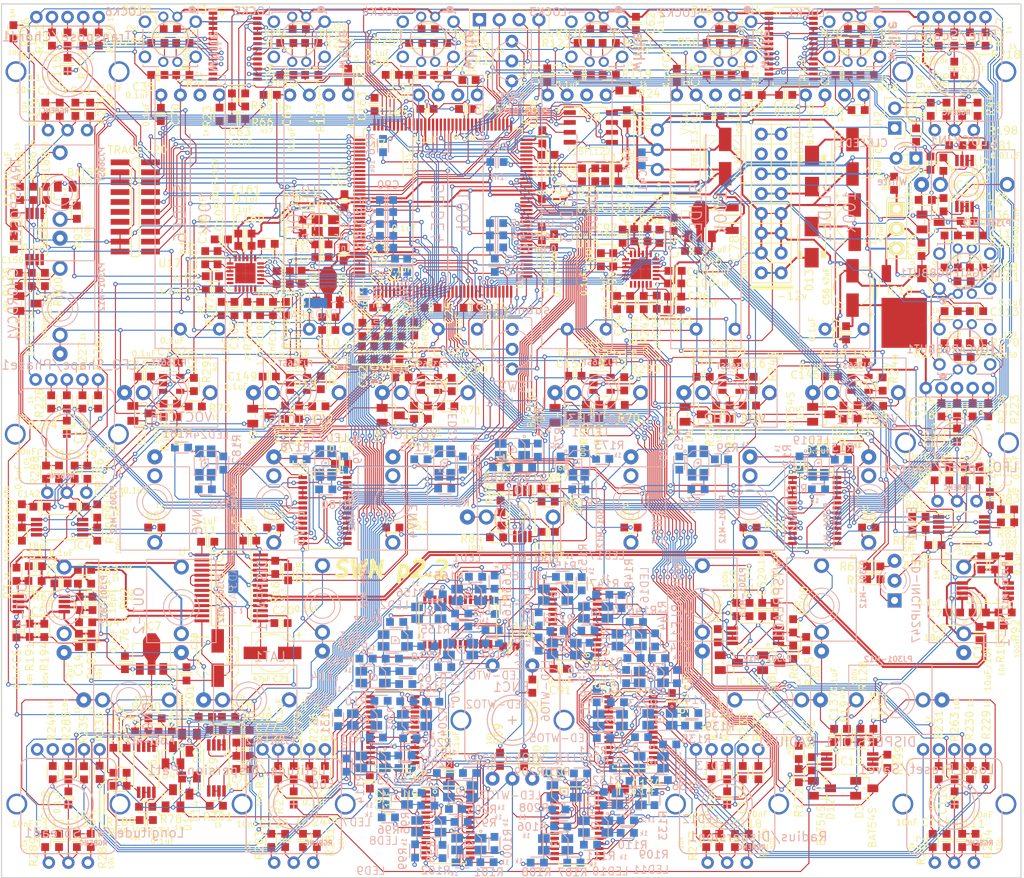
<source format=kicad_pcb>
(kicad_pcb (version 20170922) (host pcbnew "(2017-10-24 revision cffe1b51e)-master")
  (layers (0 F.Cu signal) (31 B.Cu signal) (34 B.Paste user hide) (35 F.Paste user hide) (36 B.SilkS user hide) (37 F.SilkS user) (38 B.Mask user hide) (39 F.Mask user hide) (44 Edge.Cuts user))
  (net 0 "")
  (net 1 +3.3V)
  (net 2 ADC-VDD)
  (net 3 +5V)
  (net 4 I2S2_LRCK)
  (net 5 I2S2_SCLK)
  (net 6 I2S2_SDI)
  (net 7 I2S2_SDO)
  (net 8 I2S2_MCLK)
  (net 9 I2C2_SCL)
  (net 10 I2C2_SDA)
  (net 11 LOCKBUT5)
  (net 12 LOCKBUT3)
  (net 13 LOCKBUT2)
  (net 14 I2C1_SCL)
  (net 15 SLLED1)
  (net 16 SLLED2)
  (net 17 SLLED3)
  (net 18 SLLED6)
  (net 19 SLLED5)
  (net 20 SLLED4)
  (net 21 ENVPWM1)
  (net 22 ENVPWM6)
  (net 23 ENVPWM5)
  (net 24 ENVPWM4)
  (net 25 ENVPWM3)
  (net 26 ENVPWM2)
  (net 27 LOCKBUT1)
  (net 28 LOCKBUT6)
  (net 29 ROTENC1)
  (net 30 ROTENC2)
  (net 31 ROTENCSW)
  (net 32 I2C1_SDA)
  (net 33 LEDRING_OE)
  (net 34 +12V)
  (net 35 -12V)
  (net 36 POWERHEADERCLK)
  (net 37 IN-CLIP-L)
  (net 38 IN-CLIP-R)
  (net 39 LOCKBUT4)
  (net 40 LEDRING_VCC)
  (net 41 CODEC-VDD)
  (net 42 SLDADC1)
  (net 43 SLDADC2)
  (net 44 SLDADC3)
  (net 45 SLDADC4)
  (net 46 SLDADC5)
  (net 47 SLDADC6)
  (net 48 "Net-(H1-Pad7)")
  (net 49 "Net-(H1-Pad8)")
  (net 50 "Net-(H1-Pad9)")
  (net 51 "Net-(H1-Pad11)")
  (net 52 "Net-(H1-Pad13)")
  (net 53 "Net-(U3-Pad22)")
  (net 54 "Net-(U4-Pad22)")
  (net 55 "Net-(ENV2-Pad3)")
  (net 56 "Net-(ENV5-Pad3)")
  (net 57 "Net-(ENV4-Pad3)")
  (net 58 "Net-(OUT-1-Pad3)")
  (net 59 "Net-(ENV3-Pad3)")
  (net 60 "Net-(ENV6-Pad3)")
  (net 61 "Net-(ENV1-Pad3)")
  (net 62 "Net-(R182-Pad1)")
  (net 63 "Net-(R152-Pad1)")
  (net 64 "Net-(R151-Pad1)")
  (net 65 "Net-(R150-Pad1)")
  (net 66 "Net-(R149-Pad1)")
  (net 67 "Net-(R148-Pad1)")
  (net 68 "Net-(R147-Pad1)")
  (net 69 "Net-(R146-Pad1)")
  (net 70 "Net-(R145-Pad1)")
  (net 71 "Net-(R144-Pad1)")
  (net 72 "Net-(R143-Pad1)")
  (net 73 "Net-(R142-Pad1)")
  (net 74 "Net-(R141-Pad1)")
  (net 75 "Net-(R140-Pad1)")
  (net 76 "Net-(R139-Pad1)")
  (net 77 "Net-(R138-Pad1)")
  (net 78 "Net-(R106-Pad1)")
  (net 79 "Net-(R107-Pad1)")
  (net 80 "Net-(R108-Pad1)")
  (net 81 "Net-(R109-Pad1)")
  (net 82 "Net-(R110-Pad1)")
  (net 83 "Net-(R111-Pad1)")
  (net 84 "Net-(R132-Pad1)")
  (net 85 "Net-(R133-Pad1)")
  (net 86 "Net-(R134-Pad1)")
  (net 87 "Net-(R135-Pad1)")
  (net 88 "Net-(R136-Pad1)")
  (net 89 "Net-(R137-Pad1)")
  (net 90 "Net-(R184-Pad1)")
  (net 91 "Net-(R102-Pad1)")
  (net 92 "Net-(R101-Pad1)")
  (net 93 "Net-(R100-Pad1)")
  (net 94 "Net-(R99-Pad1)")
  (net 95 "Net-(R98-Pad1)")
  (net 96 "Net-(R97-Pad1)")
  (net 97 "Net-(R96-Pad1)")
  (net 98 "Net-(R95-Pad1)")
  (net 99 "Net-(R94-Pad1)")
  (net 100 "Net-(R114-Pad1)")
  (net 101 "Net-(R113-Pad1)")
  (net 102 "Net-(R112-Pad1)")
  (net 103 "Net-(R131-Pad1)")
  (net 104 "Net-(R11-Pad1)")
  (net 105 "Net-(R10-Pad1)")
  (net 106 "Net-(R163-Pad1)")
  (net 107 "Net-(R164-Pad1)")
  (net 108 "Net-(R165-Pad1)")
  (net 109 "Net-(R154-Pad1)")
  (net 110 "Net-(R155-Pad1)")
  (net 111 "Net-(R156-Pad1)")
  (net 112 "Net-(R157-Pad1)")
  (net 113 "Net-(R158-Pad1)")
  (net 114 "Net-(R159-Pad1)")
  (net 115 "Net-(R160-Pad1)")
  (net 116 "Net-(R161-Pad1)")
  (net 117 "Net-(R162-Pad1)")
  (net 118 "Net-(R12-Pad1)")
  (net 119 "Net-(R13-Pad1)")
  (net 120 "Net-(R14-Pad1)")
  (net 121 "Net-(R15-Pad1)")
  (net 122 "Net-(R29-Pad1)")
  (net 123 "Net-(R30-Pad1)")
  (net 124 "Net-(R79-Pad1)")
  (net 125 "Net-(R173-Pad1)")
  (net 126 "Net-(R174-Pad1)")
  (net 127 "Net-(R175-Pad1)")
  (net 128 "Net-(R176-Pad1)")
  (net 129 "Net-(R177-Pad1)")
  (net 130 "Net-(R178-Pad1)")
  (net 131 "Net-(R179-Pad1)")
  (net 132 "Net-(R180-Pad1)")
  (net 133 "Net-(R181-Pad1)")
  (net 134 SWDIO)
  (net 135 SWCK)
  (net 136 SWO)
  (net 137 NRST)
  (net 138 TRACECK)
  (net 139 TRACED0)
  (net 140 TRACED1)
  (net 141 TRACED2)
  (net 142 TRACED3)
  (net 143 "Net-(C20-Pad1)")
  (net 144 "Net-(ENC1-Pad3)")
  (net 145 "Net-(ENC1-Pad1)")
  (net 146 "Net-(ENC1-PadSW1)")
  (net 147 "Net-(IC6-Pad1)")
  (net 148 "Net-(IC6-Pad3)")
  (net 149 "Net-(IC6-Pad5)")
  (net 150 "Net-(IC6-Pad6)")
  (net 151 "Net-(IC3-Pad7)")
  (net 152 "Net-(IC3-Pad6)")
  (net 153 "Net-(C38-Pad1)")
  (net 154 "Net-(C36-Pad1)")
  (net 155 "Net-(IC3-Pad2)")
  (net 156 "Net-(IC3-Pad1)")
  (net 157 "Net-(IC2-Pad1)")
  (net 158 "Net-(IC2-Pad2)")
  (net 159 "Net-(C13-Pad1)")
  (net 160 "Net-(C15-Pad1)")
  (net 161 "Net-(IC2-Pad6)")
  (net 162 "Net-(IC2-Pad7)")
  (net 163 "Net-(C1-Pad2)")
  (net 164 "Net-(C5-Pad2)")
  (net 165 "Net-(IC4-Pad1)")
  (net 166 "Net-(IC4-Pad2)")
  (net 167 "Net-(C40-Pad1)")
  (net 168 "Net-(C42-Pad1)")
  (net 169 "Net-(IC4-Pad6)")
  (net 170 "Net-(IC4-Pad7)")
  (net 171 "Net-(C55-Pad2)")
  (net 172 "Net-(C14-Pad1)")
  (net 173 "Net-(C54-Pad2)")
  (net 174 "Net-(IC11-Pad1)")
  (net 175 OUT-R)
  (net 176 OUT-L)
  (net 177 "Net-(ENV6-Pad1)")
  (net 178 "Net-(ENV5-Pad1)")
  (net 179 "Net-(ENV4-Pad1)")
  (net 180 "Net-(ENV3-Pad1)")
  (net 181 "Net-(R49-Pad1)")
  (net 182 "Net-(R48-Pad1)")
  (net 183 "Net-(IN-1-Pad1)")
  (net 184 "Net-(OUT-1-Pad1)")
  (net 185 "Net-(OUT-2-Pad1)")
  (net 186 "Net-(ENV1-Pad1)")
  (net 187 "Net-(R17-Pad1)")
  (net 188 "Net-(R21-Pad1)")
  (net 189 "Net-(R22-Pad1)")
  (net 190 "Net-(R23-Pad1)")
  (net 191 "Net-(R24-Pad1)")
  (net 192 "Net-(R26-Pad1)")
  (net 193 "Net-(ENV2-Pad1)")
  (net 194 "Net-(C32-Pad2)")
  (net 195 "Net-(C33-Pad2)")
  (net 196 "Net-(C29-Pad1)")
  (net 197 "Net-(C28-Pad1)")
  (net 198 "Net-(C75-Pad1)")
  (net 199 IN-L)
  (net 200 5VEXT)
  (net 201 "Net-(LOCK1-Pad2)")
  (net 202 "Net-(LOCK1-Pad3)")
  (net 203 "Net-(LOCK1-Pad4)")
  (net 204 "Net-(LOCK3-Pad4)")
  (net 205 "Net-(LOCK3-Pad3)")
  (net 206 "Net-(LOCK3-Pad2)")
  (net 207 "Net-(LOCK4-Pad2)")
  (net 208 "Net-(LOCK4-Pad3)")
  (net 209 "Net-(LOCK4-Pad4)")
  (net 210 "Net-(LOCK5-Pad4)")
  (net 211 "Net-(LOCK5-Pad3)")
  (net 212 "Net-(LOCK5-Pad2)")
  (net 213 "Net-(LOCK6-Pad2)")
  (net 214 "Net-(LOCK6-Pad3)")
  (net 215 "Net-(LOCK6-Pad4)")
  (net 216 "Net-(LOCK2-Pad4)")
  (net 217 "Net-(LOCK2-Pad3)")
  (net 218 "Net-(LOCK2-Pad2)")
  (net 219 "Net-(LED13-Pad3)")
  (net 220 "Net-(LED-WTO1-Pad3)")
  (net 221 "Net-(LED-WTO1-Pad4)")
  (net 222 "Net-(LED-WTO1-Pad1)")
  (net 223 "Net-(LED24-Pad3)")
  (net 224 "Net-(LED24-Pad4)")
  (net 225 "Net-(LED24-Pad1)")
  (net 226 "Net-(LED23-Pad3)")
  (net 227 "Net-(LED23-Pad4)")
  (net 228 "Net-(LED1-Pad3)")
  (net 229 "Net-(LED1-Pad4)")
  (net 230 "Net-(LED5-Pad3)")
  (net 231 "Net-(LED5-Pad4)")
  (net 232 "Net-(LED5-Pad1)")
  (net 233 "Net-(LED4-Pad3)")
  (net 234 "Net-(LED4-Pad4)")
  (net 235 "Net-(LED4-Pad1)")
  (net 236 "Net-(LED3-Pad3)")
  (net 237 "Net-(LED3-Pad4)")
  (net 238 "Net-(LED3-Pad1)")
  (net 239 "Net-(LED1-Pad1)")
  (net 240 "Net-(LED20-Pad3)")
  (net 241 "Net-(LED20-Pad4)")
  (net 242 "Net-(LED20-Pad1)")
  (net 243 "Net-(LED19-Pad3)")
  (net 244 "Net-(LED19-Pad4)")
  (net 245 "Net-(LED19-Pad1)")
  (net 246 "Net-(LED18-Pad3)")
  (net 247 "Net-(LED18-Pad4)")
  (net 248 "Net-(LED18-Pad1)")
  (net 249 "Net-(LED17-Pad3)")
  (net 250 "Net-(LED17-Pad4)")
  (net 251 "Net-(LED17-Pad1)")
  (net 252 "Net-(LED16-Pad3)")
  (net 253 "Net-(LED16-Pad4)")
  (net 254 "Net-(LED16-Pad1)")
  (net 255 "Net-(LED15-Pad3)")
  (net 256 "Net-(LED15-Pad4)")
  (net 257 "Net-(LED15-Pad1)")
  (net 258 "Net-(LED14-Pad3)")
  (net 259 "Net-(LED14-Pad4)")
  (net 260 "Net-(LED14-Pad1)")
  (net 261 "Net-(LED6-Pad3)")
  (net 262 "Net-(LED23-Pad1)")
  (net 263 "Net-(LED7-Pad3)")
  (net 264 "Net-(LED7-Pad4)")
  (net 265 "Net-(LED7-Pad1)")
  (net 266 "Net-(LED13-Pad4)")
  (net 267 "Net-(LED13-Pad1)")
  (net 268 "Net-(LED12-Pad3)")
  (net 269 "Net-(LED12-Pad4)")
  (net 270 "Net-(LED12-Pad1)")
  (net 271 "Net-(LED11-Pad3)")
  (net 272 "Net-(LED11-Pad4)")
  (net 273 "Net-(LED11-Pad1)")
  (net 274 "Net-(LED10-Pad3)")
  (net 275 "Net-(LED10-Pad4)")
  (net 276 "Net-(LED10-Pad1)")
  (net 277 "Net-(LED9-Pad3)")
  (net 278 "Net-(LED9-Pad4)")
  (net 279 "Net-(LED9-Pad1)")
  (net 280 "Net-(LED8-Pad3)")
  (net 281 "Net-(LED8-Pad4)")
  (net 282 "Net-(LED8-Pad1)")
  (net 283 "Net-(LED6-Pad1)")
  (net 284 "Net-(LED6-Pad4)")
  (net 285 "Net-(LED21-Pad1)")
  (net 286 "Net-(LED21-Pad4)")
  (net 287 "Net-(LED21-Pad3)")
  (net 288 "Net-(LED22-Pad1)")
  (net 289 "Net-(LED22-Pad4)")
  (net 290 "Net-(LED22-Pad3)")
  (net 291 "Net-(LOCK5-Pad7)")
  (net 292 "Net-(LOCK4-Pad7)")
  (net 293 "Net-(LOCK3-Pad7)")
  (net 294 "Net-(LOCK2-Pad7)")
  (net 295 "Net-(LOCK1-Pad7)")
  (net 296 "Net-(LOCK6-Pad7)")
  (net 297 "Net-(U1-Pad2)")
  (net 298 "Net-(U1-Pad9)")
  (net 299 "Net-(U1-Pad10)")
  (net 300 "Net-(U1-Pad17)")
  (net 301 "Net-(U1-Pad26)")
  (net 302 "Net-(H2-Pad1)")
  (net 303 GND)
  (net 304 "Net-(D19-Pad2)")
  (net 305 "Net-(D13-Pad1)")
  (net 306 "Net-(LED-INCLIP247-Pad3)")
  (net 307 "Net-(LED-INCLIP247-Pad1)")
  (net 308 "Net-(R244-Pad2)")
  (net 309 "Net-(R38-Pad1)")
  (net 310 "/V/OCT ADC/VOLTADC1")
  (net 311 "/V/OCT ADC/VOLTADC2")
  (net 312 "Net-(R39-Pad1)")
  (net 313 "Net-(R246-Pad2)")
  (net 314 "Net-(R290-Pad2)")
  (net 315 "Net-(R41-Pad1)")
  (net 316 "/V/OCT ADC/VOLTADC4")
  (net 317 "/V/OCT ADC/VOLTADC5")
  (net 318 "Net-(R42-Pad1)")
  (net 319 "Net-(R291-Pad2)")
  (net 320 "Net-(R292-Pad2)")
  (net 321 "Net-(R43-Pad1)")
  (net 322 "/V/OCT ADC/VOLTADC6")
  (net 323 "/V/OCT ADC/VOLTADC3")
  (net 324 "Net-(R40-Pad1)")
  (net 325 "Net-(R293-Pad2)")
  (net 326 "Net-(C97-Pad1)")
  (net 327 "Net-(C97-Pad2)")
  (net 328 "Net-(R245-Pad1)")
  (net 329 "Net-(C96-Pad1)")
  (net 330 "Net-(C95-Pad1)")
  (net 331 "Net-(C94-Pad1)")
  (net 332 "Net-(U15-Pad8)")
  (net 333 GNDADC)
  (net 334 "Net-(C102-Pad1)")
  (net 335 "Net-(C103-Pad1)")
  (net 336 "Net-(C104-Pad1)")
  (net 337 "Net-(R250-Pad1)")
  (net 338 "Net-(C105-Pad2)")
  (net 339 "Net-(C105-Pad1)")
  (net 340 "Net-(R226-Pad1)")
  (net 341 "Net-(R227-Pad1)")
  (net 342 "Net-(R228-Pad1)")
  (net 343 "Net-(R229-Pad1)")
  (net 344 "Net-(R230-Pad1)")
  (net 345 "Net-(R231-Pad1)")
  (net 346 "Net-(R232-Pad1)")
  (net 347 "Net-(R233-Pad1)")
  (net 348 "Net-(R234-Pad1)")
  (net 349 "Net-(R235-Pad1)")
  (net 350 "Net-(R236-Pad1)")
  (net 351 "Net-(R237-Pad1)")
  (net 352 "Net-(R238-Pad1)")
  (net 353 "Net-(R239-Pad1)")
  (net 354 "Net-(R240-Pad1)")
  (net 355 "Net-(U13-Pad22)")
  (net 356 "Net-(U12-Pad22)")
  (net 357 "Net-(R225-Pad1)")
  (net 358 "Net-(R224-Pad1)")
  (net 359 "Net-(R223-Pad1)")
  (net 360 "Net-(R222-Pad1)")
  (net 361 "Net-(R221-Pad1)")
  (net 362 "Net-(R220-Pad1)")
  (net 363 "Net-(R219-Pad1)")
  (net 364 "Net-(R218-Pad1)")
  (net 365 "Net-(R217-Pad1)")
  (net 366 "Net-(R196-Pad1)")
  (net 367 "Net-(R195-Pad1)")
  (net 368 "Net-(R193-Pad1)")
  (net 369 "Net-(R216-Pad1)")
  (net 370 "Net-(R215-Pad1)")
  (net 371 "Net-(R214-Pad1)")
  (net 372 "Net-(R170-Pad1)")
  (net 373 "Net-(R171-Pad1)")
  (net 374 "Net-(R192-Pad1)")
  (net 375 "Net-(R202-Pad1)")
  (net 376 "Net-(R203-Pad1)")
  (net 377 "Net-(R204-Pad1)")
  (net 378 "Net-(R205-Pad1)")
  (net 379 "Net-(R206-Pad1)")
  (net 380 "Net-(R207-Pad1)")
  (net 381 "Net-(R208-Pad1)")
  (net 382 "Net-(R209-Pad1)")
  (net 383 "Net-(R210-Pad1)")
  (net 384 "Net-(R211-Pad1)")
  (net 385 "Net-(R212-Pad1)")
  (net 386 "Net-(R213-Pad1)")
  (net 387 "Net-(U11-Pad22)")
  (net 388 "Net-(U10-Pad22)")
  (net 389 LFOVCA_B)
  (net 390 LFOVCA_G)
  (net 391 LFOVCA_R)
  (net 392 LFOGATE_B)
  (net 393 LFOGATE_G)
  (net 394 LFOGATE_R)
  (net 395 LOCK6_B)
  (net 396 LOCK6_G)
  (net 397 LOCK6_R)
  (net 398 LOCK1_R)
  (net 399 LOCK1_G)
  (net 400 LOCK1_B)
  (net 401 LOCK2_R)
  (net 402 LOCK2_G)
  (net 403 LOCK2_B)
  (net 404 LOCK3_R)
  (net 405 LOCK3_G)
  (net 406 LOCK3_B)
  (net 407 LOCK4_R)
  (net 408 LOCK4_G)
  (net 409 LOCK4_B)
  (net 410 LOCK5_R)
  (net 411 LOCK5_G)
  (net 412 LOCK5_B)
  (net 413 "Net-(U9-Pad22)")
  (net 414 KEYS)
  (net 415 MUTES)
  (net 416 "Net-(SW2-Pad3)")
  (net 417 VOLTOCT_VCA)
  (net 418 WTADC)
  (net 419 DISPPATADC)
  (net 420 DISPADC)
  (net 421 LATADC)
  (net 422 SENSECH1)
  (net 423 SENSECH2)
  (net 424 SENSECH3)
  (net 425 SENSECH4)
  (net 426 SENSECH5)
  (net 427 SENSECH6)
  (net 428 LONGADC)
  (net 429 RADIUSADC)
  (net 430 LFOADC)
  (net 431 CHORDADC)
  (net 432 CLKINADC)
  (net 433 "Net-(LFO_Shape/Phase1-Pad6)")
  (net 434 "Net-(LFO_Shape/Phase1-Pad3)")
  (net 435 "Net-(LFO_Shape/Phase1-Pad1)")
  (net 436 "Net-(LFO_Shape/Phase1-Pad5)")
  (net 437 "Net-(LFO_Shape/Phase1-Pad7)")
  (net 438 "Net-(LFO_Shape/Phase1-Pad4)")
  (net 439 "Net-(Fine/Scale1-Pad4)")
  (net 440 "Net-(Fine/Scale1-Pad7)")
  (net 441 "Net-(Fine/Scale1-Pad5)")
  (net 442 "Net-(Fine/Scale1-Pad1)")
  (net 443 "Net-(Fine/Scale1-Pad3)")
  (net 444 "Net-(Fine/Scale1-Pad6)")
  (net 445 "Net-(R273-Pad1)")
  (net 446 "Net-(R277-Pad2)")
  (net 447 "Net-(R275-Pad1)")
  (net 448 "Net-(R233-Pad2)")
  (net 449 "Net-(R234-Pad2)")
  (net 450 "Net-(R232-Pad2)")
  (net 451 "Net-(Load_Preset/Save1-Pad4)")
  (net 452 "Net-(Load_Preset/Save1-Pad7)")
  (net 453 "Net-(Load_Preset/Save1-Pad5)")
  (net 454 "Net-(Load_Preset/Save1-Pad1)")
  (net 455 "Net-(Load_Preset/Save1-Pad3)")
  (net 456 "Net-(Load_Preset/Save1-Pad6)")
  (net 457 "Net-(R272-Pad1)")
  (net 458 "Net-(R276-Pad2)")
  (net 459 "Net-(R274-Pad1)")
  (net 460 "Net-(R221-Pad2)")
  (net 461 "Net-(R222-Pad2)")
  (net 462 "Net-(R220-Pad2)")
  (net 463 "Net-(Latitude/Dispersion_Pat1-Pad4)")
  (net 464 "Net-(Latitude/Dispersion_Pat1-Pad7)")
  (net 465 "Net-(Latitude/Dispersion_Pat1-Pad5)")
  (net 466 "Net-(Latitude/Dispersion_Pat1-Pad1)")
  (net 467 "Net-(Latitude/Dispersion_Pat1-Pad3)")
  (net 468 "Net-(Latitude/Dispersion_Pat1-Pad6)")
  (net 469 "Net-(LFO_Speed/Range1-Pad6)")
  (net 470 "Net-(LFO_Speed/Range1-Pad3)")
  (net 471 "Net-(LFO_Speed/Range1-Pad1)")
  (net 472 "Net-(LFO_Speed/Range1-Pad5)")
  (net 473 "Net-(LFO_Speed/Range1-Pad7)")
  (net 474 "Net-(LFO_Speed/Range1-Pad4)")
  (net 475 "Net-(Longitude/WT_Spread1-Pad4)")
  (net 476 "Net-(Longitude/WT_Spread1-Pad7)")
  (net 477 "Net-(Longitude/WT_Spread1-Pad5)")
  (net 478 "Net-(Longitude/WT_Spread1-Pad1)")
  (net 479 "Net-(Longitude/WT_Spread1-Pad3)")
  (net 480 "Net-(Longitude/WT_Spread1-Pad6)")
  (net 481 "Net-(LOCK6-Pad8)")
  (net 482 "Net-(LOCK6-Pad6)")
  (net 483 "Net-(LOCK5-Pad6)")
  (net 484 "Net-(LOCK5-Pad8)")
  (net 485 "Net-(LOCK4-Pad8)")
  (net 486 "Net-(LOCK4-Pad6)")
  (net 487 "Net-(LOCK3-Pad6)")
  (net 488 "Net-(LOCK3-Pad8)")
  (net 489 "Net-(LOCK2-Pad8)")
  (net 490 "Net-(LOCK2-Pad6)")
  (net 491 "Net-(LOCK1-Pad6)")
  (net 492 "Net-(LOCK1-Pad8)")
  (net 493 "Net-(LFOGATERGBBUT1-Pad7)")
  (net 494 PRESETENC2)
  (net 495 LFOVCABUT)
  (net 496 "Net-(LFOVCARGBBUT1-Pad3)")
  (net 497 "Net-(LFOGATERGBBUT1-Pad3)")
  (net 498 LFOGATEBUT)
  (net 499 PRESETENC1)
  (net 500 PRESETSW1)
  (net 501 "Net-(LFOVCARGBBUT1-Pad6)")
  (net 502 "Net-(LFOGATERGBBUT1-Pad6)")
  (net 503 "Net-(LED-WTO6-Pad3)")
  (net 504 "Net-(LED-WTO6-Pad4)")
  (net 505 "Net-(LED-WTO6-Pad1)")
  (net 506 "Net-(LED-WTO5-Pad3)")
  (net 507 "Net-(LED-WTO5-Pad4)")
  (net 508 "Net-(LED-WTO5-Pad1)")
  (net 509 "Net-(LED-WTO4-Pad3)")
  (net 510 "Net-(LED-WTO4-Pad4)")
  (net 511 "Net-(LED-WTO4-Pad1)")
  (net 512 "Net-(LED-WTO3-Pad3)")
  (net 513 "Net-(LED-WTO3-Pad4)")
  (net 514 "Net-(LED-WTO3-Pad1)")
  (net 515 "Net-(LED-WTO2-Pad3)")
  (net 516 "Net-(LED-WTO2-Pad4)")
  (net 517 "Net-(LED-WTO2-Pad1)")
  (net 518 "Net-(R200-Pad1)")
  (net 519 FINEENC2)
  (net 520 "Net-(LFOGATERGBBUT1-Pad8)")
  (net 521 "Net-(LFOVCARGBBUT1-Pad7)")
  (net 522 "Net-(LFOVCARGBBUT1-Pad8)")
  (net 523 TRANSPOSESW1)
  (net 524 RADIUSSW1)
  (net 525 TRANSPOSEENC1)
  (net 526 RADIUSENC1)
  (net 527 TRANSPOSEENC2)
  (net 528 RADIUSENC2)
  (net 529 LFOSPEEDSW1)
  (net 530 LATITUDESW1)
  (net 531 LFOSPEEDENC1)
  (net 532 LATITUDEENC1)
  (net 533 LFOSPEEDENC2)
  (net 534 LATITUDEENC2)
  (net 535 LFOSHAPESW1)
  (net 536 LONGITUDESW1)
  (net 537 LFOSHAPEENC1)
  (net 538 LONGITUDEENC1)
  (net 539 LFOSHAPEENC2)
  (net 540 LONGITUDEENC2)
  (net 541 "Net-(LED-LFO1-Pad3)")
  (net 542 "Net-(LED-LFO1-Pad4)")
  (net 543 "Net-(J2-Pad11)")
  (net 544 "Net-(LED-LFO1-Pad1)")
  (net 545 FINEENC1)
  (net 546 WTSPREADADC)
  (net 547 FINESW1)
  (net 548 "Net-(J2-Pad13)")
  (net 549 "Net-(J2-Pad14)")
  (net 550 "Net-(LFOVCARGBBUT1-Pad4)")
  (net 551 "Net-(LFOVCARGBBUT1-Pad2)")
  (net 552 "Net-(LFOGATERGBBUT1-Pad2)")
  (net 553 "Net-(LFOGATERGBBUT1-Pad4)")
  (net 554 CLKLED)
  (net 555 "Net-(CLKLED1-Pad2)")
  (net 556 "Net-(CLOCKIN1-Pad1)")
  (net 557 "Net-(LFO1-Pad1)")
  (net 558 "Net-(DISPERSION1-Pad1)")
  (net 559 "Net-(R34-Pad2)")
  (net 560 "Net-(R35-Pad1)")
  (net 561 "Net-(R36-Pad1)")
  (net 562 "Net-(R37-Pad2)")
  (net 563 "Net-(R68-Pad2)")
  (net 564 "Net-(R69-Pad2)")
  (net 565 "Net-(R70-Pad2)")
  (net 566 "Net-(R71-Pad2)")
  (net 567 "Net-(R72-Pad2)")
  (net 568 "Net-(R73-Pad2)")
  (net 569 "Net-(LAT1-Pad1)")
  (net 570 "Net-(LONG1-Pad1)")
  (net 571 "Net-(R76-Pad1)")
  (net 572 "Net-(R115-Pad2)")
  (net 573 "Net-(R116-Pad2)")
  (net 574 "Net-(CLOCKIN1-Pad3)")
  (net 575 "Net-(DISPPATT1-Pad1)")
  (net 576 "/V/OCT ADC/TRANSPOSEADC")
  (net 577 "Net-(C2-Pad1)")
  (net 578 "Net-(C55-Pad1)")
  (net 579 "Net-(C54-Pad1)")
  (net 580 "Net-(IC12-Pad3)")
  (net 581 "Net-(IC1-Pad3)")
  (net 582 "Net-(IC1-Pad1)")
  (net 583 SENSEXP)
  (net 584 "Net-(R168-Pad2)")
  (net 585 "Net-(R93-Pad2)")
  (net 586 "Net-(CHORDCV1-Pad1)")
  (net 587 "Net-(R296-Pad2)")
  (net 588 "Net-(IC9-Pad6)")
  (net 589 "Net-(IC9-Pad5)")
  (net 590 "Net-(IC9-Pad3)")
  (net 591 "Net-(IC9-Pad1)")
  (net 592 "Net-(IC12-Pad6)")
  (net 593 "Net-(IC12-Pad5)")
  (net 594 "Net-(IC12-Pad1)")
  (net 595 "Net-(IC13-Pad1)")
  (net 596 "Net-(IC13-Pad3)")
  (net 597 "Net-(IC13-Pad5)")
  (net 598 "Net-(IC13-Pad6)")
  (net 599 "Net-(IC11-Pad6)")
  (net 600 "Net-(LED2-Pad3)")
  (net 601 "Net-(LED2-Pad4)")
  (net 602 "Net-(LED2-Pad1)")
  (net 603 "Net-(U6-Pad22)")
  (net 604 "Net-(U5-Pad22)")
  (net 605 "Net-(U2-Pad22)")
  (net 606 "Net-(U10-Pad11)")
  (net 607 "Net-(U10-Pad10)")
  (net 608 "Net-(U10-Pad9)")
  (net 609 "Net-(U9-Pad15)")
  (net 610 "Net-(U9-Pad13)")
  (net 611 "Net-(U9-Pad12)")
  (net 612 "Net-(U3-Pad15)")
  (net 613 "Net-(U3-Pad13)")
  (net 614 "Net-(U3-Pad12)")
  (net 615 "Net-(U7-Pad68)")
  (net 616 "Net-(U7-Pad58)")
  (net 617 SPIADC2_CS)
  (net 618 SPIADC2_SCLK)
  (net 619 SPIADC2_DIN)
  (net 620 SPIADC1_CS)
  (net 621 SPIADC1_SCLK)
  (net 622 SPIADC1_DIN)
  (net 623 SPIRAM_IO3)
  (net 624 SPIRAM_SCLK)
  (net 625 SPIRAM_DIN)
  (net 626 SPIRAM_IO2)
  (net 627 SPIRAM_DOUT)
  (net 628 SPIRAM_CS)
  (net 629 SPIADC2_DOUT)
  (net 630 SPIADC1_DOUT)
  (net 631 "Net-(U9-Pad1)")
  (net 632 AGND)
  (net 633 "Net-(IC8-Pad2)")
  (net 634 "Net-(IC8-Pad3)")
  (net 635 "Net-(IC8-Pad5)")
  (net 636 "Net-(IC8-Pad6)")
  (module 4ms-footprints:POT-SLIDER-LED-ALPHA-RA2045F-20 (layer B.Cu) (at 90.2 26.67 270)
    (fp_text reference SLIDE2 (at 0.127 1.27 270) (layer B.SilkS) (effects (justify mirror)))
    (fp_text value 100k (at 0 -1.905 270) (layer B.SilkS) (effects (justify mirror)))
    (pad P1 thru_hole circle (at -14.9987 1.24968 270) (size 1.651 1.651) (drill 0.889) (layers *.Cu *.Mask) (net 2 ADC-VDD))
    (pad P2 thru_hole circle (at -14.9987 3.74904 270) (size 1.651 1.651) (drill 0.889) (layers *.Cu *.Mask) (net 43 SLDADC2))
    (pad P3 thru_hole circle (at 14.9987 1.24968 270) (size 1.651 1.651) (drill 0.889) (layers *.Cu *.Mask) (net 303 GND))
    (pad LEDA thru_hole circle (at 14.9987 -3.74904 270) (size 1.651 1.651) (drill 0.889) (layers *.Cu *.Mask) (net 16 SLLED2))
    (pad LEDC thru_hole circle (at -14.9987 -3.74904 270) (size 1.651 1.651) (drill 0.889) (layers *.Cu *.Mask) (net 182 "Net-(R48-Pad1)"))
    (pad NC thru_hole circle (at -14.9987 -1.24968 270) (size 1.651 1.651) (drill 0.889) (layers *.Cu *.Mask))
  )
  (module 4ms-footprints:POT-SLIDER-LED-ALPHA-RA2045F-20 (layer B.Cu) (at 40.67 26.67 270)
    (fp_text reference SLIDE5 (at 0.127 1.27 270) (layer B.SilkS) (effects (justify mirror)))
    (fp_text value 100k (at 0 3.1796 270) (layer B.SilkS) (effects (justify mirror)))
    (pad P1 thru_hole circle (at -14.9987 1.24968 270) (size 1.651 1.651) (drill 0.889) (layers *.Cu *.Mask) (net 2 ADC-VDD))
    (pad P2 thru_hole circle (at -14.9987 3.74904 270) (size 1.651 1.651) (drill 0.889) (layers *.Cu *.Mask) (net 46 SLDADC5))
    (pad P3 thru_hole circle (at 14.9987 1.24968 270) (size 1.651 1.651) (drill 0.889) (layers *.Cu *.Mask) (net 303 GND))
    (pad LEDA thru_hole circle (at 14.9987 -3.74904 270) (size 1.651 1.651) (drill 0.889) (layers *.Cu *.Mask) (net 19 SLLED5))
    (pad LEDC thru_hole circle (at -14.9987 -3.74904 270) (size 1.651 1.651) (drill 0.889) (layers *.Cu *.Mask) (net 189 "Net-(R22-Pad1)"))
    (pad NC thru_hole circle (at -14.9987 -1.24968 270) (size 1.651 1.651) (drill 0.889) (layers *.Cu *.Mask))
  )
  (module 4ms-footprints:POT-SLIDER-LED-ALPHA-RA2045F-20 (layer B.Cu) (at 24.16 26.67 270)
    (fp_text reference SLIDE6 (at 0.127 1.27 270) (layer B.SilkS) (effects (justify mirror)))
    (fp_text value 100k (at 0 -1.905 270) (layer B.SilkS) (effects (justify mirror)))
    (pad P1 thru_hole circle (at -14.9987 1.24968 270) (size 1.651 1.651) (drill 0.889) (layers *.Cu *.Mask) (net 2 ADC-VDD))
    (pad P2 thru_hole circle (at -14.9987 3.74904 270) (size 1.651 1.651) (drill 0.889) (layers *.Cu *.Mask) (net 47 SLDADC6))
    (pad P3 thru_hole circle (at 14.9987 1.24968 270) (size 1.651 1.651) (drill 0.889) (layers *.Cu *.Mask) (net 303 GND))
    (pad LEDA thru_hole circle (at 14.9987 -3.74904 270) (size 1.651 1.651) (drill 0.889) (layers *.Cu *.Mask) (net 18 SLLED6))
    (pad LEDC thru_hole circle (at -14.9987 -3.74904 270) (size 1.651 1.651) (drill 0.889) (layers *.Cu *.Mask) (net 190 "Net-(R23-Pad1)"))
    (pad NC thru_hole circle (at -14.9987 -1.24968 270) (size 1.651 1.651) (drill 0.889) (layers *.Cu *.Mask))
  )
  (module 4ms-footprints:POT-SLIDER-LED-ALPHA-RA2045F-20 (layer B.Cu) (at 57.18 26.67 270)
    (fp_text reference SLIDE4 (at 0.127 1.27 270) (layer B.SilkS) (effects (justify mirror)))
    (fp_text value 100k (at 0 -1.905 270) (layer B.SilkS) (effects (justify mirror)))
    (pad P1 thru_hole circle (at -14.9987 1.24968 270) (size 1.651 1.651) (drill 0.889) (layers *.Cu *.Mask) (net 2 ADC-VDD))
    (pad P2 thru_hole circle (at -14.9987 3.74904 270) (size 1.651 1.651) (drill 0.889) (layers *.Cu *.Mask) (net 45 SLDADC4))
    (pad P3 thru_hole circle (at 14.9987 1.24968 270) (size 1.651 1.651) (drill 0.889) (layers *.Cu *.Mask) (net 303 GND))
    (pad LEDA thru_hole circle (at 14.9987 -3.74904 270) (size 1.651 1.651) (drill 0.889) (layers *.Cu *.Mask) (net 20 SLLED4))
    (pad LEDC thru_hole circle (at -14.9987 -3.74904 270) (size 1.651 1.651) (drill 0.889) (layers *.Cu *.Mask) (net 188 "Net-(R21-Pad1)"))
    (pad NC thru_hole circle (at -14.9987 -1.24968 270) (size 1.651 1.651) (drill 0.889) (layers *.Cu *.Mask))
  )
  (module 4ms-footprints:POT-SLIDER-LED-ALPHA-RA2045F-20 (layer B.Cu) (at 73.69 26.67 270)
    (fp_text reference SLIDE3 (at 0.127 1.27 270) (layer B.SilkS) (effects (justify mirror)))
    (fp_text value 100k (at 0 -1.905 270) (layer B.SilkS) (effects (justify mirror)))
    (pad P1 thru_hole circle (at -14.9987 1.24968 270) (size 1.651 1.651) (drill 0.889) (layers *.Cu *.Mask) (net 2 ADC-VDD))
    (pad P2 thru_hole circle (at -14.9987 3.74904 270) (size 1.651 1.651) (drill 0.889) (layers *.Cu *.Mask) (net 44 SLDADC3))
    (pad P3 thru_hole circle (at 14.9987 1.24968 270) (size 1.651 1.651) (drill 0.889) (layers *.Cu *.Mask) (net 303 GND))
    (pad LEDA thru_hole circle (at 14.9987 -3.74904 270) (size 1.651 1.651) (drill 0.889) (layers *.Cu *.Mask) (net 17 SLLED3))
    (pad LEDC thru_hole circle (at -14.9987 -3.74904 270) (size 1.651 1.651) (drill 0.889) (layers *.Cu *.Mask) (net 191 "Net-(R24-Pad1)"))
    (pad NC thru_hole circle (at -14.9987 -1.24968 270) (size 1.651 1.651) (drill 0.889) (layers *.Cu *.Mask))
  )
  (module 4ms-footprints:POT-SLIDER-LED-ALPHA-RA2045F-20 (layer B.Cu) (at 106.71 26.67 270)
    (fp_text reference SLIDE1 (at 0.127 1.27 270) (layer B.SilkS) (effects (justify mirror)))
    (fp_text value 100k (at 0 -1.905 270) (layer B.SilkS) (effects (justify mirror)))
    (pad P1 thru_hole circle (at -14.9987 1.24968 270) (size 1.651 1.651) (drill 0.889) (layers *.Cu *.Mask) (net 2 ADC-VDD))
    (pad P2 thru_hole circle (at -14.9987 3.74904 270) (size 1.651 1.651) (drill 0.889) (layers *.Cu *.Mask) (net 42 SLDADC1))
    (pad P3 thru_hole circle (at 14.9987 1.24968 270) (size 1.651 1.651) (drill 0.889) (layers *.Cu *.Mask) (net 303 GND))
    (pad LEDA thru_hole circle (at 14.9987 -3.74904 270) (size 1.651 1.651) (drill 0.889) (layers *.Cu *.Mask) (net 15 SLLED1))
    (pad LEDC thru_hole circle (at -14.9987 -3.74904 270) (size 1.651 1.651) (drill 0.889) (layers *.Cu *.Mask) (net 181 "Net-(R49-Pad1)"))
    (pad NC thru_hole circle (at -14.9987 -1.24968 270) (size 1.651 1.651) (drill 0.889) (layers *.Cu *.Mask))
  )
  (module 4ms-footprints:R0603 (layer F.Cu) (at 1.5218 3.5736 90)
    (fp_text reference R296 (at -0.0898 1.5494 90) (layer F.SilkS))
    (fp_text value 1M (at 2.3622 -0.1016 90) (layer F.SilkS) (effects (font (size 0.6 0.6) (thickness 0.1))))
    (pad 1 smd rect (at -0.85 0 90) (size 1 1) (layers F.Cu F.Paste F.Mask) (net 303 GND))
    (pad 2 smd rect (at 0.85 0 90) (size 1 1) (layers F.Cu F.Paste F.Mask) (net 587 "Net-(R296-Pad2)"))
  )
  (module 4ms-footprints:HEADER-2X8-TH_eagle_pinout (layer F.Cu) (at 98.55708 25.58796)
    (fp_text reference J2 hide)
    (fp_text value HEADER-2X8-TH hide)
    (fp_text user -12v (at 2.71018 11.83894) (layer F.SilkS))
    (pad 16 thru_hole circle (at -1.253437 -8.900693 180) (size 1.651 1.651) (drill 0.9) (layers *.Cu *.Mask) (net 302 "Net-(H2-Pad1)"))
    (pad 15 thru_hole circle (at 1.286563 -8.900693 180) (size 1.651 1.651) (drill 0.9) (layers *.Cu *.Mask) (net 302 "Net-(H2-Pad1)"))
    (pad 14 thru_hole circle (at -1.253437 -6.360693 180) (size 1.651 1.651) (drill 0.9) (layers *.Cu *.Mask) (net 549 "Net-(J2-Pad14)"))
    (pad 12 thru_hole circle (at -1.253437 -3.820693 180) (size 1.651 1.651) (drill 0.9) (layers *.Cu *.Mask) (net 543 "Net-(J2-Pad11)"))
    (pad 13 thru_hole circle (at 1.286563 -6.360693 180) (size 1.651 1.651) (drill 0.9) (layers *.Cu *.Mask) (net 548 "Net-(J2-Pad13)"))
    (pad 11 thru_hole circle (at 1.286563 -3.820693 180) (size 1.651 1.651) (drill 0.9) (layers *.Cu *.Mask) (net 543 "Net-(J2-Pad11)"))
    (pad 10 thru_hole circle (at -1.253437 -1.280693 180) (size 1.651 1.651) (drill 0.9) (layers *.Cu *.Mask) (net 304 "Net-(D19-Pad2)"))
    (pad 8 thru_hole circle (at -1.253437 1.259307 180) (size 1.651 1.651) (drill 0.9) (layers *.Cu *.Mask) (net 303 GND))
    (pad 9 thru_hole circle (at 1.286563 -1.280693 180) (size 1.651 1.651) (drill 0.9) (layers *.Cu *.Mask) (net 304 "Net-(D19-Pad2)"))
    (pad 7 thru_hole circle (at 1.286563 1.259307 180) (size 1.651 1.651) (drill 0.9) (layers *.Cu *.Mask) (net 303 GND))
    (pad 6 thru_hole circle (at -1.253437 3.799307 180) (size 1.651 1.651) (drill 0.9) (layers *.Cu *.Mask) (net 303 GND))
    (pad 2 thru_hole circle (at -1.253437 8.879307 180) (size 1.651 1.651) (drill 0.9) (layers *.Cu *.Mask) (net 305 "Net-(D13-Pad1)"))
    (pad 4 thru_hole circle (at -1.253437 6.339307 180) (size 1.651 1.651) (drill 0.9) (layers *.Cu *.Mask) (net 303 GND))
    (pad 5 thru_hole circle (at 1.286563 3.799307 180) (size 1.651 1.651) (drill 0.9) (layers *.Cu *.Mask) (net 303 GND))
    (pad 1 thru_hole circle (at 1.286563 8.879307 180) (size 1.651 1.651) (drill 0.9) (layers *.Cu *.Mask) (net 305 "Net-(D13-Pad1)"))
    (pad 3 thru_hole circle (at 1.286563 6.339307 180) (size 1.651 1.651) (drill 0.9) (layers *.Cu *.Mask) (net 303 GND))
  )
  (module 4ms-footprints:RECOM-DCDC (layer F.Cu) (at 83.98256 18.6817 270)
    (fp_text reference VR4 (at -1.74752 -4.39166 270) (layer F.SilkS) (effects (font (size 1.2065 1.2065) (thickness 0.1016)) (justify left bottom)))
    (fp_text value 78E-3.3-0.5 (at 2.47142 -5.21208 270) (layer F.SilkS) (effects (font (size 0.762 0.762) (thickness 0.1016)) (justify left bottom)))
    (pad 2 thru_hole circle (at 0 0 270) (size 1.6764 1.6764) (drill 1) (layers *.Cu *.Mask) (net 303 GND))
    (pad 1 thru_hole circle (at -2.54 0 270) (size 1.6764 1.6764) (drill 1) (layers *.Cu *.Mask) (net 34 +12V))
    (pad 3 thru_hole circle (at 2.54 0 270) (size 1.6764 1.6764) (drill 1) (layers *.Cu *.Mask) (net 1 +3.3V))
  )
  (module 4ms-footprints:PAD-06 (layer B.Cu) (at 29.6799 73.3552 90)
    (fp_text reference PAD4 (at -1.00838 0.53848 90) (layer B.SilkS) (effects (font (size 1.016 1.016) (thickness 0.0762)) (justify left bottom mirror)))
    (fp_text value ~ (at 3.048 -0.127 90) (layer B.SilkS) (effects (justify mirror)))
    (pad 1 smd rect (at 0 0 90) (size 1.524 1.27) (layers B.Cu B.Paste B.Mask) (net 303 GND))
  )
  (module 4ms-footprints:PAD-06 (layer B.Cu) (at 30.54096 74.73188 270)
    (fp_text reference PAD3 (at -3.6322 0.29464 270) (layer B.SilkS) (effects (font (size 1.016 1.016) (thickness 0.0762)) (justify left bottom mirror)))
    (fp_text value ~ (at 3.048 -0.127 270) (layer B.SilkS) (effects (justify mirror)))
    (pad 1 smd rect (at 0 0.86106 270) (size 1.524 1.27) (layers B.Cu B.Paste B.Mask) (net 632 AGND))
  )
  (module 4ms-footprints:R0603 (layer F.Cu) (at 63.4 68.34 180)
    (fp_text reference R84 (at 3.2122 -0.2032 180) (layer F.SilkS))
    (fp_text value 100k (at 2.667 -1.397 180) (layer F.SilkS) (effects (font (size 0.6 0.6) (thickness 0.1))))
    (pad 2 smd rect (at 0.85 0 180) (size 1 1) (layers F.Cu F.Paste F.Mask) (net 152 "Net-(IC3-Pad6)"))
    (pad 1 smd rect (at -0.85 0 180) (size 1 1) (layers F.Cu F.Paste F.Mask) (net 151 "Net-(IC3-Pad7)"))
  )
  (module 4ms-footprints:SOT23 (layer F.Cu) (at 33.274 52.832 270)
    (fp_text reference D9 (at 3.7084 0.4572 270) (layer F.SilkS) (effects (font (size 0.9652 0.9652) (thickness 0.12192)) (justify left bottom)))
    (fp_text value BAT54S hide)
    (pad 1 smd rect (at -0.95 1.1 270) (size 1 1.4) (layers F.Cu F.Paste F.Mask) (net 303 GND))
    (pad 2 smd rect (at 0.95 1.1 270) (size 1 1.4) (layers F.Cu F.Paste F.Mask) (net 1 +3.3V))
    (pad 3 smd rect (at 0 -1.1 270) (size 1 1.4) (layers F.Cu F.Paste F.Mask) (net 426 SENSECH5))
  )
  (module 4ms-footprints:LQFP-144_ARM_20x20mm_Pitch0.5mm (layer F.Cu) (at 56.515 26.162)
    (fp_text reference U7 (at -8.29056 -8.24484) (layer F.SilkS))
    (fp_text value STM32F427ZG)
    (pad 144 smd rect (at -8.75 -10.7 90) (size 1.55 0.3) (layers F.Cu F.Paste F.Mask) (net 1 +3.3V))
    (pad 143 smd rect (at -8.25 -10.7 90) (size 1.55 0.3) (layers F.Cu F.Paste F.Mask) (net 1 +3.3V))
    (pad 142 smd rect (at -7.75 -10.7 90) (size 1.55 0.3) (layers F.Cu F.Paste F.Mask) (net 28 LOCKBUT6))
    (pad 141 smd rect (at -7.25 -10.7 90) (size 1.55 0.3) (layers F.Cu F.Paste F.Mask) (net 11 LOCKBUT5))
    (pad 140 smd rect (at -6.75 -10.7 90) (size 1.55 0.3) (layers F.Cu F.Paste F.Mask) (net 32 I2C1_SDA))
    (pad 139 smd rect (at -6.25 -10.7 90) (size 1.55 0.3) (layers F.Cu F.Paste F.Mask) (net 14 I2C1_SCL))
    (pad 138 smd rect (at -5.75 -10.7 90) (size 1.55 0.3) (layers F.Cu F.Paste F.Mask) (net 192 "Net-(R26-Pad1)"))
    (pad 137 smd rect (at -5.25 -10.7 90) (size 1.55 0.3) (layers F.Cu F.Paste F.Mask) (net 33 LEDRING_OE))
    (pad 136 smd rect (at -4.75 -10.7 90) (size 1.55 0.3) (layers F.Cu F.Paste F.Mask) (net 539 LFOSHAPEENC2))
    (pad 135 smd rect (at -4.25 -10.7 90) (size 1.55 0.3) (layers F.Cu F.Paste F.Mask) (net 537 LFOSHAPEENC1))
    (pad 134 smd rect (at -3.75 -10.7 90) (size 1.55 0.3) (layers F.Cu F.Paste F.Mask) (net 535 LFOSHAPESW1))
    (pad 133 smd rect (at -3.25 -10.7 90) (size 1.55 0.3) (layers F.Cu F.Paste F.Mask) (net 136 SWO))
    (pad 132 smd rect (at -2.75 -10.7 90) (size 1.55 0.3) (layers F.Cu F.Paste F.Mask) (net 536 LONGITUDESW1))
    (pad 131 smd rect (at -2.25 -10.7 90) (size 1.55 0.3) (layers F.Cu F.Paste F.Mask) (net 1 +3.3V))
    (pad 130 smd rect (at -1.75 -10.7 90) (size 1.55 0.3) (layers F.Cu F.Paste F.Mask) (net 303 GND))
    (pad 129 smd rect (at -1.25 -10.7 90) (size 1.55 0.3) (layers F.Cu F.Paste F.Mask) (net 540 LONGITUDEENC2))
    (pad 128 smd rect (at -0.75 -10.7 90) (size 1.55 0.3) (layers F.Cu F.Paste F.Mask) (net 538 LONGITUDEENC1))
    (pad 127 smd rect (at -0.25 -10.7 90) (size 1.55 0.3) (layers F.Cu F.Paste F.Mask) (net 554 CLKLED))
    (pad 126 smd rect (at 0.25 -10.7 90) (size 1.55 0.3) (layers F.Cu F.Paste F.Mask) (net 533 LFOSPEEDENC2))
    (pad 125 smd rect (at 0.75 -10.7 90) (size 1.55 0.3) (layers F.Cu F.Paste F.Mask) (net 531 LFOSPEEDENC1))
    (pad 124 smd rect (at 1.25 -10.7 90) (size 1.55 0.3) (layers F.Cu F.Paste F.Mask) (net 529 LFOSPEEDSW1))
    (pad 123 smd rect (at 1.75 -10.7 90) (size 1.55 0.3) (layers F.Cu F.Paste F.Mask) (net 414 KEYS))
    (pad 122 smd rect (at 2.25 -10.7 90) (size 1.55 0.3) (layers F.Cu F.Paste F.Mask) (net 415 MUTES))
    (pad 121 smd rect (at 2.75 -10.7 90) (size 1.55 0.3) (layers F.Cu F.Paste F.Mask) (net 1 +3.3V))
    (pad 120 smd rect (at 3.25 -10.7 90) (size 1.55 0.3) (layers F.Cu F.Paste F.Mask) (net 303 GND))
    (pad 119 smd rect (at 3.75 -10.7 90) (size 1.55 0.3) (layers F.Cu F.Paste F.Mask) (net 519 FINEENC2))
    (pad 118 smd rect (at 4.25 -10.7 90) (size 1.55 0.3) (layers F.Cu F.Paste F.Mask) (net 545 FINEENC1))
    (pad 117 smd rect (at 4.75 -10.7 90) (size 1.55 0.3) (layers F.Cu F.Paste F.Mask) (net 547 FINESW1))
    (pad 116 smd rect (at 5.25 -10.7 90) (size 1.55 0.3) (layers F.Cu F.Paste F.Mask) (net 39 LOCKBUT4))
    (pad 115 smd rect (at 5.75 -10.7 90) (size 1.55 0.3) (layers F.Cu F.Paste F.Mask) (net 12 LOCKBUT3))
    (pad 114 smd rect (at 6.25 -10.7 90) (size 1.55 0.3) (layers F.Cu F.Paste F.Mask) (net 13 LOCKBUT2))
    (pad 113 smd rect (at 6.75 -10.7 90) (size 1.55 0.3) (layers F.Cu F.Paste F.Mask) (net 625 SPIRAM_DIN))
    (pad 112 smd rect (at 7.25 -10.7 90) (size 1.55 0.3) (layers F.Cu F.Paste F.Mask) (net 627 SPIRAM_DOUT))
    (pad 111 smd rect (at 7.75 -10.7 90) (size 1.55 0.3) (layers F.Cu F.Paste F.Mask) (net 624 SPIRAM_SCLK))
    (pad 110 smd rect (at 8.25 -10.7 90) (size 1.55 0.3) (layers F.Cu F.Paste F.Mask) (net 628 SPIRAM_CS))
    (pad 109 smd rect (at 8.75 -10.7 90) (size 1.55 0.3) (layers F.Cu F.Paste F.Mask) (net 135 SWCK))
    (pad 108 smd rect (at 10.7 -8.75) (size 1.55 0.3) (layers F.Cu F.Paste F.Mask) (net 1 +3.3V))
    (pad 107 smd rect (at 10.7 -8.25) (size 1.55 0.3) (layers F.Cu F.Paste F.Mask) (net 303 GND))
    (pad 106 smd rect (at 10.7 -7.75) (size 1.55 0.3) (layers F.Cu F.Paste F.Mask) (net 197 "Net-(C28-Pad1)"))
    (pad 105 smd rect (at 10.7 -7.25) (size 1.55 0.3) (layers F.Cu F.Paste F.Mask) (net 134 SWDIO))
    (pad 104 smd rect (at 10.7 -6.75) (size 1.55 0.3) (layers F.Cu F.Paste F.Mask) (net 623 SPIRAM_IO3))
    (pad 103 smd rect (at 10.7 -6.25) (size 1.55 0.3) (layers F.Cu F.Paste F.Mask) (net 626 SPIRAM_IO2))
    (pad 102 smd rect (at 10.7 -5.75) (size 1.55 0.3) (layers F.Cu F.Paste F.Mask) (net 432 CLKINADC))
    (pad 101 smd rect (at 10.7 -5.25) (size 1.55 0.3) (layers F.Cu F.Paste F.Mask) (net 21 ENVPWM1))
    (pad 100 smd rect (at 10.7 -4.75) (size 1.55 0.3) (layers F.Cu F.Paste F.Mask) (net 26 ENVPWM2))
    (pad 99 smd rect (at 10.7 -4.25) (size 1.55 0.3) (layers F.Cu F.Paste F.Mask) (net 27 LOCKBUT1))
    (pad 98 smd rect (at 10.7 -3.75) (size 1.55 0.3) (layers F.Cu F.Paste F.Mask) (net 37 IN-CLIP-L))
    (pad 97 smd rect (at 10.7 -3.25) (size 1.55 0.3) (layers F.Cu F.Paste F.Mask) (net 38 IN-CLIP-R))
    (pad 96 smd rect (at 10.7 -2.75) (size 1.55 0.3) (layers F.Cu F.Paste F.Mask) (net 8 I2S2_MCLK))
    (pad 95 smd rect (at 10.7 -2.25) (size 1.55 0.3) (layers F.Cu F.Paste F.Mask) (net 1 +3.3V))
    (pad 94 smd rect (at 10.7 -1.75) (size 1.55 0.3) (layers F.Cu F.Paste F.Mask) (net 303 GND))
    (pad 93 smd rect (at 10.7 -1.25) (size 1.55 0.3) (layers F.Cu F.Paste F.Mask) (net 498 LFOGATEBUT))
    (pad 92 smd rect (at 10.7 -0.75) (size 1.55 0.3) (layers F.Cu F.Paste F.Mask) (net 495 LFOVCABUT))
    (pad 91 smd rect (at 10.7 -0.25) (size 1.55 0.3) (layers F.Cu F.Paste F.Mask) (net 494 PRESETENC2))
    (pad 90 smd rect (at 10.7 0.25) (size 1.55 0.3) (layers F.Cu F.Paste F.Mask) (net 499 PRESETENC1))
    (pad 89 smd rect (at 10.7 0.75) (size 1.55 0.3) (layers F.Cu F.Paste F.Mask) (net 422 SENSECH1))
    (pad 88 smd rect (at 10.7 1.25) (size 1.55 0.3) (layers F.Cu F.Paste F.Mask) (net 423 SENSECH2))
    (pad 87 smd rect (at 10.7 1.75) (size 1.55 0.3) (layers F.Cu F.Paste F.Mask) (net 424 SENSECH3))
    (pad 86 smd rect (at 10.7 2.25) (size 1.55 0.3) (layers F.Cu F.Paste F.Mask) (net 500 PRESETSW1))
    (pad 85 smd rect (at 10.7 2.75) (size 1.55 0.3) (layers F.Cu F.Paste F.Mask) (net 15 SLLED1))
    (pad 84 smd rect (at 10.7 3.25) (size 1.55 0.3) (layers F.Cu F.Paste F.Mask) (net 1 +3.3V))
    (pad 83 smd rect (at 10.7 3.75) (size 1.55 0.3) (layers F.Cu F.Paste F.Mask) (net 303 GND))
    (pad 82 smd rect (at 10.7 4.25) (size 1.55 0.3) (layers F.Cu F.Paste F.Mask) (net 1 +3.3V))
    (pad 81 smd rect (at 10.7 4.75) (size 1.55 0.3) (layers F.Cu F.Paste F.Mask) (net 16 SLLED2))
    (pad 80 smd rect (at 10.7 5.25) (size 1.55 0.3) (layers F.Cu F.Paste F.Mask) (net 30 ROTENC2))
    (pad 79 smd rect (at 10.7 5.75) (size 1.55 0.3) (layers F.Cu F.Paste F.Mask) (net 29 ROTENC1))
    (pad 78 smd rect (at 10.7 6.25) (size 1.55 0.3) (layers F.Cu F.Paste F.Mask) (net 31 ROTENCSW))
    (pad 77 smd rect (at 10.7 6.75) (size 1.55 0.3) (layers F.Cu F.Paste F.Mask) (net 17 SLLED3))
    (pad 76 smd rect (at 10.7 7.25) (size 1.55 0.3) (layers F.Cu F.Paste F.Mask) (net 7 I2S2_SDO))
    (pad 75 smd rect (at 10.7 7.75) (size 1.55 0.3) (layers F.Cu F.Paste F.Mask) (net 6 I2S2_SDI))
    (pad 74 smd rect (at 10.7 8.25) (size 1.55 0.3) (layers F.Cu F.Paste F.Mask) (net 5 I2S2_SCLK))
    (pad 73 smd rect (at 10.7 8.75) (size 1.55 0.3) (layers F.Cu F.Paste F.Mask) (net 4 I2S2_LRCK))
    (pad 72 smd rect (at 8.75 10.7 90) (size 1.55 0.3) (layers F.Cu F.Paste F.Mask) (net 1 +3.3V))
    (pad 71 smd rect (at 8.25 10.7 90) (size 1.55 0.3) (layers F.Cu F.Paste F.Mask) (net 196 "Net-(C29-Pad1)"))
    (pad 70 smd rect (at 7.75 10.7 90) (size 1.55 0.3) (layers F.Cu F.Paste F.Mask) (net 10 I2C2_SDA))
    (pad 69 smd rect (at 7.25 10.7 90) (size 1.55 0.3) (layers F.Cu F.Paste F.Mask) (net 9 I2C2_SCL))
    (pad 68 smd rect (at 6.75 10.7 90) (size 1.55 0.3) (layers F.Cu F.Paste F.Mask) (net 615 "Net-(U7-Pad68)"))
    (pad 67 smd rect (at 6.25 10.7 90) (size 1.55 0.3) (layers F.Cu F.Paste F.Mask) (net 622 SPIADC1_DIN))
    (pad 66 smd rect (at 5.75 10.7 90) (size 1.55 0.3) (layers F.Cu F.Paste F.Mask) (net 630 SPIADC1_DOUT))
    (pad 65 smd rect (at 5.25 10.7 90) (size 1.55 0.3) (layers F.Cu F.Paste F.Mask) (net 621 SPIADC1_SCLK))
    (pad 64 smd rect (at 4.75 10.7 90) (size 1.55 0.3) (layers F.Cu F.Paste F.Mask) (net 620 SPIADC1_CS))
    (pad 63 smd rect (at 4.25 10.7 90) (size 1.55 0.3) (layers F.Cu F.Paste F.Mask) (net 20 SLLED4))
    (pad 62 smd rect (at 3.75 10.7 90) (size 1.55 0.3) (layers F.Cu F.Paste F.Mask) (net 1 +3.3V))
    (pad 61 smd rect (at 3.25 10.7 90) (size 1.55 0.3) (layers F.Cu F.Paste F.Mask) (net 303 GND))
    (pad 60 smd rect (at 2.75 10.7 90) (size 1.55 0.3) (layers F.Cu F.Paste F.Mask) (net 425 SENSECH4))
    (pad 59 smd rect (at 2.25 10.7 90) (size 1.55 0.3) (layers F.Cu F.Paste F.Mask) (net 417 VOLTOCT_VCA))
    (pad 58 smd rect (at 1.75 10.7 90) (size 1.55 0.3) (layers F.Cu F.Paste F.Mask) (net 616 "Net-(U7-Pad58)"))
    (pad 57 smd rect (at 1.25 10.7 90) (size 1.55 0.3) (layers F.Cu F.Paste F.Mask) (net 528 RADIUSENC2))
    (pad 56 smd rect (at 0.75 10.7 90) (size 1.55 0.3) (layers F.Cu F.Paste F.Mask) (net 526 RADIUSENC1))
    (pad 55 smd rect (at 0.25 10.7 90) (size 1.55 0.3) (layers F.Cu F.Paste F.Mask) (net 524 RADIUSSW1))
    (pad 54 smd rect (at -0.25 10.7 90) (size 1.55 0.3) (layers F.Cu F.Paste F.Mask) (net 534 LATITUDEENC2))
    (pad 53 smd rect (at -0.75 10.7 90) (size 1.55 0.3) (layers F.Cu F.Paste F.Mask) (net 532 LATITUDEENC1))
    (pad 52 smd rect (at -1.25 10.7 90) (size 1.55 0.3) (layers F.Cu F.Paste F.Mask) (net 1 +3.3V))
    (pad 51 smd rect (at -1.75 10.7 90) (size 1.55 0.3) (layers F.Cu F.Paste F.Mask) (net 303 GND))
    (pad 50 smd rect (at -2.25 10.7 90) (size 1.55 0.3) (layers F.Cu F.Paste F.Mask) (net 426 SENSECH5))
    (pad 49 smd rect (at -2.75 10.7 90) (size 1.55 0.3) (layers F.Cu F.Paste F.Mask) (net 427 SENSECH6))
    (pad 48 smd rect (at -3.25 10.7 90) (size 1.55 0.3) (layers F.Cu F.Paste F.Mask) (net 19 SLLED5))
    (pad 47 smd rect (at -3.75 10.7 90) (size 1.55 0.3) (layers F.Cu F.Paste F.Mask) (net 431 CHORDADC))
    (pad 46 smd rect (at -4.25 10.7 90) (size 1.55 0.3) (layers F.Cu F.Paste F.Mask) (net 25 ENVPWM3))
    (pad 45 smd rect (at -4.75 10.7 90) (size 1.55 0.3) (layers F.Cu F.Paste F.Mask) (net 428 LONGADC))
    (pad 44 smd rect (at -5.25 10.7 90) (size 1.55 0.3) (layers F.Cu F.Paste F.Mask) (net 546 WTSPREADADC))
    (pad 43 smd rect (at -5.75 10.7 90) (size 1.55 0.3) (layers F.Cu F.Paste F.Mask) (net 619 SPIADC2_DIN))
    (pad 42 smd rect (at -6.25 10.7 90) (size 1.55 0.3) (layers F.Cu F.Paste F.Mask) (net 629 SPIADC2_DOUT))
    (pad 41 smd rect (at -6.75 10.7 90) (size 1.55 0.3) (layers F.Cu F.Paste F.Mask) (net 618 SPIADC2_SCLK))
    (pad 40 smd rect (at -7.25 10.7 90) (size 1.55 0.3) (layers F.Cu F.Paste F.Mask) (net 617 SPIADC2_CS))
    (pad 39 smd rect (at -7.75 10.7 90) (size 1.55 0.3) (layers F.Cu F.Paste F.Mask) (net 1 +3.3V))
    (pad 38 smd rect (at -8.25 10.7 90) (size 1.55 0.3) (layers F.Cu F.Paste F.Mask) (net 303 GND))
    (pad 37 smd rect (at -8.75 10.7 90) (size 1.55 0.3) (layers F.Cu F.Paste F.Mask) (net 418 WTADC))
    (pad 36 smd rect (at -10.7 8.75) (size 1.55 0.3) (layers F.Cu F.Paste F.Mask) (net 24 ENVPWM4))
    (pad 35 smd rect (at -10.7 8.25) (size 1.55 0.3) (layers F.Cu F.Paste F.Mask) (net 23 ENVPWM5))
    (pad 34 smd rect (at -10.7 7.75) (size 1.55 0.3) (layers F.Cu F.Paste F.Mask) (net 22 ENVPWM6))
    (pad 33 smd rect (at -10.7 7.25) (size 1.55 0.3) (layers F.Cu F.Paste F.Mask) (net 2 ADC-VDD))
    (pad 32 smd rect (at -10.7 6.75) (size 1.55 0.3) (layers F.Cu F.Paste F.Mask) (net 2 ADC-VDD))
    (pad 31 smd rect (at -10.7 6.25) (size 1.55 0.3) (layers F.Cu F.Paste F.Mask) (net 303 GND))
    (pad 30 smd rect (at -10.7 5.75) (size 1.55 0.3) (layers F.Cu F.Paste F.Mask) (net 1 +3.3V))
    (pad 29 smd rect (at -10.7 5.25) (size 1.55 0.3) (layers F.Cu F.Paste F.Mask) (net 429 RADIUSADC))
    (pad 28 smd rect (at -10.7 4.75) (size 1.55 0.3) (layers F.Cu F.Paste F.Mask) (net 587 "Net-(R296-Pad2)"))
    (pad 27 smd rect (at -10.7 4.25) (size 1.55 0.3) (layers F.Cu F.Paste F.Mask) (net 430 LFOADC))
    (pad 26 smd rect (at -10.7 3.75) (size 1.55 0.3) (layers F.Cu F.Paste F.Mask) (net 421 LATADC))
    (pad 25 smd rect (at -10.7 3.25) (size 1.55 0.3) (layers F.Cu F.Paste F.Mask) (net 137 NRST))
    (pad 24 smd rect (at -10.7 2.75) (size 1.55 0.3) (layers F.Cu F.Paste F.Mask) (net 195 "Net-(C33-Pad2)"))
    (pad 23 smd rect (at -10.7 2.25) (size 1.55 0.3) (layers F.Cu F.Paste F.Mask) (net 194 "Net-(C32-Pad2)"))
    (pad 22 smd rect (at -10.7 1.75) (size 1.55 0.3) (layers F.Cu F.Paste F.Mask) (net 419 DISPPATADC))
    (pad 21 smd rect (at -10.7 1.25) (size 1.55 0.3) (layers F.Cu F.Paste F.Mask) (net 47 SLDADC6))
    (pad 20 smd rect (at -10.7 0.75) (size 1.55 0.3) (layers F.Cu F.Paste F.Mask) (net 46 SLDADC5))
    (pad 19 smd rect (at -10.7 0.25) (size 1.55 0.3) (layers F.Cu F.Paste F.Mask) (net 45 SLDADC4))
    (pad 18 smd rect (at -10.7 -0.25) (size 1.55 0.3) (layers F.Cu F.Paste F.Mask) (net 420 DISPADC))
    (pad 17 smd rect (at -10.7 -0.75) (size 1.55 0.3) (layers F.Cu F.Paste F.Mask) (net 1 +3.3V))
    (pad 16 smd rect (at -10.7 -1.25) (size 1.55 0.3) (layers F.Cu F.Paste F.Mask) (net 303 GND))
    (pad 15 smd rect (at -10.7 -1.75) (size 1.55 0.3) (layers F.Cu F.Paste F.Mask) (net 44 SLDADC3))
    (pad 14 smd rect (at -10.7 -2.25) (size 1.55 0.3) (layers F.Cu F.Paste F.Mask) (net 43 SLDADC2))
    (pad 13 smd rect (at -10.7 -2.75) (size 1.55 0.3) (layers F.Cu F.Paste F.Mask) (net 42 SLDADC1))
    (pad 12 smd rect (at -10.7 -3.25) (size 1.55 0.3) (layers F.Cu F.Paste F.Mask) (net 18 SLLED6))
    (pad 11 smd rect (at -10.7 -3.75) (size 1.55 0.3) (layers F.Cu F.Paste F.Mask) (net 583 SENSEXP))
    (pad 10 smd rect (at -10.7 -4.25) (size 1.55 0.3) (layers F.Cu F.Paste F.Mask) (net 530 LATITUDESW1))
    (pad 9 smd rect (at -10.7 -4.75) (size 1.55 0.3) (layers F.Cu F.Paste F.Mask) (net 527 TRANSPOSEENC2))
    (pad 8 smd rect (at -10.7 -5.25) (size 1.55 0.3) (layers F.Cu F.Paste F.Mask) (net 525 TRANSPOSEENC1))
    (pad 7 smd rect (at -10.7 -5.75) (size 1.55 0.3) (layers F.Cu F.Paste F.Mask) (net 523 TRANSPOSESW1))
    (pad 6 smd rect (at -10.7 -6.25) (size 1.55 0.3) (layers F.Cu F.Paste F.Mask) (net 1 +3.3V))
    (pad 5 smd rect (at -10.7 -6.75) (size 1.55 0.3) (layers F.Cu F.Paste F.Mask) (net 142 TRACED3))
    (pad 4 smd rect (at -10.7 -7.25) (size 1.55 0.3) (layers F.Cu F.Paste F.Mask) (net 141 TRACED2))
    (pad 3 smd rect (at -10.7 -7.75) (size 1.55 0.3) (layers F.Cu F.Paste F.Mask) (net 140 TRACED1))
    (pad 2 smd rect (at -10.7 -8.25) (size 1.55 0.3) (layers F.Cu F.Paste F.Mask) (net 139 TRACED0))
    (pad 1 smd rect (at -10.7 -8.75) (size 1.55 0.3) (layers F.Cu F.Paste F.Mask) (net 138 TRACECK))
  )
  (module 4ms-footprints:C0603 (layer F.Cu) (at 122.06 101.75 270)
    (fp_text reference C110 (at 0.24116 1.51414 270) (layer F.SilkS))
    (fp_text value 0.1uF (at -0.01792 2.80954 270) (layer F.SilkS) (effects (font (size 0.762 0.762) (thickness 0.127))))
    (pad 2 smd rect (at 0.85 0 270) (size 1 1) (layers F.Cu F.Paste F.Mask) (net 303 GND))
    (pad 1 smd rect (at -0.85 0 270) (size 1 1) (layers F.Cu F.Paste F.Mask) (net 500 PRESETSW1))
  )
  (module 4ms-footprints:R0603 (layer F.Cu) (at 126.03 98.5 90)
    (fp_text reference R229 (at 6.10242 0.09116 90) (layer F.SilkS))
    (fp_text value 1k (at 8.8253 0.18768 90) (layer F.SilkS) (effects (font (size 0.6 0.6) (thickness 0.1))))
    (pad 2 smd rect (at 0.85 0 90) (size 1 1) (layers F.Cu F.Paste F.Mask) (net 451 "Net-(Load_Preset/Save1-Pad4)"))
    (pad 1 smd rect (at -0.85 0 90) (size 1 1) (layers F.Cu F.Paste F.Mask) (net 343 "Net-(R229-Pad1)"))
  )
  (module 4ms-footprints:RGB_ROTARY_ENCODER (layer B.Cu) (at 92.93 102.53 180)
    (fp_text reference Radius/Dispersion1 (at -12.9626 -4.8739 180) (layer B.SilkS) (effects (font (size 1.2065 1.2065) (thickness 0.1524)) (justify left bottom mirror)))
    (fp_text value RGBENC (at -5.03272 -5.90768 180) (layer B.SilkS) (effects (font (size 0.6 0.6)) (justify left bottom mirror)))
    (pad 8 thru_hole circle (at 4 7 90) (size 1.6 1.6) (drill 0.889) (layers *.Cu *.Mask) (net 40 LEDRING_VCC))
    (pad 6 thru_hole circle (at 0 7 90) (size 1.6 1.6) (drill 0.889) (layers *.Cu *.Mask) (net 445 "Net-(R273-Pad1)"))
    (pad 3 thru_hole circle (at 2.5 -7.5 90) (size 1.6 1.6) (drill 0.889) (layers *.Cu *.Mask) (net 446 "Net-(R277-Pad2)"))
    (pad 2 thru_hole circle (at 0 -7.5 90) (size 1.6 1.6) (drill 0.889) (layers *.Cu *.Mask) (net 303 GND))
    (pad 1 thru_hole circle (at -2.5 -7.5 90) (size 1.6 1.6) (drill 0.889) (layers *.Cu *.Mask) (net 447 "Net-(R275-Pad1)"))
    (pad NC thru_hole circle (at -6.604 0 180) (size 2.667 2.667) (drill 2.0574) (layers *.Cu *.Mask))
    (pad NC thru_hole circle (at 6.604 0 180) (size 2.667 2.667) (drill 2.0574) (layers *.Cu *.Mask))
    (pad 5 thru_hole circle (at -2 7 90) (size 1.6 1.6) (drill 0.889) (layers *.Cu *.Mask) (net 448 "Net-(R233-Pad2)"))
    (pad 7 thru_hole circle (at 2 7 90) (size 1.6 1.6) (drill 0.889) (layers *.Cu *.Mask) (net 449 "Net-(R234-Pad2)"))
    (pad 4 thru_hole circle (at -4 7 90) (size 1.6 1.6) (drill 0.889) (layers *.Cu *.Mask) (net 450 "Net-(R232-Pad2)"))
  )
  (module 4ms-footprints:C0603 (layer F.Cu) (at 99 77.6 270)
    (fp_text reference C53 (at -3.12466 -0.16922 270) (layer F.SilkS))
    (fp_text value 0.1uF (at -6.24124 -0.01174 270) (layer F.SilkS) (effects (font (size 0.762 0.762) (thickness 0.127))))
    (pad 1 smd rect (at -0.85 0 270) (size 1 1) (layers F.Cu F.Paste F.Mask) (net 303 GND))
    (pad 2 smd rect (at 0.85 0 270) (size 1 1) (layers F.Cu F.Paste F.Mask) (net 34 +12V))
  )
  (module 4ms-footprints:C0603 (layer F.Cu) (at 97.42 77.6 90)
    (fp_text reference C52 (at 3.15514 -0.01354 90) (layer F.SilkS))
    (fp_text value 0.1uF (at 6.24124 -0.10498 90) (layer F.SilkS) (effects (font (size 0.762 0.762) (thickness 0.127))))
    (pad 2 smd rect (at 0.85 0 90) (size 1 1) (layers F.Cu F.Paste F.Mask) (net 303 GND))
    (pad 1 smd rect (at -0.85 0 90) (size 1 1) (layers F.Cu F.Paste F.Mask) (net 35 -12V))
  )
  (module 4ms-footprints:R0603 (layer F.Cu) (at 94.1 77.6 90)
    (fp_text reference R169 (at 3.2122 -0.2032 90) (layer F.SilkS))
    (fp_text value 100k (at 3.8892 -1.4154 90) (layer F.SilkS) (effects (font (size 0.6 0.6) (thickness 0.1))))
    (pad 2 smd rect (at 0.85 0 90) (size 1 1) (layers F.Cu F.Paste F.Mask) (net 333 GNDADC))
    (pad 1 smd rect (at -0.85 0 90) (size 1 1) (layers F.Cu F.Paste F.Mask) (net 593 "Net-(IC12-Pad5)"))
  )
  (module 4ms-footprints:RGB_ROTARY_ENCODER (layer B.Cu) (at 37.42 102.53 180)
    (fp_text reference Latitude/Dispersion_Pat1 (at -4.2614 3.6351 180) (layer B.SilkS) (effects (font (size 1.2065 1.2065) (thickness 0.1524)) (justify left bottom mirror)))
    (fp_text value RGBENC (at -5.08 -5.334 180) (layer B.SilkS) (effects (font (size 0.6 0.6)) (justify left bottom mirror)))
    (pad 8 thru_hole circle (at 4 7 90) (size 1.6 1.6) (drill 0.889) (layers *.Cu *.Mask) (net 40 LEDRING_VCC))
    (pad 6 thru_hole circle (at 0 7 90) (size 1.6 1.6) (drill 0.889) (layers *.Cu *.Mask) (net 468 "Net-(Latitude/Dispersion_Pat1-Pad6)"))
    (pad 3 thru_hole circle (at 2.5 -7.5 90) (size 1.6 1.6) (drill 0.889) (layers *.Cu *.Mask) (net 467 "Net-(Latitude/Dispersion_Pat1-Pad3)"))
    (pad 2 thru_hole circle (at 0 -7.5 90) (size 1.6 1.6) (drill 0.889) (layers *.Cu *.Mask) (net 303 GND))
    (pad 1 thru_hole circle (at -2.5 -7.5 90) (size 1.6 1.6) (drill 0.889) (layers *.Cu *.Mask) (net 466 "Net-(Latitude/Dispersion_Pat1-Pad1)"))
    (pad NC thru_hole circle (at -6.604 0 180) (size 2.667 2.667) (drill 2.0574) (layers *.Cu *.Mask))
    (pad NC thru_hole circle (at 6.604 0 180) (size 2.667 2.667) (drill 2.0574) (layers *.Cu *.Mask))
    (pad 5 thru_hole circle (at -2 7 90) (size 1.6 1.6) (drill 0.889) (layers *.Cu *.Mask) (net 465 "Net-(Latitude/Dispersion_Pat1-Pad5)"))
    (pad 7 thru_hole circle (at 2 7 90) (size 1.6 1.6) (drill 0.889) (layers *.Cu *.Mask) (net 464 "Net-(Latitude/Dispersion_Pat1-Pad7)"))
    (pad 4 thru_hole circle (at -4 7 90) (size 1.6 1.6) (drill 0.889) (layers *.Cu *.Mask) (net 463 "Net-(Latitude/Dispersion_Pat1-Pad4)"))
  )
  (module 4ms-footprints:RGB_ROTARY_ENCODER (layer B.Cu) (at 8.56 102.53 180)
    (fp_text reference Longitude/WT_Spread1 (at -14.9731 -4.3786 180) (layer B.SilkS) (effects (font (size 1.2065 1.2065) (thickness 0.1524)) (justify left bottom mirror)))
    (fp_text value RGBENC (at -5.08 -5.334 180) (layer B.SilkS) (effects (font (size 0.6 0.6)) (justify left bottom mirror)))
    (pad 8 thru_hole circle (at 4 7 90) (size 1.6 1.6) (drill 0.889) (layers *.Cu *.Mask) (net 40 LEDRING_VCC))
    (pad 6 thru_hole circle (at 0 7 90) (size 1.6 1.6) (drill 0.889) (layers *.Cu *.Mask) (net 480 "Net-(Longitude/WT_Spread1-Pad6)"))
    (pad 3 thru_hole circle (at 2.5 -7.5 90) (size 1.6 1.6) (drill 0.889) (layers *.Cu *.Mask) (net 479 "Net-(Longitude/WT_Spread1-Pad3)"))
    (pad 2 thru_hole circle (at 0 -7.5 90) (size 1.6 1.6) (drill 0.889) (layers *.Cu *.Mask) (net 303 GND))
    (pad 1 thru_hole circle (at -2.5 -7.5 90) (size 1.6 1.6) (drill 0.889) (layers *.Cu *.Mask) (net 478 "Net-(Longitude/WT_Spread1-Pad1)"))
    (pad NC thru_hole circle (at -6.604 0 180) (size 2.667 2.667) (drill 2.0574) (layers *.Cu *.Mask))
    (pad NC thru_hole circle (at 6.604 0 180) (size 2.667 2.667) (drill 2.0574) (layers *.Cu *.Mask))
    (pad 5 thru_hole circle (at -2 7 90) (size 1.6 1.6) (drill 0.889) (layers *.Cu *.Mask) (net 477 "Net-(Longitude/WT_Spread1-Pad5)"))
    (pad 7 thru_hole circle (at 2 7 90) (size 1.6 1.6) (drill 0.889) (layers *.Cu *.Mask) (net 476 "Net-(Longitude/WT_Spread1-Pad7)"))
    (pad 4 thru_hole circle (at -4 7 90) (size 1.6 1.6) (drill 0.889) (layers *.Cu *.Mask) (net 475 "Net-(Longitude/WT_Spread1-Pad4)"))
  )
  (module 4ms-footprints:R0603 (layer F.Cu) (at 10.63 72.52 180)
    (fp_text reference R63 (at -2.959 -0.11638 180) (layer F.SilkS))
    (fp_text value 10k (at -5.32882 0.3459 180) (layer F.SilkS) (effects (font (size 0.6 0.6) (thickness 0.1))))
    (pad 2 smd rect (at 0.85 0 180) (size 1 1) (layers F.Cu F.Paste F.Mask) (net 173 "Net-(C54-Pad2)"))
    (pad 1 smd rect (at -0.85 0 180) (size 1 1) (layers F.Cu F.Paste F.Mask) (net 176 OUT-L))
  )
  (module 4ms-footprints:PJ301M-12 (layer B.Cu) (at 8.02 77.35 270)
    (fp_text reference OUT-1 (at -3.33694 4.70784 270) (layer B.SilkS) (effects (font (size 1.2065 1.2065) (thickness 0.1524)) (justify left bottom mirror)))
    (fp_text value PJ301-M12 (at -4.27928 -5.5055 270) (layer B.SilkS) (effects (font (size 0.7 0.7) (thickness 0.1524)) (justify left bottom mirror)))
    (pad 3 thru_hole circle (at 3.3528 0 270) (size 1.9304 1.9304) (drill 1.143) (layers *.Cu *.Mask) (net 58 "Net-(OUT-1-Pad3)"))
    (pad 2 thru_hole circle (at 5.7658 0 270) (size 1.9304 1.9304) (drill 0.889) (layers *.Cu *.Mask) (net 303 GND))
    (pad 1 thru_hole circle (at -5.207 0 270) (size 1.9304 1.9304) (drill 1.143) (layers *.Cu *.Mask) (net 184 "Net-(OUT-1-Pad1)"))
  )
  (module 4ms-footprints:TSSOP-8_4.4x3mm_Pitch0.65mm (layer F.Cu) (at 7.44 67.05 180)
    (fp_text reference IC4 (at -2.92066 -2.3555 180) (layer F.SilkS))
    (fp_text value TL082)
    (pad 8 smd rect (at 2.95 -0.975 180) (size 1.45 0.45) (layers F.Cu F.Paste F.Mask) (net 34 +12V))
    (pad 7 smd rect (at 2.95 -0.325 180) (size 1.45 0.45) (layers F.Cu F.Paste F.Mask) (net 170 "Net-(IC4-Pad7)"))
    (pad 6 smd rect (at 2.95 0.325 180) (size 1.45 0.45) (layers F.Cu F.Paste F.Mask) (net 169 "Net-(IC4-Pad6)"))
    (pad 5 smd rect (at 2.95 0.975 180) (size 1.45 0.45) (layers F.Cu F.Paste F.Mask) (net 168 "Net-(C42-Pad1)"))
    (pad 4 smd rect (at -2.95 0.975 180) (size 1.45 0.45) (layers F.Cu F.Paste F.Mask) (net 35 -12V))
    (pad 3 smd rect (at -2.95 0.325 180) (size 1.45 0.45) (layers F.Cu F.Paste F.Mask) (net 167 "Net-(C40-Pad1)"))
    (pad 2 smd rect (at -2.95 -0.325 180) (size 1.45 0.45) (layers F.Cu F.Paste F.Mask) (net 166 "Net-(IC4-Pad2)"))
    (pad 1 smd rect (at -2.95 -0.975 180) (size 1.45 0.45) (layers F.Cu F.Paste F.Mask) (net 165 "Net-(IC4-Pad1)"))
  )
  (module 4ms-footprints:TSSOP-8_4.4x3mm_Pitch0.65mm (layer F.Cu) (at 18.54 98.07 270)
    (fp_text reference IC6 (at -0.10728 -0.80464 270) (layer F.SilkS))
    (fp_text value TL082)
    (pad 8 smd rect (at 2.95 -0.975 270) (size 1.45 0.45) (layers F.Cu F.Paste F.Mask) (net 35 -12V))
    (pad 7 smd rect (at 2.95 -0.325 270) (size 1.45 0.45) (layers F.Cu F.Paste F.Mask) (net 150 "Net-(IC6-Pad6)"))
    (pad 6 smd rect (at 2.95 0.325 270) (size 1.45 0.45) (layers F.Cu F.Paste F.Mask) (net 150 "Net-(IC6-Pad6)"))
    (pad 5 smd rect (at 2.95 0.975 270) (size 1.45 0.45) (layers F.Cu F.Paste F.Mask) (net 149 "Net-(IC6-Pad5)"))
    (pad 4 smd rect (at -2.95 0.975 270) (size 1.45 0.45) (layers F.Cu F.Paste F.Mask) (net 34 +12V))
    (pad 3 smd rect (at -2.95 0.325 270) (size 1.45 0.45) (layers F.Cu F.Paste F.Mask) (net 148 "Net-(IC6-Pad3)"))
    (pad 2 smd rect (at -2.95 -0.325 270) (size 1.45 0.45) (layers F.Cu F.Paste F.Mask) (net 147 "Net-(IC6-Pad1)"))
    (pad 1 smd rect (at -2.95 -0.975 270) (size 1.45 0.45) (layers F.Cu F.Paste F.Mask) (net 147 "Net-(IC6-Pad1)"))
  )
  (module 4ms-footprints:TSSOP-8_4.4x3mm_Pitch0.65mm (layer F.Cu) (at 4.23 29.8 270)
    (fp_text reference IC8 (at -0.22678 -0.98462 270) (layer F.SilkS))
    (fp_text value NJM2068)
    (pad 1 smd rect (at -2.95 -0.975 270) (size 1.45 0.45) (layers F.Cu F.Paste F.Mask) (net 576 "/V/OCT ADC/TRANSPOSEADC"))
    (pad 2 smd rect (at -2.95 -0.325 270) (size 1.45 0.45) (layers F.Cu F.Paste F.Mask) (net 633 "Net-(IC8-Pad2)"))
    (pad 3 smd rect (at -2.95 0.325 270) (size 1.45 0.45) (layers F.Cu F.Paste F.Mask) (net 634 "Net-(IC8-Pad3)"))
    (pad 4 smd rect (at -2.95 0.975 270) (size 1.45 0.45) (layers F.Cu F.Paste F.Mask) (net 35 -12V))
    (pad 5 smd rect (at 2.95 0.975 270) (size 1.45 0.45) (layers F.Cu F.Paste F.Mask) (net 635 "Net-(IC8-Pad5)"))
    (pad 6 smd rect (at 2.95 0.325 270) (size 1.45 0.45) (layers F.Cu F.Paste F.Mask) (net 636 "Net-(IC8-Pad6)"))
    (pad 7 smd rect (at 2.95 -0.325 270) (size 1.45 0.45) (layers F.Cu F.Paste F.Mask) (net 636 "Net-(IC8-Pad6)"))
    (pad 8 smd rect (at 2.95 -0.975 270) (size 1.45 0.45) (layers F.Cu F.Paste F.Mask) (net 34 +12V))
  )
  (module TO_SOT_Packages_SMD:TO-252-2 (layer F.Cu) (at 115.5954 38.7604 270)
    (fp_text reference IC10 (at -2.02692 0.56388) (layer F.SilkS))
    (fp_text value LD1117ADT33TR)
    (pad 2 smd rect (at 0.425 1.525 270) (size 3.05 2.75) (layers F.Cu F.Paste) (net 40 LEDRING_VCC))
    (pad 2 smd rect (at 3.775 -1.525 270) (size 3.05 2.75) (layers F.Cu F.Paste) (net 40 LEDRING_VCC))
    (pad 2 smd rect (at 0.425 -1.525 270) (size 3.05 2.75) (layers F.Cu F.Paste) (net 40 LEDRING_VCC))
    (pad 2 smd rect (at 3.775 1.525 270) (size 3.05 2.75) (layers F.Cu F.Paste) (net 40 LEDRING_VCC))
    (pad 2 smd rect (at 2.1 0 270) (size 6.4 5.8) (layers F.Cu F.Mask) (net 40 LEDRING_VCC))
    (pad 3 smd rect (at -4.2 2.28 270) (size 2.2 1.2) (layers F.Cu F.Paste F.Mask) (net 198 "Net-(C75-Pad1)"))
    (pad 1 smd rect (at -4.2 -2.28 270) (size 2.2 1.2) (layers F.Cu F.Paste F.Mask) (net 303 GND))
  )
  (module 4ms-footprints:C0603 (layer F.Cu) (at 59.436 13.462)
    (fp_text reference C167 (at 3.53822 0.0381) (layer F.SilkS))
    (fp_text value 0.1uF (at -0.0127 3.62458) (layer F.SilkS) (effects (font (size 0.762 0.762) (thickness 0.127))))
    (pad 1 smd rect (at -0.85 0) (size 1 1) (layers F.Cu F.Paste F.Mask) (net 1 +3.3V))
    (pad 2 smd rect (at 0.85 0) (size 1 1) (layers F.Cu F.Paste F.Mask) (net 303 GND))
  )
  (module 4ms-footprints:C0603 (layer F.Cu) (at 69.26 17.04 270)
    (fp_text reference C166 (at -2.94554 1.14736 270) (layer F.SilkS))
    (fp_text value 0.1uF (at -3.16398 2.23956 270) (layer F.SilkS) (effects (font (size 0.762 0.762) (thickness 0.127))))
    (pad 2 smd rect (at 0.85 0 270) (size 1 1) (layers F.Cu F.Paste F.Mask) (net 303 GND))
    (pad 1 smd rect (at -0.85 0 270) (size 1 1) (layers F.Cu F.Paste F.Mask) (net 1 +3.3V))
  )
  (module 4ms-footprints:C0603 (layer F.Cu) (at 54.49 13.45)
    (fp_text reference C165 (at -4.325 0.393) (layer F.SilkS))
    (fp_text value 0.1uF (at -0.2356 3.94392) (layer F.SilkS) (effects (font (size 0.762 0.762) (thickness 0.127))))
    (pad 1 smd rect (at -0.85 0) (size 1 1) (layers F.Cu F.Paste F.Mask) (net 1 +3.3V))
    (pad 2 smd rect (at 0.85 0) (size 1 1) (layers F.Cu F.Paste F.Mask) (net 303 GND))
  )
  (module 4ms-footprints:C0603 (layer F.Cu) (at 48.44 38.92 180)
    (fp_text reference C164 (at -0.6836 3.6902 180) (layer F.SilkS))
    (fp_text value 0.1uF (at -2.5378 4.9094 180) (layer F.SilkS) (effects (font (size 0.762 0.762) (thickness 0.127))))
    (pad 1 smd rect (at -0.85 0 180) (size 1 1) (layers F.Cu F.Paste F.Mask) (net 1 +3.3V))
    (pad 2 smd rect (at 0.85 0 180) (size 1 1) (layers F.Cu F.Paste F.Mask) (net 303 GND))
  )
  (module 4ms-footprints:C0603 (layer F.Cu) (at 47.77 12.88 90)
    (fp_text reference C163 (at -0.23402 -1.61566 90) (layer F.SilkS))
    (fp_text value 0.1uF (at -1.54466 -2.96694 90) (layer F.SilkS) (effects (font (size 0.762 0.762) (thickness 0.127))))
    (pad 1 smd rect (at -0.85 0 90) (size 1 1) (layers F.Cu F.Paste F.Mask) (net 1 +3.3V))
    (pad 2 smd rect (at 0.85 0 90) (size 1 1) (layers F.Cu F.Paste F.Mask) (net 303 GND))
  )
  (module Pin_Headers:Pin_Header_Straight_1x02_Pitch2.54mm (layer F.Cu) (at 114.38636 15.9004 180)
    (fp_text reference H2 (at 2.09804 1.19126 270) (layer F.SilkS))
    (fp_text value BUSCLK)
    (pad 2 thru_hole oval (at 0 2.54 180) (size 1.7 1.7) (drill 1) (layers *.Cu *.Mask) (net 36 POWERHEADERCLK))
    (pad 1 thru_hole rect (at 0 0 180) (size 1.7 1.7) (drill 1) (layers *.Cu *.Mask) (net 302 "Net-(H2-Pad1)"))
  )
  (module 4ms-footprints:C0603 (layer F.Cu) (at 35.8 79.34 180)
    (fp_text reference C20 (at -0.29594 1.59822 180) (layer F.SilkS))
    (fp_text value 0.1uF (at -3.28806 1.82936 180) (layer F.SilkS) (effects (font (size 0.762 0.762) (thickness 0.127))))
    (pad 2 smd rect (at 0.85 0 180) (size 1 1) (layers F.Cu F.Paste F.Mask) (net 632 AGND))
    (pad 1 smd rect (at -0.85 0 180) (size 1 1) (layers F.Cu F.Paste F.Mask) (net 143 "Net-(C20-Pad1)"))
  )
  (module 4ms-footprints:RGB-SPST-LED-TC002 (layer B.Cu) (at 76.23 4.53 180)
    (fp_text reference LOCK3 (at 6.22506 3.49656 180) (layer B.SilkS) (effects (justify mirror)))
    (fp_text value SPST-ILLUM-RGB)
    (pad 6 thru_hole circle (at 0.9 2.9 180) (size 1.3 1.3) (drill 0.8) (layers *.Cu *.Mask) (net 487 "Net-(LOCK3-Pad6)"))
    (pad 8 thru_hole circle (at -0.9 -2.9 180) (size 1.3 1.3) (drill 0.8) (layers *.Cu *.Mask) (net 488 "Net-(LOCK3-Pad8)"))
    (pad 5 thru_hole circle (at -0.9 2.9 180) (size 1.3 1.3) (drill 0.8) (layers *.Cu *.Mask) (net 40 LEDRING_VCC))
    (pad 7 thru_hole circle (at 0.9 -2.9 180) (size 1.3 1.3) (drill 0.8) (layers *.Cu *.Mask) (net 293 "Net-(LOCK3-Pad7)"))
    (pad 1 thru_hole circle (at -3.25 2.25 180) (size 1.6 1.6) (drill 1) (layers *.Cu *.Mask) (net 303 GND))
    (pad 2 thru_hole circle (at 3.25 2.25 180) (size 1.6 1.6) (drill 1) (layers *.Cu *.Mask) (net 206 "Net-(LOCK3-Pad2)"))
    (pad 4 thru_hole circle (at 3.25 -2.25 180) (size 1.6 1.6) (drill 1) (layers *.Cu *.Mask) (net 204 "Net-(LOCK3-Pad4)"))
    (pad 3 thru_hole circle (at -3.25 -2.25 180) (size 1.6 1.6) (drill 1) (layers *.Cu *.Mask) (net 205 "Net-(LOCK3-Pad3)"))
  )
  (module 4ms-footprints:R0603 (layer B.Cu) (at 59.1 58.83 90)
    (fp_text reference R176 (at 0.5624 1.6314 90) (layer B.SilkS) (effects (justify mirror)))
    (fp_text value 1k (at 3.4072 1.606 90) (layer B.SilkS) (effects (font (size 0.6 0.6) (thickness 0.1)) (justify mirror)))
    (pad 2 smd rect (at 0.85 0 90) (size 1 1) (layers B.Cu B.Paste B.Mask) (net 289 "Net-(LED22-Pad4)"))
    (pad 1 smd rect (at -0.85 0 90) (size 1 1) (layers B.Cu B.Paste B.Mask) (net 128 "Net-(R176-Pad1)"))
  )
  (module 4ms-footprints:R0603 (layer B.Cu) (at 54.65 101.06 180)
    (fp_text reference R94 (at 0.929 1.4666 180) (layer B.SilkS) (effects (justify mirror)))
    (fp_text value 1k (at 0.4464 2.5334 180) (layer B.SilkS) (effects (font (size 0.6 0.6) (thickness 0.1)) (justify mirror)))
    (pad 2 smd rect (at 0.85 0 180) (size 1 1) (layers B.Cu B.Paste B.Mask) (net 265 "Net-(LED7-Pad1)"))
    (pad 1 smd rect (at -0.85 0 180) (size 1 1) (layers B.Cu B.Paste B.Mask) (net 99 "Net-(R94-Pad1)"))
  )
  (module 4ms-footprints:C0603 (layer F.Cu) (at 80.08112 14.46784 270)
    (fp_text reference C162 (at 0.74676 -1.78308 270) (layer F.SilkS))
    (fp_text value 0.1uF (at 0.11176 -2.77368 270) (layer F.SilkS) (effects (font (size 0.762 0.762) (thickness 0.127))))
    (pad 1 smd rect (at -0.85 0 270) (size 1 1) (layers F.Cu F.Paste F.Mask) (net 1 +3.3V))
    (pad 2 smd rect (at 0.85 0 270) (size 1 1) (layers F.Cu F.Paste F.Mask) (net 303 GND))
  )
  (module 4ms-footprints:C0603 (layer F.Cu) (at 31.170571 31.0045)
    (fp_text reference C161 (at 0.099369 -7.24026) (layer F.SilkS))
    (fp_text value 0.1uF (at 0.330509 -5.97534) (layer F.SilkS) (effects (font (size 0.762 0.762) (thickness 0.127))))
    (pad 1 smd rect (at -0.85 0) (size 1 1) (layers F.Cu F.Paste F.Mask) (net 1 +3.3V))
    (pad 2 smd rect (at 0.85 0) (size 1 1) (layers F.Cu F.Paste F.Mask) (net 303 GND))
  )
  (module 4ms-footprints:C0603 (layer F.Cu) (at 31.17 29.43)
    (fp_text reference C160 (at 0.6181 -1.9345) (layer F.SilkS))
    (fp_text value 1uF (at -0.00166 -3.11814) (layer F.SilkS) (effects (font (size 0.762 0.762) (thickness 0.127))))
    (pad 2 smd rect (at 0.85 0) (size 1 1) (layers F.Cu F.Paste F.Mask) (net 303 GND))
    (pad 1 smd rect (at -0.85 0) (size 1 1) (layers F.Cu F.Paste F.Mask) (net 1 +3.3V))
  )
  (module 4ms-footprints:C0603 (layer F.Cu) (at 81.88 30.43)
    (fp_text reference C159 (at -3.1654 -4.29594) (layer F.SilkS))
    (fp_text value 0.1uF (at -6.56646 -4.03178) (layer F.SilkS) (effects (font (size 0.762 0.762) (thickness 0.127))))
    (pad 1 smd rect (at -0.85 0) (size 1 1) (layers F.Cu F.Paste F.Mask) (net 1 +3.3V))
    (pad 2 smd rect (at 0.85 0) (size 1 1) (layers F.Cu F.Paste F.Mask) (net 303 GND))
  )
  (module 4ms-footprints:C0603 (layer F.Cu) (at 81.88 28.85)
    (fp_text reference C158 (at -0.27742 -1.3418) (layer F.SilkS))
    (fp_text value 1uF (at -0.2063 -2.5229) (layer F.SilkS) (effects (font (size 0.762 0.762) (thickness 0.127))))
    (pad 1 smd rect (at -0.85 0) (size 1 1) (layers F.Cu F.Paste F.Mask) (net 1 +3.3V))
    (pad 2 smd rect (at 0.85 0) (size 1 1) (layers F.Cu F.Paste F.Mask) (net 303 GND))
  )
  (module 4ms-footprints:LED-PLCC4 (layer B.Cu) (at 84.32 91.67 180)
    (fp_text reference LED14 (at -7.8566 1.881 180) (layer B.SilkS) (effects (font (size 1.016 1.016) (thickness 0.127)) (justify left bottom mirror)))
    (fp_text value LED-RGB-CA-HEBEI hide)
    (pad 3 smd rect (at 1.5 -0.75 90) (size 1.1 1.5) (layers B.Cu B.Paste B.Mask) (net 258 "Net-(LED14-Pad3)"))
    (pad 4 smd rect (at -1.5 -0.75 90) (size 1.1 1.5) (layers B.Cu B.Paste B.Mask) (net 259 "Net-(LED14-Pad4)"))
    (pad 2 smd rect (at 1.5 0.75 90) (size 1.1 1.5) (layers B.Cu B.Paste B.Mask) (net 40 LEDRING_VCC))
    (pad 1 smd rect (at -1.5 0.75 90) (size 1.1 1.5) (layers B.Cu B.Paste B.Mask) (net 260 "Net-(LED14-Pad1)"))
  )
  (module 4ms-footprints:R0603 (layer B.Cu) (at 59.944 98.552)
    (fp_text reference R207 (at 1.5748 -1.8288) (layer B.SilkS) (effects (justify mirror)))
    (fp_text value 1k (at 2.6162 -0.762) (layer B.SilkS) (effects (font (size 0.6 0.6) (thickness 0.1)) (justify mirror)))
    (pad 2 smd rect (at 0.85 0) (size 1 1) (layers B.Cu B.Paste B.Mask) (net 512 "Net-(LED-WTO3-Pad3)"))
    (pad 1 smd rect (at -0.85 0) (size 1 1) (layers B.Cu B.Paste B.Mask) (net 380 "Net-(R207-Pad1)"))
  )
  (module 4ms-footprints:LED-PLCC4 (layer B.Cu) (at 52.89 91.78)
    (fp_text reference LED-WTO2 (at 14.5978 -1.4322) (layer B.SilkS) (effects (font (size 1.016 1.016) (thickness 0.127)) (justify left bottom mirror)))
    (fp_text value LED-RGB-CA-HEBEI hide)
    (pad 3 smd rect (at 1.5 -0.75 270) (size 1.1 1.5) (layers B.Cu B.Paste B.Mask) (net 515 "Net-(LED-WTO2-Pad3)"))
    (pad 4 smd rect (at -1.5 -0.75 270) (size 1.1 1.5) (layers B.Cu B.Paste B.Mask) (net 516 "Net-(LED-WTO2-Pad4)"))
    (pad 2 smd rect (at 1.5 0.75 270) (size 1.1 1.5) (layers B.Cu B.Paste B.Mask) (net 40 LEDRING_VCC))
    (pad 1 smd rect (at -1.5 0.75 270) (size 1.1 1.5) (layers B.Cu B.Paste B.Mask) (net 517 "Net-(LED-WTO2-Pad1)"))
  )
  (module 4ms-footprints:LED-PLCC4 (layer B.Cu) (at 54.72 78.02 180)
    (fp_text reference LED2 (at 2.4722 0.3976 180) (layer B.SilkS) (effects (font (size 1.016 1.016) (thickness 0.127)) (justify left bottom mirror)))
    (fp_text value LED-RGB-CA-HEBEI hide)
    (pad 3 smd rect (at 1.5 -0.75 90) (size 1.1 1.5) (layers B.Cu B.Paste B.Mask) (net 600 "Net-(LED2-Pad3)"))
    (pad 4 smd rect (at -1.5 -0.75 90) (size 1.1 1.5) (layers B.Cu B.Paste B.Mask) (net 601 "Net-(LED2-Pad4)"))
    (pad 2 smd rect (at 1.5 0.75 90) (size 1.1 1.5) (layers B.Cu B.Paste B.Mask) (net 40 LEDRING_VCC))
    (pad 1 smd rect (at -1.5 0.75 90) (size 1.1 1.5) (layers B.Cu B.Paste B.Mask) (net 602 "Net-(LED2-Pad1)"))
  )
  (module 4ms-footprints:C0603 (layer F.Cu) (at 1.58 27.63 270)
    (fp_text reference C157 (at -3.58128 0.68084 270) (layer F.SilkS))
    (fp_text value 0.1uF (at -7.16014 0.78752 270) (layer F.SilkS) (effects (font (size 0.762 0.762) (thickness 0.127))))
    (pad 2 smd rect (at 0.85 0 270) (size 1 1) (layers F.Cu F.Paste F.Mask) (net 303 GND))
    (pad 1 smd rect (at -0.85 0 270) (size 1 1) (layers F.Cu F.Paste F.Mask) (net 35 -12V))
  )
  (module 4ms-footprints:C0603 (layer F.Cu) (at 1.58 30.61 90)
    (fp_text reference C156 (at -2.21442 -0.19062 180) (layer F.SilkS) (effects (font (size 0.762 0.762) (thickness 0.127))))
    (fp_text value 0.1uF (at -0.56342 2.68974) (layer F.SilkS) (effects (font (size 0.762 0.762) (thickness 0.127))))
    (pad 1 smd rect (at -0.85 0 90) (size 1 1) (layers F.Cu F.Paste F.Mask) (net 34 +12V))
    (pad 2 smd rect (at 0.85 0 90) (size 1 1) (layers F.Cu F.Paste F.Mask) (net 303 GND))
  )
  (module 4ms-footprints:C0603 (layer F.Cu) (at 73.43 47.65 180)
    (fp_text reference C155 (at 0.5066 1.549 180) (layer F.SilkS))
    (fp_text value 0.1uF (at 0.6082 2.9206 180) (layer F.SilkS) (effects (font (size 0.762 0.762) (thickness 0.127))))
    (pad 2 smd rect (at 0.85 0 180) (size 1 1) (layers F.Cu F.Paste F.Mask) (net 303 GND))
    (pad 1 smd rect (at -0.85 0 180) (size 1 1) (layers F.Cu F.Paste F.Mask) (net 35 -12V))
  )
  (module 4ms-footprints:C0603 (layer F.Cu) (at 76.86 45.94 180)
    (fp_text reference C154 (at 0.025 1.4138 180) (layer F.SilkS))
    (fp_text value 0.1uF (at 1.1172 2.7346 180) (layer F.SilkS) (effects (font (size 0.762 0.762) (thickness 0.127))))
    (pad 2 smd rect (at 0.85 0 180) (size 1 1) (layers F.Cu F.Paste F.Mask) (net 303 GND))
    (pad 1 smd rect (at -0.85 0 180) (size 1 1) (layers F.Cu F.Paste F.Mask) (net 34 +12V))
  )
  (module 4ms-footprints:C0603 (layer F.Cu) (at 18.288 47.752 180)
    (fp_text reference C153 (at 0.3556 1.4478 180) (layer F.SilkS))
    (fp_text value 0.1uF (at 0.0508 2.9464 180) (layer F.SilkS) (effects (font (size 0.762 0.762) (thickness 0.127))))
    (pad 2 smd rect (at 0.85 0 180) (size 1 1) (layers F.Cu F.Paste F.Mask) (net 303 GND))
    (pad 1 smd rect (at -0.85 0 180) (size 1 1) (layers F.Cu F.Paste F.Mask) (net 35 -12V))
  )
  (module 4ms-footprints:C0603 (layer F.Cu) (at 21.844 45.974 180)
    (fp_text reference C152 (at 0 1.4224 180) (layer F.SilkS))
    (fp_text value 0.1uF (at -0.0254 2.8194 180) (layer F.SilkS) (effects (font (size 0.762 0.762) (thickness 0.127))))
    (pad 2 smd rect (at 0.85 0 180) (size 1 1) (layers F.Cu F.Paste F.Mask) (net 303 GND))
    (pad 1 smd rect (at -0.85 0 180) (size 1 1) (layers F.Cu F.Paste F.Mask) (net 34 +12V))
  )
  (module 4ms-footprints:C0603 (layer F.Cu) (at 109.86516 45.91812 180)
    (fp_text reference C144 (at 0.06858 1.27508 180) (layer F.SilkS))
    (fp_text value 0.1uF (at 3.48996 0.96012 180) (layer F.SilkS) (effects (font (size 0.762 0.762) (thickness 0.127))))
    (pad 2 smd rect (at 0.85 0 180) (size 1 1) (layers F.Cu F.Paste F.Mask) (net 303 GND))
    (pad 1 smd rect (at -0.85 0 180) (size 1 1) (layers F.Cu F.Paste F.Mask) (net 34 +12V))
  )
  (module 4ms-footprints:C0603 (layer F.Cu) (at 106.29392 47.73168 180)
    (fp_text reference C145 (at 3.3528 0.19558 180) (layer F.SilkS))
    (fp_text value 0.1uF (at 2.57048 1.29032 180) (layer F.SilkS) (effects (font (size 0.762 0.762) (thickness 0.127))))
    (pad 2 smd rect (at 0.85 0 180) (size 1 1) (layers F.Cu F.Paste F.Mask) (net 303 GND))
    (pad 1 smd rect (at -0.85 0 180) (size 1 1) (layers F.Cu F.Paste F.Mask) (net 35 -12V))
  )
  (module 4ms-footprints:C0603 (layer F.Cu) (at 54.84 45.92 180)
    (fp_text reference C146 (at -2.2846 1.2414 180) (layer F.SilkS))
    (fp_text value 0.1uF (at -5.993 1.7748 180) (layer F.SilkS) (effects (font (size 0.762 0.762) (thickness 0.127))))
    (pad 2 smd rect (at 0.85 0 180) (size 1 1) (layers F.Cu F.Paste F.Mask) (net 303 GND))
    (pad 1 smd rect (at -0.85 0 180) (size 1 1) (layers F.Cu F.Paste F.Mask) (net 34 +12V))
  )
  (module 4ms-footprints:C0603 (layer F.Cu) (at 51.29 47.85 180)
    (fp_text reference C147 (at -0.272 1.1394 180) (layer F.SilkS) (effects (font (size 0.762 0.762) (thickness 0.127))))
    (fp_text value 0.1uF hide)
    (pad 1 smd rect (at -0.85 0 180) (size 1 1) (layers F.Cu F.Paste F.Mask) (net 35 -12V))
    (pad 2 smd rect (at 0.85 0 180) (size 1 1) (layers F.Cu F.Paste F.Mask) (net 303 GND))
  )
  (module 4ms-footprints:C0603 (layer F.Cu) (at 37.846 45.974 180)
    (fp_text reference C148 (at -0.127 1.1684 180) (layer F.SilkS) (effects (font (size 0.762 0.762) (thickness 0.127))))
    (fp_text value 0.1uF hide)
    (pad 2 smd rect (at 0.85 0 180) (size 1 1) (layers F.Cu F.Paste F.Mask) (net 303 GND))
    (pad 1 smd rect (at -0.85 0 180) (size 1 1) (layers F.Cu F.Paste F.Mask) (net 34 +12V))
  )
  (module 4ms-footprints:C0603 (layer F.Cu) (at 34.29 47.752 180)
    (fp_text reference C149 (at 3.4544 0 180) (layer F.SilkS))
    (fp_text value 0.1uF (at 4.2926 -1.2954 180) (layer F.SilkS) (effects (font (size 0.762 0.762) (thickness 0.127))))
    (pad 1 smd rect (at -0.85 0 180) (size 1 1) (layers F.Cu F.Paste F.Mask) (net 35 -12V))
    (pad 2 smd rect (at 0.85 0 180) (size 1 1) (layers F.Cu F.Paste F.Mask) (net 303 GND))
  )
  (module 4ms-footprints:C0603 (layer F.Cu) (at 93.38 46 180)
    (fp_text reference C150 (at -0.06406 1.56778 180) (layer F.SilkS))
    (fp_text value 0.1uF (at 0.90368 2.70062 180) (layer F.SilkS) (effects (font (size 0.762 0.762) (thickness 0.127))))
    (pad 2 smd rect (at 0.85 0 180) (size 1 1) (layers F.Cu F.Paste F.Mask) (net 303 GND))
    (pad 1 smd rect (at -0.85 0 180) (size 1 1) (layers F.Cu F.Paste F.Mask) (net 34 +12V))
  )
  (module 4ms-footprints:C0603 (layer F.Cu) (at 89.85 47.78 180)
    (fp_text reference C151 (at 0.81538 3.1014 180) (layer F.SilkS))
    (fp_text value 0.1uF (at 0 1.9 180) (layer F.SilkS) (effects (font (size 0.762 0.762) (thickness 0.127))))
    (pad 1 smd rect (at -0.85 0 180) (size 1 1) (layers F.Cu F.Paste F.Mask) (net 35 -12V))
    (pad 2 smd rect (at 0.85 0 180) (size 1 1) (layers F.Cu F.Paste F.Mask) (net 303 GND))
  )
  (module 4ms-footprints:C0603 (layer F.Cu) (at 9.95 64.42 180)
    (fp_text reference C143 (at -3.81172 1.7836 180) (layer F.SilkS))
    (fp_text value 0.1uF (at -7.20516 2.07062 180) (layer F.SilkS) (effects (font (size 0.762 0.762) (thickness 0.127))))
    (pad 1 smd rect (at -0.85 0 180) (size 1 1) (layers F.Cu F.Paste F.Mask) (net 303 GND))
    (pad 2 smd rect (at 0.85 0 180) (size 1 1) (layers F.Cu F.Paste F.Mask) (net 35 -12V))
  )
  (module 4ms-footprints:C0603 (layer F.Cu) (at 4.94 64.42)
    (fp_text reference C142 (at -1.43988 -1.62612) (layer F.SilkS) (effects (font (size 0.762 0.762))))
    (fp_text value 0.1uF (at -2.7937 -3.74956 90) (layer F.SilkS) (effects (font (size 0.762 0.762) (thickness 0.127))))
    (pad 2 smd rect (at 0.85 0) (size 1 1) (layers F.Cu F.Paste F.Mask) (net 34 +12V))
    (pad 1 smd rect (at -0.85 0) (size 1 1) (layers F.Cu F.Paste F.Mask) (net 303 GND))
  )
  (module 4ms-footprints:C0603 (layer F.Cu) (at 63.9 62.8 90)
    (fp_text reference C141 (at 3.30304 0.01148 90) (layer F.SilkS))
    (fp_text value 0.1uF (at 3.82882 1.21544 90) (layer F.SilkS) (effects (font (size 0.762 0.762) (thickness 0.127))))
    (pad 1 smd rect (at -0.85 0 90) (size 1 1) (layers F.Cu F.Paste F.Mask) (net 303 GND))
    (pad 2 smd rect (at 0.85 0 90) (size 1 1) (layers F.Cu F.Paste F.Mask) (net 35 -12V))
  )
  (module 4ms-footprints:C0603 (layer F.Cu) (at 70.02 67.65 180)
    (fp_text reference C140 (at 0 -1.9 180) (layer F.SilkS))
    (fp_text value 0.1uF (at -0.5285 -3.01788 180) (layer F.SilkS) (effects (font (size 0.762 0.762) (thickness 0.127))))
    (pad 1 smd rect (at -0.85 0 180) (size 1 1) (layers F.Cu F.Paste F.Mask) (net 303 GND))
    (pad 2 smd rect (at 0.85 0 180) (size 1 1) (layers F.Cu F.Paste F.Mask) (net 34 +12V))
  )
  (module 4ms-footprints:C0603 (layer F.Cu) (at 119.53 69.35)
    (fp_text reference C139 (at -2.35218 1.72428) (layer F.SilkS))
    (fp_text value 0.1uF (at -2.41314 2.61836) (layer F.SilkS) (effects (font (size 0.762 0.762) (thickness 0.127))))
    (pad 1 smd rect (at -0.85 0) (size 1 1) (layers F.Cu F.Paste F.Mask) (net 303 GND))
    (pad 2 smd rect (at 0.85 0) (size 1 1) (layers F.Cu F.Paste F.Mask) (net 35 -12V))
  )
  (module 4ms-footprints:C0603 (layer F.Cu) (at 126.58 63.39 270)
    (fp_text reference C138 (at -3.44854 -2.28944 270) (layer F.SilkS))
    (fp_text value 0.1uF (at -3.98702 -3.36386 270) (layer F.SilkS) (effects (font (size 0.762 0.762) (thickness 0.127))))
    (pad 1 smd rect (at -0.85 0 270) (size 1 1) (layers F.Cu F.Paste F.Mask) (net 303 GND))
    (pad 2 smd rect (at 0.85 0 270) (size 1 1) (layers F.Cu F.Paste F.Mask) (net 34 +12V))
  )
  (module 4ms-footprints:C0603 (layer F.Cu) (at 106.63 93.74 270)
    (fp_text reference C137 (at -3.74018 0.0516 270) (layer F.SilkS))
    (fp_text value 0.1uF (at -7.17934 0.00334 270) (layer F.SilkS) (effects (font (size 0.762 0.762) (thickness 0.127))))
    (pad 1 smd rect (at -0.85 0 270) (size 1 1) (layers F.Cu F.Paste F.Mask) (net 303 GND))
    (pad 2 smd rect (at 0.85 0 270) (size 1 1) (layers F.Cu F.Paste F.Mask) (net 34 +12V))
  )
  (module 4ms-footprints:C0603 (layer F.Cu) (at 123.69 27.82)
    (fp_text reference C136 (at 3.4751 -0.7309) (layer F.SilkS))
    (fp_text value 0.1uF (at 3.24142 0.2851) (layer F.SilkS) (effects (font (size 0.762 0.762) (thickness 0.127))))
    (pad 2 smd rect (at 0.85 0) (size 1 1) (layers F.Cu F.Paste F.Mask) (net 34 +12V))
    (pad 1 smd rect (at -0.85 0) (size 1 1) (layers F.Cu F.Paste F.Mask) (net 303 GND))
  )
  (module 4ms-footprints:C0603 (layer F.Cu) (at 111.66 93.74 90)
    (fp_text reference C135 (at 3.8367 0.2651 90) (layer F.SilkS))
    (fp_text value 0.1uF (at 4.1288 1.30396 90) (layer F.SilkS) (effects (font (size 0.762 0.762) (thickness 0.127))))
    (pad 1 smd rect (at -0.85 0 90) (size 1 1) (layers F.Cu F.Paste F.Mask) (net 35 -12V))
    (pad 2 smd rect (at 0.85 0 90) (size 1 1) (layers F.Cu F.Paste F.Mask) (net 303 GND))
  )
  (module 4ms-footprints:C0603 (layer F.Cu) (at 30.93 98.03)
    (fp_text reference C74 (at -0.3992 1.3856) (layer F.SilkS) (effects (font (size 0.762 0.762) (thickness 0.127))))
    (fp_text value 0.1uF (at -0.577 2.2492) (layer F.SilkS) (effects (font (size 0.762 0.762) (thickness 0.127))))
    (pad 1 smd rect (at -0.85 0) (size 1 1) (layers F.Cu F.Paste F.Mask) (net 35 -12V))
    (pad 2 smd rect (at 0.85 0) (size 1 1) (layers F.Cu F.Paste F.Mask) (net 303 GND))
  )
  (module 4ms-footprints:C0603 (layer F.Cu) (at 30.93 93.03 180)
    (fp_text reference C77 (at -2.9536 0.2692 180) (layer F.SilkS))
    (fp_text value 0.1uF (at -4.6808 2.4282 270) (layer F.SilkS) (effects (font (size 0.762 0.762) (thickness 0.127))))
    (pad 2 smd rect (at 0.85 0 180) (size 1 1) (layers F.Cu F.Paste F.Mask) (net 34 +12V))
    (pad 1 smd rect (at -0.85 0 180) (size 1 1) (layers F.Cu F.Paste F.Mask) (net 303 GND))
  )
  (module 4ms-footprints:C0603 (layer F.Cu) (at 118.96 20.4 90)
    (fp_text reference C80 (at -0.95378 -2.14286 180) (layer F.SilkS))
    (fp_text value 0.1uF (at 1.223 -3.19696 90) (layer F.SilkS) (effects (font (size 0.762 0.762) (thickness 0.127))))
    (pad 1 smd rect (at -0.85 0 90) (size 1 1) (layers F.Cu F.Paste F.Mask) (net 35 -12V))
    (pad 2 smd rect (at 0.85 0 90) (size 1 1) (layers F.Cu F.Paste F.Mask) (net 303 GND))
  )
  (module 4ms-footprints:R0603 (layer F.Cu) (at 103.79 97.37 270)
    (fp_text reference R302 (at -3.72528 0.15292 270) (layer F.SilkS))
    (fp_text value 1k (at -5.13498 1.3137 270) (layer F.SilkS) (effects (font (size 0.6 0.6) (thickness 0.1))))
    (pad 2 smd rect (at 0.85 0 270) (size 1 1) (layers F.Cu F.Paste F.Mask) (net 429 RADIUSADC))
    (pad 1 smd rect (at -0.85 0 270) (size 1 1) (layers F.Cu F.Paste F.Mask) (net 595 "Net-(IC13-Pad1)"))
  )
  (module 4ms-footprints:R0603 (layer F.Cu) (at 27.51 102.75 180)
    (fp_text reference R301 (at -0.2014 -1.41794 180) (layer F.SilkS))
    (fp_text value 1k (at -0.2014 -2.44918 180) (layer F.SilkS) (effects (font (size 0.6 0.6) (thickness 0.1))))
    (pad 1 smd rect (at -0.85 0 180) (size 1 1) (layers F.Cu F.Paste F.Mask) (net 588 "Net-(IC9-Pad6)"))
    (pad 2 smd rect (at 0.85 0 180) (size 1 1) (layers F.Cu F.Paste F.Mask) (net 430 LFOADC))
  )
  (module 4ms-footprints:R0603 (layer F.Cu) (at 5.56 35.31 270)
    (fp_text reference R300 (at 1.5708 -1.69678 270) (layer F.SilkS))
    (fp_text value 1k (at 4.41814 -1.7552 270) (layer F.SilkS) (effects (font (size 0.6 0.6) (thickness 0.1))))
    (pad 2 smd rect (at 0.85 0 270) (size 1 1) (layers F.Cu F.Paste F.Mask) (net 431 CHORDADC))
    (pad 1 smd rect (at -0.85 0 270) (size 1 1) (layers F.Cu F.Paste F.Mask) (net 636 "Net-(IC8-Pad6)"))
  )
  (module 4ms-footprints:R0603 (layer F.Cu) (at 113.45 97.05 270)
    (fp_text reference R299 (at -0.08296 -1.49008 270) (layer F.SilkS))
    (fp_text value 1k (at -0.01692 -2.98106 270) (layer F.SilkS) (effects (font (size 0.6 0.6) (thickness 0.1))))
    (pad 1 smd rect (at -0.85 0 270) (size 1 1) (layers F.Cu F.Paste F.Mask) (net 598 "Net-(IC13-Pad6)"))
    (pad 2 smd rect (at 0.85 0 270) (size 1 1) (layers F.Cu F.Paste F.Mask) (net 420 DISPADC))
  )
  (module 4ms-footprints:R0603 (layer F.Cu) (at 27.49 93.03 180)
    (fp_text reference R298 (at -5.276 1.6154 180) (layer F.SilkS))
    (fp_text value 1k (at -6.5206 2.7076 180) (layer F.SilkS) (effects (font (size 0.6 0.6) (thickness 0.1))))
    (pad 2 smd rect (at 0.85 0 180) (size 1 1) (layers F.Cu F.Paste F.Mask) (net 419 DISPPATADC))
    (pad 1 smd rect (at -0.85 0 180) (size 1 1) (layers F.Cu F.Paste F.Mask) (net 591 "Net-(IC9-Pad1)"))
  )
  (module 4ms-footprints:R0603 (layer F.Cu) (at 91.73 80.96 270)
    (fp_text reference R297 (at -3.55096 0.00044 270) (layer F.SilkS))
    (fp_text value 1k (at -2.53242 1.2679 270) (layer F.SilkS) (effects (font (size 0.6 0.6) (thickness 0.1))))
    (pad 1 smd rect (at -0.85 0 270) (size 1 1) (layers F.Cu F.Paste F.Mask) (net 592 "Net-(IC12-Pad6)"))
    (pad 2 smd rect (at 0.85 0 270) (size 1 1) (layers F.Cu F.Paste F.Mask) (net 418 WTADC))
  )
  (module 4ms-footprints:TSSOP-8_4.4x3mm_Pitch0.65mm (layer F.Cu) (at 108.63 97.09)
    (fp_text reference IC13 (at -0.04246 -0.0493) (layer F.SilkS))
    (fp_text value TL082)
    (pad 1 smd rect (at -2.95 -0.975) (size 1.45 0.45) (layers F.Cu F.Paste F.Mask) (net 595 "Net-(IC13-Pad1)"))
    (pad 2 smd rect (at -2.95 -0.325) (size 1.45 0.45) (layers F.Cu F.Paste F.Mask) (net 595 "Net-(IC13-Pad1)"))
    (pad 3 smd rect (at -2.95 0.325) (size 1.45 0.45) (layers F.Cu F.Paste F.Mask) (net 596 "Net-(IC13-Pad3)"))
    (pad 4 smd rect (at -2.95 0.975) (size 1.45 0.45) (layers F.Cu F.Paste F.Mask) (net 34 +12V))
    (pad 5 smd rect (at 2.95 0.975) (size 1.45 0.45) (layers F.Cu F.Paste F.Mask) (net 597 "Net-(IC13-Pad5)"))
    (pad 6 smd rect (at 2.95 0.325) (size 1.45 0.45) (layers F.Cu F.Paste F.Mask) (net 598 "Net-(IC13-Pad6)"))
    (pad 7 smd rect (at 2.95 -0.325) (size 1.45 0.45) (layers F.Cu F.Paste F.Mask) (net 598 "Net-(IC13-Pad6)"))
    (pad 8 smd rect (at 2.95 -0.975) (size 1.45 0.45) (layers F.Cu F.Paste F.Mask) (net 35 -12V))
  )
  (module 4ms-footprints:TSSOP-8_4.4x3mm_Pitch0.65mm (layer F.Cu) (at 27.52 97.9 270)
    (fp_text reference IC9 (at -0.1862 0.3674 270) (layer F.SilkS))
    (fp_text value TL082)
    (pad 8 smd rect (at 2.95 -0.975 270) (size 1.45 0.45) (layers F.Cu F.Paste F.Mask) (net 35 -12V))
    (pad 7 smd rect (at 2.95 -0.325 270) (size 1.45 0.45) (layers F.Cu F.Paste F.Mask) (net 588 "Net-(IC9-Pad6)"))
    (pad 6 smd rect (at 2.95 0.325 270) (size 1.45 0.45) (layers F.Cu F.Paste F.Mask) (net 588 "Net-(IC9-Pad6)"))
    (pad 5 smd rect (at 2.95 0.975 270) (size 1.45 0.45) (layers F.Cu F.Paste F.Mask) (net 589 "Net-(IC9-Pad5)"))
    (pad 4 smd rect (at -2.95 0.975 270) (size 1.45 0.45) (layers F.Cu F.Paste F.Mask) (net 34 +12V))
    (pad 3 smd rect (at -2.95 0.325 270) (size 1.45 0.45) (layers F.Cu F.Paste F.Mask) (net 590 "Net-(IC9-Pad3)"))
    (pad 2 smd rect (at -2.95 -0.325 270) (size 1.45 0.45) (layers F.Cu F.Paste F.Mask) (net 591 "Net-(IC9-Pad1)"))
    (pad 1 smd rect (at -2.95 -0.975 270) (size 1.45 0.45) (layers F.Cu F.Paste F.Mask) (net 591 "Net-(IC9-Pad1)"))
  )
  (module 4ms-footprints:C0603 (layer F.Cu) (at 121.92 77.978)
    (fp_text reference C7 (at -2.39522 0.1397) (layer F.SilkS))
    (fp_text value 0.1uF (at -3.07594 -1.24968) (layer F.SilkS) (effects (font (size 0.762 0.762) (thickness 0.127))))
    (pad 2 smd rect (at 0.85 0) (size 1 1) (layers F.Cu F.Paste F.Mask) (net 34 +12V))
    (pad 1 smd rect (at -0.85 0) (size 1 1) (layers F.Cu F.Paste F.Mask) (net 632 AGND))
  )
  (module 4ms-footprints:C0603 (layer F.Cu) (at 18.542 104.57688 180)
    (fp_text reference C31 (at -1.83388 -1.4986 180) (layer F.SilkS))
    (fp_text value 0.1uF (at -2.10566 -2.72542) (layer F.SilkS) (effects (font (size 0.762 0.762) (thickness 0.127))))
    (pad 1 smd rect (at -0.85 0 180) (size 1 1) (layers F.Cu F.Paste F.Mask) (net 35 -12V))
    (pad 2 smd rect (at 0.85 0 180) (size 1 1) (layers F.Cu F.Paste F.Mask) (net 303 GND))
  )
  (module 4ms-footprints:C1206 (layer F.Cu) (at 93.55836 27.57932 90)
    (fp_text reference C78 (at -5.58546 1.03632 90) (layer F.SilkS) (effects (font (size 1.2065 1.2065) (thickness 0.1524)) (justify left bottom)))
    (fp_text value 10uF/25V (at -7.8867 1.97104 90) (layer F.SilkS) (effects (font (size 0.762 0.762) (thickness 0.1524)) (justify left bottom)))
    (pad 1 smd rect (at -1.45 0 90) (size 0.9 1.7) (layers F.Cu F.Paste F.Mask) (net 34 +12V))
    (pad 2 smd rect (at 1.45 0 90) (size 0.9 1.7) (layers F.Cu F.Paste F.Mask) (net 303 GND))
  )
  (module 4ms-footprints:PAD-06 (layer B.Cu) (at 40.95 38.3)
    (fp_text reference PAD1 (at 2.1538 2.0352) (layer B.SilkS) (effects (font (size 1.016 1.016) (thickness 0.0762)) (justify left bottom mirror)))
    (fp_text value ~ (at 3.048 -0.127) (layer B.SilkS) (effects (justify mirror)))
    (pad 1 smd rect (at 0 0) (size 1.524 1.27) (layers B.Cu B.Paste B.Mask) (net 333 GNDADC))
  )
  (module 4ms-footprints:PAD-06 (layer B.Cu) (at 39.48 38.3)
    (fp_text reference PAD2 (at -0.5164 2.1622) (layer B.SilkS) (effects (font (size 1.016 1.016) (thickness 0.0762)) (justify left bottom mirror)))
    (fp_text value ~ (at 3.048 -0.127) (layer B.SilkS) (effects (justify mirror)))
    (pad 1 smd rect (at 0 0) (size 1.524 1.27) (layers B.Cu B.Paste B.Mask) (net 303 GND))
  )
  (module 4ms-footprints:Pin_Header_Straight_1x04_Pitch2.54mm (layer F.Cu) (at 61.20892 2.02692 90)
    (fp_text reference SWD_1 hide)
    (fp_text value HEADER-1X4)
    (pad 4 thru_hole oval (at 0 7.62 90) (size 1.7 1.7) (drill 1) (layers *.Cu *.Mask) (net 134 SWDIO))
    (pad 3 thru_hole oval (at 0 5.08 90) (size 1.7 1.7) (drill 1) (layers *.Cu *.Mask) (net 303 GND))
    (pad 2 thru_hole oval (at 0 2.54 90) (size 1.7 1.7) (drill 1) (layers *.Cu *.Mask) (net 135 SWCK))
    (pad 1 thru_hole rect (at 0 0 90) (size 1.7 1.7) (drill 1) (layers *.Cu *.Mask) (net 1 +3.3V))
  )
  (module 4ms-footprints:R0603 (layer F.Cu) (at 103.05 81.97 270)
    (fp_text reference R295 (at 3.55434 -0.40928 270) (layer F.SilkS))
    (fp_text value 100k (at 3.83374 -1.36686 270) (layer F.SilkS) (effects (font (size 0.6 0.6) (thickness 0.1))))
    (pad 2 smd rect (at 0.85 0 270) (size 1 1) (layers F.Cu F.Paste F.Mask) (net 333 GNDADC))
    (pad 1 smd rect (at -0.85 0 270) (size 1 1) (layers F.Cu F.Paste F.Mask) (net 580 "Net-(IC12-Pad3)"))
  )
  (module 4ms-footprints:R0603 (layer F.Cu) (at 2.37 24.28 90)
    (fp_text reference R168 (at 3.4901 -0.0332 90) (layer F.SilkS))
    (fp_text value 1k (at 6.02248 -0.34816 90) (layer F.SilkS) (effects (font (size 0.6 0.6) (thickness 0.1))))
    (pad 1 smd rect (at -0.85 0 90) (size 1 1) (layers F.Cu F.Paste F.Mask) (net 634 "Net-(IC8-Pad3)"))
    (pad 2 smd rect (at 0.85 0 90) (size 1 1) (layers F.Cu F.Paste F.Mask) (net 584 "Net-(R168-Pad2)"))
  )
  (module 4ms-footprints:SOT23 (layer F.Cu) (at 8.16 24.46 180)
    (fp_text reference D17 (at -1.80188 1.0285 180) (layer F.SilkS) (effects (font (size 0.9652 0.9652) (thickness 0.12192)) (justify left bottom)))
    (fp_text value BAT54S (at -0.10516 2.28834 180) (layer F.SilkS) (effects (font (size 0.9652 0.9652) (thickness 0.12192)) (justify left bottom)))
    (pad 3 smd rect (at 0 -1.1 180) (size 1 1.4) (layers F.Cu F.Paste F.Mask) (net 583 SENSEXP))
    (pad 2 smd rect (at 0.95 1.1 180) (size 1 1.4) (layers F.Cu F.Paste F.Mask) (net 1 +3.3V))
    (pad 1 smd rect (at -0.95 1.1 180) (size 1 1.4) (layers F.Cu F.Paste F.Mask) (net 303 GND))
  )
  (module LEDs:LED_D3.0mm-3 (layer B.Cu) (at 114.36604 76.43814 90)
    (fp_text reference LED-INCLIP247 (at 0.33974 2.77876 90) (layer B.SilkS) (effects (justify mirror)))
    (fp_text value LEDX2A)
    (pad 3 thru_hole circle (at 5.08 0 90) (size 1.8 1.8) (drill 0.9) (layers *.Cu *.Mask) (net 306 "Net-(LED-INCLIP247-Pad3)"))
    (pad 2 thru_hole circle (at 2.54 0 90) (size 1.8 1.8) (drill 0.9) (layers *.Cu *.Mask) (net 303 GND))
    (pad 1 thru_hole rect (at 0 0 90) (size 1.8 1.8) (drill 0.9) (layers *.Cu *.Mask) (net 307 "Net-(LED-INCLIP247-Pad1)"))
  )
  (module TO_SOT_Packages_SMD:SOT-89-3 (layer F.Cu) (at 41.82872 36.77158 90)
    (fp_text reference U23 (at 0.72898 1.83388 90) (layer F.SilkS))
    (fp_text value MCP1703x-3302E/MB)
    (pad 2 smd trapezoid (at 2.667 0) (size 1.6 0.85) (rect_delta 0 0.6) (layers F.Cu F.Paste F.Mask) (net 1 +3.3V))
    (pad 1 smd rect (at -1.48 -1.5) (size 1 1.5) (layers F.Cu F.Paste F.Mask) (net 303 GND))
    (pad 2 smd rect (at -1.3335 0) (size 1 1.8) (layers F.Cu F.Paste F.Mask) (net 1 +3.3V))
    (pad 3 smd rect (at -1.48 1.5) (size 1 1.5) (layers F.Cu F.Paste F.Mask) (net 2 ADC-VDD))
    (pad 2 smd rect (at 1.3335 0) (size 2.2 1.84) (layers F.Cu F.Paste F.Mask) (net 1 +3.3V))
    (pad 2 smd trapezoid (at -0.0762 0 180) (size 1.5 1) (rect_delta 0 0.7) (layers F.Cu F.Paste F.Mask) (net 1 +3.3V))
  )
  (module TO_SOT_Packages_SMD:SOT-89-3 (layer F.Cu) (at 19.218219 83.735827 90)
    (fp_text reference IC7 (at 3.987447 0.065461 180) (layer F.SilkS))
    (fp_text value MCP1703x-3302E/MB)
    (pad 2 smd trapezoid (at -0.0762 0 180) (size 1.5 1) (rect_delta 0 0.7) (layers F.Cu F.Paste F.Mask) (net 34 +12V))
    (pad 2 smd rect (at 1.3335 0) (size 2.2 1.84) (layers F.Cu F.Paste F.Mask) (net 34 +12V))
    (pad 3 smd rect (at -1.48 1.5) (size 1 1.5) (layers F.Cu F.Paste F.Mask) (net 41 CODEC-VDD))
    (pad 2 smd rect (at -1.3335 0) (size 1 1.8) (layers F.Cu F.Paste F.Mask) (net 34 +12V))
    (pad 1 smd rect (at -1.48 -1.5) (size 1 1.5) (layers F.Cu F.Paste F.Mask) (net 632 AGND))
    (pad 2 smd trapezoid (at 2.667 0) (size 1.6 0.85) (rect_delta 0 0.6) (layers F.Cu F.Paste F.Mask) (net 34 +12V))
  )
  (module LED-C1-A2-3MM-VERT (layer B.Cu) (at 115.83416 19.7612)
    (fp_text reference CLKLED1 (at -5.54736 -1.9304) (layer B.SilkS) (effects (justify mirror)))
    (fp_text value White (at -1.76276 2.9718) (layer B.SilkS) (effects (justify mirror)))
    (pad 2 thru_hole rect (at 1.27 0) (size 1.651 1.651) (drill 0.889) (layers *.Cu *.Mask) (net 555 "Net-(CLKLED1-Pad2)"))
    (pad 1 thru_hole circle (at -1.27 0 270) (size 1.651 1.651) (drill 0.889) (layers *.Cu *.Mask) (net 303 GND))
  )
  (module 4ms-footprints:R0603 (layer F.Cu) (at 117.12448 16.79956 270)
    (fp_text reference R294 (at -3.30708 0.44958 270) (layer F.SilkS))
    (fp_text value 10k (at -2.30632 -0.74168 270) (layer F.SilkS) (effects (font (size 0.6 0.6) (thickness 0.1))))
    (pad 1 smd rect (at -0.85 0 270) (size 1 1) (layers F.Cu F.Paste F.Mask) (net 554 CLKLED))
    (pad 2 smd rect (at 0.85 0 270) (size 1 1) (layers F.Cu F.Paste F.Mask) (net 555 "Net-(CLKLED1-Pad2)"))
  )
  (module 4ms-footprints:PJ301M-12 (layer B.Cu) (at 65.43 65.75 180)
    (fp_text reference LFO1 (at -3.5056 2.7072 180) (layer B.SilkS) (effects (font (size 1.2065 1.2065) (thickness 0.1524)) (justify left bottom mirror)))
    (fp_text value PJ301-M12 (at -6.0198 -5.7404 180) (layer B.SilkS) (effects (font (size 0.7 0.7) (thickness 0.1524)) (justify left bottom mirror)))
    (pad 3 thru_hole circle (at 3.3528 0 180) (size 1.9304 1.9304) (drill 1.143) (layers *.Cu *.Mask) (net 303 GND))
    (pad 2 thru_hole circle (at 5.7658 0 180) (size 1.9304 1.9304) (drill 0.889) (layers *.Cu *.Mask) (net 303 GND))
    (pad 1 thru_hole circle (at -5.207 0 180) (size 1.9304 1.9304) (drill 1.143) (layers *.Cu *.Mask) (net 557 "Net-(LFO1-Pad1)"))
  )
  (module 4ms-footprints:PJ301M-12 (layer B.Cu) (at 41.1 77.16 270)
    (fp_text reference DISPPATT1 (at -6.14 7 270) (layer B.SilkS) (effects (font (size 1.2065 1.2065) (thickness 0.1524)) (justify left bottom mirror)))
    (fp_text value PJ301-M12 (at -6.0198 -5.7404 270) (layer B.SilkS) (effects (font (size 0.7 0.7) (thickness 0.1524)) (justify left bottom mirror)))
    (pad 3 thru_hole circle (at 3.3528 0 270) (size 1.9304 1.9304) (drill 1.143) (layers *.Cu *.Mask) (net 303 GND))
    (pad 2 thru_hole circle (at 5.7658 0 270) (size 1.9304 1.9304) (drill 0.889) (layers *.Cu *.Mask) (net 303 GND))
    (pad 1 thru_hole circle (at -5.207 0 270) (size 1.9304 1.9304) (drill 1.143) (layers *.Cu *.Mask) (net 575 "Net-(DISPPATT1-Pad1)"))
  )
  (module 4ms-footprints:PJ301M-12 (layer B.Cu) (at 89.75 77.16 270)
    (fp_text reference WAVTABLE1 (at -5.8114 2.5518 270) (layer B.SilkS) (effects (font (size 1.2065 1.2065) (thickness 0.1524)) (justify left bottom mirror)))
    (fp_text value PJ301-M12 (at -5.04686 -5.55588 270) (layer B.SilkS) (effects (font (size 0.7 0.7) (thickness 0.1524)) (justify left bottom mirror)))
    (pad 3 thru_hole circle (at 3.3528 0 270) (size 1.9304 1.9304) (drill 1.143) (layers *.Cu *.Mask) (net 303 GND))
    (pad 2 thru_hole circle (at 5.7658 0 270) (size 1.9304 1.9304) (drill 0.889) (layers *.Cu *.Mask) (net 303 GND))
    (pad 1 thru_hole circle (at -5.207 0 270) (size 1.9304 1.9304) (drill 1.143) (layers *.Cu *.Mask) (net 187 "Net-(R17-Pad1)"))
  )
  (module 4ms-footprints:PJ301M-12 (layer B.Cu) (at 114.67 89.18)
    (fp_text reference DISPERSION1 (at 2.60688 6.10048) (layer B.SilkS) (effects (font (size 1.2065 1.2065) (thickness 0.1524)) (justify left bottom mirror)))
    (fp_text value PJ301-M12 (at 2.1065 -4.80628) (layer B.SilkS) (effects (font (size 0.7 0.7) (thickness 0.1524)) (justify left bottom mirror)))
    (pad 3 thru_hole circle (at 3.3528 0) (size 1.9304 1.9304) (drill 1.143) (layers *.Cu *.Mask) (net 303 GND))
    (pad 2 thru_hole circle (at 5.7658 0) (size 1.9304 1.9304) (drill 0.889) (layers *.Cu *.Mask) (net 303 GND))
    (pad 1 thru_hole circle (at -5.207 0) (size 1.9304 1.9304) (drill 1.143) (layers *.Cu *.Mask) (net 558 "Net-(DISPERSION1-Pad1)"))
  )
  (module 4ms-footprints:PJ301M-12 (layer B.Cu) (at 123.59 23.14 180)
    (fp_text reference CLOCKIN1 (at -4.08818 4.85962 180) (layer B.SilkS) (effects (font (size 1.2065 1.2065) (thickness 0.1524)) (justify left bottom mirror)))
    (fp_text value PJ301-M12 (at -5.80776 -5.4096 180) (layer B.SilkS) (effects (font (size 0.7 0.7) (thickness 0.1524)) (justify left bottom mirror)))
    (pad 3 thru_hole circle (at 3.3528 0 180) (size 1.9304 1.9304) (drill 1.143) (layers *.Cu *.Mask) (net 574 "Net-(CLOCKIN1-Pad3)"))
    (pad 2 thru_hole circle (at 5.7658 0 180) (size 1.9304 1.9304) (drill 0.889) (layers *.Cu *.Mask) (net 303 GND))
    (pad 1 thru_hole circle (at -5.207 0 180) (size 1.9304 1.9304) (drill 1.143) (layers *.Cu *.Mask) (net 556 "Net-(CLOCKIN1-Pad1)"))
  )
  (module 4ms-footprints:PJ301M-12 (layer B.Cu) (at 31.65 89.18 180)
    (fp_text reference LAT1 (at -4.85488 4.82152 180) (layer B.SilkS) (effects (font (size 1.2065 1.2065) (thickness 0.1524)) (justify left bottom mirror)))
    (fp_text value PJ301-M12 (at -6.0198 -5.7404 180) (layer B.SilkS) (effects (font (size 0.7 0.7) (thickness 0.1524)) (justify left bottom mirror)))
    (pad 3 thru_hole circle (at 3.3528 0 180) (size 1.9304 1.9304) (drill 1.143) (layers *.Cu *.Mask) (net 303 GND))
    (pad 2 thru_hole circle (at 5.7658 0 180) (size 1.9304 1.9304) (drill 0.889) (layers *.Cu *.Mask) (net 303 GND))
    (pad 1 thru_hole circle (at -5.207 0 180) (size 1.9304 1.9304) (drill 1.143) (layers *.Cu *.Mask) (net 569 "Net-(LAT1-Pad1)"))
  )
  (module 4ms-footprints:PJ301M-12 (layer B.Cu) (at 99.11 89.18)
    (fp_text reference RADIUS1 (at 5.26368 6.10048) (layer B.SilkS) (effects (font (size 1.2065 1.2065) (thickness 0.1524)) (justify left bottom mirror)))
    (fp_text value PJ301-M12 (at 2.1979 -4.8774) (layer B.SilkS) (effects (font (size 0.7 0.7) (thickness 0.1524)) (justify left bottom mirror)))
    (pad 3 thru_hole circle (at 3.3528 0) (size 1.9304 1.9304) (drill 1.143) (layers *.Cu *.Mask) (net 303 GND))
    (pad 2 thru_hole circle (at 5.7658 0) (size 1.9304 1.9304) (drill 0.889) (layers *.Cu *.Mask) (net 303 GND))
    (pad 1 thru_hole circle (at -5.207 0) (size 1.9304 1.9304) (drill 1.143) (layers *.Cu *.Mask) (net 571 "Net-(R76-Pad1)"))
  )
  (module 4ms-footprints:PJ301M-12 (layer B.Cu) (at 16.29 89.18 180)
    (fp_text reference LONG1 (at -3.170659 0.824073 270) (layer B.SilkS) (effects (font (size 1.2065 1.2065) (thickness 0.1524)) (justify left bottom mirror)))
    (fp_text value PJ301-M12 (at -6.0198 -5.7404 180) (layer B.SilkS) (effects (font (size 0.7 0.7) (thickness 0.1524)) (justify left bottom mirror)))
    (pad 3 thru_hole circle (at 3.3528 0 180) (size 1.9304 1.9304) (drill 1.143) (layers *.Cu *.Mask) (net 303 GND))
    (pad 2 thru_hole circle (at 5.7658 0 180) (size 1.9304 1.9304) (drill 0.889) (layers *.Cu *.Mask) (net 303 GND))
    (pad 1 thru_hole circle (at -5.207 0 180) (size 1.9304 1.9304) (drill 1.143) (layers *.Cu *.Mask) (net 570 "Net-(LONG1-Pad1)"))
  )
  (module 4ms-footprints:LED-PLCC4 (layer B.Cu) (at 58.8 82.67)
    (fp_text reference LED-WTO1 (at 8.0528 3.9694) (layer B.SilkS) (effects (font (size 1.016 1.016) (thickness 0.127)) (justify left bottom mirror)))
    (fp_text value LED-RGB-CA-HEBEI hide)
    (pad 3 smd rect (at 1.5 -0.75 270) (size 1.1 1.5) (layers B.Cu B.Paste B.Mask) (net 220 "Net-(LED-WTO1-Pad3)"))
    (pad 4 smd rect (at -1.5 -0.75 270) (size 1.1 1.5) (layers B.Cu B.Paste B.Mask) (net 221 "Net-(LED-WTO1-Pad4)"))
    (pad 2 smd rect (at 1.5 0.75 270) (size 1.1 1.5) (layers B.Cu B.Paste B.Mask) (net 40 LEDRING_VCC))
    (pad 1 smd rect (at -1.5 0.75 270) (size 1.1 1.5) (layers B.Cu B.Paste B.Mask) (net 222 "Net-(LED-WTO1-Pad1)"))
  )
  (module 4ms-footprints:LED-PLCC4 (layer B.Cu) (at 58.8 100.9)
    (fp_text reference LED-WTO3 (at 10.415 1.1064) (layer B.SilkS) (effects (font (size 1.016 1.016) (thickness 0.127)) (justify left bottom mirror)))
    (fp_text value LED-RGB-CA-HEBEI hide)
    (pad 3 smd rect (at 1.5 -0.75 270) (size 1.1 1.5) (layers B.Cu B.Paste B.Mask) (net 512 "Net-(LED-WTO3-Pad3)"))
    (pad 4 smd rect (at -1.5 -0.75 270) (size 1.1 1.5) (layers B.Cu B.Paste B.Mask) (net 513 "Net-(LED-WTO3-Pad4)"))
    (pad 2 smd rect (at 1.5 0.75 270) (size 1.1 1.5) (layers B.Cu B.Paste B.Mask) (net 40 LEDRING_VCC))
    (pad 1 smd rect (at -1.5 0.75 270) (size 1.1 1.5) (layers B.Cu B.Paste B.Mask) (net 514 "Net-(LED-WTO3-Pad1)"))
  )
  (module 4ms-footprints:LED-PLCC4 (layer B.Cu) (at 72.05 100.9)
    (fp_text reference LED-WTO4 (at 1.6608 -3.7196) (layer B.SilkS) (effects (font (size 1.016 1.016) (thickness 0.127)) (justify left bottom mirror)))
    (fp_text value LED-RGB-CA-HEBEI hide)
    (pad 3 smd rect (at 1.5 -0.75 270) (size 1.1 1.5) (layers B.Cu B.Paste B.Mask) (net 509 "Net-(LED-WTO4-Pad3)"))
    (pad 4 smd rect (at -1.5 -0.75 270) (size 1.1 1.5) (layers B.Cu B.Paste B.Mask) (net 510 "Net-(LED-WTO4-Pad4)"))
    (pad 2 smd rect (at 1.5 0.75 270) (size 1.1 1.5) (layers B.Cu B.Paste B.Mask) (net 40 LEDRING_VCC))
    (pad 1 smd rect (at -1.5 0.75 270) (size 1.1 1.5) (layers B.Cu B.Paste B.Mask) (net 511 "Net-(LED-WTO4-Pad1)"))
  )
  (module 4ms-footprints:LED-PLCC4 (layer B.Cu) (at 77.97 91.78)
    (fp_text reference LED-WTO5 (at -2.3542 2.8858) (layer B.SilkS) (effects (font (size 1.016 1.016) (thickness 0.127)) (justify left bottom mirror)))
    (fp_text value LED-RGB-CA-HEBEI hide)
    (pad 3 smd rect (at 1.5 -0.75 270) (size 1.1 1.5) (layers B.Cu B.Paste B.Mask) (net 506 "Net-(LED-WTO5-Pad3)"))
    (pad 4 smd rect (at -1.5 -0.75 270) (size 1.1 1.5) (layers B.Cu B.Paste B.Mask) (net 507 "Net-(LED-WTO5-Pad4)"))
    (pad 2 smd rect (at 1.5 0.75 270) (size 1.1 1.5) (layers B.Cu B.Paste B.Mask) (net 40 LEDRING_VCC))
    (pad 1 smd rect (at -1.5 0.75 270) (size 1.1 1.5) (layers B.Cu B.Paste B.Mask) (net 508 "Net-(LED-WTO5-Pad1)"))
  )
  (module 4ms-footprints:LED-PLCC4 (layer B.Cu) (at 72.05 82.67)
    (fp_text reference LED-WTO6 (at -1.7682 1.277 90) (layer B.SilkS) (effects (font (size 1.016 1.016) (thickness 0.127)) (justify left bottom mirror)))
    (fp_text value LED-RGB-CA-HEBEI hide)
    (pad 3 smd rect (at 1.5 -0.75 270) (size 1.1 1.5) (layers B.Cu B.Paste B.Mask) (net 503 "Net-(LED-WTO6-Pad3)"))
    (pad 4 smd rect (at -1.5 -0.75 270) (size 1.1 1.5) (layers B.Cu B.Paste B.Mask) (net 504 "Net-(LED-WTO6-Pad4)"))
    (pad 2 smd rect (at 1.5 0.75 270) (size 1.1 1.5) (layers B.Cu B.Paste B.Mask) (net 40 LEDRING_VCC))
    (pad 1 smd rect (at -1.5 0.75 270) (size 1.1 1.5) (layers B.Cu B.Paste B.Mask) (net 505 "Net-(LED-WTO6-Pad1)"))
  )
  (module 4ms-footprints:LED-PLCC4 (layer B.Cu) (at 50.43 101.83 180)
    (fp_text reference LED7 (at 3.0336 -3.6308 180) (layer B.SilkS) (effects (font (size 1.016 1.016) (thickness 0.127)) (justify left bottom mirror)))
    (fp_text value LED-RGB-CA-HEBEI hide)
    (pad 3 smd rect (at 1.5 -0.75 90) (size 1.1 1.5) (layers B.Cu B.Paste B.Mask) (net 263 "Net-(LED7-Pad3)"))
    (pad 4 smd rect (at -1.5 -0.75 90) (size 1.1 1.5) (layers B.Cu B.Paste B.Mask) (net 264 "Net-(LED7-Pad4)"))
    (pad 2 smd rect (at 1.5 0.75 90) (size 1.1 1.5) (layers B.Cu B.Paste B.Mask) (net 40 LEDRING_VCC))
    (pad 1 smd rect (at -1.5 0.75 90) (size 1.1 1.5) (layers B.Cu B.Paste B.Mask) (net 265 "Net-(LED7-Pad1)"))
  )
  (module 4ms-footprints:LED-PLCC4 (layer B.Cu) (at 54.72 105.38 180)
    (fp_text reference LED8 (at 3.8438 -2.443 180) (layer B.SilkS) (effects (font (size 1.016 1.016) (thickness 0.127)) (justify left bottom mirror)))
    (fp_text value LED-RGB-CA-HEBEI hide)
    (pad 3 smd rect (at 1.5 -0.75 90) (size 1.1 1.5) (layers B.Cu B.Paste B.Mask) (net 280 "Net-(LED8-Pad3)"))
    (pad 4 smd rect (at -1.5 -0.75 90) (size 1.1 1.5) (layers B.Cu B.Paste B.Mask) (net 281 "Net-(LED8-Pad4)"))
    (pad 2 smd rect (at 1.5 0.75 90) (size 1.1 1.5) (layers B.Cu B.Paste B.Mask) (net 40 LEDRING_VCC))
    (pad 1 smd rect (at -1.5 0.75 90) (size 1.1 1.5) (layers B.Cu B.Paste B.Mask) (net 282 "Net-(LED8-Pad1)"))
  )
  (module 4ms-footprints:LED-PLCC4 (layer B.Cu) (at 59.85 107.66 180)
    (fp_text reference LED9 (at 10.5994 -4.0238) (layer B.SilkS) (effects (font (size 1.016 1.016) (thickness 0.127)) (justify left bottom mirror)))
    (fp_text value LED-RGB-CA-HEBEI hide)
    (pad 3 smd rect (at 1.5 -0.75 90) (size 1.1 1.5) (layers B.Cu B.Paste B.Mask) (net 277 "Net-(LED9-Pad3)"))
    (pad 4 smd rect (at -1.5 -0.75 90) (size 1.1 1.5) (layers B.Cu B.Paste B.Mask) (net 278 "Net-(LED9-Pad4)"))
    (pad 2 smd rect (at 1.5 0.75 90) (size 1.1 1.5) (layers B.Cu B.Paste B.Mask) (net 40 LEDRING_VCC))
    (pad 1 smd rect (at -1.5 0.75 90) (size 1.1 1.5) (layers B.Cu B.Paste B.Mask) (net 279 "Net-(LED9-Pad1)"))
  )
  (module 4ms-footprints:LED-PLCC4 (layer B.Cu) (at 70.96 107.7 180)
    (fp_text reference LED10 (at -9.431 -4.0346 180) (layer B.SilkS) (effects (font (size 1.016 1.016) (thickness 0.127)) (justify left bottom mirror)))
    (fp_text value LED-RGB-CA-HEBEI hide)
    (pad 3 smd rect (at 1.5 -0.75 90) (size 1.1 1.5) (layers B.Cu B.Paste B.Mask) (net 274 "Net-(LED10-Pad3)"))
    (pad 4 smd rect (at -1.5 -0.75 90) (size 1.1 1.5) (layers B.Cu B.Paste B.Mask) (net 275 "Net-(LED10-Pad4)"))
    (pad 2 smd rect (at 1.5 0.75 90) (size 1.1 1.5) (layers B.Cu B.Paste B.Mask) (net 40 LEDRING_VCC))
    (pad 1 smd rect (at -1.5 0.75 90) (size 1.1 1.5) (layers B.Cu B.Paste B.Mask) (net 276 "Net-(LED10-Pad1)"))
  )
  (module 4ms-footprints:LED-PLCC4 (layer B.Cu) (at 76.09 105.42 180)
    (fp_text reference LED11 (at -9.4826 -6.1114 180) (layer B.SilkS) (effects (font (size 1.016 1.016) (thickness 0.127)) (justify left bottom mirror)))
    (fp_text value LED-RGB-CA-HEBEI hide)
    (pad 3 smd rect (at 1.5 -0.75 90) (size 1.1 1.5) (layers B.Cu B.Paste B.Mask) (net 271 "Net-(LED11-Pad3)"))
    (pad 4 smd rect (at -1.5 -0.75 90) (size 1.1 1.5) (layers B.Cu B.Paste B.Mask) (net 272 "Net-(LED11-Pad4)"))
    (pad 2 smd rect (at 1.5 0.75 90) (size 1.1 1.5) (layers B.Cu B.Paste B.Mask) (net 40 LEDRING_VCC))
    (pad 1 smd rect (at -1.5 0.75 90) (size 1.1 1.5) (layers B.Cu B.Paste B.Mask) (net 273 "Net-(LED11-Pad1)"))
  )
  (module 4ms-footprints:LED-PLCC4 (layer B.Cu) (at 80.38 101.87 180)
    (fp_text reference LED12 (at -11.568 -3.1844 180) (layer B.SilkS) (effects (font (size 1.016 1.016) (thickness 0.127)) (justify left bottom mirror)))
    (fp_text value LED-RGB-CA-HEBEI hide)
    (pad 3 smd rect (at 1.5 -0.75 90) (size 1.1 1.5) (layers B.Cu B.Paste B.Mask) (net 268 "Net-(LED12-Pad3)"))
    (pad 4 smd rect (at -1.5 -0.75 90) (size 1.1 1.5) (layers B.Cu B.Paste B.Mask) (net 269 "Net-(LED12-Pad4)"))
    (pad 2 smd rect (at 1.5 0.75 90) (size 1.1 1.5) (layers B.Cu B.Paste B.Mask) (net 40 LEDRING_VCC))
    (pad 1 smd rect (at -1.5 0.75 90) (size 1.1 1.5) (layers B.Cu B.Paste B.Mask) (net 270 "Net-(LED12-Pad1)"))
  )
  (module 4ms-footprints:LED-PLCC4 (layer B.Cu) (at 83.22 97.17 180)
    (fp_text reference LED13 (at -10.4298 -1.0518 180) (layer B.SilkS) (effects (font (size 1.016 1.016) (thickness 0.127)) (justify left bottom mirror)))
    (fp_text value LED-RGB-CA-HEBEI hide)
    (pad 3 smd rect (at 1.5 -0.75 90) (size 1.1 1.5) (layers B.Cu B.Paste B.Mask) (net 219 "Net-(LED13-Pad3)"))
    (pad 4 smd rect (at -1.5 -0.75 90) (size 1.1 1.5) (layers B.Cu B.Paste B.Mask) (net 266 "Net-(LED13-Pad4)"))
    (pad 2 smd rect (at 1.5 0.75 90) (size 1.1 1.5) (layers B.Cu B.Paste B.Mask) (net 40 LEDRING_VCC))
    (pad 1 smd rect (at -1.5 0.75 90) (size 1.1 1.5) (layers B.Cu B.Paste B.Mask) (net 267 "Net-(LED13-Pad1)"))
  )
  (module 4ms-footprints:LED-PLCC4 (layer B.Cu) (at 83.22 86.24 180)
    (fp_text reference LED15 (at -2.57358 -2.65746 180) (layer B.SilkS) (effects (font (size 1.016 1.016) (thickness 0.127)) (justify left bottom mirror)))
    (fp_text value LED-RGB-CA-HEBEI hide)
    (pad 3 smd rect (at 1.5 -0.75 90) (size 1.1 1.5) (layers B.Cu B.Paste B.Mask) (net 255 "Net-(LED15-Pad3)"))
    (pad 4 smd rect (at -1.5 -0.75 90) (size 1.1 1.5) (layers B.Cu B.Paste B.Mask) (net 256 "Net-(LED15-Pad4)"))
    (pad 2 smd rect (at 1.5 0.75 90) (size 1.1 1.5) (layers B.Cu B.Paste B.Mask) (net 40 LEDRING_VCC))
    (pad 1 smd rect (at -1.5 0.75 90) (size 1.1 1.5) (layers B.Cu B.Paste B.Mask) (net 257 "Net-(LED15-Pad1)"))
  )
  (module 4ms-footprints:LED-PLCC4 (layer B.Cu) (at 80.38 81.53 180)
    (fp_text reference LED16 (at -2.5764 9.4956 270) (layer B.SilkS) (effects (font (size 1.016 1.016) (thickness 0.127)) (justify left bottom mirror)))
    (fp_text value LED-RGB-CA-HEBEI hide)
    (pad 3 smd rect (at 1.5 -0.75 90) (size 1.1 1.5) (layers B.Cu B.Paste B.Mask) (net 252 "Net-(LED16-Pad3)"))
    (pad 4 smd rect (at -1.5 -0.75 90) (size 1.1 1.5) (layers B.Cu B.Paste B.Mask) (net 253 "Net-(LED16-Pad4)"))
    (pad 2 smd rect (at 1.5 0.75 90) (size 1.1 1.5) (layers B.Cu B.Paste B.Mask) (net 40 LEDRING_VCC))
    (pad 1 smd rect (at -1.5 0.75 90) (size 1.1 1.5) (layers B.Cu B.Paste B.Mask) (net 254 "Net-(LED16-Pad1)"))
  )
  (module 4ms-footprints:LED-PLCC4 (layer B.Cu) (at 76.09 77.98 180)
    (fp_text reference LED17 (at -3.8692 6.7076 180) (layer B.SilkS) (effects (font (size 1.016 1.016) (thickness 0.127)) (justify left bottom mirror)))
    (fp_text value LED-RGB-CA-HEBEI hide)
    (pad 3 smd rect (at 1.5 -0.75 90) (size 1.1 1.5) (layers B.Cu B.Paste B.Mask) (net 249 "Net-(LED17-Pad3)"))
    (pad 4 smd rect (at -1.5 -0.75 90) (size 1.1 1.5) (layers B.Cu B.Paste B.Mask) (net 250 "Net-(LED17-Pad4)"))
    (pad 2 smd rect (at 1.5 0.75 90) (size 1.1 1.5) (layers B.Cu B.Paste B.Mask) (net 40 LEDRING_VCC))
    (pad 1 smd rect (at -1.5 0.75 90) (size 1.1 1.5) (layers B.Cu B.Paste B.Mask) (net 251 "Net-(LED17-Pad1)"))
  )
  (module 4ms-footprints:LED-PLCC4 (layer B.Cu) (at 70.96 75.7 180)
    (fp_text reference LED18 (at 0.8306 1.8368 180) (layer B.SilkS) (effects (font (size 1.016 1.016) (thickness 0.127)) (justify left bottom mirror)))
    (fp_text value LED-RGB-CA-HEBEI hide)
    (pad 3 smd rect (at 1.5 -0.75 90) (size 1.1 1.5) (layers B.Cu B.Paste B.Mask) (net 246 "Net-(LED18-Pad3)"))
    (pad 4 smd rect (at -1.5 -0.75 90) (size 1.1 1.5) (layers B.Cu B.Paste B.Mask) (net 247 "Net-(LED18-Pad4)"))
    (pad 2 smd rect (at 1.5 0.75 90) (size 1.1 1.5) (layers B.Cu B.Paste B.Mask) (net 40 LEDRING_VCC))
    (pad 1 smd rect (at -1.5 0.75 90) (size 1.1 1.5) (layers B.Cu B.Paste B.Mask) (net 248 "Net-(LED18-Pad1)"))
  )
  (module 4ms-footprints:LED-PLCC4 (layer B.Cu) (at 104.62 58.83 270)
    (fp_text reference LED19 (at -2.315 -1.4758) (layer B.SilkS) (effects (font (size 1.016 1.016) (thickness 0.127)) (justify left bottom mirror)))
    (fp_text value LED-RGB-CA-HEBEI hide)
    (pad 3 smd rect (at 1.5 -0.75 180) (size 1.1 1.5) (layers B.Cu B.Paste B.Mask) (net 243 "Net-(LED19-Pad3)"))
    (pad 4 smd rect (at -1.5 -0.75 180) (size 1.1 1.5) (layers B.Cu B.Paste B.Mask) (net 244 "Net-(LED19-Pad4)"))
    (pad 2 smd rect (at 1.5 0.75 180) (size 1.1 1.5) (layers B.Cu B.Paste B.Mask) (net 40 LEDRING_VCC))
    (pad 1 smd rect (at -1.5 0.75 180) (size 1.1 1.5) (layers B.Cu B.Paste B.Mask) (net 245 "Net-(LED19-Pad1)"))
  )
  (module 4ms-footprints:LED-PLCC4 (layer B.Cu) (at 89.19 58.83 270)
    (fp_text reference LED20 (at -5.0074 3.7952 270) (layer B.SilkS) (effects (font (size 1.016 1.016) (thickness 0.127)) (justify left bottom mirror)))
    (fp_text value LED-RGB-CA-HEBEI hide)
    (pad 3 smd rect (at 1.5 -0.75 180) (size 1.1 1.5) (layers B.Cu B.Paste B.Mask) (net 240 "Net-(LED20-Pad3)"))
    (pad 4 smd rect (at -1.5 -0.75 180) (size 1.1 1.5) (layers B.Cu B.Paste B.Mask) (net 241 "Net-(LED20-Pad4)"))
    (pad 2 smd rect (at 1.5 0.75 180) (size 1.1 1.5) (layers B.Cu B.Paste B.Mask) (net 40 LEDRING_VCC))
    (pad 1 smd rect (at -1.5 0.75 180) (size 1.1 1.5) (layers B.Cu B.Paste B.Mask) (net 242 "Net-(LED20-Pad1)"))
  )
  (module 4ms-footprints:LED-PLCC4 (layer B.Cu) (at 73.93 58.83 270)
    (fp_text reference LED21 (at -3.331 -3.8448) (layer B.SilkS) (effects (font (size 1.016 1.016) (thickness 0.127)) (justify left bottom mirror)))
    (fp_text value LED-RGB-CA-HEBEI hide)
    (pad 3 smd rect (at 1.5 -0.75 180) (size 1.1 1.5) (layers B.Cu B.Paste B.Mask) (net 287 "Net-(LED21-Pad3)"))
    (pad 4 smd rect (at -1.5 -0.75 180) (size 1.1 1.5) (layers B.Cu B.Paste B.Mask) (net 286 "Net-(LED21-Pad4)"))
    (pad 2 smd rect (at 1.5 0.75 180) (size 1.1 1.5) (layers B.Cu B.Paste B.Mask) (net 40 LEDRING_VCC))
    (pad 1 smd rect (at -1.5 0.75 180) (size 1.1 1.5) (layers B.Cu B.Paste B.Mask) (net 285 "Net-(LED21-Pad1)"))
  )
  (module 4ms-footprints:LED-PLCC4 (layer B.Cu) (at 56.76 58.83 270)
    (fp_text reference LED22 (at -7.3188 -1.6092 270) (layer B.SilkS) (effects (font (size 1.016 1.016) (thickness 0.127)) (justify left bottom mirror)))
    (fp_text value LED-RGB-CA-HEBEI hide)
    (pad 3 smd rect (at 1.5 -0.75 180) (size 1.1 1.5) (layers B.Cu B.Paste B.Mask) (net 290 "Net-(LED22-Pad3)"))
    (pad 4 smd rect (at -1.5 -0.75 180) (size 1.1 1.5) (layers B.Cu B.Paste B.Mask) (net 289 "Net-(LED22-Pad4)"))
    (pad 2 smd rect (at 1.5 0.75 180) (size 1.1 1.5) (layers B.Cu B.Paste B.Mask) (net 40 LEDRING_VCC))
    (pad 1 smd rect (at -1.5 0.75 180) (size 1.1 1.5) (layers B.Cu B.Paste B.Mask) (net 288 "Net-(LED22-Pad1)"))
  )
  (module 4ms-footprints:LED-PLCC4 (layer B.Cu) (at 41.52 58.83 270)
    (fp_text reference LED23 (at -2.6198 -2.8538) (layer B.SilkS) (effects (font (size 1.016 1.016) (thickness 0.127)) (justify left bottom mirror)))
    (fp_text value LED-RGB-CA-HEBEI hide)
    (pad 3 smd rect (at 1.5 -0.75 180) (size 1.1 1.5) (layers B.Cu B.Paste B.Mask) (net 226 "Net-(LED23-Pad3)"))
    (pad 4 smd rect (at -1.5 -0.75 180) (size 1.1 1.5) (layers B.Cu B.Paste B.Mask) (net 227 "Net-(LED23-Pad4)"))
    (pad 2 smd rect (at 1.5 0.75 180) (size 1.1 1.5) (layers B.Cu B.Paste B.Mask) (net 40 LEDRING_VCC))
    (pad 1 smd rect (at -1.5 0.75 180) (size 1.1 1.5) (layers B.Cu B.Paste B.Mask) (net 262 "Net-(LED23-Pad1)"))
  )
  (module 4ms-footprints:LED-PLCC4 (layer B.Cu) (at 26.09 58.83 270)
    (fp_text reference LED24 (at -3.0516 -3.1708) (layer B.SilkS) (effects (font (size 1.016 1.016) (thickness 0.127)) (justify left bottom mirror)))
    (fp_text value LED-RGB-CA-HEBEI hide)
    (pad 3 smd rect (at 1.5 -0.75 180) (size 1.1 1.5) (layers B.Cu B.Paste B.Mask) (net 223 "Net-(LED24-Pad3)"))
    (pad 4 smd rect (at -1.5 -0.75 180) (size 1.1 1.5) (layers B.Cu B.Paste B.Mask) (net 224 "Net-(LED24-Pad4)"))
    (pad 2 smd rect (at 1.5 0.75 180) (size 1.1 1.5) (layers B.Cu B.Paste B.Mask) (net 40 LEDRING_VCC))
    (pad 1 smd rect (at -1.5 0.75 180) (size 1.1 1.5) (layers B.Cu B.Paste B.Mask) (net 225 "Net-(LED24-Pad1)"))
  )
  (module 4ms-footprints:LED-PLCC4 (layer B.Cu) (at 47.59 97.13 180)
    (fp_text reference LED6 (at 4.0798 -3.4286 180) (layer B.SilkS) (effects (font (size 1.016 1.016) (thickness 0.127)) (justify left bottom mirror)))
    (fp_text value LED-RGB-CA-HEBEI hide)
    (pad 3 smd rect (at 1.5 -0.75 90) (size 1.1 1.5) (layers B.Cu B.Paste B.Mask) (net 261 "Net-(LED6-Pad3)"))
    (pad 4 smd rect (at -1.5 -0.75 90) (size 1.1 1.5) (layers B.Cu B.Paste B.Mask) (net 284 "Net-(LED6-Pad4)"))
    (pad 2 smd rect (at 1.5 0.75 90) (size 1.1 1.5) (layers B.Cu B.Paste B.Mask) (net 40 LEDRING_VCC))
    (pad 1 smd rect (at -1.5 0.75 90) (size 1.1 1.5) (layers B.Cu B.Paste B.Mask) (net 283 "Net-(LED6-Pad1)"))
  )
  (module 4ms-footprints:LED-PLCC4 (layer B.Cu) (at 46.49 91.7 180)
    (fp_text reference LED5 (at 3.7926 2.2158 180) (layer B.SilkS) (effects (font (size 1.016 1.016) (thickness 0.127)) (justify left bottom mirror)))
    (fp_text value LED-RGB-CA-HEBEI hide)
    (pad 3 smd rect (at 1.5 -0.75 90) (size 1.1 1.5) (layers B.Cu B.Paste B.Mask) (net 230 "Net-(LED5-Pad3)"))
    (pad 4 smd rect (at -1.5 -0.75 90) (size 1.1 1.5) (layers B.Cu B.Paste B.Mask) (net 231 "Net-(LED5-Pad4)"))
    (pad 2 smd rect (at 1.5 0.75 90) (size 1.1 1.5) (layers B.Cu B.Paste B.Mask) (net 40 LEDRING_VCC))
    (pad 1 smd rect (at -1.5 0.75 90) (size 1.1 1.5) (layers B.Cu B.Paste B.Mask) (net 232 "Net-(LED5-Pad1)"))
  )
  (module 4ms-footprints:LED-PLCC4 (layer B.Cu) (at 50.43 81.57 180)
    (fp_text reference LED3 (at 3.313 -0.0402 180) (layer B.SilkS) (effects (font (size 1.016 1.016) (thickness 0.127)) (justify left bottom mirror)))
    (fp_text value LED-RGB-CA-HEBEI hide)
    (pad 3 smd rect (at 1.5 -0.75 90) (size 1.1 1.5) (layers B.Cu B.Paste B.Mask) (net 236 "Net-(LED3-Pad3)"))
    (pad 4 smd rect (at -1.5 -0.75 90) (size 1.1 1.5) (layers B.Cu B.Paste B.Mask) (net 237 "Net-(LED3-Pad4)"))
    (pad 2 smd rect (at 1.5 0.75 90) (size 1.1 1.5) (layers B.Cu B.Paste B.Mask) (net 40 LEDRING_VCC))
    (pad 1 smd rect (at -1.5 0.75 90) (size 1.1 1.5) (layers B.Cu B.Paste B.Mask) (net 238 "Net-(LED3-Pad1)"))
  )
  (module 4ms-footprints:LED-PLCC4 (layer B.Cu) (at 59.85 75.74 180)
    (fp_text reference LED1 (at -1.6942 4.1882 180) (layer B.SilkS) (effects (font (size 1.016 1.016) (thickness 0.127)) (justify left bottom mirror)))
    (fp_text value LED-RGB-CA-HEBEI hide)
    (pad 3 smd rect (at 1.5 -0.75 90) (size 1.1 1.5) (layers B.Cu B.Paste B.Mask) (net 228 "Net-(LED1-Pad3)"))
    (pad 4 smd rect (at -1.5 -0.75 90) (size 1.1 1.5) (layers B.Cu B.Paste B.Mask) (net 229 "Net-(LED1-Pad4)"))
    (pad 2 smd rect (at 1.5 0.75 90) (size 1.1 1.5) (layers B.Cu B.Paste B.Mask) (net 40 LEDRING_VCC))
    (pad 1 smd rect (at -1.5 0.75 90) (size 1.1 1.5) (layers B.Cu B.Paste B.Mask) (net 239 "Net-(LED1-Pad1)"))
  )
  (module 4ms-footprints:LED-PLCC4 (layer B.Cu) (at 65.43 57.08 180)
    (fp_text reference LED-LFO1 (at -4.293 5.4672 180) (layer B.SilkS) (effects (font (size 1.016 1.016) (thickness 0.127)) (justify left bottom mirror)))
    (fp_text value LED-RGB-CA-HEBEI hide)
    (pad 3 smd rect (at 1.5 -0.75 90) (size 1.1 1.5) (layers B.Cu B.Paste B.Mask) (net 541 "Net-(LED-LFO1-Pad3)"))
    (pad 4 smd rect (at -1.5 -0.75 90) (size 1.1 1.5) (layers B.Cu B.Paste B.Mask) (net 542 "Net-(LED-LFO1-Pad4)"))
    (pad 2 smd rect (at 1.5 0.75 90) (size 1.1 1.5) (layers B.Cu B.Paste B.Mask) (net 40 LEDRING_VCC))
    (pad 1 smd rect (at -1.5 0.75 90) (size 1.1 1.5) (layers B.Cu B.Paste B.Mask) (net 544 "Net-(LED-LFO1-Pad1)"))
  )
  (module 4ms-footprints:LED-PLCC4 (layer B.Cu) (at 47.59 86.27 180)
    (fp_text reference LED4 (at 4.2322 -0.4964 180) (layer B.SilkS) (effects (font (size 1.016 1.016) (thickness 0.127)) (justify left bottom mirror)))
    (fp_text value LED-RGB-CA-HEBEI hide)
    (pad 3 smd rect (at 1.5 -0.75 90) (size 1.1 1.5) (layers B.Cu B.Paste B.Mask) (net 233 "Net-(LED4-Pad3)"))
    (pad 4 smd rect (at -1.5 -0.75 90) (size 1.1 1.5) (layers B.Cu B.Paste B.Mask) (net 234 "Net-(LED4-Pad4)"))
    (pad 2 smd rect (at 1.5 0.75 90) (size 1.1 1.5) (layers B.Cu B.Paste B.Mask) (net 40 LEDRING_VCC))
    (pad 1 smd rect (at -1.5 0.75 90) (size 1.1 1.5) (layers B.Cu B.Paste B.Mask) (net 235 "Net-(LED4-Pad1)"))
  )
  (module 4ms-footprints:RGB-SPST-LED-TC002 (layer B.Cu) (at 123.37 34.24)
    (fp_text reference LFOGATERGBBUT1 (at -1.8564 0.2532) (layer B.SilkS) (effects (justify mirror)))
    (fp_text value SPST-ILLUM-RGB)
    (pad 6 thru_hole circle (at 0.9 2.9) (size 1.3 1.3) (drill 0.8) (layers *.Cu *.Mask) (net 502 "Net-(LFOGATERGBBUT1-Pad6)"))
    (pad 8 thru_hole circle (at -0.9 -2.9) (size 1.3 1.3) (drill 0.8) (layers *.Cu *.Mask) (net 520 "Net-(LFOGATERGBBUT1-Pad8)"))
    (pad 5 thru_hole circle (at -0.9 2.9) (size 1.3 1.3) (drill 0.8) (layers *.Cu *.Mask) (net 40 LEDRING_VCC))
    (pad 7 thru_hole circle (at 0.9 -2.9) (size 1.3 1.3) (drill 0.8) (layers *.Cu *.Mask) (net 493 "Net-(LFOGATERGBBUT1-Pad7)"))
    (pad 1 thru_hole circle (at -3.25 2.25) (size 1.6 1.6) (drill 1) (layers *.Cu *.Mask) (net 303 GND))
    (pad 2 thru_hole circle (at 3.25 2.25) (size 1.6 1.6) (drill 1) (layers *.Cu *.Mask) (net 552 "Net-(LFOGATERGBBUT1-Pad2)"))
    (pad 4 thru_hole circle (at 3.25 -2.25) (size 1.6 1.6) (drill 1) (layers *.Cu *.Mask) (net 553 "Net-(LFOGATERGBBUT1-Pad4)"))
    (pad 3 thru_hole circle (at -3.25 -2.25) (size 1.6 1.6) (drill 1) (layers *.Cu *.Mask) (net 497 "Net-(LFOGATERGBBUT1-Pad3)"))
  )
  (module 4ms-footprints:RGB-SPST-LED-TC002 (layer B.Cu) (at 123.37 43.94)
    (fp_text reference LFOVCARGBBUT1 (at -1.3992 0.3068) (layer B.SilkS) (effects (justify mirror)))
    (fp_text value SPST-ILLUM-RGB)
    (pad 6 thru_hole circle (at 0.9 2.9) (size 1.3 1.3) (drill 0.8) (layers *.Cu *.Mask) (net 501 "Net-(LFOVCARGBBUT1-Pad6)"))
    (pad 8 thru_hole circle (at -0.9 -2.9) (size 1.3 1.3) (drill 0.8) (layers *.Cu *.Mask) (net 522 "Net-(LFOVCARGBBUT1-Pad8)"))
    (pad 5 thru_hole circle (at -0.9 2.9) (size 1.3 1.3) (drill 0.8) (layers *.Cu *.Mask) (net 40 LEDRING_VCC))
    (pad 7 thru_hole circle (at 0.9 -2.9) (size 1.3 1.3) (drill 0.8) (layers *.Cu *.Mask) (net 521 "Net-(LFOVCARGBBUT1-Pad7)"))
    (pad 1 thru_hole circle (at -3.25 2.25) (size 1.6 1.6) (drill 1) (layers *.Cu *.Mask) (net 303 GND))
    (pad 2 thru_hole circle (at 3.25 2.25) (size 1.6 1.6) (drill 1) (layers *.Cu *.Mask) (net 551 "Net-(LFOVCARGBBUT1-Pad2)"))
    (pad 4 thru_hole circle (at 3.25 -2.25) (size 1.6 1.6) (drill 1) (layers *.Cu *.Mask) (net 550 "Net-(LFOVCARGBBUT1-Pad4)"))
    (pad 3 thru_hole circle (at -3.25 -2.25) (size 1.6 1.6) (drill 1) (layers *.Cu *.Mask) (net 496 "Net-(LFOVCARGBBUT1-Pad3)"))
  )
  (module 4ms-footprints:C0603 (layer F.Cu) (at 78.994 100.584)
    (fp_text reference C134 (at 3.5941 -0.62738) (layer F.SilkS))
    (fp_text value 0.1uF (at 3.20548 0.34036) (layer F.SilkS) (effects (font (size 0.762 0.762) (thickness 0.127))))
    (pad 2 smd rect (at 0.85 0) (size 1 1) (layers F.Cu F.Paste F.Mask) (net 303 GND))
    (pad 1 smd rect (at -0.85 0) (size 1 1) (layers F.Cu F.Paste F.Mask) (net 40 LEDRING_VCC))
  )
  (module 4ms-footprints:C0603 (layer F.Cu) (at 57.404 98.298 90)
    (fp_text reference C133 (at 3.46202 -0.41656 90) (layer F.SilkS))
    (fp_text value 0.1uF (at 3.60172 0.8001 90) (layer F.SilkS) (effects (font (size 0.762 0.762) (thickness 0.127))))
    (pad 2 smd rect (at 0.85 0 90) (size 1 1) (layers F.Cu F.Paste F.Mask) (net 303 GND))
    (pad 1 smd rect (at -0.85 0 90) (size 1 1) (layers F.Cu F.Paste F.Mask) (net 40 LEDRING_VCC))
  )
  (module 4ms-footprints:C0603 (layer F.Cu) (at 7.366 107.188 270)
    (fp_text reference C132 (at -2.0574 1.22174) (layer F.SilkS))
    (fp_text value 10nF (at -2.11074 4.65328) (layer F.SilkS) (effects (font (size 0.762 0.762) (thickness 0.127))))
    (pad 2 smd rect (at 0.85 0 270) (size 1 1) (layers F.Cu F.Paste F.Mask) (net 303 GND))
    (pad 1 smd rect (at -0.85 0 270) (size 1 1) (layers F.Cu F.Paste F.Mask) (net 540 LONGITUDEENC2))
  )
  (module 4ms-footprints:C0603 (layer F.Cu) (at 7.364 60 270)
    (fp_text reference C131 (at -2.4055 0.97336) (layer F.SilkS))
    (fp_text value 10nF (at -2.6214 4.32616) (layer F.SilkS) (effects (font (size 0.762 0.762) (thickness 0.127))))
    (pad 2 smd rect (at 0.85 0 270) (size 1 1) (layers F.Cu F.Paste F.Mask) (net 303 GND))
    (pad 1 smd rect (at -0.85 0 270) (size 1 1) (layers F.Cu F.Paste F.Mask) (net 539 LFOSHAPEENC2))
  )
  (module 4ms-footprints:C0603 (layer F.Cu) (at 9.652 107.188 270)
    (fp_text reference C130 (at -2.19456 -0.58674) (layer F.SilkS))
    (fp_text value 10nF (at -3.32994 -1.14046) (layer F.SilkS) (effects (font (size 0.762 0.762) (thickness 0.127))))
    (pad 2 smd rect (at 0.85 0 270) (size 1 1) (layers F.Cu F.Paste F.Mask) (net 303 GND))
    (pad 1 smd rect (at -0.85 0 270) (size 1 1) (layers F.Cu F.Paste F.Mask) (net 538 LONGITUDEENC1))
  )
  (module 4ms-footprints:C0603 (layer B.Cu) (at 63.45 20.26 180)
    (fp_text reference C87 (at 0 1.9 180) (layer B.SilkS) (effects (justify mirror)))
    (fp_text value 1nF (at 0 -1.9 180) (layer B.SilkS) (effects (font (size 0.762 0.762) (thickness 0.127)) (justify mirror)))
    (pad 2 smd rect (at 0.85 0 180) (size 1 1) (layers B.Cu B.Paste B.Mask) (net 303 GND))
    (pad 1 smd rect (at -0.85 0 180) (size 1 1) (layers B.Cu B.Paste B.Mask) (net 432 CLKINADC))
  )
  (module 4ms-footprints:C0603 (layer F.Cu) (at 9.364 60 270)
    (fp_text reference C129 (at -2.24294 -1.00174) (layer F.SilkS))
    (fp_text value 10nF (at -3.03288 -4.39772) (layer F.SilkS) (effects (font (size 0.762 0.762) (thickness 0.127))))
    (pad 2 smd rect (at 0.85 0 270) (size 1 1) (layers F.Cu F.Paste F.Mask) (net 303 GND))
    (pad 1 smd rect (at -0.85 0 270) (size 1 1) (layers F.Cu F.Paste F.Mask) (net 537 LFOSHAPEENC1))
  )
  (module 4ms-footprints:C0603 (layer F.Cu) (at 8.56 101.75 270)
    (fp_text reference C128 (at 0.94728 2.88564 270) (layer F.SilkS))
    (fp_text value 0.1uF (at 0.4469 1.448 270) (layer F.SilkS) (effects (font (size 0.762 0.762) (thickness 0.127))))
    (pad 2 smd rect (at 0.85 0 270) (size 1 1) (layers F.Cu F.Paste F.Mask) (net 303 GND))
    (pad 1 smd rect (at -0.85 0 270) (size 1 1) (layers F.Cu F.Paste F.Mask) (net 536 LONGITUDESW1))
  )
  (module 4ms-footprints:C0603 (layer F.Cu) (at 8.364 54.25 270)
    (fp_text reference C127 (at 0.22538 -1.48358 270) (layer F.SilkS))
    (fp_text value 0.1uF (at 0.34222 -2.34718 90) (layer F.SilkS) (effects (font (size 0.762 0.762) (thickness 0.127))))
    (pad 2 smd rect (at 0.85 0 270) (size 1 1) (layers F.Cu F.Paste F.Mask) (net 303 GND))
    (pad 1 smd rect (at -0.85 0 270) (size 1 1) (layers F.Cu F.Paste F.Mask) (net 535 LFOSHAPESW1))
  )
  (module 4ms-footprints:C0603 (layer B.Cu) (at 46.38 37.7 270)
    (fp_text reference C85 (at -0.0318 -1.8292 270) (layer B.SilkS) (effects (justify mirror)))
    (fp_text value 1nF (at 2.9654 -1.499 270) (layer B.SilkS) (effects (font (size 0.762 0.762) (thickness 0.127)) (justify mirror)))
    (pad 2 smd rect (at 0.85 0 270) (size 1 1) (layers B.Cu B.Paste B.Mask) (net 333 GNDADC))
    (pad 1 smd rect (at -0.85 0 270) (size 1 1) (layers B.Cu B.Paste B.Mask) (net 418 WTADC))
  )
  (module 4ms-footprints:C0603 (layer F.Cu) (at 121.02 13.5 270)
    (fp_text reference C86 (at -3.26888 0.20998 270) (layer F.SilkS))
    (fp_text value 10nF (at -3.7337 1.31488 270) (layer F.SilkS) (effects (font (size 0.762 0.762) (thickness 0.127))))
    (pad 2 smd rect (at 0.85 0 270) (size 1 1) (layers F.Cu F.Paste F.Mask) (net 303 GND))
    (pad 1 smd rect (at -0.85 0 270) (size 1 1) (layers F.Cu F.Paste F.Mask) (net 519 FINEENC2))
  )
  (module 4ms-footprints:C0603 (layer F.Cu) (at 36.322 107.188 270)
    (fp_text reference C126 (at -2.1082 1.4478) (layer F.SilkS))
    (fp_text value 10nF (at -2.0828 4.8514) (layer F.SilkS) (effects (font (size 0.762 0.762) (thickness 0.127))))
    (pad 2 smd rect (at 0.85 0 270) (size 1 1) (layers F.Cu F.Paste F.Mask) (net 303 GND))
    (pad 1 smd rect (at -0.85 0 270) (size 1 1) (layers F.Cu F.Paste F.Mask) (net 534 LATITUDEENC2))
  )
  (module 4ms-footprints:C0603 (layer F.Cu) (at 52.85232 41.6306 270)
    (fp_text reference C88 (at -0.0508 -1.45288 270) (layer F.SilkS) (effects (font (size 0.762 0.762) (thickness 0.127))))
    (fp_text value 1nF (at 1.9558 -1.45288 90) (layer F.SilkS) (effects (font (size 0.762 0.762) (thickness 0.127))))
    (pad 2 smd rect (at 0.85 0 270) (size 1 1) (layers F.Cu F.Paste F.Mask) (net 333 GNDADC))
    (pad 1 smd rect (at -0.85 0 270) (size 1 1) (layers F.Cu F.Paste F.Mask) (net 431 CHORDADC))
  )
  (module 4ms-footprints:C0603 (layer B.Cu) (at 49.32 29.72138)
    (fp_text reference C89 (at -2.965 0.07282) (layer B.SilkS) (effects (justify mirror)))
    (fp_text value 1nF (at -5.7082 0.22522) (layer B.SilkS) (effects (font (size 0.762 0.762) (thickness 0.127)) (justify mirror)))
    (pad 2 smd rect (at 0.85 0) (size 1 1) (layers B.Cu B.Paste B.Mask) (net 333 GNDADC))
    (pad 1 smd rect (at -0.85 0) (size 1 1) (layers B.Cu B.Paste B.Mask) (net 430 LFOADC))
  )
  (module 4ms-footprints:C0603 (layer B.Cu) (at 49.30648 25.12822)
    (fp_text reference C90 (at 0.22352 -1.93802) (layer B.SilkS) (effects (justify mirror)))
    (fp_text value 1nF (at -2.79908 0.06858) (layer B.SilkS) (effects (font (size 0.762 0.762) (thickness 0.127)) (justify mirror)))
    (pad 2 smd rect (at 0.85 0) (size 1 1) (layers B.Cu B.Paste B.Mask) (net 333 GNDADC))
    (pad 1 smd rect (at -0.85 0) (size 1 1) (layers B.Cu B.Paste B.Mask) (net 420 DISPADC))
  )
  (module 4ms-footprints:C0603 (layer F.Cu) (at 71.5518 85.19922)
    (fp_text reference C91 (at 0.00762 2.73304) (layer F.SilkS))
    (fp_text value 0.1uF (at -0.05334 1.4986) (layer F.SilkS) (effects (font (size 0.762 0.762) (thickness 0.127))))
    (pad 2 smd rect (at 0.85 0) (size 1 1) (layers F.Cu F.Paste F.Mask) (net 303 GND))
    (pad 1 smd rect (at -0.85 0) (size 1 1) (layers F.Cu F.Paste F.Mask) (net 40 LEDRING_VCC))
  )
  (module 4ms-footprints:C0603 (layer F.Cu) (at 47.1678 99.70008 270)
    (fp_text reference C92 (at 2.35966 -1.3208 270) (layer F.SilkS))
    (fp_text value 0.1uF (at 2.77368 -2.37236 270) (layer F.SilkS) (effects (font (size 0.762 0.762) (thickness 0.127))))
    (pad 2 smd rect (at 0.85 0 270) (size 1 1) (layers F.Cu F.Paste F.Mask) (net 303 GND))
    (pad 1 smd rect (at -0.85 0 270) (size 1 1) (layers F.Cu F.Paste F.Mask) (net 40 LEDRING_VCC))
  )
  (module 4ms-footprints:C0603 (layer F.Cu) (at 85.852 89.154 270)
    (fp_text reference C93 (at 1.43256 -1.54178 270) (layer F.SilkS))
    (fp_text value 0.1uF (at -1.778 -1.7018 270) (layer F.SilkS) (effects (font (size 0.762 0.762) (thickness 0.127))))
    (pad 2 smd rect (at 0.85 0 270) (size 1 1) (layers F.Cu F.Paste F.Mask) (net 303 GND))
    (pad 1 smd rect (at -0.85 0 270) (size 1 1) (layers F.Cu F.Paste F.Mask) (net 40 LEDRING_VCC))
  )
  (module 4ms-footprints:C0603 (layer F.Cu) (at 78.83 38.2674 270)
    (fp_text reference C94 (at 2.89584 -0.19702 270) (layer F.SilkS))
    (fp_text value 1.2nF (at 0.70382 1.34222 270) (layer F.SilkS) (effects (font (size 0.762 0.762) (thickness 0.127))))
    (pad 2 smd rect (at 0.85 0 270) (size 1 1) (layers F.Cu F.Paste F.Mask) (net 333 GNDADC))
    (pad 1 smd rect (at -0.85 0 270) (size 1 1) (layers F.Cu F.Paste F.Mask) (net 331 "Net-(C94-Pad1)"))
  )
  (module 4ms-footprints:C0603 (layer F.Cu) (at 83.91 38.22 270)
    (fp_text reference C95 (at 2.98134 0.01634 270) (layer F.SilkS))
    (fp_text value 1.2nF (at 5.9379 -0.09288 270) (layer F.SilkS) (effects (font (size 0.762 0.762) (thickness 0.127))))
    (pad 2 smd rect (at 0.85 0 270) (size 1 1) (layers F.Cu F.Paste F.Mask) (net 333 GNDADC))
    (pad 1 smd rect (at -0.85 0 270) (size 1 1) (layers F.Cu F.Paste F.Mask) (net 330 "Net-(C95-Pad1)"))
  )
  (module 4ms-footprints:C0603 (layer F.Cu) (at 86.20812 37.4974)
    (fp_text reference C96 (at 3.07288 -0.03494) (layer F.SilkS))
    (fp_text value 1.2nF (at 4.09396 0.99122) (layer F.SilkS) (effects (font (size 0.762 0.762) (thickness 0.127))))
    (pad 2 smd rect (at 0.85 0) (size 1 1) (layers F.Cu F.Paste F.Mask) (net 333 GNDADC))
    (pad 1 smd rect (at -0.85 0) (size 1 1) (layers F.Cu F.Paste F.Mask) (net 329 "Net-(C96-Pad1)"))
  )
  (module 4ms-footprints:C0603 (layer F.Cu) (at 79.55 29.76 90)
    (fp_text reference C97 (at 1.02244 -2.11556 180) (layer F.SilkS))
    (fp_text value 10uF/10V (at 0.10804 -3.70814 180) (layer F.SilkS) (effects (font (size 0.762 0.762) (thickness 0.127))))
    (pad 2 smd rect (at 0.85 0 90) (size 1 1) (layers F.Cu F.Paste F.Mask) (net 327 "Net-(C97-Pad2)"))
    (pad 1 smd rect (at -0.85 0 90) (size 1 1) (layers F.Cu F.Paste F.Mask) (net 326 "Net-(C97-Pad1)"))
  )
  (module 4ms-footprints:C0603 (layer F.Cu) (at 78.3452 32.78484 270)
    (fp_text reference C98 (at 2.82342 0.0878 270) (layer F.SilkS))
    (fp_text value 1uF (at 3.01646 1.20286 270) (layer F.SilkS) (effects (font (size 0.762 0.762) (thickness 0.127))))
    (pad 2 smd rect (at 0.85 0 270) (size 1 1) (layers F.Cu F.Paste F.Mask) (net 333 GNDADC))
    (pad 1 smd rect (at -0.85 0 270) (size 1 1) (layers F.Cu F.Paste F.Mask) (net 3 +5V))
  )
  (module 4ms-footprints:C0603 (layer F.Cu) (at 76.76024 32.78992 270)
    (fp_text reference C99 (at 0.02688 1.36542 270) (layer F.SilkS))
    (fp_text value 0.1uF (at 3.0571 2.1706 270) (layer F.SilkS) (effects (font (size 0.762 0.762) (thickness 0.127))))
    (pad 2 smd rect (at 0.85 0 270) (size 1 1) (layers F.Cu F.Paste F.Mask) (net 333 GNDADC))
    (pad 1 smd rect (at -0.85 0 270) (size 1 1) (layers F.Cu F.Paste F.Mask) (net 3 +5V))
  )
  (module 4ms-footprints:C0603 (layer F.Cu) (at 86.20812 35.8174)
    (fp_text reference C100 (at 3.29894 -0.0542) (layer F.SilkS))
    (fp_text value 1uF (at 6.22502 -0.03642) (layer F.SilkS) (effects (font (size 0.762 0.762) (thickness 0.127))))
    (pad 2 smd rect (at 0.85 0) (size 1 1) (layers F.Cu F.Paste F.Mask) (net 333 GNDADC))
    (pad 1 smd rect (at -0.85 0) (size 1 1) (layers F.Cu F.Paste F.Mask) (net 34 +12V))
  )
  (module 4ms-footprints:C0603 (layer F.Cu) (at 86.25812 34.2074)
    (fp_text reference C101 (at 3.3734 0.16896) (layer F.SilkS))
    (fp_text value 1uF (at 6.17502 0.0191) (layer F.SilkS) (effects (font (size 0.762 0.762) (thickness 0.127))))
    (pad 2 smd rect (at 0.85 0) (size 1 1) (layers F.Cu F.Paste F.Mask) (net 333 GNDADC))
    (pad 1 smd rect (at -0.85 0) (size 1 1) (layers F.Cu F.Paste F.Mask) (net 35 -12V))
  )
  (module 4ms-footprints:C0603 (layer F.Cu) (at 29.83 39.03 270)
    (fp_text reference C102 (at 3.38038 0.01802 270) (layer F.SilkS))
    (fp_text value 1.2nF (at 5.3692 1.128 270) (layer F.SilkS) (effects (font (size 0.762 0.762) (thickness 0.127))))
    (pad 2 smd rect (at 0.85 0 270) (size 1 1) (layers F.Cu F.Paste F.Mask) (net 333 GNDADC))
    (pad 1 smd rect (at -0.85 0 270) (size 1 1) (layers F.Cu F.Paste F.Mask) (net 334 "Net-(C102-Pad1)"))
  )
  (module 4ms-footprints:C0603 (layer F.Cu) (at 33.12 39.03 270)
    (fp_text reference C103 (at 2.8546 -0.0016 270) (layer F.SilkS) (effects (font (size 0.762 0.762) (thickness 0.127))))
    (fp_text value 1.2nF (at 5.7756 0.0238 90) (layer F.SilkS) (effects (font (size 0.762 0.762) (thickness 0.127))))
    (pad 2 smd rect (at 0.85 0 270) (size 1 1) (layers F.Cu F.Paste F.Mask) (net 333 GNDADC))
    (pad 1 smd rect (at -0.85 0 270) (size 1 1) (layers F.Cu F.Paste F.Mask) (net 335 "Net-(C103-Pad1)"))
  )
  (module 4ms-footprints:C0603 (layer F.Cu) (at 34.77 39.03 270)
    (fp_text reference C104 (at 2.8038 0.0228 270) (layer F.SilkS) (effects (font (size 0.762 0.762) (thickness 0.127))))
    (fp_text value 1.2nF (at 5.7756 0.0736 90) (layer F.SilkS) (effects (font (size 0.762 0.762) (thickness 0.127))))
    (pad 2 smd rect (at 0.85 0 270) (size 1 1) (layers F.Cu F.Paste F.Mask) (net 333 GNDADC))
    (pad 1 smd rect (at -0.85 0 270) (size 1 1) (layers F.Cu F.Paste F.Mask) (net 336 "Net-(C104-Pad1)"))
  )
  (module 4ms-footprints:C0603 (layer F.Cu) (at 28.15 30.18)
    (fp_text reference C105 (at -0.27604 -2.91564 90) (layer F.SilkS))
    (fp_text value 10uF/10V (at -0.7434 -7.55876 90) (layer F.SilkS) (effects (font (size 0.762 0.762) (thickness 0.127))))
    (pad 2 smd rect (at 0.85 0) (size 1 1) (layers F.Cu F.Paste F.Mask) (net 338 "Net-(C105-Pad2)"))
    (pad 1 smd rect (at -0.85 0) (size 1 1) (layers F.Cu F.Paste F.Mask) (net 339 "Net-(C105-Pad1)"))
  )
  (module 4ms-footprints:C0603 (layer F.Cu) (at 27.67 32.52 270)
    (fp_text reference C106 (at -3.64274 1.91186 270) (layer F.SilkS))
    (fp_text value 1uF (at -6.74408 1.88392 270) (layer F.SilkS) (effects (font (size 0.762 0.762) (thickness 0.127))))
    (pad 2 smd rect (at 0.85 0 270) (size 1 1) (layers F.Cu F.Paste F.Mask) (net 333 GNDADC))
    (pad 1 smd rect (at -0.85 0 270) (size 1 1) (layers F.Cu F.Paste F.Mask) (net 3 +5V))
  )
  (module 4ms-footprints:C0603 (layer F.Cu) (at 26.09 32.52 270)
    (fp_text reference C107 (at -0.1604 1.5536 270) (layer F.SilkS))
    (fp_text value 0.1uF (at -1.95618 2.78296 270) (layer F.SilkS) (effects (font (size 0.762 0.762) (thickness 0.127))))
    (pad 2 smd rect (at 0.85 0 270) (size 1 1) (layers F.Cu F.Paste F.Mask) (net 333 GNDADC))
    (pad 1 smd rect (at -0.85 0 270) (size 1 1) (layers F.Cu F.Paste F.Mask) (net 3 +5V))
  )
  (module 4ms-footprints:C0603 (layer F.Cu) (at 36.08 35.89)
    (fp_text reference C108 (at 0.1912 1.2194 180) (layer F.SilkS) (effects (font (size 0.762 0.762) (thickness 0.127))))
    (fp_text value 1uF (at -2.4504 1.1432) (layer F.SilkS) (effects (font (size 0.762 0.762) (thickness 0.127))))
    (pad 2 smd rect (at 0.85 0) (size 1 1) (layers F.Cu F.Paste F.Mask) (net 333 GNDADC))
    (pad 1 smd rect (at -0.85 0) (size 1 1) (layers F.Cu F.Paste F.Mask) (net 34 +12V))
  )
  (module 4ms-footprints:C0603 (layer F.Cu) (at 36.08 34.24)
    (fp_text reference C109 (at -0.647 -1.2454) (layer F.SilkS) (effects (font (size 0.762 0.762) (thickness 0.0762))))
    (fp_text value 1uF (at -0.647 -2.2614) (layer F.SilkS) (effects (font (size 0.762 0.762) (thickness 0.127))))
    (pad 2 smd rect (at 0.85 0) (size 1 1) (layers F.Cu F.Paste F.Mask) (net 333 GNDADC))
    (pad 1 smd rect (at -0.85 0) (size 1 1) (layers F.Cu F.Paste F.Mask) (net 35 -12V))
  )
  (module 4ms-footprints:C0603 (layer F.Cu) (at 123.03 107.188 270)
    (fp_text reference C111 (at -2.13868 -1.00582 180) (layer F.SilkS))
    (fp_text value 10nF (at -3.27406 -2.58316) (layer F.SilkS) (effects (font (size 0.762 0.762) (thickness 0.127))))
    (pad 2 smd rect (at 0.85 0 270) (size 1 1) (layers F.Cu F.Paste F.Mask) (net 303 GND))
    (pad 1 smd rect (at -0.85 0 270) (size 1 1) (layers F.Cu F.Paste F.Mask) (net 499 PRESETENC1))
  )
  (module 4ms-footprints:C0603 (layer F.Cu) (at 124.87 29.67)
    (fp_text reference C112 (at 3.52192 -0.24918) (layer F.SilkS))
    (fp_text value 0.1uF (at 5.02052 -2.10846 90) (layer F.SilkS) (effects (font (size 0.762 0.762) (thickness 0.127))))
    (pad 2 smd rect (at 0.85 0) (size 1 1) (layers F.Cu F.Paste F.Mask) (net 303 GND))
    (pad 1 smd rect (at -0.85 0) (size 1 1) (layers F.Cu F.Paste F.Mask) (net 498 LFOGATEBUT))
  )
  (module 4ms-footprints:C0603 (layer F.Cu) (at 124.87 39.37)
    (fp_text reference C113 (at 3.5905 0.09906) (layer F.SilkS))
    (fp_text value 0.1uF (at 4.3906 -1.12776) (layer F.SilkS) (effects (font (size 0.762 0.762) (thickness 0.127))))
    (pad 2 smd rect (at 0.85 0) (size 1 1) (layers F.Cu F.Paste F.Mask) (net 303 GND))
    (pad 1 smd rect (at -0.85 0) (size 1 1) (layers F.Cu F.Paste F.Mask) (net 495 LFOVCABUT))
  )
  (module 4ms-footprints:C0603 (layer F.Cu) (at 121.03 107.188 270)
    (fp_text reference C114 (at -2.30632 1.36806 180) (layer F.SilkS))
    (fp_text value 10nF (at -2.30632 5.07646) (layer F.SilkS) (effects (font (size 0.762 0.762) (thickness 0.127))))
    (pad 2 smd rect (at 0.85 0 270) (size 1 1) (layers F.Cu F.Paste F.Mask) (net 303 GND))
    (pad 1 smd rect (at -0.85 0 270) (size 1 1) (layers F.Cu F.Paste F.Mask) (net 494 PRESETENC2))
  )
  (module 4ms-footprints:C0603 (layer F.Cu) (at 8.4598 7.75 270)
    (fp_text reference C115 (at 0.75392 1.34526 270) (layer F.SilkS))
    (fp_text value 0.1uF (at 1.70388 3.61856) (layer F.SilkS) (effects (font (size 0.762 0.762) (thickness 0.127))))
    (pad 2 smd rect (at 0.85 0 270) (size 1 1) (layers F.Cu F.Paste F.Mask) (net 303 GND))
    (pad 1 smd rect (at -0.85 0 270) (size 1 1) (layers F.Cu F.Paste F.Mask) (net 523 TRANSPOSESW1))
  )
  (module 4ms-footprints:C0603 (layer F.Cu) (at 92.93 101.75 270)
    (fp_text reference C116 (at 0.17004 -1.90598 270) (layer F.SilkS))
    (fp_text value 0.1uF (at 0 1.9 270) (layer F.SilkS) (effects (font (size 0.762 0.762) (thickness 0.127))))
    (pad 2 smd rect (at 0.85 0 270) (size 1 1) (layers F.Cu F.Paste F.Mask) (net 303 GND))
    (pad 1 smd rect (at -0.85 0 270) (size 1 1) (layers F.Cu F.Paste F.Mask) (net 524 RADIUSSW1))
  )
  (module 4ms-footprints:C0603 (layer F.Cu) (at 9.4598 13.5 270)
    (fp_text reference C117 (at -2.3494 -1.25138) (layer F.SilkS))
    (fp_text value 10nF (at -2.72278 -4.64482) (layer F.SilkS) (effects (font (size 0.762 0.762) (thickness 0.127))))
    (pad 2 smd rect (at 0.85 0 270) (size 1 1) (layers F.Cu F.Paste F.Mask) (net 303 GND))
    (pad 1 smd rect (at -0.85 0 270) (size 1 1) (layers F.Cu F.Paste F.Mask) (net 525 TRANSPOSEENC1))
  )
  (module 4ms-footprints:C0603 (layer F.Cu) (at 93.93 107.188 270)
    (fp_text reference C118 (at -2.11074 -1.54352) (layer F.SilkS))
    (fp_text value 10nF (at -3.35788 -2.844) (layer F.SilkS) (effects (font (size 0.762 0.762) (thickness 0.127))))
    (pad 2 smd rect (at 0.85 0 270) (size 1 1) (layers F.Cu F.Paste F.Mask) (net 303 GND))
    (pad 1 smd rect (at -0.85 0 270) (size 1 1) (layers F.Cu F.Paste F.Mask) (net 526 RADIUSENC1))
  )
  (module 4ms-footprints:C0603 (layer F.Cu) (at 7.4598 13.5 270)
    (fp_text reference C119 (at -2.37734 0.97772) (layer F.SilkS))
    (fp_text value 10nF (at -2.4637 4.34576) (layer F.SilkS) (effects (font (size 0.762 0.762) (thickness 0.127))))
    (pad 2 smd rect (at 0.85 0 270) (size 1 1) (layers F.Cu F.Paste F.Mask) (net 303 GND))
    (pad 1 smd rect (at -0.85 0 270) (size 1 1) (layers F.Cu F.Paste F.Mask) (net 527 TRANSPOSEENC2))
  )
  (module 4ms-footprints:C0603 (layer F.Cu) (at 91.93 107.188 270)
    (fp_text reference C120 (at -2.16662 1.49584) (layer F.SilkS))
    (fp_text value 10nF (at -3.2766 2.7252) (layer F.SilkS) (effects (font (size 0.762 0.762) (thickness 0.127))))
    (pad 2 smd rect (at 0.85 0 270) (size 1 1) (layers F.Cu F.Paste F.Mask) (net 303 GND))
    (pad 1 smd rect (at -0.85 0 270) (size 1 1) (layers F.Cu F.Paste F.Mask) (net 528 RADIUSENC2))
  )
  (module 4ms-footprints:C0603 (layer F.Cu) (at 122.37 55.25 270)
    (fp_text reference C121 (at 1.00084 2.39056) (layer F.SilkS))
    (fp_text value 0.1uF (at -0.07612 2.70298) (layer F.SilkS) (effects (font (size 0.762 0.762) (thickness 0.127))))
    (pad 2 smd rect (at 0.85 0 270) (size 1 1) (layers F.Cu F.Paste F.Mask) (net 303 GND))
    (pad 1 smd rect (at -0.85 0 270) (size 1 1) (layers F.Cu F.Paste F.Mask) (net 529 LFOSPEEDSW1))
  )
  (module 4ms-footprints:C0603 (layer F.Cu) (at 37.42 101.75 270)
    (fp_text reference C122 (at -0.7088 -2.7628) (layer F.SilkS))
    (fp_text value 0.1uF (at 0.5612 -2.6866) (layer F.SilkS) (effects (font (size 0.762 0.762) (thickness 0.127))))
    (pad 2 smd rect (at 0.85 0 270) (size 1 1) (layers F.Cu F.Paste F.Mask) (net 303 GND))
    (pad 1 smd rect (at -0.85 0 270) (size 1 1) (layers F.Cu F.Paste F.Mask) (net 530 LATITUDESW1))
  )
  (module 4ms-footprints:C0603 (layer F.Cu) (at 123.37 60.198 270)
    (fp_text reference C123 (at -3.29692 -0.48802 270) (layer F.SilkS))
    (fp_text value 10nF (at -2.92862 -1.6488 90) (layer F.SilkS) (effects (font (size 0.762 0.762) (thickness 0.127))))
    (pad 2 smd rect (at 0.85 0 270) (size 1 1) (layers F.Cu F.Paste F.Mask) (net 303 GND))
    (pad 1 smd rect (at -0.85 0 270) (size 1 1) (layers F.Cu F.Paste F.Mask) (net 531 LFOSPEEDENC1))
  )
  (module 4ms-footprints:C0603 (layer F.Cu) (at 38.608 107.188 270)
    (fp_text reference C124 (at -2.3622 -1.0922) (layer F.SilkS))
    (fp_text value 10nF (at -2.5654 -4.3688 180) (layer F.SilkS) (effects (font (size 0.762 0.762) (thickness 0.127))))
    (pad 2 smd rect (at 0.85 0 270) (size 1 1) (layers F.Cu F.Paste F.Mask) (net 303 GND))
    (pad 1 smd rect (at -0.85 0 270) (size 1 1) (layers F.Cu F.Paste F.Mask) (net 532 LATITUDEENC1))
  )
  (module 4ms-footprints:C0603 (layer F.Cu) (at 121.37 60.198 270)
    (fp_text reference C125 (at -2.16408 1.36262) (layer F.SilkS))
    (fp_text value 10nF (at -2.21996 4.53254) (layer F.SilkS) (effects (font (size 0.762 0.762) (thickness 0.127))))
    (pad 2 smd rect (at 0.85 0 270) (size 1 1) (layers F.Cu F.Paste F.Mask) (net 303 GND))
    (pad 1 smd rect (at -0.85 0 270) (size 1 1) (layers F.Cu F.Paste F.Mask) (net 533 LFOSPEEDENC2))
  )
  (module 4ms-footprints:PJ301M-12 (layer B.Cu) (at 105.02 77.16 270)
    (fp_text reference WTSPREAD1 (at -6.04508 4.79414 270) (layer B.SilkS) (effects (font (size 1.2065 1.2065) (thickness 0.1524)) (justify left bottom mirror)))
    (fp_text value PJ301-M12 (at -6.0198 -5.7404 270) (layer B.SilkS) (effects (font (size 0.7 0.7) (thickness 0.1524)) (justify left bottom mirror)))
    (pad 3 thru_hole circle (at 3.3528 0 270) (size 1.9304 1.9304) (drill 1.143) (layers *.Cu *.Mask) (net 303 GND))
    (pad 2 thru_hole circle (at 5.7658 0 270) (size 1.9304 1.9304) (drill 0.889) (layers *.Cu *.Mask) (net 303 GND))
    (pad 1 thru_hole circle (at -5.207 0 270) (size 1.9304 1.9304) (drill 1.143) (layers *.Cu *.Mask) (net 518 "Net-(R200-Pad1)"))
  )
  (module 4ms-footprints:R0603 (layer F.Cu) (at 79.75 48.68 270)
    (fp_text reference R293 (at -1.8932 -2.7238) (layer F.SilkS))
    (fp_text value 50 (at -0.8772 -1.6824) (layer F.SilkS) (effects (font (size 0.6 0.6) (thickness 0.1))))
    (pad 2 smd rect (at 0.85 0 270) (size 1 1) (layers F.Cu F.Paste F.Mask) (net 325 "Net-(R293-Pad2)"))
    (pad 1 smd rect (at -0.85 0 270) (size 1 1) (layers F.Cu F.Paste F.Mask) (net 323 "/V/OCT ADC/VOLTADC3"))
  )
  (module 4ms-footprints:R0603 (layer F.Cu) (at 24.638 48.768 270)
    (fp_text reference R292 (at -2.0828 -1.651 270) (layer F.SilkS))
    (fp_text value 50 (at -2.2352 -2.794 270) (layer F.SilkS) (effects (font (size 0.6 0.6) (thickness 0.1))))
    (pad 2 smd rect (at 0.85 0 270) (size 1 1) (layers F.Cu F.Paste F.Mask) (net 320 "Net-(R292-Pad2)"))
    (pad 1 smd rect (at -0.85 0 270) (size 1 1) (layers F.Cu F.Paste F.Mask) (net 322 "/V/OCT ADC/VOLTADC6"))
  )
  (module 4ms-footprints:R0603 (layer F.Cu) (at 40.894 48.514 270)
    (fp_text reference R291 (at -1.524 -1.6764 90) (layer F.SilkS))
    (fp_text value 50 (at -2.5908 -0.5842 90) (layer F.SilkS) (effects (font (size 0.6 0.6) (thickness 0.1))))
    (pad 2 smd rect (at 0.85 0 270) (size 1 1) (layers F.Cu F.Paste F.Mask) (net 319 "Net-(R291-Pad2)"))
    (pad 1 smd rect (at -0.85 0 270) (size 1 1) (layers F.Cu F.Paste F.Mask) (net 317 "/V/OCT ADC/VOLTADC5"))
  )
  (module 4ms-footprints:R0603 (layer F.Cu) (at 57.658 48.768 270)
    (fp_text reference R290 (at -1.9558 -2.7432) (layer F.SilkS))
    (fp_text value 50 (at -0.8382 -1.6256) (layer F.SilkS) (effects (font (size 0.6 0.6) (thickness 0.1))))
    (pad 2 smd rect (at 0.85 0 270) (size 1 1) (layers F.Cu F.Paste F.Mask) (net 314 "Net-(R290-Pad2)"))
    (pad 1 smd rect (at -0.85 0 270) (size 1 1) (layers F.Cu F.Paste F.Mask) (net 316 "/V/OCT ADC/VOLTADC4"))
  )
  (module 4ms-footprints:R0603 (layer F.Cu) (at 5.588 107.188 270)
    (fp_text reference R289 (at 1.4859 1.46558 270) (layer F.SilkS))
    (fp_text value 10k (at 0.62738 2.62636 270) (layer F.SilkS) (effects (font (size 0.6 0.6) (thickness 0.1))))
    (pad 2 smd rect (at 0.85 0 270) (size 1 1) (layers F.Cu F.Paste F.Mask) (net 479 "Net-(Longitude/WT_Spread1-Pad3)"))
    (pad 1 smd rect (at -0.85 0 270) (size 1 1) (layers F.Cu F.Paste F.Mask) (net 540 LONGITUDEENC2))
  )
  (module 4ms-footprints:R0603 (layer F.Cu) (at 5.7 60 270)
    (fp_text reference R288 (at -0.19062 1.43026 270) (layer F.SilkS))
    (fp_text value 10k (at -1.11264 2.47674 270) (layer F.SilkS) (effects (font (size 0.6 0.6) (thickness 0.1))))
    (pad 2 smd rect (at 0.85 0 270) (size 1 1) (layers F.Cu F.Paste F.Mask) (net 434 "Net-(LFO_Shape/Phase1-Pad3)"))
    (pad 1 smd rect (at -0.85 0 270) (size 1 1) (layers F.Cu F.Paste F.Mask) (net 539 LFOSHAPEENC2))
  )
  (module 4ms-footprints:R0603 (layer F.Cu) (at 11.43 107.188 90)
    (fp_text reference R287 (at -1.73482 1.52146 90) (layer F.SilkS))
    (fp_text value 10k (at -2.89814 2.6289 90) (layer F.SilkS) (effects (font (size 0.6 0.6) (thickness 0.1))))
    (pad 2 smd rect (at 0.85 0 90) (size 1 1) (layers F.Cu F.Paste F.Mask) (net 538 LONGITUDEENC1))
    (pad 1 smd rect (at -0.85 0 90) (size 1 1) (layers F.Cu F.Paste F.Mask) (net 478 "Net-(Longitude/WT_Spread1-Pad1)"))
  )
  (module 4ms-footprints:R0603 (layer F.Cu) (at 11 60 90)
    (fp_text reference R286 (at -0.10402 1.55268 90) (layer F.SilkS))
    (fp_text value 10k (at 0.78752 2.64488 90) (layer F.SilkS) (effects (font (size 0.6 0.6) (thickness 0.1))))
    (pad 2 smd rect (at 0.85 0 90) (size 1 1) (layers F.Cu F.Paste F.Mask) (net 537 LFOSHAPEENC1))
    (pad 1 smd rect (at -0.85 0 90) (size 1 1) (layers F.Cu F.Paste F.Mask) (net 435 "Net-(LFO_Shape/Phase1-Pad1)"))
  )
  (module 4ms-footprints:R0603 (layer F.Cu) (at 8.56 98.5 270)
    (fp_text reference R285 (at -5.96018 0.25674 270) (layer F.SilkS))
    (fp_text value 10k (at -8.64496 0.39644 270) (layer F.SilkS) (effects (font (size 0.6 0.6) (thickness 0.1))))
    (pad 2 smd rect (at 0.85 0 270) (size 1 1) (layers F.Cu F.Paste F.Mask) (net 536 LONGITUDESW1))
    (pad 1 smd rect (at -0.85 0 270) (size 1 1) (layers F.Cu F.Paste F.Mask) (net 480 "Net-(Longitude/WT_Spread1-Pad6)"))
  )
  (module 4ms-footprints:R0603 (layer F.Cu) (at 8.364 51 270)
    (fp_text reference R284 (at 2.99532 3.11128) (layer F.SilkS))
    (fp_text value 10k (at 1.97932 5.76812) (layer F.SilkS) (effects (font (size 0.6 0.6) (thickness 0.1))))
    (pad 2 smd rect (at 0.85 0 270) (size 1 1) (layers F.Cu F.Paste F.Mask) (net 535 LFOSHAPESW1))
    (pad 1 smd rect (at -0.85 0 270) (size 1 1) (layers F.Cu F.Paste F.Mask) (net 433 "Net-(LFO_Shape/Phase1-Pad6)"))
  )
  (module 4ms-footprints:R0603 (layer F.Cu) (at 34.544 107.188 270)
    (fp_text reference R283 (at 0.635 1.524 270) (layer F.SilkS))
    (fp_text value 10k (at 0.889 2.9718 270) (layer F.SilkS) (effects (font (size 0.6 0.6) (thickness 0.1))))
    (pad 2 smd rect (at 0.85 0 270) (size 1 1) (layers F.Cu F.Paste F.Mask) (net 467 "Net-(Latitude/Dispersion_Pat1-Pad3)"))
    (pad 1 smd rect (at -0.85 0 270) (size 1 1) (layers F.Cu F.Paste F.Mask) (net 534 LATITUDEENC2))
  )
  (module 4ms-footprints:R0603 (layer F.Cu) (at 119.5 60.198 270)
    (fp_text reference R282 (at 0.63754 1.41794 270) (layer F.SilkS))
    (fp_text value 10k (at -0.04064 2.60666 270) (layer F.SilkS) (effects (font (size 0.6 0.6) (thickness 0.1))))
    (pad 2 smd rect (at 0.85 0 270) (size 1 1) (layers F.Cu F.Paste F.Mask) (net 470 "Net-(LFO_Speed/Range1-Pad3)"))
    (pad 1 smd rect (at -0.85 0 270) (size 1 1) (layers F.Cu F.Paste F.Mask) (net 533 LFOSPEEDENC2))
  )
  (module 4ms-footprints:R0603 (layer F.Cu) (at 40.386 107.188 90)
    (fp_text reference R281 (at -0.2032 1.7018 90) (layer F.SilkS))
    (fp_text value 10k (at -0.3556 3.175 90) (layer F.SilkS) (effects (font (size 0.6 0.6) (thickness 0.1))))
    (pad 2 smd rect (at 0.85 0 90) (size 1 1) (layers F.Cu F.Paste F.Mask) (net 532 LATITUDEENC1))
    (pad 1 smd rect (at -0.85 0 90) (size 1 1) (layers F.Cu F.Paste F.Mask) (net 466 "Net-(Latitude/Dispersion_Pat1-Pad1)"))
  )
  (module 4ms-footprints:R0603 (layer F.Cu) (at 125.25 60.198 90)
    (fp_text reference R280 (at 0.127 1.496 90) (layer F.SilkS))
    (fp_text value 10k (at 0.381 2.43072 90) (layer F.SilkS) (effects (font (size 0.6 0.6) (thickness 0.1))))
    (pad 2 smd rect (at 0.85 0 90) (size 1 1) (layers F.Cu F.Paste F.Mask) (net 531 LFOSPEEDENC1))
    (pad 1 smd rect (at -0.85 0 90) (size 1 1) (layers F.Cu F.Paste F.Mask) (net 471 "Net-(LFO_Speed/Range1-Pad1)"))
  )
  (module 4ms-footprints:R0603 (layer F.Cu) (at 37.42 98.5 270)
    (fp_text reference R279 (at -5.9424 -0.6038 90) (layer F.SilkS))
    (fp_text value 10k (at -8.6348 -1.2896 90) (layer F.SilkS) (effects (font (size 0.6 0.6) (thickness 0.1))))
    (pad 2 smd rect (at 0.85 0 270) (size 1 1) (layers F.Cu F.Paste F.Mask) (net 530 LATITUDESW1))
    (pad 1 smd rect (at -0.85 0 270) (size 1 1) (layers F.Cu F.Paste F.Mask) (net 468 "Net-(Latitude/Dispersion_Pat1-Pad6)"))
  )
  (module 4ms-footprints:R0603 (layer F.Cu) (at 122.37 52 270)
    (fp_text reference R278 (at 0.69738 4.73244) (layer F.SilkS))
    (fp_text value 10k (at 2.1401 0.96562 270) (layer F.SilkS) (effects (font (size 0.6 0.6) (thickness 0.1))))
    (pad 2 smd rect (at 0.85 0 270) (size 1 1) (layers F.Cu F.Paste F.Mask) (net 529 LFOSPEEDSW1))
    (pad 1 smd rect (at -0.85 0 270) (size 1 1) (layers F.Cu F.Paste F.Mask) (net 469 "Net-(LFO_Speed/Range1-Pad6)"))
  )
  (module 4ms-footprints:R0603 (layer F.Cu) (at 90.25 107.188 270)
    (fp_text reference R277 (at 0.7112 1.69798 270) (layer F.SilkS))
    (fp_text value 10k (at 0.32258 3.21944 270) (layer F.SilkS) (effects (font (size 0.6 0.6) (thickness 0.1))))
    (pad 2 smd rect (at 0.85 0 270) (size 1 1) (layers F.Cu F.Paste F.Mask) (net 446 "Net-(R277-Pad2)"))
    (pad 1 smd rect (at -0.85 0 270) (size 1 1) (layers F.Cu F.Paste F.Mask) (net 528 RADIUSENC2))
  )
  (module 4ms-footprints:R0603 (layer F.Cu) (at 5.6 13.5 270)
    (fp_text reference R276 (at 0.32776 1.44964 270) (layer F.SilkS))
    (fp_text value 10k (at -0.24882 2.65868 270) (layer F.SilkS) (effects (font (size 0.6 0.6) (thickness 0.1))))
    (pad 2 smd rect (at 0.85 0 270) (size 1 1) (layers F.Cu F.Paste F.Mask) (net 458 "Net-(R276-Pad2)"))
    (pad 1 smd rect (at -0.85 0 270) (size 1 1) (layers F.Cu F.Paste F.Mask) (net 527 TRANSPOSEENC2))
  )
  (module 4ms-footprints:R0603 (layer F.Cu) (at 95.68 107.188 90)
    (fp_text reference R275 (at -0.37846 1.95252 90) (layer F.SilkS))
    (fp_text value 10k (at -0.29718 3.02948 90) (layer F.SilkS) (effects (font (size 0.6 0.6) (thickness 0.1))))
    (pad 2 smd rect (at 0.85 0 90) (size 1 1) (layers F.Cu F.Paste F.Mask) (net 526 RADIUSENC1))
    (pad 1 smd rect (at -0.85 0 90) (size 1 1) (layers F.Cu F.Paste F.Mask) (net 447 "Net-(R275-Pad1)"))
  )
  (module 4ms-footprints:R0603 (layer F.Cu) (at 11.35 13.5 90)
    (fp_text reference R274 (at -0.06868 1.51764 90) (layer F.SilkS))
    (fp_text value 10k (at 0.9778 2.5692 90) (layer F.SilkS) (effects (font (size 0.6 0.6) (thickness 0.1))))
    (pad 2 smd rect (at 0.85 0 90) (size 1 1) (layers F.Cu F.Paste F.Mask) (net 525 TRANSPOSEENC1))
    (pad 1 smd rect (at -0.85 0 90) (size 1 1) (layers F.Cu F.Paste F.Mask) (net 459 "Net-(R274-Pad1)"))
  )
  (module 4ms-footprints:R0603 (layer F.Cu) (at 92.93 98.5 270)
    (fp_text reference R273 (at -5.8789 0.10316 270) (layer F.SilkS))
    (fp_text value 10k (at -8.53574 0.82198 270) (layer F.SilkS) (effects (font (size 0.6 0.6) (thickness 0.1))))
    (pad 2 smd rect (at 0.85 0 270) (size 1 1) (layers F.Cu F.Paste F.Mask) (net 524 RADIUSSW1))
    (pad 1 smd rect (at -0.85 0 270) (size 1 1) (layers F.Cu F.Paste F.Mask) (net 445 "Net-(R273-Pad1)"))
  )
  (module 4ms-footprints:R0603 (layer F.Cu) (at 8.4598 4.5 270)
    (fp_text reference R272 (at 2.24878 4.13672) (layer F.SilkS))
    (fp_text value 10k (at 1.73062 6.84182) (layer F.SilkS) (effects (font (size 0.6 0.6) (thickness 0.1))))
    (pad 2 smd rect (at 0.85 0 270) (size 1 1) (layers F.Cu F.Paste F.Mask) (net 523 TRANSPOSESW1))
    (pad 1 smd rect (at -0.85 0 270) (size 1 1) (layers F.Cu F.Paste F.Mask) (net 457 "Net-(R272-Pad1)"))
  )
  (module 4ms-footprints:R0603 (layer F.Cu) (at 121.62 43.47)
    (fp_text reference R271 (at -2.94358 1.3356) (layer F.SilkS))
    (fp_text value 150 (at 0.41938 -1.1663 180) (layer F.SilkS) (effects (font (size 0.6 0.6) (thickness 0.1))))
    (pad 2 smd rect (at 0.85 0) (size 1 1) (layers F.Cu F.Paste F.Mask) (net 522 "Net-(LFOVCARGBBUT1-Pad8)"))
    (pad 1 smd rect (at -0.85 0) (size 1 1) (layers F.Cu F.Paste F.Mask) (net 389 LFOVCA_B))
  )
  (module 4ms-footprints:R0603 (layer F.Cu) (at 124.87 43.47 180)
    (fp_text reference R270 (at -3.61082 0.05632 180) (layer F.SilkS))
    (fp_text value 150 (at -4.29154 1.1663 180) (layer F.SilkS) (effects (font (size 0.6 0.6) (thickness 0.1))))
    (pad 2 smd rect (at 0.85 0 180) (size 1 1) (layers F.Cu F.Paste F.Mask) (net 521 "Net-(LFOVCARGBBUT1-Pad7)"))
    (pad 1 smd rect (at -0.85 0 180) (size 1 1) (layers F.Cu F.Paste F.Mask) (net 391 LFOVCA_R))
  )
  (module 4ms-footprints:R0603 (layer F.Cu) (at 121.62 33.77)
    (fp_text reference R269 (at -1.97584 0.49714 90) (layer F.SilkS) (effects (font (size 0.762 0.762) (thickness 0.0762))))
    (fp_text value 150 (at 0.44732 -1.32658) (layer F.SilkS) (effects (font (size 0.6 0.6) (thickness 0.1))))
    (pad 2 smd rect (at 0.85 0) (size 1 1) (layers F.Cu F.Paste F.Mask) (net 520 "Net-(LFOGATERGBBUT1-Pad8)"))
    (pad 1 smd rect (at -0.85 0) (size 1 1) (layers F.Cu F.Paste F.Mask) (net 392 LFOGATE_B))
  )
  (module 4ms-footprints:R0603 (layer B.Cu) (at 52.29 94.1 180)
    (fp_text reference R202 (at -3.4376 -0.5658 180) (layer B.SilkS) (effects (justify mirror)))
    (fp_text value 1k (at -2.701 0.4248) (layer B.SilkS) (effects (font (size 0.6 0.6) (thickness 0.1)) (justify mirror)))
    (pad 2 smd rect (at 0.85 0 180) (size 1 1) (layers B.Cu B.Paste B.Mask) (net 517 "Net-(LED-WTO2-Pad1)"))
    (pad 1 smd rect (at -0.85 0 180) (size 1 1) (layers B.Cu B.Paste B.Mask) (net 375 "Net-(R202-Pad1)"))
  )
  (module 4ms-footprints:R0603 (layer B.Cu) (at 51.91 89.36 180)
    (fp_text reference R203 (at 2.0498 -2.1816 270) (layer B.SilkS) (effects (font (size 0.762 0.762) (thickness 0.127)) (justify mirror)))
    (fp_text value 1k (at 8.9078 1.5776 180) (layer B.SilkS) (effects (font (size 0.6 0.6) (thickness 0.1)) (justify mirror)))
    (pad 2 smd rect (at 0.85 0 180) (size 1 1) (layers B.Cu B.Paste B.Mask) (net 516 "Net-(LED-WTO2-Pad4)"))
    (pad 1 smd rect (at -0.85 0 180) (size 1 1) (layers B.Cu B.Paste B.Mask) (net 376 "Net-(R203-Pad1)"))
  )
  (module 4ms-footprints:R0603 (layer B.Cu) (at 55.22 89.42 180)
    (fp_text reference R204 (at -1.295 -2.5788 270) (layer B.SilkS) (effects (justify mirror)))
    (fp_text value 1k (at -2.3364 -0.4198 180) (layer B.SilkS) (effects (font (size 0.6 0.6) (thickness 0.1)) (justify mirror)))
    (pad 2 smd rect (at 0.85 0 180) (size 1 1) (layers B.Cu B.Paste B.Mask) (net 515 "Net-(LED-WTO2-Pad3)"))
    (pad 1 smd rect (at -0.85 0 180) (size 1 1) (layers B.Cu B.Paste B.Mask) (net 377 "Net-(R204-Pad1)"))
  )
  (module 4ms-footprints:R0603 (layer B.Cu) (at 58.15 103.16 180)
    (fp_text reference R205 (at -3.3942 -0.0656 180) (layer B.SilkS) (effects (justify mirror)))
    (fp_text value 1k (at -5.8326 0.1884 180) (layer B.SilkS) (effects (font (size 0.6 0.6) (thickness 0.1)) (justify mirror)))
    (pad 2 smd rect (at 0.85 0 180) (size 1 1) (layers B.Cu B.Paste B.Mask) (net 514 "Net-(LED-WTO3-Pad1)"))
    (pad 1 smd rect (at -0.85 0 180) (size 1 1) (layers B.Cu B.Paste B.Mask) (net 378 "Net-(R205-Pad1)"))
  )
  (module 4ms-footprints:R0603 (layer B.Cu) (at 56.6 98.552)
    (fp_text reference R206 (at -0.6692 -1.3208) (layer B.SilkS) (effects (justify mirror)))
    (fp_text value 1k (at 1.0834 -2.6416) (layer B.SilkS) (effects (font (size 0.6 0.6) (thickness 0.1)) (justify mirror)))
    (pad 2 smd rect (at 0.85 0) (size 1 1) (layers B.Cu B.Paste B.Mask) (net 513 "Net-(LED-WTO3-Pad4)"))
    (pad 1 smd rect (at -0.85 0) (size 1 1) (layers B.Cu B.Paste B.Mask) (net 379 "Net-(R206-Pad1)"))
  )
  (module 4ms-footprints:R0603 (layer B.Cu) (at 71.39 103.22 180)
    (fp_text reference R208 (at 3.2122 0.2032 180) (layer B.SilkS) (effects (justify mirror)))
    (fp_text value 1k (at 4.6896 -0.9708 180) (layer B.SilkS) (effects (font (size 0.6 0.6) (thickness 0.1)) (justify mirror)))
    (pad 2 smd rect (at 0.85 0 180) (size 1 1) (layers B.Cu B.Paste B.Mask) (net 511 "Net-(LED-WTO4-Pad1)"))
    (pad 1 smd rect (at -0.85 0 180) (size 1 1) (layers B.Cu B.Paste B.Mask) (net 381 "Net-(R208-Pad1)"))
  )
  (module 4ms-footprints:R0603 (layer B.Cu) (at 70.77 98.6 180)
    (fp_text reference R209 (at 3.2122 0.2032 180) (layer B.SilkS) (effects (justify mirror)))
    (fp_text value 1k (at 5.873 1.8768 180) (layer B.SilkS) (effects (font (size 0.6 0.6) (thickness 0.1)) (justify mirror)))
    (pad 2 smd rect (at 0.85 0 180) (size 1 1) (layers B.Cu B.Paste B.Mask) (net 510 "Net-(LED-WTO4-Pad4)"))
    (pad 1 smd rect (at -0.85 0 180) (size 1 1) (layers B.Cu B.Paste B.Mask) (net 382 "Net-(R209-Pad1)"))
  )
  (module 4ms-footprints:R0603 (layer B.Cu) (at 74.15 98.6 180)
    (fp_text reference R210 (at 3.2122 0.2032 180) (layer B.SilkS) (effects (justify mirror)))
    (fp_text value 1k (at 2.667 1.397 180) (layer B.SilkS) (effects (font (size 0.6 0.6) (thickness 0.1)) (justify mirror)))
    (pad 2 smd rect (at 0.85 0 180) (size 1 1) (layers B.Cu B.Paste B.Mask) (net 509 "Net-(LED-WTO4-Pad3)"))
    (pad 1 smd rect (at -0.85 0 180) (size 1 1) (layers B.Cu B.Paste B.Mask) (net 383 "Net-(R210-Pad1)"))
  )
  (module 4ms-footprints:R0603 (layer B.Cu) (at 77.09 94.07 180)
    (fp_text reference R211 (at 1.3726 -1.6372 180) (layer B.SilkS) (effects (justify mirror)))
    (fp_text value 1k (at 2.667 1.397 180) (layer B.SilkS) (effects (font (size 0.6 0.6) (thickness 0.1)) (justify mirror)))
    (pad 2 smd rect (at 0.85 0 180) (size 1 1) (layers B.Cu B.Paste B.Mask) (net 508 "Net-(LED-WTO5-Pad1)"))
    (pad 1 smd rect (at -0.85 0 180) (size 1 1) (layers B.Cu B.Paste B.Mask) (net 384 "Net-(R211-Pad1)"))
  )
  (module 4ms-footprints:R0603 (layer B.Cu) (at 76.22 88.64 270)
    (fp_text reference R212 (at 1.1744 1.4678 270) (layer B.SilkS) (effects (justify mirror)))
    (fp_text value 1k (at -1.2386 1.6456 270) (layer B.SilkS) (effects (font (size 0.6 0.6) (thickness 0.1)) (justify mirror)))
    (pad 2 smd rect (at 0.85 0 270) (size 1 1) (layers B.Cu B.Paste B.Mask) (net 507 "Net-(LED-WTO5-Pad4)"))
    (pad 1 smd rect (at -0.85 0 270) (size 1 1) (layers B.Cu B.Paste B.Mask) (net 385 "Net-(R212-Pad1)"))
  )
  (module 4ms-footprints:R0603 (layer B.Cu) (at 78.87 89.48)
    (fp_text reference R213 (at 3.2122 0.2032) (layer B.SilkS) (effects (justify mirror)))
    (fp_text value 1k (at 2.667 1.397) (layer B.SilkS) (effects (font (size 0.6 0.6) (thickness 0.1)) (justify mirror)))
    (pad 2 smd rect (at 0.85 0) (size 1 1) (layers B.Cu B.Paste B.Mask) (net 506 "Net-(LED-WTO5-Pad3)"))
    (pad 1 smd rect (at -0.85 0) (size 1 1) (layers B.Cu B.Paste B.Mask) (net 386 "Net-(R213-Pad1)"))
  )
  (module 4ms-footprints:R0603 (layer B.Cu) (at 68.78 82.03 270)
    (fp_text reference R214 (at 0.9772 2.4606 270) (layer B.SilkS) (effects (justify mirror)))
    (fp_text value 1k (at -0.0896 1.3684 270) (layer B.SilkS) (effects (font (size 0.6 0.6) (thickness 0.1)) (justify mirror)))
    (pad 2 smd rect (at 0.85 0 270) (size 1 1) (layers B.Cu B.Paste B.Mask) (net 505 "Net-(LED-WTO6-Pad1)"))
    (pad 1 smd rect (at -0.85 0 270) (size 1 1) (layers B.Cu B.Paste B.Mask) (net 371 "Net-(R214-Pad1)"))
  )
  (module 4ms-footprints:R0603 (layer B.Cu) (at 71.14 80.35 180)
    (fp_text reference R215 (at -0.2848 1.5592 180) (layer B.SilkS) (effects (justify mirror)))
    (fp_text value 1k (at -0.1832 2.7022 180) (layer B.SilkS) (effects (font (size 0.6 0.6) (thickness 0.1)) (justify mirror)))
    (pad 2 smd rect (at 0.85 0 180) (size 1 1) (layers B.Cu B.Paste B.Mask) (net 504 "Net-(LED-WTO6-Pad4)"))
    (pad 1 smd rect (at -0.85 0 180) (size 1 1) (layers B.Cu B.Paste B.Mask) (net 370 "Net-(R215-Pad1)"))
  )
  (module 4ms-footprints:R0603 (layer B.Cu) (at 75.31 82.72 90)
    (fp_text reference R216 (at -2.5478 -0.9388 180) (layer B.SilkS) (effects (justify mirror)))
    (fp_text value 1k (at -3.8178 -2.3358 90) (layer B.SilkS) (effects (font (size 0.6 0.6) (thickness 0.1)) (justify mirror)))
    (pad 2 smd rect (at 0.85 0 90) (size 1 1) (layers B.Cu B.Paste B.Mask) (net 503 "Net-(LED-WTO6-Pad3)"))
    (pad 1 smd rect (at -0.85 0 90) (size 1 1) (layers B.Cu B.Paste B.Mask) (net 369 "Net-(R216-Pad1)"))
  )
  (module 4ms-footprints:R0603 (layer F.Cu) (at 126.02 4.5 90)
    (fp_text reference R217 (at 0.84748 1.87916 90) (layer F.SilkS))
    (fp_text value 1k (at 1.1472 3.00438 90) (layer F.SilkS) (effects (font (size 0.6 0.6) (thickness 0.1))))
    (pad 2 smd rect (at 0.85 0 90) (size 1 1) (layers F.Cu F.Paste F.Mask) (net 439 "Net-(Fine/Scale1-Pad4)"))
    (pad 1 smd rect (at -0.85 0 90) (size 1 1) (layers F.Cu F.Paste F.Mask) (net 365 "Net-(R217-Pad1)"))
  )
  (module 4ms-footprints:R0603 (layer F.Cu) (at 124.02 4.5 90)
    (fp_text reference R218 (at -1.99732 4.58274 180) (layer F.SilkS))
    (fp_text value 1k (at -0.94322 5.51238 180) (layer F.SilkS) (effects (font (size 0.6 0.6) (thickness 0.1))))
    (pad 2 smd rect (at 0.85 0 90) (size 1 1) (layers F.Cu F.Paste F.Mask) (net 441 "Net-(Fine/Scale1-Pad5)"))
    (pad 1 smd rect (at -0.85 0 90) (size 1 1) (layers F.Cu F.Paste F.Mask) (net 364 "Net-(R218-Pad1)"))
  )
  (module 4ms-footprints:R0603 (layer F.Cu) (at 120.02 4.5 90)
    (fp_text reference R219 (at -0.02882 -1.53408 270) (layer F.SilkS))
    (fp_text value 1k (at 0.16422 -2.58818 270) (layer F.SilkS) (effects (font (size 0.6 0.6) (thickness 0.1))))
    (pad 2 smd rect (at 0.85 0 90) (size 1 1) (layers F.Cu F.Paste F.Mask) (net 440 "Net-(Fine/Scale1-Pad7)"))
    (pad 1 smd rect (at -0.85 0 90) (size 1 1) (layers F.Cu F.Paste F.Mask) (net 363 "Net-(R219-Pad1)"))
  )
  (module 4ms-footprints:R0603 (layer F.Cu) (at 12.4598 4.5 90)
    (fp_text reference R220 (at 0.05246 1.50258 90) (layer F.SilkS))
    (fp_text value 1k (at 2.75756 1.53052 90) (layer F.SilkS) (effects (font (size 0.6 0.6) (thickness 0.1))))
    (pad 2 smd rect (at 0.85 0 90) (size 1 1) (layers F.Cu F.Paste F.Mask) (net 462 "Net-(R220-Pad2)"))
    (pad 1 smd rect (at -0.85 0 90) (size 1 1) (layers F.Cu F.Paste F.Mask) (net 362 "Net-(R220-Pad1)"))
  )
  (module 4ms-footprints:R0603 (layer F.Cu) (at 10.4598 4.5 90)
    (fp_text reference R221 (at -3.2851 -0.0077 90) (layer F.SilkS))
    (fp_text value 1k (at -2.3072 1.02862 90) (layer F.SilkS) (effects (font (size 0.6 0.6) (thickness 0.1))))
    (pad 2 smd rect (at 0.85 0 90) (size 1 1) (layers F.Cu F.Paste F.Mask) (net 460 "Net-(R221-Pad2)"))
    (pad 1 smd rect (at -0.85 0 90) (size 1 1) (layers F.Cu F.Paste F.Mask) (net 361 "Net-(R221-Pad1)"))
  )
  (module 4ms-footprints:R0603 (layer F.Cu) (at 6.4598 4.5 90)
    (fp_text reference R222 (at 0.10326 -1.52966 90) (layer F.SilkS))
    (fp_text value 1k (at -0.32854 -2.48724 90) (layer F.SilkS) (effects (font (size 0.6 0.6) (thickness 0.1))))
    (pad 2 smd rect (at 0.85 0 90) (size 1 1) (layers F.Cu F.Paste F.Mask) (net 461 "Net-(R222-Pad2)"))
    (pad 1 smd rect (at -0.85 0 90) (size 1 1) (layers F.Cu F.Paste F.Mask) (net 360 "Net-(R222-Pad1)"))
  )
  (module 4ms-footprints:R0603 (layer F.Cu) (at 126.37 52 90)
    (fp_text reference R223 (at 0.02144 3.3859 90) (layer F.SilkS))
    (fp_text value 1k (at -2.22646 0.07374 90) (layer F.SilkS) (effects (font (size 0.6 0.6) (thickness 0.1))))
    (pad 2 smd rect (at 0.85 0 90) (size 1 1) (layers F.Cu F.Paste F.Mask) (net 474 "Net-(LFO_Speed/Range1-Pad4)"))
    (pad 1 smd rect (at -0.85 0 90) (size 1 1) (layers F.Cu F.Paste F.Mask) (net 359 "Net-(R223-Pad1)"))
  )
  (module 4ms-footprints:R0603 (layer F.Cu) (at 124.37 52 90)
    (fp_text reference R224 (at 0.07732 3.85682 90) (layer F.SilkS))
    (fp_text value 1k (at -2.08422 0.12048 90) (layer F.SilkS) (effects (font (size 0.6 0.6) (thickness 0.1))))
    (pad 2 smd rect (at 0.85 0 90) (size 1 1) (layers F.Cu F.Paste F.Mask) (net 472 "Net-(LFO_Speed/Range1-Pad5)"))
    (pad 1 smd rect (at -0.85 0 90) (size 1 1) (layers F.Cu F.Paste F.Mask) (net 358 "Net-(R224-Pad1)"))
  )
  (module 4ms-footprints:R0603 (layer F.Cu) (at 120.37 52 90)
    (fp_text reference R225 (at 1.00188 -2.70196 180) (layer F.SilkS))
    (fp_text value 1k (at -2.11216 -0.89094 90) (layer F.SilkS) (effects (font (size 0.6 0.6) (thickness 0.1))))
    (pad 2 smd rect (at 0.85 0 90) (size 1 1) (layers F.Cu F.Paste F.Mask) (net 473 "Net-(LFO_Speed/Range1-Pad7)"))
    (pad 1 smd rect (at -0.85 0 90) (size 1 1) (layers F.Cu F.Paste F.Mask) (net 357 "Net-(R225-Pad1)"))
  )
  (module 4ms-footprints:R0603 (layer F.Cu) (at 12.364 51 90)
    (fp_text reference R226 (at 5.95564 -0.00436 90) (layer F.SilkS))
    (fp_text value 1k (at 8.50834 0.36394 90) (layer F.SilkS) (effects (font (size 0.6 0.6) (thickness 0.1))))
    (pad 2 smd rect (at 0.85 0 90) (size 1 1) (layers F.Cu F.Paste F.Mask) (net 438 "Net-(LFO_Shape/Phase1-Pad4)"))
    (pad 1 smd rect (at -0.85 0 90) (size 1 1) (layers F.Cu F.Paste F.Mask) (net 340 "Net-(R226-Pad1)"))
  )
  (module 4ms-footprints:R0603 (layer F.Cu) (at 10.364 51 90)
    (fp_text reference R227 (at 5.83118 0.02714 90) (layer F.SilkS))
    (fp_text value 1k (at 8.4169 0.0881 90) (layer F.SilkS) (effects (font (size 0.6 0.6) (thickness 0.1))))
    (pad 2 smd rect (at 0.85 0 90) (size 1 1) (layers F.Cu F.Paste F.Mask) (net 436 "Net-(LFO_Shape/Phase1-Pad5)"))
    (pad 1 smd rect (at -0.85 0 90) (size 1 1) (layers F.Cu F.Paste F.Mask) (net 341 "Net-(R227-Pad1)"))
  )
  (module 4ms-footprints:R0603 (layer F.Cu) (at 6.364 51 90)
    (fp_text reference R228 (at -0.13782 -1.49482 90) (layer F.SilkS))
    (fp_text value 1k (at 0.2635 -2.64544 90) (layer F.SilkS) (effects (font (size 0.6 0.6) (thickness 0.1))))
    (pad 2 smd rect (at 0.85 0 90) (size 1 1) (layers F.Cu F.Paste F.Mask) (net 437 "Net-(LFO_Shape/Phase1-Pad7)"))
    (pad 1 smd rect (at -0.85 0 90) (size 1 1) (layers F.Cu F.Paste F.Mask) (net 342 "Net-(R228-Pad1)"))
  )
  (module 4ms-footprints:R0603 (layer F.Cu) (at 124.03 98.5 90)
    (fp_text reference R230 (at 6.0059 -0.04752 90) (layer F.SilkS))
    (fp_text value 1k (at 8.8888 0.08202 90) (layer F.SilkS) (effects (font (size 0.6 0.6) (thickness 0.1))))
    (pad 2 smd rect (at 0.85 0 90) (size 1 1) (layers F.Cu F.Paste F.Mask) (net 453 "Net-(Load_Preset/Save1-Pad5)"))
    (pad 1 smd rect (at -0.85 0 90) (size 1 1) (layers F.Cu F.Paste F.Mask) (net 344 "Net-(R230-Pad1)"))
  )
  (module 4ms-footprints:R0603 (layer F.Cu) (at 120.03 98.5 90)
    (fp_text reference R231 (at 6.10242 -0.0023 90) (layer F.SilkS))
    (fp_text value 1k (at 6.78314 -1.36374 90) (layer F.SilkS) (effects (font (size 0.6 0.6) (thickness 0.1))))
    (pad 2 smd rect (at 0.85 0 90) (size 1 1) (layers F.Cu F.Paste F.Mask) (net 452 "Net-(Load_Preset/Save1-Pad7)"))
    (pad 1 smd rect (at -0.85 0 90) (size 1 1) (layers F.Cu F.Paste F.Mask) (net 345 "Net-(R231-Pad1)"))
  )
  (module 4ms-footprints:R0603 (layer F.Cu) (at 96.93 98.5 90)
    (fp_text reference R232 (at 5.85096 -0.11536 90) (layer F.SilkS))
    (fp_text value 1k (at 5.8789 0.98954 90) (layer F.SilkS) (effects (font (size 0.6 0.6) (thickness 0.1))))
    (pad 2 smd rect (at 0.85 0 90) (size 1 1) (layers F.Cu F.Paste F.Mask) (net 450 "Net-(R232-Pad2)"))
    (pad 1 smd rect (at -0.85 0 90) (size 1 1) (layers F.Cu F.Paste F.Mask) (net 346 "Net-(R232-Pad1)"))
  )
  (module 4ms-footprints:R0603 (layer F.Cu) (at 94.93 98.5 90)
    (fp_text reference R233 (at 5.8789 0.13966 90) (layer F.SilkS))
    (fp_text value 1k (at 5.7392 -0.99572 90) (layer F.SilkS) (effects (font (size 0.6 0.6) (thickness 0.1))))
    (pad 2 smd rect (at 0.85 0 90) (size 1 1) (layers F.Cu F.Paste F.Mask) (net 448 "Net-(R233-Pad2)"))
    (pad 1 smd rect (at -0.85 0 90) (size 1 1) (layers F.Cu F.Paste F.Mask) (net 347 "Net-(R233-Pad1)"))
  )
  (module 4ms-footprints:R0603 (layer F.Cu) (at 90.93 98.5 90)
    (fp_text reference R234 (at 5.93478 0.12646 90) (layer F.SilkS))
    (fp_text value 1k (at 5.65792 -1.00892 90) (layer F.SilkS) (effects (font (size 0.6 0.6) (thickness 0.1))))
    (pad 2 smd rect (at 0.85 0 90) (size 1 1) (layers F.Cu F.Paste F.Mask) (net 449 "Net-(R234-Pad2)"))
    (pad 1 smd rect (at -0.85 0 90) (size 1 1) (layers F.Cu F.Paste F.Mask) (net 348 "Net-(R234-Pad1)"))
  )
  (module 4ms-footprints:R0603 (layer F.Cu) (at 41.42 98.5 90)
    (fp_text reference R235 (at 5.85604 0.07344 90) (layer F.SilkS))
    (fp_text value 1k (at 8.3046 0.4392 90) (layer F.SilkS) (effects (font (size 0.6 0.6) (thickness 0.1))))
    (pad 2 smd rect (at 0.85 0 90) (size 1 1) (layers F.Cu F.Paste F.Mask) (net 463 "Net-(Latitude/Dispersion_Pat1-Pad4)"))
    (pad 1 smd rect (at -0.85 0 90) (size 1 1) (layers F.Cu F.Paste F.Mask) (net 349 "Net-(R235-Pad1)"))
  )
  (module 4ms-footprints:R0603 (layer F.Cu) (at 39.42 98.5 90)
    (fp_text reference R236 (at 5.7646 0.6104 90) (layer F.SilkS))
    (fp_text value 1k (at 8.4824 0.9152 90) (layer F.SilkS) (effects (font (size 0.6 0.6) (thickness 0.1))))
    (pad 2 smd rect (at 0.85 0 90) (size 1 1) (layers F.Cu F.Paste F.Mask) (net 465 "Net-(Latitude/Dispersion_Pat1-Pad5)"))
    (pad 1 smd rect (at -0.85 0 90) (size 1 1) (layers F.Cu F.Paste F.Mask) (net 350 "Net-(R236-Pad1)"))
  )
  (module 4ms-footprints:R0603 (layer F.Cu) (at 35.42 98.5 90)
    (fp_text reference R237 (at -3.4556 0.14 90) (layer F.SilkS))
    (fp_text value 1k (at -4.6748 -0.9776 90) (layer F.SilkS) (effects (font (size 0.6 0.6) (thickness 0.1))))
    (pad 2 smd rect (at 0.85 0 90) (size 1 1) (layers F.Cu F.Paste F.Mask) (net 464 "Net-(Latitude/Dispersion_Pat1-Pad7)"))
    (pad 1 smd rect (at -0.85 0 90) (size 1 1) (layers F.Cu F.Paste F.Mask) (net 351 "Net-(R237-Pad1)"))
  )
  (module 4ms-footprints:R0603 (layer F.Cu) (at 12.56 98.47 90)
    (fp_text reference R238 (at 5.82096 -0.02256 90) (layer F.SilkS))
    (fp_text value 1k (at 7.97996 -0.9649 90) (layer F.SilkS) (effects (font (size 0.6 0.6) (thickness 0.1))))
    (pad 2 smd rect (at 0.85 0 90) (size 1 1) (layers F.Cu F.Paste F.Mask) (net 475 "Net-(Longitude/WT_Spread1-Pad4)"))
    (pad 1 smd rect (at -0.85 0 90) (size 1 1) (layers F.Cu F.Paste F.Mask) (net 352 "Net-(R238-Pad1)"))
  )
  (module 4ms-footprints:R0603 (layer F.Cu) (at 10.56 98.52 90)
    (fp_text reference R239 (at 5.5941 -0.0698 90) (layer F.SilkS))
    (fp_text value 1k (at 8.02996 -0.87244 90) (layer F.SilkS) (effects (font (size 0.6 0.6) (thickness 0.1))))
    (pad 2 smd rect (at 0.85 0 90) (size 1 1) (layers F.Cu F.Paste F.Mask) (net 477 "Net-(Longitude/WT_Spread1-Pad5)"))
    (pad 1 smd rect (at -0.85 0 90) (size 1 1) (layers F.Cu F.Paste F.Mask) (net 353 "Net-(R239-Pad1)"))
  )
  (module 4ms-footprints:R0603 (layer F.Cu) (at 6.56 98.5 90)
    (fp_text reference R240 (at 5.90684 -0.11094 90) (layer F.SilkS))
    (fp_text value 1k (at 8.72878 -0.30652 90) (layer F.SilkS) (effects (font (size 0.6 0.6) (thickness 0.1))))
    (pad 2 smd rect (at 0.85 0 90) (size 1 1) (layers F.Cu F.Paste F.Mask) (net 476 "Net-(Longitude/WT_Spread1-Pad7)"))
    (pad 1 smd rect (at -0.85 0 90) (size 1 1) (layers F.Cu F.Paste F.Mask) (net 354 "Net-(R240-Pad1)"))
  )
  (module 4ms-footprints:R0603 (layer F.Cu) (at 80.51 38.2674 90)
    (fp_text reference R241 (at -3.64768 0.42202 90) (layer F.SilkS))
    (fp_text value 20 (at -6.5382 0.52362 90) (layer F.SilkS) (effects (font (size 0.6 0.6) (thickness 0.1))))
    (pad 2 smd rect (at 0.85 0 90) (size 1 1) (layers F.Cu F.Paste F.Mask) (net 331 "Net-(C94-Pad1)"))
    (pad 1 smd rect (at -0.85 0 90) (size 1 1) (layers F.Cu F.Paste F.Mask) (net 323 "/V/OCT ADC/VOLTADC3"))
  )
  (module 4ms-footprints:R0603 (layer F.Cu) (at 82.25 38.2674 90)
    (fp_text reference R242 (at -3.46226 0.1349 90) (layer F.SilkS))
    (fp_text value 20 (at -6.12164 0.29238 90) (layer F.SilkS) (effects (font (size 0.6 0.6) (thickness 0.1))))
    (pad 2 smd rect (at 0.85 0 90) (size 1 1) (layers F.Cu F.Paste F.Mask) (net 330 "Net-(C95-Pad1)"))
    (pad 1 smd rect (at -0.85 0 90) (size 1 1) (layers F.Cu F.Paste F.Mask) (net 311 "/V/OCT ADC/VOLTADC2"))
  )
  (module 4ms-footprints:R0603 (layer F.Cu) (at 86.14812 39.1674 180)
    (fp_text reference R243 (at -0.45318 -1.46752 180) (layer F.SilkS))
    (fp_text value 20 (at -0.26522 -2.63338 180) (layer F.SilkS) (effects (font (size 0.6 0.6) (thickness 0.1))))
    (pad 2 smd rect (at 0.85 0 180) (size 1 1) (layers F.Cu F.Paste F.Mask) (net 329 "Net-(C96-Pad1)"))
    (pad 1 smd rect (at -0.85 0 180) (size 1 1) (layers F.Cu F.Paste F.Mask) (net 310 "/V/OCT ADC/VOLTADC1"))
  )
  (module 4ms-footprints:R0603 (layer F.Cu) (at 112.84204 48.71048 270)
    (fp_text reference R244 (at -1.9821 -1.46558 270) (layer F.SilkS))
    (fp_text value 50 (at -2.16498 -0.39624 270) (layer F.SilkS) (effects (font (size 0.6 0.6) (thickness 0.1))))
    (pad 2 smd rect (at 0.85 0 270) (size 1 1) (layers F.Cu F.Paste F.Mask) (net 308 "Net-(R244-Pad2)"))
    (pad 1 smd rect (at -0.85 0 270) (size 1 1) (layers F.Cu F.Paste F.Mask) (net 310 "/V/OCT ADC/VOLTADC1"))
  )
  (module 4ms-footprints:R0603 (layer F.Cu) (at 84.24812 29.7774 90)
    (fp_text reference R245 (at 3.37664 -0.0014 90) (layer F.SilkS))
    (fp_text value 50 (at 6.36622 -0.01918 90) (layer F.SilkS) (effects (font (size 0.6 0.6) (thickness 0.1))))
    (pad 2 smd rect (at 0.85 0 90) (size 1 1) (layers F.Cu F.Paste F.Mask) (net 630 SPIADC1_DOUT))
    (pad 1 smd rect (at -0.85 0 90) (size 1 1) (layers F.Cu F.Paste F.Mask) (net 328 "Net-(R245-Pad1)"))
  )
  (module 4ms-footprints:R0603 (layer F.Cu) (at 96.32 48.63 270)
    (fp_text reference R246 (at -2.15816 -2.42758 270) (layer F.SilkS))
    (fp_text value 50 (at -3.545 -3.4258 270) (layer F.SilkS) (effects (font (size 0.6 0.6) (thickness 0.1))))
    (pad 2 smd rect (at 0.85 0 270) (size 1 1) (layers F.Cu F.Paste F.Mask) (net 313 "Net-(R246-Pad2)"))
    (pad 1 smd rect (at -0.85 0 270) (size 1 1) (layers F.Cu F.Paste F.Mask) (net 311 "/V/OCT ADC/VOLTADC2"))
  )
  (module 4ms-footprints:R0603 (layer F.Cu) (at 28.2 39.03 90)
    (fp_text reference R247 (at -0.39334 -1.48936 90) (layer F.SilkS))
    (fp_text value 20 (at -0.19268 -2.7111 90) (layer F.SilkS) (effects (font (size 0.6 0.6) (thickness 0.1))))
    (pad 2 smd rect (at 0.85 0 90) (size 1 1) (layers F.Cu F.Paste F.Mask) (net 334 "Net-(C102-Pad1)"))
    (pad 1 smd rect (at -0.85 0 90) (size 1 1) (layers F.Cu F.Paste F.Mask) (net 322 "/V/OCT ADC/VOLTADC6"))
  )
  (module 4ms-footprints:R0603 (layer F.Cu) (at 31.47 39.03 90)
    (fp_text reference R248 (at -3.4896 0.1022 90) (layer F.SilkS))
    (fp_text value 20 (at -6.1566 0.0768 90) (layer F.SilkS) (effects (font (size 0.6 0.6) (thickness 0.1))))
    (pad 2 smd rect (at 0.85 0 90) (size 1 1) (layers F.Cu F.Paste F.Mask) (net 335 "Net-(C103-Pad1)"))
    (pad 1 smd rect (at -0.85 0 90) (size 1 1) (layers F.Cu F.Paste F.Mask) (net 317 "/V/OCT ADC/VOLTADC5"))
  )
  (module 4ms-footprints:R0603 (layer F.Cu) (at 36.42 39.03 90)
    (fp_text reference R249 (at -3.3118 0.0544 90) (layer F.SilkS))
    (fp_text value 20 (at -6.055 -0.5044 90) (layer F.SilkS) (effects (font (size 0.6 0.6) (thickness 0.1))))
    (pad 2 smd rect (at 0.85 0 90) (size 1 1) (layers F.Cu F.Paste F.Mask) (net 336 "Net-(C104-Pad1)"))
    (pad 1 smd rect (at -0.85 0 90) (size 1 1) (layers F.Cu F.Paste F.Mask) (net 316 "/V/OCT ADC/VOLTADC4"))
  )
  (module 4ms-footprints:R0603 (layer F.Cu) (at 34.14 30.74)
    (fp_text reference R250 (at 2.22518 -3.3461 90) (layer F.SilkS))
    (fp_text value 50 (at 2.22518 -6.12232 90) (layer F.SilkS) (effects (font (size 0.6 0.6) (thickness 0.1))))
    (pad 2 smd rect (at 0.85 0) (size 1 1) (layers F.Cu F.Paste F.Mask) (net 629 SPIADC2_DOUT))
    (pad 1 smd rect (at -0.85 0) (size 1 1) (layers F.Cu F.Paste F.Mask) (net 337 "Net-(R250-Pad1)"))
  )
  (module 4ms-footprints:R0603 (layer F.Cu) (at 77.83 5 180)
    (fp_text reference R251 (at -3.81322 -0.04952 180) (layer F.SilkS))
    (fp_text value 150 (at -4.30598 -0.99948 180) (layer F.SilkS) (effects (font (size 0.6 0.6) (thickness 0.1))))
    (pad 2 smd rect (at 0.85 0 180) (size 1 1) (layers F.Cu F.Paste F.Mask) (net 488 "Net-(LOCK3-Pad8)"))
    (pad 1 smd rect (at -0.85 0 180) (size 1 1) (layers F.Cu F.Paste F.Mask) (net 406 LOCK3_B))
  )
  (module 4ms-footprints:R0603 (layer F.Cu) (at 54.64 3.23)
    (fp_text reference R252 (at 5.7104 0.93306) (layer F.SilkS))
    (fp_text value 150 (at 2.93164 0.43268) (layer F.SilkS) (effects (font (size 0.6 0.6) (thickness 0.1))))
    (pad 2 smd rect (at 0.85 0) (size 1 1) (layers F.Cu F.Paste F.Mask) (net 408 LOCK4_G))
    (pad 1 smd rect (at -0.85 0) (size 1 1) (layers F.Cu F.Paste F.Mask) (net 486 "Net-(LOCK4-Pad6)"))
  )
  (module 4ms-footprints:R0603 (layer F.Cu) (at 53.04 5)
    (fp_text reference R253 (at 7.69648 0.59054) (layer F.SilkS))
    (fp_text value 150 (at -2.48892 -1.41606) (layer F.SilkS) (effects (font (size 0.6 0.6) (thickness 0.1))))
    (pad 2 smd rect (at 0.85 0) (size 1 1) (layers F.Cu F.Paste F.Mask) (net 292 "Net-(LOCK4-Pad7)"))
    (pad 1 smd rect (at -0.85 0) (size 1 1) (layers F.Cu F.Paste F.Mask) (net 407 LOCK4_R))
  )
  (module 4ms-footprints:R0603 (layer F.Cu) (at 56.24 5 180)
    (fp_text reference R254 (at 6.73032 0.18162 180) (layer F.SilkS))
    (fp_text value 150 (at -7.3362 -0.9944 180) (layer F.SilkS) (effects (font (size 0.6 0.6) (thickness 0.1))))
    (pad 2 smd rect (at 0.85 0 180) (size 1 1) (layers F.Cu F.Paste F.Mask) (net 485 "Net-(LOCK4-Pad8)"))
    (pad 1 smd rect (at -0.85 0 180) (size 1 1) (layers F.Cu F.Paste F.Mask) (net 409 LOCK4_B))
  )
  (module 4ms-footprints:R0603 (layer F.Cu) (at 38.13 3.23)
    (fp_text reference R255 (at 4.43786 0.58762) (layer F.SilkS))
    (fp_text value 150 (at 5.13128 -0.49442) (layer F.SilkS) (effects (font (size 0.6 0.6) (thickness 0.1))))
    (pad 2 smd rect (at 0.85 0) (size 1 1) (layers F.Cu F.Paste F.Mask) (net 411 LOCK5_G))
    (pad 1 smd rect (at -0.85 0) (size 1 1) (layers F.Cu F.Paste F.Mask) (net 483 "Net-(LOCK5-Pad6)"))
  )
  (module 4ms-footprints:R0603 (layer F.Cu) (at 36.53 5)
    (fp_text reference R256 (at -1.44752 -1.29922) (layer F.SilkS) (effects (font (size 0.762 0.762) (thickness 0.127))))
    (fp_text value 150 (at -2.29588 -0.02668 90) (layer F.SilkS) (effects (font (size 0.6 0.6) (thickness 0.1))))
    (pad 2 smd rect (at 0.85 0) (size 1 1) (layers F.Cu F.Paste F.Mask) (net 291 "Net-(LOCK5-Pad7)"))
    (pad 1 smd rect (at -0.85 0) (size 1 1) (layers F.Cu F.Paste F.Mask) (net 410 LOCK5_R))
  )
  (module 4ms-footprints:R0603 (layer F.Cu) (at 39.73 5 180)
    (fp_text reference R257 (at -3.53128 -0.05206 180) (layer F.SilkS))
    (fp_text value 150 (at -3.91736 -1.09346 180) (layer F.SilkS) (effects (font (size 0.6 0.6) (thickness 0.1))))
    (pad 2 smd rect (at 0.85 0 180) (size 1 1) (layers F.Cu F.Paste F.Mask) (net 484 "Net-(LOCK5-Pad8)"))
    (pad 1 smd rect (at -0.85 0 180) (size 1 1) (layers F.Cu F.Paste F.Mask) (net 412 LOCK5_B))
  )
  (module 4ms-footprints:R0603 (layer F.Cu) (at 21.62 3.23)
    (fp_text reference R258 (at -4.32006 -2.43752) (layer F.SilkS))
    (fp_text value 150 (at -2.19154 0.49872) (layer F.SilkS) (effects (font (size 0.6 0.6) (thickness 0.1))))
    (pad 2 smd rect (at 0.85 0) (size 1 1) (layers F.Cu F.Paste F.Mask) (net 396 LOCK6_G))
    (pad 1 smd rect (at -0.85 0) (size 1 1) (layers F.Cu F.Paste F.Mask) (net 482 "Net-(LOCK6-Pad6)"))
  )
  (module 4ms-footprints:R0603 (layer F.Cu) (at 20.02 5)
    (fp_text reference R259 (at -3.55572 -0.06224) (layer F.SilkS))
    (fp_text value 150 (at -3.2814 -1.7996) (layer F.SilkS) (effects (font (size 0.6 0.6) (thickness 0.1))))
    (pad 2 smd rect (at 0.85 0) (size 1 1) (layers F.Cu F.Paste F.Mask) (net 296 "Net-(LOCK6-Pad7)"))
    (pad 1 smd rect (at -0.85 0) (size 1 1) (layers F.Cu F.Paste F.Mask) (net 397 LOCK6_R))
  )
  (module 4ms-footprints:R0603 (layer F.Cu) (at 23.22 5 180)
    (fp_text reference R260 (at -0.4274 -1.9342 270) (layer F.SilkS) (effects (font (size 0.762 0.762) (thickness 0.127))))
    (fp_text value 150 (at -0.75506 1.35764 180) (layer F.SilkS) (effects (font (size 0.6 0.6) (thickness 0.1))))
    (pad 2 smd rect (at 0.85 0 180) (size 1 1) (layers F.Cu F.Paste F.Mask) (net 481 "Net-(LOCK6-Pad8)"))
    (pad 1 smd rect (at -0.85 0 180) (size 1 1) (layers F.Cu F.Paste F.Mask) (net 395 LOCK6_B))
  )
  (module 4ms-footprints:R0603 (layer F.Cu) (at 123.27 35.54 180)
    (fp_text reference R261 (at -5.23622 0.49054 180) (layer F.SilkS))
    (fp_text value 150 (at -2.41682 0.3737 180) (layer F.SilkS) (effects (font (size 0.6 0.6) (thickness 0.1))))
    (pad 2 smd rect (at 0.85 0 180) (size 1 1) (layers F.Cu F.Paste F.Mask) (net 393 LFOGATE_G))
    (pad 1 smd rect (at -0.85 0 180) (size 1 1) (layers F.Cu F.Paste F.Mask) (net 502 "Net-(LFOGATERGBBUT1-Pad6)"))
  )
  (module 4ms-footprints:R0603 (layer F.Cu) (at 123.27 45.24 180)
    (fp_text reference R262 (at -3.31344 0.41662 180) (layer F.SilkS))
    (fp_text value 150 (at -5.97536 0.2185 180) (layer F.SilkS) (effects (font (size 0.6 0.6) (thickness 0.1))))
    (pad 2 smd rect (at 0.85 0 180) (size 1 1) (layers F.Cu F.Paste F.Mask) (net 390 LFOVCA_G))
    (pad 1 smd rect (at -0.85 0 180) (size 1 1) (layers F.Cu F.Paste F.Mask) (net 501 "Net-(LFOVCARGBBUT1-Pad6)"))
  )
  (module 4ms-footprints:R0603 (layer F.Cu) (at 122.06 98.5 270)
    (fp_text reference R263 (at -5.84334 -0.00986 270) (layer F.SilkS))
    (fp_text value 10k (at -8.8253 -0.26894 270) (layer F.SilkS) (effects (font (size 0.6 0.6) (thickness 0.1))))
    (pad 2 smd rect (at 0.85 0 270) (size 1 1) (layers F.Cu F.Paste F.Mask) (net 500 PRESETSW1))
    (pad 1 smd rect (at -0.85 0 270) (size 1 1) (layers F.Cu F.Paste F.Mask) (net 456 "Net-(Load_Preset/Save1-Pad6)"))
  )
  (module 4ms-footprints:R0603 (layer F.Cu) (at 124.75 107.188 90)
    (fp_text reference R264 (at -0.47244 1.5642 90) (layer F.SilkS))
    (fp_text value 10k (at -0.53848 2.99168 90) (layer F.SilkS) (effects (font (size 0.6 0.6) (thickness 0.1))))
    (pad 2 smd rect (at 0.85 0 90) (size 1 1) (layers F.Cu F.Paste F.Mask) (net 499 PRESETENC1))
    (pad 1 smd rect (at -0.85 0 90) (size 1 1) (layers F.Cu F.Paste F.Mask) (net 454 "Net-(Load_Preset/Save1-Pad1)"))
  )
  (module 4ms-footprints:R0603 (layer F.Cu) (at 121.62 29.67 180)
    (fp_text reference R265 (at -6.78462 -1.02082 180) (layer F.SilkS))
    (fp_text value 1k (at -8.14098 -1.98348 180) (layer F.SilkS) (effects (font (size 0.6 0.6) (thickness 0.1))))
    (pad 2 smd rect (at 0.85 0 180) (size 1 1) (layers F.Cu F.Paste F.Mask) (net 497 "Net-(LFOGATERGBBUT1-Pad3)"))
    (pad 1 smd rect (at -0.85 0 180) (size 1 1) (layers F.Cu F.Paste F.Mask) (net 498 LFOGATEBUT))
  )
  (module 4ms-footprints:R0603 (layer F.Cu) (at 121.62 39.37 180)
    (fp_text reference R266 (at 1.53642 -1.14046 180) (layer F.SilkS) (effects (font (size 0.762 0.762) (thickness 0.0762))))
    (fp_text value 1k (at 2.02156 0.08636 180) (layer F.SilkS) (effects (font (size 0.6 0.6) (thickness 0.1))))
    (pad 2 smd rect (at 0.85 0 180) (size 1 1) (layers F.Cu F.Paste F.Mask) (net 496 "Net-(LFOVCARGBBUT1-Pad3)"))
    (pad 1 smd rect (at -0.85 0 180) (size 1 1) (layers F.Cu F.Paste F.Mask) (net 495 LFOVCABUT))
  )
  (module 4ms-footprints:R0603 (layer F.Cu) (at 119.25 107.188 270)
    (fp_text reference R267 (at 1.2827 1.4575 270) (layer F.SilkS))
    (fp_text value 10k (at 1.02362 2.6894 270) (layer F.SilkS) (effects (font (size 0.6 0.6) (thickness 0.1))))
    (pad 2 smd rect (at 0.85 0 270) (size 1 1) (layers F.Cu F.Paste F.Mask) (net 455 "Net-(Load_Preset/Save1-Pad3)"))
    (pad 1 smd rect (at -0.85 0 270) (size 1 1) (layers F.Cu F.Paste F.Mask) (net 494 PRESETENC2))
  )
  (module 4ms-footprints:R0603 (layer F.Cu) (at 124.87 33.77 180)
    (fp_text reference R268 (at -3.37714 0.02356 180) (layer F.SilkS))
    (fp_text value 150 (at 0.18394 1.20466) (layer F.SilkS) (effects (font (size 0.6 0.6) (thickness 0.1))))
    (pad 2 smd rect (at 0.85 0 180) (size 1 1) (layers F.Cu F.Paste F.Mask) (net 493 "Net-(LFOGATERGBBUT1-Pad7)"))
    (pad 1 smd rect (at -0.85 0 180) (size 1 1) (layers F.Cu F.Paste F.Mask) (net 394 LFOGATE_R))
  )
  (module 4ms-footprints:RGB-SPST-LED-TC002 (layer B.Cu) (at 109.25 4.53 180)
    (fp_text reference LOCK1 (at 6.16156 3.38192 180) (layer B.SilkS) (effects (justify mirror)))
    (fp_text value SPST-ILLUM-RGB)
    (pad 6 thru_hole circle (at 0.9 2.9 180) (size 1.3 1.3) (drill 0.8) (layers *.Cu *.Mask) (net 491 "Net-(LOCK1-Pad6)"))
    (pad 8 thru_hole circle (at -0.9 -2.9 180) (size 1.3 1.3) (drill 0.8) (layers *.Cu *.Mask) (net 492 "Net-(LOCK1-Pad8)"))
    (pad 5 thru_hole circle (at -0.9 2.9 180) (size 1.3 1.3) (drill 0.8) (layers *.Cu *.Mask) (net 40 LEDRING_VCC))
    (pad 7 thru_hole circle (at 0.9 -2.9 180) (size 1.3 1.3) (drill 0.8) (layers *.Cu *.Mask) (net 295 "Net-(LOCK1-Pad7)"))
    (pad 1 thru_hole circle (at -3.25 2.25 180) (size 1.6 1.6) (drill 1) (layers *.Cu *.Mask) (net 303 GND))
    (pad 2 thru_hole circle (at 3.25 2.25 180) (size 1.6 1.6) (drill 1) (layers *.Cu *.Mask) (net 201 "Net-(LOCK1-Pad2)"))
    (pad 4 thru_hole circle (at 3.25 -2.25 180) (size 1.6 1.6) (drill 1) (layers *.Cu *.Mask) (net 203 "Net-(LOCK1-Pad4)"))
    (pad 3 thru_hole circle (at -3.25 -2.25 180) (size 1.6 1.6) (drill 1) (layers *.Cu *.Mask) (net 202 "Net-(LOCK1-Pad3)"))
  )
  (module 4ms-footprints:RGB-SPST-LED-TC002 (layer B.Cu) (at 92.74 4.53 180)
    (fp_text reference LOCK2 (at 6.13362 3.38192 180) (layer B.SilkS) (effects (justify mirror)))
    (fp_text value SPST-ILLUM-RGB)
    (pad 6 thru_hole circle (at 0.9 2.9 180) (size 1.3 1.3) (drill 0.8) (layers *.Cu *.Mask) (net 490 "Net-(LOCK2-Pad6)"))
    (pad 8 thru_hole circle (at -0.9 -2.9 180) (size 1.3 1.3) (drill 0.8) (layers *.Cu *.Mask) (net 489 "Net-(LOCK2-Pad8)"))
    (pad 5 thru_hole circle (at -0.9 2.9 180) (size 1.3 1.3) (drill 0.8) (layers *.Cu *.Mask) (net 40 LEDRING_VCC))
    (pad 7 thru_hole circle (at 0.9 -2.9 180) (size 1.3 1.3) (drill 0.8) (layers *.Cu *.Mask) (net 294 "Net-(LOCK2-Pad7)"))
    (pad 1 thru_hole circle (at -3.25 2.25 180) (size 1.6 1.6) (drill 1) (layers *.Cu *.Mask) (net 303 GND))
    (pad 2 thru_hole circle (at 3.25 2.25 180) (size 1.6 1.6) (drill 1) (layers *.Cu *.Mask) (net 218 "Net-(LOCK2-Pad2)"))
    (pad 4 thru_hole circle (at 3.25 -2.25 180) (size 1.6 1.6) (drill 1) (layers *.Cu *.Mask) (net 216 "Net-(LOCK2-Pad4)"))
    (pad 3 thru_hole circle (at -3.25 -2.25 180) (size 1.6 1.6) (drill 1) (layers *.Cu *.Mask) (net 217 "Net-(LOCK2-Pad3)"))
  )
  (module 4ms-footprints:RGB-SPST-LED-TC002 (layer B.Cu) (at 54.64 4.53 180)
    (fp_text reference LOCK4 (at 6.0498 3.52924 180) (layer B.SilkS) (effects (justify mirror)))
    (fp_text value SPST-ILLUM-RGB)
    (pad 6 thru_hole circle (at 0.9 2.9 180) (size 1.3 1.3) (drill 0.8) (layers *.Cu *.Mask) (net 486 "Net-(LOCK4-Pad6)"))
    (pad 8 thru_hole circle (at -0.9 -2.9 180) (size 1.3 1.3) (drill 0.8) (layers *.Cu *.Mask) (net 485 "Net-(LOCK4-Pad8)"))
    (pad 5 thru_hole circle (at -0.9 2.9 180) (size 1.3 1.3) (drill 0.8) (layers *.Cu *.Mask) (net 40 LEDRING_VCC))
    (pad 7 thru_hole circle (at 0.9 -2.9 180) (size 1.3 1.3) (drill 0.8) (layers *.Cu *.Mask) (net 292 "Net-(LOCK4-Pad7)"))
    (pad 1 thru_hole circle (at -3.25 2.25 180) (size 1.6 1.6) (drill 1) (layers *.Cu *.Mask) (net 303 GND))
    (pad 2 thru_hole circle (at 3.25 2.25 180) (size 1.6 1.6) (drill 1) (layers *.Cu *.Mask) (net 207 "Net-(LOCK4-Pad2)"))
    (pad 4 thru_hole circle (at 3.25 -2.25 180) (size 1.6 1.6) (drill 1) (layers *.Cu *.Mask) (net 209 "Net-(LOCK4-Pad4)"))
    (pad 3 thru_hole circle (at -3.25 -2.25 180) (size 1.6 1.6) (drill 1) (layers *.Cu *.Mask) (net 208 "Net-(LOCK4-Pad3)"))
  )
  (module 4ms-footprints:RGB-SPST-LED-TC002 (layer B.Cu) (at 38.13 4.53 180)
    (fp_text reference LOCK5 (at 6.00662 3.6029 180) (layer B.SilkS) (effects (justify mirror)))
    (fp_text value SPST-ILLUM-RGB)
    (pad 6 thru_hole circle (at 0.9 2.9 180) (size 1.3 1.3) (drill 0.8) (layers *.Cu *.Mask) (net 483 "Net-(LOCK5-Pad6)"))
    (pad 8 thru_hole circle (at -0.9 -2.9 180) (size 1.3 1.3) (drill 0.8) (layers *.Cu *.Mask) (net 484 "Net-(LOCK5-Pad8)"))
    (pad 5 thru_hole circle (at -0.9 2.9 180) (size 1.3 1.3) (drill 0.8) (layers *.Cu *.Mask) (net 40 LEDRING_VCC))
    (pad 7 thru_hole circle (at 0.9 -2.9 180) (size 1.3 1.3) (drill 0.8) (layers *.Cu *.Mask) (net 291 "Net-(LOCK5-Pad7)"))
    (pad 1 thru_hole circle (at -3.25 2.25 180) (size 1.6 1.6) (drill 1) (layers *.Cu *.Mask) (net 303 GND))
    (pad 2 thru_hole circle (at 3.25 2.25 180) (size 1.6 1.6) (drill 1) (layers *.Cu *.Mask) (net 212 "Net-(LOCK5-Pad2)"))
    (pad 4 thru_hole circle (at 3.25 -2.25 180) (size 1.6 1.6) (drill 1) (layers *.Cu *.Mask) (net 210 "Net-(LOCK5-Pad4)"))
    (pad 3 thru_hole circle (at -3.25 -2.25 180) (size 1.6 1.6) (drill 1) (layers *.Cu *.Mask) (net 211 "Net-(LOCK5-Pad3)"))
  )
  (module 4ms-footprints:RGB-SPST-LED-TC002 (layer B.Cu) (at 21.62 4.53 180)
    (fp_text reference LOCK6 (at 5.96344 3.52924 180) (layer B.SilkS) (effects (justify mirror)))
    (fp_text value SPST-ILLUM-RGB)
    (pad 6 thru_hole circle (at 0.9 2.9 180) (size 1.3 1.3) (drill 0.8) (layers *.Cu *.Mask) (net 482 "Net-(LOCK6-Pad6)"))
    (pad 8 thru_hole circle (at -0.9 -2.9 180) (size 1.3 1.3) (drill 0.8) (layers *.Cu *.Mask) (net 481 "Net-(LOCK6-Pad8)"))
    (pad 5 thru_hole circle (at -0.9 2.9 180) (size 1.3 1.3) (drill 0.8) (layers *.Cu *.Mask) (net 40 LEDRING_VCC))
    (pad 7 thru_hole circle (at 0.9 -2.9 180) (size 1.3 1.3) (drill 0.8) (layers *.Cu *.Mask) (net 296 "Net-(LOCK6-Pad7)"))
    (pad 1 thru_hole circle (at -3.25 2.25 180) (size 1.6 1.6) (drill 1) (layers *.Cu *.Mask) (net 303 GND))
    (pad 2 thru_hole circle (at 3.25 2.25 180) (size 1.6 1.6) (drill 1) (layers *.Cu *.Mask) (net 213 "Net-(LOCK6-Pad2)"))
    (pad 4 thru_hole circle (at 3.25 -2.25 180) (size 1.6 1.6) (drill 1) (layers *.Cu *.Mask) (net 215 "Net-(LOCK6-Pad4)"))
    (pad 3 thru_hole circle (at -3.25 -2.25 180) (size 1.6 1.6) (drill 1) (layers *.Cu *.Mask) (net 214 "Net-(LOCK6-Pad3)"))
  )
  (module 4ms-footprints:RGB_ROTARY_ENCODER (layer B.Cu) (at 122.37 56.22 180)
    (fp_text reference LFO_Speed/Range1 (at -7.9066 -3.8764 180) (layer B.SilkS) (effects (font (size 1.2065 1.2065) (thickness 0.1524)) (justify left bottom mirror)))
    (fp_text value RGBENC (at -1.93252 -6.09382 180) (layer B.SilkS) (effects (font (size 0.6 0.6)) (justify left bottom mirror)))
    (pad 8 thru_hole circle (at 4 7 90) (size 1.6 1.6) (drill 0.889) (layers *.Cu *.Mask) (net 40 LEDRING_VCC))
    (pad 6 thru_hole circle (at 0 7 90) (size 1.6 1.6) (drill 0.889) (layers *.Cu *.Mask) (net 469 "Net-(LFO_Speed/Range1-Pad6)"))
    (pad 3 thru_hole circle (at 2.5 -7.5 90) (size 1.6 1.6) (drill 0.889) (layers *.Cu *.Mask) (net 470 "Net-(LFO_Speed/Range1-Pad3)"))
    (pad 2 thru_hole circle (at 0 -7.5 90) (size 1.6 1.6) (drill 0.889) (layers *.Cu *.Mask) (net 303 GND))
    (pad 1 thru_hole circle (at -2.5 -7.5 90) (size 1.6 1.6) (drill 0.889) (layers *.Cu *.Mask) (net 471 "Net-(LFO_Speed/Range1-Pad1)"))
    (pad NC thru_hole circle (at -6.604 0 180) (size 2.667 2.667) (drill 2.0574) (layers *.Cu *.Mask))
    (pad NC thru_hole circle (at 6.604 0 180) (size 2.667 2.667) (drill 2.0574) (layers *.Cu *.Mask))
    (pad 5 thru_hole circle (at -2 7 90) (size 1.6 1.6) (drill 0.889) (layers *.Cu *.Mask) (net 472 "Net-(LFO_Speed/Range1-Pad5)"))
    (pad 7 thru_hole circle (at 2 7 90) (size 1.6 1.6) (drill 0.889) (layers *.Cu *.Mask) (net 473 "Net-(LFO_Speed/Range1-Pad7)"))
    (pad 4 thru_hole circle (at -4 7 90) (size 1.6 1.6) (drill 0.889) (layers *.Cu *.Mask) (net 474 "Net-(LFO_Speed/Range1-Pad4)"))
  )
  (module 4ms-footprints:RGB_ROTARY_ENCODER (layer B.Cu) (at 8.4598 8.68 180)
    (fp_text reference Transpose/Chord1 (at -8.3169 3.7905 180) (layer B.SilkS) (effects (font (size 1.2065 1.2065) (thickness 0.1524)) (justify left bottom mirror)))
    (fp_text value RGBENC (at -0.26256 -5.33572 180) (layer B.SilkS) (effects (font (size 0.6 0.6)) (justify left bottom mirror)))
    (pad 8 thru_hole circle (at 4 7 90) (size 1.6 1.6) (drill 0.889) (layers *.Cu *.Mask) (net 40 LEDRING_VCC))
    (pad 6 thru_hole circle (at 0 7 90) (size 1.6 1.6) (drill 0.889) (layers *.Cu *.Mask) (net 457 "Net-(R272-Pad1)"))
    (pad 3 thru_hole circle (at 2.5 -7.5 90) (size 1.6 1.6) (drill 0.889) (layers *.Cu *.Mask) (net 458 "Net-(R276-Pad2)"))
    (pad 2 thru_hole circle (at 0 -7.5 90) (size 1.6 1.6) (drill 0.889) (layers *.Cu *.Mask) (net 303 GND))
    (pad 1 thru_hole circle (at -2.5 -7.5 90) (size 1.6 1.6) (drill 0.889) (layers *.Cu *.Mask) (net 459 "Net-(R274-Pad1)"))
    (pad NC thru_hole circle (at -6.604 0 180) (size 2.667 2.667) (drill 2.0574) (layers *.Cu *.Mask))
    (pad NC thru_hole circle (at 6.604 0 180) (size 2.667 2.667) (drill 2.0574) (layers *.Cu *.Mask))
    (pad 5 thru_hole circle (at -2 7 90) (size 1.6 1.6) (drill 0.889) (layers *.Cu *.Mask) (net 460 "Net-(R221-Pad2)"))
    (pad 7 thru_hole circle (at 2 7 90) (size 1.6 1.6) (drill 0.889) (layers *.Cu *.Mask) (net 461 "Net-(R222-Pad2)"))
    (pad 4 thru_hole circle (at -4 7 90) (size 1.6 1.6) (drill 0.889) (layers *.Cu *.Mask) (net 462 "Net-(R220-Pad2)"))
  )
  (module 4ms-footprints:RGB_ROTARY_ENCODER (layer B.Cu) (at 122.03 102.53 180)
    (fp_text reference Load_Preset/Save1 (at -5.2748 3.7621) (layer B.SilkS) (effects (font (size 1.2065 1.2065) (thickness 0.1524)) (justify left bottom mirror)))
    (fp_text value RGBENC (at -5.08 -5.334 180) (layer B.SilkS) (effects (font (size 0.6 0.6)) (justify left bottom mirror)))
    (pad 8 thru_hole circle (at 4 7 90) (size 1.6 1.6) (drill 0.889) (layers *.Cu *.Mask) (net 40 LEDRING_VCC))
    (pad 6 thru_hole circle (at 0 7 90) (size 1.6 1.6) (drill 0.889) (layers *.Cu *.Mask) (net 456 "Net-(Load_Preset/Save1-Pad6)"))
    (pad 3 thru_hole circle (at 2.5 -7.5 90) (size 1.6 1.6) (drill 0.889) (layers *.Cu *.Mask) (net 455 "Net-(Load_Preset/Save1-Pad3)"))
    (pad 2 thru_hole circle (at 0 -7.5 90) (size 1.6 1.6) (drill 0.889) (layers *.Cu *.Mask) (net 303 GND))
    (pad 1 thru_hole circle (at -2.5 -7.5 90) (size 1.6 1.6) (drill 0.889) (layers *.Cu *.Mask) (net 454 "Net-(Load_Preset/Save1-Pad1)"))
    (pad NC thru_hole circle (at -6.604 0 180) (size 2.667 2.667) (drill 2.0574) (layers *.Cu *.Mask))
    (pad NC thru_hole circle (at 6.604 0 180) (size 2.667 2.667) (drill 2.0574) (layers *.Cu *.Mask))
    (pad 5 thru_hole circle (at -2 7 90) (size 1.6 1.6) (drill 0.889) (layers *.Cu *.Mask) (net 453 "Net-(Load_Preset/Save1-Pad5)"))
    (pad 7 thru_hole circle (at 2 7 90) (size 1.6 1.6) (drill 0.889) (layers *.Cu *.Mask) (net 452 "Net-(Load_Preset/Save1-Pad7)"))
    (pad 4 thru_hole circle (at -4 7 90) (size 1.6 1.6) (drill 0.889) (layers *.Cu *.Mask) (net 451 "Net-(Load_Preset/Save1-Pad4)"))
  )
  (module 4ms-footprints:RGB_ROTARY_ENCODER (layer B.Cu) (at 122.02 8.68 180)
    (fp_text reference Fine/Scale1 (at -5.62008 3.9429 180) (layer B.SilkS) (effects (font (size 1.2065 1.2065) (thickness 0.1524)) (justify left bottom mirror)))
    (fp_text value RGBENC (at -2.17076 -5.59226 180) (layer B.SilkS) (effects (font (size 0.6 0.6)) (justify left bottom mirror)))
    (pad 8 thru_hole circle (at 4 7 90) (size 1.6 1.6) (drill 0.889) (layers *.Cu *.Mask) (net 40 LEDRING_VCC))
    (pad 6 thru_hole circle (at 0 7 90) (size 1.6 1.6) (drill 0.889) (layers *.Cu *.Mask) (net 444 "Net-(Fine/Scale1-Pad6)"))
    (pad 3 thru_hole circle (at 2.5 -7.5 90) (size 1.6 1.6) (drill 0.889) (layers *.Cu *.Mask) (net 443 "Net-(Fine/Scale1-Pad3)"))
    (pad 2 thru_hole circle (at 0 -7.5 90) (size 1.6 1.6) (drill 0.889) (layers *.Cu *.Mask) (net 303 GND))
    (pad 1 thru_hole circle (at -2.5 -7.5 90) (size 1.6 1.6) (drill 0.889) (layers *.Cu *.Mask) (net 442 "Net-(Fine/Scale1-Pad1)"))
    (pad NC thru_hole circle (at -6.604 0 180) (size 2.667 2.667) (drill 2.0574) (layers *.Cu *.Mask))
    (pad NC thru_hole circle (at 6.604 0 180) (size 2.667 2.667) (drill 2.0574) (layers *.Cu *.Mask))
    (pad 5 thru_hole circle (at -2 7 90) (size 1.6 1.6) (drill 0.889) (layers *.Cu *.Mask) (net 441 "Net-(Fine/Scale1-Pad5)"))
    (pad 7 thru_hole circle (at 2 7 90) (size 1.6 1.6) (drill 0.889) (layers *.Cu *.Mask) (net 440 "Net-(Fine/Scale1-Pad7)"))
    (pad 4 thru_hole circle (at -4 7 90) (size 1.6 1.6) (drill 0.889) (layers *.Cu *.Mask) (net 439 "Net-(Fine/Scale1-Pad4)"))
  )
  (module 4ms-footprints:RGB_ROTARY_ENCODER (layer B.Cu) (at 8.364 55.13 180)
    (fp_text reference LFO_Shape/Phase1 (at -9.13914 8.18064 180) (layer B.SilkS) (effects (font (size 1.2065 1.2065) (thickness 0.1524)) (justify left bottom mirror)))
    (fp_text value RGBENC (at -1.0848 -5.72078 180) (layer B.SilkS) (effects (font (size 0.6 0.6)) (justify left bottom mirror)))
    (pad 8 thru_hole circle (at 4 7 90) (size 1.6 1.6) (drill 0.889) (layers *.Cu *.Mask) (net 40 LEDRING_VCC))
    (pad 6 thru_hole circle (at 0 7 90) (size 1.6 1.6) (drill 0.889) (layers *.Cu *.Mask) (net 433 "Net-(LFO_Shape/Phase1-Pad6)"))
    (pad 3 thru_hole circle (at 2.5 -7.5 90) (size 1.6 1.6) (drill 0.889) (layers *.Cu *.Mask) (net 434 "Net-(LFO_Shape/Phase1-Pad3)"))
    (pad 2 thru_hole circle (at 0 -7.5 90) (size 1.6 1.6) (drill 0.889) (layers *.Cu *.Mask) (net 303 GND))
    (pad 1 thru_hole circle (at -2.5 -7.5 90) (size 1.6 1.6) (drill 0.889) (layers *.Cu *.Mask) (net 435 "Net-(LFO_Shape/Phase1-Pad1)"))
    (pad NC thru_hole circle (at -6.604 0 180) (size 2.667 2.667) (drill 2.0574) (layers *.Cu *.Mask))
    (pad NC thru_hole circle (at 6.604 0 180) (size 2.667 2.667) (drill 2.0574) (layers *.Cu *.Mask))
    (pad 5 thru_hole circle (at -2 7 90) (size 1.6 1.6) (drill 0.889) (layers *.Cu *.Mask) (net 436 "Net-(LFO_Shape/Phase1-Pad5)"))
    (pad 7 thru_hole circle (at 2 7 90) (size 1.6 1.6) (drill 0.889) (layers *.Cu *.Mask) (net 437 "Net-(LFO_Shape/Phase1-Pad7)"))
    (pad 4 thru_hole circle (at -4 7 90) (size 1.6 1.6) (drill 0.889) (layers *.Cu *.Mask) (net 438 "Net-(LFO_Shape/Phase1-Pad4)"))
  )
  (module 4ms-footprints:SPDT-SUB (layer B.Cu) (at 65.4 44.24)
    (fp_text reference SW2 (at 1.99128 5.58718) (layer B.SilkS) (effects (font (size 1.2065 1.2065) (thickness 0.1524)) (justify left bottom mirror)))
    (fp_text value submini-2T (at 4.98848 -4.39502) (layer B.SilkS) (effects (font (size 1.2065 1.2065) (thickness 0.1524)) (justify left bottom mirror)))
    (pad 3 thru_hole circle (at 0 -2.54) (size 1.651 1.651) (drill 0.889) (layers *.Cu *.Mask) (net 416 "Net-(SW2-Pad3)"))
    (pad 2 thru_hole circle (at 0 0) (size 1.651 1.651) (drill 0.889) (layers *.Cu *.Mask) (net 417 VOLTOCT_VCA))
    (pad 1 thru_hole circle (at 0 2.54) (size 1.651 1.651) (drill 0.889) (layers *.Cu *.Mask) (net 303 GND))
  )
  (module 4ms-footprints:SPDT-SUB (layer B.Cu) (at 65.35 7.32)
    (fp_text reference SW1 (at 1.91936 5.38) (layer B.SilkS) (effects (font (size 1.2065 1.2065) (thickness 0.1524)) (justify left bottom mirror)))
    (fp_text value submini-3T (at 4.83782 6.95226) (layer B.SilkS) (effects (font (size 1.2065 1.2065) (thickness 0.1524)) (justify left bottom mirror)))
    (pad 3 thru_hole circle (at 0 -2.54) (size 1.651 1.651) (drill 0.889) (layers *.Cu *.Mask) (net 415 MUTES))
    (pad 2 thru_hole circle (at 0 0) (size 1.651 1.651) (drill 0.889) (layers *.Cu *.Mask) (net 303 GND))
    (pad 1 thru_hole circle (at 0 2.54) (size 1.651 1.651) (drill 0.889) (layers *.Cu *.Mask) (net 414 KEYS))
  )
  (module 4ms-footprints:TSSOP-28_4.4x9.7mm_Pitch0.65mm (layer F.Cu) (at 57.18 105.2)
    (fp_text reference U9 (at -4.78742 -3.83368) (layer F.SilkS))
    (fp_text value PCA9685)
    (pad 28 smd rect (at 2.85 -4.225) (size 1.1 0.4) (layers F.Cu F.Paste F.Mask) (net 40 LEDRING_VCC))
    (pad 27 smd rect (at 2.85 -3.575) (size 1.1 0.4) (layers F.Cu F.Paste F.Mask) (net 32 I2C1_SDA))
    (pad 26 smd rect (at 2.85 -2.925) (size 1.1 0.4) (layers F.Cu F.Paste F.Mask) (net 14 I2C1_SCL))
    (pad 25 smd rect (at 2.85 -2.275) (size 1.1 0.4) (layers F.Cu F.Paste F.Mask) (net 303 GND))
    (pad 24 smd rect (at 2.85 -1.625) (size 1.1 0.4) (layers F.Cu F.Paste F.Mask) (net 303 GND))
    (pad 23 smd rect (at 2.85 -0.975) (size 1.1 0.4) (layers F.Cu F.Paste F.Mask) (net 33 LEDRING_OE))
    (pad 22 smd rect (at 2.85 -0.325) (size 1.1 0.4) (layers F.Cu F.Paste F.Mask) (net 413 "Net-(U9-Pad22)"))
    (pad 21 smd rect (at 2.85 0.325) (size 1.1 0.4) (layers F.Cu F.Paste F.Mask) (net 380 "Net-(R207-Pad1)"))
    (pad 20 smd rect (at 2.85 0.975) (size 1.1 0.4) (layers F.Cu F.Paste F.Mask) (net 379 "Net-(R206-Pad1)"))
    (pad 19 smd rect (at 2.85 1.625) (size 1.1 0.4) (layers F.Cu F.Paste F.Mask) (net 378 "Net-(R205-Pad1)"))
    (pad 18 smd rect (at 2.85 2.275) (size 1.1 0.4) (layers F.Cu F.Paste F.Mask) (net 91 "Net-(R102-Pad1)"))
    (pad 17 smd rect (at 2.85 2.925) (size 1.1 0.4) (layers F.Cu F.Paste F.Mask) (net 92 "Net-(R101-Pad1)"))
    (pad 16 smd rect (at 2.85 3.575) (size 1.1 0.4) (layers F.Cu F.Paste F.Mask) (net 93 "Net-(R100-Pad1)"))
    (pad 15 smd rect (at 2.85 4.225) (size 1.1 0.4) (layers F.Cu F.Paste F.Mask) (net 609 "Net-(U9-Pad15)"))
    (pad 14 smd rect (at -2.85 4.225) (size 1.1 0.4) (layers F.Cu F.Paste F.Mask) (net 303 GND))
    (pad 13 smd rect (at -2.85 3.575) (size 1.1 0.4) (layers F.Cu F.Paste F.Mask) (net 610 "Net-(U9-Pad13)"))
    (pad 12 smd rect (at -2.85 2.925) (size 1.1 0.4) (layers F.Cu F.Paste F.Mask) (net 611 "Net-(U9-Pad12)"))
    (pad 11 smd rect (at -2.85 2.275) (size 1.1 0.4) (layers F.Cu F.Paste F.Mask) (net 94 "Net-(R99-Pad1)"))
    (pad 10 smd rect (at -2.85 1.625) (size 1.1 0.4) (layers F.Cu F.Paste F.Mask) (net 95 "Net-(R98-Pad1)"))
    (pad 9 smd rect (at -2.85 0.975) (size 1.1 0.4) (layers F.Cu F.Paste F.Mask) (net 96 "Net-(R97-Pad1)"))
    (pad 8 smd rect (at -2.85 0.325) (size 1.1 0.4) (layers F.Cu F.Paste F.Mask) (net 97 "Net-(R96-Pad1)"))
    (pad 7 smd rect (at -2.85 -0.325) (size 1.1 0.4) (layers F.Cu F.Paste F.Mask) (net 98 "Net-(R95-Pad1)"))
    (pad 6 smd rect (at -2.85 -0.975) (size 1.1 0.4) (layers F.Cu F.Paste F.Mask) (net 99 "Net-(R94-Pad1)"))
    (pad 5 smd rect (at -2.85 -1.625) (size 1.1 0.4) (layers F.Cu F.Paste F.Mask) (net 631 "Net-(U9-Pad1)"))
    (pad 4 smd rect (at -2.85 -2.275) (size 1.1 0.4) (layers F.Cu F.Paste F.Mask) (net 40 LEDRING_VCC))
    (pad 3 smd rect (at -2.85 -2.925) (size 1.1 0.4) (layers F.Cu F.Paste F.Mask) (net 631 "Net-(U9-Pad1)"))
    (pad 2 smd rect (at -2.85 -3.575) (size 1.1 0.4) (layers F.Cu F.Paste F.Mask) (net 631 "Net-(U9-Pad1)"))
    (pad 1 smd rect (at -2.85 -4.225) (size 1.1 0.4) (layers F.Cu F.Paste F.Mask) (net 631 "Net-(U9-Pad1)"))
  )
  (module 4ms-footprints:TSSOP-28_4.4x9.7mm_Pitch0.65mm (layer F.Cu) (at 73.69 105.3)
    (fp_text reference U10 (at -2.64366 -6.83944) (layer F.SilkS))
    (fp_text value PCA9685)
    (pad 28 smd rect (at 2.85 -4.225) (size 1.1 0.4) (layers F.Cu F.Paste F.Mask) (net 40 LEDRING_VCC))
    (pad 27 smd rect (at 2.85 -3.575) (size 1.1 0.4) (layers F.Cu F.Paste F.Mask) (net 32 I2C1_SDA))
    (pad 26 smd rect (at 2.85 -2.925) (size 1.1 0.4) (layers F.Cu F.Paste F.Mask) (net 14 I2C1_SCL))
    (pad 25 smd rect (at 2.85 -2.275) (size 1.1 0.4) (layers F.Cu F.Paste F.Mask) (net 303 GND))
    (pad 24 smd rect (at 2.85 -1.625) (size 1.1 0.4) (layers F.Cu F.Paste F.Mask) (net 303 GND))
    (pad 23 smd rect (at 2.85 -0.975) (size 1.1 0.4) (layers F.Cu F.Paste F.Mask) (net 33 LEDRING_OE))
    (pad 22 smd rect (at 2.85 -0.325) (size 1.1 0.4) (layers F.Cu F.Paste F.Mask) (net 388 "Net-(U10-Pad22)"))
    (pad 21 smd rect (at 2.85 0.325) (size 1.1 0.4) (layers F.Cu F.Paste F.Mask) (net 86 "Net-(R134-Pad1)"))
    (pad 20 smd rect (at 2.85 0.975) (size 1.1 0.4) (layers F.Cu F.Paste F.Mask) (net 85 "Net-(R133-Pad1)"))
    (pad 19 smd rect (at 2.85 1.625) (size 1.1 0.4) (layers F.Cu F.Paste F.Mask) (net 84 "Net-(R132-Pad1)"))
    (pad 18 smd rect (at 2.85 2.275) (size 1.1 0.4) (layers F.Cu F.Paste F.Mask) (net 83 "Net-(R111-Pad1)"))
    (pad 17 smd rect (at 2.85 2.925) (size 1.1 0.4) (layers F.Cu F.Paste F.Mask) (net 82 "Net-(R110-Pad1)"))
    (pad 16 smd rect (at 2.85 3.575) (size 1.1 0.4) (layers F.Cu F.Paste F.Mask) (net 81 "Net-(R109-Pad1)"))
    (pad 15 smd rect (at 2.85 4.225) (size 1.1 0.4) (layers F.Cu F.Paste F.Mask) (net 80 "Net-(R108-Pad1)"))
    (pad 14 smd rect (at -2.85 4.225) (size 1.1 0.4) (layers F.Cu F.Paste F.Mask) (net 303 GND))
    (pad 13 smd rect (at -2.85 3.575) (size 1.1 0.4) (layers F.Cu F.Paste F.Mask) (net 79 "Net-(R107-Pad1)"))
    (pad 12 smd rect (at -2.85 2.925) (size 1.1 0.4) (layers F.Cu F.Paste F.Mask) (net 78 "Net-(R106-Pad1)"))
    (pad 11 smd rect (at -2.85 2.275) (size 1.1 0.4) (layers F.Cu F.Paste F.Mask) (net 606 "Net-(U10-Pad11)"))
    (pad 10 smd rect (at -2.85 1.625) (size 1.1 0.4) (layers F.Cu F.Paste F.Mask) (net 607 "Net-(U10-Pad10)"))
    (pad 9 smd rect (at -2.85 0.975) (size 1.1 0.4) (layers F.Cu F.Paste F.Mask) (net 608 "Net-(U10-Pad9)"))
    (pad 8 smd rect (at -2.85 0.325) (size 1.1 0.4) (layers F.Cu F.Paste F.Mask) (net 383 "Net-(R210-Pad1)"))
    (pad 7 smd rect (at -2.85 -0.325) (size 1.1 0.4) (layers F.Cu F.Paste F.Mask) (net 382 "Net-(R209-Pad1)"))
    (pad 6 smd rect (at -2.85 -0.975) (size 1.1 0.4) (layers F.Cu F.Paste F.Mask) (net 381 "Net-(R208-Pad1)"))
    (pad 5 smd rect (at -2.85 -1.625) (size 1.1 0.4) (layers F.Cu F.Paste F.Mask) (net 303 GND))
    (pad 4 smd rect (at -2.85 -2.275) (size 1.1 0.4) (layers F.Cu F.Paste F.Mask) (net 40 LEDRING_VCC))
    (pad 3 smd rect (at -2.85 -2.925) (size 1.1 0.4) (layers F.Cu F.Paste F.Mask) (net 303 GND))
    (pad 2 smd rect (at -2.85 -3.575) (size 1.1 0.4) (layers F.Cu F.Paste F.Mask) (net 303 GND))
    (pad 1 smd rect (at -2.85 -4.225) (size 1.1 0.4) (layers F.Cu F.Paste F.Mask) (net 40 LEDRING_VCC))
  )
  (module 4ms-footprints:TSSOP-28_4.4x9.7mm_Pitch0.65mm (layer F.Cu) (at 73.43 79.2 180)
    (fp_text reference U11 (at -3.3274 -5.7912 180) (layer F.SilkS))
    (fp_text value PCA9685)
    (pad 28 smd rect (at 2.85 -4.225 180) (size 1.1 0.4) (layers F.Cu F.Paste F.Mask) (net 40 LEDRING_VCC))
    (pad 27 smd rect (at 2.85 -3.575 180) (size 1.1 0.4) (layers F.Cu F.Paste F.Mask) (net 32 I2C1_SDA))
    (pad 26 smd rect (at 2.85 -2.925 180) (size 1.1 0.4) (layers F.Cu F.Paste F.Mask) (net 14 I2C1_SCL))
    (pad 25 smd rect (at 2.85 -2.275 180) (size 1.1 0.4) (layers F.Cu F.Paste F.Mask) (net 303 GND))
    (pad 24 smd rect (at 2.85 -1.625 180) (size 1.1 0.4) (layers F.Cu F.Paste F.Mask) (net 303 GND))
    (pad 23 smd rect (at 2.85 -0.975 180) (size 1.1 0.4) (layers F.Cu F.Paste F.Mask) (net 33 LEDRING_OE))
    (pad 22 smd rect (at 2.85 -0.325 180) (size 1.1 0.4) (layers F.Cu F.Paste F.Mask) (net 387 "Net-(U11-Pad22)"))
    (pad 21 smd rect (at 2.85 0.325 180) (size 1.1 0.4) (layers F.Cu F.Paste F.Mask) (net 369 "Net-(R216-Pad1)"))
    (pad 20 smd rect (at 2.85 0.975 180) (size 1.1 0.4) (layers F.Cu F.Paste F.Mask) (net 370 "Net-(R215-Pad1)"))
    (pad 19 smd rect (at 2.85 1.625 180) (size 1.1 0.4) (layers F.Cu F.Paste F.Mask) (net 371 "Net-(R214-Pad1)"))
    (pad 18 smd rect (at 2.85 2.275 180) (size 1.1 0.4) (layers F.Cu F.Paste F.Mask) (net 63 "Net-(R152-Pad1)"))
    (pad 17 smd rect (at 2.85 2.925 180) (size 1.1 0.4) (layers F.Cu F.Paste F.Mask) (net 64 "Net-(R151-Pad1)"))
    (pad 16 smd rect (at 2.85 3.575 180) (size 1.1 0.4) (layers F.Cu F.Paste F.Mask) (net 65 "Net-(R150-Pad1)"))
    (pad 15 smd rect (at 2.85 4.225 180) (size 1.1 0.4) (layers F.Cu F.Paste F.Mask) (net 66 "Net-(R149-Pad1)"))
    (pad 14 smd rect (at -2.85 4.225 180) (size 1.1 0.4) (layers F.Cu F.Paste F.Mask) (net 303 GND))
    (pad 13 smd rect (at -2.85 3.575 180) (size 1.1 0.4) (layers F.Cu F.Paste F.Mask) (net 67 "Net-(R148-Pad1)"))
    (pad 12 smd rect (at -2.85 2.925 180) (size 1.1 0.4) (layers F.Cu F.Paste F.Mask) (net 68 "Net-(R147-Pad1)"))
    (pad 11 smd rect (at -2.85 2.275 180) (size 1.1 0.4) (layers F.Cu F.Paste F.Mask) (net 69 "Net-(R146-Pad1)"))
    (pad 10 smd rect (at -2.85 1.625 180) (size 1.1 0.4) (layers F.Cu F.Paste F.Mask) (net 70 "Net-(R145-Pad1)"))
    (pad 9 smd rect (at -2.85 0.975 180) (size 1.1 0.4) (layers F.Cu F.Paste F.Mask) (net 71 "Net-(R144-Pad1)"))
    (pad 8 smd rect (at -2.85 0.325 180) (size 1.1 0.4) (layers F.Cu F.Paste F.Mask) (net 72 "Net-(R143-Pad1)"))
    (pad 7 smd rect (at -2.85 -0.325 180) (size 1.1 0.4) (layers F.Cu F.Paste F.Mask) (net 73 "Net-(R142-Pad1)"))
    (pad 6 smd rect (at -2.85 -0.975 180) (size 1.1 0.4) (layers F.Cu F.Paste F.Mask) (net 74 "Net-(R141-Pad1)"))
    (pad 5 smd rect (at -2.85 -1.625 180) (size 1.1 0.4) (layers F.Cu F.Paste F.Mask) (net 303 GND))
    (pad 4 smd rect (at -2.85 -2.275 180) (size 1.1 0.4) (layers F.Cu F.Paste F.Mask) (net 303 GND))
    (pad 3 smd rect (at -2.85 -2.925 180) (size 1.1 0.4) (layers F.Cu F.Paste F.Mask) (net 40 LEDRING_VCC))
    (pad 2 smd rect (at -2.85 -3.575 180) (size 1.1 0.4) (layers F.Cu F.Paste F.Mask) (net 303 GND))
    (pad 1 smd rect (at -2.85 -4.225 180) (size 1.1 0.4) (layers F.Cu F.Paste F.Mask) (net 40 LEDRING_VCC))
  )
  (module 4ms-footprints:TSSOP-28_4.4x9.7mm_Pitch0.65mm (layer F.Cu) (at 50.11 93 180)
    (fp_text reference U12 (at -2.88964 -5.76536 180) (layer F.SilkS))
    (fp_text value PCA9685)
    (pad 28 smd rect (at 2.85 -4.225 180) (size 1.1 0.4) (layers F.Cu F.Paste F.Mask) (net 40 LEDRING_VCC))
    (pad 27 smd rect (at 2.85 -3.575 180) (size 1.1 0.4) (layers F.Cu F.Paste F.Mask) (net 32 I2C1_SDA))
    (pad 26 smd rect (at 2.85 -2.925 180) (size 1.1 0.4) (layers F.Cu F.Paste F.Mask) (net 14 I2C1_SCL))
    (pad 25 smd rect (at 2.85 -2.275 180) (size 1.1 0.4) (layers F.Cu F.Paste F.Mask) (net 303 GND))
    (pad 24 smd rect (at 2.85 -1.625 180) (size 1.1 0.4) (layers F.Cu F.Paste F.Mask) (net 303 GND))
    (pad 23 smd rect (at 2.85 -0.975 180) (size 1.1 0.4) (layers F.Cu F.Paste F.Mask) (net 33 LEDRING_OE))
    (pad 22 smd rect (at 2.85 -0.325 180) (size 1.1 0.4) (layers F.Cu F.Paste F.Mask) (net 356 "Net-(U12-Pad22)"))
    (pad 21 smd rect (at 2.85 0.325 180) (size 1.1 0.4) (layers F.Cu F.Paste F.Mask) (net 354 "Net-(R240-Pad1)"))
    (pad 20 smd rect (at 2.85 0.975 180) (size 1.1 0.4) (layers F.Cu F.Paste F.Mask) (net 353 "Net-(R239-Pad1)"))
    (pad 19 smd rect (at 2.85 1.625 180) (size 1.1 0.4) (layers F.Cu F.Paste F.Mask) (net 352 "Net-(R238-Pad1)"))
    (pad 18 smd rect (at 2.85 2.275 180) (size 1.1 0.4) (layers F.Cu F.Paste F.Mask) (net 351 "Net-(R237-Pad1)"))
    (pad 17 smd rect (at 2.85 2.925 180) (size 1.1 0.4) (layers F.Cu F.Paste F.Mask) (net 350 "Net-(R236-Pad1)"))
    (pad 16 smd rect (at 2.85 3.575 180) (size 1.1 0.4) (layers F.Cu F.Paste F.Mask) (net 349 "Net-(R235-Pad1)"))
    (pad 15 smd rect (at 2.85 4.225 180) (size 1.1 0.4) (layers F.Cu F.Paste F.Mask) (net 377 "Net-(R204-Pad1)"))
    (pad 14 smd rect (at -2.85 4.225 180) (size 1.1 0.4) (layers F.Cu F.Paste F.Mask) (net 303 GND))
    (pad 13 smd rect (at -2.85 3.575 180) (size 1.1 0.4) (layers F.Cu F.Paste F.Mask) (net 376 "Net-(R203-Pad1)"))
    (pad 12 smd rect (at -2.85 2.925 180) (size 1.1 0.4) (layers F.Cu F.Paste F.Mask) (net 375 "Net-(R202-Pad1)"))
    (pad 11 smd rect (at -2.85 2.275 180) (size 1.1 0.4) (layers F.Cu F.Paste F.Mask) (net 103 "Net-(R131-Pad1)"))
    (pad 10 smd rect (at -2.85 1.625 180) (size 1.1 0.4) (layers F.Cu F.Paste F.Mask) (net 104 "Net-(R11-Pad1)"))
    (pad 9 smd rect (at -2.85 0.975 180) (size 1.1 0.4) (layers F.Cu F.Paste F.Mask) (net 105 "Net-(R10-Pad1)"))
    (pad 8 smd rect (at -2.85 0.325 180) (size 1.1 0.4) (layers F.Cu F.Paste F.Mask) (net 100 "Net-(R114-Pad1)"))
    (pad 7 smd rect (at -2.85 -0.325 180) (size 1.1 0.4) (layers F.Cu F.Paste F.Mask) (net 101 "Net-(R113-Pad1)"))
    (pad 6 smd rect (at -2.85 -0.975 180) (size 1.1 0.4) (layers F.Cu F.Paste F.Mask) (net 102 "Net-(R112-Pad1)"))
    (pad 5 smd rect (at -2.85 -1.625 180) (size 1.1 0.4) (layers F.Cu F.Paste F.Mask) (net 303 GND))
    (pad 4 smd rect (at -2.85 -2.275 180) (size 1.1 0.4) (layers F.Cu F.Paste F.Mask) (net 303 GND))
    (pad 3 smd rect (at -2.85 -2.925 180) (size 1.1 0.4) (layers F.Cu F.Paste F.Mask) (net 40 LEDRING_VCC))
    (pad 2 smd rect (at -2.85 -3.575 180) (size 1.1 0.4) (layers F.Cu F.Paste F.Mask) (net 40 LEDRING_VCC))
    (pad 1 smd rect (at -2.85 -4.225 180) (size 1.1 0.4) (layers F.Cu F.Paste F.Mask) (net 303 GND))
  )
  (module 4ms-footprints:TSSOP-28_4.4x9.7mm_Pitch0.65mm (layer F.Cu) (at 80.61 93)
    (fp_text reference U13 (at -3.3274 -5.7912) (layer F.SilkS))
    (fp_text value PCA9685)
    (pad 28 smd rect (at 2.85 -4.225) (size 1.1 0.4) (layers F.Cu F.Paste F.Mask) (net 40 LEDRING_VCC))
    (pad 27 smd rect (at 2.85 -3.575) (size 1.1 0.4) (layers F.Cu F.Paste F.Mask) (net 32 I2C1_SDA))
    (pad 26 smd rect (at 2.85 -2.925) (size 1.1 0.4) (layers F.Cu F.Paste F.Mask) (net 14 I2C1_SCL))
    (pad 25 smd rect (at 2.85 -2.275) (size 1.1 0.4) (layers F.Cu F.Paste F.Mask) (net 303 GND))
    (pad 24 smd rect (at 2.85 -1.625) (size 1.1 0.4) (layers F.Cu F.Paste F.Mask) (net 303 GND))
    (pad 23 smd rect (at 2.85 -0.975) (size 1.1 0.4) (layers F.Cu F.Paste F.Mask) (net 33 LEDRING_OE))
    (pad 22 smd rect (at 2.85 -0.325) (size 1.1 0.4) (layers F.Cu F.Paste F.Mask) (net 355 "Net-(U13-Pad22)"))
    (pad 21 smd rect (at 2.85 0.325) (size 1.1 0.4) (layers F.Cu F.Paste F.Mask) (net 348 "Net-(R234-Pad1)"))
    (pad 20 smd rect (at 2.85 0.975) (size 1.1 0.4) (layers F.Cu F.Paste F.Mask) (net 347 "Net-(R233-Pad1)"))
    (pad 19 smd rect (at 2.85 1.625) (size 1.1 0.4) (layers F.Cu F.Paste F.Mask) (net 346 "Net-(R232-Pad1)"))
    (pad 18 smd rect (at 2.85 2.275) (size 1.1 0.4) (layers F.Cu F.Paste F.Mask) (net 345 "Net-(R231-Pad1)"))
    (pad 17 smd rect (at 2.85 2.925) (size 1.1 0.4) (layers F.Cu F.Paste F.Mask) (net 344 "Net-(R230-Pad1)"))
    (pad 16 smd rect (at 2.85 3.575) (size 1.1 0.4) (layers F.Cu F.Paste F.Mask) (net 343 "Net-(R229-Pad1)"))
    (pad 15 smd rect (at 2.85 4.225) (size 1.1 0.4) (layers F.Cu F.Paste F.Mask) (net 89 "Net-(R137-Pad1)"))
    (pad 14 smd rect (at -2.85 4.225) (size 1.1 0.4) (layers F.Cu F.Paste F.Mask) (net 303 GND))
    (pad 13 smd rect (at -2.85 3.575) (size 1.1 0.4) (layers F.Cu F.Paste F.Mask) (net 88 "Net-(R136-Pad1)"))
    (pad 12 smd rect (at -2.85 2.925) (size 1.1 0.4) (layers F.Cu F.Paste F.Mask) (net 87 "Net-(R135-Pad1)"))
    (pad 11 smd rect (at -2.85 2.275) (size 1.1 0.4) (layers F.Cu F.Paste F.Mask) (net 75 "Net-(R140-Pad1)"))
    (pad 10 smd rect (at -2.85 1.625) (size 1.1 0.4) (layers F.Cu F.Paste F.Mask) (net 76 "Net-(R139-Pad1)"))
    (pad 9 smd rect (at -2.85 0.975) (size 1.1 0.4) (layers F.Cu F.Paste F.Mask) (net 77 "Net-(R138-Pad1)"))
    (pad 8 smd rect (at -2.85 0.325) (size 1.1 0.4) (layers F.Cu F.Paste F.Mask) (net 386 "Net-(R213-Pad1)"))
    (pad 7 smd rect (at -2.85 -0.325) (size 1.1 0.4) (layers F.Cu F.Paste F.Mask) (net 385 "Net-(R212-Pad1)"))
    (pad 6 smd rect (at -2.85 -0.975) (size 1.1 0.4) (layers F.Cu F.Paste F.Mask) (net 384 "Net-(R211-Pad1)"))
    (pad 5 smd rect (at -2.85 -1.625) (size 1.1 0.4) (layers F.Cu F.Paste F.Mask) (net 303 GND))
    (pad 4 smd rect (at -2.85 -2.275) (size 1.1 0.4) (layers F.Cu F.Paste F.Mask) (net 40 LEDRING_VCC))
    (pad 3 smd rect (at -2.85 -2.925) (size 1.1 0.4) (layers F.Cu F.Paste F.Mask) (net 40 LEDRING_VCC))
    (pad 2 smd rect (at -2.85 -3.575) (size 1.1 0.4) (layers F.Cu F.Paste F.Mask) (net 40 LEDRING_VCC))
    (pad 1 smd rect (at -2.85 -4.225) (size 1.1 0.4) (layers F.Cu F.Paste F.Mask) (net 303 GND))
  )
  (module 4ms-footprints:TSSOP-8_4.4x3mm_Pitch0.65mm (layer F.Cu) (at 96.55 80.96 180)
    (fp_text reference IC12 (at 0.80978 -5.86228 180) (layer F.SilkS))
    (fp_text value TL082)
    (pad 8 smd rect (at 2.95 -0.975 180) (size 1.45 0.45) (layers F.Cu F.Paste F.Mask) (net 35 -12V))
    (pad 7 smd rect (at 2.95 -0.325 180) (size 1.45 0.45) (layers F.Cu F.Paste F.Mask) (net 592 "Net-(IC12-Pad6)"))
    (pad 6 smd rect (at 2.95 0.325 180) (size 1.45 0.45) (layers F.Cu F.Paste F.Mask) (net 592 "Net-(IC12-Pad6)"))
    (pad 5 smd rect (at 2.95 0.975 180) (size 1.45 0.45) (layers F.Cu F.Paste F.Mask) (net 593 "Net-(IC12-Pad5)"))
    (pad 4 smd rect (at -2.95 0.975 180) (size 1.45 0.45) (layers F.Cu F.Paste F.Mask) (net 34 +12V))
    (pad 3 smd rect (at -2.95 0.325 180) (size 1.45 0.45) (layers F.Cu F.Paste F.Mask) (net 580 "Net-(IC12-Pad3)"))
    (pad 2 smd rect (at -2.95 -0.325 180) (size 1.45 0.45) (layers F.Cu F.Paste F.Mask) (net 594 "Net-(IC12-Pad1)"))
    (pad 1 smd rect (at -2.95 -0.975 180) (size 1.45 0.45) (layers F.Cu F.Paste F.Mask) (net 594 "Net-(IC12-Pad1)"))
  )
  (module Housings_DFN_QFN:QFN-24-1EP_4x4mm_Pitch0.5mm (layer F.Cu) (at 31.228 34.508)
    (fp_text reference U17 (at -9.6888 -1.2848) (layer F.SilkS))
    (fp_text value ADS8634)
    (pad 25 smd rect (at -0.65 -0.65) (size 1.3 1.3) (layers F.Cu F.Paste F.Mask) (net 333 GNDADC))
    (pad 25 smd rect (at -0.65 0.65) (size 1.3 1.3) (layers F.Cu F.Paste F.Mask) (net 333 GNDADC))
    (pad 25 smd rect (at 0.65 -0.65) (size 1.3 1.3) (layers F.Cu F.Paste F.Mask) (net 333 GNDADC))
    (pad 25 smd rect (at 0.65 0.65) (size 1.3 1.3) (layers F.Cu F.Paste F.Mask) (net 333 GNDADC))
    (pad 24 smd rect (at -1.25 -1.95 90) (size 0.85 0.3) (layers F.Cu F.Paste F.Mask) (net 339 "Net-(C105-Pad1)"))
    (pad 23 smd rect (at -0.75 -1.95 90) (size 0.85 0.3) (layers F.Cu F.Paste F.Mask) (net 338 "Net-(C105-Pad2)"))
    (pad 22 smd rect (at -0.25 -1.95 90) (size 0.85 0.3) (layers F.Cu F.Paste F.Mask) (net 1 +3.3V))
    (pad 21 smd rect (at 0.25 -1.95 90) (size 0.85 0.3) (layers F.Cu F.Paste F.Mask) (net 1 +3.3V))
    (pad 20 smd rect (at 0.75 -1.95 90) (size 0.85 0.3) (layers F.Cu F.Paste F.Mask) (net 303 GND))
    (pad 19 smd rect (at 1.25 -1.95 90) (size 0.85 0.3) (layers F.Cu F.Paste F.Mask) (net 337 "Net-(R250-Pad1)"))
    (pad 18 smd rect (at 1.95 -1.25) (size 0.85 0.3) (layers F.Cu F.Paste F.Mask) (net 619 SPIADC2_DIN))
    (pad 17 smd rect (at 1.95 -0.75) (size 0.85 0.3) (layers F.Cu F.Paste F.Mask) (net 618 SPIADC2_SCLK))
    (pad 16 smd rect (at 1.95 -0.25) (size 0.85 0.3) (layers F.Cu F.Paste F.Mask) (net 617 SPIADC2_CS))
    (pad 15 smd rect (at 1.95 0.25) (size 0.85 0.3) (layers F.Cu F.Paste F.Mask) (net 35 -12V))
    (pad 14 smd rect (at 1.95 0.75) (size 0.85 0.3) (layers F.Cu F.Paste F.Mask) (net 34 +12V))
    (pad 13 smd rect (at 1.95 1.25) (size 0.85 0.3) (layers F.Cu F.Paste F.Mask))
    (pad 12 smd rect (at 1.25 1.95 90) (size 0.85 0.3) (layers F.Cu F.Paste F.Mask))
    (pad 11 smd rect (at 0.75 1.95 90) (size 0.85 0.3) (layers F.Cu F.Paste F.Mask) (net 336 "Net-(C104-Pad1)"))
    (pad 10 smd rect (at 0.25 1.95 90) (size 0.85 0.3) (layers F.Cu F.Paste F.Mask) (net 335 "Net-(C103-Pad1)"))
    (pad 9 smd rect (at -0.25 1.95 90) (size 0.85 0.3) (layers F.Cu F.Paste F.Mask) (net 334 "Net-(C102-Pad1)"))
    (pad 8 smd rect (at -0.75 1.95 90) (size 0.85 0.3) (layers F.Cu F.Paste F.Mask) (net 577 "Net-(C2-Pad1)"))
    (pad 7 smd rect (at -1.25 1.95 90) (size 0.85 0.3) (layers F.Cu F.Paste F.Mask))
    (pad 6 smd rect (at -1.95 1.25) (size 0.85 0.3) (layers F.Cu F.Paste F.Mask))
    (pad 5 smd rect (at -1.95 0.75) (size 0.85 0.3) (layers F.Cu F.Paste F.Mask) (net 333 GNDADC))
    (pad 4 smd rect (at -1.95 0.25) (size 0.85 0.3) (layers F.Cu F.Paste F.Mask))
    (pad 3 smd rect (at -1.95 -0.25) (size 0.85 0.3) (layers F.Cu F.Paste F.Mask) (net 333 GNDADC))
    (pad 2 smd rect (at -1.95 -0.75) (size 0.85 0.3) (layers F.Cu F.Paste F.Mask) (net 333 GNDADC))
    (pad 1 smd rect (at -1.95 -1.25) (size 0.85 0.3) (layers F.Cu F.Paste F.Mask) (net 3 +5V))
  )
  (module Housings_DFN_QFN:QFN-24-1EP_4x4mm_Pitch0.5mm (layer F.Cu) (at 81.87852 33.9831)
    (fp_text reference U15 (at -6.78342 -3.1983) (layer F.SilkS))
    (fp_text value ADS8634)
    (pad 25 smd rect (at -0.65 -0.65) (size 1.3 1.3) (layers F.Cu F.Paste F.Mask) (net 333 GNDADC))
    (pad 25 smd rect (at -0.65 0.65) (size 1.3 1.3) (layers F.Cu F.Paste F.Mask) (net 333 GNDADC))
    (pad 25 smd rect (at 0.65 -0.65) (size 1.3 1.3) (layers F.Cu F.Paste F.Mask) (net 333 GNDADC))
    (pad 25 smd rect (at 0.65 0.65) (size 1.3 1.3) (layers F.Cu F.Paste F.Mask) (net 333 GNDADC))
    (pad 24 smd rect (at -1.25 -1.95 90) (size 0.85 0.3) (layers F.Cu F.Paste F.Mask) (net 326 "Net-(C97-Pad1)"))
    (pad 23 smd rect (at -0.75 -1.95 90) (size 0.85 0.3) (layers F.Cu F.Paste F.Mask) (net 327 "Net-(C97-Pad2)"))
    (pad 22 smd rect (at -0.25 -1.95 90) (size 0.85 0.3) (layers F.Cu F.Paste F.Mask) (net 1 +3.3V))
    (pad 21 smd rect (at 0.25 -1.95 90) (size 0.85 0.3) (layers F.Cu F.Paste F.Mask) (net 1 +3.3V))
    (pad 20 smd rect (at 0.75 -1.95 90) (size 0.85 0.3) (layers F.Cu F.Paste F.Mask) (net 303 GND))
    (pad 19 smd rect (at 1.25 -1.95 90) (size 0.85 0.3) (layers F.Cu F.Paste F.Mask) (net 328 "Net-(R245-Pad1)"))
    (pad 18 smd rect (at 1.95 -1.25) (size 0.85 0.3) (layers F.Cu F.Paste F.Mask) (net 622 SPIADC1_DIN))
    (pad 17 smd rect (at 1.95 -0.75) (size 0.85 0.3) (layers F.Cu F.Paste F.Mask) (net 621 SPIADC1_SCLK))
    (pad 16 smd rect (at 1.95 -0.25) (size 0.85 0.3) (layers F.Cu F.Paste F.Mask) (net 620 SPIADC1_CS))
    (pad 15 smd rect (at 1.95 0.25) (size 0.85 0.3) (layers F.Cu F.Paste F.Mask) (net 35 -12V))
    (pad 14 smd rect (at 1.95 0.75) (size 0.85 0.3) (layers F.Cu F.Paste F.Mask) (net 34 +12V))
    (pad 13 smd rect (at 1.95 1.25) (size 0.85 0.3) (layers F.Cu F.Paste F.Mask))
    (pad 12 smd rect (at 1.25 1.95 90) (size 0.85 0.3) (layers F.Cu F.Paste F.Mask))
    (pad 11 smd rect (at 0.75 1.95 90) (size 0.85 0.3) (layers F.Cu F.Paste F.Mask) (net 329 "Net-(C96-Pad1)"))
    (pad 10 smd rect (at 0.25 1.95 90) (size 0.85 0.3) (layers F.Cu F.Paste F.Mask) (net 330 "Net-(C95-Pad1)"))
    (pad 9 smd rect (at -0.25 1.95 90) (size 0.85 0.3) (layers F.Cu F.Paste F.Mask) (net 331 "Net-(C94-Pad1)"))
    (pad 8 smd rect (at -0.75 1.95 90) (size 0.85 0.3) (layers F.Cu F.Paste F.Mask) (net 332 "Net-(U15-Pad8)"))
    (pad 7 smd rect (at -1.25 1.95 90) (size 0.85 0.3) (layers F.Cu F.Paste F.Mask))
    (pad 6 smd rect (at -1.95 1.25) (size 0.85 0.3) (layers F.Cu F.Paste F.Mask))
    (pad 5 smd rect (at -1.95 0.75) (size 0.85 0.3) (layers F.Cu F.Paste F.Mask) (net 333 GNDADC))
    (pad 4 smd rect (at -1.95 0.25) (size 0.85 0.3) (layers F.Cu F.Paste F.Mask))
    (pad 3 smd rect (at -1.95 -0.25) (size 0.85 0.3) (layers F.Cu F.Paste F.Mask) (net 333 GNDADC))
    (pad 2 smd rect (at -1.95 -0.75) (size 0.85 0.3) (layers F.Cu F.Paste F.Mask) (net 333 GNDADC))
    (pad 1 smd rect (at -1.95 -1.25) (size 0.85 0.3) (layers F.Cu F.Paste F.Mask) (net 3 +5V))
  )
  (module TO_SOT_Packages_SMD:SOT-23-5 (layer F.Cu) (at 76.91 48.68672)
    (fp_text reference U21 (at 2.5666 -3.06832 90) (layer F.SilkS))
    (fp_text value LM7321)
    (pad 1 smd rect (at -1.1 -0.95) (size 1.06 0.65) (layers F.Cu F.Paste F.Mask) (net 323 "/V/OCT ADC/VOLTADC3"))
    (pad 2 smd rect (at -1.1 0) (size 1.06 0.65) (layers F.Cu F.Paste F.Mask) (net 35 -12V))
    (pad 3 smd rect (at -1.1 0.95) (size 1.06 0.65) (layers F.Cu F.Paste F.Mask) (net 324 "Net-(R40-Pad1)"))
    (pad 4 smd rect (at 1.1 0.95) (size 1.06 0.65) (layers F.Cu F.Paste F.Mask) (net 325 "Net-(R293-Pad2)"))
    (pad 5 smd rect (at 1.1 -0.95) (size 1.06 0.65) (layers F.Cu F.Paste F.Mask) (net 34 +12V))
  )
  (module TO_SOT_Packages_SMD:SOT-23-5 (layer F.Cu) (at 21.79 48.68672)
    (fp_text reference U20 (at 2.6702 -2.83972 90) (layer F.SilkS))
    (fp_text value LM7321)
    (pad 1 smd rect (at -1.1 -0.95) (size 1.06 0.65) (layers F.Cu F.Paste F.Mask) (net 322 "/V/OCT ADC/VOLTADC6"))
    (pad 2 smd rect (at -1.1 0) (size 1.06 0.65) (layers F.Cu F.Paste F.Mask) (net 35 -12V))
    (pad 3 smd rect (at -1.1 0.95) (size 1.06 0.65) (layers F.Cu F.Paste F.Mask) (net 321 "Net-(R43-Pad1)"))
    (pad 4 smd rect (at 1.1 0.95) (size 1.06 0.65) (layers F.Cu F.Paste F.Mask) (net 320 "Net-(R292-Pad2)"))
    (pad 5 smd rect (at 1.1 -0.95) (size 1.06 0.65) (layers F.Cu F.Paste F.Mask) (net 34 +12V))
  )
  (module TO_SOT_Packages_SMD:SOT-23-5 (layer F.Cu) (at 38.03 48.68672)
    (fp_text reference U19 (at 0.82946 0.01016) (layer F.SilkS))
    (fp_text value LM7321)
    (pad 1 smd rect (at -1.1 -0.95) (size 1.06 0.65) (layers F.Cu F.Paste F.Mask) (net 317 "/V/OCT ADC/VOLTADC5"))
    (pad 2 smd rect (at -1.1 0) (size 1.06 0.65) (layers F.Cu F.Paste F.Mask) (net 35 -12V))
    (pad 3 smd rect (at -1.1 0.95) (size 1.06 0.65) (layers F.Cu F.Paste F.Mask) (net 318 "Net-(R42-Pad1)"))
    (pad 4 smd rect (at 1.1 0.95) (size 1.06 0.65) (layers F.Cu F.Paste F.Mask) (net 319 "Net-(R291-Pad2)"))
    (pad 5 smd rect (at 1.1 -0.95) (size 1.06 0.65) (layers F.Cu F.Paste F.Mask) (net 34 +12V))
  )
  (module TO_SOT_Packages_SMD:SOT-23-5 (layer F.Cu) (at 54.81 48.68672)
    (fp_text reference U18 (at 0.7652 0.03048) (layer F.SilkS))
    (fp_text value LM7321)
    (pad 1 smd rect (at -1.1 -0.95) (size 1.06 0.65) (layers F.Cu F.Paste F.Mask) (net 316 "/V/OCT ADC/VOLTADC4"))
    (pad 2 smd rect (at -1.1 0) (size 1.06 0.65) (layers F.Cu F.Paste F.Mask) (net 35 -12V))
    (pad 3 smd rect (at -1.1 0.95) (size 1.06 0.65) (layers F.Cu F.Paste F.Mask) (net 315 "Net-(R41-Pad1)"))
    (pad 4 smd rect (at 1.1 0.95) (size 1.06 0.65) (layers F.Cu F.Paste F.Mask) (net 314 "Net-(R290-Pad2)"))
    (pad 5 smd rect (at 1.1 -0.95) (size 1.06 0.65) (layers F.Cu F.Paste F.Mask) (net 34 +12V))
  )
  (module TO_SOT_Packages_SMD:SOT-23-5 (layer F.Cu) (at 93.42 48.68672)
    (fp_text reference U16 (at 3.02634 -2.6035) (layer F.SilkS))
    (fp_text value LM7321)
    (pad 1 smd rect (at -1.1 -0.95) (size 1.06 0.65) (layers F.Cu F.Paste F.Mask) (net 311 "/V/OCT ADC/VOLTADC2"))
    (pad 2 smd rect (at -1.1 0) (size 1.06 0.65) (layers F.Cu F.Paste F.Mask) (net 35 -12V))
    (pad 3 smd rect (at -1.1 0.95) (size 1.06 0.65) (layers F.Cu F.Paste F.Mask) (net 312 "Net-(R39-Pad1)"))
    (pad 4 smd rect (at 1.1 0.95) (size 1.06 0.65) (layers F.Cu F.Paste F.Mask) (net 313 "Net-(R246-Pad2)"))
    (pad 5 smd rect (at 1.1 -0.95) (size 1.06 0.65) (layers F.Cu F.Paste F.Mask) (net 34 +12V))
  )
  (module TO_SOT_Packages_SMD:SOT-23-5 (layer F.Cu) (at 109.9312 48.68672)
    (fp_text reference U14 (at 0.80518 0.04826) (layer F.SilkS))
    (fp_text value LM7321)
    (pad 1 smd rect (at -1.1 -0.95) (size 1.06 0.65) (layers F.Cu F.Paste F.Mask) (net 310 "/V/OCT ADC/VOLTADC1"))
    (pad 2 smd rect (at -1.1 0) (size 1.06 0.65) (layers F.Cu F.Paste F.Mask) (net 35 -12V))
    (pad 3 smd rect (at -1.1 0.95) (size 1.06 0.65) (layers F.Cu F.Paste F.Mask) (net 309 "Net-(R38-Pad1)"))
    (pad 4 smd rect (at 1.1 0.95) (size 1.06 0.65) (layers F.Cu F.Paste F.Mask) (net 308 "Net-(R244-Pad2)"))
    (pad 5 smd rect (at 1.1 -0.95) (size 1.06 0.65) (layers F.Cu F.Paste F.Mask) (net 34 +12V))
  )
  (module 4ms-footprints:Pin_Header_Straight_1x03 (layer F.Cu) (at 114.6302 26.27884)
    (fp_text reference J1 hide)
    (fp_text value HEADER-1X3-TH)
    (pad 3 thru_hole oval (at 0 5.08) (size 2.032 1.7272) (drill 1.016) (layers *.Cu *.Mask F.SilkS) (net 34 +12V))
    (pad 2 thru_hole oval (at 0 2.54) (size 2.032 1.7272) (drill 1.016) (layers *.Cu *.Mask F.SilkS) (net 198 "Net-(C75-Pad1)"))
    (pad 1 thru_hole rect (at 0 0) (size 2.032 1.7272) (drill 1.016) (layers *.Cu *.Mask F.SilkS) (net 200 5VEXT))
  )
  (module 4ms-footprints:SOIC-8_3.9x4.9mm_Pitch1.27mm (layer F.Cu) (at 75.47102 15.81912)
    (fp_text reference U8 (at 0.29718 -1.39192) (layer F.SilkS))
    (fp_text value S25FL127 (at -0.24638 3.1242) (layer F.SilkS) (effects (font (size 0.762 0.762) (thickness 0.1016))))
    (pad 8 smd rect (at 2.7 -1.905) (size 1.55 0.6) (layers F.Cu F.Paste F.Mask) (net 1 +3.3V))
    (pad 7 smd rect (at 2.7 -0.635) (size 1.55 0.6) (layers F.Cu F.Paste F.Mask) (net 623 SPIRAM_IO3))
    (pad 6 smd rect (at 2.7 0.635) (size 1.55 0.6) (layers F.Cu F.Paste F.Mask) (net 624 SPIRAM_SCLK))
    (pad 5 smd rect (at 2.7 1.905) (size 1.55 0.6) (layers F.Cu F.Paste F.Mask) (net 625 SPIRAM_DIN))
    (pad 4 smd rect (at -2.7 1.905) (size 1.55 0.6) (layers F.Cu F.Paste F.Mask) (net 303 GND))
    (pad 3 smd rect (at -2.7 0.635) (size 1.55 0.6) (layers F.Cu F.Paste F.Mask) (net 626 SPIRAM_IO2))
    (pad 2 smd rect (at -2.7 -0.635) (size 1.55 0.6) (layers F.Cu F.Paste F.Mask) (net 627 SPIRAM_DOUT))
    (pad 1 smd rect (at -2.7 -1.905) (size 1.55 0.6) (layers F.Cu F.Paste F.Mask) (net 628 SPIRAM_CS))
  )
  (module TO_SOT_Packages_SMD:SOT-89-3 (layer F.Cu) (at 89.47404 28.30322 90)
    (fp_text reference V1 (at 2.77368 1.91516 90) (layer F.SilkS))
    (fp_text value KA78L05)
    (pad 2 smd trapezoid (at 2.667 0) (size 1.6 0.85) (rect_delta 0 0.6) (layers F.Cu F.Paste F.Mask) (net 303 GND))
    (pad 1 smd rect (at -1.48 -1.5) (size 1 1.5) (layers F.Cu F.Paste F.Mask) (net 3 +5V))
    (pad 2 smd rect (at -1.3335 0) (size 1 1.8) (layers F.Cu F.Paste F.Mask) (net 303 GND))
    (pad 3 smd rect (at -1.48 1.5) (size 1 1.5) (layers F.Cu F.Paste F.Mask) (net 34 +12V))
    (pad 2 smd rect (at 1.3335 0) (size 2.2 1.84) (layers F.Cu F.Paste F.Mask) (net 303 GND))
    (pad 2 smd trapezoid (at -0.0762 0 180) (size 1.5 1) (rect_delta 0 0.7) (layers F.Cu F.Paste F.Mask) (net 303 GND))
  )
  (module 4ms-footprints:ROTENC-12MM-BUT (layer B.Cu) (at 65.43 91.78 180)
    (fp_text reference ENC1 (at -2.3118 3.5404 180) (layer B.SilkS) (effects (font (size 1.2065 1.2065) (thickness 0.1524)) (justify left bottom mirror)))
    (fp_text value ROTENC-BUTTON-A hide)
    (pad 3 thru_hole circle (at 2.54 -7.493 90) (size 1.8034 1.8034) (drill 0.889) (layers *.Cu *.Mask) (net 144 "Net-(ENC1-Pad3)"))
    (pad 2 thru_hole circle (at 0 -7.493 90) (size 1.8034 1.8034) (drill 0.889) (layers *.Cu *.Mask) (net 303 GND))
    (pad 1 thru_hole circle (at -2.54 -7.493 90) (size 1.8034 1.8034) (drill 0.889) (layers *.Cu *.Mask) (net 145 "Net-(ENC1-Pad1)"))
    (pad NC thru_hole circle (at -6.604 0 180) (size 2.667 2.667) (drill 2.0574) (layers *.Cu *.Mask))
    (pad NC thru_hole circle (at 6.604 0 180) (size 2.667 2.667) (drill 2.0574) (layers *.Cu *.Mask))
    (pad SW1 thru_hole circle (at -2.54 7.0104 90) (size 1.8034 1.8034) (drill 0.889) (layers *.Cu *.Mask) (net 146 "Net-(ENC1-PadSW1)"))
    (pad SW2 thru_hole circle (at 2.54 7.0104 90) (size 1.8034 1.8034) (drill 0.889) (layers *.Cu *.Mask) (net 303 GND))
  )
  (module 4ms-footprints:C0603 (layer F.Cu) (at 125.222 77.978)
    (fp_text reference C5 (at -5.1435 2.05232) (layer F.SilkS))
    (fp_text value 18pF (at -5.66674 3.2258) (layer F.SilkS) (effects (font (size 0.762 0.762) (thickness 0.127))))
    (pad 2 smd rect (at 0.85 0) (size 1 1) (layers F.Cu F.Paste F.Mask) (net 164 "Net-(C5-Pad2)"))
    (pad 1 smd rect (at -0.85 0) (size 1 1) (layers F.Cu F.Paste F.Mask) (net 163 "Net-(C1-Pad2)"))
  )
  (module 4ms-footprints:C0603 (layer F.Cu) (at 1.905 80.3275 270)
    (fp_text reference C6 (at 3.27152 -0.07366 270) (layer F.SilkS))
    (fp_text value 0.1uF (at 5.90296 -0.04064 270) (layer F.SilkS) (effects (font (size 0.762 0.762) (thickness 0.127))))
    (pad 2 smd rect (at 0.85 0 270) (size 1 1) (layers F.Cu F.Paste F.Mask) (net 632 AGND))
    (pad 1 smd rect (at -0.85 0 270) (size 1 1) (layers F.Cu F.Paste F.Mask) (net 35 -12V))
  )
  (module 4ms-footprints:C0603 (layer F.Cu) (at 129.032 71.628 90)
    (fp_text reference C83 (at 1.88214 -0.12446 180) (layer F.SilkS) (effects (font (size 0.762 0.762) (thickness 0.0762))))
    (fp_text value 0.1uF (at -0.03048 1.016 90) (layer F.SilkS) (effects (font (size 0.762 0.762) (thickness 0.127))))
    (pad 2 smd rect (at 0.85 0 90) (size 1 1) (layers F.Cu F.Paste F.Mask) (net 632 AGND))
    (pad 1 smd rect (at -0.85 0 90) (size 1 1) (layers F.Cu F.Paste F.Mask) (net 35 -12V))
  )
  (module 4ms-footprints:C0603 (layer F.Cu) (at 7.62 74.2442 180)
    (fp_text reference C82 (at 1.16586 2.16154 270) (layer F.SilkS))
    (fp_text value 0.1uF (at -0.03302 3.88366) (layer F.SilkS) (effects (font (size 0.762 0.762) (thickness 0.127))))
    (pad 2 smd rect (at 0.85 0 180) (size 1 1) (layers F.Cu F.Paste F.Mask) (net 34 +12V))
    (pad 1 smd rect (at -0.85 0 180) (size 1 1) (layers F.Cu F.Paste F.Mask) (net 632 AGND))
  )
  (module 4ms-footprints:C0603 (layer B.Cu) (at 63.4 31.2 180)
    (fp_text reference C9 (at -3.3258 -0.2198 180) (layer B.SilkS) (effects (justify mirror)))
    (fp_text value 0.1uF (at -6.069 -0.169 180) (layer B.SilkS) (effects (font (size 0.762 0.762) (thickness 0.127)) (justify mirror)))
    (pad 2 smd rect (at 0.85 0 180) (size 1 1) (layers B.Cu B.Paste B.Mask) (net 303 GND))
    (pad 1 smd rect (at -0.85 0 180) (size 1 1) (layers B.Cu B.Paste B.Mask) (net 31 ROTENCSW))
  )
  (module 4ms-footprints:C0603 (layer F.Cu) (at 41.91 41.79 180)
    (fp_text reference C10 (at 0.03556 -1.58812 180) (layer F.SilkS))
    (fp_text value 0.1uF (at -0.0762 -2.6346 180) (layer F.SilkS) (effects (font (size 0.762 0.762) (thickness 0.127))))
    (pad 2 smd rect (at 0.85 0 180) (size 1 1) (layers F.Cu F.Paste F.Mask) (net 333 GNDADC))
    (pad 1 smd rect (at -0.85 0 180) (size 1 1) (layers F.Cu F.Paste F.Mask) (net 2 ADC-VDD))
  )
  (module 4ms-footprints:C0603 (layer F.Cu) (at 26.40584 68.91528)
    (fp_text reference C11 (at -0.2921 -1.49606) (layer F.SilkS))
    (fp_text value 0.1uF (at -0.24638 -2.68732) (layer F.SilkS) (effects (font (size 0.762 0.762) (thickness 0.127))))
    (pad 2 smd rect (at 0.85 0) (size 1 1) (layers F.Cu F.Paste F.Mask) (net 303 GND))
    (pad 1 smd rect (at -0.85 0) (size 1 1) (layers F.Cu F.Paste F.Mask) (net 1 +3.3V))
  )
  (module 4ms-footprints:C0603 (layer F.Cu) (at 41.04 32.44 180)
    (fp_text reference C12 (at 2.686 -0.326 180) (layer F.SilkS) (effects (font (size 0.762 0.762) (thickness 0.127))))
    (fp_text value 0.1uF (at -10.4966 3.7126 180) (layer F.SilkS) (effects (font (size 0.762 0.762) (thickness 0.127))))
    (pad 2 smd rect (at 0.85 0 180) (size 1 1) (layers F.Cu F.Paste F.Mask) (net 303 GND))
    (pad 1 smd rect (at -0.85 0 180) (size 1 1) (layers F.Cu F.Paste F.Mask) (net 137 NRST))
  )
  (module 4ms-footprints:C0603 (layer F.Cu) (at 78.158 21.064)
    (fp_text reference C13 (at 0.27974 -1.3536 180) (layer F.SilkS))
    (fp_text value 2.7nF (at 2.37524 -0.82274 90) (layer F.SilkS) (effects (font (size 0.762 0.762) (thickness 0.127))))
    (pad 2 smd rect (at 0.85 0) (size 1 1) (layers F.Cu F.Paste F.Mask) (net 303 GND))
    (pad 1 smd rect (at -0.85 0) (size 1 1) (layers F.Cu F.Paste F.Mask) (net 159 "Net-(C13-Pad1)"))
  )
  (module 4ms-footprints:C0603 (layer F.Cu) (at 9.91 81.55 270)
    (fp_text reference C14 (at 3.20472 0.0421 270) (layer F.SilkS))
    (fp_text value 2.2uF (at 4.44424 1.25622 270) (layer F.SilkS) (effects (font (size 0.762 0.762) (thickness 0.127))))
    (pad 2 smd rect (at 0.85 0 270) (size 1 1) (layers F.Cu F.Paste F.Mask) (net 632 AGND))
    (pad 1 smd rect (at -0.85 0 270) (size 1 1) (layers F.Cu F.Paste F.Mask) (net 172 "Net-(C14-Pad1)"))
  )
  (module 4ms-footprints:C0603 (layer F.Cu) (at 78.158 22.714)
    (fp_text reference C15 (at 0.074 1.50998 180) (layer F.SilkS))
    (fp_text value 2.7nF (at 2.25586 0.71242 90) (layer F.SilkS) (effects (font (size 0.762 0.762) (thickness 0.127))))
    (pad 2 smd rect (at 0.85 0) (size 1 1) (layers F.Cu F.Paste F.Mask) (net 303 GND))
    (pad 1 smd rect (at -0.85 0) (size 1 1) (layers F.Cu F.Paste F.Mask) (net 160 "Net-(C15-Pad1)"))
  )
  (module 4ms-footprints:C0603 (layer F.Cu) (at 91.14 9.1 180)
    (fp_text reference C16 (at 2.2527 -0.05924 270) (layer F.SilkS))
    (fp_text value 0.1uF (at 3.37538 0.16936 270) (layer F.SilkS) (effects (font (size 0.762 0.762) (thickness 0.127))))
    (pad 2 smd rect (at 0.85 0 180) (size 1 1) (layers F.Cu F.Paste F.Mask) (net 303 GND))
    (pad 1 smd rect (at -0.85 0 180) (size 1 1) (layers F.Cu F.Paste F.Mask) (net 13 LOCKBUT2))
  )
  (module 4ms-footprints:C0603 (layer F.Cu) (at 23.69 85.84 90)
    (fp_text reference C17 (at -0.35744 -1.54374 90) (layer F.SilkS))
    (fp_text value 0.1uF (at -1.40392 -3.751 180) (layer F.SilkS) (effects (font (size 0.762 0.762) (thickness 0.127))))
    (pad 2 smd rect (at 0.85 0 90) (size 1 1) (layers F.Cu F.Paste F.Mask) (net 632 AGND))
    (pad 1 smd rect (at -0.85 0 90) (size 1 1) (layers F.Cu F.Paste F.Mask) (net 41 CODEC-VDD))
  )
  (module 4ms-footprints:C0603 (layer F.Cu) (at 31.77032 68.76796)
    (fp_text reference C18 (at -0.42418 -1.41224) (layer F.SilkS))
    (fp_text value 0.1uF (at -0.80772 -2.57302) (layer F.SilkS) (effects (font (size 0.762 0.762) (thickness 0.127))))
    (pad 2 smd rect (at 0.85 0) (size 1 1) (layers F.Cu F.Paste F.Mask) (net 303 GND))
    (pad 1 smd rect (at -0.85 0) (size 1 1) (layers F.Cu F.Paste F.Mask) (net 1 +3.3V))
  )
  (module 4ms-footprints:C0603 (layer B.Cu) (at 49.30952 26.6629)
    (fp_text reference C84 (at -2.95452 0.0325) (layer B.SilkS) (effects (justify mirror)))
    (fp_text value 1nF (at -5.62152 0.0833) (layer B.SilkS) (effects (font (size 0.762 0.762) (thickness 0.127)) (justify mirror)))
    (pad 2 smd rect (at 0.85 0) (size 1 1) (layers B.Cu B.Paste B.Mask) (net 333 GNDADC))
    (pad 1 smd rect (at -0.85 0) (size 1 1) (layers B.Cu B.Paste B.Mask) (net 419 DISPPATADC))
  )
  (module 4ms-footprints:C0603 (layer F.Cu) (at 91.2368 14.3637)
    (fp_text reference C3 (at 2.54 -0.0889) (layer F.SilkS))
    (fp_text value 0.1uF (at 0.35814 -1.16078) (layer F.SilkS) (effects (font (size 0.762 0.762) (thickness 0.127))))
    (pad 2 smd rect (at 0.85 0) (size 1 1) (layers F.Cu F.Paste F.Mask) (net 303 GND))
    (pad 1 smd rect (at -0.85 0) (size 1 1) (layers F.Cu F.Paste F.Mask) (net 34 +12V))
  )
  (module 4ms-footprints:C0603 (layer F.Cu) (at 27.01 36.6 180)
    (fp_text reference C2 (at 2.54726 -0.26302 180) (layer F.SilkS))
    (fp_text value 1.2nF (at 5.24982 -0.2046 180) (layer F.SilkS) (effects (font (size 0.762 0.762) (thickness 0.127))))
    (pad 2 smd rect (at 0.85 0 180) (size 1 1) (layers F.Cu F.Paste F.Mask) (net 333 GNDADC))
    (pad 1 smd rect (at -0.85 0 180) (size 1 1) (layers F.Cu F.Paste F.Mask) (net 577 "Net-(C2-Pad1)"))
  )
  (module 4ms-footprints:C0603 (layer F.Cu) (at 125.24 80.68 90)
    (fp_text reference C1 (at -2.3145 -0.19072 90) (layer F.SilkS))
    (fp_text value 10uF/10V (at -4.56748 1.0742 90) (layer F.SilkS) (effects (font (size 0.762 0.762) (thickness 0.127))))
    (pad 2 smd rect (at 0.85 0 90) (size 1 1) (layers F.Cu F.Paste F.Mask) (net 163 "Net-(C1-Pad2)"))
    (pad 1 smd rect (at -0.85 0 90) (size 1 1) (layers F.Cu F.Paste F.Mask) (net 199 IN-L))
  )
  (module 4ms-footprints:C0603 (layer B.Cu) (at 50.39106 33.50006 90)
    (fp_text reference C19 (at -0.15494 -1.62306 90) (layer B.SilkS) (effects (justify mirror)))
    (fp_text value 1nF (at -0.35814 -2.86766 90) (layer B.SilkS) (effects (font (size 0.762 0.762) (thickness 0.127)) (justify mirror)))
    (pad 2 smd rect (at 0.85 0 90) (size 1 1) (layers B.Cu B.Paste B.Mask) (net 333 GNDADC))
    (pad 1 smd rect (at -0.85 0 90) (size 1 1) (layers B.Cu B.Paste B.Mask) (net 546 WTSPREADADC))
  )
  (module 4ms-footprints:C0603 (layer F.Cu) (at 65.08496 82.3087)
    (fp_text reference C59 (at 1.59766 -1.35636) (layer F.SilkS))
    (fp_text value 0.1uF (at 1.93802 -2.65176) (layer F.SilkS) (effects (font (size 0.762 0.762) (thickness 0.127))))
    (pad 2 smd rect (at 0.85 0) (size 1 1) (layers F.Cu F.Paste F.Mask) (net 303 GND))
    (pad 1 smd rect (at -0.85 0) (size 1 1) (layers F.Cu F.Paste F.Mask) (net 40 LEDRING_VCC))
  )
  (module 4ms-footprints:C0603 (layer F.Cu) (at 125.19 18.09)
    (fp_text reference C81 (at 2.86664 0.04306) (layer F.SilkS))
    (fp_text value 0.01uF (at 3.37464 1.36132) (layer F.SilkS) (effects (font (size 0.762 0.762) (thickness 0.127))))
    (pad 2 smd rect (at 0.85 0) (size 1 1) (layers F.Cu F.Paste F.Mask) (net 303 GND))
    (pad 1 smd rect (at -0.85 0) (size 1 1) (layers F.Cu F.Paste F.Mask) (net 36 POWERHEADERCLK))
  )
  (module 4ms-footprints:C0603 (layer F.Cu) (at 69.2 29.44 270)
    (fp_text reference C22 (at 3.00342 0.11708 270) (layer F.SilkS))
    (fp_text value 0.1uF (at 5.93966 -0.39346 270) (layer F.SilkS) (effects (font (size 0.762 0.762) (thickness 0.127))))
    (pad 2 smd rect (at 0.85 0 270) (size 1 1) (layers F.Cu F.Paste F.Mask) (net 303 GND))
    (pad 1 smd rect (at -0.85 0 270) (size 1 1) (layers F.Cu F.Paste F.Mask) (net 1 +3.3V))
  )
  (module 4ms-footprints:C0603 (layer F.Cu) (at 69.19 24.16 270)
    (fp_text reference C23 (at 0 -1.9 270) (layer F.SilkS))
    (fp_text value 0.1uF (at 0.22908 -2.95108 270) (layer F.SilkS) (effects (font (size 0.762 0.762) (thickness 0.127))))
    (pad 2 smd rect (at 0.85 0 270) (size 1 1) (layers F.Cu F.Paste F.Mask) (net 303 GND))
    (pad 1 smd rect (at -0.85 0 270) (size 1 1) (layers F.Cu F.Paste F.Mask) (net 1 +3.3V))
  )
  (module 4ms-footprints:C0603 (layer F.Cu) (at 60.02 38.92 180)
    (fp_text reference C24 (at -3.2641 0.01736 180) (layer F.SilkS))
    (fp_text value 0.1uF (at -3.51556 -1.20692 180) (layer F.SilkS) (effects (font (size 0.762 0.762) (thickness 0.127))))
    (pad 2 smd rect (at 0.85 0 180) (size 1 1) (layers F.Cu F.Paste F.Mask) (net 303 GND))
    (pad 1 smd rect (at -0.85 0 180) (size 1 1) (layers F.Cu F.Paste F.Mask) (net 1 +3.3V))
  )
  (module 4ms-footprints:C0603 (layer F.Cu) (at 55 38.92 180)
    (fp_text reference C25 (at -2.32526 -0.67352 270) (layer F.SilkS))
    (fp_text value 0.1uF (at -3.51906 -2.3677 270) (layer F.SilkS) (effects (font (size 0.762 0.762) (thickness 0.127))))
    (pad 2 smd rect (at 0.85 0 180) (size 1 1) (layers F.Cu F.Paste F.Mask) (net 303 GND))
    (pad 1 smd rect (at -0.85 0 180) (size 1 1) (layers F.Cu F.Paste F.Mask) (net 1 +3.3V))
  )
  (module 4ms-footprints:C0603 (layer F.Cu) (at 70.77 30.33 90)
    (fp_text reference C26 (at -2.79414 0.01218 90) (layer F.SilkS))
    (fp_text value 0.1uF (at -5.70498 0.4262 90) (layer F.SilkS) (effects (font (size 0.762 0.762) (thickness 0.127))))
    (pad 2 smd rect (at 0.85 0 90) (size 1 1) (layers F.Cu F.Paste F.Mask) (net 303 GND))
    (pad 1 smd rect (at -0.85 0 90) (size 1 1) (layers F.Cu F.Paste F.Mask) (net 1 +3.3V))
  )
  (module 4ms-footprints:C0603 (layer F.Cu) (at 43.92 25.22 90)
    (fp_text reference C27 (at 3.10676 -1.16926 90) (layer F.SilkS))
    (fp_text value 0.1uF (at 3.29218 -0.0034 90) (layer F.SilkS) (effects (font (size 0.762 0.762) (thickness 0.127))))
    (pad 2 smd rect (at 0.85 0 90) (size 1 1) (layers F.Cu F.Paste F.Mask) (net 303 GND))
    (pad 1 smd rect (at -0.85 0 90) (size 1 1) (layers F.Cu F.Paste F.Mask) (net 1 +3.3V))
  )
  (module 4ms-footprints:C0603 (layer F.Cu) (at 69.98 19.34)
    (fp_text reference C28 (at -0.07158 1.40418) (layer F.SilkS))
    (fp_text value 2.2uF (at -0.1935 2.47098) (layer F.SilkS) (effects (font (size 0.762 0.762) (thickness 0.127))))
    (pad 2 smd rect (at 0.85 0) (size 1 1) (layers F.Cu F.Paste F.Mask) (net 303 GND))
    (pad 1 smd rect (at -0.85 0) (size 1 1) (layers F.Cu F.Paste F.Mask) (net 197 "Net-(C28-Pad1)"))
  )
  (module 4ms-footprints:C0603 (layer B.Cu) (at 63.17 33.49 90)
    (fp_text reference C29 (at 0 1.9 90) (layer B.SilkS) (effects (justify mirror)))
    (fp_text value 2.2uF (at -1.0286 3.251 90) (layer B.SilkS) (effects (font (size 0.762 0.762) (thickness 0.127)) (justify mirror)))
    (pad 2 smd rect (at 0.85 0 90) (size 1 1) (layers B.Cu B.Paste B.Mask) (net 303 GND))
    (pad 1 smd rect (at -0.85 0 90) (size 1 1) (layers B.Cu B.Paste B.Mask) (net 196 "Net-(C29-Pad1)"))
  )
  (module 4ms-footprints:C0603 (layer F.Cu) (at 74.63 9.1 180)
    (fp_text reference C30 (at 2.7734 0.718 180) (layer F.SilkS))
    (fp_text value 0.1uF (at 2.12316 -1.1997 180) (layer F.SilkS) (effects (font (size 0.762 0.762) (thickness 0.127))))
    (pad 2 smd rect (at 0.85 0 180) (size 1 1) (layers F.Cu F.Paste F.Mask) (net 303 GND))
    (pad 1 smd rect (at -0.85 0 180) (size 1 1) (layers F.Cu F.Paste F.Mask) (net 12 LOCKBUT3))
  )
  (module 4ms-footprints:C0603 (layer F.Cu) (at 38.54196 28.48864 90)
    (fp_text reference C32 (at 3.44424 0.2286 90) (layer F.SilkS))
    (fp_text value 18pF (at 3.7465 -1.01092 90) (layer F.SilkS) (effects (font (size 0.762 0.762) (thickness 0.127))))
    (pad 2 smd rect (at 0.85 0 90) (size 1 1) (layers F.Cu F.Paste F.Mask) (net 194 "Net-(C32-Pad2)"))
    (pad 1 smd rect (at -0.85 0 90) (size 1 1) (layers F.Cu F.Paste F.Mask) (net 303 GND))
  )
  (module 4ms-footprints:C0603 (layer F.Cu) (at 41.03 30.81)
    (fp_text reference C33 (at -2.5998 0.686) (layer F.SilkS) (effects (font (size 0.762 0.762) (thickness 0.1016))))
    (fp_text value 18pF (at -2.8538 -0.33 180) (layer F.SilkS) (effects (font (size 0.762 0.762) (thickness 0.127))))
    (pad 2 smd rect (at 0.85 0) (size 1 1) (layers F.Cu F.Paste F.Mask) (net 195 "Net-(C33-Pad2)"))
    (pad 1 smd rect (at -0.85 0) (size 1 1) (layers F.Cu F.Paste F.Mask) (net 303 GND))
  )
  (module 4ms-footprints:C0603 (layer F.Cu) (at 107.65 9.1 180)
    (fp_text reference C34 (at 2.1384 -0.02368 270) (layer F.SilkS))
    (fp_text value 0.1uF (at 5.08988 0.6799 270) (layer F.SilkS) (effects (font (size 0.762 0.762) (thickness 0.127))))
    (pad 2 smd rect (at 0.85 0 180) (size 1 1) (layers F.Cu F.Paste F.Mask) (net 303 GND))
    (pad 1 smd rect (at -0.85 0 180) (size 1 1) (layers F.Cu F.Paste F.Mask) (net 27 LOCKBUT1))
  )
  (module 4ms-footprints:C0603 (layer F.Cu) (at 20.02 9.1 180)
    (fp_text reference C35 (at 1.85646 -1.53498 180) (layer F.SilkS))
    (fp_text value 0.1uF (at 2.57782 -2.59924 180) (layer F.SilkS) (effects (font (size 0.762 0.762) (thickness 0.127))))
    (pad 2 smd rect (at 0.85 0 180) (size 1 1) (layers F.Cu F.Paste F.Mask) (net 303 GND))
    (pad 1 smd rect (at -0.85 0 180) (size 1 1) (layers F.Cu F.Paste F.Mask) (net 28 LOCKBUT6))
  )
  (module 4ms-footprints:C0603 (layer F.Cu) (at 50.975 44.67 270)
    (fp_text reference C36 (at 0.0086 -1.476 270) (layer F.SilkS) (effects (font (size 0.762 0.762) (thickness 0.127))))
    (fp_text value 2.7nF hide)
    (pad 2 smd rect (at 0.85 0 270) (size 1 1) (layers F.Cu F.Paste F.Mask) (net 303 GND))
    (pad 1 smd rect (at -0.85 0 270) (size 1 1) (layers F.Cu F.Paste F.Mask) (net 154 "Net-(C36-Pad1)"))
  )
  (module 4ms-footprints:C0603 (layer F.Cu) (at 53.04 9.1 180)
    (fp_text reference C37 (at 1.67866 -1.62134 180) (layer F.SilkS))
    (fp_text value 0.1uF (at 2.17904 -2.66274 180) (layer F.SilkS) (effects (font (size 0.762 0.762) (thickness 0.127))))
    (pad 2 smd rect (at 0.85 0 180) (size 1 1) (layers F.Cu F.Paste F.Mask) (net 303 GND))
    (pad 1 smd rect (at -0.85 0 180) (size 1 1) (layers F.Cu F.Paste F.Mask) (net 39 LOCKBUT4))
  )
  (module 4ms-footprints:C0603 (layer F.Cu) (at 49.31 44.66 270)
    (fp_text reference C38 (at 2.8126 0.0086 270) (layer F.SilkS))
    (fp_text value 2.7nF hide)
    (pad 2 smd rect (at 0.85 0 270) (size 1 1) (layers F.Cu F.Paste F.Mask) (net 303 GND))
    (pad 1 smd rect (at -0.85 0 270) (size 1 1) (layers F.Cu F.Paste F.Mask) (net 153 "Net-(C38-Pad1)"))
  )
  (module 4ms-footprints:C0603 (layer F.Cu) (at 36.53 9.1 180)
    (fp_text reference C39 (at 2.11046 0.04998 270) (layer F.SilkS))
    (fp_text value 0.1uF (at -0.10442 -1.13112 180) (layer F.SilkS) (effects (font (size 0.762 0.762) (thickness 0.127))))
    (pad 2 smd rect (at 0.85 0 180) (size 1 1) (layers F.Cu F.Paste F.Mask) (net 303 GND))
    (pad 1 smd rect (at -0.85 0 180) (size 1 1) (layers F.Cu F.Paste F.Mask) (net 11 LOCKBUT5))
  )
  (module 4ms-footprints:C0603 (layer F.Cu) (at 47.73 44.67 270)
    (fp_text reference C40 (at 2.8788 -0.0728 270) (layer F.SilkS))
    (fp_text value 2.7nF hide)
    (pad 2 smd rect (at 0.85 0 270) (size 1 1) (layers F.Cu F.Paste F.Mask) (net 303 GND))
    (pad 1 smd rect (at -0.85 0 270) (size 1 1) (layers F.Cu F.Paste F.Mask) (net 167 "Net-(C40-Pad1)"))
  )
  (module 4ms-footprints:C0603 (layer B.Cu) (at 81.9912 19.8628 90)
    (fp_text reference C41 (at -2.76606 0.13716 90) (layer B.SilkS) (effects (justify mirror)))
    (fp_text value 0.1uF (at 0 -1.9 90) (layer B.SilkS) (effects (font (size 0.762 0.762) (thickness 0.127)) (justify mirror)))
    (pad 2 smd rect (at 0.85 0 90) (size 1 1) (layers B.Cu B.Paste B.Mask) (net 303 GND))
    (pad 1 smd rect (at -0.85 0 90) (size 1 1) (layers B.Cu B.Paste B.Mask) (net 1 +3.3V))
  )
  (module 4ms-footprints:C0603 (layer F.Cu) (at 46.15434 44.70146 270)
    (fp_text reference C42 (at 3.05054 -0.20066 270) (layer F.SilkS))
    (fp_text value 2.7nF (at 1.75514 1.88214 270) (layer F.SilkS) (effects (font (size 0.762 0.762) (thickness 0.127))))
    (pad 2 smd rect (at 0.85 0 270) (size 1 1) (layers F.Cu F.Paste F.Mask) (net 303 GND))
    (pad 1 smd rect (at -0.85 0 270) (size 1 1) (layers F.Cu F.Paste F.Mask) (net 168 "Net-(C42-Pad1)"))
  )
  (module 4ms-footprints:C0603 (layer B.Cu) (at 49.31238 28.2023)
    (fp_text reference C43 (at -2.85578 0.0933) (layer B.SilkS) (effects (justify mirror)))
    (fp_text value 1nF (at -5.49738 0.0679) (layer B.SilkS) (effects (font (size 0.762 0.762) (thickness 0.127)) (justify mirror)))
    (pad 2 smd rect (at 0.85 0) (size 1 1) (layers B.Cu B.Paste B.Mask) (net 333 GNDADC))
    (pad 1 smd rect (at -0.85 0) (size 1 1) (layers B.Cu B.Paste B.Mask) (net 421 LATADC))
  )
  (module 4ms-footprints:C0603 (layer B.Cu) (at 63.4027 29.65076 180)
    (fp_text reference C44 (at -3.3231 -0.14344 180) (layer B.SilkS) (effects (justify mirror)))
    (fp_text value 10nF (at -6.2187 -0.19424 180) (layer B.SilkS) (effects (font (size 0.762 0.762) (thickness 0.127)) (justify mirror)))
    (pad 2 smd rect (at 0.85 0 180) (size 1 1) (layers B.Cu B.Paste B.Mask) (net 303 GND))
    (pad 1 smd rect (at -0.85 0 180) (size 1 1) (layers B.Cu B.Paste B.Mask) (net 29 ROTENC1))
  )
  (module 4ms-footprints:C0603 (layer B.Cu) (at 63.40094 28.08986 180)
    (fp_text reference C45 (at -3.17246 -0.10414 180) (layer B.SilkS) (effects (justify mirror)))
    (fp_text value 10nF (at -6.16966 -0.05334 180) (layer B.SilkS) (effects (font (size 0.762 0.762) (thickness 0.127)) (justify mirror)))
    (pad 2 smd rect (at 0.85 0 180) (size 1 1) (layers B.Cu B.Paste B.Mask) (net 303 GND))
    (pad 1 smd rect (at -0.85 0 180) (size 1 1) (layers B.Cu B.Paste B.Mask) (net 30 ROTENC2))
  )
  (module 4ms-footprints:C0603 (layer F.Cu) (at 88.38692 31.64586 180)
    (fp_text reference C46 (at -2.45872 -1.30048 180) (layer F.SilkS))
    (fp_text value 0.1uF (at -3.00482 0.17018) (layer F.SilkS) (effects (font (size 0.762 0.762) (thickness 0.127))))
    (pad 2 smd rect (at 0.85 0 180) (size 1 1) (layers F.Cu F.Paste F.Mask) (net 3 +5V))
    (pad 1 smd rect (at -0.85 0 180) (size 1 1) (layers F.Cu F.Paste F.Mask) (net 303 GND))
  )
  (module 4ms-footprints:C0603 (layer F.Cu) (at 86.07044 28.22792 270)
    (fp_text reference C79 (at 2.94296 -0.11176 270) (layer F.SilkS))
    (fp_text value 10uF/10V (at -4.33414 0.10668 270) (layer F.SilkS) (effects (font (size 0.762 0.762) (thickness 0.127))))
    (pad 2 smd rect (at 0.85 0 270) (size 1 1) (layers F.Cu F.Paste F.Mask) (net 3 +5V))
    (pad 1 smd rect (at -0.85 0 270) (size 1 1) (layers F.Cu F.Paste F.Mask) (net 303 GND))
  )
  (module 4ms-footprints:C0603 (layer B.Cu) (at 51.96 33.5 90)
    (fp_text reference C48 (at -3.2538 -0.2456 90) (layer B.SilkS) (effects (justify mirror)))
    (fp_text value 1nF (at -3.5332 -1.3378 90) (layer B.SilkS) (effects (font (size 0.762 0.762) (thickness 0.127)) (justify mirror)))
    (pad 2 smd rect (at 0.85 0 90) (size 1 1) (layers B.Cu B.Paste B.Mask) (net 333 GNDADC))
    (pad 1 smd rect (at -0.85 0 90) (size 1 1) (layers B.Cu B.Paste B.Mask) (net 428 LONGADC))
  )
  (module 4ms-footprints:C0603 (layer B.Cu) (at 49.32 31.24046)
    (fp_text reference C49 (at -2.9904 0.00154) (layer B.SilkS) (effects (justify mirror)))
    (fp_text value 1nF (at -5.505 -0.02386) (layer B.SilkS) (effects (font (size 0.762 0.762) (thickness 0.127)) (justify mirror)))
    (pad 2 smd rect (at 0.85 0) (size 1 1) (layers B.Cu B.Paste B.Mask) (net 333 GNDADC))
    (pad 1 smd rect (at -0.85 0) (size 1 1) (layers B.Cu B.Paste B.Mask) (net 429 RADIUSADC))
  )
  (module 4ms-footprints:C0603 (layer F.Cu) (at 15.17 95.32)
    (fp_text reference C50 (at -0.1967 -1.28666) (layer F.SilkS))
    (fp_text value 0.1uF (at -0.05954 -2.58714) (layer F.SilkS) (effects (font (size 0.762 0.762) (thickness 0.127))))
    (pad 2 smd rect (at 0.85 0) (size 1 1) (layers F.Cu F.Paste F.Mask) (net 34 +12V))
    (pad 1 smd rect (at -0.85 0) (size 1 1) (layers F.Cu F.Paste F.Mask) (net 303 GND))
  )
  (module 4ms-footprints:C0603 (layer F.Cu) (at 41.92 40.13 180)
    (fp_text reference C51 (at 3.0072 0.125 180) (layer F.SilkS))
    (fp_text value 10uF/10V (at 3.947 -1.6784 270) (layer F.SilkS) (effects (font (size 0.762 0.762) (thickness 0.127))))
    (pad 2 smd rect (at 0.85 0 180) (size 1 1) (layers F.Cu F.Paste F.Mask) (net 333 GNDADC))
    (pad 1 smd rect (at -0.85 0 180) (size 1 1) (layers F.Cu F.Paste F.Mask) (net 2 ADC-VDD))
  )
  (module 4ms-footprints:C0603 (layer F.Cu) (at 4.3434 72.0471)
    (fp_text reference C54 (at -0.41148 -1.4732) (layer F.SilkS))
    (fp_text value 18pF (at 0.38608 -2.61112) (layer F.SilkS) (effects (font (size 0.762 0.762) (thickness 0.127))))
    (pad 2 smd rect (at 0.85 0) (size 1 1) (layers F.Cu F.Paste F.Mask) (net 173 "Net-(C54-Pad2)"))
    (pad 1 smd rect (at -0.85 0) (size 1 1) (layers F.Cu F.Paste F.Mask) (net 579 "Net-(C54-Pad1)"))
  )
  (module 4ms-footprints:C0603 (layer F.Cu) (at 11.65 76.82 270)
    (fp_text reference C55 (at 0.03024 -1.54022 270) (layer F.SilkS))
    (fp_text value 18pF (at -0.1247 -2.58416 90) (layer F.SilkS) (effects (font (size 0.762 0.762) (thickness 0.127))))
    (pad 1 smd rect (at -0.85 0 270) (size 1 1) (layers F.Cu F.Paste F.Mask) (net 578 "Net-(C55-Pad1)"))
    (pad 2 smd rect (at 0.85 0 270) (size 1 1) (layers F.Cu F.Paste F.Mask) (net 171 "Net-(C55-Pad2)"))
  )
  (module 4ms-footprints:C0603 (layer F.Cu) (at 108.15828 42.14368 270)
    (fp_text reference C57 (at -0.49784 1.15062 270) (layer F.SilkS))
    (fp_text value 0.1uF (at -0.43688 4.34848 270) (layer F.SilkS) (effects (font (size 0.762 0.762) (thickness 0.127))))
    (pad 2 smd rect (at 0.85 0 270) (size 1 1) (layers F.Cu F.Paste F.Mask) (net 303 GND))
    (pad 1 smd rect (at -0.85 0 270) (size 1 1) (layers F.Cu F.Paste F.Mask) (net 40 LEDRING_VCC))
  )
  (module 4ms-footprints:C0603 (layer F.Cu) (at 15.808219 84.395827 270)
    (fp_text reference C76 (at -2.963427 0.034819 270) (layer F.SilkS))
    (fp_text value 0.1uF (at -2.747527 1.449599 270) (layer F.SilkS) (effects (font (size 0.762 0.762) (thickness 0.127))))
    (pad 2 smd rect (at 0.85 0 270) (size 1 1) (layers F.Cu F.Paste F.Mask) (net 632 AGND))
    (pad 1 smd rect (at -0.85 0 270) (size 1 1) (layers F.Cu F.Paste F.Mask) (net 34 +12V))
  )
  (module 4ms-footprints:C0603 (layer F.Cu) (at 107.77 57.07 180)
    (fp_text reference C60 (at 3.00516 0.85218 180) (layer F.SilkS))
    (fp_text value 0.1uF (at 3.1347 -0.13842 180) (layer F.SilkS) (effects (font (size 0.762 0.762) (thickness 0.127))))
    (pad 2 smd rect (at 0.85 0 180) (size 1 1) (layers F.Cu F.Paste F.Mask) (net 303 GND))
    (pad 1 smd rect (at -0.85 0 180) (size 1 1) (layers F.Cu F.Paste F.Mask) (net 40 LEDRING_VCC))
  )
  (module 4ms-footprints:C0603 (layer F.Cu) (at 43.53 58.93 180)
    (fp_text reference C61 (at 0.096 3.177 180) (layer F.SilkS))
    (fp_text value 0.1uF (at 0 1.9 180) (layer F.SilkS) (effects (font (size 0.762 0.762) (thickness 0.127))))
    (pad 2 smd rect (at 0.85 0 180) (size 1 1) (layers F.Cu F.Paste F.Mask) (net 303 GND))
    (pad 1 smd rect (at -0.85 0 180) (size 1 1) (layers F.Cu F.Paste F.Mask) (net 40 LEDRING_VCC))
  )
  (module 4ms-footprints:C0603 (layer F.Cu) (at 81.25 2.5 270)
    (fp_text reference C62 (at 0 -1.9 270) (layer F.SilkS))
    (fp_text value 0.1uF (at -0.29528 -3.18468 270) (layer F.SilkS) (effects (font (size 0.762 0.762) (thickness 0.127))))
    (pad 2 smd rect (at 0.85 0 270) (size 1 1) (layers F.Cu F.Paste F.Mask) (net 303 GND))
    (pad 1 smd rect (at -0.85 0 270) (size 1 1) (layers F.Cu F.Paste F.Mask) (net 40 LEDRING_VCC))
  )
  (module 4ms-footprints:C0603 (layer F.Cu) (at 30.36 14.76)
    (fp_text reference C63 (at 0.1327 1.63316) (layer F.SilkS))
    (fp_text value 0.1uF (at 0.2089 2.9819) (layer F.SilkS) (effects (font (size 0.762 0.762) (thickness 0.127))))
    (pad 2 smd rect (at 0.85 0) (size 1 1) (layers F.Cu F.Paste F.Mask) (net 303 GND))
    (pad 1 smd rect (at -0.85 0) (size 1 1) (layers F.Cu F.Paste F.Mask) (net 40 LEDRING_VCC))
  )
  (module 4ms-footprints:C0603 (layer F.Cu) (at 43.80484 32.02686 270)
    (fp_text reference C64 (at -0.04826 -3.84556 270) (layer F.SilkS))
    (fp_text value 0.1uF (at -0.14986 -5.21716 270) (layer F.SilkS) (effects (font (size 0.762 0.762) (thickness 0.127))))
    (pad 2 smd rect (at 0.85 0 270) (size 1 1) (layers F.Cu F.Paste F.Mask) (net 303 GND))
    (pad 1 smd rect (at -0.85 0 270) (size 1 1) (layers F.Cu F.Paste F.Mask) (net 1 +3.3V))
  )
  (module 4ms-footprints:C0603 (layer F.Cu) (at 100.42 11.66 180)
    (fp_text reference C65 (at 0.12556 -1.27114 180) (layer F.SilkS))
    (fp_text value 0.1uF (at -0.12082 -2.25412 180) (layer F.SilkS) (effects (font (size 0.762 0.762) (thickness 0.127))))
    (pad 2 smd rect (at 0.85 0 180) (size 1 1) (layers F.Cu F.Paste F.Mask) (net 303 GND))
    (pad 1 smd rect (at -0.85 0 180) (size 1 1) (layers F.Cu F.Paste F.Mask) (net 42 SLDADC1))
  )
  (module 4ms-footprints:C0603 (layer F.Cu) (at 86.49 9.16 90)
    (fp_text reference C66 (at 3.05638 -1.28824 90) (layer F.SilkS))
    (fp_text value 0.1uF (at 0.03632 -1.35936 90) (layer F.SilkS) (effects (font (size 0.762 0.762) (thickness 0.127))))
    (pad 2 smd rect (at 0.85 0 90) (size 1 1) (layers F.Cu F.Paste F.Mask) (net 303 GND))
    (pad 1 smd rect (at -0.85 0 90) (size 1 1) (layers F.Cu F.Paste F.Mask) (net 43 SLDADC2))
  )
  (module 4ms-footprints:C0603 (layer F.Cu) (at 69.89 9.11 90)
    (fp_text reference C67 (at 0.09554 -1.48526 90) (layer F.SilkS))
    (fp_text value 0.1uF (at 0.07268 -3.15912 90) (layer F.SilkS) (effects (font (size 0.762 0.762) (thickness 0.127))))
    (pad 2 smd rect (at 0.85 0 90) (size 1 1) (layers F.Cu F.Paste F.Mask) (net 303 GND))
    (pad 1 smd rect (at -0.85 0 90) (size 1 1) (layers F.Cu F.Paste F.Mask) (net 44 SLDADC3))
  )
  (module 4ms-footprints:C0603 (layer F.Cu) (at 50.05 9.09)
    (fp_text reference C68 (at -1.81286 -1.6097) (layer F.SilkS))
    (fp_text value 0.1uF (at -1.88906 -2.8035) (layer F.SilkS) (effects (font (size 0.762 0.762) (thickness 0.127))))
    (pad 2 smd rect (at 0.85 0) (size 1 1) (layers F.Cu F.Paste F.Mask) (net 303 GND))
    (pad 1 smd rect (at -0.85 0) (size 1 1) (layers F.Cu F.Paste F.Mask) (net 45 SLDADC4))
  )
  (module 4ms-footprints:C0603 (layer F.Cu) (at 34.41 11.65 180)
    (fp_text reference C69 (at -2.13806 -2.61972 270) (layer F.SilkS))
    (fp_text value 0.1uF (at -2.71718 -5.66772 270) (layer F.SilkS) (effects (font (size 0.762 0.762) (thickness 0.127))))
    (pad 2 smd rect (at 0.85 0 180) (size 1 1) (layers F.Cu F.Paste F.Mask) (net 303 GND))
    (pad 1 smd rect (at -0.85 0 180) (size 1 1) (layers F.Cu F.Paste F.Mask) (net 46 SLDADC5))
  )
  (module 4ms-footprints:C0603 (layer F.Cu) (at 20.41 14.17 270)
    (fp_text reference C70 (at 0 -1.9 270) (layer F.SilkS))
    (fp_text value 0.1uF (at 0 1.9 270) (layer F.SilkS) (effects (font (size 0.762 0.762) (thickness 0.127))))
    (pad 2 smd rect (at 0.85 0 270) (size 1 1) (layers F.Cu F.Paste F.Mask) (net 303 GND))
    (pad 1 smd rect (at -0.85 0 270) (size 1 1) (layers F.Cu F.Paste F.Mask) (net 47 SLDADC6))
  )
  (module 4ms-footprints:C0603 (layer F.Cu) (at 122.02 8.25 270)
    (fp_text reference C71 (at -0.9475 -2.313) (layer F.SilkS))
    (fp_text value 0.1uF (at 0.19296 -2.49588) (layer F.SilkS) (effects (font (size 0.762 0.762) (thickness 0.127))))
    (pad 2 smd rect (at 0.85 0 270) (size 1 1) (layers F.Cu F.Paste F.Mask) (net 303 GND))
    (pad 1 smd rect (at -0.85 0 270) (size 1 1) (layers F.Cu F.Paste F.Mask) (net 547 FINESW1))
  )
  (module 4ms-footprints:C0603 (layer F.Cu) (at 123.02 13.5 270)
    (fp_text reference C72 (at -3.1114 -0.33764 270) (layer F.SilkS))
    (fp_text value 10nF (at -2.9209 -1.6432 270) (layer F.SilkS) (effects (font (size 0.762 0.762) (thickness 0.127))))
    (pad 2 smd rect (at 0.85 0 270) (size 1 1) (layers F.Cu F.Paste F.Mask) (net 303 GND))
    (pad 1 smd rect (at -0.85 0 270) (size 1 1) (layers F.Cu F.Paste F.Mask) (net 545 FINEENC1))
  )
  (module 4ms-footprints:C0603 (layer F.Cu) (at 38.42512 35.01644 270)
    (fp_text reference C73 (at 2.65176 -0.08128 270) (layer F.SilkS) (effects (font (size 0.762 0.762) (thickness 0.127))))
    (fp_text value 0.1uF (at 0.13716 -1.50368 270) (layer F.SilkS) (effects (font (size 0.762 0.762) (thickness 0.127))))
    (pad 2 smd rect (at 0.85 0 270) (size 1 1) (layers F.Cu F.Paste F.Mask) (net 303 GND))
    (pad 1 smd rect (at -0.85 0 270) (size 1 1) (layers F.Cu F.Paste F.Mask) (net 1 +3.3V))
  )
  (module 4ms-footprints:C0603 (layer F.Cu) (at 117.82044 31.4452 270)
    (fp_text reference C75 (at -0.5207 1.19888 270) (layer F.SilkS))
    (fp_text value 0.1uF (at 2.32156 1.24968 270) (layer F.SilkS) (effects (font (size 0.762 0.762) (thickness 0.127))))
    (pad 2 smd rect (at 0.85 0 270) (size 1 1) (layers F.Cu F.Paste F.Mask) (net 303 GND))
    (pad 1 smd rect (at -0.85 0 270) (size 1 1) (layers F.Cu F.Paste F.Mask) (net 198 "Net-(C75-Pad1)"))
  )
  (module 4ms-footprints:FA-238-Pins1and2diag (layer F.Cu) (at 41.48 28.4 180)
    (fp_text reference X1 (at 1.80774 3.4318 180) (layer F.SilkS) (effects (font (size 0.9652 0.9652) (thickness 0.12192)) (justify left bottom)))
    (fp_text value 8MHz (at 2.25732 1.93066 180) (layer F.SilkS) (effects (font (size 0.9652 0.9652) (thickness 0.12192)) (justify left bottom)))
    (pad 1 smd rect (at -1.05 0.75 180) (size 1.4 1.15) (layers F.Cu F.Paste F.Mask) (net 194 "Net-(C32-Pad2)"))
    (pad 4 smd rect (at -1.05 -0.75 180) (size 1.4 1.15) (layers F.Cu F.Paste F.Mask))
    (pad 2 smd rect (at 1.05 -0.75 180) (size 1.4 1.15) (layers F.Cu F.Paste F.Mask) (net 195 "Net-(C33-Pad2)"))
    (pad 3 smd rect (at 1.05 0.75 180) (size 1.4 1.15) (layers F.Cu F.Paste F.Mask))
  )
  (module 4ms-footprints:SOT23 (layer F.Cu) (at 93.15 84.41 270)
    (fp_text reference D1 (at 1.6706 2.1926 270) (layer F.SilkS) (effects (font (size 0.9652 0.9652) (thickness 0.12192)) (justify left bottom)))
    (fp_text value BAT54S hide)
    (pad 1 smd rect (at -0.95 1.1 270) (size 1 1.4) (layers F.Cu F.Paste F.Mask) (net 333 GNDADC))
    (pad 2 smd rect (at 0.95 1.1 270) (size 1 1.4) (layers F.Cu F.Paste F.Mask) (net 2 ADC-VDD))
    (pad 3 smd rect (at 0 -1.1 270) (size 1 1.4) (layers F.Cu F.Paste F.Mask) (net 418 WTADC))
  )
  (module 4ms-footprints:SOT23 (layer F.Cu) (at 24.07 94.67 180)
    (fp_text reference D2 (at -1.5586 -2.739 270) (layer F.SilkS) (effects (font (size 0.9652 0.9652) (thickness 0.12192)) (justify left bottom)))
    (fp_text value BAT54S hide)
    (pad 1 smd rect (at -0.95 1.1 180) (size 1 1.4) (layers F.Cu F.Paste F.Mask) (net 333 GNDADC))
    (pad 2 smd rect (at 0.95 1.1 180) (size 1 1.4) (layers F.Cu F.Paste F.Mask) (net 2 ADC-VDD))
    (pad 3 smd rect (at 0 -1.1 180) (size 1 1.4) (layers F.Cu F.Paste F.Mask) (net 419 DISPPATADC))
  )
  (module 4ms-footprints:SOT23 (layer F.Cu) (at 110.49 100.51 270)
    (fp_text reference D3 (at 3.9856 0.05588 270) (layer F.SilkS) (effects (font (size 0.9652 0.9652) (thickness 0.12192)) (justify left bottom)))
    (fp_text value BAT54S (at 7.74988 -1.59766 270) (layer F.SilkS) (effects (font (size 0.9652 0.9652) (thickness 0.12192)) (justify left bottom)))
    (pad 1 smd rect (at -0.95 1.1 270) (size 1 1.4) (layers F.Cu F.Paste F.Mask) (net 333 GNDADC))
    (pad 2 smd rect (at 0.95 1.1 270) (size 1 1.4) (layers F.Cu F.Paste F.Mask) (net 2 ADC-VDD))
    (pad 3 smd rect (at 0 -1.1 270) (size 1 1.4) (layers F.Cu F.Paste F.Mask) (net 420 DISPADC))
  )
  (module 4ms-footprints:SOT23 (layer F.Cu) (at 21.96 96.27)
    (fp_text reference D4 (at -1.5892 3.171) (layer F.SilkS) (effects (font (size 0.9652 0.9652) (thickness 0.12192)) (justify left bottom)))
    (fp_text value BAT54S hide)
    (pad 1 smd rect (at -0.95 1.1) (size 1 1.4) (layers F.Cu F.Paste F.Mask) (net 333 GNDADC))
    (pad 2 smd rect (at 0.95 1.1) (size 1 1.4) (layers F.Cu F.Paste F.Mask) (net 2 ADC-VDD))
    (pad 3 smd rect (at 0 -1.1) (size 1 1.4) (layers F.Cu F.Paste F.Mask) (net 421 LATADC))
  )
  (module 4ms-footprints:SOT23 (layer F.Cu) (at 104.9782 52.58816 270)
    (fp_text reference D5 (at 0.8128 2.06248 270) (layer F.SilkS) (effects (font (size 0.9652 0.9652) (thickness 0.12192)) (justify left bottom)))
    (fp_text value BAT54S (at 2.43078 3.3655 270) (layer F.SilkS) (effects (font (size 0.9652 0.9652) (thickness 0.12192)) (justify left bottom)))
    (pad 1 smd rect (at -0.95 1.1 270) (size 1 1.4) (layers F.Cu F.Paste F.Mask) (net 303 GND))
    (pad 2 smd rect (at 0.95 1.1 270) (size 1 1.4) (layers F.Cu F.Paste F.Mask) (net 1 +3.3V))
    (pad 3 smd rect (at 0 -1.1 270) (size 1 1.4) (layers F.Cu F.Paste F.Mask) (net 422 SENSECH1))
  )
  (module 4ms-footprints:SOT23 (layer F.Cu) (at 88.64 52.58816 270)
    (fp_text reference D6 (at 3.74904 -0.006 270) (layer F.SilkS) (effects (font (size 0.9652 0.9652) (thickness 0.12192)) (justify left bottom)))
    (fp_text value BAT54S (at 3.61188 2.2927 270) (layer F.SilkS) (effects (font (size 0.9652 0.9652) (thickness 0.12192)) (justify left bottom)))
    (pad 1 smd rect (at -0.95 1.1 270) (size 1 1.4) (layers F.Cu F.Paste F.Mask) (net 303 GND))
    (pad 2 smd rect (at 0.95 1.1 270) (size 1 1.4) (layers F.Cu F.Paste F.Mask) (net 1 +3.3V))
    (pad 3 smd rect (at 0 -1.1 270) (size 1 1.4) (layers F.Cu F.Paste F.Mask) (net 423 SENSECH2))
  )
  (module 4ms-footprints:SOT23 (layer F.Cu) (at 71.98 52.72 270)
    (fp_text reference D7 (at 1.0264 2.3332 270) (layer F.SilkS) (effects (font (size 0.9652 0.9652) (thickness 0.12192)) (justify left bottom)))
    (fp_text value BAT54S (at 1.7376 3.527 270) (layer F.SilkS) (effects (font (size 0.9652 0.9652) (thickness 0.12192)) (justify left bottom)))
    (pad 1 smd rect (at -0.95 1.1 270) (size 1 1.4) (layers F.Cu F.Paste F.Mask) (net 303 GND))
    (pad 2 smd rect (at 0.95 1.1 270) (size 1 1.4) (layers F.Cu F.Paste F.Mask) (net 1 +3.3V))
    (pad 3 smd rect (at 0 -1.1 270) (size 1 1.4) (layers F.Cu F.Paste F.Mask) (net 424 SENSECH3))
  )
  (module 4ms-footprints:SOT23 (layer F.Cu) (at 49.84 52.71 270)
    (fp_text reference D8 (at 3.678 0.9958 270) (layer F.SilkS) (effects (font (size 0.9652 0.9652) (thickness 0.12192)) (justify left bottom)))
    (fp_text value BAT54S hide)
    (pad 1 smd rect (at -0.95 1.1 270) (size 1 1.4) (layers F.Cu F.Paste F.Mask) (net 303 GND))
    (pad 2 smd rect (at 0.95 1.1 270) (size 1 1.4) (layers F.Cu F.Paste F.Mask) (net 1 +3.3V))
    (pad 3 smd rect (at 0 -1.1 270) (size 1 1.4) (layers F.Cu F.Paste F.Mask) (net 425 SENSECH4))
  )
  (module 4ms-footprints:SOT23 (layer F.Cu) (at 17.92 52.47 270)
    (fp_text reference D10 (at 4.2736 -0.622 270) (layer F.SilkS) (effects (font (size 0.9652 0.9652) (thickness 0.12192)) (justify left bottom)))
    (fp_text value BAT54S hide)
    (pad 1 smd rect (at -0.95 1.1 270) (size 1 1.4) (layers F.Cu F.Paste F.Mask) (net 303 GND))
    (pad 2 smd rect (at 0.95 1.1 270) (size 1 1.4) (layers F.Cu F.Paste F.Mask) (net 1 +3.3V))
    (pad 3 smd rect (at 0 -1.1 270) (size 1 1.4) (layers F.Cu F.Paste F.Mask) (net 427 SENSECH6))
  )
  (module 4ms-footprints:SOT23 (layer F.Cu) (at 21.96 101.79)
    (fp_text reference D11 (at 2.424 4.3312 90) (layer F.SilkS) (effects (font (size 0.9652 0.9652) (thickness 0.12192)) (justify left bottom)))
    (fp_text value BAT54S hide)
    (pad 1 smd rect (at -0.95 1.1) (size 1 1.4) (layers F.Cu F.Paste F.Mask) (net 333 GNDADC))
    (pad 2 smd rect (at 0.95 1.1) (size 1 1.4) (layers F.Cu F.Paste F.Mask) (net 2 ADC-VDD))
    (pad 3 smd rect (at 0 -1.1) (size 1 1.4) (layers F.Cu F.Paste F.Mask) (net 428 LONGADC))
  )
  (module 4ms-footprints:SOT23 (layer F.Cu) (at 105.07 100.51 270)
    (fp_text reference D12 (at 4.14816 -1.63794 270) (layer F.SilkS) (effects (font (size 0.9652 0.9652) (thickness 0.12192)) (justify left bottom)))
    (fp_text value BAT54S (at 7.48826 -0.43652 270) (layer F.SilkS) (effects (font (size 0.9652 0.9652) (thickness 0.12192)) (justify left bottom)))
    (pad 1 smd rect (at -0.95 1.1 270) (size 1 1.4) (layers F.Cu F.Paste F.Mask) (net 333 GNDADC))
    (pad 2 smd rect (at 0.95 1.1 270) (size 1 1.4) (layers F.Cu F.Paste F.Mask) (net 2 ADC-VDD))
    (pad 3 smd rect (at 0 -1.1 270) (size 1 1.4) (layers F.Cu F.Paste F.Mask) (net 429 RADIUSADC))
  )
  (module 4ms-footprints:SOT23 (layer F.Cu) (at 24.07 100.16 180)
    (fp_text reference D14 (at -1.3808 -4.742 270) (layer F.SilkS) (effects (font (size 0.9652 0.9652) (thickness 0.12192)) (justify left bottom)))
    (fp_text value BAT54S hide)
    (pad 1 smd rect (at -0.95 1.1 180) (size 1 1.4) (layers F.Cu F.Paste F.Mask) (net 333 GNDADC))
    (pad 2 smd rect (at 0.95 1.1 180) (size 1 1.4) (layers F.Cu F.Paste F.Mask) (net 2 ADC-VDD))
    (pad 3 smd rect (at 0 -1.1 180) (size 1 1.4) (layers F.Cu F.Paste F.Mask) (net 430 LFOADC))
  )
  (module 4ms-footprints:SOT23 (layer F.Cu) (at 3.32 38.39 270)
    (fp_text reference D15 (at 4.56902 0.43456 270) (layer F.SilkS) (effects (font (size 0.9652 0.9652) (thickness 0.12192)) (justify left bottom)))
    (fp_text value BAT54S (at 6.9363 -0.88878 270) (layer F.SilkS) (effects (font (size 0.9652 0.9652) (thickness 0.12192)) (justify left bottom)))
    (pad 1 smd rect (at -0.95 1.1 270) (size 1 1.4) (layers F.Cu F.Paste F.Mask) (net 333 GNDADC))
    (pad 2 smd rect (at 0.95 1.1 270) (size 1 1.4) (layers F.Cu F.Paste F.Mask) (net 2 ADC-VDD))
    (pad 3 smd rect (at 0 -1.1 270) (size 1 1.4) (layers F.Cu F.Paste F.Mask) (net 431 CHORDADC))
  )
  (module 4ms-footprints:SOT23 (layer F.Cu) (at 118.98 27.94 270)
    (fp_text reference D16 hide)
    (fp_text value BAT54S hide)
    (pad 1 smd rect (at -0.95 1.1 270) (size 1 1.4) (layers F.Cu F.Paste F.Mask) (net 303 GND))
    (pad 2 smd rect (at 0.95 1.1 270) (size 1 1.4) (layers F.Cu F.Paste F.Mask) (net 1 +3.3V))
    (pad 3 smd rect (at 0 -1.1 270) (size 1 1.4) (layers F.Cu F.Paste F.Mask) (net 432 CLKINADC))
  )
  (module 4ms-footprints:SOT23 (layer F.Cu) (at 98.57 84.42 270)
    (fp_text reference D18 (at 4.50032 -0.6297 270) (layer F.SilkS) (effects (font (size 0.9652 0.9652) (thickness 0.12192)) (justify left bottom)))
    (fp_text value BAT54S hide)
    (pad 1 smd rect (at -0.95 1.1 270) (size 1 1.4) (layers F.Cu F.Paste F.Mask) (net 333 GNDADC))
    (pad 2 smd rect (at 0.95 1.1 270) (size 1 1.4) (layers F.Cu F.Paste F.Mask) (net 2 ADC-VDD))
    (pad 3 smd rect (at 0 -1.1 270) (size 1 1.4) (layers F.Cu F.Paste F.Mask) (net 546 WTSPREADADC))
  )
  (module 4ms-footprints:CP_Elec_5x5.3 (layer F.Cu) (at 108.98124 19.58848 270)
    (fp_text reference C4 (at -1.1176 -3.36296 270) (layer F.SilkS) (effects (font (size 0.762 0.762) (thickness 0.1524))))
    (fp_text value 47uF (at 1.40462 -3.33756 270) (layer F.SilkS) (effects (font (size 0.6096 0.6096) (thickness 0.1524))))
    (fp_text user + (at -3.38 2.34 270) (layer F.SilkS))
    (pad 2 smd rect (at 2.2 0 90) (size 3 1.6) (layers F.Cu F.Paste F.Mask) (net 303 GND))
    (pad 1 smd rect (at -2.2 0 90) (size 3 1.6) (layers F.Cu F.Paste F.Mask) (net 34 +12V))
  )
  (module 4ms-footprints:CP_Elec_5x5.3 (layer F.Cu) (at 34.71 83.16 180)
    (fp_text reference C21 (at -1.1176 -3.36296 180) (layer F.SilkS) (effects (font (size 0.762 0.762) (thickness 0.1524))))
    (fp_text value 47uF (at 1.40462 -3.33756 180) (layer F.SilkS) (effects (font (size 0.6096 0.6096) (thickness 0.1524))))
    (fp_text user + (at -3.38 2.34 180) (layer F.SilkS))
    (pad 2 smd rect (at 2.2 0) (size 3 1.6) (layers F.Cu F.Paste F.Mask) (net 632 AGND))
    (pad 1 smd rect (at -2.2 0) (size 3 1.6) (layers F.Cu F.Paste F.Mask) (net 143 "Net-(C20-Pad1)"))
  )
  (module 4ms-footprints:CP_Elec_5x5.3 (layer F.Cu) (at 109.26572 27.96576 270)
    (fp_text reference C47 (at -1.11034 3.24104 270) (layer F.SilkS) (effects (font (size 0.762 0.762) (thickness 0.1524))))
    (fp_text value 47uF (at 1.40462 -3.33756 270) (layer F.SilkS) (effects (font (size 0.6096 0.6096) (thickness 0.1524))))
    (fp_text user + (at -3.38 2.34 270) (layer F.SilkS))
    (pad 2 smd rect (at 2.2 0 90) (size 3 1.6) (layers F.Cu F.Paste F.Mask) (net 35 -12V))
    (pad 1 smd rect (at -2.2 0 90) (size 3 1.6) (layers F.Cu F.Paste F.Mask) (net 303 GND))
  )
  (module 4ms-footprints:CP_Elec_5x5.3 (layer F.Cu) (at 108.98632 36.3982 90)
    (fp_text reference C56 (at -1.1176 -3.36296 90) (layer F.SilkS) (effects (font (size 0.762 0.762) (thickness 0.1524))))
    (fp_text value 47uF (at 1.40462 -3.33756 90) (layer F.SilkS) (effects (font (size 0.6096 0.6096) (thickness 0.1524))))
    (fp_text user + (at -3.38 2.34 90) (layer F.SilkS))
    (pad 2 smd rect (at 2.2 0 270) (size 3 1.6) (layers F.Cu F.Paste F.Mask) (net 303 GND))
    (pad 1 smd rect (at -2.2 0 270) (size 3 1.6) (layers F.Cu F.Paste F.Mask) (net 40 LEDRING_VCC))
  )
  (module 4ms-footprints:CP_Elec_5x5.3 (layer F.Cu) (at 27.686 83.82 90)
    (fp_text reference C58 (at 2.16408 -2.97434 90) (layer F.SilkS) (effects (font (size 0.762 0.762) (thickness 0.1524))))
    (fp_text value 47uF (at 0.1905 1.53416 90) (layer F.SilkS) (effects (font (size 0.6096 0.6096) (thickness 0.1524))))
    (fp_text user + (at -3.38 2.34 90) (layer F.SilkS))
    (pad 2 smd rect (at 2.2 0 270) (size 3 1.6) (layers F.Cu F.Paste F.Mask) (net 632 AGND))
    (pad 1 smd rect (at -2.2 0 270) (size 3 1.6) (layers F.Cu F.Paste F.Mask) (net 41 CODEC-VDD))
  )
  (module 4ms-footprints:CP_Elec_5x5.3 (layer F.Cu) (at 92.67444 19.56054 90)
    (fp_text reference C8 (at 3.66268 1.905 90) (layer F.SilkS) (effects (font (size 0.762 0.762) (thickness 0.1524))))
    (fp_text value 47uF (at 0.17018 1.55194 90) (layer F.SilkS) (effects (font (size 0.6096 0.6096) (thickness 0.1524))))
    (fp_text user + (at -3.38 2.34 90) (layer F.SilkS))
    (pad 2 smd rect (at 2.2 0 270) (size 3 1.6) (layers F.Cu F.Paste F.Mask) (net 303 GND))
    (pad 1 smd rect (at -2.2 0 270) (size 3 1.6) (layers F.Cu F.Paste F.Mask) (net 1 +3.3V))
  )
  (module 4ms-footprints:CONN-2x10-SMT-127 (layer F.Cu) (at 17.13 26.015 270)
    (fp_text reference H1 hide)
    (fp_text value TRACE-20 (at -7.2952 -0.28424) (layer F.SilkS))
    (pad 19 smd rect (at 5.715 1.95 270) (size 0.74 2.4) (layers F.Cu F.Paste F.Mask) (net 303 GND))
    (pad 20 smd rect (at 5.715 -1.95 270) (size 0.74 2.4) (layers F.Cu F.Paste F.Mask) (net 142 TRACED3))
    (pad 17 smd rect (at 4.445 1.95 270) (size 0.74 2.4) (layers F.Cu F.Paste F.Mask) (net 303 GND))
    (pad 18 smd rect (at 4.445 -1.95 270) (size 0.74 2.4) (layers F.Cu F.Paste F.Mask) (net 141 TRACED2))
    (pad 15 smd rect (at 3.175 1.95 270) (size 0.74 2.4) (layers F.Cu F.Paste F.Mask) (net 303 GND))
    (pad 16 smd rect (at 3.175 -1.95 270) (size 0.74 2.4) (layers F.Cu F.Paste F.Mask) (net 140 TRACED1))
    (pad 13 smd rect (at 1.905 1.95 270) (size 0.74 2.4) (layers F.Cu F.Paste F.Mask) (net 52 "Net-(H1-Pad13)"))
    (pad 14 smd rect (at 1.905 -1.95 270) (size 0.74 2.4) (layers F.Cu F.Paste F.Mask) (net 139 TRACED0))
    (pad 11 smd rect (at 0.635 1.95 270) (size 0.74 2.4) (layers F.Cu F.Paste F.Mask) (net 51 "Net-(H1-Pad11)"))
    (pad 12 smd rect (at 0.635 -1.95 270) (size 0.74 2.4) (layers F.Cu F.Paste F.Mask) (net 138 TRACECK))
    (pad 9 smd rect (at -0.635 1.95 270) (size 0.74 2.4) (layers F.Cu F.Paste F.Mask) (net 50 "Net-(H1-Pad9)"))
    (pad 10 smd rect (at -0.635 -1.95 270) (size 0.74 2.4) (layers F.Cu F.Paste F.Mask) (net 137 NRST))
    (pad 7 smd rect (at -1.905 1.95 270) (size 0.74 2.4) (layers F.Cu F.Paste F.Mask) (net 48 "Net-(H1-Pad7)"))
    (pad 8 smd rect (at -1.905 -1.95 270) (size 0.74 2.4) (layers F.Cu F.Paste F.Mask) (net 49 "Net-(H1-Pad8)"))
    (pad 5 smd rect (at -3.175 1.95 270) (size 0.74 2.4) (layers F.Cu F.Paste F.Mask) (net 303 GND))
    (pad 6 smd rect (at -3.175 -1.95 270) (size 0.74 2.4) (layers F.Cu F.Paste F.Mask) (net 136 SWO))
    (pad 3 smd rect (at -4.445 1.95 270) (size 0.74 2.4) (layers F.Cu F.Paste F.Mask) (net 303 GND))
    (pad 4 smd rect (at -4.445 -1.95 270) (size 0.74 2.4) (layers F.Cu F.Paste F.Mask) (net 135 SWCK))
    (pad 1 smd rect (at -5.715 1.95 270) (size 0.74 2.4) (layers F.Cu F.Paste F.Mask) (net 1 +3.3V))
    (pad 2 smd rect (at -5.715 -1.95 270) (size 0.74 2.4) (layers F.Cu F.Paste F.Mask) (net 134 SWDIO))
  )
  (module 4ms-footprints:TSSOP-28_4.4x9.7mm_Pitch0.65mm (layer F.Cu) (at 58.43 79.2 270)
    (fp_text reference U2 (at -3.3274 -5.7912 270) (layer F.SilkS))
    (fp_text value PCA9685)
    (pad 28 smd rect (at 2.85 -4.225 270) (size 1.1 0.4) (layers F.Cu F.Paste F.Mask) (net 40 LEDRING_VCC))
    (pad 27 smd rect (at 2.85 -3.575 270) (size 1.1 0.4) (layers F.Cu F.Paste F.Mask) (net 32 I2C1_SDA))
    (pad 26 smd rect (at 2.85 -2.925 270) (size 1.1 0.4) (layers F.Cu F.Paste F.Mask) (net 14 I2C1_SCL))
    (pad 25 smd rect (at 2.85 -2.275 270) (size 1.1 0.4) (layers F.Cu F.Paste F.Mask) (net 303 GND))
    (pad 24 smd rect (at 2.85 -1.625 270) (size 1.1 0.4) (layers F.Cu F.Paste F.Mask) (net 303 GND))
    (pad 23 smd rect (at 2.85 -0.975 270) (size 1.1 0.4) (layers F.Cu F.Paste F.Mask) (net 33 LEDRING_OE))
    (pad 22 smd rect (at 2.85 -0.325 270) (size 1.1 0.4) (layers F.Cu F.Paste F.Mask) (net 605 "Net-(U2-Pad22)"))
    (pad 21 smd rect (at 2.85 0.325 270) (size 1.1 0.4) (layers F.Cu F.Paste F.Mask) (net 374 "Net-(R192-Pad1)"))
    (pad 20 smd rect (at 2.85 0.975 270) (size 1.1 0.4) (layers F.Cu F.Paste F.Mask) (net 373 "Net-(R171-Pad1)"))
    (pad 19 smd rect (at 2.85 1.625 270) (size 1.1 0.4) (layers F.Cu F.Paste F.Mask) (net 372 "Net-(R170-Pad1)"))
    (pad 18 smd rect (at 2.85 2.275 270) (size 1.1 0.4) (layers F.Cu F.Paste F.Mask) (net 117 "Net-(R162-Pad1)"))
    (pad 17 smd rect (at 2.85 2.925 270) (size 1.1 0.4) (layers F.Cu F.Paste F.Mask) (net 116 "Net-(R161-Pad1)"))
    (pad 16 smd rect (at 2.85 3.575 270) (size 1.1 0.4) (layers F.Cu F.Paste F.Mask) (net 115 "Net-(R160-Pad1)"))
    (pad 15 smd rect (at 2.85 4.225 270) (size 1.1 0.4) (layers F.Cu F.Paste F.Mask) (net 114 "Net-(R159-Pad1)"))
    (pad 14 smd rect (at -2.85 4.225 270) (size 1.1 0.4) (layers F.Cu F.Paste F.Mask) (net 303 GND))
    (pad 13 smd rect (at -2.85 3.575 270) (size 1.1 0.4) (layers F.Cu F.Paste F.Mask) (net 113 "Net-(R158-Pad1)"))
    (pad 12 smd rect (at -2.85 2.925 270) (size 1.1 0.4) (layers F.Cu F.Paste F.Mask) (net 112 "Net-(R157-Pad1)"))
    (pad 11 smd rect (at -2.85 2.275 270) (size 1.1 0.4) (layers F.Cu F.Paste F.Mask) (net 111 "Net-(R156-Pad1)"))
    (pad 10 smd rect (at -2.85 1.625 270) (size 1.1 0.4) (layers F.Cu F.Paste F.Mask) (net 110 "Net-(R155-Pad1)"))
    (pad 9 smd rect (at -2.85 0.975 270) (size 1.1 0.4) (layers F.Cu F.Paste F.Mask) (net 109 "Net-(R154-Pad1)"))
    (pad 8 smd rect (at -2.85 0.325 270) (size 1.1 0.4) (layers F.Cu F.Paste F.Mask) (net 108 "Net-(R165-Pad1)"))
    (pad 7 smd rect (at -2.85 -0.325 270) (size 1.1 0.4) (layers F.Cu F.Paste F.Mask) (net 107 "Net-(R164-Pad1)"))
    (pad 6 smd rect (at -2.85 -0.975 270) (size 1.1 0.4) (layers F.Cu F.Paste F.Mask) (net 106 "Net-(R163-Pad1)"))
    (pad 5 smd rect (at -2.85 -1.625 270) (size 1.1 0.4) (layers F.Cu F.Paste F.Mask) (net 303 GND))
    (pad 4 smd rect (at -2.85 -2.275 270) (size 1.1 0.4) (layers F.Cu F.Paste F.Mask) (net 303 GND))
    (pad 3 smd rect (at -2.85 -2.925 270) (size 1.1 0.4) (layers F.Cu F.Paste F.Mask) (net 40 LEDRING_VCC))
    (pad 2 smd rect (at -2.85 -3.575 270) (size 1.1 0.4) (layers F.Cu F.Paste F.Mask) (net 303 GND))
    (pad 1 smd rect (at -2.85 -4.225 270) (size 1.1 0.4) (layers F.Cu F.Paste F.Mask) (net 303 GND))
  )
  (module 4ms-footprints:TSSOP-28_4.4x9.7mm_Pitch0.65mm (layer F.Cu) (at 41.43 64.91)
    (fp_text reference U5 (at -3.3274 -5.7912) (layer F.SilkS))
    (fp_text value PCA9685)
    (pad 28 smd rect (at 2.85 -4.225) (size 1.1 0.4) (layers F.Cu F.Paste F.Mask) (net 40 LEDRING_VCC))
    (pad 27 smd rect (at 2.85 -3.575) (size 1.1 0.4) (layers F.Cu F.Paste F.Mask) (net 32 I2C1_SDA))
    (pad 26 smd rect (at 2.85 -2.925) (size 1.1 0.4) (layers F.Cu F.Paste F.Mask) (net 14 I2C1_SCL))
    (pad 25 smd rect (at 2.85 -2.275) (size 1.1 0.4) (layers F.Cu F.Paste F.Mask) (net 303 GND))
    (pad 24 smd rect (at 2.85 -1.625) (size 1.1 0.4) (layers F.Cu F.Paste F.Mask) (net 303 GND))
    (pad 23 smd rect (at 2.85 -0.975) (size 1.1 0.4) (layers F.Cu F.Paste F.Mask) (net 33 LEDRING_OE))
    (pad 22 smd rect (at 2.85 -0.325) (size 1.1 0.4) (layers F.Cu F.Paste F.Mask) (net 604 "Net-(U5-Pad22)"))
    (pad 21 smd rect (at 2.85 0.325) (size 1.1 0.4) (layers F.Cu F.Paste F.Mask) (net 129 "Net-(R177-Pad1)"))
    (pad 20 smd rect (at 2.85 0.975) (size 1.1 0.4) (layers F.Cu F.Paste F.Mask) (net 128 "Net-(R176-Pad1)"))
    (pad 19 smd rect (at 2.85 1.625) (size 1.1 0.4) (layers F.Cu F.Paste F.Mask) (net 127 "Net-(R175-Pad1)"))
    (pad 18 smd rect (at 2.85 2.275) (size 1.1 0.4) (layers F.Cu F.Paste F.Mask) (net 366 "Net-(R196-Pad1)"))
    (pad 17 smd rect (at 2.85 2.925) (size 1.1 0.4) (layers F.Cu F.Paste F.Mask) (net 367 "Net-(R195-Pad1)"))
    (pad 16 smd rect (at 2.85 3.575) (size 1.1 0.4) (layers F.Cu F.Paste F.Mask) (net 368 "Net-(R193-Pad1)"))
    (pad 15 smd rect (at 2.85 4.225) (size 1.1 0.4) (layers F.Cu F.Paste F.Mask) (net 132 "Net-(R180-Pad1)"))
    (pad 14 smd rect (at -2.85 4.225) (size 1.1 0.4) (layers F.Cu F.Paste F.Mask) (net 303 GND))
    (pad 13 smd rect (at -2.85 3.575) (size 1.1 0.4) (layers F.Cu F.Paste F.Mask) (net 131 "Net-(R179-Pad1)"))
    (pad 12 smd rect (at -2.85 2.925) (size 1.1 0.4) (layers F.Cu F.Paste F.Mask) (net 130 "Net-(R178-Pad1)"))
    (pad 11 smd rect (at -2.85 2.275) (size 1.1 0.4) (layers F.Cu F.Paste F.Mask) (net 342 "Net-(R228-Pad1)"))
    (pad 10 smd rect (at -2.85 1.625) (size 1.1 0.4) (layers F.Cu F.Paste F.Mask) (net 341 "Net-(R227-Pad1)"))
    (pad 9 smd rect (at -2.85 0.975) (size 1.1 0.4) (layers F.Cu F.Paste F.Mask) (net 340 "Net-(R226-Pad1)"))
    (pad 8 smd rect (at -2.85 0.325) (size 1.1 0.4) (layers F.Cu F.Paste F.Mask) (net 90 "Net-(R184-Pad1)"))
    (pad 7 smd rect (at -2.85 -0.325) (size 1.1 0.4) (layers F.Cu F.Paste F.Mask) (net 62 "Net-(R182-Pad1)"))
    (pad 6 smd rect (at -2.85 -0.975) (size 1.1 0.4) (layers F.Cu F.Paste F.Mask) (net 133 "Net-(R181-Pad1)"))
    (pad 5 smd rect (at -2.85 -1.625) (size 1.1 0.4) (layers F.Cu F.Paste F.Mask) (net 303 GND))
    (pad 4 smd rect (at -2.85 -2.275) (size 1.1 0.4) (layers F.Cu F.Paste F.Mask) (net 303 GND))
    (pad 3 smd rect (at -2.85 -2.925) (size 1.1 0.4) (layers F.Cu F.Paste F.Mask) (net 303 GND))
    (pad 2 smd rect (at -2.85 -3.575) (size 1.1 0.4) (layers F.Cu F.Paste F.Mask) (net 40 LEDRING_VCC))
    (pad 1 smd rect (at -2.85 -4.225) (size 1.1 0.4) (layers F.Cu F.Paste F.Mask) (net 303 GND))
  )
  (module 4ms-footprints:TSSOP-28_4.4x9.7mm_Pitch0.65mm (layer F.Cu) (at 104.15 64.91)
    (fp_text reference U6 (at -1.6356 -5.73816) (layer F.SilkS))
    (fp_text value PCA9685)
    (pad 28 smd rect (at 2.85 -4.225) (size 1.1 0.4) (layers F.Cu F.Paste F.Mask) (net 40 LEDRING_VCC))
    (pad 27 smd rect (at 2.85 -3.575) (size 1.1 0.4) (layers F.Cu F.Paste F.Mask) (net 32 I2C1_SDA))
    (pad 26 smd rect (at 2.85 -2.925) (size 1.1 0.4) (layers F.Cu F.Paste F.Mask) (net 14 I2C1_SCL))
    (pad 25 smd rect (at 2.85 -2.275) (size 1.1 0.4) (layers F.Cu F.Paste F.Mask) (net 303 GND))
    (pad 24 smd rect (at 2.85 -1.625) (size 1.1 0.4) (layers F.Cu F.Paste F.Mask) (net 303 GND))
    (pad 23 smd rect (at 2.85 -0.975) (size 1.1 0.4) (layers F.Cu F.Paste F.Mask) (net 33 LEDRING_OE))
    (pad 22 smd rect (at 2.85 -0.325) (size 1.1 0.4) (layers F.Cu F.Paste F.Mask) (net 603 "Net-(U6-Pad22)"))
    (pad 21 smd rect (at 2.85 0.325) (size 1.1 0.4) (layers F.Cu F.Paste F.Mask) (net 389 LFOVCA_B))
    (pad 20 smd rect (at 2.85 0.975) (size 1.1 0.4) (layers F.Cu F.Paste F.Mask) (net 390 LFOVCA_G))
    (pad 19 smd rect (at 2.85 1.625) (size 1.1 0.4) (layers F.Cu F.Paste F.Mask) (net 391 LFOVCA_R))
    (pad 18 smd rect (at 2.85 2.275) (size 1.1 0.4) (layers F.Cu F.Paste F.Mask) (net 357 "Net-(R225-Pad1)"))
    (pad 17 smd rect (at 2.85 2.925) (size 1.1 0.4) (layers F.Cu F.Paste F.Mask) (net 358 "Net-(R224-Pad1)"))
    (pad 16 smd rect (at 2.85 3.575) (size 1.1 0.4) (layers F.Cu F.Paste F.Mask) (net 359 "Net-(R223-Pad1)"))
    (pad 15 smd rect (at 2.85 4.225) (size 1.1 0.4) (layers F.Cu F.Paste F.Mask) (net 126 "Net-(R174-Pad1)"))
    (pad 14 smd rect (at -2.85 4.225) (size 1.1 0.4) (layers F.Cu F.Paste F.Mask) (net 303 GND))
    (pad 13 smd rect (at -2.85 3.575) (size 1.1 0.4) (layers F.Cu F.Paste F.Mask) (net 125 "Net-(R173-Pad1)"))
    (pad 12 smd rect (at -2.85 2.925) (size 1.1 0.4) (layers F.Cu F.Paste F.Mask) (net 124 "Net-(R79-Pad1)"))
    (pad 11 smd rect (at -2.85 2.275) (size 1.1 0.4) (layers F.Cu F.Paste F.Mask) (net 123 "Net-(R30-Pad1)"))
    (pad 10 smd rect (at -2.85 1.625) (size 1.1 0.4) (layers F.Cu F.Paste F.Mask) (net 122 "Net-(R29-Pad1)"))
    (pad 9 smd rect (at -2.85 0.975) (size 1.1 0.4) (layers F.Cu F.Paste F.Mask) (net 121 "Net-(R15-Pad1)"))
    (pad 8 smd rect (at -2.85 0.325) (size 1.1 0.4) (layers F.Cu F.Paste F.Mask) (net 120 "Net-(R14-Pad1)"))
    (pad 7 smd rect (at -2.85 -0.325) (size 1.1 0.4) (layers F.Cu F.Paste F.Mask) (net 119 "Net-(R13-Pad1)"))
    (pad 6 smd rect (at -2.85 -0.975) (size 1.1 0.4) (layers F.Cu F.Paste F.Mask) (net 118 "Net-(R12-Pad1)"))
    (pad 5 smd rect (at -2.85 -1.625) (size 1.1 0.4) (layers F.Cu F.Paste F.Mask) (net 303 GND))
    (pad 4 smd rect (at -2.85 -2.275) (size 1.1 0.4) (layers F.Cu F.Paste F.Mask) (net 303 GND))
    (pad 3 smd rect (at -2.85 -2.925) (size 1.1 0.4) (layers F.Cu F.Paste F.Mask) (net 303 GND))
    (pad 2 smd rect (at -2.85 -3.575) (size 1.1 0.4) (layers F.Cu F.Paste F.Mask) (net 40 LEDRING_VCC))
    (pad 1 smd rect (at -2.85 -4.225) (size 1.1 0.4) (layers F.Cu F.Paste F.Mask) (net 40 LEDRING_VCC))
  )
  (module 4ms-footprints:TSSOP-28_4.4x9.7mm_Pitch0.65mm (layer F.Cu) (at 101.13 5.42)
    (fp_text reference U4 (at -4.75986 -4.62498) (layer F.SilkS))
    (fp_text value PCA9685)
    (pad 28 smd rect (at 2.85 -4.225) (size 1.1 0.4) (layers F.Cu F.Paste F.Mask) (net 40 LEDRING_VCC))
    (pad 27 smd rect (at 2.85 -3.575) (size 1.1 0.4) (layers F.Cu F.Paste F.Mask) (net 32 I2C1_SDA))
    (pad 26 smd rect (at 2.85 -2.925) (size 1.1 0.4) (layers F.Cu F.Paste F.Mask) (net 14 I2C1_SCL))
    (pad 25 smd rect (at 2.85 -2.275) (size 1.1 0.4) (layers F.Cu F.Paste F.Mask) (net 303 GND))
    (pad 24 smd rect (at 2.85 -1.625) (size 1.1 0.4) (layers F.Cu F.Paste F.Mask) (net 303 GND))
    (pad 23 smd rect (at 2.85 -0.975) (size 1.1 0.4) (layers F.Cu F.Paste F.Mask) (net 33 LEDRING_OE))
    (pad 22 smd rect (at 2.85 -0.325) (size 1.1 0.4) (layers F.Cu F.Paste F.Mask) (net 54 "Net-(U4-Pad22)"))
    (pad 21 smd rect (at 2.85 0.325) (size 1.1 0.4) (layers F.Cu F.Paste F.Mask) (net 400 LOCK1_B))
    (pad 20 smd rect (at 2.85 0.975) (size 1.1 0.4) (layers F.Cu F.Paste F.Mask) (net 399 LOCK1_G))
    (pad 19 smd rect (at 2.85 1.625) (size 1.1 0.4) (layers F.Cu F.Paste F.Mask) (net 398 LOCK1_R))
    (pad 18 smd rect (at 2.85 2.275) (size 1.1 0.4) (layers F.Cu F.Paste F.Mask) (net 363 "Net-(R219-Pad1)"))
    (pad 17 smd rect (at 2.85 2.925) (size 1.1 0.4) (layers F.Cu F.Paste F.Mask) (net 364 "Net-(R218-Pad1)"))
    (pad 16 smd rect (at 2.85 3.575) (size 1.1 0.4) (layers F.Cu F.Paste F.Mask) (net 365 "Net-(R217-Pad1)"))
    (pad 15 smd rect (at 2.85 4.225) (size 1.1 0.4) (layers F.Cu F.Paste F.Mask) (net 392 LFOGATE_B))
    (pad 14 smd rect (at -2.85 4.225) (size 1.1 0.4) (layers F.Cu F.Paste F.Mask) (net 303 GND))
    (pad 13 smd rect (at -2.85 3.575) (size 1.1 0.4) (layers F.Cu F.Paste F.Mask) (net 393 LFOGATE_G))
    (pad 12 smd rect (at -2.85 2.925) (size 1.1 0.4) (layers F.Cu F.Paste F.Mask) (net 394 LFOGATE_R))
    (pad 11 smd rect (at -2.85 2.275) (size 1.1 0.4) (layers F.Cu F.Paste F.Mask) (net 406 LOCK3_B))
    (pad 10 smd rect (at -2.85 1.625) (size 1.1 0.4) (layers F.Cu F.Paste F.Mask) (net 405 LOCK3_G))
    (pad 9 smd rect (at -2.85 0.975) (size 1.1 0.4) (layers F.Cu F.Paste F.Mask) (net 404 LOCK3_R))
    (pad 8 smd rect (at -2.85 0.325) (size 1.1 0.4) (layers F.Cu F.Paste F.Mask) (net 403 LOCK2_B))
    (pad 7 smd rect (at -2.85 -0.325) (size 1.1 0.4) (layers F.Cu F.Paste F.Mask) (net 402 LOCK2_G))
    (pad 6 smd rect (at -2.85 -0.975) (size 1.1 0.4) (layers F.Cu F.Paste F.Mask) (net 401 LOCK2_R))
    (pad 5 smd rect (at -2.85 -1.625) (size 1.1 0.4) (layers F.Cu F.Paste F.Mask) (net 303 GND))
    (pad 4 smd rect (at -2.85 -2.275) (size 1.1 0.4) (layers F.Cu F.Paste F.Mask) (net 303 GND))
    (pad 3 smd rect (at -2.85 -2.925) (size 1.1 0.4) (layers F.Cu F.Paste F.Mask) (net 303 GND))
    (pad 2 smd rect (at -2.85 -3.575) (size 1.1 0.4) (layers F.Cu F.Paste F.Mask) (net 303 GND))
    (pad 1 smd rect (at -2.85 -4.225) (size 1.1 0.4) (layers F.Cu F.Paste F.Mask) (net 40 LEDRING_VCC))
  )
  (module 4ms-footprints:TSSOP-28_4.4x9.7mm_Pitch0.65mm (layer F.Cu) (at 29.93 5.42)
    (fp_text reference U3 (at -4.57318 -4.6834) (layer F.SilkS))
    (fp_text value PCA9685)
    (pad 28 smd rect (at 2.85 -4.225) (size 1.1 0.4) (layers F.Cu F.Paste F.Mask) (net 40 LEDRING_VCC))
    (pad 27 smd rect (at 2.85 -3.575) (size 1.1 0.4) (layers F.Cu F.Paste F.Mask) (net 32 I2C1_SDA))
    (pad 26 smd rect (at 2.85 -2.925) (size 1.1 0.4) (layers F.Cu F.Paste F.Mask) (net 14 I2C1_SCL))
    (pad 25 smd rect (at 2.85 -2.275) (size 1.1 0.4) (layers F.Cu F.Paste F.Mask) (net 303 GND))
    (pad 24 smd rect (at 2.85 -1.625) (size 1.1 0.4) (layers F.Cu F.Paste F.Mask) (net 303 GND))
    (pad 23 smd rect (at 2.85 -0.975) (size 1.1 0.4) (layers F.Cu F.Paste F.Mask) (net 33 LEDRING_OE))
    (pad 22 smd rect (at 2.85 -0.325) (size 1.1 0.4) (layers F.Cu F.Paste F.Mask) (net 53 "Net-(U3-Pad22)"))
    (pad 21 smd rect (at 2.85 0.325) (size 1.1 0.4) (layers F.Cu F.Paste F.Mask) (net 412 LOCK5_B))
    (pad 20 smd rect (at 2.85 0.975) (size 1.1 0.4) (layers F.Cu F.Paste F.Mask) (net 411 LOCK5_G))
    (pad 19 smd rect (at 2.85 1.625) (size 1.1 0.4) (layers F.Cu F.Paste F.Mask) (net 410 LOCK5_R))
    (pad 18 smd rect (at 2.85 2.275) (size 1.1 0.4) (layers F.Cu F.Paste F.Mask) (net 409 LOCK4_B))
    (pad 17 smd rect (at 2.85 2.925) (size 1.1 0.4) (layers F.Cu F.Paste F.Mask) (net 408 LOCK4_G))
    (pad 16 smd rect (at 2.85 3.575) (size 1.1 0.4) (layers F.Cu F.Paste F.Mask) (net 407 LOCK4_R))
    (pad 15 smd rect (at 2.85 4.225) (size 1.1 0.4) (layers F.Cu F.Paste F.Mask) (net 612 "Net-(U3-Pad15)"))
    (pad 14 smd rect (at -2.85 4.225) (size 1.1 0.4) (layers F.Cu F.Paste F.Mask) (net 303 GND))
    (pad 13 smd rect (at -2.85 3.575) (size 1.1 0.4) (layers F.Cu F.Paste F.Mask) (net 613 "Net-(U3-Pad13)"))
    (pad 12 smd rect (at -2.85 2.925) (size 1.1 0.4) (layers F.Cu F.Paste F.Mask) (net 614 "Net-(U3-Pad12)"))
    (pad 11 smd rect (at -2.85 2.275) (size 1.1 0.4) (layers F.Cu F.Paste F.Mask) (net 360 "Net-(R222-Pad1)"))
    (pad 10 smd rect (at -2.85 1.625) (size 1.1 0.4) (layers F.Cu F.Paste F.Mask) (net 361 "Net-(R221-Pad1)"))
    (pad 9 smd rect (at -2.85 0.975) (size 1.1 0.4) (layers F.Cu F.Paste F.Mask) (net 362 "Net-(R220-Pad1)"))
    (pad 8 smd rect (at -2.85 0.325) (size 1.1 0.4) (layers F.Cu F.Paste F.Mask) (net 395 LOCK6_B))
    (pad 7 smd rect (at -2.85 -0.325) (size 1.1 0.4) (layers F.Cu F.Paste F.Mask) (net 396 LOCK6_G))
    (pad 6 smd rect (at -2.85 -0.975) (size 1.1 0.4) (layers F.Cu F.Paste F.Mask) (net 397 LOCK6_R))
    (pad 5 smd rect (at -2.85 -1.625) (size 1.1 0.4) (layers F.Cu F.Paste F.Mask) (net 303 GND))
    (pad 4 smd rect (at -2.85 -2.275) (size 1.1 0.4) (layers F.Cu F.Paste F.Mask) (net 303 GND))
    (pad 3 smd rect (at -2.85 -2.925) (size 1.1 0.4) (layers F.Cu F.Paste F.Mask) (net 303 GND))
    (pad 2 smd rect (at -2.85 -3.575) (size 1.1 0.4) (layers F.Cu F.Paste F.Mask) (net 303 GND))
    (pad 1 smd rect (at -2.85 -4.225) (size 1.1 0.4) (layers F.Cu F.Paste F.Mask) (net 303 GND))
  )
  (module 4ms-footprints:SMA_Standard (layer F.Cu) (at 103.74884 30.52318 90)
    (fp_text reference D13 (at -4.87934 -0.30988 90) (layer F.SilkS))
    (fp_text value B140-E3 hide)
    (pad 2 smd rect (at 1.99898 0 90) (size 2.49936 1.80086) (layers F.Cu F.Paste F.Mask) (net 35 -12V))
    (pad 1 smd rect (at -1.99898 0 90) (size 2.49936 1.80086) (layers F.Cu F.Paste F.Mask) (net 305 "Net-(D13-Pad1)"))
  )
  (module 4ms-footprints:SMA_Standard (layer F.Cu) (at 103.79964 21.40966 270)
    (fp_text reference D19 (at -3.62458 1.66116 270) (layer F.SilkS))
    (fp_text value B140-E3 (at -5.94106 0.2159 270) (layer F.SilkS) (effects (font (size 0.762 0.762) (thickness 0.127))))
    (pad 2 smd rect (at 1.99898 0 270) (size 2.49936 1.80086) (layers F.Cu F.Paste F.Mask) (net 304 "Net-(D19-Pad2)"))
    (pad 1 smd rect (at -1.99898 0 270) (size 2.49936 1.80086) (layers F.Cu F.Paste F.Mask) (net 34 +12V))
  )
  (module 4ms-footprints:SSOP-28 (layer F.Cu) (at 29.40812 75.15352 270)
    (fp_text reference U1 (at -4.96316 5.79882 180) (layer F.SilkS) (effects (font (size 1.016 1.016) (thickness 0.1016))))
    (fp_text value WM8731 (at 0.24892 1.39192 270) (layer F.SilkS) (effects (font (size 1.27 1.27) (thickness 0.127))))
    (pad 1 smd rect (at -4.54914 3.75158) (size 1.905 0.381) (layers F.Cu F.Paste F.Mask) (net 1 +3.3V))
    (pad 2 smd rect (at -3.8989 3.75158) (size 1.905 0.381) (layers F.Cu F.Paste F.Mask) (net 297 "Net-(U1-Pad2)"))
    (pad 3 smd rect (at -3.24866 3.75158) (size 1.905 0.381) (layers F.Cu F.Paste F.Mask) (net 5 I2S2_SCLK))
    (pad 4 smd rect (at -2.59842 3.75158) (size 1.905 0.381) (layers F.Cu F.Paste F.Mask) (net 7 I2S2_SDO))
    (pad 5 smd rect (at -1.94818 3.75158) (size 1.905 0.381) (layers F.Cu F.Paste F.Mask) (net 4 I2S2_LRCK))
    (pad 6 smd rect (at -1.29794 3.75158) (size 1.905 0.381) (layers F.Cu F.Paste F.Mask) (net 6 I2S2_SDI))
    (pad 7 smd rect (at -0.6477 3.75158) (size 1.905 0.381) (layers F.Cu F.Paste F.Mask) (net 4 I2S2_LRCK))
    (pad 8 smd rect (at 0 3.75158) (size 1.905 0.381) (layers F.Cu F.Paste F.Mask) (net 41 CODEC-VDD))
    (pad 9 smd rect (at 0.6477 3.75158) (size 1.905 0.381) (layers F.Cu F.Paste F.Mask) (net 298 "Net-(U1-Pad9)"))
    (pad 10 smd rect (at 1.29794 3.75158) (size 1.905 0.381) (layers F.Cu F.Paste F.Mask) (net 299 "Net-(U1-Pad10)"))
    (pad 11 smd rect (at 1.94818 3.75158) (size 1.905 0.381) (layers F.Cu F.Paste F.Mask) (net 632 AGND))
    (pad 12 smd rect (at 2.59842 3.75158) (size 1.905 0.381) (layers F.Cu F.Paste F.Mask) (net 176 OUT-L))
    (pad 13 smd rect (at 3.24866 3.75158) (size 1.905 0.381) (layers F.Cu F.Paste F.Mask) (net 175 OUT-R))
    (pad 14 smd rect (at 3.8989 3.75158) (size 1.905 0.381) (layers F.Cu F.Paste F.Mask) (net 41 CODEC-VDD))
    (pad 15 smd rect (at 3.8989 -3.75158) (size 1.905 0.381) (layers F.Cu F.Paste F.Mask) (net 632 AGND))
    (pad 16 smd rect (at 3.24866 -3.75158) (size 1.905 0.381) (layers F.Cu F.Paste F.Mask) (net 143 "Net-(C20-Pad1)"))
    (pad 17 smd rect (at 2.59842 -3.75158) (size 1.905 0.381) (layers F.Cu F.Paste F.Mask) (net 300 "Net-(U1-Pad17)"))
    (pad 18 smd rect (at 1.94818 -3.75158) (size 1.905 0.381) (layers F.Cu F.Paste F.Mask) (net 632 AGND))
    (pad 19 smd rect (at 1.29794 -3.75158) (size 1.905 0.381) (layers F.Cu F.Paste F.Mask) (net 632 AGND))
    (pad 20 smd rect (at 0.6477 -3.75158) (size 1.905 0.381) (layers F.Cu F.Paste F.Mask) (net 199 IN-L))
    (pad 21 smd rect (at 0 -3.75158) (size 1.905 0.381) (layers F.Cu F.Paste F.Mask) (net 303 GND))
    (pad 22 smd rect (at -0.6477 -3.75158) (size 1.905 0.381) (layers F.Cu F.Paste F.Mask) (net 303 GND))
    (pad 23 smd rect (at -1.29794 -3.75158) (size 1.905 0.381) (layers F.Cu F.Paste F.Mask) (net 10 I2C2_SDA))
    (pad 24 smd rect (at -1.94818 -3.75158) (size 1.905 0.381) (layers F.Cu F.Paste F.Mask) (net 9 I2C2_SCL))
    (pad 25 smd rect (at -2.59842 -3.75158) (size 1.905 0.381) (layers F.Cu F.Paste F.Mask) (net 8 I2S2_MCLK))
    (pad 26 smd rect (at -3.24866 -3.75158) (size 1.905 0.381) (layers F.Cu F.Paste F.Mask) (net 301 "Net-(U1-Pad26)"))
    (pad 27 smd rect (at -3.8989 -3.75158) (size 1.905 0.381) (layers F.Cu F.Paste F.Mask) (net 1 +3.3V))
    (pad 28 smd rect (at -4.54914 -3.75158) (size 1.905 0.381) (layers F.Cu F.Paste F.Mask) (net 303 GND))
  )
  (module 4ms-footprints:R0603 (layer F.Cu) (at 114.30508 22.98028 270)
    (fp_text reference L2 (at 3.2122 -0.2032 270) (layer F.SilkS))
    (fp_text value BEAD (at -0.14568 1.21666 270) (layer F.SilkS) (effects (font (size 0.6 0.6) (thickness 0.1))))
    (pad 2 smd rect (at 0.85 0 270) (size 1 1) (layers F.Cu F.Paste F.Mask) (net 200 5VEXT))
    (pad 1 smd rect (at -0.85 0 270) (size 1 1) (layers F.Cu F.Paste F.Mask) (net 543 "Net-(J2-Pad11)"))
  )
  (module 4ms-footprints:PJ301M-12 (layer B.Cu) (at 23.03 77.35 270)
    (fp_text reference OUT-2 (at -2.73242 4.73438 270) (layer B.SilkS) (effects (font (size 1.2065 1.2065) (thickness 0.1524)) (justify left bottom mirror)))
    (fp_text value PJ301-M12 (at -4.34532 -5.47896 270) (layer B.SilkS) (effects (font (size 0.7 0.7) (thickness 0.1524)) (justify left bottom mirror)))
    (pad 3 thru_hole circle (at 3.3528 0 270) (size 1.9304 1.9304) (drill 1.143) (layers *.Cu *.Mask) (net 184 "Net-(OUT-1-Pad1)"))
    (pad 2 thru_hole circle (at 5.7658 0 270) (size 1.9304 1.9304) (drill 0.889) (layers *.Cu *.Mask) (net 303 GND))
    (pad 1 thru_hole circle (at -5.207 0 270) (size 1.9304 1.9304) (drill 1.143) (layers *.Cu *.Mask) (net 185 "Net-(OUT-2-Pad1)"))
  )
  (module 4ms-footprints:PJ301M-12 (layer B.Cu) (at 111.06 63.81 90)
    (fp_text reference ENV1 (at -0.4266 6.2372 90) (layer B.SilkS) (effects (font (size 1.2065 1.2065) (thickness 0.1524)) (justify left bottom mirror)))
    (fp_text value PJ301-M12 (at 0.0052 -4.9388 90) (layer B.SilkS) (effects (font (size 0.7 0.7) (thickness 0.1524)) (justify left bottom mirror)))
    (pad 3 thru_hole circle (at 3.3528 0 90) (size 1.9304 1.9304) (drill 1.143) (layers *.Cu *.Mask) (net 61 "Net-(ENV1-Pad3)"))
    (pad 2 thru_hole circle (at 5.7658 0 90) (size 1.9304 1.9304) (drill 0.889) (layers *.Cu *.Mask) (net 303 GND))
    (pad 1 thru_hole circle (at -5.207 0 90) (size 1.9304 1.9304) (drill 1.143) (layers *.Cu *.Mask) (net 186 "Net-(ENV1-Pad1)"))
  )
  (module 4ms-footprints:PJ301M-12 (layer B.Cu) (at 95.85 63.81 90)
    (fp_text reference ENV2 (at 0.76466 6.16148 90) (layer B.SilkS) (effects (font (size 1.2065 1.2065) (thickness 0.1524)) (justify left bottom mirror)))
    (fp_text value PJ301-M12 (at 0.9958 -3.1146 90) (layer B.SilkS) (effects (font (size 0.7 0.7) (thickness 0.1524)) (justify left bottom mirror)))
    (pad 3 thru_hole circle (at 3.3528 0 90) (size 1.9304 1.9304) (drill 1.143) (layers *.Cu *.Mask) (net 55 "Net-(ENV2-Pad3)"))
    (pad 2 thru_hole circle (at 5.7658 0 90) (size 1.9304 1.9304) (drill 0.889) (layers *.Cu *.Mask) (net 303 GND))
    (pad 1 thru_hole circle (at -5.207 0 90) (size 1.9304 1.9304) (drill 1.143) (layers *.Cu *.Mask) (net 193 "Net-(ENV2-Pad1)"))
  )
  (module 4ms-footprints:PJ301M-12 (layer B.Cu) (at 80.61 63.81 90)
    (fp_text reference ENV3 (at -0.8838 4.1244 90) (layer B.SilkS) (effects (font (size 1.2065 1.2065) (thickness 0.1524)) (justify left bottom mirror)))
    (fp_text value PJ301-M12 (at 0.4116 -3.4702 90) (layer B.SilkS) (effects (font (size 0.7 0.7) (thickness 0.1524)) (justify left bottom mirror)))
    (pad 3 thru_hole circle (at 3.3528 0 90) (size 1.9304 1.9304) (drill 1.143) (layers *.Cu *.Mask) (net 59 "Net-(ENV3-Pad3)"))
    (pad 2 thru_hole circle (at 5.7658 0 90) (size 1.9304 1.9304) (drill 0.889) (layers *.Cu *.Mask) (net 303 GND))
    (pad 1 thru_hole circle (at -5.207 0 90) (size 1.9304 1.9304) (drill 1.143) (layers *.Cu *.Mask) (net 180 "Net-(ENV3-Pad1)"))
  )
  (module 4ms-footprints:PJ301M-12 (layer B.Cu) (at 50.11 63.81 90)
    (fp_text reference ENV4 (at -0.1218 3.2046 90) (layer B.SilkS) (effects (font (size 1.2065 1.2065) (thickness 0.1524)) (justify left bottom mirror)))
    (fp_text value PJ301-M12 (at 2.56298 -4.80402 90) (layer B.SilkS) (effects (font (size 0.7 0.7) (thickness 0.1524)) (justify left bottom mirror)))
    (pad 3 thru_hole circle (at 3.3528 0 90) (size 1.9304 1.9304) (drill 1.143) (layers *.Cu *.Mask) (net 57 "Net-(ENV4-Pad3)"))
    (pad 2 thru_hole circle (at 5.7658 0 90) (size 1.9304 1.9304) (drill 0.889) (layers *.Cu *.Mask) (net 303 GND))
    (pad 1 thru_hole circle (at -5.207 0 90) (size 1.9304 1.9304) (drill 1.143) (layers *.Cu *.Mask) (net 179 "Net-(ENV4-Pad1)"))
  )
  (module 4ms-footprints:PJ301M-12 (layer B.Cu) (at 34.87 63.81 90)
    (fp_text reference ENV5 (at -0.9854 4.0174 90) (layer B.SilkS) (effects (font (size 1.2065 1.2065) (thickness 0.1524)) (justify left bottom mirror)))
    (fp_text value PJ301-M12 (at 2.49694 -4.6821 90) (layer B.SilkS) (effects (font (size 0.7 0.7) (thickness 0.1524)) (justify left bottom mirror)))
    (pad 3 thru_hole circle (at 3.3528 0 90) (size 1.9304 1.9304) (drill 1.143) (layers *.Cu *.Mask) (net 56 "Net-(ENV5-Pad3)"))
    (pad 2 thru_hole circle (at 5.7658 0 90) (size 1.9304 1.9304) (drill 0.889) (layers *.Cu *.Mask) (net 303 GND))
    (pad 1 thru_hole circle (at -5.207 0 90) (size 1.9304 1.9304) (drill 1.143) (layers *.Cu *.Mask) (net 178 "Net-(ENV5-Pad1)"))
  )
  (module 4ms-footprints:PJ301M-12 (layer B.Cu) (at 19.63 63.81 90)
    (fp_text reference ENV6 (at 0.39382 6.17386 90) (layer B.SilkS) (effects (font (size 1.2065 1.2065) (thickness 0.1524)) (justify left bottom mirror)))
    (fp_text value PJ301-M12 (at 2.24802 -4.87514 90) (layer B.SilkS) (effects (font (size 0.7 0.7) (thickness 0.1524)) (justify left bottom mirror)))
    (pad 3 thru_hole circle (at 3.3528 0 90) (size 1.9304 1.9304) (drill 1.143) (layers *.Cu *.Mask) (net 60 "Net-(ENV6-Pad3)"))
    (pad 2 thru_hole circle (at 5.7658 0 90) (size 1.9304 1.9304) (drill 0.889) (layers *.Cu *.Mask) (net 303 GND))
    (pad 1 thru_hole circle (at -5.207 0 90) (size 1.9304 1.9304) (drill 1.143) (layers *.Cu *.Mask) (net 177 "Net-(ENV6-Pad1)"))
  )
  (module 4ms-footprints:PJ301M-12 (layer B.Cu) (at 109.66 49.81 180)
    (fp_text reference VOCTCH1 (at -5.3512 -4.1142 180) (layer B.SilkS) (effects (font (size 1.2065 1.2065) (thickness 0.1524)) (justify left bottom mirror)))
    (fp_text value PJ366ST (at -2.0746 3.0613 180) (layer B.SilkS) (effects (font (size 0.7 0.7) (thickness 0.1524)) (justify left bottom mirror)))
    (pad 3 thru_hole circle (at 3.3528 0 180) (size 1.9304 1.9304) (drill 1.143) (layers *.Cu *.Mask) (net 559 "Net-(R34-Pad2)"))
    (pad 2 thru_hole circle (at 5.7658 0 180) (size 1.9304 1.9304) (drill 0.889) (layers *.Cu *.Mask) (net 303 GND))
    (pad 1 thru_hole circle (at -5.207 0 180) (size 1.9304 1.9304) (drill 1.143) (layers *.Cu *.Mask) (net 563 "Net-(R68-Pad2)"))
  )
  (module 4ms-footprints:PJ301M-12 (layer B.Cu) (at 93.15 49.81 180)
    (fp_text reference VOCTCH2 (at -4.894 -4.0634 180) (layer B.SilkS) (effects (font (size 1.2065 1.2065) (thickness 0.1524)) (justify left bottom mirror)))
    (fp_text value PJ366ST (at -2.9255 2.9597 180) (layer B.SilkS) (effects (font (size 0.7 0.7) (thickness 0.1524)) (justify left bottom mirror)))
    (pad 3 thru_hole circle (at 3.3528 0 180) (size 1.9304 1.9304) (drill 1.143) (layers *.Cu *.Mask) (net 560 "Net-(R35-Pad1)"))
    (pad 2 thru_hole circle (at 5.7658 0 180) (size 1.9304 1.9304) (drill 0.889) (layers *.Cu *.Mask) (net 303 GND))
    (pad 1 thru_hole circle (at -5.207 0 180) (size 1.9304 1.9304) (drill 1.143) (layers *.Cu *.Mask) (net 564 "Net-(R69-Pad2)"))
  )
  (module 4ms-footprints:PJ301M-12 (layer B.Cu) (at 7.5 39.08106 270)
    (fp_text reference CHORDCV1 (at -5.42606 5.3156 270) (layer B.SilkS) (effects (font (size 1.2065 1.2065) (thickness 0.1524)) (justify left bottom mirror)))
    (fp_text value PJ301-M12 (at -6.0198 -5.7404 270) (layer B.SilkS) (effects (font (size 0.7 0.7) (thickness 0.1524)) (justify left bottom mirror)))
    (pad 3 thru_hole circle (at 3.3528 0 270) (size 1.9304 1.9304) (drill 1.143) (layers *.Cu *.Mask) (net 303 GND))
    (pad 2 thru_hole circle (at 5.7658 0 270) (size 1.9304 1.9304) (drill 0.889) (layers *.Cu *.Mask) (net 303 GND))
    (pad 1 thru_hole circle (at -5.207 0 270) (size 1.9304 1.9304) (drill 1.143) (layers *.Cu *.Mask) (net 586 "Net-(CHORDCV1-Pad1)"))
  )
  (module 4ms-footprints:PJ301M-12 (layer B.Cu) (at 76.64 49.81 180)
    (fp_text reference VOCTCH3 (at -3.9796 -4.1396 180) (layer B.SilkS) (effects (font (size 1.2065 1.2065) (thickness 0.1524)) (justify left bottom mirror)))
    (fp_text value PJ366ST (at -2.354 3.4804 180) (layer B.SilkS) (effects (font (size 0.7 0.7) (thickness 0.1524)) (justify left bottom mirror)))
    (pad 3 thru_hole circle (at 3.3528 0 180) (size 1.9304 1.9304) (drill 1.143) (layers *.Cu *.Mask) (net 561 "Net-(R36-Pad1)"))
    (pad 2 thru_hole circle (at 5.7658 0 180) (size 1.9304 1.9304) (drill 0.889) (layers *.Cu *.Mask) (net 303 GND))
    (pad 1 thru_hole circle (at -5.207 0 180) (size 1.9304 1.9304) (drill 1.143) (layers *.Cu *.Mask) (net 565 "Net-(R70-Pad2)"))
  )
  (module 4ms-footprints:PJ301M-12 (layer B.Cu) (at 54.54 49.81 180)
    (fp_text reference VOCTCH4 (at -1.43906 -6.02936 180) (layer B.SilkS) (effects (font (size 1.2065 1.2065) (thickness 0.1524)) (justify left bottom mirror)))
    (fp_text value PJ366ST (at -2.737 3.1883 180) (layer B.SilkS) (effects (font (size 0.7 0.7) (thickness 0.1524)) (justify left bottom mirror)))
    (pad 3 thru_hole circle (at 3.3528 0 180) (size 1.9304 1.9304) (drill 1.143) (layers *.Cu *.Mask) (net 562 "Net-(R37-Pad2)"))
    (pad 2 thru_hole circle (at 5.7658 0 180) (size 1.9304 1.9304) (drill 0.889) (layers *.Cu *.Mask) (net 303 GND))
    (pad 1 thru_hole circle (at -5.207 0 180) (size 1.9304 1.9304) (drill 1.143) (layers *.Cu *.Mask) (net 566 "Net-(R71-Pad2)"))
  )
  (module 4ms-footprints:PJ301M-12 (layer B.Cu) (at 7.5 24.25 270)
    (fp_text reference TRANSPOSE1 (at -4.7428 4.9346 270) (layer B.SilkS) (effects (font (size 1.2065 1.2065) (thickness 0.1524)) (justify left bottom mirror)))
    (fp_text value PJ366ST (at -6.0198 -5.7404 270) (layer B.SilkS) (effects (font (size 0.7 0.7) (thickness 0.1524)) (justify left bottom mirror)))
    (pad 3 thru_hole circle (at 3.3528 0 270) (size 1.9304 1.9304) (drill 1.143) (layers *.Cu *.Mask) (net 585 "Net-(R93-Pad2)"))
    (pad 2 thru_hole circle (at 5.7658 0 270) (size 1.9304 1.9304) (drill 0.889) (layers *.Cu *.Mask) (net 303 GND))
    (pad 1 thru_hole circle (at -5.207 0 270) (size 1.9304 1.9304) (drill 1.143) (layers *.Cu *.Mask) (net 584 "Net-(R168-Pad2)"))
  )
  (module 4ms-footprints:PJ301M-12 (layer B.Cu) (at 21.52 49.81 180)
    (fp_text reference VOCTCH6 (at -5.5818 -3.8602 180) (layer B.SilkS) (effects (font (size 1.2065 1.2065) (thickness 0.1524)) (justify left bottom mirror)))
    (fp_text value PJ366ST (at -2.2925 3.4423 180) (layer B.SilkS) (effects (font (size 0.7 0.7) (thickness 0.1524)) (justify left bottom mirror)))
    (pad 3 thru_hole circle (at 3.3528 0 180) (size 1.9304 1.9304) (drill 1.143) (layers *.Cu *.Mask) (net 573 "Net-(R116-Pad2)"))
    (pad 2 thru_hole circle (at 5.7658 0 180) (size 1.9304 1.9304) (drill 0.889) (layers *.Cu *.Mask) (net 303 GND))
    (pad 1 thru_hole circle (at -5.207 0 180) (size 1.9304 1.9304) (drill 1.143) (layers *.Cu *.Mask) (net 568 "Net-(R73-Pad2)"))
  )
  (module 4ms-footprints:PJ301M-12 (layer B.Cu) (at 38.03 49.81 180)
    (fp_text reference VOCTCH5 (at -4.2102 -4.2158 180) (layer B.SilkS) (effects (font (size 1.2065 1.2065) (thickness 0.1524)) (justify left bottom mirror)))
    (fp_text value PJ366ST (at -1.9496 3.3153 180) (layer B.SilkS) (effects (font (size 0.7 0.7) (thickness 0.1524)) (justify left bottom mirror)))
    (pad 3 thru_hole circle (at 3.3528 0 180) (size 1.9304 1.9304) (drill 1.143) (layers *.Cu *.Mask) (net 572 "Net-(R115-Pad2)"))
    (pad 2 thru_hole circle (at 5.7658 0 180) (size 1.9304 1.9304) (drill 0.889) (layers *.Cu *.Mask) (net 303 GND))
    (pad 1 thru_hole circle (at -5.207 0 180) (size 1.9304 1.9304) (drill 1.143) (layers *.Cu *.Mask) (net 567 "Net-(R72-Pad2)"))
  )
  (module 4ms-footprints:PJ301M-12 (layer B.Cu) (at 123.23 77.35 270)
    (fp_text reference IN-1 (at 0.46544 -5.95186 270) (layer B.SilkS) (effects (font (size 1.2065 1.2065) (thickness 0.1524)) (justify left bottom mirror)))
    (fp_text value PJ301-M12 (at -6.0198 -5.7404 270) (layer B.SilkS) (effects (font (size 0.7 0.7) (thickness 0.1524)) (justify left bottom mirror)))
    (pad 3 thru_hole circle (at 3.3528 0 270) (size 1.9304 1.9304) (drill 1.143) (layers *.Cu *.Mask) (net 632 AGND))
    (pad 2 thru_hole circle (at 5.7658 0 270) (size 1.9304 1.9304) (drill 0.889) (layers *.Cu *.Mask) (net 303 GND))
    (pad 1 thru_hole circle (at -5.207 0 270) (size 1.9304 1.9304) (drill 1.143) (layers *.Cu *.Mask) (net 183 "Net-(IN-1-Pad1)"))
  )
  (module 4ms-footprints:R0603 (layer F.Cu) (at 92.74 3.23)
    (fp_text reference R45 (at -3.0399 -2.40196) (layer F.SilkS))
    (fp_text value 150 (at 1.94612 -0.563 90) (layer F.SilkS) (effects (font (size 0.6 0.6) (thickness 0.1))))
    (pad 2 smd rect (at 0.85 0) (size 1 1) (layers F.Cu F.Paste F.Mask) (net 402 LOCK2_G))
    (pad 1 smd rect (at -0.85 0) (size 1 1) (layers F.Cu F.Paste F.Mask) (net 490 "Net-(LOCK2-Pad6)"))
  )
  (module 4ms-footprints:R0603 (layer F.Cu) (at 125 13.5 90)
    (fp_text reference R44 (at 0.55108 1.6317 90) (layer F.SilkS))
    (fp_text value 10k (at 0.3047 2.72136 90) (layer F.SilkS) (effects (font (size 0.6 0.6) (thickness 0.1))))
    (pad 2 smd rect (at 0.85 0 90) (size 1 1) (layers F.Cu F.Paste F.Mask) (net 545 FINEENC1))
    (pad 1 smd rect (at -0.85 0 90) (size 1 1) (layers F.Cu F.Paste F.Mask) (net 442 "Net-(Fine/Scale1-Pad1)"))
  )
  (module 4ms-footprints:R0603 (layer F.Cu) (at 22.47 52.07 270)
    (fp_text reference R43 (at 3.2122 -0.2032 270) (layer F.SilkS))
    (fp_text value 1M (at 2.667 -1.397 270) (layer F.SilkS) (effects (font (size 0.6 0.6) (thickness 0.1))))
    (pad 2 smd rect (at 0.85 0 270) (size 1 1) (layers F.Cu F.Paste F.Mask) (net 303 GND))
    (pad 1 smd rect (at -0.85 0 270) (size 1 1) (layers F.Cu F.Paste F.Mask) (net 321 "Net-(R43-Pad1)"))
  )
  (module 4ms-footprints:R0603 (layer F.Cu) (at 38.1 52.324 270)
    (fp_text reference R42 (at 2.9972 -0.1016 270) (layer F.SilkS))
    (fp_text value 1M (at 2.667 -1.397 270) (layer F.SilkS) (effects (font (size 0.6 0.6) (thickness 0.1))))
    (pad 2 smd rect (at 0.85 0 270) (size 1 1) (layers F.Cu F.Paste F.Mask) (net 303 GND))
    (pad 1 smd rect (at -0.85 0 270) (size 1 1) (layers F.Cu F.Paste F.Mask) (net 318 "Net-(R42-Pad1)"))
  )
  (module 4ms-footprints:R0603 (layer F.Cu) (at 54.61 52.324 270)
    (fp_text reference R41 (at 3.2122 -0.2032 270) (layer F.SilkS))
    (fp_text value 1M (at 2.667 -1.397 270) (layer F.SilkS) (effects (font (size 0.6 0.6) (thickness 0.1))))
    (pad 2 smd rect (at 0.85 0 270) (size 1 1) (layers F.Cu F.Paste F.Mask) (net 303 GND))
    (pad 1 smd rect (at -0.85 0 270) (size 1 1) (layers F.Cu F.Paste F.Mask) (net 315 "Net-(R41-Pad1)"))
  )
  (module 4ms-footprints:R0603 (layer F.Cu) (at 76.54 52.19 270)
    (fp_text reference R40 (at 3.0042 0.0606 270) (layer F.SilkS))
    (fp_text value 1M (at 5.2648 0.2638 270) (layer F.SilkS) (effects (font (size 0.6 0.6) (thickness 0.1))))
    (pad 2 smd rect (at 0.85 0 270) (size 1 1) (layers F.Cu F.Paste F.Mask) (net 303 GND))
    (pad 1 smd rect (at -0.85 0 270) (size 1 1) (layers F.Cu F.Paste F.Mask) (net 324 "Net-(R40-Pad1)"))
  )
  (module 4ms-footprints:R0603 (layer F.Cu) (at 93.24 52.30532 270)
    (fp_text reference R39 (at 3.2122 -0.2032 270) (layer F.SilkS))
    (fp_text value 1M (at 2.579 -1.34452 270) (layer F.SilkS) (effects (font (size 0.6 0.6) (thickness 0.1))))
    (pad 2 smd rect (at 0.85 0 270) (size 1 1) (layers F.Cu F.Paste F.Mask) (net 303 GND))
    (pad 1 smd rect (at -0.85 0 270) (size 1 1) (layers F.Cu F.Paste F.Mask) (net 312 "Net-(R39-Pad1)"))
  )
  (module 4ms-footprints:R0603 (layer F.Cu) (at 109.63148 52.2732 270)
    (fp_text reference R38 (at 3.2122 -0.2032 270) (layer F.SilkS))
    (fp_text value 1M (at 2.667 -1.397 270) (layer F.SilkS) (effects (font (size 0.6 0.6) (thickness 0.1))))
    (pad 2 smd rect (at 0.85 0 270) (size 1 1) (layers F.Cu F.Paste F.Mask) (net 303 GND))
    (pad 1 smd rect (at -0.85 0 270) (size 1 1) (layers F.Cu F.Paste F.Mask) (net 309 "Net-(R38-Pad1)"))
  )
  (module 4ms-footprints:R0603 (layer F.Cu) (at 52.832 52.324 90)
    (fp_text reference R37 (at -3.1242 0.1778 90) (layer F.SilkS))
    (fp_text value 100k (at -3.2258 -0.9652 90) (layer F.SilkS) (effects (font (size 0.6 0.6) (thickness 0.1))))
    (pad 2 smd rect (at 0.85 0 90) (size 1 1) (layers F.Cu F.Paste F.Mask) (net 562 "Net-(R37-Pad2)"))
    (pad 1 smd rect (at -0.85 0 90) (size 1 1) (layers F.Cu F.Paste F.Mask) (net 425 SENSECH4))
  )
  (module 4ms-footprints:R0603 (layer F.Cu) (at 74.84 52.19 270)
    (fp_text reference R36 (at 2.8772 0.2148 270) (layer F.SilkS))
    (fp_text value 100k (at 5.2902 0.3418 270) (layer F.SilkS) (effects (font (size 0.6 0.6) (thickness 0.1))))
    (pad 2 smd rect (at 0.85 0 270) (size 1 1) (layers F.Cu F.Paste F.Mask) (net 424 SENSECH3))
    (pad 1 smd rect (at -0.85 0 270) (size 1 1) (layers F.Cu F.Paste F.Mask) (net 561 "Net-(R36-Pad1)"))
  )
  (module 4ms-footprints:R0603 (layer F.Cu) (at 91.52 52.30532 270)
    (fp_text reference R35 (at 3.03366 0.78104 270) (layer F.SilkS))
    (fp_text value 100k (at 2.8584 -0.39498 270) (layer F.SilkS) (effects (font (size 0.6 0.6) (thickness 0.1))))
    (pad 2 smd rect (at 0.85 0 270) (size 1 1) (layers F.Cu F.Paste F.Mask) (net 423 SENSECH2))
    (pad 1 smd rect (at -0.85 0 270) (size 1 1) (layers F.Cu F.Paste F.Mask) (net 560 "Net-(R35-Pad1)"))
  )
  (module 4ms-footprints:R0603 (layer F.Cu) (at 107.823 52.30532 90)
    (fp_text reference R34 (at -2.73902 0.09652 90) (layer F.SilkS))
    (fp_text value 100k (at -2.60948 -1.07696 90) (layer F.SilkS) (effects (font (size 0.6 0.6) (thickness 0.1))))
    (pad 2 smd rect (at 0.85 0 90) (size 1 1) (layers F.Cu F.Paste F.Mask) (net 559 "Net-(R34-Pad2)"))
    (pad 1 smd rect (at -0.85 0 90) (size 1 1) (layers F.Cu F.Paste F.Mask) (net 422 SENSECH1))
  )
  (module 4ms-footprints:R0603 (layer F.Cu) (at 67.98 87.42 270)
    (fp_text reference R33 (at 3.2122 -0.2032 270) (layer F.SilkS))
    (fp_text value 10k (at 2.667 -1.397 270) (layer F.SilkS) (effects (font (size 0.6 0.6) (thickness 0.1))))
    (pad 2 smd rect (at 0.85 0 270) (size 1 1) (layers F.Cu F.Paste F.Mask) (net 31 ROTENCSW))
    (pad 1 smd rect (at -0.85 0 270) (size 1 1) (layers F.Cu F.Paste F.Mask) (net 146 "Net-(ENC1-PadSW1)"))
  )
  (module 4ms-footprints:R0603 (layer F.Cu) (at 75.188 22.714 180)
    (fp_text reference R32 (at -0.00616 -1.57348 180) (layer F.SilkS))
    (fp_text value 2k7 (at -0.27794 -2.66568 180) (layer F.SilkS) (effects (font (size 0.6 0.6) (thickness 0.1))))
    (pad 2 smd rect (at 0.85 0 180) (size 1 1) (layers F.Cu F.Paste F.Mask) (net 26 ENVPWM2))
    (pad 1 smd rect (at -0.85 0 180) (size 1 1) (layers F.Cu F.Paste F.Mask) (net 160 "Net-(C15-Pad1)"))
  )
  (module 4ms-footprints:R0603 (layer F.Cu) (at 95.85 67.09)
    (fp_text reference R31 (at 3.2122 -0.2032) (layer F.SilkS))
    (fp_text value 1k (at 2.667 -1.397) (layer F.SilkS) (effects (font (size 0.6 0.6) (thickness 0.1))))
    (pad 2 smd rect (at 0.85 0) (size 1 1) (layers F.Cu F.Paste F.Mask) (net 162 "Net-(IC2-Pad7)"))
    (pad 1 smd rect (at -0.85 0) (size 1 1) (layers F.Cu F.Paste F.Mask) (net 193 "Net-(ENV2-Pad1)"))
  )
  (module 4ms-footprints:R0603 (layer B.Cu) (at 89.19 62.2)
    (fp_text reference R30 (at -1.0266 1.6302) (layer B.SilkS) (effects (justify mirror)))
    (fp_text value 1k (at -0.7472 2.7224) (layer B.SilkS) (effects (font (size 0.6 0.6) (thickness 0.1)) (justify mirror)))
    (pad 2 smd rect (at 0.85 0) (size 1 1) (layers B.Cu B.Paste B.Mask) (net 240 "Net-(LED20-Pad3)"))
    (pad 1 smd rect (at -0.85 0) (size 1 1) (layers B.Cu B.Paste B.Mask) (net 123 "Net-(R30-Pad1)"))
  )
  (module 4ms-footprints:R0603 (layer B.Cu) (at 92.2 58.35 180)
    (fp_text reference R29 (at -0.7894 1.454 180) (layer B.SilkS) (effects (justify mirror)))
    (fp_text value 1k (at -3.05 1.8858 180) (layer B.SilkS) (effects (font (size 0.6 0.6) (thickness 0.1)) (justify mirror)))
    (pad 2 smd rect (at 0.85 0 180) (size 1 1) (layers B.Cu B.Paste B.Mask) (net 241 "Net-(LED20-Pad4)"))
    (pad 1 smd rect (at -0.85 0 180) (size 1 1) (layers B.Cu B.Paste B.Mask) (net 122 "Net-(R29-Pad1)"))
  )
  (module 4ms-footprints:R0603 (layer F.Cu) (at 122.02 4.5 270)
    (fp_text reference R28 (at 2.78726 3.79824) (layer F.SilkS))
    (fp_text value 10k (at 2.80504 1.60114) (layer F.SilkS) (effects (font (size 0.6 0.6) (thickness 0.1))))
    (pad 2 smd rect (at 0.85 0 270) (size 1 1) (layers F.Cu F.Paste F.Mask) (net 547 FINESW1))
    (pad 1 smd rect (at -0.85 0 270) (size 1 1) (layers F.Cu F.Paste F.Mask) (net 444 "Net-(Fine/Scale1-Pad6)"))
  )
  (module 4ms-footprints:R0603 (layer F.Cu) (at 110.85 5 180)
    (fp_text reference R27 (at -3.12742 -0.1181 180) (layer F.SilkS))
    (fp_text value 150 (at 0.10854 -1.27888 180) (layer F.SilkS) (effects (font (size 0.6 0.6) (thickness 0.1))))
    (pad 2 smd rect (at 0.85 0 180) (size 1 1) (layers F.Cu F.Paste F.Mask) (net 492 "Net-(LOCK1-Pad8)"))
    (pad 1 smd rect (at -0.85 0 180) (size 1 1) (layers F.Cu F.Paste F.Mask) (net 400 LOCK1_B))
  )
  (module 4ms-footprints:R0603 (layer B.Cu) (at 48.86 18.15 270)
    (fp_text reference R26 (at -0.1922 1.5652 270) (layer B.SilkS) (effects (justify mirror)))
    (fp_text value 10k (at 2.667 1.397 270) (layer B.SilkS) (effects (font (size 0.6 0.6) (thickness 0.1)) (justify mirror)))
    (pad 2 smd rect (at 0.85 0 270) (size 1 1) (layers B.Cu B.Paste B.Mask) (net 303 GND))
    (pad 1 smd rect (at -0.85 0 270) (size 1 1) (layers B.Cu B.Paste B.Mask) (net 192 "Net-(R26-Pad1)"))
  )
  (module 4ms-footprints:R0603 (layer F.Cu) (at 36.71 73.01 270)
    (fp_text reference R25 (at -0.20344 -1.62114 270) (layer F.SilkS))
    (fp_text value 4k7 (at 0.55348 -2.70826 270) (layer F.SilkS) (effects (font (size 0.6 0.6) (thickness 0.1))))
    (pad 2 smd rect (at 0.85 0 270) (size 1 1) (layers F.Cu F.Paste F.Mask) (net 10 I2C2_SDA))
    (pad 1 smd rect (at -0.85 0 270) (size 1 1) (layers F.Cu F.Paste F.Mask) (net 1 +3.3V))
  )
  (module 4ms-footprints:R0603 (layer F.Cu) (at 79.96 11.1)
    (fp_text reference R24 (at 2.98116 0.38588) (layer F.SilkS))
    (fp_text value 1k (at 2.22932 -0.82824) (layer F.SilkS) (effects (font (size 0.6 0.6) (thickness 0.1))))
    (pad 2 smd rect (at 0.85 0) (size 1 1) (layers F.Cu F.Paste F.Mask) (net 303 GND))
    (pad 1 smd rect (at -0.85 0) (size 1 1) (layers F.Cu F.Paste F.Mask) (net 191 "Net-(R24-Pad1)"))
  )
  (module 4ms-footprints:R0603 (layer F.Cu) (at 27.92 14.14 270)
    (fp_text reference R23 (at 0.28466 1.5548 270) (layer F.SilkS))
    (fp_text value 1k (at 2.40556 1.74784 270) (layer F.SilkS) (effects (font (size 0.6 0.6) (thickness 0.1))))
    (pad 2 smd rect (at 0.85 0 270) (size 1 1) (layers F.Cu F.Paste F.Mask) (net 303 GND))
    (pad 1 smd rect (at -0.85 0 270) (size 1 1) (layers F.Cu F.Paste F.Mask) (net 190 "Net-(R23-Pad1)"))
  )
  (module 4ms-footprints:R0603 (layer F.Cu) (at 44.4 9.15 90)
    (fp_text reference R22 (at 0.04918 1.6375 90) (layer F.SilkS))
    (fp_text value 1k (at 2.13198 1.02028 90) (layer F.SilkS) (effects (font (size 0.6 0.6) (thickness 0.1))))
    (pad 2 smd rect (at 0.85 0 90) (size 1 1) (layers F.Cu F.Paste F.Mask) (net 303 GND))
    (pad 1 smd rect (at -0.85 0 90) (size 1 1) (layers F.Cu F.Paste F.Mask) (net 189 "Net-(R22-Pad1)"))
  )
  (module 4ms-footprints:R0603 (layer F.Cu) (at 59.87 9.75 180)
    (fp_text reference R21 (at -2.106 2.4856 180) (layer F.SilkS))
    (fp_text value 1k (at -2.5251 0.45614 180) (layer F.SilkS) (effects (font (size 0.6 0.6) (thickness 0.1))))
    (pad 2 smd rect (at 0.85 0 180) (size 1 1) (layers F.Cu F.Paste F.Mask) (net 303 GND))
    (pad 1 smd rect (at -0.85 0 180) (size 1 1) (layers F.Cu F.Paste F.Mask) (net 188 "Net-(R21-Pad1)"))
  )
  (module 4ms-footprints:R0603 (layer F.Cu) (at 107.65 5)
    (fp_text reference R20 (at -1.33068 -1.25096) (layer F.SilkS))
    (fp_text value 150 (at 0.12982 1.25348 180) (layer F.SilkS) (effects (font (size 0.6 0.6) (thickness 0.1))))
    (pad 2 smd rect (at 0.85 0) (size 1 1) (layers F.Cu F.Paste F.Mask) (net 295 "Net-(LOCK1-Pad7)"))
    (pad 1 smd rect (at -0.85 0) (size 1 1) (layers F.Cu F.Paste F.Mask) (net 398 LOCK1_R))
  )
  (module 4ms-footprints:R0603 (layer F.Cu) (at 70 62.11)
    (fp_text reference R87 (at 1.25716 -1.41162) (layer F.SilkS))
    (fp_text value 68k (at 2.0598 -2.64606) (layer F.SilkS) (effects (font (size 0.6 0.6) (thickness 0.1))))
    (pad 2 smd rect (at 0.85 0) (size 1 1) (layers F.Cu F.Paste F.Mask) (net 303 GND))
    (pad 1 smd rect (at -0.85 0) (size 1 1) (layers F.Cu F.Paste F.Mask) (net 155 "Net-(IC3-Pad2)"))
  )
  (module 4ms-footprints:R0603 (layer F.Cu) (at 29.08 91.36 180)
    (fp_text reference R18 (at -1.7302 1.5202 180) (layer F.SilkS))
    (fp_text value 49k (at -1.4254 2.5362 180) (layer F.SilkS) (effects (font (size 0.6 0.6) (thickness 0.1))))
    (pad 2 smd rect (at 0.85 0 180) (size 1 1) (layers F.Cu F.Paste F.Mask) (net 590 "Net-(IC9-Pad3)"))
    (pad 1 smd rect (at -0.85 0 180) (size 1 1) (layers F.Cu F.Paste F.Mask) (net 575 "Net-(DISPPATT1-Pad1)"))
  )
  (module 4ms-footprints:R0603 (layer F.Cu) (at 95.79 77.6 270)
    (fp_text reference R17 (at -2.924 0.0828 270) (layer F.SilkS))
    (fp_text value 49k (at -5.1592 0.1082 270) (layer F.SilkS) (effects (font (size 0.6 0.6) (thickness 0.1))))
    (pad 2 smd rect (at 0.85 0 270) (size 1 1) (layers F.Cu F.Paste F.Mask) (net 593 "Net-(IC12-Pad5)"))
    (pad 1 smd rect (at -0.85 0 270) (size 1 1) (layers F.Cu F.Paste F.Mask) (net 187 "Net-(R17-Pad1)"))
  )
  (module 4ms-footprints:R0603 (layer F.Cu) (at 35.052 72.20204 270)
    (fp_text reference R16 (at 3.20294 -0.02286 270) (layer F.SilkS))
    (fp_text value 4k7 (at 3.53314 -1.10998 270) (layer F.SilkS) (effects (font (size 0.6 0.6) (thickness 0.1))))
    (pad 2 smd rect (at 0.85 0 270) (size 1 1) (layers F.Cu F.Paste F.Mask) (net 9 I2C2_SCL))
    (pad 1 smd rect (at -0.85 0 270) (size 1 1) (layers F.Cu F.Paste F.Mask) (net 1 +3.3V))
  )
  (module 4ms-footprints:R0603 (layer B.Cu) (at 86.8 58.83 90)
    (fp_text reference R15 (at 3.0262 -0.059 90) (layer B.SilkS) (effects (justify mirror)))
    (fp_text value 1k (at 3.6104 1.1348 90) (layer B.SilkS) (effects (font (size 0.6 0.6) (thickness 0.1)) (justify mirror)))
    (pad 2 smd rect (at 0.85 0 90) (size 1 1) (layers B.Cu B.Paste B.Mask) (net 242 "Net-(LED20-Pad1)"))
    (pad 1 smd rect (at -0.85 0 90) (size 1 1) (layers B.Cu B.Paste B.Mask) (net 121 "Net-(R15-Pad1)"))
  )
  (module 4ms-footprints:R0603 (layer B.Cu) (at 104.62 62.2)
    (fp_text reference R14 (at -2.8168 -0.0716) (layer B.SilkS) (effects (justify mirror)))
    (fp_text value 1k (at -0.4292 1.4524) (layer B.SilkS) (effects (font (size 0.6 0.6) (thickness 0.1)) (justify mirror)))
    (pad 2 smd rect (at 0.85 0) (size 1 1) (layers B.Cu B.Paste B.Mask) (net 243 "Net-(LED19-Pad3)"))
    (pad 1 smd rect (at -0.85 0) (size 1 1) (layers B.Cu B.Paste B.Mask) (net 120 "Net-(R14-Pad1)"))
  )
  (module 4ms-footprints:R0603 (layer B.Cu) (at 107.57 58.4 180)
    (fp_text reference R13 (at -0.1514 1.5548 180) (layer B.SilkS) (effects (justify mirror)))
    (fp_text value 1k (at -2.0564 1.8342 180) (layer B.SilkS) (effects (font (size 0.6 0.6) (thickness 0.1)) (justify mirror)))
    (pad 2 smd rect (at 0.85 0 180) (size 1 1) (layers B.Cu B.Paste B.Mask) (net 244 "Net-(LED19-Pad4)"))
    (pad 1 smd rect (at -0.85 0 180) (size 1 1) (layers B.Cu B.Paste B.Mask) (net 119 "Net-(R13-Pad1)"))
  )
  (module 4ms-footprints:R0603 (layer B.Cu) (at 102.2 58.83 90)
    (fp_text reference R12 (at 0.9688 -1.5906 90) (layer B.SilkS) (effects (justify mirror)))
    (fp_text value 1k (at 1.8578 -2.8352 90) (layer B.SilkS) (effects (font (size 0.6 0.6) (thickness 0.1)) (justify mirror)))
    (pad 2 smd rect (at 0.85 0 90) (size 1 1) (layers B.Cu B.Paste B.Mask) (net 245 "Net-(LED19-Pad1)"))
    (pad 1 smd rect (at -0.85 0 90) (size 1 1) (layers B.Cu B.Paste B.Mask) (net 118 "Net-(R12-Pad1)"))
  )
  (module 4ms-footprints:R0603 (layer B.Cu) (at 48.006 94 180)
    (fp_text reference R11 (at 3.2258 -0.107 180) (layer B.SilkS) (effects (justify mirror)))
    (fp_text value 1k (at 5.3848 -0.0308 180) (layer B.SilkS) (effects (font (size 0.6 0.6) (thickness 0.1)) (justify mirror)))
    (pad 2 smd rect (at 0.85 0 180) (size 1 1) (layers B.Cu B.Paste B.Mask) (net 231 "Net-(LED5-Pad4)"))
    (pad 1 smd rect (at -0.85 0 180) (size 1 1) (layers B.Cu B.Paste B.Mask) (net 104 "Net-(R11-Pad1)"))
  )
  (module 4ms-footprints:R0603 (layer B.Cu) (at 48.6 89.3 180)
    (fp_text reference R10 (at 3.1848 -0.0826 180) (layer B.SilkS) (effects (justify mirror)))
    (fp_text value 1k (at 2.245 1.0096 180) (layer B.SilkS) (effects (font (size 0.6 0.6) (thickness 0.1)) (justify mirror)))
    (pad 2 smd rect (at 0.85 0 180) (size 1 1) (layers B.Cu B.Paste B.Mask) (net 232 "Net-(LED5-Pad1)"))
    (pad 1 smd rect (at -0.85 0 180) (size 1 1) (layers B.Cu B.Paste B.Mask) (net 105 "Net-(R10-Pad1)"))
  )
  (module 4ms-footprints:R0603 (layer F.Cu) (at 75.188 21.064 180)
    (fp_text reference R9 (at 2.48812 -0.0434 180) (layer F.SilkS))
    (fp_text value 2k7 (at 2.31794 -1.03908 180) (layer F.SilkS) (effects (font (size 0.6 0.6) (thickness 0.1))))
    (pad 2 smd rect (at 0.85 0 180) (size 1 1) (layers F.Cu F.Paste F.Mask) (net 21 ENVPWM1))
    (pad 1 smd rect (at -0.85 0 180) (size 1 1) (layers F.Cu F.Paste F.Mask) (net 159 "Net-(C13-Pad1)"))
  )
  (module 4ms-footprints:R0603 (layer F.Cu) (at 111.06 67.09)
    (fp_text reference R8 (at 0.0269 -1.40052) (layer F.SilkS))
    (fp_text value 1k (at -0.3414 -2.50542) (layer F.SilkS) (effects (font (size 0.6 0.6) (thickness 0.1))))
    (pad 2 smd rect (at 0.85 0) (size 1 1) (layers F.Cu F.Paste F.Mask) (net 157 "Net-(IC2-Pad1)"))
    (pad 1 smd rect (at -0.85 0) (size 1 1) (layers F.Cu F.Paste F.Mask) (net 186 "Net-(ENV1-Pad1)"))
  )
  (module 4ms-footprints:R0603 (layer F.Cu) (at 111.71428 73.72096 180)
    (fp_text reference R7 (at 2.52984 -0.13462 180) (layer F.SilkS))
    (fp_text value 1k (at 2.667 -1.397 180) (layer F.SilkS) (effects (font (size 0.6 0.6) (thickness 0.1))))
    (pad 2 smd rect (at 0.85 0 180) (size 1 1) (layers F.Cu F.Paste F.Mask) (net 37 IN-CLIP-L))
    (pad 1 smd rect (at -0.85 0 180) (size 1 1) (layers F.Cu F.Paste F.Mask) (net 307 "Net-(LED-INCLIP247-Pad1)"))
  )
  (module 4ms-footprints:R0603 (layer F.Cu) (at 101.39 83.08 270)
    (fp_text reference R6 (at 2.47482 -0.12364 270) (layer F.SilkS))
    (fp_text value 1k (at 3.8642 -0.6799 270) (layer F.SilkS) (effects (font (size 0.6 0.6) (thickness 0.1))))
    (pad 2 smd rect (at 0.85 0 270) (size 1 1) (layers F.Cu F.Paste F.Mask) (net 546 WTSPREADADC))
    (pad 1 smd rect (at -0.85 0 270) (size 1 1) (layers F.Cu F.Paste F.Mask) (net 594 "Net-(IC12-Pad1)"))
  )
  (module 4ms-footprints:R0603 (layer F.Cu) (at 109.25 3.23)
    (fp_text reference R5 (at 4.18132 0.53682) (layer F.SilkS))
    (fp_text value 150 (at 2.00454 -0.00928 90) (layer F.SilkS) (effects (font (size 0.6 0.6) (thickness 0.1))))
    (pad 2 smd rect (at 0.85 0) (size 1 1) (layers F.Cu F.Paste F.Mask) (net 399 LOCK1_G))
    (pad 1 smd rect (at -0.85 0) (size 1 1) (layers F.Cu F.Paste F.Mask) (net 491 "Net-(LOCK1-Pad6)"))
  )
  (module 4ms-footprints:R0603 (layer F.Cu) (at 10.63 74.28 180)
    (fp_text reference R4 (at -2.49672 0.22884 180) (layer F.SilkS))
    (fp_text value 1k (at -4.00548 0.63016 180) (layer F.SilkS) (effects (font (size 0.6 0.6) (thickness 0.1))))
    (pad 2 smd rect (at 0.85 0 180) (size 1 1) (layers F.Cu F.Paste F.Mask) (net 578 "Net-(C55-Pad1)"))
    (pad 1 smd rect (at -0.85 0 180) (size 1 1) (layers F.Cu F.Paste F.Mask) (net 185 "Net-(OUT-2-Pad1)"))
  )
  (module 4ms-footprints:R0603 (layer F.Cu) (at 1.9177 73.0885 270)
    (fp_text reference R3 (at 2.2225 1.0922 270) (layer F.SilkS))
    (fp_text value 1k (at 0.22352 1.3081 270) (layer F.SilkS) (effects (font (size 0.6 0.6) (thickness 0.1))))
    (pad 2 smd rect (at 0.85 0 270) (size 1 1) (layers F.Cu F.Paste F.Mask) (net 579 "Net-(C54-Pad1)"))
    (pad 1 smd rect (at -0.85 0 270) (size 1 1) (layers F.Cu F.Paste F.Mask) (net 184 "Net-(OUT-1-Pad1)"))
  )
  (module 4ms-footprints:R0603 (layer F.Cu) (at 27 34.88)
    (fp_text reference R2 (at -2.6668 0.1974) (layer F.SilkS))
    (fp_text value 20 (at -4.5464 0.2736) (layer F.SilkS) (effects (font (size 0.6 0.6) (thickness 0.1))))
    (pad 2 smd rect (at 0.85 0) (size 1 1) (layers F.Cu F.Paste F.Mask) (net 577 "Net-(C2-Pad1)"))
    (pad 1 smd rect (at -0.85 0) (size 1 1) (layers F.Cu F.Paste F.Mask) (net 576 "/V/OCT ADC/TRANSPOSEADC"))
  )
  (module 4ms-footprints:R0603 (layer F.Cu) (at 125.476 71.628 270)
    (fp_text reference R1 (at -1.72212 1.50622 270) (layer F.SilkS))
    (fp_text value 1k (at -1.43764 2.667 270) (layer F.SilkS) (effects (font (size 0.6 0.6) (thickness 0.1))))
    (pad 2 smd rect (at 0.85 0 270) (size 1 1) (layers F.Cu F.Paste F.Mask) (net 581 "Net-(IC1-Pad3)"))
    (pad 1 smd rect (at -0.85 0 270) (size 1 1) (layers F.Cu F.Paste F.Mask) (net 183 "Net-(IN-1-Pad1)"))
  )
  (module 4ms-footprints:R0603 (layer F.Cu) (at 110.85 9.1)
    (fp_text reference R46 (at 2.64736 1.58578) (layer F.SilkS))
    (fp_text value 1k (at 2.1927 0.42754) (layer F.SilkS) (effects (font (size 0.6 0.6) (thickness 0.1))))
    (pad 2 smd rect (at 0.85 0) (size 1 1) (layers F.Cu F.Paste F.Mask) (net 202 "Net-(LOCK1-Pad3)"))
    (pad 1 smd rect (at -0.85 0) (size 1 1) (layers F.Cu F.Paste F.Mask) (net 27 LOCKBUT1))
  )
  (module 4ms-footprints:R0603 (layer F.Cu) (at 23.22 9.1)
    (fp_text reference R47 (at 1.81932 1.13112) (layer F.SilkS))
    (fp_text value 1k (at 2.10634 -0.07792) (layer F.SilkS) (effects (font (size 0.6 0.6) (thickness 0.1))))
    (pad 2 smd rect (at 0.85 0) (size 1 1) (layers F.Cu F.Paste F.Mask) (net 214 "Net-(LOCK6-Pad3)"))
    (pad 1 smd rect (at -0.85 0) (size 1 1) (layers F.Cu F.Paste F.Mask) (net 28 LOCKBUT6))
  )
  (module 4ms-footprints:R0603 (layer F.Cu) (at 108.27 93.74 270)
    (fp_text reference R19 (at -3.05946 0.33016 270) (layer F.SilkS))
    (fp_text value 49k (at -5.52326 0.49272 270) (layer F.SilkS) (effects (font (size 0.6 0.6) (thickness 0.1))))
    (pad 2 smd rect (at 0.85 0 270) (size 1 1) (layers F.Cu F.Paste F.Mask) (net 597 "Net-(IC13-Pad5)"))
    (pad 1 smd rect (at -0.85 0 270) (size 1 1) (layers F.Cu F.Paste F.Mask) (net 558 "Net-(DISPERSION1-Pad1)"))
  )
  (module 4ms-footprints:R0603 (layer F.Cu) (at 2.61 67.93 90)
    (fp_text reference R88 (at 0.00024 -1.4797 90) (layer F.SilkS))
    (fp_text value 100k (at -2.53214 -1.9115 90) (layer F.SilkS) (effects (font (size 0.6 0.6) (thickness 0.1))))
    (pad 2 smd rect (at 0.85 0 90) (size 1 1) (layers F.Cu F.Paste F.Mask) (net 169 "Net-(IC4-Pad6)"))
    (pad 1 smd rect (at -0.85 0 90) (size 1 1) (layers F.Cu F.Paste F.Mask) (net 170 "Net-(IC4-Pad7)"))
  )
  (module 4ms-footprints:R0603 (layer F.Cu) (at 2.6 64.96 90)
    (fp_text reference R89 (at 0.10618 -1.46716 90) (layer F.SilkS))
    (fp_text value 68k (at 2.44298 -1.92944 90) (layer F.SilkS) (effects (font (size 0.6 0.6) (thickness 0.1))))
    (pad 2 smd rect (at 0.85 0 90) (size 1 1) (layers F.Cu F.Paste F.Mask) (net 303 GND))
    (pad 1 smd rect (at -0.85 0 90) (size 1 1) (layers F.Cu F.Paste F.Mask) (net 169 "Net-(IC4-Pad6)"))
  )
  (module 4ms-footprints:R0603 (layer F.Cu) (at 12.26 67.93 90)
    (fp_text reference R90 (at 0.17804 1.64396 90) (layer F.SilkS))
    (fp_text value 100k (at -1.50852 2.70822 90) (layer F.SilkS) (effects (font (size 0.6 0.6) (thickness 0.1))))
    (pad 2 smd rect (at 0.85 0 90) (size 1 1) (layers F.Cu F.Paste F.Mask) (net 166 "Net-(IC4-Pad2)"))
    (pad 1 smd rect (at -0.85 0 90) (size 1 1) (layers F.Cu F.Paste F.Mask) (net 165 "Net-(IC4-Pad1)"))
  )
  (module 4ms-footprints:R0603 (layer F.Cu) (at 12.26 64.97 90)
    (fp_text reference R91 (at 0.22286 1.5576 90) (layer F.SilkS))
    (fp_text value 68k (at 0.1746 2.70822 90) (layer F.SilkS) (effects (font (size 0.6 0.6) (thickness 0.1))))
    (pad 2 smd rect (at 0.85 0 90) (size 1 1) (layers F.Cu F.Paste F.Mask) (net 303 GND))
    (pad 1 smd rect (at -0.85 0 90) (size 1 1) (layers F.Cu F.Paste F.Mask) (net 166 "Net-(IC4-Pad2)"))
  )
  (module 4ms-footprints:R0603 (layer F.Cu) (at 128.524 77.978 180)
    (fp_text reference R92 (at -1.33858 -2.30124 270) (layer F.SilkS))
    (fp_text value 100k (at -1.524 -4.7371 270) (layer F.SilkS) (effects (font (size 0.6 0.6) (thickness 0.1))))
    (pad 2 smd rect (at 0.85 0 180) (size 1 1) (layers F.Cu F.Paste F.Mask) (net 164 "Net-(C5-Pad2)"))
    (pad 1 smd rect (at -0.85 0 180) (size 1 1) (layers F.Cu F.Paste F.Mask) (net 582 "Net-(IC1-Pad1)"))
  )
  (module 4ms-footprints:R0603 (layer F.Cu) (at 96.51 11.68)
    (fp_text reference R48 (at -0.3075 1.5153) (layer F.SilkS))
    (fp_text value 1k (at -0.2186 2.4805) (layer F.SilkS) (effects (font (size 0.6 0.6) (thickness 0.1))))
    (pad 2 smd rect (at 0.85 0) (size 1 1) (layers F.Cu F.Paste F.Mask) (net 303 GND))
    (pad 1 smd rect (at -0.85 0) (size 1 1) (layers F.Cu F.Paste F.Mask) (net 182 "Net-(R48-Pad1)"))
  )
  (module 4ms-footprints:R0603 (layer F.Cu) (at 109.7 13.6 180)
    (fp_text reference R49 (at 3.2122 -0.2032 180) (layer F.SilkS))
    (fp_text value 1k (at 2.3088 -1.1447 180) (layer F.SilkS) (effects (font (size 0.6 0.6) (thickness 0.1))))
    (pad 2 smd rect (at 0.85 0 180) (size 1 1) (layers F.Cu F.Paste F.Mask) (net 303 GND))
    (pad 1 smd rect (at -0.85 0 180) (size 1 1) (layers F.Cu F.Paste F.Mask) (net 181 "Net-(R49-Pad1)"))
  )
  (module 4ms-footprints:R0603 (layer F.Cu) (at 91.14 5)
    (fp_text reference R50 (at -3.20774 -0.04192) (layer F.SilkS))
    (fp_text value 150 (at 0.34318 1.23316) (layer F.SilkS) (effects (font (size 0.6 0.6) (thickness 0.1))))
    (pad 2 smd rect (at 0.85 0) (size 1 1) (layers F.Cu F.Paste F.Mask) (net 294 "Net-(LOCK2-Pad7)"))
    (pad 1 smd rect (at -0.85 0) (size 1 1) (layers F.Cu F.Paste F.Mask) (net 401 LOCK2_R))
  )
  (module 4ms-footprints:R0603 (layer F.Cu) (at 80.61 67.09 180)
    (fp_text reference R51 (at 0.03104 1.60626 180) (layer F.SilkS))
    (fp_text value 1k (at 0.64826 2.8407 180) (layer F.SilkS) (effects (font (size 0.6 0.6) (thickness 0.1))))
    (pad 2 smd rect (at 0.85 0 180) (size 1 1) (layers F.Cu F.Paste F.Mask) (net 156 "Net-(IC3-Pad1)"))
    (pad 1 smd rect (at -0.85 0 180) (size 1 1) (layers F.Cu F.Paste F.Mask) (net 180 "Net-(ENV3-Pad1)"))
  )
  (module 4ms-footprints:R0603 (layer F.Cu) (at 51.22138 41.7 90)
    (fp_text reference R52 (at 2.6348 0.87402 90) (layer F.SilkS) (effects (font (size 0.762 0.762) (thickness 0.127))))
    (fp_text value 2k7 (at 2.6348 1.71222 90) (layer F.SilkS) (effects (font (size 0.6 0.6) (thickness 0.1))))
    (pad 2 smd rect (at 0.85 0 90) (size 1 1) (layers F.Cu F.Paste F.Mask) (net 25 ENVPWM3))
    (pad 1 smd rect (at -0.85 0 90) (size 1 1) (layers F.Cu F.Paste F.Mask) (net 154 "Net-(C36-Pad1)"))
  )
  (module 4ms-footprints:R0603 (layer F.Cu) (at 50.11 67.09)
    (fp_text reference R53 (at 3.2122 -0.2032) (layer F.SilkS))
    (fp_text value 1k (at 2.667 -1.397) (layer F.SilkS) (effects (font (size 0.6 0.6) (thickness 0.1))))
    (pad 2 smd rect (at 0.85 0) (size 1 1) (layers F.Cu F.Paste F.Mask) (net 151 "Net-(IC3-Pad7)"))
    (pad 1 smd rect (at -0.85 0) (size 1 1) (layers F.Cu F.Paste F.Mask) (net 179 "Net-(ENV4-Pad1)"))
  )
  (module 4ms-footprints:R0603 (layer F.Cu) (at 49.54638 41.7 90)
    (fp_text reference R54 (at 2.5332 0.97422 90) (layer F.SilkS) (effects (font (size 0.762 0.762) (thickness 0.127))))
    (fp_text value 2k7 (at 2.5586 1.73622 90) (layer F.SilkS) (effects (font (size 0.6 0.6) (thickness 0.1))))
    (pad 2 smd rect (at 0.85 0 90) (size 1 1) (layers F.Cu F.Paste F.Mask) (net 24 ENVPWM4))
    (pad 1 smd rect (at -0.85 0 90) (size 1 1) (layers F.Cu F.Paste F.Mask) (net 153 "Net-(C38-Pad1)"))
  )
  (module 4ms-footprints:R0603 (layer F.Cu) (at 34.87 67.09 180)
    (fp_text reference R55 (at -0.055 1.5326 180) (layer F.SilkS))
    (fp_text value 1k (at 0.8467 2.8026 180) (layer F.SilkS) (effects (font (size 0.6 0.6) (thickness 0.1))))
    (pad 2 smd rect (at 0.85 0 180) (size 1 1) (layers F.Cu F.Paste F.Mask) (net 165 "Net-(IC4-Pad1)"))
    (pad 1 smd rect (at -0.85 0 180) (size 1 1) (layers F.Cu F.Paste F.Mask) (net 178 "Net-(ENV5-Pad1)"))
  )
  (module 4ms-footprints:R0603 (layer F.Cu) (at 47.877 41.71 90)
    (fp_text reference R56 (at 2.6702 -1.4204 90) (layer F.SilkS) (effects (font (size 0.762 0.762) (thickness 0.127))))
    (fp_text value 2k7 (at 4.753 -1.8522 90) (layer F.SilkS) (effects (font (size 0.6 0.6) (thickness 0.1))))
    (pad 2 smd rect (at 0.85 0 90) (size 1 1) (layers F.Cu F.Paste F.Mask) (net 23 ENVPWM5))
    (pad 1 smd rect (at -0.85 0 90) (size 1 1) (layers F.Cu F.Paste F.Mask) (net 167 "Net-(C40-Pad1)"))
  )
  (module 4ms-footprints:R0603 (layer F.Cu) (at 9.65 26.69 270)
    (fp_text reference R93 (at 3.2122 -0.2032 270) (layer F.SilkS))
    (fp_text value 100k (at 2.667 -1.397 270) (layer F.SilkS) (effects (font (size 0.6 0.6) (thickness 0.1))))
    (pad 2 smd rect (at 0.85 0 270) (size 1 1) (layers F.Cu F.Paste F.Mask) (net 585 "Net-(R93-Pad2)"))
    (pad 1 smd rect (at -0.85 0 270) (size 1 1) (layers F.Cu F.Paste F.Mask) (net 583 SENSEXP))
  )
  (module 4ms-footprints:R0603 (layer B.Cu) (at 54.58968 102.71506 180)
    (fp_text reference R95 (at 2.84988 -2.23774 270) (layer B.SilkS) (effects (justify mirror)))
    (fp_text value 1k (at 7.49808 0.04826 180) (layer B.SilkS) (effects (font (size 0.6 0.6) (thickness 0.1)) (justify mirror)))
    (pad 2 smd rect (at 0.85 0 180) (size 1 1) (layers B.Cu B.Paste B.Mask) (net 264 "Net-(LED7-Pad4)"))
    (pad 1 smd rect (at -0.85 0 180) (size 1 1) (layers B.Cu B.Paste B.Mask) (net 98 "Net-(R95-Pad1)"))
  )
  (module 4ms-footprints:R0603 (layer B.Cu) (at 49.54 104.23 180)
    (fp_text reference R96 (at -0.0154 -1.6118 180) (layer B.SilkS) (effects (justify mirror)))
    (fp_text value 1k (at 2.4992 0.344 180) (layer B.SilkS) (effects (font (size 0.6 0.6) (thickness 0.1)) (justify mirror)))
    (pad 2 smd rect (at 0.85 0 180) (size 1 1) (layers B.Cu B.Paste B.Mask) (net 263 "Net-(LED7-Pad3)"))
    (pad 1 smd rect (at -0.85 0 180) (size 1 1) (layers B.Cu B.Paste B.Mask) (net 97 "Net-(R96-Pad1)"))
  )
  (module 4ms-footprints:R0603 (layer B.Cu) (at 58.86196 104.82326 180)
    (fp_text reference R97 (at -3.11404 -0.10414 180) (layer B.SilkS) (effects (justify mirror)))
    (fp_text value 1k (at -4.73964 0.63246 180) (layer B.SilkS) (effects (font (size 0.6 0.6) (thickness 0.1)) (justify mirror)))
    (pad 2 smd rect (at 0.85 0 180) (size 1 1) (layers B.Cu B.Paste B.Mask) (net 282 "Net-(LED8-Pad1)"))
    (pad 1 smd rect (at -0.85 0 180) (size 1 1) (layers B.Cu B.Paste B.Mask) (net 96 "Net-(R97-Pad1)"))
  )
  (module 4ms-footprints:R0603 (layer B.Cu) (at 56.48 108.61 90)
    (fp_text reference R98 (at -0.0258 -1.489 90) (layer B.SilkS) (effects (justify mirror)))
    (fp_text value 1k (at 2.667 1.397 90) (layer B.SilkS) (effects (font (size 0.6 0.6) (thickness 0.1)) (justify mirror)))
    (pad 2 smd rect (at 0.85 0 90) (size 1 1) (layers B.Cu B.Paste B.Mask) (net 281 "Net-(LED8-Pad4)"))
    (pad 1 smd rect (at -0.85 0 90) (size 1 1) (layers B.Cu B.Paste B.Mask) (net 95 "Net-(R98-Pad1)"))
  )
  (module 4ms-footprints:R0603 (layer B.Cu) (at 52.97 108.54 90)
    (fp_text reference R99 (at -0.9848 -1.5858 90) (layer B.SilkS) (effects (justify mirror)))
    (fp_text value 1k (at 1.1234 -1.408 90) (layer B.SilkS) (effects (font (size 0.6 0.6) (thickness 0.1)) (justify mirror)))
    (pad 2 smd rect (at 0.85 0 90) (size 1 1) (layers B.Cu B.Paste B.Mask) (net 280 "Net-(LED8-Pad3)"))
    (pad 1 smd rect (at -0.85 0 90) (size 1 1) (layers B.Cu B.Paste B.Mask) (net 94 "Net-(R99-Pad1)"))
  )
  (module 4ms-footprints:R0603 (layer B.Cu) (at 63.13 107.58 90)
    (fp_text reference R100 (at -0.0144 1.6908 90) (layer B.SilkS) (effects (justify mirror)))
    (fp_text value 1k (at 2.667 1.397 90) (layer B.SilkS) (effects (font (size 0.6 0.6) (thickness 0.1)) (justify mirror)))
    (pad 2 smd rect (at 0.85 0 90) (size 1 1) (layers B.Cu B.Paste B.Mask) (net 279 "Net-(LED9-Pad1)"))
    (pad 1 smd rect (at -0.85 0 90) (size 1 1) (layers B.Cu B.Paste B.Mask) (net 93 "Net-(R100-Pad1)"))
  )
  (module 4ms-footprints:R0603 (layer B.Cu) (at 62.17 109.98 180)
    (fp_text reference R101 (at -0.2378 -1.272 180) (layer B.SilkS) (effects (justify mirror)))
    (fp_text value 1k (at -2.3206 -0.002 180) (layer B.SilkS) (effects (font (size 0.6 0.6) (thickness 0.1)) (justify mirror)))
    (pad 2 smd rect (at 0.85 0 180) (size 1 1) (layers B.Cu B.Paste B.Mask) (net 278 "Net-(LED9-Pad4)"))
    (pad 1 smd rect (at -0.85 0 180) (size 1 1) (layers B.Cu B.Paste B.Mask) (net 92 "Net-(R101-Pad1)"))
  )
  (module 4ms-footprints:R0603 (layer B.Cu) (at 58.99 110 180)
    (fp_text reference R102 (at 3.3894 -1.0234 180) (layer B.SilkS) (effects (justify mirror)))
    (fp_text value 1k (at 1.0018 -1.4298 180) (layer B.SilkS) (effects (font (size 0.6 0.6) (thickness 0.1)) (justify mirror)))
    (pad 2 smd rect (at 0.85 0 180) (size 1 1) (layers B.Cu B.Paste B.Mask) (net 277 "Net-(LED9-Pad3)"))
    (pad 1 smd rect (at -0.85 0 180) (size 1 1) (layers B.Cu B.Paste B.Mask) (net 91 "Net-(R102-Pad1)"))
  )
  (module 4ms-footprints:R0603 (layer B.Cu) (at 71.62 105.4)
    (fp_text reference R106 (at -3.675 0.0354) (layer B.SilkS) (effects (justify mirror)))
    (fp_text value 1k (at -4.4116 1.1784) (layer B.SilkS) (effects (font (size 0.6 0.6) (thickness 0.1)) (justify mirror)))
    (pad 2 smd rect (at 0.85 0) (size 1 1) (layers B.Cu B.Paste B.Mask) (net 276 "Net-(LED10-Pad1)"))
    (pad 1 smd rect (at -0.85 0) (size 1 1) (layers B.Cu B.Paste B.Mask) (net 78 "Net-(R106-Pad1)"))
  )
  (module 4ms-footprints:R0603 (layer B.Cu) (at 73.3 110.03 180)
    (fp_text reference R107 (at 0.1734 -1.2474 180) (layer B.SilkS) (effects (justify mirror)))
    (fp_text value 1k (at -2.4936 -0.2568 180) (layer B.SilkS) (effects (font (size 0.6 0.6) (thickness 0.1)) (justify mirror)))
    (pad 2 smd rect (at 0.85 0 180) (size 1 1) (layers B.Cu B.Paste B.Mask) (net 275 "Net-(LED10-Pad4)"))
    (pad 1 smd rect (at -0.85 0 180) (size 1 1) (layers B.Cu B.Paste B.Mask) (net 79 "Net-(R107-Pad1)"))
  )
  (module 4ms-footprints:R0603 (layer B.Cu) (at 68.61 110.03)
    (fp_text reference R108 (at -0.0926 1.222) (layer B.SilkS) (effects (justify mirror)))
    (fp_text value 1k (at -2.3414 -0.2004) (layer B.SilkS) (effects (font (size 0.6 0.6) (thickness 0.1)) (justify mirror)))
    (pad 2 smd rect (at 0.85 0) (size 1 1) (layers B.Cu B.Paste B.Mask) (net 274 "Net-(LED10-Pad3)"))
    (pad 1 smd rect (at -0.85 0) (size 1 1) (layers B.Cu B.Paste B.Mask) (net 80 "Net-(R108-Pad1)"))
  )
  (module 4ms-footprints:R0603 (layer B.Cu) (at 80.14 104.62 180)
    (fp_text reference R109 (at -3.4006 -4.3714 180) (layer B.SilkS) (effects (justify mirror)))
    (fp_text value 1k (at -3.0704 0.0736 180) (layer B.SilkS) (effects (font (size 0.6 0.6) (thickness 0.1)) (justify mirror)))
    (pad 2 smd rect (at 0.85 0 180) (size 1 1) (layers B.Cu B.Paste B.Mask) (net 273 "Net-(LED11-Pad1)"))
    (pad 1 smd rect (at -0.85 0 180) (size 1 1) (layers B.Cu B.Paste B.Mask) (net 81 "Net-(R109-Pad1)"))
  )
  (module 4ms-footprints:R0603 (layer F.Cu) (at 70 63.77)
    (fp_text reference R86 (at 3.14184 0.07798) (layer F.SilkS))
    (fp_text value 100k (at 3.35774 1.06604) (layer F.SilkS) (effects (font (size 0.6 0.6) (thickness 0.1))))
    (pad 2 smd rect (at 0.85 0) (size 1 1) (layers F.Cu F.Paste F.Mask) (net 155 "Net-(IC3-Pad2)"))
    (pad 1 smd rect (at -0.85 0) (size 1 1) (layers F.Cu F.Paste F.Mask) (net 156 "Net-(IC3-Pad1)"))
  )
  (module 4ms-footprints:R0603 (layer B.Cu) (at 75.43 107.74 180)
    (fp_text reference R111 (at -1.3034 -1.4546 180) (layer B.SilkS) (effects (justify mirror)))
    (fp_text value 1k (at -4.199 -1.5816 180) (layer B.SilkS) (effects (font (size 0.6 0.6) (thickness 0.1)) (justify mirror)))
    (pad 2 smd rect (at 0.85 0 180) (size 1 1) (layers B.Cu B.Paste B.Mask) (net 271 "Net-(LED11-Pad3)"))
    (pad 1 smd rect (at -0.85 0 180) (size 1 1) (layers B.Cu B.Paste B.Mask) (net 83 "Net-(R111-Pad1)"))
  )
  (module 4ms-footprints:R0603 (layer B.Cu) (at 51.67 96.3 180)
    (fp_text reference R112 (at -3.5496 0.3134 180) (layer B.SilkS) (effects (justify mirror)))
    (fp_text value 1k (at 1.5304 1.2532 180) (layer B.SilkS) (effects (font (size 0.6 0.6) (thickness 0.1)) (justify mirror)))
    (pad 2 smd rect (at 0.85 0 180) (size 1 1) (layers B.Cu B.Paste B.Mask) (net 283 "Net-(LED6-Pad1)"))
    (pad 1 smd rect (at -0.85 0 180) (size 1 1) (layers B.Cu B.Paste B.Mask) (net 102 "Net-(R112-Pad1)"))
  )
  (module 4ms-footprints:R0603 (layer B.Cu) (at 51.7 97.9 180)
    (fp_text reference R113 (at 1.7382 -1.5918 180) (layer B.SilkS) (effects (justify mirror)))
    (fp_text value 1k (at -1.9956 0.1608 180) (layer B.SilkS) (effects (font (size 0.6 0.6) (thickness 0.1)) (justify mirror)))
    (pad 2 smd rect (at 0.85 0 180) (size 1 1) (layers B.Cu B.Paste B.Mask) (net 284 "Net-(LED6-Pad4)"))
    (pad 1 smd rect (at -0.85 0 180) (size 1 1) (layers B.Cu B.Paste B.Mask) (net 101 "Net-(R113-Pad1)"))
  )
  (module 4ms-footprints:R0603 (layer B.Cu) (at 44.196 97.536 90)
    (fp_text reference R114 (at -3.0226 1.7272 90) (layer B.SilkS) (effects (justify mirror)))
    (fp_text value 1k (at 2.3622 -0.3302 90) (layer B.SilkS) (effects (font (size 0.6 0.6) (thickness 0.1)) (justify mirror)))
    (pad 2 smd rect (at 0.85 0 90) (size 1 1) (layers B.Cu B.Paste B.Mask) (net 261 "Net-(LED6-Pad3)"))
    (pad 1 smd rect (at -0.85 0 90) (size 1 1) (layers B.Cu B.Paste B.Mask) (net 100 "Net-(R114-Pad1)"))
  )
  (module 4ms-footprints:R0603 (layer F.Cu) (at 36.322 52.324 90)
    (fp_text reference R115 (at -3.429 0.127 90) (layer F.SilkS))
    (fp_text value 100k (at -2.8956 -1.0668 90) (layer F.SilkS) (effects (font (size 0.6 0.6) (thickness 0.1))))
    (pad 2 smd rect (at 0.85 0 90) (size 1 1) (layers F.Cu F.Paste F.Mask) (net 572 "Net-(R115-Pad2)"))
    (pad 1 smd rect (at -0.85 0 90) (size 1 1) (layers F.Cu F.Paste F.Mask) (net 426 SENSECH5))
  )
  (module 4ms-footprints:R0603 (layer F.Cu) (at 20.75 52.07 90)
    (fp_text reference R116 (at -3.3528 0.2304 90) (layer F.SilkS))
    (fp_text value 100k (at -3.2258 -0.938 90) (layer F.SilkS) (effects (font (size 0.6 0.6) (thickness 0.1))))
    (pad 2 smd rect (at 0.85 0 90) (size 1 1) (layers F.Cu F.Paste F.Mask) (net 573 "Net-(R116-Pad2)"))
    (pad 1 smd rect (at -0.85 0 90) (size 1 1) (layers F.Cu F.Paste F.Mask) (net 427 SENSECH6))
  )
  (module 4ms-footprints:R0603 (layer F.Cu) (at 94.34 9.1)
    (fp_text reference R117 (at 2.19778 0.24974 90) (layer F.SilkS) (effects (font (size 0.762 0.762) (thickness 0.127))))
    (fp_text value 1k (at 0.73982 -1.26156) (layer F.SilkS) (effects (font (size 0.6 0.6) (thickness 0.1))))
    (pad 2 smd rect (at 0.85 0) (size 1 1) (layers F.Cu F.Paste F.Mask) (net 217 "Net-(LOCK2-Pad3)"))
    (pad 1 smd rect (at -0.85 0) (size 1 1) (layers F.Cu F.Paste F.Mask) (net 13 LOCKBUT2))
  )
  (module 4ms-footprints:R0603 (layer F.Cu) (at 94.34 5 180)
    (fp_text reference R118 (at -2.61942 0.428 270) (layer F.SilkS) (effects (font (size 0.762 0.762) (thickness 0.127))))
    (fp_text value 150 (at 0.27872 -1.25602 180) (layer F.SilkS) (effects (font (size 0.6 0.6) (thickness 0.1))))
    (pad 2 smd rect (at 0.85 0 180) (size 1 1) (layers F.Cu F.Paste F.Mask) (net 489 "Net-(LOCK2-Pad8)"))
    (pad 1 smd rect (at -0.85 0 180) (size 1 1) (layers F.Cu F.Paste F.Mask) (net 403 LOCK2_B))
  )
  (module 4ms-footprints:R0603 (layer F.Cu) (at 77.83 9.1)
    (fp_text reference R119 (at 3.53382 -0.11094) (layer F.SilkS))
    (fp_text value 1k (at 2.667 -1.397) (layer F.SilkS) (effects (font (size 0.6 0.6) (thickness 0.1))))
    (pad 2 smd rect (at 0.85 0) (size 1 1) (layers F.Cu F.Paste F.Mask) (net 205 "Net-(LOCK3-Pad3)"))
    (pad 1 smd rect (at -0.85 0) (size 1 1) (layers F.Cu F.Paste F.Mask) (net 12 LOCKBUT3))
  )
  (module 4ms-footprints:R0603 (layer F.Cu) (at 76.23 3.23)
    (fp_text reference R120 (at -3.40312 0.45046) (layer F.SilkS))
    (fp_text value 150 (at 2.32966 0.39712) (layer F.SilkS) (effects (font (size 0.6 0.6) (thickness 0.1))))
    (pad 2 smd rect (at 0.85 0) (size 1 1) (layers F.Cu F.Paste F.Mask) (net 405 LOCK3_G))
    (pad 1 smd rect (at -0.85 0) (size 1 1) (layers F.Cu F.Paste F.Mask) (net 487 "Net-(LOCK3-Pad6)"))
  )
  (module 4ms-footprints:R0603 (layer F.Cu) (at 56.24 9.1)
    (fp_text reference R121 (at 3.1833 -0.84754) (layer F.SilkS) (effects (font (size 0.762 0.762) (thickness 0.127))))
    (fp_text value 1k (at 3.22394 -1.88894) (layer F.SilkS) (effects (font (size 0.6 0.6) (thickness 0.1))))
    (pad 2 smd rect (at 0.85 0) (size 1 1) (layers F.Cu F.Paste F.Mask) (net 208 "Net-(LOCK4-Pad3)"))
    (pad 1 smd rect (at -0.85 0) (size 1 1) (layers F.Cu F.Paste F.Mask) (net 39 LOCKBUT4))
  )
  (module 4ms-footprints:R0603 (layer F.Cu) (at 74.63 5)
    (fp_text reference R122 (at -3.55572 0.05714) (layer F.SilkS))
    (fp_text value 150 (at -4.73682 -1.02236) (layer F.SilkS) (effects (font (size 0.6 0.6) (thickness 0.1))))
    (pad 2 smd rect (at 0.85 0) (size 1 1) (layers F.Cu F.Paste F.Mask) (net 293 "Net-(LOCK3-Pad7)"))
    (pad 1 smd rect (at -0.85 0) (size 1 1) (layers F.Cu F.Paste F.Mask) (net 404 LOCK3_R))
  )
  (module 4ms-footprints:R0603 (layer F.Cu) (at 39.73 9.1)
    (fp_text reference R123 (at 1.1386 5.4415 90) (layer F.SilkS))
    (fp_text value 1k (at -0.0552 5.71074 90) (layer F.SilkS) (effects (font (size 0.6 0.6) (thickness 0.1))))
    (pad 2 smd rect (at 0.85 0) (size 1 1) (layers F.Cu F.Paste F.Mask) (net 211 "Net-(LOCK5-Pad3)"))
    (pad 1 smd rect (at -0.85 0) (size 1 1) (layers F.Cu F.Paste F.Mask) (net 11 LOCKBUT5))
  )
  (module 4ms-footprints:R0603 (layer F.Cu) (at 30.93 94.65 180)
    (fp_text reference R124 (at -3.5378 0.6192 180) (layer F.SilkS))
    (fp_text value 49k (at -5.3412 1.7114) (layer F.SilkS) (effects (font (size 0.6 0.6) (thickness 0.1))))
    (pad 2 smd rect (at 0.85 0 180) (size 1 1) (layers F.Cu F.Paste F.Mask) (net 589 "Net-(IC9-Pad5)"))
    (pad 1 smd rect (at -0.85 0 180) (size 1 1) (layers F.Cu F.Paste F.Mask) (net 557 "Net-(LFO1-Pad1)"))
  )
  (module 4ms-footprints:R0603 (layer F.Cu) (at 2.21 35.31 90)
    (fp_text reference R125 (at -0.30588 -1.45562 90) (layer F.SilkS))
    (fp_text value 49k (at -3.4123 -1.59786 90) (layer F.SilkS) (effects (font (size 0.6 0.6) (thickness 0.1))))
    (pad 2 smd rect (at 0.85 0 90) (size 1 1) (layers F.Cu F.Paste F.Mask) (net 635 "Net-(IC8-Pad5)"))
    (pad 1 smd rect (at -0.85 0 90) (size 1 1) (layers F.Cu F.Paste F.Mask) (net 586 "Net-(CHORDCV1-Pad1)"))
  )
  (module 4ms-footprints:R0603 (layer F.Cu) (at 120.64 25.73 90)
    (fp_text reference R126 (at 1.05136 6.4108 180) (layer F.SilkS))
    (fp_text value 49k (at 0.04552 6.82736 180) (layer F.SilkS) (effects (font (size 0.6 0.6) (thickness 0.1))))
    (pad 2 smd rect (at 0.85 0 90) (size 1 1) (layers F.Cu F.Paste F.Mask) (net 432 CLKINADC))
    (pad 1 smd rect (at -0.85 0 90) (size 1 1) (layers F.Cu F.Paste F.Mask) (net 599 "Net-(IC11-Pad6)"))
  )
  (module 4ms-footprints:R0603 (layer F.Cu) (at 19.63 67.09 180)
    (fp_text reference R57 (at -0.23026 1.43354 180) (layer F.SilkS))
    (fp_text value 1k (at -0.60364 2.84324 180) (layer F.SilkS) (effects (font (size 0.6 0.6) (thickness 0.1))))
    (pad 2 smd rect (at 0.85 0 180) (size 1 1) (layers F.Cu F.Paste F.Mask) (net 170 "Net-(IC4-Pad7)"))
    (pad 1 smd rect (at -0.85 0 180) (size 1 1) (layers F.Cu F.Paste F.Mask) (net 177 "Net-(ENV6-Pad1)"))
  )
  (module 4ms-footprints:R0603 (layer F.Cu) (at 46.21022 41.70934 90)
    (fp_text reference R58 (at 2.49174 -0.99822 90) (layer F.SilkS) (effects (font (size 0.762 0.762) (thickness 0.127))))
    (fp_text value 2k7 (at 4.52374 -1.09982 90) (layer F.SilkS) (effects (font (size 0.6 0.6) (thickness 0.1))))
    (pad 2 smd rect (at 0.85 0 90) (size 1 1) (layers F.Cu F.Paste F.Mask) (net 22 ENVPWM6))
    (pad 1 smd rect (at -0.85 0 90) (size 1 1) (layers F.Cu F.Paste F.Mask) (net 168 "Net-(C42-Pad1)"))
  )
  (module 4ms-footprints:R0603 (layer F.Cu) (at 30.93 96.35)
    (fp_text reference R127 (at 2.1916 2.3036 90) (layer F.SilkS))
    (fp_text value 100k (at 2.1662 5.4278 90) (layer F.SilkS) (effects (font (size 0.6 0.6) (thickness 0.1))))
    (pad 2 smd rect (at 0.85 0) (size 1 1) (layers F.Cu F.Paste F.Mask) (net 333 GNDADC))
    (pad 1 smd rect (at -0.85 0) (size 1 1) (layers F.Cu F.Paste F.Mask) (net 589 "Net-(IC9-Pad5)"))
  )
  (module 4ms-footprints:R0603 (layer F.Cu) (at 110 93.74 90)
    (fp_text reference R128 (at 7.62892 0.3376 90) (layer F.SilkS))
    (fp_text value 100k (at 7.56542 -0.76476 90) (layer F.SilkS) (effects (font (size 0.6 0.6) (thickness 0.1))))
    (pad 2 smd rect (at 0.85 0 90) (size 1 1) (layers F.Cu F.Paste F.Mask) (net 333 GNDADC))
    (pad 1 smd rect (at -0.85 0 90) (size 1 1) (layers F.Cu F.Paste F.Mask) (net 597 "Net-(IC13-Pad5)"))
  )
  (module 4ms-footprints:R0603 (layer F.Cu) (at 63.84 96.79 90)
    (fp_text reference R59 (at 3.2122 -0.2032 90) (layer F.SilkS))
    (fp_text value 10k (at 2.667 -1.397 90) (layer F.SilkS) (effects (font (size 0.6 0.6) (thickness 0.1))))
    (pad 2 smd rect (at 0.85 0 90) (size 1 1) (layers F.Cu F.Paste F.Mask) (net 29 ROTENC1))
    (pad 1 smd rect (at -0.85 0 90) (size 1 1) (layers F.Cu F.Paste F.Mask) (net 144 "Net-(ENC1-Pad3)"))
  )
  (module 4ms-footprints:R0603 (layer F.Cu) (at 66.93 96.85 270)
    (fp_text reference R60 (at -0.49256 -1.68048 270) (layer F.SilkS))
    (fp_text value 10k (at -1.1555 -2.78792 270) (layer F.SilkS) (effects (font (size 0.6 0.6) (thickness 0.1))))
    (pad 2 smd rect (at 0.85 0 270) (size 1 1) (layers F.Cu F.Paste F.Mask) (net 145 "Net-(ENC1-Pad1)"))
    (pad 1 smd rect (at -0.85 0 270) (size 1 1) (layers F.Cu F.Paste F.Mask) (net 30 ROTENC2))
  )
  (module 4ms-footprints:R0603 (layer F.Cu) (at 4.2926 73.9394 180)
    (fp_text reference R61 (at -1.08458 -2.04978 180) (layer F.SilkS))
    (fp_text value 68k (at -1.60782 -3.03276 180) (layer F.SilkS) (effects (font (size 0.6 0.6) (thickness 0.1))))
    (pad 2 smd rect (at 0.85 0 180) (size 1 1) (layers F.Cu F.Paste F.Mask) (net 579 "Net-(C54-Pad1)"))
    (pad 1 smd rect (at -0.85 0 180) (size 1 1) (layers F.Cu F.Paste F.Mask) (net 173 "Net-(C54-Pad2)"))
  )
  (module 4ms-footprints:R0603 (layer F.Cu) (at 118.3 25.11 180)
    (fp_text reference R129 (at 2.1204 1.8436 270) (layer F.SilkS) (effects (font (size 0.762 0.762) (thickness 0.127))))
    (fp_text value 100k (at 1.841 -0.798 90) (layer F.SilkS) (effects (font (size 0.6 0.6) (thickness 0.1))))
    (pad 2 smd rect (at 0.85 0 180) (size 1 1) (layers F.Cu F.Paste F.Mask) (net 303 GND))
    (pad 1 smd rect (at -0.85 0 180) (size 1 1) (layers F.Cu F.Paste F.Mask) (net 432 CLKINADC))
  )
  (module 4ms-footprints:R0603 (layer F.Cu) (at 10.01 76.82 90)
    (fp_text reference R62 (at 0.60984 5.738 90) (layer F.SilkS))
    (fp_text value 68k (at 1.14832 6.75146 90) (layer F.SilkS) (effects (font (size 0.6 0.6) (thickness 0.1))))
    (pad 2 smd rect (at 0.85 0 90) (size 1 1) (layers F.Cu F.Paste F.Mask) (net 578 "Net-(C55-Pad1)"))
    (pad 1 smd rect (at -0.85 0 90) (size 1 1) (layers F.Cu F.Paste F.Mask) (net 171 "Net-(C55-Pad2)"))
  )
  (module 4ms-footprints:R0603 (layer F.Cu) (at 3.88 35.31 270)
    (fp_text reference R130 (at 3.64344 -2.0255 90) (layer F.SilkS))
    (fp_text value 100k (at 6.57714 -1.62164 270) (layer F.SilkS) (effects (font (size 0.6 0.6) (thickness 0.1))))
    (pad 2 smd rect (at 0.85 0 270) (size 1 1) (layers F.Cu F.Paste F.Mask) (net 333 GNDADC))
    (pad 1 smd rect (at -0.85 0 270) (size 1 1) (layers F.Cu F.Paste F.Mask) (net 635 "Net-(IC8-Pad5)"))
  )
  (module 4ms-footprints:R0603 (layer F.Cu) (at 10.77 79.24 180)
    (fp_text reference R64 (at -2.94346 -0.008 180) (layer F.SilkS))
    (fp_text value 10k (at -5.18628 0.29934 180) (layer F.SilkS) (effects (font (size 0.6 0.6) (thickness 0.1))))
    (pad 1 smd rect (at -0.85 0 180) (size 1 1) (layers F.Cu F.Paste F.Mask) (net 175 OUT-R))
    (pad 2 smd rect (at 0.85 0 180) (size 1 1) (layers F.Cu F.Paste F.Mask) (net 171 "Net-(C55-Pad2)"))
  )
  (module 4ms-footprints:R0603 (layer F.Cu) (at 30.36 11.47)
    (fp_text reference R65 (at 2.98766 1.56528) (layer F.SilkS))
    (fp_text value 4k7 (at 3.44994 2.60668 180) (layer F.SilkS) (effects (font (size 0.6 0.6) (thickness 0.1))))
    (pad 2 smd rect (at 0.85 0) (size 1 1) (layers F.Cu F.Paste F.Mask) (net 14 I2C1_SCL))
    (pad 1 smd rect (at -0.85 0) (size 1 1) (layers F.Cu F.Paste F.Mask) (net 40 LEDRING_VCC))
  )
  (module 4ms-footprints:R0603 (layer F.Cu) (at 30.36 13.14)
    (fp_text reference R66 (at 3.06386 2.05682) (layer F.SilkS))
    (fp_text value 4k7 (at 3.60488 3.13632) (layer F.SilkS) (effects (font (size 0.6 0.6) (thickness 0.1))))
    (pad 2 smd rect (at 0.85 0) (size 1 1) (layers F.Cu F.Paste F.Mask) (net 32 I2C1_SDA))
    (pad 1 smd rect (at -0.85 0) (size 1 1) (layers F.Cu F.Paste F.Mask) (net 40 LEDRING_VCC))
  )
  (module 4ms-footprints:R0603 (layer F.Cu) (at 111.69396 72.08012)
    (fp_text reference R67 (at -2.95148 0.02794) (layer F.SilkS))
    (fp_text value 1k (at -2.56032 -1.22174) (layer F.SilkS) (effects (font (size 0.6 0.6) (thickness 0.1))))
    (pad 2 smd rect (at 0.85 0) (size 1 1) (layers F.Cu F.Paste F.Mask) (net 306 "Net-(LED-INCLIP247-Pad3)"))
    (pad 1 smd rect (at -0.85 0) (size 1 1) (layers F.Cu F.Paste F.Mask) (net 38 IN-CLIP-R))
  )
  (module 4ms-footprints:R0603 (layer F.Cu) (at 112.05972 51.5112)
    (fp_text reference R68 (at 0.00508 1.4732) (layer F.SilkS))
    (fp_text value 1k (at 0.57912 2.38506) (layer F.SilkS) (effects (font (size 0.6 0.6) (thickness 0.1))))
    (pad 2 smd rect (at 0.85 0) (size 1 1) (layers F.Cu F.Paste F.Mask) (net 563 "Net-(R68-Pad2)"))
    (pad 1 smd rect (at -0.85 0) (size 1 1) (layers F.Cu F.Paste F.Mask) (net 309 "Net-(R38-Pad1)"))
  )
  (module 4ms-footprints:R0603 (layer F.Cu) (at 95.78 51.46)
    (fp_text reference R69 (at 0.34884 1.64886) (layer F.SilkS))
    (fp_text value 1k (at 1.1972 2.896) (layer F.SilkS) (effects (font (size 0.6 0.6) (thickness 0.1))))
    (pad 2 smd rect (at 0.85 0) (size 1 1) (layers F.Cu F.Paste F.Mask) (net 564 "Net-(R69-Pad2)"))
    (pad 1 smd rect (at -0.85 0) (size 1 1) (layers F.Cu F.Paste F.Mask) (net 312 "Net-(R39-Pad1)"))
  )
  (module 4ms-footprints:R0603 (layer F.Cu) (at 78.97 51.38)
    (fp_text reference R70 (at 1.3448 1.706) (layer F.SilkS))
    (fp_text value 1k (at 2.9958 2.214) (layer F.SilkS) (effects (font (size 0.6 0.6) (thickness 0.1))))
    (pad 2 smd rect (at 0.85 0) (size 1 1) (layers F.Cu F.Paste F.Mask) (net 565 "Net-(R70-Pad2)"))
    (pad 1 smd rect (at -0.85 0) (size 1 1) (layers F.Cu F.Paste F.Mask) (net 324 "Net-(R40-Pad1)"))
  )
  (module 4ms-footprints:R0603 (layer F.Cu) (at 57.15 51.562)
    (fp_text reference R71 (at 2.9718 0.508) (layer F.SilkS))
    (fp_text value 1k (at 2.3368 1.8542) (layer F.SilkS) (effects (font (size 0.6 0.6) (thickness 0.1))))
    (pad 2 smd rect (at 0.85 0) (size 1 1) (layers F.Cu F.Paste F.Mask) (net 566 "Net-(R71-Pad2)"))
    (pad 1 smd rect (at -0.85 0) (size 1 1) (layers F.Cu F.Paste F.Mask) (net 315 "Net-(R41-Pad1)"))
  )
  (module 4ms-footprints:R0603 (layer F.Cu) (at 40.64 51.562)
    (fp_text reference R72 (at 0.4064 1.651) (layer F.SilkS))
    (fp_text value 1k (at 0.635 2.7178) (layer F.SilkS) (effects (font (size 0.6 0.6) (thickness 0.1))))
    (pad 2 smd rect (at 0.85 0) (size 1 1) (layers F.Cu F.Paste F.Mask) (net 567 "Net-(R72-Pad2)"))
    (pad 1 smd rect (at -0.85 0) (size 1 1) (layers F.Cu F.Paste F.Mask) (net 318 "Net-(R42-Pad1)"))
  )
  (module 4ms-footprints:R0603 (layer F.Cu) (at 24.81 51.59)
    (fp_text reference R73 (at 3.1554 0.2514) (layer F.SilkS))
    (fp_text value 1k (at 2.5712 1.369) (layer F.SilkS) (effects (font (size 0.6 0.6) (thickness 0.1))))
    (pad 2 smd rect (at 0.85 0) (size 1 1) (layers F.Cu F.Paste F.Mask) (net 568 "Net-(R73-Pad2)"))
    (pad 1 smd rect (at -0.85 0) (size 1 1) (layers F.Cu F.Paste F.Mask) (net 321 "Net-(R43-Pad1)"))
  )
  (module 4ms-footprints:R0603 (layer F.Cu) (at 17.96 93.22)
    (fp_text reference R74 (at -2.27296 -1.71142 180) (layer F.SilkS))
    (fp_text value 49k (at -2.91558 -2.84172 180) (layer F.SilkS) (effects (font (size 0.6 0.6) (thickness 0.1))))
    (pad 2 smd rect (at 0.85 0) (size 1 1) (layers F.Cu F.Paste F.Mask) (net 148 "Net-(IC6-Pad3)"))
    (pad 1 smd rect (at -0.85 0) (size 1 1) (layers F.Cu F.Paste F.Mask) (net 569 "Net-(LAT1-Pad1)"))
  )
  (module 4ms-footprints:R0603 (layer F.Cu) (at 15.17 98.52)
    (fp_text reference R75 (at -0.16876 7.6901) (layer F.SilkS))
    (fp_text value 49k (at 1.93436 8.35558) (layer F.SilkS) (effects (font (size 0.6 0.6) (thickness 0.1))))
    (pad 2 smd rect (at 0.85 0) (size 1 1) (layers F.Cu F.Paste F.Mask) (net 149 "Net-(IC6-Pad5)"))
    (pad 1 smd rect (at -0.85 0) (size 1 1) (layers F.Cu F.Paste F.Mask) (net 570 "Net-(LONG1-Pad1)"))
  )
  (module 4ms-footprints:R0603 (layer F.Cu) (at 102.1 95.91 270)
    (fp_text reference R76 (at -2.72756 1.389 270) (layer F.SilkS))
    (fp_text value 49k (at -0.49236 1.23152 270) (layer F.SilkS) (effects (font (size 0.6 0.6) (thickness 0.1))))
    (pad 2 smd rect (at 0.85 0 270) (size 1 1) (layers F.Cu F.Paste F.Mask) (net 596 "Net-(IC13-Pad3)"))
    (pad 1 smd rect (at -0.85 0 270) (size 1 1) (layers F.Cu F.Paste F.Mask) (net 571 "Net-(R76-Pad1)"))
  )
  (module 4ms-footprints:R0603 (layer F.Cu) (at 20.95 93.25)
    (fp_text reference R77 (at 1.70426 -1.48996) (layer F.SilkS))
    (fp_text value 1k (at 1.06164 -2.61772 180) (layer F.SilkS) (effects (font (size 0.6 0.6) (thickness 0.1))))
    (pad 2 smd rect (at 0.85 0) (size 1 1) (layers F.Cu F.Paste F.Mask) (net 421 LATADC))
    (pad 1 smd rect (at -0.85 0) (size 1 1) (layers F.Cu F.Paste F.Mask) (net 147 "Net-(IC6-Pad1)"))
  )
  (module 4ms-footprints:R0603 (layer F.Cu) (at 18.46 102.88)
    (fp_text reference R78 (at 3.23922 1.58766) (layer F.SilkS))
    (fp_text value 1k (at 4.21966 2.657) (layer F.SilkS) (effects (font (size 0.6 0.6) (thickness 0.1))))
    (pad 2 smd rect (at 0.85 0) (size 1 1) (layers F.Cu F.Paste F.Mask) (net 428 LONGADC))
    (pad 1 smd rect (at -0.85 0) (size 1 1) (layers F.Cu F.Paste F.Mask) (net 150 "Net-(IC6-Pad6)"))
  )
  (module 4ms-footprints:R0603 (layer B.Cu) (at 71.6 58.83 90)
    (fp_text reference R79 (at 3.1532 -0.1752 90) (layer B.SilkS) (effects (justify mirror)))
    (fp_text value 1k (at 2.2642 -1.1658 90) (layer B.SilkS) (effects (font (size 0.6 0.6) (thickness 0.1)) (justify mirror)))
    (pad 2 smd rect (at 0.85 0 90) (size 1 1) (layers B.Cu B.Paste B.Mask) (net 285 "Net-(LED21-Pad1)"))
    (pad 1 smd rect (at -0.85 0 90) (size 1 1) (layers B.Cu B.Paste B.Mask) (net 124 "Net-(R79-Pad1)"))
  )
  (module 4ms-footprints:R0603 (layer F.Cu) (at 117.49 65.71)
    (fp_text reference R80 (at -0.42902 -1.45816) (layer F.SilkS))
    (fp_text value 100k (at -1.93016 -2.70276) (layer F.SilkS) (effects (font (size 0.6 0.6) (thickness 0.1))))
    (pad 2 smd rect (at 0.85 0) (size 1 1) (layers F.Cu F.Paste F.Mask) (net 158 "Net-(IC2-Pad2)"))
    (pad 1 smd rect (at -0.85 0) (size 1 1) (layers F.Cu F.Paste F.Mask) (net 157 "Net-(IC2-Pad1)"))
  )
  (module 4ms-footprints:R0603 (layer F.Cu) (at 128.84 66.43)
    (fp_text reference R81 (at 0.02944 1.46674) (layer F.SilkS))
    (fp_text value 100k (at 0.22756 2.51322) (layer F.SilkS) (effects (font (size 0.6 0.6) (thickness 0.1))))
    (pad 2 smd rect (at 0.85 0) (size 1 1) (layers F.Cu F.Paste F.Mask) (net 161 "Net-(IC2-Pad6)"))
    (pad 1 smd rect (at -0.85 0) (size 1 1) (layers F.Cu F.Paste F.Mask) (net 162 "Net-(IC2-Pad7)"))
  )
  (module 4ms-footprints:R0603 (layer F.Cu) (at 117.5 67.38)
    (fp_text reference R82 (at -1.94016 1.39558) (layer F.SilkS))
    (fp_text value 68k (at -1.25944 2.50048) (layer F.SilkS) (effects (font (size 0.6 0.6) (thickness 0.1))))
    (pad 2 smd rect (at 0.85 0) (size 1 1) (layers F.Cu F.Paste F.Mask) (net 303 GND))
    (pad 1 smd rect (at -0.85 0) (size 1 1) (layers F.Cu F.Paste F.Mask) (net 158 "Net-(IC2-Pad2)"))
  )
  (module 4ms-footprints:R0603 (layer B.Cu) (at 43.1 91.7 270)
    (fp_text reference R131 (at -0.0314 1.6218 270) (layer B.SilkS) (effects (justify mirror)))
    (fp_text value 1k (at 0.2988 2.9172 270) (layer B.SilkS) (effects (font (size 0.6 0.6) (thickness 0.1)) (justify mirror)))
    (pad 2 smd rect (at 0.85 0 270) (size 1 1) (layers B.Cu B.Paste B.Mask) (net 230 "Net-(LED5-Pad3)"))
    (pad 1 smd rect (at -0.85 0 270) (size 1 1) (layers B.Cu B.Paste B.Mask) (net 103 "Net-(R131-Pad1)"))
  )
  (module 4ms-footprints:R0603 (layer B.Cu) (at 81.28 99.56)
    (fp_text reference R132 (at -3.7338 -0.0682) (layer B.SilkS) (effects (justify mirror)))
    (fp_text value 1k (at -4.4196 -1.262) (layer B.SilkS) (effects (font (size 0.6 0.6) (thickness 0.1)) (justify mirror)))
    (pad 2 smd rect (at 0.85 0) (size 1 1) (layers B.Cu B.Paste B.Mask) (net 270 "Net-(LED12-Pad1)"))
    (pad 1 smd rect (at -0.85 0) (size 1 1) (layers B.Cu B.Paste B.Mask) (net 84 "Net-(R132-Pad1)"))
  )
  (module 4ms-footprints:R0603 (layer B.Cu) (at 83.62 101.82 270)
    (fp_text reference R133 (at 3.4376 -1.1144 270) (layer B.SilkS) (effects (justify mirror)))
    (fp_text value 1k (at 2.667 1.397 270) (layer B.SilkS) (effects (font (size 0.6 0.6) (thickness 0.1)) (justify mirror)))
    (pad 2 smd rect (at 0.85 0 270) (size 1 1) (layers B.Cu B.Paste B.Mask) (net 269 "Net-(LED12-Pad4)"))
    (pad 1 smd rect (at -0.85 0 270) (size 1 1) (layers B.Cu B.Paste B.Mask) (net 85 "Net-(R133-Pad1)"))
  )
  (module 4ms-footprints:R0603 (layer B.Cu) (at 77.12 101.82 270)
    (fp_text reference R134 (at 0.161 1.555 270) (layer B.SilkS) (effects (justify mirror)))
    (fp_text value 1k (at -2.0234 2.1392 270) (layer B.SilkS) (effects (font (size 0.6 0.6) (thickness 0.1)) (justify mirror)))
    (pad 2 smd rect (at 0.85 0 270) (size 1 1) (layers B.Cu B.Paste B.Mask) (net 268 "Net-(LED12-Pad3)"))
    (pad 1 smd rect (at -0.85 0 270) (size 1 1) (layers B.Cu B.Paste B.Mask) (net 86 "Net-(R134-Pad1)"))
  )
  (module 4ms-footprints:R0603 (layer B.Cu) (at 85.57 94.88 180)
    (fp_text reference R135 (at -3.3808 0.6714) (layer B.SilkS) (effects (justify mirror)))
    (fp_text value 1k (at -1.0948 -1.3606 180) (layer B.SilkS) (effects (font (size 0.6 0.6) (thickness 0.1)) (justify mirror)))
    (pad 2 smd rect (at 0.85 0 180) (size 1 1) (layers B.Cu B.Paste B.Mask) (net 267 "Net-(LED13-Pad1)"))
    (pad 1 smd rect (at -0.85 0 180) (size 1 1) (layers B.Cu B.Paste B.Mask) (net 87 "Net-(R135-Pad1)"))
  )
  (module 4ms-footprints:R0603 (layer B.Cu) (at 84.49 99.46 180)
    (fp_text reference R136 (at -3.267 -0.7684 180) (layer B.SilkS) (effects (justify mirror)))
    (fp_text value 1k (at -2.2764 0.4 180) (layer B.SilkS) (effects (font (size 0.6 0.6) (thickness 0.1)) (justify mirror)))
    (pad 2 smd rect (at 0.85 0 180) (size 1 1) (layers B.Cu B.Paste B.Mask) (net 266 "Net-(LED13-Pad4)"))
    (pad 1 smd rect (at -0.85 0 180) (size 1 1) (layers B.Cu B.Paste B.Mask) (net 88 "Net-(R136-Pad1)"))
  )
  (module 4ms-footprints:R0603 (layer B.Cu) (at 79.16 97.96)
    (fp_text reference R137 (at -3.2394 -0.9066) (layer B.SilkS) (effects (justify mirror)))
    (fp_text value 1k (at -0.2168 -1.4654) (layer B.SilkS) (effects (font (size 0.6 0.6) (thickness 0.1)) (justify mirror)))
    (pad 2 smd rect (at 0.85 0) (size 1 1) (layers B.Cu B.Paste B.Mask) (net 219 "Net-(LED13-Pad3)"))
    (pad 1 smd rect (at -0.85 0) (size 1 1) (layers B.Cu B.Paste B.Mask) (net 89 "Net-(R137-Pad1)"))
  )
  (module 4ms-footprints:R0603 (layer B.Cu) (at 88.39 90.87 180)
    (fp_text reference R138 (at -3.4564 -0.0366 180) (layer B.SilkS) (effects (justify mirror)))
    (fp_text value 1k (at 2.157 1.6398 180) (layer B.SilkS) (effects (font (size 0.6 0.6) (thickness 0.1)) (justify mirror)))
    (pad 2 smd rect (at 0.85 0 180) (size 1 1) (layers B.Cu B.Paste B.Mask) (net 260 "Net-(LED14-Pad1)"))
    (pad 1 smd rect (at -0.85 0 180) (size 1 1) (layers B.Cu B.Paste B.Mask) (net 77 "Net-(R138-Pad1)"))
  )
  (module 4ms-footprints:R0603 (layer B.Cu) (at 88.39 92.47 180)
    (fp_text reference R139 (at -3.5834 -0.113 180) (layer B.SilkS) (effects (justify mirror)))
    (fp_text value 1k (at -3.431 -1.3322 180) (layer B.SilkS) (effects (font (size 0.6 0.6) (thickness 0.1)) (justify mirror)))
    (pad 2 smd rect (at 0.85 0 180) (size 1 1) (layers B.Cu B.Paste B.Mask) (net 259 "Net-(LED14-Pad4)"))
    (pad 1 smd rect (at -0.85 0 180) (size 1 1) (layers B.Cu B.Paste B.Mask) (net 76 "Net-(R139-Pad1)"))
  )
  (module 4ms-footprints:R0603 (layer B.Cu) (at 81.97 93.96)
    (fp_text reference R140 (at -2.214 1.3408) (layer B.SilkS) (effects (justify mirror)))
    (fp_text value 1k (at 1.342 1.2392) (layer B.SilkS) (effects (font (size 0.6 0.6) (thickness 0.1)) (justify mirror)))
    (pad 2 smd rect (at 0.85 0) (size 1 1) (layers B.Cu B.Paste B.Mask) (net 258 "Net-(LED14-Pad3)"))
    (pad 1 smd rect (at -0.85 0) (size 1 1) (layers B.Cu B.Paste B.Mask) (net 75 "Net-(R140-Pad1)"))
  )
  (module 4ms-footprints:R0603 (layer B.Cu) (at 84.13 83.82)
    (fp_text reference R141 (at 2.3824 -1.3208) (layer B.SilkS) (effects (justify mirror)))
    (fp_text value 1k (at 2.357 -0.1016) (layer B.SilkS) (effects (font (size 0.6 0.6) (thickness 0.1)) (justify mirror)))
    (pad 2 smd rect (at 0.85 0) (size 1 1) (layers B.Cu B.Paste B.Mask) (net 257 "Net-(LED15-Pad1)"))
    (pad 1 smd rect (at -0.85 0) (size 1 1) (layers B.Cu B.Paste B.Mask) (net 74 "Net-(R141-Pad1)"))
  )
  (module 4ms-footprints:R0603 (layer B.Cu) (at 86.5 86.2 270)
    (fp_text reference R142 (at -0.094 -1.5618 270) (layer B.SilkS) (effects (justify mirror)))
    (fp_text value 1k (at 0.1854 -2.9334 270) (layer B.SilkS) (effects (font (size 0.6 0.6) (thickness 0.1)) (justify mirror)))
    (pad 2 smd rect (at 0.85 0 270) (size 1 1) (layers B.Cu B.Paste B.Mask) (net 256 "Net-(LED15-Pad4)"))
    (pad 1 smd rect (at -0.85 0 270) (size 1 1) (layers B.Cu B.Paste B.Mask) (net 73 "Net-(R142-Pad1)"))
  )
  (module 4ms-footprints:R0603 (layer B.Cu) (at 79.99 86.19 270)
    (fp_text reference R143 (at 0.3732 1.5802 270) (layer B.SilkS) (effects (justify mirror)))
    (fp_text value 1k (at 0.297 2.8248 270) (layer B.SilkS) (effects (font (size 0.6 0.6) (thickness 0.1)) (justify mirror)))
    (pad 2 smd rect (at 0.85 0 270) (size 1 1) (layers B.Cu B.Paste B.Mask) (net 255 "Net-(LED15-Pad3)"))
    (pad 1 smd rect (at -0.85 0 270) (size 1 1) (layers B.Cu B.Paste B.Mask) (net 72 "Net-(R143-Pad1)"))
  )
  (module 4ms-footprints:R0603 (layer B.Cu) (at 83.7 81.5 90)
    (fp_text reference R144 (at 3.1156 0.9328 90) (layer B.SilkS) (effects (justify mirror)))
    (fp_text value 1k (at 2.667 1.397 90) (layer B.SilkS) (effects (font (size 0.6 0.6) (thickness 0.1)) (justify mirror)))
    (pad 2 smd rect (at 0.85 0 90) (size 1 1) (layers B.Cu B.Paste B.Mask) (net 254 "Net-(LED16-Pad1)"))
    (pad 1 smd rect (at -0.85 0 90) (size 1 1) (layers B.Cu B.Paste B.Mask) (net 71 "Net-(R144-Pad1)"))
  )
  (module 4ms-footprints:R0603 (layer B.Cu) (at 81 83.82)
    (fp_text reference R145 (at -3.276 0.5334) (layer B.SilkS) (effects (justify mirror)))
    (fp_text value 1k (at 2.667 1.397) (layer B.SilkS) (effects (font (size 0.6 0.6) (thickness 0.1)) (justify mirror)))
    (pad 2 smd rect (at 0.85 0) (size 1 1) (layers B.Cu B.Paste B.Mask) (net 253 "Net-(LED16-Pad4)"))
    (pad 1 smd rect (at -0.85 0) (size 1 1) (layers B.Cu B.Paste B.Mask) (net 70 "Net-(R145-Pad1)"))
  )
  (module 4ms-footprints:R0603 (layer B.Cu) (at 81.3 79.2 180)
    (fp_text reference R146 (at -0.7674 1.476 180) (layer B.SilkS) (effects (justify mirror)))
    (fp_text value 1k (at 2.667 1.397 180) (layer B.SilkS) (effects (font (size 0.6 0.6) (thickness 0.1)) (justify mirror)))
    (pad 2 smd rect (at 0.85 0 180) (size 1 1) (layers B.Cu B.Paste B.Mask) (net 252 "Net-(LED16-Pad3)"))
    (pad 1 smd rect (at -0.85 0 180) (size 1 1) (layers B.Cu B.Paste B.Mask) (net 69 "Net-(R146-Pad1)"))
  )
  (module 4ms-footprints:R0603 (layer B.Cu) (at 76.99 75.7)
    (fp_text reference R147 (at 0.226 -1.3796) (layer B.SilkS) (effects (justify mirror)))
    (fp_text value 1k (at 0.3784 -2.2432) (layer B.SilkS) (effects (font (size 0.6 0.6) (thickness 0.1)) (justify mirror)))
    (pad 2 smd rect (at 0.85 0) (size 1 1) (layers B.Cu B.Paste B.Mask) (net 251 "Net-(LED17-Pad1)"))
    (pad 1 smd rect (at -0.85 0) (size 1 1) (layers B.Cu B.Paste B.Mask) (net 68 "Net-(R147-Pad1)"))
  )
  (module 4ms-footprints:R0603 (layer B.Cu) (at 79.4 76.6 270)
    (fp_text reference R148 (at -3.6512 -0.9656 270) (layer B.SilkS) (effects (justify mirror)))
    (fp_text value 1k (at -0.9842 -1.3466 270) (layer B.SilkS) (effects (font (size 0.6 0.6) (thickness 0.1)) (justify mirror)))
    (pad 2 smd rect (at 0.85 0 270) (size 1 1) (layers B.Cu B.Paste B.Mask) (net 250 "Net-(LED17-Pad4)"))
    (pad 1 smd rect (at -0.85 0 270) (size 1 1) (layers B.Cu B.Paste B.Mask) (net 67 "Net-(R148-Pad1)"))
  )
  (module 4ms-footprints:R0603 (layer B.Cu) (at 75.1 80.3)
    (fp_text reference R149 (at 2.2684 1.4118 90) (layer B.SilkS) (effects (justify mirror)))
    (fp_text value 1k (at -0.8304 6.1362) (layer B.SilkS) (effects (font (size 0.6 0.6) (thickness 0.1)) (justify mirror)))
    (pad 2 smd rect (at 0.85 0) (size 1 1) (layers B.Cu B.Paste B.Mask) (net 249 "Net-(LED17-Pad3)"))
    (pad 1 smd rect (at -0.85 0) (size 1 1) (layers B.Cu B.Paste B.Mask) (net 66 "Net-(R149-Pad1)"))
  )
  (module 4ms-footprints:R0603 (layer B.Cu) (at 71.85 73.42)
    (fp_text reference R150 (at -0.095 -1.3856) (layer B.SilkS) (effects (justify mirror)))
    (fp_text value 1k (at 0.8956 -2.6048) (layer B.SilkS) (effects (font (size 0.6 0.6) (thickness 0.1)) (justify mirror)))
    (pad 2 smd rect (at 0.85 0) (size 1 1) (layers B.Cu B.Paste B.Mask) (net 248 "Net-(LED18-Pad1)"))
    (pad 1 smd rect (at -0.85 0) (size 1 1) (layers B.Cu B.Paste B.Mask) (net 65 "Net-(R150-Pad1)"))
  )
  (module 4ms-footprints:R0603 (layer B.Cu) (at 74.3 74.3 270)
    (fp_text reference R151 (at -3.2562 -0.1728 270) (layer B.SilkS) (effects (justify mirror)))
    (fp_text value 1k (at -1.6052 -1.2396 270) (layer B.SilkS) (effects (font (size 0.6 0.6) (thickness 0.1)) (justify mirror)))
    (pad 2 smd rect (at 0.85 0 270) (size 1 1) (layers B.Cu B.Paste B.Mask) (net 247 "Net-(LED18-Pad4)"))
    (pad 1 smd rect (at -0.85 0 270) (size 1 1) (layers B.Cu B.Paste B.Mask) (net 64 "Net-(R151-Pad1)"))
  )
  (module 4ms-footprints:R0603 (layer B.Cu) (at 68.8 78.8 90)
    (fp_text reference R152 (at 1.4062 -1.617 90) (layer B.SilkS) (effects (justify mirror)))
    (fp_text value 1k (at 3.7938 -1.0582 90) (layer B.SilkS) (effects (font (size 0.6 0.6) (thickness 0.1)) (justify mirror)))
    (pad 2 smd rect (at 0.85 0 90) (size 1 1) (layers B.Cu B.Paste B.Mask) (net 246 "Net-(LED18-Pad3)"))
    (pad 1 smd rect (at -0.85 0 90) (size 1 1) (layers B.Cu B.Paste B.Mask) (net 63 "Net-(R152-Pad1)"))
  )
  (module 4ms-footprints:R0603 (layer B.Cu) (at 58.9407 78.105 180)
    (fp_text reference R154 (at -2.0447 -0.6604 270) (layer B.SilkS) (effects (font (size 0.762 0.762) (thickness 0.127)) (justify mirror)))
    (fp_text value 1k (at -2.9845 0.1016 180) (layer B.SilkS) (effects (font (size 0.6 0.6) (thickness 0.1)) (justify mirror)))
    (pad 2 smd rect (at 0.85 0 180) (size 1 1) (layers B.Cu B.Paste B.Mask) (net 602 "Net-(LED2-Pad1)"))
    (pad 1 smd rect (at -0.85 0 180) (size 1 1) (layers B.Cu B.Paste B.Mask) (net 109 "Net-(R154-Pad1)"))
  )
  (module 4ms-footprints:R0603 (layer B.Cu) (at 58.93308 79.77124 180)
    (fp_text reference R155 (at 3.38328 -0.39116 180) (layer B.SilkS) (effects (justify mirror)))
    (fp_text value 1k (at 4.29768 6.74624 180) (layer B.SilkS) (effects (font (size 0.6 0.6) (thickness 0.1)) (justify mirror)))
    (pad 2 smd rect (at 0.85 0 180) (size 1 1) (layers B.Cu B.Paste B.Mask) (net 601 "Net-(LED2-Pad4)"))
    (pad 1 smd rect (at -0.85 0 180) (size 1 1) (layers B.Cu B.Paste B.Mask) (net 110 "Net-(R155-Pad1)"))
  )
  (module 4ms-footprints:R0603 (layer B.Cu) (at 55.6641 75.6539 180)
    (fp_text reference R156 (at 3.2122 0.2032 180) (layer B.SilkS) (effects (justify mirror)))
    (fp_text value 1k (at 2.667 1.397 180) (layer B.SilkS) (effects (font (size 0.6 0.6) (thickness 0.1)) (justify mirror)))
    (pad 2 smd rect (at 0.85 0 180) (size 1 1) (layers B.Cu B.Paste B.Mask) (net 600 "Net-(LED2-Pad3)"))
    (pad 1 smd rect (at -0.85 0 180) (size 1 1) (layers B.Cu B.Paste B.Mask) (net 111 "Net-(R156-Pad1)"))
  )
  (module 4ms-footprints:R0603 (layer B.Cu) (at 50.6 79.2)
    (fp_text reference R157 (at -3.61 -0.1552) (layer B.SilkS) (effects (justify mirror)))
    (fp_text value 1k (at -2.4416 -1.2982) (layer B.SilkS) (effects (font (size 0.6 0.6) (thickness 0.1)) (justify mirror)))
    (pad 2 smd rect (at 0.85 0) (size 1 1) (layers B.Cu B.Paste B.Mask) (net 238 "Net-(LED3-Pad1)"))
    (pad 1 smd rect (at -0.85 0) (size 1 1) (layers B.Cu B.Paste B.Mask) (net 112 "Net-(R157-Pad1)"))
  )
  (module 4ms-footprints:R0603 (layer B.Cu) (at 54.5973 82.3087 180)
    (fp_text reference R158 (at 0.2667 -1.4097 180) (layer B.SilkS) (effects (justify mirror)))
    (fp_text value 1k (at 0.8509 1.3335 180) (layer B.SilkS) (effects (font (size 0.6 0.6) (thickness 0.1)) (justify mirror)))
    (pad 2 smd rect (at 0.85 0 180) (size 1 1) (layers B.Cu B.Paste B.Mask) (net 237 "Net-(LED3-Pad4)"))
    (pad 1 smd rect (at -0.85 0 180) (size 1 1) (layers B.Cu B.Paste B.Mask) (net 113 "Net-(R158-Pad1)"))
  )
  (module 4ms-footprints:R0603 (layer B.Cu) (at 50.0507 83.8962 180)
    (fp_text reference R159 (at 4.9911 1.4478 180) (layer B.SilkS) (effects (justify mirror)))
    (fp_text value 1k (at 2.667 1.397 180) (layer B.SilkS) (effects (font (size 0.6 0.6) (thickness 0.1)) (justify mirror)))
    (pad 2 smd rect (at 0.85 0 180) (size 1 1) (layers B.Cu B.Paste B.Mask) (net 236 "Net-(LED3-Pad3)"))
    (pad 1 smd rect (at -0.85 0 180) (size 1 1) (layers B.Cu B.Paste B.Mask) (net 114 "Net-(R159-Pad1)"))
  )
  (module 4ms-footprints:R0603 (layer B.Cu) (at 51.79 85.5 180)
    (fp_text reference R160 (at -3.3534 -0.8854 180) (layer B.SilkS) (effects (justify mirror)))
    (fp_text value 1k (at -2.4136 0.5878 180) (layer B.SilkS) (effects (font (size 0.6 0.6) (thickness 0.1)) (justify mirror)))
    (pad 2 smd rect (at 0.85 0 180) (size 1 1) (layers B.Cu B.Paste B.Mask) (net 235 "Net-(LED4-Pad1)"))
    (pad 1 smd rect (at -0.85 0 180) (size 1 1) (layers B.Cu B.Paste B.Mask) (net 115 "Net-(R160-Pad1)"))
  )
  (module 4ms-footprints:R0603 (layer B.Cu) (at 51.76774 87.14994 180)
    (fp_text reference R161 (at -3.40106 -0.50546 180) (layer B.SilkS) (effects (justify mirror)))
    (fp_text value 1k (at 7.19074 -0.42926 180) (layer B.SilkS) (effects (font (size 0.6 0.6) (thickness 0.1)) (justify mirror)))
    (pad 2 smd rect (at 0.85 0 180) (size 1 1) (layers B.Cu B.Paste B.Mask) (net 234 "Net-(LED4-Pad4)"))
    (pad 1 smd rect (at -0.85 0 180) (size 1 1) (layers B.Cu B.Paste B.Mask) (net 116 "Net-(R161-Pad1)"))
  )
  (module 4ms-footprints:R0603 (layer B.Cu) (at 46.69 83.89)
    (fp_text reference R162 (at -3.3576 0.3364) (layer B.SilkS) (effects (justify mirror)))
    (fp_text value 1k (at -2.3162 1.454) (layer B.SilkS) (effects (font (size 0.6 0.6) (thickness 0.1)) (justify mirror)))
    (pad 2 smd rect (at 0.85 0) (size 1 1) (layers B.Cu B.Paste B.Mask) (net 233 "Net-(LED4-Pad3)"))
    (pad 1 smd rect (at -0.85 0) (size 1 1) (layers B.Cu B.Paste B.Mask) (net 117 "Net-(R162-Pad1)"))
  )
  (module 4ms-footprints:R0603 (layer B.Cu) (at 63.15 74.09 270)
    (fp_text reference R163 (at -0.5062 -1.5946 270) (layer B.SilkS) (effects (justify mirror)))
    (fp_text value 1k (at -2.208 -0.1976 270) (layer B.SilkS) (effects (font (size 0.6 0.6) (thickness 0.1)) (justify mirror)))
    (pad 2 smd rect (at 0.85 0 270) (size 1 1) (layers B.Cu B.Paste B.Mask) (net 239 "Net-(LED1-Pad1)"))
    (pad 1 smd rect (at -0.85 0 270) (size 1 1) (layers B.Cu B.Paste B.Mask) (net 106 "Net-(R163-Pad1)"))
  )
  (module 4ms-footprints:R0603 (layer B.Cu) (at 63.1571 77.3176 90)
    (fp_text reference R164 (at -0.2032 1.5875 90) (layer B.SilkS) (effects (justify mirror)))
    (fp_text value 1k (at 0.6604 2.8067 90) (layer B.SilkS) (effects (font (size 0.6 0.6) (thickness 0.1)) (justify mirror)))
    (pad 2 smd rect (at 0.85 0 90) (size 1 1) (layers B.Cu B.Paste B.Mask) (net 229 "Net-(LED1-Pad4)"))
    (pad 1 smd rect (at -0.85 0 90) (size 1 1) (layers B.Cu B.Paste B.Mask) (net 107 "Net-(R164-Pad1)"))
  )
  (module 4ms-footprints:R0603 (layer B.Cu) (at 60.706 73.406 180)
    (fp_text reference R165 (at 3.429 0.0762 180) (layer B.SilkS) (effects (justify mirror)))
    (fp_text value 1k (at 2.667 1.397 180) (layer B.SilkS) (effects (font (size 0.6 0.6) (thickness 0.1)) (justify mirror)))
    (pad 2 smd rect (at 0.85 0 180) (size 1 1) (layers B.Cu B.Paste B.Mask) (net 228 "Net-(LED1-Pad3)"))
    (pad 1 smd rect (at -0.85 0 180) (size 1 1) (layers B.Cu B.Paste B.Mask) (net 108 "Net-(R165-Pad1)"))
  )
  (module 4ms-footprints:R0603 (layer B.Cu) (at 56.75 84.98)
    (fp_text reference R170 (at 1.416 2.6754 90) (layer B.SilkS) (effects (justify mirror)))
    (fp_text value 1k (at 2.2542 -0.2202) (layer B.SilkS) (effects (font (size 0.6 0.6) (thickness 0.1)) (justify mirror)))
    (pad 2 smd rect (at 0.85 0) (size 1 1) (layers B.Cu B.Paste B.Mask) (net 222 "Net-(LED-WTO1-Pad1)"))
    (pad 1 smd rect (at -0.85 0) (size 1 1) (layers B.Cu B.Paste B.Mask) (net 372 "Net-(R170-Pad1)"))
  )
  (module 4ms-footprints:R0603 (layer B.Cu) (at 62.82944 80.26654 180)
    (fp_text reference R171 (at -3.13436 0.05334 180) (layer B.SilkS) (effects (justify mirror)))
    (fp_text value 1k (at 0.90424 1.27254 180) (layer B.SilkS) (effects (font (size 0.6 0.6) (thickness 0.1)) (justify mirror)))
    (pad 2 smd rect (at 0.85 0 180) (size 1 1) (layers B.Cu B.Paste B.Mask) (net 221 "Net-(LED-WTO1-Pad4)"))
    (pad 1 smd rect (at -0.85 0 180) (size 1 1) (layers B.Cu B.Paste B.Mask) (net 373 "Net-(R171-Pad1)"))
  )
  (module 4ms-footprints:R0603 (layer F.Cu) (at 102.11 98.89 270)
    (fp_text reference R172 (at 3.4466 -0.00562 270) (layer F.SilkS))
    (fp_text value 100k (at 1.31554 1.21358 270) (layer F.SilkS) (effects (font (size 0.6 0.6) (thickness 0.1))))
    (pad 2 smd rect (at 0.85 0 270) (size 1 1) (layers F.Cu F.Paste F.Mask) (net 333 GNDADC))
    (pad 1 smd rect (at -0.85 0 270) (size 1 1) (layers F.Cu F.Paste F.Mask) (net 596 "Net-(IC13-Pad3)"))
  )
  (module 4ms-footprints:R0603 (layer B.Cu) (at 76.99 58.3 180)
    (fp_text reference R173 (at -0.861 1.7342 180) (layer B.SilkS) (effects (justify mirror)))
    (fp_text value 1k (at -1.9278 0.4896 180) (layer B.SilkS) (effects (font (size 0.6 0.6) (thickness 0.1)) (justify mirror)))
    (pad 2 smd rect (at 0.85 0 180) (size 1 1) (layers B.Cu B.Paste B.Mask) (net 286 "Net-(LED21-Pad4)"))
    (pad 1 smd rect (at -0.85 0 180) (size 1 1) (layers B.Cu B.Paste B.Mask) (net 125 "Net-(R173-Pad1)"))
  )
  (module 4ms-footprints:R0603 (layer B.Cu) (at 73.93 62.2)
    (fp_text reference R174 (at -0.0414 1.7572) (layer B.SilkS) (effects (justify mirror)))
    (fp_text value 1k (at 0.111 2.9764) (layer B.SilkS) (effects (font (size 0.6 0.6) (thickness 0.1)) (justify mirror)))
    (pad 2 smd rect (at 0.85 0) (size 1 1) (layers B.Cu B.Paste B.Mask) (net 287 "Net-(LED21-Pad3)"))
    (pad 1 smd rect (at -0.85 0) (size 1 1) (layers B.Cu B.Paste B.Mask) (net 126 "Net-(R174-Pad1)"))
  )
  (module 4ms-footprints:R0603 (layer B.Cu) (at 53.71 58.35)
    (fp_text reference R175 (at -0.8018 -1.5556) (layer B.SilkS) (effects (justify mirror)))
    (fp_text value 1k (at 2.667 1.397) (layer B.SilkS) (effects (font (size 0.6 0.6) (thickness 0.1)) (justify mirror)))
    (pad 2 smd rect (at 0.85 0) (size 1 1) (layers B.Cu B.Paste B.Mask) (net 288 "Net-(LED22-Pad1)"))
    (pad 1 smd rect (at -0.85 0) (size 1 1) (layers B.Cu B.Paste B.Mask) (net 127 "Net-(R175-Pad1)"))
  )
  (module 4ms-footprints:R0603 (layer F.Cu) (at 128.84 64.77 180)
    (fp_text reference R83 (at -0.17168 1.3843 180) (layer F.SilkS))
    (fp_text value 68k (at -0.79398 2.42316 180) (layer F.SilkS) (effects (font (size 0.6 0.6) (thickness 0.1))))
    (pad 2 smd rect (at 0.85 0 180) (size 1 1) (layers F.Cu F.Paste F.Mask) (net 303 GND))
    (pad 1 smd rect (at -0.85 0 180) (size 1 1) (layers F.Cu F.Paste F.Mask) (net 161 "Net-(IC2-Pad6)"))
  )
  (module 4ms-footprints:R0603 (layer B.Cu) (at 56.76 62.1)
    (fp_text reference R177 (at 1.3298 1.8064) (layer B.SilkS) (effects (justify mirror)))
    (fp_text value 1k (at 2.667 1.397) (layer B.SilkS) (effects (font (size 0.6 0.6) (thickness 0.1)) (justify mirror)))
    (pad 2 smd rect (at 0.85 0) (size 1 1) (layers B.Cu B.Paste B.Mask) (net 290 "Net-(LED22-Pad3)"))
    (pad 1 smd rect (at -0.85 0) (size 1 1) (layers B.Cu B.Paste B.Mask) (net 129 "Net-(R177-Pad1)"))
  )
  (module 4ms-footprints:R0603 (layer B.Cu) (at 38.23 58.34)
    (fp_text reference R178 (at -0.6126 -1.5202) (layer B.SilkS) (effects (justify mirror)))
    (fp_text value 1k (at 2.667 1.397) (layer B.SilkS) (effects (font (size 0.6 0.6) (thickness 0.1)) (justify mirror)))
    (pad 2 smd rect (at 0.85 0) (size 1 1) (layers B.Cu B.Paste B.Mask) (net 262 "Net-(LED23-Pad1)"))
    (pad 1 smd rect (at -0.85 0) (size 1 1) (layers B.Cu B.Paste B.Mask) (net 130 "Net-(R178-Pad1)"))
  )
  (module 4ms-footprints:R0603 (layer B.Cu) (at 43.9 58.83 90)
    (fp_text reference R179 (at 1.7816 1.7184 90) (layer B.SilkS) (effects (justify mirror)))
    (fp_text value 1k (at 2.667 1.397 90) (layer B.SilkS) (effects (font (size 0.6 0.6) (thickness 0.1)) (justify mirror)))
    (pad 2 smd rect (at 0.85 0 90) (size 1 1) (layers B.Cu B.Paste B.Mask) (net 227 "Net-(LED23-Pad4)"))
    (pad 1 smd rect (at -0.85 0 90) (size 1 1) (layers B.Cu B.Paste B.Mask) (net 131 "Net-(R179-Pad1)"))
  )
  (module 4ms-footprints:R0603 (layer B.Cu) (at 41.52 62.2)
    (fp_text reference R180 (at 1.3552 1.9858) (layer B.SilkS) (effects (justify mirror)))
    (fp_text value 1k (at 2.667 1.397) (layer B.SilkS) (effects (font (size 0.6 0.6) (thickness 0.1)) (justify mirror)))
    (pad 2 smd rect (at 0.85 0) (size 1 1) (layers B.Cu B.Paste B.Mask) (net 226 "Net-(LED23-Pad3)"))
    (pad 1 smd rect (at -0.85 0) (size 1 1) (layers B.Cu B.Paste B.Mask) (net 132 "Net-(R180-Pad1)"))
  )
  (module 4ms-footprints:R0603 (layer B.Cu) (at 23.05304 56.84774)
    (fp_text reference R181 (at -0.51004 -1.78166) (layer B.SilkS) (effects (justify mirror)))
    (fp_text value 1k (at 2.667 1.397) (layer B.SilkS) (effects (font (size 0.6 0.6) (thickness 0.1)) (justify mirror)))
    (pad 2 smd rect (at 0.85 0) (size 1 1) (layers B.Cu B.Paste B.Mask) (net 225 "Net-(LED24-Pad1)"))
    (pad 1 smd rect (at -0.85 0) (size 1 1) (layers B.Cu B.Paste B.Mask) (net 133 "Net-(R181-Pad1)"))
  )
  (module 4ms-footprints:R0603 (layer B.Cu) (at 28.4 58.83 90)
    (fp_text reference R182 (at 1.7562 1.7244 90) (layer B.SilkS) (effects (justify mirror)))
    (fp_text value 1k (at 2.667 1.397 90) (layer B.SilkS) (effects (font (size 0.6 0.6) (thickness 0.1)) (justify mirror)))
    (pad 2 smd rect (at 0.85 0 90) (size 1 1) (layers B.Cu B.Paste B.Mask) (net 224 "Net-(LED24-Pad4)"))
    (pad 1 smd rect (at -0.85 0 90) (size 1 1) (layers B.Cu B.Paste B.Mask) (net 62 "Net-(R182-Pad1)"))
  )
  (module 4ms-footprints:R0603 (layer F.Cu) (at 11.52 81.55 270)
    (fp_text reference R183 (at 3.136 0 270) (layer F.SilkS))
    (fp_text value 49k (at 4.31216 -0.99204 270) (layer F.SilkS) (effects (font (size 0.6 0.6) (thickness 0.1))))
    (pad 2 smd rect (at 0.85 0 270) (size 1 1) (layers F.Cu F.Paste F.Mask) (net 41 CODEC-VDD))
    (pad 1 smd rect (at -0.85 0 270) (size 1 1) (layers F.Cu F.Paste F.Mask) (net 172 "Net-(C14-Pad1)"))
  )
  (module 4ms-footprints:R0603 (layer B.Cu) (at 26.09 62.2)
    (fp_text reference R184 (at 2.2818 2.0112) (layer B.SilkS) (effects (justify mirror)))
    (fp_text value 1k (at 2.667 1.397) (layer B.SilkS) (effects (font (size 0.6 0.6) (thickness 0.1)) (justify mirror)))
    (pad 2 smd rect (at 0.85 0) (size 1 1) (layers B.Cu B.Paste B.Mask) (net 223 "Net-(LED24-Pad3)"))
    (pad 1 smd rect (at -0.85 0) (size 1 1) (layers B.Cu B.Paste B.Mask) (net 90 "Net-(R184-Pad1)"))
  )
  (module 4ms-footprints:R0603 (layer F.Cu) (at 127.5 79.64 180)
    (fp_text reference R185 (at -0.44996 -2.9227 270) (layer F.SilkS))
    (fp_text value 10k (at -0.6049 -5.69892 270) (layer F.SilkS) (effects (font (size 0.6 0.6) (thickness 0.1))))
    (pad 2 smd rect (at 0.85 0 180) (size 1 1) (layers F.Cu F.Paste F.Mask) (net 163 "Net-(C1-Pad2)"))
    (pad 1 smd rect (at -0.85 0 180) (size 1 1) (layers F.Cu F.Paste F.Mask) (net 164 "Net-(C5-Pad2)"))
  )
  (module 4ms-footprints:R0603 (layer F.Cu) (at 64.03 65.99 90)
    (fp_text reference R85 (at 3.22406 -1.4444 90) (layer F.SilkS))
    (fp_text value 68k (at 5.41354 -1.90668 90) (layer F.SilkS) (effects (font (size 0.6 0.6) (thickness 0.1))))
    (pad 2 smd rect (at 0.85 0 90) (size 1 1) (layers F.Cu F.Paste F.Mask) (net 303 GND))
    (pad 1 smd rect (at -0.85 0 90) (size 1 1) (layers F.Cu F.Paste F.Mask) (net 152 "Net-(IC3-Pad6)"))
  )
  (module 4ms-footprints:R0603 (layer F.Cu) (at 4.03 24.28 90)
    (fp_text reference R186 (at 3.51804 -0.0803 90) (layer F.SilkS))
    (fp_text value 1M (at 6.22314 -0.0803 90) (layer F.SilkS) (effects (font (size 0.6 0.6) (thickness 0.1))))
    (pad 2 smd rect (at 0.85 0 90) (size 1 1) (layers F.Cu F.Paste F.Mask) (net 303 GND))
    (pad 1 smd rect (at -0.85 0 90) (size 1 1) (layers F.Cu F.Paste F.Mask) (net 634 "Net-(IC8-Pad3)"))
  )
  (module 4ms-footprints:R0603 (layer F.Cu) (at 127.254 71.628 90)
    (fp_text reference R187 (at -0.37846 -6.21792 90) (layer F.SilkS))
    (fp_text value 1M (at -1.55194 -7.48284 90) (layer F.SilkS) (effects (font (size 0.6 0.6) (thickness 0.1))))
    (pad 2 smd rect (at 0.85 0 90) (size 1 1) (layers F.Cu F.Paste F.Mask) (net 632 AGND))
    (pad 1 smd rect (at -0.85 0 90) (size 1 1) (layers F.Cu F.Paste F.Mask) (net 581 "Net-(IC1-Pad3)"))
  )
  (module 4ms-footprints:R0603 (layer F.Cu) (at 5.69 24.28 90)
    (fp_text reference R188 (at 3.45962 -0.04358 90) (layer F.SilkS))
    (fp_text value 50 (at 6.02248 -0.07152 90) (layer F.SilkS) (effects (font (size 0.6 0.6) (thickness 0.1))))
    (pad 2 smd rect (at 0.85 0 90) (size 1 1) (layers F.Cu F.Paste F.Mask) (net 633 "Net-(IC8-Pad2)"))
    (pad 1 smd rect (at -0.85 0 90) (size 1 1) (layers F.Cu F.Paste F.Mask) (net 576 "/V/OCT ADC/TRANSPOSEADC"))
  )
  (module 4ms-footprints:R0603 (layer F.Cu) (at 15.17 100.19 180)
    (fp_text reference R189 (at -0.1081 -4.63834 180) (layer F.SilkS))
    (fp_text value 100k (at -2.56936 -5.63402 180) (layer F.SilkS) (effects (font (size 0.6 0.6) (thickness 0.1))))
    (pad 2 smd rect (at 0.85 0 180) (size 1 1) (layers F.Cu F.Paste F.Mask) (net 333 GNDADC))
    (pad 1 smd rect (at -0.85 0 180) (size 1 1) (layers F.Cu F.Paste F.Mask) (net 149 "Net-(IC6-Pad5)"))
  )
  (module 4ms-footprints:R0603 (layer F.Cu) (at 19.66 91.54)
    (fp_text reference R190 (at -1.13578 -1.46652) (layer F.SilkS))
    (fp_text value 100k (at -1.6006 -2.53332) (layer F.SilkS) (effects (font (size 0.6 0.6) (thickness 0.1))))
    (pad 2 smd rect (at 0.85 0) (size 1 1) (layers F.Cu F.Paste F.Mask) (net 333 GNDADC))
    (pad 1 smd rect (at -0.85 0) (size 1 1) (layers F.Cu F.Paste F.Mask) (net 148 "Net-(IC6-Pad3)"))
  )
  (module 4ms-footprints:R0603 (layer F.Cu) (at 3.61 80.26 90)
    (fp_text reference R191 (at -3.3568 0.01458 90) (layer F.SilkS))
    (fp_text value 68k (at -6.30828 0.01458 90) (layer F.SilkS) (effects (font (size 0.6 0.6) (thickness 0.1))))
    (pad 2 smd rect (at 0.85 0 90) (size 1 1) (layers F.Cu F.Paste F.Mask) (net 172 "Net-(C14-Pad1)"))
    (pad 1 smd rect (at -0.85 0 90) (size 1 1) (layers F.Cu F.Paste F.Mask) (net 632 AGND))
  )
  (module 4ms-footprints:R0603 (layer B.Cu) (at 62.84 81.93 180)
    (fp_text reference R192 (at -0.3298 -1.3566 180) (layer B.SilkS) (effects (justify mirror)))
    (fp_text value 1k (at -2.2856 -0.0612 180) (layer B.SilkS) (effects (font (size 0.6 0.6) (thickness 0.1)) (justify mirror)))
    (pad 2 smd rect (at 0.85 0 180) (size 1 1) (layers B.Cu B.Paste B.Mask) (net 220 "Net-(LED-WTO1-Pad3)"))
    (pad 1 smd rect (at -0.85 0 180) (size 1 1) (layers B.Cu B.Paste B.Mask) (net 374 "Net-(R192-Pad1)"))
  )
  (module 4ms-footprints:R0603 (layer B.Cu) (at 68.68 57.18 90)
    (fp_text reference R193 (at 3.6114 0.1286 90) (layer B.SilkS) (effects (justify mirror)))
    (fp_text value 1k (at 2.667 1.397 90) (layer B.SilkS) (effects (font (size 0.6 0.6) (thickness 0.1)) (justify mirror)))
    (pad 2 smd rect (at 0.85 0 90) (size 1 1) (layers B.Cu B.Paste B.Mask) (net 544 "Net-(LED-LFO1-Pad1)"))
    (pad 1 smd rect (at -0.85 0 90) (size 1 1) (layers B.Cu B.Paste B.Mask) (net 368 "Net-(R193-Pad1)"))
  )
  (module 4ms-footprints:R0603 (layer F.Cu) (at 5.48 80.28 90)
    (fp_text reference R194 (at -3.3368 0.0191 90) (layer F.SilkS))
    (fp_text value 100k (at -6.38226 0.14356 90) (layer F.SilkS) (effects (font (size 0.6 0.6) (thickness 0.1))))
    (pad 2 smd rect (at 0.85 0 90) (size 1 1) (layers F.Cu F.Paste F.Mask) (net 172 "Net-(C14-Pad1)"))
    (pad 1 smd rect (at -0.85 0 90) (size 1 1) (layers F.Cu F.Paste F.Mask) (net 632 AGND))
  )
  (module 4ms-footprints:R0603 (layer B.Cu) (at 67.1 59.4 180)
    (fp_text reference R195 (at 3.5492 -1.4076 180) (layer B.SilkS) (effects (justify mirror)))
    (fp_text value 1k (at 2.667 1.397 180) (layer B.SilkS) (effects (font (size 0.6 0.6) (thickness 0.1)) (justify mirror)))
    (pad 2 smd rect (at 0.85 0 180) (size 1 1) (layers B.Cu B.Paste B.Mask) (net 542 "Net-(LED-LFO1-Pad4)"))
    (pad 1 smd rect (at -0.85 0 180) (size 1 1) (layers B.Cu B.Paste B.Mask) (net 367 "Net-(R195-Pad1)"))
  )
  (module 4ms-footprints:R0603 (layer B.Cu) (at 63.8 59.4)
    (fp_text reference R196 (at 4.0688 1.4076) (layer B.SilkS) (effects (justify mirror)))
    (fp_text value 1k (at 5.796 2.5252) (layer B.SilkS) (effects (font (size 0.6 0.6) (thickness 0.1)) (justify mirror)))
    (pad 2 smd rect (at 0.85 0) (size 1 1) (layers B.Cu B.Paste B.Mask) (net 541 "Net-(LED-LFO1-Pad3)"))
    (pad 1 smd rect (at -0.85 0) (size 1 1) (layers B.Cu B.Paste B.Mask) (net 366 "Net-(R196-Pad1)"))
  )
  (module 4ms-footprints:R0603 (layer F.Cu) (at 120.62 20.54 90)
    (fp_text reference R197 (at -0.77822 5.3132 90) (layer F.SilkS))
    (fp_text value 1k (at -0.6436 6.29872 270) (layer F.SilkS) (effects (font (size 0.6 0.6) (thickness 0.1))))
    (pad 2 smd rect (at 0.85 0 90) (size 1 1) (layers F.Cu F.Paste F.Mask) (net 174 "Net-(IC11-Pad1)"))
    (pad 1 smd rect (at -0.85 0 90) (size 1 1) (layers F.Cu F.Paste F.Mask) (net 574 "Net-(CLOCKIN1-Pad3)"))
  )
  (module 4ms-footprints:R0603 (layer F.Cu) (at 122.2 18.1 180)
    (fp_text reference R198 (at -6.0573 1.85162 180) (layer F.SilkS))
    (fp_text value 1M (at 2.0707 0.57654 180) (layer F.SilkS) (effects (font (size 0.6 0.6) (thickness 0.1))))
    (pad 2 smd rect (at 0.85 0 180) (size 1 1) (layers F.Cu F.Paste F.Mask) (net 303 GND))
    (pad 1 smd rect (at -0.85 0 180) (size 1 1) (layers F.Cu F.Paste F.Mask) (net 36 POWERHEADERCLK))
  )
  (module 4ms-footprints:R0603 (layer F.Cu) (at 119 13.5 270)
    (fp_text reference R199 (at -2.55514 1.27608 270) (layer F.SilkS))
    (fp_text value 10k (at -2.30114 0.28548 270) (layer F.SilkS) (effects (font (size 0.6 0.6) (thickness 0.1))))
    (pad 2 smd rect (at 0.85 0 270) (size 1 1) (layers F.Cu F.Paste F.Mask) (net 443 "Net-(Fine/Scale1-Pad3)"))
    (pad 1 smd rect (at -0.85 0 270) (size 1 1) (layers F.Cu F.Paste F.Mask) (net 519 FINEENC2))
  )
  (module 4ms-footprints:R0603 (layer F.Cu) (at 101.38 79.69 270)
    (fp_text reference R200 (at -3.20806 -1.4011 270) (layer F.SilkS))
    (fp_text value 49k (at -2.46638 -0.35208 270) (layer F.SilkS) (effects (font (size 0.6 0.6) (thickness 0.1))))
    (pad 2 smd rect (at 0.85 0 270) (size 1 1) (layers F.Cu F.Paste F.Mask) (net 580 "Net-(IC12-Pad3)"))
    (pad 1 smd rect (at -0.85 0 270) (size 1 1) (layers F.Cu F.Paste F.Mask) (net 518 "Net-(R200-Pad1)"))
  )
  (module 4ms-footprints:R0603 (layer B.Cu) (at 80.14 106.22 180)
    (fp_text reference R110 (at -0.6828 -1.5522 180) (layer B.SilkS) (effects (justify mirror)))
    (fp_text value 1k (at -2.1306 -0.0536 180) (layer B.SilkS) (effects (font (size 0.6 0.6) (thickness 0.1)) (justify mirror)))
    (pad 2 smd rect (at 0.85 0 180) (size 1 1) (layers B.Cu B.Paste B.Mask) (net 272 "Net-(LED11-Pad4)"))
    (pad 1 smd rect (at -0.85 0 180) (size 1 1) (layers B.Cu B.Paste B.Mask) (net 82 "Net-(R110-Pad1)"))
  )
  (module 4ms-footprints:R0603 (layer F.Cu) (at 26.1 91.37 180)
    (fp_text reference R201 (at 1.98778 2.23632 270) (layer F.SilkS))
    (fp_text value 100k (at 3.09776 2.06106 270) (layer F.SilkS) (effects (font (size 0.6 0.6) (thickness 0.1))))
    (pad 2 smd rect (at 0.85 0 180) (size 1 1) (layers F.Cu F.Paste F.Mask) (net 333 GNDADC))
    (pad 1 smd rect (at -0.85 0 180) (size 1 1) (layers F.Cu F.Paste F.Mask) (net 590 "Net-(IC9-Pad3)"))
  )
  (module 4ms-footprints:TSSOP-8_4.4x3mm_Pitch0.65mm (layer F.Cu) (at 123.33 23.01 270)
    (fp_text reference IC11 (at 0.2056 -0.0632) (layer F.SilkS))
    (fp_text value TL082)
    (pad 8 smd rect (at 2.95 -0.975 270) (size 1.45 0.45) (layers F.Cu F.Paste F.Mask) (net 34 +12V))
    (pad 7 smd rect (at 2.95 -0.325 270) (size 1.45 0.45) (layers F.Cu F.Paste F.Mask) (net 599 "Net-(IC11-Pad6)"))
    (pad 6 smd rect (at 2.95 0.325 270) (size 1.45 0.45) (layers F.Cu F.Paste F.Mask) (net 599 "Net-(IC11-Pad6)"))
    (pad 5 smd rect (at 2.95 0.975 270) (size 1.45 0.45) (layers F.Cu F.Paste F.Mask) (net 556 "Net-(CLOCKIN1-Pad1)"))
    (pad 4 smd rect (at -2.95 0.975 270) (size 1.45 0.45) (layers F.Cu F.Paste F.Mask) (net 35 -12V))
    (pad 3 smd rect (at -2.95 0.325 270) (size 1.45 0.45) (layers F.Cu F.Paste F.Mask) (net 36 POWERHEADERCLK))
    (pad 2 smd rect (at -2.95 -0.325 270) (size 1.45 0.45) (layers F.Cu F.Paste F.Mask) (net 174 "Net-(IC11-Pad1)"))
    (pad 1 smd rect (at -2.95 -0.975 270) (size 1.45 0.45) (layers F.Cu F.Paste F.Mask) (net 174 "Net-(IC11-Pad1)"))
  )
  (module 4ms-footprints:TSSOP-8_4.4x3mm_Pitch0.65mm (layer F.Cu) (at 5.0927 76.8985)
    (fp_text reference IC5 (at -0.60706 0.9652) (layer F.SilkS))
    (fp_text value NJM2068)
    (pad 8 smd rect (at 2.95 -0.975) (size 1.45 0.45) (layers F.Cu F.Paste F.Mask) (net 34 +12V))
    (pad 7 smd rect (at 2.95 -0.325) (size 1.45 0.45) (layers F.Cu F.Paste F.Mask) (net 578 "Net-(C55-Pad1)"))
    (pad 6 smd rect (at 2.95 0.325) (size 1.45 0.45) (layers F.Cu F.Paste F.Mask) (net 171 "Net-(C55-Pad2)"))
    (pad 5 smd rect (at 2.95 0.975) (size 1.45 0.45) (layers F.Cu F.Paste F.Mask) (net 172 "Net-(C14-Pad1)"))
    (pad 4 smd rect (at -2.95 0.975) (size 1.45 0.45) (layers F.Cu F.Paste F.Mask) (net 35 -12V))
    (pad 3 smd rect (at -2.95 0.325) (size 1.45 0.45) (layers F.Cu F.Paste F.Mask) (net 172 "Net-(C14-Pad1)"))
    (pad 2 smd rect (at -2.95 -0.325) (size 1.45 0.45) (layers F.Cu F.Paste F.Mask) (net 173 "Net-(C54-Pad2)"))
    (pad 1 smd rect (at -2.95 -0.975) (size 1.45 0.45) (layers F.Cu F.Paste F.Mask) (net 579 "Net-(C54-Pad1)"))
  )
  (module 4ms-footprints:TSSOP-8_4.4x3mm_Pitch0.65mm (layer F.Cu) (at 125.984 75.184 180)
    (fp_text reference IC1 (at 0.62484 -0.9525 180) (layer F.SilkS))
    (fp_text value NJM2068)
    (pad 8 smd rect (at 2.95 -0.975 180) (size 1.45 0.45) (layers F.Cu F.Paste F.Mask) (net 34 +12V))
    (pad 7 smd rect (at 2.95 -0.325 180) (size 1.45 0.45) (layers F.Cu F.Paste F.Mask) (net 163 "Net-(C1-Pad2)"))
    (pad 6 smd rect (at 2.95 0.325 180) (size 1.45 0.45) (layers F.Cu F.Paste F.Mask) (net 164 "Net-(C5-Pad2)"))
    (pad 5 smd rect (at 2.95 0.975 180) (size 1.45 0.45) (layers F.Cu F.Paste F.Mask) (net 632 AGND))
    (pad 4 smd rect (at -2.95 0.975 180) (size 1.45 0.45) (layers F.Cu F.Paste F.Mask) (net 35 -12V))
    (pad 3 smd rect (at -2.95 0.325 180) (size 1.45 0.45) (layers F.Cu F.Paste F.Mask) (net 581 "Net-(IC1-Pad3)"))
    (pad 2 smd rect (at -2.95 -0.325 180) (size 1.45 0.45) (layers F.Cu F.Paste F.Mask) (net 582 "Net-(IC1-Pad1)"))
    (pad 1 smd rect (at -2.95 -0.975 180) (size 1.45 0.45) (layers F.Cu F.Paste F.Mask) (net 582 "Net-(IC1-Pad1)"))
  )
  (module 4ms-footprints:TSSOP-8_4.4x3mm_Pitch0.65mm (layer F.Cu) (at 122.95732 66.70792)
    (fp_text reference IC2 (at -0.17626 0.39634) (layer F.SilkS))
    (fp_text value TL082)
    (pad 8 smd rect (at 2.95 -0.975) (size 1.45 0.45) (layers F.Cu F.Paste F.Mask) (net 34 +12V))
    (pad 7 smd rect (at 2.95 -0.325) (size 1.45 0.45) (layers F.Cu F.Paste F.Mask) (net 162 "Net-(IC2-Pad7)"))
    (pad 6 smd rect (at 2.95 0.325) (size 1.45 0.45) (layers F.Cu F.Paste F.Mask) (net 161 "Net-(IC2-Pad6)"))
    (pad 5 smd rect (at 2.95 0.975) (size 1.45 0.45) (layers F.Cu F.Paste F.Mask) (net 160 "Net-(C15-Pad1)"))
    (pad 4 smd rect (at -2.95 0.975) (size 1.45 0.45) (layers F.Cu F.Paste F.Mask) (net 35 -12V))
    (pad 3 smd rect (at -2.95 0.325) (size 1.45 0.45) (layers F.Cu F.Paste F.Mask) (net 159 "Net-(C13-Pad1)"))
    (pad 2 smd rect (at -2.95 -0.325) (size 1.45 0.45) (layers F.Cu F.Paste F.Mask) (net 158 "Net-(IC2-Pad2)"))
    (pad 1 smd rect (at -2.95 -0.975) (size 1.45 0.45) (layers F.Cu F.Paste F.Mask) (net 157 "Net-(IC2-Pad1)"))
  )
  (module 4ms-footprints:TSSOP-8_4.4x3mm_Pitch0.65mm (layer F.Cu) (at 66.7 65.31 270)
    (fp_text reference IC3 (at -0.04216 -0.20614 270) (layer F.SilkS))
    (fp_text value TL082)
    (pad 8 smd rect (at 2.95 -0.975 270) (size 1.45 0.45) (layers F.Cu F.Paste F.Mask) (net 34 +12V))
    (pad 7 smd rect (at 2.95 -0.325 270) (size 1.45 0.45) (layers F.Cu F.Paste F.Mask) (net 151 "Net-(IC3-Pad7)"))
    (pad 6 smd rect (at 2.95 0.325 270) (size 1.45 0.45) (layers F.Cu F.Paste F.Mask) (net 152 "Net-(IC3-Pad6)"))
    (pad 5 smd rect (at 2.95 0.975 270) (size 1.45 0.45) (layers F.Cu F.Paste F.Mask) (net 153 "Net-(C38-Pad1)"))
    (pad 4 smd rect (at -2.95 0.975 270) (size 1.45 0.45) (layers F.Cu F.Paste F.Mask) (net 35 -12V))
    (pad 3 smd rect (at -2.95 0.325 270) (size 1.45 0.45) (layers F.Cu F.Paste F.Mask) (net 154 "Net-(C36-Pad1)"))
    (pad 2 smd rect (at -2.95 -0.325 270) (size 1.45 0.45) (layers F.Cu F.Paste F.Mask) (net 155 "Net-(IC3-Pad2)"))
    (pad 1 smd rect (at -2.95 -0.975 270) (size 1.45 0.45) (layers F.Cu F.Paste F.Mask) (net 156 "Net-(IC3-Pad1)"))
  )
  (gr_text "SWN p2.2" (at 49.8602 72.4408) (layer F.SilkS) (effects (font (size 2.032 2.032) (thickness 0.508) italic)))
  (gr_line (start 42.0624 96.901) (end 42.6974 96.266) (layer F.SilkS) (width 0.2))
  (gr_line (start 42.6974 94.234) (end 42.6974 96.266) (layer F.SilkS) (width 0.2))
  (gr_line (start 42.1386 93.6752) (end 42.6974 94.234) (layer F.SilkS) (width 0.2))
  (gr_line (start 40.0304 96.8756) (end 40.4622 96.4438) (layer F.SilkS) (width 0.2))
  (gr_line (start 40.4622 94.6404) (end 40.4622 96.4438) (layer F.SilkS) (width 0.2))
  (gr_line (start 37.9476 97.028) (end 38.354 96.6216) (layer F.SilkS) (width 0.2))
  (gr_line (start 38.354 94.3356) (end 38.354 96.6216) (layer F.SilkS) (width 0.2))
  (gr_line (start 29.0068 92.4306) (end 29.083 92.3544) (layer F.SilkS) (width 0.2))
  (gr_line (start 30.1244 92.3544) (end 29.083 92.3544) (layer F.SilkS) (width 0.2))
  (gr_line (start 30.8864 91.9734) (end 30.1244 92.3544) (layer F.SilkS) (width 0.2))
  (gr_line (start 49.403 40.0812) (end 49.53 39.9542) (layer F.SilkS) (width 0.2))
  (gr_line (start 49.53 39.751) (end 49.53 39.9542) (layer F.SilkS) (width 0.2))
  (gr_line (start 49.8602 39.751) (end 49.53 39.751) (layer F.SilkS) (width 0.2))
  (gr_line (start 45.339 40.64) (end 45.2882 40.64) (layer F.SilkS) (width 0.2))
  (gr_line (start 44.9326 40.2844) (end 45.2882 40.64) (layer F.SilkS) (width 0.2))
  (gr_line (start 47.3202 40.2082) (end 47.3202 40.1574) (layer F.SilkS) (width 0.2))
  (gr_line (start 46.8376 39.6748) (end 47.3202 40.1574) (layer F.SilkS) (width 0.2))
  (gr_line (start 44.1198 44.5262) (end 44.1452 44.5008) (layer F.SilkS) (width 0.2))
  (gr_line (start 44.1452 43.2308) (end 44.1452 44.5008) (layer F.SilkS) (width 0.2))
  (gr_line (start 53.086 43.2562) (end 44.1452 43.2308) (layer F.SilkS) (width 0.2))
  (gr_line (start 53.213 46.101) (end 53.213 43.2562) (layer F.SilkS) (width 0.2))
  (gr_line (start 44.9072 46.2026) (end 53.1876 46.2026) (layer F.SilkS) (width 0.2))
  (gr_text x4 (at 44.831 44.2976 90) (layer F.SilkS) (effects (font (size 0.762 0.762) (thickness 0.0762))))
  (gr_line (start 19.812 103.58374) (end 19.98726 103.58374) (layer F.SilkS) (width 0.2))
  (gr_line (start 20.29968 103.89616) (end 19.98726 103.58374) (layer F.SilkS) (width 0.2))
  (gr_line (start 22.07006 92.59824) (end 22.45868 92.59824) (layer F.SilkS) (width 0.2))
  (gr_line (start 22.92604 92.13088) (end 22.45868 92.59824) (layer F.SilkS) (width 0.2))
  (gr_line (start 18.00352 91.25458) (end 17.82572 91.25458) (layer F.SilkS) (width 0.2))
  (gr_line (start 17.57426 91.00312) (end 17.82572 91.25458) (layer F.SilkS) (width 0.2))
  (gr_line (start 17.399 90.82786) (end 17.57426 91.00312) (layer F.SilkS) (width 0.2))
  (gr_line (start 17.67078 92.2274) (end 17.67078 91.95562) (layer F.SilkS) (width 0.2))
  (gr_line (start 17.4752 91.76004) (end 17.67078 91.95562) (layer F.SilkS) (width 0.2))
  (gr_line (start 17.0688 91.76004) (end 17.4752 91.76004) (layer F.SilkS) (width 0.2))
  (gr_line (start 3.96748 74.83094) (end 3.93954 74.85888) (layer F.SilkS) (width 0.2))
  (gr_line (start 3.93954 75.5904) (end 3.93954 74.85888) (layer F.SilkS) (width 0.2))
  (gr_line (start 10.69848 75.57262) (end 11.02614 75.22464) (layer F.SilkS) (width 0.2))
  (gr_line (start 14.93266 75.22464) (end 11.02614 75.22464) (layer F.SilkS) (width 0.2))
  (gr_line (start 7.49808 52.39512) (end 7.49808 52.79644) (layer F.SilkS) (width 0.2))
  (gr_line (start 6.8834 53.41112) (end 7.49808 52.79644) (layer F.SilkS) (width 0.2))
  (gr_line (start 4.46532 36.8681) (end 4.52374 36.8681) (layer F.SilkS) (width 0.2))
  (gr_line (start 5.15874 37.50056) (end 4.52374 36.8681) (layer F.SilkS) (width 0.2))
  (gr_line (start 7.747 5.91566) (end 7.747 5.91566) (layer F.SilkS) (width 0.2))
  (gr_line (start 7.71906 5.9436) (end 7.747 5.91566) (layer F.SilkS) (width 0.2))
  (gr_line (start 7.71906 5.9436) (end 7.14248 6.52018) (layer F.SilkS) (width 0.2))
  (gr_line (start 6.30936 6.52018) (end 7.14248 6.52018) (layer F.SilkS) (width 0.2))
  (gr_line (start 19.97456 2.72034) (end 19.7739 2.51968) (layer F.SilkS) (width 0.2))
  (gr_line (start 19.7739 1.88722) (end 19.7739 2.51968) (layer F.SilkS) (width 0.2))
  (gr_line (start 19.31416 1.42748) (end 19.7739 1.88722) (layer F.SilkS) (width 0.2))
  (gr_line (start 19.31416 0.82296) (end 19.31416 1.42748) (layer F.SilkS) (width 0.2))
  (gr_line (start 56.99506 8.21436) (end 57.1881 8.02132) (layer F.SilkS) (width 0.2))
  (gr_line (start 57.91962 8.02132) (end 57.1881 8.02132) (layer F.SilkS) (width 0.2))
  (gr_line (start 40.36822 10.14222) (end 40.7162 10.4902) (layer F.SilkS) (width 0.2))
  (gr_line (start 40.7162 12.45616) (end 40.7162 10.4902) (layer F.SilkS) (width 0.2))
  (gr_line (start 35.23742 12.45616) (end 35.6235 12.84224) (layer F.SilkS) (width 0.2))
  (gr_line (start 35.6235 13.73124) (end 35.6235 12.84224) (layer F.SilkS) (width 0.2))
  (gr_line (start 35.76066 30.7975) (end 35.91052 30.7975) (layer F.SilkS) (width 0.2))
  (gr_line (start 36.37788 30.33014) (end 35.91052 30.7975) (layer F.SilkS) (width 0.2))
  (gr_line (start 36.37788 29.29636) (end 36.37788 30.33014) (layer F.SilkS) (width 0.2))
  (gr_line (start 30.08884 24.48052) (end 29.71292 24.85644) (layer F.SilkS) (width 0.2))
  (gr_line (start 29.71292 30.31998) (end 29.71292 24.85644) (layer F.SilkS) (width 0.2))
  (gr_line (start 123.81484 78.73492) (end 122.92076 79.629) (layer F.SilkS) (width 0.2))
  (gr_line (start 121.09704 79.629) (end 122.92076 79.629) (layer F.SilkS) (width 0.2))
  (gr_line (start 125.3871 70.08622) (end 125.3871 69.8373) (layer F.SilkS) (width 0.2))
  (gr_line (start 125.0188 69.469) (end 125.3871 69.8373) (layer F.SilkS) (width 0.2))
  (gr_line (start 124.64796 69.469) (end 125.0188 69.469) (layer F.SilkS) (width 0.2))
  (gr_line (start 126.5301 70.02272) (end 125.42012 68.91274) (layer F.SilkS) (width 0.2))
  (gr_line (start 123.16714 68.91274) (end 125.42012 68.91274) (layer F.SilkS) (width 0.2))
  (gr_line (start 121.59234 70.48754) (end 123.16714 68.91274) (layer F.SilkS) (width 0.2))
  (gr_line (start 122.98426 30.32506) (end 123.42622 30.76702) (layer F.SilkS) (width 0.2))
  (gr_line (start 126.50216 30.76702) (end 123.42622 30.76702) (layer F.SilkS) (width 0.2))
  (gr_line (start 121.34088 24.90216) (end 121.83618 24.40686) (layer F.SilkS) (width 0.2))
  (gr_line (start 125.095 24.40686) (end 121.83618 24.40686) (layer F.SilkS) (width 0.2))
  (gr_line (start 121.31548 20.55876) (end 122.69724 21.94052) (layer F.SilkS) (width 0.2))
  (gr_line (start 125.19914 21.94052) (end 122.69724 21.94052) (layer F.SilkS) (width 0.2))
  (gr_line (start 122.72518 58.60034) (end 122.72518 58.2041) (layer F.SilkS) (width 0.2))
  (gr_line (start 123.23572 57.69356) (end 122.72518 58.2041) (layer F.SilkS) (width 0.2))
  (gr_line (start 127.39878 62.42304) (end 127.65532 62.1665) (layer F.SilkS) (width 0.2))
  (gr_line (start 128.13284 61.66866) (end 127.65532 62.1665) (layer F.SilkS) (width 0.2))
  (gr_line (start 80.56626 29.79674) (end 80.39862 29.6291) (layer F.SilkS) (width 0.2))
  (gr_line (start 80.39862 28.54452) (end 80.39862 29.6291) (layer F.SilkS) (width 0.2))
  (gr_line (start 78.44536 26.59126) (end 80.39862 28.54452) (layer F.SilkS) (width 0.2))
  (gr_line (start 79.04734 31.53156) (end 78.32598 30.8102) (layer F.SilkS) (width 0.2))
  (gr_line (start 76.68768 30.8102) (end 78.32598 30.8102) (layer F.SilkS) (width 0.2))
  (gr_line (start 13.47724 105.65638) (end 12.59332 104.77246) (layer F.SilkS) (width 0.2))
  (gr_line (start 12.59332 100.3427) (end 12.59332 104.77246) (layer F.SilkS) (width 0.2))
  (gr_line (start 13.64488 99.29114) (end 12.59332 100.3427) (layer F.SilkS) (width 0.2))
  (gr_line (start 13.56106 104.13492) (end 13.14704 103.7209) (layer F.SilkS) (width 0.2))
  (gr_line (start 13.14704 101.45014) (end 13.14704 103.7209) (layer F.SilkS) (width 0.2))
  (gr_line (start 13.70076 100.89642) (end 13.14704 101.45014) (layer F.SilkS) (width 0.2))
  (gr_line (start 124.6505 6.0579) (end 125.07214 6.47954) (layer F.SilkS) (width 0.2))
  (gr_line (start 126.68758 6.47954) (end 125.07214 6.47954) (layer F.SilkS) (width 0.2))
  (gr_line (start 121.27738 6.04012) (end 121.27738 6.07568) (layer F.SilkS) (width 0.2))
  (gr_line (start 120.50522 6.84784) (end 121.27738 6.07568) (layer F.SilkS) (width 0.2))
  (gr_line (start 0 111.9632) (end 0 0) (layer Edge.Cuts) (width 0.15))
  (gr_line (start 0 0) (end 130.556 0) (layer Edge.Cuts) (width 0.15))
  (gr_line (start 130.556 0) (end 130.556 111.9632) (layer Edge.Cuts) (width 0.15))
  (gr_line (start 130.556 111.9632) (end 0 111.9632) (layer Edge.Cuts) (width 0.15))
  (gr_text white (at 28.1432 3.3274 -90) (layer B.SilkS) (effects (font (size 1.35128 1.35128) (thickness 0.227584)) (justify right top mirror)))
  (gr_text white (at 44.704 3.0988 -90) (layer B.SilkS) (effects (font (size 1.35128 1.35128) (thickness 0.227584)) (justify right top mirror)))
  (gr_text white (at 60.833 3.04546 -90) (layer B.SilkS) (effects (font (size 1.35128 1.35128) (thickness 0.227584)) (justify right top mirror)))
  (gr_text white (at 82.38998 3.41884 -90) (layer B.SilkS) (effects (font (size 1.35128 1.35128) (thickness 0.227584)) (justify right top mirror)))
  (gr_text white (at 98.7298 3.10896 -90) (layer B.SilkS) (effects (font (size 1.35128 1.35128) (thickness 0.227584)) (justify right top mirror)))
  (gr_text white (at 115.08232 1.96596 -90) (layer B.SilkS) (effects (font (size 1.35128 1.35128) (thickness 0.227584)) (justify right top mirror)))
  (segment (start 31.98 32.73) (end 31.98 33.53) (width 0.25) (layer F.Cu) (net 0))
  (segment (start 82.63 32.13) (end 82.63 33.12) (width 0.25) (layer F.Cu) (net 0))
  (segment (start 17.505131 22.945927) (end 30.32 22.945927) (width 0.127) (layer B.Cu) (net 1))
  (segment (start 34.45764 27.40152) (end 31.59956 27.40152) (width 0.24892) (layer F.Cu) (net 1))
  (segment (start 31.59956 27.40152) (end 31.44462 27.55646) (width 0.24892) (layer F.Cu) (net 1))
  (segment (start 17.505131 22.945927) (end 37.307953 22.945927) (width 0.127) (layer B.Cu) (net 1))
  (segment (start 88.7984 22.7838) (end 89.177969 22.7838) (width 0.24892) (layer F.Cu) (net 1))
  (segment (start 88.9969 23.36) (end 89.293701 23.063199) (width 0.24892) (layer B.Cu) (net 1))
  (segment (start 90.73066 24.40432) (end 91.73718 23.3978) (width 0.24892) (layer F.Cu) (net 1))
  (segment (start 83.98256 21.2217) (end 87.29726 21.2217) (width 0.24892) (layer F.Cu) (net 1))
  (segment (start 54.265 16.48592) (end 54.265 15.462) (width 0.24892) (layer F.Cu) (net 1))
  (segment (start 94.538801 23.225761) (end 93.853001 23.911561) (width 0.127) (layer B.Cu) (net 1))
  (segment (start 17.11 21.4) (end 17.11 22.550796) (width 0.127) (layer F.Cu) (net 1))
  (segment (start 66.036743 12.978057) (end 68.614869 12.978057) (width 0.127) (layer F.Cu) (net 1))
  (segment (start 55.265 35.190772) (end 54.503537 34.429309) (width 0.127) (layer F.Cu) (net 1))
  (segment (start 54.224138 33.754779) (end 54.224138 34.14991) (width 0.127) (layer B.Cu) (net 1))
  (segment (start 69.40079 54.956315) (end 69.680189 55.235714) (width 0.127) (layer B.Cu) (net 1))
  (segment (start 36.483211 55.53009) (end 36.08808 55.53009) (width 0.127) (layer F.Cu) (net 1))
  (segment (start 35.29991 55.53009) (end 35.692949 55.53009) (width 0.127) (layer F.Cu) (net 1))
  (segment (start 55.385446 13.45) (end 54.742122 12.806676) (width 0.127) (layer B.Cu) (net 1))
  (segment (start 54.462723 13.254277) (end 54.462723 12.922408) (width 0.127) (layer F.Cu) (net 1))
  (segment (start 17.647 53.42) (end 16.82 53.42) (width 0.127) (layer F.Cu) (net 1))
  (segment (start 69.680189 54.669811) (end 69.680189 54.840583) (width 0.127) (layer F.Cu) (net 1))
  (segment (start 61.727648 46.192192) (end 61.727648 53.932666) (width 0.127) (layer F.Cu) (net 1))
  (segment (start 69.01 15.76) (end 69.940601 16.690601) (width 0.127) (layer B.Cu) (net 1))
  (segment (start 52.225131 12.47) (end 51.83 12.47) (width 0.127) (layer F.Cu) (net 1))
  (segment (start 48.765 37.764) (end 48.765 36.862) (width 0.127) (layer F.Cu) (net 1))
  (segment (start 30.92032 69.51688) (end 30.92032 68.76796) (width 0.127) (layer F.Cu) (net 1))
  (segment (start 81.9912 20.7128) (end 83.47366 20.7128) (width 0.127) (layer B.Cu) (net 1))
  (segment (start 83.47366 20.7128) (end 83.98256 21.2217) (width 0.127) (layer B.Cu) (net 1))
  (segment (start 37.4904 22.83968) (end 37.4904 25.25776) (width 0.127) (layer F.Cu) (net 1))
  (segment (start 37.4904 25.25776) (end 37.23386 25.5143) (width 0.127) (layer F.Cu) (net 1))
  (segment (start 37.307953 22.945927) (end 37.4142 22.83968) (width 0.127) (layer B.Cu) (net 1))
  (segment (start 37.4142 22.83968) (end 37.4904 22.83968) (width 0.127) (layer B.Cu) (net 1))
  (via (at 37.4904 22.83968) (size 0.5588) (drill 0.3048) (layers F.Cu B.Cu) (net 1))
  (segment (start 35.34664 27.40152) (end 34.45764 27.40152) (width 0.24892) (layer F.Cu) (net 1))
  (segment (start 30.32 28.68108) (end 31.44462 27.55646) (width 0.24892) (layer F.Cu) (net 1))
  (segment (start 37.23386 25.5143) (end 35.34664 27.40152) (width 0.24892) (layer F.Cu) (net 1))
  (segment (start 17.11 22.945927) (end 17.505131 22.945927) (width 0.127) (layer B.Cu) (net 1))
  (segment (start 30.32 29.43) (end 30.32 28.68108) (width 0.24892) (layer F.Cu) (net 1))
  (segment (start 89.177969 22.7838) (end 89.5731 22.7838) (width 0.24892) (layer F.Cu) (net 1))
  (segment (start 88.71204 22.87016) (end 88.7984 22.7838) (width 0.24892) (layer F.Cu) (net 1))
  (segment (start 89.293701 23.063199) (end 89.5731 22.7838) (width 0.24892) (layer B.Cu) (net 1))
  (via (at 89.5731 22.7838) (size 0.5588) (drill 0.3048) (layers F.Cu B.Cu) (net 1))
  (segment (start 70.23 23.36) (end 88.9969 23.36) (width 0.24892) (layer B.Cu) (net 1))
  (segment (start 90.5159 22.87016) (end 88.71204 22.87016) (width 0.24892) (layer F.Cu) (net 1))
  (segment (start 88.71204 22.87016) (end 85.31098 22.87016) (width 0.24892) (layer F.Cu) (net 1))
  (segment (start 85.31098 22.87016) (end 85.351622 22.829518) (width 0.24892) (layer F.Cu) (net 1))
  (segment (start 85.31098 22.87016) (end 81.9277 22.87016) (width 0.24892) (layer F.Cu) (net 1))
  (segment (start 70.23 23.36) (end 70.23 16.98) (width 0.24892) (layer B.Cu) (net 1))
  (segment (start 70.23 16.98) (end 70.22 16.97) (width 0.24892) (layer B.Cu) (net 1))
  (segment (start 92.67444 21.76054) (end 91.62552 21.76054) (width 0.24892) (layer F.Cu) (net 1))
  (segment (start 91.62552 21.76054) (end 90.5159 22.87016) (width 0.24892) (layer F.Cu) (net 1))
  (segment (start 81.9277 22.87016) (end 81.41 22.35246) (width 0.24892) (layer F.Cu) (net 1))
  (segment (start 81.41 22.35246) (end 81.41 19.56) (width 0.24892) (layer F.Cu) (net 1))
  (segment (start 81.03 30.43) (end 81.03 28.85) (width 0.24892) (layer F.Cu) (net 1))
  (segment (start 92.67444 22.46054) (end 91.73718 23.3978) (width 0.24892) (layer F.Cu) (net 1))
  (segment (start 84.72676 24.40432) (end 90.73066 24.40432) (width 0.24892) (layer F.Cu) (net 1))
  (segment (start 81.03 28.85) (end 81.03 28.10108) (width 0.24892) (layer F.Cu) (net 1))
  (segment (start 81.03 28.10108) (end 84.72676 24.40432) (width 0.24892) (layer F.Cu) (net 1))
  (segment (start 87.29726 21.2217) (end 92.1356 21.2217) (width 0.24892) (layer F.Cu) (net 1))
  (segment (start 92.1356 21.2217) (end 92.67444 21.76054) (width 0.24892) (layer F.Cu) (net 1))
  (segment (start 92.67444 21.76054) (end 92.67444 22.46054) (width 0.24892) (layer F.Cu) (net 1))
  (segment (start 52.33 25.36) (end 47.08287 25.36) (width 0.24892) (layer F.Cu) (net 1))
  (segment (start 47.04 25.40287) (end 47 25.44287) (width 0.127) (layer B.Cu) (net 1))
  (segment (start 47.04 19.93) (end 47.04 25.40287) (width 0.127) (layer B.Cu) (net 1))
  (segment (start 46.96913 25.412) (end 47 25.44287) (width 0.24892) (layer F.Cu) (net 1))
  (segment (start 45.815 25.412) (end 46.96913 25.412) (width 0.24892) (layer F.Cu) (net 1))
  (segment (start 47.08287 25.36) (end 47 25.44287) (width 0.24892) (layer F.Cu) (net 1))
  (via (at 47 25.44287) (size 0.5588) (drill 0.3048) (layers F.Cu B.Cu) (net 1))
  (segment (start 41.82872 35.43808) (end 41.82872 34.10458) (width 0.24892) (layer F.Cu) (net 1))
  (segment (start 41.82872 35.43808) (end 41.82872 36.84778) (width 0.24892) (layer F.Cu) (net 1))
  (segment (start 43.80484 31.17686) (end 43.80484 31.30042) (width 0.24892) (layer F.Cu) (net 1))
  (segment (start 43.80484 31.30042) (end 42.9768 32.12846) (width 0.24892) (layer F.Cu) (net 1))
  (segment (start 42.9768 32.12846) (end 42.9768 32.9565) (width 0.24892) (layer F.Cu) (net 1))
  (segment (start 42.9768 32.9565) (end 41.82872 34.10458) (width 0.24892) (layer F.Cu) (net 1))
  (segment (start 30.978 32.558) (end 31.478 32.558) (width 0.24892) (layer F.Cu) (net 1))
  (segment (start 30.320571 31.0045) (end 30.978 31.661929) (width 0.24892) (layer F.Cu) (net 1))
  (segment (start 30.978 31.661929) (end 30.978 32.558) (width 0.24892) (layer F.Cu) (net 1))
  (segment (start 30.32 29.43) (end 30.32 31.003929) (width 0.24892) (layer F.Cu) (net 1))
  (segment (start 30.32 31.003929) (end 30.320571 31.0045) (width 0.24892) (layer F.Cu) (net 1))
  (segment (start 42.65348 25.5524) (end 37.27196 25.5524) (width 0.24892) (layer F.Cu) (net 1))
  (segment (start 37.27196 25.5524) (end 37.23386 25.5143) (width 0.24892) (layer F.Cu) (net 1))
  (via (at 37.23386 25.5143) (size 0.5588) (drill 0.3048) (layers F.Cu B.Cu) (net 1))
  (segment (start 43.92 26.07) (end 43.17108 26.07) (width 0.24892) (layer F.Cu) (net 1))
  (segment (start 43.17108 26.07) (end 42.65348 25.5524) (width 0.24892) (layer F.Cu) (net 1))
  (segment (start 45.815 25.412) (end 44.578 25.412) (width 0.24892) (layer F.Cu) (net 1))
  (segment (start 44.578 25.412) (end 43.92 26.07) (width 0.24892) (layer F.Cu) (net 1))
  (segment (start 41.82872 34.10458) (end 38.48698 34.10458) (width 0.24892) (layer F.Cu) (net 1))
  (segment (start 38.48698 34.10458) (end 38.42512 34.16644) (width 0.24892) (layer F.Cu) (net 1))
  (segment (start 45.815 31.912) (end 44.53998 31.912) (width 0.24892) (layer F.Cu) (net 1))
  (segment (start 44.53998 31.912) (end 43.80484 31.17686) (width 0.24892) (layer F.Cu) (net 1))
  (segment (start 53.217388 31.700691) (end 52.822257 31.700691) (width 0.24892) (layer F.Cu) (net 1))
  (segment (start 52.822257 31.700691) (end 52.709487 31.813461) (width 0.24892) (layer F.Cu) (net 1))
  (segment (start 52.709487 31.813461) (end 46.937459 31.813461) (width 0.24892) (layer F.Cu) (net 1))
  (segment (start 46.83892 31.912) (end 45.815 31.912) (width 0.24892) (layer F.Cu) (net 1))
  (segment (start 46.937459 31.813461) (end 46.83892 31.912) (width 0.24892) (layer F.Cu) (net 1))
  (segment (start 52.33 25.36) (end 52.33 30.813303) (width 0.24892) (layer B.Cu) (net 1))
  (segment (start 52.33 30.813303) (end 53.217388 31.700691) (width 0.24892) (layer B.Cu) (net 1))
  (segment (start 57.3278 25.36) (end 52.33 25.36) (width 0.24892) (layer F.Cu) (net 1))
  (segment (start 60.05 23.912) (end 58.7758 23.912) (width 0.24892) (layer F.Cu) (net 1))
  (segment (start 58.7758 23.912) (end 57.3278 25.36) (width 0.24892) (layer F.Cu) (net 1))
  (segment (start 67.215 23.912) (end 60.05 23.912) (width 0.24892) (layer F.Cu) (net 1))
  (segment (start 54.51602 18.46072) (end 54.51602 18.065589) (width 0.24892) (layer F.Cu) (net 1))
  (segment (start 54.51602 18.065589) (end 54.265 17.814569) (width 0.24892) (layer F.Cu) (net 1))
  (segment (start 54.265 17.814569) (end 54.265 16.48592) (width 0.24892) (layer F.Cu) (net 1))
  (segment (start 54.7116 18.6563) (end 54.51602 18.46072) (width 0.24892) (layer B.Cu) (net 1))
  (segment (start 65.18148 18.6563) (end 54.7116 18.6563) (width 0.24892) (layer B.Cu) (net 1))
  (via (at 54.51602 18.46072) (size 0.5588) (drill 0.3048) (layers F.Cu B.Cu) (net 1))
  (segment (start 66.86778 16.97) (end 65.18148 18.6563) (width 0.24892) (layer B.Cu) (net 1))
  (segment (start 70.22 16.97) (end 66.86778 16.97) (width 0.24892) (layer B.Cu) (net 1))
  (segment (start 69.19 23.31) (end 70.18 23.31) (width 0.24892) (layer F.Cu) (net 1))
  (segment (start 70.18 23.31) (end 70.23 23.36) (width 0.24892) (layer F.Cu) (net 1))
  (segment (start 67.215 23.912) (end 68.588 23.912) (width 0.24892) (layer F.Cu) (net 1))
  (segment (start 68.588 23.912) (end 69.19 23.31) (width 0.24892) (layer F.Cu) (net 1))
  (segment (start 67.215 17.412) (end 68.23892 17.412) (width 0.24892) (layer F.Cu) (net 1))
  (segment (start 68.23892 17.412) (end 68.30822 17.3427) (width 0.24892) (layer F.Cu) (net 1))
  (segment (start 68.30822 17.3427) (end 68.30822 17.34178) (width 0.24892) (layer F.Cu) (net 1))
  (segment (start 69.26 16.19) (end 69.26 16.39) (width 0.24892) (layer F.Cu) (net 1))
  (segment (start 69.26 16.39) (end 68.30822 17.34178) (width 0.24892) (layer F.Cu) (net 1))
  (segment (start 70.22 16.97) (end 70.04 16.97) (width 0.24892) (layer F.Cu) (net 1))
  (segment (start 70.04 16.97) (end 69.26 16.19) (width 0.24892) (layer F.Cu) (net 1))
  (segment (start 69.037281 39.019399) (end 70.77 37.28668) (width 0.127) (layer F.Cu) (net 1))
  (segment (start 70.77 37.28668) (end 70.77 31.18) (width 0.127) (layer F.Cu) (net 1))
  (segment (start 65.25 38.74) (end 65.529399 39.019399) (width 0.127) (layer F.Cu) (net 1))
  (segment (start 65.529399 39.019399) (end 69.037281 39.019399) (width 0.127) (layer F.Cu) (net 1))
  (segment (start 93.968733 24.19096) (end 93.573602 24.19096) (width 0.127) (layer F.Cu) (net 1))
  (segment (start 95.72 25.942227) (end 93.968733 24.19096) (width 0.127) (layer F.Cu) (net 1))
  (segment (start 95.72 42.66009) (end 95.72 25.942227) (width 0.127) (layer F.Cu) (net 1))
  (segment (start 80.08112 13.61784) (end 78.4673 13.61784) (width 0.24892) (layer F.Cu) (net 1))
  (segment (start 78.4673 13.61784) (end 78.17102 13.91412) (width 0.24892) (layer F.Cu) (net 1))
  (segment (start 81.41 19.56) (end 81.41 14.1978) (width 0.24892) (layer F.Cu) (net 1))
  (segment (start 81.41 14.1978) (end 80.83004 13.61784) (width 0.24892) (layer F.Cu) (net 1))
  (segment (start 80.83004 13.61784) (end 80.08112 13.61784) (width 0.24892) (layer F.Cu) (net 1))
  (segment (start 81.03 30.43) (end 81.62852 31.02852) (width 0.24892) (layer F.Cu) (net 1))
  (segment (start 81.62852 31.02852) (end 81.62852 32.0331) (width 0.24892) (layer F.Cu) (net 1))
  (segment (start 92.67444 21.76054) (end 92.67444 23.50946) (width 0.24892) (layer F.Cu) (net 1))
  (segment (start 92.67444 23.50946) (end 93.35594 24.19096) (width 0.24892) (layer F.Cu) (net 1))
  (segment (start 93.35594 24.19096) (end 93.573602 24.19096) (width 0.24892) (layer F.Cu) (net 1))
  (segment (start 93.294203 23.911561) (end 93.573602 24.19096) (width 0.127) (layer F.Cu) (net 1))
  (segment (start 93.853001 23.911561) (end 93.573602 24.19096) (width 0.127) (layer B.Cu) (net 1))
  (segment (start 112.586132 27.64009) (end 108.171803 23.225761) (width 0.127) (layer B.Cu) (net 1))
  (segment (start 108.171803 23.225761) (end 94.538801 23.225761) (width 0.127) (layer B.Cu) (net 1))
  (via (at 93.573602 24.19096) (size 0.5588) (drill 0.3048) (layers F.Cu B.Cu) (net 1))
  (segment (start 17.11 22.550796) (end 17.11 22.945927) (width 0.127) (layer F.Cu) (net 1))
  (segment (start 16.01 20.3) (end 17.11 21.4) (width 0.127) (layer F.Cu) (net 1))
  (segment (start 15.18 20.3) (end 16.01 20.3) (width 0.127) (layer F.Cu) (net 1))
  (segment (start 17.025927 23.03) (end 17.11 22.945927) (width 0.127) (layer B.Cu) (net 1))
  (segment (start 8.109998 23.03) (end 17.025927 23.03) (width 0.127) (layer B.Cu) (net 1))
  (via (at 17.11 22.945927) (size 0.5588) (drill 0.3048) (layers F.Cu B.Cu) (net 1))
  (segment (start 68.614869 12.978057) (end 69.01 12.978057) (width 0.127) (layer F.Cu) (net 1))
  (segment (start 66.021247 12.993553) (end 66.036743 12.978057) (width 0.127) (layer F.Cu) (net 1))
  (segment (start 65.570141 12.993553) (end 66.021247 12.993553) (width 0.127) (layer F.Cu) (net 1))
  (segment (start 63.44 10.863412) (end 65.570141 12.993553) (width 0.127) (layer F.Cu) (net 1))
  (segment (start 63.44 7.47) (end 63.44 10.863412) (width 0.127) (layer F.Cu) (net 1))
  (segment (start 61.20892 5.23892) (end 63.44 7.47) (width 0.127) (layer F.Cu) (net 1))
  (segment (start 61.20892 2.02692) (end 61.20892 5.23892) (width 0.127) (layer F.Cu) (net 1))
  (segment (start 60.265 36.862) (end 60.265 35.309544) (width 0.127) (layer F.Cu) (net 1))
  (segment (start 60.265 35.309544) (end 59.065554 34.110098) (width 0.127) (layer F.Cu) (net 1))
  (segment (start 59.065554 34.110098) (end 54.269902 34.110098) (width 0.127) (layer F.Cu) (net 1))
  (segment (start 54.269902 34.110098) (end 54.23009 34.14991) (width 0.127) (layer F.Cu) (net 1))
  (segment (start 54.23009 34.14991) (end 54.224138 34.14991) (width 0.127) (layer F.Cu) (net 1))
  (segment (start 54.503537 34.429309) (end 54.224138 34.14991) (width 0.127) (layer F.Cu) (net 1))
  (segment (start 55.265 36.862) (end 55.265 35.190772) (width 0.127) (layer F.Cu) (net 1))
  (segment (start 54.224138 32.707441) (end 54.224138 33.754779) (width 0.127) (layer B.Cu) (net 1))
  (segment (start 53.217388 31.700691) (end 54.224138 32.707441) (width 0.127) (layer B.Cu) (net 1))
  (via (at 54.224138 34.14991) (size 0.5588) (drill 0.3048) (layers F.Cu B.Cu) (net 1))
  (segment (start 61.727648 54.327797) (end 65.818572 54.327797) (width 0.127) (layer B.Cu) (net 1))
  (segment (start 69.020464 54.575989) (end 69.40079 54.956315) (width 0.127) (layer B.Cu) (net 1))
  (segment (start 65.818572 54.327797) (end 66.066764 54.575989) (width 0.127) (layer B.Cu) (net 1))
  (segment (start 66.066764 54.575989) (end 69.020464 54.575989) (width 0.127) (layer B.Cu) (net 1))
  (segment (start 48.74 53.66) (end 48.54 53.66) (width 0.127) (layer F.Cu) (net 1))
  (segment (start 48.54 53.66) (end 48.11 54.09) (width 0.127) (layer F.Cu) (net 1))
  (segment (start 42.406125 54.09) (end 40.966035 55.53009) (width 0.127) (layer F.Cu) (net 1))
  (segment (start 40.966035 55.53009) (end 36.483211 55.53009) (width 0.127) (layer F.Cu) (net 1))
  (segment (start 48.11 54.09) (end 42.406125 54.09) (width 0.127) (layer F.Cu) (net 1))
  (segment (start 95.68 42.70009) (end 95.72 42.66009) (width 0.127) (layer B.Cu) (net 1))
  (segment (start 95.68 53.52) (end 95.68 42.70009) (width 0.127) (layer B.Cu) (net 1))
  (via (at 95.72 42.66009) (size 0.5588) (drill 0.3048) (layers F.Cu B.Cu) (net 1))
  (segment (start 35.692949 55.53009) (end 36.08808 55.53009) (width 0.127) (layer F.Cu) (net 1))
  (segment (start 30.35 60.48) (end 35.29991 55.53009) (width 0.127) (layer F.Cu) (net 1))
  (segment (start 30.92032 68.14096) (end 30.35 67.57064) (width 0.127) (layer F.Cu) (net 1))
  (segment (start 36.04799 55.49) (end 36.08808 55.53009) (width 0.127) (layer B.Cu) (net 1))
  (segment (start 32.24 55.49) (end 36.04799 55.49) (width 0.127) (layer B.Cu) (net 1))
  (segment (start 30.35 67.57064) (end 30.35 60.48) (width 0.127) (layer F.Cu) (net 1))
  (segment (start 30.92032 68.76796) (end 30.92032 68.14096) (width 0.127) (layer F.Cu) (net 1))
  (via (at 36.08808 55.53009) (size 0.5588) (drill 0.3048) (layers F.Cu B.Cu) (net 1))
  (segment (start 41.82872 36.84778) (end 41.82872 38.10508) (width 0.127) (layer F.Cu) (net 1))
  (segment (start 24.21 70.55) (end 27.454544 70.55) (width 0.127) (layer B.Cu) (net 1))
  (segment (start 27.454544 70.55) (end 27.507603 70.496941) (width 0.127) (layer B.Cu) (net 1))
  (segment (start 27.507603 70.496941) (end 31.200601 70.496941) (width 0.127) (layer B.Cu) (net 1))
  (segment (start 31.200601 70.496941) (end 31.48 70.77634) (width 0.127) (layer B.Cu) (net 1))
  (segment (start 54.742122 12.806676) (end 54.462723 12.527277) (width 0.127) (layer B.Cu) (net 1))
  (segment (start 57.66 13.45) (end 55.385446 13.45) (width 0.127) (layer B.Cu) (net 1))
  (segment (start 54.462723 12.922408) (end 54.462723 12.527277) (width 0.127) (layer F.Cu) (net 1))
  (via (at 54.462723 12.527277) (size 0.5588) (drill 0.3048) (layers F.Cu B.Cu) (net 1))
  (segment (start 54.267 13.45) (end 54.462723 13.254277) (width 0.127) (layer F.Cu) (net 1))
  (segment (start 53.64 13.45) (end 54.267 13.45) (width 0.127) (layer F.Cu) (net 1))
  (segment (start 81.03 28.85) (end 81.42 28.46) (width 0.127) (layer F.Cu) (net 1))
  (segment (start 81.42 19.57) (end 81.41 19.56) (width 0.127) (layer F.Cu) (net 1))
  (via (at 53.217388 31.700691) (size 0.5588) (drill 0.3048) (layers F.Cu B.Cu) (net 1))
  (segment (start 95.959399 53.240601) (end 95.68 53.52) (width 0.127) (layer F.Cu) (net 1))
  (segment (start 96.606057 53.240601) (end 95.959399 53.240601) (width 0.127) (layer F.Cu) (net 1))
  (segment (start 96.903616 53.53816) (end 96.606057 53.240601) (width 0.127) (layer F.Cu) (net 1))
  (segment (start 103.8782 53.53816) (end 96.903616 53.53816) (width 0.127) (layer F.Cu) (net 1))
  (segment (start 19.92 53.81) (end 18.715456 53.81) (width 0.127) (layer F.Cu) (net 1))
  (segment (start 18.715456 53.81) (end 18.325456 53.42) (width 0.127) (layer F.Cu) (net 1))
  (segment (start 18.325456 53.42) (end 17.647 53.42) (width 0.127) (layer F.Cu) (net 1))
  (segment (start 31.07 53.8) (end 19.93 53.8) (width 0.127) (layer B.Cu) (net 1))
  (segment (start 19.93 53.8) (end 19.92 53.81) (width 0.127) (layer B.Cu) (net 1))
  (via (at 19.92 53.81) (size 0.5588) (drill 0.3048) (layers F.Cu B.Cu) (net 1))
  (segment (start 32.174 53.782) (end 31.088 53.782) (width 0.127) (layer F.Cu) (net 1))
  (segment (start 31.088 53.782) (end 31.07 53.8) (width 0.127) (layer F.Cu) (net 1))
  (via (at 31.07 53.8) (size 0.5588) (drill 0.3048) (layers F.Cu B.Cu) (net 1))
  (segment (start 32.174 55.424) (end 32.24 55.49) (width 0.127) (layer F.Cu) (net 1))
  (segment (start 32.174 53.782) (end 32.174 55.424) (width 0.127) (layer F.Cu) (net 1))
  (via (at 32.24 55.49) (size 0.5588) (drill 0.3048) (layers F.Cu B.Cu) (net 1))
  (segment (start 69.680189 54.840583) (end 69.680189 55.235714) (width 0.127) (layer F.Cu) (net 1))
  (segment (start 70.88 53.67) (end 70.68 53.67) (width 0.127) (layer F.Cu) (net 1))
  (segment (start 70.68 53.67) (end 69.680189 54.669811) (width 0.127) (layer F.Cu) (net 1))
  (via (at 69.680189 55.235714) (size 0.5588) (drill 0.3048) (layers F.Cu B.Cu) (net 1))
  (segment (start 61.727648 53.932666) (end 61.727648 54.327797) (width 0.127) (layer F.Cu) (net 1))
  (segment (start 60.87 39.547) (end 59.85 40.567) (width 0.127) (layer F.Cu) (net 1))
  (segment (start 59.85 44.314544) (end 61.727648 46.192192) (width 0.127) (layer F.Cu) (net 1))
  (segment (start 59.85 40.567) (end 59.85 44.314544) (width 0.127) (layer F.Cu) (net 1))
  (segment (start 60.87 38.92) (end 60.87 39.547) (width 0.127) (layer F.Cu) (net 1))
  (segment (start 112.865531 27.360691) (end 112.586132 27.64009) (width 0.127) (layer F.Cu) (net 1))
  (segment (start 116.150691 27.360691) (end 112.865531 27.360691) (width 0.127) (layer F.Cu) (net 1))
  (segment (start 117.68 28.89) (end 116.150691 27.360691) (width 0.127) (layer F.Cu) (net 1))
  (segment (start 117.88 28.89) (end 117.68 28.89) (width 0.127) (layer F.Cu) (net 1))
  (via (at 112.586132 27.64009) (size 0.5588) (drill 0.3048) (layers F.Cu B.Cu) (net 1))
  (segment (start 49.97 54.45) (end 61.605445 54.45) (width 0.127) (layer B.Cu) (net 1))
  (via (at 61.727648 54.327797) (size 0.5588) (drill 0.3048) (layers F.Cu B.Cu) (net 1))
  (segment (start 61.605445 54.45) (end 61.727648 54.327797) (width 0.127) (layer B.Cu) (net 1))
  (segment (start 31.95828 71.25462) (end 31.48 70.77634) (width 0.127) (layer F.Cu) (net 1))
  (segment (start 31.48 70.77634) (end 30.92032 70.21666) (width 0.127) (layer F.Cu) (net 1))
  (via (at 31.48 70.77634) (size 0.5588) (drill 0.3048) (layers F.Cu B.Cu) (net 1))
  (segment (start 25.65654 70.60438) (end 24.26438 70.60438) (width 0.127) (layer F.Cu) (net 1))
  (segment (start 24.26438 70.60438) (end 24.21 70.55) (width 0.127) (layer F.Cu) (net 1))
  (via (at 24.21 70.55) (size 0.5588) (drill 0.3048) (layers F.Cu B.Cu) (net 1))
  (segment (start 48.74 53.66) (end 49.567 53.66) (width 0.127) (layer F.Cu) (net 1))
  (segment (start 49.567 53.66) (end 49.97 54.063) (width 0.127) (layer F.Cu) (net 1))
  (segment (start 49.97 54.063) (end 49.97 54.45) (width 0.127) (layer F.Cu) (net 1))
  (via (at 49.97 54.45) (size 0.5588) (drill 0.3048) (layers F.Cu B.Cu) (net 1))
  (segment (start 62.03 39.21) (end 64.78 39.21) (width 0.127) (layer B.Cu) (net 1))
  (segment (start 61.76 38.94) (end 62.03 39.21) (width 0.127) (layer B.Cu) (net 1))
  (segment (start 64.78 39.21) (end 65.25 38.74) (width 0.127) (layer B.Cu) (net 1))
  (segment (start 87.54 53.53816) (end 88.367 53.53816) (width 0.127) (layer F.Cu) (net 1))
  (segment (start 88.367 53.53816) (end 88.89884 54.07) (width 0.127) (layer F.Cu) (net 1))
  (segment (start 88.89884 54.07) (end 95.13 54.07) (width 0.127) (layer F.Cu) (net 1))
  (segment (start 95.13 54.07) (end 95.68 53.52) (width 0.127) (layer F.Cu) (net 1))
  (via (at 95.68 53.52) (size 0.5588) (drill 0.3048) (layers F.Cu B.Cu) (net 1))
  (segment (start 65.25 38.74) (end 65.25 36.877) (width 0.127) (layer F.Cu) (net 1))
  (segment (start 65.25 36.877) (end 65.265 36.862) (width 0.127) (layer F.Cu) (net 1))
  (via (at 65.25 38.74) (size 0.5588) (drill 0.3048) (layers F.Cu B.Cu) (net 1))
  (segment (start 61.74 38.92) (end 61.76 38.94) (width 0.127) (layer F.Cu) (net 1))
  (segment (start 60.87 38.92) (end 61.74 38.92) (width 0.127) (layer F.Cu) (net 1))
  (via (at 61.76 38.94) (size 0.5588) (drill 0.3048) (layers F.Cu B.Cu) (net 1))
  (segment (start 66.497456 30.412) (end 66.13 30.044544) (width 0.127) (layer F.Cu) (net 1))
  (segment (start 66.313 29.412) (end 67.215 29.412) (width 0.127) (layer F.Cu) (net 1))
  (segment (start 66.13 29.595) (end 66.313 29.412) (width 0.127) (layer F.Cu) (net 1))
  (segment (start 66.13 30.044544) (end 66.13 29.595) (width 0.127) (layer F.Cu) (net 1))
  (segment (start 67.215 30.412) (end 66.497456 30.412) (width 0.127) (layer F.Cu) (net 1))
  (segment (start 59.96 29.36) (end 59.96 24.002) (width 0.127) (layer B.Cu) (net 1))
  (segment (start 59.96 24.002) (end 60.05 23.912) (width 0.127) (layer B.Cu) (net 1))
  (via (at 60.05 23.912) (size 0.5588) (drill 0.3048) (layers F.Cu B.Cu) (net 1))
  (segment (start 60.012 29.412) (end 59.96 29.36) (width 0.127) (layer F.Cu) (net 1))
  (segment (start 67.215 29.412) (end 60.012 29.412) (width 0.127) (layer F.Cu) (net 1))
  (via (at 59.96 29.36) (size 0.5588) (drill 0.3048) (layers F.Cu B.Cu) (net 1))
  (segment (start 69.940601 16.690601) (end 70.22 16.97) (width 0.127) (layer B.Cu) (net 1))
  (segment (start 69.01 12.978057) (end 69.01 15.76) (width 0.127) (layer B.Cu) (net 1))
  (via (at 70.22 16.97) (size 0.5588) (drill 0.3048) (layers F.Cu B.Cu) (net 1))
  (via (at 70.23 23.36) (size 0.5588) (drill 0.3048) (layers F.Cu B.Cu) (net 1))
  (segment (start 52.66 12.47) (end 52.225131 12.47) (width 0.127) (layer F.Cu) (net 1))
  (segment (start 53.64 13.45) (end 52.66 12.47) (width 0.127) (layer F.Cu) (net 1))
  (segment (start 46.65 13.74) (end 47.76 13.74) (width 0.127) (layer F.Cu) (net 1))
  (segment (start 47.76 13.74) (end 47.77 13.73) (width 0.127) (layer F.Cu) (net 1))
  (segment (start 51.83 12.47) (end 50.56 13.74) (width 0.127) (layer B.Cu) (net 1))
  (segment (start 50.56 13.74) (end 46.65 13.74) (width 0.127) (layer B.Cu) (net 1))
  (via (at 46.65 13.74) (size 0.5588) (drill 0.3048) (layers F.Cu B.Cu) (net 1))
  (via (at 51.83 12.47) (size 0.5588) (drill 0.3048) (layers F.Cu B.Cu) (net 1))
  (segment (start 45.815 31.912) (end 46.717 31.912) (width 0.127) (layer F.Cu) (net 1))
  (segment (start 46.717 31.912) (end 47.36 32.555) (width 0.127) (layer F.Cu) (net 1))
  (segment (start 47.36 32.555) (end 47.36 34.53) (width 0.127) (layer F.Cu) (net 1))
  (segment (start 47.36 34.53) (end 48.765 35.935) (width 0.127) (layer F.Cu) (net 1))
  (segment (start 48.765 35.935) (end 48.765 36.862) (width 0.127) (layer F.Cu) (net 1))
  (via (at 69.01 12.978057) (size 0.5588) (drill 0.3048) (layers F.Cu B.Cu) (net 1))
  (segment (start 61.22 2.038) (end 61.20892 2.02692) (width 0.127) (layer F.Cu) (net 1))
  (segment (start 58.586 13.462) (end 57.672 13.462) (width 0.127) (layer F.Cu) (net 1))
  (segment (start 57.672 13.462) (end 57.66 13.45) (width 0.127) (layer F.Cu) (net 1))
  (via (at 57.66 13.45) (size 0.5588) (drill 0.3048) (layers F.Cu B.Cu) (net 1))
  (segment (start 47.03 16.02) (end 47.03 15.69) (width 0.127) (layer F.Cu) (net 1))
  (segment (start 47.03 15.69) (end 47.258 15.462) (width 0.127) (layer F.Cu) (net 1))
  (segment (start 47.258 15.462) (end 47.765 15.462) (width 0.127) (layer F.Cu) (net 1))
  (segment (start 47.04 19.93) (end 47.04 16.03) (width 0.127) (layer B.Cu) (net 1))
  (segment (start 47.04 16.03) (end 47.03 16.02) (width 0.127) (layer B.Cu) (net 1))
  (via (at 47.03 16.02) (size 0.5588) (drill 0.3048) (layers F.Cu B.Cu) (net 1))
  (via (at 52.33 25.36) (size 0.5588) (drill 0.3048) (layers F.Cu B.Cu) (net 1))
  (segment (start 7.21 23.36) (end 7.21 23.29) (width 0.127) (layer F.Cu) (net 1))
  (segment (start 7.21 23.29) (end 7.47 23.03) (width 0.127) (layer F.Cu) (net 1))
  (segment (start 7.47 23.03) (end 8.109998 23.03) (width 0.127) (layer F.Cu) (net 1))
  (via (at 8.109998 23.03) (size 0.5588) (drill 0.3048) (layers F.Cu B.Cu) (net 1))
  (segment (start 45.815 19.912) (end 47.022 19.912) (width 0.127) (layer F.Cu) (net 1))
  (segment (start 47.022 19.912) (end 47.04 19.93) (width 0.127) (layer F.Cu) (net 1))
  (via (at 47.04 19.93) (size 0.5588) (drill 0.3048) (layers F.Cu B.Cu) (net 1))
  (segment (start 47.765 15.462) (end 47.765 13.735) (width 0.127) (layer F.Cu) (net 1))
  (segment (start 47.765 13.735) (end 47.77 13.73) (width 0.127) (layer F.Cu) (net 1))
  (segment (start 60.265 36.862) (end 60.265 37.835) (width 0.127) (layer F.Cu) (net 1))
  (segment (start 60.265 37.835) (end 60.87 38.44) (width 0.127) (layer F.Cu) (net 1))
  (segment (start 60.87 38.44) (end 60.87 38.92) (width 0.127) (layer F.Cu) (net 1))
  (segment (start 67.215 30.412) (end 67.979098 30.412) (width 0.127) (layer F.Cu) (net 1))
  (segment (start 67.979098 30.412) (end 68.637098 31.07) (width 0.127) (layer F.Cu) (net 1))
  (segment (start 68.637098 31.07) (end 70.26 31.07) (width 0.127) (layer F.Cu) (net 1))
  (segment (start 70.26 31.07) (end 70.79 31.6) (width 0.127) (layer F.Cu) (net 1))
  (segment (start 67.215 29.412) (end 69.005 29.412) (width 0.127) (layer F.Cu) (net 1))
  (segment (start 69.005 29.412) (end 69.2 29.217) (width 0.127) (layer F.Cu) (net 1))
  (segment (start 69.2 29.217) (end 69.2 28.59) (width 0.127) (layer F.Cu) (net 1))
  (segment (start 49.29 38.92) (end 49.29 38.293) (width 0.127) (layer F.Cu) (net 1))
  (segment (start 49.29 38.293) (end 48.765 37.768) (width 0.127) (layer F.Cu) (net 1))
  (segment (start 48.765 37.768) (end 48.765 37.764) (width 0.127) (layer F.Cu) (net 1))
  (segment (start 55.85 38.92) (end 55.85 38.293) (width 0.127) (layer F.Cu) (net 1))
  (segment (start 55.85 38.293) (end 55.265 37.708) (width 0.127) (layer F.Cu) (net 1))
  (segment (start 55.265 37.708) (end 55.265 36.862) (width 0.127) (layer F.Cu) (net 1))
  (segment (start 58.586 13.462) (end 58.674 13.462) (width 0.127) (layer F.Cu) (net 1))
  (segment (start 58.674 13.462) (end 59.265 14.053) (width 0.127) (layer F.Cu) (net 1))
  (segment (start 59.265 14.053) (end 59.265 15.462) (width 0.127) (layer F.Cu) (net 1))
  (segment (start 53.64 13.45) (end 53.64 14.077) (width 0.127) (layer F.Cu) (net 1))
  (segment (start 53.64 14.077) (end 54.265 14.702) (width 0.127) (layer F.Cu) (net 1))
  (segment (start 54.265 14.702) (end 54.265 15.462) (width 0.127) (layer F.Cu) (net 1))
  (segment (start 43.92 31.43) (end 43.95 31.43) (width 0.127) (layer F.Cu) (net 1))
  (segment (start 43.95 31.43) (end 44.432 31.912) (width 0.127) (layer F.Cu) (net 1))
  (segment (start 44.432 31.912) (end 45.815 31.912) (width 0.127) (layer F.Cu) (net 1))
  (segment (start 81.62852 32.0331) (end 82.12852 32.0331) (width 0.127) (layer F.Cu) (net 1))
  (segment (start 25.65654 70.60438) (end 25.65654 69.01598) (width 0.127) (layer F.Cu) (net 1))
  (segment (start 25.65654 69.01598) (end 25.55584 68.91528) (width 0.127) (layer F.Cu) (net 1))
  (segment (start 33.1597 71.25462) (end 31.95828 71.25462) (width 0.127) (layer F.Cu) (net 1))
  (segment (start 30.92032 70.21666) (end 30.92032 69.51688) (width 0.127) (layer F.Cu) (net 1))
  (segment (start 36.71 72.16) (end 36.71 71.4) (width 0.25) (layer F.Cu) (net 1))
  (segment (start 36.71 71.4) (end 36.55 71.24) (width 0.25) (layer F.Cu) (net 1))
  (segment (start 36.55 71.24) (end 35.16404 71.24) (width 0.25) (layer F.Cu) (net 1))
  (segment (start 35.16404 71.24) (end 35.052 71.35204) (width 0.127) (layer F.Cu) (net 1))
  (segment (start 35.052 71.35204) (end 34.95996 71.26) (width 0.127) (layer F.Cu) (net 1))
  (segment (start 34.95996 71.26) (end 33.16508 71.26) (width 0.25) (layer F.Cu) (net 1))
  (segment (start 33.16508 71.26) (end 33.1597 71.25462) (width 0.127) (layer F.Cu) (net 1))
  (segment (start 47.765 15.462) (end 48.265 15.462) (width 0.127) (layer F.Cu) (net 1))
  (segment (start 60.26 36.857) (end 60.265 36.862) (width 0.127) (layer F.Cu) (net 1))
  (via (at 89.02954 11.61796) (size 0.5588) (drill 0.3048) (layers F.Cu B.Cu) (net 2))
  (segment (start 2.22 39.967) (end 2.22 39.34) (width 0.127) (layer F.Cu) (net 2))
  (segment (start 22.91032 10.503867) (end 22.91032 11.6713) (width 0.127) (layer B.Cu) (net 2))
  (segment (start 36.43 39.46) (end 23.435131 39.46) (width 0.127) (layer B.Cu) (net 2))
  (segment (start 22.91 96.543) (end 22.91 97.37) (width 0.127) (layer F.Cu) (net 2))
  (segment (start 60.537461 5.834089) (end 70.534869 5.834089) (width 0.127) (layer B.Cu) (net 2))
  (segment (start 23.04 39.064869) (end 23.04 39.46) (width 0.127) (layer F.Cu) (net 2))
  (segment (start 70.93 6.22922) (end 70.93 5.834089) (width 0.127) (layer F.Cu) (net 2))
  (segment (start 40.245819 10.845801) (end 39.42032 11.6713) (width 0.127) (layer B.Cu) (net 2))
  (segment (start 88.80394 11.42492) (end 89.05032 11.6713) (width 0.127) (layer F.Cu) (net 2))
  (segment (start 87.62 10.24098) (end 88.80394 11.42492) (width 0.127) (layer F.Cu) (net 2))
  (segment (start 88.80394 11.42492) (end 88.8365 11.42492) (width 0.127) (layer F.Cu) (net 2))
  (segment (start 88.8365 11.42492) (end 89.02954 11.61796) (width 0.127) (layer F.Cu) (net 2))
  (segment (start 45.815 33.412) (end 44.954114 33.412) (width 0.127) (layer F.Cu) (net 2))
  (segment (start 44.954114 33.412) (end 44.18838 34.177734) (width 0.127) (layer F.Cu) (net 2))
  (segment (start 44.18838 34.177734) (end 44.18838 35.825209) (width 0.127) (layer F.Cu) (net 2))
  (segment (start 44.18838 35.825209) (end 43.32872 36.684869) (width 0.127) (layer F.Cu) (net 2))
  (segment (start 43.32872 36.684869) (end 43.32872 37.08) (width 0.127) (layer F.Cu) (net 2))
  (segment (start 101.99 13.23) (end 102.05 13.17) (width 0.127) (layer B.Cu) (net 2))
  (segment (start 90.60902 13.23) (end 101.99 13.23) (width 0.127) (layer B.Cu) (net 2))
  (segment (start 89.05032 11.6713) (end 90.60902 13.23) (width 0.127) (layer B.Cu) (net 2))
  (segment (start 4.56 39.34) (end 4.67 39.45) (width 0.127) (layer F.Cu) (net 2))
  (segment (start 2.22 39.34) (end 4.56 39.34) (width 0.127) (layer F.Cu) (net 2))
  (segment (start 4.68 39.46) (end 4.67 39.45) (width 0.127) (layer B.Cu) (net 2))
  (segment (start 23.04 39.46) (end 4.68 39.46) (width 0.127) (layer B.Cu) (net 2))
  (via (at 4.67 39.45) (size 0.5588) (drill 0.3048) (layers F.Cu B.Cu) (net 2))
  (segment (start 2.22 44.740775) (end 2.22 39.967) (width 0.127) (layer F.Cu) (net 2))
  (segment (start 0.88 58.56) (end 3.63 55.81) (width 0.127) (layer F.Cu) (net 2))
  (segment (start 3.63 54.02845) (end 2.211978 52.610428) (width 0.127) (layer F.Cu) (net 2))
  (segment (start 0.88 87.2) (end 0.88 58.56) (width 0.127) (layer F.Cu) (net 2))
  (segment (start 2.211978 52.610428) (end 2.211978 44.748797) (width 0.127) (layer F.Cu) (net 2))
  (segment (start 2.211978 44.748797) (end 2.22 44.740775) (width 0.127) (layer F.Cu) (net 2))
  (segment (start 3.63 55.81) (end 3.63 54.02845) (width 0.127) (layer F.Cu) (net 2))
  (segment (start 22.91032 10.13968) (end 22.91032 10.503867) (width 0.127) (layer B.Cu) (net 2))
  (segment (start 39.42032 11.6713) (end 37.47902 9.73) (width 0.127) (layer B.Cu) (net 2))
  (segment (start 37.47902 9.73) (end 23.32 9.73) (width 0.127) (layer B.Cu) (net 2))
  (segment (start 23.32 9.73) (end 22.91032 10.13968) (width 0.127) (layer B.Cu) (net 2))
  (segment (start 43.32872 37.08) (end 38.81 37.08) (width 0.127) (layer B.Cu) (net 2))
  (segment (start 38.81 37.08) (end 36.43 39.46) (width 0.127) (layer B.Cu) (net 2))
  (segment (start 23.435131 39.46) (end 23.04 39.46) (width 0.127) (layer B.Cu) (net 2))
  (segment (start 43.32872 38.25158) (end 43.32872 37.08) (width 0.127) (layer F.Cu) (net 2))
  (via (at 43.32872 37.08) (size 0.5588) (drill 0.3048) (layers F.Cu B.Cu) (net 2))
  (segment (start 23.12 94.397) (end 22.693678 94.823322) (width 0.127) (layer F.Cu) (net 2))
  (segment (start 22.693678 94.823322) (end 22.693678 95.495554) (width 0.127) (layer F.Cu) (net 2))
  (segment (start 22.91 95.711876) (end 22.91 96.543) (width 0.127) (layer F.Cu) (net 2))
  (segment (start 23.12 93.57) (end 23.12 94.397) (width 0.127) (layer F.Cu) (net 2))
  (segment (start 22.693678 95.495554) (end 22.91 95.711876) (width 0.127) (layer F.Cu) (net 2))
  (segment (start 70.534869 5.834089) (end 70.93 5.834089) (width 0.127) (layer B.Cu) (net 2))
  (segment (start 55.93032 10.44123) (end 60.537461 5.834089) (width 0.127) (layer B.Cu) (net 2))
  (segment (start 55.93032 11.6713) (end 55.93032 10.44123) (width 0.127) (layer B.Cu) (net 2))
  (segment (start 96.380001 85.765131) (end 96.380001 85.37) (width 0.127) (layer B.Cu) (net 2))
  (segment (start 104.219902 93.605032) (end 96.380001 85.765131) (width 0.127) (layer B.Cu) (net 2))
  (segment (start 104.219902 99.590098) (end 104.219902 93.605032) (width 0.127) (layer B.Cu) (net 2))
  (segment (start 103.32 100.49) (end 104.219902 99.590098) (width 0.127) (layer B.Cu) (net 2))
  (segment (start 22.91 102.89) (end 22.91 103.09) (width 0.127) (layer F.Cu) (net 2))
  (segment (start 22.91 103.09) (end 23.98 104.16) (width 0.127) (layer F.Cu) (net 2))
  (segment (start 102.34 111.17) (end 103.4 110.11) (width 0.127) (layer F.Cu) (net 2))
  (segment (start 48.86 111.17) (end 102.34 111.17) (width 0.127) (layer F.Cu) (net 2))
  (segment (start 41.85 104.16) (end 48.86 111.17) (width 0.127) (layer F.Cu) (net 2))
  (segment (start 23.98 104.16) (end 41.85 104.16) (width 0.127) (layer F.Cu) (net 2))
  (segment (start 103.4 110.11) (end 103.4 103.3) (width 0.127) (layer F.Cu) (net 2))
  (segment (start 103.4 103.3) (end 103.4 100.57) (width 0.127) (layer B.Cu) (net 2))
  (segment (start 103.4 100.57) (end 103.32 100.49) (width 0.127) (layer B.Cu) (net 2))
  (via (at 103.4 103.3) (size 0.5588) (drill 0.3048) (layers F.Cu B.Cu) (net 2))
  (segment (start 22.19 87.6) (end 21.79 87.2) (width 0.127) (layer B.Cu) (net 2))
  (segment (start 21.79 87.2) (end 0.88 87.2) (width 0.127) (layer B.Cu) (net 2))
  (via (at 0.88 87.2) (size 0.5588) (drill 0.3048) (layers F.Cu B.Cu) (net 2))
  (segment (start 23.12 93.57) (end 23.12 88.53) (width 0.127) (layer F.Cu) (net 2))
  (segment (start 23.12 88.53) (end 22.19 87.6) (width 0.127) (layer F.Cu) (net 2))
  (via (at 22.19 87.6) (size 0.5588) (drill 0.3048) (layers F.Cu B.Cu) (net 2))
  (segment (start 22.91032 11.6713) (end 22.91032 17.16032) (width 0.127) (layer F.Cu) (net 2))
  (segment (start 22.91032 17.16032) (end 24.3 18.55) (width 0.127) (layer F.Cu) (net 2))
  (segment (start 24.3 18.55) (end 24.3 19.28) (width 0.127) (layer F.Cu) (net 2))
  (segment (start 24.3 19.28) (end 23.51 20.07) (width 0.127) (layer F.Cu) (net 2))
  (segment (start 23.51 20.07) (end 23.51 31.9) (width 0.127) (layer F.Cu) (net 2))
  (segment (start 23.51 31.9) (end 23.04 32.37) (width 0.127) (layer F.Cu) (net 2))
  (segment (start 23.04 32.37) (end 23.04 39.064869) (width 0.127) (layer F.Cu) (net 2))
  (via (at 23.04 39.46) (size 0.5588) (drill 0.3048) (layers F.Cu B.Cu) (net 2))
  (segment (start 102.05 13.17) (end 105.22 13.17) (width 0.127) (layer F.Cu) (net 2))
  (segment (start 105.22 13.17) (end 105.46032 12.92968) (width 0.127) (layer F.Cu) (net 2))
  (segment (start 105.46032 12.92968) (end 105.46032 11.6713) (width 0.127) (layer F.Cu) (net 2))
  (via (at 102.05 13.17) (size 0.5588) (drill 0.3048) (layers F.Cu B.Cu) (net 2))
  (segment (start 87.62 6.28) (end 87.62 10.24098) (width 0.127) (layer F.Cu) (net 2))
  (segment (start 80.125488 5.535488) (end 80.87 6.28) (width 0.127) (layer B.Cu) (net 2))
  (segment (start 80.87 6.28) (end 87.62 6.28) (width 0.127) (layer B.Cu) (net 2))
  (via (at 87.62 6.28) (size 0.5588) (drill 0.3048) (layers F.Cu B.Cu) (net 2))
  (segment (start 71.785911 5.834089) (end 72.084512 5.535488) (width 0.127) (layer B.Cu) (net 2))
  (segment (start 72.084512 5.535488) (end 80.125488 5.535488) (width 0.127) (layer B.Cu) (net 2))
  (segment (start 70.93 5.834089) (end 71.785911 5.834089) (width 0.127) (layer B.Cu) (net 2))
  (segment (start 72.44032 11.6713) (end 70.93 10.16098) (width 0.127) (layer F.Cu) (net 2))
  (segment (start 70.93 10.16098) (end 70.93 6.22922) (width 0.127) (layer F.Cu) (net 2))
  (via (at 70.93 5.834089) (size 0.5588) (drill 0.3048) (layers F.Cu B.Cu) (net 2))
  (segment (start 55.93032 11.6713) (end 54.75902 10.5) (width 0.127) (layer B.Cu) (net 2))
  (segment (start 54.75902 10.5) (end 40.59162 10.5) (width 0.127) (layer B.Cu) (net 2))
  (segment (start 40.59162 10.5) (end 40.245819 10.845801) (width 0.127) (layer B.Cu) (net 2))
  (segment (start 42.77 40.13) (end 42.77 41.78) (width 0.127) (layer F.Cu) (net 2))
  (segment (start 42.77 41.78) (end 42.76 41.79) (width 0.127) (layer F.Cu) (net 2))
  (segment (start 42.65332 40.132) (end 42.798 40.132) (width 0.127) (layer F.Cu) (net 2))
  (segment (start 42.798 40.132) (end 43.32872 39.60128) (width 0.127) (layer F.Cu) (net 2))
  (segment (start 43.32872 39.60128) (end 43.32872 38.25158) (width 0.127) (layer F.Cu) (net 2))
  (segment (start 45.815 33.412) (end 45.815 32.912) (width 0.127) (layer F.Cu) (net 2))
  (segment (start 97.47 85.37) (end 96.380001 85.37) (width 0.127) (layer F.Cu) (net 2))
  (via (at 96.380001 85.37) (size 0.5588) (drill 0.3048) (layers F.Cu B.Cu) (net 2))
  (segment (start 103.97 101.46) (end 103.77 101.46) (width 0.127) (layer F.Cu) (net 2))
  (segment (start 103.77 101.46) (end 103.32 101.01) (width 0.127) (layer F.Cu) (net 2))
  (segment (start 103.32 101.01) (end 103.32 100.49) (width 0.127) (layer F.Cu) (net 2))
  (via (at 103.32 100.49) (size 0.5588) (drill 0.3048) (layers F.Cu B.Cu) (net 2))
  (segment (start 103.97 101.46) (end 109.39 101.46) (width 0.127) (layer F.Cu) (net 2))
  (segment (start 95.79 85.66) (end 92.35 85.66) (width 0.127) (layer F.Cu) (net 2))
  (segment (start 92.35 85.66) (end 92.05 85.36) (width 0.127) (layer F.Cu) (net 2))
  (segment (start 97.47 85.37) (end 96.08 85.37) (width 0.127) (layer F.Cu) (net 2))
  (segment (start 96.08 85.37) (end 95.79 85.66) (width 0.127) (layer F.Cu) (net 2))
  (segment (start 97.76 85.66) (end 97.47 85.37) (width 0.127) (layer F.Cu) (net 2))
  (segment (start 22.91 102.89) (end 22.91 99.27) (width 0.127) (layer F.Cu) (net 2))
  (segment (start 22.91 99.27) (end 23.12 99.06) (width 0.127) (layer F.Cu) (net 2))
  (segment (start 23.12 99.06) (end 23.12 97.58) (width 0.127) (layer F.Cu) (net 2))
  (segment (start 23.12 97.58) (end 22.91 97.37) (width 0.127) (layer F.Cu) (net 2))
  (segment (start 64.520601 32.670601) (end 64.8 32.95) (width 0.127) (layer F.Cu) (net 3))
  (segment (start 80.702288 30.639812) (end 85.734869 30.639812) (width 0.127) (layer B.Cu) (net 3))
  (segment (start 28.500601 31.800691) (end 28.78 32.08009) (width 0.127) (layer F.Cu) (net 3))
  (segment (start 29.278 32.57809) (end 29.059399 32.359489) (width 0.127) (layer F.Cu) (net 3))
  (segment (start 87.97404 29.78322) (end 86.77574 29.78322) (width 0.24892) (layer F.Cu) (net 3))
  (segment (start 86.77574 29.78322) (end 86.07044 29.07792) (width 0.24892) (layer F.Cu) (net 3))
  (segment (start 87.53692 31.64586) (end 87.53692 30.22034) (width 0.24892) (layer F.Cu) (net 3))
  (segment (start 87.53692 30.22034) (end 87.97404 29.78322) (width 0.24892) (layer F.Cu) (net 3))
  (via (at 49.20996 32.45612) (size 0.5588) (drill 0.3048) (layers F.Cu B.Cu) (net 3))
  (segment (start 49.20996 32.45612) (end 49.51 32.38) (width 0.127) (layer B.Cu) (net 3))
  (segment (start 49.51 32.38) (end 47.65 32.38) (width 0.127) (layer B.Cu) (net 3))
  (segment (start 47.65 32.38) (end 47.423 32.153) (width 0.127) (layer B.Cu) (net 3))
  (segment (start 47.423 32.153) (end 28.797 32.153) (width 0.127) (layer B.Cu) (net 3))
  (segment (start 28.797 32.153) (end 28.79 32.16) (width 0.127) (layer B.Cu) (net 3))
  (segment (start 28.79 32.16) (end 28.78 32.15) (width 0.127) (layer B.Cu) (net 3))
  (segment (start 28.78 32.15) (end 28.78 32.08009) (width 0.127) (layer B.Cu) (net 3))
  (segment (start 49.20996 32.45612) (end 49.859399 32.170601) (width 0.127) (layer F.Cu) (net 3))
  (segment (start 49.859399 32.170601) (end 64.020601 32.170601) (width 0.127) (layer F.Cu) (net 3))
  (segment (start 64.020601 32.170601) (end 64.520601 32.670601) (width 0.127) (layer F.Cu) (net 3))
  (segment (start 85.734869 30.639812) (end 86.13 30.639812) (width 0.127) (layer B.Cu) (net 3))
  (segment (start 79.40726 31.93484) (end 80.702288 30.639812) (width 0.127) (layer B.Cu) (net 3))
  (via (at 86.13 30.639812) (size 0.5588) (drill 0.3048) (layers F.Cu B.Cu) (net 3))
  (segment (start 86.07044 30.580252) (end 86.13 30.639812) (width 0.127) (layer F.Cu) (net 3))
  (segment (start 86.07044 29.07792) (end 86.07044 30.580252) (width 0.127) (layer F.Cu) (net 3))
  (segment (start 28.36991 31.67) (end 28.500601 31.800691) (width 0.127) (layer F.Cu) (net 3))
  (segment (start 29.059399 32.359489) (end 28.78 32.08009) (width 0.127) (layer F.Cu) (net 3))
  (segment (start 27.67 31.67) (end 28.36991 31.67) (width 0.127) (layer F.Cu) (net 3))
  (segment (start 29.278 33.258) (end 29.278 32.57809) (width 0.127) (layer F.Cu) (net 3))
  (via (at 28.78 32.08009) (size 0.5588) (drill 0.3048) (layers F.Cu B.Cu) (net 3))
  (segment (start 78.3921 32.95) (end 79.40726 31.93484) (width 0.127) (layer B.Cu) (net 3))
  (segment (start 64.8 32.95) (end 78.3921 32.95) (width 0.127) (layer B.Cu) (net 3))
  (via (at 64.8 32.95) (size 0.5588) (drill 0.3048) (layers F.Cu B.Cu) (net 3))
  (segment (start 78.3452 31.93484) (end 79.40726 31.93484) (width 0.127) (layer F.Cu) (net 3))
  (via (at 79.40726 31.93484) (size 0.5588) (drill 0.3048) (layers F.Cu B.Cu) (net 3))
  (segment (start 26.09 31.67) (end 27.67 31.67) (width 0.127) (layer F.Cu) (net 3))
  (segment (start 79.40726 31.93484) (end 79.92852 32.4561) (width 0.127) (layer F.Cu) (net 3))
  (segment (start 79.92852 32.4561) (end 79.92852 32.7331) (width 0.127) (layer F.Cu) (net 3))
  (segment (start 76.76024 31.93992) (end 78.34012 31.93992) (width 0.127) (layer F.Cu) (net 3))
  (segment (start 78.34012 31.93992) (end 78.3452 31.93484) (width 0.127) (layer F.Cu) (net 3))
  (segment (start 67.215 37.3949) (end 67.198239 37.411661) (width 0.127) (layer F.Cu) (net 4))
  (segment (start 66.91884 38.086191) (end 66.91884 37.69106) (width 0.127) (layer B.Cu) (net 4))
  (segment (start 67.198239 37.411661) (end 66.91884 37.69106) (width 0.127) (layer F.Cu) (net 4))
  (segment (start 67.215 34.912) (end 67.215 37.3949) (width 0.127) (layer F.Cu) (net 4))
  (segment (start 54.739513 39.731978) (end 65.397513 39.731978) (width 0.127) (layer B.Cu) (net 4))
  (segment (start 48.322815 46.148676) (end 54.739513 39.731978) (width 0.127) (layer B.Cu) (net 4))
  (segment (start 66.91884 38.210651) (end 66.91884 38.086191) (width 0.127) (layer B.Cu) (net 4))
  (segment (start 65.397513 39.731978) (end 66.91884 38.210651) (width 0.127) (layer B.Cu) (net 4))
  (segment (start 48.322815 47.988001) (end 48.322815 46.148676) (width 0.127) (layer B.Cu) (net 4))
  (segment (start 48.445675 48.110861) (end 48.322815 47.988001) (width 0.127) (layer B.Cu) (net 4))
  (via (at 66.91884 37.69106) (size 0.5588) (drill 0.3048) (layers F.Cu B.Cu) (net 4))
  (segment (start 48.364303 48.192233) (end 48.445675 48.110861) (width 0.127) (layer F.Cu) (net 4))
  (segment (start 36.529861 54.557967) (end 40.860483 54.557967) (width 0.127) (layer F.Cu) (net 4))
  (segment (start 47.226217 48.192233) (end 48.364303 48.192233) (width 0.127) (layer F.Cu) (net 4))
  (segment (start 40.860483 54.557967) (end 47.226217 48.192233) (width 0.127) (layer F.Cu) (net 4))
  (segment (start 36.524061 54.552167) (end 36.529861 54.557967) (width 0.127) (layer F.Cu) (net 4))
  (segment (start 29.532033 71.776417) (end 29.532033 60.220292) (width 0.127) (layer F.Cu) (net 4))
  (segment (start 25.65654 73.20534) (end 28.10311 73.20534) (width 0.127) (layer F.Cu) (net 4))
  (segment (start 28.10311 73.20534) (end 29.532033 71.776417) (width 0.127) (layer F.Cu) (net 4))
  (segment (start 29.532033 60.220292) (end 35.200158 54.552167) (width 0.127) (layer F.Cu) (net 4))
  (segment (start 35.200158 54.552167) (end 36.524061 54.552167) (width 0.127) (layer F.Cu) (net 4))
  (via (at 48.445675 48.110861) (size 0.5588) (drill 0.3048) (layers F.Cu B.Cu) (net 4))
  (segment (start 24.2 74.2507) (end 24.2 73.46046) (width 0.127) (layer F.Cu) (net 4))
  (segment (start 24.2 73.46046) (end 24.45512 73.20534) (width 0.127) (layer F.Cu) (net 4))
  (segment (start 24.45512 73.20534) (end 25.65654 73.20534) (width 0.127) (layer F.Cu) (net 4))
  (segment (start 25.65654 74.50582) (end 24.45512 74.50582) (width 0.127) (layer F.Cu) (net 4))
  (segment (start 24.45512 74.50582) (end 24.2 74.2507) (width 0.127) (layer F.Cu) (net 4))
  (segment (start 48.397835 47.519484) (end 48.792966 47.519484) (width 0.127) (layer F.Cu) (net 5))
  (segment (start 48.792966 47.124353) (end 48.792966 47.519484) (width 0.127) (layer B.Cu) (net 5))
  (segment (start 40.650055 54.049945) (end 47.403956 47.296044) (width 0.127) (layer F.Cu) (net 5))
  (segment (start 34.98973 54.044145) (end 36.734489 54.044145) (width 0.127) (layer F.Cu) (net 5))
  (segment (start 25.65654 71.90486) (end 28.68514 71.90486) (width 0.127) (layer F.Cu) (net 5))
  (segment (start 28.68514 71.90486) (end 29.024011 71.565989) (width 0.127) (layer F.Cu) (net 5))
  (segment (start 29.024011 71.565989) (end 29.024011 60.009864) (width 0.127) (layer F.Cu) (net 5))
  (segment (start 47.583712 47.296044) (end 47.627351 47.252405) (width 0.127) (layer F.Cu) (net 5))
  (segment (start 47.627351 47.252405) (end 48.078459 47.252405) (width 0.127) (layer F.Cu) (net 5))
  (segment (start 47.403956 47.296044) (end 47.583712 47.296044) (width 0.127) (layer F.Cu) (net 5))
  (segment (start 36.734489 54.044145) (end 36.740289 54.049945) (width 0.127) (layer F.Cu) (net 5))
  (segment (start 29.024011 60.009864) (end 34.98973 54.044145) (width 0.127) (layer F.Cu) (net 5))
  (segment (start 36.740289 54.049945) (end 40.650055 54.049945) (width 0.127) (layer F.Cu) (net 5))
  (segment (start 48.345538 47.519484) (end 48.397835 47.519484) (width 0.127) (layer F.Cu) (net 5))
  (segment (start 48.078459 47.252405) (end 48.345538 47.519484) (width 0.127) (layer F.Cu) (net 5))
  (segment (start 48.792966 46.03775) (end 48.792966 47.124353) (width 0.127) (layer B.Cu) (net 5))
  (segment (start 54.844727 39.985989) (end 48.792966 46.03775) (width 0.127) (layer B.Cu) (net 5))
  (segment (start 68.57 36.72) (end 68.57 37.839224) (width 0.127) (layer B.Cu) (net 5))
  (segment (start 68.57 37.839224) (end 66.423235 39.985989) (width 0.127) (layer B.Cu) (net 5))
  (segment (start 66.423235 39.985989) (end 54.844727 39.985989) (width 0.127) (layer B.Cu) (net 5))
  (via (at 48.792966 47.519484) (size 0.5588) (drill 0.3048) (layers F.Cu B.Cu) (net 5))
  (segment (start 68.57 36.72) (end 68.57 34.865) (width 0.127) (layer F.Cu) (net 5))
  (segment (start 68.57 34.865) (end 68.117 34.412) (width 0.127) (layer F.Cu) (net 5))
  (segment (start 68.117 34.412) (end 67.215 34.412) (width 0.127) (layer F.Cu) (net 5))
  (via (at 68.57 36.72) (size 0.5588) (drill 0.3048) (layers F.Cu B.Cu) (net 5))
  (segment (start 49.143257 48.094871) (end 49.422656 47.815472) (width 0.127) (layer F.Cu) (net 6))
  (segment (start 49.422656 45.767284) (end 49.422656 47.420341) (width 0.127) (layer B.Cu) (net 6))
  (segment (start 29.786044 71.881631) (end 29.786044 60.325506) (width 0.127) (layer F.Cu) (net 6))
  (segment (start 36.418847 54.806178) (end 36.424647 54.811978) (width 0.127) (layer F.Cu) (net 6))
  (segment (start 48.657365 48.580763) (end 49.143257 48.094871) (width 0.127) (layer F.Cu) (net 6))
  (segment (start 48.220121 48.580763) (end 48.657365 48.580763) (width 0.127) (layer F.Cu) (net 6))
  (segment (start 48.085602 48.446244) (end 48.220121 48.580763) (width 0.127) (layer F.Cu) (net 6))
  (segment (start 47.331431 48.446244) (end 48.085602 48.446244) (width 0.127) (layer F.Cu) (net 6))
  (segment (start 36.424647 54.811978) (end 40.965697 54.811978) (width 0.127) (layer F.Cu) (net 6))
  (segment (start 40.965697 54.811978) (end 47.331431 48.446244) (width 0.127) (layer F.Cu) (net 6))
  (segment (start 35.305372 54.806178) (end 36.418847 54.806178) (width 0.127) (layer F.Cu) (net 6))
  (segment (start 29.786044 60.325506) (end 35.305372 54.806178) (width 0.127) (layer F.Cu) (net 6))
  (segment (start 27.812095 73.85558) (end 29.786044 71.881631) (width 0.127) (layer F.Cu) (net 6))
  (segment (start 25.65654 73.85558) (end 27.812095 73.85558) (width 0.127) (layer F.Cu) (net 6))
  (segment (start 49.422656 47.420341) (end 49.422656 47.815472) (width 0.127) (layer B.Cu) (net 6))
  (segment (start 54.938006 40.251934) (end 49.422656 45.767284) (width 0.127) (layer B.Cu) (net 6))
  (segment (start 66.697457 40.251934) (end 54.938006 40.251934) (width 0.127) (layer B.Cu) (net 6))
  (segment (start 69.033637 37.915754) (end 66.697457 40.251934) (width 0.127) (layer B.Cu) (net 6))
  (via (at 49.422656 47.815472) (size 0.5588) (drill 0.3048) (layers F.Cu B.Cu) (net 6))
  (segment (start 67.215 33.912) (end 68.117 33.912) (width 0.127) (layer F.Cu) (net 6))
  (segment (start 68.117 33.912) (end 69.313036 35.108036) (width 0.127) (layer F.Cu) (net 6))
  (segment (start 69.313036 35.108036) (end 69.313036 37.636355) (width 0.127) (layer F.Cu) (net 6))
  (segment (start 69.313036 37.636355) (end 69.033637 37.915754) (width 0.127) (layer F.Cu) (net 6))
  (via (at 69.033637 37.915754) (size 0.5588) (drill 0.3048) (layers F.Cu B.Cu) (net 6))
  (segment (start 66.00444 33.72056) (end 66.00444 37.273069) (width 0.127) (layer F.Cu) (net 7))
  (segment (start 66.00444 38.667851) (end 66.00444 38.063331) (width 0.127) (layer B.Cu) (net 7))
  (segment (start 47.457774 47.722331) (end 47.852905 47.722331) (width 0.127) (layer F.Cu) (net 7))
  (segment (start 66.00444 37.273069) (end 66.00444 37.6682) (width 0.127) (layer F.Cu) (net 7))
  (segment (start 66.00444 38.063331) (end 66.00444 37.6682) (width 0.127) (layer B.Cu) (net 7))
  (segment (start 66.313 33.412) (end 66.00444 33.72056) (width 0.127) (layer F.Cu) (net 7))
  (segment (start 65.194324 39.477967) (end 66.00444 38.667851) (width 0.127) (layer B.Cu) (net 7))
  (segment (start 47.852905 46.259361) (end 54.634299 39.477967) (width 0.127) (layer B.Cu) (net 7))
  (segment (start 47.852905 47.722331) (end 47.852905 46.259361) (width 0.127) (layer B.Cu) (net 7))
  (segment (start 67.215 33.412) (end 66.313 33.412) (width 0.127) (layer F.Cu) (net 7))
  (segment (start 54.634299 39.477967) (end 65.194324 39.477967) (width 0.127) (layer B.Cu) (net 7))
  (via (at 66.00444 37.6682) (size 0.5588) (drill 0.3048) (layers F.Cu B.Cu) (net 7))
  (segment (start 47.336894 47.722331) (end 47.457774 47.722331) (width 0.127) (layer F.Cu) (net 7))
  (segment (start 25.65654 72.5551) (end 28.394125 72.5551) (width 0.127) (layer F.Cu) (net 7))
  (segment (start 40.755269 54.303956) (end 47.336894 47.722331) (width 0.127) (layer F.Cu) (net 7))
  (segment (start 35.094944 54.298156) (end 36.629275 54.298156) (width 0.127) (layer F.Cu) (net 7))
  (segment (start 29.278022 60.115078) (end 35.094944 54.298156) (width 0.127) (layer F.Cu) (net 7))
  (segment (start 29.278022 71.671203) (end 29.278022 60.115078) (width 0.127) (layer F.Cu) (net 7))
  (segment (start 28.394125 72.5551) (end 29.278022 71.671203) (width 0.127) (layer F.Cu) (net 7))
  (segment (start 36.629275 54.298156) (end 36.635075 54.303956) (width 0.127) (layer F.Cu) (net 7))
  (segment (start 36.635075 54.303956) (end 40.755269 54.303956) (width 0.127) (layer F.Cu) (net 7))
  (via (at 47.852905 47.722331) (size 0.5588) (drill 0.3048) (layers F.Cu B.Cu) (net 7))
  (segment (start 57.71 23.4) (end 57.71 23.45) (width 0.127) (layer B.Cu) (net 8))
  (segment (start 57.71 23.45) (end 57.72 23.46) (width 0.127) (layer B.Cu) (net 8))
  (segment (start 57.72 23.46) (end 57.671283 23.508717) (width 0.127) (layer B.Cu) (net 8))
  (segment (start 57.671283 23.508717) (end 57.671283 31.213261) (width 0.127) (layer B.Cu) (net 8))
  (segment (start 57.671283 31.213261) (end 57.670098 31.214446) (width 0.127) (layer B.Cu) (net 8))
  (segment (start 57.670098 31.214446) (end 57.670098 31.665554) (width 0.127) (layer B.Cu) (net 8))
  (segment (start 57.670098 31.665554) (end 58.433621 32.429077) (width 0.127) (layer B.Cu) (net 8))
  (segment (start 58.433621 32.429077) (end 58.433621 35.504714) (width 0.127) (layer B.Cu) (net 8))
  (segment (start 58.433621 35.504714) (end 55.561208 38.377127) (width 0.127) (layer B.Cu) (net 8))
  (segment (start 55.561208 38.377127) (end 55.375914 38.377127) (width 0.127) (layer B.Cu) (net 8))
  (segment (start 47.32 46.433034) (end 47.32 48.56) (width 0.127) (layer B.Cu) (net 8))
  (segment (start 47.32 48.56) (end 47.562086 48.802086) (width 0.127) (layer B.Cu) (net 8))
  (segment (start 55.375914 38.377127) (end 47.32 46.433034) (width 0.127) (layer B.Cu) (net 8))
  (segment (start 47.562086 48.802086) (end 47.562086 48.916154) (width 0.127) (layer B.Cu) (net 8))
  (segment (start 33.1597 72.5551) (end 32.0802 72.5551) (width 0.127) (layer F.Cu) (net 8))
  (segment (start 32.0802 72.5551) (end 30.06 70.5349) (width 0.127) (layer F.Cu) (net 8))
  (segment (start 30.06 70.5349) (end 30.06 60.410775) (width 0.127) (layer F.Cu) (net 8))
  (segment (start 30.06 60.410775) (end 35.410586 55.060189) (width 0.127) (layer F.Cu) (net 8))
  (segment (start 35.410586 55.060189) (end 36.313633 55.060189) (width 0.127) (layer F.Cu) (net 8))
  (segment (start 36.313633 55.060189) (end 36.319433 55.065989) (width 0.127) (layer F.Cu) (net 8))
  (segment (start 36.319433 55.065989) (end 41.070911 55.065989) (width 0.127) (layer F.Cu) (net 8))
  (segment (start 41.070911 55.065989) (end 47.1969 48.94) (width 0.127) (layer F.Cu) (net 8))
  (segment (start 47.1969 48.94) (end 47.53824 48.94) (width 0.127) (layer F.Cu) (net 8))
  (segment (start 47.53824 48.94) (end 47.562086 48.916154) (width 0.127) (layer F.Cu) (net 8))
  (via (at 47.562086 48.916154) (size 0.5588) (drill 0.3048) (layers F.Cu B.Cu) (net 8))
  (segment (start 67.215 23.412) (end 58.117131 23.412) (width 0.127) (layer F.Cu) (net 8))
  (segment (start 58.117131 23.412) (end 58.105131 23.4) (width 0.127) (layer F.Cu) (net 8))
  (segment (start 58.105131 23.4) (end 57.71 23.4) (width 0.127) (layer F.Cu) (net 8))
  (via (at 57.71 23.4) (size 0.5588) (drill 0.3048) (layers F.Cu B.Cu) (net 8))
  (segment (start 52.774398 56.073726) (end 53.053797 55.794327) (width 0.127) (layer F.Cu) (net 9))
  (segment (start 61.770227 55.794327) (end 53.448928 55.794327) (width 0.127) (layer B.Cu) (net 9))
  (segment (start 63.765 53.799554) (end 62.406938 55.157616) (width 0.127) (layer F.Cu) (net 9))
  (segment (start 35.052 73.05204) (end 35.32204 73.05204) (width 0.127) (layer F.Cu) (net 9))
  (segment (start 51.73 70.41) (end 51.73 57.118124) (width 0.127) (layer F.Cu) (net 9))
  (segment (start 35.32204 73.05204) (end 35.43 73.16) (width 0.127) (layer F.Cu) (net 9))
  (segment (start 35.43 73.16) (end 35.481299 73.108701) (width 0.127) (layer F.Cu) (net 9))
  (segment (start 35.481299 73.108701) (end 49.031299 73.108701) (width 0.127) (layer F.Cu) (net 9))
  (segment (start 49.031299 73.108701) (end 51.73 70.41) (width 0.127) (layer F.Cu) (net 9))
  (segment (start 51.73 57.118124) (end 52.774398 56.073726) (width 0.127) (layer F.Cu) (net 9))
  (segment (start 53.448928 55.794327) (end 53.053797 55.794327) (width 0.127) (layer B.Cu) (net 9))
  (segment (start 62.127539 55.437015) (end 61.770227 55.794327) (width 0.127) (layer B.Cu) (net 9))
  (via (at 53.053797 55.794327) (size 0.5588) (drill 0.3048) (layers F.Cu B.Cu) (net 9))
  (segment (start 63.765 36.862) (end 63.765 53.799554) (width 0.127) (layer F.Cu) (net 9))
  (segment (start 62.406938 55.157616) (end 62.127539 55.437015) (width 0.127) (layer F.Cu) (net 9))
  (via (at 62.127539 55.437015) (size 0.5588) (drill 0.3048) (layers F.Cu B.Cu) (net 9))
  (segment (start 35.052 73.05204) (end 34.90404 73.2) (width 0.127) (layer F.Cu) (net 9))
  (segment (start 34.90404 73.2) (end 33.16504 73.2) (width 0.127) (layer F.Cu) (net 9))
  (segment (start 33.16504 73.2) (end 33.1597 73.20534) (width 0.127) (layer F.Cu) (net 9))
  (segment (start 52.760601 56.759399) (end 53.04 56.48) (width 0.127) (layer F.Cu) (net 10))
  (segment (start 62.521029 55.848922) (end 62.800428 55.569523) (width 0.127) (layer B.Cu) (net 10))
  (segment (start 63.079827 55.290124) (end 62.800428 55.569523) (width 0.127) (layer F.Cu) (net 10))
  (segment (start 48.639225 73.86) (end 51.984011 70.515214) (width 0.127) (layer F.Cu) (net 10))
  (segment (start 51.984011 57.535989) (end 52.760601 56.759399) (width 0.127) (layer F.Cu) (net 10))
  (segment (start 36.71 73.86) (end 48.639225 73.86) (width 0.127) (layer F.Cu) (net 10))
  (segment (start 51.984011 70.515214) (end 51.984011 57.535989) (width 0.127) (layer F.Cu) (net 10))
  (segment (start 53.04 56.48) (end 53.47 56.05) (width 0.127) (layer B.Cu) (net 10))
  (segment (start 53.47 56.05) (end 62.319951 56.05) (width 0.127) (layer B.Cu) (net 10))
  (segment (start 62.319951 56.05) (end 62.521029 55.848922) (width 0.127) (layer B.Cu) (net 10))
  (via (at 53.04 56.48) (size 0.5588) (drill 0.3048) (layers F.Cu B.Cu) (net 10))
  (segment (start 64.265 54.104951) (end 63.079827 55.290124) (width 0.127) (layer F.Cu) (net 10))
  (segment (start 64.265 36.862) (end 64.265 54.104951) (width 0.127) (layer F.Cu) (net 10))
  (via (at 62.800428 55.569523) (size 0.5588) (drill 0.3048) (layers F.Cu B.Cu) (net 10))
  (segment (start 36.71 73.86) (end 33.16412 73.86) (width 0.127) (layer F.Cu) (net 10))
  (segment (start 33.16412 73.86) (end 33.1597 73.85558) (width 0.127) (layer F.Cu) (net 10))
  (segment (start 49.29 14.535) (end 49.29 11.910775) (width 0.127) (layer F.Cu) (net 11))
  (segment (start 49.29 11.910775) (end 46.369726 8.990501) (width 0.127) (layer F.Cu) (net 11))
  (segment (start 43.733087 8.975989) (end 41.974786 8.975989) (width 0.127) (layer F.Cu) (net 11))
  (segment (start 41.974786 8.975989) (end 41.144786 9.805989) (width 0.127) (layer F.Cu) (net 11))
  (segment (start 41.144786 9.805989) (end 38.958989 9.805989) (width 0.127) (layer F.Cu) (net 11))
  (segment (start 38.958989 9.805989) (end 38.88 9.727) (width 0.127) (layer F.Cu) (net 11))
  (segment (start 49.265 15.462) (end 49.265 14.56) (width 0.127) (layer F.Cu) (net 11))
  (segment (start 49.265 14.56) (end 49.29 14.535) (width 0.127) (layer F.Cu) (net 11))
  (segment (start 46.369726 8.990501) (end 43.747599 8.990501) (width 0.127) (layer F.Cu) (net 11))
  (segment (start 43.747599 8.990501) (end 43.733087 8.975989) (width 0.127) (layer F.Cu) (net 11))
  (segment (start 38.88 9.727) (end 38.88 9.1) (width 0.127) (layer F.Cu) (net 11))
  (segment (start 37.38 9.1) (end 38.88 9.1) (width 0.127) (layer F.Cu) (net 11))
  (segment (start 62.26 10.764868) (end 62.26 9.225131) (width 0.127) (layer F.Cu) (net 12))
  (segment (start 62.26 8.83) (end 77.663777 8.83) (width 0.127) (layer B.Cu) (net 12))
  (segment (start 77.663777 8.83) (end 77.773588 8.939811) (width 0.127) (layer B.Cu) (net 12))
  (segment (start 76.98 9.1) (end 77.613399 9.1) (width 0.127) (layer F.Cu) (net 12))
  (segment (start 77.613399 9.1) (end 77.773588 8.939811) (width 0.127) (layer F.Cu) (net 12))
  (via (at 77.773588 8.939811) (size 0.5588) (drill 0.3048) (layers F.Cu B.Cu) (net 12))
  (segment (start 62.265 15.462) (end 62.265 14.743913) (width 0.127) (layer F.Cu) (net 12))
  (segment (start 63.689084 12.193952) (end 62.26 10.764868) (width 0.127) (layer F.Cu) (net 12))
  (segment (start 63.689084 13.319829) (end 63.689084 12.193952) (width 0.127) (layer F.Cu) (net 12))
  (segment (start 62.26 9.225131) (end 62.26 8.83) (width 0.127) (layer F.Cu) (net 12))
  (segment (start 62.265 14.743913) (end 63.689084 13.319829) (width 0.127) (layer F.Cu) (net 12))
  (via (at 62.26 8.83) (size 0.5588) (drill 0.3048) (layers F.Cu B.Cu) (net 12))
  (segment (start 75.48 9.1) (end 76.98 9.1) (width 0.127) (layer F.Cu) (net 12))
  (segment (start 62.871822 8.515221) (end 62.871822 8.12009) (width 0.127) (layer F.Cu) (net 13))
  (segment (start 93.974883 8.469901) (end 94.004183 8.440601) (width 0.127) (layer B.Cu) (net 13))
  (segment (start 94.004183 8.440601) (end 94.283582 8.72) (width 0.127) (layer B.Cu) (net 13))
  (segment (start 63.221633 8.469901) (end 93.974883 8.469901) (width 0.127) (layer B.Cu) (net 13))
  (segment (start 62.871822 8.12009) (end 63.221633 8.469901) (width 0.127) (layer B.Cu) (net 13))
  (segment (start 94.283582 8.933418) (end 94.283582 8.72) (width 0.127) (layer F.Cu) (net 13))
  (segment (start 94.117 9.1) (end 94.283582 8.933418) (width 0.127) (layer F.Cu) (net 13))
  (segment (start 93.49 9.1) (end 94.117 9.1) (width 0.127) (layer F.Cu) (net 13))
  (via (at 94.283582 8.72) (size 0.5588) (drill 0.3048) (layers F.Cu B.Cu) (net 13))
  (segment (start 63.943095 13.560811) (end 63.943095 12.088738) (width 0.127) (layer F.Cu) (net 13))
  (segment (start 63.943095 12.088738) (end 62.871822 11.017465) (width 0.127) (layer F.Cu) (net 13))
  (segment (start 62.871822 11.017465) (end 62.871822 8.515221) (width 0.127) (layer F.Cu) (net 13))
  (via (at 62.871822 8.12009) (size 0.5588) (drill 0.3048) (layers F.Cu B.Cu) (net 13))
  (segment (start 62.765 15.462) (end 62.765 14.738906) (width 0.127) (layer F.Cu) (net 13))
  (segment (start 62.765 14.738906) (end 63.943095 13.560811) (width 0.127) (layer F.Cu) (net 13))
  (segment (start 91.99 9.1) (end 93.49 9.1) (width 0.127) (layer F.Cu) (net 13))
  (segment (start 108.603006 66.268524) (end 108.603006 66.518553) (width 0.127) (layer B.Cu) (net 14))
  (segment (start 83.550616 68.114808) (end 83.550616 67.719677) (width 0.127) (layer B.Cu) (net 14))
  (segment (start 108.603006 66.518553) (end 108.603006 66.913684) (width 0.127) (layer F.Cu) (net 14))
  (segment (start 84.405131 86.64) (end 83.565221 86.64) (width 0.127) (layer F.Cu) (net 14))
  (segment (start 83.17009 87.035131) (end 83.17009 86.64) (width 0.127) (layer B.Cu) (net 14))
  (segment (start 82.890691 86.360601) (end 83.17009 86.64) (width 0.127) (layer F.Cu) (net 14))
  (segment (start 75.081304 97.028) (end 75.011369 96.958065) (width 0.127) (layer F.Cu) (net 14))
  (segment (start 60.870097 96.080187) (end 61.060601 96.270691) (width 0.127) (layer F.Cu) (net 14))
  (segment (start 61.34 96.945221) (end 61.34 96.55009) (width 0.127) (layer F.Cu) (net 14))
  (segment (start 81.632458 62.746899) (end 82.027589 62.746899) (width 0.127) (layer F.Cu) (net 14))
  (segment (start 82.311967 62.462521) (end 82.306988 62.4675) (width 0.127) (layer B.Cu) (net 14))
  (segment (start 32.100002 3.610002) (end 46.694869 3.610002) (width 0.127) (layer B.Cu) (net 14))
  (segment (start 31.755 2.495) (end 31.649399 2.600601) (width 0.127) (layer F.Cu) (net 14))
  (segment (start 69.78 82.125) (end 70.58 82.125) (width 0.127) (layer F.Cu) (net 14))
  (segment (start 54.03 62.09) (end 54.280601 61.839399) (width 0.127) (layer B.Cu) (net 14))
  (segment (start 98.65 62.42) (end 94.135129 62.42) (width 0.127) (layer B.Cu) (net 14))
  (segment (start 53.333363 99.732989) (end 54.471003 98.595349) (width 0.127) (layer B.Cu) (net 14))
  (segment (start 50.544285 98.409285) (end 50.544285 99.097626) (width 0.127) (layer F.Cu) (net 14))
  (segment (start 129.357141 25.769804) (end 129.357141 33.01438) (width 0.127) (layer B.Cu) (net 14))
  (segment (start 110.003552 64.867978) (end 108.603006 66.268524) (width 0.127) (layer B.Cu) (net 14))
  (segment (start 125.954787 52.955989) (end 125.334794 52.955989) (width 0.127) (layer B.Cu) (net 14))
  (segment (start 113.422805 64.867978) (end 110.003552 64.867978) (width 0.127) (layer B.Cu) (net 14))
  (segment (start 108.603006 66.518553) (end 108.603006 66.913684) (width 0.127) (layer B.Cu) (net 14))
  (segment (start 112.505511 3.494489) (end 126.71068 3.494489) (width 0.127) (layer B.Cu) (net 14))
  (segment (start 129.095511 33.276009) (end 129.095511 42.394662) (width 0.127) (layer B.Cu) (net 14))
  (segment (start 129.095511 42.394662) (end 128.635989 42.854184) (width 0.127) (layer B.Cu) (net 14))
  (segment (start 127.805505 4.589314) (end 127.805505 6.61878) (width 0.127) (layer B.Cu) (net 14))
  (segment (start 125.334794 52.955989) (end 113.422805 64.867978) (width 0.127) (layer B.Cu) (net 14))
  (segment (start 127.325788 15.022101) (end 127.387288 15.083601) (width 0.127) (layer B.Cu) (net 14))
  (segment (start 104.068888 3.648888) (end 112.351112 3.648888) (width 0.127) (layer B.Cu) (net 14))
  (segment (start 127.325788 10.261504) (end 127.325788 15.022101) (width 0.127) (layer B.Cu) (net 14))
  (segment (start 129.357141 33.01438) (end 129.095511 33.276009) (width 0.127) (layer B.Cu) (net 14))
  (segment (start 128.635989 42.854184) (end 128.635989 50.274787) (width 0.127) (layer B.Cu) (net 14))
  (segment (start 127.387288 15.083601) (end 127.387288 23.799951) (width 0.127) (layer B.Cu) (net 14))
  (segment (start 127.387288 23.799951) (end 129.357141 25.769804) (width 0.127) (layer B.Cu) (net 14))
  (segment (start 102.91 2.49) (end 104.068888 3.648888) (width 0.127) (layer B.Cu) (net 14))
  (segment (start 126.661489 7.762796) (end 126.66149 9.597206) (width 0.127) (layer B.Cu) (net 14))
  (segment (start 126.71068 3.494489) (end 127.805505 4.589314) (width 0.127) (layer B.Cu) (net 14))
  (segment (start 127.805505 6.61878) (end 126.661489 7.762796) (width 0.127) (layer B.Cu) (net 14))
  (segment (start 126.66149 9.597206) (end 127.325788 10.261504) (width 0.127) (layer B.Cu) (net 14))
  (segment (start 112.351112 3.648888) (end 112.505511 3.494489) (width 0.127) (layer B.Cu) (net 14))
  (segment (start 128.635989 50.274787) (end 125.954787 52.955989) (width 0.127) (layer B.Cu) (net 14))
  (segment (start 82.027589 62.746899) (end 82.027589 63.977589) (width 0.127) (layer F.Cu) (net 14))
  (segment (start 82.027589 63.977589) (end 83.58 65.53) (width 0.127) (layer F.Cu) (net 14))
  (segment (start 83.58 67.690293) (end 83.550616 67.719677) (width 0.127) (layer F.Cu) (net 14))
  (segment (start 83.58 65.53) (end 83.58 67.690293) (width 0.127) (layer F.Cu) (net 14))
  (via (at 83.550616 67.719677) (size 0.5588) (drill 0.3048) (layers F.Cu B.Cu) (net 14))
  (segment (start 84.69 69.95812) (end 83.550616 68.818736) (width 0.127) (layer B.Cu) (net 14))
  (segment (start 83.44 73.43) (end 83.44 72.35) (width 0.127) (layer B.Cu) (net 14))
  (segment (start 83.44 72.35) (end 84.69 71.1) (width 0.127) (layer B.Cu) (net 14))
  (segment (start 84.69 71.1) (end 84.69 69.95812) (width 0.127) (layer B.Cu) (net 14))
  (segment (start 83.550616 68.818736) (end 83.550616 68.114808) (width 0.127) (layer B.Cu) (net 14))
  (segment (start 108.502768 62.342453) (end 108.603006 62.442691) (width 0.127) (layer F.Cu) (net 14))
  (segment (start 108.603006 62.442691) (end 108.603006 66.518553) (width 0.127) (layer F.Cu) (net 14))
  (segment (start 108.502768 61.947322) (end 108.502768 62.342453) (width 0.127) (layer F.Cu) (net 14))
  (via (at 108.603006 66.913684) (size 0.5588) (drill 0.3048) (layers F.Cu B.Cu) (net 14))
  (segment (start 108.6 61.85009) (end 108.502768 61.947322) (width 0.127) (layer B.Cu) (net 14))
  (segment (start 108.46509 61.985) (end 108.502768 61.947322) (width 0.127) (layer F.Cu) (net 14))
  (segment (start 107 61.985) (end 108.46509 61.985) (width 0.127) (layer F.Cu) (net 14))
  (via (at 108.502768 61.947322) (size 0.5588) (drill 0.3048) (layers F.Cu B.Cu) (net 14))
  (segment (start 108.6 59.98) (end 108.6 61.85009) (width 0.127) (layer B.Cu) (net 14))
  (segment (start 70.58 82.125) (end 71.720456 82.125) (width 0.127) (layer F.Cu) (net 14))
  (segment (start 71.720456 82.125) (end 72.859902 83.264446) (width 0.127) (layer F.Cu) (net 14))
  (segment (start 72.859902 83.264446) (end 72.859902 83.527902) (width 0.127) (layer F.Cu) (net 14))
  (segment (start 72.859902 83.527902) (end 75.438 86.106) (width 0.127) (layer F.Cu) (net 14))
  (segment (start 83.565221 86.64) (end 83.17009 86.64) (width 0.127) (layer F.Cu) (net 14))
  (segment (start 83.17009 87.77191) (end 83.17009 87.035131) (width 0.127) (layer B.Cu) (net 14))
  (segment (start 75.438 86.106) (end 82.63609 86.106) (width 0.127) (layer F.Cu) (net 14))
  (segment (start 82.63609 86.106) (end 82.890691 86.360601) (width 0.127) (layer F.Cu) (net 14))
  (segment (start 83.44 73.43) (end 83.44 73.893024) (width 0.127) (layer F.Cu) (net 14))
  (segment (start 83.44 73.893024) (end 86.56 77.013024) (width 0.127) (layer F.Cu) (net 14))
  (segment (start 86.56 77.013024) (end 86.56 84.485131) (width 0.127) (layer F.Cu) (net 14))
  (segment (start 86.56 84.485131) (end 84.405131 86.64) (width 0.127) (layer F.Cu) (net 14))
  (segment (start 80.772 90.17) (end 83.17009 87.77191) (width 0.127) (layer B.Cu) (net 14))
  (via (at 83.17009 86.64) (size 0.5588) (drill 0.3048) (layers F.Cu B.Cu) (net 14))
  (segment (start 75.946 97.071454) (end 75.946 97.028) (width 0.127) (layer F.Cu) (net 14))
  (segment (start 76.664546 97.79) (end 75.946 97.071454) (width 0.127) (layer F.Cu) (net 14))
  (segment (start 80.035174 97.79) (end 76.664546 97.79) (width 0.127) (layer F.Cu) (net 14))
  (segment (start 81.149011 98.903837) (end 80.035174 97.79) (width 0.127) (layer F.Cu) (net 14))
  (segment (start 81.149011 101.555668) (end 81.149011 98.903837) (width 0.127) (layer F.Cu) (net 14))
  (segment (start 80.329679 102.375) (end 81.149011 101.555668) (width 0.127) (layer F.Cu) (net 14))
  (segment (start 76.54 102.375) (end 80.329679 102.375) (width 0.127) (layer F.Cu) (net 14))
  (segment (start 75.946 97.028) (end 75.946 93.91445) (width 0.127) (layer F.Cu) (net 14))
  (segment (start 75.946 93.91445) (end 73.981978 91.950428) (width 0.127) (layer F.Cu) (net 14))
  (segment (start 73.981978 91.950428) (end 73.981978 88.578022) (width 0.127) (layer F.Cu) (net 14))
  (segment (start 73.981978 88.578022) (end 75.946 86.614) (width 0.127) (layer F.Cu) (net 14))
  (segment (start 75.946 86.614) (end 75.438 86.106) (width 0.127) (layer F.Cu) (net 14))
  (segment (start 75.946 97.028) (end 75.081304 97.028) (width 0.127) (layer F.Cu) (net 14))
  (segment (start 74.603394 96.55009) (end 74.73197 96.678666) (width 0.127) (layer B.Cu) (net 14))
  (segment (start 75.011369 96.958065) (end 74.73197 96.678666) (width 0.127) (layer F.Cu) (net 14))
  (segment (start 61.34 96.55009) (end 74.603394 96.55009) (width 0.127) (layer B.Cu) (net 14))
  (via (at 74.73197 96.678666) (size 0.5588) (drill 0.3048) (layers F.Cu B.Cu) (net 14))
  (segment (start 61.060601 96.270691) (end 61.34 96.55009) (width 0.127) (layer F.Cu) (net 14))
  (segment (start 54.750402 98.31595) (end 56.986165 96.080187) (width 0.127) (layer F.Cu) (net 14))
  (segment (start 56.986165 96.080187) (end 60.870097 96.080187) (width 0.127) (layer F.Cu) (net 14))
  (segment (start 61.34 101.642) (end 61.34 96.945221) (width 0.127) (layer F.Cu) (net 14))
  (segment (start 60.707 102.275) (end 61.34 101.642) (width 0.127) (layer F.Cu) (net 14))
  (segment (start 60.03 102.275) (end 60.707 102.275) (width 0.127) (layer F.Cu) (net 14))
  (via (at 61.34 96.55009) (size 0.5588) (drill 0.3048) (layers F.Cu B.Cu) (net 14))
  (segment (start 79.012355 62.746899) (end 81.632458 62.746899) (width 0.127) (layer F.Cu) (net 14))
  (segment (start 62.043787 58.887306) (end 62.438918 58.887306) (width 0.127) (layer F.Cu) (net 14))
  (segment (start 62.438918 58.887306) (end 62.486224 58.84) (width 0.127) (layer F.Cu) (net 14))
  (segment (start 62.486224 58.84) (end 72.57 58.84) (width 0.127) (layer F.Cu) (net 14))
  (segment (start 72.57 58.84) (end 73.37 59.64) (width 0.127) (layer F.Cu) (net 14))
  (segment (start 73.37 59.64) (end 75.905456 59.64) (width 0.127) (layer F.Cu) (net 14))
  (segment (start 75.905456 59.64) (end 79.012355 62.746899) (width 0.127) (layer F.Cu) (net 14))
  (segment (start 82.306988 62.4675) (end 82.027589 62.746899) (width 0.127) (layer B.Cu) (net 14))
  (segment (start 85.66991 62.462521) (end 82.311967 62.462521) (width 0.127) (layer B.Cu) (net 14))
  (via (at 82.027589 62.746899) (size 0.5588) (drill 0.3048) (layers F.Cu B.Cu) (net 14))
  (via (at 83.44 73.43) (size 0.5588) (drill 0.3048) (layers F.Cu B.Cu) (net 14))
  (segment (start 85.712431 62.42) (end 85.66991 62.462521) (width 0.127) (layer F.Cu) (net 14))
  (segment (start 93.739998 62.42) (end 85.712431 62.42) (width 0.127) (layer F.Cu) (net 14))
  (via (at 85.66991 62.462521) (size 0.5588) (drill 0.3048) (layers F.Cu B.Cu) (net 14))
  (segment (start 47.359401 3.340601) (end 47.09 3.610002) (width 0.127) (layer B.Cu) (net 14))
  (segment (start 94.01714 3.340601) (end 47.359401 3.340601) (width 0.127) (layer B.Cu) (net 14))
  (segment (start 94.426564 2.931177) (end 94.01714 3.340601) (width 0.127) (layer B.Cu) (net 14))
  (segment (start 95.084216 2.931177) (end 94.426564 2.931177) (width 0.127) (layer B.Cu) (net 14))
  (segment (start 102.91 2.49) (end 97.63 2.49) (width 0.127) (layer B.Cu) (net 14))
  (segment (start 46.694869 3.610002) (end 47.09 3.610002) (width 0.127) (layer B.Cu) (net 14))
  (segment (start 46.92 4.175133) (end 47.09 4.005133) (width 0.127) (layer F.Cu) (net 14))
  (segment (start 50.265 15.462) (end 50.265 12.125776) (width 0.127) (layer F.Cu) (net 14))
  (segment (start 31.37 2.88) (end 32.100002 3.610002) (width 0.127) (layer B.Cu) (net 14))
  (segment (start 95.485039 3.332001) (end 95.084216 2.931177) (width 0.127) (layer B.Cu) (net 14))
  (segment (start 96.787999 3.332001) (end 95.485039 3.332001) (width 0.127) (layer B.Cu) (net 14))
  (segment (start 97.63 2.49) (end 96.787999 3.332001) (width 0.127) (layer B.Cu) (net 14))
  (segment (start 47.09 4.005133) (end 47.09 3.610002) (width 0.127) (layer F.Cu) (net 14))
  (segment (start 46.92 8.780776) (end 46.92 4.175133) (width 0.127) (layer F.Cu) (net 14))
  (segment (start 50.265 12.125776) (end 46.92 8.780776) (width 0.127) (layer F.Cu) (net 14))
  (via (at 47.09 3.610002) (size 0.5588) (drill 0.3048) (layers F.Cu B.Cu) (net 14))
  (segment (start 31.21 3.04) (end 31.37 2.88) (width 0.127) (layer F.Cu) (net 14))
  (segment (start 31.21 11.47) (end 31.21 3.04) (width 0.127) (layer F.Cu) (net 14))
  (segment (start 32.78 2.495) (end 31.755 2.495) (width 0.127) (layer F.Cu) (net 14))
  (segment (start 31.649399 2.600601) (end 31.37 2.88) (width 0.127) (layer F.Cu) (net 14))
  (via (at 31.37 2.88) (size 0.5588) (drill 0.3048) (layers F.Cu B.Cu) (net 14))
  (segment (start 61.355 82.05) (end 61.355 81.25) (width 0.127) (layer F.Cu) (net 14))
  (segment (start 68.202989 80.648989) (end 69.679 82.125) (width 0.127) (layer F.Cu) (net 14))
  (segment (start 61.355 81.25) (end 61.956011 80.648989) (width 0.127) (layer F.Cu) (net 14))
  (segment (start 61.956011 80.648989) (end 68.202989 80.648989) (width 0.127) (layer F.Cu) (net 14))
  (segment (start 69.679 82.125) (end 69.78 82.125) (width 0.127) (layer F.Cu) (net 14))
  (segment (start 54.280601 61.839399) (end 54.56 61.56) (width 0.127) (layer B.Cu) (net 14))
  (segment (start 43.276402 62.09) (end 54.03 62.09) (width 0.127) (layer B.Cu) (net 14))
  (segment (start 59.445131 61.55) (end 62.043787 58.951344) (width 0.127) (layer B.Cu) (net 14))
  (segment (start 59.05 61.55) (end 59.445131 61.55) (width 0.127) (layer B.Cu) (net 14))
  (segment (start 62.043787 58.951344) (end 62.043787 58.887306) (width 0.127) (layer B.Cu) (net 14))
  (via (at 62.043787 58.887306) (size 0.5588) (drill 0.3048) (layers F.Cu B.Cu) (net 14))
  (segment (start 54.56 61.56) (end 59.04 61.56) (width 0.127) (layer F.Cu) (net 14))
  (segment (start 59.04 61.56) (end 59.05 61.55) (width 0.127) (layer F.Cu) (net 14))
  (via (at 59.05 61.55) (size 0.5588) (drill 0.3048) (layers F.Cu B.Cu) (net 14))
  (via (at 54.56 61.56) (size 0.5588) (drill 0.3048) (layers F.Cu B.Cu) (net 14))
  (segment (start 94.135129 62.42) (end 93.739998 62.42) (width 0.127) (layer B.Cu) (net 14))
  (segment (start 101.1 59.97) (end 98.65 62.42) (width 0.127) (layer B.Cu) (net 14))
  (via (at 93.739998 62.42) (size 0.5588) (drill 0.3048) (layers F.Cu B.Cu) (net 14))
  (segment (start 101.495131 59.97) (end 101.505131 59.98) (width 0.127) (layer F.Cu) (net 14))
  (segment (start 101.1 59.97) (end 101.495131 59.97) (width 0.127) (layer F.Cu) (net 14))
  (segment (start 101.505131 59.98) (end 108.6 59.98) (width 0.127) (layer F.Cu) (net 14))
  (via (at 108.6 59.98) (size 0.5588) (drill 0.3048) (layers F.Cu B.Cu) (net 14))
  (via (at 101.1 59.97) (size 0.5588) (drill 0.3048) (layers F.Cu B.Cu) (net 14))
  (segment (start 43.381402 61.985) (end 43.276402 62.09) (width 0.127) (layer F.Cu) (net 14))
  (via (at 43.276402 62.09) (size 0.5588) (drill 0.3048) (layers F.Cu B.Cu) (net 14))
  (segment (start 44.28 61.985) (end 43.381402 61.985) (width 0.127) (layer F.Cu) (net 14))
  (segment (start 102.91 2.49) (end 103.975 2.49) (width 0.127) (layer F.Cu) (net 14))
  (segment (start 103.975 2.49) (end 103.98 2.495) (width 0.127) (layer F.Cu) (net 14))
  (via (at 102.91 2.49) (size 0.5588) (drill 0.3048) (layers F.Cu B.Cu) (net 14))
  (segment (start 33.275 2.495) (end 32.78 2.495) (width 0.127) (layer F.Cu) (net 14))
  (segment (start 32.78 2.495) (end 33.135 2.495) (width 0.127) (layer F.Cu) (net 14))
  (segment (start 54.471003 98.595349) (end 54.750402 98.31595) (width 0.127) (layer B.Cu) (net 14))
  (via (at 54.750402 98.31595) (size 0.5588) (drill 0.3048) (layers F.Cu B.Cu) (net 14))
  (segment (start 50.784517 99.732989) (end 53.333363 99.732989) (width 0.127) (layer B.Cu) (net 14))
  (segment (start 50.544285 99.492757) (end 50.784517 99.732989) (width 0.127) (layer B.Cu) (net 14))
  (segment (start 50.544285 99.097626) (end 50.544285 99.492757) (width 0.127) (layer F.Cu) (net 14))
  (segment (start 48.06 95.925) (end 50.544285 98.409285) (width 0.127) (layer F.Cu) (net 14))
  (segment (start 47.26 95.925) (end 48.06 95.925) (width 0.127) (layer F.Cu) (net 14))
  (via (at 50.544285 99.492757) (size 0.5588) (drill 0.3048) (layers F.Cu B.Cu) (net 14))
  (segment (start 83.46 90.075) (end 80.867 90.075) (width 0.127) (layer F.Cu) (net 14))
  (segment (start 80.867 90.075) (end 80.772 90.17) (width 0.127) (layer F.Cu) (net 14))
  (via (at 80.772 90.17) (size 0.5588) (drill 0.3048) (layers F.Cu B.Cu) (net 14))
  (segment (start 91.01328 33.11144) (end 90.632279 33.492441) (width 0.127) (layer F.Cu) (net 15))
  (segment (start 72.147763 28.852309) (end 72.485552 29.190098) (width 0.127) (layer B.Cu) (net 15))
  (segment (start 66.098441 28.852309) (end 72.147763 28.852309) (width 0.127) (layer B.Cu) (net 15))
  (segment (start 90.632279 33.492441) (end 90.35288 33.77184) (width 0.127) (layer F.Cu) (net 15))
  (segment (start 86.166269 29.190098) (end 90.35288 33.376709) (width 0.127) (layer B.Cu) (net 15))
  (segment (start 93.32722 33.11144) (end 91.01328 33.11144) (width 0.127) (layer F.Cu) (net 15))
  (via (at 90.35288 33.77184) (size 0.5588) (drill 0.3048) (layers F.Cu B.Cu) (net 15))
  (segment (start 90.35288 33.376709) (end 90.35288 33.77184) (width 0.127) (layer B.Cu) (net 15))
  (segment (start 72.485552 29.190098) (end 86.166269 29.190098) (width 0.127) (layer B.Cu) (net 15))
  (segment (start 93.32722 33.506571) (end 93.32722 33.11144) (width 0.127) (layer B.Cu) (net 15))
  (segment (start 102.590649 42.77) (end 93.32722 33.506571) (width 0.127) (layer B.Cu) (net 15))
  (segment (start 109.35774 42.77) (end 102.590649 42.77) (width 0.127) (layer B.Cu) (net 15))
  (segment (start 110.45904 41.6687) (end 109.35774 42.77) (width 0.127) (layer B.Cu) (net 15))
  (via (at 93.32722 33.11144) (size 0.5588) (drill 0.3048) (layers F.Cu B.Cu) (net 15))
  (segment (start 66.158132 28.912) (end 66.098441 28.852309) (width 0.127) (layer F.Cu) (net 15))
  (segment (start 67.215 28.912) (end 66.158132 28.912) (width 0.127) (layer F.Cu) (net 15))
  (via (at 66.098441 28.852309) (size 0.5588) (drill 0.3048) (layers F.Cu B.Cu) (net 15))
  (segment (start 66.209067 30.303508) (end 65.929668 30.582907) (width 0.127) (layer B.Cu) (net 16))
  (segment (start 66.209067 30.862306) (end 65.929668 30.582907) (width 0.127) (layer F.Cu) (net 16))
  (segment (start 89.545159 34.012633) (end 89.545159 33.185159) (width 0.127) (layer B.Cu) (net 16))
  (segment (start 89.545159 33.185159) (end 86.529902 30.169902) (width 0.127) (layer B.Cu) (net 16))
  (segment (start 94.04904 41.6687) (end 94.04904 38.516514) (width 0.127) (layer B.Cu) (net 16))
  (segment (start 66.342673 30.169902) (end 66.209067 30.303508) (width 0.127) (layer B.Cu) (net 16))
  (segment (start 86.529902 30.169902) (end 66.342673 30.169902) (width 0.127) (layer B.Cu) (net 16))
  (segment (start 94.04904 38.516514) (end 89.545159 34.012633) (width 0.127) (layer B.Cu) (net 16))
  (segment (start 66.258761 30.912) (end 66.209067 30.862306) (width 0.127) (layer F.Cu) (net 16))
  (segment (start 67.215 30.912) (end 66.258761 30.912) (width 0.127) (layer F.Cu) (net 16))
  (via (at 65.929668 30.582907) (size 0.5588) (drill 0.3048) (layers F.Cu B.Cu) (net 16))
  (segment (start 65.504273 33.720727) (end 65.504273 33.974779) (width 0.127) (layer F.Cu) (net 17))
  (segment (start 77.39 34.59) (end 77.39 34.6) (width 0.127) (layer B.Cu) (net 17))
  (segment (start 77.39 34.6) (end 77.15 34.36) (width 0.127) (layer B.Cu) (net 17))
  (segment (start 77.15 34.36) (end 65.909314 34.36) (width 0.127) (layer B.Cu) (net 17))
  (segment (start 65.909314 34.36) (end 65.899404 34.36991) (width 0.127) (layer B.Cu) (net 17))
  (segment (start 65.899404 34.36991) (end 65.504273 34.36991) (width 0.127) (layer B.Cu) (net 17))
  (segment (start 65.504273 33.974779) (end 65.504273 34.36991) (width 0.127) (layer F.Cu) (net 17))
  (segment (start 66.313 32.912) (end 65.504273 33.720727) (width 0.127) (layer F.Cu) (net 17))
  (segment (start 67.215 32.912) (end 66.313 32.912) (width 0.127) (layer F.Cu) (net 17))
  (via (at 65.504273 34.36991) (size 0.5588) (drill 0.3048) (layers F.Cu B.Cu) (net 17))
  (segment (start 77.39 34.59) (end 77.39 41.61966) (width 0.127) (layer F.Cu) (net 17))
  (segment (start 77.39 41.61966) (end 77.43904 41.6687) (width 0.127) (layer F.Cu) (net 17))
  (via (at 77.39 34.59) (size 0.5588) (drill 0.3048) (layers F.Cu B.Cu) (net 17))
  (segment (start 37.609699 23.415837) (end 36.999679 23.415837) (width 0.127) (layer B.Cu) (net 18))
  (segment (start 36.325149 23.695236) (end 36.604548 23.415837) (width 0.127) (layer F.Cu) (net 18))
  (segment (start 36.999679 23.415837) (end 36.604548 23.415837) (width 0.127) (layer B.Cu) (net 18))
  (segment (start 44.554126 23.188013) (end 37.837523 23.188013) (width 0.127) (layer B.Cu) (net 18))
  (segment (start 37.837523 23.188013) (end 37.609699 23.415837) (width 0.127) (layer B.Cu) (net 18))
  (via (at 36.604548 23.415837) (size 0.5588) (drill 0.3048) (layers F.Cu B.Cu) (net 18))
  (segment (start 35.15106 26.42362) (end 35.15106 24.869325) (width 0.127) (layer F.Cu) (net 18))
  (segment (start 35.15106 24.869325) (end 36.325149 23.695236) (width 0.127) (layer F.Cu) (net 18))
  (segment (start 24.66 27.92) (end 34.049811 27.92) (width 0.127) (layer B.Cu) (net 18))
  (segment (start 34.049811 27.92) (end 35.15106 26.818751) (width 0.127) (layer B.Cu) (net 18))
  (segment (start 35.15106 26.818751) (end 35.15106 26.42362) (width 0.127) (layer B.Cu) (net 18))
  (via (at 35.15106 26.42362) (size 0.5588) (drill 0.3048) (layers F.Cu B.Cu) (net 18))
  (segment (start 44.830139 22.912) (end 44.554126 23.188013) (width 0.127) (layer F.Cu) (net 18))
  (segment (start 45.815 22.912) (end 44.830139 22.912) (width 0.127) (layer F.Cu) (net 18))
  (via (at 44.554126 23.188013) (size 0.5588) (drill 0.3048) (layers F.Cu B.Cu) (net 18))
  (segment (start 24.66 41.78) (end 24.66 27.92) (width 0.127) (layer F.Cu) (net 18))
  (via (at 24.66 27.92) (size 0.5588) (drill 0.3048) (layers F.Cu B.Cu) (net 18))
  (segment (start 24.66 41.78) (end 27.79774 41.78) (width 0.127) (layer B.Cu) (net 18))
  (segment (start 27.79774 41.78) (end 27.90904 41.6687) (width 0.127) (layer B.Cu) (net 18))
  (via (at 24.66 41.78) (size 0.5588) (drill 0.3048) (layers F.Cu B.Cu) (net 18))
  (segment (start 53.265 36.862) (end 53.265 39.665) (width 0.127) (layer F.Cu) (net 19))
  (segment (start 53.265 39.665) (end 53.64 40.04) (width 0.127) (layer F.Cu) (net 19))
  (segment (start 53.64 40.04) (end 53.64 41.33) (width 0.127) (layer F.Cu) (net 19))
  (segment (start 53.64 41.33) (end 53.3013 41.6687) (width 0.127) (layer F.Cu) (net 19))
  (segment (start 53.3013 41.6687) (end 44.41904 41.6687) (width 0.127) (layer F.Cu) (net 19))
  (segment (start 62.229902 40.367838) (end 61.754539 40.843201) (width 0.127) (layer F.Cu) (net 20))
  (segment (start 61.754539 40.843201) (end 60.92904 41.6687) (width 0.127) (layer F.Cu) (net 20))
  (segment (start 62.229902 38.714446) (end 62.229902 40.367838) (width 0.127) (layer F.Cu) (net 20))
  (segment (start 61.555456 38.04) (end 62.229902 38.714446) (width 0.127) (layer F.Cu) (net 20))
  (segment (start 61.041 38.04) (end 61.555456 38.04) (width 0.127) (layer F.Cu) (net 20))
  (segment (start 60.765 37.764) (end 61.041 38.04) (width 0.127) (layer F.Cu) (net 20))
  (segment (start 60.765 36.862) (end 60.765 37.764) (width 0.127) (layer F.Cu) (net 20))
  (segment (start 60.77 41.50966) (end 60.92904 41.6687) (width 0.127) (layer B.Cu) (net 20))
  (segment (start 74.186 20.912) (end 74.338 21.064) (width 0.127) (layer F.Cu) (net 21))
  (segment (start 67.215 20.912) (end 74.186 20.912) (width 0.127) (layer F.Cu) (net 21))
  (segment (start 44.913 33.912) (end 45.815 33.912) (width 0.127) (layer F.Cu) (net 22))
  (segment (start 46.29 40.88) (end 46.29 39.79) (width 0.127) (layer F.Cu) (net 22))
  (segment (start 46.29 39.79) (end 44.595488 38.095488) (width 0.127) (layer F.Cu) (net 22))
  (segment (start 44.595488 38.095488) (end 44.595488 34.225287) (width 0.127) (layer F.Cu) (net 22))
  (segment (start 44.595488 34.225287) (end 44.908775 33.912) (width 0.127) (layer F.Cu) (net 22))
  (segment (start 44.908775 33.912) (end 44.913 33.912) (width 0.127) (layer F.Cu) (net 22))
  (segment (start 47.75 40.86) (end 47.75 40.830776) (width 0.127) (layer F.Cu) (net 23))
  (segment (start 47.75 40.830776) (end 44.849499 37.930275) (width 0.127) (layer F.Cu) (net 23))
  (segment (start 44.849499 37.930275) (end 44.849499 34.500501) (width 0.127) (layer F.Cu) (net 23))
  (segment (start 44.849499 34.500501) (end 44.938 34.412) (width 0.127) (layer F.Cu) (net 23))
  (segment (start 44.938 34.412) (end 45.815 34.412) (width 0.127) (layer F.Cu) (net 23))
  (segment (start 49.3 40.85) (end 49.3 40.223) (width 0.127) (layer F.Cu) (net 24))
  (segment (start 49.3 40.223) (end 49.057 39.98) (width 0.127) (layer F.Cu) (net 24))
  (segment (start 49.057 39.98) (end 47.258449 39.98) (width 0.127) (layer F.Cu) (net 24))
  (segment (start 47.258449 39.98) (end 45.17 37.891551) (width 0.127) (layer F.Cu) (net 24))
  (segment (start 45.17 37.891551) (end 45.17 34.95) (width 0.127) (layer F.Cu) (net 24))
  (segment (start 45.17 34.95) (end 45.208 34.912) (width 0.127) (layer F.Cu) (net 24))
  (segment (start 45.208 34.912) (end 45.815 34.912) (width 0.127) (layer F.Cu) (net 24))
  (segment (start 52.344987 37.843987) (end 52.265 37.764) (width 0.127) (layer F.Cu) (net 25))
  (segment (start 52.344987 39.480013) (end 52.344987 37.843987) (width 0.127) (layer F.Cu) (net 25))
  (segment (start 50.975 40.85) (end 52.344987 39.480013) (width 0.127) (layer F.Cu) (net 25))
  (segment (start 52.265 37.764) (end 52.265 36.862) (width 0.127) (layer F.Cu) (net 25))
  (segment (start 72.899454 22.714) (end 73.711 22.714) (width 0.127) (layer F.Cu) (net 26))
  (segment (start 73.711 22.714) (end 74.338 22.714) (width 0.127) (layer F.Cu) (net 26))
  (segment (start 67.215 21.412) (end 71.597454 21.412) (width 0.127) (layer F.Cu) (net 26))
  (segment (start 71.597454 21.412) (end 72.899454 22.714) (width 0.127) (layer F.Cu) (net 26))
  (segment (start 108.724186 12.604801) (end 109.003585 12.325402) (width 0.127) (layer B.Cu) (net 27))
  (segment (start 109.003585 10.230585) (end 109.003585 11.930271) (width 0.127) (layer F.Cu) (net 27))
  (segment (start 71.45 21.93) (end 71.45 20.498506) (width 0.127) (layer B.Cu) (net 27))
  (segment (start 76.436219 15.512287) (end 76.436219 15.420847) (width 0.127) (layer B.Cu) (net 27))
  (segment (start 107.034976 14.294011) (end 108.724186 12.604801) (width 0.127) (layer B.Cu) (net 27))
  (segment (start 76.436219 15.420847) (end 77.563055 14.294011) (width 0.127) (layer B.Cu) (net 27))
  (segment (start 77.563055 14.294011) (end 107.034976 14.294011) (width 0.127) (layer B.Cu) (net 27))
  (segment (start 71.45 20.498506) (end 76.436219 15.512287) (width 0.127) (layer B.Cu) (net 27))
  (segment (start 108.5 9.727) (end 109.003585 10.230585) (width 0.127) (layer F.Cu) (net 27))
  (segment (start 108.5 9.1) (end 108.5 9.727) (width 0.127) (layer F.Cu) (net 27))
  (segment (start 109.003585 11.930271) (end 109.003585 12.325402) (width 0.127) (layer F.Cu) (net 27))
  (via (at 109.003585 12.325402) (size 0.5588) (drill 0.3048) (layers F.Cu B.Cu) (net 27))
  (segment (start 71.432 21.912) (end 71.45 21.93) (width 0.127) (layer F.Cu) (net 27))
  (segment (start 67.215 21.912) (end 71.432 21.912) (width 0.127) (layer F.Cu) (net 27))
  (via (at 71.45 21.93) (size 0.5588) (drill 0.3048) (layers F.Cu B.Cu) (net 27))
  (segment (start 108.5 9.1) (end 110 9.1) (width 0.127) (layer F.Cu) (net 27))
  (segment (start 32.095131 10.45991) (end 31.7 10.45991) (width 0.127) (layer F.Cu) (net 28))
  (segment (start 23.143 10.5) (end 28.214869 10.5) (width 0.127) (layer F.Cu) (net 28))
  (segment (start 48.765 15.462) (end 48.765 11.745) (width 0.127) (layer F.Cu) (net 28))
  (segment (start 48.765 11.745) (end 46.264512 9.244512) (width 0.127) (layer F.Cu) (net 28))
  (segment (start 46.264512 9.244512) (end 43.642385 9.244512) (width 0.127) (layer F.Cu) (net 28))
  (segment (start 43.642385 9.244512) (end 43.627873 9.23) (width 0.127) (layer F.Cu) (net 28))
  (segment (start 43.627873 9.23) (end 42.152127 9.23) (width 0.127) (layer F.Cu) (net 28))
  (segment (start 42.152127 9.23) (end 41.322127 10.06) (width 0.127) (layer F.Cu) (net 28))
  (segment (start 41.322127 10.06) (end 36.59 10.06) (width 0.127) (layer F.Cu) (net 28))
  (segment (start 36.59 10.06) (end 35.980189 10.669811) (width 0.127) (layer F.Cu) (net 28))
  (segment (start 35.980189 10.669811) (end 32.609811 10.669811) (width 0.127) (layer F.Cu) (net 28))
  (segment (start 32.609811 10.669811) (end 32.39991 10.45991) (width 0.127) (layer F.Cu) (net 28))
  (segment (start 32.39991 10.45991) (end 32.095131 10.45991) (width 0.127) (layer F.Cu) (net 28))
  (segment (start 28.214869 10.5) (end 28.61 10.5) (width 0.127) (layer F.Cu) (net 28))
  (segment (start 22.37 9.727) (end 23.143 10.5) (width 0.127) (layer F.Cu) (net 28))
  (segment (start 22.37 9.1) (end 22.37 9.727) (width 0.127) (layer F.Cu) (net 28))
  (segment (start 28.65009 10.45991) (end 28.61 10.5) (width 0.127) (layer B.Cu) (net 28))
  (segment (start 31.7 10.45991) (end 28.65009 10.45991) (width 0.127) (layer B.Cu) (net 28))
  (via (at 28.61 10.5) (size 0.5588) (drill 0.3048) (layers F.Cu B.Cu) (net 28))
  (via (at 31.7 10.45991) (size 0.5588) (drill 0.3048) (layers F.Cu B.Cu) (net 28))
  (segment (start 20.87 9.1) (end 22.37 9.1) (width 0.127) (layer F.Cu) (net 28))
  (segment (start 72.764892 32.561156) (end 72.764892 32.400438) (width 0.127) (layer F.Cu) (net 29))
  (segment (start 63.48845 62.91) (end 61.875131 62.91) (width 0.127) (layer B.Cu) (net 29))
  (segment (start 72.764892 32.400438) (end 72.764892 32.005307) (width 0.127) (layer F.Cu) (net 29))
  (segment (start 66.461643 47.581264) (end 66.670012 47.372895) (width 0.127) (layer F.Cu) (net 29))
  (segment (start 66.670012 43.453088) (end 72.31989 37.80321) (width 0.127) (layer F.Cu) (net 29))
  (segment (start 66.670012 44.832895) (end 66.670012 43.453088) (width 0.127) (layer F.Cu) (net 29))
  (segment (start 66.670012 47.372895) (end 66.670012 46.187105) (width 0.127) (layer F.Cu) (net 29))
  (segment (start 66.670012 46.187105) (end 66.628065 46.145158) (width 0.127) (layer F.Cu) (net 29))
  (segment (start 66.461643 53.147582) (end 66.461643 47.581264) (width 0.127) (layer F.Cu) (net 29))
  (segment (start 63.31579 56.293435) (end 66.461643 53.147582) (width 0.127) (layer F.Cu) (net 29))
  (segment (start 63.086565 56.293435) (end 63.31579 56.293435) (width 0.127) (layer F.Cu) (net 29))
  (segment (start 61.18 58.2) (end 63.086565 56.293435) (width 0.127) (layer F.Cu) (net 29))
  (segment (start 61.18 62.61) (end 61.18 58.2) (width 0.127) (layer F.Cu) (net 29))
  (segment (start 61.48 62.91) (end 61.18 62.61) (width 0.127) (layer F.Cu) (net 29))
  (segment (start 66.628065 46.145158) (end 66.628065 44.874842) (width 0.127) (layer F.Cu) (net 29))
  (segment (start 66.628065 44.874842) (end 66.670012 44.832895) (width 0.127) (layer F.Cu) (net 29))
  (segment (start 72.31989 37.80321) (end 72.31989 33.006158) (width 0.127) (layer F.Cu) (net 29))
  (segment (start 72.31989 33.006158) (end 72.764892 32.561156) (width 0.127) (layer F.Cu) (net 29))
  (segment (start 61.875131 62.91) (end 61.48 62.91) (width 0.127) (layer B.Cu) (net 29))
  (segment (start 66.623788 92.306212) (end 66.623788 66.045338) (width 0.127) (layer B.Cu) (net 29))
  (segment (start 63.87 95.06) (end 66.623788 92.306212) (width 0.127) (layer B.Cu) (net 29))
  (segment (start 66.623788 66.045338) (end 63.48845 62.91) (width 0.127) (layer B.Cu) (net 29))
  (segment (start 66.132303 31.892189) (end 72.651774 31.892189) (width 0.127) (layer B.Cu) (net 29))
  (via (at 72.764892 32.005307) (size 0.5588) (drill 0.3048) (layers F.Cu B.Cu) (net 29))
  (segment (start 72.651774 31.892189) (end 72.764892 32.005307) (width 0.127) (layer B.Cu) (net 29))
  (segment (start 66.152114 31.912) (end 66.132303 31.892189) (width 0.127) (layer F.Cu) (net 29))
  (segment (start 67.215 31.912) (end 66.152114 31.912) (width 0.127) (layer F.Cu) (net 29))
  (segment (start 64.867 29.92) (end 65.04 30.093) (width 0.127) (layer B.Cu) (net 29))
  (segment (start 64.24 29.92) (end 64.867 29.92) (width 0.127) (layer B.Cu) (net 29))
  (segment (start 65.737172 31.892189) (end 66.132303 31.892189) (width 0.127) (layer B.Cu) (net 29))
  (segment (start 65.04 31.195017) (end 65.737172 31.892189) (width 0.127) (layer B.Cu) (net 29))
  (segment (start 65.04 30.093) (end 65.04 31.195017) (width 0.127) (layer B.Cu) (net 29))
  (via (at 66.132303 31.892189) (size 0.5588) (drill 0.3048) (layers F.Cu B.Cu) (net 29))
  (via (at 61.48 62.91) (size 0.5588) (drill 0.3048) (layers F.Cu B.Cu) (net 29))
  (segment (start 63.84 95.94) (end 63.84 95.09) (width 0.127) (layer F.Cu) (net 29))
  (segment (start 63.84 95.09) (end 63.87 95.06) (width 0.127) (layer F.Cu) (net 29))
  (via (at 63.87 95.06) (size 0.5588) (drill 0.3048) (layers F.Cu B.Cu) (net 29))
  (segment (start 61.730601 62.000601) (end 62.01 62.28) (width 0.127) (layer F.Cu) (net 30))
  (segment (start 66.250672 31.264701) (end 65.855541 31.264701) (width 0.127) (layer B.Cu) (net 30))
  (segment (start 65.37452 28.58644) (end 65.37452 30.78368) (width 0.127) (layer B.Cu) (net 30))
  (segment (start 65.37452 30.78368) (end 65.855541 31.264701) (width 0.127) (layer B.Cu) (net 30))
  (segment (start 64.25094 28.08986) (end 64.87794 28.08986) (width 0.127) (layer B.Cu) (net 30))
  (segment (start 64.87794 28.08986) (end 65.37452 28.58644) (width 0.127) (layer B.Cu) (net 30))
  (segment (start 66.882076 46.039944) (end 66.924023 46.081891) (width 0.127) (layer F.Cu) (net 30))
  (segment (start 73.34 32.345274) (end 72.573901 33.111372) (width 0.127) (layer F.Cu) (net 30))
  (segment (start 61.434011 58.615213) (end 61.434011 61.704011) (width 0.127) (layer F.Cu) (net 30))
  (segment (start 66.924023 47.478109) (end 66.715654 47.686478) (width 0.127) (layer F.Cu) (net 30))
  (segment (start 66.924023 46.081891) (end 66.924023 47.478109) (width 0.127) (layer F.Cu) (net 30))
  (segment (start 61.434011 61.704011) (end 61.730601 62.000601) (width 0.127) (layer F.Cu) (net 30))
  (segment (start 66.882076 44.980056) (end 66.882076 46.039944) (width 0.127) (layer F.Cu) (net 30))
  (segment (start 66.715654 53.33357) (end 61.434011 58.615213) (width 0.127) (layer F.Cu) (net 30))
  (segment (start 72.573901 33.111372) (end 72.573901 37.908424) (width 0.127) (layer F.Cu) (net 30))
  (segment (start 72.573901 37.908424) (end 66.924023 43.558302) (width 0.127) (layer F.Cu) (net 30))
  (segment (start 66.715654 47.686478) (end 66.715654 53.33357) (width 0.127) (layer F.Cu) (net 30))
  (segment (start 66.924023 43.558302) (end 66.924023 44.938109) (width 0.127) (layer F.Cu) (net 30))
  (segment (start 66.924023 44.938109) (end 66.882076 44.980056) (width 0.127) (layer F.Cu) (net 30))
  (segment (start 73.34 31.56) (end 73.34 32.345274) (width 0.127) (layer F.Cu) (net 30))
  (segment (start 66.877799 65.940124) (end 66.877799 94.652668) (width 0.127) (layer B.Cu) (net 30))
  (segment (start 66.94 94.714869) (end 66.94 95.11) (width 0.127) (layer B.Cu) (net 30))
  (segment (start 66.877799 94.652668) (end 66.94 94.714869) (width 0.127) (layer B.Cu) (net 30))
  (segment (start 62.01 62.28) (end 63.217675 62.28) (width 0.127) (layer B.Cu) (net 30))
  (segment (start 63.217675 62.28) (end 66.877799 65.940124) (width 0.127) (layer B.Cu) (net 30))
  (segment (start 73.044701 31.264701) (end 66.250672 31.264701) (width 0.127) (layer B.Cu) (net 30))
  (segment (start 73.34 31.56) (end 73.044701 31.264701) (width 0.127) (layer B.Cu) (net 30))
  (segment (start 67.215 31.412) (end 66.00284 31.412) (width 0.127) (layer F.Cu) (net 30))
  (segment (start 66.00284 31.412) (end 65.855541 31.264701) (width 0.127) (layer F.Cu) (net 30))
  (via (at 65.855541 31.264701) (size 0.5588) (drill 0.3048) (layers F.Cu B.Cu) (net 30))
  (via (at 62.01 62.28) (size 0.5588) (drill 0.3048) (layers F.Cu B.Cu) (net 30))
  (segment (start 66.93 96) (end 66.93 95.12) (width 0.127) (layer F.Cu) (net 30))
  (segment (start 66.93 95.12) (end 66.94 95.11) (width 0.127) (layer F.Cu) (net 30))
  (via (at 66.94 95.11) (size 0.5588) (drill 0.3048) (layers F.Cu B.Cu) (net 30))
  (via (at 73.34 31.56) (size 0.5588) (drill 0.3048) (layers F.Cu B.Cu) (net 30))
  (segment (start 66.369777 87.980223) (end 66.359399 87.990601) (width 0.127) (layer B.Cu) (net 31))
  (segment (start 64.896659 32.473659) (end 65.373536 32.473659) (width 0.127) (layer B.Cu) (net 31))
  (segment (start 66.374054 44.769628) (end 66.416001 44.727681) (width 0.127) (layer F.Cu) (net 31))
  (segment (start 63.025981 56.039424) (end 63.270329 55.795076) (width 0.127) (layer F.Cu) (net 31))
  (segment (start 66.416001 43.347874) (end 71.946303 37.817572) (width 0.127) (layer F.Cu) (net 31))
  (segment (start 71.946303 32.715191) (end 72.225702 32.435792) (width 0.127) (layer F.Cu) (net 31))
  (segment (start 66.374054 46.250372) (end 66.374054 44.769628) (width 0.127) (layer F.Cu) (net 31))
  (segment (start 66.416001 46.292319) (end 66.374054 46.250372) (width 0.127) (layer F.Cu) (net 31))
  (segment (start 66.416001 47.267681) (end 66.416001 46.292319) (width 0.127) (layer F.Cu) (net 31))
  (segment (start 66.207632 47.47605) (end 66.416001 47.267681) (width 0.127) (layer F.Cu) (net 31))
  (segment (start 66.207632 53.042368) (end 66.207632 47.47605) (width 0.127) (layer F.Cu) (net 31))
  (segment (start 61.14 63.57) (end 60.860601 63.290601) (width 0.127) (layer F.Cu) (net 31))
  (segment (start 60.860601 63.290601) (end 60.860601 58.099399) (width 0.127) (layer F.Cu) (net 31))
  (segment (start 71.946303 37.817572) (end 71.946303 32.715191) (width 0.127) (layer F.Cu) (net 31))
  (segment (start 62.920576 56.039424) (end 63.025981 56.039424) (width 0.127) (layer F.Cu) (net 31))
  (segment (start 60.860601 58.099399) (end 62.920576 56.039424) (width 0.127) (layer F.Cu) (net 31))
  (segment (start 66.416001 44.727681) (end 66.416001 43.347874) (width 0.127) (layer F.Cu) (net 31))
  (segment (start 63.270329 55.795076) (end 63.454924 55.795076) (width 0.127) (layer F.Cu) (net 31))
  (segment (start 63.454924 55.795076) (end 66.207632 53.042368) (width 0.127) (layer F.Cu) (net 31))
  (segment (start 66.359399 87.990601) (end 66.08 88.27) (width 0.127) (layer B.Cu) (net 31))
  (segment (start 66.369777 66.150552) (end 66.369777 87.980223) (width 0.127) (layer B.Cu) (net 31))
  (segment (start 63.789225 63.57) (end 66.369777 66.150552) (width 0.127) (layer B.Cu) (net 31))
  (segment (start 61.14 63.57) (end 63.789225 63.57) (width 0.127) (layer B.Cu) (net 31))
  (segment (start 72.187835 32.473659) (end 72.225702 32.435792) (width 0.127) (layer B.Cu) (net 31))
  (segment (start 65.768667 32.473659) (end 72.187835 32.473659) (width 0.127) (layer B.Cu) (net 31))
  (via (at 72.225702 32.435792) (size 0.5588) (drill 0.3048) (layers F.Cu B.Cu) (net 31))
  (segment (start 65.830326 32.412) (end 65.768667 32.473659) (width 0.127) (layer F.Cu) (net 31))
  (segment (start 65.373536 32.473659) (end 65.768667 32.473659) (width 0.127) (layer B.Cu) (net 31))
  (segment (start 64.25 31.827) (end 64.896659 32.473659) (width 0.127) (layer B.Cu) (net 31))
  (segment (start 64.25 31.2) (end 64.25 31.827) (width 0.127) (layer B.Cu) (net 31))
  (segment (start 67.215 32.412) (end 65.830326 32.412) (width 0.127) (layer F.Cu) (net 31))
  (via (at 65.768667 32.473659) (size 0.5588) (drill 0.3048) (layers F.Cu B.Cu) (net 31))
  (segment (start 66.08 88.27) (end 67.98 88.27) (width 0.127) (layer F.Cu) (net 31))
  (via (at 66.08 88.27) (size 0.5588) (drill 0.3048) (layers F.Cu B.Cu) (net 31))
  (via (at 61.14 63.57) (size 0.5588) (drill 0.3048) (layers F.Cu B.Cu) (net 31))
  (segment (start 72.605394 86.614) (end 74.788869 86.614) (width 0.127) (layer F.Cu) (net 32))
  (segment (start 82.369399 62.299399) (end 82.09 62.02) (width 0.127) (layer F.Cu) (net 32))
  (segment (start 109.19 66.074869) (end 109.19 66.47) (width 0.127) (layer F.Cu) (net 32))
  (segment (start 77.217 101.725) (end 76.54 101.725) (width 0.127) (layer F.Cu) (net 32))
  (segment (start 75.294839 96.681985) (end 75.294839 96.286854) (width 0.127) (layer B.Cu) (net 32))
  (segment (start 60.959999 97.093641) (end 60.695845 96.829487) (width 0.127) (layer F.Cu) (net 32))
  (segment (start 78.644681 62.02) (end 81.694869 62.02) (width 0.127) (layer F.Cu) (net 32))
  (segment (start 82.369399 61.740601) (end 82.09 62.02) (width 0.127) (layer B.Cu) (net 32))
  (segment (start 83.90991 73.05724) (end 83.90991 72.662109) (width 0.127) (layer F.Cu) (net 32))
  (segment (start 84.120377 68.81804) (end 84.120377 68.422909) (width 0.127) (layer B.Cu) (net 32))
  (segment (start 62.294869 58.30859) (end 62.69 58.30859) (width 0.127) (layer B.Cu) (net 32))
  (segment (start 54.125902 60.849327) (end 54.521033 60.849327) (width 0.127) (layer B.Cu) (net 32))
  (segment (start 30.38 3.144339) (end 31.501064 2.023275) (width 0.127) (layer F.Cu) (net 32))
  (segment (start 32.059862 1.464477) (end 31.780463 1.743876) (width 0.127) (layer B.Cu) (net 32))
  (segment (start 98.26845 61.699237) (end 94.158197 61.699237) (width 0.127) (layer B.Cu) (net 32))
  (segment (start 56.03 99.42) (end 55.145131 99.42) (width 0.127) (layer F.Cu) (net 32))
  (segment (start 79.756 88.646) (end 80.630867 88.646) (width 0.127) (layer B.Cu) (net 32))
  (segment (start 81.804998 89.425) (end 81.305397 88.925399) (width 0.127) (layer F.Cu) (net 32))
  (segment (start 69.78 82.775) (end 70.58 82.775) (width 0.127) (layer F.Cu) (net 32))
  (segment (start 128.182516 1.862516) (end 128.182515 6.774944) (width 0.127) (layer B.Cu) (net 32))
  (segment (start 110.538012 65.121989) (end 109.469399 66.190601) (width 0.127) (layer B.Cu) (net 32))
  (segment (start 104.082001 0.627999) (end 126.947999 0.627999) (width 0.127) (layer B.Cu) (net 32))
  (segment (start 128.89 42.959398) (end 128.89 50.380001) (width 0.127) (layer B.Cu) (net 32))
  (segment (start 127.641299 14.978387) (end 127.641299 23.694737) (width 0.127) (layer B.Cu) (net 32))
  (segment (start 127.0385 7.918959) (end 127.0385 9.441042) (width 0.127) (layer B.Cu) (net 32))
  (segment (start 129.611151 33.119595) (end 129.349522 33.381223) (width 0.127) (layer B.Cu) (net 32))
  (segment (start 129.611152 25.66459) (end 129.611151 33.119595) (width 0.127) (layer B.Cu) (net 32))
  (segment (start 127.641299 23.694737) (end 129.611152 25.66459) (width 0.127) (layer B.Cu) (net 32))
  (segment (start 127.580055 14.917143) (end 127.641299 14.978387) (width 0.127) (layer B.Cu) (net 32))
  (segment (start 126.947999 0.627999) (end 128.182516 1.862516) (width 0.127) (layer B.Cu) (net 32))
  (segment (start 102.92 1.79) (end 104.082001 0.627999) (width 0.127) (layer B.Cu) (net 32))
  (segment (start 129.349522 42.499876) (end 128.89 42.959398) (width 0.127) (layer B.Cu) (net 32))
  (segment (start 109.469399 66.190601) (end 109.19 66.47) (width 0.127) (layer B.Cu) (net 32))
  (segment (start 128.182515 6.774944) (end 127.0385 7.918959) (width 0.127) (layer B.Cu) (net 32))
  (segment (start 127.0385 9.441042) (end 127.580055 9.982597) (width 0.127) (layer B.Cu) (net 32))
  (segment (start 125.440008 53.21) (end 113.528019 65.121989) (width 0.127) (layer B.Cu) (net 32))
  (segment (start 127.580055 9.982597) (end 127.580055 14.917143) (width 0.127) (layer B.Cu) (net 32))
  (segment (start 126.060001 53.21) (end 125.440008 53.21) (width 0.127) (layer B.Cu) (net 32))
  (segment (start 113.528019 65.121989) (end 110.538012 65.121989) (width 0.127) (layer B.Cu) (net 32))
  (segment (start 129.349522 33.381223) (end 129.349522 42.499876) (width 0.127) (layer B.Cu) (net 32))
  (segment (start 128.89 50.380001) (end 126.060001 53.21) (width 0.127) (layer B.Cu) (net 32))
  (segment (start 74.788869 86.614) (end 75.184 86.614) (width 0.127) (layer F.Cu) (net 32))
  (segment (start 72.564753 86.654641) (end 72.605394 86.614) (width 0.127) (layer F.Cu) (net 32))
  (segment (start 70.814319 86.654641) (end 72.564753 86.654641) (width 0.127) (layer F.Cu) (net 32))
  (segment (start 69.567 85.407322) (end 70.814319 86.654641) (width 0.127) (layer F.Cu) (net 32))
  (segment (start 69.567 82.775) (end 69.567 85.407322) (width 0.127) (layer F.Cu) (net 32))
  (segment (start 46.65 1.21701) (end 52.60299 1.21701) (width 0.127) (layer B.Cu) (net 32))
  (segment (start 52.60299 1.21701) (end 53.13 0.69) (width 0.127) (layer B.Cu) (net 32))
  (segment (start 53.13 0.69) (end 96.44 0.69) (width 0.127) (layer B.Cu) (net 32))
  (segment (start 97.57 1.82) (end 102.89 1.82) (width 0.127) (layer B.Cu) (net 32))
  (segment (start 96.44 0.69) (end 97.57 1.82) (width 0.127) (layer B.Cu) (net 32))
  (segment (start 102.89 1.82) (end 102.92 1.79) (width 0.127) (layer B.Cu) (net 32))
  (segment (start 84.120377 68.422909) (end 84.120377 68.439623) (width 0.127) (layer F.Cu) (net 32))
  (segment (start 84.120377 68.439623) (end 84.08 68.48) (width 0.127) (layer F.Cu) (net 32))
  (segment (start 84.08 68.48) (end 84.020526 68.420526) (width 0.127) (layer F.Cu) (net 32))
  (segment (start 84.020526 68.420526) (end 84.020526 65.551301) (width 0.127) (layer F.Cu) (net 32))
  (segment (start 84.020526 65.551301) (end 82.539902 64.070677) (width 0.127) (layer F.Cu) (net 32))
  (segment (start 82.539902 64.070677) (end 82.539902 62.469902) (width 0.127) (layer F.Cu) (net 32))
  (segment (start 82.539902 62.469902) (end 82.369399 62.299399) (width 0.127) (layer F.Cu) (net 32))
  (segment (start 108.06859 61.335) (end 108.555 61.335) (width 0.127) (layer F.Cu) (net 32))
  (segment (start 108.555 61.335) (end 109.19 61.97) (width 0.127) (layer F.Cu) (net 32))
  (segment (start 109.19 61.97) (end 109.19 66.074869) (width 0.127) (layer F.Cu) (net 32))
  (via (at 109.19 66.47) (size 0.5588) (drill 0.3048) (layers F.Cu B.Cu) (net 32))
  (segment (start 75.184 86.614) (end 73.727967 88.070033) (width 0.127) (layer F.Cu) (net 32))
  (segment (start 73.727967 88.070033) (end 73.727967 92.137967) (width 0.127) (layer F.Cu) (net 32))
  (segment (start 75.01544 96.007455) (end 75.294839 96.286854) (width 0.127) (layer F.Cu) (net 32))
  (segment (start 73.727967 92.137967) (end 75.01544 93.42544) (width 0.127) (layer F.Cu) (net 32))
  (segment (start 75.01544 93.42544) (end 75.01544 96.007455) (width 0.127) (layer F.Cu) (net 32))
  (segment (start 76.454 98.298) (end 80.01 98.298) (width 0.127) (layer F.Cu) (net 32))
  (segment (start 80.325553 102.019901) (end 77.579901 102.019901) (width 0.127) (layer F.Cu) (net 32))
  (segment (start 77.579901 102.019901) (end 77.285 101.725) (width 0.127) (layer F.Cu) (net 32))
  (segment (start 80.01 98.298) (end 80.772 99.06) (width 0.127) (layer F.Cu) (net 32))
  (segment (start 77.285 101.725) (end 77.217 101.725) (width 0.127) (layer F.Cu) (net 32))
  (segment (start 80.772 99.06) (end 80.772 101.573454) (width 0.127) (layer F.Cu) (net 32))
  (segment (start 80.772 101.573454) (end 80.325553 102.019901) (width 0.127) (layer F.Cu) (net 32))
  (segment (start 75.294839 97.138839) (end 75.294839 96.681985) (width 0.127) (layer B.Cu) (net 32))
  (segment (start 76.454 98.298) (end 75.294839 97.138839) (width 0.127) (layer B.Cu) (net 32))
  (segment (start 75.01544 96.007455) (end 75.294839 96.286854) (width 0.127) (layer B.Cu) (net 32))
  (segment (start 60.959079 96.007455) (end 75.01544 96.007455) (width 0.127) (layer B.Cu) (net 32))
  (segment (start 60.416446 96.550088) (end 60.959079 96.007455) (width 0.127) (layer B.Cu) (net 32))
  (via (at 75.294839 96.286854) (size 0.5588) (drill 0.3048) (layers F.Cu B.Cu) (net 32))
  (segment (start 60.695845 96.829487) (end 60.416446 96.550088) (width 0.127) (layer F.Cu) (net 32))
  (segment (start 60.03 101.625) (end 60.707 101.625) (width 0.127) (layer F.Cu) (net 32))
  (via (at 60.416446 96.550088) (size 0.5588) (drill 0.3048) (layers F.Cu B.Cu) (net 32))
  (segment (start 60.707 101.625) (end 60.959999 101.372001) (width 0.127) (layer F.Cu) (net 32))
  (segment (start 60.959999 101.372001) (end 60.959999 97.093641) (width 0.127) (layer F.Cu) (net 32))
  (segment (start 81.694869 62.02) (end 82.09 62.02) (width 0.127) (layer F.Cu) (net 32))
  (segment (start 72.707754 58.554011) (end 73.539732 59.385989) (width 0.127) (layer F.Cu) (net 32))
  (segment (start 62.69 58.30859) (end 63.085131 58.30859) (width 0.127) (layer F.Cu) (net 32))
  (segment (start 63.330552 58.554011) (end 72.707754 58.554011) (width 0.127) (layer F.Cu) (net 32))
  (segment (start 63.085131 58.30859) (end 63.330552 58.554011) (width 0.127) (layer F.Cu) (net 32))
  (segment (start 76.01067 59.385989) (end 78.644681 62.02) (width 0.127) (layer F.Cu) (net 32))
  (segment (start 73.539732 59.385989) (end 76.01067 59.385989) (width 0.127) (layer F.Cu) (net 32))
  (via (at 82.09 62.02) (size 0.5588) (drill 0.3048) (layers F.Cu B.Cu) (net 32))
  (segment (start 82.395811 61.714189) (end 82.369399 61.740601) (width 0.127) (layer B.Cu) (net 32))
  (segment (start 85.66991 61.714189) (end 82.395811 61.714189) (width 0.127) (layer B.Cu) (net 32))
  (segment (start 86.55 89.15) (end 86.816222 88.883778) (width 0.127) (layer F.Cu) (net 32))
  (segment (start 86.816222 88.883778) (end 86.816222 76.910021) (width 0.127) (layer F.Cu) (net 32))
  (segment (start 86.816222 76.910021) (end 83.90991 74.003709) (width 0.127) (layer F.Cu) (net 32))
  (segment (start 83.46 89.425) (end 84.935 89.425) (width 0.127) (layer F.Cu) (net 32))
  (segment (start 84.935 89.425) (end 85.21 89.15) (width 0.127) (layer F.Cu) (net 32))
  (segment (start 85.21 89.15) (end 86.55 89.15) (width 0.127) (layer F.Cu) (net 32))
  (segment (start 83.90991 74.003709) (end 83.90991 73.05724) (width 0.127) (layer F.Cu) (net 32))
  (segment (start 84.120377 69.029272) (end 84.120377 68.81804) (width 0.127) (layer B.Cu) (net 32))
  (segment (start 84.944011 69.852906) (end 84.120377 69.029272) (width 0.127) (layer B.Cu) (net 32))
  (segment (start 84.944011 71.205214) (end 84.944011 69.852906) (width 0.127) (layer B.Cu) (net 32))
  (segment (start 83.90991 72.239315) (end 84.944011 71.205214) (width 0.127) (layer B.Cu) (net 32))
  (segment (start 83.90991 72.662109) (end 83.90991 72.239315) (width 0.127) (layer B.Cu) (net 32))
  (via (at 84.120377 68.422909) (size 0.5588) (drill 0.3048) (layers F.Cu B.Cu) (net 32))
  (via (at 83.90991 72.662109) (size 0.5588) (drill 0.3048) (layers F.Cu B.Cu) (net 32))
  (segment (start 59.048856 60.844279) (end 59.053135 60.84) (width 0.127) (layer B.Cu) (net 32))
  (segment (start 59.053135 60.84) (end 59.317114 60.84) (width 0.127) (layer B.Cu) (net 32))
  (segment (start 59.317114 60.84) (end 61.848524 58.30859) (width 0.127) (layer B.Cu) (net 32))
  (segment (start 61.848524 58.30859) (end 62.294869 58.30859) (width 0.127) (layer B.Cu) (net 32))
  (segment (start 93.763066 61.699237) (end 85.684862 61.699237) (width 0.127) (layer F.Cu) (net 32))
  (segment (start 85.684862 61.699237) (end 85.66991 61.714189) (width 0.127) (layer F.Cu) (net 32))
  (via (at 85.66991 61.714189) (size 0.5588) (drill 0.3048) (layers F.Cu B.Cu) (net 32))
  (segment (start 43.238076 61.40526) (end 43.507217 61.674401) (width 0.127) (layer B.Cu) (net 32))
  (segment (start 43.507217 61.674401) (end 53.225599 61.674401) (width 0.127) (layer B.Cu) (net 32))
  (segment (start 53.225599 61.674401) (end 54.050673 60.849327) (width 0.127) (layer B.Cu) (net 32))
  (segment (start 54.050673 60.849327) (end 54.125902 60.849327) (width 0.127) (layer B.Cu) (net 32))
  (segment (start 46.370601 1.496409) (end 46.65 1.21701) (width 0.127) (layer F.Cu) (net 32))
  (segment (start 49.765 15.462) (end 49.765 11.985) (width 0.127) (layer F.Cu) (net 32))
  (segment (start 46.370601 3.556055) (end 46.370601 1.496409) (width 0.127) (layer F.Cu) (net 32))
  (segment (start 49.765 11.985) (end 46.65 8.87) (width 0.127) (layer F.Cu) (net 32))
  (segment (start 46.65 8.87) (end 46.65 3.835454) (width 0.127) (layer F.Cu) (net 32))
  (segment (start 46.65 3.835454) (end 46.370601 3.556055) (width 0.127) (layer F.Cu) (net 32))
  (segment (start 32.78 1.845) (end 31.881587 1.845) (width 0.127) (layer F.Cu) (net 32))
  (segment (start 31.501064 2.023275) (end 31.780463 1.743876) (width 0.127) (layer F.Cu) (net 32))
  (segment (start 46.16 0.72701) (end 32.797329 0.72701) (width 0.127) (layer B.Cu) (net 32))
  (segment (start 31.21 13.14) (end 30.583 13.14) (width 0.127) (layer F.Cu) (net 32))
  (segment (start 31.881587 1.845) (end 31.780463 1.743876) (width 0.127) (layer F.Cu) (net 32))
  (segment (start 32.797329 0.72701) (end 32.059862 1.464477) (width 0.127) (layer B.Cu) (net 32))
  (via (at 31.780463 1.743876) (size 0.5588) (drill 0.3048) (layers F.Cu B.Cu) (net 32))
  (segment (start 30.583 13.14) (end 30.38 12.937) (width 0.127) (layer F.Cu) (net 32))
  (segment (start 46.65 1.21701) (end 46.16 0.72701) (width 0.127) (layer B.Cu) (net 32))
  (segment (start 30.38 12.937) (end 30.38 3.144339) (width 0.127) (layer F.Cu) (net 32))
  (segment (start 62.216589 81.038411) (end 67.830411 81.038411) (width 0.127) (layer F.Cu) (net 32))
  (segment (start 67.830411 81.038411) (end 69.567 82.775) (width 0.127) (layer F.Cu) (net 32))
  (segment (start 62.005 82.05) (end 62.005 81.25) (width 0.127) (layer F.Cu) (net 32))
  (segment (start 62.005 81.25) (end 62.216589 81.038411) (width 0.127) (layer F.Cu) (net 32))
  (via (at 46.65 1.21701) (size 0.5588) (drill 0.3048) (layers F.Cu B.Cu) (net 32))
  (via (at 62.69 58.30859) (size 0.5588) (drill 0.3048) (layers F.Cu B.Cu) (net 32))
  (via (at 59.048856 60.844279) (size 0.5588) (drill 0.3048) (layers F.Cu B.Cu) (net 32))
  (segment (start 54.521033 60.849327) (end 59.043808 60.849327) (width 0.127) (layer F.Cu) (net 32))
  (segment (start 59.043808 60.849327) (end 59.048856 60.844279) (width 0.127) (layer F.Cu) (net 32))
  (via (at 54.521033 60.849327) (size 0.5588) (drill 0.3048) (layers F.Cu B.Cu) (net 32))
  (via (at 93.763066 61.699237) (size 0.5588) (drill 0.3048) (layers F.Cu B.Cu) (net 32))
  (segment (start 94.158197 61.699237) (end 93.763066 61.699237) (width 0.127) (layer B.Cu) (net 32))
  (segment (start 100.687972 59.279715) (end 98.26845 61.699237) (width 0.127) (layer B.Cu) (net 32))
  (segment (start 101.083103 59.279715) (end 100.687972 59.279715) (width 0.127) (layer B.Cu) (net 32))
  (segment (start 108.02 59.44859) (end 108.02 61.28641) (width 0.127) (layer B.Cu) (net 32))
  (segment (start 108.02 61.28641) (end 108.06859 61.335) (width 0.127) (layer B.Cu) (net 32))
  (via (at 108.06859 61.335) (size 0.5588) (drill 0.3048) (layers F.Cu B.Cu) (net 32))
  (segment (start 107 61.335) (end 108.06859 61.335) (width 0.127) (layer F.Cu) (net 32))
  (segment (start 107.851125 59.279715) (end 108.02 59.44859) (width 0.127) (layer F.Cu) (net 32))
  (segment (start 101.083103 59.279715) (end 107.851125 59.279715) (width 0.127) (layer F.Cu) (net 32))
  (via (at 108.02 59.44859) (size 0.5588) (drill 0.3048) (layers F.Cu B.Cu) (net 32))
  (via (at 101.083103 59.279715) (size 0.5588) (drill 0.3048) (layers F.Cu B.Cu) (net 32))
  (via (at 43.238076 61.40526) (size 0.5588) (drill 0.3048) (layers F.Cu B.Cu) (net 32))
  (segment (start 43.308336 61.335) (end 43.238076 61.40526) (width 0.127) (layer F.Cu) (net 32))
  (segment (start 44.28 61.335) (end 43.308336 61.335) (width 0.127) (layer F.Cu) (net 32))
  (segment (start 102.92 1.79) (end 103.925 1.79) (width 0.127) (layer F.Cu) (net 32))
  (segment (start 103.925 1.79) (end 103.98 1.845) (width 0.127) (layer F.Cu) (net 32))
  (via (at 102.92 1.79) (size 0.5588) (drill 0.3048) (layers F.Cu B.Cu) (net 32))
  (segment (start 32.78 1.845) (end 33.251826 1.845) (width 0.127) (layer F.Cu) (net 32))
  (segment (start 58.101402 101.491402) (end 56.03 99.42) (width 0.127) (layer F.Cu) (net 32))
  (segment (start 60.03 101.625) (end 59.23 101.625) (width 0.127) (layer F.Cu) (net 32))
  (segment (start 59.096402 101.491402) (end 58.101402 101.491402) (width 0.127) (layer F.Cu) (net 32))
  (segment (start 59.23 101.625) (end 59.096402 101.491402) (width 0.127) (layer F.Cu) (net 32))
  (segment (start 55.145131 99.42) (end 54.75 99.42) (width 0.127) (layer F.Cu) (net 32))
  (segment (start 54.75 99.42) (end 54.74 99.41) (width 0.127) (layer B.Cu) (net 32))
  (segment (start 54.74 99.41) (end 54.29 99.41) (width 0.127) (layer B.Cu) (net 32))
  (segment (start 54.29 99.41) (end 53.59 100.11) (width 0.127) (layer B.Cu) (net 32))
  (segment (start 50.41 100.11) (end 49.24 98.94) (width 0.127) (layer B.Cu) (net 32))
  (segment (start 53.59 100.11) (end 50.41 100.11) (width 0.127) (layer B.Cu) (net 32))
  (segment (start 49.24 98.94) (end 49.24 97.755) (width 0.127) (layer F.Cu) (net 32))
  (segment (start 49.24 97.755) (end 48.06 96.575) (width 0.127) (layer F.Cu) (net 32))
  (segment (start 48.06 96.575) (end 47.26 96.575) (width 0.127) (layer F.Cu) (net 32))
  (via (at 49.24 98.94) (size 0.5588) (drill 0.3048) (layers F.Cu B.Cu) (net 32))
  (via (at 54.75 99.42) (size 0.5588) (drill 0.3048) (layers F.Cu B.Cu) (net 32))
  (via (at 76.454 98.298) (size 0.5588) (drill 0.3048) (layers F.Cu B.Cu) (net 32))
  (segment (start 80.630867 88.646) (end 81.025998 88.646) (width 0.127) (layer B.Cu) (net 32))
  (segment (start 78.994 87.884) (end 79.756 88.646) (width 0.127) (layer B.Cu) (net 32))
  (segment (start 78.994 87.122) (end 78.994 87.884) (width 0.127) (layer B.Cu) (net 32))
  (segment (start 78.486 86.614) (end 78.994 87.122) (width 0.127) (layer B.Cu) (net 32))
  (segment (start 75.184 86.614) (end 78.486 86.614) (width 0.127) (layer B.Cu) (net 32))
  (segment (start 81.305397 88.925399) (end 81.025998 88.646) (width 0.127) (layer F.Cu) (net 32))
  (segment (start 83.46 89.425) (end 81.804998 89.425) (width 0.127) (layer F.Cu) (net 32))
  (via (at 81.025998 88.646) (size 0.5588) (drill 0.3048) (layers F.Cu B.Cu) (net 32))
  (via (at 75.184 86.614) (size 0.5588) (drill 0.3048) (layers F.Cu B.Cu) (net 32))
  (segment (start 69.567 82.775) (end 69.78 82.775) (width 0.127) (layer F.Cu) (net 32))
  (segment (start 128.166079 42.964869) (end 128.166079 43.36) (width 0.127) (layer B.Cu) (net 33))
  (segment (start 62.025744 61.064256) (end 65.579082 61.064256) (width 0.127) (layer B.Cu) (net 33))
  (segment (start 68.599399 72.100601) (end 68.32 72.38) (width 0.127) (layer B.Cu) (net 33))
  (segment (start 66.428589 63.290601) (end 66.14919 63.57) (width 0.127) (layer B.Cu) (net 33))
  (segment (start 75.438 98.044) (end 75.10923 97.71523) (width 0.127) (layer F.Cu) (net 33))
  (segment (start 61.714021 97.635979) (end 62.010601 97.339399) (width 0.127) (layer F.Cu) (net 33))
  (segment (start 68.32 75.67) (end 68.32 72.775131) (width 0.127) (layer F.Cu) (net 33))
  (segment (start 65 82.009434) (end 65 80.385131) (width 0.127) (layer B.Cu) (net 33))
  (segment (start 51.138469 98.75516) (end 51.138469 99.150291) (width 0.127) (layer F.Cu) (net 33))
  (segment (start 128.166079 46.346334) (end 128.166079 43.755131) (width 0.127) (layer F.Cu) (net 33))
  (segment (start 47.18 4.602202) (end 47.470918 4.311284) (width 0.127) (layer F.Cu) (net 33))
  (segment (start 48.029716 3.752486) (end 47.750317 4.031885) (width 0.127) (layer B.Cu) (net 33))
  (segment (start 83.199131 104.14) (end 82.804 104.14) (width 0.127) (layer B.Cu) (net 33))
  (segment (start 128.166079 33.846217) (end 128.166079 42.964869) (width 0.127) (layer B.Cu) (net 33))
  (segment (start 129.10313 32.909166) (end 128.166079 33.846217) (width 0.127) (layer B.Cu) (net 33))
  (segment (start 129.10313 31.115456) (end 129.10313 32.909166) (width 0.127) (layer B.Cu) (net 33))
  (segment (start 127.132736 15.188274) (end 127.132736 29.145062) (width 0.127) (layer B.Cu) (net 33))
  (segment (start 126.345978 7.632107) (end 126.345978 9.727893) (width 0.127) (layer B.Cu) (net 33))
  (segment (start 127.071777 10.453692) (end 127.071777 15.127315) (width 0.127) (layer B.Cu) (net 33))
  (segment (start 126.579992 3.81) (end 127.489994 4.720002) (width 0.127) (layer B.Cu) (net 33))
  (segment (start 103.465601 3.964399) (end 112.394826 3.964399) (width 0.127) (layer B.Cu) (net 33))
  (segment (start 127.071777 15.127315) (end 127.132736 15.188274) (width 0.127) (layer B.Cu) (net 33))
  (segment (start 112.394826 3.964399) (end 112.549225 3.81) (width 0.127) (layer B.Cu) (net 33))
  (segment (start 126.345978 9.727893) (end 127.071777 10.453692) (width 0.127) (layer B.Cu) (net 33))
  (segment (start 127.489994 6.488092) (end 126.345978 7.632107) (width 0.127) (layer B.Cu) (net 33))
  (segment (start 127.489994 4.720002) (end 127.489994 6.488092) (width 0.127) (layer B.Cu) (net 33))
  (segment (start 102.98 4.45) (end 103.465601 3.964399) (width 0.127) (layer B.Cu) (net 33))
  (segment (start 127.132736 29.145062) (end 129.10313 31.115456) (width 0.127) (layer B.Cu) (net 33))
  (segment (start 112.549225 3.81) (end 126.579992 3.81) (width 0.127) (layer B.Cu) (net 33))
  (segment (start 43.51 69.74) (end 43.88 69.37) (width 0.127) (layer B.Cu) (net 33))
  (segment (start 41.67 68.86) (end 42.55 69.74) (width 0.127) (layer B.Cu) (net 33))
  (segment (start 48.137233 64.13) (end 58.96 64.13) (width 0.127) (layer B.Cu) (net 33))
  (segment (start 42.55 69.74) (end 43.51 69.74) (width 0.127) (layer B.Cu) (net 33))
  (segment (start 43.88 69.37) (end 43.88 68.324546) (width 0.127) (layer B.Cu) (net 33))
  (segment (start 43.88 68.324546) (end 44.997655 67.206891) (width 0.127) (layer B.Cu) (net 33))
  (segment (start 44.997655 67.206891) (end 44.997655 64.892345) (width 0.127) (layer B.Cu) (net 33))
  (segment (start 44.997655 64.892345) (end 45.829901 64.060099) (width 0.127) (layer B.Cu) (net 33))
  (segment (start 45.829901 64.060099) (end 48.067332 64.060099) (width 0.127) (layer B.Cu) (net 33))
  (segment (start 48.067332 64.060099) (end 48.137233 64.13) (width 0.127) (layer B.Cu) (net 33))
  (segment (start 65.579082 61.064256) (end 65.974213 61.064256) (width 0.127) (layer B.Cu) (net 33))
  (segment (start 58.96 64.13) (end 62.025744 61.064256) (width 0.127) (layer B.Cu) (net 33))
  (segment (start 66.14919 63.57) (end 66.14919 64.43919) (width 0.127) (layer B.Cu) (net 33))
  (segment (start 66.14919 64.43919) (end 68.829902 67.119902) (width 0.127) (layer B.Cu) (net 33))
  (segment (start 68.829902 71.870098) (end 68.599399 72.100601) (width 0.127) (layer B.Cu) (net 33))
  (segment (start 68.829902 67.119902) (end 68.829902 71.870098) (width 0.127) (layer B.Cu) (net 33))
  (segment (start 92.925456 64.8) (end 73.75155 64.8) (width 0.127) (layer B.Cu) (net 33))
  (segment (start 73.75155 64.8) (end 72.219062 63.267512) (width 0.127) (layer B.Cu) (net 33))
  (segment (start 72.219062 63.267512) (end 66.451678 63.267512) (width 0.127) (layer B.Cu) (net 33))
  (segment (start 66.451678 63.267512) (end 66.428589 63.290601) (width 0.127) (layer B.Cu) (net 33))
  (segment (start 98.46 67.56) (end 95.685456 67.56) (width 0.127) (layer B.Cu) (net 33))
  (segment (start 102.674968 70.160099) (end 101.060099 70.160099) (width 0.127) (layer B.Cu) (net 33))
  (segment (start 102.734869 70.22) (end 102.674968 70.160099) (width 0.127) (layer B.Cu) (net 33))
  (segment (start 95.685456 67.56) (end 92.925456 64.8) (width 0.127) (layer B.Cu) (net 33))
  (segment (start 103.13 70.22) (end 102.734869 70.22) (width 0.127) (layer B.Cu) (net 33))
  (segment (start 101.060099 70.160099) (end 98.46 67.56) (width 0.127) (layer B.Cu) (net 33))
  (segment (start 108.190249 63.089901) (end 108.121665 63.158485) (width 0.127) (layer B.Cu) (net 33))
  (segment (start 112.686307 63.089901) (end 108.190249 63.089901) (width 0.127) (layer B.Cu) (net 33))
  (segment (start 118.657912 57.118296) (end 112.686307 63.089901) (width 0.127) (layer B.Cu) (net 33))
  (segment (start 118.657912 52.284413) (end 118.657912 57.118296) (width 0.127) (layer B.Cu) (net 33))
  (segment (start 126.53388 50.94) (end 120.002325 50.94) (width 0.127) (layer B.Cu) (net 33))
  (segment (start 127.366445 50.107435) (end 126.53388 50.94) (width 0.127) (layer B.Cu) (net 33))
  (segment (start 120.002325 50.94) (end 118.657912 52.284413) (width 0.127) (layer B.Cu) (net 33))
  (segment (start 127.366445 47.921678) (end 127.366445 50.107435) (width 0.127) (layer B.Cu) (net 33))
  (segment (start 126.97859 47.533823) (end 127.366445 47.921678) (width 0.127) (layer B.Cu) (net 33))
  (segment (start 108.121665 63.490335) (end 108.121665 63.158485) (width 0.127) (layer F.Cu) (net 33))
  (segment (start 107.677 63.935) (end 108.121665 63.490335) (width 0.127) (layer F.Cu) (net 33))
  (segment (start 107 63.935) (end 107.677 63.935) (width 0.127) (layer F.Cu) (net 33))
  (via (at 108.121665 63.158485) (size 0.5588) (drill 0.3048) (layers F.Cu B.Cu) (net 33))
  (segment (start 82.185976 103.917107) (end 82.408869 104.14) (width 0.127) (layer B.Cu) (net 33))
  (segment (start 78.232 103.632) (end 78.517107 103.917107) (width 0.127) (layer B.Cu) (net 33))
  (segment (start 78.517107 103.917107) (end 82.185976 103.917107) (width 0.127) (layer B.Cu) (net 33))
  (segment (start 82.408869 104.14) (end 82.804 104.14) (width 0.127) (layer B.Cu) (net 33))
  (segment (start 75.10923 97.71523) (end 74.829831 97.435831) (width 0.127) (layer F.Cu) (net 33))
  (segment (start 75.438 100.33) (end 75.438 98.044) (width 0.127) (layer F.Cu) (net 33))
  (segment (start 75.495 104.325) (end 75.09 103.92) (width 0.127) (layer F.Cu) (net 33))
  (segment (start 75.09 103.92) (end 75.09 100.678) (width 0.127) (layer F.Cu) (net 33))
  (segment (start 76.54 104.325) (end 75.495 104.325) (width 0.127) (layer F.Cu) (net 33))
  (segment (start 75.09 100.678) (end 75.438 100.33) (width 0.127) (layer F.Cu) (net 33))
  (segment (start 74.829831 97.435831) (end 74.444 97.05) (width 0.127) (layer B.Cu) (net 33))
  (segment (start 74.444 97.05) (end 62.3 97.05) (width 0.127) (layer B.Cu) (net 33))
  (segment (start 62.3 97.05) (end 62.29 97.06) (width 0.127) (layer B.Cu) (net 33))
  (segment (start 54.432559 97.713441) (end 55.126 97.02) (width 0.127) (layer B.Cu) (net 33))
  (segment (start 55.126 97.02) (end 62.19 97.02) (width 0.127) (layer B.Cu) (net 33))
  (segment (start 62.19 97.02) (end 62.22 97.05) (width 0.127) (layer B.Cu) (net 33))
  (segment (start 62.22 97.05) (end 62.28 97.05) (width 0.127) (layer B.Cu) (net 33))
  (segment (start 62.28 97.05) (end 62.29 97.06) (width 0.127) (layer B.Cu) (net 33))
  (segment (start 62.010601 97.339399) (end 62.29 97.06) (width 0.127) (layer F.Cu) (net 33))
  (segment (start 61.714021 103.855979) (end 61.714021 97.635979) (width 0.127) (layer F.Cu) (net 33))
  (segment (start 60.03 104.225) (end 61.345 104.225) (width 0.127) (layer F.Cu) (net 33))
  (via (at 62.29 97.06) (size 0.5588) (drill 0.3048) (layers F.Cu B.Cu) (net 33))
  (segment (start 61.345 104.225) (end 61.714021 103.855979) (width 0.127) (layer F.Cu) (net 33))
  (via (at 68.32 72.38) (size 0.5588) (drill 0.3048) (layers F.Cu B.Cu) (net 33))
  (segment (start 68.32 72.775131) (end 68.32 72.38) (width 0.127) (layer F.Cu) (net 33))
  (segment (start 65 78.99) (end 68.32 75.67) (width 0.127) (layer F.Cu) (net 33))
  (segment (start 65 79.99) (end 65 78.99) (width 0.127) (layer F.Cu) (net 33))
  (segment (start 65 80.385131) (end 65 79.99) (width 0.127) (layer B.Cu) (net 33))
  (segment (start 64.079336 82.930098) (end 65 82.009434) (width 0.127) (layer B.Cu) (net 33))
  (segment (start 63.359902 82.930098) (end 64.079336 82.930098) (width 0.127) (layer B.Cu) (net 33))
  (segment (start 62.86 83.43) (end 63.359902 82.930098) (width 0.127) (layer B.Cu) (net 33))
  (segment (start 47.26 93.975) (end 50.835 93.975) (width 0.127) (layer F.Cu) (net 33))
  (segment (start 51.138469 94.278469) (end 51.138469 98.75516) (width 0.127) (layer F.Cu) (net 33))
  (segment (start 50.835 93.975) (end 51.138469 94.278469) (width 0.127) (layer F.Cu) (net 33))
  (segment (start 126.97859 47.533823) (end 128.166079 46.346334) (width 0.127) (layer F.Cu) (net 33))
  (segment (start 128.166079 43.755131) (end 128.166079 43.36) (width 0.127) (layer F.Cu) (net 33))
  (via (at 128.166079 43.36) (size 0.5588) (drill 0.3048) (layers F.Cu B.Cu) (net 33))
  (segment (start 66.14919 61.239233) (end 65.974213 61.064256) (width 0.127) (layer B.Cu) (net 33))
  (segment (start 66.14919 63.57) (end 66.14919 61.239233) (width 0.127) (layer B.Cu) (net 33))
  (via (at 65.974213 61.064256) (size 0.5588) (drill 0.3048) (layers F.Cu B.Cu) (net 33))
  (segment (start 95.744318 4.037478) (end 94.953528 3.246688) (width 0.127) (layer B.Cu) (net 33))
  (segment (start 51.180099 14.475099) (end 51.180099 12.68165) (width 0.127) (layer F.Cu) (net 33))
  (segment (start 51.265 14.56) (end 51.180099 14.475099) (width 0.127) (layer F.Cu) (net 33))
  (segment (start 47.18 8.681551) (end 47.18 4.602202) (width 0.127) (layer F.Cu) (net 33))
  (segment (start 51.180099 12.68165) (end 47.18 8.681551) (width 0.127) (layer F.Cu) (net 33))
  (segment (start 51.265 15.462) (end 51.265 14.56) (width 0.127) (layer F.Cu) (net 33))
  (segment (start 47.470918 4.311284) (end 47.750317 4.031885) (width 0.127) (layer F.Cu) (net 33))
  (segment (start 48.122104 3.660098) (end 48.029716 3.752486) (width 0.127) (layer B.Cu) (net 33))
  (segment (start 94.953528 3.246688) (end 94.557252 3.246688) (width 0.127) (layer B.Cu) (net 33))
  (segment (start 100.227024 4.037478) (end 95.744318 4.037478) (width 0.127) (layer B.Cu) (net 33))
  (segment (start 34.079399 4.160601) (end 47.621601 4.160601) (width 0.127) (layer B.Cu) (net 33))
  (segment (start 33.8 4.44) (end 34.079399 4.160601) (width 0.127) (layer B.Cu) (net 33))
  (via (at 47.750317 4.031885) (size 0.5588) (drill 0.3048) (layers F.Cu B.Cu) (net 33))
  (segment (start 94.143842 3.660098) (end 48.122104 3.660098) (width 0.127) (layer B.Cu) (net 33))
  (segment (start 100.639546 4.45) (end 100.227024 4.037478) (width 0.127) (layer B.Cu) (net 33))
  (segment (start 102.98 4.45) (end 100.639546 4.45) (width 0.127) (layer B.Cu) (net 33))
  (segment (start 94.557252 3.246688) (end 94.143842 3.660098) (width 0.127) (layer B.Cu) (net 33))
  (segment (start 47.621601 4.160601) (end 47.750317 4.031885) (width 0.127) (layer B.Cu) (net 33))
  (via (at 66.14919 63.57) (size 0.5588) (drill 0.3048) (layers F.Cu B.Cu) (net 33))
  (segment (start 70.58 80.175) (end 65.185 80.175) (width 0.127) (layer F.Cu) (net 33))
  (via (at 65 79.99) (size 0.5588) (drill 0.3048) (layers F.Cu B.Cu) (net 33))
  (segment (start 65.185 80.175) (end 65 79.99) (width 0.127) (layer F.Cu) (net 33))
  (segment (start 41.67 68.86) (end 41.67 64.46) (width 0.127) (layer F.Cu) (net 33))
  (segment (start 41.67 64.46) (end 42.195 63.935) (width 0.127) (layer F.Cu) (net 33))
  (segment (start 42.195 63.935) (end 44.28 63.935) (width 0.127) (layer F.Cu) (net 33))
  (via (at 41.67 68.86) (size 0.5588) (drill 0.3048) (layers F.Cu B.Cu) (net 33))
  (segment (start 32.78 4.445) (end 33.795 4.445) (width 0.127) (layer F.Cu) (net 33))
  (segment (start 33.795 4.445) (end 33.8 4.44) (width 0.127) (layer F.Cu) (net 33))
  (via (at 33.8 4.44) (size 0.5588) (drill 0.3048) (layers F.Cu B.Cu) (net 33))
  (via (at 126.97859 47.533823) (size 0.5588) (drill 0.3048) (layers F.Cu B.Cu) (net 33))
  (segment (start 103.98 4.445) (end 102.985 4.445) (width 0.127) (layer F.Cu) (net 33))
  (segment (start 102.985 4.445) (end 102.98 4.45) (width 0.127) (layer F.Cu) (net 33))
  (via (at 102.98 4.45) (size 0.5588) (drill 0.3048) (layers F.Cu B.Cu) (net 33))
  (segment (start 103.15 67.108) (end 103.15 70.2) (width 0.127) (layer F.Cu) (net 33))
  (segment (start 103.15 70.2) (end 103.13 70.22) (width 0.127) (layer F.Cu) (net 33))
  (via (at 103.13 70.22) (size 0.5588) (drill 0.3048) (layers F.Cu B.Cu) (net 33))
  (segment (start 107 63.935) (end 106.323 63.935) (width 0.127) (layer F.Cu) (net 33))
  (segment (start 106.323 63.935) (end 103.15 67.108) (width 0.127) (layer F.Cu) (net 33))
  (segment (start 87.63 94.996) (end 87.63 101.09) (width 0.127) (layer B.Cu) (net 33))
  (segment (start 87.63 101.09) (end 88.43 101.89) (width 0.127) (layer B.Cu) (net 33))
  (segment (start 88.43 101.89) (end 88.43 103.594) (width 0.127) (layer B.Cu) (net 33))
  (segment (start 88.43 103.594) (end 87.884 104.14) (width 0.127) (layer B.Cu) (net 33))
  (segment (start 87.884 104.14) (end 83.199131 104.14) (width 0.127) (layer B.Cu) (net 33))
  (segment (start 62.464869 83.43) (end 62.86 83.43) (width 0.127) (layer F.Cu) (net 33))
  (segment (start 62.27897 83.615899) (end 62.464869 83.43) (width 0.127) (layer F.Cu) (net 33))
  (segment (start 60.170899 83.615899) (end 62.27897 83.615899) (width 0.127) (layer F.Cu) (net 33))
  (segment (start 62.464869 83.43) (end 62.86 83.43) (width 0.127) (layer B.Cu) (net 33))
  (segment (start 59.405 82.05) (end 59.405 82.85) (width 0.127) (layer F.Cu) (net 33))
  (segment (start 57.240499 88.65437) (end 62.464869 83.43) (width 0.127) (layer B.Cu) (net 33))
  (segment (start 57.240499 94.905501) (end 57.240499 88.65437) (width 0.127) (layer B.Cu) (net 33))
  (segment (start 54.432559 97.713441) (end 57.240499 94.905501) (width 0.127) (layer B.Cu) (net 33))
  (segment (start 59.405 82.85) (end 60.170899 83.615899) (width 0.127) (layer F.Cu) (net 33))
  (via (at 62.86 83.43) (size 0.5588) (drill 0.3048) (layers F.Cu B.Cu) (net 33))
  (via (at 74.829831 97.435831) (size 0.5588) (drill 0.3048) (layers F.Cu B.Cu) (net 33))
  (segment (start 54.432559 97.713441) (end 52.85541 99.29059) (width 0.127) (layer B.Cu) (net 33))
  (segment (start 52.85541 99.29059) (end 51.278768 99.29059) (width 0.127) (layer B.Cu) (net 33))
  (segment (start 51.278768 99.29059) (end 51.138469 99.150291) (width 0.127) (layer B.Cu) (net 33))
  (via (at 51.138469 99.150291) (size 0.5588) (drill 0.3048) (layers F.Cu B.Cu) (net 33))
  (segment (start 76.54 104.325) (end 77.539 104.325) (width 0.127) (layer F.Cu) (net 33))
  (segment (start 77.539 104.325) (end 78.232 103.632) (width 0.127) (layer F.Cu) (net 33))
  (via (at 78.232 103.632) (size 0.5588) (drill 0.3048) (layers F.Cu B.Cu) (net 33))
  (via (at 82.804 104.14) (size 0.5588) (drill 0.3048) (layers F.Cu B.Cu) (net 33))
  (segment (start 83.46 92.025) (end 84.659 92.025) (width 0.127) (layer F.Cu) (net 33))
  (segment (start 84.659 92.025) (end 87.63 94.996) (width 0.127) (layer F.Cu) (net 33))
  (via (at 87.63 94.996) (size 0.5588) (drill 0.3048) (layers F.Cu B.Cu) (net 33))
  (segment (start 70.58 80.175) (end 70.491 80.264) (width 0.127) (layer F.Cu) (net 33))
  (segment (start 111.513619 35.006279) (end 111.23422 34.72688) (width 0.24892) (layer B.Cu) (net 34))
  (segment (start 111.23422 31.68422) (end 111.23422 34.331749) (width 0.24892) (layer F.Cu) (net 34))
  (segment (start 96.296481 14.828521) (end 96.268539 14.856463) (width 0.24892) (layer F.Cu) (net 34))
  (segment (start 95.594009 15.135862) (end 95.98914 15.135862) (width 0.24892) (layer B.Cu) (net 34))
  (segment (start 21.79 44.443) (end 21.79 37.405131) (width 0.127) (layer F.Cu) (net 34))
  (segment (start 64.99 63.66) (end 64.99 62.07) (width 0.127) (layer B.Cu) (net 34))
  (segment (start 117.12 54.325446) (end 117.384026 54.589472) (width 0.127) (layer B.Cu) (net 34))
  (segment (start 86.029399 45.300601) (end 85.921676 45.408324) (width 0.127) (layer F.Cu) (net 34))
  (segment (start 84 44.045446) (end 85.362878 45.408324) (width 0.127) (layer B.Cu) (net 34))
  (segment (start 78.84 45.21) (end 69.955131 45.21) (width 0.127) (layer B.Cu) (net 34))
  (segment (start 69.56 45.605131) (end 69.56 45.21) (width 0.127) (layer F.Cu) (net 34))
  (segment (start 65.814869 60.48) (end 69.074869 60.48) (width 0.127) (layer F.Cu) (net 34))
  (segment (start 126.58 65.06) (end 126.58 67.39) (width 0.127) (layer B.Cu) (net 34))
  (segment (start 126.58 65.14) (end 126.58 65.06) (width 0.127) (layer F.Cu) (net 34))
  (segment (start 34.368678 35.89) (end 34.603 35.89) (width 0.127) (layer F.Cu) (net 34))
  (segment (start 17.800501 94.032499) (end 17.800501 91.615041) (width 0.127) (layer F.Cu) (net 34))
  (segment (start 30.578823 91.21991) (end 17.800501 91.21991) (width 0.127) (layer B.Cu) (net 34))
  (segment (start 18.0799 90.940511) (end 17.800501 91.21991) (width 0.127) (layer F.Cu) (net 34))
  (segment (start 13.954869 59.43) (end 14.35 59.43) (width 0.127) (layer B.Cu) (net 34))
  (segment (start 6.109902 67.530098) (end 5.899399 67.740601) (width 0.127) (layer F.Cu) (net 34))
  (segment (start 5.62 68.415131) (end 5.62 68.02) (width 0.127) (layer B.Cu) (net 34))
  (segment (start 111.0312 46.87) (end 111.87938 46.02182) (width 0.24892) (layer B.Cu) (net 34))
  (segment (start 111.87938 46.02182) (end 111.87938 35.37204) (width 0.24892) (layer B.Cu) (net 34))
  (segment (start 111.87938 35.37204) (end 111.513619 35.006279) (width 0.24892) (layer B.Cu) (net 34))
  (segment (start 111.23422 34.331749) (end 111.23422 34.72688) (width 0.24892) (layer F.Cu) (net 34))
  (segment (start 110.88 31.33) (end 111.23422 31.68422) (width 0.24892) (layer F.Cu) (net 34))
  (via (at 111.23422 34.72688) (size 0.5588) (drill 0.3048) (layers F.Cu B.Cu) (net 34))
  (segment (start 93.94667 24.765) (end 92.921637 24.765) (width 0.24892) (layer F.Cu) (net 34))
  (segment (start 92.921637 24.765) (end 92.578738 24.422101) (width 0.24892) (layer F.Cu) (net 34))
  (segment (start 93.55836 29.02932) (end 93.55836 28.3304) (width 0.24892) (layer F.Cu) (net 34))
  (segment (start 93.55836 28.3304) (end 95.08236 26.8064) (width 0.24892) (layer F.Cu) (net 34))
  (segment (start 95.08236 26.8064) (end 95.08236 25.90069) (width 0.24892) (layer F.Cu) (net 34))
  (segment (start 92.578738 24.422101) (end 91.658439 24.422101) (width 0.24892) (layer F.Cu) (net 34))
  (segment (start 95.08236 25.90069) (end 93.94667 24.765) (width 0.24892) (layer F.Cu) (net 34))
  (segment (start 91.658439 24.422101) (end 91.37904 24.7015) (width 0.24892) (layer F.Cu) (net 34))
  (segment (start 91.37904 24.306369) (end 91.37904 24.7015) (width 0.24892) (layer B.Cu) (net 34))
  (segment (start 95.381181 20.304228) (end 91.37904 24.306369) (width 0.24892) (layer B.Cu) (net 34))
  (segment (start 106.617032 20.304228) (end 95.381181 20.304228) (width 0.24892) (layer B.Cu) (net 34))
  (segment (start 107.61218 19.30908) (end 106.617032 20.304228) (width 0.24892) (layer B.Cu) (net 34))
  (via (at 91.37904 24.7015) (size 0.5588) (drill 0.3048) (layers F.Cu B.Cu) (net 34))
  (segment (start 85.35812 35.8174) (end 84.27382 34.7331) (width 0.24892) (layer F.Cu) (net 34))
  (segment (start 84.27382 34.7331) (end 83.82852 34.7331) (width 0.24892) (layer F.Cu) (net 34))
  (segment (start 89.22397 33.11144) (end 86.75145 33.11144) (width 0.24892) (layer F.Cu) (net 34))
  (segment (start 86.75145 33.11144) (end 86.159581 33.703309) (width 0.24892) (layer F.Cu) (net 34))
  (segment (start 86.159581 33.703309) (end 86.159581 35.764859) (width 0.24892) (layer F.Cu) (net 34))
  (segment (start 86.159581 35.764859) (end 86.10704 35.8174) (width 0.24892) (layer F.Cu) (net 34))
  (segment (start 86.10704 35.8174) (end 85.35812 35.8174) (width 0.24892) (layer F.Cu) (net 34))
  (segment (start 90.97404 29.78322) (end 90.97404 31.36137) (width 0.24892) (layer F.Cu) (net 34))
  (segment (start 90.97404 31.36137) (end 89.22397 33.11144) (width 0.24892) (layer F.Cu) (net 34))
  (segment (start 93.55836 29.02932) (end 91.72794 29.02932) (width 0.24892) (layer F.Cu) (net 34))
  (segment (start 91.72794 29.02932) (end 90.97404 29.78322) (width 0.24892) (layer F.Cu) (net 34))
  (segment (start 107.61218 19.30908) (end 107.61218 17.70862) (width 0.24892) (layer F.Cu) (net 34))
  (segment (start 107.61218 17.70862) (end 107.93232 17.38848) (width 0.24892) (layer F.Cu) (net 34))
  (segment (start 107.93232 17.38848) (end 108.98124 17.38848) (width 0.24892) (layer F.Cu) (net 34))
  (via (at 107.61218 19.30908) (size 0.5588) (drill 0.3048) (layers F.Cu B.Cu) (net 34))
  (segment (start 111.0312 46.87) (end 116.94 46.87) (width 0.24892) (layer F.Cu) (net 34))
  (segment (start 116.94 46.87) (end 117.12 46.69) (width 0.24892) (layer F.Cu) (net 34))
  (segment (start 111.0312 46.87) (end 111.0312 47.73672) (width 0.24892) (layer F.Cu) (net 34))
  (segment (start 110.71516 45.91812) (end 110.71516 46.55396) (width 0.24892) (layer F.Cu) (net 34))
  (segment (start 110.71516 46.55396) (end 111.0312 46.87) (width 0.24892) (layer F.Cu) (net 34))
  (segment (start 110.88 31.33) (end 110.88 18.23832) (width 0.24892) (layer F.Cu) (net 34))
  (segment (start 110.03016 17.38848) (end 108.98124 17.38848) (width 0.24892) (layer F.Cu) (net 34))
  (segment (start 110.88 18.23832) (end 110.03016 17.38848) (width 0.24892) (layer F.Cu) (net 34))
  (segment (start 114.6302 31.35884) (end 110.90884 31.35884) (width 0.24892) (layer B.Cu) (net 34))
  (segment (start 110.90884 31.35884) (end 110.88 31.33) (width 0.24892) (layer B.Cu) (net 34))
  (segment (start 114.6302 31.35884) (end 114.6302 34.5402) (width 0.24892) (layer F.Cu) (net 34))
  (segment (start 114.6302 34.5402) (end 114.76 34.67) (width 0.24892) (layer F.Cu) (net 34))
  (segment (start 96.268539 14.856463) (end 95.98914 15.135862) (width 0.24892) (layer F.Cu) (net 34))
  (segment (start 83.98256 16.1417) (end 84.988398 15.135862) (width 0.24892) (layer B.Cu) (net 34))
  (segment (start 84.988398 15.135862) (end 95.594009 15.135862) (width 0.24892) (layer B.Cu) (net 34))
  (segment (start 107.93232 17.38848) (end 105.372361 14.828521) (width 0.24892) (layer F.Cu) (net 34))
  (segment (start 105.372361 14.828521) (end 96.296481 14.828521) (width 0.24892) (layer F.Cu) (net 34))
  (via (at 95.98914 15.135862) (size 0.5588) (drill 0.3048) (layers F.Cu B.Cu) (net 34))
  (segment (start 108.98124 17.38848) (end 105.47259 17.38848) (width 0.24892) (layer F.Cu) (net 34))
  (segment (start 105.47259 17.38848) (end 103.79964 19.06143) (width 0.24892) (layer F.Cu) (net 34))
  (segment (start 103.79964 19.06143) (end 103.79964 19.41068) (width 0.24892) (layer F.Cu) (net 34))
  (segment (start 90.3868 14.3637) (end 85.76056 14.3637) (width 0.24892) (layer F.Cu) (net 34))
  (segment (start 85.76056 14.3637) (end 83.98256 16.1417) (width 0.24892) (layer F.Cu) (net 34))
  (segment (start 48.288887 46.744383) (end 48.332526 46.788022) (width 0.127) (layer F.Cu) (net 34))
  (segment (start 48.332526 46.788022) (end 49.919572 46.788022) (width 0.127) (layer F.Cu) (net 34))
  (segment (start 52.294871 46.9) (end 52.690002 46.9) (width 0.127) (layer F.Cu) (net 34))
  (segment (start 52.292893 46.898022) (end 52.294871 46.9) (width 0.127) (layer F.Cu) (net 34))
  (segment (start 47.416923 46.744383) (end 48.288887 46.744383) (width 0.127) (layer F.Cu) (net 34))
  (segment (start 47.373284 46.788022) (end 47.416923 46.744383) (width 0.127) (layer F.Cu) (net 34))
  (segment (start 42.669572 46.788022) (end 47.373284 46.788022) (width 0.127) (layer F.Cu) (net 34))
  (segment (start 41.85555 45.974) (end 42.669572 46.788022) (width 0.127) (layer F.Cu) (net 34))
  (segment (start 38.696 45.974) (end 41.85555 45.974) (width 0.127) (layer F.Cu) (net 34))
  (segment (start 49.919572 46.788022) (end 50.029572 46.898022) (width 0.127) (layer F.Cu) (net 34))
  (segment (start 50.029572 46.898022) (end 52.292893 46.898022) (width 0.127) (layer F.Cu) (net 34))
  (segment (start 35.21 36.82) (end 35.21 36.94) (width 0.127) (layer F.Cu) (net 34))
  (segment (start 35.23 36.8) (end 35.21 36.82) (width 0.127) (layer F.Cu) (net 34))
  (segment (start 35.377158 36.772842) (end 35.21 36.94) (width 0.127) (layer B.Cu) (net 34))
  (segment (start 38.27 36.772842) (end 35.377158 36.772842) (width 0.127) (layer B.Cu) (net 34))
  (segment (start 35.14 37.01) (end 35.21 36.94) (width 0.127) (layer B.Cu) (net 34))
  (segment (start 21.79 37.01) (end 35.14 37.01) (width 0.127) (layer B.Cu) (net 34))
  (via (at 35.21 36.94) (size 0.5588) (drill 0.3048) (layers F.Cu B.Cu) (net 34))
  (segment (start 35.23 35.89) (end 35.23 36.8) (width 0.127) (layer F.Cu) (net 34))
  (segment (start 21.79 37.405131) (end 21.79 37.01) (width 0.127) (layer F.Cu) (net 34))
  (segment (start 21.76 36.98) (end 21.79 37.01) (width 0.127) (layer F.Cu) (net 34))
  (segment (start 21.76 31.67) (end 21.76 36.98) (width 0.127) (layer F.Cu) (net 34))
  (segment (start 22.694 45.347) (end 21.79 44.443) (width 0.127) (layer F.Cu) (net 34))
  (segment (start 22.694 45.974) (end 22.694 45.347) (width 0.127) (layer F.Cu) (net 34))
  (via (at 21.79 37.01) (size 0.5588) (drill 0.3048) (layers F.Cu B.Cu) (net 34))
  (segment (start 67.65 67.09) (end 67.65 66.32) (width 0.127) (layer B.Cu) (net 34))
  (segment (start 64.99 62.07) (end 64.99 61.7) (width 0.127) (layer B.Cu) (net 34))
  (segment (start 67.65 66.32) (end 64.99 63.66) (width 0.127) (layer B.Cu) (net 34))
  (segment (start 52.800002 46.79) (end 52.690002 46.9) (width 0.127) (layer B.Cu) (net 34))
  (segment (start 55.7 46.79) (end 52.800002 46.79) (width 0.127) (layer B.Cu) (net 34))
  (via (at 52.690002 46.9) (size 0.5588) (drill 0.3048) (layers F.Cu B.Cu) (net 34))
  (segment (start 126.58 57.750002) (end 124.099998 55.27) (width 0.127) (layer F.Cu) (net 34))
  (segment (start 124.099998 55.27) (end 117.84 55.27) (width 0.127) (layer F.Cu) (net 34))
  (segment (start 117.84 55.27) (end 117.663425 55.093425) (width 0.127) (layer F.Cu) (net 34))
  (segment (start 117.663425 55.093425) (end 117.663425 54.868871) (width 0.127) (layer F.Cu) (net 34))
  (segment (start 117.12 46.69) (end 117.12 54.325446) (width 0.127) (layer B.Cu) (net 34))
  (via (at 117.663425 54.868871) (size 0.5588) (drill 0.3048) (layers F.Cu B.Cu) (net 34))
  (segment (start 117.384026 54.589472) (end 117.663425 54.868871) (width 0.127) (layer B.Cu) (net 34))
  (segment (start 111.92 86.57) (end 115.21 86.57) (width 0.127) (layer B.Cu) (net 34))
  (segment (start 121.69009 80.08991) (end 121.69009 76.18) (width 0.127) (layer B.Cu) (net 34))
  (segment (start 115.21 86.57) (end 121.69009 80.08991) (width 0.127) (layer B.Cu) (net 34))
  (segment (start 108.85 91.31) (end 109.245131 91.31) (width 0.127) (layer F.Cu) (net 34))
  (segment (start 109.245131 91.31) (end 111.92 88.635131) (width 0.127) (layer F.Cu) (net 34))
  (segment (start 111.92 88.635131) (end 111.92 86.57) (width 0.127) (layer F.Cu) (net 34))
  (via (at 111.92 86.57) (size 0.5588) (drill 0.3048) (layers F.Cu B.Cu) (net 34))
  (segment (start 15.5 91.85) (end 16.13009 91.21991) (width 0.127) (layer F.Cu) (net 34))
  (segment (start 16.13009 91.21991) (end 17.800501 91.21991) (width 0.127) (layer F.Cu) (net 34))
  (segment (start 15.5 94.173) (end 15.5 91.85) (width 0.127) (layer F.Cu) (net 34))
  (segment (start 16.02 95.32) (end 16.02 94.693) (width 0.127) (layer F.Cu) (net 34))
  (segment (start 16.02 94.693) (end 15.5 94.173) (width 0.127) (layer F.Cu) (net 34))
  (segment (start 60.56 45.73) (end 60.94 45.35) (width 0.127) (layer B.Cu) (net 34))
  (segment (start 69.5 45.35) (end 69.58 45.27) (width 0.127) (layer B.Cu) (net 34))
  (segment (start 60.94 45.35) (end 69.5 45.35) (width 0.127) (layer B.Cu) (net 34))
  (segment (start 69.58 45.27) (end 69.58 45.23) (width 0.127) (layer B.Cu) (net 34))
  (segment (start 69.58 45.23) (end 69.56 45.21) (width 0.127) (layer B.Cu) (net 34))
  (segment (start 67.675 68.26) (end 67.675 67.115) (width 0.127) (layer F.Cu) (net 34))
  (segment (start 67.675 67.115) (end 67.65 67.09) (width 0.127) (layer F.Cu) (net 34))
  (via (at 67.65 67.09) (size 0.5588) (drill 0.3048) (layers F.Cu B.Cu) (net 34))
  (via (at 81.9 45.721943) (size 0.5588) (drill 0.3048) (layers F.Cu B.Cu) (net 34))
  (segment (start 85.642277 45.687723) (end 81.93422 45.687723) (width 0.127) (layer B.Cu) (net 34))
  (segment (start 79.48 45.85) (end 81.771943 45.85) (width 0.127) (layer F.Cu) (net 34))
  (segment (start 81.771943 45.85) (end 81.9 45.721943) (width 0.127) (layer F.Cu) (net 34))
  (segment (start 81.911943 45.71) (end 81.9 45.721943) (width 0.127) (layer B.Cu) (net 34))
  (segment (start 82.09 45.71) (end 81.911943 45.71) (width 0.127) (layer B.Cu) (net 34))
  (segment (start 81.93422 45.687723) (end 81.9 45.721943) (width 0.127) (layer B.Cu) (net 34))
  (segment (start 85.921676 45.408324) (end 85.642277 45.687723) (width 0.127) (layer F.Cu) (net 34))
  (segment (start 94.157601 45.300601) (end 86.029399 45.300601) (width 0.127) (layer F.Cu) (net 34))
  (via (at 85.642277 45.687723) (size 0.5588) (drill 0.3048) (layers F.Cu B.Cu) (net 34))
  (segment (start 94.23 45.373) (end 94.157601 45.300601) (width 0.127) (layer F.Cu) (net 34))
  (segment (start 85.362878 45.408324) (end 85.642277 45.687723) (width 0.127) (layer B.Cu) (net 34))
  (segment (start 84 35.94) (end 84 44.045446) (width 0.127) (layer B.Cu) (net 34))
  (segment (start 121.62 69.22) (end 121.62 76.10991) (width 0.127) (layer B.Cu) (net 34))
  (via (at 121.69009 76.18) (size 0.5588) (drill 0.3048) (layers F.Cu B.Cu) (net 34))
  (segment (start 123.034 76.159) (end 121.71109 76.159) (width 0.25) (layer F.Cu) (net 34))
  (segment (start 121.71109 76.159) (end 121.69009 76.18) (width 0.127) (layer F.Cu) (net 34))
  (segment (start 121.62 76.10991) (end 121.69009 76.18) (width 0.127) (layer B.Cu) (net 34))
  (segment (start 126.58 65.06) (end 126.58 57.750002) (width 0.127) (layer B.Cu) (net 34))
  (via (at 126.58 57.750002) (size 0.5588) (drill 0.3048) (layers F.Cu B.Cu) (net 34))
  (segment (start 69.62 55.97) (end 68.84 55.19) (width 0.127) (layer F.Cu) (net 34))
  (segment (start 68.84 55.19) (end 68.84 52.55) (width 0.127) (layer F.Cu) (net 34))
  (segment (start 69.955131 45.21) (end 69.56 45.21) (width 0.127) (layer B.Cu) (net 34))
  (segment (start 79.48 45.85) (end 78.84 45.21) (width 0.127) (layer B.Cu) (net 34))
  (via (at 69.56 45.21) (size 0.5588) (drill 0.3048) (layers F.Cu B.Cu) (net 34))
  (segment (start 68.84 52.55) (end 69.56 51.83) (width 0.127) (layer F.Cu) (net 34))
  (segment (start 69.56 51.83) (end 69.56 45.605131) (width 0.127) (layer F.Cu) (net 34))
  (segment (start 69.47 60.48) (end 69.47 56.12) (width 0.127) (layer B.Cu) (net 34))
  (segment (start 69.47 56.12) (end 69.62 55.97) (width 0.127) (layer B.Cu) (net 34))
  (via (at 69.62 55.97) (size 0.5588) (drill 0.3048) (layers F.Cu B.Cu) (net 34))
  (segment (start 69.074869 60.48) (end 69.47 60.48) (width 0.127) (layer F.Cu) (net 34))
  (segment (start 64.99 61.304869) (end 65.814869 60.48) (width 0.127) (layer F.Cu) (net 34))
  (segment (start 64.99 61.7) (end 64.99 61.304869) (width 0.127) (layer F.Cu) (net 34))
  (via (at 69.47 60.48) (size 0.5588) (drill 0.3048) (layers F.Cu B.Cu) (net 34))
  (segment (start 103.75 94.56) (end 106.6 94.56) (width 0.127) (layer F.Cu) (net 34))
  (segment (start 106.6 94.56) (end 106.63 94.59) (width 0.127) (layer F.Cu) (net 34))
  (segment (start 103.784869 93.85) (end 103.784869 94.525131) (width 0.127) (layer B.Cu) (net 34))
  (segment (start 103.784869 94.525131) (end 103.75 94.56) (width 0.127) (layer B.Cu) (net 34))
  (via (at 103.75 94.56) (size 0.5588) (drill 0.3048) (layers F.Cu B.Cu) (net 34))
  (segment (start 95.44 85.11) (end 95.44 85.505131) (width 0.127) (layer B.Cu) (net 34))
  (segment (start 95.44 85.505131) (end 103.784869 93.85) (width 0.127) (layer B.Cu) (net 34))
  (segment (start 99.5 79.985) (end 98.648 79.985) (width 0.127) (layer F.Cu) (net 34))
  (segment (start 98.648 79.985) (end 95.44 83.193) (width 0.127) (layer F.Cu) (net 34))
  (segment (start 95.44 83.193) (end 95.44 85.11) (width 0.127) (layer F.Cu) (net 34))
  (via (at 95.44 85.11) (size 0.5588) (drill 0.3048) (layers F.Cu B.Cu) (net 34))
  (segment (start 108.85 91.31) (end 107.43 91.31) (width 0.127) (layer B.Cu) (net 34))
  (segment (start 107.43 91.31) (end 106.83 91.91) (width 0.127) (layer B.Cu) (net 34))
  (segment (start 106.83 91.91) (end 106.83 95.57) (width 0.127) (layer B.Cu) (net 34))
  (segment (start 106.83 97.767) (end 106.83 95.57) (width 0.127) (layer F.Cu) (net 34))
  (segment (start 106.83 95.57) (end 106.83 94.59) (width 0.127) (layer F.Cu) (net 34))
  (via (at 106.83 95.57) (size 0.5588) (drill 0.3048) (layers F.Cu B.Cu) (net 34))
  (via (at 108.85 91.31) (size 0.5588) (drill 0.3048) (layers F.Cu B.Cu) (net 34))
  (segment (start 55.91 47.73672) (end 55.91 47) (width 0.127) (layer F.Cu) (net 34))
  (segment (start 55.91 47) (end 55.7 46.79) (width 0.127) (layer F.Cu) (net 34))
  (segment (start 55.69 45.92) (end 55.69 46.78) (width 0.127) (layer F.Cu) (net 34))
  (segment (start 55.69 46.78) (end 55.7 46.79) (width 0.127) (layer F.Cu) (net 34))
  (via (at 55.7 46.79) (size 0.5588) (drill 0.3048) (layers F.Cu B.Cu) (net 34))
  (via (at 64.99 61.7) (size 0.5588) (drill 0.3048) (layers F.Cu B.Cu) (net 34))
  (segment (start 126.59 69.18) (end 121.66 69.18) (width 0.127) (layer F.Cu) (net 34))
  (segment (start 121.66 69.18) (end 121.62 69.22) (width 0.127) (layer F.Cu) (net 34))
  (via (at 121.62 69.22) (size 0.5588) (drill 0.3048) (layers F.Cu B.Cu) (net 34))
  (segment (start 126.58 67.39) (end 126.58 69.17) (width 0.127) (layer B.Cu) (net 34))
  (segment (start 126.58 69.17) (end 126.59 69.18) (width 0.127) (layer B.Cu) (net 34))
  (via (at 126.59 69.18) (size 0.5588) (drill 0.3048) (layers F.Cu B.Cu) (net 34))
  (via (at 117.12 46.69) (size 0.5588) (drill 0.3048) (layers F.Cu B.Cu) (net 34))
  (segment (start 126.58 65.43) (end 126.58 65.14) (width 0.127) (layer F.Cu) (net 34))
  (segment (start 126.58 65.06) (end 126.58 64.24) (width 0.127) (layer F.Cu) (net 34))
  (via (at 126.58 65.06) (size 0.5588) (drill 0.3048) (layers F.Cu B.Cu) (net 34))
  (segment (start 79.39 45.94) (end 79.48 45.85) (width 0.127) (layer F.Cu) (net 34))
  (segment (start 77.71 45.94) (end 79.39 45.94) (width 0.127) (layer F.Cu) (net 34))
  (via (at 79.48 45.85) (size 0.5588) (drill 0.3048) (layers F.Cu B.Cu) (net 34))
  (segment (start 60.37 45.92) (end 60.56 45.73) (width 0.127) (layer F.Cu) (net 34))
  (segment (start 55.69 45.92) (end 60.37 45.92) (width 0.127) (layer F.Cu) (net 34))
  (via (at 60.56 45.73) (size 0.5588) (drill 0.3048) (layers F.Cu B.Cu) (net 34))
  (segment (start 94.23 46) (end 94.23 45.373) (width 0.127) (layer F.Cu) (net 34))
  (segment (start 94.773 44.83) (end 110.25404 44.83) (width 0.127) (layer F.Cu) (net 34))
  (segment (start 110.25404 44.83) (end 110.71516 45.29112) (width 0.127) (layer F.Cu) (net 34))
  (segment (start 110.71516 45.29112) (end 110.71516 45.91812) (width 0.127) (layer F.Cu) (net 34))
  (segment (start 94.23 45.373) (end 94.773 44.83) (width 0.127) (layer F.Cu) (net 34))
  (segment (start 85.35812 35.8174) (end 84.1226 35.8174) (width 0.127) (layer F.Cu) (net 34))
  (segment (start 84.1226 35.8174) (end 84 35.94) (width 0.127) (layer F.Cu) (net 34))
  (via (at 84 35.94) (size 0.5588) (drill 0.3048) (layers F.Cu B.Cu) (net 34))
  (via (at 111.0312 46.87) (size 0.5588) (drill 0.3048) (layers F.Cu B.Cu) (net 34))
  (segment (start 103.55032 19.66) (end 103.79964 19.41068) (width 0.127) (layer F.Cu) (net 34))
  (via (at 110.88 31.33) (size 0.5588) (drill 0.3048) (layers F.Cu B.Cu) (net 34))
  (segment (start 121.37 34.68) (end 114.77 34.68) (width 0.127) (layer B.Cu) (net 34))
  (segment (start 114.77 34.68) (end 114.76 34.67) (width 0.127) (layer B.Cu) (net 34))
  (via (at 114.76 34.67) (size 0.5588) (drill 0.3048) (layers F.Cu B.Cu) (net 34))
  (segment (start 122.88 33.17) (end 121.37 34.68) (width 0.127) (layer B.Cu) (net 34))
  (segment (start 123.683942 33.17) (end 122.88 33.17) (width 0.127) (layer B.Cu) (net 34))
  (segment (start 124.94 25.98) (end 125.219399 26.259399) (width 0.127) (layer B.Cu) (net 34))
  (segment (start 125.219399 26.259399) (end 125.219399 31.634543) (width 0.127) (layer B.Cu) (net 34))
  (segment (start 125.219399 31.634543) (end 123.683942 33.17) (width 0.127) (layer B.Cu) (net 34))
  (segment (start 124.305 25.96) (end 124.92 25.96) (width 0.127) (layer F.Cu) (net 34))
  (segment (start 124.92 25.96) (end 124.94 25.98) (width 0.127) (layer F.Cu) (net 34))
  (via (at 124.94 25.98) (size 0.5588) (drill 0.3048) (layers F.Cu B.Cu) (net 34))
  (segment (start 34.603 35.89) (end 35.23 35.89) (width 0.127) (layer F.Cu) (net 34))
  (segment (start 33.736678 35.258) (end 34.368678 35.89) (width 0.127) (layer F.Cu) (net 34))
  (segment (start 33.178 35.258) (end 33.736678 35.258) (width 0.127) (layer F.Cu) (net 34))
  (segment (start 17.800501 91.615041) (end 17.800501 91.21991) (width 0.127) (layer F.Cu) (net 34))
  (segment (start 30.973954 91.21991) (end 30.578823 91.21991) (width 0.127) (layer B.Cu) (net 34))
  (segment (start 19.218219 89.802192) (end 18.0799 90.940511) (width 0.127) (layer F.Cu) (net 34))
  (segment (start 17.565 95.12) (end 17.565 94.268) (width 0.127) (layer F.Cu) (net 34))
  (segment (start 19.218219 85.069327) (end 19.218219 89.802192) (width 0.127) (layer F.Cu) (net 34))
  (via (at 30.973954 91.21991) (size 0.5588) (drill 0.3048) (layers F.Cu B.Cu) (net 34))
  (segment (start 30.08 93.03) (end 30.694555 92.415445) (width 0.127) (layer F.Cu) (net 34))
  (segment (start 30.694555 92.415445) (end 30.694555 91.499309) (width 0.127) (layer F.Cu) (net 34))
  (segment (start 30.694555 91.499309) (end 30.973954 91.21991) (width 0.127) (layer F.Cu) (net 34))
  (segment (start 17.565 94.268) (end 17.800501 94.032499) (width 0.127) (layer F.Cu) (net 34))
  (via (at 17.800501 91.21991) (size 0.5588) (drill 0.3048) (layers F.Cu B.Cu) (net 34))
  (segment (start 19.218219 83.812027) (end 19.218219 85.069327) (width 0.127) (layer F.Cu) (net 34))
  (segment (start 19.218219 81.068827) (end 19.218219 82.402327) (width 0.127) (layer F.Cu) (net 34))
  (segment (start 19.218219 83.812027) (end 18.855519 83.812027) (width 0.127) (layer F.Cu) (net 34))
  (segment (start 18.855519 83.812027) (end 19.218219 83.449327) (width 0.127) (layer F.Cu) (net 34))
  (segment (start 19.218219 83.449327) (end 19.218219 82.402327) (width 0.127) (layer F.Cu) (net 34))
  (segment (start 19.28 54.38) (end 19.28 51.707171) (width 0.127) (layer B.Cu) (net 34))
  (segment (start 19.28 51.707171) (end 23.894686 47.092485) (width 0.127) (layer B.Cu) (net 34))
  (segment (start 14.35 59.43) (end 19.28 54.5) (width 0.127) (layer F.Cu) (net 34))
  (segment (start 19.28 54.5) (end 19.28 54.38) (width 0.127) (layer F.Cu) (net 34))
  (segment (start 23.894686 47.092485) (end 22.927171 48.06) (width 0.127) (layer F.Cu) (net 34))
  (via (at 23.894686 47.092485) (size 0.5588) (drill 0.3048) (layers F.Cu B.Cu) (net 34))
  (via (at 19.28 54.38) (size 0.5588) (drill 0.3048) (layers F.Cu B.Cu) (net 34))
  (segment (start 9.64 59.43) (end 13.954869 59.43) (width 0.127) (layer B.Cu) (net 34))
  (segment (start 6.854501 62.215499) (end 9.64 59.43) (width 0.127) (layer B.Cu) (net 34))
  (segment (start 6.854501 63.960368) (end 6.854501 62.215499) (width 0.127) (layer B.Cu) (net 34))
  (segment (start 6.78 64.034869) (end 6.854501 63.960368) (width 0.127) (layer B.Cu) (net 34))
  (segment (start 6.78 64.43) (end 6.78 64.034869) (width 0.127) (layer B.Cu) (net 34))
  (via (at 14.35 59.43) (size 0.5588) (drill 0.3048) (layers F.Cu B.Cu) (net 34))
  (segment (start 6.78 64.43) (end 5.8 64.43) (width 0.127) (layer F.Cu) (net 34))
  (segment (start 5.8 64.43) (end 5.79 64.42) (width 0.127) (layer F.Cu) (net 34))
  (via (at 6.78 64.43) (size 0.5588) (drill 0.3048) (layers F.Cu B.Cu) (net 34))
  (segment (start 38.27 36.772842) (end 38.27 45.548) (width 0.127) (layer F.Cu) (net 34))
  (segment (start 38.27 45.548) (end 38.696 45.974) (width 0.127) (layer F.Cu) (net 34))
  (via (at 38.27 36.772842) (size 0.5588) (drill 0.3048) (layers F.Cu B.Cu) (net 34))
  (segment (start 5.22 31.62) (end 5.289902 31.689902) (width 0.127) (layer B.Cu) (net 34))
  (segment (start 21.364869 31.67) (end 21.76 31.67) (width 0.127) (layer B.Cu) (net 34))
  (segment (start 5.289902 31.689902) (end 21.344967 31.689902) (width 0.127) (layer B.Cu) (net 34))
  (segment (start 21.344967 31.689902) (end 21.364869 31.67) (width 0.127) (layer B.Cu) (net 34))
  (via (at 21.76 31.67) (size 0.5588) (drill 0.3048) (layers F.Cu B.Cu) (net 34))
  (segment (start 5.205 31.635) (end 5.22 31.62) (width 0.127) (layer F.Cu) (net 34))
  (segment (start 5.205 32.75) (end 5.205 31.635) (width 0.127) (layer F.Cu) (net 34))
  (segment (start 5.06 31.46) (end 5.22 31.62) (width 0.127) (layer F.Cu) (net 34))
  (segment (start 1.58 31.46) (end 5.06 31.46) (width 0.127) (layer F.Cu) (net 34))
  (via (at 5.22 31.62) (size 0.5588) (drill 0.3048) (layers F.Cu B.Cu) (net 34))
  (segment (start 124.54 27.82) (end 124.38 27.66) (width 0.127) (layer F.Cu) (net 34))
  (segment (start 124.38 27.66) (end 124.38 26.035) (width 0.127) (layer F.Cu) (net 34))
  (segment (start 124.38 26.035) (end 124.305 25.96) (width 0.127) (layer F.Cu) (net 34))
  (segment (start 93.04988 28.77992) (end 93.11132 28.84136) (width 0.127) (layer F.Cu) (net 34))
  (segment (start 5.79 64.42) (end 5.79 65.047) (width 0.127) (layer F.Cu) (net 34))
  (segment (start 6.109902 65.366902) (end 6.109902 67.530098) (width 0.127) (layer F.Cu) (net 34))
  (segment (start 5.79 65.047) (end 6.109902 65.366902) (width 0.127) (layer F.Cu) (net 34))
  (segment (start 5.899399 67.740601) (end 5.62 68.02) (width 0.127) (layer F.Cu) (net 34))
  (segment (start 30.08 93.03) (end 29.453 93.03) (width 0.127) (layer F.Cu) (net 34))
  (segment (start 29.453 93.03) (end 29.22 93.263) (width 0.127) (layer F.Cu) (net 34))
  (segment (start 29.22 93.263) (end 29.22 95.81) (width 0.127) (layer F.Cu) (net 34))
  (segment (start 29.22 95.81) (end 28.64 96.39) (width 0.127) (layer F.Cu) (net 34))
  (segment (start 28.64 96.39) (end 26.79 96.39) (width 0.127) (layer F.Cu) (net 34))
  (segment (start 26.545 96.145) (end 26.545 94.95) (width 0.127) (layer F.Cu) (net 34))
  (segment (start 26.79 96.39) (end 26.545 96.145) (width 0.127) (layer F.Cu) (net 34))
  (segment (start 99 78.45) (end 99 79.485) (width 0.127) (layer F.Cu) (net 34))
  (segment (start 99 79.485) (end 99.5 79.985) (width 0.127) (layer F.Cu) (net 34))
  (segment (start 105.68 98.065) (end 106.532 98.065) (width 0.127) (layer F.Cu) (net 34))
  (segment (start 106.532 98.065) (end 106.83 97.767) (width 0.127) (layer F.Cu) (net 34))
  (segment (start 106.83 94.59) (end 106.63 94.59) (width 0.127) (layer F.Cu) (net 34))
  (segment (start 15.808219 82.796907) (end 15.808219 83.545827) (width 0.127) (layer F.Cu) (net 34))
  (segment (start 13.721312 80.71) (end 15.808219 82.796907) (width 0.127) (layer F.Cu) (net 34))
  (segment (start 12.74 80.71) (end 13.721312 80.71) (width 0.127) (layer F.Cu) (net 34))
  (segment (start 12.72 76.87) (end 12.72 80.69) (width 0.127) (layer B.Cu) (net 34))
  (segment (start 12.72 80.69) (end 12.74 80.71) (width 0.127) (layer B.Cu) (net 34))
  (via (at 12.74 80.71) (size 0.5588) (drill 0.3048) (layers F.Cu B.Cu) (net 34))
  (segment (start 15.808219 83.545827) (end 18.074719 83.545827) (width 0.127) (layer F.Cu) (net 34))
  (segment (start 18.074719 83.545827) (end 19.218219 82.402327) (width 0.127) (layer F.Cu) (net 34))
  (segment (start 12.72 76.87) (end 11.75 75.9) (width 0.127) (layer B.Cu) (net 34))
  (segment (start 11.75 75.9) (end 6.91087 75.9) (width 0.127) (layer B.Cu) (net 34))
  (segment (start 6.91087 75.9) (end 6.91087 72.97087) (width 0.127) (layer B.Cu) (net 34))
  (segment (start 6.91087 72.97087) (end 5.62 71.68) (width 0.127) (layer B.Cu) (net 34))
  (segment (start 5.62 71.68) (end 5.62 68.415131) (width 0.127) (layer B.Cu) (net 34))
  (segment (start 5.615 68.025) (end 5.62 68.02) (width 0.127) (layer F.Cu) (net 34))
  (segment (start 4.49 68.025) (end 5.615 68.025) (width 0.127) (layer F.Cu) (net 34))
  (via (at 5.62 68.02) (size 0.5588) (drill 0.3048) (layers F.Cu B.Cu) (net 34))
  (via (at 6.91087 75.9) (size 0.5588) (drill 0.3048) (layers F.Cu B.Cu) (net 34))
  (segment (start 6.77 75.75913) (end 6.91087 75.9) (width 0.127) (layer F.Cu) (net 34))
  (segment (start 6.77 74.2442) (end 6.77 75.75913) (width 0.25) (layer F.Cu) (net 34))
  (segment (start 6.93437 75.9235) (end 6.91087 75.9) (width 0.127) (layer F.Cu) (net 34))
  (segment (start 8.0427 75.9235) (end 6.93437 75.9235) (width 0.25) (layer F.Cu) (net 34))
  (segment (start 126.27708 65.73292) (end 126.58 65.43) (width 0.127) (layer F.Cu) (net 34))
  (segment (start 125.90732 65.73292) (end 126.27708 65.73292) (width 0.127) (layer F.Cu) (net 34))
  (segment (start 4.09 67.95) (end 4.1 67.94) (width 0.127) (layer F.Cu) (net 34))
  (segment (start 4.1 67.94) (end 4.405 67.94) (width 0.127) (layer F.Cu) (net 34))
  (segment (start 4.405 67.94) (end 4.49 68.025) (width 0.127) (layer F.Cu) (net 34))
  (segment (start 67.675 68.26) (end 68.56 68.26) (width 0.127) (layer F.Cu) (net 34))
  (segment (start 68.56 68.26) (end 69.17 67.65) (width 0.127) (layer F.Cu) (net 34))
  (segment (start 22.694 45.974) (end 22.694 47.54072) (width 0.127) (layer F.Cu) (net 34))
  (segment (start 22.694 47.54072) (end 22.89 47.73672) (width 0.127) (layer F.Cu) (net 34))
  (segment (start 38.696 45.974) (end 38.696 46.57) (width 0.127) (layer F.Cu) (net 34))
  (segment (start 38.696 46.57) (end 38.862 46.736) (width 0.127) (layer F.Cu) (net 34))
  (segment (start 38.862 46.736) (end 38.862 47.46872) (width 0.127) (layer F.Cu) (net 34))
  (segment (start 38.862 47.46872) (end 39.13 47.73672) (width 0.127) (layer F.Cu) (net 34))
  (segment (start 55.69 47.51672) (end 55.91 47.73672) (width 0.127) (layer F.Cu) (net 34))
  (segment (start 78.01 47.73672) (end 78.01 46.24) (width 0.127) (layer F.Cu) (net 34))
  (segment (start 78.01 46.24) (end 77.71 45.94) (width 0.127) (layer F.Cu) (net 34))
  (segment (start 94.23 46) (end 94.23 47.44672) (width 0.127) (layer F.Cu) (net 34))
  (segment (start 94.23 47.44672) (end 94.52 47.73672) (width 0.127) (layer F.Cu) (net 34))
  (segment (start 123.034 76.159) (end 123.034 77.714) (width 0.25) (layer F.Cu) (net 34))
  (segment (start 123.034 77.714) (end 122.77 77.978) (width 0.127) (layer F.Cu) (net 34))
  (segment (start 15.06 95.700776) (end 15.06 91.465131) (width 0.127) (layer F.Cu) (net 35))
  (segment (start 86.055131 31.26) (end 85.66 31.26) (width 0.127) (layer B.Cu) (net 35))
  (segment (start 37.587 48.68672) (end 36.93 48.68672) (width 0.127) (layer F.Cu) (net 35))
  (segment (start 122.58 66.509225) (end 122.58 66.265131) (width 0.127) (layer F.Cu) (net 35))
  (segment (start 119.51 58.21) (end 117.949399 56.649399) (width 0.127) (layer F.Cu) (net 35))
  (segment (start 117.67 55.65) (end 117.67 55.974869) (width 0.127) (layer B.Cu) (net 35))
  (segment (start 122.859399 65.590601) (end 122.58 65.87) (width 0.127) (layer B.Cu) (net 35))
  (segment (start 81.290601 48.329399) (end 81.57 48.05) (width 0.127) (layer F.Cu) (net 35))
  (segment (start 104.427 87.13) (end 112.144869 87.13) (width 0.127) (layer B.Cu) (net 35))
  (segment (start 31.650691 91.816407) (end 31.650691 90.885131) (width 0.127) (layer F.Cu) (net 35))
  (segment (start 15.64 90.49) (end 31.25556 90.49) (width 0.127) (layer B.Cu) (net 35))
  (segment (start 21.280601 45.189399) (end 21.56 44.91) (width 0.127) (layer B.Cu) (net 35))
  (segment (start 121.880601 73.190601) (end 122.16 73.47) (width 0.127) (layer F.Cu) (net 35))
  (segment (start 18.46 51.862616) (end 21.321909 49.000707) (width 0.127) (layer B.Cu) (net 35))
  (segment (start 12.804869 59.93) (end 13.2 59.93) (width 0.127) (layer B.Cu) (net 35))
  (segment (start 94.452 81.935) (end 93.6 81.935) (width 0.127) (layer F.Cu) (net 35))
  (segment (start 20.033 48.68672) (end 20.69 48.68672) (width 0.127) (layer F.Cu) (net 35))
  (segment (start 75.153 48.68672) (end 75.81 48.68672) (width 0.127) (layer F.Cu) (net 35))
  (segment (start 91.663 48.68672) (end 92.32 48.68672) (width 0.127) (layer F.Cu) (net 35))
  (segment (start 108.05228 48.68672) (end 108.8312 48.68672) (width 0.127) (layer F.Cu) (net 35))
  (segment (start 15.06 91.465131) (end 15.06 91.07) (width 0.127) (layer F.Cu) (net 35))
  (segment (start 19.515 100.155775) (end 15.06 95.700776) (width 0.127) (layer F.Cu) (net 35))
  (segment (start 19.515 101.02) (end 19.515 100.155775) (width 0.127) (layer F.Cu) (net 35))
  (segment (start 18.46072 104.2726) (end 18.46072 102.386378) (width 0.127) (layer F.Cu) (net 35))
  (segment (start 18.46072 102.386378) (end 18.911597 101.935501) (width 0.127) (layer F.Cu) (net 35))
  (segment (start 18.911597 101.935501) (end 19.451499 101.935501) (width 0.127) (layer F.Cu) (net 35))
  (segment (start 19.451499 101.935501) (end 19.515 101.872) (width 0.127) (layer F.Cu) (net 35))
  (segment (start 19.515 101.872) (end 19.515 101.02) (width 0.127) (layer F.Cu) (net 35))
  (segment (start 19.392 104.57688) (end 18.765 104.57688) (width 0.127) (layer F.Cu) (net 35))
  (segment (start 18.765 104.57688) (end 18.46072 104.2726) (width 0.127) (layer F.Cu) (net 35))
  (segment (start 103.74884 28.5242) (end 108.32416 28.5242) (width 0.24892) (layer F.Cu) (net 35))
  (segment (start 108.32416 28.5242) (end 109.26572 29.46576) (width 0.24892) (layer F.Cu) (net 35))
  (segment (start 109.26572 29.46576) (end 109.26572 30.16576) (width 0.24892) (layer F.Cu) (net 35))
  (segment (start 86.95 31.26) (end 86.055131 31.26) (width 0.127) (layer B.Cu) (net 35))
  (segment (start 90.71 35.536699) (end 89.291148 34.117847) (width 0.127) (layer B.Cu) (net 35))
  (segment (start 89.291148 33.601148) (end 86.95 31.26) (width 0.127) (layer B.Cu) (net 35))
  (segment (start 90.71 46.87) (end 90.71 35.536699) (width 0.127) (layer B.Cu) (net 35))
  (segment (start 89.291148 34.117847) (end 89.291148 33.601148) (width 0.127) (layer B.Cu) (net 35))
  (segment (start 45.495643 47.192031) (end 43.861564 47.192031) (width 0.127) (layer F.Cu) (net 35))
  (segment (start 43.861564 47.192031) (end 42.603595 48.45) (width 0.127) (layer F.Cu) (net 35))
  (segment (start 42.603595 48.45) (end 40.465098 48.45) (width 0.127) (layer F.Cu) (net 35))
  (segment (start 45.645641 47.042033) (end 45.495643 47.192031) (width 0.127) (layer F.Cu) (net 35))
  (segment (start 40.465098 48.45) (end 40.228378 48.68672) (width 0.127) (layer F.Cu) (net 35))
  (segment (start 52.14 47.223) (end 52.069033 47.152033) (width 0.127) (layer F.Cu) (net 35))
  (segment (start 52.069033 47.152033) (end 49.924358 47.152033) (width 0.127) (layer F.Cu) (net 35))
  (segment (start 49.924358 47.152033) (end 49.814358 47.042033) (width 0.127) (layer F.Cu) (net 35))
  (segment (start 49.814358 47.042033) (end 48.227312 47.042033) (width 0.127) (layer F.Cu) (net 35))
  (segment (start 40.228378 48.68672) (end 37.587 48.68672) (width 0.127) (layer F.Cu) (net 35))
  (segment (start 48.183673 46.998394) (end 47.522137 46.998394) (width 0.127) (layer F.Cu) (net 35))
  (segment (start 47.522137 46.998394) (end 47.478498 47.042033) (width 0.127) (layer F.Cu) (net 35))
  (segment (start 47.478498 47.042033) (end 45.645641 47.042033) (width 0.127) (layer F.Cu) (net 35))
  (segment (start 48.227312 47.042033) (end 48.183673 46.998394) (width 0.127) (layer F.Cu) (net 35))
  (segment (start 52.14 47.85) (end 52.14 47.223) (width 0.127) (layer F.Cu) (net 35))
  (segment (start 107.11 46.39) (end 107.04 46.32) (width 0.127) (layer B.Cu) (net 35))
  (segment (start 107.04 46.32) (end 107.04 43.93) (width 0.127) (layer B.Cu) (net 35))
  (segment (start 107.04 43.93) (end 106.81 43.7) (width 0.127) (layer B.Cu) (net 35))
  (segment (start 122.58 66.265131) (end 122.58 65.87) (width 0.127) (layer F.Cu) (net 35))
  (segment (start 121.406305 67.68292) (end 122.58 66.509225) (width 0.127) (layer F.Cu) (net 35))
  (segment (start 120.00732 67.68292) (end 121.406305 67.68292) (width 0.127) (layer F.Cu) (net 35))
  (segment (start 117.949399 56.649399) (end 117.67 56.37) (width 0.127) (layer F.Cu) (net 35))
  (segment (start 123.59 58.21) (end 119.51 58.21) (width 0.127) (layer F.Cu) (net 35))
  (segment (start 117.67 55.974869) (end 117.67 56.37) (width 0.127) (layer B.Cu) (net 35))
  (segment (start 113.89 51.87) (end 117.67 55.65) (width 0.127) (layer B.Cu) (net 35))
  (segment (start 113.89 50.89) (end 113.89 51.87) (width 0.127) (layer B.Cu) (net 35))
  (via (at 117.67 56.37) (size 0.5588) (drill 0.3048) (layers F.Cu B.Cu) (net 35))
  (segment (start 123.59 64.86) (end 122.859399 65.590601) (width 0.127) (layer B.Cu) (net 35))
  (segment (start 123.59 58.21) (end 123.59 64.86) (width 0.127) (layer B.Cu) (net 35))
  (via (at 122.58 65.87) (size 0.5588) (drill 0.3048) (layers F.Cu B.Cu) (net 35))
  (segment (start 112.54 87.13) (end 115.092362 87.13) (width 0.127) (layer B.Cu) (net 35))
  (segment (start 115.092362 87.13) (end 122.16 80.062362) (width 0.127) (layer B.Cu) (net 35))
  (segment (start 122.16 80.062362) (end 122.16 73.47) (width 0.127) (layer B.Cu) (net 35))
  (segment (start 65.725 62.36) (end 64.07 62.36) (width 0.127) (layer F.Cu) (net 35))
  (segment (start 64.07 62.36) (end 64.07 61.733) (width 0.127) (layer F.Cu) (net 35))
  (segment (start 64.07 61.733) (end 65.833 59.97) (width 0.127) (layer F.Cu) (net 35))
  (segment (start 65.833 59.97) (end 70.39 59.97) (width 0.127) (layer F.Cu) (net 35))
  (segment (start 70.39 59.97) (end 70.62 59.74) (width 0.127) (layer F.Cu) (net 35))
  (segment (start 90.71 46.87) (end 90.71 47.27) (width 0.127) (layer B.Cu) (net 35))
  (segment (start 90.71 47.27) (end 90.209399 47.770601) (width 0.127) (layer B.Cu) (net 35))
  (segment (start 90.209399 47.770601) (end 81.849399 47.770601) (width 0.127) (layer B.Cu) (net 35))
  (segment (start 81.849399 47.770601) (end 81.57 48.05) (width 0.127) (layer B.Cu) (net 35))
  (segment (start 80.93328 48.68672) (end 81.290601 48.329399) (width 0.127) (layer F.Cu) (net 35))
  (segment (start 77.07 48.68672) (end 80.93328 48.68672) (width 0.127) (layer F.Cu) (net 35))
  (via (at 81.57 48.05) (size 0.5588) (drill 0.3048) (layers F.Cu B.Cu) (net 35))
  (segment (start 71.85 54.88) (end 71.85 51.755542) (width 0.127) (layer F.Cu) (net 35))
  (segment (start 77.07 48.68672) (end 74.29681 51.45991) (width 0.127) (layer B.Cu) (net 35))
  (segment (start 71.85 51.755542) (end 72.095708 51.509834) (width 0.127) (layer F.Cu) (net 35))
  (via (at 72.095708 51.509834) (size 0.5588) (drill 0.3048) (layers F.Cu B.Cu) (net 35))
  (segment (start 74.29681 51.45991) (end 72.145632 51.45991) (width 0.127) (layer B.Cu) (net 35))
  (segment (start 72.145632 51.45991) (end 72.095708 51.509834) (width 0.127) (layer B.Cu) (net 35))
  (segment (start 111.66 94.59) (end 112.287 94.59) (width 0.127) (layer F.Cu) (net 35))
  (segment (start 112.287 94.59) (end 112.56 94.317) (width 0.127) (layer F.Cu) (net 35))
  (segment (start 112.56 94.317) (end 112.56 87.29) (width 0.127) (layer F.Cu) (net 35))
  (segment (start 112.56 87.29) (end 112.54 87.27) (width 0.127) (layer F.Cu) (net 35))
  (segment (start 112.54 87.27) (end 112.54 87.13) (width 0.127) (layer F.Cu) (net 35))
  (segment (start 112.144869 87.13) (end 112.54 87.13) (width 0.127) (layer B.Cu) (net 35))
  (segment (start 96.897 79.6) (end 104.427 87.13) (width 0.127) (layer B.Cu) (net 35))
  (via (at 112.54 87.13) (size 0.5588) (drill 0.3048) (layers F.Cu B.Cu) (net 35))
  (segment (start 61.09 46.27) (end 61.670098 45.689902) (width 0.127) (layer B.Cu) (net 35))
  (segment (start 61.670098 45.689902) (end 74.289902 45.689902) (width 0.127) (layer B.Cu) (net 35))
  (segment (start 74.289902 45.689902) (end 74.36 45.76) (width 0.127) (layer B.Cu) (net 35))
  (segment (start 74.36 45.76) (end 74.33 45.79) (width 0.127) (layer B.Cu) (net 35))
  (segment (start 74.33 45.79) (end 74.210002 45.79) (width 0.127) (layer B.Cu) (net 35))
  (segment (start 31.650691 90.885131) (end 31.650691 90.49) (width 0.127) (layer F.Cu) (net 35))
  (segment (start 31.089499 92.377599) (end 31.650691 91.816407) (width 0.127) (layer F.Cu) (net 35))
  (segment (start 31.089499 92.480501) (end 31.089499 92.377599) (width 0.127) (layer F.Cu) (net 35))
  (segment (start 30.82 92.75) (end 31.089499 92.480501) (width 0.127) (layer F.Cu) (net 35))
  (segment (start 30.82 97.917) (end 30.82 92.75) (width 0.127) (layer F.Cu) (net 35))
  (segment (start 30.707 98.03) (end 30.82 97.917) (width 0.127) (layer F.Cu) (net 35))
  (segment (start 31.25556 90.49) (end 31.650691 90.49) (width 0.127) (layer B.Cu) (net 35))
  (via (at 31.650691 90.49) (size 0.5588) (drill 0.3048) (layers F.Cu B.Cu) (net 35))
  (segment (start 30.08 98.03) (end 30.707 98.03) (width 0.127) (layer F.Cu) (net 35))
  (segment (start 15.06 91.07) (end 15.64 90.49) (width 0.127) (layer B.Cu) (net 35))
  (segment (start 2 91.07) (end 1.97 91.04) (width 0.127) (layer B.Cu) (net 35))
  (segment (start 1.95 82.29) (end 1.95 91.02) (width 0.127) (layer F.Cu) (net 35))
  (segment (start 15.06 91.07) (end 2 91.07) (width 0.127) (layer B.Cu) (net 35))
  (segment (start 1.95 91.02) (end 1.97 91.04) (width 0.127) (layer F.Cu) (net 35))
  (via (at 1.97 91.04) (size 0.5588) (drill 0.3048) (layers F.Cu B.Cu) (net 35))
  (segment (start 4.11 28.31) (end 4.11 45.32) (width 0.127) (layer B.Cu) (net 35))
  (segment (start 4.11 45.32) (end 5.03 46.24) (width 0.127) (layer B.Cu) (net 35))
  (segment (start 5.03 46.24) (end 20.23 46.24) (width 0.127) (layer B.Cu) (net 35))
  (segment (start 20.23 46.24) (end 21.280601 45.189399) (width 0.127) (layer B.Cu) (net 35))
  (via (at 15.06 91.07) (size 0.5588) (drill 0.3048) (layers F.Cu B.Cu) (net 35))
  (segment (start 97.42 79.077) (end 96.897 79.6) (width 0.127) (layer F.Cu) (net 35))
  (segment (start 96.897 79.6) (end 94.562 81.935) (width 0.127) (layer F.Cu) (net 35))
  (via (at 96.897 79.6) (size 0.5588) (drill 0.3048) (layers F.Cu B.Cu) (net 35))
  (via (at 123.59 58.21) (size 0.5588) (drill 0.3048) (layers F.Cu B.Cu) (net 35))
  (segment (start 120.38 71.69) (end 121.880601 73.190601) (width 0.127) (layer F.Cu) (net 35))
  (segment (start 120.38 69.35) (end 120.38 71.69) (width 0.127) (layer F.Cu) (net 35))
  (segment (start 122.2 73.43) (end 122.16 73.47) (width 0.127) (layer B.Cu) (net 35))
  (segment (start 129.032 73.43) (end 122.2 73.43) (width 0.127) (layer B.Cu) (net 35))
  (via (at 122.16 73.47) (size 0.5588) (drill 0.3048) (layers F.Cu B.Cu) (net 35))
  (segment (start 129.032 72.478) (end 129.032 73.43) (width 0.25) (layer F.Cu) (net 35))
  (segment (start 129.032 73.43) (end 129.032 74.111) (width 0.25) (layer F.Cu) (net 35))
  (via (at 129.032 73.43) (size 0.5588) (drill 0.3048) (layers F.Cu B.Cu) (net 35))
  (segment (start 120.38 69.35) (end 120.38 68.0556) (width 0.127) (layer F.Cu) (net 35))
  (segment (start 120.38 68.0556) (end 120.00732 67.68292) (width 0.127) (layer F.Cu) (net 35))
  (segment (start 110.666578 50.47) (end 113.47 50.47) (width 0.127) (layer F.Cu) (net 35))
  (segment (start 113.47 50.47) (end 113.89 50.89) (width 0.127) (layer F.Cu) (net 35))
  (via (at 113.89 50.89) (size 0.5588) (drill 0.3048) (layers F.Cu B.Cu) (net 35))
  (segment (start 110.1 49.75052) (end 110.1 49.903422) (width 0.127) (layer F.Cu) (net 35))
  (segment (start 110.1 49.903422) (end 110.666578 50.47) (width 0.127) (layer F.Cu) (net 35))
  (segment (start 108.8312 48.68672) (end 109.0362 48.68672) (width 0.127) (layer F.Cu) (net 35))
  (segment (start 109.0362 48.68672) (end 110.1 49.75052) (width 0.127) (layer F.Cu) (net 35))
  (segment (start 74.28 45.859998) (end 74.210002 45.79) (width 0.127) (layer F.Cu) (net 35))
  (segment (start 74.28 47.65) (end 74.28 45.859998) (width 0.127) (layer F.Cu) (net 35))
  (via (at 74.210002 45.79) (size 0.5588) (drill 0.3048) (layers F.Cu B.Cu) (net 35))
  (segment (start 58.67328 48.68672) (end 61.09 46.27) (width 0.127) (layer F.Cu) (net 35))
  (via (at 61.09 46.27) (size 0.5588) (drill 0.3048) (layers F.Cu B.Cu) (net 35))
  (segment (start 53.71 48.68672) (end 58.67328 48.68672) (width 0.127) (layer F.Cu) (net 35))
  (segment (start 70.62 59.74) (end 70.62 57.43) (width 0.127) (layer B.Cu) (net 35))
  (segment (start 70.62 57.43) (end 71.85 56.2) (width 0.127) (layer B.Cu) (net 35))
  (segment (start 71.85 56.2) (end 71.85 54.88) (width 0.127) (layer B.Cu) (net 35))
  (segment (start 75.81 48.68672) (end 77.07 48.68672) (width 0.127) (layer F.Cu) (net 35))
  (via (at 77.07 48.68672) (size 0.5588) (drill 0.3048) (layers F.Cu B.Cu) (net 35))
  (via (at 71.85 54.88) (size 0.5588) (drill 0.3048) (layers F.Cu B.Cu) (net 35))
  (via (at 70.62 59.74) (size 0.5588) (drill 0.3048) (layers F.Cu B.Cu) (net 35))
  (segment (start 85.66 31.26) (end 85.66 33.95552) (width 0.127) (layer F.Cu) (net 35))
  (segment (start 85.66 33.95552) (end 85.40812 34.2074) (width 0.127) (layer F.Cu) (net 35))
  (via (at 85.66 31.26) (size 0.5588) (drill 0.3048) (layers F.Cu B.Cu) (net 35))
  (segment (start 90.7 47.78) (end 90.7 46.88) (width 0.127) (layer F.Cu) (net 35))
  (segment (start 90.7 46.88) (end 90.71 46.87) (width 0.127) (layer F.Cu) (net 35))
  (via (at 90.71 46.87) (size 0.5588) (drill 0.3048) (layers F.Cu B.Cu) (net 35))
  (segment (start 99.54 46.39) (end 97.24328 48.68672) (width 0.127) (layer F.Cu) (net 35))
  (segment (start 97.24328 48.68672) (end 92.32 48.68672) (width 0.127) (layer F.Cu) (net 35))
  (segment (start 107.11 46.39) (end 99.54 46.39) (width 0.127) (layer F.Cu) (net 35))
  (segment (start 106.81 43.7) (end 106.81 31.69448) (width 0.127) (layer F.Cu) (net 35))
  (segment (start 106.81 31.69448) (end 108.33872 30.16576) (width 0.127) (layer F.Cu) (net 35))
  (segment (start 108.33872 30.16576) (end 109.26572 30.16576) (width 0.127) (layer F.Cu) (net 35))
  (via (at 106.81 43.7) (size 0.5588) (drill 0.3048) (layers F.Cu B.Cu) (net 35))
  (segment (start 107.14392 47.73168) (end 107.14392 46.42392) (width 0.127) (layer F.Cu) (net 35))
  (segment (start 107.14392 46.42392) (end 107.11 46.39) (width 0.127) (layer F.Cu) (net 35))
  (via (at 107.11 46.39) (size 0.5588) (drill 0.3048) (layers F.Cu B.Cu) (net 35))
  (segment (start 109.24 28.11) (end 113.15 28.11) (width 0.127) (layer B.Cu) (net 35))
  (segment (start 113.15 28.11) (end 113.66 27.6) (width 0.127) (layer B.Cu) (net 35))
  (segment (start 113.66 27.6) (end 115.531542 27.6) (width 0.127) (layer B.Cu) (net 35))
  (segment (start 115.531542 27.6) (end 116.2 26.931542) (width 0.127) (layer B.Cu) (net 35))
  (segment (start 116.2 26.931542) (end 116.2 23.04) (width 0.127) (layer B.Cu) (net 35))
  (segment (start 116.2 23.04) (end 117.76 21.48) (width 0.127) (layer B.Cu) (net 35))
  (segment (start 117.76 21.48) (end 117.76 21.31) (width 0.127) (layer B.Cu) (net 35))
  (segment (start 117.76 21.31) (end 118.9 21.31) (width 0.127) (layer F.Cu) (net 35))
  (segment (start 118.9 21.31) (end 118.96 21.25) (width 0.127) (layer F.Cu) (net 35))
  (via (at 117.76 21.31) (size 0.5588) (drill 0.3048) (layers F.Cu B.Cu) (net 35))
  (segment (start 109.24 28.11) (end 109.24 30.14004) (width 0.127) (layer F.Cu) (net 35))
  (segment (start 109.24 30.14004) (end 109.26572 30.16576) (width 0.127) (layer F.Cu) (net 35))
  (via (at 109.24 28.11) (size 0.5588) (drill 0.3048) (layers F.Cu B.Cu) (net 35))
  (segment (start 33.178 34.758) (end 33.309902 34.889902) (width 0.127) (layer F.Cu) (net 35))
  (segment (start 33.309902 34.889902) (end 34.540098 34.889902) (width 0.127) (layer F.Cu) (net 35))
  (segment (start 34.540098 34.889902) (end 35.19 34.24) (width 0.127) (layer F.Cu) (net 35))
  (segment (start 35.19 34.24) (end 35.23 34.24) (width 0.127) (layer F.Cu) (net 35))
  (segment (start 37.75 44.86) (end 37.7 44.91) (width 0.127) (layer B.Cu) (net 35))
  (segment (start 37.7 44.91) (end 33.15 44.91) (width 0.127) (layer B.Cu) (net 35))
  (segment (start 33.15 44.91) (end 33.13 44.93) (width 0.127) (layer B.Cu) (net 35))
  (segment (start 37.76 37.29) (end 37.76 44.85) (width 0.127) (layer F.Cu) (net 35))
  (segment (start 37.76 44.85) (end 37.75 44.86) (width 0.127) (layer F.Cu) (net 35))
  (via (at 37.75 44.86) (size 0.5588) (drill 0.3048) (layers F.Cu B.Cu) (net 35))
  (segment (start 36.16 37.27) (end 37.74 37.27) (width 0.127) (layer B.Cu) (net 35))
  (segment (start 37.74 37.27) (end 37.76 37.29) (width 0.127) (layer B.Cu) (net 35))
  (via (at 37.76 37.29) (size 0.5588) (drill 0.3048) (layers F.Cu B.Cu) (net 35))
  (segment (start 35.23 34.24) (end 35.857 34.24) (width 0.127) (layer F.Cu) (net 35))
  (segment (start 35.857 34.24) (end 36.16 34.543) (width 0.127) (layer F.Cu) (net 35))
  (segment (start 36.16 34.543) (end 36.16 37.27) (width 0.127) (layer F.Cu) (net 35))
  (via (at 36.16 37.27) (size 0.5588) (drill 0.3048) (layers F.Cu B.Cu) (net 35))
  (segment (start 3.255 26.85) (end 3.255 27.702) (width 0.127) (layer F.Cu) (net 35))
  (segment (start 3.255 27.702) (end 3.863 28.31) (width 0.127) (layer F.Cu) (net 35))
  (segment (start 3.863 28.31) (end 4.11 28.31) (width 0.127) (layer F.Cu) (net 35))
  (via (at 4.11 28.31) (size 0.5588) (drill 0.3048) (layers F.Cu B.Cu) (net 35))
  (segment (start 33.13 44.93) (end 35.14 46.94) (width 0.127) (layer F.Cu) (net 35))
  (segment (start 35.14 46.94) (end 35.14 47.752) (width 0.127) (layer F.Cu) (net 35))
  (segment (start 21.56 44.91) (end 33.11 44.91) (width 0.127) (layer B.Cu) (net 35))
  (segment (start 33.11 44.91) (end 33.13 44.93) (width 0.127) (layer B.Cu) (net 35))
  (via (at 33.13 44.93) (size 0.5588) (drill 0.3048) (layers F.Cu B.Cu) (net 35))
  (segment (start 21.601308 48.721308) (end 21.601308 44.951308) (width 0.127) (layer B.Cu) (net 35))
  (segment (start 21.601308 44.951308) (end 21.56 44.91) (width 0.127) (layer B.Cu) (net 35))
  (via (at 21.56 44.91) (size 0.5588) (drill 0.3048) (layers F.Cu B.Cu) (net 35))
  (segment (start 1.9 78.53) (end 1.9 82.24) (width 0.127) (layer B.Cu) (net 35))
  (segment (start 1.9 82.24) (end 1.95 82.29) (width 0.127) (layer B.Cu) (net 35))
  (via (at 1.95 82.29) (size 0.5588) (drill 0.3048) (layers F.Cu B.Cu) (net 35))
  (segment (start 2.1427 77.8735) (end 2.1427 78.2873) (width 0.127) (layer F.Cu) (net 35))
  (segment (start 2.1427 78.2873) (end 1.9 78.53) (width 0.127) (layer F.Cu) (net 35))
  (segment (start 1.905 79.4775) (end 1.905 78.535) (width 0.127) (layer F.Cu) (net 35))
  (segment (start 1.905 78.535) (end 1.9 78.53) (width 0.127) (layer F.Cu) (net 35))
  (via (at 1.9 78.53) (size 0.5588) (drill 0.3048) (layers F.Cu B.Cu) (net 35))
  (segment (start 21.321909 49.000707) (end 21.601308 48.721308) (width 0.127) (layer B.Cu) (net 35))
  (segment (start 18.46 54.25) (end 18.46 51.862616) (width 0.127) (layer B.Cu) (net 35))
  (segment (start 20.69 48.68672) (end 21.56672 48.68672) (width 0.127) (layer F.Cu) (net 35))
  (via (at 21.601308 48.721308) (size 0.5588) (drill 0.3048) (layers F.Cu B.Cu) (net 35))
  (segment (start 21.56672 48.68672) (end 21.601308 48.721308) (width 0.127) (layer F.Cu) (net 35))
  (segment (start 13.479399 59.180601) (end 18.41 54.25) (width 0.127) (layer F.Cu) (net 35))
  (segment (start 18.41 54.25) (end 18.46 54.25) (width 0.127) (layer F.Cu) (net 35))
  (via (at 18.46 54.25) (size 0.5588) (drill 0.3048) (layers F.Cu B.Cu) (net 35))
  (segment (start 13.2 59.93) (end 13.479399 59.650601) (width 0.127) (layer F.Cu) (net 35))
  (segment (start 13.479399 59.650601) (end 13.479399 59.180601) (width 0.127) (layer F.Cu) (net 35))
  (segment (start 7.23 63.95) (end 7.23 62.298058) (width 0.127) (layer B.Cu) (net 35))
  (segment (start 7.23 62.298058) (end 9.598058 59.93) (width 0.127) (layer B.Cu) (net 35))
  (segment (start 9.598058 59.93) (end 12.804869 59.93) (width 0.127) (layer B.Cu) (net 35))
  (segment (start 7.72 64.44) (end 7.23 63.95) (width 0.127) (layer B.Cu) (net 35))
  (via (at 13.2 59.93) (size 0.5588) (drill 0.3048) (layers F.Cu B.Cu) (net 35))
  (segment (start 9.1 64.42) (end 7.74 64.42) (width 0.127) (layer F.Cu) (net 35))
  (segment (start 7.74 64.42) (end 7.72 64.44) (width 0.127) (layer F.Cu) (net 35))
  (via (at 7.72 64.44) (size 0.5588) (drill 0.3048) (layers F.Cu B.Cu) (net 35))
  (segment (start 10.39 66.075) (end 10.39 65.71) (width 0.127) (layer F.Cu) (net 35))
  (segment (start 10.39 65.71) (end 9.1 64.42) (width 0.127) (layer F.Cu) (net 35))
  (segment (start 8.35 68.34) (end 8.35 65.797) (width 0.127) (layer F.Cu) (net 35))
  (segment (start 8.35 65.797) (end 9.1 65.047) (width 0.127) (layer F.Cu) (net 35))
  (segment (start 9.1 65.047) (end 9.1 64.42) (width 0.127) (layer F.Cu) (net 35))
  (segment (start 6.73 69.96) (end 8.35 68.34) (width 0.127) (layer F.Cu) (net 35))
  (segment (start 2.853298 69.96) (end 6.73 69.96) (width 0.127) (layer F.Cu) (net 35))
  (segment (start 1.16 77.7428) (end 1.16 71.653298) (width 0.127) (layer F.Cu) (net 35))
  (segment (start 1.16 71.653298) (end 2.853298 69.96) (width 0.127) (layer F.Cu) (net 35))
  (segment (start 2.1427 77.8735) (end 1.2907 77.8735) (width 0.127) (layer F.Cu) (net 35))
  (segment (start 1.2907 77.8735) (end 1.16 77.7428) (width 0.127) (layer F.Cu) (net 35))
  (segment (start 85.40812 34.2074) (end 84.78112 34.2074) (width 0.127) (layer F.Cu) (net 35))
  (segment (start 84.75542 34.2331) (end 83.82852 34.2331) (width 0.127) (layer F.Cu) (net 35))
  (segment (start 84.78112 34.2074) (end 84.75542 34.2331) (width 0.127) (layer F.Cu) (net 35))
  (segment (start 1.58 26.78) (end 3.185 26.78) (width 0.127) (layer F.Cu) (net 35))
  (segment (start 3.185 26.78) (end 3.255 26.85) (width 0.127) (layer F.Cu) (net 35))
  (segment (start 33.186 34.75) (end 33.178 34.758) (width 0.127) (layer F.Cu) (net 35))
  (segment (start 30.08 98.03) (end 29.1 98.03) (width 0.127) (layer F.Cu) (net 35))
  (segment (start 29.1 98.03) (end 28.495 98.635) (width 0.127) (layer F.Cu) (net 35))
  (segment (start 28.495 98.635) (end 28.495 100.85) (width 0.127) (layer F.Cu) (net 35))
  (segment (start 97.42 78.45) (end 97.42 79.077) (width 0.127) (layer F.Cu) (net 35))
  (segment (start 94.562 81.935) (end 94.452 81.935) (width 0.127) (layer F.Cu) (net 35))
  (segment (start 111.66 94.59) (end 111.66 96.035) (width 0.127) (layer F.Cu) (net 35))
  (segment (start 111.66 96.035) (end 111.58 96.115) (width 0.127) (layer F.Cu) (net 35))
  (segment (start 118.96 21.25) (end 119.71 20.5) (width 0.127) (layer F.Cu) (net 35))
  (segment (start 119.71 20.5) (end 119.71 19.23) (width 0.127) (layer F.Cu) (net 35))
  (segment (start 119.71 19.23) (end 119.940501 18.999499) (width 0.127) (layer F.Cu) (net 35))
  (segment (start 119.940501 18.999499) (end 121.794499 18.999499) (width 0.127) (layer F.Cu) (net 35))
  (segment (start 121.794499 18.999499) (end 122.355 19.56) (width 0.127) (layer F.Cu) (net 35))
  (segment (start 122.355 19.56) (end 122.355 20.06) (width 0.127) (layer F.Cu) (net 35))
  (segment (start 28.495 101.35) (end 28.495 100.85) (width 0.127) (layer F.Cu) (net 35))
  (segment (start 19.138 47.752) (end 19.138 48.379) (width 0.127) (layer F.Cu) (net 35))
  (segment (start 19.138 48.379) (end 19.44572 48.68672) (width 0.127) (layer F.Cu) (net 35))
  (segment (start 19.44572 48.68672) (end 20.033 48.68672) (width 0.127) (layer F.Cu) (net 35))
  (segment (start 36.93 48.68672) (end 35.44772 48.68672) (width 0.127) (layer F.Cu) (net 35))
  (segment (start 35.44772 48.68672) (end 35.14 48.379) (width 0.127) (layer F.Cu) (net 35))
  (segment (start 35.14 48.379) (end 35.14 47.752) (width 0.127) (layer F.Cu) (net 35))
  (segment (start 53.71 48.68672) (end 52.34972 48.68672) (width 0.127) (layer F.Cu) (net 35))
  (segment (start 52.34972 48.68672) (end 52.14 48.477) (width 0.127) (layer F.Cu) (net 35))
  (segment (start 52.14 48.477) (end 52.14 47.85) (width 0.127) (layer F.Cu) (net 35))
  (segment (start 74.28 47.65) (end 74.28 48.277) (width 0.127) (layer F.Cu) (net 35))
  (segment (start 74.28 48.277) (end 74.68972 48.68672) (width 0.127) (layer F.Cu) (net 35))
  (segment (start 74.68972 48.68672) (end 75.153 48.68672) (width 0.127) (layer F.Cu) (net 35))
  (segment (start 90.7 47.78) (end 90.7 48.407) (width 0.127) (layer F.Cu) (net 35))
  (segment (start 90.7 48.407) (end 90.97972 48.68672) (width 0.127) (layer F.Cu) (net 35))
  (segment (start 90.97972 48.68672) (end 91.663 48.68672) (width 0.127) (layer F.Cu) (net 35))
  (segment (start 107.14392 47.73168) (end 107.14392 48.4806) (width 0.127) (layer F.Cu) (net 35))
  (segment (start 107.14392 48.4806) (end 107.35004 48.68672) (width 0.127) (layer F.Cu) (net 35))
  (segment (start 107.35004 48.68672) (end 108.05228 48.68672) (width 0.127) (layer F.Cu) (net 35))
  (segment (start 129.032 74.111) (end 128.934 74.209) (width 0.127) (layer F.Cu) (net 35))
  (segment (start 119.61 18.08) (end 121.861281 18.08) (width 0.127) (layer B.Cu) (net 36))
  (segment (start 117.97 13.28) (end 114.46676 13.28) (width 0.127) (layer F.Cu) (net 36))
  (segment (start 114.46676 13.28) (end 114.38636 13.3604) (width 0.127) (layer F.Cu) (net 36))
  (segment (start 122.276412 18.1) (end 122.256412 18.08) (width 0.127) (layer F.Cu) (net 36))
  (segment (start 123.05 18.1) (end 122.276412 18.1) (width 0.127) (layer F.Cu) (net 36))
  (segment (start 121.861281 18.08) (end 122.256412 18.08) (width 0.127) (layer B.Cu) (net 36))
  (segment (start 117.97 16.44) (end 119.61 18.08) (width 0.127) (layer B.Cu) (net 36))
  (segment (start 117.97 13.28) (end 117.97 16.44) (width 0.127) (layer B.Cu) (net 36))
  (via (at 122.256412 18.08) (size 0.5588) (drill 0.3048) (layers F.Cu B.Cu) (net 36))
  (segment (start 117.95388 13.26388) (end 117.97 13.28) (width 0.127) (layer F.Cu) (net 36))
  (via (at 117.97 13.28) (size 0.5588) (drill 0.3048) (layers F.Cu B.Cu) (net 36))
  (segment (start 123.05 18.1) (end 123.05 20.015) (width 0.127) (layer F.Cu) (net 36))
  (segment (start 123.05 20.015) (end 123.005 20.06) (width 0.127) (layer F.Cu) (net 36))
  (segment (start 124.34 18.09) (end 123.06 18.09) (width 0.127) (layer F.Cu) (net 36))
  (segment (start 123.06 18.09) (end 123.05 18.1) (width 0.127) (layer F.Cu) (net 36))
  (segment (start 66.229399 22.869399) (end 65.95 22.59) (width 0.127) (layer B.Cu) (net 37))
  (segment (start 105.864259 47.621934) (end 85.089635 26.84731) (width 0.127) (layer B.Cu) (net 37))
  (segment (start 113.290433 53.711208) (end 107.201159 47.621934) (width 0.127) (layer B.Cu) (net 37))
  (segment (start 74.578013 26.84731) (end 74.561568 26.830865) (width 0.127) (layer B.Cu) (net 37))
  (segment (start 74.561568 26.830865) (end 73.900034 26.830865) (width 0.127) (layer B.Cu) (net 37))
  (segment (start 73.900034 26.830865) (end 73.883589 26.84731) (width 0.127) (layer B.Cu) (net 37))
  (segment (start 73.883589 26.84731) (end 70.20731 26.84731) (width 0.127) (layer B.Cu) (net 37))
  (segment (start 70.20731 26.84731) (end 66.229399 22.869399) (width 0.127) (layer B.Cu) (net 37))
  (segment (start 85.089635 26.84731) (end 74.578013 26.84731) (width 0.127) (layer B.Cu) (net 37))
  (segment (start 107.201159 47.621934) (end 105.864259 47.621934) (width 0.127) (layer B.Cu) (net 37))
  (segment (start 113.290433 60.945879) (end 113.290433 53.711208) (width 0.127) (layer B.Cu) (net 37))
  (segment (start 67.215 22.412) (end 66.128 22.412) (width 0.127) (layer F.Cu) (net 37))
  (segment (start 66.128 22.412) (end 65.95 22.59) (width 0.127) (layer F.Cu) (net 37))
  (via (at 65.95 22.59) (size 0.5588) (drill 0.3048) (layers F.Cu B.Cu) (net 37))
  (segment (start 113.569832 61.225278) (end 113.290433 60.945879) (width 0.127) (layer F.Cu) (net 37))
  (segment (start 113.569832 69.150168) (end 113.569832 61.225278) (width 0.127) (layer F.Cu) (net 37))
  (segment (start 111.72 71) (end 113.569832 69.150168) (width 0.127) (layer F.Cu) (net 37))
  (segment (start 111.72 73.49224) (end 111.72 71) (width 0.127) (layer F.Cu) (net 37))
  (segment (start 111.49128 73.72096) (end 111.72 73.49224) (width 0.127) (layer F.Cu) (net 37))
  (segment (start 110.86428 73.72096) (end 111.49128 73.72096) (width 0.127) (layer F.Cu) (net 37))
  (via (at 113.290433 60.945879) (size 0.5588) (drill 0.3048) (layers F.Cu B.Cu) (net 37))
  (segment (start 65.516705 23.181071) (end 65.237306 22.901672) (width 0.127) (layer B.Cu) (net 38))
  (segment (start 110.84396 71.45312) (end 110.84396 72.08012) (width 0.127) (layer F.Cu) (net 38))
  (segment (start 112.6 60.92) (end 112.6 53.38) (width 0.127) (layer B.Cu) (net 38))
  (segment (start 73.988803 27.101321) (end 69.436955 27.101321) (width 0.127) (layer B.Cu) (net 38))
  (segment (start 105.725945 47.875945) (end 84.951321 27.101321) (width 0.127) (layer B.Cu) (net 38))
  (segment (start 84.951321 27.101321) (end 74.472799 27.101321) (width 0.127) (layer B.Cu) (net 38))
  (segment (start 74.472799 27.101321) (end 74.456354 27.084876) (width 0.127) (layer B.Cu) (net 38))
  (segment (start 107.095945 47.875945) (end 105.725945 47.875945) (width 0.127) (layer B.Cu) (net 38))
  (segment (start 74.005248 27.084876) (end 73.988803 27.101321) (width 0.127) (layer B.Cu) (net 38))
  (segment (start 112.6 53.38) (end 107.095945 47.875945) (width 0.127) (layer B.Cu) (net 38))
  (segment (start 74.456354 27.084876) (end 74.005248 27.084876) (width 0.127) (layer B.Cu) (net 38))
  (segment (start 69.436955 27.101321) (end 65.516705 23.181071) (width 0.127) (layer B.Cu) (net 38))
  (segment (start 110.84396 71.31604) (end 110.84396 71.45312) (width 0.127) (layer F.Cu) (net 38))
  (segment (start 113.13 65.388942) (end 113.13 69.03) (width 0.127) (layer F.Cu) (net 38))
  (segment (start 113.13 69.03) (end 110.84396 71.31604) (width 0.127) (layer F.Cu) (net 38))
  (segment (start 113.134014 61.454014) (end 113.134014 65.384928) (width 0.127) (layer F.Cu) (net 38))
  (segment (start 113.134014 65.384928) (end 113.13 65.388942) (width 0.127) (layer F.Cu) (net 38))
  (segment (start 112.6 60.92) (end 113.134014 61.454014) (width 0.127) (layer F.Cu) (net 38))
  (via (at 65.237306 22.901672) (size 0.5588) (drill 0.3048) (layers F.Cu B.Cu) (net 38))
  (segment (start 66.165096 23.059904) (end 65.395538 23.059904) (width 0.127) (layer F.Cu) (net 38))
  (segment (start 66.313 22.912) (end 66.165096 23.059904) (width 0.127) (layer F.Cu) (net 38))
  (segment (start 67.215 22.912) (end 66.313 22.912) (width 0.127) (layer F.Cu) (net 38))
  (segment (start 65.395538 23.059904) (end 65.237306 22.901672) (width 0.127) (layer F.Cu) (net 38))
  (via (at 112.6 60.92) (size 0.5588) (drill 0.3048) (layers F.Cu B.Cu) (net 38))
  (segment (start 61.765 15.462) (end 61.765 14.56) (width 0.127) (layer F.Cu) (net 39))
  (segment (start 61.765 14.56) (end 63.435073 12.889927) (width 0.127) (layer F.Cu) (net 39))
  (segment (start 63.435073 12.889927) (end 63.435073 12.299166) (width 0.127) (layer F.Cu) (net 39))
  (segment (start 63.435073 12.299166) (end 61.695907 10.56) (width 0.127) (layer F.Cu) (net 39))
  (segment (start 61.695907 10.56) (end 58.43 10.56) (width 0.127) (layer F.Cu) (net 39))
  (segment (start 58.43 10.56) (end 57.85 9.98) (width 0.127) (layer F.Cu) (net 39))
  (segment (start 57.85 9.98) (end 55.643 9.98) (width 0.127) (layer F.Cu) (net 39))
  (segment (start 55.39 9.727) (end 55.39 9.1) (width 0.127) (layer F.Cu) (net 39))
  (segment (start 55.643 9.98) (end 55.39 9.727) (width 0.127) (layer F.Cu) (net 39))
  (segment (start 55.39 9.45) (end 55.39 9.1) (width 0.127) (layer F.Cu) (net 39))
  (segment (start 53.89 9.1) (end 55.39 9.1) (width 0.127) (layer F.Cu) (net 39))
  (segment (start 23.169999 0.980001) (end 22.52 1.63) (width 0.24892) (layer F.Cu) (net 40))
  (segment (start 56.189999 0.980001) (end 55.54 1.63) (width 0.24892) (layer F.Cu) (net 40))
  (segment (start 118.37 48.08863) (end 118.37 49.22) (width 0.24892) (layer F.Cu) (net 40))
  (segment (start 84.384869 87.946414) (end 84.78 87.946414) (width 0.127) (layer B.Cu) (net 40))
  (segment (start 85.137586 88.304) (end 85.059399 88.225813) (width 0.127) (layer F.Cu) (net 40))
  (segment (start 77.21599 97.429466) (end 77.21599 99.426869) (width 0.127) (layer B.Cu) (net 40))
  (segment (start 61.916 74.99) (end 60.235131 74.99) (width 0.127) (layer F.Cu) (net 40))
  (segment (start 53.22 75.790798) (end 53.22 76.593) (width 0.127) (layer B.Cu) (net 40))
  (segment (start 45.085811 59.700601) (end 44.806412 59.98) (width 0.127) (layer B.Cu) (net 40))
  (segment (start 56.883588 59.256412) (end 53.265131 59.256412) (width 0.127) (layer F.Cu) (net 40))
  (segment (start 3.659801 2.479999) (end 4.4598 1.68) (width 0.127) (layer B.Cu) (net 40))
  (segment (start 5.359999 96.329999) (end 4.56 95.53) (width 0.127) (layer B.Cu) (net 40))
  (segment (start 29.51 13.767) (end 29.51 14.76) (width 0.127) (layer F.Cu) (net 40))
  (segment (start 41.398598 60.685) (end 43.476 60.685) (width 0.127) (layer F.Cu) (net 40))
  (segment (start 121.820001 47.489999) (end 122.47 46.84) (width 0.127) (layer B.Cu) (net 40))
  (segment (start 53.22 103.231) (end 53.22 103.364869) (width 0.127) (layer F.Cu) (net 40))
  (segment (start 21.870001 0.980001) (end 22.52 1.63) (width 0.127) (layer B.Cu) (net 40))
  (segment (start 58.670602 100.230601) (end 58.950001 100.51) (width 0.127) (layer F.Cu) (net 40))
  (segment (start 46.228 93.838869) (end 46.228 94.234) (width 0.127) (layer B.Cu) (net 40))
  (segment (start 46.228 96.997) (end 46.228 94.629131) (width 0.127) (layer F.Cu) (net 40))
  (segment (start 62.202008 83.05799) (end 61.863131 83.05799) (width 0.127) (layer F.Cu) (net 40))
  (segment (start 48.93 78.562798) (end 48.93 80.016) (width 0.127) (layer B.Cu) (net 40))
  (segment (start 30.01 1.13) (end 29.623539 0.743539) (width 0.24892) (layer F.Cu) (net 40))
  (segment (start 29.623539 0.743539) (end 23.406461 0.743539) (width 0.24892) (layer F.Cu) (net 40))
  (segment (start 23.406461 0.743539) (end 23.169999 0.980001) (width 0.24892) (layer F.Cu) (net 40))
  (segment (start 32.78 1.195) (end 30.075 1.195) (width 0.24892) (layer F.Cu) (net 40))
  (segment (start 30.075 1.195) (end 30.01 1.13) (width 0.24892) (layer F.Cu) (net 40))
  (segment (start 39.03 1.63) (end 38.128539 0.728539) (width 0.24892) (layer F.Cu) (net 40))
  (segment (start 38.128539 0.728539) (end 34.045381 0.728539) (width 0.24892) (layer F.Cu) (net 40))
  (segment (start 34.045381 0.728539) (end 33.57892 1.195) (width 0.24892) (layer F.Cu) (net 40))
  (segment (start 33.57892 1.195) (end 32.78 1.195) (width 0.24892) (layer F.Cu) (net 40))
  (segment (start 46.351575 0.725999) (end 39.934001 0.725999) (width 0.24892) (layer F.Cu) (net 40))
  (segment (start 39.934001 0.725999) (end 39.03 1.63) (width 0.24892) (layer F.Cu) (net 40))
  (segment (start 55.54 1.63) (end 54.593608 0.683608) (width 0.24892) (layer F.Cu) (net 40))
  (segment (start 54.593608 0.683608) (end 46.393966 0.683608) (width 0.24892) (layer F.Cu) (net 40))
  (segment (start 77.13 1.63) (end 76.228539 0.728539) (width 0.24892) (layer F.Cu) (net 40))
  (segment (start 76.228539 0.728539) (end 56.441461 0.728539) (width 0.24892) (layer F.Cu) (net 40))
  (segment (start 56.441461 0.728539) (end 56.189999 0.980001) (width 0.24892) (layer F.Cu) (net 40))
  (segment (start 81.25 1.65) (end 80.50108 1.65) (width 0.24892) (layer F.Cu) (net 40))
  (segment (start 80.50108 1.65) (end 79.831081 0.980001) (width 0.24892) (layer F.Cu) (net 40))
  (segment (start 79.831081 0.980001) (end 77.779999 0.980001) (width 0.24892) (layer F.Cu) (net 40))
  (segment (start 77.779999 0.980001) (end 77.13 1.63) (width 0.24892) (layer F.Cu) (net 40))
  (segment (start 93.64 1.63) (end 92.738539 0.728539) (width 0.24892) (layer F.Cu) (net 40))
  (segment (start 92.738539 0.728539) (end 82.920381 0.728539) (width 0.24892) (layer F.Cu) (net 40))
  (segment (start 82.920381 0.728539) (end 81.99892 1.65) (width 0.24892) (layer F.Cu) (net 40))
  (segment (start 81.99892 1.65) (end 81.25 1.65) (width 0.24892) (layer F.Cu) (net 40))
  (segment (start 98.28 1.195) (end 94.075 1.195) (width 0.24892) (layer F.Cu) (net 40))
  (segment (start 94.075 1.195) (end 93.64 1.63) (width 0.24892) (layer F.Cu) (net 40))
  (segment (start 103.98 1.195) (end 98.28 1.195) (width 0.24892) (layer F.Cu) (net 40))
  (segment (start 110.15 1.63) (end 109.248539 0.728539) (width 0.24892) (layer F.Cu) (net 40))
  (segment (start 109.248539 0.728539) (end 105.245381 0.728539) (width 0.24892) (layer F.Cu) (net 40))
  (segment (start 105.245381 0.728539) (end 104.77892 1.195) (width 0.24892) (layer F.Cu) (net 40))
  (segment (start 104.77892 1.195) (end 103.98 1.195) (width 0.24892) (layer F.Cu) (net 40))
  (segment (start 118.02 1.68) (end 116.88863 1.68) (width 0.24892) (layer F.Cu) (net 40))
  (segment (start 116.88863 1.68) (end 116.188631 0.980001) (width 0.24892) (layer F.Cu) (net 40))
  (segment (start 116.188631 0.980001) (end 110.799999 0.980001) (width 0.24892) (layer F.Cu) (net 40))
  (segment (start 110.799999 0.980001) (end 110.15 1.63) (width 0.24892) (layer F.Cu) (net 40))
  (segment (start 119.245064 8.643536) (end 118.4021 7.800572) (width 0.24892) (layer F.Cu) (net 40))
  (segment (start 118.4021 7.800572) (end 118.097068 7.49554) (width 0.24892) (layer F.Cu) (net 40))
  (segment (start 118.02 1.68) (end 118.02 7.418472) (width 0.24892) (layer F.Cu) (net 40))
  (segment (start 118.02 7.418472) (end 118.4021 7.800572) (width 0.24892) (layer F.Cu) (net 40))
  (segment (start 118.02 7.418472) (end 118.097068 7.49554) (width 0.127) (layer F.Cu) (net 40))
  (segment (start 124.9807 9.913025) (end 120.514553 9.913025) (width 0.24892) (layer B.Cu) (net 40))
  (segment (start 120.514553 9.913025) (end 119.245064 8.643536) (width 0.24892) (layer B.Cu) (net 40))
  (segment (start 128.117589 32.763014) (end 128.262132 32.618471) (width 0.24892) (layer B.Cu) (net 40))
  (segment (start 128.262132 32.618471) (end 128.262132 31.099512) (width 0.24892) (layer B.Cu) (net 40))
  (segment (start 126.75362 29.591) (end 126.75362 11.685945) (width 0.24892) (layer B.Cu) (net 40))
  (segment (start 126.75362 11.685945) (end 124.9807 9.913025) (width 0.24892) (layer B.Cu) (net 40))
  (segment (start 128.117589 33.404889) (end 128.117589 32.763014) (width 0.24892) (layer B.Cu) (net 40))
  (segment (start 122.47 37.14) (end 123.371461 36.238539) (width 0.24892) (layer B.Cu) (net 40))
  (segment (start 123.371461 36.238539) (end 125.283939 36.238539) (width 0.24892) (layer B.Cu) (net 40))
  (segment (start 125.283939 36.238539) (end 128.117589 33.404889) (width 0.24892) (layer B.Cu) (net 40))
  (segment (start 128.262132 31.099512) (end 126.75362 29.591) (width 0.24892) (layer B.Cu) (net 40))
  (segment (start 117.92712 36.8808) (end 118.587781 37.541461) (width 0.24892) (layer B.Cu) (net 40))
  (segment (start 118.587781 37.541461) (end 121.149301 37.541461) (width 0.24892) (layer B.Cu) (net 40))
  (segment (start 121.149301 37.541461) (end 121.550762 37.14) (width 0.24892) (layer B.Cu) (net 40))
  (segment (start 121.550762 37.14) (end 122.47 37.14) (width 0.24892) (layer B.Cu) (net 40))
  (segment (start 115.5954 40.8604) (end 115.5954 37.41148) (width 0.24892) (layer F.Cu) (net 40))
  (segment (start 115.5954 37.41148) (end 116.12608 36.8808) (width 0.24892) (layer F.Cu) (net 40))
  (segment (start 116.12608 36.8808) (end 117.92712 36.8808) (width 0.24892) (layer F.Cu) (net 40))
  (via (at 117.92712 36.8808) (size 0.5588) (drill 0.3048) (layers F.Cu B.Cu) (net 40))
  (segment (start 115.5954 40.8604) (end 115.5954 42.4688) (width 0.24892) (layer F.Cu) (net 40))
  (segment (start 115.5954 42.4688) (end 118.37 45.2434) (width 0.24892) (layer F.Cu) (net 40))
  (segment (start 118.37 45.2434) (end 118.37 48.08863) (width 0.24892) (layer F.Cu) (net 40))
  (segment (start 108.98632 38.5982) (end 108.98632 41.21456) (width 0.24892) (layer F.Cu) (net 40))
  (segment (start 108.98632 41.21456) (end 108.9072 41.29368) (width 0.24892) (layer F.Cu) (net 40))
  (segment (start 108.9072 41.29368) (end 108.15828 41.29368) (width 0.24892) (layer F.Cu) (net 40))
  (segment (start 108.98632 38.5982) (end 113.4832 38.5982) (width 0.24892) (layer F.Cu) (net 40))
  (segment (start 113.4832 38.5982) (end 114.0704 39.1854) (width 0.24892) (layer F.Cu) (net 40))
  (segment (start 73.18 60.33) (end 73.18 60.53) (width 0.127) (layer B.Cu) (net 40))
  (segment (start 73.9 61.25) (end 73.9 63.18) (width 0.127) (layer B.Cu) (net 40))
  (segment (start 73.18 60.53) (end 73.9 61.25) (width 0.127) (layer B.Cu) (net 40))
  (segment (start 73.9 63.18) (end 74.11 63.39) (width 0.127) (layer B.Cu) (net 40))
  (segment (start 74.11 63.39) (end 74.91 63.39) (width 0.127) (layer B.Cu) (net 40))
  (segment (start 88.93 95.53) (end 88.93 99.49) (width 0.127) (layer B.Cu) (net 40))
  (segment (start 88.93 99.49) (end 98.06 108.62) (width 0.127) (layer B.Cu) (net 40))
  (segment (start 98.06 108.62) (end 116.75 108.62) (width 0.127) (layer B.Cu) (net 40))
  (segment (start 116.75 108.62) (end 118.03 107.34) (width 0.127) (layer B.Cu) (net 40))
  (segment (start 118.03 107.34) (end 118.03 95.53) (width 0.127) (layer B.Cu) (net 40))
  (segment (start 118.37 43.785) (end 117.1204 42.5354) (width 0.127) (layer F.Cu) (net 40))
  (segment (start 118.37 49.22) (end 118.37 57.046984) (width 0.127) (layer B.Cu) (net 40))
  (segment (start 118.37 57.046984) (end 112.616984 62.8) (width 0.127) (layer B.Cu) (net 40))
  (segment (start 112.616984 62.8) (end 110.67 62.8) (width 0.127) (layer B.Cu) (net 40))
  (segment (start 110.67 62.8) (end 109.13141 61.26141) (width 0.127) (layer B.Cu) (net 40))
  (segment (start 109.13141 61.26141) (end 109.13141 60.69) (width 0.127) (layer B.Cu) (net 40))
  (segment (start 77.47 82.042) (end 79.722 82.042) (width 0.127) (layer F.Cu) (net 40))
  (segment (start 79.722 82.042) (end 83.058 85.378) (width 0.127) (layer F.Cu) (net 40))
  (segment (start 83.058 85.378) (end 83.058 85.598) (width 0.127) (layer F.Cu) (net 40))
  (segment (start 70.58 83.425) (end 72.32491 83.425) (width 0.127) (layer F.Cu) (net 40))
  (segment (start 72.45991 83.42) (end 72.38991 83.49) (width 0.127) (layer B.Cu) (net 40))
  (segment (start 73.55 83.42) (end 72.45991 83.42) (width 0.127) (layer B.Cu) (net 40))
  (segment (start 72.32491 83.425) (end 72.38991 83.49) (width 0.127) (layer F.Cu) (net 40))
  (via (at 72.38991 83.49) (size 0.5588) (drill 0.3048) (layers F.Cu B.Cu) (net 40))
  (segment (start 84.065639 87.946414) (end 84.384869 87.946414) (width 0.127) (layer B.Cu) (net 40))
  (segment (start 83.64 87.520775) (end 84.065639 87.946414) (width 0.127) (layer B.Cu) (net 40))
  (segment (start 83.64 86.18) (end 83.64 87.520775) (width 0.127) (layer B.Cu) (net 40))
  (segment (start 83.058 85.598) (end 83.64 86.18) (width 0.127) (layer B.Cu) (net 40))
  (segment (start 85.059399 88.225813) (end 84.78 87.946414) (width 0.127) (layer F.Cu) (net 40))
  (segment (start 85.852 88.304) (end 85.137586 88.304) (width 0.127) (layer F.Cu) (net 40))
  (segment (start 84.638586 87.946414) (end 84.78 87.946414) (width 0.127) (layer F.Cu) (net 40))
  (segment (start 83.81 88.775) (end 84.638586 87.946414) (width 0.127) (layer F.Cu) (net 40))
  (segment (start 83.46 88.775) (end 83.81 88.775) (width 0.127) (layer F.Cu) (net 40))
  (via (at 84.78 87.946414) (size 0.5588) (drill 0.3048) (layers F.Cu B.Cu) (net 40))
  (segment (start 79.929402 92.989402) (end 81.02804 92.989402) (width 0.127) (layer B.Cu) (net 40))
  (segment (start 81.65 91.73) (end 82.46 90.92) (width 0.127) (layer B.Cu) (net 40))
  (segment (start 81.65 92.367442) (end 81.65 91.73) (width 0.127) (layer B.Cu) (net 40))
  (segment (start 79.47 92.53) (end 79.929402 92.989402) (width 0.127) (layer B.Cu) (net 40))
  (segment (start 82.46 90.92) (end 82.82 90.92) (width 0.127) (layer B.Cu) (net 40))
  (segment (start 81.02804 92.989402) (end 81.65 92.367442) (width 0.127) (layer B.Cu) (net 40))
  (segment (start 77.76 90.075) (end 77.76 90.725) (width 0.127) (layer F.Cu) (net 40))
  (segment (start 79.47 93.57) (end 79.47 92.53) (width 0.127) (layer B.Cu) (net 40))
  (segment (start 84.571102 90.92) (end 84.588828 90.937726) (width 0.127) (layer B.Cu) (net 40))
  (segment (start 82.82 90.92) (end 84.571102 90.92) (width 0.127) (layer B.Cu) (net 40))
  (segment (start 84.588828 91.188828) (end 84.588828 90.937726) (width 0.127) (layer F.Cu) (net 40))
  (segment (start 88.93 95.53) (end 84.588828 91.188828) (width 0.127) (layer F.Cu) (net 40))
  (via (at 84.588828 90.937726) (size 0.5588) (drill 0.3048) (layers F.Cu B.Cu) (net 40))
  (segment (start 77.21599 99.426869) (end 77.21599 99.822) (width 0.127) (layer B.Cu) (net 40))
  (segment (start 77.239902 97.405554) (end 77.21599 97.429466) (width 0.127) (layer B.Cu) (net 40))
  (segment (start 77.239902 96.960098) (end 77.239902 97.405554) (width 0.127) (layer B.Cu) (net 40))
  (segment (start 79.47 94.73) (end 77.239902 96.960098) (width 0.127) (layer B.Cu) (net 40))
  (segment (start 77.76 90.725) (end 78.995 90.725) (width 0.127) (layer F.Cu) (net 40))
  (segment (start 78.995 90.725) (end 79.47 91.2) (width 0.127) (layer F.Cu) (net 40))
  (segment (start 79.47 91.2) (end 79.47 93.57) (width 0.127) (layer F.Cu) (net 40))
  (via (at 74.62009 100.950412) (size 0.5588) (drill 0.3048) (layers F.Cu B.Cu) (net 40))
  (segment (start 76.54 101.075) (end 75.70899 101.075) (width 0.127) (layer F.Cu) (net 40))
  (segment (start 75.70899 101.075) (end 75.692 101.09199) (width 0.127) (layer F.Cu) (net 40))
  (segment (start 74.62009 103.69991) (end 74.61 103.71) (width 0.127) (layer F.Cu) (net 40))
  (segment (start 74.62009 100.950412) (end 74.62009 103.69991) (width 0.127) (layer F.Cu) (net 40))
  (segment (start 75.692 101.09199) (end 74.38801 101.09199) (width 0.127) (layer B.Cu) (net 40))
  (segment (start 74.38801 101.09199) (end 74.134 101.346) (width 0.127) (layer B.Cu) (net 40))
  (segment (start 73.854 101.346) (end 73.55 101.65) (width 0.127) (layer B.Cu) (net 40))
  (segment (start 74.134 101.346) (end 73.854 101.346) (width 0.127) (layer B.Cu) (net 40))
  (via (at 75.692 101.09199) (size 0.5588) (drill 0.3048) (layers F.Cu B.Cu) (net 40))
  (segment (start 74.59 103.73) (end 74.61 103.71) (width 0.127) (layer B.Cu) (net 40))
  (segment (start 74.59 104.67) (end 74.59 103.73) (width 0.127) (layer B.Cu) (net 40))
  (via (at 74.61 103.71) (size 0.5588) (drill 0.3048) (layers F.Cu B.Cu) (net 40))
  (segment (start 68.36 68.79) (end 74.59 68.79) (width 0.127) (layer F.Cu) (net 40))
  (segment (start 74.59 68.79) (end 74.91 68.47) (width 0.127) (layer F.Cu) (net 40))
  (segment (start 74.91 68.47) (end 74.91 63.39) (width 0.127) (layer F.Cu) (net 40))
  (via (at 68.36 68.79) (size 0.5588) (drill 0.3048) (layers F.Cu B.Cu) (net 40))
  (segment (start 67.85009 74.93) (end 67.85009 69.29991) (width 0.127) (layer B.Cu) (net 40))
  (segment (start 67.85009 69.29991) (end 68.36 68.79) (width 0.127) (layer B.Cu) (net 40))
  (segment (start 76.776318 63.568057) (end 76.381187 63.568057) (width 0.127) (layer B.Cu) (net 40))
  (segment (start 76.778162 63.569901) (end 76.776318 63.568057) (width 0.127) (layer B.Cu) (net 40))
  (segment (start 78.735553 63.569901) (end 76.778162 63.569901) (width 0.127) (layer B.Cu) (net 40))
  (segment (start 85.271379 63.568057) (end 78.737397 63.568057) (width 0.127) (layer B.Cu) (net 40))
  (segment (start 86.139812 62.699624) (end 85.271379 63.568057) (width 0.127) (layer B.Cu) (net 40))
  (segment (start 86.139812 61.488635) (end 86.139812 62.699624) (width 0.127) (layer B.Cu) (net 40))
  (segment (start 86.013311 59.009487) (end 86.013311 61.362134) (width 0.127) (layer B.Cu) (net 40))
  (segment (start 86.013311 61.362134) (end 86.139812 61.488635) (width 0.127) (layer B.Cu) (net 40))
  (segment (start 87.857 58.87) (end 86.152798 58.87) (width 0.127) (layer B.Cu) (net 40))
  (segment (start 86.152798 58.87) (end 86.013311 59.009487) (width 0.127) (layer B.Cu) (net 40))
  (segment (start 88.44 59.453) (end 87.857 58.87) (width 0.127) (layer B.Cu) (net 40))
  (segment (start 88.44 60.33) (end 88.44 59.453) (width 0.127) (layer B.Cu) (net 40))
  (segment (start 78.737397 63.568057) (end 78.735553 63.569901) (width 0.127) (layer B.Cu) (net 40))
  (segment (start 73.53 58.64) (end 73.19 58.3) (width 0.127) (layer F.Cu) (net 40))
  (segment (start 73.19 58.3) (end 65.64 58.3) (width 0.127) (layer F.Cu) (net 40))
  (segment (start 65.64 58.3) (end 65.19 57.85) (width 0.127) (layer F.Cu) (net 40))
  (segment (start 65.19 57.85) (end 65.19 56.42) (width 0.127) (layer F.Cu) (net 40))
  (segment (start 60.235131 74.99) (end 59.84 74.99) (width 0.127) (layer F.Cu) (net 40))
  (segment (start 61.976 74.93) (end 61.916 74.99) (width 0.127) (layer F.Cu) (net 40))
  (segment (start 58.35 74.99) (end 59.84 74.99) (width 0.127) (layer B.Cu) (net 40))
  (via (at 59.84 74.99) (size 0.5588) (drill 0.3048) (layers F.Cu B.Cu) (net 40))
  (segment (start 53.22 76.593) (end 53.22 77.27) (width 0.127) (layer B.Cu) (net 40))
  (segment (start 54.740798 74.27) (end 53.22 75.790798) (width 0.127) (layer B.Cu) (net 40))
  (segment (start 56.753 74.27) (end 54.740798 74.27) (width 0.127) (layer B.Cu) (net 40))
  (segment (start 57.473 74.99) (end 56.753 74.27) (width 0.127) (layer B.Cu) (net 40))
  (segment (start 58.35 74.99) (end 57.473 74.99) (width 0.127) (layer B.Cu) (net 40))
  (via (at 79.47 93.57) (size 0.5588) (drill 0.3048) (layers F.Cu B.Cu) (net 40))
  (segment (start 67.87009 74.95) (end 67.85009 74.93) (width 0.127) (layer B.Cu) (net 40))
  (via (at 67.85009 74.93) (size 0.5588) (drill 0.3048) (layers F.Cu B.Cu) (net 40))
  (segment (start 61.976 74.93) (end 67.85009 74.93) (width 0.127) (layer F.Cu) (net 40))
  (segment (start 69.46 74.95) (end 67.87009 74.95) (width 0.127) (layer B.Cu) (net 40))
  (segment (start 48.93 80.82) (end 48.73 80.82) (width 0.127) (layer B.Cu) (net 40))
  (segment (start 48.73 80.82) (end 46.849499 82.700501) (width 0.127) (layer B.Cu) (net 40))
  (segment (start 46.849499 82.700501) (end 46.849499 84.337703) (width 0.127) (layer B.Cu) (net 40))
  (segment (start 46.849499 84.337703) (end 45.667203 85.519999) (width 0.127) (layer B.Cu) (net 40))
  (segment (start 44.958 89.408) (end 45.312 89.408) (width 0.127) (layer F.Cu) (net 40))
  (segment (start 45.312 89.408) (end 47.2 87.52) (width 0.127) (layer F.Cu) (net 40))
  (segment (start 47.2 87.52) (end 47.2 85.64) (width 0.127) (layer F.Cu) (net 40))
  (segment (start 47.2 85.64) (end 47.23 85.61) (width 0.127) (layer F.Cu) (net 40))
  (segment (start 46.834869 85.61) (end 47.23 85.61) (width 0.127) (layer B.Cu) (net 40))
  (via (at 47.23 85.61) (size 0.5588) (drill 0.3048) (layers F.Cu B.Cu) (net 40))
  (segment (start 74.91 63.39) (end 76.20313 63.39) (width 0.127) (layer F.Cu) (net 40))
  (segment (start 76.20313 63.39) (end 76.381187 63.568057) (width 0.127) (layer F.Cu) (net 40))
  (via (at 76.381187 63.568057) (size 0.5588) (drill 0.3048) (layers F.Cu B.Cu) (net 40))
  (segment (start 44.38 58.93) (end 44.38 59.02) (width 0.127) (layer F.Cu) (net 40))
  (segment (start 44.38 59.02) (end 44.79 59.43) (width 0.127) (layer F.Cu) (net 40))
  (segment (start 44.79 59.43) (end 44.79 59.963588) (width 0.127) (layer F.Cu) (net 40))
  (segment (start 44.79 59.963588) (end 44.806412 59.98) (width 0.127) (layer F.Cu) (net 40))
  (segment (start 44.28 60.685) (end 44.525 60.685) (width 0.127) (layer F.Cu) (net 40))
  (segment (start 44.525 60.685) (end 44.806412 60.403588) (width 0.127) (layer F.Cu) (net 40))
  (segment (start 44.806412 60.403588) (end 44.806412 59.98) (width 0.127) (layer F.Cu) (net 40))
  (segment (start 45.53 59.256412) (end 45.085811 59.700601) (width 0.127) (layer B.Cu) (net 40))
  (segment (start 52.87 59.256412) (end 45.53 59.256412) (width 0.127) (layer B.Cu) (net 40))
  (via (at 44.806412 59.98) (size 0.5588) (drill 0.3048) (layers F.Cu B.Cu) (net 40))
  (segment (start 53.265131 59.256412) (end 52.87 59.256412) (width 0.127) (layer F.Cu) (net 40))
  (segment (start 57.31 58.83) (end 56.883588 59.256412) (width 0.127) (layer F.Cu) (net 40))
  (via (at 52.87 59.256412) (size 0.5588) (drill 0.3048) (layers F.Cu B.Cu) (net 40))
  (via (at 57.31 58.83) (size 0.5588) (drill 0.3048) (layers F.Cu B.Cu) (net 40))
  (segment (start 65.19 56.42) (end 64.02 56.42) (width 0.127) (layer B.Cu) (net 40))
  (segment (start 64.02 56.42) (end 63.93 56.33) (width 0.127) (layer B.Cu) (net 40))
  (via (at 65.19 56.42) (size 0.5588) (drill 0.3048) (layers F.Cu B.Cu) (net 40))
  (segment (start 73.18 60.33) (end 73.18 58.99) (width 0.127) (layer B.Cu) (net 40))
  (segment (start 73.18 58.99) (end 73.53 58.64) (width 0.127) (layer B.Cu) (net 40))
  (via (at 73.53 58.64) (size 0.5588) (drill 0.3048) (layers F.Cu B.Cu) (net 40))
  (via (at 119.245064 8.643536) (size 0.5588) (drill 0.3048) (layers F.Cu B.Cu) (net 40))
  (segment (start 108.62 57.07) (end 108.62 57.37) (width 0.127) (layer F.Cu) (net 40))
  (segment (start 108.62 57.37) (end 109.15 57.9) (width 0.127) (layer F.Cu) (net 40))
  (segment (start 109.15 57.9) (end 109.15 60.67141) (width 0.127) (layer F.Cu) (net 40))
  (segment (start 109.15 60.67141) (end 109.13141 60.69) (width 0.127) (layer F.Cu) (net 40))
  (segment (start 108.98632 38.5982) (end 113.3332 38.5982) (width 0.127) (layer F.Cu) (net 40))
  (segment (start 113.3332 38.5982) (end 115.5954 40.8604) (width 0.127) (layer F.Cu) (net 40))
  (segment (start 29.51 11.47) (end 29.51 1.63) (width 0.127) (layer F.Cu) (net 40))
  (segment (start 29.51 1.63) (end 30.01 1.13) (width 0.127) (layer F.Cu) (net 40))
  (segment (start 4.364 48.13) (end 3.564001 47.330001) (width 0.127) (layer B.Cu) (net 40))
  (segment (start 3.564001 47.330001) (end 3.564001 2.575799) (width 0.127) (layer B.Cu) (net 40))
  (segment (start 3.564001 2.575799) (end 3.659801 2.479999) (width 0.127) (layer B.Cu) (net 40))
  (segment (start 15.24 107.81) (end 13.16 105.73) (width 0.127) (layer B.Cu) (net 40))
  (segment (start 13.16 98.593848) (end 11.340152 96.774) (width 0.127) (layer B.Cu) (net 40))
  (segment (start 13.16 105.73) (end 13.16 98.593848) (width 0.127) (layer B.Cu) (net 40))
  (segment (start 34.219999 106.140001) (end 32.55 107.81) (width 0.127) (layer B.Cu) (net 40))
  (segment (start 33.42 95.53) (end 34.219999 96.329999) (width 0.127) (layer B.Cu) (net 40))
  (segment (start 34.219999 96.329999) (end 34.219999 106.140001) (width 0.127) (layer B.Cu) (net 40))
  (segment (start 32.55 107.81) (end 15.24 107.81) (width 0.127) (layer B.Cu) (net 40))
  (segment (start 46.351575 0.725999) (end 46.393966 0.683608) (width 0.127) (layer F.Cu) (net 40))
  (segment (start 33.42 95.57) (end 33.42 95.53) (width 0.127) (layer B.Cu) (net 40))
  (segment (start 34.624 96.774) (end 33.42 95.57) (width 0.127) (layer B.Cu) (net 40))
  (segment (start 42.164 96.774) (end 34.624 96.774) (width 0.127) (layer B.Cu) (net 40))
  (segment (start 43.18 95.758) (end 42.164 96.774) (width 0.127) (layer B.Cu) (net 40))
  (segment (start 45.89 96.38) (end 45.268 95.758) (width 0.127) (layer B.Cu) (net 40))
  (segment (start 45.268 95.758) (end 43.18 95.758) (width 0.127) (layer B.Cu) (net 40))
  (segment (start 46.09 96.38) (end 45.89 96.38) (width 0.127) (layer B.Cu) (net 40))
  (segment (start 81.25 1.65) (end 81.25 1.64) (width 0.127) (layer F.Cu) (net 40))
  (segment (start 11.340152 96.774) (end 5.804 96.774) (width 0.127) (layer B.Cu) (net 40))
  (segment (start 5.804 96.774) (end 5.359999 96.329999) (width 0.127) (layer B.Cu) (net 40))
  (segment (start 29.51 13.14) (end 29.51 13.767) (width 0.127) (layer F.Cu) (net 40))
  (segment (start 29.51 11.47) (end 29.51 13.14) (width 0.127) (layer F.Cu) (net 40))
  (via (at 74.91 63.39) (size 0.5588) (drill 0.3048) (layers F.Cu B.Cu) (net 40))
  (segment (start 44.38 60.585) (end 44.28 60.685) (width 0.127) (layer F.Cu) (net 40))
  (segment (start 107 60.685) (end 109.12641 60.685) (width 0.127) (layer F.Cu) (net 40))
  (segment (start 109.12641 60.685) (end 109.13141 60.69) (width 0.127) (layer F.Cu) (net 40))
  (via (at 109.13141 60.69) (size 0.5588) (drill 0.3048) (layers F.Cu B.Cu) (net 40))
  (segment (start 43.476 60.685) (end 44.28 60.685) (width 0.127) (layer F.Cu) (net 40))
  (segment (start 40.79 61.293598) (end 41.398598 60.685) (width 0.127) (layer F.Cu) (net 40))
  (via (at 30.01 1.13) (size 0.5588) (drill 0.3048) (layers F.Cu B.Cu) (net 40))
  (segment (start 69.088 103.123992) (end 69.088 101.502) (width 0.127) (layer F.Cu) (net 40))
  (segment (start 69.088 101.502) (end 69.515 101.075) (width 0.127) (layer F.Cu) (net 40))
  (segment (start 69.515 101.075) (end 70.84 101.075) (width 0.127) (layer F.Cu) (net 40))
  (segment (start 71.88 101.65) (end 73.55 101.65) (width 0.127) (layer B.Cu) (net 40))
  (segment (start 70.84 101.075) (end 71.305 101.075) (width 0.127) (layer F.Cu) (net 40))
  (segment (start 71.305 101.075) (end 71.88 101.65) (width 0.127) (layer F.Cu) (net 40))
  (via (at 71.88 101.65) (size 0.5588) (drill 0.3048) (layers F.Cu B.Cu) (net 40))
  (segment (start 118.37 49.22) (end 119.424001 48.165999) (width 0.127) (layer B.Cu) (net 40))
  (segment (start 119.424001 48.165999) (end 121.144001 48.165999) (width 0.127) (layer B.Cu) (net 40))
  (segment (start 121.144001 48.165999) (end 121.820001 47.489999) (width 0.127) (layer B.Cu) (net 40))
  (segment (start 73.18 60.13) (end 73.18 60.33) (width 0.127) (layer B.Cu) (net 40))
  (segment (start 25.34 60.33) (end 25.05 60.04) (width 0.127) (layer B.Cu) (net 40))
  (segment (start 25.05 60.04) (end 25.05 59.94) (width 0.127) (layer B.Cu) (net 40))
  (segment (start 25.05 59.94) (end 25.472798 59.94) (width 0.127) (layer B.Cu) (net 40))
  (segment (start 25.472798 59.94) (end 26.486799 58.925999) (width 0.127) (layer B.Cu) (net 40))
  (segment (start 26.486799 58.925999) (end 31.305999 58.925999) (width 0.127) (layer B.Cu) (net 40))
  (segment (start 31.305999 58.925999) (end 34.29 61.91) (width 0.127) (layer B.Cu) (net 40))
  (segment (start 35.53 61.91) (end 36.07 61.37) (width 0.127) (layer B.Cu) (net 40))
  (segment (start 34.29 61.91) (end 35.53 61.91) (width 0.127) (layer B.Cu) (net 40))
  (segment (start 36.07 61.37) (end 37.41 61.37) (width 0.127) (layer B.Cu) (net 40))
  (segment (start 38.58 61.335) (end 40.79 61.293598) (width 0.127) (layer F.Cu) (net 40))
  (segment (start 40.77 60.33) (end 40.77 61.273598) (width 0.127) (layer B.Cu) (net 40))
  (segment (start 40.77 61.273598) (end 40.79 61.293598) (width 0.127) (layer B.Cu) (net 40))
  (via (at 40.79 61.293598) (size 0.5588) (drill 0.3048) (layers F.Cu B.Cu) (net 40))
  (segment (start 37.41 61.37) (end 38.545 61.37) (width 0.127) (layer F.Cu) (net 40))
  (segment (start 38.545 61.37) (end 38.58 61.335) (width 0.127) (layer F.Cu) (net 40))
  (via (at 37.41 61.37) (size 0.5588) (drill 0.3048) (layers F.Cu B.Cu) (net 40))
  (segment (start 63.93 56.33) (end 62.926 56.33) (width 0.127) (layer B.Cu) (net 40))
  (segment (start 62.926 56.33) (end 60.426 58.83) (width 0.127) (layer B.Cu) (net 40))
  (segment (start 60.426 58.83) (end 57.31 58.83) (width 0.127) (layer B.Cu) (net 40))
  (segment (start 57.31 58.83) (end 56.01 60.13) (width 0.127) (layer B.Cu) (net 40))
  (segment (start 56.01 60.13) (end 56.01 60.33) (width 0.127) (layer B.Cu) (net 40))
  (segment (start 103.87 60.33) (end 103.87 59.326) (width 0.127) (layer B.Cu) (net 40))
  (segment (start 103.87 59.326) (end 103.278001 58.734001) (width 0.127) (layer B.Cu) (net 40))
  (segment (start 103.278001 58.734001) (end 98.344219 58.734001) (width 0.127) (layer B.Cu) (net 40))
  (segment (start 93.117799 56.824999) (end 92.18 57.762798) (width 0.127) (layer B.Cu) (net 40))
  (segment (start 92.18 57.762798) (end 92.18 58.977202) (width 0.127) (layer B.Cu) (net 40))
  (segment (start 98.344219 58.734001) (end 96.435217 56.824999) (width 0.127) (layer B.Cu) (net 40))
  (segment (start 96.435217 56.824999) (end 93.117799 56.824999) (width 0.127) (layer B.Cu) (net 40))
  (segment (start 92.18 58.977202) (end 91.937202 59.22) (width 0.127) (layer B.Cu) (net 40))
  (segment (start 91.937202 59.22) (end 89.35 59.22) (width 0.127) (layer B.Cu) (net 40))
  (segment (start 89.35 59.22) (end 88.44 60.13) (width 0.127) (layer B.Cu) (net 40))
  (segment (start 88.44 60.13) (end 88.44 60.33) (width 0.127) (layer B.Cu) (net 40))
  (segment (start 51.555 100.975) (end 53.46 99.07) (width 0.127) (layer F.Cu) (net 40))
  (segment (start 53.46 99.07) (end 53.643401 98.886599) (width 0.127) (layer F.Cu) (net 40))
  (segment (start 54.217 97.028) (end 54.217 98.313) (width 0.127) (layer F.Cu) (net 40))
  (segment (start 54.217 98.313) (end 53.46 99.07) (width 0.127) (layer F.Cu) (net 40))
  (segment (start 53.643401 98.886599) (end 56.0326 98.886599) (width 0.127) (layer F.Cu) (net 40))
  (segment (start 56.0326 98.886599) (end 56.294001 99.148) (width 0.127) (layer F.Cu) (net 40))
  (segment (start 56.294001 99.148) (end 57.404 99.148) (width 0.127) (layer F.Cu) (net 40))
  (segment (start 50.509 100.975) (end 51.555 100.975) (width 0.127) (layer F.Cu) (net 40))
  (segment (start 50.509 100.975) (end 50.53 100.996) (width 0.127) (layer F.Cu) (net 40))
  (segment (start 50.53 100.996) (end 50.53 101.66) (width 0.127) (layer F.Cu) (net 40))
  (segment (start 50.53 101.66) (end 52.63 103.76) (width 0.127) (layer F.Cu) (net 40))
  (segment (start 52.63 103.76) (end 53.22 103.76) (width 0.127) (layer F.Cu) (net 40))
  (segment (start 53.22 103.364869) (end 53.22 103.76) (width 0.127) (layer F.Cu) (net 40))
  (segment (start 53.526 102.925) (end 53.22 103.231) (width 0.127) (layer F.Cu) (net 40))
  (segment (start 54.33 102.925) (end 53.526 102.925) (width 0.127) (layer F.Cu) (net 40))
  (segment (start 53.22 104.63) (end 53.22 103.76) (width 0.127) (layer B.Cu) (net 40))
  (via (at 53.22 103.76) (size 0.5588) (drill 0.3048) (layers F.Cu B.Cu) (net 40))
  (segment (start 53.071628 104.481628) (end 53.22 104.63) (width 0.127) (layer B.Cu) (net 40))
  (segment (start 103.87 60.33) (end 103.65 60.33) (width 0.127) (layer B.Cu) (net 40))
  (segment (start 103.65 60.33) (end 103.29 60.69) (width 0.127) (layer B.Cu) (net 40))
  (segment (start 103.29 60.69) (end 102.93 60.69) (width 0.127) (layer B.Cu) (net 40))
  (segment (start 102.93 60.69) (end 102.92 60.68) (width 0.127) (layer B.Cu) (net 40))
  (segment (start 102.925 60.685) (end 102.92 60.68) (width 0.127) (layer F.Cu) (net 40))
  (segment (start 101.3 60.685) (end 102.915 60.685) (width 0.127) (layer F.Cu) (net 40))
  (segment (start 107 60.685) (end 102.925 60.685) (width 0.127) (layer F.Cu) (net 40))
  (segment (start 102.915 60.685) (end 102.92 60.68) (width 0.127) (layer F.Cu) (net 40))
  (via (at 102.92 60.68) (size 0.5588) (drill 0.3048) (layers F.Cu B.Cu) (net 40))
  (segment (start 101.3 61.335) (end 101.3 60.685) (width 0.127) (layer F.Cu) (net 40))
  (segment (start 22.52 1.63) (end 22.52 1.51) (width 0.127) (layer B.Cu) (net 40))
  (segment (start 4.4598 1.68) (end 5.513801 0.625999) (width 0.127) (layer B.Cu) (net 40))
  (segment (start 5.513801 0.625999) (end 21.515999 0.625999) (width 0.127) (layer B.Cu) (net 40))
  (segment (start 21.515999 0.625999) (end 21.870001 0.980001) (width 0.127) (layer B.Cu) (net 40))
  (segment (start 78.11 101) (end 78.01 101.1) (width 0.127) (layer F.Cu) (net 40))
  (segment (start 78.01 101.1) (end 76.565 101.1) (width 0.127) (layer F.Cu) (net 40))
  (segment (start 76.565 101.1) (end 76.54 101.075) (width 0.127) (layer F.Cu) (net 40))
  (segment (start 76.54 101.075) (end 76.845 101.075) (width 0.127) (layer F.Cu) (net 40))
  (segment (start 76.96 100.96) (end 76.96 100.07799) (width 0.127) (layer F.Cu) (net 40))
  (segment (start 76.96 100.07799) (end 77.21599 99.822) (width 0.127) (layer F.Cu) (net 40))
  (segment (start 76.845 101.075) (end 76.96 100.96) (width 0.127) (layer F.Cu) (net 40))
  (segment (start 60.03 100.975) (end 59.425 100.975) (width 0.127) (layer F.Cu) (net 40))
  (segment (start 59.425 100.975) (end 58.96 100.51) (width 0.127) (layer F.Cu) (net 40))
  (segment (start 58.96 100.51) (end 58.950001 100.51) (width 0.127) (layer F.Cu) (net 40))
  (segment (start 60.1 101.65) (end 58.96 100.51) (width 0.127) (layer B.Cu) (net 40))
  (segment (start 58.96 100.51) (end 58.950001 100.51) (width 0.127) (layer B.Cu) (net 40))
  (segment (start 60.3 101.65) (end 60.1 101.65) (width 0.127) (layer B.Cu) (net 40))
  (segment (start 57.326599 98.886598) (end 58.670602 100.230601) (width 0.127) (layer F.Cu) (net 40))
  (via (at 58.950001 100.51) (size 0.5588) (drill 0.3048) (layers F.Cu B.Cu) (net 40))
  (segment (start 78.56 89.425) (end 77.76 89.425) (width 0.127) (layer F.Cu) (net 40))
  (segment (start 79.870402 88.114598) (end 78.56 89.425) (width 0.127) (layer F.Cu) (net 40))
  (segment (start 81.281074 88.114598) (end 79.870402 88.114598) (width 0.127) (layer F.Cu) (net 40))
  (segment (start 81.941476 88.775) (end 81.281074 88.114598) (width 0.127) (layer F.Cu) (net 40))
  (segment (start 83.46 88.775) (end 81.941476 88.775) (width 0.127) (layer F.Cu) (net 40))
  (segment (start 56.861488 87.662512) (end 60.3 84.224) (width 0.127) (layer B.Cu) (net 40))
  (segment (start 56.861488 90.258512) (end 56.861488 87.662512) (width 0.127) (layer B.Cu) (net 40))
  (segment (start 54.59 92.53) (end 56.861488 90.258512) (width 0.127) (layer B.Cu) (net 40))
  (segment (start 60.3 84.224) (end 60.3 83.42) (width 0.127) (layer B.Cu) (net 40))
  (segment (start 60.5 102.654) (end 60.3 102.454) (width 0.127) (layer B.Cu) (net 40))
  (segment (start 60.3 102.454) (end 60.3 101.65) (width 0.127) (layer B.Cu) (net 40))
  (segment (start 60.5 105.764) (end 60.5 102.654) (width 0.127) (layer B.Cu) (net 40))
  (segment (start 59.354 106.91) (end 60.5 105.764) (width 0.127) (layer B.Cu) (net 40))
  (segment (start 58.35 106.91) (end 59.354 106.91) (width 0.127) (layer B.Cu) (net 40))
  (segment (start 73.75 101.65) (end 73.55 101.65) (width 0.127) (layer B.Cu) (net 40))
  (segment (start 78.68 101.12) (end 77.382 99.822) (width 0.127) (layer B.Cu) (net 40))
  (segment (start 78.88 101.12) (end 78.68 101.12) (width 0.127) (layer B.Cu) (net 40))
  (via (at 77.21599 99.822) (size 0.5588) (drill 0.3048) (layers F.Cu B.Cu) (net 40))
  (segment (start 77.382 99.822) (end 77.21599 99.822) (width 0.127) (layer B.Cu) (net 40))
  (segment (start 48.93 101.08) (end 50.404 101.08) (width 0.127) (layer B.Cu) (net 40))
  (segment (start 50.404 101.08) (end 50.509 100.975) (width 0.127) (layer B.Cu) (net 40))
  (via (at 50.509 100.975) (size 0.5588) (drill 0.3048) (layers F.Cu B.Cu) (net 40))
  (segment (start 47.998 98.464) (end 50.509 100.975) (width 0.127) (layer F.Cu) (net 40))
  (segment (start 47.244 98.464) (end 47.998 98.464) (width 0.127) (layer F.Cu) (net 40))
  (segment (start 47.26 97.225) (end 47.26 98.448) (width 0.127) (layer F.Cu) (net 40))
  (segment (start 47.26 98.448) (end 47.244 98.464) (width 0.127) (layer F.Cu) (net 40))
  (segment (start 22.94108 86.69) (end 23.69 86.69) (width 0.127) (layer F.Cu) (net 41))
  (segment (start 25.65654 83.29054) (end 25.65654 79.49184) (width 0.127) (layer F.Cu) (net 41))
  (segment (start 11.5 86.71) (end 21.922392 86.71) (width 0.127) (layer B.Cu) (net 41))
  (segment (start 21.922392 86.71) (end 21.942392 86.69) (width 0.127) (layer B.Cu) (net 41))
  (via (at 21.942392 86.69) (size 0.5588) (drill 0.3048) (layers F.Cu B.Cu) (net 41))
  (segment (start 11.52 82.4) (end 11.52 86.69) (width 0.127) (layer F.Cu) (net 41))
  (segment (start 11.52 86.69) (end 11.5 86.71) (width 0.127) (layer F.Cu) (net 41))
  (via (at 11.5 86.71) (size 0.5588) (drill 0.3048) (layers F.Cu B.Cu) (net 41))
  (segment (start 20.718219 85.215827) (end 20.718219 85.465827) (width 0.127) (layer F.Cu) (net 41))
  (segment (start 20.718219 85.465827) (end 21.942392 86.69) (width 0.127) (layer F.Cu) (net 41))
  (segment (start 21.942392 86.69) (end 22.94108 86.69) (width 0.127) (layer F.Cu) (net 41))
  (segment (start 23.69 86.69) (end 27.016 86.69) (width 0.127) (layer F.Cu) (net 41))
  (segment (start 27.016 86.69) (end 27.686 86.02) (width 0.127) (layer F.Cu) (net 41))
  (segment (start 25.65654 79.49184) (end 25.65654 79.05242) (width 0.127) (layer F.Cu) (net 41))
  (segment (start 27.686 85.32) (end 25.65654 83.29054) (width 0.127) (layer F.Cu) (net 41))
  (segment (start 27.686 86.02) (end 27.686 85.32) (width 0.127) (layer F.Cu) (net 41))
  (segment (start 27.686 86.02) (end 28.73492 86.02) (width 0.127) (layer F.Cu) (net 41))
  (segment (start 28.73492 86.02) (end 29.21 85.54492) (width 0.127) (layer F.Cu) (net 41))
  (segment (start 29.21 85.54492) (end 29.21 77.50556) (width 0.127) (layer F.Cu) (net 41))
  (segment (start 29.21 77.50556) (end 26.85796 75.15352) (width 0.127) (layer F.Cu) (net 41))
  (segment (start 26.85796 75.15352) (end 25.65654 75.15352) (width 0.127) (layer F.Cu) (net 41))
  (segment (start 25.65654 79.05242) (end 25.65412 79.05) (width 0.127) (layer F.Cu) (net 41))
  (segment (start 74.675672 14.431716) (end 74.839856 14.5959) (width 0.127) (layer F.Cu) (net 42))
  (segment (start 75.398654 14.5959) (end 75.119255 14.875299) (width 0.127) (layer B.Cu) (net 42))
  (segment (start 69.929244 14.56944) (end 69.94446 14.554224) (width 0.127) (layer F.Cu) (net 42))
  (segment (start 63.808238 17.113313) (end 64.938838 17.113313) (width 0.127) (layer F.Cu) (net 42))
  (segment (start 67.482711 14.56944) (end 69.929244 14.56944) (width 0.127) (layer F.Cu) (net 42))
  (segment (start 74.839856 14.5959) (end 75.119255 14.875299) (width 0.127) (layer F.Cu) (net 42))
  (segment (start 71.815649 14.431716) (end 74.675672 14.431716) (width 0.127) (layer F.Cu) (net 42))
  (segment (start 71.411225 14.83614) (end 71.815649 14.431716) (width 0.127) (layer F.Cu) (net 42))
  (segment (start 70.889734 14.83614) (end 71.411225 14.83614) (width 0.127) (layer F.Cu) (net 42))
  (segment (start 64.938838 17.113313) (end 67.482711 14.56944) (width 0.127) (layer F.Cu) (net 42))
  (segment (start 59.064544 21.857007) (end 63.808238 17.113313) (width 0.127) (layer F.Cu) (net 42))
  (segment (start 53.109107 21.857007) (end 59.064544 21.857007) (width 0.127) (layer F.Cu) (net 42))
  (segment (start 45.815 23.412) (end 51.554114 23.412) (width 0.127) (layer F.Cu) (net 42))
  (segment (start 70.607818 14.554224) (end 70.889734 14.83614) (width 0.127) (layer F.Cu) (net 42))
  (segment (start 69.94446 14.554224) (end 70.607818 14.554224) (width 0.127) (layer F.Cu) (net 42))
  (segment (start 51.554114 23.412) (end 53.109107 21.857007) (width 0.127) (layer F.Cu) (net 42))
  (segment (start 102.96096 11.6713) (end 102.96096 13.55904) (width 0.127) (layer B.Cu) (net 42))
  (segment (start 102.96096 13.55904) (end 102.54238 13.97762) (width 0.127) (layer B.Cu) (net 42))
  (segment (start 102.54238 13.97762) (end 76.016934 13.97762) (width 0.127) (layer B.Cu) (net 42))
  (segment (start 76.016934 13.97762) (end 75.398654 14.5959) (width 0.127) (layer B.Cu) (net 42))
  (via (at 75.119255 14.875299) (size 0.5588) (drill 0.3048) (layers F.Cu B.Cu) (net 42))
  (segment (start 101.27 11.66) (end 102.94966 11.66) (width 0.127) (layer F.Cu) (net 42))
  (segment (start 102.94966 11.66) (end 102.96096 11.6713) (width 0.127) (layer F.Cu) (net 42))
  (via (at 86.49762 11.72464) (size 0.5588) (drill 0.3048) (layers F.Cu B.Cu) (net 43))
  (segment (start 70.406734 14.642738) (end 70.406734 15.037869) (width 0.127) (layer B.Cu) (net 43))
  (segment (start 69.799715 14.825981) (end 70.011603 15.037869) (width 0.127) (layer F.Cu) (net 43))
  (segment (start 59.169758 22.111018) (end 63.913452 17.367324) (width 0.127) (layer F.Cu) (net 43))
  (segment (start 70.011603 15.037869) (end 70.406734 15.037869) (width 0.127) (layer F.Cu) (net 43))
  (segment (start 65.044052 17.367324) (end 67.585395 14.825981) (width 0.127) (layer F.Cu) (net 43))
  (segment (start 67.585395 14.825981) (end 69.799715 14.825981) (width 0.127) (layer F.Cu) (net 43))
  (segment (start 53.214321 22.111018) (end 59.169758 22.111018) (width 0.127) (layer F.Cu) (net 43))
  (segment (start 51.413339 23.912) (end 53.214321 22.111018) (width 0.127) (layer F.Cu) (net 43))
  (segment (start 63.913452 17.367324) (end 65.044052 17.367324) (width 0.127) (layer F.Cu) (net 43))
  (segment (start 45.815 23.912) (end 51.413339 23.912) (width 0.127) (layer F.Cu) (net 43))
  (segment (start 86.55096 11.6713) (end 86.49762 11.72464) (width 0.127) (layer B.Cu) (net 43))
  (segment (start 86.49762 11.72464) (end 85.6264 12.59586) (width 0.127) (layer B.Cu) (net 43))
  (segment (start 86.49 10.01) (end 86.49 11.71702) (width 0.127) (layer F.Cu) (net 43))
  (segment (start 86.49 11.71702) (end 86.49762 11.72464) (width 0.127) (layer F.Cu) (net 43))
  (segment (start 75.427361 12.687301) (end 74.451999 12.687301) (width 0.127) (layer B.Cu) (net 43))
  (segment (start 70.88378 12.59586) (end 70.406734 13.072906) (width 0.127) (layer B.Cu) (net 43))
  (segment (start 76.859918 12.59586) (end 75.518802 12.59586) (width 0.127) (layer B.Cu) (net 43))
  (segment (start 76.951359 12.687301) (end 76.859918 12.59586) (width 0.127) (layer B.Cu) (net 43))
  (segment (start 77.926721 12.687301) (end 76.951359 12.687301) (width 0.127) (layer B.Cu) (net 43))
  (segment (start 78.018162 12.59586) (end 77.926721 12.687301) (width 0.127) (layer B.Cu) (net 43))
  (segment (start 85.6264 12.59586) (end 78.018162 12.59586) (width 0.127) (layer B.Cu) (net 43))
  (segment (start 75.518802 12.59586) (end 75.427361 12.687301) (width 0.127) (layer B.Cu) (net 43))
  (segment (start 71.861198 12.59586) (end 70.88378 12.59586) (width 0.127) (layer B.Cu) (net 43))
  (segment (start 74.451999 12.687301) (end 74.360558 12.59586) (width 0.127) (layer B.Cu) (net 43))
  (segment (start 73.019442 12.59586) (end 72.928001 12.687301) (width 0.127) (layer B.Cu) (net 43))
  (segment (start 74.360558 12.59586) (end 73.019442 12.59586) (width 0.127) (layer B.Cu) (net 43))
  (segment (start 71.952639 12.687301) (end 71.861198 12.59586) (width 0.127) (layer B.Cu) (net 43))
  (segment (start 72.928001 12.687301) (end 71.952639 12.687301) (width 0.127) (layer B.Cu) (net 43))
  (segment (start 70.406734 13.072906) (end 70.406734 14.642738) (width 0.127) (layer B.Cu) (net 43))
  (via (at 70.406734 15.037869) (size 0.5588) (drill 0.3048) (layers F.Cu B.Cu) (net 43))
  (segment (start 86.55096 11.6713) (end 86.55096 10.07096) (width 0.127) (layer F.Cu) (net 43))
  (segment (start 86.55096 10.07096) (end 86.49 10.01) (width 0.127) (layer F.Cu) (net 43))
  (segment (start 59.969938 22.365029) (end 63.930138 18.404829) (width 0.127) (layer F.Cu) (net 44))
  (segment (start 63.930138 18.404829) (end 64.209537 18.12543) (width 0.127) (layer F.Cu) (net 44))
  (segment (start 53.319535 22.365029) (end 59.969938 22.365029) (width 0.127) (layer F.Cu) (net 44))
  (segment (start 45.815 24.412) (end 51.272564 24.412) (width 0.127) (layer F.Cu) (net 44))
  (segment (start 51.272564 24.412) (end 53.319535 22.365029) (width 0.127) (layer F.Cu) (net 44))
  (via (at 64.209537 18.12543) (size 0.5588) (drill 0.3048) (layers F.Cu B.Cu) (net 44))
  (segment (start 66.82 12.41158) (end 66.82 16.557104) (width 0.127) (layer B.Cu) (net 44))
  (segment (start 64.410696 18.326589) (end 64.209537 18.12543) (width 0.127) (layer B.Cu) (net 44))
  (segment (start 65.050515 18.326589) (end 64.410696 18.326589) (width 0.127) (layer B.Cu) (net 44))
  (segment (start 66.82 16.557104) (end 65.050515 18.326589) (width 0.127) (layer B.Cu) (net 44))
  (segment (start 69.115461 10.845801) (end 68.385779 10.845801) (width 0.127) (layer B.Cu) (net 44))
  (segment (start 68.385779 10.845801) (end 66.82 12.41158) (width 0.127) (layer B.Cu) (net 44))
  (segment (start 69.94096 11.6713) (end 69.115461 10.845801) (width 0.127) (layer B.Cu) (net 44))
  (segment (start 45.815 24.412) (end 45.827 24.4) (width 0.127) (layer F.Cu) (net 44))
  (segment (start 69.89 9.96) (end 69.89 11.62034) (width 0.127) (layer F.Cu) (net 44))
  (segment (start 69.89 11.62034) (end 69.94096 11.6713) (width 0.127) (layer F.Cu) (net 44))
  (segment (start 52.914869 26.43) (end 53.31 26.43) (width 0.127) (layer F.Cu) (net 45))
  (segment (start 53.38 19.05) (end 53.319399 19.110601) (width 0.127) (layer F.Cu) (net 45))
  (segment (start 52.263527 11.6713) (end 53.43096 11.6713) (width 0.127) (layer F.Cu) (net 45))
  (segment (start 47.407983 26.43) (end 52.914869 26.43) (width 0.127) (layer F.Cu) (net 45))
  (segment (start 47.239542 26.598441) (end 47.407983 26.43) (width 0.127) (layer F.Cu) (net 45))
  (segment (start 46.788434 26.598441) (end 47.239542 26.598441) (width 0.127) (layer F.Cu) (net 45))
  (segment (start 45.815 26.412) (end 46.601993 26.412) (width 0.127) (layer F.Cu) (net 45))
  (segment (start 46.601993 26.412) (end 46.788434 26.598441) (width 0.127) (layer F.Cu) (net 45))
  (segment (start 53.319399 19.110601) (end 53.04 19.39) (width 0.127) (layer F.Cu) (net 45))
  (segment (start 53.38 17.72) (end 53.38 19.05) (width 0.127) (layer F.Cu) (net 45))
  (segment (start 53.31 19.66) (end 53.04 19.39) (width 0.127) (layer B.Cu) (net 45))
  (via (at 53.04 19.39) (size 0.5588) (drill 0.3048) (layers F.Cu B.Cu) (net 45))
  (segment (start 53.31 26.43) (end 53.31 19.66) (width 0.127) (layer B.Cu) (net 45))
  (segment (start 49.2 9.09) (end 49.2 9.717) (width 0.127) (layer F.Cu) (net 45))
  (segment (start 49.2 9.717) (end 51.1543 11.6713) (width 0.127) (layer F.Cu) (net 45))
  (segment (start 51.1543 11.6713) (end 52.263527 11.6713) (width 0.127) (layer F.Cu) (net 45))
  (via (at 53.31 26.43) (size 0.5588) (drill 0.3048) (layers F.Cu B.Cu) (net 45))
  (segment (start 53.43096 17.66904) (end 53.38 17.72) (width 0.127) (layer B.Cu) (net 45))
  (segment (start 53.43096 11.6713) (end 53.43096 17.66904) (width 0.127) (layer B.Cu) (net 45))
  (via (at 53.38 17.72) (size 0.5588) (drill 0.3048) (layers F.Cu B.Cu) (net 45))
  (segment (start 35.581622 23.136438) (end 35.861021 23.415837) (width 0.127) (layer F.Cu) (net 46))
  (segment (start 36.14042 23.695236) (end 35.861021 23.415837) (width 0.127) (layer B.Cu) (net 46))
  (segment (start 35.26 22.814816) (end 35.581622 23.136438) (width 0.127) (layer F.Cu) (net 46))
  (segment (start 44.552487 26.95421) (end 41.484016 23.885739) (width 0.127) (layer B.Cu) (net 46))
  (via (at 35.861021 23.415837) (size 0.5588) (drill 0.3048) (layers F.Cu B.Cu) (net 46))
  (segment (start 35.26 11.65) (end 35.26 22.814816) (width 0.127) (layer F.Cu) (net 46))
  (segment (start 41.484016 23.885739) (end 36.330923 23.885739) (width 0.127) (layer B.Cu) (net 46))
  (segment (start 36.330923 23.885739) (end 36.14042 23.695236) (width 0.127) (layer B.Cu) (net 46))
  (segment (start 44.594697 26.912) (end 44.552487 26.95421) (width 0.127) (layer F.Cu) (net 46))
  (segment (start 45.815 26.912) (end 44.594697 26.912) (width 0.127) (layer F.Cu) (net 46))
  (via (at 44.552487 26.95421) (size 0.5588) (drill 0.3048) (layers F.Cu B.Cu) (net 46))
  (segment (start 35.26 11.65) (end 36.89966 11.65) (width 0.127) (layer F.Cu) (net 46))
  (segment (start 36.89966 11.65) (end 36.92096 11.6713) (width 0.127) (layer F.Cu) (net 46))
  (segment (start 41.162113 24.25) (end 44.272736 27.360623) (width 0.127) (layer B.Cu) (net 47))
  (segment (start 44.780157 27.412) (end 44.552135 27.640022) (width 0.127) (layer F.Cu) (net 47))
  (segment (start 45.815 27.412) (end 44.780157 27.412) (width 0.127) (layer F.Cu) (net 47))
  (segment (start 44.272736 27.360623) (end 44.552135 27.640022) (width 0.127) (layer B.Cu) (net 47))
  (via (at 44.552135 27.640022) (size 0.5588) (drill 0.3048) (layers F.Cu B.Cu) (net 47))
  (segment (start 21.00009 24.25) (end 41.162113 24.25) (width 0.127) (layer B.Cu) (net 47))
  (segment (start 20.41 13.32) (end 20.41 11.67226) (width 0.127) (layer F.Cu) (net 47))
  (segment (start 20.41 11.67226) (end 20.41096 11.6713) (width 0.127) (layer F.Cu) (net 47))
  (segment (start 20.41 13.32) (end 20.46 13.32) (width 0.127) (layer F.Cu) (net 47))
  (segment (start 20.46 13.32) (end 21.15 14.01) (width 0.127) (layer F.Cu) (net 47))
  (segment (start 21.15 23.704959) (end 21.00009 23.854869) (width 0.127) (layer F.Cu) (net 47))
  (segment (start 21.15 14.01) (end 21.15 23.704959) (width 0.127) (layer F.Cu) (net 47))
  (segment (start 21.00009 23.854869) (end 21.00009 24.25) (width 0.127) (layer F.Cu) (net 47))
  (via (at 21.00009 24.25) (size 0.5588) (drill 0.3048) (layers F.Cu B.Cu) (net 47))
  (segment (start 36.299996 63.38) (end 36.489998 63.189998) (width 0.127) (layer B.Cu) (net 62))
  (segment (start 29.5 63.38) (end 36.299996 63.38) (width 0.127) (layer B.Cu) (net 62))
  (segment (start 28.4 59.68) (end 28.4 62.28) (width 0.127) (layer B.Cu) (net 62))
  (segment (start 28.4 62.28) (end 29.5 63.38) (width 0.127) (layer B.Cu) (net 62))
  (segment (start 36.489998 63.189998) (end 36.489998 63.2) (width 0.127) (layer B.Cu) (net 62))
  (segment (start 70.58 76.925) (end 69.678471 76.925) (width 0.127) (layer F.Cu) (net 63))
  (segment (start 68.05 79.65) (end 68.8 79.65) (width 0.127) (layer B.Cu) (net 63))
  (segment (start 67.87911 79.47911) (end 68.05 79.65) (width 0.127) (layer B.Cu) (net 63))
  (segment (start 67.87911 77.418241) (end 67.87911 79.47911) (width 0.127) (layer B.Cu) (net 63))
  (segment (start 67.818 77.357131) (end 67.87911 77.418241) (width 0.127) (layer B.Cu) (net 63))
  (segment (start 67.818 76.962) (end 67.818 77.357131) (width 0.127) (layer B.Cu) (net 63))
  (via (at 69.005395 72.403912) (size 0.5588) (drill 0.3048) (layers F.Cu B.Cu) (net 64))
  (segment (start 68.725996 72.683311) (end 69.005395 72.403912) (width 0.127) (layer F.Cu) (net 64))
  (segment (start 68.725996 75.097996) (end 68.725996 72.683311) (width 0.127) (layer F.Cu) (net 64))
  (segment (start 69.903 76.275) (end 68.725996 75.097996) (width 0.127) (layer F.Cu) (net 64))
  (segment (start 69.400874 72.403564) (end 69.400526 72.403912) (width 0.127) (layer B.Cu) (net 64))
  (segment (start 69.400526 72.403912) (end 69.005395 72.403912) (width 0.127) (layer B.Cu) (net 64))
  (segment (start 70.58 76.275) (end 69.903 76.275) (width 0.127) (layer F.Cu) (net 64))
  (segment (start 73.880564 72.403564) (end 69.400874 72.403564) (width 0.127) (layer B.Cu) (net 64))
  (segment (start 74.3 72.823) (end 73.880564 72.403564) (width 0.127) (layer B.Cu) (net 64))
  (segment (start 74.3 73.45) (end 74.3 72.823) (width 0.127) (layer B.Cu) (net 64))
  (segment (start 73.162911 78.76844) (end 73.162911 78.373309) (width 0.127) (layer B.Cu) (net 66))
  (segment (start 73.162911 77.978178) (end 73.162911 78.373309) (width 0.127) (layer F.Cu) (net 66))
  (segment (start 73.623 80.3) (end 73.162911 79.839911) (width 0.127) (layer B.Cu) (net 66))
  (segment (start 73.162911 79.839911) (end 73.162911 78.76844) (width 0.127) (layer B.Cu) (net 66))
  (segment (start 74.25 80.3) (end 73.623 80.3) (width 0.127) (layer B.Cu) (net 66))
  (segment (start 73.162911 76.880911) (end 73.162911 77.978178) (width 0.127) (layer F.Cu) (net 66))
  (segment (start 70.58 74.975) (end 71.257 74.975) (width 0.127) (layer F.Cu) (net 66))
  (segment (start 71.257 74.975) (end 73.162911 76.880911) (width 0.127) (layer F.Cu) (net 66))
  (via (at 73.162911 78.373309) (size 0.5588) (drill 0.3048) (layers F.Cu B.Cu) (net 66))
  (segment (start 80.228559 75.625) (end 80.249502 75.645943) (width 0.127) (layer F.Cu) (net 67))
  (segment (start 76.28 75.625) (end 80.228559 75.625) (width 0.127) (layer F.Cu) (net 67))
  (segment (start 80.145445 75.75) (end 80.249502 75.645943) (width 0.127) (layer B.Cu) (net 67))
  (via (at 80.249502 75.645943) (size 0.5588) (drill 0.3048) (layers F.Cu B.Cu) (net 67))
  (segment (start 79.4 75.75) (end 80.145445 75.75) (width 0.127) (layer B.Cu) (net 67))
  (segment (start 81.43141 76.925) (end 81.920601 77.414191) (width 0.127) (layer F.Cu) (net 69))
  (segment (start 81.920601 77.414191) (end 82.2 77.69359) (width 0.127) (layer F.Cu) (net 69))
  (segment (start 76.28 76.925) (end 81.43141 76.925) (width 0.127) (layer F.Cu) (net 69))
  (segment (start 82.15 77.74359) (end 82.2 77.69359) (width 0.127) (layer B.Cu) (net 69))
  (segment (start 82.15 79.2) (end 82.15 77.74359) (width 0.127) (layer B.Cu) (net 69))
  (via (at 82.2 77.69359) (size 0.5588) (drill 0.3048) (layers F.Cu B.Cu) (net 69))
  (segment (start 75.580775 84.7) (end 77.104869 84.7) (width 0.127) (layer F.Cu) (net 70))
  (segment (start 76.28 77.575) (end 74.625775 77.575) (width 0.127) (layer F.Cu) (net 70))
  (segment (start 72.555989 81.675214) (end 75.580775 84.7) (width 0.127) (layer F.Cu) (net 70))
  (segment (start 72.555989 79.644786) (end 72.555989 81.675214) (width 0.127) (layer F.Cu) (net 70))
  (segment (start 74.625775 77.575) (end 72.555989 79.644786) (width 0.127) (layer F.Cu) (net 70))
  (segment (start 77.104869 84.7) (end 77.5 84.7) (width 0.127) (layer F.Cu) (net 70))
  (segment (start 76.28 78.225) (end 85.2 78.225) (width 0.127) (layer F.Cu) (net 71))
  (segment (start 85.2 78.225) (end 85.2 82.1) (width 0.127) (layer F.Cu) (net 71))
  (segment (start 78.77476 85.12916) (end 79.054159 85.408559) (width 0.127) (layer F.Cu) (net 72))
  (segment (start 76.28 78.875) (end 73.685 78.875) (width 0.127) (layer F.Cu) (net 72))
  (segment (start 73.685 78.875) (end 72.81 79.75) (width 0.127) (layer F.Cu) (net 72))
  (segment (start 72.81 79.75) (end 72.81 81.57) (width 0.127) (layer F.Cu) (net 72))
  (segment (start 72.81 81.57) (end 75.408597 84.168597) (width 0.127) (layer F.Cu) (net 72))
  (segment (start 75.408597 84.168597) (end 77.814197 84.168597) (width 0.127) (layer F.Cu) (net 72))
  (segment (start 77.814197 84.168597) (end 78.77476 85.12916) (width 0.127) (layer F.Cu) (net 72))
  (segment (start 85.466773 84.347722) (end 85.746172 84.627121) (width 0.127) (layer F.Cu) (net 73))
  (segment (start 76.28 79.525) (end 82.464225 79.525) (width 0.127) (layer F.Cu) (net 73))
  (segment (start 82.464225 79.525) (end 84.73 81.790775) (width 0.127) (layer F.Cu) (net 73))
  (segment (start 84.73 81.790775) (end 84.73 82.37) (width 0.127) (layer F.Cu) (net 73))
  (segment (start 84.73 82.37) (end 85.466773 83.106773) (width 0.127) (layer F.Cu) (net 73))
  (segment (start 85.466773 83.106773) (end 85.466773 84.347722) (width 0.127) (layer F.Cu) (net 73))
  (segment (start 86.025571 84.90652) (end 85.746172 84.627121) (width 0.127) (layer B.Cu) (net 73))
  (segment (start 86.47 85.350949) (end 86.025571 84.90652) (width 0.127) (layer B.Cu) (net 73))
  (segment (start 86.47 85.38) (end 86.47 85.350949) (width 0.127) (layer B.Cu) (net 73))
  (via (at 85.746172 84.627121) (size 0.5588) (drill 0.3048) (layers F.Cu B.Cu) (net 73))
  (segment (start 83.020601 80.440601) (end 83.020601 84.420601) (width 0.127) (layer F.Cu) (net 74))
  (segment (start 83.020601 84.420601) (end 83.3 84.7) (width 0.127) (layer F.Cu) (net 74))
  (segment (start 82.755 80.175) (end 83.020601 80.440601) (width 0.127) (layer F.Cu) (net 74))
  (segment (start 76.28 80.175) (end 82.755 80.175) (width 0.127) (layer F.Cu) (net 74))
  (segment (start 79.491004 95.275) (end 79.991603 94.774401) (width 0.127) (layer F.Cu) (net 75))
  (segment (start 81.28 92.814681) (end 81.28 91.073131) (width 0.127) (layer F.Cu) (net 76))
  (segment (start 89.24 92.47) (end 89.99 92.47) (width 0.127) (layer B.Cu) (net 76))
  (segment (start 89.99 92.47) (end 90.17 92.29) (width 0.127) (layer B.Cu) (net 76))
  (segment (start 90.17 92.29) (end 90.17 89.662) (width 0.127) (layer B.Cu) (net 76))
  (segment (start 90.17 89.662) (end 89.538 89.03) (width 0.127) (layer B.Cu) (net 76))
  (segment (start 89.538 89.03) (end 82.278869 89.03) (width 0.127) (layer B.Cu) (net 76))
  (segment (start 82.278869 89.03) (end 81.303401 90.005468) (width 0.127) (layer B.Cu) (net 76))
  (segment (start 81.303401 90.005468) (end 81.303401 90.654599) (width 0.127) (layer B.Cu) (net 76))
  (segment (start 81.303401 90.654599) (end 81.28 90.678) (width 0.127) (layer B.Cu) (net 76))
  (segment (start 81.28 91.073131) (end 81.28 90.678) (width 0.127) (layer F.Cu) (net 76))
  (segment (start 79.469681 94.625) (end 81.28 92.814681) (width 0.127) (layer F.Cu) (net 76))
  (segment (start 77.76 94.625) (end 79.469681 94.625) (width 0.127) (layer F.Cu) (net 76))
  (via (at 81.28 90.678) (size 0.5588) (drill 0.3048) (layers F.Cu B.Cu) (net 76))
  (segment (start 80.74859 92.986866) (end 80.74859 92.851131) (width 0.127) (layer F.Cu) (net 77))
  (segment (start 80.74859 92.060869) (end 80.74859 92.456) (width 0.127) (layer B.Cu) (net 77))
  (segment (start 79.695554 94.039902) (end 80.74859 92.986866) (width 0.127) (layer F.Cu) (net 77))
  (segment (start 78.501902 94.039902) (end 79.695554 94.039902) (width 0.127) (layer F.Cu) (net 77))
  (segment (start 78.437 93.975) (end 78.501902 94.039902) (width 0.127) (layer F.Cu) (net 77))
  (segment (start 80.74859 92.851131) (end 80.74859 92.456) (width 0.127) (layer F.Cu) (net 77))
  (segment (start 77.76 93.975) (end 78.437 93.975) (width 0.127) (layer F.Cu) (net 77))
  (via (at 80.74859 92.456) (size 0.5588) (drill 0.3048) (layers F.Cu B.Cu) (net 77))
  (segment (start 81.811401 90.933073) (end 80.74859 91.995884) (width 0.127) (layer B.Cu) (net 77))
  (segment (start 81.868399 90.117999) (end 81.811401 90.174997) (width 0.127) (layer B.Cu) (net 77))
  (segment (start 81.811401 90.174997) (end 81.811401 90.933073) (width 0.127) (layer B.Cu) (net 77))
  (segment (start 88.517999 90.117999) (end 81.868399 90.117999) (width 0.127) (layer B.Cu) (net 77))
  (segment (start 89.3 90.9) (end 88.517999 90.117999) (width 0.127) (layer B.Cu) (net 77))
  (segment (start 80.74859 91.995884) (end 80.74859 92.060869) (width 0.127) (layer B.Cu) (net 77))
  (segment (start 69.773721 107.958721) (end 69.773721 105.793927) (width 0.127) (layer F.Cu) (net 78))
  (segment (start 80.76 107.2) (end 78.695125 107.2) (width 0.127) (layer B.Cu) (net 82))
  (segment (start 80.832802 103.052075) (end 80.832802 103.447206) (width 0.127) (layer B.Cu) (net 84))
  (segment (start 77.355008 106.925) (end 80.553403 103.726605) (width 0.127) (layer F.Cu) (net 84))
  (via (at 80.832802 103.447206) (size 0.5588) (drill 0.3048) (layers F.Cu B.Cu) (net 84))
  (segment (start 80.832802 99.882802) (end 80.832802 103.052075) (width 0.127) (layer B.Cu) (net 84))
  (segment (start 80.43 99.56) (end 80.692 99.822) (width 0.127) (layer B.Cu) (net 84))
  (segment (start 80.692 99.822) (end 80.772 99.822) (width 0.127) (layer B.Cu) (net 84))
  (segment (start 80.772 99.822) (end 80.832802 99.882802) (width 0.127) (layer B.Cu) (net 84))
  (segment (start 76.54 106.925) (end 77.355008 106.925) (width 0.127) (layer F.Cu) (net 84))
  (segment (start 80.553403 103.726605) (end 80.832802 103.447206) (width 0.127) (layer F.Cu) (net 84))
  (segment (start 82.500044 101.11541) (end 84.204869 101.11541) (width 0.127) (layer F.Cu) (net 85))
  (segment (start 77.340454 106.275) (end 82.500044 101.11541) (width 0.127) (layer F.Cu) (net 85))
  (segment (start 76.54 106.275) (end 77.340454 106.275) (width 0.127) (layer F.Cu) (net 85))
  (segment (start 84.204869 101.11541) (end 84.6 101.11541) (width 0.127) (layer F.Cu) (net 85))
  (segment (start 76.357494 100.207494) (end 75.204108 100.207494) (width 0.127) (layer B.Cu) (net 86))
  (segment (start 75.204108 100.207494) (end 74.808977 100.207494) (width 0.127) (layer B.Cu) (net 86))
  (segment (start 77.12 100.97) (end 76.357494 100.207494) (width 0.127) (layer B.Cu) (net 86))
  (segment (start 76.54 105.625) (end 75.749546 105.625) (width 0.127) (layer F.Cu) (net 86))
  (segment (start 74.060099 103.935553) (end 74.060099 100.561241) (width 0.127) (layer F.Cu) (net 86))
  (segment (start 74.413846 100.207494) (end 74.808977 100.207494) (width 0.127) (layer F.Cu) (net 86))
  (segment (start 75.749546 105.625) (end 74.060099 103.935553) (width 0.127) (layer F.Cu) (net 86))
  (segment (start 74.060099 100.561241) (end 74.413846 100.207494) (width 0.127) (layer F.Cu) (net 86))
  (via (at 74.808977 100.207494) (size 0.5588) (drill 0.3048) (layers F.Cu B.Cu) (net 86))
  (segment (start 85.964869 99.822) (end 86.36 99.822) (width 0.127) (layer F.Cu) (net 87))
  (segment (start 83.82 100.584) (end 85.344 100.584) (width 0.127) (layer F.Cu) (net 88))
  (segment (start 25.504958 63.091958) (end 28.852733 63.091958) (width 0.127) (layer B.Cu) (net 90))
  (segment (start 29.394786 63.634011) (end 35.55051 63.634011) (width 0.127) (layer B.Cu) (net 90))
  (segment (start 36.756368 65.235) (end 35.766409 64.245041) (width 0.127) (layer F.Cu) (net 90))
  (segment (start 38.58 65.235) (end 36.756368 65.235) (width 0.127) (layer F.Cu) (net 90))
  (segment (start 25.24 62.2) (end 25.24 62.827) (width 0.127) (layer B.Cu) (net 90))
  (segment (start 25.24 62.827) (end 25.504958 63.091958) (width 0.127) (layer B.Cu) (net 90))
  (segment (start 35.55051 63.634011) (end 35.766409 63.84991) (width 0.127) (layer B.Cu) (net 90))
  (segment (start 28.852733 63.091958) (end 29.394786 63.634011) (width 0.127) (layer B.Cu) (net 90))
  (segment (start 35.766409 64.245041) (end 35.766409 63.84991) (width 0.127) (layer F.Cu) (net 90))
  (via (at 35.766409 63.84991) (size 0.5588) (drill 0.3048) (layers F.Cu B.Cu) (net 90))
  (segment (start 58.714342 110.420697) (end 58.993741 110.700096) (width 0.127) (layer F.Cu) (net 91))
  (segment (start 58.993741 110.304965) (end 58.993741 110.700096) (width 0.127) (layer B.Cu) (net 91))
  (segment (start 59.23 107.475) (end 58.710601 107.994399) (width 0.127) (layer F.Cu) (net 91))
  (segment (start 58.710601 107.994399) (end 58.710601 110.416956) (width 0.127) (layer F.Cu) (net 91))
  (segment (start 58.710601 110.416956) (end 58.714342 110.420697) (width 0.127) (layer F.Cu) (net 91))
  (segment (start 59.09 110) (end 58.993741 110.096259) (width 0.127) (layer B.Cu) (net 91))
  (segment (start 59.84 110) (end 59.09 110) (width 0.127) (layer B.Cu) (net 91))
  (segment (start 58.993741 110.096259) (end 58.993741 110.304965) (width 0.127) (layer B.Cu) (net 91))
  (via (at 58.993741 110.700096) (size 0.5588) (drill 0.3048) (layers F.Cu B.Cu) (net 91))
  (segment (start 60.03 107.475) (end 59.23 107.475) (width 0.127) (layer F.Cu) (net 91))
  (segment (start 63.604869 110) (end 64 110) (width 0.127) (layer F.Cu) (net 92))
  (segment (start 58.446401 105.953599) (end 57.992153 105.953599) (width 0.127) (layer B.Cu) (net 96))
  (segment (start 54.33 106.175) (end 57.375621 106.175) (width 0.127) (layer F.Cu) (net 96))
  (segment (start 57.992153 105.953599) (end 57.597022 105.953599) (width 0.127) (layer B.Cu) (net 96))
  (segment (start 59.66 104.74) (end 58.446401 105.953599) (width 0.127) (layer B.Cu) (net 96))
  (segment (start 57.375621 106.175) (end 57.597022 105.953599) (width 0.127) (layer F.Cu) (net 96))
  (via (at 57.597022 105.953599) (size 0.5588) (drill 0.3048) (layers F.Cu B.Cu) (net 96))
  (segment (start 50.845 105.525) (end 50.699399 105.379399) (width 0.127) (layer F.Cu) (net 97))
  (segment (start 50.39 105.07) (end 50.42 105.1) (width 0.127) (layer B.Cu) (net 97))
  (segment (start 50.39 104.23) (end 50.39 105.07) (width 0.127) (layer B.Cu) (net 97))
  (segment (start 50.699399 105.379399) (end 50.42 105.1) (width 0.127) (layer F.Cu) (net 97))
  (segment (start 54.33 105.525) (end 50.845 105.525) (width 0.127) (layer F.Cu) (net 97))
  (via (at 50.42 105.1) (size 0.5588) (drill 0.3048) (layers F.Cu B.Cu) (net 97))
  (segment (start 56.32 103.115131) (end 56.32 102.72) (width 0.127) (layer F.Cu) (net 98))
  (segment (start 56.32 103.685) (end 56.32 103.115131) (width 0.127) (layer F.Cu) (net 98))
  (segment (start 54.33 104.875) (end 55.13 104.875) (width 0.127) (layer F.Cu) (net 98))
  (segment (start 55.13 104.875) (end 56.32 103.685) (width 0.127) (layer F.Cu) (net 98))
  (segment (start 55.45 102.65) (end 56.25 102.65) (width 0.127) (layer B.Cu) (net 98))
  (segment (start 56.25 102.65) (end 56.32 102.72) (width 0.127) (layer B.Cu) (net 98))
  (via (at 56.32 102.72) (size 0.5588) (drill 0.3048) (layers F.Cu B.Cu) (net 98))
  (segment (start 55.001033 100.467971) (end 55.001033 100.07284) (width 0.127) (layer B.Cu) (net 99))
  (segment (start 55.001033 100.467971) (end 55.001033 100.07284) (width 0.127) (layer F.Cu) (net 99))
  (segment (start 54.33 104.225) (end 55.13 104.225) (width 0.127) (layer F.Cu) (net 99))
  (segment (start 55.509012 103.845988) (end 55.509012 100.97595) (width 0.127) (layer F.Cu) (net 99))
  (segment (start 55.509012 100.97595) (end 55.001033 100.467971) (width 0.127) (layer F.Cu) (net 99))
  (segment (start 55.13 104.225) (end 55.509012 103.845988) (width 0.127) (layer F.Cu) (net 99))
  (segment (start 50.213665 93.105748) (end 50.213665 92.710617) (width 0.127) (layer B.Cu) (net 100))
  (segment (start 44.196 98.386) (end 44.823 98.386) (width 0.127) (layer B.Cu) (net 100))
  (segment (start 44.823 98.386) (end 45.197 98.76) (width 0.127) (layer B.Cu) (net 100))
  (segment (start 45.197 98.76) (end 46.91 98.76) (width 0.127) (layer B.Cu) (net 100))
  (segment (start 46.91 98.76) (end 47.25 98.42) (width 0.127) (layer B.Cu) (net 100))
  (segment (start 50.213665 94.196335) (end 50.213665 93.105748) (width 0.127) (layer B.Cu) (net 100))
  (segment (start 47.25 98.42) (end 47.25 95.16) (width 0.127) (layer B.Cu) (net 100))
  (segment (start 47.25 95.16) (end 47.58 94.83) (width 0.127) (layer B.Cu) (net 100))
  (segment (start 47.58 94.83) (end 49.58 94.83) (width 0.127) (layer B.Cu) (net 100))
  (segment (start 49.58 94.83) (end 50.213665 94.196335) (width 0.127) (layer B.Cu) (net 100))
  (segment (start 52.441676 98.758324) (end 52.096361 98.758324) (width 0.127) (layer B.Cu) (net 101))
  (segment (start 52.96 93.325) (end 52.283 93.325) (width 0.127) (layer F.Cu) (net 101))
  (segment (start 52.283 93.325) (end 51.600099 94.007901) (width 0.127) (layer F.Cu) (net 101))
  (segment (start 51.600099 94.007901) (end 51.600099 98.750099) (width 0.127) (layer F.Cu) (net 101))
  (segment (start 51.600099 98.750099) (end 51.608324 98.758324) (width 0.127) (layer F.Cu) (net 101))
  (segment (start 51.608324 98.758324) (end 51.70123 98.758324) (width 0.127) (layer F.Cu) (net 101))
  (segment (start 54.32 95.127) (end 54.32 94.615131) (width 0.127) (layer B.Cu) (net 102))
  (segment (start 54.075 93.975) (end 54.32 94.22) (width 0.127) (layer F.Cu) (net 102))
  (segment (start 53.147 96.3) (end 54.32 95.127) (width 0.127) (layer B.Cu) (net 102))
  (segment (start 52.52 96.3) (end 53.147 96.3) (width 0.127) (layer B.Cu) (net 102))
  (via (at 54.32 94.22) (size 0.5588) (drill 0.3048) (layers F.Cu B.Cu) (net 102))
  (segment (start 54.32 94.615131) (end 54.32 94.22) (width 0.127) (layer B.Cu) (net 102))
  (segment (start 52.96 93.975) (end 54.075 93.975) (width 0.127) (layer F.Cu) (net 102))
  (segment (start 51.3 88.826541) (end 51.3 88.43141) (width 0.127) (layer F.Cu) (net 103))
  (segment (start 64.1 72.7) (end 59.114544 72.7) (width 0.127) (layer F.Cu) (net 106))
  (segment (start 59.114544 72.7) (end 58.390098 73.424446) (width 0.127) (layer F.Cu) (net 106))
  (segment (start 59.405 75.839681) (end 59.405 76.35) (width 0.127) (layer F.Cu) (net 106))
  (segment (start 58.390098 74.824779) (end 59.405 75.839681) (width 0.127) (layer F.Cu) (net 106))
  (segment (start 58.390098 73.424446) (end 58.390098 74.824779) (width 0.127) (layer F.Cu) (net 106))
  (segment (start 61.238474 77.978) (end 61.834875 77.978) (width 0.127) (layer F.Cu) (net 107))
  (segment (start 61.104869 72.20009) (end 61.5 72.20009) (width 0.127) (layer F.Cu) (net 108))
  (segment (start 58.86391 72.20009) (end 61.104869 72.20009) (width 0.127) (layer F.Cu) (net 108))
  (segment (start 58.105 72.959) (end 58.86391 72.20009) (width 0.127) (layer F.Cu) (net 108))
  (segment (start 58.105 76.35) (end 58.105 72.959) (width 0.127) (layer F.Cu) (net 108))
  (segment (start 61.556 72.25609) (end 61.5 72.20009) (width 0.127) (layer B.Cu) (net 108))
  (segment (start 61.556 73.406) (end 61.556 72.25609) (width 0.127) (layer B.Cu) (net 108))
  (via (at 61.5 72.20009) (size 0.5588) (drill 0.3048) (layers F.Cu B.Cu) (net 108))
  (segment (start 58.537 78.232) (end 60.310869 78.232) (width 0.127) (layer F.Cu) (net 109))
  (segment (start 58.734079 78.956079) (end 60.404869 78.956079) (width 0.127) (layer F.Cu) (net 110))
  (segment (start 60.404869 78.956079) (end 60.8 78.956079) (width 0.127) (layer F.Cu) (net 110))
  (segment (start 56.805 77.027) (end 58.734079 78.956079) (width 0.127) (layer F.Cu) (net 110))
  (segment (start 56.805 76.35) (end 56.805 77.027) (width 0.127) (layer F.Cu) (net 110))
  (segment (start 60.4685 79.6671) (end 60.8 79.3356) (width 0.127) (layer B.Cu) (net 110))
  (segment (start 60.8 79.3356) (end 60.8 78.956079) (width 0.127) (layer B.Cu) (net 110))
  (segment (start 59.8415 79.6671) (end 60.4685 79.6671) (width 0.127) (layer B.Cu) (net 110))
  (via (at 60.8 78.956079) (size 0.5588) (drill 0.3048) (layers F.Cu B.Cu) (net 110))
  (segment (start 56.155 75.08491) (end 56.220601 75.019309) (width 0.127) (layer F.Cu) (net 111))
  (segment (start 56.5141 74.75401) (end 56.5 74.73991) (width 0.127) (layer B.Cu) (net 111))
  (segment (start 56.5141 75.6539) (end 56.5141 74.75401) (width 0.127) (layer B.Cu) (net 111))
  (segment (start 56.220601 75.019309) (end 56.5 74.73991) (width 0.127) (layer F.Cu) (net 111))
  (segment (start 56.155 76.35) (end 56.155 75.08491) (width 0.127) (layer F.Cu) (net 111))
  (via (at 56.5 74.73991) (size 0.5588) (drill 0.3048) (layers F.Cu B.Cu) (net 111))
  (segment (start 50.268708 78.373577) (end 49.873577 78.373577) (width 0.127) (layer F.Cu) (net 112))
  (segment (start 54.899998 79.495119) (end 54.899998 77.795131) (width 0.127) (layer B.Cu) (net 113))
  (segment (start 53.418912 83.8962) (end 53.820601 83.494511) (width 0.127) (layer B.Cu) (net 114))
  (segment (start 47.069399 83.709399) (end 46.649399 83.289399) (width 0.127) (layer F.Cu) (net 117))
  (segment (start 46.093 83.01) (end 46.37 83.01) (width 0.127) (layer B.Cu) (net 117))
  (segment (start 45.84 83.263) (end 46.093 83.01) (width 0.127) (layer B.Cu) (net 117))
  (segment (start 45.84 83.89) (end 45.84 83.263) (width 0.127) (layer B.Cu) (net 117))
  (segment (start 46.649399 83.289399) (end 46.37 83.01) (width 0.127) (layer F.Cu) (net 117))
  (segment (start 55.773351 83.709399) (end 47.069399 83.709399) (width 0.127) (layer F.Cu) (net 117))
  (segment (start 56.155 83.32775) (end 55.773351 83.709399) (width 0.127) (layer F.Cu) (net 117))
  (segment (start 56.155 82.05) (end 56.155 83.32775) (width 0.127) (layer F.Cu) (net 117))
  (via (at 46.37 83.01) (size 0.5588) (drill 0.3048) (layers F.Cu B.Cu) (net 117))
  (segment (start 105.304187 64.595813) (end 102.705131 64.595813) (width 0.127) (layer B.Cu) (net 119))
  (segment (start 102.705131 64.595813) (end 102.31 64.595813) (width 0.127) (layer B.Cu) (net 119))
  (segment (start 106.98 62.92) (end 105.304187 64.595813) (width 0.127) (layer B.Cu) (net 119))
  (segment (start 106.98 59.722116) (end 106.98 62.92) (width 0.127) (layer B.Cu) (net 119))
  (segment (start 108.302116 58.4) (end 106.98 59.722116) (width 0.127) (layer B.Cu) (net 119))
  (segment (start 108.42 58.4) (end 108.302116 58.4) (width 0.127) (layer B.Cu) (net 119))
  (segment (start 101.3 65.235) (end 102.735 65.235) (width 0.127) (layer F.Cu) (net 120))
  (segment (start 102.735 65.235) (end 103.78 64.19) (width 0.127) (layer F.Cu) (net 120))
  (segment (start 103.78 64.19) (end 103.78 63.14) (width 0.127) (layer F.Cu) (net 120))
  (segment (start 99.823229 65.680408) (end 100.102628 65.959807) (width 0.127) (layer B.Cu) (net 121))
  (segment (start 87.363956 63.783956) (end 97.926777 63.783956) (width 0.127) (layer B.Cu) (net 121))
  (segment (start 97.926777 63.783956) (end 99.823229 65.680408) (width 0.127) (layer B.Cu) (net 121))
  (segment (start 86.8 59.68) (end 86.8 63.22) (width 0.127) (layer B.Cu) (net 121))
  (segment (start 86.8 63.22) (end 87.363956 63.783956) (width 0.127) (layer B.Cu) (net 121))
  (segment (start 93.05 62.786476) (end 93.05 59.1) (width 0.127) (layer B.Cu) (net 122))
  (segment (start 93.05 59.1) (end 93.05 58.35) (width 0.127) (layer B.Cu) (net 122))
  (segment (start 102.3 66.5) (end 98.951402 63.151402) (width 0.127) (layer B.Cu) (net 122))
  (segment (start 98.951402 63.151402) (end 93.414926 63.151402) (width 0.127) (layer B.Cu) (net 122))
  (segment (start 93.414926 63.151402) (end 93.05 62.786476) (width 0.127) (layer B.Cu) (net 122))
  (segment (start 88.34 62.2) (end 88.34 62.95) (width 0.127) (layer B.Cu) (net 123))
  (segment (start 88.34 62.95) (end 88.918413 63.528413) (width 0.127) (layer B.Cu) (net 123))
  (segment (start 102.113796 67.184501) (end 102.342376 67.184501) (width 0.127) (layer B.Cu) (net 123))
  (segment (start 98.457708 63.528413) (end 102.113796 67.184501) (width 0.127) (layer B.Cu) (net 123))
  (segment (start 88.918413 63.528413) (end 98.457708 63.528413) (width 0.127) (layer B.Cu) (net 123))
  (segment (start 99.821489 67.714895) (end 100.100888 67.994294) (width 0.127) (layer B.Cu) (net 124))
  (segment (start 71.6 62.289225) (end 73.856764 64.545989) (width 0.127) (layer B.Cu) (net 124))
  (segment (start 73.856764 64.545989) (end 96.652583 64.545989) (width 0.127) (layer B.Cu) (net 124))
  (segment (start 96.652583 64.545989) (end 99.821489 67.714895) (width 0.127) (layer B.Cu) (net 124))
  (segment (start 71.6 59.68) (end 71.6 62.289225) (width 0.127) (layer B.Cu) (net 124))
  (segment (start 77.84 58.927) (end 77.84 58.3) (width 0.127) (layer B.Cu) (net 125))
  (segment (start 97.429263 64.037967) (end 75.961491 64.037967) (width 0.127) (layer B.Cu) (net 125))
  (segment (start 75.961491 64.037967) (end 75.618598 63.695074) (width 0.127) (layer B.Cu) (net 125))
  (segment (start 75.618598 63.695074) (end 75.618598 61.271402) (width 0.127) (layer B.Cu) (net 125))
  (segment (start 75.618598 61.271402) (end 77.84 59.05) (width 0.127) (layer B.Cu) (net 125))
  (segment (start 77.84 59.05) (end 77.84 58.927) (width 0.127) (layer B.Cu) (net 125))
  (segment (start 102.28 68.44) (end 101.831296 68.44) (width 0.127) (layer B.Cu) (net 125))
  (segment (start 101.831296 68.44) (end 97.429263 64.037967) (width 0.127) (layer B.Cu) (net 125))
  (segment (start 105.58519 69.225958) (end 105.980321 69.225958) (width 0.127) (layer B.Cu) (net 126))
  (segment (start 73.08 62.2) (end 73.08 63.41) (width 0.127) (layer B.Cu) (net 126))
  (segment (start 73.08 63.41) (end 73.961978 64.291978) (width 0.127) (layer B.Cu) (net 126))
  (segment (start 73.961978 64.291978) (end 97.1501 64.291978) (width 0.127) (layer B.Cu) (net 126))
  (segment (start 97.1501 64.291978) (end 102.08408 69.225958) (width 0.127) (layer B.Cu) (net 126))
  (segment (start 102.08408 69.225958) (end 105.58519 69.225958) (width 0.127) (layer B.Cu) (net 126))
  (segment (start 42.77 66) (end 43.000601 66.230601) (width 0.127) (layer B.Cu) (net 127))
  (segment (start 43.000601 66.230601) (end 43.28 66.51) (width 0.127) (layer B.Cu) (net 127))
  (segment (start 42.77 64.96465) (end 42.77 66) (width 0.127) (layer B.Cu) (net 127))
  (segment (start 45.198617 62.536033) (end 42.77 64.96465) (width 0.127) (layer B.Cu) (net 127))
  (segment (start 48.698616 62.536033) (end 45.198617 62.536033) (width 0.127) (layer B.Cu) (net 127))
  (segment (start 48.762583 62.6) (end 48.698616 62.536033) (width 0.127) (layer B.Cu) (net 127))
  (segment (start 52.86 58.35) (end 55.091402 60.581402) (width 0.127) (layer B.Cu) (net 127))
  (segment (start 55.091402 61.815074) (end 54.306476 62.6) (width 0.127) (layer B.Cu) (net 127))
  (segment (start 54.306476 62.6) (end 48.762583 62.6) (width 0.127) (layer B.Cu) (net 127))
  (segment (start 55.091402 60.581402) (end 55.091402 61.815074) (width 0.127) (layer B.Cu) (net 127))
  (segment (start 43.305 66.535) (end 43.28 66.51) (width 0.127) (layer F.Cu) (net 127))
  (segment (start 44.28 66.535) (end 43.305 66.535) (width 0.127) (layer F.Cu) (net 127))
  (via (at 43.28 66.51) (size 0.5588) (drill 0.3048) (layers F.Cu B.Cu) (net 127))
  (segment (start 43.700809 65.557824) (end 43.42141 65.837223) (width 0.127) (layer B.Cu) (net 128))
  (segment (start 59.1 59.68) (end 58.473 59.68) (width 0.127) (layer B.Cu) (net 128))
  (segment (start 58.473 59.68) (end 58.428599 59.724401) (width 0.127) (layer B.Cu) (net 128))
  (segment (start 58.428599 59.724401) (end 58.428599 63.011401) (width 0.127) (layer B.Cu) (net 128))
  (segment (start 58.428599 63.011401) (end 58.326044 63.113956) (width 0.127) (layer B.Cu) (net 128))
  (segment (start 58.326044 63.113956) (end 48.558089 63.113956) (width 0.127) (layer B.Cu) (net 128))
  (segment (start 48.558089 63.113956) (end 48.488188 63.044055) (width 0.127) (layer B.Cu) (net 128))
  (segment (start 48.488188 63.044055) (end 45.409045 63.044055) (width 0.127) (layer B.Cu) (net 128))
  (segment (start 45.409045 63.044055) (end 43.981611 64.471489) (width 0.127) (layer B.Cu) (net 128))
  (segment (start 43.981611 65.277022) (end 43.700809 65.557824) (width 0.127) (layer B.Cu) (net 128))
  (segment (start 43.981611 64.471489) (end 43.981611 65.277022) (width 0.127) (layer B.Cu) (net 128))
  (segment (start 44.28 65.885) (end 43.469187 65.885) (width 0.127) (layer F.Cu) (net 128))
  (segment (start 43.469187 65.885) (end 43.42141 65.837223) (width 0.127) (layer F.Cu) (net 128))
  (via (at 43.42141 65.837223) (size 0.5588) (drill 0.3048) (layers F.Cu B.Cu) (net 128))
  (segment (start 43.42141 64.672465) (end 43.42141 64.756279) (width 0.127) (layer B.Cu) (net 129))
  (segment (start 55.283 62.1) (end 54.526551 62.856449) (width 0.127) (layer B.Cu) (net 129))
  (segment (start 45.303831 62.790044) (end 43.42141 64.672465) (width 0.127) (layer B.Cu) (net 129))
  (segment (start 48.659807 62.856449) (end 48.593402 62.790044) (width 0.127) (layer B.Cu) (net 129))
  (segment (start 54.526551 62.856449) (end 48.659807 62.856449) (width 0.127) (layer B.Cu) (net 129))
  (segment (start 43.42141 64.756279) (end 43.42141 65.15141) (width 0.127) (layer B.Cu) (net 129))
  (segment (start 48.593402 62.790044) (end 45.303831 62.790044) (width 0.127) (layer B.Cu) (net 129))
  (segment (start 55.91 62.1) (end 55.283 62.1) (width 0.127) (layer B.Cu) (net 129))
  (segment (start 43.42141 65.17641) (end 43.42141 65.15141) (width 0.127) (layer F.Cu) (net 129))
  (segment (start 44.28 65.235) (end 43.48 65.235) (width 0.127) (layer F.Cu) (net 129))
  (segment (start 43.48 65.235) (end 43.42141 65.17641) (width 0.127) (layer F.Cu) (net 129))
  (via (at 43.42141 65.15141) (size 0.5588) (drill 0.3048) (layers F.Cu B.Cu) (net 129))
  (segment (start 39.605 67.835) (end 39.63 67.81) (width 0.127) (layer F.Cu) (net 130))
  (segment (start 38.58 67.835) (end 39.605 67.835) (width 0.127) (layer F.Cu) (net 130))
  (segment (start 39.47 67.65) (end 39.63 67.81) (width 0.127) (layer B.Cu) (net 130))
  (segment (start 39.47 60.37) (end 39.47 67.65) (width 0.127) (layer B.Cu) (net 130))
  (segment (start 37.44 58.34) (end 39.47 60.37) (width 0.127) (layer B.Cu) (net 130))
  (segment (start 37.38 58.34) (end 37.44 58.34) (width 0.127) (layer B.Cu) (net 130))
  (via (at 39.63 67.81) (size 0.5588) (drill 0.3048) (layers F.Cu B.Cu) (net 130))
  (segment (start 40.17 68.37) (end 40.1 68.44) (width 0.127) (layer B.Cu) (net 131))
  (segment (start 40.17 67.510269) (end 40.17 68.37) (width 0.127) (layer B.Cu) (net 131))
  (segment (start 39.917999 67.258268) (end 40.17 67.510269) (width 0.127) (layer B.Cu) (net 131))
  (segment (start 39.917999 59.452001) (end 39.917999 67.258268) (width 0.127) (layer B.Cu) (net 131))
  (segment (start 40.2 59.17) (end 39.917999 59.452001) (width 0.127) (layer B.Cu) (net 131))
  (segment (start 43.39 59.17) (end 40.2 59.17) (width 0.127) (layer B.Cu) (net 131))
  (segment (start 43.9 59.68) (end 43.39 59.17) (width 0.127) (layer B.Cu) (net 131))
  (via (at 43.258054 69.249944) (size 0.5588) (drill 0.3048) (layers F.Cu B.Cu) (net 132))
  (segment (start 40.67 67.057021) (end 42.862923 69.249944) (width 0.127) (layer B.Cu) (net 132))
  (segment (start 42.862923 69.249944) (end 43.258054 69.249944) (width 0.127) (layer B.Cu) (net 132))
  (segment (start 40.67 62.2) (end 40.67 67.057021) (width 0.127) (layer B.Cu) (net 132))
  (segment (start 43.372998 69.135) (end 43.258054 69.249944) (width 0.127) (layer F.Cu) (net 132))
  (segment (start 44.28 69.135) (end 43.372998 69.135) (width 0.127) (layer F.Cu) (net 132))
  (segment (start 37.143058 64.319812) (end 37.279387 64.183483) (width 0.127) (layer B.Cu) (net 133))
  (segment (start 22.2 58.35) (end 22.2 58.45302) (width 0.127) (layer B.Cu) (net 133))
  (segment (start 22.2 58.45302) (end 22.2 63) (width 0.127) (layer B.Cu) (net 133))
  (segment (start 22.20304 56.84774) (end 22.20304 58.44998) (width 0.127) (layer B.Cu) (net 133))
  (segment (start 22.20304 58.44998) (end 22.2 58.45302) (width 0.127) (layer B.Cu) (net 133))
  (segment (start 29.289572 63.888022) (end 35.109065 63.888022) (width 0.127) (layer B.Cu) (net 133))
  (segment (start 35.109065 63.888022) (end 35.540855 64.319812) (width 0.127) (layer B.Cu) (net 133))
  (segment (start 37.279387 64.183483) (end 37.558786 63.904084) (width 0.127) (layer B.Cu) (net 133))
  (segment (start 22.668969 63.468969) (end 28.870519 63.468969) (width 0.127) (layer B.Cu) (net 133))
  (segment (start 22.2 63) (end 22.668969 63.468969) (width 0.127) (layer B.Cu) (net 133))
  (segment (start 28.870519 63.468969) (end 29.289572 63.888022) (width 0.127) (layer B.Cu) (net 133))
  (segment (start 35.540855 64.319812) (end 37.143058 64.319812) (width 0.127) (layer B.Cu) (net 133))
  (segment (start 66.92087 16.43913) (end 67.321521 16.43913) (width 0.127) (layer F.Cu) (net 134))
  (segment (start 68.51 15.645782) (end 67.996051 16.159731) (width 0.127) (layer B.Cu) (net 134))
  (segment (start 68.789399 11.800601) (end 68.51 12.08) (width 0.127) (layer F.Cu) (net 134))
  (segment (start 54.188875 18.971271) (end 54.037702 18.820098) (width 0.127) (layer B.Cu) (net 134))
  (segment (start 19.389399 17.259399) (end 19.11 16.98) (width 0.127) (layer B.Cu) (net 134))
  (segment (start 20.460601 17.259399) (end 19.389399 17.259399) (width 0.127) (layer B.Cu) (net 134))
  (segment (start 22.199945 15.520055) (end 20.460601 17.259399) (width 0.127) (layer B.Cu) (net 134))
  (segment (start 54.037702 18.820098) (end 52.205556 18.820098) (width 0.127) (layer B.Cu) (net 134))
  (segment (start 52.205556 18.820098) (end 48.905513 15.520055) (width 0.127) (layer B.Cu) (net 134))
  (segment (start 56.185315 18.971271) (end 54.188875 18.971271) (width 0.127) (layer B.Cu) (net 134))
  (segment (start 56.325015 19.110971) (end 56.185315 18.971271) (width 0.127) (layer B.Cu) (net 134))
  (segment (start 65.443898 19.110971) (end 56.325015 19.110971) (width 0.127) (layer B.Cu) (net 134))
  (segment (start 65.644869 18.91) (end 65.443898 19.110971) (width 0.127) (layer B.Cu) (net 134))
  (segment (start 66.04 18.91) (end 65.644869 18.91) (width 0.127) (layer B.Cu) (net 134))
  (segment (start 48.905513 15.520055) (end 22.199945 15.520055) (width 0.127) (layer B.Cu) (net 134))
  (segment (start 67.321521 16.43913) (end 67.716652 16.43913) (width 0.127) (layer F.Cu) (net 134))
  (segment (start 68.51 12.08) (end 68.51 15.645782) (width 0.127) (layer B.Cu) (net 134))
  (segment (start 66.04 18.91) (end 66.04 17.32) (width 0.127) (layer F.Cu) (net 134))
  (via (at 67.716652 16.43913) (size 0.5588) (drill 0.3048) (layers F.Cu B.Cu) (net 134))
  (segment (start 67.996051 16.159731) (end 67.716652 16.43913) (width 0.127) (layer B.Cu) (net 134))
  (segment (start 66.04 17.32) (end 66.92087 16.43913) (width 0.127) (layer F.Cu) (net 134))
  (via (at 68.51 12.08) (size 0.5588) (drill 0.3048) (layers F.Cu B.Cu) (net 134))
  (segment (start 68.82892 11.76108) (end 68.789399 11.800601) (width 0.127) (layer F.Cu) (net 134))
  (segment (start 68.82892 2.02692) (end 68.82892 11.76108) (width 0.127) (layer F.Cu) (net 134))
  (segment (start 19.08 17.01) (end 19.11 16.98) (width 0.127) (layer F.Cu) (net 134))
  (segment (start 19.08 20.3) (end 19.08 17.01) (width 0.127) (layer F.Cu) (net 134))
  (via (at 19.11 16.98) (size 0.5588) (drill 0.3048) (layers F.Cu B.Cu) (net 134))
  (segment (start 67.215 18.912) (end 66.042 18.912) (width 0.127) (layer F.Cu) (net 134))
  (segment (start 66.042 18.912) (end 66.04 18.91) (width 0.127) (layer F.Cu) (net 134))
  (via (at 66.04 18.91) (size 0.5588) (drill 0.3048) (layers F.Cu B.Cu) (net 134))
  (segment (start 20.725221 16.547486) (end 20.33009 16.547486) (width 0.127) (layer B.Cu) (net 135))
  (segment (start 65.393831 12.925515) (end 65.516295 12.803051) (width 0.127) (layer B.Cu) (net 135))
  (segment (start 65.516295 12.244253) (end 65.795694 12.523652) (width 0.127) (layer F.Cu) (net 135))
  (segment (start 49.010727 15.266044) (end 22.065794 15.266044) (width 0.127) (layer B.Cu) (net 135))
  (segment (start 20.784352 16.547486) (end 20.725221 16.547486) (width 0.127) (layer B.Cu) (net 135))
  (segment (start 53.868835 18.341329) (end 52.086012 18.341329) (width 0.127) (layer B.Cu) (net 135))
  (segment (start 63.330319 18.026378) (end 54.777134 18.026378) (width 0.127) (layer B.Cu) (net 135))
  (segment (start 54.219346 17.990818) (end 53.868835 18.341329) (width 0.127) (layer B.Cu) (net 135))
  (segment (start 52.086012 18.341329) (end 49.010727 15.266044) (width 0.127) (layer B.Cu) (net 135))
  (segment (start 22.065794 15.266044) (end 20.784352 16.547486) (width 0.127) (layer B.Cu) (net 135))
  (segment (start 64.713285 16.643412) (end 63.330319 18.026378) (width 0.127) (layer B.Cu) (net 135))
  (segment (start 54.777134 18.026378) (end 54.741574 17.990818) (width 0.127) (layer B.Cu) (net 135))
  (segment (start 54.741574 17.990818) (end 54.219346 17.990818) (width 0.127) (layer B.Cu) (net 135))
  (segment (start 65.516295 12.803051) (end 65.795694 12.523652) (width 0.127) (layer B.Cu) (net 135))
  (segment (start 65.393831 14.817829) (end 65.393831 12.925515) (width 0.127) (layer B.Cu) (net 135))
  (segment (start 63.74892 2.02692) (end 63.74892 10.476878) (width 0.127) (layer F.Cu) (net 135))
  (segment (start 63.74892 10.476878) (end 65.516295 12.244253) (width 0.127) (layer F.Cu) (net 135))
  (via (at 65.795694 12.523652) (size 0.5588) (drill 0.3048) (layers F.Cu B.Cu) (net 135))
  (segment (start 20.33009 16.547486) (end 20.427486 16.547486) (width 0.127) (layer F.Cu) (net 135))
  (segment (start 20.427486 16.547486) (end 20.52 16.64) (width 0.127) (layer F.Cu) (net 135))
  (segment (start 20.52 16.64) (end 20.52 20.96) (width 0.127) (layer F.Cu) (net 135))
  (segment (start 20.52 20.96) (end 19.91 21.57) (width 0.127) (layer F.Cu) (net 135))
  (segment (start 19.91 21.57) (end 19.08 21.57) (width 0.127) (layer F.Cu) (net 135))
  (segment (start 65.393831 15.21296) (end 65.393831 14.817829) (width 0.127) (layer F.Cu) (net 135))
  (via (at 65.393831 14.817829) (size 0.5588) (drill 0.3048) (layers F.Cu B.Cu) (net 135))
  (segment (start 65.265 15.462) (end 65.393831 15.333169) (width 0.127) (layer F.Cu) (net 135))
  (segment (start 65.393831 15.333169) (end 65.393831 15.21296) (width 0.127) (layer F.Cu) (net 135))
  (via (at 20.33009 16.547486) (size 0.5588) (drill 0.3048) (layers F.Cu B.Cu) (net 135))
  (segment (start 64.985588 16.643412) (end 64.713285 16.643412) (width 0.127) (layer F.Cu) (net 135))
  (segment (start 65.265 16.364) (end 64.985588 16.643412) (width 0.127) (layer F.Cu) (net 135))
  (segment (start 65.265 15.462) (end 65.265 16.364) (width 0.127) (layer F.Cu) (net 135))
  (via (at 64.713285 16.643412) (size 0.5588) (drill 0.3048) (layers F.Cu B.Cu) (net 135))
  (segment (start 21.594469 15.012033) (end 20.959489 15.647013) (width 0.127) (layer B.Cu) (net 136))
  (segment (start 53.265 16.455) (end 53.209399 16.510601) (width 0.127) (layer F.Cu) (net 136))
  (segment (start 20.8 21.95) (end 20.8 16.046322) (width 0.127) (layer F.Cu) (net 136))
  (segment (start 19.91 22.84) (end 20.8 21.95) (width 0.127) (layer F.Cu) (net 136))
  (segment (start 19.08 22.84) (end 19.91 22.84) (width 0.127) (layer F.Cu) (net 136))
  (segment (start 20.8 16.046322) (end 20.68009 15.926412) (width 0.127) (layer F.Cu) (net 136))
  (segment (start 20.959489 15.647013) (end 20.68009 15.926412) (width 0.127) (layer B.Cu) (net 136))
  (segment (start 51.152033 15.012033) (end 21.594469 15.012033) (width 0.127) (layer B.Cu) (net 136))
  (segment (start 52.93 16.79) (end 51.152033 15.012033) (width 0.127) (layer B.Cu) (net 136))
  (via (at 20.68009 15.926412) (size 0.5588) (drill 0.3048) (layers F.Cu B.Cu) (net 136))
  (segment (start 53.209399 16.510601) (end 52.93 16.79) (width 0.127) (layer F.Cu) (net 136))
  (segment (start 53.265 15.462) (end 53.265 16.455) (width 0.127) (layer F.Cu) (net 136))
  (via (at 52.93 16.79) (size 0.5588) (drill 0.3048) (layers F.Cu B.Cu) (net 136))
  (segment (start 44.646048 28.511902) (end 44.646048 28.957228) (width 0.127) (layer B.Cu) (net 137))
  (segment (start 43.901747 29.352359) (end 44.250917 29.352359) (width 0.127) (layer F.Cu) (net 137))
  (segment (start 44.646048 28.957228) (end 44.646048 29.352359) (width 0.127) (layer B.Cu) (net 137))
  (segment (start 40.685775 24.551629) (end 44.646048 28.511902) (width 0.127) (layer B.Cu) (net 137))
  (segment (start 21.578371 24.551629) (end 40.685775 24.551629) (width 0.127) (layer B.Cu) (net 137))
  (segment (start 20.760001 25.369999) (end 21.578371 24.551629) (width 0.127) (layer B.Cu) (net 137))
  (segment (start 43.674512 29.982615) (end 43.674512 29.579594) (width 0.127) (layer F.Cu) (net 137))
  (segment (start 43.674512 29.579594) (end 43.901747 29.352359) (width 0.127) (layer F.Cu) (net 137))
  (segment (start 41.89 32.44) (end 42.517 32.44) (width 0.127) (layer F.Cu) (net 137))
  (segment (start 42.517 32.44) (end 42.66 32.297) (width 0.127) (layer F.Cu) (net 137))
  (segment (start 42.66 30.71806) (end 43.20855 30.169512) (width 0.127) (layer F.Cu) (net 137))
  (segment (start 42.66 32.297) (end 42.66 30.71806) (width 0.127) (layer F.Cu) (net 137))
  (segment (start 43.20855 30.169512) (end 43.487615 30.169512) (width 0.127) (layer F.Cu) (net 137))
  (segment (start 44.250917 29.352359) (end 44.646048 29.352359) (width 0.127) (layer F.Cu) (net 137))
  (segment (start 43.487615 30.169512) (end 43.674512 29.982615) (width 0.127) (layer F.Cu) (net 137))
  (segment (start 45.815 29.412) (end 44.705689 29.412) (width 0.127) (layer F.Cu) (net 137))
  (via (at 44.646048 29.352359) (size 0.5588) (drill 0.3048) (layers F.Cu B.Cu) (net 137))
  (segment (start 44.705689 29.412) (end 44.646048 29.352359) (width 0.127) (layer F.Cu) (net 137))
  (segment (start 20.75 25.38) (end 20.760001 25.369999) (width 0.127) (layer F.Cu) (net 137))
  (segment (start 19.08 25.38) (end 20.75 25.38) (width 0.127) (layer F.Cu) (net 137))
  (via (at 20.760001 25.369999) (size 0.5588) (drill 0.3048) (layers F.Cu B.Cu) (net 137))
  (segment (start 44.102085 17.359737) (end 44.210598 17.251224) (width 0.127) (layer B.Cu) (net 138))
  (segment (start 44.210598 17.251224) (end 44.489997 16.971825) (width 0.127) (layer B.Cu) (net 138))
  (segment (start 45.815 17.412) (end 45.19 17.412) (width 0.127) (layer F.Cu) (net 138))
  (segment (start 21.998303 17.359737) (end 44.102085 17.359737) (width 0.127) (layer B.Cu) (net 138))
  (segment (start 44.749825 16.971825) (end 44.489997 16.971825) (width 0.127) (layer F.Cu) (net 138))
  (segment (start 45.19 17.412) (end 44.749825 16.971825) (width 0.127) (layer F.Cu) (net 138))
  (via (at 44.489997 16.971825) (size 0.5588) (drill 0.3048) (layers F.Cu B.Cu) (net 138))
  (segment (start 19.08 26.65) (end 20.407 26.65) (width 0.127) (layer F.Cu) (net 138))
  (segment (start 20.407 26.65) (end 21.485989 25.571011) (width 0.127) (layer F.Cu) (net 138))
  (segment (start 21.485989 17.464011) (end 21.59 17.36) (width 0.127) (layer F.Cu) (net 138))
  (segment (start 21.99804 17.36) (end 21.998303 17.359737) (width 0.127) (layer F.Cu) (net 138))
  (segment (start 21.485989 25.571011) (end 21.485989 17.464011) (width 0.127) (layer F.Cu) (net 138))
  (segment (start 21.59 17.36) (end 21.99804 17.36) (width 0.127) (layer F.Cu) (net 138))
  (via (at 21.998303 17.359737) (size 0.5588) (drill 0.3048) (layers F.Cu B.Cu) (net 138))
  (segment (start 44.179589 17.968335) (end 44.210889 17.937035) (width 0.127) (layer B.Cu) (net 139))
  (segment (start 21.74 18.547115) (end 22.039381 18.247734) (width 0.127) (layer F.Cu) (net 139))
  (segment (start 44.210889 17.937035) (end 44.490288 17.657636) (width 0.127) (layer B.Cu) (net 139))
  (segment (start 45.815 17.912) (end 44.744652 17.912) (width 0.127) (layer F.Cu) (net 139))
  (segment (start 44.744652 17.912) (end 44.490288 17.657636) (width 0.127) (layer F.Cu) (net 139))
  (segment (start 22.31878 17.968335) (end 44.179589 17.968335) (width 0.127) (layer B.Cu) (net 139))
  (via (at 44.490288 17.657636) (size 0.5588) (drill 0.3048) (layers F.Cu B.Cu) (net 139))
  (segment (start 22.039381 18.247734) (end 22.31878 17.968335) (width 0.127) (layer F.Cu) (net 139))
  (segment (start 19.91 27.92) (end 21.74 26.09) (width 0.127) (layer F.Cu) (net 139))
  (via (at 22.31878 17.968335) (size 0.5588) (drill 0.3048) (layers F.Cu B.Cu) (net 139))
  (segment (start 19.08 27.92) (end 19.91 27.92) (width 0.127) (layer F.Cu) (net 139))
  (segment (start 21.74 26.09) (end 21.74 18.547115) (width 0.127) (layer F.Cu) (net 139))
  (segment (start 44.384265 18.438245) (end 44.479153 18.343357) (width 0.127) (layer B.Cu) (net 140))
  (via (at 44.479153 18.343357) (size 0.5588) (drill 0.3048) (layers F.Cu B.Cu) (net 140))
  (segment (start 23.121236 18.438245) (end 44.384265 18.438245) (width 0.127) (layer B.Cu) (net 140))
  (segment (start 45.815 18.412) (end 44.547796 18.412) (width 0.127) (layer F.Cu) (net 140))
  (segment (start 44.547796 18.412) (end 44.479153 18.343357) (width 0.127) (layer F.Cu) (net 140))
  (segment (start 19.08 29.19) (end 19.91 29.19) (width 0.127) (layer F.Cu) (net 140))
  (segment (start 19.91 29.19) (end 22.03 27.07) (width 0.127) (layer F.Cu) (net 140))
  (segment (start 22.271755 18.438245) (end 23.121236 18.438245) (width 0.127) (layer F.Cu) (net 140))
  (segment (start 22.03 27.07) (end 22.03 18.68) (width 0.127) (layer F.Cu) (net 140))
  (segment (start 22.03 18.68) (end 22.271755 18.438245) (width 0.127) (layer F.Cu) (net 140))
  (via (at 23.121236 18.438245) (size 0.5588) (drill 0.3048) (layers F.Cu B.Cu) (net 140))
  (segment (start 45.815 18.912) (end 44.595712 18.912) (width 0.127) (layer F.Cu) (net 141))
  (segment (start 44.428727 19.078985) (end 44.478544 19.029168) (width 0.127) (layer B.Cu) (net 141))
  (via (at 44.478544 19.029168) (size 0.5588) (drill 0.3048) (layers F.Cu B.Cu) (net 141))
  (segment (start 23.820478 19.078985) (end 44.428727 19.078985) (width 0.127) (layer B.Cu) (net 141))
  (segment (start 44.595712 18.912) (end 44.478544 19.029168) (width 0.127) (layer F.Cu) (net 141))
  (segment (start 22.46 19.425913) (end 22.977758 18.908155) (width 0.127) (layer F.Cu) (net 141))
  (segment (start 22.977758 18.908155) (end 23.649648 18.908155) (width 0.127) (layer F.Cu) (net 141))
  (segment (start 23.649648 18.908155) (end 23.820478 19.078985) (width 0.127) (layer F.Cu) (net 141))
  (segment (start 19.08 30.46) (end 19.91 30.46) (width 0.127) (layer F.Cu) (net 141))
  (segment (start 19.91 30.46) (end 22.46 27.91) (width 0.127) (layer F.Cu) (net 141))
  (segment (start 22.46 27.91) (end 22.46 19.425913) (width 0.127) (layer F.Cu) (net 141))
  (via (at 23.820478 19.078985) (size 0.5588) (drill 0.3048) (layers F.Cu B.Cu) (net 141))
  (segment (start 23.13 28.51) (end 23.13 20.065131) (width 0.127) (layer F.Cu) (net 142))
  (segment (start 44.805113 19.412) (end 44.781953 19.43516) (width 0.127) (layer F.Cu) (net 142))
  (segment (start 23.13 20.065131) (end 23.13 19.67) (width 0.127) (layer F.Cu) (net 142))
  (segment (start 19.91 31.73) (end 23.13 28.51) (width 0.127) (layer F.Cu) (net 142))
  (segment (start 19.08 31.73) (end 19.91 31.73) (width 0.127) (layer F.Cu) (net 142))
  (segment (start 23.174559 19.714559) (end 23.13 19.67) (width 0.127) (layer B.Cu) (net 142))
  (segment (start 44.502554 19.714559) (end 23.174559 19.714559) (width 0.127) (layer B.Cu) (net 142))
  (via (at 23.13 19.67) (size 0.5588) (drill 0.3048) (layers F.Cu B.Cu) (net 142))
  (segment (start 44.781953 19.43516) (end 44.502554 19.714559) (width 0.127) (layer F.Cu) (net 142))
  (segment (start 45.815 19.412) (end 44.805113 19.412) (width 0.127) (layer F.Cu) (net 142))
  (via (at 44.502554 19.714559) (size 0.5588) (drill 0.3048) (layers F.Cu B.Cu) (net 142))
  (segment (start 36.65 79.34) (end 36.65 82.9) (width 0.127) (layer F.Cu) (net 143))
  (segment (start 36.65 82.9) (end 36.91 83.16) (width 0.127) (layer F.Cu) (net 143))
  (segment (start 33.1597 78.40218) (end 36.46218 78.40218) (width 0.127) (layer F.Cu) (net 143))
  (segment (start 36.46218 78.40218) (end 36.65 78.59) (width 0.127) (layer F.Cu) (net 143))
  (segment (start 36.65 78.59) (end 36.65 79.34) (width 0.127) (layer F.Cu) (net 143))
  (segment (start 62.89 99.273) (end 62.89 98.59) (width 0.127) (layer F.Cu) (net 144))
  (segment (start 62.89 98.59) (end 63.84 97.64) (width 0.127) (layer F.Cu) (net 144))
  (segment (start 67.97 99.273) (end 67.97 98.74) (width 0.127) (layer F.Cu) (net 145))
  (segment (start 67.97 98.74) (end 66.93 97.7) (width 0.127) (layer F.Cu) (net 145))
  (segment (start 67.98 86.57) (end 67.98 84.7796) (width 0.127) (layer F.Cu) (net 146))
  (segment (start 67.98 84.7796) (end 67.97 84.7696) (width 0.127) (layer F.Cu) (net 146))
  (segment (start 20.1 93.25) (end 20.1 94.887) (width 0.127) (layer F.Cu) (net 147))
  (segment (start 20.1 94.887) (end 19.867 95.12) (width 0.127) (layer F.Cu) (net 147))
  (segment (start 19.867 95.12) (end 19.515 95.12) (width 0.127) (layer F.Cu) (net 147))
  (segment (start 19.515 95.12) (end 18.865 95.12) (width 0.127) (layer F.Cu) (net 147))
  (segment (start 18.81 92.167) (end 18.81 93.22) (width 0.127) (layer F.Cu) (net 148))
  (segment (start 18.81 91.54) (end 18.81 92.167) (width 0.127) (layer F.Cu) (net 148))
  (segment (start 18.81 93.22) (end 18.81 93.847) (width 0.127) (layer F.Cu) (net 148))
  (segment (start 18.81 93.847) (end 18.215 94.442) (width 0.127) (layer F.Cu) (net 148))
  (segment (start 18.215 94.442) (end 18.215 95.12) (width 0.127) (layer F.Cu) (net 148))
  (segment (start 16.02 100.19) (end 16.735 100.19) (width 0.127) (layer F.Cu) (net 149))
  (segment (start 16.735 100.19) (end 17.565 101.02) (width 0.127) (layer F.Cu) (net 149))
  (segment (start 17.555 101.51) (end 17.565 101.52) (width 0.127) (layer F.Cu) (net 149))
  (segment (start 17.565 101.52) (end 17.565 101.02) (width 0.127) (layer F.Cu) (net 149))
  (segment (start 16.02 98.52) (end 16.02 100.19) (width 0.127) (layer F.Cu) (net 149))
  (segment (start 18.865 101.02) (end 18.215 101.02) (width 0.127) (layer F.Cu) (net 150))
  (segment (start 17.61 102.88) (end 17.61 102.253) (width 0.127) (layer F.Cu) (net 150))
  (segment (start 17.61 102.253) (end 18.215 101.648) (width 0.127) (layer F.Cu) (net 150))
  (segment (start 18.215 101.648) (end 18.215 101.02) (width 0.127) (layer F.Cu) (net 150))
  (segment (start 63.01 67.98) (end 51.60121 67.98) (width 0.127) (layer B.Cu) (net 151))
  (segment (start 50.96 67.733921) (end 51.206079 67.98) (width 0.127) (layer F.Cu) (net 151))
  (segment (start 51.60121 67.98) (end 51.206079 67.98) (width 0.127) (layer B.Cu) (net 151))
  (segment (start 64.27 69.24) (end 63.01 67.98) (width 0.127) (layer B.Cu) (net 151))
  (via (at 51.206079 67.98) (size 0.5588) (drill 0.3048) (layers F.Cu B.Cu) (net 151))
  (segment (start 50.96 67.09) (end 50.96 67.733921) (width 0.127) (layer F.Cu) (net 151))
  (segment (start 64.27 69.24) (end 64.27 68.36) (width 0.127) (layer F.Cu) (net 151))
  (segment (start 64.27 68.36) (end 64.25 68.34) (width 0.127) (layer F.Cu) (net 151))
  (segment (start 66.937 69.2) (end 64.31 69.2) (width 0.127) (layer F.Cu) (net 151))
  (segment (start 64.31 69.2) (end 64.27 69.24) (width 0.127) (layer F.Cu) (net 151))
  (via (at 64.27 69.24) (size 0.5588) (drill 0.3048) (layers F.Cu B.Cu) (net 151))
  (segment (start 67.025 69.112) (end 67.025 68.26) (width 0.127) (layer F.Cu) (net 151))
  (segment (start 66.937 69.2) (end 67.025 69.112) (width 0.127) (layer F.Cu) (net 151))
  (segment (start 67.02 68.255) (end 67.025 68.26) (width 0.127) (layer F.Cu) (net 151))
  (segment (start 62.55 67.713) (end 62.55 68.34) (width 0.127) (layer F.Cu) (net 152))
  (segment (start 66.449812 67.333188) (end 66.375 67.408) (width 0.127) (layer F.Cu) (net 152))
  (segment (start 66.449812 66.711356) (end 66.449812 67.333188) (width 0.127) (layer F.Cu) (net 152))
  (segment (start 64.657 66.84) (end 65.029992 66.467008) (width 0.127) (layer F.Cu) (net 152))
  (segment (start 64.03 66.84) (end 64.657 66.84) (width 0.127) (layer F.Cu) (net 152))
  (segment (start 66.375 67.408) (end 66.375 68.26) (width 0.127) (layer F.Cu) (net 152))
  (segment (start 66.205464 66.467008) (end 66.449812 66.711356) (width 0.127) (layer F.Cu) (net 152))
  (segment (start 65.029992 66.467008) (end 66.205464 66.467008) (width 0.127) (layer F.Cu) (net 152))
  (segment (start 64.03 66.84) (end 63.403 66.84) (width 0.127) (layer F.Cu) (net 152))
  (segment (start 63.403 66.84) (end 62.55 67.693) (width 0.127) (layer F.Cu) (net 152))
  (segment (start 62.55 67.693) (end 62.55 67.713) (width 0.127) (layer F.Cu) (net 152))
  (segment (start 56.230098 44.480098) (end 56.270601 44.520601) (width 0.127) (layer F.Cu) (net 153))
  (segment (start 65.72 65.86) (end 65.72 66.584869) (width 0.127) (layer B.Cu) (net 153))
  (segment (start 62.58 51.725131) (end 62.58 51.33) (width 0.127) (layer F.Cu) (net 153))
  (segment (start 62.58 50.934869) (end 62.58 51.33) (width 0.127) (layer B.Cu) (net 153))
  (segment (start 56.829399 45.184268) (end 62.58 50.934869) (width 0.127) (layer B.Cu) (net 153))
  (segment (start 56.829399 45.079399) (end 56.829399 45.184268) (width 0.127) (layer B.Cu) (net 153))
  (segment (start 56.55 44.8) (end 56.829399 45.079399) (width 0.127) (layer B.Cu) (net 153))
  (segment (start 56.270601 44.520601) (end 56.55 44.8) (width 0.127) (layer F.Cu) (net 153))
  (segment (start 53.734446 44.480098) (end 56.230098 44.480098) (width 0.127) (layer F.Cu) (net 153))
  (segment (start 53.584544 44.63) (end 53.734446 44.480098) (width 0.127) (layer F.Cu) (net 153))
  (segment (start 49.31 44.437) (end 49.503 44.63) (width 0.127) (layer F.Cu) (net 153))
  (segment (start 49.31 43.81) (end 49.31 44.437) (width 0.127) (layer F.Cu) (net 153))
  (segment (start 49.503 44.63) (end 53.584544 44.63) (width 0.127) (layer F.Cu) (net 153))
  (segment (start 60.45 64.35) (end 64.21 64.35) (width 0.127) (layer B.Cu) (net 153))
  (segment (start 64.21 64.35) (end 65.72 65.86) (width 0.127) (layer B.Cu) (net 153))
  (segment (start 65.725 68.26) (end 65.725 66.985) (width 0.127) (layer F.Cu) (net 153))
  (segment (start 65.725 66.985) (end 65.72 66.98) (width 0.127) (layer F.Cu) (net 153))
  (segment (start 65.72 66.584869) (end 65.72 66.98) (width 0.127) (layer B.Cu) (net 153))
  (via (at 65.72 66.98) (size 0.5588) (drill 0.3048) (layers F.Cu B.Cu) (net 153))
  (segment (start 62.58 54.14) (end 62.58 51.725131) (width 0.127) (layer F.Cu) (net 153))
  (segment (start 60.45 56.27) (end 62.58 54.14) (width 0.127) (layer F.Cu) (net 153))
  (segment (start 60.45 64.35) (end 60.45 56.27) (width 0.127) (layer F.Cu) (net 153))
  (via (at 62.58 51.33) (size 0.5588) (drill 0.3048) (layers F.Cu B.Cu) (net 153))
  (via (at 60.45 64.35) (size 0.5588) (drill 0.3048) (layers F.Cu B.Cu) (net 153))
  (via (at 56.55 44.8) (size 0.5588) (drill 0.3048) (layers F.Cu B.Cu) (net 153))
  (segment (start 49.3 42.55) (end 49.3 43.8) (width 0.127) (layer F.Cu) (net 153))
  (segment (start 49.3 43.8) (end 49.31 43.81) (width 0.127) (layer F.Cu) (net 153))
  (segment (start 67.055131 61.07) (end 66.66 61.07) (width 0.127) (layer B.Cu) (net 154))
  (segment (start 66.375 61.355) (end 66.380601 61.349399) (width 0.127) (layer F.Cu) (net 154))
  (segment (start 50.975 43.177) (end 50.975 43.82) (width 0.127) (layer F.Cu) (net 154))
  (segment (start 66.425758 54.321978) (end 69.571978 54.321978) (width 0.127) (layer B.Cu) (net 154))
  (segment (start 69.7 61.07) (end 67.055131 61.07) (width 0.127) (layer B.Cu) (net 154))
  (segment (start 57.553845 45.344622) (end 57.553845 45.450065) (width 0.127) (layer B.Cu) (net 154))
  (segment (start 57.022879 44.813655) (end 57.553845 45.344622) (width 0.127) (layer B.Cu) (net 154))
  (segment (start 57.553845 45.450065) (end 66.425758 54.321978) (width 0.127) (layer B.Cu) (net 154))
  (segment (start 57.022879 44.532879) (end 57.022879 44.813655) (width 0.127) (layer B.Cu) (net 154))
  (segment (start 56.54 44.05) (end 57.022879 44.532879) (width 0.127) (layer B.Cu) (net 154))
  (segment (start 69.571978 54.321978) (end 70.150099 54.900099) (width 0.127) (layer B.Cu) (net 154))
  (segment (start 70.150099 54.900099) (end 70.150099 60.619901) (width 0.127) (layer B.Cu) (net 154))
  (segment (start 70.150099 60.619901) (end 69.7 61.07) (width 0.127) (layer B.Cu) (net 154))
  (segment (start 51.97 44.05) (end 56.54 44.05) (width 0.127) (layer F.Cu) (net 154))
  (segment (start 50.975 43.82) (end 51.74 43.82) (width 0.127) (layer F.Cu) (net 154))
  (segment (start 51.74 43.82) (end 51.97 44.05) (width 0.127) (layer F.Cu) (net 154))
  (segment (start 66.375 62.36) (end 66.375 61.355) (width 0.127) (layer F.Cu) (net 154))
  (segment (start 66.380601 61.349399) (end 66.66 61.07) (width 0.127) (layer F.Cu) (net 154))
  (via (at 66.66 61.07) (size 0.5588) (drill 0.3048) (layers F.Cu B.Cu) (net 154))
  (via (at 56.54 44.05) (size 0.5588) (drill 0.3048) (layers F.Cu B.Cu) (net 154))
  (segment (start 50.975 42.55) (end 50.975 43.177) (width 0.127) (layer F.Cu) (net 154))
  (segment (start 67.025 61.790018) (end 67.025 62.36) (width 0.127) (layer F.Cu) (net 155))
  (segment (start 69.15 62.11) (end 69.15 61.483) (width 0.127) (layer F.Cu) (net 155))
  (segment (start 68.952975 61.285975) (end 67.529043 61.285975) (width 0.127) (layer F.Cu) (net 155))
  (segment (start 69.15 61.483) (end 68.952975 61.285975) (width 0.127) (layer F.Cu) (net 155))
  (segment (start 67.529043 61.285975) (end 67.025 61.790018) (width 0.127) (layer F.Cu) (net 155))
  (segment (start 70.85 63.77) (end 70.81 63.77) (width 0.127) (layer F.Cu) (net 155))
  (segment (start 70.81 63.77) (end 69.15 62.11) (width 0.127) (layer F.Cu) (net 155))
  (segment (start 72.332325 63.74) (end 68.145131 63.74) (width 0.127) (layer B.Cu) (net 156))
  (segment (start 80.553598 67.08) (end 75.672325 67.08) (width 0.127) (layer B.Cu) (net 156))
  (segment (start 68.145131 63.74) (end 67.75 63.74) (width 0.127) (layer B.Cu) (net 156))
  (segment (start 75.672325 67.08) (end 72.332325 63.74) (width 0.127) (layer B.Cu) (net 156))
  (segment (start 67.675 63.665) (end 67.75 63.74) (width 0.127) (layer F.Cu) (net 156))
  (segment (start 69.15 63.77) (end 67.78 63.77) (width 0.127) (layer F.Cu) (net 156))
  (segment (start 67.78 63.77) (end 67.75 63.74) (width 0.127) (layer F.Cu) (net 156))
  (segment (start 67.675 62.36) (end 67.675 63.665) (width 0.127) (layer F.Cu) (net 156))
  (via (at 67.75 63.74) (size 0.5588) (drill 0.3048) (layers F.Cu B.Cu) (net 156))
  (segment (start 79.76 67.09) (end 80.543598 67.09) (width 0.127) (layer F.Cu) (net 156))
  (segment (start 80.543598 67.09) (end 80.553598 67.08) (width 0.127) (layer F.Cu) (net 156))
  (via (at 80.553598 67.08) (size 0.5588) (drill 0.3048) (layers F.Cu B.Cu) (net 156))
  (segment (start 112.456492 65.74) (end 111.395801 66.800691) (width 0.127) (layer B.Cu) (net 157))
  (segment (start 111.126312 67.09) (end 111.116402 67.08009) (width 0.127) (layer F.Cu) (net 157))
  (segment (start 111.91 67.09) (end 111.126312 67.09) (width 0.127) (layer F.Cu) (net 157))
  (segment (start 111.395801 66.800691) (end 111.116402 67.08009) (width 0.127) (layer B.Cu) (net 157))
  (segment (start 121.15 65.74) (end 112.456492 65.74) (width 0.127) (layer B.Cu) (net 157))
  (via (at 111.116402 67.08009) (size 0.5588) (drill 0.3048) (layers F.Cu B.Cu) (net 157))
  (segment (start 121.15 65.74) (end 120.0144 65.74) (width 0.127) (layer F.Cu) (net 157))
  (segment (start 120.0144 65.74) (end 120.00732 65.73292) (width 0.127) (layer F.Cu) (net 157))
  (via (at 121.15 65.74) (size 0.5588) (drill 0.3048) (layers F.Cu B.Cu) (net 157))
  (segment (start 117.310501 65.019499) (end 119.645899 65.019499) (width 0.127) (layer F.Cu) (net 157))
  (segment (start 116.64 65.71) (end 116.64 65.69) (width 0.127) (layer F.Cu) (net 157))
  (segment (start 116.64 65.69) (end 117.310501 65.019499) (width 0.127) (layer F.Cu) (net 157))
  (segment (start 119.645899 65.019499) (end 120.00732 65.38092) (width 0.127) (layer F.Cu) (net 157))
  (segment (start 120.00732 65.38092) (end 120.00732 65.73292) (width 0.127) (layer F.Cu) (net 157))
  (segment (start 119.9844 65.71) (end 120.00732 65.73292) (width 0.127) (layer F.Cu) (net 157))
  (segment (start 119.15532 66.38292) (end 120.00732 66.38292) (width 0.127) (layer F.Cu) (net 158))
  (segment (start 116.65 67.38) (end 116.67 67.38) (width 0.127) (layer F.Cu) (net 158))
  (segment (start 116.67 67.38) (end 118.34 65.71) (width 0.127) (layer F.Cu) (net 158))
  (segment (start 118.34 65.71) (end 118.34 66.337) (width 0.127) (layer F.Cu) (net 158))
  (segment (start 118.34 66.337) (end 118.38592 66.38292) (width 0.127) (layer F.Cu) (net 158))
  (segment (start 118.38592 66.38292) (end 119.15532 66.38292) (width 0.127) (layer F.Cu) (net 158))
  (segment (start 116.65 67.38) (end 116.65 67.35) (width 0.127) (layer F.Cu) (net 158))
  (segment (start 116.65 65.72) (end 116.64 65.71) (width 0.127) (layer F.Cu) (net 157))
  (segment (start 120.00732 67.03292) (end 121.69708 67.03292) (width 0.127) (layer F.Cu) (net 159))
  (segment (start 121.89 66.84) (end 121.89 64.93) (width 0.127) (layer F.Cu) (net 159))
  (segment (start 121.69708 67.03292) (end 121.89 66.84) (width 0.127) (layer F.Cu) (net 159))
  (segment (start 121.89 64.93) (end 121.71 64.75) (width 0.127) (layer F.Cu) (net 159))
  (segment (start 121.71 64.75) (end 118.96 64.75) (width 0.127) (layer F.Cu) (net 159))
  (segment (start 118.96 64.75) (end 113.724011 59.514011) (width 0.127) (layer F.Cu) (net 159))
  (segment (start 113.724011 59.514011) (end 113.724011 57.470813) (width 0.127) (layer F.Cu) (net 159))
  (segment (start 113.724011 57.470813) (end 111.3544 55.101202) (width 0.127) (layer F.Cu) (net 159))
  (segment (start 111.3544 55.101202) (end 110.959269 55.101202) (width 0.127) (layer F.Cu) (net 159))
  (segment (start 75.445989 34.034011) (end 74.605989 34.87401) (width 0.127) (layer F.Cu) (net 159))
  (segment (start 74.605989 34.87401) (end 74.605989 41.466766) (width 0.127) (layer F.Cu) (net 159))
  (segment (start 75.462736 26.439606) (end 75.462736 28.095973) (width 0.127) (layer F.Cu) (net 159))
  (segment (start 82.787247 43.868022) (end 85.184011 46.264786) (width 0.127) (layer F.Cu) (net 159))
  (segment (start 85.184011 46.264786) (end 85.184011 54.794379) (width 0.127) (layer F.Cu) (net 159))
  (segment (start 77.007245 43.868022) (end 82.787247 43.868022) (width 0.127) (layer F.Cu) (net 159))
  (segment (start 75.462736 28.095973) (end 75.445989 28.11272) (width 0.127) (layer F.Cu) (net 159))
  (segment (start 75.26 26.23687) (end 75.462736 26.439606) (width 0.127) (layer F.Cu) (net 159))
  (segment (start 75.411 21.064) (end 75.26 21.215) (width 0.127) (layer F.Cu) (net 159))
  (segment (start 76.038 21.064) (end 75.411 21.064) (width 0.127) (layer F.Cu) (net 159))
  (segment (start 74.605989 41.466766) (end 77.007245 43.868022) (width 0.127) (layer F.Cu) (net 159))
  (segment (start 85.184011 54.794379) (end 85.403747 55.014115) (width 0.127) (layer F.Cu) (net 159))
  (segment (start 75.445989 28.11272) (end 75.445989 34.034011) (width 0.127) (layer F.Cu) (net 159))
  (segment (start 75.26 21.215) (end 75.26 26.23687) (width 0.127) (layer F.Cu) (net 159))
  (segment (start 85.490834 55.101202) (end 85.403747 55.014115) (width 0.127) (layer B.Cu) (net 159))
  (segment (start 110.959269 55.101202) (end 85.490834 55.101202) (width 0.127) (layer B.Cu) (net 159))
  (via (at 85.403747 55.014115) (size 0.5588) (drill 0.3048) (layers F.Cu B.Cu) (net 159))
  (via (at 110.959269 55.101202) (size 0.5588) (drill 0.3048) (layers F.Cu B.Cu) (net 159))
  (segment (start 76.038 21.064) (end 77.308 21.064) (width 0.127) (layer F.Cu) (net 159))
  (segment (start 85.653921 53.830023) (end 85.653921 54.225154) (width 0.127) (layer F.Cu) (net 160))
  (segment (start 86.038154 54.609387) (end 85.93332 54.504553) (width 0.127) (layer B.Cu) (net 160))
  (segment (start 76.038 33.801224) (end 74.86 34.979224) (width 0.127) (layer F.Cu) (net 160))
  (segment (start 85.653921 46.375471) (end 85.653921 53.830023) (width 0.127) (layer F.Cu) (net 160))
  (segment (start 82.892461 43.614011) (end 85.653921 46.375471) (width 0.127) (layer F.Cu) (net 160))
  (segment (start 74.86 41.361552) (end 77.112459 43.614011) (width 0.127) (layer F.Cu) (net 160))
  (segment (start 77.112459 43.614011) (end 82.892461 43.614011) (width 0.127) (layer F.Cu) (net 160))
  (segment (start 74.86 34.979224) (end 74.86 41.361552) (width 0.127) (layer F.Cu) (net 160))
  (segment (start 76.038 22.714) (end 76.038 33.801224) (width 0.127) (layer F.Cu) (net 160))
  (segment (start 111.41 55.98) (end 111.689399 55.700601) (width 0.127) (layer B.Cu) (net 160))
  (segment (start 85.93332 54.504553) (end 85.653921 54.225154) (width 0.127) (layer B.Cu) (net 160))
  (segment (start 111.689399 55.700601) (end 111.689399 54.869399) (width 0.127) (layer B.Cu) (net 160))
  (segment (start 111.689399 54.869399) (end 111.429387 54.609387) (width 0.127) (layer B.Cu) (net 160))
  (segment (start 111.429387 54.609387) (end 86.038154 54.609387) (width 0.127) (layer B.Cu) (net 160))
  (via (at 85.653921 54.225154) (size 0.5588) (drill 0.3048) (layers F.Cu B.Cu) (net 160))
  (segment (start 111.41 55.98) (end 111.25 55.98) (width 0.127) (layer B.Cu) (net 160))
  (segment (start 113.47 59.91) (end 113.47 58.04) (width 0.127) (layer F.Cu) (net 160))
  (segment (start 113.47 58.04) (end 111.41 55.98) (width 0.127) (layer F.Cu) (net 160))
  (via (at 111.41 55.98) (size 0.5588) (drill 0.3048) (layers F.Cu B.Cu) (net 160))
  (segment (start 114.48 60.92) (end 113.47 59.91) (width 0.127) (layer F.Cu) (net 160))
  (segment (start 114.48 67.55) (end 114.48 60.92) (width 0.127) (layer F.Cu) (net 160))
  (segment (start 124.93 67.71) (end 114.64 67.71) (width 0.127) (layer B.Cu) (net 160))
  (segment (start 114.64 67.71) (end 114.48 67.55) (width 0.127) (layer B.Cu) (net 160))
  (via (at 114.48 67.55) (size 0.5588) (drill 0.3048) (layers F.Cu B.Cu) (net 160))
  (segment (start 125.90732 67.68292) (end 124.95708 67.68292) (width 0.127) (layer F.Cu) (net 160))
  (segment (start 124.95708 67.68292) (end 124.93 67.71) (width 0.127) (layer F.Cu) (net 160))
  (via (at 124.93 67.71) (size 0.5588) (drill 0.3048) (layers F.Cu B.Cu) (net 160))
  (segment (start 76.038 22.714) (end 77.308 22.714) (width 0.127) (layer F.Cu) (net 160))
  (segment (start 129.69 65.803) (end 129.69 64.77) (width 0.127) (layer F.Cu) (net 161))
  (segment (start 125.90732 67.03292) (end 126.75932 67.03292) (width 0.127) (layer F.Cu) (net 161))
  (segment (start 126.75932 67.03292) (end 126.846901 67.120501) (width 0.127) (layer F.Cu) (net 161))
  (segment (start 126.846901 67.120501) (end 129.626499 67.120501) (width 0.127) (layer F.Cu) (net 161))
  (segment (start 129.626499 67.120501) (end 129.69 67.057) (width 0.127) (layer F.Cu) (net 161))
  (segment (start 129.69 67.057) (end 129.69 66.43) (width 0.127) (layer F.Cu) (net 161))
  (segment (start 129.69 66.43) (end 129.69 65.803) (width 0.127) (layer F.Cu) (net 161))
  (segment (start 124.356516 66.409766) (end 124.751647 66.409766) (width 0.127) (layer B.Cu) (net 162))
  (segment (start 95.906402 67.09) (end 98.41 67.09) (width 0.127) (layer B.Cu) (net 162))
  (segment (start 98.41 67.09) (end 101.02 69.7) (width 0.127) (layer B.Cu) (net 162))
  (segment (start 101.02 69.7) (end 106.35 69.7) (width 0.127) (layer B.Cu) (net 162))
  (segment (start 106.35 69.7) (end 108.5 67.55) (width 0.127) (layer B.Cu) (net 162))
  (segment (start 108.5 67.55) (end 111.42 67.55) (width 0.127) (layer B.Cu) (net 162))
  (segment (start 111.42 67.55) (end 112.560234 66.409766) (width 0.127) (layer B.Cu) (net 162))
  (segment (start 112.560234 66.409766) (end 124.356516 66.409766) (width 0.127) (layer B.Cu) (net 162))
  (segment (start 124.778493 66.38292) (end 124.751647 66.409766) (width 0.127) (layer F.Cu) (net 162))
  (segment (start 125.90732 66.38292) (end 124.778493 66.38292) (width 0.127) (layer F.Cu) (net 162))
  (via (at 124.751647 66.409766) (size 0.5588) (drill 0.3048) (layers F.Cu B.Cu) (net 162))
  (segment (start 96.7 67.09) (end 95.906402 67.09) (width 0.127) (layer F.Cu) (net 162))
  (via (at 95.906402 67.09) (size 0.5588) (drill 0.3048) (layers F.Cu B.Cu) (net 162))
  (segment (start 127.99 66.43) (end 125.9544 66.43) (width 0.127) (layer F.Cu) (net 162))
  (segment (start 125.9544 66.43) (end 125.90732 66.38292) (width 0.127) (layer F.Cu) (net 162))
  (segment (start 124.372 77.224) (end 124.372 77.978) (width 0.25) (layer F.Cu) (net 163))
  (segment (start 125.24 79.83) (end 126.46 79.83) (width 0.25) (layer F.Cu) (net 163))
  (segment (start 126.46 79.83) (end 126.65 79.64) (width 0.127) (layer F.Cu) (net 163))
  (segment (start 124.372 77.978) (end 124.206 78.144) (width 0.127) (layer F.Cu) (net 163))
  (segment (start 124.206 78.144) (end 124.206 78.74) (width 0.25) (layer F.Cu) (net 163))
  (segment (start 124.206 78.74) (end 124.89308 79.42708) (width 0.25) (layer F.Cu) (net 163))
  (segment (start 124.89308 79.42708) (end 124.89308 79.48308) (width 0.127) (layer F.Cu) (net 163))
  (segment (start 124.89308 79.48308) (end 125.24 79.83) (width 0.127) (layer F.Cu) (net 163))
  (segment (start 123.034 75.509) (end 123.969 75.509) (width 0.25) (layer F.Cu) (net 163))
  (segment (start 123.969 75.509) (end 124.372 75.912) (width 0.25) (layer F.Cu) (net 163))
  (segment (start 124.372 75.912) (end 124.372 77.224) (width 0.25) (layer F.Cu) (net 163))
  (segment (start 126.072 77.224) (end 126.072 77.978) (width 0.25) (layer F.Cu) (net 164))
  (segment (start 128.35 79.64) (end 128.35 78.654) (width 0.25) (layer F.Cu) (net 164))
  (segment (start 128.35 78.654) (end 127.674 77.978) (width 0.25) (layer F.Cu) (net 164))
  (segment (start 126.072 77.978) (end 127.674 77.978) (width 0.25) (layer F.Cu) (net 164))
  (segment (start 123.034 74.859) (end 124.649 74.859) (width 0.25) (layer F.Cu) (net 164))
  (segment (start 124.649 74.859) (end 126.072 76.282) (width 0.25) (layer F.Cu) (net 164))
  (segment (start 126.072 76.282) (end 126.072 77.224) (width 0.25) (layer F.Cu) (net 164))
  (segment (start 127.674 77.978) (end 127.4817 77.978) (width 0.127) (layer F.Cu) (net 164))
  (segment (start 9.565131 68.07) (end 9.17 68.07) (width 0.127) (layer B.Cu) (net 165))
  (segment (start 9.775131 67.86) (end 9.565131 68.07) (width 0.127) (layer B.Cu) (net 165))
  (segment (start 34.043598 67.86) (end 9.775131 67.86) (width 0.127) (layer B.Cu) (net 165))
  (segment (start 34.813598 67.09) (end 34.043598 67.86) (width 0.127) (layer B.Cu) (net 165))
  (segment (start 9.215 68.025) (end 9.17 68.07) (width 0.127) (layer F.Cu) (net 165))
  (segment (start 10.39 68.025) (end 9.215 68.025) (width 0.127) (layer F.Cu) (net 165))
  (via (at 9.17 68.07) (size 0.5588) (drill 0.3048) (layers F.Cu B.Cu) (net 165))
  (segment (start 34.02 67.09) (end 34.813598 67.09) (width 0.127) (layer F.Cu) (net 165))
  (via (at 34.813598 67.09) (size 0.5588) (drill 0.3048) (layers F.Cu B.Cu) (net 165))
  (segment (start 12.26 68.78) (end 12.24 68.78) (width 0.127) (layer F.Cu) (net 165))
  (segment (start 12.24 68.78) (end 11.485 68.025) (width 0.127) (layer F.Cu) (net 165))
  (segment (start 11.485 68.025) (end 10.39 68.025) (width 0.127) (layer F.Cu) (net 165))
  (segment (start 11.242 67.375) (end 10.39 67.375) (width 0.127) (layer F.Cu) (net 166))
  (segment (start 12.26 67.08) (end 11.633 67.08) (width 0.127) (layer F.Cu) (net 166))
  (segment (start 11.633 67.08) (end 11.338 67.375) (width 0.127) (layer F.Cu) (net 166))
  (segment (start 11.338 67.375) (end 11.242 67.375) (width 0.127) (layer F.Cu) (net 166))
  (segment (start 12.26 67.08) (end 12.26 65.82) (width 0.127) (layer F.Cu) (net 166))
  (segment (start 43.692491 45.131289) (end 43.97189 44.85189) (width 0.127) (layer B.Cu) (net 167))
  (segment (start 15.29 60.815131) (end 15.29 60.42) (width 0.127) (layer B.Cu) (net 167))
  (segment (start 47.73 43.82) (end 47.73 44.447) (width 0.127) (layer F.Cu) (net 167))
  (segment (start 47.73 44.447) (end 47.457 44.72) (width 0.127) (layer F.Cu) (net 167))
  (segment (start 47.457 44.72) (end 44.10378 44.72) (width 0.127) (layer F.Cu) (net 167))
  (segment (start 44.10378 44.72) (end 43.97189 44.85189) (width 0.127) (layer F.Cu) (net 167))
  (segment (start 43.97189 44.82) (end 43.97189 44.85189) (width 0.127) (layer F.Cu) (net 167))
  (segment (start 34.077791 54.745989) (end 43.692491 45.131289) (width 0.127) (layer B.Cu) (net 167))
  (segment (start 17.09 58.4) (end 20.744011 54.745989) (width 0.127) (layer B.Cu) (net 167))
  (segment (start 20.744011 54.745989) (end 34.077791 54.745989) (width 0.127) (layer B.Cu) (net 167))
  (via (at 43.97189 44.85189) (size 0.5588) (drill 0.3048) (layers F.Cu B.Cu) (net 167))
  (segment (start 9.565131 66.61) (end 15.29 60.885131) (width 0.127) (layer B.Cu) (net 167))
  (segment (start 15.29 60.885131) (end 15.29 60.815131) (width 0.127) (layer B.Cu) (net 167))
  (segment (start 9.17 66.61) (end 9.565131 66.61) (width 0.127) (layer B.Cu) (net 167))
  (segment (start 15.29 60.42) (end 17.09 58.62) (width 0.127) (layer F.Cu) (net 167))
  (segment (start 17.09 58.62) (end 17.09 58.4) (width 0.127) (layer F.Cu) (net 167))
  (via (at 17.09 58.4) (size 0.5588) (drill 0.3048) (layers F.Cu B.Cu) (net 167))
  (via (at 15.29 60.42) (size 0.5588) (drill 0.3048) (layers F.Cu B.Cu) (net 167))
  (segment (start 10.39 66.725) (end 9.285 66.725) (width 0.127) (layer F.Cu) (net 167))
  (segment (start 9.285 66.725) (end 9.17 66.61) (width 0.127) (layer F.Cu) (net 167))
  (via (at 9.17 66.61) (size 0.5588) (drill 0.3048) (layers F.Cu B.Cu) (net 167))
  (segment (start 47.75 42.56) (end 47.75 43.8) (width 0.127) (layer F.Cu) (net 167))
  (segment (start 47.75 43.8) (end 47.73 43.82) (width 0.127) (layer F.Cu) (net 167))
  (segment (start 9.069493 66.09) (end 14.286859 60.872634) (width 0.127) (layer B.Cu) (net 168))
  (segment (start 46.3 43.84) (end 44.624554 43.84) (width 0.127) (layer F.Cu) (net 168))
  (segment (start 44.624554 43.84) (end 44.582277 43.882277) (width 0.127) (layer F.Cu) (net 168))
  (segment (start 17.1 57.66) (end 20.268022 54.491978) (width 0.127) (layer B.Cu) (net 168))
  (segment (start 20.268022 54.491978) (end 33.667246 54.491978) (width 0.127) (layer B.Cu) (net 168))
  (segment (start 33.667246 54.491978) (end 43.997548 44.161676) (width 0.127) (layer B.Cu) (net 168))
  (segment (start 43.997548 44.161676) (end 44.302878 44.161676) (width 0.127) (layer B.Cu) (net 168))
  (segment (start 44.302878 44.161676) (end 44.582277 43.882277) (width 0.127) (layer B.Cu) (net 168))
  (via (at 44.582277 43.882277) (size 0.5588) (drill 0.3048) (layers F.Cu B.Cu) (net 168))
  (segment (start 14.769399 59.990601) (end 14.769399 60.390094) (width 0.127) (layer F.Cu) (net 168))
  (segment (start 17.1 57.66) (end 14.769399 59.990601) (width 0.127) (layer F.Cu) (net 168))
  (segment (start 14.769399 60.390094) (end 14.566258 60.593235) (width 0.127) (layer F.Cu) (net 168))
  (via (at 17.1 57.66) (size 0.5588) (drill 0.3048) (layers F.Cu B.Cu) (net 168))
  (via (at 14.566258 60.593235) (size 0.5588) (drill 0.3048) (layers F.Cu B.Cu) (net 168))
  (segment (start 14.286859 60.872634) (end 14.566258 60.593235) (width 0.127) (layer B.Cu) (net 168))
  (segment (start 5.64 66.09) (end 9.069493 66.09) (width 0.127) (layer B.Cu) (net 168))
  (segment (start 5.625 66.075) (end 5.64 66.09) (width 0.127) (layer F.Cu) (net 168))
  (segment (start 4.49 66.075) (end 5.625 66.075) (width 0.127) (layer F.Cu) (net 168))
  (via (at 5.64 66.09) (size 0.5588) (drill 0.3048) (layers F.Cu B.Cu) (net 168))
  (segment (start 46.29 42.58) (end 46.29 43.83) (width 0.127) (layer F.Cu) (net 168))
  (segment (start 46.29 43.83) (end 46.3 43.84) (width 0.127) (layer F.Cu) (net 168))
  (segment (start 4.49 66.725) (end 2.965 66.725) (width 0.127) (layer F.Cu) (net 169))
  (segment (start 2.965 66.725) (end 2.61 67.08) (width 0.127) (layer F.Cu) (net 169))
  (segment (start 2.61 67.08) (end 2.61 65.82) (width 0.127) (layer F.Cu) (net 169))
  (segment (start 2.61 65.82) (end 2.6 65.81) (width 0.127) (layer F.Cu) (net 169))
  (segment (start 19.56 67.04009) (end 19.280601 67.319489) (width 0.127) (layer B.Cu) (net 170))
  (segment (start 19.280601 67.319489) (end 5.700511 67.319489) (width 0.127) (layer B.Cu) (net 170))
  (segment (start 5.700511 67.319489) (end 5.7 67.32) (width 0.127) (layer B.Cu) (net 170))
  (segment (start 5.7 67.32) (end 5.652612 67.272612) (width 0.127) (layer B.Cu) (net 170))
  (segment (start 5.652612 67.272612) (end 5.607253 67.272612) (width 0.127) (layer B.Cu) (net 170))
  (segment (start 5.504865 67.375) (end 5.607253 67.272612) (width 0.127) (layer F.Cu) (net 170))
  (via (at 5.607253 67.272612) (size 0.5588) (drill 0.3048) (layers F.Cu B.Cu) (net 170))
  (segment (start 4.49 67.375) (end 5.504865 67.375) (width 0.127) (layer F.Cu) (net 170))
  (segment (start 19.51009 67.09) (end 19.56 67.04009) (width 0.127) (layer F.Cu) (net 170))
  (segment (start 18.78 67.09) (end 19.51009 67.09) (width 0.127) (layer F.Cu) (net 170))
  (via (at 19.56 67.04009) (size 0.5588) (drill 0.3048) (layers F.Cu B.Cu) (net 170))
  (segment (start 2.61 68.78) (end 2.61 68.403) (width 0.127) (layer F.Cu) (net 170))
  (segment (start 2.61 68.403) (end 3.638 67.375) (width 0.127) (layer F.Cu) (net 170))
  (segment (start 3.638 67.375) (end 4.49 67.375) (width 0.127) (layer F.Cu) (net 170))
  (segment (start 3.845 67.375) (end 4.49 67.375) (width 0.127) (layer F.Cu) (net 170))
  (segment (start 9.5635 77.32) (end 8.1392 77.32) (width 0.25) (layer F.Cu) (net 171))
  (segment (start 8.1392 77.32) (end 8.0427 77.2235) (width 0.25) (layer F.Cu) (net 171))
  (segment (start 10.01 77.67) (end 11.65 77.67) (width 0.25) (layer F.Cu) (net 171))
  (segment (start 10.01 77.67) (end 10.01 79.15) (width 0.127) (layer F.Cu) (net 171))
  (segment (start 10.01 79.15) (end 9.92 79.24) (width 0.127) (layer F.Cu) (net 171))
  (segment (start 10.01 77.67) (end 9.5635 77.2235) (width 0.127) (layer F.Cu) (net 171))
  (segment (start 9.92 77.76) (end 10.01 77.67) (width 0.127) (layer F.Cu) (net 171))
  (segment (start 3.61 78.66108) (end 3.61 79.41) (width 0.25) (layer F.Cu) (net 172))
  (segment (start 7.06878 77.8735) (end 8.0427 77.8735) (width 0.25) (layer F.Cu) (net 172))
  (segment (start 2.1427 77.2235) (end 3.11662 77.2235) (width 0.25) (layer F.Cu) (net 172))
  (segment (start 3.11662 77.2235) (end 3.61 77.71688) (width 0.25) (layer F.Cu) (net 172))
  (segment (start 3.61 77.71688) (end 3.61 78.66108) (width 0.25) (layer F.Cu) (net 172))
  (segment (start 3.61 79.41) (end 5.46 79.41) (width 0.25) (layer F.Cu) (net 172))
  (segment (start 5.46 79.41) (end 5.48 79.43) (width 0.127) (layer F.Cu) (net 172))
  (segment (start 5.48 79.43) (end 5.48 78.68108) (width 0.25) (layer F.Cu) (net 172))
  (segment (start 5.48 78.68108) (end 6.28758 77.8735) (width 0.25) (layer F.Cu) (net 172))
  (segment (start 6.28758 77.8735) (end 7.06878 77.8735) (width 0.25) (layer F.Cu) (net 172))
  (segment (start 9.91 80.7) (end 8.0427 78.8327) (width 0.25) (layer F.Cu) (net 172))
  (segment (start 8.0427 78.8327) (end 8.0427 77.8735) (width 0.25) (layer F.Cu) (net 172))
  (segment (start 11.52 80.7) (end 9.91 80.7) (width 0.25) (layer F.Cu) (net 172))
  (segment (start 7.5865 77.8735) (end 8.0427 77.8735) (width 0.127) (layer F.Cu) (net 172))
  (segment (start 9.78 72.52) (end 9.86 72.44) (width 0.25) (layer F.Cu) (net 173))
  (segment (start 9.86 72.44) (end 9.9 72.44) (width 0.25) (layer F.Cu) (net 173))
  (segment (start 9.9 72.44) (end 8.847801 73.492199) (width 0.25) (layer F.Cu) (net 173))
  (segment (start 8.847801 73.492199) (end 7.768399 73.492199) (width 0.25) (layer F.Cu) (net 173))
  (segment (start 7.768399 73.492199) (end 7.767859 73.492739) (width 0.25) (layer F.Cu) (net 173))
  (segment (start 7.767859 73.492739) (end 7.472141 73.492739) (width 0.25) (layer F.Cu) (net 173))
  (segment (start 7.472141 73.492739) (end 7.471601 73.492199) (width 0.25) (layer F.Cu) (net 173))
  (segment (start 7.471601 73.492199) (end 6.068399 73.492199) (width 0.25) (layer F.Cu) (net 173))
  (segment (start 6.068399 73.492199) (end 6.067859 73.492739) (width 0.25) (layer F.Cu) (net 173))
  (segment (start 6.067859 73.492739) (end 5.589261 73.492739) (width 0.25) (layer F.Cu) (net 173))
  (segment (start 5.589261 73.492739) (end 5.589261 73.510739) (width 0.127) (layer F.Cu) (net 173))
  (segment (start 5.589261 73.510739) (end 5.1606 73.9394) (width 0.25) (layer F.Cu) (net 173))
  (segment (start 5.1606 73.9394) (end 5.1426 73.9394) (width 0.127) (layer F.Cu) (net 173))
  (segment (start 2.1427 76.5735) (end 3.25742 76.5735) (width 0.25) (layer F.Cu) (net 173))
  (segment (start 3.25742 76.5735) (end 5.1426 74.68832) (width 0.25) (layer F.Cu) (net 173))
  (segment (start 5.1426 74.68832) (end 5.1426 73.9394) (width 0.25) (layer F.Cu) (net 173))
  (segment (start 5.1426 73.9394) (end 5.1426 72.0979) (width 0.25) (layer F.Cu) (net 173))
  (segment (start 5.1426 72.0979) (end 5.1934 72.0471) (width 0.127) (layer F.Cu) (net 173))
  (segment (start 5.1426 73.9394) (end 5.5406 73.9394) (width 0.127) (layer F.Cu) (net 173))
  (segment (start 120.62 19.69) (end 120.62 19.93) (width 0.127) (layer F.Cu) (net 174))
  (segment (start 120.62 19.93) (end 121.88 21.19) (width 0.127) (layer F.Cu) (net 174))
  (segment (start 121.88 21.19) (end 123.377 21.19) (width 0.127) (layer F.Cu) (net 174))
  (segment (start 123.377 21.19) (end 123.655 20.912) (width 0.127) (layer F.Cu) (net 174))
  (segment (start 123.655 20.912) (end 123.655 20.06) (width 0.127) (layer F.Cu) (net 174))
  (segment (start 123.655 20.06) (end 124.305 20.06) (width 0.127) (layer F.Cu) (net 174))
  (segment (start 25.65654 78.40218) (end 16.28782 78.40218) (width 0.25) (layer F.Cu) (net 175))
  (segment (start 16.28782 78.40218) (end 15.79 78.9) (width 0.25) (layer F.Cu) (net 175))
  (segment (start 11.96 78.9) (end 11.62 79.24) (width 0.127) (layer F.Cu) (net 175))
  (segment (start 15.79 78.9) (end 11.96 78.9) (width 0.25) (layer F.Cu) (net 175))
  (segment (start 25.65654 77.75194) (end 16.35194 77.75194) (width 0.25) (layer F.Cu) (net 176))
  (segment (start 16.35194 77.75194) (end 15.92 77.32) (width 0.25) (layer F.Cu) (net 176))
  (segment (start 15.92 77.32) (end 15.92 73.1) (width 0.25) (layer F.Cu) (net 176))
  (segment (start 15.92 73.1) (end 15.34 72.52) (width 0.25) (layer F.Cu) (net 176))
  (segment (start 15.34 72.52) (end 11.48 72.52) (width 0.25) (layer F.Cu) (net 176))
  (segment (start 11.48 72.53) (end 11.48 72.52) (width 0.127) (layer F.Cu) (net 176))
  (segment (start 5.1934 73.8886) (end 5.1426 73.9394) (width 0.127) (layer F.Cu) (net 173))
  (segment (start 20.48 67.09) (end 20.48 68.167) (width 0.127) (layer F.Cu) (net 177))
  (segment (start 20.48 68.167) (end 19.63 69.017) (width 0.127) (layer F.Cu) (net 177))
  (segment (start 35.72 67.09) (end 35.72 68.167) (width 0.127) (layer F.Cu) (net 178))
  (segment (start 35.72 68.167) (end 34.87 69.017) (width 0.127) (layer F.Cu) (net 178))
  (segment (start 49.26 67.09) (end 49.26 68.167) (width 0.127) (layer F.Cu) (net 179))
  (segment (start 49.26 68.167) (end 50.11 69.017) (width 0.127) (layer F.Cu) (net 179))
  (segment (start 81.46 67.09) (end 81.46 68.167) (width 0.127) (layer F.Cu) (net 180))
  (segment (start 81.46 68.167) (end 80.61 69.017) (width 0.127) (layer F.Cu) (net 180))
  (segment (start 110.55 13.6) (end 110.55 11.76226) (width 0.127) (layer F.Cu) (net 181))
  (segment (start 110.55 11.76226) (end 110.45904 11.6713) (width 0.127) (layer F.Cu) (net 181))
  (segment (start 95.66 11.68) (end 94.05774 11.68) (width 0.127) (layer F.Cu) (net 182))
  (segment (start 94.05774 11.68) (end 94.04904 11.6713) (width 0.127) (layer F.Cu) (net 182))
  (segment (start 125.476 70.778) (end 124.595 70.778) (width 0.25) (layer F.Cu) (net 183))
  (segment (start 124.595 70.778) (end 123.23 72.143) (width 0.25) (layer F.Cu) (net 183))
  (segment (start 23.03 76.22) (end 18.953 72.143) (width 0.25) (layer B.Cu) (net 184))
  (segment (start 18.953 72.143) (end 8.02 72.143) (width 0.25) (layer B.Cu) (net 184))
  (segment (start 23.03 80.7028) (end 23.03 76.22) (width 0.25) (layer B.Cu) (net 184))
  (segment (start 2.48728 70.92) (end 6.797 70.92) (width 0.25) (layer F.Cu) (net 184))
  (segment (start 6.797 70.92) (end 8.02 72.143) (width 0.25) (layer F.Cu) (net 184))
  (segment (start 1.9177 72.2385) (end 1.9177 71.48958) (width 0.25) (layer F.Cu) (net 184))
  (segment (start 1.9177 71.48958) (end 2.48728 70.92) (width 0.25) (layer F.Cu) (net 184))
  (segment (start 1.9177 72.2385) (end 1.9177 72.0323) (width 0.127) (layer F.Cu) (net 184))
  (segment (start 23.03 72.143) (end 22.527 71.64) (width 0.127) (layer F.Cu) (net 185))
  (segment (start 22.527 71.64) (end 10.90737 71.64) (width 0.25) (layer F.Cu) (net 185))
  (segment (start 10.90737 71.64) (end 10.65 71.89737) (width 0.25) (layer F.Cu) (net 185))
  (segment (start 10.65 71.89737) (end 10.65 73.47) (width 0.25) (layer F.Cu) (net 185))
  (segment (start 10.65 73.47) (end 11.46 74.28) (width 0.25) (layer F.Cu) (net 185))
  (segment (start 11.46 74.28) (end 11.48 74.28) (width 0.127) (layer F.Cu) (net 185))
  (segment (start 110.21 67.09) (end 110.21 68.167) (width 0.127) (layer F.Cu) (net 186))
  (segment (start 110.21 68.167) (end 111.06 69.017) (width 0.127) (layer F.Cu) (net 186))
  (segment (start 95.683 71.953) (end 95.75 72.02) (width 0.127) (layer F.Cu) (net 187))
  (segment (start 89.75 71.953) (end 95.683 71.953) (width 0.127) (layer F.Cu) (net 187))
  (segment (start 95.78 72.05) (end 95.75 72.02) (width 0.127) (layer B.Cu) (net 187))
  (segment (start 95.78 75.85) (end 95.78 72.05) (width 0.127) (layer B.Cu) (net 187))
  (via (at 95.75 72.02) (size 0.5588) (drill 0.3048) (layers F.Cu B.Cu) (net 187))
  (segment (start 95.79 75.86) (end 95.78 75.85) (width 0.127) (layer F.Cu) (net 187))
  (segment (start 95.79 76.75) (end 95.79 75.86) (width 0.127) (layer F.Cu) (net 187))
  (via (at 95.78 75.85) (size 0.5588) (drill 0.3048) (layers F.Cu B.Cu) (net 187))
  (segment (start 61.61 9.76) (end 60.92904 10.44096) (width 0.127) (layer B.Cu) (net 188))
  (segment (start 60.92904 10.44096) (end 60.92904 11.6713) (width 0.127) (layer B.Cu) (net 188))
  (segment (start 60.72 9.75) (end 61.6 9.75) (width 0.127) (layer F.Cu) (net 188))
  (via (at 61.61 9.76) (size 0.5588) (drill 0.3048) (layers F.Cu B.Cu) (net 188))
  (segment (start 61.6 9.75) (end 61.61 9.76) (width 0.127) (layer F.Cu) (net 188))
  (segment (start 44.4 10) (end 44.4 11.06) (width 0.127) (layer F.Cu) (net 189))
  (segment (start 44.4 11.06) (end 44.39 11.07) (width 0.127) (layer F.Cu) (net 189))
  (segment (start 44.41904 11.09904) (end 44.41904 11.6713) (width 0.127) (layer F.Cu) (net 189))
  (segment (start 44.39 11.07) (end 44.41904 11.09904) (width 0.127) (layer F.Cu) (net 189))
  (segment (start 27.90904 11.6713) (end 27.90904 13.27904) (width 0.127) (layer F.Cu) (net 190))
  (segment (start 27.90904 13.27904) (end 27.92 13.29) (width 0.127) (layer F.Cu) (net 190))
  (segment (start 79.11 11.1) (end 78.483 11.1) (width 0.127) (layer F.Cu) (net 191))
  (segment (start 78.483 11.1) (end 77.9117 11.6713) (width 0.127) (layer F.Cu) (net 191))
  (segment (start 77.9117 11.6713) (end 77.43904 11.6713) (width 0.127) (layer F.Cu) (net 191))
  (segment (start 49.869 17.26) (end 49.79 17.26) (width 0.127) (layer F.Cu) (net 192))
  (segment (start 50.765 15.462) (end 50.765 16.364) (width 0.127) (layer F.Cu) (net 192))
  (segment (start 50.765 16.364) (end 49.869 17.26) (width 0.127) (layer F.Cu) (net 192))
  (segment (start 48.86 17.3) (end 49.75 17.3) (width 0.127) (layer B.Cu) (net 192))
  (via (at 49.79 17.26) (size 0.5588) (drill 0.3048) (layers F.Cu B.Cu) (net 192))
  (segment (start 49.75 17.3) (end 49.79 17.26) (width 0.127) (layer B.Cu) (net 192))
  (segment (start 95 67.09) (end 95 68.167) (width 0.127) (layer F.Cu) (net 193))
  (segment (start 95 68.167) (end 95.85 69.017) (width 0.127) (layer F.Cu) (net 193))
  (segment (start 38.54196 27.63864) (end 38.54196 27.920138) (width 0.127) (layer F.Cu) (net 194))
  (segment (start 38.54196 27.920138) (end 39.577599 26.884499) (width 0.127) (layer F.Cu) (net 194))
  (segment (start 39.577599 26.884499) (end 41.639499 26.884499) (width 0.127) (layer F.Cu) (net 194))
  (segment (start 41.639499 26.884499) (end 42.405 27.65) (width 0.127) (layer F.Cu) (net 194))
  (segment (start 42.405 27.65) (end 42.53 27.65) (width 0.127) (layer F.Cu) (net 194))
  (segment (start 45.815 28.412) (end 43.417 28.412) (width 0.127) (layer F.Cu) (net 194))
  (segment (start 43.417 28.412) (end 42.655 27.65) (width 0.127) (layer F.Cu) (net 194))
  (segment (start 42.655 27.65) (end 42.53 27.65) (width 0.127) (layer F.Cu) (net 194))
  (segment (start 44.002032 28.882457) (end 43.420501 29.463988) (width 0.127) (layer F.Cu) (net 195))
  (segment (start 43.420501 29.463988) (end 43.420501 29.877401) (width 0.127) (layer F.Cu) (net 195))
  (segment (start 43.382401 29.915501) (end 41.86936 29.915501) (width 0.127) (layer F.Cu) (net 195))
  (segment (start 44.883457 28.882457) (end 44.002032 28.882457) (width 0.127) (layer F.Cu) (net 195))
  (segment (start 44.913 28.912) (end 44.883457 28.882457) (width 0.127) (layer F.Cu) (net 195))
  (segment (start 45.815 28.912) (end 44.913 28.912) (width 0.127) (layer F.Cu) (net 195))
  (segment (start 43.420501 29.877401) (end 43.382401 29.915501) (width 0.127) (layer F.Cu) (net 195))
  (segment (start 41.86936 29.915501) (end 41.320501 29.915501) (width 0.127) (layer F.Cu) (net 195))
  (segment (start 41.88 30.81) (end 41.88 30.183) (width 0.127) (layer F.Cu) (net 195))
  (segment (start 41.88 30.183) (end 41.86936 30.17236) (width 0.127) (layer F.Cu) (net 195))
  (segment (start 41.86936 30.17236) (end 41.86936 29.915501) (width 0.127) (layer F.Cu) (net 195))
  (segment (start 41.320501 29.915501) (end 40.555 29.15) (width 0.127) (layer F.Cu) (net 195))
  (segment (start 40.555 29.15) (end 40.43 29.15) (width 0.127) (layer F.Cu) (net 195))
  (segment (start 64.07 34.35) (end 64.765 35.045) (width 0.127) (layer F.Cu) (net 196))
  (segment (start 64.765 35.045) (end 64.765 36.862) (width 0.127) (layer F.Cu) (net 196))
  (segment (start 63.17 34.34) (end 64.06 34.34) (width 0.127) (layer B.Cu) (net 196))
  (segment (start 64.06 34.34) (end 64.07 34.35) (width 0.127) (layer B.Cu) (net 196))
  (via (at 64.07 34.35) (size 0.5588) (drill 0.3048) (layers F.Cu B.Cu) (net 196))
  (segment (start 69.13 19.34) (end 68.202 18.412) (width 0.127) (layer F.Cu) (net 197))
  (segment (start 68.202 18.412) (end 67.215 18.412) (width 0.127) (layer F.Cu) (net 197))
  (segment (start 67.213 18.41) (end 67.215 18.412) (width 0.127) (layer F.Cu) (net 197))
  (segment (start 114.6302 28.81884) (end 116.04408 28.81884) (width 0.25) (layer F.Cu) (net 198))
  (segment (start 116.04408 28.81884) (end 117.82044 30.5952) (width 0.25) (layer F.Cu) (net 198))
  (segment (start 113.3154 34.5604) (end 113.3154 29.98124) (width 0.25) (layer F.Cu) (net 198))
  (segment (start 113.3154 29.98124) (end 114.4778 28.81884) (width 0.25) (layer F.Cu) (net 198))
  (segment (start 114.4778 28.81884) (end 114.6302 28.81884) (width 0.25) (layer F.Cu) (net 198))
  (segment (start 33.1597 75.80122) (end 34.51122 75.80122) (width 0.25) (layer F.Cu) (net 199))
  (segment (start 34.51122 75.80122) (end 34.66 75.95) (width 0.25) (layer F.Cu) (net 199))
  (segment (start 49.02 75.95) (end 54.732339 70.237661) (width 0.25) (layer F.Cu) (net 199))
  (segment (start 34.66 75.95) (end 49.02 75.95) (width 0.25) (layer F.Cu) (net 199))
  (segment (start 54.732339 70.237661) (end 97.641691 70.237661) (width 0.25) (layer F.Cu) (net 199))
  (segment (start 97.641691 70.237661) (end 97.645691 70.233661) (width 0.25) (layer F.Cu) (net 199))
  (segment (start 98.709375 70.236201) (end 97.648231 70.236201) (width 0.25) (layer F.Cu) (net 199))
  (segment (start 113.055174 84.582) (end 98.709375 70.236201) (width 0.25) (layer F.Cu) (net 199))
  (segment (start 125.61 83.94) (end 124.968 84.582) (width 0.25) (layer F.Cu) (net 199))
  (segment (start 125.61 81.9) (end 125.61 83.94) (width 0.25) (layer F.Cu) (net 199))
  (segment (start 124.968 84.582) (end 113.055174 84.582) (width 0.25) (layer F.Cu) (net 199))
  (segment (start 97.645691 70.233661) (end 97.648231 70.236201) (width 0.127) (layer F.Cu) (net 199))
  (segment (start 125.61 81.9) (end 125.24 81.53) (width 0.127) (layer F.Cu) (net 199))
  (segment (start 114.6302 26.27884) (end 114.6302 24.1554) (width 0.24892) (layer F.Cu) (net 200))
  (segment (start 114.6302 24.1554) (end 114.30508 23.83028) (width 0.24892) (layer F.Cu) (net 200))
  (segment (start 57.3 81.92) (end 57.5 81.92) (width 0.127) (layer B.Cu) (net 221))
  (segment (start 61.363 80.39) (end 61.99 80.39) (width 0.127) (layer B.Cu) (net 221))
  (segment (start 57.5 81.92) (end 58.9401 80.4799) (width 0.127) (layer B.Cu) (net 221))
  (segment (start 58.9401 80.4799) (end 61.2731 80.4799) (width 0.127) (layer B.Cu) (net 221))
  (segment (start 61.2731 80.4799) (end 61.363 80.39) (width 0.127) (layer B.Cu) (net 221))
  (segment (start 25.34 57.33) (end 24.3853 57.33) (width 0.127) (layer B.Cu) (net 225))
  (segment (start 24.3853 57.33) (end 23.90304 56.84774) (width 0.127) (layer B.Cu) (net 225))
  (segment (start 59.856 74.033) (end 59.856 73.406) (width 0.127) (layer B.Cu) (net 228))
  (segment (start 60.309902 74.486902) (end 59.856 74.033) (width 0.127) (layer B.Cu) (net 228))
  (segment (start 58.35 76.49) (end 59.227 76.49) (width 0.127) (layer B.Cu) (net 228))
  (segment (start 60.309902 75.407098) (end 60.309902 74.486902) (width 0.127) (layer B.Cu) (net 228))
  (segment (start 59.227 76.49) (end 60.309902 75.407098) (width 0.127) (layer B.Cu) (net 228))
  (segment (start 47.54 84.517) (end 47.54 83.89) (width 0.127) (layer B.Cu) (net 233))
  (segment (start 47.729901 84.706901) (end 47.54 84.517) (width 0.127) (layer B.Cu) (net 233))
  (segment (start 47.729901 86.257099) (end 47.729901 84.706901) (width 0.127) (layer B.Cu) (net 233))
  (segment (start 46.967 87.02) (end 47.729901 86.257099) (width 0.127) (layer B.Cu) (net 233))
  (segment (start 46.09 87.02) (end 46.967 87.02) (width 0.127) (layer B.Cu) (net 233))
  (segment (start 78.59 78.73) (end 77.59 78.73) (width 0.127) (layer B.Cu) (net 250))
  (segment (start 79.757 82.28) (end 78.88 82.28) (width 0.127) (layer B.Cu) (net 252))
  (segment (start 80.609901 81.427099) (end 79.757 82.28) (width 0.127) (layer B.Cu) (net 252))
  (segment (start 80.45 79.2) (end 80.45 79.827) (width 0.127) (layer B.Cu) (net 252))
  (segment (start 80.609901 79.986901) (end 80.609901 81.427099) (width 0.127) (layer B.Cu) (net 252))
  (segment (start 80.45 79.827) (end 80.609901 79.986901) (width 0.127) (layer B.Cu) (net 252))
  (segment (start 87.54 92.47) (end 85.87 92.47) (width 0.127) (layer B.Cu) (net 259))
  (segment (start 85.87 92.47) (end 85.82 92.42) (width 0.127) (layer B.Cu) (net 259))
  (segment (start 86.76 90.9) (end 85.8 90.9) (width 0.127) (layer B.Cu) (net 260))
  (segment (start 87.54 90.87) (end 87.51 90.9) (width 0.127) (layer B.Cu) (net 260))
  (segment (start 87.51 90.9) (end 86.76 90.9) (width 0.127) (layer B.Cu) (net 260))
  (segment (start 113.31284 15.80388) (end 112.73028 15.80388) (width 0.127) (layer B.Cu) (net 302))
  (segment (start 98.471076 16.687267) (end 99.843643 16.687267) (width 0.127) (layer B.Cu) (net 302))
  (segment (start 112.73028 15.80388) (end 100.65612 15.80388) (width 0.127) (layer B.Cu) (net 302))
  (segment (start 114.38636 15.9004) (end 113.40936 15.9004) (width 0.127) (layer B.Cu) (net 302))
  (segment (start 113.40936 15.9004) (end 113.31284 15.80388) (width 0.127) (layer B.Cu) (net 302))
  (segment (start 100.65612 15.80388) (end 99.843643 16.616357) (width 0.127) (layer B.Cu) (net 302))
  (segment (start 99.843643 16.616357) (end 99.843643 16.687267) (width 0.127) (layer B.Cu) (net 302))
  (segment (start 97.303643 16.687267) (end 98.471076 16.687267) (width 0.127) (layer B.Cu) (net 302))
  (via (at 89.05032 41.91) (size 0.5588) (drill 0.3048) (layers F.Cu B.Cu) (net 303))
  (segment (start 90.61958 19.059051) (end 90.61958 18.66392) (width 0.24892) (layer B.Cu) (net 303))
  (segment (start 83.98256 18.6817) (end 87.26932 18.6817) (width 0.24892) (layer F.Cu) (net 303))
  (segment (start 33.50108 28.05) (end 34.25952 28.05) (width 0.24892) (layer F.Cu) (net 303))
  (segment (start 40.19 33.17947) (end 40.075159 33.294311) (width 0.127) (layer F.Cu) (net 303))
  (segment (start 40.075159 33.853109) (end 39.79576 33.57371) (width 0.127) (layer B.Cu) (net 303))
  (segment (start 98.471076 26.847267) (end 99.843643 26.847267) (width 0.127) (layer F.Cu) (net 303))
  (segment (start 98.471076 29.387267) (end 99.843643 29.387267) (width 0.24892) (layer F.Cu) (net 303))
  (segment (start 97.303643 30.759834) (end 97.303643 26.847267) (width 0.24892) (layer F.Cu) (net 303))
  (segment (start 93.043375 34.336625) (end 89.270403 34.336625) (width 0.127) (layer F.Cu) (net 303))
  (segment (start 71.804869 29.6) (end 72.2 29.6) (width 0.127) (layer B.Cu) (net 303))
  (segment (start 71.832068 84.463489) (end 73.098661 85.730082) (width 0.127) (layer B.Cu) (net 303))
  (segment (start 72.478 85.109421) (end 73.098661 85.730082) (width 0.127) (layer F.Cu) (net 303))
  (segment (start 59.765 16.364) (end 59.765 15.462) (width 0.127) (layer F.Cu) (net 303))
  (segment (start 45.08 51.76) (end 43.839399 53.000601) (width 0.127) (layer F.Cu) (net 303))
  (segment (start 59.02 8.464869) (end 59.02 8.86) (width 0.127) (layer F.Cu) (net 303))
  (segment (start 34.44 9.713) (end 34.44 9.804779) (width 0.127) (layer F.Cu) (net 303))
  (segment (start 33.56 11.07991) (end 34.160601 10.479309) (width 0.127) (layer B.Cu) (net 303))
  (segment (start 33.56 12.277) (end 33.56 11.65) (width 0.127) (layer F.Cu) (net 303))
  (segment (start 101.31 71.13) (end 97.709399 74.730601) (width 0.127) (layer B.Cu) (net 303))
  (segment (start 89.75 75.11) (end 97 75.11) (width 0.127) (layer F.Cu) (net 303))
  (segment (start 122.819999 16.979999) (end 122.02 16.18) (width 0.127) (layer F.Cu) (net 303))
  (segment (start 118.529399 18.629399) (end 118.25 18.35) (width 0.127) (layer B.Cu) (net 303))
  (segment (start 109.69 59.4142) (end 109.69 62.134871) (width 0.127) (layer F.Cu) (net 303))
  (segment (start 121.779399 68.030601) (end 121.5 68.31) (width 0.127) (layer F.Cu) (net 303))
  (segment (start 123.154959 101.13) (end 123.55009 101.13) (width 0.127) (layer B.Cu) (net 303))
  (segment (start 77.17 68.005133) (end 77.17 67.610002) (width 0.127) (layer B.Cu) (net 303))
  (segment (start 85.225 90.004) (end 85.852 90.004) (width 0.127) (layer F.Cu) (net 303))
  (segment (start 75.25 90.984869) (end 75.25 91.38) (width 0.127) (layer F.Cu) (net 303))
  (segment (start 75.25 91.38) (end 75.25 91.775131) (width 0.127) (layer B.Cu) (net 303))
  (segment (start 69.384869 104.18) (end 69.78 104.18) (width 0.127) (layer F.Cu) (net 303))
  (segment (start 47.23 101.535131) (end 47.23 101.14) (width 0.127) (layer F.Cu) (net 303))
  (segment (start 77.2 61.4542) (end 77.2 61.634869) (width 0.127) (layer B.Cu) (net 303))
  (segment (start 62 54.83) (end 65.22 54.83) (width 0.127) (layer B.Cu) (net 303))
  (segment (start 50.5 55) (end 60.48 55) (width 0.127) (layer B.Cu) (net 303))
  (segment (start 58.87 74.175129) (end 58.87 73.779998) (width 0.127) (layer F.Cu) (net 303))
  (segment (start 58.930002 81.638455) (end 58.930002 84.054869) (width 0.127) (layer B.Cu) (net 303))
  (segment (start 58.930002 84.935129) (end 58.930002 84.845131) (width 0.127) (layer B.Cu) (net 303))
  (segment (start 47.23 102) (end 47.23 101.14) (width 0.127) (layer F.Cu) (net 303))
  (segment (start 68.59 44.351587) (end 68.59 46.304869) (width 0.127) (layer F.Cu) (net 303))
  (segment (start 68.51 54.84) (end 68.51 48.305131) (width 0.127) (layer F.Cu) (net 303))
  (segment (start 78.33 47.91) (end 68.905131 47.91) (width 0.127) (layer B.Cu) (net 303))
  (segment (start 34.46 41.86) (end 34 42.32) (width 0.127) (layer B.Cu) (net 303))
  (segment (start 7.5 43.798858) (end 7.5 44.84686) (width 0.127) (layer F.Cu) (net 303))
  (segment (start 7.8 21.85) (end 5.045131 21.85) (width 0.127) (layer F.Cu) (net 303))
  (segment (start 4.03 22.47) (end 4.370601 22.129399) (width 0.127) (layer F.Cu) (net 303))
  (segment (start 11.9 6.12) (end 16.674869 6.12) (width 0.127) (layer B.Cu) (net 303))
  (segment (start 17.07 7.627) (end 17.07 6.515131) (width 0.127) (layer F.Cu) (net 303))
  (segment (start 23.49 3.66) (end 17.465131 3.66) (width 0.127) (layer B.Cu) (net 303))
  (segment (start 19.17 9.727) (end 19.17 9.1) (width 0.127) (layer F.Cu) (net 303))
  (segment (start 55.93032 42.90977) (end 55.539399 43.300691) (width 0.127) (layer F.Cu) (net 303))
  (segment (start 33.580601 2.770601) (end 33.86 3.05) (width 0.127) (layer B.Cu) (net 303))
  (segment (start 47.900001 10.98) (end 47.1294 11.750601) (width 0.127) (layer B.Cu) (net 303))
  (segment (start 55.34 12.823) (end 55.34 13.45) (width 0.127) (layer F.Cu) (net 303))
  (segment (start 85.705131 8.939811) (end 89.31 8.939811) (width 0.127) (layer B.Cu) (net 303))
  (segment (start 81.877 3.35) (end 81.25 3.35) (width 0.127) (layer F.Cu) (net 303))
  (segment (start 79.008 21.691) (end 79.008 22.714) (width 0.127) (layer F.Cu) (net 303))
  (segment (start 15.18 29.963) (end 15.18 29.19) (width 0.127) (layer F.Cu) (net 303))
  (segment (start 15.18 22.067) (end 15.18 22.84) (width 0.127) (layer F.Cu) (net 303))
  (segment (start 68.117 29.912) (end 67.215 29.912) (width 0.127) (layer F.Cu) (net 303))
  (segment (start 44.913 32.412) (end 45.815 32.412) (width 0.127) (layer F.Cu) (net 303))
  (segment (start 98.373 76.75) (end 97.42 76.75) (width 0.127) (layer F.Cu) (net 303))
  (segment (start 120.723 18.1) (end 121.35 18.1) (width 0.127) (layer F.Cu) (net 303))
  (segment (start 7.564001 63.429999) (end 8.364 62.63) (width 0.127) (layer F.Cu) (net 303))
  (segment (start 127.99 64.143) (end 127.99 64.77) (width 0.127) (layer F.Cu) (net 303))
  (segment (start 17.647 51.52) (end 16.82 51.52) (width 0.127) (layer F.Cu) (net 303))
  (segment (start 8.364 60.604) (end 8.364 62.63) (width 0.127) (layer F.Cu) (net 303))
  (segment (start 0.5842 21.3868) (end 0.5842 28.1112) (width 0.127) (layer F.Cu) (net 303))
  (segment (start 0.5842 28.1112) (end 0.953 28.48) (width 0.127) (layer F.Cu) (net 303))
  (segment (start 0.953 28.48) (end 1.58 28.48) (width 0.127) (layer F.Cu) (net 303))
  (segment (start 4.1656 17.8054) (end 0.5842 21.3868) (width 0.127) (layer F.Cu) (net 303))
  (segment (start 4.1656 7.6944) (end 4.1656 17.8054) (width 0.127) (layer F.Cu) (net 303))
  (segment (start 1.5218 4.4236) (end 1.5218 5.0506) (width 0.127) (layer F.Cu) (net 303))
  (segment (start 1.5218 5.0506) (end 4.1656 7.6944) (width 0.127) (layer F.Cu) (net 303))
  (segment (start 81.9912 19.0128) (end 83.65146 19.0128) (width 0.127) (layer B.Cu) (net 303))
  (segment (start 83.65146 19.0128) (end 83.98256 18.6817) (width 0.127) (layer B.Cu) (net 303))
  (segment (start 73.02246 24.18334) (end 72.20458 25.00122) (width 0.24892) (layer F.Cu) (net 303))
  (segment (start 72.20458 25.00122) (end 71.7931 25.00122) (width 0.24892) (layer F.Cu) (net 303))
  (segment (start 71.7931 25.00122) (end 71.78432 25.01) (width 0.24892) (layer F.Cu) (net 303))
  (segment (start 71.78432 25.01) (end 69.19 25.01) (width 0.24892) (layer F.Cu) (net 303))
  (via (at 73.02246 24.18334) (size 0.5588) (drill 0.3048) (layers F.Cu B.Cu) (net 303))
  (segment (start 73.02246 24.18334) (end 88.977017 24.18334) (width 0.24892) (layer B.Cu) (net 303))
  (segment (start 88.977017 24.18334) (end 90.61958 22.540777) (width 0.24892) (layer B.Cu) (net 303))
  (segment (start 90.61958 22.540777) (end 90.61958 19.059051) (width 0.24892) (layer B.Cu) (net 303))
  (segment (start 15.010501 99.172401) (end 15.010501 96.637501) (width 0.127) (layer F.Cu) (net 303))
  (segment (start 15.010501 96.637501) (end 14.32 95.947) (width 0.127) (layer F.Cu) (net 303))
  (segment (start 14.32 95.947) (end 14.32 95.32) (width 0.127) (layer F.Cu) (net 303))
  (segment (start 13.759118 99.40798) (end 14.774922 99.40798) (width 0.127) (layer F.Cu) (net 303))
  (segment (start 14.774922 99.40798) (end 15.010501 99.172401) (width 0.127) (layer F.Cu) (net 303))
  (segment (start 17.692 104.57688) (end 14.955358 104.57688) (width 0.127) (layer F.Cu) (net 303))
  (segment (start 14.955358 104.57688) (end 13.629499 103.251021) (width 0.127) (layer F.Cu) (net 303))
  (segment (start 13.629499 103.251021) (end 13.629499 99.537599) (width 0.127) (layer F.Cu) (net 303))
  (segment (start 13.629499 99.537599) (end 13.759118 99.40798) (width 0.127) (layer F.Cu) (net 303))
  (segment (start 90.63736 18.6817) (end 90.61958 18.66392) (width 0.24892) (layer F.Cu) (net 303))
  (segment (start 90.87358 18.6817) (end 90.63736 18.6817) (width 0.24892) (layer F.Cu) (net 303))
  (via (at 90.61958 18.66392) (size 0.5588) (drill 0.3048) (layers F.Cu B.Cu) (net 303))
  (segment (start 87.26932 18.6817) (end 90.87358 18.6817) (width 0.24892) (layer F.Cu) (net 303))
  (segment (start 90.87358 18.6817) (end 91.35328 18.6817) (width 0.24892) (layer F.Cu) (net 303))
  (segment (start 67.215 24.412) (end 68.592 24.412) (width 0.24892) (layer F.Cu) (net 303))
  (segment (start 68.592 24.412) (end 69.19 25.01) (width 0.24892) (layer F.Cu) (net 303))
  (segment (start 62.57 24.45) (end 67.177 24.45) (width 0.24892) (layer F.Cu) (net 303))
  (segment (start 67.177 24.45) (end 67.215 24.412) (width 0.24892) (layer F.Cu) (net 303))
  (segment (start 62.57 22.68) (end 62.57 24.45) (width 0.24892) (layer B.Cu) (net 303))
  (segment (start 62.57 22.68) (end 62.57 21.17) (width 0.24892) (layer F.Cu) (net 303))
  (segment (start 62.57 21.17) (end 62.58 21.16) (width 0.24892) (layer F.Cu) (net 303))
  (segment (start 45.815 24.912) (end 51.81886 24.912) (width 0.24892) (layer F.Cu) (net 303))
  (segment (start 51.81886 24.912) (end 53.87848 22.85238) (width 0.24892) (layer F.Cu) (net 303))
  (segment (start 53.87848 22.85238) (end 62.39762 22.85238) (width 0.24892) (layer F.Cu) (net 303))
  (segment (start 62.39762 22.85238) (end 62.57 22.68) (width 0.24892) (layer F.Cu) (net 303))
  (segment (start 43.92 24.37) (end 44.462 24.912) (width 0.24892) (layer F.Cu) (net 303))
  (segment (start 44.462 24.912) (end 45.815 24.912) (width 0.24892) (layer F.Cu) (net 303))
  (segment (start 40.460222 25.02153) (end 43.26847 25.02153) (width 0.24892) (layer F.Cu) (net 303))
  (segment (start 43.26847 25.02153) (end 43.92 24.37) (width 0.24892) (layer F.Cu) (net 303))
  (segment (start 37.41 26.19) (end 39.291752 26.19) (width 0.24892) (layer B.Cu) (net 303))
  (segment (start 39.291752 26.19) (end 40.460222 25.02153) (width 0.24892) (layer B.Cu) (net 303))
  (segment (start 34.25952 28.05) (end 35.55 28.05) (width 0.24892) (layer F.Cu) (net 303))
  (segment (start 35.55 28.05) (end 37.41 26.19) (width 0.24892) (layer F.Cu) (net 303))
  (segment (start 33.27 29.03) (end 33.27 28.28108) (width 0.24892) (layer F.Cu) (net 303))
  (segment (start 33.27 28.28108) (end 33.50108 28.05) (width 0.24892) (layer F.Cu) (net 303))
  (segment (start 32.02 29.43) (end 32.87 29.43) (width 0.24892) (layer F.Cu) (net 303))
  (segment (start 32.87 29.43) (end 33.27 29.03) (width 0.24892) (layer F.Cu) (net 303))
  (segment (start 32.020571 31.0045) (end 32.020571 31.75342) (width 0.24892) (layer F.Cu) (net 303))
  (segment (start 32.020571 31.75342) (end 31.978 31.795991) (width 0.24892) (layer F.Cu) (net 303))
  (segment (start 31.978 31.795991) (end 31.978 32.35353) (width 0.24892) (layer F.Cu) (net 303))
  (segment (start 32.02 29.43) (end 32.02 31.003929) (width 0.24892) (layer F.Cu) (net 303))
  (segment (start 32.02 31.003929) (end 32.020571 31.0045) (width 0.24892) (layer F.Cu) (net 303))
  (via (at 40.460222 25.02153) (size 0.5588) (drill 0.3048) (layers F.Cu B.Cu) (net 303))
  (segment (start 43.80484 32.87686) (end 44.2697 32.412) (width 0.24892) (layer F.Cu) (net 303))
  (segment (start 44.2697 32.412) (end 45.815 32.412) (width 0.24892) (layer F.Cu) (net 303))
  (segment (start 40.075159 33.294311) (end 39.79576 33.57371) (width 0.127) (layer F.Cu) (net 303))
  (segment (start 40.19 32.44) (end 40.19 33.17947) (width 0.127) (layer F.Cu) (net 303))
  (segment (start 40.27583 34.05378) (end 40.075159 33.853109) (width 0.127) (layer B.Cu) (net 303))
  (segment (start 43.7261 34.05378) (end 40.27583 34.05378) (width 0.127) (layer B.Cu) (net 303))
  (via (at 39.79576 33.57371) (size 0.5588) (drill 0.3048) (layers F.Cu B.Cu) (net 303))
  (segment (start 97.303643 26.847267) (end 98.471076 26.847267) (width 0.127) (layer F.Cu) (net 303))
  (segment (start 107.41 39.92) (end 107.41 34.7256) (width 0.24892) (layer F.Cu) (net 303))
  (segment (start 107.41 34.7256) (end 107.9374 34.1982) (width 0.24892) (layer F.Cu) (net 303))
  (segment (start 107.9374 34.1982) (end 108.98632 34.1982) (width 0.24892) (layer F.Cu) (net 303))
  (segment (start 108.15828 42.99368) (end 107.40936 42.99368) (width 0.24892) (layer F.Cu) (net 303))
  (segment (start 107.40936 42.99368) (end 107.130601 42.714921) (width 0.24892) (layer F.Cu) (net 303))
  (segment (start 107.130601 42.714921) (end 107.130601 40.199399) (width 0.24892) (layer F.Cu) (net 303))
  (segment (start 107.130601 40.199399) (end 107.41 39.92) (width 0.24892) (layer F.Cu) (net 303))
  (segment (start 110.1993 36.11118) (end 115.4757 36.11118) (width 0.24892) (layer F.Cu) (net 303))
  (segment (start 115.4757 36.11118) (end 117.02648 34.5604) (width 0.24892) (layer F.Cu) (net 303))
  (segment (start 117.02648 34.5604) (end 117.8754 34.5604) (width 0.24892) (layer F.Cu) (net 303))
  (segment (start 108.98632 34.1982) (end 108.98632 34.8982) (width 0.24892) (layer F.Cu) (net 303))
  (segment (start 108.98632 34.8982) (end 110.1993 36.11118) (width 0.24892) (layer F.Cu) (net 303))
  (segment (start 107.5 33.29) (end 108.07812 33.29) (width 0.24892) (layer F.Cu) (net 303))
  (segment (start 108.07812 33.29) (end 108.98632 34.1982) (width 0.24892) (layer F.Cu) (net 303))
  (segment (start 106.11358 33.11652) (end 107.32652 33.11652) (width 0.24892) (layer B.Cu) (net 303))
  (segment (start 107.32652 33.11652) (end 107.5 33.29) (width 0.24892) (layer B.Cu) (net 303))
  (segment (start 106.11358 32.28416) (end 106.11358 33.11652) (width 0.24892) (layer F.Cu) (net 303))
  (via (at 106.11358 33.11652) (size 0.5588) (drill 0.3048) (layers F.Cu B.Cu) (net 303))
  (segment (start 99.843643 29.387267) (end 100.669142 30.212766) (width 0.24892) (layer F.Cu) (net 303))
  (segment (start 100.669142 30.212766) (end 104.042186 30.212766) (width 0.24892) (layer F.Cu) (net 303))
  (segment (start 104.042186 30.212766) (end 106.11358 32.28416) (width 0.24892) (layer F.Cu) (net 303))
  (segment (start 97.303643 29.387267) (end 98.471076 29.387267) (width 0.24892) (layer F.Cu) (net 303))
  (segment (start 99.843643 29.387267) (end 99.843643 31.927267) (width 0.24892) (layer F.Cu) (net 303))
  (segment (start 99.843643 26.847267) (end 99.843643 29.387267) (width 0.24892) (layer F.Cu) (net 303))
  (segment (start 97.303643 31.927267) (end 97.303643 30.759834) (width 0.24892) (layer F.Cu) (net 303))
  (segment (start 89.47404 29.63672) (end 89.47404 28.37942) (width 0.24892) (layer F.Cu) (net 303))
  (segment (start 89.23692 31.64586) (end 89.23692 29.87384) (width 0.24892) (layer F.Cu) (net 303))
  (segment (start 89.23692 29.87384) (end 89.47404 29.63672) (width 0.24892) (layer F.Cu) (net 303))
  (segment (start 89.05032 41.6687) (end 89.05032 41.91) (width 0.127) (layer B.Cu) (net 303))
  (segment (start 89.05032 41.91) (end 89.05032 46.02968) (width 0.127) (layer B.Cu) (net 303))
  (segment (start 89.05032 41.6687) (end 89.05032 41.91) (width 0.127) (layer F.Cu) (net 303))
  (segment (start 82.73 30.43) (end 82.73 31.17892) (width 0.24892) (layer F.Cu) (net 303))
  (segment (start 82.73 31.17892) (end 82.62852 31.2804) (width 0.24892) (layer F.Cu) (net 303))
  (segment (start 82.62852 31.2804) (end 82.62852 31.75353) (width 0.24892) (layer F.Cu) (net 303))
  (segment (start 82.61858 31.75353) (end 82.62852 31.75353) (width 0.24892) (layer F.Cu) (net 303))
  (segment (start 82.73 28.85) (end 82.73 30.43) (width 0.24892) (layer F.Cu) (net 303))
  (segment (start 86.07044 27.37792) (end 83.45316 27.37792) (width 0.24892) (layer F.Cu) (net 303))
  (segment (start 83.45316 27.37792) (end 82.73 28.10108) (width 0.24892) (layer F.Cu) (net 303))
  (segment (start 82.73 28.10108) (end 82.73 28.85) (width 0.24892) (layer F.Cu) (net 303))
  (segment (start 86.07044 27.37792) (end 89.06584 27.37792) (width 0.24892) (layer F.Cu) (net 303))
  (segment (start 89.06584 27.37792) (end 89.47404 26.96972) (width 0.24892) (layer F.Cu) (net 303))
  (segment (start 93.55836 26.12932) (end 90.31444 26.12932) (width 0.24892) (layer F.Cu) (net 303))
  (segment (start 90.31444 26.12932) (end 89.47404 26.96972) (width 0.24892) (layer F.Cu) (net 303))
  (segment (start 92.0877 24.88946) (end 92.0877 24.15286) (width 0.24892) (layer B.Cu) (net 303))
  (segment (start 100.350437 20.680158) (end 100.366199 20.69592) (width 0.24892) (layer B.Cu) (net 303))
  (segment (start 92.0877 24.15286) (end 95.560401 20.680159) (width 0.24892) (layer B.Cu) (net 303))
  (segment (start 95.560401 20.680159) (end 100.350437 20.680158) (width 0.24892) (layer B.Cu) (net 303))
  (segment (start 100.366199 20.69592) (end 107.99408 20.69592) (width 0.24892) (layer B.Cu) (net 303))
  (segment (start 107.99408 20.69592) (end 109 19.69) (width 0.24892) (layer B.Cu) (net 303))
  (via (at 92.10548 24.9682) (size 0.5588) (drill 0.3048) (layers F.Cu B.Cu) (net 303))
  (segment (start 92.10548 25.07644) (end 92.10548 24.9682) (width 0.24892) (layer F.Cu) (net 303))
  (segment (start 93.15836 26.12932) (end 92.10548 25.07644) (width 0.24892) (layer F.Cu) (net 303))
  (segment (start 93.55836 26.12932) (end 93.15836 26.12932) (width 0.24892) (layer F.Cu) (net 303))
  (segment (start 109.26572 25.76576) (end 103.21036 25.76576) (width 0.24892) (layer F.Cu) (net 303))
  (segment (start 103.21036 25.76576) (end 100.92515 25.76576) (width 0.24892) (layer F.Cu) (net 303))
  (segment (start 108.98124 21.78848) (end 107.93232 21.78848) (width 0.24892) (layer F.Cu) (net 303))
  (segment (start 107.93232 21.78848) (end 103.95504 25.76576) (width 0.24892) (layer F.Cu) (net 303))
  (segment (start 103.95504 25.76576) (end 103.21036 25.76576) (width 0.24892) (layer F.Cu) (net 303))
  (segment (start 89.47404 26.96972) (end 89.47404 25.46096) (width 0.24892) (layer F.Cu) (net 303))
  (segment (start 100.92515 25.76576) (end 99.843643 26.847267) (width 0.24892) (layer F.Cu) (net 303))
  (segment (start 94.87154 24.415164) (end 94.87154 20.25764) (width 0.24892) (layer F.Cu) (net 303))
  (segment (start 94.87154 20.25764) (end 92.67444 18.06054) (width 0.24892) (layer F.Cu) (net 303))
  (segment (start 92.67444 18.06054) (end 92.67444 17.36054) (width 0.24892) (layer F.Cu) (net 303))
  (segment (start 97.303643 26.847267) (end 94.87154 24.415164) (width 0.24892) (layer F.Cu) (net 303))
  (segment (start 92.0868 14.3637) (end 95.42522 14.3637) (width 0.24892) (layer F.Cu) (net 303))
  (segment (start 95.42522 14.3637) (end 97.36 12.42892) (width 0.24892) (layer F.Cu) (net 303))
  (segment (start 97.36 12.42892) (end 97.36 11.68) (width 0.24892) (layer F.Cu) (net 303))
  (segment (start 92.67444 16.66054) (end 92.67444 17.36054) (width 0.24892) (layer F.Cu) (net 303))
  (segment (start 92.0868 14.3637) (end 91.62552 14.82498) (width 0.24892) (layer F.Cu) (net 303))
  (segment (start 91.62552 14.82498) (end 91.62552 15.61162) (width 0.24892) (layer F.Cu) (net 303))
  (segment (start 91.62552 15.61162) (end 92.67444 16.66054) (width 0.24892) (layer F.Cu) (net 303))
  (segment (start 80.1624 16.83004) (end 80.1624 20.65852) (width 0.24892) (layer F.Cu) (net 303))
  (segment (start 80.1624 20.65852) (end 79.75692 21.064) (width 0.24892) (layer F.Cu) (net 303))
  (segment (start 79.75692 21.064) (end 79.008 21.064) (width 0.24892) (layer F.Cu) (net 303))
  (segment (start 82.09788 16.93672) (end 82.09788 11.63896) (width 0.24892) (layer F.Cu) (net 303))
  (segment (start 82.09788 11.63896) (end 81.55892 11.1) (width 0.24892) (layer F.Cu) (net 303))
  (segment (start 81.55892 11.1) (end 80.81 11.1) (width 0.24892) (layer F.Cu) (net 303))
  (segment (start 80.1624 16.83004) (end 80.1624 15.39912) (width 0.24892) (layer F.Cu) (net 303))
  (segment (start 80.1624 15.39912) (end 80.08112 15.31784) (width 0.24892) (layer F.Cu) (net 303))
  (segment (start 82.09788 16.93672) (end 80.26908 16.93672) (width 0.24892) (layer B.Cu) (net 303))
  (segment (start 80.26908 16.93672) (end 80.1624 16.83004) (width 0.24892) (layer B.Cu) (net 303))
  (via (at 80.1624 16.83004) (size 0.5588) (drill 0.3048) (layers F.Cu B.Cu) (net 303))
  (segment (start 83.004661 17.843501) (end 82.09788 16.93672) (width 0.24892) (layer F.Cu) (net 303))
  (via (at 82.09788 16.93672) (size 0.5588) (drill 0.3048) (layers F.Cu B.Cu) (net 303))
  (segment (start 83.98256 18.6817) (end 83.144361 17.843501) (width 0.24892) (layer F.Cu) (net 303))
  (segment (start 83.144361 17.843501) (end 83.004661 17.843501) (width 0.24892) (layer F.Cu) (net 303))
  (segment (start 91.35328 18.6817) (end 92.67444 17.36054) (width 0.24892) (layer F.Cu) (net 303))
  (segment (start 94.13 33.25) (end 93.043375 34.336625) (width 0.127) (layer F.Cu) (net 303))
  (segment (start 89.270403 34.336625) (end 88.875272 34.336625) (width 0.127) (layer F.Cu) (net 303))
  (via (at 88.875272 34.336625) (size 0.5588) (drill 0.3048) (layers F.Cu B.Cu) (net 303))
  (segment (start 89.05032 34.511673) (end 88.875272 34.336625) (width 0.127) (layer B.Cu) (net 303))
  (segment (start 89.05032 41.6687) (end 89.05032 34.511673) (width 0.127) (layer B.Cu) (net 303))
  (segment (start 65.18298 27.65298) (end 65.20434 27.67434) (width 0.127) (layer B.Cu) (net 303))
  (segment (start 65.20434 27.67434) (end 65.20434 27.9273) (width 0.127) (layer B.Cu) (net 303))
  (segment (start 65.20434 27.9273) (end 65.628531 28.351491) (width 0.127) (layer B.Cu) (net 303))
  (segment (start 65.628531 28.351491) (end 65.628531 29.398531) (width 0.127) (layer B.Cu) (net 303))
  (segment (start 65.628531 29.398531) (end 65.83 29.6) (width 0.127) (layer B.Cu) (net 303))
  (segment (start 65.83 29.6) (end 71.804869 29.6) (width 0.127) (layer B.Cu) (net 303))
  (segment (start 62.55094 28.08986) (end 62.55094 27.46286) (width 0.127) (layer B.Cu) (net 303))
  (segment (start 62.55094 27.46286) (end 62.76722 27.24658) (width 0.127) (layer B.Cu) (net 303))
  (segment (start 62.76722 27.24658) (end 64.77658 27.24658) (width 0.127) (layer B.Cu) (net 303))
  (segment (start 64.77658 27.24658) (end 65.18298 27.65298) (width 0.127) (layer B.Cu) (net 303))
  (segment (start 65.15 27.62) (end 65.18298 27.65298) (width 0.127) (layer B.Cu) (net 303))
  (segment (start 65.62 82.296) (end 65.62 82.89126) (width 0.127) (layer F.Cu) (net 303))
  (segment (start 65.62 82.89126) (end 65.11126 83.4) (width 0.127) (layer F.Cu) (net 303))
  (segment (start 65.11126 83.4) (end 64.19 83.4) (width 0.127) (layer F.Cu) (net 303))
  (segment (start 47.23 101.1555) (end 47.23 101.46284) (width 0.127) (layer B.Cu) (net 303))
  (segment (start 47.23 100.16112) (end 47.23 101.1555) (width 0.127) (layer B.Cu) (net 303))
  (segment (start 47.23 102) (end 47.23 101.58222) (width 0.127) (layer B.Cu) (net 303))
  (segment (start 47.23 101.58222) (end 47.23 101.46284) (width 0.127) (layer B.Cu) (net 303))
  (segment (start 47.23 101.1555) (end 47.23 101.58222) (width 0.127) (layer B.Cu) (net 303))
  (via (at 47.23 101.58222) (size 0.5588) (drill 0.3048) (layers F.Cu B.Cu) (net 303))
  (segment (start 48.07 95.418998) (end 48.07 99.32112) (width 0.127) (layer B.Cu) (net 303))
  (segment (start 47.23 101.46284) (end 47.23 101.14) (width 0.127) (layer B.Cu) (net 303))
  (segment (start 50.31 95.16) (end 48.328998 95.16) (width 0.127) (layer B.Cu) (net 303))
  (segment (start 48.328998 95.16) (end 48.07 95.418998) (width 0.127) (layer B.Cu) (net 303))
  (segment (start 48.07 99.32112) (end 47.23 100.16112) (width 0.127) (layer B.Cu) (net 303))
  (segment (start 72.478 84.836) (end 72.478 85.109421) (width 0.127) (layer F.Cu) (net 303))
  (segment (start 73.098661 85.730082) (end 73.37806 86.009481) (width 0.127) (layer B.Cu) (net 303))
  (segment (start 71.832068 81.54) (end 71.832068 84.463489) (width 0.127) (layer B.Cu) (net 303))
  (via (at 73.37806 86.009481) (size 0.5588) (drill 0.3048) (layers F.Cu B.Cu) (net 303))
  (segment (start 73.098661 85.730082) (end 73.37806 86.009481) (width 0.127) (layer F.Cu) (net 303))
  (segment (start 43.92 33.85988) (end 43.7261 34.05378) (width 0.127) (layer F.Cu) (net 303))
  (segment (start 43.92 33.13) (end 43.92 33.85988) (width 0.127) (layer F.Cu) (net 303))
  (via (at 43.7261 34.05378) (size 0.5588) (drill 0.3048) (layers F.Cu B.Cu) (net 303))
  (segment (start 7.5 30.0158) (end 7.6258 30.0158) (width 0.127) (layer B.Cu) (net 303))
  (segment (start 7.6258 30.0158) (end 8.09 30.48) (width 0.127) (layer B.Cu) (net 303))
  (segment (start 8.09 30.48) (end 13.46 30.48) (width 0.127) (layer B.Cu) (net 303))
  (segment (start 59.73 20.24) (end 59.765 20.205) (width 0.127) (layer F.Cu) (net 303))
  (segment (start 59.765 20.205) (end 59.765 16.364) (width 0.127) (layer F.Cu) (net 303))
  (segment (start 112.5 2.28) (end 112.5 3.04) (width 0.127) (layer B.Cu) (net 303))
  (segment (start 112.5 3.04) (end 112.15 3.39) (width 0.127) (layer B.Cu) (net 303))
  (segment (start 112.15 3.39) (end 105.46 3.39) (width 0.127) (layer B.Cu) (net 303))
  (segment (start 105.46 3.39) (end 105.187478 3.117478) (width 0.127) (layer B.Cu) (net 303))
  (segment (start 105.187478 3.117478) (end 104.96 3.117478) (width 0.127) (layer B.Cu) (net 303))
  (segment (start 109.01516 45.91812) (end 108.11 45.91812) (width 0.127) (layer F.Cu) (net 303))
  (segment (start 108.11 45.91812) (end 102.68812 45.91812) (width 0.127) (layer F.Cu) (net 303))
  (segment (start 108.06 43.92) (end 108.06 45.86812) (width 0.127) (layer B.Cu) (net 303))
  (segment (start 108.06 45.86812) (end 108.11 45.91812) (width 0.127) (layer B.Cu) (net 303))
  (via (at 108.11 45.91812) (size 0.5588) (drill 0.3048) (layers F.Cu B.Cu) (net 303))
  (segment (start 108.15828 42.99368) (end 108.15828 43.82172) (width 0.127) (layer F.Cu) (net 303))
  (segment (start 108.15828 43.82172) (end 108.06 43.92) (width 0.127) (layer F.Cu) (net 303))
  (via (at 108.06 43.92) (size 0.5588) (drill 0.3048) (layers F.Cu B.Cu) (net 303))
  (segment (start 87.54 51.63816) (end 87.54 51.01116) (width 0.127) (layer F.Cu) (net 303))
  (segment (start 87.54 51.01116) (end 87.3842 50.85536) (width 0.127) (layer F.Cu) (net 303))
  (segment (start 87.3842 50.85536) (end 87.3842 49.81) (width 0.127) (layer F.Cu) (net 303))
  (segment (start 43.839399 53.000601) (end 43.56 53.28) (width 0.127) (layer F.Cu) (net 303))
  (segment (start 48.74 51.76) (end 45.08 51.76) (width 0.127) (layer F.Cu) (net 303))
  (segment (start 43.5 53.22) (end 43.56 53.28) (width 0.127) (layer B.Cu) (net 303))
  (segment (start 39.13 53.22) (end 43.5 53.22) (width 0.127) (layer B.Cu) (net 303))
  (via (at 43.56 53.28) (size 0.5588) (drill 0.3048) (layers F.Cu B.Cu) (net 303))
  (segment (start 102.64 45.87) (end 103.35 45.87) (width 0.127) (layer B.Cu) (net 303))
  (segment (start 103.35 45.87) (end 103.85 46.37) (width 0.127) (layer B.Cu) (net 303))
  (segment (start 103.85 46.37) (end 103.85 49.7658) (width 0.127) (layer B.Cu) (net 303))
  (segment (start 103.85 49.7658) (end 103.8942 49.81) (width 0.127) (layer B.Cu) (net 303))
  (segment (start 54.01 44.99) (end 52.65 46.35) (width 0.127) (layer B.Cu) (net 303))
  (segment (start 52.65 46.35) (end 52.24 46.35) (width 0.127) (layer B.Cu) (net 303))
  (segment (start 52.24 46.35) (end 49.745199 48.844801) (width 0.127) (layer B.Cu) (net 303))
  (segment (start 49.745199 48.844801) (end 49.739399 48.844801) (width 0.127) (layer B.Cu) (net 303))
  (segment (start 49.739399 48.844801) (end 48.7742 49.81) (width 0.127) (layer B.Cu) (net 303))
  (segment (start 52.561195 45.92) (end 52.161146 45.519951) (width 0.127) (layer F.Cu) (net 303))
  (segment (start 53.99 45.92) (end 52.561195 45.92) (width 0.127) (layer F.Cu) (net 303))
  (segment (start 51.602 45.52) (end 50.975 45.52) (width 0.127) (layer F.Cu) (net 303))
  (segment (start 51.602049 45.519951) (end 51.602 45.52) (width 0.127) (layer F.Cu) (net 303))
  (segment (start 52.161146 45.519951) (end 51.602049 45.519951) (width 0.127) (layer F.Cu) (net 303))
  (segment (start 53.99 45.92) (end 53.99 45.01) (width 0.127) (layer F.Cu) (net 303))
  (segment (start 54.01 44.83009) (end 54.01 44.99) (width 0.127) (layer B.Cu) (net 303))
  (segment (start 55.26 43.58009) (end 54.01 44.83009) (width 0.127) (layer B.Cu) (net 303))
  (via (at 54.01 44.99) (size 0.5588) (drill 0.3048) (layers F.Cu B.Cu) (net 303))
  (segment (start 53.99 45.01) (end 54.01 44.99) (width 0.127) (layer F.Cu) (net 303))
  (segment (start 50.975 45.52) (end 49.32 45.52) (width 0.127) (layer F.Cu) (net 303))
  (segment (start 49.32 45.52) (end 49.31 45.51) (width 0.127) (layer F.Cu) (net 303))
  (segment (start 57.89 2.28) (end 59.46 3.85) (width 0.127) (layer F.Cu) (net 303))
  (segment (start 59.46 3.85) (end 59.46 7.56) (width 0.127) (layer F.Cu) (net 303))
  (segment (start 59.46 7.56) (end 59.02 8) (width 0.127) (layer F.Cu) (net 303))
  (segment (start 59.02 8) (end 59.02 8.464869) (width 0.127) (layer F.Cu) (net 303))
  (segment (start 41.38 2.28) (end 41.16 2.28) (width 0.127) (layer F.Cu) (net 303))
  (segment (start 41.16 2.28) (end 39.81 3.63) (width 0.127) (layer F.Cu) (net 303))
  (segment (start 39.81 3.63) (end 39.81 5.572902) (width 0.127) (layer F.Cu) (net 303))
  (segment (start 39.81 5.572902) (end 40.09 5.852902) (width 0.127) (layer F.Cu) (net 303))
  (segment (start 40.09 5.852902) (end 40.09 7.83) (width 0.127) (layer F.Cu) (net 303))
  (segment (start 40.09 7.83) (end 39.58 8.34) (width 0.127) (layer F.Cu) (net 303))
  (segment (start 39.58 8.34) (end 36.11 8.34) (width 0.127) (layer F.Cu) (net 303))
  (segment (start 36.11 8.34) (end 35.68 8.77) (width 0.127) (layer F.Cu) (net 303))
  (segment (start 35.68 8.77) (end 35.68 9.1) (width 0.127) (layer F.Cu) (net 303))
  (segment (start 34.44 9.804779) (end 34.44 10.19991) (width 0.127) (layer F.Cu) (net 303))
  (segment (start 33.56 12.96) (end 33.56 11.07991) (width 0.127) (layer B.Cu) (net 303))
  (segment (start 34.160601 10.479309) (end 34.44 10.19991) (width 0.127) (layer B.Cu) (net 303))
  (segment (start 35.68 9.1) (end 35.053 9.1) (width 0.127) (layer F.Cu) (net 303))
  (segment (start 35.053 9.1) (end 34.44 9.713) (width 0.127) (layer F.Cu) (net 303))
  (via (at 34.44 10.19991) (size 0.5588) (drill 0.3048) (layers F.Cu B.Cu) (net 303))
  (segment (start 33.56 13.037) (end 33.56 12.96) (width 0.127) (layer F.Cu) (net 303))
  (segment (start 33.56 12.96) (end 33.56 12.277) (width 0.127) (layer F.Cu) (net 303))
  (via (at 33.56 12.96) (size 0.5588) (drill 0.3048) (layers F.Cu B.Cu) (net 303))
  (segment (start 95.85 58.0442) (end 106.5728 58.0442) (width 0.127) (layer F.Cu) (net 303))
  (segment (start 106.5728 58.0442) (end 106.92 57.697) (width 0.127) (layer F.Cu) (net 303))
  (segment (start 106.92 57.697) (end 106.92 57.07) (width 0.127) (layer F.Cu) (net 303))
  (segment (start 97.42 75.02) (end 97.43 75.01) (width 0.127) (layer F.Cu) (net 303))
  (segment (start 97.42 76.75) (end 97.42 75.02) (width 0.127) (layer F.Cu) (net 303))
  (segment (start 97.709399 74.730601) (end 97.43 75.01) (width 0.127) (layer B.Cu) (net 303))
  (segment (start 101.31 70.63) (end 101.31 71.13) (width 0.127) (layer B.Cu) (net 303))
  (segment (start 97.43 75.075131) (end 97.43 75.01) (width 0.127) (layer F.Cu) (net 303))
  (segment (start 97.395131 75.11) (end 97.43 75.075131) (width 0.127) (layer F.Cu) (net 303))
  (segment (start 97 75.11) (end 97.395131 75.11) (width 0.127) (layer F.Cu) (net 303))
  (via (at 97.43 75.01) (size 0.5588) (drill 0.3048) (layers F.Cu B.Cu) (net 303))
  (segment (start 91.93 108.038) (end 91.93 107.411) (width 0.127) (layer F.Cu) (net 303))
  (segment (start 91.93 107.411) (end 91.689 107.17) (width 0.127) (layer F.Cu) (net 303))
  (segment (start 91.689 107.17) (end 89.42 107.17) (width 0.127) (layer F.Cu) (net 303))
  (segment (start 88.99 106.74) (end 88.99 103.11) (width 0.127) (layer F.Cu) (net 303))
  (segment (start 89.42 107.17) (end 88.99 106.74) (width 0.127) (layer F.Cu) (net 303))
  (segment (start 88.99 103.11) (end 89.5 102.6) (width 0.127) (layer F.Cu) (net 303))
  (segment (start 89.5 102.6) (end 92.93 102.6) (width 0.127) (layer F.Cu) (net 303))
  (segment (start 93.95 102.57) (end 92.96 102.57) (width 0.127) (layer F.Cu) (net 303))
  (segment (start 92.96 102.57) (end 92.93 102.6) (width 0.127) (layer F.Cu) (net 303))
  (segment (start 98.1 91.15) (end 97.704869 91.15) (width 0.127) (layer B.Cu) (net 303))
  (segment (start 97.704869 91.15) (end 93.939499 94.91537) (width 0.127) (layer B.Cu) (net 303))
  (segment (start 93.939499 94.91537) (end 93.939499 102.559499) (width 0.127) (layer B.Cu) (net 303))
  (segment (start 93.939499 102.559499) (end 93.95 102.57) (width 0.127) (layer B.Cu) (net 303))
  (via (at 93.95 102.57) (size 0.5588) (drill 0.3048) (layers F.Cu B.Cu) (net 303))
  (segment (start 102.4628 89.18) (end 100.07 89.18) (width 0.127) (layer F.Cu) (net 303))
  (segment (start 100.07 89.18) (end 98.1 91.15) (width 0.127) (layer F.Cu) (net 303))
  (via (at 98.1 91.15) (size 0.5588) (drill 0.3048) (layers F.Cu B.Cu) (net 303))
  (segment (start 106.8 9.1) (end 106.173 9.1) (width 0.127) (layer F.Cu) (net 303))
  (segment (start 106.173 9.1) (end 104.617701 10.655299) (width 0.127) (layer F.Cu) (net 303))
  (segment (start 104.617701 10.655299) (end 99.947701 10.655299) (width 0.127) (layer F.Cu) (net 303))
  (segment (start 99.947701 10.655299) (end 99.57 11.033) (width 0.127) (layer F.Cu) (net 303))
  (segment (start 99.57 11.033) (end 99.57 11.66) (width 0.127) (layer F.Cu) (net 303))
  (segment (start 106.8 9.1) (end 106.8 12.177) (width 0.127) (layer F.Cu) (net 303))
  (segment (start 106.8 12.177) (end 108.223 13.6) (width 0.127) (layer F.Cu) (net 303))
  (segment (start 108.223 13.6) (end 108.85 13.6) (width 0.127) (layer F.Cu) (net 303))
  (segment (start 126.04 18.09) (end 126.04 17.463) (width 0.127) (layer F.Cu) (net 303))
  (segment (start 126.04 17.463) (end 125.747501 17.170501) (width 0.127) (layer F.Cu) (net 303))
  (segment (start 125.747501 17.170501) (end 123.010501 17.170501) (width 0.127) (layer F.Cu) (net 303))
  (segment (start 123.010501 17.170501) (end 122.819999 16.979999) (width 0.127) (layer F.Cu) (net 303))
  (segment (start 121.35 18.1) (end 121.35 16.85) (width 0.127) (layer F.Cu) (net 303))
  (segment (start 121.35 16.85) (end 122.02 16.18) (width 0.127) (layer F.Cu) (net 303))
  (segment (start 117.8242 23.14) (end 118.789399 22.174801) (width 0.127) (layer B.Cu) (net 303))
  (segment (start 118.789399 22.174801) (end 118.789399 18.889399) (width 0.127) (layer B.Cu) (net 303))
  (segment (start 118.789399 18.889399) (end 118.529399 18.629399) (width 0.127) (layer B.Cu) (net 303))
  (segment (start 117.8242 23.14) (end 117.8242 24.7358) (width 0.127) (layer F.Cu) (net 303))
  (segment (start 117.8242 24.7358) (end 117.45 25.11) (width 0.127) (layer F.Cu) (net 303))
  (segment (start 116.71 27.11) (end 117.76 27.11) (width 0.127) (layer F.Cu) (net 303))
  (segment (start 117.76 27.11) (end 117.88 26.99) (width 0.127) (layer F.Cu) (net 303))
  (segment (start 121.21 27.98) (end 120.34 27.11) (width 0.127) (layer B.Cu) (net 303))
  (segment (start 120.34 27.11) (end 116.71 27.11) (width 0.127) (layer B.Cu) (net 303))
  (via (at 116.71 27.11) (size 0.5588) (drill 0.3048) (layers F.Cu B.Cu) (net 303))
  (via (at 121.21 27.98) (size 0.5588) (drill 0.3048) (layers F.Cu B.Cu) (net 303))
  (segment (start 122.84 27.82) (end 121.37 27.82) (width 0.127) (layer F.Cu) (net 303))
  (segment (start 121.37 27.82) (end 121.21 27.98) (width 0.127) (layer F.Cu) (net 303))
  (segment (start 125.267 28.59) (end 122.983 28.59) (width 0.127) (layer F.Cu) (net 303))
  (segment (start 122.983 28.59) (end 122.84 28.447) (width 0.127) (layer F.Cu) (net 303))
  (segment (start 122.84 28.447) (end 122.84 27.82) (width 0.127) (layer F.Cu) (net 303))
  (segment (start 125.72 29.67) (end 125.72 29.043) (width 0.127) (layer F.Cu) (net 303))
  (segment (start 125.72 29.043) (end 125.267 28.59) (width 0.127) (layer F.Cu) (net 303))
  (segment (start 117.82044 32.2952) (end 118.44744 32.2952) (width 0.127) (layer F.Cu) (net 303))
  (segment (start 118.44744 32.2952) (end 118.770501 31.972139) (width 0.127) (layer F.Cu) (net 303))
  (segment (start 118.770501 31.972139) (end 118.770501 27.680501) (width 0.127) (layer F.Cu) (net 303))
  (segment (start 118.770501 27.680501) (end 118.08 26.99) (width 0.127) (layer F.Cu) (net 303))
  (segment (start 118.08 26.99) (end 117.88 26.99) (width 0.127) (layer F.Cu) (net 303))
  (segment (start 117.8754 34.5604) (end 117.8754 32.35016) (width 0.127) (layer F.Cu) (net 303))
  (segment (start 117.8754 32.35016) (end 117.82044 32.2952) (width 0.127) (layer F.Cu) (net 303))
  (segment (start 119.06 45.13) (end 119.06 37.55) (width 0.127) (layer F.Cu) (net 303))
  (segment (start 119.06 37.55) (end 120.12 36.49) (width 0.127) (layer F.Cu) (net 303))
  (segment (start 120.12 46.19) (end 119.06 45.13) (width 0.127) (layer F.Cu) (net 303))
  (segment (start 120.12 36.49) (end 121.97 38.34) (width 0.127) (layer F.Cu) (net 303))
  (segment (start 121.97 38.34) (end 125.317 38.34) (width 0.127) (layer F.Cu) (net 303))
  (segment (start 125.72 38.743) (end 125.72 39.37) (width 0.127) (layer F.Cu) (net 303))
  (segment (start 125.317 38.34) (end 125.72 38.743) (width 0.127) (layer F.Cu) (net 303))
  (segment (start 120.12 36.49) (end 118.1904 34.5604) (width 0.127) (layer F.Cu) (net 303))
  (segment (start 118.1904 34.5604) (end 117.8754 34.5604) (width 0.127) (layer F.Cu) (net 303))
  (segment (start 118.25 18.35) (end 118.25 18.81) (width 0.127) (layer F.Cu) (net 303))
  (segment (start 118.25 18.81) (end 118.96 19.52) (width 0.127) (layer F.Cu) (net 303))
  (segment (start 118.96 19.52) (end 118.96 19.55) (width 0.127) (layer F.Cu) (net 303))
  (segment (start 114.56416 19.7612) (end 115.97536 18.35) (width 0.127) (layer B.Cu) (net 303))
  (segment (start 115.97536 18.35) (end 118.25 18.35) (width 0.127) (layer B.Cu) (net 303))
  (via (at 118.25 18.35) (size 0.5588) (drill 0.3048) (layers F.Cu B.Cu) (net 303))
  (segment (start 109 19.69) (end 109 21.76972) (width 0.127) (layer F.Cu) (net 303))
  (segment (start 109 21.76972) (end 108.98124 21.78848) (width 0.127) (layer F.Cu) (net 303))
  (segment (start 114.56416 19.7612) (end 109.0712 19.7612) (width 0.127) (layer B.Cu) (net 303))
  (segment (start 109.0712 19.7612) (end 109 19.69) (width 0.127) (layer B.Cu) (net 303))
  (via (at 109 19.69) (size 0.5588) (drill 0.3048) (layers F.Cu B.Cu) (net 303))
  (segment (start 109.26572 22.07296) (end 108.98124 21.78848) (width 0.127) (layer F.Cu) (net 303))
  (via (at 107.5 33.29) (size 0.5588) (drill 0.3048) (layers F.Cu B.Cu) (net 303))
  (segment (start 107.41 39.92) (end 105.6613 41.6687) (width 0.127) (layer B.Cu) (net 303))
  (segment (start 105.6613 41.6687) (end 105.46032 41.6687) (width 0.127) (layer B.Cu) (net 303))
  (via (at 107.41 39.92) (size 0.5588) (drill 0.3048) (layers F.Cu B.Cu) (net 303))
  (segment (start 102.68812 45.91812) (end 102.64 45.87) (width 0.127) (layer F.Cu) (net 303))
  (via (at 102.64 45.87) (size 0.5588) (drill 0.3048) (layers F.Cu B.Cu) (net 303))
  (segment (start 122.37 56.1) (end 118.19 56.1) (width 0.127) (layer F.Cu) (net 303))
  (segment (start 113.67 54.54) (end 112.2532 53.1232) (width 0.127) (layer F.Cu) (net 303))
  (segment (start 118.19 56.1) (end 116.63 54.54) (width 0.127) (layer F.Cu) (net 303))
  (segment (start 116.63 54.54) (end 113.67 54.54) (width 0.127) (layer F.Cu) (net 303))
  (segment (start 112.2532 53.1232) (end 109.63148 53.1232) (width 0.127) (layer F.Cu) (net 303))
  (segment (start 109.63148 53.1232) (end 109.63148 54.97148) (width 0.127) (layer F.Cu) (net 303))
  (segment (start 109.63148 54.97148) (end 110.360798 55.700798) (width 0.127) (layer F.Cu) (net 303))
  (segment (start 110.360798 55.700798) (end 110.360798 55.98) (width 0.127) (layer F.Cu) (net 303))
  (segment (start 109.69 62.134871) (end 109.69 62.530002) (width 0.127) (layer F.Cu) (net 303))
  (via (at 109.69 62.530002) (size 0.5588) (drill 0.3048) (layers F.Cu B.Cu) (net 303))
  (segment (start 111.06 58.0442) (end 109.69 59.4142) (width 0.127) (layer F.Cu) (net 303))
  (segment (start 107.93 62.5) (end 109.659998 62.5) (width 0.127) (layer B.Cu) (net 303))
  (segment (start 109.659998 62.5) (end 109.69 62.530002) (width 0.127) (layer B.Cu) (net 303))
  (segment (start 107 62.635) (end 107.795 62.635) (width 0.127) (layer F.Cu) (net 303))
  (segment (start 107.795 62.635) (end 107.93 62.5) (width 0.127) (layer F.Cu) (net 303))
  (via (at 107.93 62.5) (size 0.5588) (drill 0.3048) (layers F.Cu B.Cu) (net 303))
  (segment (start 110.360798 55.98) (end 107.383 55.98) (width 0.127) (layer F.Cu) (net 303))
  (segment (start 107.383 55.98) (end 106.92 56.443) (width 0.127) (layer F.Cu) (net 303))
  (segment (start 106.92 56.443) (end 106.92 57.07) (width 0.127) (layer F.Cu) (net 303))
  (segment (start 111.06 58.0442) (end 111.06 56.679202) (width 0.127) (layer F.Cu) (net 303))
  (segment (start 111.06 56.679202) (end 110.360798 55.98) (width 0.127) (layer F.Cu) (net 303))
  (segment (start 101.3 62.635) (end 107 62.635) (width 0.127) (layer F.Cu) (net 303))
  (segment (start 101.3 69.135) (end 100.165 69.135) (width 0.127) (layer F.Cu) (net 303))
  (segment (start 100.165 69.135) (end 99.31 68.28) (width 0.127) (layer F.Cu) (net 303))
  (segment (start 99.31 68.28) (end 99.31 64.01) (width 0.127) (layer F.Cu) (net 303))
  (segment (start 99.31 64.01) (end 100.035 63.285) (width 0.127) (layer F.Cu) (net 303))
  (segment (start 100.035 63.285) (end 101.3 63.285) (width 0.127) (layer F.Cu) (net 303))
  (segment (start 101.3 62.635) (end 101.3 61.985) (width 0.127) (layer F.Cu) (net 303))
  (segment (start 101.3 63.285) (end 101.3 62.635) (width 0.127) (layer F.Cu) (net 303))
  (segment (start 107 62.635) (end 107 63.285) (width 0.127) (layer F.Cu) (net 303))
  (segment (start 126.58 62.54) (end 126.58 60.63) (width 0.127) (layer F.Cu) (net 303))
  (segment (start 126.58 60.63) (end 126.09 60.14) (width 0.127) (layer F.Cu) (net 303))
  (segment (start 126.09 60.14) (end 123.651 60.14) (width 0.127) (layer F.Cu) (net 303))
  (segment (start 123.651 60.14) (end 123.37 60.421) (width 0.127) (layer F.Cu) (net 303))
  (segment (start 123.37 60.421) (end 123.37 61.048) (width 0.127) (layer F.Cu) (net 303))
  (segment (start 122.37 63.72) (end 123.145454 63.72) (width 0.127) (layer F.Cu) (net 303))
  (segment (start 123.145454 63.72) (end 123.5 64.074546) (width 0.127) (layer F.Cu) (net 303))
  (segment (start 123.5 64.074546) (end 123.5 66.31) (width 0.127) (layer F.Cu) (net 303))
  (segment (start 123.5 66.31) (end 121.779399 68.030601) (width 0.127) (layer F.Cu) (net 303))
  (segment (start 114.36604 73.89814) (end 118.01418 70.25) (width 0.127) (layer F.Cu) (net 303))
  (segment (start 118.01418 70.25) (end 118.68 70.25) (width 0.127) (layer F.Cu) (net 303))
  (segment (start 118.68 69.35) (end 118.68 70.25) (width 0.127) (layer F.Cu) (net 303))
  (segment (start 119.56 70.25) (end 118.68 70.25) (width 0.127) (layer B.Cu) (net 303))
  (segment (start 118.68 70.25) (end 118.68 78.5658) (width 0.127) (layer F.Cu) (net 303))
  (segment (start 121.5 68.31) (end 119.56 70.25) (width 0.127) (layer B.Cu) (net 303))
  (via (at 118.68 70.25) (size 0.5588) (drill 0.3048) (layers F.Cu B.Cu) (net 303))
  (via (at 121.5 68.31) (size 0.5588) (drill 0.3048) (layers F.Cu B.Cu) (net 303))
  (segment (start 118.68 78.5658) (end 123.23 83.1158) (width 0.127) (layer F.Cu) (net 303))
  (segment (start 118.68 69.58418) (end 118.68 69.35) (width 0.127) (layer F.Cu) (net 303))
  (segment (start 120.4358 89.18) (end 120.4458 89.19) (width 0.127) (layer F.Cu) (net 303))
  (segment (start 126.66 89.19) (end 127.25 89.78) (width 0.127) (layer F.Cu) (net 303))
  (segment (start 126.629999 101.13) (end 123.55009 101.13) (width 0.127) (layer F.Cu) (net 303))
  (segment (start 120.4458 89.19) (end 126.66 89.19) (width 0.127) (layer F.Cu) (net 303))
  (segment (start 127.25 89.78) (end 127.25 100.509999) (width 0.127) (layer F.Cu) (net 303))
  (segment (start 127.25 100.509999) (end 126.629999 101.13) (width 0.127) (layer F.Cu) (net 303))
  (segment (start 122.61 101.13) (end 123.154959 101.13) (width 0.127) (layer B.Cu) (net 303))
  (via (at 123.55009 101.13) (size 0.5588) (drill 0.3048) (layers F.Cu B.Cu) (net 303))
  (segment (start 121.13 102.61) (end 122.61 101.13) (width 0.127) (layer B.Cu) (net 303))
  (segment (start 122.06 102.6) (end 121.14 102.6) (width 0.127) (layer F.Cu) (net 303))
  (segment (start 121.14 102.6) (end 121.13 102.61) (width 0.127) (layer F.Cu) (net 303))
  (via (at 121.13 102.61) (size 0.5588) (drill 0.3048) (layers F.Cu B.Cu) (net 303))
  (segment (start 113.1 91.86) (end 115.78 89.18) (width 0.127) (layer F.Cu) (net 303))
  (segment (start 115.78 89.18) (end 118.0228 89.18) (width 0.127) (layer F.Cu) (net 303))
  (segment (start 111.64 91.83) (end 113.07 91.83) (width 0.127) (layer B.Cu) (net 303))
  (segment (start 113.07 91.83) (end 113.1 91.86) (width 0.127) (layer B.Cu) (net 303))
  (via (at 113.1 91.86) (size 0.5588) (drill 0.3048) (layers F.Cu B.Cu) (net 303))
  (segment (start 111.66 92.89) (end 111.66 91.85) (width 0.127) (layer F.Cu) (net 303))
  (segment (start 111.66 91.85) (end 111.64 91.83) (width 0.127) (layer F.Cu) (net 303))
  (via (at 111.64 91.83) (size 0.5588) (drill 0.3048) (layers F.Cu B.Cu) (net 303))
  (segment (start 120.4358 89.18) (end 118.0228 89.18) (width 0.127) (layer F.Cu) (net 303))
  (segment (start 104.8758 89.18) (end 104.8758 91.7628) (width 0.127) (layer F.Cu) (net 303))
  (segment (start 104.8758 91.7628) (end 106.003 92.89) (width 0.127) (layer F.Cu) (net 303))
  (segment (start 106.003 92.89) (end 106.63 92.89) (width 0.127) (layer F.Cu) (net 303))
  (segment (start 102.4628 89.18) (end 104.8758 89.18) (width 0.127) (layer F.Cu) (net 303))
  (segment (start 105.02 82.9258) (end 105.02 89.0358) (width 0.127) (layer F.Cu) (net 303))
  (segment (start 105.02 89.0358) (end 104.8758 89.18) (width 0.127) (layer F.Cu) (net 303))
  (segment (start 105.02 80.5128) (end 105.02 82.9258) (width 0.127) (layer F.Cu) (net 303))
  (segment (start 99 76.75) (end 101.2572 76.75) (width 0.127) (layer F.Cu) (net 303))
  (segment (start 101.2572 76.75) (end 105.02 80.5128) (width 0.127) (layer F.Cu) (net 303))
  (segment (start 101.3 69.135) (end 101.3 70.62) (width 0.127) (layer F.Cu) (net 303))
  (via (at 101.31 70.63) (size 0.5588) (drill 0.3048) (layers F.Cu B.Cu) (net 303))
  (segment (start 101.3 70.62) (end 101.31 70.63) (width 0.127) (layer F.Cu) (net 303))
  (segment (start 89.75 80.5128) (end 89.75 75.11) (width 0.127) (layer B.Cu) (net 303))
  (via (at 89.75 75.11) (size 0.5588) (drill 0.3048) (layers F.Cu B.Cu) (net 303))
  (segment (start 86.55 55.66) (end 86.55 52.42816) (width 0.127) (layer F.Cu) (net 303))
  (segment (start 86.55 52.42816) (end 87.34 51.63816) (width 0.127) (layer F.Cu) (net 303))
  (segment (start 87.34 51.63816) (end 87.54 51.63816) (width 0.127) (layer F.Cu) (net 303))
  (segment (start 85.090999 57.079001) (end 86.51 55.66) (width 0.127) (layer B.Cu) (net 303))
  (segment (start 86.51 55.66) (end 86.55 55.66) (width 0.127) (layer B.Cu) (net 303))
  (via (at 86.55 55.66) (size 0.5588) (drill 0.3048) (layers F.Cu B.Cu) (net 303))
  (segment (start 80.61 58.0442) (end 81.575199 57.079001) (width 0.127) (layer B.Cu) (net 303))
  (segment (start 81.575199 57.079001) (end 85.090999 57.079001) (width 0.127) (layer B.Cu) (net 303))
  (segment (start 80.8 74.88) (end 77.9 74.88) (width 0.127) (layer B.Cu) (net 303))
  (segment (start 77.9 74.88) (end 77.17 74.15) (width 0.127) (layer B.Cu) (net 303))
  (segment (start 77.17 74.15) (end 77.17 68.005133) (width 0.127) (layer B.Cu) (net 303))
  (segment (start 77.2 67.580002) (end 77.17 67.610002) (width 0.127) (layer F.Cu) (net 303))
  (segment (start 77.2 62.03) (end 77.2 67.580002) (width 0.127) (layer F.Cu) (net 303))
  (via (at 77.17 67.610002) (size 0.5588) (drill 0.3048) (layers F.Cu B.Cu) (net 303))
  (segment (start 80.14 80.81) (end 80.14 80.27) (width 0.127) (layer B.Cu) (net 303))
  (segment (start 80.14 80.27) (end 79.57 79.7) (width 0.127) (layer B.Cu) (net 303))
  (segment (start 79.57 79.7) (end 79.57 78.622902) (width 0.127) (layer B.Cu) (net 303))
  (segment (start 79.57 78.622902) (end 80.8 77.392902) (width 0.127) (layer B.Cu) (net 303))
  (segment (start 80.8 77.392902) (end 80.8 74.88) (width 0.127) (layer B.Cu) (net 303))
  (segment (start 80.8 74.88) (end 76.375 74.88) (width 0.127) (layer F.Cu) (net 303))
  (segment (start 76.375 74.88) (end 76.28 74.975) (width 0.127) (layer F.Cu) (net 303))
  (via (at 80.8 74.88) (size 0.5588) (drill 0.3048) (layers F.Cu B.Cu) (net 303))
  (segment (start 76.28 80.825) (end 80.125 80.825) (width 0.127) (layer F.Cu) (net 303))
  (segment (start 80.125 80.825) (end 80.14 80.81) (width 0.127) (layer F.Cu) (net 303))
  (via (at 80.14 80.81) (size 0.5588) (drill 0.3048) (layers F.Cu B.Cu) (net 303))
  (segment (start 73.32 80.83) (end 72.924869 80.83) (width 0.127) (layer B.Cu) (net 303))
  (segment (start 72.111467 81.260601) (end 71.832068 81.54) (width 0.127) (layer B.Cu) (net 303))
  (segment (start 72.924869 80.83) (end 72.494268 81.260601) (width 0.127) (layer B.Cu) (net 303))
  (segment (start 72.494268 81.260601) (end 72.111467 81.260601) (width 0.127) (layer B.Cu) (net 303))
  (segment (start 76.28 80.825) (end 73.325 80.825) (width 0.127) (layer F.Cu) (net 303))
  (segment (start 73.325 80.825) (end 73.32 80.83) (width 0.127) (layer F.Cu) (net 303))
  (via (at 73.32 80.83) (size 0.5588) (drill 0.3048) (layers F.Cu B.Cu) (net 303))
  (segment (start 70.58 81.475) (end 71.767068 81.475) (width 0.127) (layer F.Cu) (net 303))
  (segment (start 71.767068 81.475) (end 71.832068 81.54) (width 0.127) (layer F.Cu) (net 303))
  (via (at 71.832068 81.54) (size 0.5588) (drill 0.3048) (layers F.Cu B.Cu) (net 303))
  (segment (start 76.28 80.825) (end 76.28 81.475) (width 0.127) (layer F.Cu) (net 303))
  (segment (start 76.28 82.775) (end 75.603 82.775) (width 0.127) (layer F.Cu) (net 303))
  (segment (start 75.603 82.775) (end 75.539499 82.711499) (width 0.127) (layer F.Cu) (net 303))
  (segment (start 75.539499 82.711499) (end 75.539499 81.538501) (width 0.127) (layer F.Cu) (net 303))
  (segment (start 75.539499 81.538501) (end 75.603 81.475) (width 0.127) (layer F.Cu) (net 303))
  (segment (start 75.603 81.475) (end 76.28 81.475) (width 0.127) (layer F.Cu) (net 303))
  (segment (start 89.75 82.9258) (end 89.75 86.16) (width 0.127) (layer B.Cu) (net 303))
  (segment (start 89.75 86.16) (end 87.45 88.46) (width 0.127) (layer B.Cu) (net 303))
  (segment (start 89.75 80.5128) (end 89.75 82.9258) (width 0.127) (layer B.Cu) (net 303))
  (segment (start 83.54 88.16) (end 82.22 88.16) (width 0.127) (layer F.Cu) (net 303))
  (segment (start 82.22 88.16) (end 81.77 87.71) (width 0.127) (layer F.Cu) (net 303))
  (segment (start 81.77 87.71) (end 79.502 87.71) (width 0.127) (layer F.Cu) (net 303))
  (segment (start 79.502 87.71) (end 78.437 88.775) (width 0.127) (layer F.Cu) (net 303))
  (segment (start 78.437 88.775) (end 77.76 88.775) (width 0.127) (layer F.Cu) (net 303))
  (segment (start 84.22 88.46) (end 83.92 88.16) (width 0.127) (layer B.Cu) (net 303))
  (via (at 83.54 88.16) (size 0.5588) (drill 0.3048) (layers F.Cu B.Cu) (net 303))
  (segment (start 83.92 88.16) (end 83.54 88.16) (width 0.127) (layer B.Cu) (net 303))
  (segment (start 87.45 88.46) (end 84.22 88.46) (width 0.127) (layer B.Cu) (net 303))
  (segment (start 85.852 90.004) (end 86.479 90.004) (width 0.127) (layer F.Cu) (net 303))
  (segment (start 86.479 90.004) (end 87.45 89.033) (width 0.127) (layer F.Cu) (net 303))
  (segment (start 87.45 89.033) (end 87.45 88.46) (width 0.127) (layer F.Cu) (net 303))
  (via (at 87.45 88.46) (size 0.5588) (drill 0.3048) (layers F.Cu B.Cu) (net 303))
  (segment (start 84.137 90.725) (end 84.858 90.004) (width 0.127) (layer F.Cu) (net 303))
  (segment (start 84.858 90.004) (end 85.225 90.004) (width 0.127) (layer F.Cu) (net 303))
  (segment (start 83.46 90.725) (end 84.137 90.725) (width 0.127) (layer F.Cu) (net 303))
  (segment (start 83.46 90.725) (end 83.46 91.375) (width 0.127) (layer F.Cu) (net 303))
  (segment (start 77.76 88.775) (end 75.765 88.775) (width 0.127) (layer F.Cu) (net 303))
  (segment (start 75.765 88.775) (end 75.25 89.29) (width 0.127) (layer F.Cu) (net 303))
  (segment (start 75.25 89.29) (end 75.25 90.984869) (width 0.127) (layer F.Cu) (net 303))
  (segment (start 76.77 97.2) (end 77.735 97.2) (width 0.127) (layer F.Cu) (net 303))
  (segment (start 77.735 97.2) (end 77.76 97.225) (width 0.127) (layer F.Cu) (net 303))
  (via (at 76.77 97.2) (size 0.5588) (drill 0.3048) (layers F.Cu B.Cu) (net 303))
  (segment (start 75.25 94.99) (end 76.77 96.51) (width 0.127) (layer B.Cu) (net 303))
  (segment (start 76.77 96.51) (end 76.77 97.2) (width 0.127) (layer B.Cu) (net 303))
  (segment (start 75.25 91.775131) (end 75.25 94.99) (width 0.127) (layer B.Cu) (net 303))
  (segment (start 77.76 91.375) (end 75.255 91.375) (width 0.127) (layer F.Cu) (net 303))
  (segment (start 75.255 91.375) (end 75.25 91.38) (width 0.127) (layer F.Cu) (net 303))
  (via (at 75.25 91.38) (size 0.5588) (drill 0.3048) (layers F.Cu B.Cu) (net 303))
  (segment (start 69.19 108.552) (end 69.19 104.77) (width 0.127) (layer F.Cu) (net 303))
  (segment (start 69.19 104.77) (end 69.78 104.18) (width 0.127) (layer F.Cu) (net 303))
  (segment (start 70.84 109.525) (end 70.163 109.525) (width 0.127) (layer F.Cu) (net 303))
  (segment (start 70.163 109.525) (end 69.19 108.552) (width 0.127) (layer F.Cu) (net 303))
  (segment (start 79.844 100.584) (end 79.844 101.244) (width 0.127) (layer F.Cu) (net 303))
  (segment (start 79.844 101.244) (end 80.08 101.48) (width 0.127) (layer F.Cu) (net 303))
  (segment (start 80.036428 101.523572) (end 80.08 101.48) (width 0.127) (layer B.Cu) (net 303))
  (segment (start 80.036428 102.9) (end 80.036428 101.523572) (width 0.127) (layer B.Cu) (net 303))
  (via (at 80.08 101.48) (size 0.5588) (drill 0.3048) (layers F.Cu B.Cu) (net 303))
  (segment (start 76.54 103.025) (end 79.911428 103.025) (width 0.127) (layer F.Cu) (net 303))
  (via (at 80.036428 102.9) (size 0.5588) (drill 0.3048) (layers F.Cu B.Cu) (net 303))
  (segment (start 79.911428 103.025) (end 80.036428 102.9) (width 0.127) (layer F.Cu) (net 303))
  (segment (start 79.36 99.66) (end 79.42 99.72) (width 0.127) (layer F.Cu) (net 303))
  (segment (start 79.42 99.72) (end 79.42 100.16) (width 0.127) (layer F.Cu) (net 303))
  (segment (start 79.42 100.16) (end 79.844 100.584) (width 0.127) (layer F.Cu) (net 303))
  (segment (start 79.14 97.08) (end 79.14 99.44) (width 0.127) (layer B.Cu) (net 303))
  (segment (start 79.14 99.44) (end 79.36 99.66) (width 0.127) (layer B.Cu) (net 303))
  (via (at 79.36 99.66) (size 0.5588) (drill 0.3048) (layers F.Cu B.Cu) (net 303))
  (segment (start 77.76 97.225) (end 78.995 97.225) (width 0.127) (layer F.Cu) (net 303))
  (segment (start 78.995 97.225) (end 79.14 97.08) (width 0.127) (layer F.Cu) (net 303))
  (via (at 79.14 97.08) (size 0.5588) (drill 0.3048) (layers F.Cu B.Cu) (net 303))
  (segment (start 61 103.58) (end 61 103.49) (width 0.127) (layer B.Cu) (net 303))
  (segment (start 61 103.49) (end 65.217 99.273) (width 0.127) (layer B.Cu) (net 303))
  (segment (start 65.217 99.273) (end 65.43 99.273) (width 0.127) (layer B.Cu) (net 303))
  (segment (start 65.43 99.273) (end 65.43 103.59) (width 0.127) (layer F.Cu) (net 303))
  (segment (start 65.43 103.59) (end 66.02 104.18) (width 0.127) (layer F.Cu) (net 303))
  (segment (start 66.02 104.18) (end 69.384869 104.18) (width 0.127) (layer F.Cu) (net 303))
  (segment (start 75.58 103.05) (end 74.24 103.05) (width 0.127) (layer B.Cu) (net 303))
  (segment (start 74.24 103.05) (end 73.11 104.18) (width 0.127) (layer B.Cu) (net 303))
  (segment (start 73.11 104.18) (end 69.78 104.18) (width 0.127) (layer B.Cu) (net 303))
  (segment (start 69.78 104.18) (end 69.78 103.88) (width 0.127) (layer F.Cu) (net 303))
  (segment (start 69.78 103.88) (end 69.985 103.675) (width 0.127) (layer F.Cu) (net 303))
  (segment (start 69.985 103.675) (end 70.84 103.675) (width 0.127) (layer F.Cu) (net 303))
  (via (at 69.78 104.18) (size 0.5588) (drill 0.3048) (layers F.Cu B.Cu) (net 303))
  (segment (start 75.605 103.025) (end 75.58 103.05) (width 0.127) (layer F.Cu) (net 303))
  (segment (start 76.54 103.025) (end 75.605 103.025) (width 0.127) (layer F.Cu) (net 303))
  (via (at 75.58 103.05) (size 0.5588) (drill 0.3048) (layers F.Cu B.Cu) (net 303))
  (segment (start 76.54 103.675) (end 76.54 103.025) (width 0.127) (layer F.Cu) (net 303))
  (segment (start 71.83 103.362) (end 71.83 102.688) (width 0.127) (layer F.Cu) (net 303))
  (segment (start 71.83 102.688) (end 71.517 102.375) (width 0.127) (layer F.Cu) (net 303))
  (segment (start 71.517 102.375) (end 70.84 102.375) (width 0.127) (layer F.Cu) (net 303))
  (segment (start 70.84 103.675) (end 71.517 103.675) (width 0.127) (layer F.Cu) (net 303))
  (segment (start 71.517 103.675) (end 71.83 103.362) (width 0.127) (layer F.Cu) (net 303))
  (segment (start 70.84 101.725) (end 70.84 102.375) (width 0.127) (layer F.Cu) (net 303))
  (segment (start 58.32 97.51) (end 57.466 97.51) (width 0.127) (layer F.Cu) (net 303))
  (segment (start 57.466 97.51) (end 57.404 97.448) (width 0.127) (layer F.Cu) (net 303))
  (segment (start 61.324127 97.38) (end 58.45 97.38) (width 0.127) (layer B.Cu) (net 303))
  (segment (start 58.45 97.38) (end 58.32 97.51) (width 0.127) (layer B.Cu) (net 303))
  (via (at 58.32 97.51) (size 0.5588) (drill 0.3048) (layers F.Cu B.Cu) (net 303))
  (segment (start 65.142196 97.71) (end 61.654127 97.71) (width 0.127) (layer B.Cu) (net 303))
  (segment (start 61.654127 97.71) (end 61.324127 97.38) (width 0.127) (layer B.Cu) (net 303))
  (segment (start 65.43 99.273) (end 65.43 97.997804) (width 0.127) (layer B.Cu) (net 303))
  (segment (start 65.43 97.997804) (end 65.142196 97.71) (width 0.127) (layer B.Cu) (net 303))
  (segment (start 60.03 103.575) (end 60.995 103.575) (width 0.127) (layer F.Cu) (net 303))
  (segment (start 60.995 103.575) (end 61 103.58) (width 0.127) (layer F.Cu) (net 303))
  (via (at 61 103.58) (size 0.5588) (drill 0.3048) (layers F.Cu B.Cu) (net 303))
  (segment (start 65.43 99.273) (end 65.43 110.51) (width 0.127) (layer B.Cu) (net 303))
  (segment (start 65.43 110.51) (end 64.770003 111.169997) (width 0.127) (layer B.Cu) (net 303))
  (segment (start 64.770003 111.169997) (end 55.299997 111.169997) (width 0.127) (layer B.Cu) (net 303))
  (segment (start 54.34 110.21) (end 54.34 110.08) (width 0.127) (layer B.Cu) (net 303))
  (segment (start 55.299997 111.169997) (end 54.34 110.21) (width 0.127) (layer B.Cu) (net 303))
  (segment (start 54.34 110.08) (end 54.34 109.435) (width 0.127) (layer F.Cu) (net 303))
  (segment (start 54.34 109.435) (end 54.33 109.425) (width 0.127) (layer F.Cu) (net 303))
  (via (at 54.34 110.08) (size 0.5588) (drill 0.3048) (layers F.Cu B.Cu) (net 303))
  (segment (start 37.42 110.03) (end 43.08 104.37) (width 0.127) (layer B.Cu) (net 303))
  (segment (start 43.08 104.37) (end 44.86 104.37) (width 0.127) (layer B.Cu) (net 303))
  (segment (start 44.86 104.37) (end 47.23 102) (width 0.127) (layer B.Cu) (net 303))
  (segment (start 37.42 102.6) (end 38.71 103.89) (width 0.127) (layer F.Cu) (net 303))
  (segment (start 43.53 104.38) (end 44.85 104.38) (width 0.127) (layer F.Cu) (net 303))
  (segment (start 38.71 103.89) (end 43.04 103.89) (width 0.127) (layer F.Cu) (net 303))
  (segment (start 43.04 103.89) (end 43.53 104.38) (width 0.127) (layer F.Cu) (net 303))
  (segment (start 44.85 104.38) (end 47.23 102) (width 0.127) (layer F.Cu) (net 303))
  (segment (start 77.2 61.634869) (end 77.2 62.03) (width 0.127) (layer B.Cu) (net 303))
  (segment (start 80.61 58.0442) (end 77.2 61.4542) (width 0.127) (layer B.Cu) (net 303))
  (segment (start 77.12 62.11) (end 77.2 62.03) (width 0.127) (layer F.Cu) (net 303))
  (segment (start 70.85 62.11) (end 77.12 62.11) (width 0.127) (layer F.Cu) (net 303))
  (via (at 77.2 62.03) (size 0.5588) (drill 0.3048) (layers F.Cu B.Cu) (net 303))
  (segment (start 89.05032 46.02968) (end 89.05 46.03) (width 0.127) (layer B.Cu) (net 303))
  (segment (start 89 46.08) (end 89.05 46.03) (width 0.127) (layer F.Cu) (net 303))
  (segment (start 89 47.78) (end 89 46.08) (width 0.127) (layer F.Cu) (net 303))
  (segment (start 89.08 46) (end 89.05 46.03) (width 0.127) (layer F.Cu) (net 303))
  (segment (start 92.53 46) (end 89.08 46) (width 0.127) (layer F.Cu) (net 303))
  (via (at 89.05 46.03) (size 0.5588) (drill 0.3048) (layers F.Cu B.Cu) (net 303))
  (segment (start 76.01 45.94) (end 76.01 44.99) (width 0.127) (layer F.Cu) (net 303))
  (segment (start 76.01 44.99) (end 72.6887 41.6687) (width 0.127) (layer F.Cu) (net 303))
  (segment (start 72.6887 41.6687) (end 72.44032 41.6687) (width 0.127) (layer F.Cu) (net 303))
  (segment (start 72.44032 41.6687) (end 72.44032 47.43032) (width 0.127) (layer F.Cu) (net 303))
  (segment (start 72.44032 47.43032) (end 72.6 47.59) (width 0.127) (layer F.Cu) (net 303))
  (segment (start 72.6 47.59) (end 72.58 47.61) (width 0.127) (layer F.Cu) (net 303))
  (segment (start 72.58 47.61) (end 72.58 47.65) (width 0.127) (layer F.Cu) (net 303))
  (segment (start 76.01 45.94) (end 76.01 45.93) (width 0.127) (layer F.Cu) (net 303))
  (segment (start 70.8742 49.81) (end 72.1042 51.04) (width 0.127) (layer F.Cu) (net 303))
  (segment (start 72.1042 51.04) (end 73.01 51.04) (width 0.127) (layer F.Cu) (net 303))
  (segment (start 73.01 51.04) (end 74.18 52.21) (width 0.127) (layer F.Cu) (net 303))
  (segment (start 74.18 52.21) (end 76.337 52.21) (width 0.127) (layer F.Cu) (net 303))
  (segment (start 76.337 52.21) (end 76.54 52.413) (width 0.127) (layer F.Cu) (net 303))
  (segment (start 76.54 52.413) (end 76.54 53.04) (width 0.127) (layer F.Cu) (net 303))
  (segment (start 65.22 54.83) (end 67.9 54.83) (width 0.127) (layer B.Cu) (net 303))
  (segment (start 60.48 55) (end 61.83 55) (width 0.127) (layer B.Cu) (net 303))
  (segment (start 61.83 55) (end 62 54.83) (width 0.127) (layer B.Cu) (net 303))
  (segment (start 67.9 54.83) (end 68.21 55.14) (width 0.127) (layer B.Cu) (net 303))
  (segment (start 70.85 62.11) (end 71.477 62.11) (width 0.127) (layer F.Cu) (net 303))
  (segment (start 71.477 62.11) (end 71.99 62.623) (width 0.127) (layer F.Cu) (net 303))
  (segment (start 71.99 62.623) (end 71.99 66.5) (width 0.127) (layer F.Cu) (net 303))
  (segment (start 71.99 66.5) (end 70.87 67.62) (width 0.127) (layer F.Cu) (net 303))
  (segment (start 70.87 67.62) (end 70.87 67.65) (width 0.127) (layer F.Cu) (net 303))
  (segment (start 64.96 65.96) (end 65.03 66.03) (width 0.127) (layer F.Cu) (net 303))
  (segment (start 65.03 66.03) (end 69.06 66.03) (width 0.127) (layer F.Cu) (net 303))
  (segment (start 69.06 66.03) (end 70.68 67.65) (width 0.127) (layer F.Cu) (net 303))
  (segment (start 70.68 67.65) (end 70.87 67.65) (width 0.127) (layer F.Cu) (net 303))
  (segment (start 64.96 65.96) (end 64.96 68.96) (width 0.127) (layer B.Cu) (net 303))
  (segment (start 64.96 68.96) (end 65.51 69.51) (width 0.127) (layer B.Cu) (net 303))
  (segment (start 65.51 69.51) (end 65.51 76.35) (width 0.127) (layer B.Cu) (net 303))
  (segment (start 65.51 76.35) (end 65.5 76.36) (width 0.127) (layer B.Cu) (net 303))
  (segment (start 64.03 65.14) (end 64.03 65.767) (width 0.127) (layer F.Cu) (net 303))
  (segment (start 64.03 65.767) (end 64.223 65.96) (width 0.127) (layer F.Cu) (net 303))
  (segment (start 64.223 65.96) (end 64.96 65.96) (width 0.127) (layer F.Cu) (net 303))
  (via (at 64.96 65.96) (size 0.5588) (drill 0.3048) (layers F.Cu B.Cu) (net 303))
  (segment (start 62.0772 65.75) (end 62.3372 65.49) (width 0.127) (layer F.Cu) (net 303))
  (segment (start 62.3372 65.49) (end 63.68 65.49) (width 0.127) (layer F.Cu) (net 303))
  (segment (start 63.68 65.49) (end 64.03 65.14) (width 0.127) (layer F.Cu) (net 303))
  (segment (start 59.6642 65.75) (end 62.0772 65.75) (width 0.127) (layer F.Cu) (net 303))
  (segment (start 60.055 76.35) (end 60.055 75.673) (width 0.127) (layer F.Cu) (net 303))
  (segment (start 60.055 75.673) (end 59.861901 75.479901) (width 0.127) (layer F.Cu) (net 303))
  (segment (start 59.861901 75.479901) (end 59.569901 75.479901) (width 0.127) (layer F.Cu) (net 303))
  (segment (start 59.569901 75.479901) (end 58.87 74.78) (width 0.127) (layer F.Cu) (net 303))
  (segment (start 58.87 74.78) (end 58.87 74.175129) (width 0.127) (layer F.Cu) (net 303))
  (segment (start 54.205 76.35) (end 54.205 75.673) (width 0.127) (layer F.Cu) (net 303))
  (segment (start 54.205 75.673) (end 56.008 73.87) (width 0.127) (layer F.Cu) (net 303))
  (segment (start 56.008 73.87) (end 57.1 73.87) (width 0.127) (layer F.Cu) (net 303))
  (via (at 58.87 73.779998) (size 0.5588) (drill 0.3048) (layers F.Cu B.Cu) (net 303))
  (segment (start 57.1 73.87) (end 58.779998 73.87) (width 0.127) (layer B.Cu) (net 303))
  (via (at 57.1 73.87) (size 0.5588) (drill 0.3048) (layers F.Cu B.Cu) (net 303))
  (segment (start 58.779998 73.87) (end 58.87 73.779998) (width 0.127) (layer B.Cu) (net 303))
  (segment (start 64.19 83.4) (end 62.89 84.7) (width 0.127) (layer F.Cu) (net 303))
  (segment (start 65.5 76.36) (end 65.5 82.09) (width 0.127) (layer B.Cu) (net 303))
  (segment (start 65.5 82.09) (end 64.19 83.4) (width 0.127) (layer B.Cu) (net 303))
  (via (at 64.19 83.4) (size 0.5588) (drill 0.3048) (layers F.Cu B.Cu) (net 303))
  (segment (start 62.655 76.35) (end 65.49 76.35) (width 0.127) (layer F.Cu) (net 303))
  (segment (start 65.49 76.35) (end 65.5 76.36) (width 0.127) (layer F.Cu) (net 303))
  (via (at 65.5 76.36) (size 0.5588) (drill 0.3048) (layers F.Cu B.Cu) (net 303))
  (segment (start 62.89 84.7) (end 62.89 84.7696) (width 0.127) (layer F.Cu) (net 303))
  (segment (start 62.89 84.7696) (end 62.6504 84.53) (width 0.127) (layer F.Cu) (net 303))
  (segment (start 62.6504 84.53) (end 59.11 84.53) (width 0.127) (layer F.Cu) (net 303))
  (segment (start 59.11 84.53) (end 59.07 84.49) (width 0.127) (layer F.Cu) (net 303))
  (segment (start 59.07 84.49) (end 58.970002 84.49) (width 0.127) (layer F.Cu) (net 303))
  (segment (start 58.970002 84.49) (end 58.930002 84.45) (width 0.127) (layer F.Cu) (net 303))
  (segment (start 58.930002 84.054869) (end 58.930002 84.45) (width 0.127) (layer B.Cu) (net 303))
  (segment (start 60 80.963588) (end 59.604869 80.963588) (width 0.127) (layer B.Cu) (net 303))
  (segment (start 59.604869 80.963588) (end 58.930002 81.638455) (width 0.127) (layer B.Cu) (net 303))
  (segment (start 58.930002 84.845131) (end 58.930002 84.45) (width 0.127) (layer B.Cu) (net 303))
  (segment (start 57.505131 86.36) (end 58.930002 84.935129) (width 0.127) (layer B.Cu) (net 303))
  (segment (start 55.87 86.36) (end 57.505131 86.36) (width 0.127) (layer B.Cu) (net 303))
  (segment (start 53.86 88.37) (end 55.87 86.36) (width 0.127) (layer B.Cu) (net 303))
  (via (at 58.930002 84.45) (size 0.5588) (drill 0.3048) (layers F.Cu B.Cu) (net 303))
  (segment (start 60.055 81.018588) (end 60 80.963588) (width 0.127) (layer F.Cu) (net 303))
  (segment (start 60.055 82.05) (end 60.055 81.018588) (width 0.127) (layer F.Cu) (net 303))
  (via (at 60 80.963588) (size 0.5588) (drill 0.3048) (layers F.Cu B.Cu) (net 303))
  (segment (start 52.96 95.275) (end 54.105 95.275) (width 0.127) (layer F.Cu) (net 303))
  (segment (start 54.105 95.275) (end 54.99 94.39) (width 0.127) (layer F.Cu) (net 303))
  (segment (start 54.99 94.39) (end 54.99 89.5) (width 0.127) (layer F.Cu) (net 303))
  (segment (start 54.99 89.5) (end 53.86 88.37) (width 0.127) (layer F.Cu) (net 303))
  (segment (start 52.96 88.775) (end 53.455 88.775) (width 0.127) (layer F.Cu) (net 303))
  (segment (start 53.455 88.775) (end 53.86 88.37) (width 0.127) (layer F.Cu) (net 303))
  (via (at 53.86 88.37) (size 0.5588) (drill 0.3048) (layers F.Cu B.Cu) (net 303))
  (segment (start 52.258 95.25) (end 52.1 95.25) (width 0.127) (layer F.Cu) (net 303))
  (segment (start 52.01 95.16) (end 52.1 95.25) (width 0.127) (layer B.Cu) (net 303))
  (segment (start 50.31 95.16) (end 52.01 95.16) (width 0.127) (layer B.Cu) (net 303))
  (segment (start 52.283 95.275) (end 52.258 95.25) (width 0.127) (layer F.Cu) (net 303))
  (via (at 52.1 95.25) (size 0.5588) (drill 0.3048) (layers F.Cu B.Cu) (net 303))
  (segment (start 50.195 95.275) (end 50.31 95.16) (width 0.127) (layer F.Cu) (net 303))
  (segment (start 47.26 95.275) (end 50.195 95.275) (width 0.127) (layer F.Cu) (net 303))
  (via (at 50.31 95.16) (size 0.5588) (drill 0.3048) (layers F.Cu B.Cu) (net 303))
  (segment (start 52.96 97.225) (end 52.283 97.225) (width 0.127) (layer F.Cu) (net 303))
  (segment (start 52.283 97.225) (end 52.219499 97.161499) (width 0.127) (layer F.Cu) (net 303))
  (segment (start 52.219499 97.161499) (end 52.219499 95.338501) (width 0.127) (layer F.Cu) (net 303))
  (segment (start 52.219499 95.338501) (end 52.283 95.275) (width 0.127) (layer F.Cu) (net 303))
  (segment (start 52.283 95.275) (end 52.96 95.275) (width 0.127) (layer F.Cu) (net 303))
  (segment (start 47.23 101.14) (end 47.23 100.178) (width 0.127) (layer F.Cu) (net 303))
  (segment (start 47.23 100.178) (end 47.244 100.164) (width 0.127) (layer F.Cu) (net 303))
  (segment (start 41.1 82.9258) (end 39.66 84.3658) (width 0.127) (layer B.Cu) (net 303))
  (segment (start 39.66 84.3658) (end 39.66 87.43) (width 0.127) (layer B.Cu) (net 303))
  (segment (start 39.66 87.43) (end 39.41 87.68) (width 0.127) (layer B.Cu) (net 303))
  (segment (start 39.41 87.68) (end 34.04 87.68) (width 0.127) (layer B.Cu) (net 303))
  (segment (start 34.04 87.68) (end 32.4 89.32) (width 0.127) (layer B.Cu) (net 303))
  (segment (start 68.59 46.304869) (end 68.59 46.7) (width 0.127) (layer F.Cu) (net 303))
  (segment (start 71.272887 41.6687) (end 68.59 44.351587) (width 0.127) (layer F.Cu) (net 303))
  (segment (start 72.44032 41.6687) (end 71.272887 41.6687) (width 0.127) (layer F.Cu) (net 303))
  (segment (start 68.51 46.78) (end 68.59 46.7) (width 0.127) (layer B.Cu) (net 303))
  (segment (start 65.4 46.78) (end 68.51 46.78) (width 0.127) (layer B.Cu) (net 303))
  (via (at 68.59 46.7) (size 0.5588) (drill 0.3048) (layers F.Cu B.Cu) (net 303))
  (segment (start 80.06009 46.17991) (end 78.33 47.91) (width 0.127) (layer B.Cu) (net 303))
  (segment (start 68.51 48.305131) (end 68.51 47.91) (width 0.127) (layer F.Cu) (net 303))
  (segment (start 68.21 55.14) (end 68.51 54.84) (width 0.127) (layer F.Cu) (net 303))
  (segment (start 68.905131 47.91) (end 68.51 47.91) (width 0.127) (layer B.Cu) (net 303))
  (segment (start 80.06009 43.13) (end 80.06009 46.17991) (width 0.127) (layer B.Cu) (net 303))
  (via (at 68.51 47.91) (size 0.5588) (drill 0.3048) (layers F.Cu B.Cu) (net 303))
  (segment (start 72.44032 41.6687) (end 74.8313 41.6687) (width 0.127) (layer B.Cu) (net 303))
  (segment (start 74.8313 41.6687) (end 76.01 40.49) (width 0.127) (layer B.Cu) (net 303))
  (segment (start 76.01 40.49) (end 78.4 40.49) (width 0.127) (layer B.Cu) (net 303))
  (segment (start 78.4 40.49) (end 79.74 41.83) (width 0.127) (layer B.Cu) (net 303))
  (segment (start 79.74 41.83) (end 79.79 41.83) (width 0.127) (layer B.Cu) (net 303))
  (segment (start 79.79 41.83) (end 88.88902 41.83) (width 0.127) (layer F.Cu) (net 303))
  (segment (start 88.88902 41.83) (end 89.05032 41.6687) (width 0.127) (layer F.Cu) (net 303))
  (via (at 79.79 41.83) (size 0.5588) (drill 0.3048) (layers F.Cu B.Cu) (net 303))
  (segment (start 94.13 33.25) (end 95.452733 31.927267) (width 0.127) (layer B.Cu) (net 303))
  (segment (start 95.452733 31.927267) (end 97.303643 31.927267) (width 0.127) (layer B.Cu) (net 303))
  (via (at 94.13 33.25) (size 0.5588) (drill 0.3048) (layers F.Cu B.Cu) (net 303))
  (segment (start 82.73 28.85) (end 82.73 29.66) (width 0.127) (layer F.Cu) (net 303))
  (segment (start 82.73 29.66) (end 82.73 30.43) (width 0.127) (layer F.Cu) (net 303))
  (segment (start 72.2 29.6) (end 82.67 29.6) (width 0.127) (layer B.Cu) (net 303))
  (segment (start 82.67 29.6) (end 82.73 29.66) (width 0.127) (layer B.Cu) (net 303))
  (via (at 82.73 29.66) (size 0.5588) (drill 0.3048) (layers F.Cu B.Cu) (net 303))
  (segment (start 62.54 28.66) (end 62.54 27.86) (width 0.127) (layer B.Cu) (net 303))
  (segment (start 86.07044 27.37792) (end 86.07044 27.28956) (width 0.127) (layer F.Cu) (net 303))
  (segment (start 89.44356 27.37612) (end 89.44356 27.17356) (width 0.127) (layer F.Cu) (net 303))
  (segment (start 89.44356 27.17356) (end 89.14 26.87) (width 0.127) (layer F.Cu) (net 303))
  (segment (start 92.17636 17.47) (end 92.26296 17.3834) (width 0.127) (layer F.Cu) (net 303))
  (segment (start 44.28 62.635) (end 44.28 63.285) (width 0.127) (layer F.Cu) (net 303))
  (segment (start 39.42032 41.6687) (end 39.42032 39.34) (width 0.127) (layer F.Cu) (net 303))
  (via (at 39.42032 39.34) (size 0.5588) (drill 0.3048) (layers F.Cu B.Cu) (net 303))
  (segment (start 39.42032 39.34) (end 39.42032 38.53298) (width 0.127) (layer F.Cu) (net 303))
  (segment (start 39.48 39.28032) (end 39.42032 39.34) (width 0.127) (layer B.Cu) (net 303))
  (segment (start 39.48 38.3) (end 39.48 39.28032) (width 0.127) (layer B.Cu) (net 303))
  (segment (start 37.72 35.78832) (end 37.72 30.46) (width 0.127) (layer F.Cu) (net 303))
  (segment (start 37.79812 35.86644) (end 37.72 35.78832) (width 0.127) (layer F.Cu) (net 303))
  (segment (start 38.42512 35.86644) (end 37.79812 35.86644) (width 0.127) (layer F.Cu) (net 303))
  (segment (start 22.91032 41.6687) (end 23.978103 42.736483) (width 0.127) (layer B.Cu) (net 303))
  (segment (start 23.978103 42.736483) (end 33.583517 42.736483) (width 0.127) (layer B.Cu) (net 303))
  (segment (start 33.583517 42.736483) (end 34 42.32) (width 0.127) (layer B.Cu) (net 303))
  (segment (start 17.09 29.33) (end 17.09 29.31) (width 0.127) (layer B.Cu) (net 303))
  (segment (start 17.09 29.31) (end 17.95 28.45) (width 0.127) (layer B.Cu) (net 303))
  (segment (start 31.94 28.45) (end 31.99 28.4) (width 0.127) (layer B.Cu) (net 303))
  (segment (start 17.95 28.45) (end 31.94 28.45) (width 0.127) (layer B.Cu) (net 303))
  (segment (start 31.99 28.4) (end 31.99 29.4) (width 0.127) (layer F.Cu) (net 303))
  (segment (start 31.99 29.4) (end 32.02 29.43) (width 0.127) (layer F.Cu) (net 303))
  (via (at 31.99 28.4) (size 0.5588) (drill 0.3048) (layers F.Cu B.Cu) (net 303))
  (segment (start 15.18 30.46) (end 16.01 30.46) (width 0.127) (layer F.Cu) (net 303))
  (segment (start 16.01 30.46) (end 17.09 29.38) (width 0.127) (layer F.Cu) (net 303))
  (segment (start 17.09 29.38) (end 17.09 29.33) (width 0.127) (layer F.Cu) (net 303))
  (via (at 17.09 29.33) (size 0.5588) (drill 0.3048) (layers F.Cu B.Cu) (net 303))
  (segment (start 48.86 20.21) (end 48.88 20.23) (width 0.127) (layer B.Cu) (net 303))
  (segment (start 48.86 19) (end 48.86 20.21) (width 0.127) (layer B.Cu) (net 303))
  (segment (start 48.89 20.24) (end 48.88 20.23) (width 0.127) (layer F.Cu) (net 303))
  (segment (start 59.73 20.24) (end 48.89 20.24) (width 0.127) (layer F.Cu) (net 303))
  (via (at 48.88 20.23) (size 0.5588) (drill 0.3048) (layers F.Cu B.Cu) (net 303))
  (segment (start 80.06009 43.13) (end 97.38 43.13) (width 0.127) (layer F.Cu) (net 303))
  (segment (start 97.38 43.13) (end 98.72 41.79) (width 0.127) (layer F.Cu) (net 303))
  (segment (start 98.72 41.79) (end 98.72 33.343624) (width 0.127) (layer F.Cu) (net 303))
  (segment (start 98.72 33.343624) (end 97.303643 31.927267) (width 0.127) (layer F.Cu) (net 303))
  (via (at 80.06009 43.13) (size 0.5588) (drill 0.3048) (layers F.Cu B.Cu) (net 303))
  (via (at 68.21 55.14) (size 0.5588) (drill 0.3048) (layers F.Cu B.Cu) (net 303))
  (segment (start 49.2 54.54) (end 49.66 55) (width 0.127) (layer F.Cu) (net 303))
  (segment (start 49.66 55) (end 50.5 55) (width 0.127) (layer F.Cu) (net 303))
  (via (at 50.5 55) (size 0.5588) (drill 0.3048) (layers F.Cu B.Cu) (net 303))
  (segment (start 42.49 54.54) (end 49.2 54.54) (width 0.127) (layer F.Cu) (net 303))
  (segment (start 41.03 56) (end 42.49 54.54) (width 0.127) (layer F.Cu) (net 303))
  (segment (start 35.23 56) (end 41.03 56) (width 0.127) (layer F.Cu) (net 303))
  (segment (start 30.67 60.56) (end 35.23 56) (width 0.127) (layer F.Cu) (net 303))
  (segment (start 30.67 66.19064) (end 30.67 60.56) (width 0.127) (layer F.Cu) (net 303))
  (segment (start 32.62032 68.76796) (end 32.62032 68.14096) (width 0.127) (layer F.Cu) (net 303))
  (segment (start 32.62032 68.14096) (end 30.67 66.19064) (width 0.127) (layer F.Cu) (net 303))
  (segment (start 29.6799 73.3552) (end 30.5652 73.3552) (width 0.25) (layer B.Cu) (net 303))
  (segment (start 30.5652 73.3552) (end 31.67 74.46) (width 0.25) (layer B.Cu) (net 303))
  (segment (start 63.9 63.65) (end 63.9 65.01) (width 0.127) (layer F.Cu) (net 303))
  (segment (start 63.9 65.01) (end 64.03 65.14) (width 0.127) (layer F.Cu) (net 303))
  (segment (start 41.1 80.5128) (end 41.1 82.9258) (width 0.127) (layer B.Cu) (net 303))
  (segment (start 32.4 89.32) (end 32.38 89.34) (width 0.127) (layer F.Cu) (net 303))
  (segment (start 32.38 89.34) (end 32.38 91.803) (width 0.127) (layer F.Cu) (net 303))
  (segment (start 32.38 91.803) (end 31.78 92.403) (width 0.127) (layer F.Cu) (net 303))
  (segment (start 31.78 92.403) (end 31.78 93.03) (width 0.127) (layer F.Cu) (net 303))
  (segment (start 28.2972 89.18) (end 32.26 89.18) (width 0.127) (layer B.Cu) (net 303))
  (segment (start 32.26 89.18) (end 32.4 89.32) (width 0.127) (layer B.Cu) (net 303))
  (via (at 32.4 89.32) (size 0.5588) (drill 0.3048) (layers F.Cu B.Cu) (net 303))
  (segment (start 25.8842 89.18) (end 28.2972 89.18) (width 0.127) (layer F.Cu) (net 303))
  (segment (start 10.5242 89.18) (end 3.01 89.18) (width 0.127) (layer F.Cu) (net 303))
  (segment (start 3.01 89.18) (end 2.59 89.6) (width 0.127) (layer F.Cu) (net 303))
  (segment (start 2.59 100.45) (end 4.74 102.6) (width 0.127) (layer F.Cu) (net 303))
  (segment (start 2.59 89.6) (end 2.59 100.45) (width 0.127) (layer F.Cu) (net 303))
  (segment (start 4.74 102.6) (end 8.56 102.6) (width 0.127) (layer F.Cu) (net 303))
  (segment (start 12.9372 89.18) (end 13.8 89.18) (width 0.127) (layer F.Cu) (net 303))
  (segment (start 13.8 89.18) (end 14.305199 89.685199) (width 0.127) (layer F.Cu) (net 303))
  (segment (start 14.305199 95.305199) (end 14.32 95.32) (width 0.127) (layer F.Cu) (net 303))
  (segment (start 14.305199 89.685199) (end 14.305199 95.305199) (width 0.127) (layer F.Cu) (net 303))
  (segment (start 8.02 83.1158) (end 23.03 83.1158) (width 0.127) (layer B.Cu) (net 303))
  (segment (start 25.91 84.9) (end 25.91 89.1542) (width 0.127) (layer B.Cu) (net 303))
  (segment (start 25.91 89.1542) (end 25.8842 89.18) (width 0.127) (layer B.Cu) (net 303))
  (segment (start 23.03 83.1158) (end 23.995199 84.080999) (width 0.127) (layer F.Cu) (net 303))
  (segment (start 23.995199 84.080999) (end 25.090999 84.080999) (width 0.127) (layer F.Cu) (net 303))
  (segment (start 25.090999 84.080999) (end 25.91 84.9) (width 0.127) (layer F.Cu) (net 303))
  (via (at 25.91 84.9) (size 0.5588) (drill 0.3048) (layers F.Cu B.Cu) (net 303))
  (segment (start 10.5242 89.18) (end 12.9372 89.18) (width 0.127) (layer F.Cu) (net 303))
  (segment (start 8.02 83.1158) (end 8.02 86.6758) (width 0.127) (layer F.Cu) (net 303))
  (segment (start 8.02 86.6758) (end 10.5242 89.18) (width 0.127) (layer F.Cu) (net 303))
  (segment (start 38.58 78.72) (end 40.26 80.4) (width 0.127) (layer F.Cu) (net 303))
  (segment (start 40.26 80.4) (end 40.9872 80.4) (width 0.127) (layer F.Cu) (net 303))
  (segment (start 40.9872 80.4) (end 41.1 80.5128) (width 0.127) (layer F.Cu) (net 303))
  (segment (start 38.58 69.92) (end 38.58 78.72) (width 0.127) (layer B.Cu) (net 303))
  (via (at 38.58 78.72) (size 0.5588) (drill 0.3048) (layers F.Cu B.Cu) (net 303))
  (segment (start 38.58 69.135) (end 38.58 69.92) (width 0.127) (layer F.Cu) (net 303))
  (via (at 38.58 69.92) (size 0.5588) (drill 0.3048) (layers F.Cu B.Cu) (net 303))
  (segment (start 31.67 74.46) (end 33.11388 74.46) (width 0.127) (layer F.Cu) (net 303))
  (segment (start 33.11388 74.46) (end 33.1597 74.50582) (width 0.127) (layer F.Cu) (net 303))
  (segment (start 33.04 69.879998) (end 33.04 73.09) (width 0.127) (layer B.Cu) (net 303))
  (segment (start 33.04 73.09) (end 31.67 74.46) (width 0.127) (layer B.Cu) (net 303))
  (via (at 31.67 74.46) (size 0.5588) (drill 0.3048) (layers F.Cu B.Cu) (net 303))
  (segment (start 32.62032 69.460318) (end 33.04 69.879998) (width 0.127) (layer F.Cu) (net 303))
  (segment (start 33.04 69.879998) (end 33.1597 69.999698) (width 0.127) (layer F.Cu) (net 303))
  (segment (start 27.24 69.86) (end 33.020002 69.86) (width 0.127) (layer B.Cu) (net 303))
  (segment (start 33.020002 69.86) (end 33.04 69.879998) (width 0.127) (layer B.Cu) (net 303))
  (via (at 33.04 69.879998) (size 0.5588) (drill 0.3048) (layers F.Cu B.Cu) (net 303))
  (segment (start 27.25584 68.91528) (end 27.25584 69.84416) (width 0.127) (layer F.Cu) (net 303))
  (segment (start 27.25584 69.84416) (end 27.24 69.86) (width 0.127) (layer F.Cu) (net 303))
  (via (at 27.24 69.86) (size 0.5588) (drill 0.3048) (layers F.Cu B.Cu) (net 303))
  (segment (start 32.62032 68.76796) (end 32.62032 69.460318) (width 0.127) (layer F.Cu) (net 303))
  (segment (start 33.1597 69.999698) (end 33.1597 70.60438) (width 0.127) (layer F.Cu) (net 303))
  (segment (start 44.28 63.285) (end 41.3 63.285) (width 0.127) (layer F.Cu) (net 303))
  (segment (start 41.3 63.285) (end 38.58 63.285) (width 0.127) (layer F.Cu) (net 303))
  (segment (start 40.47 69.14) (end 41.3 68.31) (width 0.127) (layer F.Cu) (net 303))
  (segment (start 41.3 68.31) (end 41.3 63.285) (width 0.127) (layer F.Cu) (net 303))
  (via (at 41.3 63.285) (size 0.5588) (drill 0.3048) (layers F.Cu B.Cu) (net 303))
  (segment (start 39.262 69.14) (end 40.47 69.14) (width 0.127) (layer F.Cu) (net 303))
  (segment (start 38.58 69.135) (end 39.257 69.135) (width 0.127) (layer F.Cu) (net 303))
  (segment (start 39.257 69.135) (end 39.262 69.14) (width 0.127) (layer F.Cu) (net 303))
  (segment (start 50.11 58.0442) (end 54.61 53.5442) (width 0.127) (layer F.Cu) (net 303))
  (segment (start 54.61 53.5442) (end 54.61 53.174) (width 0.127) (layer F.Cu) (net 303))
  (segment (start 39.13 53.22) (end 38.146 53.22) (width 0.127) (layer F.Cu) (net 303))
  (segment (start 38.146 53.22) (end 38.1 53.174) (width 0.127) (layer F.Cu) (net 303))
  (segment (start 34.87 58.0442) (end 39.13 53.7842) (width 0.127) (layer B.Cu) (net 303))
  (segment (start 39.13 53.7842) (end 39.13 53.22) (width 0.127) (layer B.Cu) (net 303))
  (via (at 39.13 53.22) (size 0.5588) (drill 0.3048) (layers F.Cu B.Cu) (net 303))
  (segment (start 42.68 58.93) (end 41.99 58.24) (width 0.127) (layer F.Cu) (net 303))
  (segment (start 41.99 58.24) (end 35.0658 58.24) (width 0.127) (layer F.Cu) (net 303))
  (segment (start 35.0658 58.24) (end 34.87 58.0442) (width 0.127) (layer F.Cu) (net 303))
  (segment (start 34.87 58.0442) (end 37.1458 60.32) (width 0.127) (layer F.Cu) (net 303))
  (segment (start 37.1458 60.32) (end 38.29 60.32) (width 0.127) (layer F.Cu) (net 303))
  (segment (start 38.29 60.32) (end 38.58 60.61) (width 0.127) (layer F.Cu) (net 303))
  (segment (start 38.58 60.61) (end 38.58 60.685) (width 0.127) (layer F.Cu) (net 303))
  (segment (start 36.67 60.86) (end 36.845 60.685) (width 0.127) (layer F.Cu) (net 303))
  (segment (start 36.845 60.685) (end 38.58 60.685) (width 0.127) (layer F.Cu) (net 303))
  (segment (start 36.67 61.86) (end 36.67 60.86) (width 0.127) (layer F.Cu) (net 303))
  (segment (start 36.795 61.985) (end 36.67 61.86) (width 0.127) (layer F.Cu) (net 303))
  (segment (start 38.58 61.985) (end 36.795 61.985) (width 0.127) (layer F.Cu) (net 303))
  (segment (start 38.58 61.985) (end 38.58 62.635) (width 0.127) (layer F.Cu) (net 303))
  (segment (start 38.58 62.635) (end 38.58 63.285) (width 0.127) (layer F.Cu) (net 303))
  (segment (start 12.63 53.15) (end 15.7542 50.0258) (width 0.127) (layer B.Cu) (net 303))
  (segment (start 15.7542 50.0258) (end 15.7542 49.81) (width 0.127) (layer B.Cu) (net 303))
  (segment (start 8.364 55.1) (end 10.68 55.1) (width 0.127) (layer F.Cu) (net 303))
  (segment (start 10.68 55.1) (end 12.63 53.15) (width 0.127) (layer F.Cu) (net 303))
  (via (at 12.63 53.15) (size 0.5588) (drill 0.3048) (layers F.Cu B.Cu) (net 303))
  (segment (start 22.47 52.92) (end 22.47 55.2042) (width 0.127) (layer F.Cu) (net 303))
  (segment (start 22.47 55.2042) (end 19.63 58.0442) (width 0.127) (layer F.Cu) (net 303))
  (segment (start 15.23 41.81) (end 15.23 49.2858) (width 0.127) (layer F.Cu) (net 303))
  (segment (start 15.23 49.2858) (end 15.7542 49.81) (width 0.127) (layer F.Cu) (net 303))
  (segment (start 15.23 41.81) (end 8.12386 41.81) (width 0.127) (layer B.Cu) (net 303))
  (segment (start 8.12386 41.81) (end 7.5 42.43386) (width 0.127) (layer B.Cu) (net 303))
  (segment (start 15.23 41.81) (end 22.76902 41.81) (width 0.127) (layer B.Cu) (net 303))
  (segment (start 22.76902 41.81) (end 22.91032 41.6687) (width 0.127) (layer B.Cu) (net 303))
  (segment (start 15.18 41.76) (end 15.23 41.81) (width 0.127) (layer F.Cu) (net 303))
  (via (at 15.23 41.81) (size 0.5588) (drill 0.3048) (layers F.Cu B.Cu) (net 303))
  (segment (start 32.27 49.6842) (end 32.33 49.7442) (width 0.127) (layer F.Cu) (net 303))
  (segment (start 33.44 47.752) (end 33.44 48.92) (width 0.127) (layer F.Cu) (net 303))
  (segment (start 33.44 48.92) (end 32.97 49.39) (width 0.127) (layer F.Cu) (net 303))
  (segment (start 32.97 49.39) (end 32.6842 49.39) (width 0.127) (layer F.Cu) (net 303))
  (segment (start 32.6842 49.39) (end 32.33 49.7442) (width 0.127) (layer F.Cu) (net 303))
  (segment (start 32.33 49.7442) (end 32.2642 49.81) (width 0.127) (layer F.Cu) (net 303))
  (segment (start 37.02 41.86) (end 34.46 41.86) (width 0.127) (layer B.Cu) (net 303))
  (segment (start 37.02 41.86) (end 39.22902 41.86) (width 0.127) (layer B.Cu) (net 303))
  (segment (start 39.22902 41.86) (end 39.42032 41.6687) (width 0.127) (layer B.Cu) (net 303))
  (segment (start 36.996 45.974) (end 36.996 41.884) (width 0.127) (layer F.Cu) (net 303))
  (segment (start 36.996 41.884) (end 37.02 41.86) (width 0.127) (layer F.Cu) (net 303))
  (via (at 37.02 41.86) (size 0.5588) (drill 0.3048) (layers F.Cu B.Cu) (net 303))
  (segment (start 80.81 11.1) (end 80.81 10.473) (width 0.127) (layer F.Cu) (net 303))
  (segment (start 80.81 10.473) (end 80.377 10.04) (width 0.127) (layer F.Cu) (net 303))
  (segment (start 80.377 10.04) (end 74.093 10.04) (width 0.127) (layer F.Cu) (net 303))
  (segment (start 74.093 10.04) (end 73.78 9.727) (width 0.127) (layer F.Cu) (net 303))
  (segment (start 73.78 9.727) (end 73.78 9.1) (width 0.127) (layer F.Cu) (net 303))
  (segment (start 73.78 9.1) (end 73.38 9.1) (width 0.127) (layer F.Cu) (net 303))
  (segment (start 73.38 9.1) (end 72.07 7.79) (width 0.127) (layer F.Cu) (net 303))
  (segment (start 72.07 7.79) (end 72.02 7.79) (width 0.127) (layer F.Cu) (net 303))
  (segment (start 13.46 30.48) (end 15.16 30.48) (width 0.127) (layer F.Cu) (net 303))
  (segment (start 15.16 30.48) (end 15.18 30.46) (width 0.127) (layer F.Cu) (net 303))
  (via (at 13.46 30.48) (size 0.5588) (drill 0.3048) (layers F.Cu B.Cu) (net 303))
  (segment (start 7.5 42.43386) (end 7.5 43.798858) (width 0.127) (layer F.Cu) (net 303))
  (segment (start 4.65 21.85) (end 4.65 19.9898) (width 0.127) (layer B.Cu) (net 303))
  (segment (start 4.65 19.9898) (end 8.4598 16.18) (width 0.127) (layer B.Cu) (net 303))
  (segment (start 4.62 21.88) (end 4.65 21.85) (width 0.127) (layer B.Cu) (net 303))
  (segment (start 4.62 30.26) (end 4.62 21.88) (width 0.127) (layer B.Cu) (net 303))
  (segment (start 5.045131 21.85) (end 4.65 21.85) (width 0.127) (layer F.Cu) (net 303))
  (segment (start 9.11 23.16) (end 7.8 21.85) (width 0.127) (layer F.Cu) (net 303))
  (segment (start 9.11 23.36) (end 9.11 23.16) (width 0.127) (layer F.Cu) (net 303))
  (segment (start 4.370601 22.129399) (end 4.65 21.85) (width 0.127) (layer F.Cu) (net 303))
  (segment (start 4.03 23.43) (end 4.03 22.47) (width 0.127) (layer F.Cu) (net 303))
  (via (at 4.65 21.85) (size 0.5588) (drill 0.3048) (layers F.Cu B.Cu) (net 303))
  (segment (start 4.62 30.26) (end 7.2558 30.26) (width 0.127) (layer B.Cu) (net 303))
  (segment (start 7.2558 30.26) (end 7.5 30.0158) (width 0.127) (layer B.Cu) (net 303))
  (segment (start 2.71 28.48) (end 4.49 30.26) (width 0.127) (layer F.Cu) (net 303))
  (segment (start 4.49 30.26) (end 4.62 30.26) (width 0.127) (layer F.Cu) (net 303))
  (via (at 4.62 30.26) (size 0.5588) (drill 0.3048) (layers F.Cu B.Cu) (net 303))
  (segment (start 1.58 28.48) (end 2.71 28.48) (width 0.127) (layer F.Cu) (net 303))
  (segment (start 16.674869 6.12) (end 17.07 6.12) (width 0.127) (layer B.Cu) (net 303))
  (segment (start 9.52 8.5) (end 11.9 6.12) (width 0.127) (layer B.Cu) (net 303))
  (segment (start 17.07 6.515131) (end 17.07 6.12) (width 0.127) (layer F.Cu) (net 303))
  (segment (start 18.543 9.1) (end 17.07 7.627) (width 0.127) (layer F.Cu) (net 303))
  (segment (start 19.17 9.1) (end 18.543 9.1) (width 0.127) (layer F.Cu) (net 303))
  (via (at 17.07 6.12) (size 0.5588) (drill 0.3048) (layers F.Cu B.Cu) (net 303))
  (segment (start 17.07 3.66) (end 17.07 6.12) (width 0.127) (layer F.Cu) (net 303))
  (segment (start 8.4598 8.6) (end 9.42 8.6) (width 0.127) (layer F.Cu) (net 303))
  (segment (start 9.42 8.6) (end 9.52 8.5) (width 0.127) (layer F.Cu) (net 303))
  (via (at 9.52 8.5) (size 0.5588) (drill 0.3048) (layers F.Cu B.Cu) (net 303))
  (segment (start 24.87 2.28) (end 23.49 3.66) (width 0.127) (layer B.Cu) (net 303))
  (segment (start 17.465131 3.66) (end 17.07 3.66) (width 0.127) (layer B.Cu) (net 303))
  (via (at 17.07 3.66) (size 0.5588) (drill 0.3048) (layers F.Cu B.Cu) (net 303))
  (segment (start 30.657 15.94) (end 28.243 15.94) (width 0.127) (layer F.Cu) (net 303))
  (segment (start 28.243 15.94) (end 27.92 15.617) (width 0.127) (layer F.Cu) (net 303))
  (segment (start 27.92 15.617) (end 27.92 14.99) (width 0.127) (layer F.Cu) (net 303))
  (segment (start 31.21 14.76) (end 31.21 15.387) (width 0.127) (layer F.Cu) (net 303))
  (segment (start 31.21 15.387) (end 30.657 15.94) (width 0.127) (layer F.Cu) (net 303))
  (segment (start 28.98 8.422) (end 28.98 5.018) (width 0.127) (layer F.Cu) (net 303))
  (segment (start 28.98 5.018) (end 27.757 3.795) (width 0.127) (layer F.Cu) (net 303))
  (segment (start 27.757 3.795) (end 27.08 3.795) (width 0.127) (layer F.Cu) (net 303))
  (segment (start 27.08 9.645) (end 27.757 9.645) (width 0.127) (layer F.Cu) (net 303))
  (segment (start 27.757 9.645) (end 28.98 8.422) (width 0.127) (layer F.Cu) (net 303))
  (segment (start 20.41 15.02) (end 19.783 15.02) (width 0.127) (layer F.Cu) (net 303))
  (segment (start 19.783 15.02) (end 19.17 14.407) (width 0.127) (layer F.Cu) (net 303))
  (segment (start 19.17 14.407) (end 19.17 9.727) (width 0.127) (layer F.Cu) (net 303))
  (segment (start 55.539399 43.300691) (end 55.26 43.58009) (width 0.127) (layer F.Cu) (net 303))
  (segment (start 55.93032 41.6687) (end 55.93032 42.90977) (width 0.127) (layer F.Cu) (net 303))
  (via (at 55.26 43.58009) (size 0.5588) (drill 0.3048) (layers F.Cu B.Cu) (net 303))
  (segment (start 55.93032 41.6687) (end 54.15 39.88838) (width 0.127) (layer F.Cu) (net 303))
  (segment (start 54.15 39.88838) (end 54.15 38.92) (width 0.127) (layer F.Cu) (net 303))
  (segment (start 59.17 41.66) (end 55.93902 41.66) (width 0.127) (layer B.Cu) (net 303))
  (segment (start 55.93902 41.66) (end 55.93032 41.6687) (width 0.127) (layer B.Cu) (net 303))
  (segment (start 59.17 38.92) (end 59.17 41.66) (width 0.127) (layer F.Cu) (net 303))
  (via (at 59.17 41.66) (size 0.5588) (drill 0.3048) (layers F.Cu B.Cu) (net 303))
  (segment (start 59.74 32.04) (end 60.58 31.2) (width 0.127) (layer B.Cu) (net 303))
  (segment (start 60.58 31.2) (end 62.55 31.2) (width 0.127) (layer B.Cu) (net 303))
  (segment (start 59.74 35.48) (end 59.74 32.04) (width 0.127) (layer B.Cu) (net 303))
  (segment (start 59.765 36.862) (end 59.765 35.505) (width 0.127) (layer F.Cu) (net 303))
  (segment (start 59.765 35.505) (end 59.74 35.48) (width 0.127) (layer F.Cu) (net 303))
  (via (at 59.74 35.48) (size 0.5588) (drill 0.3048) (layers F.Cu B.Cu) (net 303))
  (segment (start 70.77 29.48) (end 72.08 29.48) (width 0.127) (layer F.Cu) (net 303))
  (segment (start 72.08 29.48) (end 72.2 29.6) (width 0.127) (layer F.Cu) (net 303))
  (via (at 72.2 29.6) (size 0.5588) (drill 0.3048) (layers F.Cu B.Cu) (net 303))
  (segment (start 70.81 22.48) (end 70.81 20.42) (width 0.127) (layer B.Cu) (net 303))
  (segment (start 70.81 20.42) (end 71.76 19.47) (width 0.127) (layer B.Cu) (net 303))
  (segment (start 37.72 30.46) (end 38.47 29.71) (width 0.127) (layer F.Cu) (net 303))
  (segment (start 38.47 29.71) (end 38.64 29.71) (width 0.127) (layer F.Cu) (net 303))
  (segment (start 38.64 29.71) (end 39.74 30.81) (width 0.127) (layer F.Cu) (net 303))
  (segment (start 39.74 30.81) (end 40.18 30.81) (width 0.127) (layer F.Cu) (net 303))
  (segment (start 38.6 29.46) (end 38.54196 29.40196) (width 0.127) (layer F.Cu) (net 303))
  (segment (start 38.54196 29.40196) (end 38.54196 29.33864) (width 0.127) (layer F.Cu) (net 303))
  (segment (start 38.54196 29.33864) (end 37.43 29.33864) (width 0.127) (layer F.Cu) (net 303))
  (segment (start 37.41 29.31864) (end 37.43 29.33864) (width 0.127) (layer F.Cu) (net 303))
  (segment (start 37.41 26.19) (end 37.41 29.31864) (width 0.127) (layer F.Cu) (net 303))
  (via (at 37.41 26.19) (size 0.5588) (drill 0.3048) (layers F.Cu B.Cu) (net 303))
  (segment (start 47.1 34.74) (end 48.265 35.905) (width 0.127) (layer F.Cu) (net 303))
  (segment (start 48.265 35.905) (end 48.265 36.862) (width 0.127) (layer F.Cu) (net 303))
  (segment (start 47.1 32.795) (end 47.1 34.74) (width 0.127) (layer F.Cu) (net 303))
  (segment (start 45.815 32.412) (end 46.717 32.412) (width 0.127) (layer F.Cu) (net 303))
  (segment (start 46.717 32.412) (end 47.1 32.795) (width 0.127) (layer F.Cu) (net 303))
  (segment (start 40.32872 38.25158) (end 40.32872 37.14304) (width 0.127) (layer F.Cu) (net 303))
  (segment (start 40.32872 37.14304) (end 39.05212 35.86644) (width 0.127) (layer F.Cu) (net 303))
  (segment (start 39.05212 35.86644) (end 38.42512 35.86644) (width 0.127) (layer F.Cu) (net 303))
  (segment (start 39.42032 38.53298) (end 39.70172 38.25158) (width 0.127) (layer F.Cu) (net 303))
  (segment (start 39.70172 38.25158) (end 40.32872 38.25158) (width 0.127) (layer F.Cu) (net 303))
  (segment (start 40.18 30.81) (end 40.18 32.43) (width 0.127) (layer F.Cu) (net 303))
  (segment (start 40.18 32.43) (end 40.19 32.44) (width 0.127) (layer F.Cu) (net 303))
  (segment (start 31.21 14.76) (end 31.837 14.76) (width 0.127) (layer F.Cu) (net 303))
  (segment (start 31.837 14.76) (end 33.56 13.037) (width 0.127) (layer F.Cu) (net 303))
  (segment (start 41.38 2.28) (end 40.389499 3.270501) (width 0.127) (layer B.Cu) (net 303))
  (segment (start 40.389499 3.270501) (end 34.070501 3.270501) (width 0.127) (layer B.Cu) (net 303))
  (segment (start 34.070501 3.270501) (end 33.86 3.06) (width 0.127) (layer B.Cu) (net 303))
  (segment (start 33.86 3.06) (end 33.86 3.05) (width 0.127) (layer B.Cu) (net 303))
  (segment (start 33.765 3.145) (end 33.86 3.05) (width 0.127) (layer F.Cu) (net 303))
  (via (at 33.86 3.05) (size 0.5588) (drill 0.3048) (layers F.Cu B.Cu) (net 303))
  (segment (start 33.09 2.28) (end 33.580601 2.770601) (width 0.127) (layer B.Cu) (net 303))
  (segment (start 32.78 3.145) (end 33.765 3.145) (width 0.127) (layer F.Cu) (net 303))
  (segment (start 24.87 2.28) (end 33.09 2.28) (width 0.127) (layer B.Cu) (net 303))
  (segment (start 24.87 2.28) (end 26.865 2.28) (width 0.127) (layer F.Cu) (net 303))
  (segment (start 26.865 2.28) (end 27.08 2.495) (width 0.127) (layer F.Cu) (net 303))
  (segment (start 44.45 2.33) (end 41.43 2.33) (width 0.127) (layer B.Cu) (net 303))
  (segment (start 41.43 2.33) (end 41.38 2.28) (width 0.127) (layer B.Cu) (net 303))
  (segment (start 44.42 7.45) (end 44.42 2.36) (width 0.127) (layer F.Cu) (net 303))
  (segment (start 44.42 2.36) (end 44.45 2.33) (width 0.127) (layer F.Cu) (net 303))
  (via (at 44.45 2.33) (size 0.5588) (drill 0.3048) (layers F.Cu B.Cu) (net 303))
  (segment (start 47.1294 11.750601) (end 46.850001 12.03) (width 0.127) (layer B.Cu) (net 303))
  (segment (start 51.37 10.98) (end 47.900001 10.98) (width 0.127) (layer B.Cu) (net 303))
  (segment (start 47.77 12.03) (end 46.850001 12.03) (width 0.127) (layer F.Cu) (net 303))
  (via (at 46.850001 12.03) (size 0.5588) (drill 0.3048) (layers F.Cu B.Cu) (net 303))
  (segment (start 50.9 9.09) (end 50.9 10.51) (width 0.127) (layer F.Cu) (net 303))
  (via (at 51.37 10.98) (size 0.5588) (drill 0.3048) (layers F.Cu B.Cu) (net 303))
  (segment (start 50.9 10.51) (end 51.37 10.98) (width 0.127) (layer F.Cu) (net 303))
  (segment (start 44.42 7.45) (end 44.42 8.28) (width 0.127) (layer F.Cu) (net 303))
  (segment (start 44.42 8.28) (end 44.4 8.3) (width 0.127) (layer F.Cu) (net 303))
  (segment (start 47.74 7.5) (end 44.47 7.5) (width 0.127) (layer B.Cu) (net 303))
  (segment (start 44.47 7.5) (end 44.42 7.45) (width 0.127) (layer B.Cu) (net 303))
  (via (at 44.42 7.45) (size 0.5588) (drill 0.3048) (layers F.Cu B.Cu) (net 303))
  (segment (start 50.9 9.09) (end 50.9 8.463) (width 0.127) (layer F.Cu) (net 303))
  (segment (start 50.9 8.463) (end 49.937 7.5) (width 0.127) (layer F.Cu) (net 303))
  (segment (start 49.937 7.5) (end 47.74 7.5) (width 0.127) (layer F.Cu) (net 303))
  (via (at 47.74 7.5) (size 0.5588) (drill 0.3048) (layers F.Cu B.Cu) (net 303))
  (segment (start 52.19 9.1) (end 50.91 9.1) (width 0.127) (layer F.Cu) (net 303))
  (segment (start 50.91 9.1) (end 50.9 9.09) (width 0.127) (layer F.Cu) (net 303))
  (segment (start 52.19 9.1) (end 52.19 10.14) (width 0.127) (layer F.Cu) (net 303))
  (segment (start 52.19 10.14) (end 52.39 10.34) (width 0.127) (layer F.Cu) (net 303))
  (segment (start 52.39 10.34) (end 53.603342 10.34) (width 0.127) (layer F.Cu) (net 303))
  (segment (start 53.603342 10.34) (end 54.67 11.406658) (width 0.127) (layer F.Cu) (net 303))
  (segment (start 54.67 11.406658) (end 54.67 12.07) (width 0.127) (layer F.Cu) (net 303))
  (segment (start 54.67 12.07) (end 55.34 12.74) (width 0.127) (layer F.Cu) (net 303))
  (segment (start 55.34 12.74) (end 55.34 12.823) (width 0.127) (layer F.Cu) (net 303))
  (segment (start 59.7 12.52) (end 59.304869 12.52) (width 0.127) (layer F.Cu) (net 303))
  (segment (start 59.304869 12.52) (end 59.05337 12.771499) (width 0.127) (layer F.Cu) (net 303))
  (segment (start 59.05337 12.771499) (end 56.645501 12.771499) (width 0.127) (layer F.Cu) (net 303))
  (segment (start 56.645501 12.771499) (end 55.967 13.45) (width 0.127) (layer F.Cu) (net 303))
  (segment (start 55.967 13.45) (end 55.34 13.45) (width 0.127) (layer F.Cu) (net 303))
  (segment (start 59.7 12.52) (end 59.7 12.876) (width 0.127) (layer F.Cu) (net 303))
  (segment (start 59.7 12.876) (end 60.286 13.462) (width 0.127) (layer F.Cu) (net 303))
  (segment (start 59.02 8.86) (end 59.7 9.54) (width 0.127) (layer B.Cu) (net 303))
  (segment (start 59.7 9.54) (end 59.7 12.52) (width 0.127) (layer B.Cu) (net 303))
  (via (at 59.7 12.52) (size 0.5588) (drill 0.3048) (layers F.Cu B.Cu) (net 303))
  (segment (start 75.09 18.31) (end 74.49904 17.71904) (width 0.127) (layer F.Cu) (net 303))
  (segment (start 74.49904 17.71904) (end 73.02756 17.71904) (width 0.127) (layer F.Cu) (net 303))
  (segment (start 83.40344 18.07972) (end 75.32028 18.07972) (width 0.127) (layer B.Cu) (net 303))
  (segment (start 75.32028 18.07972) (end 75.09 18.31) (width 0.127) (layer B.Cu) (net 303))
  (via (at 75.09 18.31) (size 0.5588) (drill 0.3048) (layers F.Cu B.Cu) (net 303))
  (segment (start 71.76 19.47) (end 70.96 19.47) (width 0.127) (layer F.Cu) (net 303))
  (segment (start 70.96 19.47) (end 70.83 19.34) (width 0.127) (layer F.Cu) (net 303))
  (via (at 71.76 19.47) (size 0.5588) (drill 0.3048) (layers F.Cu B.Cu) (net 303))
  (segment (start 70.8 24.027) (end 70.8 22.49) (width 0.127) (layer F.Cu) (net 303))
  (segment (start 70.8 22.49) (end 70.81 22.48) (width 0.127) (layer F.Cu) (net 303))
  (via (at 70.81 22.48) (size 0.5588) (drill 0.3048) (layers F.Cu B.Cu) (net 303))
  (segment (start 69.19 25.01) (end 69.817 25.01) (width 0.127) (layer F.Cu) (net 303))
  (segment (start 69.817 25.01) (end 70.8 24.027) (width 0.127) (layer F.Cu) (net 303))
  (segment (start 62.6 20.26) (end 59.75 20.26) (width 0.127) (layer B.Cu) (net 303))
  (segment (start 59.75 20.26) (end 59.73 20.24) (width 0.127) (layer B.Cu) (net 303))
  (via (at 59.73 20.24) (size 0.5588) (drill 0.3048) (layers F.Cu B.Cu) (net 303))
  (via (at 62.57 24.45) (size 0.5588) (drill 0.3048) (layers F.Cu B.Cu) (net 303))
  (segment (start 62.57 28.63) (end 62.54 28.66) (width 0.127) (layer B.Cu) (net 303))
  (via (at 62.57 22.68) (size 0.5588) (drill 0.3048) (layers F.Cu B.Cu) (net 303))
  (segment (start 62.6 20.26) (end 62.6 21.14) (width 0.127) (layer B.Cu) (net 303))
  (segment (start 62.6 21.14) (end 62.58 21.16) (width 0.127) (layer B.Cu) (net 303))
  (via (at 62.58 21.16) (size 0.5588) (drill 0.3048) (layers F.Cu B.Cu) (net 303))
  (segment (start 62.55 31.2) (end 62.55 32.02) (width 0.127) (layer B.Cu) (net 303))
  (segment (start 62.55 32.02) (end 63.17 32.64) (width 0.127) (layer B.Cu) (net 303))
  (segment (start 59.02 8.86) (end 59.06 8.82) (width 0.127) (layer B.Cu) (net 303))
  (segment (start 59.06 8.82) (end 59.06 8.03) (width 0.127) (layer B.Cu) (net 303))
  (segment (start 59.06 8.03) (end 59.77 7.32) (width 0.127) (layer B.Cu) (net 303))
  (segment (start 59.77 7.32) (end 65.35 7.32) (width 0.127) (layer B.Cu) (net 303))
  (segment (start 59.02 9.75) (end 59.02 8.86) (width 0.127) (layer F.Cu) (net 303))
  (via (at 59.02 8.86) (size 0.5588) (drill 0.3048) (layers F.Cu B.Cu) (net 303))
  (segment (start 69.91 7.35) (end 67.38 7.35) (width 0.127) (layer B.Cu) (net 303))
  (segment (start 67.38 7.35) (end 65.38 7.35) (width 0.127) (layer B.Cu) (net 303))
  (segment (start 67.37 7.34) (end 67.38 7.35) (width 0.127) (layer F.Cu) (net 303))
  (segment (start 66.28892 2.02692) (end 67.37 3.108) (width 0.127) (layer F.Cu) (net 303))
  (segment (start 67.37 3.108) (end 67.37 7.34) (width 0.127) (layer F.Cu) (net 303))
  (via (at 67.38 7.35) (size 0.5588) (drill 0.3048) (layers F.Cu B.Cu) (net 303))
  (segment (start 65.38 7.35) (end 65.35 7.32) (width 0.127) (layer B.Cu) (net 303))
  (segment (start 72.02 7.79) (end 71.58 7.35) (width 0.127) (layer B.Cu) (net 303))
  (segment (start 71.58 7.35) (end 69.91 7.35) (width 0.127) (layer B.Cu) (net 303))
  (via (at 89.31 8.939811) (size 0.5588) (drill 0.3048) (layers F.Cu B.Cu) (net 303))
  (via (at 85.31 8.939811) (size 0.5588) (drill 0.3048) (layers F.Cu B.Cu) (net 303))
  (segment (start 86.49 8.31) (end 85.863 8.31) (width 0.127) (layer F.Cu) (net 303))
  (segment (start 85.863 8.31) (end 85.31 8.863) (width 0.127) (layer F.Cu) (net 303))
  (segment (start 85.31 8.863) (end 85.31 8.939811) (width 0.127) (layer F.Cu) (net 303))
  (segment (start 90.29 9.1) (end 89.470189 9.1) (width 0.127) (layer F.Cu) (net 303))
  (segment (start 89.470189 9.1) (end 89.31 8.939811) (width 0.127) (layer F.Cu) (net 303))
  (segment (start 85.31 8.939811) (end 85.705131 8.939811) (width 0.127) (layer B.Cu) (net 303))
  (segment (start 69.91 7.35) (end 69.91 8.24) (width 0.127) (layer F.Cu) (net 303))
  (segment (start 69.91 8.24) (end 69.89 8.26) (width 0.127) (layer F.Cu) (net 303))
  (via (at 69.91 7.35) (size 0.5588) (drill 0.3048) (layers F.Cu B.Cu) (net 303))
  (via (at 72.02 7.79) (size 0.5588) (drill 0.3048) (layers F.Cu B.Cu) (net 303))
  (segment (start 80.43 15.27884) (end 80.43164 15.2772) (width 0.127) (layer F.Cu) (net 303))
  (segment (start 86.49 8.31) (end 86.49 7.683) (width 0.127) (layer F.Cu) (net 303))
  (segment (start 86.49 7.683) (end 82.157 3.35) (width 0.127) (layer F.Cu) (net 303))
  (segment (start 82.157 3.35) (end 81.877 3.35) (width 0.127) (layer F.Cu) (net 303))
  (segment (start 98.28 9.645) (end 97.603 9.645) (width 0.127) (layer F.Cu) (net 303))
  (segment (start 97.603 9.645) (end 97.008 10.24) (width 0.127) (layer F.Cu) (net 303))
  (segment (start 90.803 10.24) (end 90.29 9.727) (width 0.127) (layer F.Cu) (net 303))
  (segment (start 97.008 10.24) (end 90.803 10.24) (width 0.127) (layer F.Cu) (net 303))
  (segment (start 90.29 9.727) (end 90.29 9.1) (width 0.127) (layer F.Cu) (net 303))
  (segment (start 98.28 9.645) (end 98.28 10.43) (width 0.127) (layer F.Cu) (net 303))
  (segment (start 98.28 10.43) (end 97.23 11.48) (width 0.127) (layer F.Cu) (net 303))
  (segment (start 97.41 11.66) (end 99.57 11.66) (width 0.127) (layer F.Cu) (net 303))
  (segment (start 97.23 11.48) (end 97.41 11.66) (width 0.127) (layer F.Cu) (net 303))
  (segment (start 103.98 3.795) (end 100.68 3.795) (width 0.127) (layer F.Cu) (net 303))
  (segment (start 100.68 3.795) (end 98.28 3.795) (width 0.127) (layer F.Cu) (net 303))
  (segment (start 100.66 9.943) (end 100.66 3.815) (width 0.127) (layer F.Cu) (net 303))
  (segment (start 100.66 3.815) (end 100.68 3.795) (width 0.127) (layer F.Cu) (net 303))
  (via (at 100.68 3.795) (size 0.5588) (drill 0.3048) (layers F.Cu B.Cu) (net 303))
  (segment (start 99.57 11.033) (end 100.66 9.943) (width 0.127) (layer F.Cu) (net 303))
  (segment (start 98.28 2.495) (end 96.205 2.495) (width 0.127) (layer F.Cu) (net 303))
  (segment (start 96.205 2.495) (end 95.99 2.28) (width 0.127) (layer F.Cu) (net 303))
  (segment (start 104.932478 3.145) (end 104.96 3.117478) (width 0.127) (layer F.Cu) (net 303))
  (segment (start 103.98 3.145) (end 104.932478 3.145) (width 0.127) (layer F.Cu) (net 303))
  (via (at 104.96 3.117478) (size 0.5588) (drill 0.3048) (layers F.Cu B.Cu) (net 303))
  (segment (start 79.008 21.064) (end 79.008 21.691) (width 0.127) (layer F.Cu) (net 303))
  (segment (start 89.44356 27.37612) (end 89.44356 25.96642) (width 0.127) (layer F.Cu) (net 303))
  (segment (start 89.44356 28.63342) (end 89.44356 27.37612) (width 0.127) (layer F.Cu) (net 303))
  (segment (start 15.18 22.84) (end 16.01 22.84) (width 0.127) (layer F.Cu) (net 303))
  (segment (start 16.01 22.84) (end 16.93 23.76) (width 0.127) (layer F.Cu) (net 303))
  (segment (start 16.93 23.76) (end 16.93 28.27) (width 0.127) (layer F.Cu) (net 303))
  (segment (start 16.93 28.27) (end 16.01 29.19) (width 0.127) (layer F.Cu) (net 303))
  (segment (start 16.01 29.19) (end 15.18 29.19) (width 0.127) (layer F.Cu) (net 303))
  (segment (start 62.54 29.92) (end 62.54 31.19) (width 0.127) (layer B.Cu) (net 303))
  (segment (start 62.54 31.19) (end 62.55 31.2) (width 0.127) (layer B.Cu) (net 303))
  (segment (start 62.54 28.66) (end 62.54 29.92) (width 0.127) (layer B.Cu) (net 303))
  (segment (start 89.43668 28.6403) (end 89.44356 28.63342) (width 0.127) (layer F.Cu) (net 303))
  (segment (start 15.18 30.46) (end 15.18 29.963) (width 0.127) (layer F.Cu) (net 303))
  (segment (start 15.18 31.73) (end 15.18 30.46) (width 0.127) (layer F.Cu) (net 303))
  (segment (start 15.18 21.57) (end 15.18 22.067) (width 0.127) (layer F.Cu) (net 303))
  (segment (start 49.548097 49.81) (end 48.7742 49.81) (width 0.127) (layer F.Cu) (net 303))
  (segment (start 50.44 48.918097) (end 49.548097 49.81) (width 0.127) (layer F.Cu) (net 303))
  (segment (start 50.44 47.85) (end 50.44 48.918097) (width 0.127) (layer F.Cu) (net 303))
  (segment (start 32.78 3.145) (end 32.78 3.795) (width 0.127) (layer F.Cu) (net 303))
  (segment (start 59.765 36.862) (end 59.765 37.815) (width 0.127) (layer F.Cu) (net 303))
  (segment (start 59.765 37.815) (end 59.17 38.41) (width 0.127) (layer F.Cu) (net 303))
  (segment (start 59.17 38.41) (end 59.17 38.92) (width 0.127) (layer F.Cu) (net 303))
  (segment (start 47.73 45.52) (end 49.3 45.52) (width 0.127) (layer F.Cu) (net 303))
  (segment (start 49.3 45.52) (end 49.31 45.51) (width 0.127) (layer F.Cu) (net 303))
  (segment (start 46.3 45.54) (end 47.71 45.54) (width 0.127) (layer F.Cu) (net 303))
  (segment (start 47.71 45.54) (end 47.73 45.52) (width 0.127) (layer F.Cu) (net 303))
  (segment (start 70.83 19.34) (end 70.46 19.34) (width 0.127) (layer F.Cu) (net 303))
  (segment (start 70.46 19.34) (end 70.17 19.05) (width 0.127) (layer F.Cu) (net 303))
  (segment (start 70.17 19.037098) (end 69.522902 18.39) (width 0.127) (layer F.Cu) (net 303))
  (segment (start 70.17 19.05) (end 70.17 19.037098) (width 0.127) (layer F.Cu) (net 303))
  (segment (start 69.522902 18.39) (end 69.522902 18.107098) (width 0.127) (layer F.Cu) (net 303))
  (segment (start 69.36 17.89) (end 69.26 17.89) (width 0.127) (layer F.Cu) (net 303))
  (segment (start 69.522902 18.107098) (end 69.55 18.08) (width 0.127) (layer F.Cu) (net 303))
  (segment (start 69.55 18.08) (end 69.36 17.89) (width 0.127) (layer F.Cu) (net 303))
  (segment (start 69.26 17.89) (end 67.237 17.89) (width 0.127) (layer F.Cu) (net 303))
  (segment (start 67.237 17.89) (end 67.215 17.912) (width 0.127) (layer F.Cu) (net 303))
  (segment (start 1.58 28.48) (end 1.58 29.76) (width 0.127) (layer F.Cu) (net 303))
  (segment (start 69.2 30.29) (end 69.09 30.29) (width 0.127) (layer F.Cu) (net 303))
  (segment (start 69.09 30.29) (end 68.712 29.912) (width 0.127) (layer F.Cu) (net 303))
  (segment (start 68.712 29.912) (end 68.117 29.912) (width 0.127) (layer F.Cu) (net 303))
  (segment (start 70.79 29.9) (end 69.59 29.9) (width 0.127) (layer F.Cu) (net 303))
  (segment (start 69.59 29.9) (end 69.2 30.29) (width 0.127) (layer F.Cu) (net 303))
  (segment (start 47.59 38.92) (end 47.59 38.293) (width 0.127) (layer F.Cu) (net 303))
  (segment (start 47.59 38.293) (end 48.265 37.618) (width 0.127) (layer F.Cu) (net 303))
  (segment (start 48.265 37.618) (end 48.265 36.862) (width 0.127) (layer F.Cu) (net 303))
  (segment (start 54.15 38.92) (end 54.15 38.293) (width 0.127) (layer F.Cu) (net 303))
  (segment (start 54.15 38.293) (end 54.765 37.678) (width 0.127) (layer F.Cu) (net 303))
  (segment (start 54.765 37.678) (end 54.765 36.862) (width 0.127) (layer F.Cu) (net 303))
  (segment (start 60.286 13.462) (end 60.286 13.628) (width 0.127) (layer F.Cu) (net 303))
  (segment (start 60.286 13.628) (end 59.765 14.149) (width 0.127) (layer F.Cu) (net 303))
  (segment (start 59.765 14.149) (end 59.765 15.462) (width 0.127) (layer F.Cu) (net 303))
  (segment (start 55.34 13.45) (end 55.34 14.077) (width 0.127) (layer F.Cu) (net 303))
  (segment (start 55.34 14.077) (end 54.765 14.652) (width 0.127) (layer F.Cu) (net 303))
  (segment (start 54.765 14.652) (end 54.765 15.462) (width 0.127) (layer F.Cu) (net 303))
  (segment (start 43.92 33.13) (end 43.93 33.13) (width 0.127) (layer F.Cu) (net 303))
  (segment (start 43.93 33.13) (end 44.648 32.412) (width 0.127) (layer F.Cu) (net 303))
  (segment (start 44.648 32.412) (end 44.913 32.412) (width 0.127) (layer F.Cu) (net 303))
  (segment (start 98.28 3.145) (end 98.28 3.795) (width 0.127) (layer F.Cu) (net 303))
  (segment (start 98.28 2.495) (end 98.28 3.145) (width 0.127) (layer F.Cu) (net 303))
  (segment (start 98.28 1.845) (end 98.28 2.495) (width 0.127) (layer F.Cu) (net 303))
  (segment (start 103.98 3.145) (end 103.98 3.795) (width 0.127) (layer F.Cu) (net 303))
  (segment (start 79.48 2.28) (end 80.55 3.35) (width 0.127) (layer F.Cu) (net 303))
  (segment (start 80.55 3.35) (end 81.25 3.35) (width 0.127) (layer F.Cu) (net 303))
  (segment (start 31.978 32.558) (end 31.978 31.047071) (width 0.127) (layer F.Cu) (net 303))
  (segment (start 31.978 31.047071) (end 32.020571 31.0045) (width 0.127) (layer F.Cu) (net 303))
  (segment (start 82.73 31.93162) (end 82.62852 32.0331) (width 0.127) (layer F.Cu) (net 303))
  (segment (start 106.63 92.89) (end 106.63 93.517) (width 0.127) (layer F.Cu) (net 303))
  (segment (start 106.63 93.517) (end 106.863 93.75) (width 0.127) (layer F.Cu) (net 303))
  (segment (start 106.863 93.75) (end 111.427 93.75) (width 0.127) (layer F.Cu) (net 303))
  (segment (start 111.427 93.75) (end 111.66 93.517) (width 0.127) (layer F.Cu) (net 303))
  (segment (start 111.66 93.517) (end 111.66 92.89) (width 0.127) (layer F.Cu) (net 303))
  (segment (start 99 76.75) (end 98.373 76.75) (width 0.127) (layer F.Cu) (net 303))
  (segment (start 122.03 110.03) (end 122.03 102.63) (width 0.127) (layer F.Cu) (net 303))
  (segment (start 122.03 102.63) (end 122.06 102.6) (width 0.127) (layer F.Cu) (net 303))
  (segment (start 8.56 110.03) (end 8.56 102.6) (width 0.127) (layer F.Cu) (net 303))
  (segment (start 117.88 26.99) (end 117.88 25.54) (width 0.127) (layer F.Cu) (net 303))
  (segment (start 117.88 25.54) (end 117.45 25.11) (width 0.127) (layer F.Cu) (net 303))
  (segment (start 118.96 19.55) (end 118.96 18.923) (width 0.127) (layer F.Cu) (net 303))
  (segment (start 118.96 18.923) (end 119.783 18.1) (width 0.127) (layer F.Cu) (net 303))
  (segment (start 119.783 18.1) (end 120.723 18.1) (width 0.127) (layer F.Cu) (net 303))
  (segment (start 31.089499 97.966499) (end 31.153 98.03) (width 0.127) (layer F.Cu) (net 303))
  (segment (start 31.153 98.03) (end 31.78 98.03) (width 0.127) (layer F.Cu) (net 303))
  (segment (start 31.089499 93.093501) (end 31.089499 97.966499) (width 0.127) (layer F.Cu) (net 303))
  (segment (start 31.153 93.03) (end 31.089499 93.093501) (width 0.127) (layer F.Cu) (net 303))
  (segment (start 31.78 93.03) (end 31.153 93.03) (width 0.127) (layer F.Cu) (net 303))
  (segment (start 4.09 64.42) (end 4.09 63.793) (width 0.127) (layer F.Cu) (net 303))
  (segment (start 4.09 63.793) (end 4.262499 63.620501) (width 0.127) (layer F.Cu) (net 303))
  (segment (start 4.262499 63.620501) (end 7.373499 63.620501) (width 0.127) (layer F.Cu) (net 303))
  (segment (start 7.373499 63.620501) (end 7.564001 63.429999) (width 0.127) (layer F.Cu) (net 303))
  (segment (start 10.8 64.42) (end 9.809999 63.429999) (width 0.127) (layer F.Cu) (net 303))
  (segment (start 9.809999 63.429999) (end 9.163999 63.429999) (width 0.127) (layer F.Cu) (net 303))
  (segment (start 9.163999 63.429999) (end 8.364 62.63) (width 0.127) (layer F.Cu) (net 303))
  (segment (start 10.8 64.42) (end 11.96 64.42) (width 0.127) (layer F.Cu) (net 303))
  (segment (start 11.96 64.42) (end 12.26 64.12) (width 0.127) (layer F.Cu) (net 303))
  (segment (start 33.1597 70.60438) (end 33.163501 70.600579) (width 0.127) (layer F.Cu) (net 303))
  (segment (start 38.29 69.16) (end 38.315 69.135) (width 0.127) (layer F.Cu) (net 303))
  (segment (start 38.315 69.135) (end 38.58 69.135) (width 0.127) (layer F.Cu) (net 303))
  (segment (start 32.62032 68.42032) (end 32.62032 68.76796) (width 0.127) (layer F.Cu) (net 303))
  (segment (start 33.1597 75.15352) (end 33.1597 74.50582) (width 0.25) (layer F.Cu) (net 303))
  (segment (start 2.6 64.11) (end 3.78 64.11) (width 0.127) (layer F.Cu) (net 303))
  (segment (start 3.78 64.11) (end 4.09 64.42) (width 0.127) (layer F.Cu) (net 303))
  (segment (start 118.35 67.38) (end 118.35 69.02) (width 0.127) (layer F.Cu) (net 303))
  (segment (start 118.35 69.02) (end 118.68 69.35) (width 0.127) (layer F.Cu) (net 303))
  (segment (start 126.58 62.54) (end 127.207 62.54) (width 0.127) (layer F.Cu) (net 303))
  (segment (start 127.207 62.54) (end 127.99 63.323) (width 0.127) (layer F.Cu) (net 303))
  (segment (start 127.99 63.323) (end 127.99 64.143) (width 0.127) (layer F.Cu) (net 303))
  (segment (start 64.07 65.13) (end 64.03 65.17) (width 0.127) (layer F.Cu) (net 303))
  (segment (start 22.47 52.92) (end 22.47 52.293) (width 0.127) (layer F.Cu) (net 303))
  (segment (start 22.47 52.293) (end 22.247 52.07) (width 0.127) (layer F.Cu) (net 303))
  (segment (start 22.247 52.07) (end 20.162902 52.07) (width 0.127) (layer F.Cu) (net 303))
  (segment (start 20.162902 52.07) (end 19.612902 51.52) (width 0.127) (layer F.Cu) (net 303))
  (segment (start 19.612902 51.52) (end 17.647 51.52) (width 0.127) (layer F.Cu) (net 303))
  (segment (start 17.438 47.752) (end 17.438 48.379) (width 0.127) (layer F.Cu) (net 303))
  (segment (start 17.438 48.379) (end 16.007 49.81) (width 0.127) (layer F.Cu) (net 303))
  (segment (start 16.007 49.81) (end 15.7542 49.81) (width 0.127) (layer F.Cu) (net 303))
  (segment (start 16.82 51.52) (end 16.82 50.8758) (width 0.127) (layer F.Cu) (net 303))
  (segment (start 16.82 50.8758) (end 15.7542 49.81) (width 0.127) (layer F.Cu) (net 303))
  (segment (start 20.994 45.974) (end 18.589 45.974) (width 0.127) (layer F.Cu) (net 303))
  (segment (start 18.589 45.974) (end 17.438 47.125) (width 0.127) (layer F.Cu) (net 303))
  (segment (start 17.438 47.125) (end 17.438 47.752) (width 0.127) (layer F.Cu) (net 303))
  (segment (start 32.174 51.882) (end 35.118 51.882) (width 0.127) (layer F.Cu) (net 303))
  (segment (start 35.118 51.882) (end 35.56 52.324) (width 0.127) (layer F.Cu) (net 303))
  (segment (start 35.56 52.324) (end 37.338 52.324) (width 0.127) (layer F.Cu) (net 303))
  (segment (start 37.338 52.324) (end 38.1 53.086) (width 0.127) (layer F.Cu) (net 303))
  (segment (start 38.1 53.086) (end 38.1 53.174) (width 0.127) (layer F.Cu) (net 303))
  (segment (start 32.2642 49.81) (end 32.2642 51.7918) (width 0.127) (layer F.Cu) (net 303))
  (segment (start 32.2642 51.7918) (end 32.174 51.882) (width 0.127) (layer F.Cu) (net 303))
  (segment (start 48.74 51.76) (end 51.506 51.76) (width 0.127) (layer F.Cu) (net 303))
  (segment (start 51.506 51.76) (end 52.07 52.324) (width 0.127) (layer F.Cu) (net 303))
  (segment (start 52.07 52.324) (end 53.848 52.324) (width 0.127) (layer F.Cu) (net 303))
  (segment (start 53.848 52.324) (end 54.61 53.086) (width 0.127) (layer F.Cu) (net 303))
  (segment (start 54.61 53.086) (end 54.61 53.174) (width 0.127) (layer F.Cu) (net 303))
  (segment (start 48.74 51.76) (end 48.74 49.8442) (width 0.127) (layer F.Cu) (net 303))
  (segment (start 48.74 49.8442) (end 48.7742 49.81) (width 0.127) (layer F.Cu) (net 303))
  (segment (start 70.88 51.77) (end 70.88 51.143) (width 0.127) (layer F.Cu) (net 303))
  (segment (start 70.88 51.143) (end 70.8742 51.1372) (width 0.127) (layer F.Cu) (net 303))
  (segment (start 70.8742 51.1372) (end 70.8742 49.81) (width 0.127) (layer F.Cu) (net 303))
  (segment (start 72.58 47.65) (end 72.58 48.277) (width 0.127) (layer F.Cu) (net 303))
  (segment (start 72.58 48.277) (end 71.047 49.81) (width 0.127) (layer F.Cu) (net 303))
  (segment (start 71.047 49.81) (end 70.8742 49.81) (width 0.127) (layer F.Cu) (net 303))
  (segment (start 87.3842 49.81) (end 89 48.1942) (width 0.127) (layer F.Cu) (net 303))
  (segment (start 89 48.1942) (end 89 47.78) (width 0.127) (layer F.Cu) (net 303))
  (segment (start 107.28 52.255222) (end 109.390502 52.255222) (width 0.127) (layer F.Cu) (net 303))
  (segment (start 109.390502 52.255222) (end 109.63148 52.4962) (width 0.127) (layer F.Cu) (net 303))
  (segment (start 109.63148 52.4962) (end 109.63148 53.1232) (width 0.127) (layer F.Cu) (net 303))
  (segment (start 103.8782 51.63816) (end 106.662938 51.63816) (width 0.127) (layer F.Cu) (net 303))
  (segment (start 106.662938 51.63816) (end 107.28 52.255222) (width 0.127) (layer F.Cu) (net 303))
  (segment (start 93 52.28) (end 93.24 52.52) (width 0.127) (layer F.Cu) (net 303))
  (segment (start 93.24 52.52) (end 93.24 53.15532) (width 0.127) (layer F.Cu) (net 303))
  (segment (start 90.974742 52.28) (end 93 52.28) (width 0.127) (layer F.Cu) (net 303))
  (segment (start 87.54 51.63816) (end 90.332902 51.63816) (width 0.127) (layer F.Cu) (net 303))
  (segment (start 90.332902 51.63816) (end 90.974742 52.28) (width 0.127) (layer F.Cu) (net 303))
  (segment (start 105.44392 47.73168) (end 105.44392 48.4806) (width 0.127) (layer F.Cu) (net 303))
  (segment (start 105.44392 48.4806) (end 104.11452 49.81) (width 0.127) (layer F.Cu) (net 303))
  (segment (start 104.11452 49.81) (end 103.8942 49.81) (width 0.127) (layer F.Cu) (net 303))
  (segment (start 103.8942 49.81) (end 103.8942 51.62216) (width 0.127) (layer F.Cu) (net 303))
  (segment (start 103.8942 51.62216) (end 103.8782 51.63816) (width 0.127) (layer F.Cu) (net 303))
  (segment (start 103.97228 49.81) (end 103.8942 49.81) (width 0.127) (layer F.Cu) (net 303))
  (segment (start 122.37 57.06) (end 122.37 56.1) (width 0.127) (layer F.Cu) (net 303))
  (segment (start 122.37 63.72) (end 122.37 57.06) (width 0.127) (layer B.Cu) (net 303))
  (via (at 122.37 57.06) (size 0.5588) (drill 0.3048) (layers F.Cu B.Cu) (net 303))
  (segment (start 27.08 3.145) (end 27.08 3.795) (width 0.127) (layer F.Cu) (net 303))
  (segment (start 27.08 2.495) (end 27.08 3.145) (width 0.127) (layer F.Cu) (net 303))
  (segment (start 27.08 1.845) (end 27.08 2.495) (width 0.127) (layer F.Cu) (net 303))
  (segment (start 27.08 1.195) (end 27.08 1.845) (width 0.127) (layer F.Cu) (net 303))
  (segment (start 99.843643 24.307267) (end 102.901013 24.307267) (width 0.24892) (layer F.Cu) (net 304))
  (segment (start 102.901013 24.307267) (end 103.79964 23.40864) (width 0.24892) (layer F.Cu) (net 304))
  (segment (start 97.303643 24.307267) (end 99.843643 24.307267) (width 0.24892) (layer B.Cu) (net 304))
  (segment (start 99.843643 34.467267) (end 101.78875 32.52216) (width 0.24892) (layer F.Cu) (net 305))
  (segment (start 101.78875 32.52216) (end 103.74884 32.52216) (width 0.24892) (layer F.Cu) (net 305))
  (segment (start 97.303643 34.467267) (end 99.843643 34.467267) (width 0.24892) (layer B.Cu) (net 305))
  (segment (start 112.54396 72.08012) (end 113.64406 72.08012) (width 0.127) (layer F.Cu) (net 306))
  (segment (start 113.64406 72.08012) (end 114.36604 71.35814) (width 0.127) (layer F.Cu) (net 306))
  (segment (start 112.56428 73.72096) (end 112.56428 75.66338) (width 0.127) (layer F.Cu) (net 307))
  (segment (start 112.56428 75.66338) (end 113.33904 76.43814) (width 0.127) (layer F.Cu) (net 307))
  (segment (start 113.33904 76.43814) (end 114.36604 76.43814) (width 0.127) (layer F.Cu) (net 307))
  (segment (start 112.84204 49.56048) (end 111.10744 49.56048) (width 0.127) (layer F.Cu) (net 308))
  (segment (start 111.10744 49.56048) (end 111.0312 49.63672) (width 0.127) (layer F.Cu) (net 308))
  (segment (start 108.8312 49.63672) (end 108.83904 49.63672) (width 0.127) (layer F.Cu) (net 309))
  (segment (start 108.83904 49.63672) (end 109.63148 50.42916) (width 0.127) (layer F.Cu) (net 309))
  (segment (start 109.63148 50.42916) (end 109.63148 51.4232) (width 0.127) (layer F.Cu) (net 309))
  (segment (start 111.20972 51.5112) (end 109.71948 51.5112) (width 0.127) (layer F.Cu) (net 309))
  (segment (start 109.71948 51.5112) (end 109.63148 51.4232) (width 0.127) (layer F.Cu) (net 309))
  (segment (start 110.42148 48.67) (end 111.484869 48.67) (width 0.127) (layer F.Cu) (net 310))
  (segment (start 110.65 44.5) (end 87.09 44.5) (width 0.127) (layer F.Cu) (net 310))
  (segment (start 112.84 44.62) (end 112.84 47.87) (width 0.127) (layer B.Cu) (net 310))
  (segment (start 112.84 47.87) (end 112.04 48.67) (width 0.127) (layer B.Cu) (net 310))
  (segment (start 112.04 48.67) (end 111.88 48.67) (width 0.127) (layer B.Cu) (net 310))
  (segment (start 112.84204 47.86048) (end 112.84048 47.86048) (width 0.127) (layer F.Cu) (net 310))
  (segment (start 112.84048 47.86048) (end 112.84 47.86) (width 0.127) (layer F.Cu) (net 310))
  (segment (start 112.84 47.86) (end 112.03 48.67) (width 0.127) (layer F.Cu) (net 310))
  (segment (start 112.03 48.67) (end 111.88 48.67) (width 0.127) (layer F.Cu) (net 310))
  (segment (start 111.484869 48.67) (end 111.88 48.67) (width 0.127) (layer F.Cu) (net 310))
  (segment (start 109.4882 47.73672) (end 110.42148 48.67) (width 0.127) (layer F.Cu) (net 310))
  (segment (start 108.8312 47.73672) (end 109.4882 47.73672) (width 0.127) (layer F.Cu) (net 310))
  (via (at 111.88 48.67) (size 0.5588) (drill 0.3048) (layers F.Cu B.Cu) (net 310))
  (segment (start 110.65 44.5) (end 112.72 44.5) (width 0.127) (layer F.Cu) (net 310))
  (segment (start 112.72 44.5) (end 112.84 44.62) (width 0.127) (layer F.Cu) (net 310))
  (via (at 112.84 44.62) (size 0.5588) (drill 0.3048) (layers F.Cu B.Cu) (net 310))
  (segment (start 87.03 44.44) (end 87.03 39.49) (width 0.127) (layer B.Cu) (net 310))
  (segment (start 87.03 39.49) (end 87.39 39.13) (width 0.127) (layer B.Cu) (net 310))
  (segment (start 87.39 39.13) (end 87.92 39.13) (width 0.127) (layer B.Cu) (net 310))
  (segment (start 87.92 39.13) (end 87.03552 39.13) (width 0.127) (layer F.Cu) (net 310))
  (segment (start 87.03552 39.13) (end 86.99812 39.1674) (width 0.127) (layer F.Cu) (net 310))
  (via (at 87.92 39.13) (size 0.5588) (drill 0.3048) (layers F.Cu B.Cu) (net 310))
  (segment (start 87.09 44.5) (end 87.03 44.44) (width 0.127) (layer F.Cu) (net 310))
  (via (at 87.03 44.44) (size 0.5588) (drill 0.3048) (layers F.Cu B.Cu) (net 310))
  (segment (start 93.002174 47.937411) (end 93.281573 48.21681) (width 0.127) (layer B.Cu) (net 311))
  (segment (start 96.32 47.78) (end 95.84 47.78) (width 0.127) (layer F.Cu) (net 311))
  (segment (start 95.84 47.78) (end 95.33 48.29) (width 0.127) (layer F.Cu) (net 311))
  (segment (start 95.33 48.29) (end 93.22 48.29) (width 0.127) (layer F.Cu) (net 311))
  (segment (start 93.22 48.29) (end 93.22 48.278383) (width 0.127) (layer F.Cu) (net 311))
  (segment (start 93.22 48.278383) (end 93.281573 48.21681) (width 0.127) (layer F.Cu) (net 311))
  (segment (start 93.00509 48.21681) (end 93.281573 48.21681) (width 0.127) (layer F.Cu) (net 311))
  (segment (start 92.525 47.73672) (end 93.00509 48.21681) (width 0.127) (layer F.Cu) (net 311))
  (segment (start 92.79 47.725237) (end 93.002174 47.937411) (width 0.127) (layer B.Cu) (net 311))
  (segment (start 92.79 40.37) (end 92.79 47.725237) (width 0.127) (layer B.Cu) (net 311))
  (via (at 93.281573 48.21681) (size 0.5588) (drill 0.3048) (layers F.Cu B.Cu) (net 311))
  (segment (start 92.32 47.73672) (end 92.525 47.73672) (width 0.127) (layer F.Cu) (net 311))
  (segment (start 82.25 39.1174) (end 82.25 39.7444) (width 0.127) (layer F.Cu) (net 311))
  (segment (start 82.25 39.7444) (end 82.8756 40.37) (width 0.127) (layer F.Cu) (net 311))
  (segment (start 82.8756 40.37) (end 92.79 40.37) (width 0.127) (layer F.Cu) (net 311))
  (via (at 92.79 40.37) (size 0.5588) (drill 0.3048) (layers F.Cu B.Cu) (net 311))
  (segment (start 93.24 50.82832) (end 93.24 51.45532) (width 0.127) (layer F.Cu) (net 312))
  (segment (start 94.93 51.46) (end 93.24468 51.46) (width 0.127) (layer F.Cu) (net 312))
  (segment (start 93.24468 51.46) (end 93.24 51.45532) (width 0.127) (layer F.Cu) (net 312))
  (segment (start 92.32 49.63672) (end 92.525 49.63672) (width 0.127) (layer F.Cu) (net 312))
  (segment (start 92.525 49.63672) (end 93.24 50.35172) (width 0.127) (layer F.Cu) (net 312))
  (segment (start 93.24 50.35172) (end 93.24 50.82832) (width 0.127) (layer F.Cu) (net 312))
  (segment (start 96.32 49.48) (end 94.67672 49.48) (width 0.127) (layer F.Cu) (net 313))
  (segment (start 94.67672 49.48) (end 94.52 49.63672) (width 0.127) (layer F.Cu) (net 313))
  (segment (start 57.658 49.618) (end 55.92872 49.618) (width 0.127) (layer F.Cu) (net 314))
  (segment (start 55.92872 49.618) (end 55.91 49.63672) (width 0.127) (layer F.Cu) (net 314))
  (segment (start 54.61 51.474) (end 56.212 51.474) (width 0.127) (layer F.Cu) (net 315))
  (segment (start 56.212 51.474) (end 56.3 51.562) (width 0.127) (layer F.Cu) (net 315))
  (segment (start 54.61 51.474) (end 54.61 50.33172) (width 0.127) (layer F.Cu) (net 315))
  (segment (start 54.61 50.33172) (end 53.915 49.63672) (width 0.127) (layer F.Cu) (net 315))
  (segment (start 53.915 49.63672) (end 53.71 49.63672) (width 0.127) (layer F.Cu) (net 315))
  (segment (start 40.59009 43.169159) (end 40.59009 42.774028) (width 0.127) (layer F.Cu) (net 316))
  (segment (start 36.42 40.507) (end 36.42 39.88) (width 0.127) (layer F.Cu) (net 316))
  (segment (start 47.311709 46.490372) (end 47.26807 46.534011) (width 0.127) (layer F.Cu) (net 316))
  (segment (start 47.26807 46.534011) (end 42.774787 46.534011) (width 0.127) (layer F.Cu) (net 316))
  (segment (start 42.774787 46.534011) (end 40.59009 44.349314) (width 0.127) (layer F.Cu) (net 316))
  (segment (start 40.59009 44.349314) (end 40.59009 43.169159) (width 0.127) (layer F.Cu) (net 316))
  (segment (start 48.394101 46.490372) (end 47.311709 46.490372) (width 0.127) (layer F.Cu) (net 316))
  (segment (start 48.43774 46.534011) (end 48.394101 46.490372) (width 0.127) (layer F.Cu) (net 316))
  (segment (start 50.134786 46.644011) (end 50.024786 46.534011) (width 0.127) (layer F.Cu) (net 316))
  (segment (start 50.024786 46.534011) (end 48.43774 46.534011) (width 0.127) (layer F.Cu) (net 316))
  (segment (start 52.141633 46.644011) (end 50.134786 46.644011) (width 0.127) (layer F.Cu) (net 316))
  (segment (start 52.395546 46.390098) (end 52.141633 46.644011) (width 0.127) (layer F.Cu) (net 316))
  (segment (start 52.905554 46.390098) (end 52.395546 46.390098) (width 0.127) (layer F.Cu) (net 316))
  (segment (start 53.71 47.73672) (end 53.71 47.194544) (width 0.127) (layer F.Cu) (net 316))
  (segment (start 53.71 47.194544) (end 52.905554 46.390098) (width 0.127) (layer F.Cu) (net 316))
  (segment (start 40.504118 42.86) (end 40.59009 42.774028) (width 0.127) (layer B.Cu) (net 316))
  (segment (start 36.38 42.86) (end 40.504118 42.86) (width 0.127) (layer B.Cu) (net 316))
  (via (at 40.59009 42.774028) (size 0.5588) (drill 0.3048) (layers F.Cu B.Cu) (net 316))
  (segment (start 36.42 40.507) (end 36.42 42.82) (width 0.127) (layer F.Cu) (net 316))
  (segment (start 36.42 42.82) (end 36.38 42.86) (width 0.127) (layer F.Cu) (net 316))
  (via (at 36.38 42.86) (size 0.5588) (drill 0.3048) (layers F.Cu B.Cu) (net 316))
  (segment (start 57.658 47.918) (end 57.031 47.918) (width 0.127) (layer F.Cu) (net 316))
  (segment (start 57.031 47.918) (end 56.696779 48.252221) (width 0.127) (layer F.Cu) (net 316))
  (segment (start 56.696779 48.252221) (end 54.882501 48.252221) (width 0.127) (layer F.Cu) (net 316))
  (segment (start 54.882501 48.252221) (end 54.367 47.73672) (width 0.127) (layer F.Cu) (net 316))
  (segment (start 54.367 47.73672) (end 53.71 47.73672) (width 0.127) (layer F.Cu) (net 316))
  (segment (start 36.725 47.73672) (end 36.93 47.73672) (width 0.127) (layer F.Cu) (net 317))
  (segment (start 36.273 47.28472) (end 36.725 47.73672) (width 0.127) (layer F.Cu) (net 317))
  (segment (start 36.273 47.237546) (end 36.273 47.28472) (width 0.127) (layer F.Cu) (net 317))
  (segment (start 31.47 42.434546) (end 36.273 47.237546) (width 0.127) (layer F.Cu) (net 317))
  (segment (start 31.47 39.88) (end 31.47 42.434546) (width 0.127) (layer F.Cu) (net 317))
  (segment (start 37.587 47.73672) (end 36.93 47.73672) (width 0.127) (layer F.Cu) (net 317))
  (segment (start 38.216269 48.365989) (end 37.587 47.73672) (width 0.127) (layer F.Cu) (net 317))
  (segment (start 40.189885 48.365989) (end 38.216269 48.365989) (width 0.127) (layer F.Cu) (net 317))
  (segment (start 40.891874 47.664) (end 40.189885 48.365989) (width 0.127) (layer F.Cu) (net 317))
  (segment (start 40.894 47.664) (end 40.891874 47.664) (width 0.127) (layer F.Cu) (net 317))
  (segment (start 38.1 50.847) (end 38.1 51.474) (width 0.127) (layer F.Cu) (net 318))
  (segment (start 36.93 49.63672) (end 37.587 49.63672) (width 0.127) (layer F.Cu) (net 318))
  (segment (start 37.587 49.63672) (end 38.1 50.14972) (width 0.127) (layer F.Cu) (net 318))
  (segment (start 38.1 50.14972) (end 38.1 50.847) (width 0.127) (layer F.Cu) (net 318))
  (segment (start 38.1 51.474) (end 39.702 51.474) (width 0.127) (layer F.Cu) (net 318))
  (segment (start 39.702 51.474) (end 39.79 51.562) (width 0.127) (layer F.Cu) (net 318))
  (segment (start 40.894 49.364) (end 40.728 49.53) (width 0.127) (layer F.Cu) (net 319))
  (segment (start 40.728 49.53) (end 39.23672 49.53) (width 0.127) (layer F.Cu) (net 319))
  (segment (start 39.23672 49.53) (end 39.13 49.63672) (width 0.127) (layer F.Cu) (net 319))
  (segment (start 22.89 49.63672) (end 24.61928 49.63672) (width 0.127) (layer F.Cu) (net 320))
  (segment (start 24.61928 49.63672) (end 24.638 49.618) (width 0.127) (layer F.Cu) (net 320))
  (segment (start 21.347 49.63672) (end 20.69 49.63672) (width 0.127) (layer F.Cu) (net 321))
  (segment (start 22.47 51.22) (end 22.47 50.593) (width 0.127) (layer F.Cu) (net 321))
  (segment (start 22.47 50.593) (end 21.51372 49.63672) (width 0.127) (layer F.Cu) (net 321))
  (segment (start 21.51372 49.63672) (end 21.347 49.63672) (width 0.127) (layer F.Cu) (net 321))
  (segment (start 23.96 51.59) (end 22.84 51.59) (width 0.127) (layer F.Cu) (net 321))
  (segment (start 22.84 51.59) (end 22.47 51.22) (width 0.127) (layer F.Cu) (net 321))
  (segment (start 24.638 47.291) (end 24.638 47.918) (width 0.127) (layer F.Cu) (net 322))
  (segment (start 28.2 39.88) (end 27.573 39.88) (width 0.127) (layer F.Cu) (net 322))
  (segment (start 27.573 39.88) (end 24.638 42.815) (width 0.127) (layer F.Cu) (net 322))
  (segment (start 24.638 42.815) (end 24.638 47.291) (width 0.127) (layer F.Cu) (net 322))
  (segment (start 24.638 47.918) (end 24.011 47.918) (width 0.127) (layer F.Cu) (net 322))
  (segment (start 24.011 47.918) (end 23.415 48.514) (width 0.127) (layer F.Cu) (net 322))
  (segment (start 23.415 48.514) (end 22.098 48.514) (width 0.127) (layer F.Cu) (net 322))
  (segment (start 22.098 48.514) (end 21.347 47.763) (width 0.127) (layer F.Cu) (net 322))
  (segment (start 21.347 47.763) (end 21.347 47.73672) (width 0.127) (layer F.Cu) (net 322))
  (segment (start 21.347 47.73672) (end 20.69 47.73672) (width 0.127) (layer F.Cu) (net 322))
  (segment (start 80.68 47.444869) (end 80.68 47.84) (width 0.127) (layer B.Cu) (net 323))
  (segment (start 76.467 47.73672) (end 75.81 47.73672) (width 0.127) (layer F.Cu) (net 323))
  (segment (start 80.53 40) (end 80.68 40.15) (width 0.127) (layer B.Cu) (net 323))
  (segment (start 80.68 40.15) (end 80.68 47.444869) (width 0.127) (layer B.Cu) (net 323))
  (segment (start 80.68 47.84) (end 79.76 47.84) (width 0.127) (layer F.Cu) (net 323))
  (segment (start 79.76 47.84) (end 79.75 47.83) (width 0.127) (layer F.Cu) (net 323))
  (via (at 80.68 47.84) (size 0.5588) (drill 0.3048) (layers F.Cu B.Cu) (net 323))
  (segment (start 80.51 39.1174) (end 80.51 39.98) (width 0.127) (layer F.Cu) (net 323))
  (segment (start 80.51 39.98) (end 80.53 40) (width 0.127) (layer F.Cu) (net 323))
  (via (at 80.53 40) (size 0.5588) (drill 0.3048) (layers F.Cu B.Cu) (net 323))
  (segment (start 79.75 47.83) (end 79.123 47.83) (width 0.127) (layer F.Cu) (net 323))
  (segment (start 79.123 47.83) (end 78.700779 48.252221) (width 0.127) (layer F.Cu) (net 323))
  (segment (start 78.700779 48.252221) (end 77.327599 48.252221) (width 0.127) (layer F.Cu) (net 323))
  (segment (start 77.327599 48.252221) (end 76.812098 47.73672) (width 0.127) (layer F.Cu) (net 323))
  (segment (start 76.812098 47.73672) (end 76.467 47.73672) (width 0.127) (layer F.Cu) (net 323))
  (segment (start 76.54 51.34) (end 76.54 50.16172) (width 0.127) (layer F.Cu) (net 324))
  (segment (start 76.54 50.16172) (end 76.015 49.63672) (width 0.127) (layer F.Cu) (net 324))
  (segment (start 76.015 49.63672) (end 75.81 49.63672) (width 0.127) (layer F.Cu) (net 324))
  (segment (start 76.54 51.34) (end 77.98 51.34) (width 0.127) (layer F.Cu) (net 324))
  (segment (start 77.98 51.34) (end 78.14 51.5) (width 0.127) (layer F.Cu) (net 324))
  (segment (start 79.75 49.53) (end 78.11672 49.53) (width 0.127) (layer F.Cu) (net 325))
  (segment (start 78.11672 49.53) (end 78.01 49.63672) (width 0.127) (layer F.Cu) (net 325))
  (segment (start 80.62852 32.0331) (end 80.3461 32.0331) (width 0.127) (layer F.Cu) (net 326))
  (segment (start 80.3461 32.0331) (end 79.55 31.237) (width 0.127) (layer F.Cu) (net 326))
  (segment (start 79.55 31.237) (end 79.55 30.61) (width 0.127) (layer F.Cu) (net 326))
  (segment (start 81.12852 32.0331) (end 81.12852 31.4811) (width 0.127) (layer F.Cu) (net 327))
  (segment (start 81.12852 31.4811) (end 80.957921 31.310501) (width 0.127) (layer F.Cu) (net 327))
  (segment (start 80.957921 31.310501) (end 80.407599 31.310501) (width 0.127) (layer F.Cu) (net 327))
  (segment (start 80.407599 31.310501) (end 80.240501 31.143403) (width 0.127) (layer F.Cu) (net 327))
  (segment (start 80.240501 31.143403) (end 80.240501 28.973501) (width 0.127) (layer F.Cu) (net 327))
  (segment (start 80.240501 28.973501) (end 80.177 28.91) (width 0.127) (layer F.Cu) (net 327))
  (segment (start 80.177 28.91) (end 79.55 28.91) (width 0.127) (layer F.Cu) (net 327))
  (segment (start 83.12852 31.7581) (end 83.12852 32.0331) (width 0.127) (layer F.Cu) (net 328))
  (segment (start 84.24812 30.6385) (end 83.12852 31.7581) (width 0.127) (layer F.Cu) (net 328))
  (segment (start 84.24812 30.6274) (end 84.24812 30.6385) (width 0.127) (layer F.Cu) (net 328))
  (segment (start 85.35812 37.4974) (end 85.35812 36.8704) (width 0.127) (layer F.Cu) (net 329))
  (segment (start 85.35812 36.8704) (end 85.036321 36.548601) (width 0.127) (layer F.Cu) (net 329))
  (segment (start 82.62852 36.4851) (end 82.62852 35.9331) (width 0.127) (layer F.Cu) (net 329))
  (segment (start 85.036321 36.548601) (end 82.692021 36.548601) (width 0.127) (layer F.Cu) (net 329))
  (segment (start 82.692021 36.548601) (end 82.62852 36.4851) (width 0.127) (layer F.Cu) (net 329))
  (segment (start 85.35812 37.4974) (end 85.1674 37.4974) (width 0.127) (layer F.Cu) (net 329))
  (segment (start 85.29812 39.1674) (end 85.29812 37.5574) (width 0.127) (layer F.Cu) (net 329))
  (segment (start 85.29812 37.5574) (end 85.35812 37.4974) (width 0.127) (layer F.Cu) (net 329))
  (segment (start 83.91 37.37) (end 82.2974 37.37) (width 0.127) (layer F.Cu) (net 330))
  (segment (start 82.2974 37.37) (end 82.25 37.4174) (width 0.127) (layer F.Cu) (net 330))
  (segment (start 82.12852 35.9331) (end 82.12852 37.29592) (width 0.127) (layer F.Cu) (net 330))
  (segment (start 82.12852 37.29592) (end 82.25 37.4174) (width 0.127) (layer F.Cu) (net 330))
  (segment (start 80.51 37.4174) (end 78.83 37.4174) (width 0.127) (layer F.Cu) (net 331))
  (segment (start 80.51 37.4174) (end 80.69622 37.4174) (width 0.127) (layer F.Cu) (net 331))
  (segment (start 80.69622 37.4174) (end 81.62852 36.4851) (width 0.127) (layer F.Cu) (net 331))
  (segment (start 81.62852 36.4851) (end 81.62852 35.9331) (width 0.127) (layer F.Cu) (net 331))
  (segment (start 18.195698 102.96) (end 15.392987 100.157289) (width 0.127) (layer B.Cu) (net 333))
  (segment (start 52.65 45.275445) (end 52.214992 45.710453) (width 0.127) (layer B.Cu) (net 333))
  (segment (start 30.73 100.79) (end 29.865131 100.79) (width 0.127) (layer F.Cu) (net 333))
  (segment (start 93.98 84.4) (end 93.429399 83.849399) (width 0.127) (layer B.Cu) (net 333))
  (segment (start 92.370601 82.790601) (end 92.870601 83.290601) (width 0.127) (layer B.Cu) (net 333))
  (segment (start 61.049998 33.45) (end 60.929399 33.329401) (width 0.127) (layer B.Cu) (net 333))
  (segment (start 27.689399 70.750601) (end 27.41 71.03) (width 0.127) (layer F.Cu) (net 333))
  (segment (start 21.99 96.214331) (end 22.885327 95.319004) (width 0.127) (layer B.Cu) (net 333))
  (segment (start 27.729399 75.219399) (end 27.45 74.94) (width 0.127) (layer F.Cu) (net 333))
  (segment (start 78.060601 34.899399) (end 78.34 34.62) (width 0.127) (layer F.Cu) (net 333))
  (segment (start 94.029399 66.160601) (end 93.75 66.44) (width 0.127) (layer F.Cu) (net 333))
  (segment (start 29.03 40.01) (end 29.530601 40.510601) (width 0.127) (layer B.Cu) (net 333))
  (segment (start 51.277 32.65) (end 51.96 32.65) (width 0.127) (layer B.Cu) (net 333))
  (segment (start 50.19 26.33) (end 50.19 27.59) (width 0.127) (layer B.Cu) (net 333))
  (segment (start 27.3 102.96) (end 29.190601 101.069399) (width 0.127) (layer B.Cu) (net 333))
  (segment (start 97.45 86.475906) (end 97.45 84.795131) (width 0.127) (layer B.Cu) (net 333))
  (segment (start 3.047 37.44) (end 2.22 37.44) (width 0.127) (layer F.Cu) (net 333))
  (segment (start 87.05812 36.4444) (end 87.05812 37.4974) (width 0.127) (layer F.Cu) (net 333))
  (segment (start 34.143 39.88) (end 33.12 39.88) (width 0.127) (layer F.Cu) (net 333))
  (segment (start 36.93 34.867) (end 36.93 35.89) (width 0.127) (layer F.Cu) (net 333))
  (segment (start 28.726 33.758) (end 29.278 33.758) (width 0.127) (layer F.Cu) (net 333))
  (segment (start 21.01 96.543) (end 21.01 97.37) (width 0.127) (layer F.Cu) (net 333))
  (segment (start 15.113588 100.023412) (end 15.113588 99.87789) (width 0.127) (layer F.Cu) (net 333))
  (segment (start 14.947 100.19) (end 15.113588 100.023412) (width 0.127) (layer F.Cu) (net 333))
  (segment (start 14.32 100.19) (end 14.947 100.19) (width 0.127) (layer F.Cu) (net 333))
  (segment (start 15.392987 100.157289) (end 15.113588 99.87789) (width 0.127) (layer B.Cu) (net 333))
  (segment (start 21.99 102.96) (end 18.195698 102.96) (width 0.127) (layer B.Cu) (net 333))
  (via (at 15.113588 99.87789) (size 0.5588) (drill 0.3048) (layers F.Cu B.Cu) (net 333))
  (segment (start 50.34 32.96) (end 50.65 32.65) (width 0.127) (layer B.Cu) (net 333))
  (segment (start 39.95733 32.680601) (end 40.236729 32.96) (width 0.127) (layer B.Cu) (net 333))
  (segment (start 37.209399 32.680601) (end 39.95733 32.680601) (width 0.127) (layer B.Cu) (net 333))
  (segment (start 36.93 32.96) (end 37.209399 32.680601) (width 0.127) (layer B.Cu) (net 333))
  (segment (start 40.236729 32.96) (end 50.34 32.96) (width 0.127) (layer B.Cu) (net 333))
  (segment (start 50.16238 28.2023) (end 50.16238 29.71376) (width 0.127) (layer B.Cu) (net 333))
  (segment (start 50.16238 29.71376) (end 50.17 29.72138) (width 0.127) (layer B.Cu) (net 333))
  (segment (start 50.15952 26.6629) (end 50.15952 28.19944) (width 0.127) (layer B.Cu) (net 333))
  (segment (start 50.15952 28.19944) (end 50.16238 28.2023) (width 0.127) (layer B.Cu) (net 333))
  (segment (start 50.15648 25.12822) (end 50.15648 26.65986) (width 0.127) (layer B.Cu) (net 333))
  (segment (start 50.15648 26.65986) (end 50.15952 26.6629) (width 0.127) (layer B.Cu) (net 333))
  (segment (start 25.15 36.45) (end 21.51 36.45) (width 0.127) (layer B.Cu) (net 333))
  (segment (start 21.51 36.45) (end 20.95 37.01) (width 0.127) (layer B.Cu) (net 333))
  (segment (start 20.95 37.01) (end 4.68 37.01) (width 0.127) (layer B.Cu) (net 333))
  (segment (start 48.499315 46.236361) (end 48.532205 46.269251) (width 0.127) (layer F.Cu) (net 333))
  (segment (start 48.532205 46.269251) (end 51.656194 46.269251) (width 0.127) (layer F.Cu) (net 333))
  (segment (start 51.656194 46.269251) (end 51.935593 45.989852) (width 0.127) (layer F.Cu) (net 333))
  (segment (start 47.173605 46.269251) (end 47.206495 46.236361) (width 0.127) (layer F.Cu) (net 333))
  (segment (start 41.06 41.79) (end 41.06 44.46) (width 0.127) (layer F.Cu) (net 333))
  (segment (start 41.06 44.46) (end 42.869251 46.269251) (width 0.127) (layer F.Cu) (net 333))
  (segment (start 42.869251 46.269251) (end 47.173605 46.269251) (width 0.127) (layer F.Cu) (net 333))
  (segment (start 47.206495 46.236361) (end 48.499315 46.236361) (width 0.127) (layer F.Cu) (net 333))
  (segment (start 60.479908 32.87991) (end 60.65 33.050002) (width 0.127) (layer F.Cu) (net 333))
  (segment (start 52.899953 32.87991) (end 60.479908 32.87991) (width 0.127) (layer F.Cu) (net 333))
  (segment (start 52.214992 45.710453) (end 51.935593 45.989852) (width 0.127) (layer B.Cu) (net 333))
  (segment (start 52.65 43.39) (end 52.65 45.275445) (width 0.127) (layer B.Cu) (net 333))
  (via (at 51.935593 45.989852) (size 0.5588) (drill 0.3048) (layers F.Cu B.Cu) (net 333))
  (segment (start 30.578 35.158) (end 31.878 35.158) (width 0.25) (layer F.Cu) (net 333))
  (segment (start 30.578 33.858) (end 30.578 35.158) (width 0.25) (layer F.Cu) (net 333))
  (segment (start 30.578 33.858) (end 31.878 33.858) (width 0.25) (layer F.Cu) (net 333))
  (segment (start 29.278 33.758) (end 30.478 33.758) (width 0.25) (layer F.Cu) (net 333))
  (segment (start 30.478 33.758) (end 30.578 33.858) (width 0.25) (layer F.Cu) (net 333))
  (segment (start 82.52852 33.3331) (end 82.52852 34.6331) (width 0.25) (layer F.Cu) (net 333))
  (segment (start 81.22852 33.3331) (end 82.52852 33.3331) (width 0.25) (layer F.Cu) (net 333))
  (segment (start 29.865131 100.79) (end 29.47 100.79) (width 0.127) (layer F.Cu) (net 333))
  (segment (start 32.407 96.35) (end 32.63 96.573) (width 0.127) (layer F.Cu) (net 333))
  (segment (start 32.63 98.89) (end 30.73 100.79) (width 0.127) (layer F.Cu) (net 333))
  (segment (start 32.63 96.573) (end 32.63 98.89) (width 0.127) (layer F.Cu) (net 333))
  (segment (start 31.78 96.35) (end 32.407 96.35) (width 0.127) (layer F.Cu) (net 333))
  (segment (start 41.09 40.95) (end 41.09 38.44) (width 0.127) (layer B.Cu) (net 333))
  (segment (start 41.09 38.44) (end 40.95 38.3) (width 0.127) (layer B.Cu) (net 333))
  (segment (start 93.19 76.77) (end 92.370601 77.589399) (width 0.127) (layer B.Cu) (net 333))
  (segment (start 93.429399 83.849399) (end 93.15 83.57) (width 0.127) (layer B.Cu) (net 333))
  (segment (start 97.45 84.4) (end 93.98 84.4) (width 0.127) (layer B.Cu) (net 333))
  (segment (start 93.04 83.46) (end 93.15 83.57) (width 0.127) (layer F.Cu) (net 333))
  (segment (start 92.05 83.46) (end 93.04 83.46) (width 0.127) (layer F.Cu) (net 333))
  (segment (start 92.870601 83.290601) (end 93.15 83.57) (width 0.127) (layer B.Cu) (net 333))
  (segment (start 92.370601 77.589399) (end 92.370601 82.790601) (width 0.127) (layer B.Cu) (net 333))
  (via (at 93.15 83.57) (size 0.5588) (drill 0.3048) (layers F.Cu B.Cu) (net 333))
  (segment (start 52.63 42.54) (end 52.63 43.37) (width 0.127) (layer F.Cu) (net 333))
  (segment (start 52.63 43.37) (end 52.65 43.39) (width 0.127) (layer F.Cu) (net 333))
  (via (at 52.65 43.39) (size 0.5588) (drill 0.3048) (layers F.Cu B.Cu) (net 333))
  (segment (start 79.92852 33.2331) (end 81.12852 33.2331) (width 0.25) (layer F.Cu) (net 333))
  (segment (start 81.12852 33.2331) (end 81.22852 33.3331) (width 0.25) (layer F.Cu) (net 333))
  (segment (start 79.92852 33.7331) (end 80.82852 33.7331) (width 0.25) (layer F.Cu) (net 333))
  (segment (start 80.82852 33.7331) (end 81.22852 33.3331) (width 0.25) (layer F.Cu) (net 333))
  (segment (start 79.92852 34.7331) (end 81.12852 34.7331) (width 0.25) (layer F.Cu) (net 333))
  (segment (start 81.12852 34.7331) (end 81.22852 34.6331) (width 0.25) (layer F.Cu) (net 333))
  (segment (start 64.484447 33.420099) (end 64.454546 33.45) (width 0.127) (layer B.Cu) (net 333))
  (segment (start 77.140099 33.420099) (end 64.484447 33.420099) (width 0.127) (layer B.Cu) (net 333))
  (segment (start 78.34 34.62) (end 77.140099 33.420099) (width 0.127) (layer B.Cu) (net 333))
  (segment (start 60.929399 33.329401) (end 60.65 33.050002) (width 0.127) (layer B.Cu) (net 333))
  (segment (start 64.454546 33.45) (end 61.049998 33.45) (width 0.127) (layer B.Cu) (net 333))
  (segment (start 29.81 40.79) (end 29.81 41.68) (width 0.127) (layer F.Cu) (net 333))
  (segment (start 29.81 41.68) (end 28.72 42.77) (width 0.127) (layer F.Cu) (net 333))
  (segment (start 28.72 42.77) (end 28.72 69.72) (width 0.127) (layer F.Cu) (net 333))
  (segment (start 28.72 69.72) (end 27.689399 70.750601) (width 0.127) (layer F.Cu) (net 333))
  (segment (start 23.324832 94.879499) (end 23.164726 95.039605) (width 0.127) (layer F.Cu) (net 333))
  (segment (start 24.537501 94.879499) (end 23.324832 94.879499) (width 0.127) (layer F.Cu) (net 333))
  (segment (start 25.02 94.397) (end 24.537501 94.879499) (width 0.127) (layer F.Cu) (net 333))
  (segment (start 25.02 93.57) (end 25.02 94.397) (width 0.127) (layer F.Cu) (net 333))
  (segment (start 22.885327 95.319004) (end 23.164726 95.039605) (width 0.127) (layer B.Cu) (net 333))
  (via (at 23.164726 95.039605) (size 0.5588) (drill 0.3048) (layers F.Cu B.Cu) (net 333))
  (segment (start 21.99 97.39) (end 21.99 96.214331) (width 0.127) (layer B.Cu) (net 333))
  (segment (start 27.45 71.07) (end 27.41 71.03) (width 0.127) (layer B.Cu) (net 333))
  (segment (start 27.45 74.94) (end 27.45 71.07) (width 0.127) (layer B.Cu) (net 333))
  (via (at 27.41 71.03) (size 0.5588) (drill 0.3048) (layers F.Cu B.Cu) (net 333))
  (segment (start 29.529399 77.019399) (end 27.729399 75.219399) (width 0.127) (layer F.Cu) (net 333))
  (segment (start 25.383 90.61) (end 29.46 90.61) (width 0.127) (layer F.Cu) (net 333))
  (segment (start 25.25 90.743) (end 25.383 90.61) (width 0.127) (layer F.Cu) (net 333))
  (segment (start 29.529399 90.540601) (end 29.529399 77.019399) (width 0.127) (layer F.Cu) (net 333))
  (segment (start 25.25 91.37) (end 25.25 90.743) (width 0.127) (layer F.Cu) (net 333))
  (segment (start 29.46 90.61) (end 29.529399 90.540601) (width 0.127) (layer F.Cu) (net 333))
  (via (at 27.45 74.94) (size 0.5588) (drill 0.3048) (layers F.Cu B.Cu) (net 333))
  (via (at 60.65 33.050002) (size 0.5588) (drill 0.3048) (layers F.Cu B.Cu) (net 333))
  (segment (start 51.96 32.65) (end 52.670043 32.65) (width 0.127) (layer B.Cu) (net 333))
  (segment (start 52.670043 32.65) (end 52.899953 32.87991) (width 0.127) (layer B.Cu) (net 333))
  (via (at 52.899953 32.87991) (size 0.5588) (drill 0.3048) (layers F.Cu B.Cu) (net 333))
  (segment (start 79.92852 34.7331) (end 78.4531 34.7331) (width 0.127) (layer F.Cu) (net 333))
  (segment (start 78.4531 34.7331) (end 78.34 34.62) (width 0.127) (layer F.Cu) (net 333))
  (segment (start 78.010601 34.949399) (end 78.060601 34.899399) (width 0.127) (layer F.Cu) (net 333))
  (segment (start 78.203 39.1174) (end 78.010601 38.925001) (width 0.127) (layer F.Cu) (net 333))
  (segment (start 78.010601 38.925001) (end 78.010601 34.949399) (width 0.127) (layer F.Cu) (net 333))
  (segment (start 78.3452 33.63484) (end 78.3452 34.6148) (width 0.127) (layer F.Cu) (net 333))
  (segment (start 78.3452 34.6148) (end 78.34 34.62) (width 0.127) (layer F.Cu) (net 333))
  (segment (start 78.83 39.1174) (end 78.203 39.1174) (width 0.127) (layer F.Cu) (net 333))
  (via (at 78.34 34.62) (size 0.5588) (drill 0.3048) (layers F.Cu B.Cu) (net 333))
  (segment (start 34.76 40.82) (end 38.62 40.82) (width 0.127) (layer B.Cu) (net 333))
  (segment (start 38.62 40.82) (end 38.9 40.54) (width 0.127) (layer B.Cu) (net 333))
  (segment (start 38.9 40.54) (end 40.05 40.54) (width 0.127) (layer B.Cu) (net 333))
  (segment (start 40.05 40.54) (end 40.46 40.95) (width 0.127) (layer B.Cu) (net 333))
  (segment (start 40.46 40.95) (end 41.09 40.95) (width 0.127) (layer B.Cu) (net 333))
  (segment (start 26.09 33.37) (end 26.11 33.37) (width 0.127) (layer F.Cu) (net 333))
  (segment (start 26.11 33.37) (end 26.97 34.23) (width 0.127) (layer F.Cu) (net 333))
  (segment (start 26.97 34.23) (end 26.97 35.84) (width 0.127) (layer F.Cu) (net 333))
  (segment (start 26.97 35.84) (end 26.21 36.6) (width 0.127) (layer F.Cu) (net 333))
  (segment (start 26.21 36.6) (end 26.16 36.6) (width 0.127) (layer F.Cu) (net 333))
  (segment (start 26.09 33.37) (end 26.48 32.98) (width 0.127) (layer F.Cu) (net 333))
  (segment (start 26.48 32.98) (end 27.28 32.98) (width 0.127) (layer F.Cu) (net 333))
  (segment (start 27.28 32.98) (end 27.67 33.37) (width 0.127) (layer F.Cu) (net 333))
  (segment (start 79.0304 38.29) (end 83.757 38.29) (width 0.127) (layer F.Cu) (net 333))
  (segment (start 83.757 38.29) (end 83.91 38.443) (width 0.127) (layer F.Cu) (net 333))
  (segment (start 83.91 38.443) (end 83.91 39.07) (width 0.127) (layer F.Cu) (net 333))
  (segment (start 78.83 39.1174) (end 78.83 38.4904) (width 0.127) (layer F.Cu) (net 333))
  (segment (start 78.83 38.4904) (end 79.0304 38.29) (width 0.127) (layer F.Cu) (net 333))
  (segment (start 96.56 53.89) (end 96.56 55.46) (width 0.127) (layer F.Cu) (net 333))
  (segment (start 96.56 55.46) (end 94.47 57.55) (width 0.127) (layer F.Cu) (net 333))
  (segment (start 94.47 57.55) (end 94.47 65.72) (width 0.127) (layer F.Cu) (net 333))
  (segment (start 94.47 65.72) (end 94.029399 66.160601) (width 0.127) (layer F.Cu) (net 333))
  (segment (start 93.19 76.77) (end 93.74 76.22) (width 0.127) (layer B.Cu) (net 333))
  (segment (start 93.74 76.22) (end 93.74 66.45) (width 0.127) (layer B.Cu) (net 333))
  (segment (start 93.74 66.45) (end 93.75 66.44) (width 0.127) (layer B.Cu) (net 333))
  (via (at 93.75 66.44) (size 0.5588) (drill 0.3048) (layers F.Cu B.Cu) (net 333))
  (segment (start 96.56 53.89) (end 96.56 39.15) (width 0.127) (layer B.Cu) (net 333))
  (segment (start 96.56 39.15) (end 95.2 37.79) (width 0.127) (layer B.Cu) (net 333))
  (segment (start 95.2 37.79) (end 94.88 37.79) (width 0.127) (layer B.Cu) (net 333))
  (segment (start 94.88 37.79) (end 87.35072 37.79) (width 0.127) (layer F.Cu) (net 333))
  (segment (start 87.35072 37.79) (end 87.05812 37.4974) (width 0.127) (layer F.Cu) (net 333))
  (via (at 94.88 37.79) (size 0.5588) (drill 0.3048) (layers F.Cu B.Cu) (net 333))
  (via (at 96.56 53.89) (size 0.5588) (drill 0.3048) (layers F.Cu B.Cu) (net 333))
  (segment (start 4.68 37.01) (end 4.68 36.5) (width 0.127) (layer F.Cu) (net 333))
  (segment (start 4.68 36.5) (end 4.34 36.16) (width 0.127) (layer F.Cu) (net 333))
  (segment (start 4.34 36.16) (end 3.88 36.16) (width 0.127) (layer F.Cu) (net 333))
  (via (at 4.68 37.01) (size 0.5588) (drill 0.3048) (layers F.Cu B.Cu) (net 333))
  (segment (start 26.16 36.6) (end 25.3 36.6) (width 0.127) (layer F.Cu) (net 333))
  (segment (start 25.3 36.6) (end 25.15 36.45) (width 0.127) (layer F.Cu) (net 333))
  (via (at 25.15 36.45) (size 0.5588) (drill 0.3048) (layers F.Cu B.Cu) (net 333))
  (segment (start 29.530601 40.510601) (end 29.81 40.79) (width 0.127) (layer B.Cu) (net 333))
  (segment (start 26.21 40.01) (end 29.03 40.01) (width 0.127) (layer B.Cu) (net 333))
  (segment (start 29.83 40.77) (end 29.81 40.79) (width 0.127) (layer F.Cu) (net 333))
  (segment (start 29.83 39.88) (end 29.83 40.77) (width 0.127) (layer F.Cu) (net 333))
  (segment (start 29.84 40.82) (end 29.81 40.79) (width 0.127) (layer B.Cu) (net 333))
  (segment (start 34.76 40.82) (end 29.84 40.82) (width 0.127) (layer B.Cu) (net 333))
  (via (at 29.81 40.79) (size 0.5588) (drill 0.3048) (layers F.Cu B.Cu) (net 333))
  (segment (start 26.16 36.6) (end 26.16 39.96) (width 0.127) (layer F.Cu) (net 333))
  (segment (start 26.16 39.96) (end 26.21 40.01) (width 0.127) (layer F.Cu) (net 333))
  (via (at 26.21 40.01) (size 0.5588) (drill 0.3048) (layers F.Cu B.Cu) (net 333))
  (segment (start 34.77 39.88) (end 34.77 40.81) (width 0.127) (layer F.Cu) (net 333))
  (segment (start 34.77 40.81) (end 34.76 40.82) (width 0.127) (layer F.Cu) (net 333))
  (via (at 34.76 40.82) (size 0.5588) (drill 0.3048) (layers F.Cu B.Cu) (net 333))
  (segment (start 36.93 34.24) (end 36.93 32.96) (width 0.127) (layer F.Cu) (net 333))
  (via (at 36.93 32.96) (size 0.5588) (drill 0.3048) (layers F.Cu B.Cu) (net 333))
  (segment (start 46.38 38.55) (end 45.55 38.55) (width 0.127) (layer B.Cu) (net 333))
  (segment (start 45.55 38.55) (end 43.17 40.93) (width 0.127) (layer B.Cu) (net 333))
  (segment (start 43.17 40.93) (end 41.1 40.93) (width 0.127) (layer B.Cu) (net 333))
  (segment (start 41.1 40.93) (end 41.09 40.94) (width 0.127) (layer B.Cu) (net 333))
  (segment (start 41.09 40.94) (end 41.09 40.95) (width 0.127) (layer B.Cu) (net 333))
  (segment (start 41.06 40.98) (end 41.09 40.95) (width 0.127) (layer F.Cu) (net 333))
  (segment (start 41.06 41.79) (end 41.06 40.98) (width 0.127) (layer F.Cu) (net 333))
  (segment (start 41.07 40.93) (end 41.09 40.95) (width 0.127) (layer F.Cu) (net 333))
  (segment (start 41.07 40.13) (end 41.07 40.93) (width 0.127) (layer F.Cu) (net 333))
  (via (at 41.09 40.95) (size 0.5588) (drill 0.3048) (layers F.Cu B.Cu) (net 333))
  (segment (start 50.65 32.65) (end 51.277 32.65) (width 0.127) (layer B.Cu) (net 333))
  (segment (start 50.17 31.37) (end 50.17 32.17) (width 0.127) (layer B.Cu) (net 333))
  (segment (start 50.17 32.17) (end 50.65 32.65) (width 0.127) (layer B.Cu) (net 333))
  (segment (start 50.17 31.37) (end 50.17 30.11) (width 0.127) (layer B.Cu) (net 333))
  (segment (start 50.17 28.85) (end 50.17 30.11) (width 0.127) (layer B.Cu) (net 333))
  (segment (start 50.19 27.59) (end 50.19 28.83) (width 0.127) (layer B.Cu) (net 333))
  (segment (start 50.19 28.83) (end 50.17 28.85) (width 0.127) (layer B.Cu) (net 333))
  (segment (start 21.99 102.96) (end 27.3 102.96) (width 0.127) (layer B.Cu) (net 333))
  (segment (start 29.190601 101.069399) (end 29.47 100.79) (width 0.127) (layer B.Cu) (net 333))
  (via (at 29.47 100.79) (size 0.5588) (drill 0.3048) (layers F.Cu B.Cu) (net 333))
  (segment (start 97.45 84.795131) (end 97.45 84.4) (width 0.127) (layer B.Cu) (net 333))
  (segment (start 104.473913 93.499819) (end 97.45 86.475906) (width 0.127) (layer B.Cu) (net 333))
  (segment (start 104.07 100.48) (end 104.473913 100.076087) (width 0.127) (layer B.Cu) (net 333))
  (segment (start 104.473913 100.076087) (end 104.473913 93.499819) (width 0.127) (layer B.Cu) (net 333))
  (segment (start 21.99 97.39) (end 24.026402 99.38) (width 0.127) (layer B.Cu) (net 333))
  (segment (start 24.1 99.5) (end 24.1 100.42) (width 0.127) (layer B.Cu) (net 333))
  (segment (start 24.1 100.42) (end 21.99 102.53) (width 0.127) (layer B.Cu) (net 333))
  (segment (start 21.99 102.53) (end 21.99 102.96) (width 0.127) (layer B.Cu) (net 333))
  (via (at 21.99 102.96) (size 0.5588) (drill 0.3048) (layers F.Cu B.Cu) (net 333))
  (segment (start 24.346402 99.06) (end 24.026402 99.38) (width 0.127) (layer F.Cu) (net 333))
  (segment (start 25.02 99.06) (end 24.346402 99.06) (width 0.127) (layer F.Cu) (net 333))
  (segment (start 24.026402 99.38) (end 24.1 99.5) (width 0.127) (layer B.Cu) (net 333))
  (via (at 24.026402 99.38) (size 0.5588) (drill 0.3048) (layers F.Cu B.Cu) (net 333))
  (segment (start 103.05 82.82) (end 102.423 82.82) (width 0.127) (layer F.Cu) (net 333))
  (segment (start 102.423 82.82) (end 102.233 83.01) (width 0.127) (layer F.Cu) (net 333))
  (segment (start 102.233 83.01) (end 98.44 83.01) (width 0.127) (layer F.Cu) (net 333))
  (segment (start 98.44 83.01) (end 97.98 83.47) (width 0.127) (layer F.Cu) (net 333))
  (segment (start 97.98 83.47) (end 97.47 83.47) (width 0.127) (layer F.Cu) (net 333))
  (segment (start 50.35 29.88) (end 50.34 29.89) (width 0.127) (layer B.Cu) (net 333))
  (segment (start 3.88 36.16) (end 3.88 36.787) (width 0.127) (layer F.Cu) (net 333))
  (segment (start 3.88 36.787) (end 3.227 37.44) (width 0.127) (layer F.Cu) (net 333))
  (segment (start 3.227 37.44) (end 3.047 37.44) (width 0.127) (layer F.Cu) (net 333))
  (segment (start 36.93 35.89) (end 36.93 36.517) (width 0.127) (layer F.Cu) (net 333))
  (segment (start 36.93 36.517) (end 37.25 36.837) (width 0.127) (layer F.Cu) (net 333))
  (segment (start 37.25 36.837) (end 37.25 38.78) (width 0.127) (layer F.Cu) (net 333))
  (segment (start 37.25 38.78) (end 37.110501 38.919499) (width 0.127) (layer F.Cu) (net 333))
  (segment (start 37.110501 38.919499) (end 35.103501 38.919499) (width 0.127) (layer F.Cu) (net 333))
  (segment (start 35.103501 38.919499) (end 34.77 39.253) (width 0.127) (layer F.Cu) (net 333))
  (segment (start 34.77 39.253) (end 34.77 39.88) (width 0.127) (layer F.Cu) (net 333))
  (segment (start 83.91 39.07) (end 83.91 39.697) (width 0.127) (layer F.Cu) (net 333))
  (segment (start 83.91 39.697) (end 84.153 39.94) (width 0.127) (layer F.Cu) (net 333))
  (segment (start 84.153 39.94) (end 85.868422 39.94) (width 0.127) (layer F.Cu) (net 333))
  (segment (start 85.868422 39.94) (end 86.14 39.668422) (width 0.127) (layer F.Cu) (net 333))
  (segment (start 86.14 39.668422) (end 86.14 37.78852) (width 0.127) (layer F.Cu) (net 333))
  (segment (start 86.14 37.78852) (end 86.43112 37.4974) (width 0.127) (layer F.Cu) (net 333))
  (segment (start 86.43112 37.4974) (end 87.05812 37.4974) (width 0.127) (layer F.Cu) (net 333))
  (segment (start 87.05812 35.8174) (end 87.05812 36.4444) (width 0.127) (layer F.Cu) (net 333))
  (segment (start 87.10812 34.2074) (end 87.10812 35.7674) (width 0.127) (layer F.Cu) (net 333))
  (segment (start 87.10812 35.7674) (end 87.05812 35.8174) (width 0.127) (layer F.Cu) (net 333))
  (segment (start 78.3452 33.63484) (end 78.47036 33.76) (width 0.127) (layer F.Cu) (net 333))
  (segment (start 78.47036 33.76) (end 79.67862 33.76) (width 0.127) (layer F.Cu) (net 333))
  (segment (start 79.67862 33.76) (end 79.92852 33.5101) (width 0.127) (layer F.Cu) (net 333))
  (segment (start 79.92852 33.5101) (end 79.92852 33.2331) (width 0.127) (layer F.Cu) (net 333))
  (segment (start 78.3452 33.63484) (end 76.76532 33.63484) (width 0.127) (layer F.Cu) (net 333))
  (segment (start 76.76532 33.63484) (end 76.76024 33.63992) (width 0.127) (layer F.Cu) (net 333))
  (segment (start 34.77 39.88) (end 34.143 39.88) (width 0.127) (layer F.Cu) (net 333))
  (segment (start 36.93 34.24) (end 36.93 34.867) (width 0.127) (layer F.Cu) (net 333))
  (segment (start 29.278 35.258) (end 28.726 35.258) (width 0.127) (layer F.Cu) (net 333))
  (segment (start 28.726 35.258) (end 28.662499 35.194499) (width 0.127) (layer F.Cu) (net 333))
  (segment (start 28.662499 35.194499) (end 28.662499 34.321501) (width 0.127) (layer F.Cu) (net 333))
  (segment (start 28.662499 34.321501) (end 28.726 34.258) (width 0.127) (layer F.Cu) (net 333))
  (segment (start 28.726 34.258) (end 29.278 34.258) (width 0.127) (layer F.Cu) (net 333))
  (segment (start 29.278 34.258) (end 29.278 33.758) (width 0.127) (layer F.Cu) (net 333))
  (segment (start 27.67 33.37) (end 28.297 33.37) (width 0.127) (layer F.Cu) (net 333))
  (segment (start 28.297 33.37) (end 28.685 33.758) (width 0.127) (layer F.Cu) (net 333))
  (segment (start 28.685 33.758) (end 28.726 33.758) (width 0.127) (layer F.Cu) (net 333))
  (segment (start 104.07 100.48) (end 109.5 100.48) (width 0.127) (layer B.Cu) (net 333))
  (segment (start 109.5 100.48) (end 109.51 100.47) (width 0.127) (layer B.Cu) (net 333))
  (segment (start 94.1 76.75) (end 93.21 76.75) (width 0.127) (layer F.Cu) (net 333))
  (segment (start 93.21 76.75) (end 93.19 76.77) (width 0.127) (layer F.Cu) (net 333))
  (via (at 93.19 76.77) (size 0.5588) (drill 0.3048) (layers F.Cu B.Cu) (net 333))
  (segment (start 110.04 92.01) (end 109.51 92.54) (width 0.127) (layer B.Cu) (net 333))
  (segment (start 109.51 92.54) (end 109.51 100.47) (width 0.127) (layer B.Cu) (net 333))
  (segment (start 110 92.89) (end 110 92.05) (width 0.127) (layer F.Cu) (net 333))
  (segment (start 110 92.05) (end 110.04 92.01) (width 0.127) (layer F.Cu) (net 333))
  (via (at 110.04 92.01) (size 0.5588) (drill 0.3048) (layers F.Cu B.Cu) (net 333))
  (segment (start 104.07 100.48) (end 104.07 99.66) (width 0.127) (layer F.Cu) (net 333))
  (segment (start 104.07 99.66) (end 103.97 99.56) (width 0.127) (layer F.Cu) (net 333))
  (segment (start 97.45 84.4) (end 98.87 84.4) (width 0.127) (layer B.Cu) (net 333))
  (via (at 104.07 100.48) (size 0.5588) (drill 0.3048) (layers F.Cu B.Cu) (net 333))
  (segment (start 97.45 84.4) (end 97.45 83.49) (width 0.127) (layer F.Cu) (net 333))
  (segment (start 97.45 83.49) (end 97.47 83.47) (width 0.127) (layer F.Cu) (net 333))
  (segment (start 109.51 100.47) (end 109.51 100.94) (width 0.127) (layer B.Cu) (net 333))
  (via (at 97.45 84.4) (size 0.5588) (drill 0.3048) (layers F.Cu B.Cu) (net 333))
  (segment (start 109.51 100.47) (end 109.51 99.68) (width 0.127) (layer F.Cu) (net 333))
  (segment (start 109.51 99.68) (end 109.39 99.56) (width 0.127) (layer F.Cu) (net 333))
  (via (at 109.51 100.47) (size 0.5588) (drill 0.3048) (layers F.Cu B.Cu) (net 333))
  (segment (start 103.97 99.56) (end 102.29 99.56) (width 0.127) (layer F.Cu) (net 333))
  (segment (start 102.29 99.56) (end 102.11 99.74) (width 0.127) (layer F.Cu) (net 333))
  (segment (start 20.51 91.54) (end 20.51 92.167) (width 0.127) (layer F.Cu) (net 333))
  (segment (start 20.51 92.167) (end 21.01 92.667) (width 0.127) (layer F.Cu) (net 333))
  (segment (start 21.01 92.667) (end 21.01 96.543) (width 0.127) (layer F.Cu) (net 333))
  (segment (start 25.25 91.37) (end 25.25 93.34) (width 0.127) (layer F.Cu) (net 333))
  (segment (start 25.25 93.34) (end 25.02 93.57) (width 0.127) (layer F.Cu) (net 333))
  (segment (start 21.97 97.37) (end 21.99 97.39) (width 0.127) (layer F.Cu) (net 333))
  (segment (start 21.01 97.37) (end 21.97 97.37) (width 0.127) (layer F.Cu) (net 333))
  (via (at 21.99 97.39) (size 0.5588) (drill 0.3048) (layers F.Cu B.Cu) (net 333))
  (segment (start 21.99 102.96) (end 21.08 102.96) (width 0.127) (layer F.Cu) (net 333))
  (segment (start 21.08 102.96) (end 21.01 102.89) (width 0.127) (layer F.Cu) (net 333))
  (segment (start 29.83 38.19) (end 30.978 37.042) (width 0.127) (layer F.Cu) (net 334))
  (segment (start 30.978 37.042) (end 30.978 36.458) (width 0.127) (layer F.Cu) (net 334))
  (segment (start 28.2 38.18) (end 29.82 38.18) (width 0.127) (layer F.Cu) (net 334))
  (segment (start 29.82 38.18) (end 29.83 38.19) (width 0.127) (layer F.Cu) (net 334))
  (segment (start 33.12 38.18) (end 31.47 38.18) (width 0.127) (layer F.Cu) (net 335))
  (segment (start 31.47 38.06) (end 31.47 36.466) (width 0.127) (layer F.Cu) (net 335))
  (segment (start 31.47 36.466) (end 31.478 36.458) (width 0.127) (layer F.Cu) (net 335))
  (segment (start 31.978 36.458) (end 31.978 37.01) (width 0.127) (layer F.Cu) (net 336))
  (segment (start 31.978 37.01) (end 32.208 37.24) (width 0.127) (layer F.Cu) (net 336))
  (segment (start 32.208 37.24) (end 34.457 37.24) (width 0.127) (layer F.Cu) (net 336))
  (segment (start 34.457 37.24) (end 34.77 37.553) (width 0.127) (layer F.Cu) (net 336))
  (segment (start 34.77 37.553) (end 34.77 38.18) (width 0.127) (layer F.Cu) (net 336))
  (segment (start 36.42 38.18) (end 34.77 38.18) (width 0.127) (layer F.Cu) (net 336))
  (segment (start 33.29 30.74) (end 33.29 32.023) (width 0.127) (layer F.Cu) (net 337))
  (segment (start 33.29 32.023) (end 32.755 32.558) (width 0.127) (layer F.Cu) (net 337))
  (segment (start 32.755 32.558) (end 32.478 32.558) (width 0.127) (layer F.Cu) (net 337))
  (segment (start 29 30.18) (end 29 31.16532) (width 0.127) (layer F.Cu) (net 338))
  (segment (start 29 31.16532) (end 29.59468 31.76) (width 0.127) (layer F.Cu) (net 338))
  (segment (start 29.59468 31.76) (end 30.09 31.76) (width 0.127) (layer F.Cu) (net 338))
  (segment (start 30.09 31.76) (end 30.478 32.148) (width 0.127) (layer F.Cu) (net 338))
  (segment (start 30.478 32.148) (end 30.478 32.558) (width 0.127) (layer F.Cu) (net 338))
  (segment (start 27.3 30.18) (end 27.56 30.18) (width 0.127) (layer F.Cu) (net 339))
  (segment (start 27.56 30.18) (end 29.938 32.558) (width 0.127) (layer F.Cu) (net 339))
  (segment (start 29.938 32.558) (end 29.978 32.558) (width 0.127) (layer F.Cu) (net 339))
  (segment (start 36.660541 65.798723) (end 37.122589 65.798723) (width 0.127) (layer B.Cu) (net 340))
  (segment (start 37.122589 65.798723) (end 37.51772 65.798723) (width 0.127) (layer B.Cu) (net 340))
  (segment (start 11.37 51.89) (end 11.37 54.42) (width 0.127) (layer B.Cu) (net 340))
  (segment (start 11.37 54.42) (end 20.79598 63.84598) (width 0.127) (layer B.Cu) (net 340))
  (segment (start 20.79598 63.84598) (end 28.888305 63.84598) (width 0.127) (layer B.Cu) (net 340))
  (segment (start 28.888305 63.84598) (end 29.184358 64.142033) (width 0.127) (layer B.Cu) (net 340))
  (segment (start 29.184358 64.142033) (end 35.003851 64.142033) (width 0.127) (layer B.Cu) (net 340))
  (segment (start 35.003851 64.142033) (end 36.660541 65.798723) (width 0.127) (layer B.Cu) (net 340))
  (segment (start 36.972379 66.484336) (end 37.139086 66.484336) (width 0.127) (layer B.Cu) (net 341))
  (segment (start 28.90609 64.22299) (end 29.079144 64.396044) (width 0.127) (layer B.Cu) (net 341))
  (segment (start 20.813765 64.22299) (end 28.90609 64.22299) (width 0.127) (layer B.Cu) (net 341))
  (segment (start 34.884087 64.396044) (end 36.972379 66.484336) (width 0.127) (layer B.Cu) (net 341))
  (segment (start 37.139086 66.484336) (end 37.534217 66.484336) (width 0.127) (layer B.Cu) (net 341))
  (segment (start 9.35 51.9) (end 9.35 52.759225) (width 0.127) (layer B.Cu) (net 341))
  (segment (start 29.079144 64.396044) (end 34.884087 64.396044) (width 0.127) (layer B.Cu) (net 341))
  (segment (start 9.35 52.759225) (end 20.813765 64.22299) (width 0.127) (layer B.Cu) (net 341))
  (segment (start 37.134869 67.18) (end 37.53 67.18) (width 0.127) (layer B.Cu) (net 342))
  (segment (start 34.604924 64.650055) (end 37.134869 67.18) (width 0.127) (layer B.Cu) (net 342))
  (segment (start 28.97393 64.650055) (end 34.604924 64.650055) (width 0.127) (layer B.Cu) (net 342))
  (segment (start 28.923875 64.6) (end 28.97393 64.650055) (width 0.127) (layer B.Cu) (net 342))
  (segment (start 20.83155 64.6) (end 28.923875 64.6) (width 0.127) (layer B.Cu) (net 342))
  (segment (start 7.370002 51.86) (end 8.09155 51.86) (width 0.127) (layer B.Cu) (net 342))
  (segment (start 8.09155 51.86) (end 20.83155 64.6) (width 0.127) (layer B.Cu) (net 342))
  (segment (start 96.770259 109.382033) (end 89.240787 101.852561) (width 0.127) (layer B.Cu) (net 343))
  (segment (start 88.681989 101.293763) (end 88.961388 101.573162) (width 0.127) (layer F.Cu) (net 343))
  (segment (start 89.240787 101.852561) (end 88.961388 101.573162) (width 0.127) (layer B.Cu) (net 343))
  (segment (start 117.383098 109.382033) (end 96.770259 109.382033) (width 0.127) (layer B.Cu) (net 343))
  (segment (start 126.05 100.32) (end 126.05 100.715131) (width 0.127) (layer B.Cu) (net 343))
  (segment (start 126.05 100.715131) (end 117.383098 109.382033) (width 0.127) (layer B.Cu) (net 343))
  (segment (start 83.963226 96.575) (end 88.681989 101.293763) (width 0.127) (layer F.Cu) (net 343))
  (segment (start 83.46 96.575) (end 83.963226 96.575) (width 0.127) (layer F.Cu) (net 343))
  (via (at 88.961388 101.573162) (size 0.5588) (drill 0.3048) (layers F.Cu B.Cu) (net 343))
  (segment (start 126.05 100.32) (end 126.05 99.37) (width 0.127) (layer F.Cu) (net 343))
  (segment (start 126.05 99.37) (end 126.03 99.35) (width 0.127) (layer F.Cu) (net 343))
  (via (at 126.05 100.32) (size 0.5588) (drill 0.3048) (layers F.Cu B.Cu) (net 343))
  (segment (start 89.245653 101.166767) (end 88.966254 100.887368) (width 0.127) (layer B.Cu) (net 344))
  (segment (start 117.211978 109.128022) (end 97.206908 109.128022) (width 0.127) (layer B.Cu) (net 344))
  (segment (start 97.206908 109.128022) (end 89.245653 101.166767) (width 0.127) (layer B.Cu) (net 344))
  (segment (start 124.03 100.29) (end 124.03 102.31) (width 0.127) (layer B.Cu) (net 344))
  (segment (start 124.03 102.31) (end 117.211978 109.128022) (width 0.127) (layer B.Cu) (net 344))
  (segment (start 83.46 95.925) (end 83.925 95.925) (width 0.127) (layer F.Cu) (net 344))
  (segment (start 83.925 95.925) (end 88.887368 100.887368) (width 0.127) (layer F.Cu) (net 344))
  (segment (start 88.887368 100.887368) (end 88.966254 100.887368) (width 0.127) (layer F.Cu) (net 344))
  (via (at 88.966254 100.887368) (size 0.5588) (drill 0.3048) (layers F.Cu B.Cu) (net 344))
  (segment (start 124.03 100.29) (end 124.03 99.35) (width 0.127) (layer F.Cu) (net 344))
  (via (at 124.03 100.29) (size 0.5588) (drill 0.3048) (layers F.Cu B.Cu) (net 344))
  (segment (start 120.05 105.84) (end 117.015989 108.874011) (width 0.127) (layer B.Cu) (net 345))
  (segment (start 89.004551 100.205315) (end 88.894551 100.205315) (width 0.127) (layer B.Cu) (net 345))
  (segment (start 97.673247 108.874011) (end 89.004551 100.205315) (width 0.127) (layer B.Cu) (net 345))
  (segment (start 120.05 100.29) (end 120.05 105.84) (width 0.127) (layer B.Cu) (net 345))
  (segment (start 117.015989 108.874011) (end 97.673247 108.874011) (width 0.127) (layer B.Cu) (net 345))
  (segment (start 83.46 95.275) (end 83.915 95.275) (width 0.127) (layer F.Cu) (net 345))
  (segment (start 83.915 95.275) (end 88.845315 100.205315) (width 0.127) (layer F.Cu) (net 345))
  (segment (start 88.845315 100.205315) (end 88.894551 100.205315) (width 0.127) (layer F.Cu) (net 345))
  (via (at 88.894551 100.205315) (size 0.5588) (drill 0.3048) (layers F.Cu B.Cu) (net 345))
  (segment (start 120.05 100.29) (end 120.05 99.37) (width 0.127) (layer F.Cu) (net 345))
  (segment (start 120.05 99.37) (end 120.03 99.35) (width 0.127) (layer F.Cu) (net 345))
  (via (at 120.05 100.29) (size 0.5588) (drill 0.3048) (layers F.Cu B.Cu) (net 345))
  (segment (start 96.93 99.977) (end 96.93 99.35) (width 0.127) (layer F.Cu) (net 346))
  (segment (start 95.012989 101.894011) (end 96.93 99.977) (width 0.127) (layer F.Cu) (net 346))
  (segment (start 91.406011 101.894011) (end 95.012989 101.894011) (width 0.127) (layer F.Cu) (net 346))
  (segment (start 84.137 94.625) (end 91.406011 101.894011) (width 0.127) (layer F.Cu) (net 346))
  (segment (start 83.46 94.625) (end 84.137 94.625) (width 0.127) (layer F.Cu) (net 346))
  (segment (start 94.93 99.977) (end 94.93 99.35) (width 0.127) (layer F.Cu) (net 347))
  (segment (start 83.46 93.975) (end 83.915 93.975) (width 0.127) (layer F.Cu) (net 347))
  (segment (start 83.915 93.975) (end 91.58 101.64) (width 0.127) (layer F.Cu) (net 347))
  (segment (start 91.58 101.64) (end 94.53 101.64) (width 0.127) (layer F.Cu) (net 347))
  (segment (start 94.53 101.64) (end 94.93 101.24) (width 0.127) (layer F.Cu) (net 347))
  (segment (start 94.93 101.24) (end 94.93 99.977) (width 0.127) (layer F.Cu) (net 347))
  (segment (start 83.46 93.325) (end 83.955 93.325) (width 0.127) (layer F.Cu) (net 348))
  (segment (start 83.955 93.325) (end 84.49 93.86) (width 0.127) (layer F.Cu) (net 348))
  (segment (start 84.49 93.86) (end 84.49 94.190776) (width 0.127) (layer F.Cu) (net 348))
  (segment (start 84.49 94.190776) (end 89.649224 99.35) (width 0.127) (layer F.Cu) (net 348))
  (segment (start 89.649224 99.35) (end 90.93 99.35) (width 0.127) (layer F.Cu) (net 348))
  (segment (start 42.17 99.35) (end 41.42 99.35) (width 0.127) (layer F.Cu) (net 349))
  (segment (start 42.472001 99.047999) (end 42.17 99.35) (width 0.127) (layer F.Cu) (net 349))
  (segment (start 42.472001 93.412999) (end 42.472001 99.047999) (width 0.127) (layer F.Cu) (net 349))
  (segment (start 46.46 89.425) (end 42.472001 93.412999) (width 0.127) (layer F.Cu) (net 349))
  (segment (start 47.26 89.425) (end 46.46 89.425) (width 0.127) (layer F.Cu) (net 349))
  (segment (start 42 100.5) (end 39.82 100.5) (width 0.127) (layer F.Cu) (net 350))
  (segment (start 39.82 100.5) (end 39.42 100.1) (width 0.127) (layer F.Cu) (net 350))
  (segment (start 39.42 100.1) (end 39.42 99.35) (width 0.127) (layer F.Cu) (net 350))
  (segment (start 43 99.5) (end 42 100.5) (width 0.127) (layer F.Cu) (net 350))
  (segment (start 43 93.535) (end 43 99.5) (width 0.127) (layer F.Cu) (net 350))
  (segment (start 47.26 90.075) (end 46.46 90.075) (width 0.127) (layer F.Cu) (net 350))
  (segment (start 46.46 90.075) (end 43 93.535) (width 0.127) (layer F.Cu) (net 350))
  (segment (start 42.23 101.77) (end 36.48 101.77) (width 0.127) (layer F.Cu) (net 351))
  (segment (start 43.56 100.44) (end 42.23 101.77) (width 0.127) (layer F.Cu) (net 351))
  (segment (start 46.583 90.725) (end 43.56 93.748) (width 0.127) (layer F.Cu) (net 351))
  (segment (start 43.56 93.748) (end 43.56 100.44) (width 0.127) (layer F.Cu) (net 351))
  (segment (start 47.26 90.725) (end 46.583 90.725) (width 0.127) (layer F.Cu) (net 351))
  (segment (start 35.42 100.71) (end 35.42 99.35) (width 0.127) (layer F.Cu) (net 351))
  (segment (start 36.48 101.77) (end 35.42 100.71) (width 0.127) (layer F.Cu) (net 351))
  (segment (start 12.54 100.625131) (end 12.54 100.23) (width 0.127) (layer B.Cu) (net 352))
  (segment (start 44.18 93.778) (end 44.18 99.31) (width 0.127) (layer F.Cu) (net 352))
  (segment (start 46.583 91.375) (end 44.18 93.778) (width 0.127) (layer F.Cu) (net 352))
  (segment (start 47.26 91.375) (end 46.583 91.375) (width 0.127) (layer F.Cu) (net 352))
  (segment (start 12.54 105.555436) (end 12.54 100.625131) (width 0.127) (layer B.Cu) (net 352))
  (segment (start 15.109534 108.12497) (end 12.54 105.555436) (width 0.127) (layer B.Cu) (net 352))
  (segment (start 34.969899 108.12497) (end 15.109534 108.12497) (width 0.127) (layer B.Cu) (net 352))
  (segment (start 44.18 99.31) (end 43.784869 99.31) (width 0.127) (layer B.Cu) (net 352))
  (via (at 44.18 99.31) (size 0.5588) (drill 0.3048) (layers F.Cu B.Cu) (net 352))
  (segment (start 43.784869 99.31) (end 34.969899 108.12497) (width 0.127) (layer B.Cu) (net 352))
  (segment (start 12.56 100.21) (end 12.54 100.23) (width 0.127) (layer F.Cu) (net 352))
  (segment (start 12.56 99.32) (end 12.56 100.21) (width 0.127) (layer F.Cu) (net 352))
  (via (at 12.54 100.23) (size 0.5588) (drill 0.3048) (layers F.Cu B.Cu) (net 352))
  (segment (start 10.56 103.934661) (end 10.56 100.685129) (width 0.127) (layer B.Cu) (net 353))
  (segment (start 46.583 92.025) (end 44.65 93.958) (width 0.127) (layer F.Cu) (net 353))
  (segment (start 47.26 92.025) (end 46.583 92.025) (width 0.127) (layer F.Cu) (net 353))
  (segment (start 44.65 93.958) (end 44.65 99.92) (width 0.127) (layer F.Cu) (net 353))
  (segment (start 43.570776 99.92) (end 35.111795 108.378981) (width 0.127) (layer B.Cu) (net 353))
  (segment (start 44.65 99.92) (end 43.570776 99.92) (width 0.127) (layer B.Cu) (net 353))
  (segment (start 10.56 100.685129) (end 10.56 100.289998) (width 0.127) (layer B.Cu) (net 353))
  (segment (start 15.00432 108.378981) (end 10.56 103.934661) (width 0.127) (layer B.Cu) (net 353))
  (segment (start 35.111795 108.378981) (end 15.00432 108.378981) (width 0.127) (layer B.Cu) (net 353))
  (via (at 44.65 99.92) (size 0.5588) (drill 0.3048) (layers F.Cu B.Cu) (net 353))
  (segment (start 10.56 99.37) (end 10.56 100.289998) (width 0.127) (layer F.Cu) (net 353))
  (via (at 10.56 100.289998) (size 0.5588) (drill 0.3048) (layers F.Cu B.Cu) (net 353))
  (segment (start 6.799399 100.549399) (end 6.52 100.27) (width 0.127) (layer B.Cu) (net 354))
  (segment (start 47.26 92.675) (end 46.583 92.675) (width 0.127) (layer F.Cu) (net 354))
  (segment (start 46.583 92.675) (end 45.22 94.038) (width 0.127) (layer F.Cu) (net 354))
  (segment (start 45.22 94.038) (end 45.22 100.54) (width 0.127) (layer F.Cu) (net 354))
  (segment (start 35.217012 108.632988) (end 14.882988 108.632988) (width 0.127) (layer B.Cu) (net 354))
  (segment (start 14.882988 108.632988) (end 6.799399 100.549399) (width 0.127) (layer B.Cu) (net 354))
  (segment (start 45.22 100.54) (end 43.31 100.54) (width 0.127) (layer B.Cu) (net 354))
  (segment (start 43.31 100.54) (end 35.217012 108.632988) (width 0.127) (layer B.Cu) (net 354))
  (via (at 45.22 100.54) (size 0.5588) (drill 0.3048) (layers F.Cu B.Cu) (net 354))
  (segment (start 6.56 100.23) (end 6.52 100.27) (width 0.127) (layer F.Cu) (net 354))
  (segment (start 6.56 99.35) (end 6.56 100.23) (width 0.127) (layer F.Cu) (net 354))
  (via (at 6.52 100.27) (size 0.5588) (drill 0.3048) (layers F.Cu B.Cu) (net 354))
  (segment (start 121.463598 52.870477) (end 121.463598 55.74951) (width 0.127) (layer B.Cu) (net 357))
  (segment (start 121.463598 55.74951) (end 113.107163 64.105945) (width 0.127) (layer B.Cu) (net 357))
  (segment (start 113.107163 64.105945) (end 109.074055 64.105945) (width 0.127) (layer B.Cu) (net 357))
  (segment (start 109.074055 64.105945) (end 106.016776 67.163224) (width 0.127) (layer B.Cu) (net 357))
  (segment (start 106.016776 67.163224) (end 105.834418 67.163224) (width 0.127) (layer B.Cu) (net 357))
  (segment (start 105.856194 67.185) (end 105.834418 67.163224) (width 0.127) (layer F.Cu) (net 357))
  (segment (start 107 67.185) (end 105.856194 67.185) (width 0.127) (layer F.Cu) (net 357))
  (via (at 105.834418 67.163224) (size 0.5588) (drill 0.3048) (layers F.Cu B.Cu) (net 357))
  (segment (start 121.443121 52.85) (end 121.463598 52.870477) (width 0.127) (layer F.Cu) (net 357))
  (via (at 121.463598 52.870477) (size 0.5588) (drill 0.3048) (layers F.Cu B.Cu) (net 357))
  (segment (start 120.37 52.85) (end 121.443121 52.85) (width 0.127) (layer F.Cu) (net 357))
  (segment (start 106.189282 67.565472) (end 105.909883 67.844871) (width 0.127) (layer B.Cu) (net 358))
  (segment (start 123.38 52.232068) (end 123.38 54.192333) (width 0.127) (layer B.Cu) (net 358))
  (segment (start 113.212377 64.359956) (end 109.394798 64.359956) (width 0.127) (layer B.Cu) (net 358))
  (segment (start 123.38 54.192333) (end 113.212377 64.359956) (width 0.127) (layer B.Cu) (net 358))
  (segment (start 109.394798 64.359956) (end 106.189282 67.565472) (width 0.127) (layer B.Cu) (net 358))
  (segment (start 107 67.835) (end 105.919754 67.835) (width 0.127) (layer F.Cu) (net 358))
  (segment (start 105.919754 67.835) (end 105.909883 67.844871) (width 0.127) (layer F.Cu) (net 358))
  (via (at 105.909883 67.844871) (size 0.5588) (drill 0.3048) (layers F.Cu B.Cu) (net 358))
  (segment (start 123.38 52.487) (end 123.38 52.232068) (width 0.127) (layer F.Cu) (net 358))
  (segment (start 123.743 52.85) (end 123.38 52.487) (width 0.127) (layer F.Cu) (net 358))
  (segment (start 124.37 52.85) (end 123.743 52.85) (width 0.127) (layer F.Cu) (net 358))
  (via (at 123.38 52.232068) (size 0.5588) (drill 0.3048) (layers F.Cu B.Cu) (net 358))
  (segment (start 106.251509 68.260797) (end 105.97211 68.540196) (width 0.127) (layer B.Cu) (net 359))
  (segment (start 125.44 52.36) (end 125.160601 52.639399) (width 0.127) (layer B.Cu) (net 359))
  (segment (start 125.160601 52.639399) (end 125.160601 52.770957) (width 0.127) (layer B.Cu) (net 359))
  (segment (start 125.160601 52.770957) (end 113.317591 64.613967) (width 0.127) (layer B.Cu) (net 359))
  (segment (start 113.317591 64.613967) (end 109.898339 64.613967) (width 0.127) (layer B.Cu) (net 359))
  (segment (start 109.898339 64.613967) (end 106.251509 68.260797) (width 0.127) (layer B.Cu) (net 359))
  (segment (start 126.37 52.85) (end 126.31 52.85) (width 0.127) (layer F.Cu) (net 359))
  (segment (start 126.31 52.85) (end 125.82 52.36) (width 0.127) (layer F.Cu) (net 359))
  (segment (start 125.82 52.36) (end 125.44 52.36) (width 0.127) (layer F.Cu) (net 359))
  (via (at 125.44 52.36) (size 0.5588) (drill 0.3048) (layers F.Cu B.Cu) (net 359))
  (segment (start 7.845131 5.54) (end 7.45 5.54) (width 0.127) (layer B.Cu) (net 360))
  (segment (start 28.152313 6.980785) (end 27.251135 6.980785) (width 0.127) (layer B.Cu) (net 361))
  (segment (start 27.251135 6.980785) (end 25.433339 5.162989) (width 0.127) (layer B.Cu) (net 361))
  (segment (start 25.433339 5.162989) (end 11.472989 5.162989) (width 0.127) (layer B.Cu) (net 361))
  (segment (start 11.472989 5.162989) (end 11.392891 5.082891) (width 0.127) (layer B.Cu) (net 361))
  (segment (start 11.392891 5.082891) (end 11.392891 5.00859) (width 0.127) (layer B.Cu) (net 361))
  (segment (start 28.160823 6.268287) (end 27.071811 6.268287) (width 0.127) (layer B.Cu) (net 362))
  (segment (start 27.071811 6.268287) (end 25.589502 4.785978) (width 0.127) (layer B.Cu) (net 362))
  (segment (start 25.589502 4.785978) (end 13.485978 4.785978) (width 0.127) (layer B.Cu) (net 362))
  (segment (start 13.485978 4.785978) (end 13.48 4.78) (width 0.127) (layer B.Cu) (net 362))
  (segment (start 13.48 4.78) (end 13.48 4.631579) (width 0.127) (layer B.Cu) (net 362))
  (segment (start 118.88 4.611579) (end 118.731579 4.76) (width 0.127) (layer B.Cu) (net 363))
  (segment (start 118.731579 4.76) (end 104.488472 4.76) (width 0.127) (layer B.Cu) (net 363))
  (segment (start 104.488472 4.76) (end 102.910823 6.337649) (width 0.127) (layer B.Cu) (net 363))
  (segment (start 102.910823 6.337649) (end 102.817649 6.337649) (width 0.127) (layer B.Cu) (net 363))
  (segment (start 102.701201 6.904684) (end 102.30607 6.904684) (width 0.127) (layer B.Cu) (net 364))
  (segment (start 102.585469 7.184083) (end 102.30607 6.904684) (width 0.127) (layer F.Cu) (net 364))
  (segment (start 125.113598 4.98859) (end 124.718467 4.98859) (width 0.127) (layer B.Cu) (net 364))
  (segment (start 124.718467 4.98859) (end 124.518735 5.188322) (width 0.127) (layer B.Cu) (net 364))
  (segment (start 124.518735 5.188322) (end 104.718504 5.188322) (width 0.127) (layer B.Cu) (net 364))
  (segment (start 104.718504 5.188322) (end 103.002142 6.904684) (width 0.127) (layer B.Cu) (net 364))
  (segment (start 103.002142 6.904684) (end 102.701201 6.904684) (width 0.127) (layer B.Cu) (net 364))
  (segment (start 102.121579 7.624193) (end 102.825807 7.624193) (width 0.127) (layer B.Cu) (net 365))
  (segment (start 102.825807 7.624193) (end 104.884668 5.565332) (width 0.127) (layer B.Cu) (net 365))
  (segment (start 104.884668 5.565332) (end 118.992595 5.565332) (width 0.127) (layer B.Cu) (net 365))
  (segment (start 118.992595 5.565332) (end 118.996601 5.561326) (width 0.127) (layer B.Cu) (net 365))
  (segment (start 118.996601 5.561326) (end 126.12248 5.561326) (width 0.127) (layer B.Cu) (net 365))
  (segment (start 126.12248 5.561326) (end 126.253459 5.430347) (width 0.127) (layer B.Cu) (net 365))
  (segment (start 126.253459 5.430347) (end 126.64859 5.430347) (width 0.127) (layer B.Cu) (net 365))
  (segment (start 126.100347 5.430347) (end 126.253459 5.430347) (width 0.127) (layer F.Cu) (net 365))
  (segment (start 126.02 5.35) (end 126.100347 5.430347) (width 0.127) (layer F.Cu) (net 365))
  (segment (start 126.253459 5.430347) (end 126.64859 5.430347) (width 0.127) (layer F.Cu) (net 365))
  (via (at 126.64859 5.430347) (size 0.5588) (drill 0.3048) (layers F.Cu B.Cu) (net 365))
  (segment (start 44.235622 66.282984) (end 43.602585 66.916021) (width 0.127) (layer B.Cu) (net 366))
  (segment (start 43.602585 66.916021) (end 43.323186 67.19542) (width 0.127) (layer B.Cu) (net 366))
  (segment (start 44.235622 64.576703) (end 44.235622 66.282984) (width 0.127) (layer B.Cu) (net 366))
  (segment (start 45.514259 63.298066) (end 44.235622 64.576703) (width 0.127) (layer B.Cu) (net 366))
  (segment (start 62.95 59.4) (end 62.612326 59.4) (width 0.127) (layer B.Cu) (net 366))
  (segment (start 58.644359 63.367967) (end 48.452875 63.367967) (width 0.127) (layer B.Cu) (net 366))
  (segment (start 62.612326 59.4) (end 58.644359 63.367967) (width 0.127) (layer B.Cu) (net 366))
  (segment (start 48.382974 63.298066) (end 45.514259 63.298066) (width 0.127) (layer B.Cu) (net 366))
  (segment (start 48.452875 63.367967) (end 48.382974 63.298066) (width 0.127) (layer B.Cu) (net 366))
  (via (at 43.323186 67.19542) (size 0.5588) (drill 0.3048) (layers F.Cu B.Cu) (net 366))
  (segment (start 43.333606 67.185) (end 43.323186 67.19542) (width 0.127) (layer F.Cu) (net 366))
  (segment (start 44.28 67.185) (end 43.333606 67.185) (width 0.127) (layer F.Cu) (net 366))
  (segment (start 67.824998 60.152002) (end 62.219549 60.152002) (width 0.127) (layer B.Cu) (net 367))
  (segment (start 67.95 60.027) (end 67.824998 60.152002) (width 0.127) (layer B.Cu) (net 367))
  (segment (start 48.27776 63.552077) (end 45.619473 63.552077) (width 0.127) (layer B.Cu) (net 367))
  (segment (start 43.312656 67.878894) (end 43.266612 67.878894) (width 0.127) (layer B.Cu) (net 367))
  (segment (start 67.95 59.4) (end 67.95 60.027) (width 0.127) (layer B.Cu) (net 367))
  (segment (start 62.219549 60.152002) (end 58.749573 63.621978) (width 0.127) (layer B.Cu) (net 367))
  (segment (start 44.489633 66.701917) (end 43.312656 67.878894) (width 0.127) (layer B.Cu) (net 367))
  (segment (start 44.489633 64.681917) (end 44.489633 66.701917) (width 0.127) (layer B.Cu) (net 367))
  (segment (start 45.619473 63.552077) (end 44.489633 64.681917) (width 0.127) (layer B.Cu) (net 367))
  (segment (start 48.347661 63.621978) (end 48.27776 63.552077) (width 0.127) (layer B.Cu) (net 367))
  (segment (start 58.749573 63.621978) (end 48.347661 63.621978) (width 0.127) (layer B.Cu) (net 367))
  (via (at 43.266612 67.878894) (size 0.5588) (drill 0.3048) (layers F.Cu B.Cu) (net 367))
  (segment (start 44.28 67.835) (end 43.310506 67.835) (width 0.127) (layer F.Cu) (net 367))
  (segment (start 43.310506 67.835) (end 43.266612 67.878894) (width 0.127) (layer F.Cu) (net 367))
  (segment (start 68.68 58.03) (end 68.68 58.78) (width 0.127) (layer B.Cu) (net 368))
  (segment (start 68.68 58.78) (end 68.702001 58.802001) (width 0.127) (layer B.Cu) (net 368))
  (segment (start 68.702001 58.802001) (end 68.702001 60.101601) (width 0.127) (layer B.Cu) (net 368))
  (segment (start 48.172546 63.806088) (end 45.724687 63.806088) (width 0.127) (layer B.Cu) (net 368))
  (segment (start 48.242447 63.875989) (end 48.172546 63.806088) (width 0.127) (layer B.Cu) (net 368))
  (segment (start 58.854787 63.875989) (end 48.242447 63.875989) (width 0.127) (layer B.Cu) (net 368))
  (segment (start 68.27459 60.529012) (end 62.201764 60.529012) (width 0.127) (layer B.Cu) (net 368))
  (segment (start 62.201764 60.529012) (end 58.854787 63.875989) (width 0.127) (layer B.Cu) (net 368))
  (segment (start 44.743644 67.101678) (end 43.561121 68.284201) (width 0.127) (layer B.Cu) (net 368))
  (segment (start 43.561121 68.284201) (end 43.561121 68.285141) (width 0.127) (layer B.Cu) (net 368))
  (segment (start 43.561121 68.285141) (end 43.281722 68.56454) (width 0.127) (layer B.Cu) (net 368))
  (segment (start 68.702001 60.101601) (end 68.27459 60.529012) (width 0.127) (layer B.Cu) (net 368))
  (segment (start 45.724687 63.806088) (end 44.743644 64.787131) (width 0.127) (layer B.Cu) (net 368))
  (segment (start 44.743644 64.787131) (end 44.743644 67.101678) (width 0.127) (layer B.Cu) (net 368))
  (via (at 43.281722 68.56454) (size 0.5588) (drill 0.3048) (layers F.Cu B.Cu) (net 368))
  (segment (start 44.28 68.485) (end 43.361262 68.485) (width 0.127) (layer F.Cu) (net 368))
  (segment (start 43.361262 68.485) (end 43.281722 68.56454) (width 0.127) (layer F.Cu) (net 368))
  (segment (start 72.301978 82.10668) (end 74.66825 84.472952) (width 0.127) (layer F.Cu) (net 369))
  (segment (start 75.227048 84.472952) (end 74.947649 84.752351) (width 0.127) (layer B.Cu) (net 369))
  (segment (start 74.66825 84.472952) (end 74.947649 84.752351) (width 0.127) (layer F.Cu) (net 369))
  (segment (start 72.301978 79.919978) (end 72.301978 82.10668) (width 0.127) (layer F.Cu) (net 369))
  (segment (start 71.257 78.875) (end 72.301978 79.919978) (width 0.127) (layer F.Cu) (net 369))
  (segment (start 70.58 78.875) (end 71.257 78.875) (width 0.127) (layer F.Cu) (net 369))
  (segment (start 67.347709 80.497709) (end 67.347709 78.119131) (width 0.127) (layer B.Cu) (net 371))
  (segment (start 67.496709 77.575) (end 67.347709 77.724) (width 0.127) (layer F.Cu) (net 371))
  (segment (start 70.58 77.575) (end 67.496709 77.575) (width 0.127) (layer F.Cu) (net 371))
  (segment (start 67.347709 78.119131) (end 67.347709 77.724) (width 0.127) (layer B.Cu) (net 371))
  (segment (start 68.03 81.18) (end 67.347709 80.497709) (width 0.127) (layer B.Cu) (net 371))
  (segment (start 68.78 81.18) (end 68.03 81.18) (width 0.127) (layer B.Cu) (net 371))
  (via (at 67.347709 77.724) (size 0.5588) (drill 0.3048) (layers F.Cu B.Cu) (net 371))
  (segment (start 56.396541 83.837737) (end 56.117142 84.117136) (width 0.127) (layer F.Cu) (net 372))
  (segment (start 63.436976 79.349065) (end 63.716375 79.069666) (width 0.127) (layer F.Cu) (net 373))
  (segment (start 63.360052 79.425989) (end 63.436976 79.349065) (width 0.127) (layer F.Cu) (net 373))
  (segment (start 59.402011 79.425989) (end 63.360052 79.425989) (width 0.127) (layer F.Cu) (net 373))
  (segment (start 57.455 81.373) (end 59.402011 79.425989) (width 0.127) (layer F.Cu) (net 373))
  (segment (start 57.455 82.05) (end 57.455 81.373) (width 0.127) (layer F.Cu) (net 373))
  (via (at 63.716375 79.069666) (size 0.5588) (drill 0.3048) (layers F.Cu B.Cu) (net 373))
  (segment (start 63.69 79.096041) (end 63.716375 79.069666) (width 0.127) (layer B.Cu) (net 373))
  (segment (start 63.69 80.39) (end 63.69 79.096041) (width 0.127) (layer B.Cu) (net 373))
  (segment (start 64.200603 79.419399) (end 64.480002 79.14) (width 0.127) (layer F.Cu) (net 374))
  (segment (start 58.105 82.05) (end 58.105 81.25) (width 0.127) (layer F.Cu) (net 374))
  (segment (start 59.675 79.68) (end 63.940002 79.68) (width 0.127) (layer F.Cu) (net 374))
  (segment (start 58.105 81.25) (end 59.675 79.68) (width 0.127) (layer F.Cu) (net 374))
  (segment (start 63.940002 79.68) (end 64.200603 79.419399) (width 0.127) (layer F.Cu) (net 374))
  (segment (start 64.44 81.93) (end 64.442001 81.927999) (width 0.127) (layer B.Cu) (net 374))
  (segment (start 63.69 81.93) (end 64.44 81.93) (width 0.127) (layer B.Cu) (net 374))
  (segment (start 64.442001 81.927999) (end 64.442001 79.573132) (width 0.127) (layer B.Cu) (net 374))
  (segment (start 64.442001 79.573132) (end 64.480002 79.535131) (width 0.127) (layer B.Cu) (net 374))
  (segment (start 64.480002 79.535131) (end 64.480002 79.14) (width 0.127) (layer B.Cu) (net 374))
  (via (at 64.480002 79.14) (size 0.5588) (drill 0.3048) (layers F.Cu B.Cu) (net 374))
  (segment (start 53.747492 94.1) (end 54.073897 93.773595) (width 0.127) (layer B.Cu) (net 375))
  (segment (start 54.353296 90.791296) (end 54.353296 93.099065) (width 0.127) (layer F.Cu) (net 375))
  (segment (start 54.073897 93.773595) (end 54.353296 93.494196) (width 0.127) (layer B.Cu) (net 375))
  (segment (start 53.14 94.1) (end 53.747492 94.1) (width 0.127) (layer B.Cu) (net 375))
  (segment (start 54.353296 93.099065) (end 54.353296 93.494196) (width 0.127) (layer F.Cu) (net 375))
  (segment (start 53.637 90.075) (end 54.353296 90.791296) (width 0.127) (layer F.Cu) (net 375))
  (via (at 54.353296 93.494196) (size 0.5588) (drill 0.3048) (layers F.Cu B.Cu) (net 375))
  (segment (start 52.96 90.075) (end 53.637 90.075) (width 0.127) (layer F.Cu) (net 375))
  (segment (start 52.003727 89.268727) (end 52.003727 88.959496) (width 0.127) (layer F.Cu) (net 376))
  (segment (start 52.398858 88.564365) (end 52.003727 88.564365) (width 0.127) (layer B.Cu) (net 376))
  (segment (start 52 87.9) (end 56.1 87.9) (width 0.127) (layer F.Cu) (net 377))
  (segment (start 58.49 106.085) (end 58.49 102.795131) (width 0.127) (layer F.Cu) (net 378))
  (segment (start 55.961473 100.432987) (end 55.682074 100.153588) (width 0.127) (layer F.Cu) (net 379))
  (segment (start 60.03 106.175) (end 59.23 106.175) (width 0.127) (layer F.Cu) (net 379))
  (segment (start 59.23 106.175) (end 59 105.945) (width 0.127) (layer F.Cu) (net 379))
  (segment (start 59 105.945) (end 59 102.093526) (width 0.127) (layer F.Cu) (net 379))
  (segment (start 59 102.093526) (end 58.775073 101.868599) (width 0.127) (layer F.Cu) (net 379))
  (segment (start 58.775073 101.868599) (end 57.397085 101.868599) (width 0.127) (layer F.Cu) (net 379))
  (segment (start 57.397085 101.868599) (end 55.961473 100.432987) (width 0.127) (layer F.Cu) (net 379))
  (segment (start 61.64 99.91) (end 62.020601 100.290601) (width 0.127) (layer B.Cu) (net 380))
  (segment (start 62.020601 100.290601) (end 62.3 100.57) (width 0.127) (layer B.Cu) (net 380))
  (segment (start 61.64 98.055097) (end 61.64 99.91) (width 0.127) (layer B.Cu) (net 380))
  (segment (start 61.384902 97.799999) (end 61.64 98.055097) (width 0.127) (layer B.Cu) (net 380))
  (segment (start 59.094 97.925) (end 59.219001 97.799999) (width 0.127) (layer B.Cu) (net 380))
  (segment (start 59.094 98.552) (end 59.094 97.925) (width 0.127) (layer B.Cu) (net 380))
  (segment (start 59.219001 97.799999) (end 61.384902 97.799999) (width 0.127) (layer B.Cu) (net 380))
  (segment (start 60.03 105.525) (end 60.707 105.525) (width 0.127) (layer F.Cu) (net 380))
  (segment (start 60.707 105.525) (end 62.3 103.932) (width 0.127) (layer F.Cu) (net 380))
  (segment (start 62.3 103.932) (end 62.3 100.57) (width 0.127) (layer F.Cu) (net 380))
  (via (at 62.3 100.57) (size 0.5588) (drill 0.3048) (layers F.Cu B.Cu) (net 380))
  (segment (start 70.84 104.325) (end 72.715 104.325) (width 0.127) (layer F.Cu) (net 381))
  (segment (start 72.715 104.325) (end 73 104.04) (width 0.127) (layer F.Cu) (net 381))
  (segment (start 73 104.04) (end 73 103.22) (width 0.127) (layer F.Cu) (net 381))
  (segment (start 73 103.22) (end 73.03 103.19) (width 0.127) (layer F.Cu) (net 381))
  (segment (start 73 103.22) (end 73.03 103.19) (width 0.127) (layer B.Cu) (net 381))
  (segment (start 72.24 103.22) (end 73 103.22) (width 0.127) (layer B.Cu) (net 381))
  (via (at 73.03 103.19) (size 0.5588) (drill 0.3048) (layers F.Cu B.Cu) (net 381))
  (segment (start 72.479399 99.879399) (end 72.2 99.6) (width 0.127) (layer F.Cu) (net 382))
  (segment (start 73.499901 104.770099) (end 73.499901 102.964447) (width 0.127) (layer F.Cu) (net 382))
  (segment (start 73.499901 102.964447) (end 73.169901 102.634447) (width 0.127) (layer F.Cu) (net 382))
  (segment (start 73.295 104.975) (end 73.499901 104.770099) (width 0.127) (layer F.Cu) (net 382))
  (segment (start 70.84 104.975) (end 73.295 104.975) (width 0.127) (layer F.Cu) (net 382))
  (segment (start 73.169901 102.634447) (end 73.169901 100.569901) (width 0.127) (layer F.Cu) (net 382))
  (segment (start 73.169901 100.569901) (end 72.479399 99.879399) (width 0.127) (layer F.Cu) (net 382))
  (segment (start 75 99.435249) (end 74.906581 99.528668) (width 0.127) (layer B.Cu) (net 383))
  (segment (start 75 98.6) (end 75 99.435249) (width 0.127) (layer B.Cu) (net 383))
  (segment (start 73.51 100.530118) (end 74.51145 99.528668) (width 0.127) (layer F.Cu) (net 383))
  (segment (start 73.51 102.615322) (end 73.51 100.530118) (width 0.127) (layer F.Cu) (net 383))
  (segment (start 73.753912 105.306088) (end 73.753912 102.859233) (width 0.127) (layer F.Cu) (net 383))
  (segment (start 73.435 105.625) (end 73.753912 105.306088) (width 0.127) (layer F.Cu) (net 383))
  (segment (start 70.84 105.625) (end 73.435 105.625) (width 0.127) (layer F.Cu) (net 383))
  (segment (start 73.753912 102.859233) (end 73.51 102.615322) (width 0.127) (layer F.Cu) (net 383))
  (via (at 74.906581 99.528668) (size 0.5588) (drill 0.3048) (layers F.Cu B.Cu) (net 383))
  (segment (start 74.51145 99.528668) (end 74.906581 99.528668) (width 0.127) (layer F.Cu) (net 383))
  (segment (start 78.332131 94) (end 78.504793 93.827338) (width 0.127) (layer B.Cu) (net 384))
  (segment (start 77.76 92.025) (end 77.805 92.07) (width 0.127) (layer F.Cu) (net 384))
  (segment (start 77.805 92.07) (end 78.48 92.07) (width 0.127) (layer F.Cu) (net 384))
  (segment (start 78.48 92.07) (end 78.78 92.37) (width 0.127) (layer F.Cu) (net 384))
  (segment (start 78.78 92.37) (end 78.78 93.543747) (width 0.127) (layer F.Cu) (net 384))
  (segment (start 78.78 93.543747) (end 78.784192 93.547939) (width 0.127) (layer F.Cu) (net 384))
  (segment (start 78.504793 93.827338) (end 78.784192 93.547939) (width 0.127) (layer B.Cu) (net 384))
  (segment (start 78 94) (end 78.332131 94) (width 0.127) (layer B.Cu) (net 384))
  (via (at 78.784192 93.547939) (size 0.5588) (drill 0.3048) (layers F.Cu B.Cu) (net 384))
  (segment (start 77.76 92.675) (end 75.425 92.675) (width 0.127) (layer F.Cu) (net 385))
  (segment (start 76.889191 88.440809) (end 77.16859 88.16141) (width 0.127) (layer F.Cu) (net 385))
  (segment (start 75.425 92.675) (end 74.49 91.74) (width 0.127) (layer F.Cu) (net 385))
  (segment (start 74.49 91.74) (end 74.49 89.49) (width 0.127) (layer F.Cu) (net 385))
  (segment (start 74.49 89.49) (end 75.539191 88.440809) (width 0.127) (layer F.Cu) (net 385))
  (segment (start 75.539191 88.440809) (end 76.889191 88.440809) (width 0.127) (layer F.Cu) (net 385))
  (segment (start 77.304869 87.14541) (end 77.7 87.14541) (width 0.127) (layer F.Cu) (net 386))
  (segment (start 77.979399 87.424809) (end 77.7 87.14541) (width 0.127) (layer B.Cu) (net 386))
  (segment (start 74.235989 89.384786) (end 76.475365 87.14541) (width 0.127) (layer F.Cu) (net 386))
  (segment (start 76.475365 87.14541) (end 77.304869 87.14541) (width 0.127) (layer F.Cu) (net 386))
  (segment (start 77.76 93.325) (end 75.715775 93.325) (width 0.127) (layer F.Cu) (net 386))
  (segment (start 75.715775 93.325) (end 74.235989 91.845214) (width 0.127) (layer F.Cu) (net 386))
  (segment (start 74.235989 91.845214) (end 74.235989 89.384786) (width 0.127) (layer F.Cu) (net 386))
  (segment (start 106.317946 65.115101) (end 105.922815 65.115101) (width 0.127) (layer B.Cu) (net 389))
  (segment (start 120.107539 51.194011) (end 118.911923 52.389627) (width 0.127) (layer B.Cu) (net 389))
  (segment (start 127.87 49.963104) (end 126.639094 51.194011) (width 0.127) (layer B.Cu) (net 389))
  (segment (start 112.791521 63.343912) (end 108.642562 63.343912) (width 0.127) (layer B.Cu) (net 389))
  (segment (start 106.871373 65.115101) (end 106.317946 65.115101) (width 0.127) (layer B.Cu) (net 389))
  (segment (start 118.911923 52.389627) (end 118.911923 57.22351) (width 0.127) (layer B.Cu) (net 389))
  (segment (start 127.87 45.883038) (end 127.87 49.963104) (width 0.127) (layer B.Cu) (net 389))
  (segment (start 126.639094 51.194011) (end 120.107539 51.194011) (width 0.127) (layer B.Cu) (net 389))
  (segment (start 108.642562 63.343912) (end 106.871373 65.115101) (width 0.127) (layer B.Cu) (net 389))
  (segment (start 121.291403 44.941402) (end 126.928364 44.941402) (width 0.127) (layer B.Cu) (net 389))
  (segment (start 126.928364 44.941402) (end 127.87 45.883038) (width 0.127) (layer B.Cu) (net 389))
  (segment (start 120.770001 44.42) (end 121.291403 44.941402) (width 0.127) (layer B.Cu) (net 389))
  (segment (start 118.911923 57.22351) (end 112.791521 63.343912) (width 0.127) (layer B.Cu) (net 389))
  (segment (start 106.042714 65.235) (end 105.922815 65.115101) (width 0.127) (layer F.Cu) (net 389))
  (segment (start 107 65.235) (end 106.042714 65.235) (width 0.127) (layer F.Cu) (net 389))
  (via (at 105.922815 65.115101) (size 0.5588) (drill 0.3048) (layers F.Cu B.Cu) (net 389))
  (segment (start 106.311974 65.800887) (end 105.916843 65.800887) (width 0.127) (layer B.Cu) (net 390))
  (segment (start 106.632988 65.800887) (end 106.311974 65.800887) (width 0.127) (layer B.Cu) (net 390))
  (segment (start 122.43 44.376428) (end 126.722615 44.376428) (width 0.127) (layer B.Cu) (net 390))
  (segment (start 112.896735 63.597923) (end 108.835952 63.597923) (width 0.127) (layer B.Cu) (net 390))
  (segment (start 119.165934 57.328724) (end 112.896735 63.597923) (width 0.127) (layer B.Cu) (net 390))
  (segment (start 120.212753 51.448022) (end 119.165934 52.494841) (width 0.127) (layer B.Cu) (net 390))
  (segment (start 126.744308 51.448022) (end 120.212753 51.448022) (width 0.127) (layer B.Cu) (net 390))
  (segment (start 119.165934 52.494841) (end 119.165934 57.328724) (width 0.127) (layer B.Cu) (net 390))
  (segment (start 128.124011 50.068318) (end 126.744308 51.448022) (width 0.127) (layer B.Cu) (net 390))
  (segment (start 126.722615 44.376428) (end 128.124011 45.777824) (width 0.127) (layer B.Cu) (net 390))
  (segment (start 128.124011 45.777824) (end 128.124011 50.068318) (width 0.127) (layer B.Cu) (net 390))
  (segment (start 108.835952 63.597923) (end 106.632988 65.800887) (width 0.127) (layer B.Cu) (net 390))
  (segment (start 106.000956 65.885) (end 105.916843 65.800887) (width 0.127) (layer F.Cu) (net 390))
  (segment (start 107 65.885) (end 106.000956 65.885) (width 0.127) (layer F.Cu) (net 390))
  (via (at 105.916843 65.800887) (size 0.5588) (drill 0.3048) (layers F.Cu B.Cu) (net 390))
  (segment (start 106.223092 66.206774) (end 105.943693 66.486173) (width 0.127) (layer B.Cu) (net 391))
  (segment (start 120.317967 51.702033) (end 119.419945 52.600055) (width 0.127) (layer B.Cu) (net 391))
  (segment (start 126.644347 43.48423) (end 128.381978 45.221861) (width 0.127) (layer B.Cu) (net 391))
  (segment (start 128.381978 45.221861) (end 128.381978 50.169577) (width 0.127) (layer B.Cu) (net 391))
  (segment (start 113.001949 63.851934) (end 108.941166 63.851934) (width 0.127) (layer B.Cu) (net 391))
  (segment (start 128.381978 50.169577) (end 126.849522 51.702033) (width 0.127) (layer B.Cu) (net 391))
  (segment (start 126.849522 51.702033) (end 120.317967 51.702033) (width 0.127) (layer B.Cu) (net 391))
  (segment (start 119.419945 52.600055) (end 119.419945 57.433938) (width 0.127) (layer B.Cu) (net 391))
  (segment (start 119.419945 57.433938) (end 113.001949 63.851934) (width 0.127) (layer B.Cu) (net 391))
  (segment (start 108.941166 63.851934) (end 106.586326 66.206774) (width 0.127) (layer B.Cu) (net 391))
  (segment (start 106.586326 66.206774) (end 106.223092 66.206774) (width 0.127) (layer B.Cu) (net 391))
  (via (at 105.943693 66.486173) (size 0.5588) (drill 0.3048) (layers F.Cu B.Cu) (net 391))
  (segment (start 107 66.535) (end 105.99252 66.535) (width 0.127) (layer F.Cu) (net 391))
  (segment (start 105.99252 66.535) (end 105.943693 66.486173) (width 0.127) (layer F.Cu) (net 391))
  (via (at 126.644347 43.48423) (size 0.5588) (drill 0.3048) (layers F.Cu B.Cu) (net 391))
  (segment (start 126.630117 43.47) (end 126.644347 43.48423) (width 0.127) (layer F.Cu) (net 391))
  (segment (start 125.72 43.47) (end 126.630117 43.47) (width 0.127) (layer F.Cu) (net 391))
  (segment (start 105.547488 9.01009) (end 105.341419 9.01009) (width 0.127) (layer B.Cu) (net 392))
  (segment (start 104.946288 9.478712) (end 104.946288 9.405221) (width 0.127) (layer F.Cu) (net 392))
  (segment (start 105.341419 9.01009) (end 104.946288 9.01009) (width 0.127) (layer B.Cu) (net 392))
  (segment (start 125.930628 12.026837) (end 125.275824 11.372033) (width 0.127) (layer B.Cu) (net 392))
  (segment (start 125.275824 11.372033) (end 115.766691 11.372033) (width 0.127) (layer B.Cu) (net 392))
  (segment (start 105.76542 9.228022) (end 105.547488 9.01009) (width 0.127) (layer B.Cu) (net 392))
  (segment (start 113.62268 9.228022) (end 105.76542 9.228022) (width 0.127) (layer B.Cu) (net 392))
  (segment (start 115.766691 11.372033) (end 113.62268 9.228022) (width 0.127) (layer B.Cu) (net 392))
  (segment (start 121.563588 33.71) (end 121.563588 30.766412) (width 0.127) (layer B.Cu) (net 392))
  (segment (start 121.563588 30.766412) (end 121.699901 30.630099) (width 0.127) (layer B.Cu) (net 392))
  (segment (start 125.930628 20.738612) (end 125.930628 12.026837) (width 0.127) (layer B.Cu) (net 392))
  (segment (start 121.699901 24.969339) (end 125.930628 20.738612) (width 0.127) (layer B.Cu) (net 392))
  (segment (start 121.699901 30.630099) (end 121.699901 24.969339) (width 0.127) (layer B.Cu) (net 392))
  (segment (start 104.946288 9.405221) (end 104.946288 9.01009) (width 0.127) (layer F.Cu) (net 392))
  (segment (start 104.78 9.645) (end 104.946288 9.478712) (width 0.127) (layer F.Cu) (net 392))
  (segment (start 103.98 9.645) (end 104.78 9.645) (width 0.127) (layer F.Cu) (net 392))
  (via (at 104.946288 9.01009) (size 0.5588) (drill 0.3048) (layers F.Cu B.Cu) (net 392))
  (segment (start 99.699399 8.500601) (end 99.42 8.78) (width 0.127) (layer B.Cu) (net 393))
  (segment (start 127.864512 31.409345) (end 126.43865 29.983483) (width 0.127) (layer B.Cu) (net 393))
  (segment (start 127.864512 32.570655) (end 127.864512 31.409345) (width 0.127) (layer B.Cu) (net 393))
  (segment (start 105.427525 8.171677) (end 100.028323 8.171677) (width 0.127) (layer B.Cu) (net 393))
  (segment (start 100.028323 8.171677) (end 99.699399 8.500601) (width 0.127) (layer B.Cu) (net 393))
  (segment (start 105.975848 8.72) (end 105.427525 8.171677) (width 0.127) (layer B.Cu) (net 393))
  (segment (start 114.360837 6.615989) (end 112.256826 8.72) (width 0.127) (layer B.Cu) (net 393))
  (segment (start 116.465989 6.615989) (end 114.360837 6.615989) (width 0.127) (layer B.Cu) (net 393))
  (segment (start 120.714011 10.864011) (end 116.465989 6.615989) (width 0.127) (layer B.Cu) (net 393))
  (segment (start 125.48625 10.864011) (end 120.714011 10.864011) (width 0.127) (layer B.Cu) (net 393))
  (segment (start 126.43865 11.816411) (end 125.48625 10.864011) (width 0.127) (layer B.Cu) (net 393))
  (segment (start 126.43865 29.983483) (end 126.43865 11.816411) (width 0.127) (layer B.Cu) (net 393))
  (segment (start 127.802619 32.632548) (end 127.864512 32.570655) (width 0.127) (layer B.Cu) (net 393))
  (segment (start 121.48 35.4) (end 125.520764 35.4) (width 0.127) (layer B.Cu) (net 393))
  (segment (start 125.520764 35.4) (end 127.802618 33.118146) (width 0.127) (layer B.Cu) (net 393))
  (segment (start 127.802618 33.118146) (end 127.802619 32.632548) (width 0.127) (layer B.Cu) (net 393))
  (segment (start 112.256826 8.72) (end 105.975848 8.72) (width 0.127) (layer B.Cu) (net 393))
  (segment (start 99.205 8.995) (end 99.42 8.78) (width 0.127) (layer F.Cu) (net 393))
  (segment (start 98.28 8.995) (end 99.205 8.995) (width 0.127) (layer F.Cu) (net 393))
  (via (at 99.42 8.78) (size 0.5588) (drill 0.3048) (layers F.Cu B.Cu) (net 393))
  (segment (start 99.680098 8.310098) (end 99.860601 8.490601) (width 0.127) (layer F.Cu) (net 394))
  (segment (start 125.381037 11.118022) (end 120.318022 11.118022) (width 0.127) (layer B.Cu) (net 394))
  (segment (start 120.318022 11.118022) (end 116.07 6.87) (width 0.127) (layer B.Cu) (net 394))
  (segment (start 126.184639 11.921624) (end 125.381037 11.118022) (width 0.127) (layer B.Cu) (net 394))
  (segment (start 127.109399 32.966543) (end 127.610501 32.465441) (width 0.127) (layer B.Cu) (net 394))
  (segment (start 127.610501 32.465441) (end 127.610501 31.514559) (width 0.127) (layer B.Cu) (net 394))
  (segment (start 127.610501 31.514559) (end 126.184639 30.088697) (width 0.127) (layer B.Cu) (net 394))
  (segment (start 126.83 33.37) (end 127.109399 33.090601) (width 0.127) (layer B.Cu) (net 394))
  (segment (start 127.109399 33.090601) (end 127.109399 32.966543) (width 0.127) (layer B.Cu) (net 394))
  (segment (start 126.184639 30.088697) (end 126.184639 11.921624) (width 0.127) (layer B.Cu) (net 394))
  (segment (start 116.07 6.87) (end 114.64 6.87) (width 0.127) (layer B.Cu) (net 394))
  (segment (start 105.870634 8.974011) (end 105.387224 8.490601) (width 0.127) (layer B.Cu) (net 394))
  (segment (start 100.419399 8.490601) (end 100.14 8.77) (width 0.127) (layer B.Cu) (net 394))
  (segment (start 105.387224 8.490601) (end 100.419399 8.490601) (width 0.127) (layer B.Cu) (net 394))
  (segment (start 112.535989 8.974011) (end 105.870634 8.974011) (width 0.127) (layer B.Cu) (net 394))
  (segment (start 114.64 6.87) (end 112.535989 8.974011) (width 0.127) (layer B.Cu) (net 394))
  (segment (start 98.957 8.345) (end 98.991902 8.310098) (width 0.127) (layer F.Cu) (net 394))
  (segment (start 98.28 8.345) (end 98.957 8.345) (width 0.127) (layer F.Cu) (net 394))
  (segment (start 98.991902 8.310098) (end 99.680098 8.310098) (width 0.127) (layer F.Cu) (net 394))
  (segment (start 99.860601 8.490601) (end 100.14 8.77) (width 0.127) (layer F.Cu) (net 394))
  (via (at 100.14 8.77) (size 0.5588) (drill 0.3048) (layers F.Cu B.Cu) (net 394))
  (segment (start 125.72 33.77) (end 126.47 33.77) (width 0.127) (layer F.Cu) (net 394))
  (segment (start 126.83 33.41) (end 126.83 33.37) (width 0.127) (layer F.Cu) (net 394))
  (segment (start 126.47 33.77) (end 126.83 33.41) (width 0.127) (layer F.Cu) (net 394))
  (via (at 126.83 33.37) (size 0.5588) (drill 0.3048) (layers F.Cu B.Cu) (net 394))
  (segment (start 24.033526 3.23) (end 23.22 3.23) (width 0.127) (layer F.Cu) (net 396))
  (segment (start 18.25 4.83) (end 18.25 4.649699) (width 0.127) (layer F.Cu) (net 397))
  (segment (start 103.98 7.045) (end 104.445 7.045) (width 0.127) (layer F.Cu) (net 398))
  (segment (start 104.445 7.045) (end 105.41 8.01) (width 0.127) (layer F.Cu) (net 398))
  (segment (start 105.41 8.01) (end 106.61 8.01) (width 0.127) (layer F.Cu) (net 398))
  (segment (start 106.8 5.34) (end 106.8 5) (width 0.127) (layer F.Cu) (net 398))
  (segment (start 106.61 8.01) (end 107.29 7.33) (width 0.127) (layer F.Cu) (net 398))
  (segment (start 107.29 7.33) (end 107.29 5.83) (width 0.127) (layer F.Cu) (net 398))
  (segment (start 107.29 5.83) (end 106.8 5.34) (width 0.127) (layer F.Cu) (net 398))
  (segment (start 103.98 6.395) (end 104.565 6.395) (width 0.127) (layer F.Cu) (net 399))
  (segment (start 104.565 6.395) (end 105.38 5.58) (width 0.127) (layer F.Cu) (net 399))
  (segment (start 105.38 5.58) (end 105.38 4.36) (width 0.127) (layer F.Cu) (net 399))
  (segment (start 105.38 4.36) (end 105.62 4.12) (width 0.127) (layer F.Cu) (net 399))
  (segment (start 105.62 4.12) (end 109.76 4.12) (width 0.127) (layer F.Cu) (net 399))
  (segment (start 109.76 4.12) (end 110.1 3.78) (width 0.127) (layer F.Cu) (net 399))
  (segment (start 110.1 3.78) (end 110.1 3.23) (width 0.127) (layer F.Cu) (net 399))
  (segment (start 112.384783 4.27991) (end 112.779914 4.27991) (width 0.127) (layer B.Cu) (net 400))
  (segment (start 102.847361 5.636629) (end 104.20408 4.27991) (width 0.127) (layer B.Cu) (net 400))
  (segment (start 104.20408 4.27991) (end 112.384783 4.27991) (width 0.127) (layer B.Cu) (net 400))
  (segment (start 112.779914 4.670086) (end 112.779914 4.27991) (width 0.127) (layer F.Cu) (net 400))
  (segment (start 112.45 5) (end 112.779914 4.670086) (width 0.127) (layer F.Cu) (net 400))
  (segment (start 111.7 5) (end 112.45 5) (width 0.127) (layer F.Cu) (net 400))
  (via (at 112.779914 4.27991) (size 0.5588) (drill 0.3048) (layers F.Cu B.Cu) (net 400))
  (segment (start 97.797472 4.445) (end 97.472967 4.120495) (width 0.127) (layer F.Cu) (net 401))
  (segment (start 90.29 4.25) (end 90.29 5) (width 0.127) (layer F.Cu) (net 401))
  (segment (start 90.426276 4.113724) (end 90.29 4.25) (width 0.127) (layer F.Cu) (net 401))
  (segment (start 95.314291 4.247999) (end 94.385762 4.247999) (width 0.127) (layer F.Cu) (net 401))
  (segment (start 97.472967 4.120495) (end 95.441795 4.120495) (width 0.127) (layer F.Cu) (net 401))
  (segment (start 98.28 4.445) (end 97.797472 4.445) (width 0.127) (layer F.Cu) (net 401))
  (segment (start 94.251487 4.113724) (end 90.426276 4.113724) (width 0.127) (layer F.Cu) (net 401))
  (segment (start 95.441795 4.120495) (end 95.314291 4.247999) (width 0.127) (layer F.Cu) (net 401))
  (segment (start 94.385762 4.247999) (end 94.251487 4.113724) (width 0.127) (layer F.Cu) (net 401))
  (segment (start 95.395286 4.352989) (end 95.038285 3.995988) (width 0.127) (layer B.Cu) (net 402))
  (segment (start 94.34 3.23) (end 94.758886 3.648886) (width 0.127) (layer F.Cu) (net 402))
  (segment (start 94.758886 3.648886) (end 94.758886 3.716589) (width 0.127) (layer F.Cu) (net 402))
  (segment (start 97.282066 4.697227) (end 96.937828 4.352989) (width 0.127) (layer B.Cu) (net 402))
  (segment (start 95.038285 3.995988) (end 94.758886 3.716589) (width 0.127) (layer B.Cu) (net 402))
  (segment (start 96.937828 4.352989) (end 95.395286 4.352989) (width 0.127) (layer B.Cu) (net 402))
  (segment (start 93.59 3.23) (end 94.34 3.23) (width 0.127) (layer F.Cu) (net 402))
  (via (at 94.758886 3.716589) (size 0.5588) (drill 0.3048) (layers F.Cu B.Cu) (net 402))
  (segment (start 97.282066 4.897066) (end 97.282066 4.697227) (width 0.127) (layer F.Cu) (net 402))
  (segment (start 97.48 5.095) (end 97.282066 4.897066) (width 0.127) (layer F.Cu) (net 402))
  (segment (start 98.28 5.095) (end 97.48 5.095) (width 0.127) (layer F.Cu) (net 402))
  (via (at 97.282066 4.697227) (size 0.5588) (drill 0.3048) (layers F.Cu B.Cu) (net 402))
  (segment (start 95.94 5) (end 95.19 5) (width 0.127) (layer F.Cu) (net 403))
  (segment (start 72.86 4.83) (end 72.86 4.605131) (width 0.127) (layer F.Cu) (net 404))
  (segment (start 80.786474 4.21) (end 73.255131 4.21) (width 0.127) (layer B.Cu) (net 404))
  (segment (start 72.86 4.605131) (end 72.86 4.21) (width 0.127) (layer F.Cu) (net 404))
  (segment (start 81.307075 4.730601) (end 80.786474 4.21) (width 0.127) (layer B.Cu) (net 404))
  (segment (start 96.563911 4.730601) (end 81.307075 4.730601) (width 0.127) (layer B.Cu) (net 404))
  (segment (start 98.101643 6.268333) (end 96.563911 4.730601) (width 0.127) (layer B.Cu) (net 404))
  (segment (start 99.319231 6.268333) (end 98.101643 6.268333) (width 0.127) (layer B.Cu) (net 404))
  (segment (start 73.03 5) (end 72.86 4.83) (width 0.127) (layer F.Cu) (net 404))
  (segment (start 73.78 5) (end 73.03 5) (width 0.127) (layer F.Cu) (net 404))
  (segment (start 73.255131 4.21) (end 72.86 4.21) (width 0.127) (layer B.Cu) (net 404))
  (via (at 72.86 4.21) (size 0.5588) (drill 0.3048) (layers F.Cu B.Cu) (net 404))
  (segment (start 80.821029 4.79) (end 80.59 4.79) (width 0.127) (layer B.Cu) (net 405))
  (segment (start 81.292616 5.261587) (end 80.821029 4.79) (width 0.127) (layer B.Cu) (net 405))
  (segment (start 96.561723 5.261587) (end 81.292616 5.261587) (width 0.127) (layer B.Cu) (net 405))
  (segment (start 98.254261 6.954125) (end 96.561723 5.261587) (width 0.127) (layer B.Cu) (net 405))
  (segment (start 99.324537 6.954125) (end 98.254261 6.954125) (width 0.127) (layer B.Cu) (net 405))
  (segment (start 80.310601 4.510601) (end 80.59 4.79) (width 0.127) (layer F.Cu) (net 405))
  (segment (start 77.08 3.23) (end 79.02 3.23) (width 0.127) (layer F.Cu) (net 405))
  (segment (start 79.02 3.23) (end 80.300601 4.510601) (width 0.127) (layer F.Cu) (net 405))
  (segment (start 80.300601 4.510601) (end 80.310601 4.510601) (width 0.127) (layer F.Cu) (net 405))
  (via (at 80.59 4.79) (size 0.5588) (drill 0.3048) (layers F.Cu B.Cu) (net 405))
  (segment (start 79.962936 5.532936) (end 80.39236 5.532936) (width 0.127) (layer F.Cu) (net 406))
  (segment (start 99.326358 7.639934) (end 98.406896 7.639934) (width 0.127) (layer B.Cu) (net 406))
  (segment (start 98.406896 7.639934) (end 96.40556 5.638598) (width 0.127) (layer B.Cu) (net 406))
  (segment (start 96.40556 5.638598) (end 80.893153 5.638598) (width 0.127) (layer B.Cu) (net 406))
  (segment (start 80.893153 5.638598) (end 80.787491 5.532936) (width 0.127) (layer B.Cu) (net 406))
  (segment (start 80.39236 5.532936) (end 80.787491 5.532936) (width 0.127) (layer F.Cu) (net 406))
  (segment (start 79.43 5) (end 79.962936 5.532936) (width 0.127) (layer F.Cu) (net 406))
  (segment (start 78.68 5) (end 79.43 5) (width 0.127) (layer F.Cu) (net 406))
  (via (at 80.787491 5.532936) (size 0.5588) (drill 0.3048) (layers F.Cu B.Cu) (net 406))
  (segment (start 47.351834 9.249399) (end 50.850601 5.750632) (width 0.127) (layer B.Cu) (net 407))
  (segment (start 50.850601 5.750632) (end 51.13 5.471233) (width 0.127) (layer B.Cu) (net 407))
  (segment (start 32.574823 9.249399) (end 47.351834 9.249399) (width 0.127) (layer B.Cu) (net 407))
  (segment (start 32.295424 8.97) (end 32.574823 9.249399) (width 0.127) (layer B.Cu) (net 407))
  (segment (start 31.7 8.97) (end 32.295424 8.97) (width 0.127) (layer B.Cu) (net 407))
  (segment (start 52.19 5) (end 51.44 5) (width 0.127) (layer F.Cu) (net 407))
  (segment (start 51.44 5) (end 51.13 5.31) (width 0.127) (layer F.Cu) (net 407))
  (segment (start 51.13 5.31) (end 51.13 5.471233) (width 0.127) (layer F.Cu) (net 407))
  (via (at 51.13 5.471233) (size 0.5588) (drill 0.3048) (layers F.Cu B.Cu) (net 407))
  (segment (start 56.685744 3.23) (end 57.723251 4.267507) (width 0.127) (layer F.Cu) (net 408))
  (segment (start 45.170056 4.546906) (end 57.607519 4.546906) (width 0.127) (layer B.Cu) (net 408))
  (segment (start 57.723251 4.267507) (end 58.00265 4.546906) (width 0.127) (layer F.Cu) (net 408))
  (segment (start 57.607519 4.546906) (end 58.00265 4.546906) (width 0.127) (layer B.Cu) (net 408))
  (segment (start 55.49 3.23) (end 56.685744 3.23) (width 0.127) (layer F.Cu) (net 408))
  (segment (start 33.98 8.340978) (end 41.375984 8.340978) (width 0.127) (layer B.Cu) (net 408))
  (segment (start 41.375984 8.340978) (end 45.170056 4.546906) (width 0.127) (layer B.Cu) (net 408))
  (via (at 58.00265 4.546906) (size 0.5588) (drill 0.3048) (layers F.Cu B.Cu) (net 408))
  (segment (start 33.975978 8.345) (end 33.98 8.340978) (width 0.127) (layer F.Cu) (net 408))
  (segment (start 32.78 8.345) (end 33.975978 8.345) (width 0.127) (layer F.Cu) (net 408))
  (via (at 33.98 8.340978) (size 0.5588) (drill 0.3048) (layers F.Cu B.Cu) (net 408))
  (segment (start 45.30984 4.940296) (end 48.161554 4.940296) (width 0.127) (layer B.Cu) (net 409))
  (segment (start 48.161554 4.940296) (end 48.162027 4.939823) (width 0.127) (layer B.Cu) (net 409))
  (segment (start 48.162027 4.939823) (end 57.485894 4.939823) (width 0.127) (layer B.Cu) (net 409))
  (segment (start 57.485894 4.939823) (end 57.78547 5.239399) (width 0.127) (layer B.Cu) (net 409))
  (segment (start 31.68 7.71) (end 32.842388 8.872388) (width 0.127) (layer B.Cu) (net 409))
  (segment (start 32.842388 8.872388) (end 41.377748 8.872388) (width 0.127) (layer B.Cu) (net 409))
  (segment (start 41.377748 8.872388) (end 45.30984 4.940296) (width 0.127) (layer B.Cu) (net 409))
  (segment (start 57.956399 5.239399) (end 58.270691 5.239399) (width 0.127) (layer F.Cu) (net 409))
  (segment (start 58.270691 5.239399) (end 58.55009 4.96) (width 0.127) (layer F.Cu) (net 409))
  (segment (start 57.717 5) (end 57.956399 5.239399) (width 0.127) (layer F.Cu) (net 409))
  (segment (start 57.09 5) (end 57.717 5) (width 0.127) (layer F.Cu) (net 409))
  (segment (start 58.270691 5.239399) (end 58.55009 4.96) (width 0.127) (layer B.Cu) (net 409))
  (segment (start 57.78547 5.239399) (end 58.270691 5.239399) (width 0.127) (layer B.Cu) (net 409))
  (via (at 58.55009 4.96) (size 0.5588) (drill 0.3048) (layers F.Cu B.Cu) (net 409))
  (segment (start 33.029338 5.690601) (end 31.974973 6.744966) (width 0.127) (layer B.Cu) (net 410))
  (segment (start 38.98 3.98) (end 38.98 3.23) (width 0.127) (layer F.Cu) (net 411))
  (segment (start 38.82 4.14) (end 38.98 3.98) (width 0.127) (layer F.Cu) (net 411))
  (segment (start 34.83 4.14) (end 38.82 4.14) (width 0.127) (layer F.Cu) (net 411))
  (segment (start 34.331402 4.638598) (end 34.83 4.14) (width 0.127) (layer F.Cu) (net 411))
  (segment (start 34.331402 5.643598) (end 34.331402 4.638598) (width 0.127) (layer F.Cu) (net 411))
  (segment (start 33.58 6.395) (end 34.331402 5.643598) (width 0.127) (layer F.Cu) (net 411))
  (segment (start 32.78 6.395) (end 33.58 6.395) (width 0.127) (layer F.Cu) (net 411))
  (segment (start 65.35 9.86) (end 65.35 10.85) (width 0.127) (layer B.Cu) (net 414))
  (segment (start 65.35 10.85) (end 59.55 16.65) (width 0.127) (layer B.Cu) (net 414))
  (segment (start 59.55 16.65) (end 58.702499 16.65) (width 0.127) (layer B.Cu) (net 414))
  (segment (start 58.702499 16.65) (end 58.219628 17.132871) (width 0.127) (layer B.Cu) (net 414))
  (segment (start 58.265 17.087499) (end 58.219628 17.132871) (width 0.127) (layer F.Cu) (net 414))
  (segment (start 58.265 15.462) (end 58.265 17.087499) (width 0.127) (layer F.Cu) (net 414))
  (via (at 58.219628 17.132871) (size 0.5588) (drill 0.3048) (layers F.Cu B.Cu) (net 414))
  (segment (start 59.564359 17.012761) (end 59.28496 17.29216) (width 0.127) (layer B.Cu) (net 415))
  (segment (start 59.005561 17.012761) (end 59.28496 17.29216) (width 0.127) (layer F.Cu) (net 415))
  (segment (start 65.35 4.78) (end 66.91 6.34) (width 0.127) (layer F.Cu) (net 415))
  (segment (start 66.91 6.34) (end 66.91 9.69) (width 0.127) (layer F.Cu) (net 415))
  (segment (start 66.91 9.69) (end 66.96 9.74) (width 0.127) (layer F.Cu) (net 415))
  (segment (start 66.96 9.74) (end 66.97 9.75) (width 0.127) (layer B.Cu) (net 415))
  (segment (start 66.97 9.75) (end 66.97 10.1) (width 0.127) (layer B.Cu) (net 415))
  (segment (start 66.97 10.1) (end 65.89 11.18) (width 0.127) (layer B.Cu) (net 415))
  (segment (start 65.89 11.18) (end 65.39712 11.18) (width 0.127) (layer B.Cu) (net 415))
  (segment (start 65.39712 11.18) (end 59.564359 17.012761) (width 0.127) (layer B.Cu) (net 415))
  (segment (start 58.765 15.462) (end 58.765 16.7722) (width 0.127) (layer F.Cu) (net 415))
  (segment (start 58.765 16.7722) (end 59.005561 17.012761) (width 0.127) (layer F.Cu) (net 415))
  (via (at 59.28496 17.29216) (size 0.5588) (drill 0.3048) (layers F.Cu B.Cu) (net 415))
  (via (at 66.96 9.74) (size 0.5588) (drill 0.3048) (layers F.Cu B.Cu) (net 415))
  (segment (start 59.017112 43.08409) (end 59.296511 43.363489) (width 0.127) (layer F.Cu) (net 417))
  (segment (start 60.173022 44.24) (end 59.57591 43.642888) (width 0.127) (layer B.Cu) (net 417))
  (segment (start 58.765 36.862) (end 58.765 37.869348) (width 0.127) (layer F.Cu) (net 417))
  (segment (start 58.765 37.869348) (end 58.39 38.244348) (width 0.127) (layer F.Cu) (net 417))
  (segment (start 58.39 38.244348) (end 58.39 42.456978) (width 0.127) (layer F.Cu) (net 417))
  (segment (start 58.39 42.456978) (end 59.017112 43.08409) (width 0.127) (layer F.Cu) (net 417))
  (segment (start 59.57591 43.642888) (end 59.296511 43.363489) (width 0.127) (layer B.Cu) (net 417))
  (segment (start 65.4 44.24) (end 60.173022 44.24) (width 0.127) (layer B.Cu) (net 417))
  (via (at 59.296511 43.363489) (size 0.5588) (drill 0.3048) (layers F.Cu B.Cu) (net 417))
  (segment (start 88.86 66.384869) (end 88.86 67.904869) (width 0.127) (layer F.Cu) (net 418))
  (segment (start 88.60897 73.125131) (end 88.60897 72.73) (width 0.127) (layer F.Cu) (net 418))
  (segment (start 88.86 68.695131) (end 88.86 68.3) (width 0.127) (layer B.Cu) (net 418))
  (segment (start 92.065456 81.81) (end 94.25 83.994544) (width 0.127) (layer F.Cu) (net 418))
  (segment (start 91.73 81.81) (end 92.065456 81.81) (width 0.127) (layer F.Cu) (net 418))
  (segment (start 94.25 83.994544) (end 94.25 84.41) (width 0.127) (layer F.Cu) (net 418))
  (segment (start 74.351978 41.57198) (end 76.902031 44.122033) (width 0.127) (layer F.Cu) (net 418))
  (segment (start 88.86 67.904869) (end 88.86 68.3) (width 0.127) (layer F.Cu) (net 418))
  (segment (start 85.2 55.78) (end 85.2 62.724869) (width 0.127) (layer F.Cu) (net 418))
  (segment (start 84.93 55.51) (end 85.2 55.78) (width 0.127) (layer F.Cu) (net 418))
  (segment (start 84.93 46.45) (end 84.93 55.51) (width 0.127) (layer F.Cu) (net 418))
  (segment (start 74.351978 34.174191) (end 74.351978 41.57198) (width 0.127) (layer F.Cu) (net 418))
  (segment (start 82.602033 44.122033) (end 84.93 46.45) (width 0.127) (layer F.Cu) (net 418))
  (segment (start 76.902031 44.122033) (end 82.602033 44.122033) (width 0.127) (layer F.Cu) (net 418))
  (segment (start 85.2 62.724869) (end 88.86 66.384869) (width 0.127) (layer F.Cu) (net 418))
  (segment (start 74.636079 33.89009) (end 74.351978 34.174191) (width 0.127) (layer F.Cu) (net 418))
  (segment (start 93.01 78.05) (end 91.56 78.05) (width 0.127) (layer F.Cu) (net 418))
  (segment (start 88.60897 75.09897) (end 88.60897 73.125131) (width 0.127) (layer F.Cu) (net 418))
  (segment (start 91.56 78.05) (end 88.60897 75.09897) (width 0.127) (layer F.Cu) (net 418))
  (segment (start 88.86 68.975131) (end 88.86 68.695131) (width 0.127) (layer B.Cu) (net 418))
  (segment (start 87.53 70.305131) (end 88.86 68.975131) (width 0.127) (layer B.Cu) (net 418))
  (segment (start 88.60897 72.334869) (end 87.53 71.255899) (width 0.127) (layer B.Cu) (net 418))
  (segment (start 87.53 71.255899) (end 87.53 70.305131) (width 0.127) (layer B.Cu) (net 418))
  (segment (start 88.60897 72.73) (end 88.60897 72.334869) (width 0.127) (layer B.Cu) (net 418))
  (via (at 88.86 68.3) (size 0.5588) (drill 0.3048) (layers F.Cu B.Cu) (net 418))
  (via (at 88.60897 72.73) (size 0.5588) (drill 0.3048) (layers F.Cu B.Cu) (net 418))
  (segment (start 64.71 33.89) (end 74.635989 33.89) (width 0.127) (layer B.Cu) (net 418))
  (segment (start 74.635989 33.89) (end 74.636079 33.89009) (width 0.127) (layer B.Cu) (net 418))
  (via (at 74.636079 33.89009) (size 0.5588) (drill 0.3048) (layers F.Cu B.Cu) (net 418))
  (segment (start 95.9 80.64) (end 93.31 78.05) (width 0.127) (layer B.Cu) (net 418))
  (segment (start 93.31 78.05) (end 93.01 78.05) (width 0.127) (layer B.Cu) (net 418))
  (via (at 93.01 78.05) (size 0.5588) (drill 0.3048) (layers F.Cu B.Cu) (net 418))
  (segment (start 95.9 81.64) (end 95.9 80.64) (width 0.127) (layer B.Cu) (net 418))
  (segment (start 94.25 84.41) (end 94.25 83.29) (width 0.127) (layer F.Cu) (net 418))
  (segment (start 94.25 83.29) (end 95.9 81.64) (width 0.127) (layer F.Cu) (net 418))
  (via (at 95.9 81.64) (size 0.5588) (drill 0.3048) (layers F.Cu B.Cu) (net 418))
  (segment (start 64.56 33.81) (end 64.64 33.89) (width 0.127) (layer F.Cu) (net 418))
  (segment (start 64.64 33.89) (end 64.71 33.89) (width 0.127) (layer F.Cu) (net 418))
  (via (at 64.71 33.89) (size 0.5588) (drill 0.3048) (layers F.Cu B.Cu) (net 418))
  (segment (start 63.52 33.81) (end 64.56 33.81) (width 0.127) (layer F.Cu) (net 418))
  (segment (start 62.81 34.52) (end 63.52 33.81) (width 0.127) (layer F.Cu) (net 418))
  (segment (start 60.09 34.52) (end 62.81 34.52) (width 0.127) (layer F.Cu) (net 418))
  (segment (start 59.25 33.68) (end 60.09 34.52) (width 0.127) (layer F.Cu) (net 418))
  (segment (start 53.67 33.68) (end 59.25 33.68) (width 0.127) (layer F.Cu) (net 418))
  (segment (start 52.07 36.69) (end 53.67 35.09) (width 0.127) (layer B.Cu) (net 418))
  (segment (start 53.67 35.09) (end 53.67 33.68) (width 0.127) (layer B.Cu) (net 418))
  (via (at 53.67 33.68) (size 0.5588) (drill 0.3048) (layers F.Cu B.Cu) (net 418))
  (segment (start 47.755131 36.69) (end 52.07 36.69) (width 0.127) (layer B.Cu) (net 418))
  (segment (start 47.2 36.85) (end 47.595131 36.85) (width 0.127) (layer B.Cu) (net 418))
  (segment (start 47.595131 36.85) (end 47.755131 36.69) (width 0.127) (layer B.Cu) (net 418))
  (segment (start 47.2 36.85) (end 47.753 36.85) (width 0.127) (layer F.Cu) (net 418))
  (segment (start 47.753 36.85) (end 47.765 36.862) (width 0.127) (layer F.Cu) (net 418))
  (segment (start 46.38 36.85) (end 47.2 36.85) (width 0.127) (layer B.Cu) (net 418))
  (via (at 47.2 36.85) (size 0.5588) (drill 0.3048) (layers F.Cu B.Cu) (net 418))
  (segment (start 46.33 78.58) (end 46.33 65.845131) (width 0.127) (layer B.Cu) (net 419))
  (segment (start 45.280664 55.477926) (end 45.280664 55.082795) (width 0.127) (layer F.Cu) (net 419))
  (segment (start 47.279399 27.132441) (end 47.74894 26.6629) (width 0.127) (layer B.Cu) (net 419))
  (segment (start 47.74894 26.6629) (end 48.45952 26.6629) (width 0.127) (layer B.Cu) (net 419))
  (segment (start 47 27.95) (end 47.279399 27.670601) (width 0.127) (layer B.Cu) (net 419))
  (segment (start 47.279399 27.670601) (end 47.279399 27.132441) (width 0.127) (layer B.Cu) (net 419))
  (segment (start 53.78 27.95) (end 53.78 28.345131) (width 0.127) (layer B.Cu) (net 419))
  (segment (start 53.78 28.345131) (end 53.77 28.355131) (width 0.127) (layer B.Cu) (net 419))
  (segment (start 53.77 28.355131) (end 53.77 30.562602) (width 0.127) (layer B.Cu) (net 419))
  (segment (start 53.77 30.562602) (end 54.948059 31.740661) (width 0.127) (layer B.Cu) (net 419))
  (segment (start 45.27 55.072131) (end 45.280664 55.082795) (width 0.127) (layer B.Cu) (net 419))
  (segment (start 54.948059 31.740661) (end 54.948059 35.747547) (width 0.127) (layer B.Cu) (net 419))
  (segment (start 54.948059 35.747547) (end 54.604578 36.091028) (width 0.127) (layer B.Cu) (net 419))
  (segment (start 54.604578 36.091028) (end 54.172103 36.091028) (width 0.127) (layer B.Cu) (net 419))
  (segment (start 44.734011 44.785222) (end 44.734011 53.684011) (width 0.127) (layer B.Cu) (net 419))
  (segment (start 54.172103 36.091028) (end 52.415109 37.848022) (width 0.127) (layer B.Cu) (net 419))
  (segment (start 52.415109 37.848022) (end 51.67121 37.848022) (width 0.127) (layer B.Cu) (net 419))
  (segment (start 45.27 54.22) (end 45.27 55.072131) (width 0.127) (layer B.Cu) (net 419))
  (segment (start 51.67121 37.848022) (end 44.734011 44.785222) (width 0.127) (layer B.Cu) (net 419))
  (segment (start 44.734011 53.684011) (end 45.27 54.22) (width 0.127) (layer B.Cu) (net 419))
  (segment (start 26.104629 92.483921) (end 26.304539 92.284011) (width 0.127) (layer B.Cu) (net 419))
  (segment (start 26.304539 92.284011) (end 36.232967 92.284011) (width 0.127) (layer B.Cu) (net 419))
  (segment (start 42.714011 83.415214) (end 42.714011 82.195989) (width 0.127) (layer B.Cu) (net 419))
  (segment (start 36.572977 91.944005) (end 40.764011 87.752973) (width 0.127) (layer B.Cu) (net 419))
  (segment (start 40.764011 87.752973) (end 40.764011 85.365214) (width 0.127) (layer B.Cu) (net 419))
  (segment (start 40.764011 85.365214) (end 42.714011 83.415214) (width 0.127) (layer B.Cu) (net 419))
  (segment (start 42.714011 82.195989) (end 46.33 78.58) (width 0.127) (layer B.Cu) (net 419))
  (segment (start 36.232967 92.284011) (end 36.572977 91.944005) (width 0.127) (layer B.Cu) (net 419))
  (segment (start 46.33 65.845131) (end 46.33 65.45) (width 0.127) (layer B.Cu) (net 419))
  (segment (start 46.84123 64.222539) (end 46.84123 57.892406) (width 0.127) (layer F.Cu) (net 419))
  (segment (start 46.84123 57.892406) (end 45.280664 56.33184) (width 0.127) (layer F.Cu) (net 419))
  (segment (start 45.280664 56.33184) (end 45.280664 55.477926) (width 0.127) (layer F.Cu) (net 419))
  (segment (start 46.33 65.45) (end 46.33 64.733769) (width 0.127) (layer F.Cu) (net 419))
  (segment (start 46.33 64.733769) (end 46.84123 64.222539) (width 0.127) (layer F.Cu) (net 419))
  (via (at 45.280664 55.082795) (size 0.5588) (drill 0.3048) (layers F.Cu B.Cu) (net 419))
  (via (at 46.33 65.45) (size 0.5588) (drill 0.3048) (layers F.Cu B.Cu) (net 419))
  (segment (start 26.64 93.019292) (end 26.384028 92.76332) (width 0.127) (layer F.Cu) (net 419))
  (segment (start 26.384028 92.76332) (end 26.104629 92.483921) (width 0.127) (layer F.Cu) (net 419))
  (segment (start 26.64 93.03) (end 26.64 93.019292) (width 0.127) (layer F.Cu) (net 419))
  (via (at 26.104629 92.483921) (size 0.5588) (drill 0.3048) (layers F.Cu B.Cu) (net 419))
  (segment (start 24.07 95.77) (end 24.07 95.97) (width 0.127) (layer F.Cu) (net 419))
  (segment (start 24.07 95.97) (end 24.26 95.78) (width 0.127) (layer F.Cu) (net 419))
  (segment (start 24.26 95.78) (end 24.32 95.78) (width 0.127) (layer F.Cu) (net 419))
  (segment (start 24.32 95.78) (end 26.05 94.05) (width 0.127) (layer F.Cu) (net 419))
  (segment (start 26.05 94.05) (end 26.05 93.66) (width 0.127) (layer F.Cu) (net 419))
  (segment (start 26.05 93.66) (end 26.64 93.07) (width 0.127) (layer F.Cu) (net 419))
  (segment (start 26.64 93.07) (end 26.64 93.03) (width 0.127) (layer F.Cu) (net 419))
  (segment (start 53.78 27.95) (end 47 27.95) (width 0.127) (layer F.Cu) (net 419))
  (segment (start 47 27.95) (end 45.853 27.95) (width 0.127) (layer F.Cu) (net 419))
  (via (at 47 27.95) (size 0.5588) (drill 0.3048) (layers F.Cu B.Cu) (net 419))
  (segment (start 45.853 27.95) (end 45.815 27.912) (width 0.127) (layer F.Cu) (net 419))
  (via (at 53.78 27.95) (size 0.5588) (drill 0.3048) (layers F.Cu B.Cu) (net 419))
  (segment (start 58.941643 37.951942) (end 58.199489 38.694096) (width 0.127) (layer B.Cu) (net 420))
  (segment (start 59.563251 44.473458) (end 59.563251 44.868589) (width 0.127) (layer F.Cu) (net 420))
  (segment (start 59.563251 45.557901) (end 59.563251 45.26372) (width 0.127) (layer B.Cu) (net 420))
  (segment (start 86.41009 67.224876) (end 86.41009 67.620007) (width 0.127) (layer F.Cu) (net 420))
  (segment (start 86.259434 74.557108) (end 86.259434 73.776848) (width 0.127) (layer F.Cu) (net 420))
  (segment (start 47.222527 25.92) (end 47.013988 26.128539) (width 0.127) (layer F.Cu) (net 420))
  (segment (start 45.815 25.912) (end 46.797449 25.912) (width 0.127) (layer F.Cu) (net 420))
  (segment (start 46.797449 25.912) (end 47.013988 26.128539) (width 0.127) (layer F.Cu) (net 420))
  (segment (start 48.45648 25.75522) (end 48.36256 25.84914) (width 0.127) (layer B.Cu) (net 420))
  (segment (start 58.64 25.92) (end 47.222527 25.92) (width 0.127) (layer F.Cu) (net 420))
  (segment (start 47.293387 25.84914) (end 47.013988 26.128539) (width 0.127) (layer B.Cu) (net 420))
  (segment (start 48.36256 25.84914) (end 47.293387 25.84914) (width 0.127) (layer B.Cu) (net 420))
  (segment (start 48.45648 25.12822) (end 48.45648 25.75522) (width 0.127) (layer B.Cu) (net 420))
  (via (at 47.013988 26.128539) (size 0.5588) (drill 0.3048) (layers F.Cu B.Cu) (net 420))
  (segment (start 58.199489 38.694096) (end 57.92009 38.973495) (width 0.127) (layer B.Cu) (net 420))
  (segment (start 58.941643 26.221643) (end 58.941643 37.951942) (width 0.127) (layer B.Cu) (net 420))
  (segment (start 58.64 25.92) (end 58.941643 26.221643) (width 0.127) (layer B.Cu) (net 420))
  (segment (start 57.92009 38.973495) (end 57.92009 40.34009) (width 0.127) (layer F.Cu) (net 420))
  (segment (start 57.92009 40.34009) (end 58.065989 40.485989) (width 0.127) (layer F.Cu) (net 420))
  (segment (start 58.065989 40.485989) (end 58.065989 42.627883) (width 0.127) (layer F.Cu) (net 420))
  (segment (start 58.065989 42.627883) (end 58.64 43.201894) (width 0.127) (layer F.Cu) (net 420))
  (segment (start 58.64 43.201894) (end 58.64 43.42) (width 0.127) (layer F.Cu) (net 420))
  (segment (start 58.64 43.42) (end 59.563251 44.343251) (width 0.127) (layer F.Cu) (net 420))
  (segment (start 59.563251 44.343251) (end 59.563251 44.473458) (width 0.127) (layer F.Cu) (net 420))
  (segment (start 59.563251 45.26372) (end 59.563251 44.868589) (width 0.127) (layer B.Cu) (net 420))
  (segment (start 83.119631 54.402644) (end 83.119631 54.27879) (width 0.127) (layer B.Cu) (net 420))
  (segment (start 83.119631 54.27879) (end 81.890841 53.05) (width 0.127) (layer B.Cu) (net 420))
  (via (at 59.563251 44.868589) (size 0.5588) (drill 0.3048) (layers F.Cu B.Cu) (net 420))
  (segment (start 81.890841 53.05) (end 67.05535 53.05) (width 0.127) (layer B.Cu) (net 420))
  (segment (start 67.05535 53.05) (end 59.563251 45.557901) (width 0.127) (layer B.Cu) (net 420))
  (segment (start 86.259434 73.381717) (end 86.259434 69.074922) (width 0.127) (layer B.Cu) (net 420))
  (segment (start 86.259434 69.074922) (end 86.510475 68.823881) (width 0.127) (layer B.Cu) (net 420))
  (segment (start 86.510475 68.823881) (end 86.510475 67.720392) (width 0.127) (layer B.Cu) (net 420))
  (segment (start 86.510475 67.720392) (end 86.41009 67.620007) (width 0.127) (layer B.Cu) (net 420))
  (segment (start 83.119631 54.402644) (end 83.498155 54.781168) (width 0.127) (layer F.Cu) (net 420))
  (segment (start 83.498155 54.781168) (end 83.498155 56.720677) (width 0.127) (layer F.Cu) (net 420))
  (segment (start 83.498155 56.720677) (end 83.809957 57.032479) (width 0.127) (layer F.Cu) (net 420))
  (segment (start 83.809957 57.032479) (end 83.809957 63.544608) (width 0.127) (layer F.Cu) (net 420))
  (segment (start 83.809957 63.544608) (end 86.41009 66.144741) (width 0.127) (layer F.Cu) (net 420))
  (segment (start 86.41009 66.144741) (end 86.41009 67.224876) (width 0.127) (layer F.Cu) (net 420))
  (via (at 86.41009 67.620007) (size 0.5588) (drill 0.3048) (layers F.Cu B.Cu) (net 420))
  (segment (start 86.259434 73.776848) (end 86.259434 73.381717) (width 0.127) (layer F.Cu) (net 420))
  (segment (start 88.086277 76.383951) (end 86.259434 74.557108) (width 0.127) (layer F.Cu) (net 420))
  (segment (start 88.086277 85.419381) (end 88.086277 76.383951) (width 0.127) (layer F.Cu) (net 420))
  (segment (start 96.0969 91.28) (end 93.946896 91.28) (width 0.127) (layer F.Cu) (net 420))
  (segment (start 102.76 102.64) (end 99.48 99.36) (width 0.127) (layer F.Cu) (net 420))
  (segment (start 111.59 100.51) (end 111.59 101.137) (width 0.127) (layer F.Cu) (net 420))
  (segment (start 99.48 94.6631) (end 96.0969 91.28) (width 0.127) (layer F.Cu) (net 420))
  (segment (start 99.48 99.36) (end 99.48 94.6631) (width 0.127) (layer F.Cu) (net 420))
  (segment (start 111.59 101.137) (end 110.087 102.64) (width 0.127) (layer F.Cu) (net 420))
  (segment (start 110.087 102.64) (end 102.76 102.64) (width 0.127) (layer F.Cu) (net 420))
  (segment (start 93.946896 91.28) (end 88.086277 85.419381) (width 0.127) (layer F.Cu) (net 420))
  (via (at 86.259434 73.381717) (size 0.5588) (drill 0.3048) (layers F.Cu B.Cu) (net 420))
  (via (at 57.92009 38.973495) (size 0.5588) (drill 0.3048) (layers F.Cu B.Cu) (net 420))
  (via (at 58.64 25.92) (size 0.5588) (drill 0.3048) (layers F.Cu B.Cu) (net 420))
  (via (at 83.119631 54.402644) (size 0.5588) (drill 0.3048) (layers F.Cu B.Cu) (net 420))
  (segment (start 113.45 97.9) (end 113.45 98.85) (width 0.127) (layer F.Cu) (net 420))
  (segment (start 113.45 98.85) (end 111.79 100.51) (width 0.127) (layer F.Cu) (net 420))
  (segment (start 111.79 100.51) (end 111.59 100.51) (width 0.127) (layer F.Cu) (net 420))
  (segment (start 45.750565 54.31134) (end 45.750565 55.57959) (width 0.127) (layer B.Cu) (net 421))
  (segment (start 46.79991 65.717151) (end 46.79991 66.112282) (width 0.127) (layer F.Cu) (net 421))
  (segment (start 47.47006 29.44194) (end 47.47006 28.56762) (width 0.127) (layer B.Cu) (net 421))
  (segment (start 47.47006 28.56762) (end 47.83538 28.2023) (width 0.127) (layer B.Cu) (net 421))
  (segment (start 47.83538 28.2023) (end 48.46238 28.2023) (width 0.127) (layer B.Cu) (net 421))
  (segment (start 47 29.912) (end 47.47006 29.44194) (width 0.127) (layer B.Cu) (net 421))
  (segment (start 44.988022 44.890436) (end 44.988022 53.548797) (width 0.127) (layer B.Cu) (net 421))
  (segment (start 44.988022 53.548797) (end 45.750565 54.31134) (width 0.127) (layer B.Cu) (net 421))
  (segment (start 51.776424 38.102033) (end 44.988022 44.890436) (width 0.127) (layer B.Cu) (net 421))
  (segment (start 52.520323 38.102033) (end 51.776424 38.102033) (width 0.127) (layer B.Cu) (net 421))
  (segment (start 54.277317 36.345039) (end 52.520323 38.102033) (width 0.127) (layer B.Cu) (net 421))
  (segment (start 45.750565 55.57959) (end 45.750565 55.974721) (width 0.127) (layer B.Cu) (net 421))
  (segment (start 55.20207 30.838292) (end 55.20207 35.852761) (width 0.127) (layer B.Cu) (net 421))
  (segment (start 54.23991 29.876132) (end 55.20207 30.838292) (width 0.127) (layer B.Cu) (net 421))
  (segment (start 54.709792 36.345039) (end 54.277317 36.345039) (width 0.127) (layer B.Cu) (net 421))
  (segment (start 55.20207 35.852761) (end 54.709792 36.345039) (width 0.127) (layer B.Cu) (net 421))
  (segment (start 46.584011 78.715214) (end 46.584011 66.723312) (width 0.127) (layer B.Cu) (net 421))
  (segment (start 46.584011 66.723312) (end 46.79991 66.507413) (width 0.127) (layer B.Cu) (net 421))
  (segment (start 46.79991 66.507413) (end 46.79991 66.112282) (width 0.127) (layer B.Cu) (net 421))
  (segment (start 42.968022 82.331203) (end 46.584011 78.715214) (width 0.127) (layer B.Cu) (net 421))
  (segment (start 42.968022 83.520428) (end 42.968022 82.331203) (width 0.127) (layer B.Cu) (net 421))
  (segment (start 41.018022 87.858186) (end 41.018022 85.470428) (width 0.127) (layer B.Cu) (net 421))
  (segment (start 41.018022 85.470428) (end 42.968022 83.520428) (width 0.127) (layer B.Cu) (net 421))
  (segment (start 36.678191 92.198015) (end 41.018022 87.858186) (width 0.127) (layer B.Cu) (net 421))
  (segment (start 36.338181 92.538022) (end 36.678191 92.198015) (width 0.127) (layer B.Cu) (net 421))
  (segment (start 26.300183 92.953823) (end 26.715984 92.538022) (width 0.127) (layer B.Cu) (net 421))
  (segment (start 25.879075 92.953823) (end 26.300183 92.953823) (width 0.127) (layer B.Cu) (net 421))
  (segment (start 25.544651 92.619399) (end 25.879075 92.953823) (width 0.127) (layer B.Cu) (net 421))
  (segment (start 22.109399 92.619399) (end 25.544651 92.619399) (width 0.127) (layer B.Cu) (net 421))
  (segment (start 21.83 92.34) (end 22.109399 92.619399) (width 0.127) (layer B.Cu) (net 421))
  (segment (start 26.715984 92.538022) (end 36.338181 92.538022) (width 0.127) (layer B.Cu) (net 421))
  (segment (start 45.750565 55.974721) (end 45.750565 56.442516) (width 0.127) (layer F.Cu) (net 421))
  (segment (start 45.750565 56.442516) (end 47.095241 57.787192) (width 0.127) (layer F.Cu) (net 421))
  (segment (start 47.095241 57.787192) (end 47.095241 64.327753) (width 0.127) (layer F.Cu) (net 421))
  (segment (start 47.095241 64.327753) (end 46.79991 64.623084) (width 0.127) (layer F.Cu) (net 421))
  (segment (start 46.79991 64.623084) (end 46.79991 65.717151) (width 0.127) (layer F.Cu) (net 421))
  (via (at 46.79991 66.112282) (size 0.5588) (drill 0.3048) (layers F.Cu B.Cu) (net 421))
  (via (at 45.750565 55.974721) (size 0.5588) (drill 0.3048) (layers F.Cu B.Cu) (net 421))
  (segment (start 45.815 29.912) (end 47 29.912) (width 0.127) (layer F.Cu) (net 421))
  (segment (start 47 29.912) (end 54.204042 29.912) (width 0.127) (layer F.Cu) (net 421))
  (segment (start 47 29.693) (end 47 29.912) (width 0.127) (layer B.Cu) (net 421))
  (via (at 47 29.912) (size 0.5588) (drill 0.3048) (layers F.Cu B.Cu) (net 421))
  (via (at 54.23991 29.876132) (size 0.5588) (drill 0.3048) (layers F.Cu B.Cu) (net 421))
  (segment (start 54.204042 29.912) (end 54.23991 29.876132) (width 0.127) (layer F.Cu) (net 421))
  (segment (start 21.8 93.25) (end 21.8 92.37) (width 0.127) (layer F.Cu) (net 421))
  (via (at 21.83 92.34) (size 0.5588) (drill 0.3048) (layers F.Cu B.Cu) (net 421))
  (segment (start 21.8 92.37) (end 21.83 92.34) (width 0.127) (layer F.Cu) (net 421))
  (segment (start 21.96 95.17) (end 21.96 93.41) (width 0.127) (layer F.Cu) (net 421))
  (segment (start 21.96 93.41) (end 21.8 93.25) (width 0.127) (layer F.Cu) (net 421))
  (segment (start 21.96 95.103) (end 21.96 95.17) (width 0.127) (layer F.Cu) (net 421))
  (segment (start 83.726622 50.76564) (end 83.726622 51.160771) (width 0.127) (layer F.Cu) (net 422))
  (segment (start 84.121753 51.160771) (end 83.726622 51.160771) (width 0.127) (layer B.Cu) (net 422))
  (segment (start 75.208725 26.54482) (end 75.208725 27.990759) (width 0.127) (layer F.Cu) (net 422))
  (segment (start 74.097967 33.742656) (end 74.097967 41.797192) (width 0.127) (layer F.Cu) (net 422))
  (segment (start 75.191978 28.007506) (end 75.191978 32.648645) (width 0.127) (layer F.Cu) (net 422))
  (segment (start 83.726622 45.695846) (end 83.726622 50.76564) (width 0.127) (layer F.Cu) (net 422))
  (segment (start 82.40682 44.376044) (end 83.726622 45.695846) (width 0.127) (layer F.Cu) (net 422))
  (segment (start 75.085883 26.421978) (end 75.208725 26.54482) (width 0.127) (layer F.Cu) (net 422))
  (segment (start 68.607022 26.421978) (end 75.085883 26.421978) (width 0.127) (layer F.Cu) (net 422))
  (segment (start 68.117 26.912) (end 68.607022 26.421978) (width 0.127) (layer F.Cu) (net 422))
  (segment (start 74.097967 41.797192) (end 76.676819 44.376044) (width 0.127) (layer F.Cu) (net 422))
  (segment (start 67.215 26.912) (end 68.117 26.912) (width 0.127) (layer F.Cu) (net 422))
  (segment (start 75.191978 32.648645) (end 74.097967 33.742656) (width 0.127) (layer F.Cu) (net 422))
  (segment (start 75.208725 27.990759) (end 75.191978 28.007506) (width 0.127) (layer F.Cu) (net 422))
  (segment (start 76.676819 44.376044) (end 82.40682 44.376044) (width 0.127) (layer F.Cu) (net 422))
  (segment (start 92.870771 51.160771) (end 84.121753 51.160771) (width 0.127) (layer B.Cu) (net 422))
  (segment (start 94.42 52.71) (end 92.870771 51.160771) (width 0.127) (layer B.Cu) (net 422))
  (segment (start 106.0782 52.58816) (end 94.54184 52.58816) (width 0.127) (layer F.Cu) (net 422))
  (segment (start 94.54184 52.58816) (end 94.42 52.71) (width 0.127) (layer F.Cu) (net 422))
  (via (at 94.42 52.71) (size 0.5588) (drill 0.3048) (layers F.Cu B.Cu) (net 422))
  (via (at 83.726622 51.160771) (size 0.5588) (drill 0.3048) (layers F.Cu B.Cu) (net 422))
  (segment (start 107.59428 53.15532) (end 107.823 53.15532) (width 0.127) (layer F.Cu) (net 422))
  (segment (start 106.0782 52.58816) (end 107.02712 52.58816) (width 0.127) (layer F.Cu) (net 422))
  (segment (start 107.02712 52.58816) (end 107.59428 53.15532) (width 0.127) (layer F.Cu) (net 422))
  (segment (start 83.50329 51.693867) (end 83.786447 51.693867) (width 0.127) (layer F.Cu) (net 423))
  (segment (start 84.576709 51.693867) (end 84.181578 51.693867) (width 0.127) (layer B.Cu) (net 423))
  (segment (start 88.913 52.58816) (end 89.74 52.58816) (width 0.127) (layer F.Cu) (net 423))
  (segment (start 83.786447 51.693867) (end 84.181578 51.693867) (width 0.127) (layer F.Cu) (net 423))
  (segment (start 82.30754 44.635989) (end 83.256712 45.585161) (width 0.127) (layer F.Cu) (net 423))
  (segment (start 83.256712 45.585161) (end 83.256712 51.447289) (width 0.127) (layer F.Cu) (net 423))
  (segment (start 83.256712 51.447289) (end 83.50329 51.693867) (width 0.127) (layer F.Cu) (net 423))
  (segment (start 74.937967 27.902292) (end 74.937967 32.543431) (width 0.127) (layer F.Cu) (net 423))
  (segment (start 74.937967 32.543431) (end 73.843956 33.637442) (width 0.127) (layer F.Cu) (net 423))
  (segment (start 73.843956 33.637442) (end 73.843956 41.902406) (width 0.127) (layer F.Cu) (net 423))
  (segment (start 73.843956 41.902406) (end 76.577539 44.635989) (width 0.127) (layer F.Cu) (net 423))
  (segment (start 76.577539 44.635989) (end 82.30754 44.635989) (width 0.127) (layer F.Cu) (net 423))
  (segment (start 67.215 27.412) (end 68.257775 27.412) (width 0.127) (layer F.Cu) (net 423))
  (segment (start 74.78917 26.675989) (end 74.954714 26.841533) (width 0.127) (layer F.Cu) (net 423))
  (segment (start 68.993786 26.675989) (end 74.78917 26.675989) (width 0.127) (layer F.Cu) (net 423))
  (segment (start 68.257775 27.412) (end 68.993786 26.675989) (width 0.127) (layer F.Cu) (net 423))
  (segment (start 74.954714 27.885545) (end 74.937967 27.902292) (width 0.127) (layer F.Cu) (net 423))
  (segment (start 74.954714 26.841533) (end 74.954714 27.885545) (width 0.127) (layer F.Cu) (net 423))
  (via (at 84.181578 51.693867) (size 0.5588) (drill 0.3048) (layers F.Cu B.Cu) (net 423))
  (segment (start 87.753867 51.693867) (end 84.576709 51.693867) (width 0.127) (layer B.Cu) (net 423))
  (segment (start 88.64 52.58) (end 87.753867 51.693867) (width 0.127) (layer B.Cu) (net 423))
  (segment (start 88.913 52.58816) (end 88.64816 52.58816) (width 0.127) (layer F.Cu) (net 423))
  (segment (start 88.64816 52.58816) (end 88.64 52.58) (width 0.127) (layer F.Cu) (net 423))
  (via (at 88.64 52.58) (size 0.5588) (drill 0.3048) (layers F.Cu B.Cu) (net 423))
  (segment (start 89.74 52.58816) (end 90.95284 52.58816) (width 0.127) (layer F.Cu) (net 423))
  (segment (start 90.95284 52.58816) (end 91.52 53.15532) (width 0.127) (layer F.Cu) (net 423))
  (segment (start 74.700703 26.946747) (end 74.683956 26.93) (width 0.127) (layer F.Cu) (net 424))
  (segment (start 74.700703 27.780331) (end 74.700703 26.946747) (width 0.127) (layer F.Cu) (net 424))
  (segment (start 74.683956 27.797078) (end 74.700703 27.780331) (width 0.127) (layer F.Cu) (net 424))
  (segment (start 74.84 53.04) (end 74.84 54.92) (width 0.127) (layer F.Cu) (net 424))
  (segment (start 83.002701 52.847299) (end 83.002701 45.690375) (width 0.127) (layer F.Cu) (net 424))
  (segment (start 80.52 55.33) (end 83.002701 52.847299) (width 0.127) (layer F.Cu) (net 424))
  (segment (start 75.25 55.33) (end 80.52 55.33) (width 0.127) (layer F.Cu) (net 424))
  (segment (start 74.84 54.92) (end 75.25 55.33) (width 0.127) (layer F.Cu) (net 424))
  (segment (start 76.472325 44.89) (end 73.589945 42.00762) (width 0.127) (layer F.Cu) (net 424))
  (segment (start 82.202326 44.89) (end 76.472325 44.89) (width 0.127) (layer F.Cu) (net 424))
  (segment (start 83.002701 45.690375) (end 82.202326 44.89) (width 0.127) (layer F.Cu) (net 424))
  (segment (start 73.589945 33.532228) (end 74.683956 32.438217) (width 0.127) (layer F.Cu) (net 424))
  (segment (start 73.589945 42.00762) (end 73.589945 33.532228) (width 0.127) (layer F.Cu) (net 424))
  (segment (start 74.683956 32.438217) (end 74.683956 27.797078) (width 0.127) (layer F.Cu) (net 424))
  (segment (start 69.099 26.93) (end 68.117 27.912) (width 0.127) (layer F.Cu) (net 424))
  (segment (start 74.683956 26.93) (end 69.099 26.93) (width 0.127) (layer F.Cu) (net 424))
  (segment (start 68.117 27.912) (end 67.215 27.912) (width 0.127) (layer F.Cu) (net 424))
  (segment (start 73.08 52.72) (end 74.52 52.72) (width 0.127) (layer F.Cu) (net 424))
  (segment (start 74.52 52.72) (end 74.84 53.04) (width 0.127) (layer F.Cu) (net 424))
  (segment (start 57.96372 35.270854) (end 57.96372 34.875723) (width 0.127) (layer B.Cu) (net 425))
  (segment (start 52.867804 53.98009) (end 48.53009 53.98009) (width 0.127) (layer B.Cu) (net 425))
  (segment (start 48.53009 53.98009) (end 47.03 52.48) (width 0.127) (layer B.Cu) (net 425))
  (segment (start 47.03 52.48) (end 47.03 46.36381) (width 0.127) (layer B.Cu) (net 425))
  (segment (start 47.03 46.36381) (end 55.2707 38.123116) (width 0.127) (layer B.Cu) (net 425))
  (segment (start 55.2707 38.123116) (end 55.455994 38.123116) (width 0.127) (layer B.Cu) (net 425))
  (segment (start 55.455994 38.123116) (end 57.96372 35.61539) (width 0.127) (layer B.Cu) (net 425))
  (segment (start 57.96372 35.61539) (end 57.96372 35.270854) (width 0.127) (layer B.Cu) (net 425))
  (segment (start 59.265 35.96) (end 58.180723 34.875723) (width 0.127) (layer F.Cu) (net 425))
  (segment (start 58.180723 34.875723) (end 57.96372 34.875723) (width 0.127) (layer F.Cu) (net 425))
  (via (at 57.96372 34.875723) (size 0.5588) (drill 0.3048) (layers F.Cu B.Cu) (net 425))
  (segment (start 59.265 36.862) (end 59.265 35.96) (width 0.127) (layer F.Cu) (net 425))
  (segment (start 52.832 53.944286) (end 52.867804 53.98009) (width 0.127) (layer F.Cu) (net 425))
  (segment (start 52.832 53.174) (end 52.832 53.944286) (width 0.127) (layer F.Cu) (net 425))
  (via (at 52.867804 53.98009) (size 0.5588) (drill 0.3048) (layers F.Cu B.Cu) (net 425))
  (segment (start 52.832 53.174) (end 51.404 53.174) (width 0.127) (layer F.Cu) (net 425))
  (segment (start 51.404 53.174) (end 50.94 52.71) (width 0.127) (layer F.Cu) (net 425))
  (segment (start 54.265 36.862) (end 54.265 35.407969) (width 0.127) (layer F.Cu) (net 426))
  (via (at 54.224138 35.367107) (size 0.5588) (drill 0.3048) (layers F.Cu B.Cu) (net 426))
  (segment (start 34.350289 53.305157) (end 50.315446 37.34) (width 0.127) (layer B.Cu) (net 426))
  (segment (start 33.955158 53.305157) (end 34.350289 53.305157) (width 0.127) (layer B.Cu) (net 426))
  (segment (start 54.265 35.407969) (end 54.224138 35.367107) (width 0.127) (layer F.Cu) (net 426))
  (segment (start 51.856114 37.34) (end 53.829007 35.367107) (width 0.127) (layer B.Cu) (net 426))
  (segment (start 50.315446 37.34) (end 51.856114 37.34) (width 0.127) (layer B.Cu) (net 426))
  (segment (start 53.829007 35.367107) (end 54.224138 35.367107) (width 0.127) (layer B.Cu) (net 426))
  (segment (start 34.374 52.886315) (end 34.234557 53.025758) (width 0.127) (layer F.Cu) (net 426))
  (segment (start 34.374 52.832) (end 34.374 52.886315) (width 0.127) (layer F.Cu) (net 426))
  (via (at 33.955158 53.305157) (size 0.5588) (drill 0.3048) (layers F.Cu B.Cu) (net 426))
  (segment (start 34.234557 53.025758) (end 33.955158 53.305157) (width 0.127) (layer F.Cu) (net 426))
  (segment (start 34.374 52.832) (end 35.98 52.832) (width 0.127) (layer F.Cu) (net 426))
  (segment (start 35.98 52.832) (end 36.322 53.174) (width 0.127) (layer F.Cu) (net 426))
  (segment (start 53.20009 35.038513) (end 53.20009 35.025131) (width 0.127) (layer F.Cu) (net 427))
  (segment (start 53.20009 35.025131) (end 53.20009 34.63) (width 0.127) (layer B.Cu) (net 427))
  (segment (start 14.59 36.285221) (end 14.59 35.89009) (width 0.127) (layer F.Cu) (net 427))
  (segment (start 53.20009 35.025131) (end 53.20009 34.63) (width 0.127) (layer F.Cu) (net 427))
  (segment (start 53.765 35.603423) (end 53.20009 35.038513) (width 0.127) (layer F.Cu) (net 427))
  (segment (start 53.765 36.862) (end 53.765 35.603423) (width 0.127) (layer F.Cu) (net 427))
  (segment (start 53.20009 35.200686) (end 53.20009 35.025131) (width 0.127) (layer B.Cu) (net 427))
  (segment (start 52.250874 36.149902) (end 53.20009 35.200686) (width 0.127) (layer B.Cu) (net 427))
  (segment (start 25.545356 36.149902) (end 52.250874 36.149902) (width 0.127) (layer B.Cu) (net 427))
  (segment (start 25.285544 35.89009) (end 25.545356 36.149902) (width 0.127) (layer B.Cu) (net 427))
  (segment (start 14.59 35.89009) (end 25.285544 35.89009) (width 0.127) (layer B.Cu) (net 427))
  (via (at 53.20009 34.63) (size 0.5588) (drill 0.3048) (layers F.Cu B.Cu) (net 427))
  (segment (start 19.02 52.47) (end 14.75 52.47) (width 0.127) (layer F.Cu) (net 427))
  (segment (start 14.59 52.31) (end 14.59 36.285221) (width 0.127) (layer F.Cu) (net 427))
  (segment (start 14.75 52.47) (end 14.59 52.31) (width 0.127) (layer F.Cu) (net 427))
  (via (at 14.59 35.89009) (size 0.5588) (drill 0.3048) (layers F.Cu B.Cu) (net 427))
  (segment (start 19.13 52.58) (end 19.02 52.47) (width 0.127) (layer F.Cu) (net 427))
  (segment (start 19.13 52.58) (end 20.41 52.58) (width 0.127) (layer F.Cu) (net 427))
  (segment (start 20.41 52.58) (end 20.75 52.92) (width 0.127) (layer F.Cu) (net 427))
  (segment (start 46.220475 56.553201) (end 46.220475 55.749707) (width 0.127) (layer F.Cu) (net 428))
  (segment (start 47.269812 66.651026) (end 47.269812 65.793635) (width 0.127) (layer B.Cu) (net 428))
  (segment (start 45.242033 45.300979) (end 51.595686 38.947326) (width 0.127) (layer B.Cu) (net 428))
  (segment (start 16.09 93.61) (end 16.09 92.999233) (width 0.127) (layer F.Cu) (net 428))
  (segment (start 47.269812 65.398504) (end 47.269812 65.390188) (width 0.127) (layer F.Cu) (net 428))
  (segment (start 47.269812 65.390188) (end 47.349252 65.310748) (width 0.127) (layer F.Cu) (net 428))
  (segment (start 47.349252 65.310748) (end 47.349252 57.681978) (width 0.127) (layer F.Cu) (net 428))
  (segment (start 47.349252 57.681978) (end 46.220475 56.553201) (width 0.127) (layer F.Cu) (net 428))
  (segment (start 46.220475 55.749707) (end 46.220475 55.354576) (width 0.127) (layer F.Cu) (net 428))
  (segment (start 47.269812 65.793635) (end 47.269812 65.398504) (width 0.127) (layer B.Cu) (net 428))
  (segment (start 46.838022 78.820428) (end 46.838022 67.082816) (width 0.127) (layer B.Cu) (net 428))
  (segment (start 43.222033 82.436417) (end 46.838022 78.820428) (width 0.127) (layer B.Cu) (net 428))
  (segment (start 46.838022 67.082816) (end 47.269812 66.651026) (width 0.127) (layer B.Cu) (net 428))
  (segment (start 25.743665 93.177638) (end 25.773861 93.207834) (width 0.127) (layer B.Cu) (net 428))
  (segment (start 25.773861 93.207834) (end 26.435397 93.207834) (width 0.127) (layer B.Cu) (net 428))
  (segment (start 26.435397 93.207834) (end 26.828542 92.814689) (width 0.127) (layer B.Cu) (net 428))
  (segment (start 16.663536 93.177638) (end 25.743665 93.177638) (width 0.127) (layer B.Cu) (net 428))
  (segment (start 16.09 92.604102) (end 16.663536 93.177638) (width 0.127) (layer B.Cu) (net 428))
  (segment (start 36.420738 92.814689) (end 36.783405 92.452025) (width 0.127) (layer B.Cu) (net 428))
  (segment (start 36.783405 92.452025) (end 41.272033 87.963399) (width 0.127) (layer B.Cu) (net 428))
  (segment (start 41.272033 87.963399) (end 41.272033 85.575642) (width 0.127) (layer B.Cu) (net 428))
  (segment (start 41.272033 85.575642) (end 43.222033 83.625642) (width 0.127) (layer B.Cu) (net 428))
  (segment (start 43.222033 83.625642) (end 43.222033 82.436417) (width 0.127) (layer B.Cu) (net 428))
  (segment (start 26.828542 92.814689) (end 36.420738 92.814689) (width 0.127) (layer B.Cu) (net 428))
  (segment (start 51.595686 38.947326) (end 51.875085 38.667927) (width 0.127) (layer B.Cu) (net 428))
  (segment (start 46.220475 54.351251) (end 45.242033 53.372809) (width 0.127) (layer B.Cu) (net 428))
  (segment (start 45.242033 53.372809) (end 45.242033 45.300979) (width 0.127) (layer B.Cu) (net 428))
  (segment (start 51.765 38.557842) (end 51.875085 38.667927) (width 0.127) (layer F.Cu) (net 428))
  (segment (start 51.765 36.862) (end 51.765 38.557842) (width 0.127) (layer F.Cu) (net 428))
  (via (at 51.875085 38.667927) (size 0.5588) (drill 0.3048) (layers F.Cu B.Cu) (net 428))
  (segment (start 46.220475 55.354576) (end 46.220475 54.351251) (width 0.127) (layer B.Cu) (net 428))
  (segment (start 51.765 35.253325) (end 51.735653 35.223978) (width 0.127) (layer F.Cu) (net 428))
  (segment (start 51.765 36.862) (end 51.765 35.253325) (width 0.127) (layer F.Cu) (net 428))
  (segment (start 51.96 34.999631) (end 51.735653 35.223978) (width 0.127) (layer B.Cu) (net 428))
  (segment (start 51.96 34.35) (end 51.96 34.999631) (width 0.127) (layer B.Cu) (net 428))
  (via (at 51.735653 35.223978) (size 0.5588) (drill 0.3048) (layers F.Cu B.Cu) (net 428))
  (via (at 46.220475 55.354576) (size 0.5588) (drill 0.3048) (layers F.Cu B.Cu) (net 428))
  (via (at 47.269812 65.398504) (size 0.5588) (drill 0.3048) (layers F.Cu B.Cu) (net 428))
  (segment (start 16.09 92.999233) (end 16.09 92.604102) (width 0.127) (layer F.Cu) (net 428))
  (segment (start 16.95 96.307) (end 16.95 94.47) (width 0.127) (layer F.Cu) (net 428))
  (segment (start 16.95 94.47) (end 16.09 93.61) (width 0.127) (layer F.Cu) (net 428))
  (segment (start 21.333 100.69) (end 16.95 96.307) (width 0.127) (layer F.Cu) (net 428))
  (via (at 16.09 92.604102) (size 0.5588) (drill 0.3048) (layers F.Cu B.Cu) (net 428))
  (segment (start 21.96 100.69) (end 21.333 100.69) (width 0.127) (layer F.Cu) (net 428))
  (segment (start 19.31 102.88) (end 19.31 102.713) (width 0.127) (layer F.Cu) (net 428))
  (segment (start 19.31 102.713) (end 21.333 100.69) (width 0.127) (layer F.Cu) (net 428))
  (segment (start 51.79 36.837) (end 51.765 36.862) (width 0.127) (layer F.Cu) (net 428))
  (segment (start 48.382591 31.282591) (end 47.405131 31.282591) (width 0.127) (layer B.Cu) (net 429))
  (segment (start 57.992901 38.040139) (end 57.713502 38.319538) (width 0.127) (layer B.Cu) (net 429))
  (segment (start 58.38 43.861531) (end 58.718882 44.200413) (width 0.127) (layer F.Cu) (net 429))
  (segment (start 85.789534 73.125131) (end 85.789534 72.73) (width 0.127) (layer F.Cu) (net 429))
  (segment (start 100.97 99.61) (end 100.179399 100.400601) (width 0.127) (layer B.Cu) (net 429))
  (segment (start 47.405131 31.282591) (end 47.01 31.282591) (width 0.127) (layer B.Cu) (net 429))
  (segment (start 48.47 31.37) (end 48.382591 31.282591) (width 0.127) (layer B.Cu) (net 429))
  (segment (start 45.815 31.412) (end 46.880591 31.412) (width 0.127) (layer F.Cu) (net 429))
  (segment (start 47.13199 31.160601) (end 47.01 31.282591) (width 0.127) (layer F.Cu) (net 429))
  (segment (start 58.14 31.44) (end 57.860601 31.160601) (width 0.127) (layer F.Cu) (net 429))
  (segment (start 46.880591 31.412) (end 47.01 31.282591) (width 0.127) (layer F.Cu) (net 429))
  (segment (start 57.860601 31.160601) (end 47.13199 31.160601) (width 0.127) (layer F.Cu) (net 429))
  (via (at 47.01 31.282591) (size 0.5588) (drill 0.3048) (layers F.Cu B.Cu) (net 429))
  (segment (start 58.14 31.44) (end 58.687632 31.987632) (width 0.127) (layer B.Cu) (net 429))
  (segment (start 58.687632 31.987632) (end 58.687632 37.345408) (width 0.127) (layer B.Cu) (net 429))
  (segment (start 58.687632 37.345408) (end 57.992901 38.040139) (width 0.127) (layer B.Cu) (net 429))
  (segment (start 59.038946 45.392821) (end 59.038946 44.520477) (width 0.127) (layer B.Cu) (net 429))
  (segment (start 59.038946 44.520477) (end 58.998281 44.479812) (width 0.127) (layer B.Cu) (net 429))
  (segment (start 57.450189 38.582851) (end 57.450189 40.229414) (width 0.127) (layer F.Cu) (net 429))
  (segment (start 57.713502 38.319538) (end 57.450189 38.582851) (width 0.127) (layer F.Cu) (net 429))
  (segment (start 57.811978 40.591203) (end 57.811978 42.733097) (width 0.127) (layer F.Cu) (net 429))
  (segment (start 57.450189 40.229414) (end 57.811978 40.591203) (width 0.127) (layer F.Cu) (net 429))
  (via (at 58.998281 44.479812) (size 0.5588) (drill 0.3048) (layers F.Cu B.Cu) (net 429))
  (segment (start 82.444922 54.279737) (end 81.471118 53.305933) (width 0.127) (layer B.Cu) (net 429))
  (segment (start 58.718882 44.200413) (end 58.998281 44.479812) (width 0.127) (layer F.Cu) (net 429))
  (segment (start 57.811978 42.733097) (end 58.38 43.301119) (width 0.127) (layer F.Cu) (net 429))
  (segment (start 58.38 43.301119) (end 58.38 43.861531) (width 0.127) (layer F.Cu) (net 429))
  (segment (start 81.471118 53.305933) (end 66.952055 53.305933) (width 0.127) (layer B.Cu) (net 429))
  (segment (start 66.952055 53.305933) (end 66.32939 52.683265) (width 0.127) (layer B.Cu) (net 429))
  (segment (start 66.32939 52.683265) (end 59.038946 45.392821) (width 0.127) (layer B.Cu) (net 429))
  (segment (start 82.444922 54.279737) (end 82.444922 54.423389) (width 0.127) (layer F.Cu) (net 429))
  (segment (start 82.444922 54.423389) (end 83.244144 55.222611) (width 0.127) (layer F.Cu) (net 429))
  (segment (start 83.244144 55.222611) (end 83.244144 56.946469) (width 0.127) (layer F.Cu) (net 429))
  (segment (start 83.244144 56.946469) (end 83.555946 57.258271) (width 0.127) (layer F.Cu) (net 429))
  (segment (start 83.555946 57.258271) (end 83.555946 63.649822) (width 0.127) (layer F.Cu) (net 429))
  (segment (start 83.555946 63.649822) (end 85.940188 66.034064) (width 0.127) (layer F.Cu) (net 429))
  (segment (start 85.940188 66.034064) (end 85.940188 68.440188) (width 0.127) (layer F.Cu) (net 429))
  (segment (start 85.940188 68.440188) (end 86 68.5) (width 0.127) (layer F.Cu) (net 429))
  (segment (start 99.225989 94.768314) (end 95.991686 91.534011) (width 0.127) (layer F.Cu) (net 429))
  (segment (start 99.225989 100.005989) (end 99.225989 94.768314) (width 0.127) (layer F.Cu) (net 429))
  (segment (start 85.789534 74.446433) (end 85.789534 73.125131) (width 0.127) (layer F.Cu) (net 429))
  (segment (start 87.832266 76.489165) (end 85.789534 74.446433) (width 0.127) (layer F.Cu) (net 429))
  (segment (start 87.832266 85.524595) (end 87.832266 76.489165) (width 0.127) (layer F.Cu) (net 429))
  (segment (start 93.841682 91.534011) (end 87.832266 85.524595) (width 0.127) (layer F.Cu) (net 429))
  (segment (start 99.9 100.68) (end 99.225989 100.005989) (width 0.127) (layer F.Cu) (net 429))
  (segment (start 95.991686 91.534011) (end 93.841682 91.534011) (width 0.127) (layer F.Cu) (net 429))
  (segment (start 85.789534 72.73) (end 85.789534 72.334869) (width 0.127) (layer B.Cu) (net 429))
  (segment (start 85.789534 72.334869) (end 86 72.124403) (width 0.127) (layer B.Cu) (net 429))
  (segment (start 86 72.124403) (end 86 68.5) (width 0.127) (layer B.Cu) (net 429))
  (via (at 86 68.5) (size 0.5588) (drill 0.3048) (layers F.Cu B.Cu) (net 429))
  (via (at 85.789534 72.73) (size 0.5588) (drill 0.3048) (layers F.Cu B.Cu) (net 429))
  (segment (start 103.79 98.22) (end 103.11 98.9) (width 0.127) (layer F.Cu) (net 429))
  (segment (start 103.11 98.9) (end 101.1 98.9) (width 0.127) (layer F.Cu) (net 429))
  (segment (start 101.1 98.9) (end 100.97 98.77) (width 0.127) (layer F.Cu) (net 429))
  (segment (start 100.179399 100.400601) (end 99.9 100.68) (width 0.127) (layer B.Cu) (net 429))
  (segment (start 100.97 98.77) (end 100.97 99.61) (width 0.127) (layer B.Cu) (net 429))
  (via (at 99.9 100.68) (size 0.5588) (drill 0.3048) (layers F.Cu B.Cu) (net 429))
  (via (at 100.97 98.77) (size 0.5588) (drill 0.3048) (layers F.Cu B.Cu) (net 429))
  (via (at 57.713502 38.319538) (size 0.5588) (drill 0.3048) (layers F.Cu B.Cu) (net 429))
  (via (at 58.14 31.44) (size 0.5588) (drill 0.3048) (layers F.Cu B.Cu) (net 429))
  (via (at 82.444922 54.279737) (size 0.5588) (drill 0.3048) (layers F.Cu B.Cu) (net 429))
  (segment (start 45.843 31.44) (end 45.815 31.412) (width 0.127) (layer F.Cu) (net 429))
  (segment (start 103.79 98.22) (end 104.507 98.22) (width 0.127) (layer F.Cu) (net 429))
  (segment (start 104.507 98.22) (end 106.17 99.883) (width 0.127) (layer F.Cu) (net 429))
  (segment (start 106.17 99.883) (end 106.17 100.51) (width 0.127) (layer F.Cu) (net 429))
  (segment (start 45.81009 65.674547) (end 45.81009 66.069678) (width 0.127) (layer F.Cu) (net 430))
  (segment (start 25.21 95.549573) (end 24.349399 94.688972) (width 0.127) (layer B.Cu) (net 430))
  (segment (start 53.26009 30.411917) (end 54.694048 31.845875) (width 0.127) (layer B.Cu) (net 430))
  (segment (start 54.694048 31.845875) (end 54.694048 35.642333) (width 0.127) (layer B.Cu) (net 430))
  (segment (start 54.694048 35.642333) (end 54.499364 35.837017) (width 0.127) (layer B.Cu) (net 430))
  (segment (start 54.499364 35.837017) (end 54.066889 35.837017) (width 0.127) (layer B.Cu) (net 430))
  (segment (start 54.066889 35.837017) (end 52.309895 37.594011) (width 0.127) (layer B.Cu) (net 430))
  (segment (start 52.309895 37.594011) (end 51.565996 37.594011) (width 0.127) (layer B.Cu) (net 430))
  (segment (start 51.565996 37.594011) (end 44.48 44.680008) (width 0.127) (layer B.Cu) (net 430))
  (segment (start 44.48 44.680008) (end 44.48 53.86) (width 0.127) (layer B.Cu) (net 430))
  (segment (start 44.48 53.86) (end 44.810754 54.190754) (width 0.127) (layer B.Cu) (net 430))
  (segment (start 44.810754 54.190754) (end 44.810754 55.826024) (width 0.127) (layer B.Cu) (net 430))
  (segment (start 45.81009 66.464809) (end 45.81009 66.069678) (width 0.127) (layer B.Cu) (net 430))
  (segment (start 46.07 66.724719) (end 45.81009 66.464809) (width 0.127) (layer B.Cu) (net 430))
  (segment (start 46.07 78.444849) (end 46.07 66.724719) (width 0.127) (layer B.Cu) (net 430))
  (segment (start 40.51 87.64776) (end 40.51 85.26) (width 0.127) (layer B.Cu) (net 430))
  (segment (start 42.46 82.054849) (end 46.07 78.444849) (width 0.127) (layer B.Cu) (net 430))
  (segment (start 42.46 83.31) (end 42.46 82.054849) (width 0.127) (layer B.Cu) (net 430))
  (segment (start 36.467763 91.689995) (end 40.51 87.64776) (width 0.127) (layer B.Cu) (net 430))
  (segment (start 36.143744 92.014011) (end 36.467763 91.689995) (width 0.127) (layer B.Cu) (net 430))
  (segment (start 24.42112 92.014011) (end 36.143744 92.014011) (width 0.127) (layer B.Cu) (net 430))
  (segment (start 24.01 92.03) (end 24.405131 92.03) (width 0.127) (layer B.Cu) (net 430))
  (segment (start 24.405131 92.03) (end 24.42112 92.014011) (width 0.127) (layer B.Cu) (net 430))
  (segment (start 40.51 85.26) (end 42.46 83.31) (width 0.127) (layer B.Cu) (net 430))
  (segment (start 44.810754 55.826024) (end 44.810754 56.221155) (width 0.127) (layer F.Cu) (net 430))
  (segment (start 44.810754 56.221155) (end 46.58 57.990401) (width 0.127) (layer F.Cu) (net 430))
  (segment (start 46.58 57.990401) (end 46.58 64.124544) (width 0.127) (layer F.Cu) (net 430))
  (segment (start 46.58 64.124544) (end 45.81009 64.894454) (width 0.127) (layer F.Cu) (net 430))
  (segment (start 45.81009 64.894454) (end 45.81009 65.674547) (width 0.127) (layer F.Cu) (net 430))
  (via (at 45.81009 66.069678) (size 0.5588) (drill 0.3048) (layers F.Cu B.Cu) (net 430))
  (via (at 44.810754 55.826024) (size 0.5588) (drill 0.3048) (layers F.Cu B.Cu) (net 430))
  (segment (start 24.349399 94.688972) (end 24.07 94.409573) (width 0.127) (layer B.Cu) (net 430))
  (segment (start 25.21 101.3) (end 25.21 95.549573) (width 0.127) (layer B.Cu) (net 430))
  (segment (start 24.01 94.349573) (end 24.07 94.409573) (width 0.127) (layer F.Cu) (net 430))
  (segment (start 24.01 92.03) (end 24.01 94.349573) (width 0.127) (layer F.Cu) (net 430))
  (via (at 24.07 94.409573) (size 0.5588) (drill 0.3048) (layers F.Cu B.Cu) (net 430))
  (via (at 24.01 92.03) (size 0.5588) (drill 0.3048) (layers F.Cu B.Cu) (net 430))
  (segment (start 45.815 30.412) (end 47.51 30.412) (width 0.127) (layer F.Cu) (net 430))
  (segment (start 47.51 30.412) (end 53.260007 30.412) (width 0.127) (layer F.Cu) (net 430))
  (via (at 47.51 30.412) (size 0.5588) (drill 0.3048) (layers F.Cu B.Cu) (net 430))
  (segment (start 48.47 30.11) (end 47.812 30.11) (width 0.127) (layer B.Cu) (net 430))
  (segment (start 47.812 30.11) (end 47.51 30.412) (width 0.127) (layer B.Cu) (net 430))
  (segment (start 53.260007 30.412) (end 53.26009 30.411917) (width 0.127) (layer F.Cu) (net 430))
  (via (at 53.26009 30.411917) (size 0.5588) (drill 0.3048) (layers F.Cu B.Cu) (net 430))
  (segment (start 25.21 101.3) (end 26.66 102.75) (width 0.127) (layer F.Cu) (net 430))
  (segment (start 25.17 101.26) (end 25.21 101.3) (width 0.127) (layer F.Cu) (net 430))
  (via (at 25.21 101.3) (size 0.5588) (drill 0.3048) (layers F.Cu B.Cu) (net 430))
  (segment (start 24.07 101.26) (end 25.17 101.26) (width 0.127) (layer F.Cu) (net 430))
  (segment (start 52.693857 35.601162) (end 52.414458 35.321763) (width 0.127) (layer F.Cu) (net 431))
  (segment (start 52.693857 35.042364) (end 52.414458 35.321763) (width 0.127) (layer B.Cu) (net 431))
  (segment (start 36.31 33.46) (end 39.214016 33.46) (width 0.127) (layer B.Cu) (net 431))
  (segment (start 40.377504 33.46) (end 52.355131 33.46) (width 0.127) (layer B.Cu) (net 431))
  (segment (start 39.214016 33.46) (end 39.570207 33.103809) (width 0.127) (layer B.Cu) (net 431))
  (segment (start 39.570207 33.103809) (end 40.021313 33.103809) (width 0.127) (layer B.Cu) (net 431))
  (segment (start 24.395131 32.55) (end 35.4 32.55) (width 0.127) (layer B.Cu) (net 431))
  (segment (start 23.86 32.69) (end 24.255131 32.69) (width 0.127) (layer B.Cu) (net 431))
  (segment (start 40.021313 33.103809) (end 40.377504 33.46) (width 0.127) (layer B.Cu) (net 431))
  (segment (start 52.693857 33.798726) (end 52.693857 35.042364) (width 0.127) (layer B.Cu) (net 431))
  (segment (start 52.355131 33.46) (end 52.693857 33.798726) (width 0.127) (layer B.Cu) (net 431))
  (segment (start 24.255131 32.69) (end 24.395131 32.55) (width 0.127) (layer B.Cu) (net 431))
  (segment (start 35.4 32.55) (end 36.31 33.46) (width 0.127) (layer B.Cu) (net 431))
  (segment (start 4.42 38.39) (end 4.84 37.97) (width 0.127) (layer F.Cu) (net 431))
  (segment (start 4.84 37.97) (end 5.22 37.97) (width 0.127) (layer F.Cu) (net 431))
  (segment (start 5.22 37.97) (end 5.35 37.84) (width 0.127) (layer F.Cu) (net 431))
  (segment (start 5.35 37.84) (end 5.58 37.84) (width 0.127) (layer F.Cu) (net 431))
  (segment (start 5.686079 37.733921) (end 5.58 37.84) (width 0.127) (layer B.Cu) (net 431))
  (segment (start 23.85 37.733921) (end 5.686079 37.733921) (width 0.127) (layer B.Cu) (net 431))
  (segment (start 5.56 37.82) (end 5.58 37.84) (width 0.127) (layer F.Cu) (net 431))
  (segment (start 5.56 36.16) (end 5.56 37.82) (width 0.127) (layer F.Cu) (net 431))
  (via (at 5.58 37.84) (size 0.5588) (drill 0.3048) (layers F.Cu B.Cu) (net 431))
  (segment (start 52.765 36.862) (end 52.765 40.705) (width 0.127) (layer F.Cu) (net 431))
  (segment (start 52.765 40.705) (end 52.63 40.84) (width 0.127) (layer F.Cu) (net 431))
  (segment (start 52.765 36.862) (end 52.765 35.672305) (width 0.127) (layer F.Cu) (net 431))
  (segment (start 52.765 35.672305) (end 52.693857 35.601162) (width 0.127) (layer F.Cu) (net 431))
  (via (at 52.414458 35.321763) (size 0.5588) (drill 0.3048) (layers F.Cu B.Cu) (net 431))
  (segment (start 23.86 37.723921) (end 23.85 37.733921) (width 0.127) (layer F.Cu) (net 431))
  (segment (start 23.86 32.69) (end 23.86 37.723921) (width 0.127) (layer F.Cu) (net 431))
  (via (at 23.85 37.733921) (size 0.5588) (drill 0.3048) (layers F.Cu B.Cu) (net 431))
  (via (at 23.86 32.69) (size 0.5588) (drill 0.3048) (layers F.Cu B.Cu) (net 431))
  (segment (start 64.870796 18.969796) (end 64.870796 18.232472) (width 0.127) (layer F.Cu) (net 432))
  (segment (start 66.519607 16.18853) (end 65.150195 17.557942) (width 0.127) (layer B.Cu) (net 432))
  (segment (start 119.15 25.737) (end 119.15 25.11) (width 0.127) (layer F.Cu) (net 432))
  (segment (start 119.1 24.2) (end 119.1 23.804869) (width 0.127) (layer B.Cu) (net 432))
  (segment (start 115.8113 16.12392) (end 115.8113 15.282438) (width 0.127) (layer B.Cu) (net 432))
  (segment (start 116.612594 16.925214) (end 115.8113 16.12392) (width 0.127) (layer B.Cu) (net 432))
  (segment (start 119.1 23.804869) (end 119.081499 23.786368) (width 0.127) (layer B.Cu) (net 432))
  (segment (start 119.081499 23.786368) (end 119.081499 18.380724) (width 0.127) (layer B.Cu) (net 432))
  (segment (start 111.85906 11.33348) (end 111.02558 10.5) (width 0.127) (layer B.Cu) (net 432))
  (segment (start 111.85906 12.919524) (end 111.85906 11.33348) (width 0.127) (layer B.Cu) (net 432))
  (segment (start 113.663916 14.72438) (end 111.85906 12.919524) (width 0.127) (layer B.Cu) (net 432))
  (segment (start 115.253242 14.72438) (end 113.663916 14.72438) (width 0.127) (layer B.Cu) (net 432))
  (segment (start 115.8113 15.282438) (end 115.253242 14.72438) (width 0.127) (layer B.Cu) (net 432))
  (segment (start 111.02558 10.5) (end 68.372356 10.5) (width 0.127) (layer B.Cu) (net 432))
  (segment (start 67.215 20.412) (end 66.313 20.412) (width 0.127) (layer F.Cu) (net 432))
  (segment (start 66.313 20.412) (end 64.870796 18.969796) (width 0.127) (layer F.Cu) (net 432))
  (segment (start 64.870796 18.232472) (end 64.870796 17.837341) (width 0.127) (layer F.Cu) (net 432))
  (segment (start 65.150195 17.557942) (end 64.870796 17.837341) (width 0.127) (layer B.Cu) (net 432))
  (via (at 64.870796 17.837341) (size 0.5588) (drill 0.3048) (layers F.Cu B.Cu) (net 432))
  (segment (start 119.081499 18.380724) (end 117.625989 16.925214) (width 0.127) (layer B.Cu) (net 432))
  (segment (start 117.625989 16.925214) (end 116.612594 16.925214) (width 0.127) (layer B.Cu) (net 432))
  (segment (start 68.372356 10.5) (end 66.519607 12.352749) (width 0.127) (layer B.Cu) (net 432))
  (segment (start 66.519607 12.352749) (end 66.519607 16.18853) (width 0.127) (layer B.Cu) (net 432))
  (segment (start 65.438 20.412) (end 65.22 20.63) (width 0.127) (layer F.Cu) (net 432))
  (segment (start 67.215 20.412) (end 65.438 20.412) (width 0.127) (layer F.Cu) (net 432))
  (segment (start 65.22 20.553) (end 65.22 20.63) (width 0.127) (layer B.Cu) (net 432))
  (segment (start 64.927 20.26) (end 65.22 20.553) (width 0.127) (layer B.Cu) (net 432))
  (segment (start 64.3 20.26) (end 64.927 20.26) (width 0.127) (layer B.Cu) (net 432))
  (via (at 65.22 20.63) (size 0.5588) (drill 0.3048) (layers F.Cu B.Cu) (net 432))
  (segment (start 119.1 24.2) (end 119.1 25.06) (width 0.127) (layer F.Cu) (net 432))
  (segment (start 119.1 25.06) (end 119.15 25.11) (width 0.127) (layer F.Cu) (net 432))
  (via (at 119.1 24.2) (size 0.5588) (drill 0.3048) (layers F.Cu B.Cu) (net 432))
  (segment (start 120.64 24.88) (end 119.38 24.88) (width 0.127) (layer F.Cu) (net 432))
  (segment (start 119.38 24.88) (end 119.15 25.11) (width 0.127) (layer F.Cu) (net 432))
  (segment (start 120.08 27.94) (end 120.08 27.313) (width 0.127) (layer F.Cu) (net 432))
  (segment (start 120.08 27.313) (end 119.15 26.383) (width 0.127) (layer F.Cu) (net 432))
  (segment (start 119.15 26.383) (end 119.15 25.737) (width 0.127) (layer F.Cu) (net 432))
  (segment (start 87.669158 73.069659) (end 87.669158 72.674528) (width 0.127) (layer F.Cu) (net 494))
  (segment (start 68.819399 52.239399) (end 68.169399 51.589399) (width 0.127) (layer B.Cu) (net 494))
  (segment (start 73.83567 27.554777) (end 74.230801 27.554777) (width 0.127) (layer B.Cu) (net 494))
  (segment (start 117.084546 92.37) (end 118.634867 92.37) (width 0.127) (layer B.Cu) (net 494))
  (segment (start 87.920189 68.765131) (end 87.920189 68.37) (width 0.127) (layer B.Cu) (net 494))
  (segment (start 119.029998 105.490998) (end 119.029998 92.765131) (width 0.127) (layer F.Cu) (net 494))
  (segment (start 84.086649 53.650429) (end 84.260188 53.823968) (width 0.127) (layer F.Cu) (net 494))
  (segment (start 84.260188 53.823968) (end 84.260188 56.405035) (width 0.127) (layer F.Cu) (net 494))
  (segment (start 84.260188 56.405035) (end 84.57199 56.716837) (width 0.127) (layer F.Cu) (net 494))
  (segment (start 84.57199 56.716837) (end 84.57199 63.203541) (width 0.127) (layer F.Cu) (net 494))
  (segment (start 84.57199 63.203541) (end 87.88 66.511551) (width 0.127) (layer F.Cu) (net 494))
  (segment (start 87.88 66.511551) (end 87.88 68.26) (width 0.127) (layer F.Cu) (net 494))
  (segment (start 87.88 68.26) (end 87.920189 68.300189) (width 0.127) (layer F.Cu) (net 494))
  (segment (start 87.920189 68.300189) (end 87.920189 68.37) (width 0.127) (layer F.Cu) (net 494))
  (segment (start 100.31 86.93009) (end 99.914869 86.93009) (width 0.127) (layer F.Cu) (net 494))
  (segment (start 99.914869 86.93009) (end 99.414959 87.43) (width 0.127) (layer F.Cu) (net 494))
  (segment (start 99.414959 87.43) (end 91.34 87.43) (width 0.127) (layer F.Cu) (net 494))
  (segment (start 91.34 87.43) (end 90.97 87.06) (width 0.127) (layer F.Cu) (net 494))
  (segment (start 90.97 80.022362) (end 88.86 77.912362) (width 0.127) (layer F.Cu) (net 494))
  (segment (start 88.86 77.912362) (end 88.86 76.08) (width 0.127) (layer F.Cu) (net 494))
  (segment (start 88.86 76.08) (end 87.669158 74.889158) (width 0.127) (layer F.Cu) (net 494))
  (segment (start 90.97 87.06) (end 90.97 80.022362) (width 0.127) (layer F.Cu) (net 494))
  (segment (start 87.669158 74.889158) (end 87.669158 73.069659) (width 0.127) (layer F.Cu) (net 494))
  (segment (start 68.169399 51.589399) (end 67.89 51.31) (width 0.127) (layer B.Cu) (net 494))
  (segment (start 83.420175 52.239399) (end 68.819399 52.239399) (width 0.127) (layer B.Cu) (net 494))
  (segment (start 84.086649 52.905873) (end 83.420175 52.239399) (width 0.127) (layer B.Cu) (net 494))
  (segment (start 84.086649 53.650429) (end 84.086649 52.905873) (width 0.127) (layer B.Cu) (net 494))
  (segment (start 66.04 25.77) (end 67.824777 27.554777) (width 0.127) (layer B.Cu) (net 494))
  (segment (start 67.824777 27.554777) (end 73.83567 27.554777) (width 0.127) (layer B.Cu) (net 494))
  (segment (start 73.335934 33.427014) (end 74.429945 32.333003) (width 0.127) (layer F.Cu) (net 494))
  (segment (start 74.429945 28.149052) (end 74.230801 27.949908) (width 0.127) (layer F.Cu) (net 494))
  (segment (start 74.230801 27.949908) (end 74.230801 27.554777) (width 0.127) (layer F.Cu) (net 494))
  (segment (start 74.429945 32.333003) (end 74.429945 28.149052) (width 0.127) (layer F.Cu) (net 494))
  (segment (start 73.335934 38.224066) (end 73.335934 33.427014) (width 0.127) (layer F.Cu) (net 494))
  (segment (start 67.89 51.31) (end 67.89 43.67) (width 0.127) (layer F.Cu) (net 494))
  (segment (start 67.89 43.67) (end 73.335934 38.224066) (width 0.127) (layer F.Cu) (net 494))
  (via (at 74.230801 27.554777) (size 0.5588) (drill 0.3048) (layers F.Cu B.Cu) (net 494))
  (segment (start 101.50991 86.93009) (end 101.98982 87.41) (width 0.127) (layer B.Cu) (net 494))
  (segment (start 118.634867 92.37) (end 119.029998 92.37) (width 0.127) (layer B.Cu) (net 494))
  (segment (start 112.124546 87.41) (end 117.084546 92.37) (width 0.127) (layer B.Cu) (net 494))
  (segment (start 101.98982 87.41) (end 112.124546 87.41) (width 0.127) (layer B.Cu) (net 494))
  (segment (start 100.31 86.93009) (end 101.50991 86.93009) (width 0.127) (layer B.Cu) (net 494))
  (via (at 67.89 51.31) (size 0.5588) (drill 0.3048) (layers F.Cu B.Cu) (net 494))
  (segment (start 87.021978 71.466327) (end 87.021978 70.094703) (width 0.127) (layer B.Cu) (net 494))
  (segment (start 87.021978 70.094703) (end 87.920189 69.196492) (width 0.127) (layer B.Cu) (net 494))
  (segment (start 87.669158 72.113507) (end 87.021978 71.466327) (width 0.127) (layer B.Cu) (net 494))
  (segment (start 87.669158 72.674528) (end 87.669158 72.113507) (width 0.127) (layer B.Cu) (net 494))
  (segment (start 87.920189 69.196492) (end 87.920189 68.765131) (width 0.127) (layer B.Cu) (net 494))
  (via (at 87.920189 68.37) (size 0.5588) (drill 0.3048) (layers F.Cu B.Cu) (net 494))
  (via (at 87.669158 72.674528) (size 0.5588) (drill 0.3048) (layers F.Cu B.Cu) (net 494))
  (via (at 84.086649 53.650429) (size 0.5588) (drill 0.3048) (layers F.Cu B.Cu) (net 494))
  (segment (start 119.029998 92.765131) (end 119.029998 92.37) (width 0.127) (layer F.Cu) (net 494))
  (segment (start 119.25 105.711) (end 119.029998 105.490998) (width 0.127) (layer F.Cu) (net 494))
  (segment (start 119.25 106.338) (end 119.25 105.711) (width 0.127) (layer F.Cu) (net 494))
  (via (at 119.029998 92.37) (size 0.5588) (drill 0.3048) (layers F.Cu B.Cu) (net 494))
  (via (at 100.31 86.93009) (size 0.5588) (drill 0.3048) (layers F.Cu B.Cu) (net 494))
  (segment (start 66.04 25.77) (end 67.073 25.77) (width 0.127) (layer F.Cu) (net 494))
  (segment (start 67.073 25.77) (end 67.215 25.912) (width 0.127) (layer F.Cu) (net 494))
  (via (at 66.04 25.77) (size 0.5588) (drill 0.3048) (layers F.Cu B.Cu) (net 494))
  (segment (start 91.702432 25.59) (end 73.775131 25.59) (width 0.127) (layer B.Cu) (net 495))
  (segment (start 121.24 38.14) (end 121.25 38.15) (width 0.127) (layer F.Cu) (net 495))
  (segment (start 72.905989 26.064011) (end 73.100601 25.869399) (width 0.127) (layer F.Cu) (net 495))
  (segment (start 73.775131 25.59) (end 73.38 25.59) (width 0.127) (layer B.Cu) (net 495))
  (segment (start 93.024914 25.78862) (end 91.901052 25.78862) (width 0.127) (layer B.Cu) (net 495))
  (segment (start 91.901052 25.78862) (end 91.702432 25.59) (width 0.127) (layer B.Cu) (net 495))
  (segment (start 93.223534 25.59) (end 93.024914 25.78862) (width 0.127) (layer B.Cu) (net 495))
  (segment (start 120.41 38.14) (end 115.530756 38.14) (width 0.127) (layer B.Cu) (net 495))
  (segment (start 115.530756 38.14) (end 111.513114 34.122358) (width 0.127) (layer B.Cu) (net 495))
  (segment (start 111.513114 34.122358) (end 109.153134 34.122358) (width 0.127) (layer B.Cu) (net 495))
  (segment (start 109.153134 34.122358) (end 100.620776 25.59) (width 0.127) (layer B.Cu) (net 495))
  (segment (start 100.620776 25.59) (end 93.223534 25.59) (width 0.127) (layer B.Cu) (net 495))
  (segment (start 121.25 38.15) (end 122.47 39.37) (width 0.127) (layer F.Cu) (net 495))
  (segment (start 120.41 38.14) (end 121.24 38.14) (width 0.127) (layer F.Cu) (net 495))
  (segment (start 73.100601 25.869399) (end 73.38 25.59) (width 0.127) (layer F.Cu) (net 495))
  (segment (start 68.594786 26.064011) (end 72.905989 26.064011) (width 0.127) (layer F.Cu) (net 495))
  (segment (start 67.942775 25.412) (end 68.594786 26.064011) (width 0.127) (layer F.Cu) (net 495))
  (segment (start 67.215 25.412) (end 67.942775 25.412) (width 0.127) (layer F.Cu) (net 495))
  (via (at 73.38 25.59) (size 0.5588) (drill 0.3048) (layers F.Cu B.Cu) (net 495))
  (via (at 120.41 38.14) (size 0.5588) (drill 0.3048) (layers F.Cu B.Cu) (net 495))
  (segment (start 72.142349 25.261471) (end 71.86295 25.54087) (width 0.127) (layer B.Cu) (net 498))
  (segment (start 71.467819 25.54087) (end 71.86295 25.54087) (width 0.127) (layer F.Cu) (net 498))
  (segment (start 105.5 30.11) (end 100.713268 25.323268) (width 0.127) (layer B.Cu) (net 498))
  (segment (start 68.42 25.53) (end 68.7 25.81) (width 0.127) (layer F.Cu) (net 498))
  (segment (start 67.215 24.912) (end 68.117 24.912) (width 0.127) (layer F.Cu) (net 498))
  (segment (start 68.42 25.215) (end 68.42 25.53) (width 0.127) (layer F.Cu) (net 498))
  (segment (start 72.30382 25.1) (end 72.142349 25.261471) (width 0.127) (layer B.Cu) (net 498))
  (segment (start 91.794925 25.323268) (end 74.823268 25.323268) (width 0.127) (layer B.Cu) (net 498))
  (segment (start 74.6 25.1) (end 72.30382 25.1) (width 0.127) (layer B.Cu) (net 498))
  (segment (start 71.198689 25.81) (end 71.467819 25.54087) (width 0.127) (layer F.Cu) (net 498))
  (segment (start 92.006266 25.534609) (end 91.794925 25.323268) (width 0.127) (layer B.Cu) (net 498))
  (segment (start 92.90446 25.534609) (end 92.006266 25.534609) (width 0.127) (layer B.Cu) (net 498))
  (segment (start 74.823268 25.323268) (end 74.6 25.1) (width 0.127) (layer B.Cu) (net 498))
  (segment (start 118.68 30.11) (end 105.5 30.11) (width 0.127) (layer B.Cu) (net 498))
  (segment (start 68.7 25.81) (end 71.198689 25.81) (width 0.127) (layer F.Cu) (net 498))
  (segment (start 119.74 29.05) (end 118.68 30.11) (width 0.127) (layer B.Cu) (net 498))
  (segment (start 68.117 24.912) (end 68.42 25.215) (width 0.127) (layer F.Cu) (net 498))
  (segment (start 93.115801 25.323268) (end 92.90446 25.534609) (width 0.127) (layer B.Cu) (net 498))
  (segment (start 100.713268 25.323268) (end 93.115801 25.323268) (width 0.127) (layer B.Cu) (net 498))
  (via (at 71.86295 25.54087) (size 0.5588) (drill 0.3048) (layers F.Cu B.Cu) (net 498))
  (segment (start 119.74 29.05) (end 120.019399 28.770601) (width 0.127) (layer F.Cu) (net 498))
  (segment (start 120.019399 28.770601) (end 122.197601 28.770601) (width 0.127) (layer F.Cu) (net 498))
  (segment (start 122.197601 28.770601) (end 122.47 29.043) (width 0.127) (layer F.Cu) (net 498))
  (segment (start 122.47 29.043) (end 122.47 29.67) (width 0.127) (layer F.Cu) (net 498))
  (via (at 119.74 29.05) (size 0.5588) (drill 0.3048) (layers F.Cu B.Cu) (net 498))
  (segment (start 87.36009 66.350866) (end 87.36009 67.229246) (width 0.127) (layer F.Cu) (net 499))
  (segment (start 68.056816 52.502013) (end 67.729259 52.174456) (width 0.127) (layer B.Cu) (net 499))
  (segment (start 67.578113 28.035306) (end 73.346354 28.035306) (width 0.127) (layer B.Cu) (net 499))
  (segment (start 87.199246 74.219246) (end 87.199246 73.359624) (width 0.127) (layer F.Cu) (net 499))
  (segment (start 73.741485 28.035306) (end 74.175934 28.469755) (width 0.127) (layer F.Cu) (net 499))
  (segment (start 74.175934 28.469755) (end 74.175934 32.227789) (width 0.127) (layer F.Cu) (net 499))
  (segment (start 74.175934 32.227789) (end 73.081923 33.3218) (width 0.127) (layer F.Cu) (net 499))
  (segment (start 73.081923 33.3218) (end 73.081923 38.118852) (width 0.127) (layer F.Cu) (net 499))
  (segment (start 73.081923 38.118852) (end 67.432045 43.76873) (width 0.127) (layer F.Cu) (net 499))
  (segment (start 67.432045 43.76873) (end 67.432045 45.148537) (width 0.127) (layer F.Cu) (net 499))
  (segment (start 67.432045 45.148537) (end 67.390098 45.190484) (width 0.127) (layer F.Cu) (net 499))
  (segment (start 67.390098 45.190484) (end 67.390098 45.829516) (width 0.127) (layer F.Cu) (net 499))
  (segment (start 67.390098 45.829516) (end 67.432045 45.871463) (width 0.127) (layer F.Cu) (net 499))
  (segment (start 67.432045 45.871463) (end 67.432045 47.688537) (width 0.127) (layer F.Cu) (net 499))
  (segment (start 67.432045 47.688537) (end 67.390098 47.730484) (width 0.127) (layer F.Cu) (net 499))
  (segment (start 67.390098 47.730484) (end 67.390098 51.830098) (width 0.127) (layer F.Cu) (net 499))
  (segment (start 67.390098 51.830098) (end 67.44986 51.88986) (width 0.127) (layer F.Cu) (net 499))
  (segment (start 67.44986 51.88986) (end 67.44986 51.895057) (width 0.127) (layer F.Cu) (net 499))
  (segment (start 87.199246 73.359624) (end 87.199246 72.00282) (width 0.127) (layer B.Cu) (net 499))
  (segment (start 87.199246 72.00282) (end 86.767967 71.571541) (width 0.127) (layer B.Cu) (net 499))
  (segment (start 86.767967 71.571541) (end 86.767967 69.989489) (width 0.127) (layer B.Cu) (net 499))
  (segment (start 86.767967 69.989489) (end 87.450287 69.307169) (width 0.127) (layer B.Cu) (net 499))
  (segment (start 87.450287 69.307169) (end 87.450287 67.714574) (width 0.127) (layer B.Cu) (net 499))
  (segment (start 87.450287 67.714574) (end 87.36009 67.624377) (width 0.127) (layer B.Cu) (net 499))
  (segment (start 87.36009 67.229246) (end 87.36009 67.624377) (width 0.127) (layer F.Cu) (net 499))
  (via (at 87.36009 67.624377) (size 0.5588) (drill 0.3048) (layers F.Cu B.Cu) (net 499))
  (segment (start 83.615607 53.874841) (end 84.006177 54.265411) (width 0.127) (layer F.Cu) (net 499))
  (segment (start 84.006177 56.510249) (end 84.317979 56.822051) (width 0.127) (layer F.Cu) (net 499))
  (segment (start 84.317979 63.308755) (end 87.36009 66.350866) (width 0.127) (layer F.Cu) (net 499))
  (segment (start 84.317979 56.822051) (end 84.317979 63.308755) (width 0.127) (layer F.Cu) (net 499))
  (segment (start 84.006177 54.265411) (end 84.006177 56.510249) (width 0.127) (layer F.Cu) (net 499))
  (segment (start 83.615607 53.143919) (end 83.615607 53.874841) (width 0.127) (layer F.Cu) (net 499))
  (segment (start 83.615607 53.143919) (end 82.973701 52.502013) (width 0.127) (layer B.Cu) (net 499))
  (segment (start 67.729259 52.174456) (end 67.44986 51.895057) (width 0.127) (layer B.Cu) (net 499))
  (segment (start 82.973701 52.502013) (end 68.056816 52.502013) (width 0.127) (layer B.Cu) (net 499))
  (via (at 67.44986 51.895057) (size 0.5588) (drill 0.3048) (layers F.Cu B.Cu) (net 499))
  (segment (start 73.346354 28.035306) (end 73.741485 28.035306) (width 0.127) (layer B.Cu) (net 499))
  (segment (start 65.997288 26.454481) (end 67.578113 28.035306) (width 0.127) (layer B.Cu) (net 499))
  (via (at 73.741485 28.035306) (size 0.5588) (drill 0.3048) (layers F.Cu B.Cu) (net 499))
  (segment (start 101.315131 87.4) (end 100.92 87.4) (width 0.127) (layer B.Cu) (net 499))
  (segment (start 112.019333 87.664011) (end 101.579142 87.664011) (width 0.127) (layer B.Cu) (net 499))
  (segment (start 117.955321 93.6) (end 112.019333 87.664011) (width 0.127) (layer B.Cu) (net 499))
  (segment (start 123.01 93.6) (end 117.955321 93.6) (width 0.127) (layer B.Cu) (net 499))
  (segment (start 101.579142 87.664011) (end 101.315131 87.4) (width 0.127) (layer B.Cu) (net 499))
  (segment (start 91.214011 87.684011) (end 88.5943 85.0643) (width 0.127) (layer F.Cu) (net 499))
  (segment (start 100.92 87.4) (end 99.804184 87.4) (width 0.127) (layer F.Cu) (net 499))
  (segment (start 88.5943 85.0643) (end 88.5943 76.173524) (width 0.127) (layer F.Cu) (net 499))
  (segment (start 88.5943 76.173524) (end 87.199246 74.77847) (width 0.127) (layer F.Cu) (net 499))
  (segment (start 87.199246 74.77847) (end 87.199246 74.219246) (width 0.127) (layer F.Cu) (net 499))
  (segment (start 99.804184 87.4) (end 99.520173 87.684011) (width 0.127) (layer F.Cu) (net 499))
  (segment (start 99.520173 87.684011) (end 91.214011 87.684011) (width 0.127) (layer F.Cu) (net 499))
  (via (at 87.199246 73.359624) (size 0.5588) (drill 0.3048) (layers F.Cu B.Cu) (net 499))
  (via (at 83.615607 53.143919) (size 0.5588) (drill 0.3048) (layers F.Cu B.Cu) (net 499))
  (via (at 100.92 87.4) (size 0.5588) (drill 0.3048) (layers F.Cu B.Cu) (net 499))
  (segment (start 66.039769 26.412) (end 65.997288 26.454481) (width 0.127) (layer F.Cu) (net 499))
  (segment (start 67.215 26.412) (end 66.039769 26.412) (width 0.127) (layer F.Cu) (net 499))
  (via (at 65.997288 26.454481) (size 0.5588) (drill 0.3048) (layers F.Cu B.Cu) (net 499))
  (segment (start 123.03 106.338) (end 123.03 93.62) (width 0.127) (layer F.Cu) (net 499))
  (segment (start 123.03 93.62) (end 123.01 93.6) (width 0.127) (layer F.Cu) (net 499))
  (via (at 123.01 93.6) (size 0.5588) (drill 0.3048) (layers F.Cu B.Cu) (net 499))
  (segment (start 66.389415 28.472254) (end 66.31726 28.400099) (width 0.127) (layer B.Cu) (net 500))
  (segment (start 100.645131 87.919812) (end 100.25 87.919812) (width 0.127) (layer B.Cu) (net 500))
  (segment (start 86.729346 74.667795) (end 86.729346 73.115131) (width 0.127) (layer F.Cu) (net 500))
  (segment (start 86.980377 69.417854) (end 86.980377 68.840551) (width 0.127) (layer B.Cu) (net 500))
  (segment (start 66.31726 28.400099) (end 66.037861 28.1207) (width 0.127) (layer B.Cu) (net 500))
  (segment (start 73.062722 28.472254) (end 66.389415 28.472254) (width 0.127) (layer B.Cu) (net 500))
  (segment (start 73.310656 28.720188) (end 73.062722 28.472254) (width 0.127) (layer B.Cu) (net 500))
  (segment (start 73.705787 28.720188) (end 73.310656 28.720188) (width 0.127) (layer B.Cu) (net 500))
  (segment (start 66.037861 28.136861) (end 66.037861 28.1207) (width 0.127) (layer F.Cu) (net 500))
  (segment (start 66.313 28.412) (end 66.037861 28.136861) (width 0.127) (layer F.Cu) (net 500))
  (via (at 66.037861 28.1207) (size 0.5588) (drill 0.3048) (layers F.Cu B.Cu) (net 500))
  (segment (start 67.215 28.412) (end 66.313 28.412) (width 0.127) (layer F.Cu) (net 500))
  (segment (start 83.081735 53.574526) (end 82.303198 52.795989) (width 0.127) (layer B.Cu) (net 500))
  (segment (start 82.303198 52.795989) (end 67.405989 52.795989) (width 0.127) (layer B.Cu) (net 500))
  (segment (start 67.405989 52.795989) (end 67.205924 52.595924) (width 0.127) (layer B.Cu) (net 500))
  (segment (start 67.205924 52.595924) (end 67.205924 52.536019) (width 0.127) (layer B.Cu) (net 500))
  (segment (start 83.752166 54.370625) (end 83.752166 56.615463) (width 0.127) (layer F.Cu) (net 500))
  (segment (start 83.081735 53.574526) (end 83.361134 53.853925) (width 0.127) (layer F.Cu) (net 500))
  (segment (start 86.88 66.230001) (end 86.88 68.32) (width 0.127) (layer F.Cu) (net 500))
  (segment (start 86.88 68.32) (end 86.980377 68.420377) (width 0.127) (layer F.Cu) (net 500))
  (segment (start 83.752166 56.615463) (end 84.063968 56.927265) (width 0.127) (layer F.Cu) (net 500))
  (segment (start 83.361134 53.853925) (end 83.361134 53.979593) (width 0.127) (layer F.Cu) (net 500))
  (segment (start 83.361134 53.979593) (end 83.752166 54.370625) (width 0.127) (layer F.Cu) (net 500))
  (segment (start 84.063968 56.927265) (end 84.063968 63.413969) (width 0.127) (layer F.Cu) (net 500))
  (segment (start 84.063968 63.413969) (end 86.88 66.230001) (width 0.127) (layer F.Cu) (net 500))
  (segment (start 86.980377 68.420377) (end 86.980377 68.44542) (width 0.127) (layer F.Cu) (net 500))
  (segment (start 67.178034 45.976677) (end 67.178034 47.583323) (width 0.127) (layer F.Cu) (net 500))
  (segment (start 66.969665 52.29976) (end 67.205924 52.536019) (width 0.127) (layer F.Cu) (net 500))
  (segment (start 66.969665 47.791692) (end 66.969665 52.29976) (width 0.127) (layer F.Cu) (net 500))
  (segment (start 73.892033 29.301565) (end 73.892033 32.152465) (width 0.127) (layer F.Cu) (net 500))
  (segment (start 73.892033 32.152465) (end 72.827912 33.216586) (width 0.127) (layer F.Cu) (net 500))
  (segment (start 72.827912 33.216586) (end 72.827912 38.013638) (width 0.127) (layer F.Cu) (net 500))
  (segment (start 72.827912 38.013638) (end 67.178034 43.663516) (width 0.127) (layer F.Cu) (net 500))
  (segment (start 67.178034 47.583323) (end 66.969665 47.791692) (width 0.127) (layer F.Cu) (net 500))
  (segment (start 73.705787 28.720188) (end 73.705787 29.115319) (width 0.127) (layer F.Cu) (net 500))
  (segment (start 73.705787 29.115319) (end 73.892033 29.301565) (width 0.127) (layer F.Cu) (net 500))
  (segment (start 67.136087 45.93473) (end 67.178034 45.976677) (width 0.127) (layer F.Cu) (net 500))
  (segment (start 67.136087 45.08527) (end 67.136087 45.93473) (width 0.127) (layer F.Cu) (net 500))
  (segment (start 67.178034 45.043323) (end 67.136087 45.08527) (width 0.127) (layer F.Cu) (net 500))
  (segment (start 67.178034 43.663516) (end 67.178034 45.043323) (width 0.127) (layer F.Cu) (net 500))
  (via (at 67.205924 52.536019) (size 0.5588) (drill 0.3048) (layers F.Cu B.Cu) (net 500))
  (via (at 73.705787 28.720188) (size 0.5588) (drill 0.3048) (layers F.Cu B.Cu) (net 500))
  (segment (start 121.02 94.06991) (end 118.066006 94.06991) (width 0.127) (layer B.Cu) (net 500))
  (segment (start 111.915909 87.919812) (end 100.645131 87.919812) (width 0.127) (layer B.Cu) (net 500))
  (segment (start 118.066006 94.06991) (end 111.915909 87.919812) (width 0.127) (layer B.Cu) (net 500))
  (segment (start 86.729346 73.115131) (end 86.729346 72.72) (width 0.127) (layer F.Cu) (net 500))
  (segment (start 88.340289 76.278738) (end 86.729346 74.667795) (width 0.127) (layer F.Cu) (net 500))
  (segment (start 99.836659 87.938022) (end 91.108797 87.938022) (width 0.127) (layer F.Cu) (net 500))
  (segment (start 91.108797 87.938022) (end 88.340289 85.169514) (width 0.127) (layer F.Cu) (net 500))
  (segment (start 88.340289 85.169514) (end 88.340289 76.278738) (width 0.127) (layer F.Cu) (net 500))
  (segment (start 100.25 87.919812) (end 99.854869 87.919812) (width 0.127) (layer F.Cu) (net 500))
  (segment (start 99.854869 87.919812) (end 99.836659 87.938022) (width 0.127) (layer F.Cu) (net 500))
  (segment (start 86.980377 68.840551) (end 86.980377 68.44542) (width 0.127) (layer B.Cu) (net 500))
  (segment (start 86.729346 72.324869) (end 86.513956 72.109479) (width 0.127) (layer B.Cu) (net 500))
  (segment (start 86.513956 72.109479) (end 86.513956 69.884275) (width 0.127) (layer B.Cu) (net 500))
  (segment (start 86.729346 72.72) (end 86.729346 72.324869) (width 0.127) (layer B.Cu) (net 500))
  (segment (start 86.513956 69.884275) (end 86.980377 69.417854) (width 0.127) (layer B.Cu) (net 500))
  (via (at 86.980377 68.44542) (size 0.5588) (drill 0.3048) (layers F.Cu B.Cu) (net 500))
  (via (at 86.729346 72.72) (size 0.5588) (drill 0.3048) (layers F.Cu B.Cu) (net 500))
  (via (at 83.081735 53.574526) (size 0.5588) (drill 0.3048) (layers F.Cu B.Cu) (net 500))
  (via (at 100.25 87.919812) (size 0.5588) (drill 0.3048) (layers F.Cu B.Cu) (net 500))
  (segment (start 121.02 94.465041) (end 121.02 94.06991) (width 0.127) (layer F.Cu) (net 500))
  (segment (start 121.039499 94.48454) (end 121.02 94.465041) (width 0.127) (layer F.Cu) (net 500))
  (segment (start 122.06 99.35) (end 121.433 99.35) (width 0.127) (layer F.Cu) (net 500))
  (segment (start 121.039499 98.956499) (end 121.039499 94.48454) (width 0.127) (layer F.Cu) (net 500))
  (segment (start 121.433 99.35) (end 121.039499 98.956499) (width 0.127) (layer F.Cu) (net 500))
  (via (at 121.02 94.06991) (size 0.5588) (drill 0.3048) (layers F.Cu B.Cu) (net 500))
  (segment (start 105.02 71.953) (end 106.38 73.313) (width 0.127) (layer B.Cu) (net 518))
  (segment (start 106.38 73.313) (end 106.38 74.79) (width 0.127) (layer B.Cu) (net 518))
  (segment (start 106.38 74.79) (end 102.32 78.85) (width 0.127) (layer B.Cu) (net 518))
  (segment (start 102.32 78.85) (end 101.39 78.85) (width 0.127) (layer F.Cu) (net 518))
  (segment (start 101.39 78.85) (end 101.38 78.84) (width 0.127) (layer F.Cu) (net 518))
  (via (at 102.32 78.85) (size 0.5588) (drill 0.3048) (layers F.Cu B.Cu) (net 518))
  (segment (start 62.171185 15.483607) (end 62.171185 16.664959) (width 0.127) (layer B.Cu) (net 519))
  (segment (start 65.712759 11.942033) (end 62.171185 15.483607) (width 0.127) (layer B.Cu) (net 519))
  (segment (start 120 12.65) (end 115.575127 12.65) (width 0.127) (layer B.Cu) (net 519))
  (segment (start 66.211873 11.942033) (end 65.712759 11.942033) (width 0.127) (layer B.Cu) (net 519))
  (segment (start 114.991015 12.065888) (end 114.674338 12.065888) (width 0.127) (layer B.Cu) (net 519))
  (segment (start 114.674338 12.065888) (end 112.600428 9.991978) (width 0.127) (layer B.Cu) (net 519))
  (segment (start 112.600428 9.991978) (end 68.161928 9.991978) (width 0.127) (layer B.Cu) (net 519))
  (segment (start 68.161928 9.991978) (end 66.211873 11.942033) (width 0.127) (layer B.Cu) (net 519))
  (segment (start 62.171185 16.664959) (end 62.171185 17.06009) (width 0.127) (layer B.Cu) (net 519))
  (segment (start 115.575127 12.65) (end 114.991015 12.065888) (width 0.127) (layer B.Cu) (net 519))
  (segment (start 61.891786 17.339489) (end 62.171185 17.06009) (width 0.127) (layer F.Cu) (net 519))
  (segment (start 60.960185 17.339489) (end 61.891786 17.339489) (width 0.127) (layer F.Cu) (net 519))
  (segment (start 60.265 16.644304) (end 60.960185 17.339489) (width 0.127) (layer F.Cu) (net 519))
  (segment (start 60.265 15.462) (end 60.265 16.644304) (width 0.127) (layer F.Cu) (net 519))
  (via (at 62.171185 17.06009) (size 0.5588) (drill 0.3048) (layers F.Cu B.Cu) (net 519))
  (segment (start 119 12.65) (end 120 12.65) (width 0.127) (layer F.Cu) (net 519))
  (segment (start 120 12.65) (end 121.02 12.65) (width 0.127) (layer F.Cu) (net 519))
  (via (at 120 12.65) (size 0.5588) (drill 0.3048) (layers F.Cu B.Cu) (net 519))
  (segment (start 122.47 41.04) (end 122.47 43.47) (width 0.127) (layer F.Cu) (net 522))
  (segment (start 20.32 20.4) (end 44.084869 20.4) (width 0.127) (layer B.Cu) (net 523))
  (segment (start 44.492 20.412) (end 44.48 20.4) (width 0.127) (layer F.Cu) (net 523))
  (segment (start 45.815 20.412) (end 44.492 20.412) (width 0.127) (layer F.Cu) (net 523))
  (segment (start 44.084869 20.4) (end 44.48 20.4) (width 0.127) (layer B.Cu) (net 523))
  (segment (start 17.8 17.88) (end 20.32 20.4) (width 0.127) (layer B.Cu) (net 523))
  (via (at 44.48 20.4) (size 0.5588) (drill 0.3048) (layers F.Cu B.Cu) (net 523))
  (segment (start 8.4598 6.9) (end 9.0868 6.9) (width 0.127) (layer F.Cu) (net 523))
  (segment (start 9.0868 6.9) (end 17.82 15.6332) (width 0.127) (layer F.Cu) (net 523))
  (segment (start 17.82 15.6332) (end 17.82 17.86) (width 0.127) (layer F.Cu) (net 523))
  (segment (start 17.82 17.86) (end 17.8 17.88) (width 0.127) (layer F.Cu) (net 523))
  (via (at 17.8 17.88) (size 0.5588) (drill 0.3048) (layers F.Cu B.Cu) (net 523))
  (segment (start 84.490427 67.227426) (end 84.490427 67.622557) (width 0.127) (layer F.Cu) (net 524))
  (segment (start 84.379812 73.845906) (end 84.379812 73.450775) (width 0.127) (layer F.Cu) (net 524))
  (segment (start 81.497259 55.494673) (end 80.070553 54.067967) (width 0.127) (layer B.Cu) (net 524))
  (segment (start 57.807856 45.344851) (end 57.807856 44.934077) (width 0.127) (layer B.Cu) (net 524))
  (segment (start 57.807856 44.934077) (end 57.657991 44.784212) (width 0.127) (layer B.Cu) (net 524))
  (segment (start 66.530972 54.067967) (end 57.807856 45.344851) (width 0.127) (layer B.Cu) (net 524))
  (segment (start 80.070553 54.067967) (end 66.530972 54.067967) (width 0.127) (layer B.Cu) (net 524))
  (segment (start 84.379812 73.450775) (end 84.379812 72.128638) (width 0.127) (layer B.Cu) (net 524))
  (segment (start 84.379812 72.128638) (end 85.198022 71.310428) (width 0.127) (layer B.Cu) (net 524))
  (segment (start 85.198022 71.310428) (end 85.198022 69.747692) (width 0.127) (layer B.Cu) (net 524))
  (segment (start 84.590287 69.139957) (end 84.590287 67.722417) (width 0.127) (layer B.Cu) (net 524))
  (segment (start 84.590287 67.722417) (end 84.490427 67.622557) (width 0.127) (layer B.Cu) (net 524))
  (segment (start 85.198022 69.747692) (end 84.590287 69.139957) (width 0.127) (layer B.Cu) (net 524))
  (via (at 84.490427 67.622557) (size 0.5588) (drill 0.3048) (layers F.Cu B.Cu) (net 524))
  (segment (start 84.490427 65.661978) (end 84.490427 67.227426) (width 0.127) (layer F.Cu) (net 524))
  (segment (start 82.793913 63.965464) (end 84.490427 65.661978) (width 0.127) (layer F.Cu) (net 524))
  (segment (start 82.793913 57.573913) (end 82.793913 63.965464) (width 0.127) (layer F.Cu) (net 524))
  (segment (start 81.497259 56.277259) (end 82.793913 57.573913) (width 0.127) (layer F.Cu) (net 524))
  (segment (start 81.497259 55.494673) (end 81.497259 56.277259) (width 0.127) (layer F.Cu) (net 524))
  (segment (start 97.683609 98.54) (end 98.463956 97.759653) (width 0.127) (layer F.Cu) (net 524))
  (segment (start 92.93 99.35) (end 93.557 99.35) (width 0.127) (layer F.Cu) (net 524))
  (segment (start 95.676044 92.296044) (end 93.52604 92.296044) (width 0.127) (layer F.Cu) (net 524))
  (segment (start 93.52604 92.296044) (end 87.070233 85.840237) (width 0.127) (layer F.Cu) (net 524))
  (segment (start 93.557 99.35) (end 94.367 98.54) (width 0.127) (layer F.Cu) (net 524))
  (segment (start 94.367 98.54) (end 97.683609 98.54) (width 0.127) (layer F.Cu) (net 524))
  (segment (start 98.463956 97.759653) (end 98.463956 95.083956) (width 0.127) (layer F.Cu) (net 524))
  (segment (start 87.070233 85.840237) (end 87.070233 76.804807) (width 0.127) (layer F.Cu) (net 524))
  (segment (start 87.070233 76.804807) (end 84.379812 74.114386) (width 0.127) (layer F.Cu) (net 524))
  (segment (start 84.379812 74.114386) (end 84.379812 73.845906) (width 0.127) (layer F.Cu) (net 524))
  (segment (start 98.463956 95.083956) (end 95.676044 92.296044) (width 0.127) (layer F.Cu) (net 524))
  (via (at 84.379812 73.450775) (size 0.5588) (drill 0.3048) (layers F.Cu B.Cu) (net 524))
  (segment (start 57.26286 44.784212) (end 57.657991 44.784212) (width 0.127) (layer F.Cu) (net 524))
  (segment (start 57.010412 44.531764) (end 57.26286 44.784212) (width 0.127) (layer F.Cu) (net 524))
  (segment (start 57.010412 40.867312) (end 57.010412 44.531764) (width 0.127) (layer F.Cu) (net 524))
  (segment (start 56.765 37.764) (end 56.688156 37.840844) (width 0.127) (layer F.Cu) (net 524))
  (segment (start 56.765 36.862) (end 56.765 37.764) (width 0.127) (layer F.Cu) (net 524))
  (segment (start 56.688156 37.840844) (end 56.688156 40.545056) (width 0.127) (layer F.Cu) (net 524))
  (segment (start 56.688156 40.545056) (end 57.010412 40.867312) (width 0.127) (layer F.Cu) (net 524))
  (via (at 57.657991 44.784212) (size 0.5588) (drill 0.3048) (layers F.Cu B.Cu) (net 524))
  (via (at 81.497259 55.494673) (size 0.5588) (drill 0.3048) (layers F.Cu B.Cu) (net 524))
  (segment (start 44.061417 21.106379) (end 44.456548 21.106379) (width 0.127) (layer B.Cu) (net 525))
  (segment (start 17.240099 18.087645) (end 17.503176 18.350722) (width 0.127) (layer F.Cu) (net 525))
  (via (at 44.456548 21.106379) (size 0.5588) (drill 0.3048) (layers F.Cu B.Cu) (net 525))
  (segment (start 20.258833 21.106379) (end 44.061417 21.106379) (width 0.127) (layer B.Cu) (net 525))
  (segment (start 45.815 20.912) (end 44.650927 20.912) (width 0.127) (layer F.Cu) (net 525))
  (segment (start 44.650927 20.912) (end 44.456548 21.106379) (width 0.127) (layer F.Cu) (net 525))
  (segment (start 17.782575 18.630121) (end 20.258833 21.106379) (width 0.127) (layer B.Cu) (net 525))
  (segment (start 12.965131 12.65) (end 17.240099 16.924968) (width 0.127) (layer F.Cu) (net 525))
  (segment (start 11.35 12.65) (end 12.965131 12.65) (width 0.127) (layer F.Cu) (net 525))
  (segment (start 17.240099 16.924968) (end 17.240099 18.087645) (width 0.127) (layer F.Cu) (net 525))
  (segment (start 17.503176 18.350722) (end 17.782575 18.630121) (width 0.127) (layer F.Cu) (net 525))
  (via (at 17.782575 18.630121) (size 0.5588) (drill 0.3048) (layers F.Cu B.Cu) (net 525))
  (segment (start 57.950445 44.115224) (end 57.902147 44.115224) (width 0.127) (layer B.Cu) (net 526))
  (segment (start 85.463211 65.916312) (end 85.463211 67.450134) (width 0.127) (layer F.Cu) (net 526))
  (segment (start 85.319623 74.335747) (end 85.319623 73.829849) (width 0.127) (layer F.Cu) (net 526))
  (segment (start 80.916923 53.559945) (end 66.846839 53.559942) (width 0.127) (layer B.Cu) (net 526))
  (segment (start 66.846839 53.559942) (end 66.07538 52.78848) (width 0.127) (layer B.Cu) (net 526))
  (segment (start 82.339735 54.982757) (end 80.916923 53.559945) (width 0.127) (layer B.Cu) (net 526))
  (segment (start 57.902147 44.115224) (end 57.507016 44.115224) (width 0.127) (layer B.Cu) (net 526))
  (segment (start 58.784935 44.949714) (end 57.950445 44.115224) (width 0.127) (layer B.Cu) (net 526))
  (segment (start 58.784935 45.498035) (end 58.784935 44.949714) (width 0.127) (layer B.Cu) (net 526))
  (segment (start 66.07538 52.78848) (end 58.784935 45.498035) (width 0.127) (layer B.Cu) (net 526))
  (segment (start 57.265 36.862) (end 57.265 37.663751) (width 0.127) (layer F.Cu) (net 526))
  (segment (start 57.265 37.663751) (end 56.942167 37.986584) (width 0.127) (layer F.Cu) (net 526))
  (segment (start 56.942167 40.439842) (end 57.303956 40.801631) (width 0.127) (layer F.Cu) (net 526))
  (segment (start 57.303956 43.003956) (end 57.507016 43.207016) (width 0.127) (layer F.Cu) (net 526))
  (segment (start 57.507016 43.207016) (end 57.507016 44.115224) (width 0.127) (layer F.Cu) (net 526))
  (segment (start 56.942167 37.986584) (end 56.942167 40.439842) (width 0.127) (layer F.Cu) (net 526))
  (segment (start 57.303956 40.801631) (end 57.303956 43.003956) (width 0.127) (layer F.Cu) (net 526))
  (segment (start 85.319623 73.434718) (end 85.319623 71.907277) (width 0.127) (layer B.Cu) (net 526))
  (segment (start 85.530098 67.929902) (end 85.56 67.9) (width 0.127) (layer B.Cu) (net 526))
  (segment (start 85.56 67.9) (end 85.505265 67.845265) (width 0.127) (layer B.Cu) (net 526))
  (segment (start 85.319623 71.907277) (end 85.706044 71.520856) (width 0.127) (layer B.Cu) (net 526))
  (segment (start 85.706044 71.520856) (end 85.706044 68.9015) (width 0.127) (layer B.Cu) (net 526))
  (segment (start 85.706044 68.9015) (end 85.530098 68.725554) (width 0.127) (layer B.Cu) (net 526))
  (segment (start 85.530098 68.725554) (end 85.530098 67.929902) (width 0.127) (layer B.Cu) (net 526))
  (segment (start 85.505265 67.845265) (end 85.463211 67.845265) (width 0.127) (layer B.Cu) (net 526))
  (segment (start 85.463211 67.450134) (end 85.463211 67.845265) (width 0.127) (layer F.Cu) (net 526))
  (segment (start 83.301935 63.755036) (end 85.463211 65.916312) (width 0.127) (layer F.Cu) (net 526))
  (segment (start 83.301935 57.363485) (end 83.301935 63.755036) (width 0.127) (layer F.Cu) (net 526))
  (segment (start 82.990133 55.633155) (end 82.990133 57.051683) (width 0.127) (layer F.Cu) (net 526))
  (segment (start 82.339735 54.982757) (end 82.990133 55.633155) (width 0.127) (layer F.Cu) (net 526))
  (segment (start 82.990133 57.051683) (end 83.301935 57.363485) (width 0.127) (layer F.Cu) (net 526))
  (via (at 85.463211 67.845265) (size 0.5588) (drill 0.3048) (layers F.Cu B.Cu) (net 526))
  (segment (start 95.886472 91.788022) (end 93.736468 91.788022) (width 0.127) (layer F.Cu) (net 526))
  (segment (start 98.971978 94.873528) (end 95.886472 91.788022) (width 0.127) (layer F.Cu) (net 526))
  (segment (start 85.319623 73.829849) (end 85.319623 73.434718) (width 0.127) (layer F.Cu) (net 526))
  (segment (start 87.578255 76.594379) (end 85.319623 74.335747) (width 0.127) (layer F.Cu) (net 526))
  (segment (start 87.578255 85.629809) (end 87.578255 76.594379) (width 0.127) (layer F.Cu) (net 526))
  (segment (start 93.736468 91.788022) (end 87.578255 85.629809) (width 0.127) (layer F.Cu) (net 526))
  (segment (start 98.971978 100.268022) (end 98.971978 94.873528) (width 0.127) (layer F.Cu) (net 526))
  (segment (start 95.68 103.56) (end 98.971978 100.268022) (width 0.127) (layer F.Cu) (net 526))
  (segment (start 95.68 106.338) (end 95.68 103.56) (width 0.127) (layer F.Cu) (net 526))
  (via (at 85.319623 73.434718) (size 0.5588) (drill 0.3048) (layers F.Cu B.Cu) (net 526))
  (via (at 57.507016 44.115224) (size 0.5588) (drill 0.3048) (layers F.Cu B.Cu) (net 526))
  (via (at 82.339735 54.982757) (size 0.5588) (drill 0.3048) (layers F.Cu B.Cu) (net 526))
  (segment (start 44.113539 21.790208) (end 44.50867 21.790208) (width 0.127) (layer B.Cu) (net 527))
  (segment (start 44.788069 21.510809) (end 44.50867 21.790208) (width 0.127) (layer F.Cu) (net 527))
  (segment (start 17.584712 19.132952) (end 17.864111 19.412351) (width 0.127) (layer F.Cu) (net 527))
  (segment (start 17.864111 19.412351) (end 20.241968 21.790208) (width 0.127) (layer B.Cu) (net 527))
  (via (at 44.50867 21.790208) (size 0.5588) (drill 0.3048) (layers F.Cu B.Cu) (net 527))
  (segment (start 20.241968 21.790208) (end 44.113539 21.790208) (width 0.127) (layer B.Cu) (net 527))
  (segment (start 45.815 21.412) (end 44.886878 21.412) (width 0.127) (layer F.Cu) (net 527))
  (segment (start 44.886878 21.412) (end 44.788069 21.510809) (width 0.127) (layer F.Cu) (net 527))
  (segment (start 7.4598 12.65) (end 8.0868 12.65) (width 0.127) (layer F.Cu) (net 527))
  (segment (start 8.0868 12.65) (end 8.9368 13.5) (width 0.127) (layer F.Cu) (net 527))
  (segment (start 8.9368 13.5) (end 13.415131 13.5) (width 0.127) (layer F.Cu) (net 527))
  (segment (start 13.415131 13.5) (end 16.986088 17.070957) (width 0.127) (layer F.Cu) (net 527))
  (segment (start 16.986088 17.070957) (end 16.986088 18.534328) (width 0.127) (layer F.Cu) (net 527))
  (segment (start 16.986088 18.534328) (end 17.584712 19.132952) (width 0.127) (layer F.Cu) (net 527))
  (via (at 17.864111 19.412351) (size 0.5588) (drill 0.3048) (layers F.Cu B.Cu) (net 527))
  (segment (start 58.277757 44.649623) (end 58.277757 44.724167) (width 0.127) (layer F.Cu) (net 528))
  (segment (start 84.849722 74.225071) (end 84.849722 73.095131) (width 0.127) (layer F.Cu) (net 528))
  (segment (start 80.502641 53.813956) (end 66.741628 53.813956) (width 0.127) (layer B.Cu) (net 528))
  (segment (start 82.357036 55.668351) (end 80.502641 53.813956) (width 0.127) (layer B.Cu) (net 528))
  (segment (start 58.277757 45.350085) (end 58.277757 45.119298) (width 0.127) (layer B.Cu) (net 528))
  (segment (start 57.765 36.862) (end 57.765 37.598669) (width 0.127) (layer F.Cu) (net 528))
  (segment (start 57.765 37.598669) (end 57.196178 38.167491) (width 0.127) (layer F.Cu) (net 528))
  (segment (start 57.196178 40.334628) (end 57.557967 40.696417) (width 0.127) (layer F.Cu) (net 528))
  (segment (start 66.741628 53.813956) (end 58.277757 45.350085) (width 0.127) (layer B.Cu) (net 528))
  (segment (start 58.277757 44.724167) (end 58.277757 45.119298) (width 0.127) (layer F.Cu) (net 528))
  (segment (start 57.196178 38.167491) (end 57.196178 40.334628) (width 0.127) (layer F.Cu) (net 528))
  (segment (start 57.557967 40.696417) (end 57.557967 42.838311) (width 0.127) (layer F.Cu) (net 528))
  (segment (start 57.557967 42.838311) (end 58.012073 43.292417) (width 0.127) (layer F.Cu) (net 528))
  (segment (start 58.012073 43.292417) (end 58.012073 44.383939) (width 0.127) (layer F.Cu) (net 528))
  (segment (start 58.012073 44.383939) (end 58.277757 44.649623) (width 0.127) (layer F.Cu) (net 528))
  (via (at 58.277757 45.119298) (size 0.5588) (drill 0.3048) (layers F.Cu B.Cu) (net 528))
  (segment (start 82.357036 55.668351) (end 82.357036 56.777812) (width 0.127) (layer F.Cu) (net 528))
  (segment (start 82.357036 56.777812) (end 83.047924 57.468699) (width 0.127) (layer F.Cu) (net 528))
  (segment (start 83.047924 57.468699) (end 83.047924 63.86025) (width 0.127) (layer F.Cu) (net 528))
  (segment (start 83.047924 63.86025) (end 84.993301 65.805627) (width 0.127) (layer F.Cu) (net 528))
  (segment (start 84.993301 65.805627) (end 84.993301 68.433444) (width 0.127) (layer F.Cu) (net 528))
  (segment (start 84.993301 68.433444) (end 85.060188 68.500331) (width 0.127) (layer F.Cu) (net 528))
  (segment (start 95.781258 92.042033) (end 93.631254 92.042033) (width 0.127) (layer F.Cu) (net 528))
  (segment (start 87.324244 76.699593) (end 84.849722 74.225071) (width 0.127) (layer F.Cu) (net 528))
  (segment (start 84.849722 73.095131) (end 84.849722 72.7) (width 0.127) (layer F.Cu) (net 528))
  (segment (start 91.93 106.338) (end 91.93 105.711) (width 0.127) (layer F.Cu) (net 528))
  (segment (start 91.93 105.711) (end 98.717967 98.923033) (width 0.127) (layer F.Cu) (net 528))
  (segment (start 98.717967 98.923033) (end 98.717967 94.978742) (width 0.127) (layer F.Cu) (net 528))
  (segment (start 93.631254 92.042033) (end 87.324244 85.735023) (width 0.127) (layer F.Cu) (net 528))
  (segment (start 98.717967 94.978742) (end 95.781258 92.042033) (width 0.127) (layer F.Cu) (net 528))
  (segment (start 87.324244 85.735023) (end 87.324244 76.699593) (width 0.127) (layer F.Cu) (net 528))
  (segment (start 85.452033 69.287307) (end 85.060188 68.895462) (width 0.127) (layer B.Cu) (net 528))
  (segment (start 85.060188 68.895462) (end 85.060188 68.500331) (width 0.127) (layer B.Cu) (net 528))
  (segment (start 85.452033 71.415642) (end 85.452033 69.287307) (width 0.127) (layer B.Cu) (net 528))
  (segment (start 84.849722 72.7) (end 84.849722 72.017953) (width 0.127) (layer B.Cu) (net 528))
  (segment (start 84.849722 72.017953) (end 85.452033 71.415642) (width 0.127) (layer B.Cu) (net 528))
  (via (at 85.060188 68.500331) (size 0.5588) (drill 0.3048) (layers F.Cu B.Cu) (net 528))
  (via (at 84.849722 72.7) (size 0.5588) (drill 0.3048) (layers F.Cu B.Cu) (net 528))
  (via (at 82.357036 55.668351) (size 0.5588) (drill 0.3048) (layers F.Cu B.Cu) (net 528))
  (segment (start 114.74957 54.07009) (end 114.354439 54.07009) (width 0.127) (layer F.Cu) (net 529))
  (segment (start 57.474654 19.294774) (end 57.474654 19.689905) (width 0.127) (layer F.Cu) (net 529))
  (segment (start 57.546241 19.223187) (end 57.474654 19.294774) (width 0.127) (layer F.Cu) (net 529))
  (segment (start 57.546241 16.582759) (end 57.546241 19.223187) (width 0.127) (layer F.Cu) (net 529))
  (segment (start 57.765 16.364) (end 57.546241 16.582759) (width 0.127) (layer F.Cu) (net 529))
  (segment (start 57.765 15.462) (end 57.765 16.364) (width 0.127) (layer F.Cu) (net 529))
  (segment (start 71.505277 26.085277) (end 64.962782 19.542782) (width 0.127) (layer B.Cu) (net 529))
  (segment (start 73.567947 26.085277) (end 71.505277 26.085277) (width 0.127) (layer B.Cu) (net 529))
  (segment (start 64.962782 19.542782) (end 58.016908 19.542782) (width 0.127) (layer B.Cu) (net 529))
  (segment (start 58.016908 19.542782) (end 57.869785 19.689905) (width 0.127) (layer B.Cu) (net 529))
  (via (at 57.474654 19.689905) (size 0.5588) (drill 0.3048) (layers F.Cu B.Cu) (net 529))
  (segment (start 114.354439 53.674959) (end 107.539381 46.859901) (width 0.127) (layer B.Cu) (net 529))
  (segment (start 107.539381 46.859901) (end 106.179901 46.859901) (width 0.127) (layer B.Cu) (net 529))
  (segment (start 57.869785 19.689905) (end 57.474654 19.689905) (width 0.127) (layer B.Cu) (net 529))
  (segment (start 73.584392 26.068832) (end 73.567947 26.085277) (width 0.127) (layer B.Cu) (net 529))
  (segment (start 74.87721 26.068832) (end 73.584392 26.068832) (width 0.127) (layer B.Cu) (net 529))
  (segment (start 74.893655 26.085277) (end 74.87721 26.068832) (width 0.127) (layer B.Cu) (net 529))
  (segment (start 85.405277 26.085277) (end 74.893655 26.085277) (width 0.127) (layer B.Cu) (net 529))
  (segment (start 106.179901 46.859901) (end 85.405277 26.085277) (width 0.127) (layer B.Cu) (net 529))
  (segment (start 114.354439 54.07009) (end 114.354439 53.674959) (width 0.127) (layer B.Cu) (net 529))
  (segment (start 122.37 54.4) (end 117.890008 54.4) (width 0.127) (layer F.Cu) (net 529))
  (segment (start 117.890008 54.4) (end 117.560098 54.07009) (width 0.127) (layer F.Cu) (net 529))
  (segment (start 117.560098 54.07009) (end 114.74957 54.07009) (width 0.127) (layer F.Cu) (net 529))
  (via (at 114.354439 54.07009) (size 0.5588) (drill 0.3048) (layers F.Cu B.Cu) (net 529))
  (segment (start 57.129883 21.782228) (end 57.129883 21.387097) (width 0.127) (layer B.Cu) (net 530))
  (segment (start 53.219793 21.387097) (end 56.734752 21.387097) (width 0.127) (layer F.Cu) (net 530))
  (segment (start 50.22 65.865131) (end 50.22 65.47) (width 0.127) (layer B.Cu) (net 530))
  (segment (start 49.039909 56.320091) (end 49.039909 55.685131) (width 0.127) (layer F.Cu) (net 530))
  (segment (start 57.49381 34.528356) (end 57.129883 34.164429) (width 0.127) (layer B.Cu) (net 530))
  (segment (start 45.815 21.912) (end 52.69489 21.912) (width 0.127) (layer F.Cu) (net 530))
  (segment (start 57.129883 34.164429) (end 57.129883 21.782228) (width 0.127) (layer B.Cu) (net 530))
  (segment (start 55.35078 37.869105) (end 57.49381 35.726075) (width 0.127) (layer B.Cu) (net 530))
  (segment (start 57.49381 35.726075) (end 57.49381 34.528356) (width 0.127) (layer B.Cu) (net 530))
  (segment (start 49.039909 54.894869) (end 46.766099 52.621059) (width 0.127) (layer B.Cu) (net 530))
  (segment (start 52.69489 21.912) (end 53.219793 21.387097) (width 0.127) (layer F.Cu) (net 530))
  (segment (start 46.766099 46.268487) (end 55.165486 37.869105) (width 0.127) (layer B.Cu) (net 530))
  (segment (start 56.734752 21.387097) (end 57.129883 21.387097) (width 0.127) (layer F.Cu) (net 530))
  (segment (start 55.165486 37.869105) (end 55.35078 37.869105) (width 0.127) (layer B.Cu) (net 530))
  (segment (start 46.766099 52.621059) (end 46.766099 46.268487) (width 0.127) (layer B.Cu) (net 530))
  (segment (start 49.039909 55.29) (end 49.039909 54.894869) (width 0.127) (layer B.Cu) (net 530))
  (via (at 57.129883 21.387097) (size 0.5588) (drill 0.3048) (layers F.Cu B.Cu) (net 530))
  (segment (start 32.69 94.35) (end 37.040776 94.35) (width 0.127) (layer B.Cu) (net 530))
  (segment (start 37.040776 94.35) (end 42.796099 88.594677) (width 0.127) (layer B.Cu) (net 530))
  (segment (start 42.796099 88.594677) (end 42.796099 86.206926) (width 0.127) (layer B.Cu) (net 530))
  (segment (start 42.796099 86.206926) (end 44.746099 84.256926) (width 0.127) (layer B.Cu) (net 530))
  (segment (start 44.746099 84.256926) (end 44.746099 83.067701) (width 0.127) (layer B.Cu) (net 530))
  (segment (start 48.362088 68.047912) (end 50.22 66.19) (width 0.127) (layer B.Cu) (net 530))
  (segment (start 50.22 66.19) (end 50.22 65.865131) (width 0.127) (layer B.Cu) (net 530))
  (segment (start 48.362088 79.451712) (end 48.362088 68.047912) (width 0.127) (layer B.Cu) (net 530))
  (segment (start 44.746099 83.067701) (end 48.362088 79.451712) (width 0.127) (layer B.Cu) (net 530))
  (segment (start 32.429499 94.610501) (end 32.69 94.35) (width 0.127) (layer B.Cu) (net 530))
  (segment (start 32.429499 97.989499) (end 32.429499 94.610501) (width 0.127) (layer B.Cu) (net 530))
  (segment (start 33.242277 98.802277) (end 32.429499 97.989499) (width 0.127) (layer B.Cu) (net 530))
  (segment (start 49.039909 55.685131) (end 49.039909 55.29) (width 0.127) (layer F.Cu) (net 530))
  (segment (start 50.22 65.074869) (end 48.888077 63.742946) (width 0.127) (layer F.Cu) (net 530))
  (segment (start 48.888077 63.742946) (end 48.888077 56.471923) (width 0.127) (layer F.Cu) (net 530))
  (segment (start 50.22 65.47) (end 50.22 65.074869) (width 0.127) (layer F.Cu) (net 530))
  (segment (start 48.888077 56.471923) (end 49.039909 56.320091) (width 0.127) (layer F.Cu) (net 530))
  (via (at 49.039909 55.29) (size 0.5588) (drill 0.3048) (layers F.Cu B.Cu) (net 530))
  (via (at 50.22 65.47) (size 0.5588) (drill 0.3048) (layers F.Cu B.Cu) (net 530))
  (segment (start 35.965878 98.522878) (end 33.521676 98.522878) (width 0.127) (layer F.Cu) (net 530))
  (segment (start 33.521676 98.522878) (end 33.242277 98.802277) (width 0.127) (layer F.Cu) (net 530))
  (via (at 33.242277 98.802277) (size 0.5588) (drill 0.3048) (layers F.Cu B.Cu) (net 530))
  (segment (start 36.793 99.35) (end 35.965878 98.522878) (width 0.127) (layer F.Cu) (net 530))
  (segment (start 37.42 99.35) (end 36.793 99.35) (width 0.127) (layer F.Cu) (net 530))
  (segment (start 57.265 18.982091) (end 56.930988 19.316103) (width 0.127) (layer F.Cu) (net 531))
  (segment (start 56.930988 19.874901) (end 56.651589 19.595502) (width 0.127) (layer B.Cu) (net 531))
  (segment (start 66.840775 21.78) (end 58.836087 21.78) (width 0.127) (layer B.Cu) (net 531))
  (segment (start 71.400063 26.339288) (end 66.840775 21.78) (width 0.127) (layer B.Cu) (net 531))
  (segment (start 73.673161 26.339288) (end 71.400063 26.339288) (width 0.127) (layer B.Cu) (net 531))
  (segment (start 73.689606 26.322843) (end 73.673161 26.339288) (width 0.127) (layer B.Cu) (net 531))
  (segment (start 74.788441 26.339288) (end 74.771996 26.322843) (width 0.127) (layer B.Cu) (net 531))
  (segment (start 74.771996 26.322843) (end 73.689606 26.322843) (width 0.127) (layer B.Cu) (net 531))
  (segment (start 56.930988 19.316103) (end 56.651589 19.595502) (width 0.127) (layer F.Cu) (net 531))
  (via (at 56.651589 19.595502) (size 0.5588) (drill 0.3048) (layers F.Cu B.Cu) (net 531))
  (segment (start 58.836087 21.78) (end 56.930988 19.874901) (width 0.127) (layer B.Cu) (net 531))
  (segment (start 113.884538 53.586863) (end 107.411587 47.113912) (width 0.127) (layer B.Cu) (net 531))
  (segment (start 113.884538 56.784538) (end 113.884538 53.586863) (width 0.127) (layer B.Cu) (net 531))
  (segment (start 85.300063 26.339288) (end 74.788441 26.339288) (width 0.127) (layer B.Cu) (net 531))
  (segment (start 115.7 58.6) (end 113.884538 56.784538) (width 0.127) (layer B.Cu) (net 531))
  (segment (start 107.411587 47.113912) (end 106.074687 47.113912) (width 0.127) (layer B.Cu) (net 531))
  (segment (start 106.074687 47.113912) (end 85.300063 26.339288) (width 0.127) (layer B.Cu) (net 531))
  (segment (start 57.265 15.462) (end 57.265 18.982091) (width 0.127) (layer F.Cu) (net 531))
  (segment (start 123.37 59.348) (end 122.743 59.348) (width 0.127) (layer F.Cu) (net 531))
  (segment (start 122.743 59.348) (end 122.052499 58.657499) (width 0.127) (layer F.Cu) (net 531))
  (segment (start 122.052499 58.657499) (end 115.637499 58.657499) (width 0.127) (layer F.Cu) (net 531))
  (segment (start 115.637499 58.657499) (end 115.61 58.63) (width 0.127) (layer F.Cu) (net 531))
  (segment (start 115.61 58.63) (end 115.67 58.63) (width 0.127) (layer F.Cu) (net 531))
  (segment (start 115.67 58.63) (end 115.7 58.6) (width 0.127) (layer F.Cu) (net 531))
  (via (at 115.7 58.6) (size 0.5588) (drill 0.3048) (layers F.Cu B.Cu) (net 531))
  (segment (start 56.434013 35.67551) (end 56.434013 35.280379) (width 0.127) (layer B.Cu) (net 532))
  (segment (start 56.154614 35.559778) (end 56.434013 35.280379) (width 0.127) (layer F.Cu) (net 532))
  (segment (start 49.229721 65.817453) (end 49.229721 65.422322) (width 0.127) (layer B.Cu) (net 532))
  (segment (start 48.100097 55.689309) (end 48.100097 55.294178) (width 0.127) (layer F.Cu) (net 532))
  (segment (start 32.925131 105.06) (end 32.53 105.06) (width 0.127) (layer F.Cu) (net 532))
  (segment (start 48.100097 55.294178) (end 48.100097 54.748547) (width 0.127) (layer B.Cu) (net 532))
  (segment (start 48.100097 54.748547) (end 46.258077 52.906527) (width 0.127) (layer B.Cu) (net 532))
  (segment (start 46.258077 52.906527) (end 46.258077 46.058061) (width 0.127) (layer B.Cu) (net 532))
  (segment (start 46.258077 46.058061) (end 54.955058 37.361083) (width 0.127) (layer B.Cu) (net 532))
  (segment (start 54.955058 37.361083) (end 55.130648 37.361083) (width 0.127) (layer B.Cu) (net 532))
  (segment (start 55.130648 37.361083) (end 56.434013 36.057718) (width 0.127) (layer B.Cu) (net 532))
  (segment (start 56.434013 36.057718) (end 56.434013 35.67551) (width 0.127) (layer B.Cu) (net 532))
  (via (at 56.434013 35.280379) (size 0.5588) (drill 0.3048) (layers F.Cu B.Cu) (net 532))
  (segment (start 55.765 36.862) (end 55.765 35.949392) (width 0.127) (layer F.Cu) (net 532))
  (segment (start 55.765 35.949392) (end 56.154614 35.559778) (width 0.127) (layer F.Cu) (net 532))
  (segment (start 47.854066 67.76139) (end 49.229721 66.385735) (width 0.127) (layer B.Cu) (net 532))
  (segment (start 49.229721 66.385735) (end 49.229721 65.817453) (width 0.127) (layer B.Cu) (net 532))
  (segment (start 32.479572 93.841978) (end 36.83035 93.841978) (width 0.127) (layer B.Cu) (net 532))
  (segment (start 47.854066 79.241284) (end 47.854066 67.76139) (width 0.127) (layer B.Cu) (net 532))
  (segment (start 44.238077 82.857273) (end 47.854066 79.241284) (width 0.127) (layer B.Cu) (net 532))
  (segment (start 42.288077 85.996498) (end 44.238077 84.046498) (width 0.127) (layer B.Cu) (net 532))
  (segment (start 36.83035 93.841978) (end 42.288077 88.384251) (width 0.127) (layer B.Cu) (net 532))
  (segment (start 31.811978 100.851978) (end 31.811978 94.509572) (width 0.127) (layer B.Cu) (net 532))
  (segment (start 32.53 101.57) (end 31.811978 100.851978) (width 0.127) (layer B.Cu) (net 532))
  (segment (start 32.53 105.06) (end 32.53 101.57) (width 0.127) (layer B.Cu) (net 532))
  (segment (start 44.238077 84.046498) (end 44.238077 82.857273) (width 0.127) (layer B.Cu) (net 532))
  (segment (start 31.811978 94.509572) (end 32.479572 93.841978) (width 0.127) (layer B.Cu) (net 532))
  (segment (start 42.288077 88.384251) (end 42.288077 85.996498) (width 0.127) (layer B.Cu) (net 532))
  (segment (start 48.100097 56.995923) (end 48.100097 55.689309) (width 0.127) (layer F.Cu) (net 532))
  (segment (start 48.380055 57.275881) (end 48.100097 56.995923) (width 0.127) (layer F.Cu) (net 532))
  (segment (start 48.380055 64.177525) (end 48.380055 57.275881) (width 0.127) (layer F.Cu) (net 532))
  (segment (start 49.229721 65.027191) (end 48.380055 64.177525) (width 0.127) (layer F.Cu) (net 532))
  (segment (start 49.229721 65.422322) (end 49.229721 65.027191) (width 0.127) (layer F.Cu) (net 532))
  (via (at 48.100097 55.294178) (size 0.5588) (drill 0.3048) (layers F.Cu B.Cu) (net 532))
  (via (at 49.229721 65.422322) (size 0.5588) (drill 0.3048) (layers F.Cu B.Cu) (net 532))
  (segment (start 37.981 106.338) (end 36.703 105.06) (width 0.127) (layer F.Cu) (net 532))
  (segment (start 36.703 105.06) (end 32.925131 105.06) (width 0.127) (layer F.Cu) (net 532))
  (segment (start 38.608 106.338) (end 37.981 106.338) (width 0.127) (layer F.Cu) (net 532))
  (via (at 32.53 105.06) (size 0.5588) (drill 0.3048) (layers F.Cu B.Cu) (net 532))
  (segment (start 56.20723 19.210033) (end 55.927831 19.489432) (width 0.127) (layer F.Cu) (net 533))
  (segment (start 113.630527 53.692077) (end 107.306373 47.367923) (width 0.127) (layer B.Cu) (net 533))
  (segment (start 56.20723 19.768831) (end 55.927831 19.489432) (width 0.127) (layer B.Cu) (net 533))
  (segment (start 56.20723 19.818443) (end 56.20723 19.768831) (width 0.127) (layer B.Cu) (net 533))
  (segment (start 58.472251 22.034011) (end 57.355436 20.917196) (width 0.127) (layer B.Cu) (net 533))
  (segment (start 105.969473 47.367923) (end 85.194849 26.593299) (width 0.127) (layer B.Cu) (net 533))
  (segment (start 74.666782 26.576854) (end 73.79482 26.576854) (width 0.127) (layer B.Cu) (net 533))
  (segment (start 74.683227 26.593299) (end 74.666782 26.576854) (width 0.127) (layer B.Cu) (net 533))
  (segment (start 85.194849 26.593299) (end 74.683227 26.593299) (width 0.127) (layer B.Cu) (net 533))
  (segment (start 66.735561 22.034011) (end 58.472251 22.034011) (width 0.127) (layer B.Cu) (net 533))
  (segment (start 107.306373 47.367923) (end 105.969473 47.367923) (width 0.127) (layer B.Cu) (net 533))
  (segment (start 73.79482 26.576854) (end 73.778375 26.593299) (width 0.127) (layer B.Cu) (net 533))
  (segment (start 115.05 59.39) (end 113.630527 57.970527) (width 0.127) (layer B.Cu) (net 533))
  (segment (start 57.305983 20.917196) (end 56.20723 19.818443) (width 0.127) (layer B.Cu) (net 533))
  (segment (start 57.355436 20.917196) (end 57.305983 20.917196) (width 0.127) (layer B.Cu) (net 533))
  (segment (start 113.630527 57.970527) (end 113.630527 53.692077) (width 0.127) (layer B.Cu) (net 533))
  (segment (start 71.294849 26.593299) (end 66.735561 22.034011) (width 0.127) (layer B.Cu) (net 533))
  (segment (start 73.778375 26.593299) (end 71.294849 26.593299) (width 0.127) (layer B.Cu) (net 533))
  (via (at 55.927831 19.489432) (size 0.5588) (drill 0.3048) (layers F.Cu B.Cu) (net 533))
  (segment (start 56.765 15.462) (end 56.765 18.652263) (width 0.127) (layer F.Cu) (net 533))
  (segment (start 56.765 18.652263) (end 56.20723 19.210033) (width 0.127) (layer F.Cu) (net 533))
  (segment (start 115.092 59.348) (end 115.05 59.39) (width 0.127) (layer F.Cu) (net 533))
  (segment (start 119.5 59.348) (end 115.092 59.348) (width 0.127) (layer F.Cu) (net 533))
  (via (at 115.05 59.39) (size 0.5588) (drill 0.3048) (layers F.Cu B.Cu) (net 533))
  (segment (start 56.909399 34.939397) (end 56.849401 34.879399) (width 0.127) (layer B.Cu) (net 534))
  (segment (start 56.849401 34.879399) (end 56.570002 34.6) (width 0.127) (layer F.Cu) (net 534))
  (segment (start 33.508 106.338) (end 33.219399 106.049399) (width 0.127) (layer F.Cu) (net 534))
  (segment (start 56.849401 34.879399) (end 56.570002 34.6) (width 0.127) (layer B.Cu) (net 534))
  (segment (start 56.909399 35.941557) (end 56.909399 34.939397) (width 0.127) (layer B.Cu) (net 534))
  (segment (start 46.512088 52.801313) (end 46.512088 46.163274) (width 0.127) (layer B.Cu) (net 534))
  (segment (start 46.512088 46.163274) (end 55.060272 37.615094) (width 0.127) (layer B.Cu) (net 534))
  (segment (start 48.57 56) (end 48.57 54.859225) (width 0.127) (layer B.Cu) (net 534))
  (segment (start 48.57 54.859225) (end 46.512088 52.801313) (width 0.127) (layer B.Cu) (net 534))
  (segment (start 55.060272 37.615094) (end 55.235862 37.615094) (width 0.127) (layer B.Cu) (net 534))
  (segment (start 55.235862 37.615094) (end 56.909399 35.941557) (width 0.127) (layer B.Cu) (net 534))
  (segment (start 56.265 36.862) (end 56.265 35.96) (width 0.127) (layer F.Cu) (net 534))
  (segment (start 56.265 35.96) (end 56.475 35.75) (width 0.127) (layer F.Cu) (net 534))
  (segment (start 56.7 35.75) (end 56.909399 35.540601) (width 0.127) (layer F.Cu) (net 534))
  (segment (start 56.909399 35.540601) (end 56.909399 34.939397) (width 0.127) (layer F.Cu) (net 534))
  (segment (start 56.909399 34.939397) (end 56.849401 34.879399) (width 0.127) (layer F.Cu) (net 534))
  (segment (start 56.475 35.75) (end 56.7 35.75) (width 0.127) (layer F.Cu) (net 534))
  (via (at 56.570002 34.6) (size 0.5588) (drill 0.3048) (layers F.Cu B.Cu) (net 534))
  (segment (start 33.219399 101.900175) (end 32.065989 100.746764) (width 0.127) (layer B.Cu) (net 534))
  (segment (start 36.935563 94.095989) (end 42.542088 88.489464) (width 0.127) (layer B.Cu) (net 534))
  (segment (start 49.707723 66.343052) (end 49.707723 66.037723) (width 0.127) (layer B.Cu) (net 534))
  (segment (start 44.492088 82.962487) (end 48.108077 79.346498) (width 0.127) (layer B.Cu) (net 534))
  (segment (start 32.584786 94.095989) (end 36.935563 94.095989) (width 0.127) (layer B.Cu) (net 534))
  (segment (start 32.065989 100.746764) (end 32.065989 94.614786) (width 0.127) (layer B.Cu) (net 534))
  (segment (start 33.219399 105.490601) (end 33.219399 101.900175) (width 0.127) (layer B.Cu) (net 534))
  (segment (start 44.492088 84.151712) (end 44.492088 82.962487) (width 0.127) (layer B.Cu) (net 534))
  (segment (start 32.065989 94.614786) (end 32.584786 94.095989) (width 0.127) (layer B.Cu) (net 534))
  (segment (start 48.108077 79.346498) (end 48.108077 67.942698) (width 0.127) (layer B.Cu) (net 534))
  (segment (start 48.108077 67.942698) (end 49.707723 66.343052) (width 0.127) (layer B.Cu) (net 534))
  (segment (start 42.542088 86.101712) (end 44.492088 84.151712) (width 0.127) (layer B.Cu) (net 534))
  (segment (start 42.542088 88.489464) (end 42.542088 86.101712) (width 0.127) (layer B.Cu) (net 534))
  (segment (start 32.94 105.77) (end 33.219399 105.490601) (width 0.127) (layer B.Cu) (net 534))
  (segment (start 49.707723 66.037723) (end 49.707723 64.921817) (width 0.127) (layer F.Cu) (net 534))
  (segment (start 49.707723 64.921817) (end 48.634066 63.84816) (width 0.127) (layer F.Cu) (net 534))
  (segment (start 48.634066 63.84816) (end 48.634066 56.084066) (width 0.127) (layer F.Cu) (net 534))
  (segment (start 48.634066 56.084066) (end 48.57 56.02) (width 0.127) (layer F.Cu) (net 534))
  (segment (start 48.57 56.02) (end 48.57 56) (width 0.127) (layer F.Cu) (net 534))
  (via (at 48.57 56) (size 0.5588) (drill 0.3048) (layers F.Cu B.Cu) (net 534))
  (via (at 49.707723 66.037723) (size 0.5588) (drill 0.3048) (layers F.Cu B.Cu) (net 534))
  (segment (start 33.219399 106.049399) (end 32.94 105.77) (width 0.127) (layer F.Cu) (net 534))
  (segment (start 34.544 106.338) (end 33.508 106.338) (width 0.127) (layer F.Cu) (net 534))
  (via (at 32.94 105.77) (size 0.5588) (drill 0.3048) (layers F.Cu B.Cu) (net 534))
  (segment (start 13.208052 15.543183) (end 13.208052 15.148052) (width 0.127) (layer F.Cu) (net 535))
  (segment (start 13.208052 15.71399) (end 13.208052 15.543183) (width 0.127) (layer F.Cu) (net 535))
  (segment (start 12.195989 35.483236) (end 12.195989 16.726053) (width 0.127) (layer F.Cu) (net 535))
  (segment (start 12.195989 16.726053) (end 13.208052 15.71399) (width 0.127) (layer F.Cu) (net 535))
  (segment (start 8.364 53.4) (end 3.72 53.4) (width 0.127) (layer F.Cu) (net 535))
  (segment (start 3.72 53.4) (end 2.72 52.4) (width 0.127) (layer F.Cu) (net 535))
  (segment (start 2.72 52.4) (end 2.72 44.959225) (width 0.127) (layer F.Cu) (net 535))
  (segment (start 2.72 44.959225) (end 12.195989 35.483236) (width 0.127) (layer F.Cu) (net 535))
  (segment (start 52.014446 13.720098) (end 52.402873 13.720098) (width 0.127) (layer B.Cu) (net 535))
  (segment (start 51.230533 14.504011) (end 52.014446 13.720098) (width 0.127) (layer B.Cu) (net 535))
  (segment (start 52.402873 13.720098) (end 52.546488 13.576483) (width 0.127) (layer B.Cu) (net 535))
  (segment (start 52.765 13.794995) (end 52.546488 13.576483) (width 0.127) (layer F.Cu) (net 535))
  (segment (start 52.765 15.462) (end 52.765 13.794995) (width 0.127) (layer F.Cu) (net 535))
  (segment (start 13.208052 15.148052) (end 13.852093 14.504011) (width 0.127) (layer B.Cu) (net 535))
  (segment (start 13.852093 14.504011) (end 51.230533 14.504011) (width 0.127) (layer B.Cu) (net 535))
  (via (at 52.546488 13.576483) (size 0.5588) (drill 0.3048) (layers F.Cu B.Cu) (net 535))
  (via (at 13.208052 15.148052) (size 0.5588) (drill 0.3048) (layers F.Cu B.Cu) (net 535))
  (segment (start 46.690377 54.461928) (end 46.690377 55.583522) (width 0.127) (layer B.Cu) (net 536))
  (segment (start 47.739722 66.615409) (end 47.739722 66.465131) (width 0.127) (layer B.Cu) (net 536))
  (segment (start 47.739722 65.674869) (end 47.739722 66.07) (width 0.127) (layer F.Cu) (net 536))
  (segment (start 9.56 98.977) (end 9.56 94.045127) (width 0.127) (layer F.Cu) (net 536))
  (segment (start 53.828471 18.984779) (end 53.828471 19.37991) (width 0.127) (layer F.Cu) (net 536))
  (segment (start 53.950029 18.863221) (end 53.828471 18.984779) (width 0.127) (layer F.Cu) (net 536))
  (segment (start 53.950029 16.984575) (end 53.950029 18.863221) (width 0.127) (layer F.Cu) (net 536))
  (segment (start 53.765 16.799546) (end 53.950029 16.984575) (width 0.127) (layer F.Cu) (net 536))
  (segment (start 53.765 15.462) (end 53.765 16.799546) (width 0.127) (layer F.Cu) (net 536))
  (segment (start 55.456081 21.402651) (end 55.456081 35.957975) (width 0.127) (layer B.Cu) (net 536))
  (segment (start 53.828471 19.775041) (end 55.456081 21.402651) (width 0.127) (layer B.Cu) (net 536))
  (segment (start 46.690377 55.583522) (end 46.690377 55.978653) (width 0.127) (layer B.Cu) (net 536))
  (segment (start 54.815006 36.59905) (end 54.639416 36.59905) (width 0.127) (layer B.Cu) (net 536))
  (segment (start 45.496044 53.267595) (end 46.690377 54.461928) (width 0.127) (layer B.Cu) (net 536))
  (segment (start 54.639416 36.59905) (end 45.496044 45.74242) (width 0.127) (layer B.Cu) (net 536))
  (segment (start 53.828471 19.37991) (end 53.828471 19.775041) (width 0.127) (layer B.Cu) (net 536))
  (segment (start 55.456081 35.957975) (end 54.815006 36.59905) (width 0.127) (layer B.Cu) (net 536))
  (segment (start 45.496044 45.74242) (end 45.496044 53.267595) (width 0.127) (layer B.Cu) (net 536))
  (segment (start 47.739722 66.465131) (end 47.739722 66.07) (width 0.127) (layer B.Cu) (net 536))
  (segment (start 47.092033 78.925642) (end 47.092033 67.263098) (width 0.127) (layer B.Cu) (net 536))
  (segment (start 47.092033 67.263098) (end 47.739722 66.615409) (width 0.127) (layer B.Cu) (net 536))
  (segment (start 43.476044 82.541631) (end 47.092033 78.925642) (width 0.127) (layer B.Cu) (net 536))
  (segment (start 36.888619 92.706035) (end 41.526044 88.068612) (width 0.127) (layer B.Cu) (net 536))
  (segment (start 36.520639 93.074011) (end 36.888619 92.706035) (width 0.127) (layer B.Cu) (net 536))
  (segment (start 25.668647 93.461845) (end 26.5566 93.461845) (width 0.127) (layer B.Cu) (net 536))
  (segment (start 25.638451 93.431649) (end 25.668647 93.461845) (width 0.127) (layer B.Cu) (net 536))
  (segment (start 10.173478 93.431649) (end 25.638451 93.431649) (width 0.127) (layer B.Cu) (net 536))
  (segment (start 9.955131 93.649996) (end 10.173478 93.431649) (width 0.127) (layer B.Cu) (net 536))
  (segment (start 9.56 93.649996) (end 9.955131 93.649996) (width 0.127) (layer B.Cu) (net 536))
  (segment (start 41.526044 88.068612) (end 41.526044 85.680856) (width 0.127) (layer B.Cu) (net 536))
  (segment (start 41.526044 85.680856) (end 43.476044 83.730856) (width 0.127) (layer B.Cu) (net 536))
  (segment (start 43.476044 83.730856) (end 43.476044 82.541631) (width 0.127) (layer B.Cu) (net 536))
  (segment (start 26.944434 93.074011) (end 36.520639 93.074011) (width 0.127) (layer B.Cu) (net 536))
  (segment (start 26.5566 93.461845) (end 26.944434 93.074011) (width 0.127) (layer B.Cu) (net 536))
  (segment (start 46.690377 55.978653) (end 46.690377 56.663878) (width 0.127) (layer F.Cu) (net 536))
  (segment (start 46.690377 56.663878) (end 47.618022 57.591523) (width 0.127) (layer F.Cu) (net 536))
  (segment (start 47.618022 57.591523) (end 47.618022 64.664147) (width 0.127) (layer F.Cu) (net 536))
  (segment (start 47.618022 64.664147) (end 47.739722 64.785847) (width 0.127) (layer F.Cu) (net 536))
  (segment (start 47.739722 64.785847) (end 47.739722 65.674869) (width 0.127) (layer F.Cu) (net 536))
  (via (at 47.739722 66.07) (size 0.5588) (drill 0.3048) (layers F.Cu B.Cu) (net 536))
  (via (at 46.690377 55.978653) (size 0.5588) (drill 0.3048) (layers F.Cu B.Cu) (net 536))
  (via (at 53.828471 19.37991) (size 0.5588) (drill 0.3048) (layers F.Cu B.Cu) (net 536))
  (segment (start 9.56 94.045127) (end 9.56 93.649996) (width 0.127) (layer F.Cu) (net 536))
  (segment (start 9.187 99.35) (end 9.56 98.977) (width 0.127) (layer F.Cu) (net 536))
  (segment (start 8.56 99.35) (end 9.187 99.35) (width 0.127) (layer F.Cu) (net 536))
  (via (at 9.56 93.649996) (size 0.5588) (drill 0.3048) (layers F.Cu B.Cu) (net 536))
  (segment (start 13.536795 15.744472) (end 13.816194 15.465073) (width 0.127) (layer F.Cu) (net 537))
  (segment (start 52.000601 14.559399) (end 52.28 14.28) (width 0.127) (layer B.Cu) (net 537))
  (segment (start 11 59.15) (end 11 56.66) (width 0.127) (layer F.Cu) (net 537))
  (segment (start 11 56.66) (end 13.53 54.13) (width 0.127) (layer F.Cu) (net 537))
  (segment (start 13.53 54.13) (end 13.53 47.48) (width 0.127) (layer F.Cu) (net 537))
  (segment (start 13.53 47.48) (end 12.45 46.4) (width 0.127) (layer F.Cu) (net 537))
  (segment (start 12.45 46.4) (end 12.45 16.831267) (width 0.127) (layer F.Cu) (net 537))
  (segment (start 12.45 16.831267) (end 13.536795 15.744472) (width 0.127) (layer F.Cu) (net 537))
  (segment (start 52.265 14.295) (end 52.28 14.28) (width 0.127) (layer F.Cu) (net 537))
  (segment (start 51.801978 14.758022) (end 52.000601 14.559399) (width 0.127) (layer B.Cu) (net 537))
  (segment (start 52.265 15.462) (end 52.265 14.295) (width 0.127) (layer F.Cu) (net 537))
  (segment (start 14.523245 14.758022) (end 51.801978 14.758022) (width 0.127) (layer B.Cu) (net 537))
  (via (at 52.28 14.28) (size 0.5588) (drill 0.3048) (layers F.Cu B.Cu) (net 537))
  (segment (start 13.816194 15.465073) (end 14.523245 14.758022) (width 0.127) (layer B.Cu) (net 537))
  (via (at 13.816194 15.465073) (size 0.5588) (drill 0.3048) (layers F.Cu B.Cu) (net 537))
  (segment (start 55.765 18.922452) (end 55.512979 19.174473) (width 0.127) (layer F.Cu) (net 538))
  (segment (start 48.69991 66.545221) (end 48.69991 66.435525) (width 0.127) (layer B.Cu) (net 538))
  (segment (start 47.630189 56.395131) (end 47.630189 56) (width 0.127) (layer F.Cu) (net 538))
  (segment (start 55.512979 19.733271) (end 55.23358 19.453872) (width 0.127) (layer B.Cu) (net 538))
  (segment (start 54.849844 37.107072) (end 55.025434 37.107072) (width 0.127) (layer B.Cu) (net 538))
  (segment (start 55.964103 36.168403) (end 55.964103 20.201659) (width 0.127) (layer B.Cu) (net 538))
  (segment (start 55.025434 37.107072) (end 55.964103 36.168403) (width 0.127) (layer B.Cu) (net 538))
  (segment (start 55.512979 19.174473) (end 55.23358 19.453872) (width 0.127) (layer F.Cu) (net 538))
  (segment (start 55.765 15.462) (end 55.765 18.922452) (width 0.127) (layer F.Cu) (net 538))
  (segment (start 55.964103 20.201659) (end 55.512979 19.750535) (width 0.127) (layer B.Cu) (net 538))
  (segment (start 46.004066 53.011741) (end 46.004066 45.952848) (width 0.127) (layer B.Cu) (net 538))
  (segment (start 47.630189 56) (end 47.630189 54.637864) (width 0.127) (layer B.Cu) (net 538))
  (segment (start 47.630189 54.637864) (end 46.004066 53.011741) (width 0.127) (layer B.Cu) (net 538))
  (segment (start 46.004066 45.952848) (end 54.849844 37.107072) (width 0.127) (layer B.Cu) (net 538))
  (segment (start 55.512979 19.750535) (end 55.512979 19.733271) (width 0.127) (layer B.Cu) (net 538))
  (via (at 55.23358 19.453872) (size 0.5588) (drill 0.3048) (layers F.Cu B.Cu) (net 538))
  (segment (start 48.69991 66.435525) (end 48.69991 66.040394) (width 0.127) (layer B.Cu) (net 538))
  (segment (start 47.600055 67.645076) (end 48.69991 66.545221) (width 0.127) (layer B.Cu) (net 538))
  (segment (start 47.600055 79.13607) (end 47.600055 67.645076) (width 0.127) (layer B.Cu) (net 538))
  (segment (start 43.984066 83.941284) (end 43.984066 82.752059) (width 0.127) (layer B.Cu) (net 538))
  (segment (start 43.984066 82.752059) (end 47.600055 79.13607) (width 0.127) (layer B.Cu) (net 538))
  (segment (start 12.08425 93.939671) (end 25.428023 93.939671) (width 0.127) (layer B.Cu) (net 538))
  (segment (start 25.428023 93.939671) (end 25.458219 93.969867) (width 0.127) (layer B.Cu) (net 538))
  (segment (start 36.731071 93.582033) (end 42.034066 88.279038) (width 0.127) (layer B.Cu) (net 538))
  (segment (start 27.154862 93.582033) (end 36.731071 93.582033) (width 0.127) (layer B.Cu) (net 538))
  (segment (start 26.767028 93.969867) (end 27.154862 93.582033) (width 0.127) (layer B.Cu) (net 538))
  (segment (start 25.458219 93.969867) (end 26.767028 93.969867) (width 0.127) (layer B.Cu) (net 538))
  (segment (start 11.62 94.403921) (end 12.08425 93.939671) (width 0.127) (layer B.Cu) (net 538))
  (segment (start 42.034066 85.891284) (end 43.984066 83.941284) (width 0.127) (layer B.Cu) (net 538))
  (segment (start 42.034066 88.279038) (end 42.034066 85.891284) (width 0.127) (layer B.Cu) (net 538))
  (segment (start 48.126044 57.381095) (end 47.630189 56.88524) (width 0.127) (layer F.Cu) (net 538))
  (segment (start 48.126044 64.453718) (end 48.126044 57.381095) (width 0.127) (layer F.Cu) (net 538))
  (segment (start 48.69991 65.027584) (end 48.126044 64.453718) (width 0.127) (layer F.Cu) (net 538))
  (segment (start 47.630189 56.88524) (end 47.630189 56.395131) (width 0.127) (layer F.Cu) (net 538))
  (segment (start 48.69991 66.040394) (end 48.69991 65.027584) (width 0.127) (layer F.Cu) (net 538))
  (via (at 47.630189 56) (size 0.5588) (drill 0.3048) (layers F.Cu B.Cu) (net 538))
  (via (at 48.69991 66.040394) (size 0.5588) (drill 0.3048) (layers F.Cu B.Cu) (net 538))
  (segment (start 11.43 106.338) (end 11.43 105.711) (width 0.127) (layer F.Cu) (net 538))
  (segment (start 11.43 105.711) (end 11.569499 105.571501) (width 0.127) (layer F.Cu) (net 538))
  (segment (start 11.569499 105.571501) (end 11.569499 94.540501) (width 0.127) (layer F.Cu) (net 538))
  (segment (start 11.569499 94.540501) (end 11.62 94.49) (width 0.127) (layer F.Cu) (net 538))
  (segment (start 11.62 94.49) (end 11.62 94.403921) (width 0.127) (layer F.Cu) (net 538))
  (via (at 11.62 94.403921) (size 0.5588) (drill 0.3048) (layers F.Cu B.Cu) (net 538))
  (segment (start 13.162151 14.529399) (end 13.44155 14.25) (width 0.127) (layer F.Cu) (net 539))
  (segment (start 51.504474 13.579489) (end 51.783873 13.30009) (width 0.127) (layer B.Cu) (net 539))
  (segment (start 2.465989 52.505214) (end 2.465989 44.854011) (width 0.127) (layer F.Cu) (net 539))
  (segment (start 2.465989 44.854011) (end 11.941978 35.378022) (width 0.127) (layer F.Cu) (net 539))
  (segment (start 11.951978 15.739572) (end 13.162151 14.529399) (width 0.127) (layer F.Cu) (net 539))
  (segment (start 11.941978 35.378022) (end 11.941978 16.620839) (width 0.127) (layer F.Cu) (net 539))
  (segment (start 11.941978 16.620839) (end 11.951978 16.610839) (width 0.127) (layer F.Cu) (net 539))
  (segment (start 11.951978 16.610839) (end 11.951978 15.739572) (width 0.127) (layer F.Cu) (net 539))
  (segment (start 5.7 59.15) (end 5.7 55.739225) (width 0.127) (layer F.Cu) (net 539))
  (segment (start 5.7 55.739225) (end 2.465989 52.505214) (width 0.127) (layer F.Cu) (net 539))
  (segment (start 50.833963 14.25) (end 51.504474 13.579489) (width 0.127) (layer B.Cu) (net 539))
  (segment (start 13.44155 14.25) (end 50.833963 14.25) (width 0.127) (layer B.Cu) (net 539))
  (via (at 13.44155 14.25) (size 0.5588) (drill 0.3048) (layers F.Cu B.Cu) (net 539))
  (segment (start 51.504474 13.579489) (end 51.783873 13.30009) (width 0.127) (layer F.Cu) (net 539))
  (segment (start 51.504474 14.299474) (end 51.504474 13.579489) (width 0.127) (layer F.Cu) (net 539))
  (segment (start 51.765 14.56) (end 51.504474 14.299474) (width 0.127) (layer F.Cu) (net 539))
  (segment (start 51.765 15.462) (end 51.765 14.56) (width 0.127) (layer F.Cu) (net 539))
  (via (at 51.783873 13.30009) (size 0.5588) (drill 0.3048) (layers F.Cu B.Cu) (net 539))
  (segment (start 54.827192 19.161782) (end 54.547793 19.441181) (width 0.127) (layer F.Cu) (net 540))
  (segment (start 55.710092 20.60348) (end 54.827192 19.72058) (width 0.127) (layer B.Cu) (net 540))
  (segment (start 48.23 65.78053) (end 48.23 65.385399) (width 0.127) (layer B.Cu) (net 540))
  (segment (start 47.160286 56.774562) (end 47.160286 55.725649) (width 0.127) (layer F.Cu) (net 540))
  (segment (start 55.265 18.723974) (end 54.827192 19.161782) (width 0.127) (layer F.Cu) (net 540))
  (segment (start 54.74463 36.853061) (end 54.92022 36.853061) (width 0.127) (layer B.Cu) (net 540))
  (segment (start 45.750055 53.162381) (end 45.750055 45.847634) (width 0.127) (layer B.Cu) (net 540))
  (segment (start 55.265 15.462) (end 55.265 18.723974) (width 0.127) (layer F.Cu) (net 540))
  (segment (start 54.827192 19.72058) (end 54.547793 19.441181) (width 0.127) (layer B.Cu) (net 540))
  (segment (start 47.160286 55.330518) (end 47.160286 54.572612) (width 0.127) (layer B.Cu) (net 540))
  (segment (start 55.710092 36.063189) (end 55.710092 20.60348) (width 0.127) (layer B.Cu) (net 540))
  (segment (start 47.160286 54.572612) (end 45.750055 53.162381) (width 0.127) (layer B.Cu) (net 540))
  (via (at 54.547793 19.441181) (size 0.5588) (drill 0.3048) (layers F.Cu B.Cu) (net 540))
  (segment (start 45.750055 45.847634) (end 54.74463 36.853061) (width 0.127) (layer B.Cu) (net 540))
  (segment (start 54.92022 36.853061) (end 55.710092 36.063189) (width 0.127) (layer B.Cu) (net 540))
  (segment (start 47.346044 79.030856) (end 47.346044 67.370351) (width 0.127) (layer B.Cu) (net 540))
  (segment (start 43.730055 82.646845) (end 47.346044 79.030856) (width 0.127) (layer B.Cu) (net 540))
  (segment (start 48.23 66.486395) (end 48.23 65.78053) (width 0.127) (layer B.Cu) (net 540))
  (segment (start 47.346044 67.370351) (end 48.23 66.486395) (width 0.127) (layer B.Cu) (net 540))
  (segment (start 41.780055 88.173825) (end 41.780055 85.78607) (width 0.127) (layer B.Cu) (net 540))
  (segment (start 43.730055 83.83607) (end 43.730055 82.646845) (width 0.127) (layer B.Cu) (net 540))
  (segment (start 41.780055 85.78607) (end 43.730055 83.83607) (width 0.127) (layer B.Cu) (net 540))
  (segment (start 3.2 101.31) (end 3.2 95.15) (width 0.127) (layer B.Cu) (net 540))
  (segment (start 3.2 95.15) (end 4.14 94.21) (width 0.127) (layer B.Cu) (net 540))
  (segment (start 4.14 94.21) (end 9.815456 94.21) (width 0.127) (layer B.Cu) (net 540))
  (segment (start 9.815456 94.21) (end 10.339796 93.68566) (width 0.127) (layer B.Cu) (net 540))
  (segment (start 4.49 102.6) (end 3.2 101.31) (width 0.127) (layer B.Cu) (net 540))
  (segment (start 4.49 106.34) (end 4.49 102.6) (width 0.127) (layer B.Cu) (net 540))
  (segment (start 36.993833 92.960045) (end 41.780055 88.173825) (width 0.127) (layer B.Cu) (net 540))
  (segment (start 36.625853 93.328022) (end 36.993833 92.960045) (width 0.127) (layer B.Cu) (net 540))
  (segment (start 27.049648 93.328022) (end 36.625853 93.328022) (width 0.127) (layer B.Cu) (net 540))
  (segment (start 26.661814 93.715856) (end 27.049648 93.328022) (width 0.127) (layer B.Cu) (net 540))
  (segment (start 25.563433 93.715856) (end 26.661814 93.715856) (width 0.127) (layer B.Cu) (net 540))
  (segment (start 25.533237 93.68566) (end 25.563433 93.715856) (width 0.127) (layer B.Cu) (net 540))
  (segment (start 10.339796 93.68566) (end 25.533237 93.68566) (width 0.127) (layer B.Cu) (net 540))
  (segment (start 47.160286 55.725649) (end 47.160286 55.330518) (width 0.127) (layer F.Cu) (net 540))
  (segment (start 48.23 65.385399) (end 48.23 64.916899) (width 0.127) (layer F.Cu) (net 540))
  (segment (start 48.23 64.916899) (end 47.872033 64.558932) (width 0.127) (layer F.Cu) (net 540))
  (segment (start 47.872033 64.558932) (end 47.872033 57.486309) (width 0.127) (layer F.Cu) (net 540))
  (segment (start 47.872033 57.486309) (end 47.160286 56.774562) (width 0.127) (layer F.Cu) (net 540))
  (via (at 47.160286 55.330518) (size 0.5588) (drill 0.3048) (layers F.Cu B.Cu) (net 540))
  (via (at 48.23 65.385399) (size 0.5588) (drill 0.3048) (layers F.Cu B.Cu) (net 540))
  (segment (start 4.49 106.34) (end 5.586 106.34) (width 0.127) (layer F.Cu) (net 540))
  (segment (start 5.586 106.34) (end 5.588 106.338) (width 0.127) (layer F.Cu) (net 540))
  (via (at 4.49 106.34) (size 0.5588) (drill 0.3048) (layers F.Cu B.Cu) (net 540))
  (segment (start 113.011687 21.767267) (end 113.042701 21.798281) (width 0.24892) (layer B.Cu) (net 543))
  (segment (start 98.471076 21.767267) (end 99.843643 21.767267) (width 0.24892) (layer B.Cu) (net 543))
  (segment (start 113.042701 21.798281) (end 113.3221 22.07768) (width 0.24892) (layer B.Cu) (net 543))
  (segment (start 99.843643 21.767267) (end 113.011687 21.767267) (width 0.24892) (layer B.Cu) (net 543))
  (segment (start 114.30508 22.13028) (end 113.3747 22.13028) (width 0.24892) (layer F.Cu) (net 543))
  (segment (start 113.3747 22.13028) (end 113.3221 22.07768) (width 0.24892) (layer F.Cu) (net 543))
  (via (at 113.3221 22.07768) (size 0.5588) (drill 0.3048) (layers F.Cu B.Cu) (net 543))
  (segment (start 97.303643 21.767267) (end 98.471076 21.767267) (width 0.24892) (layer B.Cu) (net 543))
  (segment (start 60.938728 16.227445) (end 60.938728 16.622576) (width 0.127) (layer B.Cu) (net 545))
  (segment (start 60.938728 15.997616) (end 60.938728 16.227445) (width 0.127) (layer B.Cu) (net 545))
  (segment (start 123.87 11.86) (end 115.808459 11.86) (width 0.127) (layer B.Cu) (net 545))
  (segment (start 115.808459 11.86) (end 113.430492 9.482033) (width 0.127) (layer B.Cu) (net 545))
  (segment (start 113.430492 9.482033) (end 67.953423 9.482033) (width 0.127) (layer B.Cu) (net 545))
  (segment (start 67.953423 9.482033) (end 66.001445 11.434011) (width 0.127) (layer B.Cu) (net 545))
  (segment (start 66.001445 11.434011) (end 65.502333 11.434011) (width 0.127) (layer B.Cu) (net 545))
  (segment (start 65.502333 11.434011) (end 60.938728 15.997616) (width 0.127) (layer B.Cu) (net 545))
  (segment (start 60.765 15.462) (end 60.765 16.448848) (width 0.127) (layer F.Cu) (net 545))
  (via (at 60.938728 16.622576) (size 0.5588) (drill 0.3048) (layers F.Cu B.Cu) (net 545))
  (segment (start 60.765 16.448848) (end 60.938728 16.622576) (width 0.127) (layer F.Cu) (net 545))
  (segment (start 123.02 12.65) (end 123.43 12.24) (width 0.127) (layer F.Cu) (net 545))
  (segment (start 123.43 12.24) (end 123.43 12.05) (width 0.127) (layer F.Cu) (net 545))
  (segment (start 123.43 12.05) (end 123.62 11.86) (width 0.127) (layer F.Cu) (net 545))
  (segment (start 123.62 11.86) (end 123.87 11.86) (width 0.127) (layer F.Cu) (net 545))
  (via (at 123.87 11.86) (size 0.5588) (drill 0.3048) (layers F.Cu B.Cu) (net 545))
  (segment (start 60.370601 33.770691) (end 60.65 34.05009) (width 0.127) (layer F.Cu) (net 546))
  (segment (start 88.34991 66.584779) (end 88.34991 67.174869) (width 0.127) (layer F.Cu) (net 546))
  (segment (start 84.73009 55.78435) (end 84.73009 56.179481) (width 0.127) (layer B.Cu) (net 546))
  (segment (start 88.139058 74.988283) (end 88.139058 73.846743) (width 0.127) (layer F.Cu) (net 546))
  (segment (start 99.244871 83.51) (end 99.640002 83.51) (width 0.127) (layer B.Cu) (net 546))
  (segment (start 60.65 36.44) (end 60.65 34.445221) (width 0.127) (layer B.Cu) (net 546))
  (segment (start 62.820339 38.610339) (end 62.820339 47.70453) (width 0.127) (layer F.Cu) (net 546))
  (segment (start 51.050429 35.252381) (end 51.050429 33.689571) (width 0.127) (layer F.Cu) (net 546))
  (segment (start 51.050429 33.689571) (end 51.31 33.43) (width 0.127) (layer F.Cu) (net 546))
  (segment (start 53.045317 33.43) (end 53.279326 33.195991) (width 0.127) (layer F.Cu) (net 546))
  (segment (start 51.31 33.43) (end 53.045317 33.43) (width 0.127) (layer F.Cu) (net 546))
  (segment (start 53.279326 33.195991) (end 59.795901 33.195991) (width 0.127) (layer F.Cu) (net 546))
  (segment (start 59.795901 33.195991) (end 60.370601 33.770691) (width 0.127) (layer F.Cu) (net 546))
  (segment (start 88.139058 73.451612) (end 88.139058 72.224182) (width 0.127) (layer B.Cu) (net 546))
  (segment (start 88.34991 67.58991) (end 88.34991 67.57) (width 0.127) (layer B.Cu) (net 546))
  (segment (start 88.139058 72.224182) (end 87.275989 71.361113) (width 0.127) (layer B.Cu) (net 546))
  (segment (start 87.275989 71.361113) (end 87.275989 70.199917) (width 0.127) (layer B.Cu) (net 546))
  (segment (start 87.275989 70.199917) (end 88.390099 69.085807) (width 0.127) (layer B.Cu) (net 546))
  (segment (start 88.390099 69.085807) (end 88.390099 67.630099) (width 0.127) (layer B.Cu) (net 546))
  (segment (start 88.390099 67.630099) (end 88.34991 67.58991) (width 0.127) (layer B.Cu) (net 546))
  (segment (start 88.34991 67.174869) (end 88.34991 67.57) (width 0.127) (layer F.Cu) (net 546))
  (segment (start 84.922088 63.156957) (end 88.34991 66.584779) (width 0.127) (layer F.Cu) (net 546))
  (via (at 88.34991 67.57) (size 0.5588) (drill 0.3048) (layers F.Cu B.Cu) (net 546))
  (segment (start 84.922088 56.371479) (end 84.922088 63.156957) (width 0.127) (layer F.Cu) (net 546))
  (segment (start 84.73009 56.179481) (end 84.922088 56.371479) (width 0.127) (layer F.Cu) (net 546))
  (segment (start 62.820339 48.099661) (end 63.099738 48.37906) (width 0.127) (layer B.Cu) (net 546))
  (segment (start 63.099738 48.37906) (end 63.099738 48.629738) (width 0.127) (layer B.Cu) (net 546))
  (segment (start 63.099738 48.629738) (end 65.310099 50.840099) (width 0.127) (layer B.Cu) (net 546))
  (segment (start 65.310099 50.840099) (end 68.485553 50.840099) (width 0.127) (layer B.Cu) (net 546))
  (segment (start 68.485553 50.840099) (end 69.62519 51.979736) (width 0.127) (layer B.Cu) (net 546))
  (segment (start 69.62519 51.979736) (end 83.779406 51.979736) (width 0.127) (layer B.Cu) (net 546))
  (segment (start 83.779406 51.979736) (end 84.73009 52.93042) (width 0.127) (layer B.Cu) (net 546))
  (segment (start 84.73009 52.93042) (end 84.73009 55.78435) (width 0.127) (layer B.Cu) (net 546))
  (segment (start 92.220775 79.07) (end 88.139058 74.988283) (width 0.127) (layer F.Cu) (net 546))
  (segment (start 92.88 79.07) (end 92.220775 79.07) (width 0.127) (layer F.Cu) (net 546))
  (segment (start 88.139058 73.846743) (end 88.139058 73.451612) (width 0.127) (layer F.Cu) (net 546))
  (via (at 88.139058 73.451612) (size 0.5588) (drill 0.3048) (layers F.Cu B.Cu) (net 546))
  (via (at 84.73009 56.179481) (size 0.5588) (drill 0.3048) (layers F.Cu B.Cu) (net 546))
  (segment (start 92.88 79.07) (end 92.88 82.47) (width 0.127) (layer B.Cu) (net 546))
  (segment (start 92.88 82.47) (end 93.92 83.51) (width 0.127) (layer B.Cu) (net 546))
  (segment (start 93.92 83.51) (end 99.244871 83.51) (width 0.127) (layer B.Cu) (net 546))
  (segment (start 60.65 34.445221) (end 60.65 34.05009) (width 0.127) (layer B.Cu) (net 546))
  (segment (start 62.37 38.16) (end 60.65 36.44) (width 0.127) (layer B.Cu) (net 546))
  (via (at 60.65 34.05009) (size 0.5588) (drill 0.3048) (layers F.Cu B.Cu) (net 546))
  (segment (start 51.265 35.466952) (end 51.050429 35.252381) (width 0.127) (layer F.Cu) (net 546))
  (segment (start 51.265 36.862) (end 51.265 35.466952) (width 0.127) (layer F.Cu) (net 546))
  (segment (start 50.925381 35.252381) (end 51.050429 35.252381) (width 0.127) (layer B.Cu) (net 546))
  (segment (start 50.65 34.977) (end 50.925381 35.252381) (width 0.127) (layer B.Cu) (net 546))
  (segment (start 50.65 34.35) (end 50.65 34.977) (width 0.127) (layer B.Cu) (net 546))
  (via (at 51.050429 35.252381) (size 0.5588) (drill 0.3048) (layers F.Cu B.Cu) (net 546))
  (segment (start 62.820339 47.70453) (end 62.820339 48.099661) (width 0.127) (layer F.Cu) (net 546))
  (segment (start 62.37 38.16) (end 62.820339 38.610339) (width 0.127) (layer F.Cu) (net 546))
  (via (at 62.820339 48.099661) (size 0.5588) (drill 0.3048) (layers F.Cu B.Cu) (net 546))
  (via (at 62.37 38.16) (size 0.5588) (drill 0.3048) (layers F.Cu B.Cu) (net 546))
  (segment (start 99.67 83.539998) (end 99.640002 83.51) (width 0.127) (layer F.Cu) (net 546))
  (segment (start 99.67 84.42) (end 99.67 83.539998) (width 0.127) (layer F.Cu) (net 546))
  (via (at 99.640002 83.51) (size 0.5588) (drill 0.3048) (layers F.Cu B.Cu) (net 546))
  (via (at 92.88 79.07) (size 0.5588) (drill 0.3048) (layers F.Cu B.Cu) (net 546))
  (segment (start 99.67 84.42) (end 100.9 84.42) (width 0.127) (layer F.Cu) (net 546))
  (segment (start 100.9 84.42) (end 101.39 83.93) (width 0.127) (layer F.Cu) (net 546))
  (segment (start 113.561795 10.28879) (end 113.841194 10.568189) (width 0.127) (layer B.Cu) (net 547))
  (segment (start 113.841194 6.574458) (end 113.841194 10.173058) (width 0.127) (layer F.Cu) (net 547))
  (segment (start 120.741611 6.096742) (end 114.714041 6.096742) (width 0.127) (layer B.Cu) (net 547))
  (segment (start 61.265 16.284188) (end 61.344825 16.364013) (width 0.127) (layer F.Cu) (net 547))
  (segment (start 68.056714 9.737967) (end 113.010972 9.737967) (width 0.127) (layer B.Cu) (net 547))
  (segment (start 113.010972 9.737967) (end 113.561795 10.28879) (width 0.127) (layer B.Cu) (net 547))
  (segment (start 65.607546 11.688022) (end 66.106659 11.688022) (width 0.127) (layer B.Cu) (net 547))
  (segment (start 66.106659 11.688022) (end 68.056714 9.737967) (width 0.127) (layer B.Cu) (net 547))
  (segment (start 61.624224 16.643412) (end 61.624224 15.671344) (width 0.127) (layer B.Cu) (net 547))
  (segment (start 61.624224 15.671344) (end 65.607546 11.688022) (width 0.127) (layer B.Cu) (net 547))
  (segment (start 113.841194 10.173058) (end 113.841194 10.568189) (width 0.127) (layer F.Cu) (net 547))
  (segment (start 114.31891 6.096742) (end 113.841194 6.574458) (width 0.127) (layer F.Cu) (net 547))
  (via (at 113.841194 10.568189) (size 0.5588) (drill 0.3048) (layers F.Cu B.Cu) (net 547))
  (segment (start 114.714041 6.096742) (end 114.31891 6.096742) (width 0.127) (layer B.Cu) (net 547))
  (segment (start 120.984869 6.34) (end 120.741611 6.096742) (width 0.127) (layer B.Cu) (net 547))
  (segment (start 121.38 6.34) (end 120.984869 6.34) (width 0.127) (layer B.Cu) (net 547))
  (via (at 114.31891 6.096742) (size 0.5588) (drill 0.3048) (layers F.Cu B.Cu) (net 547))
  (segment (start 61.344825 16.364013) (end 61.624224 16.643412) (width 0.127) (layer F.Cu) (net 547))
  (segment (start 61.265 15.462) (end 61.265 16.284188) (width 0.127) (layer F.Cu) (net 547))
  (via (at 61.624224 16.643412) (size 0.5588) (drill 0.3048) (layers F.Cu B.Cu) (net 547))
  (segment (start 121.38 6.34) (end 121.38 5.99) (width 0.127) (layer F.Cu) (net 547))
  (segment (start 121.38 5.99) (end 122.02 5.35) (width 0.127) (layer F.Cu) (net 547))
  (via (at 121.38 6.34) (size 0.5588) (drill 0.3048) (layers F.Cu B.Cu) (net 547))
  (segment (start 117.024923 14.470369) (end 117.092878 14.538324) (width 0.127) (layer B.Cu) (net 554))
  (segment (start 117.092878 14.538324) (end 117.372277 14.817723) (width 0.127) (layer B.Cu) (net 554))
  (segment (start 113.769129 14.470369) (end 117.024923 14.470369) (width 0.127) (layer B.Cu) (net 554))
  (segment (start 112.113071 12.81431) (end 113.769129 14.470369) (width 0.127) (layer B.Cu) (net 554))
  (segment (start 112.113071 11.228266) (end 112.113071 12.81431) (width 0.127) (layer B.Cu) (net 554))
  (segment (start 111.130794 10.245989) (end 112.113071 11.228266) (width 0.127) (layer B.Cu) (net 554))
  (segment (start 68.267142 10.245989) (end 111.130794 10.245989) (width 0.127) (layer B.Cu) (net 554))
  (segment (start 66.265596 12.247535) (end 68.267142 10.245989) (width 0.127) (layer B.Cu) (net 554))
  (segment (start 66.265596 14.633372) (end 66.265596 12.247535) (width 0.127) (layer B.Cu) (net 554))
  (segment (start 65.611237 15.287731) (end 66.265596 14.633372) (width 0.127) (layer B.Cu) (net 554))
  (segment (start 65.390225 15.287731) (end 65.611237 15.287731) (width 0.127) (layer B.Cu) (net 554))
  (segment (start 63.075175 17.602781) (end 65.390225 15.287731) (width 0.127) (layer B.Cu) (net 554))
  (segment (start 59.669793 17.602781) (end 63.075175 17.602781) (width 0.127) (layer B.Cu) (net 554))
  (segment (start 59.510513 17.762061) (end 59.669793 17.602781) (width 0.127) (layer B.Cu) (net 554))
  (segment (start 56.852061 17.762061) (end 59.510513 17.762061) (width 0.127) (layer B.Cu) (net 554))
  (segment (start 56.28 17.19) (end 56.852061 17.762061) (width 0.127) (layer B.Cu) (net 554))
  (segment (start 117.12448 15.94956) (end 117.12448 15.06552) (width 0.127) (layer F.Cu) (net 554))
  (via (at 117.372277 14.817723) (size 0.5588) (drill 0.3048) (layers F.Cu B.Cu) (net 554))
  (segment (start 117.12448 15.06552) (end 117.372277 14.817723) (width 0.127) (layer F.Cu) (net 554))
  (segment (start 56.265 15.462) (end 56.265 17.175) (width 0.127) (layer F.Cu) (net 554))
  (segment (start 56.265 17.175) (end 56.28 17.19) (width 0.127) (layer F.Cu) (net 554))
  (via (at 56.28 17.19) (size 0.5588) (drill 0.3048) (layers F.Cu B.Cu) (net 554))
  (segment (start 117.10416 19.7612) (end 117.10416 17.66988) (width 0.127) (layer F.Cu) (net 555))
  (segment (start 117.10416 17.66988) (end 117.12448 17.64956) (width 0.127) (layer F.Cu) (net 555))
  (segment (start 127.432002 23.14) (end 128.797 23.14) (width 0.127) (layer F.Cu) (net 556))
  (segment (start 122.355 25.96) (end 122.355 25.108) (width 0.127) (layer F.Cu) (net 556))
  (segment (start 122.355 25.108) (end 124.323 23.14) (width 0.127) (layer F.Cu) (net 556))
  (segment (start 124.323 23.14) (end 127.432002 23.14) (width 0.127) (layer F.Cu) (net 556))
  (segment (start 57.844869 71.94) (end 58.24 71.94) (width 0.127) (layer B.Cu) (net 557))
  (segment (start 58.519399 71.660601) (end 58.24 71.94) (width 0.127) (layer F.Cu) (net 557))
  (segment (start 37.48495 94.028313) (end 37.538097 94.08146) (width 0.127) (layer F.Cu) (net 557))
  (segment (start 37.817496 94.360859) (end 37.817496 93.932504) (width 0.127) (layer B.Cu) (net 557))
  (segment (start 37.817496 93.932504) (end 45.00011 86.74989) (width 0.127) (layer B.Cu) (net 557))
  (segment (start 45.00011 86.74989) (end 45.00011 83.172915) (width 0.127) (layer B.Cu) (net 557))
  (segment (start 45.00011 83.172915) (end 48.616099 79.556926) (width 0.127) (layer B.Cu) (net 557))
  (segment (start 48.616099 79.556926) (end 48.616099 78.48877) (width 0.127) (layer B.Cu) (net 557))
  (segment (start 48.616099 78.48877) (end 55.164869 71.94) (width 0.127) (layer B.Cu) (net 557))
  (segment (start 55.164869 71.94) (end 57.844869 71.94) (width 0.127) (layer B.Cu) (net 557))
  (segment (start 58.569399 71.610601) (end 58.519399 71.660601) (width 0.127) (layer F.Cu) (net 557))
  (segment (start 70.390599 71.610601) (end 58.569399 71.610601) (width 0.127) (layer F.Cu) (net 557))
  (segment (start 70.669998 71.89) (end 70.390599 71.610601) (width 0.127) (layer F.Cu) (net 557))
  (via (at 58.24 71.94) (size 0.5588) (drill 0.3048) (layers F.Cu B.Cu) (net 557))
  (segment (start 70.637 71.857002) (end 70.669998 71.89) (width 0.127) (layer B.Cu) (net 557))
  (segment (start 70.637 65.75) (end 70.637 71.857002) (width 0.127) (layer B.Cu) (net 557))
  (via (at 70.669998 71.89) (size 0.5588) (drill 0.3048) (layers F.Cu B.Cu) (net 557))
  (segment (start 37.538097 94.08146) (end 37.817496 94.360859) (width 0.127) (layer F.Cu) (net 557))
  (segment (start 33.028687 94.028313) (end 37.48495 94.028313) (width 0.127) (layer F.Cu) (net 557))
  (segment (start 32.407 94.65) (end 33.028687 94.028313) (width 0.127) (layer F.Cu) (net 557))
  (segment (start 31.78 94.65) (end 32.407 94.65) (width 0.127) (layer F.Cu) (net 557))
  (via (at 37.817496 94.360859) (size 0.5588) (drill 0.3048) (layers F.Cu B.Cu) (net 557))
  (segment (start 109.463 89.18) (end 108.27 90.373) (width 0.127) (layer F.Cu) (net 558))
  (segment (start 108.27 90.373) (end 108.27 92.89) (width 0.127) (layer F.Cu) (net 558))
  (segment (start 107.823 51.45532) (end 107.823 50.82832) (width 0.127) (layer F.Cu) (net 559))
  (segment (start 107.823 50.82832) (end 106.80468 49.81) (width 0.127) (layer F.Cu) (net 559))
  (segment (start 106.80468 49.81) (end 106.3072 49.81) (width 0.127) (layer F.Cu) (net 559))
  (segment (start 91.52 51.45532) (end 91.52 50.82832) (width 0.127) (layer F.Cu) (net 560))
  (segment (start 91.52 50.82832) (end 90.50168 49.81) (width 0.127) (layer F.Cu) (net 560))
  (segment (start 90.50168 49.81) (end 89.7972 49.81) (width 0.127) (layer F.Cu) (net 560))
  (segment (start 74.84 51.34) (end 74.84 50.713) (width 0.127) (layer F.Cu) (net 561))
  (segment (start 74.84 50.713) (end 73.937 49.81) (width 0.127) (layer F.Cu) (net 561))
  (segment (start 73.937 49.81) (end 73.2872 49.81) (width 0.127) (layer F.Cu) (net 561))
  (segment (start 52.832 51.474) (end 52.832 50.847) (width 0.127) (layer F.Cu) (net 562))
  (segment (start 52.832 50.847) (end 51.795 49.81) (width 0.127) (layer F.Cu) (net 562))
  (segment (start 51.795 49.81) (end 51.1872 49.81) (width 0.127) (layer F.Cu) (net 562))
  (segment (start 114.530798 51.5112) (end 113.65864 51.5112) (width 0.127) (layer F.Cu) (net 563))
  (segment (start 113.65864 51.5112) (end 112.90972 51.5112) (width 0.127) (layer F.Cu) (net 563))
  (segment (start 114.867 49.81) (end 114.867 51.174998) (width 0.127) (layer F.Cu) (net 563))
  (segment (start 114.867 51.174998) (end 114.530798 51.5112) (width 0.127) (layer F.Cu) (net 563))
  (segment (start 96.63 51.46) (end 97.14 51.46) (width 0.127) (layer F.Cu) (net 564))
  (segment (start 97.14 51.46) (end 98.41 50.19) (width 0.127) (layer F.Cu) (net 564))
  (segment (start 98.41 50.19) (end 98.41 49.863) (width 0.127) (layer F.Cu) (net 564))
  (segment (start 98.41 49.863) (end 98.357 49.81) (width 0.127) (layer F.Cu) (net 564))
  (segment (start 79.82 51.38) (end 80.71 51.38) (width 0.127) (layer F.Cu) (net 565))
  (segment (start 80.71 51.38) (end 81.847 50.243) (width 0.127) (layer F.Cu) (net 565))
  (segment (start 81.847 50.243) (end 81.847 49.81) (width 0.127) (layer F.Cu) (net 565))
  (segment (start 58 51.562) (end 58 50.935) (width 0.127) (layer F.Cu) (net 566))
  (segment (start 58 50.935) (end 59.125 49.81) (width 0.127) (layer F.Cu) (net 566))
  (segment (start 59.125 49.81) (end 59.747 49.81) (width 0.127) (layer F.Cu) (net 566))
  (segment (start 41.49 51.562) (end 42.164 51.562) (width 0.127) (layer F.Cu) (net 567))
  (segment (start 42.164 51.562) (end 43.237 50.489) (width 0.127) (layer F.Cu) (net 567))
  (segment (start 43.237 50.489) (end 43.237 49.81) (width 0.127) (layer F.Cu) (net 567))
  (segment (start 25.66 51.59) (end 25.66 50.877) (width 0.127) (layer F.Cu) (net 568))
  (segment (start 25.66 50.877) (end 26.727 49.81) (width 0.127) (layer F.Cu) (net 568))
  (segment (start 17.645867 92.04) (end 17.475131 92.04) (width 0.127) (layer B.Cu) (net 569))
  (segment (start 17.475131 92.04) (end 17.08 92.04) (width 0.127) (layer B.Cu) (net 569))
  (segment (start 18.038501 91.647366) (end 17.645867 92.04) (width 0.127) (layer B.Cu) (net 569))
  (segment (start 23.784446 91.560098) (end 23.697178 91.647366) (width 0.127) (layer B.Cu) (net 569))
  (segment (start 23.697178 91.647366) (end 18.038501 91.647366) (width 0.127) (layer B.Cu) (net 569))
  (segment (start 24.435456 91.76) (end 24.235554 91.560098) (width 0.127) (layer B.Cu) (net 569))
  (segment (start 24.235554 91.560098) (end 23.784446 91.560098) (width 0.127) (layer B.Cu) (net 569))
  (segment (start 36.857 89.18) (end 34.277 91.76) (width 0.127) (layer B.Cu) (net 569))
  (segment (start 34.277 91.76) (end 24.435456 91.76) (width 0.127) (layer B.Cu) (net 569))
  (segment (start 17.11 92.07) (end 17.08 92.04) (width 0.127) (layer F.Cu) (net 569))
  (segment (start 17.11 93.22) (end 17.11 92.07) (width 0.127) (layer F.Cu) (net 569))
  (via (at 17.08 92.04) (size 0.5588) (drill 0.3048) (layers F.Cu B.Cu) (net 569))
  (segment (start 15.010002 89.18) (end 13.879401 90.310601) (width 0.127) (layer B.Cu) (net 570))
  (segment (start 13.59 90.995133) (end 13.600002 90.985131) (width 0.127) (layer F.Cu) (net 570))
  (segment (start 13.59 98.417) (end 13.59 90.995133) (width 0.127) (layer F.Cu) (net 570))
  (segment (start 13.693 98.52) (end 13.59 98.417) (width 0.127) (layer F.Cu) (net 570))
  (segment (start 13.600002 90.985131) (end 13.600002 90.59) (width 0.127) (layer F.Cu) (net 570))
  (segment (start 14.32 98.52) (end 13.693 98.52) (width 0.127) (layer F.Cu) (net 570))
  (segment (start 13.879401 90.310601) (end 13.600002 90.59) (width 0.127) (layer B.Cu) (net 570))
  (segment (start 21.497 89.18) (end 15.010002 89.18) (width 0.127) (layer B.Cu) (net 570))
  (via (at 13.600002 90.59) (size 0.5588) (drill 0.3048) (layers F.Cu B.Cu) (net 570))
  (segment (start 102.1 94.13) (end 102.1 95.06) (width 0.127) (layer F.Cu) (net 571))
  (segment (start 93.903 89.18) (end 97.15 89.18) (width 0.127) (layer B.Cu) (net 571))
  (segment (start 97.15 89.18) (end 102.1 94.13) (width 0.127) (layer B.Cu) (net 571))
  (via (at 102.1 94.13) (size 0.5588) (drill 0.3048) (layers F.Cu B.Cu) (net 571))
  (segment (start 36.322 51.474) (end 36.322 50.847) (width 0.127) (layer F.Cu) (net 572))
  (segment (start 36.322 50.847) (end 35.285 49.81) (width 0.127) (layer F.Cu) (net 572))
  (segment (start 35.285 49.81) (end 34.6772 49.81) (width 0.127) (layer F.Cu) (net 572))
  (segment (start 20.75 51.22) (end 19.5772 51.22) (width 0.127) (layer F.Cu) (net 573))
  (segment (start 19.5772 51.22) (end 18.1672 49.81) (width 0.127) (layer F.Cu) (net 573))
  (segment (start 120.62 21.39) (end 120.62 22.7572) (width 0.127) (layer F.Cu) (net 574))
  (segment (start 120.62 22.7572) (end 120.2372 23.14) (width 0.127) (layer F.Cu) (net 574))
  (segment (start 37.41 86.814959) (end 37.41 87.21009) (width 0.127) (layer B.Cu) (net 575))
  (segment (start 33.45291 87.21009) (end 37.014869 87.21009) (width 0.127) (layer F.Cu) (net 575))
  (segment (start 41.1 76.880776) (end 37.41 80.570776) (width 0.127) (layer B.Cu) (net 575))
  (via (at 37.41 87.21009) (size 0.5588) (drill 0.3048) (layers F.Cu B.Cu) (net 575))
  (segment (start 41.1 71.953) (end 41.1 76.880776) (width 0.127) (layer B.Cu) (net 575))
  (segment (start 37.41 80.570776) (end 37.41 86.814959) (width 0.127) (layer B.Cu) (net 575))
  (segment (start 37.014869 87.21009) (end 37.41 87.21009) (width 0.127) (layer F.Cu) (net 575))
  (segment (start 29.93 90.733) (end 33.45291 87.21009) (width 0.127) (layer F.Cu) (net 575))
  (segment (start 29.93 91.36) (end 29.93 90.733) (width 0.127) (layer F.Cu) (net 575))
  (segment (start 5.205 30.405) (end 5.720601 30.920601) (width 0.127) (layer F.Cu) (net 576))
  (segment (start 25.2 34.89) (end 15.38 34.89) (width 0.127) (layer B.Cu) (net 576))
  (segment (start 25.523 34.88) (end 26.15 34.88) (width 0.127) (layer F.Cu) (net 576))
  (segment (start 9.32 31.28) (end 9.26 31.22) (width 0.127) (layer F.Cu) (net 576))
  (segment (start 9.24 31.2) (end 9.26 31.22) (width 0.127) (layer B.Cu) (net 576))
  (via (at 9.26 31.22) (size 0.5588) (drill 0.3048) (layers F.Cu B.Cu) (net 576))
  (segment (start 9.32 34.88) (end 9.32 31.28) (width 0.127) (layer F.Cu) (net 576))
  (segment (start 6 31.2) (end 9.24 31.2) (width 0.127) (layer B.Cu) (net 576))
  (segment (start 5.720601 30.920601) (end 6 31.2) (width 0.127) (layer F.Cu) (net 576))
  (via (at 6 31.2) (size 0.5588) (drill 0.3048) (layers F.Cu B.Cu) (net 576))
  (segment (start 5.205 26.85) (end 5.205 30.405) (width 0.127) (layer F.Cu) (net 576))
  (segment (start 15.38 34.89) (end 9.33 34.89) (width 0.127) (layer B.Cu) (net 576))
  (segment (start 9.33 34.89) (end 9.32 34.88) (width 0.127) (layer B.Cu) (net 576))
  (via (at 9.32 34.88) (size 0.5588) (drill 0.3048) (layers F.Cu B.Cu) (net 576))
  (segment (start 25.523 34.88) (end 25.21 34.88) (width 0.127) (layer F.Cu) (net 576))
  (segment (start 25.21 34.88) (end 25.2 34.89) (width 0.127) (layer F.Cu) (net 576))
  (via (at 25.2 34.89) (size 0.5588) (drill 0.3048) (layers F.Cu B.Cu) (net 576))
  (segment (start 5.69 25.13) (end 5.69 26.717) (width 0.127) (layer F.Cu) (net 576))
  (segment (start 5.69 26.717) (end 5.557 26.85) (width 0.127) (layer F.Cu) (net 576))
  (segment (start 5.557 26.85) (end 5.205 26.85) (width 0.127) (layer F.Cu) (net 576))
  (segment (start 27.86 36.6) (end 28.487 36.6) (width 0.127) (layer F.Cu) (net 577))
  (segment (start 28.487 36.6) (end 28.960501 37.073501) (width 0.127) (layer F.Cu) (net 577))
  (segment (start 28.960501 37.073501) (end 30.414499 37.073501) (width 0.127) (layer F.Cu) (net 577))
  (segment (start 30.414499 37.073501) (end 30.478 37.01) (width 0.127) (layer F.Cu) (net 577))
  (segment (start 30.478 37.01) (end 30.478 36.458) (width 0.127) (layer F.Cu) (net 577))
  (segment (start 27.85 34.88) (end 27.85 36.59) (width 0.127) (layer F.Cu) (net 577))
  (segment (start 27.85 36.59) (end 27.86 36.6) (width 0.127) (layer F.Cu) (net 577))
  (segment (start 8.0427 76.5735) (end 9.4065 76.5735) (width 0.25) (layer F.Cu) (net 578))
  (segment (start 9.4065 76.5735) (end 10.01 75.97) (width 0.25) (layer F.Cu) (net 578))
  (segment (start 10.01 75.97) (end 10.01 74.51) (width 0.25) (layer F.Cu) (net 578))
  (segment (start 10.01 74.51) (end 9.78 74.28) (width 0.127) (layer F.Cu) (net 578))
  (segment (start 11.65 75.97) (end 10.01 75.97) (width 0.25) (layer F.Cu) (net 578))
  (segment (start 3.4934 72.0471) (end 3.4934 73.8886) (width 0.25) (layer F.Cu) (net 579))
  (segment (start 3.4934 73.8886) (end 3.4426 73.9394) (width 0.127) (layer F.Cu) (net 579))
  (segment (start 1.9177 73.9385) (end 3.4417 73.9385) (width 0.25) (layer F.Cu) (net 579))
  (segment (start 3.4417 73.9385) (end 3.4426 73.9394) (width 0.127) (layer F.Cu) (net 579))
  (segment (start 2.1427 75.9235) (end 2.1427 74.1635) (width 0.127) (layer F.Cu) (net 579))
  (segment (start 2.1427 74.1635) (end 1.9177 73.9385) (width 0.127) (layer F.Cu) (net 579))
  (segment (start 101.38 80.54) (end 99.595 80.54) (width 0.127) (layer F.Cu) (net 580))
  (segment (start 99.595 80.54) (end 99.5 80.635) (width 0.127) (layer F.Cu) (net 580))
  (segment (start 103.05 81.12) (end 101.96 81.12) (width 0.127) (layer F.Cu) (net 580))
  (segment (start 101.96 81.12) (end 101.38 80.54) (width 0.127) (layer F.Cu) (net 580))
  (segment (start 127.254 73.232) (end 127.254 72.478) (width 0.25) (layer F.Cu) (net 581))
  (segment (start 125.476 72.478) (end 127.254 72.478) (width 0.24892) (layer F.Cu) (net 581))
  (segment (start 128.934 74.859) (end 127.955 74.859) (width 0.25) (layer F.Cu) (net 581))
  (segment (start 127.955 74.859) (end 127.254 74.158) (width 0.25) (layer F.Cu) (net 581))
  (segment (start 127.254 74.158) (end 127.254 73.232) (width 0.25) (layer F.Cu) (net 581))
  (segment (start 128.934 75.509) (end 128.934 76.159) (width 0.25) (layer F.Cu) (net 582))
  (segment (start 129.374 77.978) (end 129.374 76.599) (width 0.25) (layer F.Cu) (net 582))
  (segment (start 129.374 76.599) (end 128.934 76.159) (width 0.25) (layer F.Cu) (net 582))
  (segment (start 37.822193 22.476017) (end 44.115213 22.476017) (width 0.127) (layer B.Cu) (net 583))
  (segment (start 44.115213 22.476017) (end 44.510344 22.476017) (width 0.127) (layer B.Cu) (net 583))
  (segment (start 37.672767 22.326591) (end 37.822193 22.476017) (width 0.127) (layer B.Cu) (net 583))
  (segment (start 11.626591 22.326591) (end 37.672767 22.326591) (width 0.127) (layer B.Cu) (net 583))
  (segment (start 9.96 20.66) (end 11.626591 22.326591) (width 0.127) (layer B.Cu) (net 583))
  (via (at 44.510344 22.476017) (size 0.5588) (drill 0.3048) (layers F.Cu B.Cu) (net 583))
  (segment (start 45.815 22.412) (end 44.574361 22.412) (width 0.127) (layer F.Cu) (net 583))
  (segment (start 44.574361 22.412) (end 44.510344 22.476017) (width 0.127) (layer F.Cu) (net 583))
  (segment (start 9.96 24.903) (end 9.96 20.66) (width 0.127) (layer F.Cu) (net 583))
  (segment (start 9.65 25.213) (end 9.96 24.903) (width 0.127) (layer F.Cu) (net 583))
  (segment (start 9.65 25.84) (end 9.65 25.213) (width 0.127) (layer F.Cu) (net 583))
  (via (at 9.96 20.66) (size 0.5588) (drill 0.3048) (layers F.Cu B.Cu) (net 583))
  (segment (start 9.65 25.84) (end 8.44 25.84) (width 0.127) (layer F.Cu) (net 583))
  (segment (start 8.44 25.84) (end 8.16 25.56) (width 0.127) (layer F.Cu) (net 583))
  (segment (start 6.135002 19.043) (end 7.5 19.043) (width 0.127) (layer F.Cu) (net 584))
  (segment (start 2.37 23.43) (end 2.37 22.803) (width 0.127) (layer F.Cu) (net 584))
  (segment (start 2.37 22.803) (end 6.13 19.043) (width 0.127) (layer F.Cu) (net 584))
  (segment (start 6.13 19.043) (end 6.135002 19.043) (width 0.127) (layer F.Cu) (net 584))
  (segment (start 7.26 19.283) (end 7.5 19.043) (width 0.127) (layer F.Cu) (net 584))
  (segment (start 7.5 27.6028) (end 9.5872 27.6028) (width 0.127) (layer F.Cu) (net 585))
  (segment (start 9.5872 27.6028) (end 9.65 27.54) (width 0.127) (layer F.Cu) (net 585))
  (segment (start 7.43 27.5328) (end 7.5 27.6028) (width 0.127) (layer F.Cu) (net 585))
  (segment (start 6.534801 34.839259) (end 7.5 33.87406) (width 0.127) (layer F.Cu) (net 586))
  (segment (start 2.21 36.16) (end 2.21 35.533) (width 0.127) (layer F.Cu) (net 586))
  (segment (start 2.21 35.533) (end 2.443 35.3) (width 0.127) (layer F.Cu) (net 586))
  (segment (start 6.07406 35.3) (end 6.534801 34.839259) (width 0.127) (layer F.Cu) (net 586))
  (segment (start 2.443 35.3) (end 6.07406 35.3) (width 0.127) (layer F.Cu) (net 586))
  (segment (start 7.5 33.473) (end 7.5 33.87406) (width 0.127) (layer F.Cu) (net 586))
  (segment (start 36.303491 30.05836) (end 43.793249 30.05836) (width 0.127) (layer B.Cu) (net 587))
  (segment (start 1.606 2.7236) (end 1.5218 2.7236) (width 0.127) (layer F.Cu) (net 587))
  (segment (start 3.4036 3.4036) (end 2.7236 2.7236) (width 0.127) (layer F.Cu) (net 587))
  (segment (start 2.7236 2.7236) (end 1.606 2.7236) (width 0.127) (layer F.Cu) (net 587))
  (segment (start 3.4036 6.0706) (end 3.4036 3.4036) (width 0.127) (layer F.Cu) (net 587))
  (segment (start 8.5344 11.2014) (end 3.4036 6.0706) (width 0.127) (layer F.Cu) (net 587))
  (segment (start 12.101669 11.2014) (end 8.5344 11.2014) (width 0.127) (layer F.Cu) (net 587))
  (segment (start 14.9098 13.6144) (end 14.514669 13.6144) (width 0.127) (layer F.Cu) (net 587))
  (segment (start 14.514669 13.6144) (end 12.101669 11.2014) (width 0.127) (layer F.Cu) (net 587))
  (segment (start 22.972869 13.8176) (end 15.113 13.8176) (width 0.127) (layer B.Cu) (net 587))
  (segment (start 15.113 13.8176) (end 14.9098 13.6144) (width 0.127) (layer B.Cu) (net 587))
  (via (at 14.9098 13.6144) (size 0.5588) (drill 0.3048) (layers F.Cu B.Cu) (net 587))
  (segment (start 23.5458 13.6398) (end 23.150669 13.6398) (width 0.127) (layer B.Cu) (net 587))
  (segment (start 23.150669 13.6398) (end 22.972869 13.8176) (width 0.127) (layer B.Cu) (net 587))
  (segment (start 23.5458 16.637) (end 23.5458 13.6398) (width 0.127) (layer F.Cu) (net 587))
  (via (at 23.5458 13.6398) (size 0.5588) (drill 0.3048) (layers F.Cu B.Cu) (net 587))
  (segment (start 24.892 17.9832) (end 23.5458 16.637) (width 0.127) (layer F.Cu) (net 587))
  (segment (start 24.892 20.193) (end 24.892 17.9832) (width 0.127) (layer F.Cu) (net 587))
  (segment (start 24.1808 20.9042) (end 24.892 20.193) (width 0.127) (layer F.Cu) (net 587))
  (segment (start 24.1808 25.5778) (end 24.1808 20.9042) (width 0.127) (layer F.Cu) (net 587))
  (segment (start 35.5854 25.5778) (end 24.1808 25.5778) (width 0.127) (layer B.Cu) (net 587))
  (via (at 24.1808 25.5778) (size 0.5588) (drill 0.3048) (layers F.Cu B.Cu) (net 587))
  (segment (start 35.64 25.5232) (end 35.5854 25.5778) (width 0.127) (layer B.Cu) (net 587))
  (segment (start 35.64 29.79) (end 35.64 25.5232) (width 0.127) (layer B.Cu) (net 587))
  (segment (start 45.815 30.912) (end 44.95566 30.912) (width 0.127) (layer F.Cu) (net 587))
  (segment (start 44.95566 30.912) (end 44.18838 30.14472) (width 0.127) (layer F.Cu) (net 587))
  (segment (start 44.18838 30.14472) (end 44.18838 30.05836) (width 0.127) (layer F.Cu) (net 587))
  (segment (start 43.793249 30.05836) (end 44.18838 30.05836) (width 0.127) (layer B.Cu) (net 587))
  (segment (start 35.64 29.79) (end 36.035131 29.79) (width 0.127) (layer B.Cu) (net 587))
  (via (at 44.18838 30.05836) (size 0.5588) (drill 0.3048) (layers F.Cu B.Cu) (net 587))
  (segment (start 36.035131 29.79) (end 36.303491 30.05836) (width 0.127) (layer B.Cu) (net 587))
  (segment (start 27.195 100.85) (end 27.845 100.85) (width 0.127) (layer F.Cu) (net 588))
  (segment (start 27.845 100.85) (end 27.845 102.235) (width 0.127) (layer F.Cu) (net 588))
  (segment (start 27.845 102.235) (end 28.36 102.75) (width 0.127) (layer F.Cu) (net 588))
  (segment (start 26.545 99.998) (end 26.545 100.85) (width 0.127) (layer F.Cu) (net 589))
  (segment (start 30.08 96.35) (end 29.453 96.35) (width 0.127) (layer F.Cu) (net 589))
  (segment (start 29.453 96.35) (end 26.545 99.258) (width 0.127) (layer F.Cu) (net 589))
  (segment (start 26.545 99.258) (end 26.545 99.998) (width 0.127) (layer F.Cu) (net 589))
  (segment (start 30.08 96.391869) (end 30.08 94.66) (width 0.127) (layer F.Cu) (net 589))
  (segment (start 26.95 91.37) (end 26.95 91.997) (width 0.127) (layer F.Cu) (net 590))
  (segment (start 26.95 91.997) (end 27.43 92.477) (width 0.127) (layer F.Cu) (net 590))
  (segment (start 27.43 92.477) (end 27.43 93.863) (width 0.127) (layer F.Cu) (net 590))
  (segment (start 27.43 93.863) (end 27.195 94.098) (width 0.127) (layer F.Cu) (net 590))
  (segment (start 27.195 94.098) (end 27.195 94.95) (width 0.127) (layer F.Cu) (net 590))
  (segment (start 26.95 91.37) (end 28.22 91.37) (width 0.127) (layer F.Cu) (net 590))
  (segment (start 28.22 91.37) (end 28.23 91.36) (width 0.127) (layer F.Cu) (net 590))
  (segment (start 27.845 94.95) (end 28.495 94.95) (width 0.127) (layer F.Cu) (net 591))
  (segment (start 28.495 94.95) (end 28.495 93.185) (width 0.127) (layer F.Cu) (net 591))
  (segment (start 28.495 93.185) (end 28.34 93.03) (width 0.127) (layer F.Cu) (net 591))
  (segment (start 93.6 81.285) (end 93.6 80.635) (width 0.127) (layer F.Cu) (net 592))
  (segment (start 91.73 80.11) (end 92.357 80.11) (width 0.127) (layer F.Cu) (net 592))
  (segment (start 92.357 80.11) (end 92.882 80.635) (width 0.127) (layer F.Cu) (net 592))
  (segment (start 92.882 80.635) (end 93.6 80.635) (width 0.127) (layer F.Cu) (net 592))
  (segment (start 94.1 78.45) (end 94.1 79.485) (width 0.127) (layer F.Cu) (net 593))
  (segment (start 94.1 79.485) (end 93.6 79.985) (width 0.127) (layer F.Cu) (net 593))
  (segment (start 95.79 78.45) (end 94.1 78.45) (width 0.127) (layer F.Cu) (net 593))
  (segment (start 101.39 82.23) (end 99.795 82.23) (width 0.127) (layer F.Cu) (net 594))
  (segment (start 99.795 82.23) (end 99.5 81.935) (width 0.127) (layer F.Cu) (net 594))
  (segment (start 99.5 81.285) (end 99.5 81.935) (width 0.127) (layer F.Cu) (net 594))
  (segment (start 105.68 96.115) (end 104.195 96.115) (width 0.127) (layer F.Cu) (net 595))
  (segment (start 104.195 96.115) (end 103.79 96.52) (width 0.127) (layer F.Cu) (net 595))
  (segment (start 105.68 96.115) (end 105.68 96.765) (width 0.127) (layer F.Cu) (net 595))
  (segment (start 105.68 97.415) (end 103.252098 97.415) (width 0.127) (layer F.Cu) (net 596))
  (segment (start 103.252098 97.415) (end 102.627098 98.04) (width 0.127) (layer F.Cu) (net 596))
  (segment (start 102.627098 98.04) (end 102.11 98.04) (width 0.127) (layer F.Cu) (net 596))
  (segment (start 102.11 98.04) (end 102.11 96.77) (width 0.127) (layer F.Cu) (net 596))
  (segment (start 102.11 96.77) (end 102.1 96.76) (width 0.127) (layer F.Cu) (net 596))
  (segment (start 110 95.217) (end 110 94.59) (width 0.127) (layer F.Cu) (net 597))
  (segment (start 110 94.59) (end 108.27 94.59) (width 0.127) (layer F.Cu) (net 597))
  (segment (start 111.58 98.065) (end 110.728 98.065) (width 0.127) (layer F.Cu) (net 597))
  (segment (start 110.728 98.065) (end 110 97.337) (width 0.127) (layer F.Cu) (net 597))
  (segment (start 110 97.337) (end 110 95.217) (width 0.127) (layer F.Cu) (net 597))
  (segment (start 111.58 96.765) (end 111.58 97.415) (width 0.127) (layer F.Cu) (net 598))
  (segment (start 113.45 96.2) (end 112.823 96.2) (width 0.127) (layer F.Cu) (net 598))
  (segment (start 112.823 96.2) (end 112.258 96.765) (width 0.127) (layer F.Cu) (net 598))
  (segment (start 112.258 96.765) (end 111.58 96.765) (width 0.127) (layer F.Cu) (net 598))
  (segment (start 123.005 25.96) (end 123.005 26.812) (width 0.127) (layer F.Cu) (net 599))
  (segment (start 123.005 26.812) (end 122.857 26.96) (width 0.127) (layer F.Cu) (net 599))
  (segment (start 121.647 26.96) (end 121.267 26.58) (width 0.127) (layer F.Cu) (net 599))
  (segment (start 121.267 26.58) (end 120.64 26.58) (width 0.127) (layer F.Cu) (net 599))
  (segment (start 122.857 26.96) (end 121.647 26.96) (width 0.127) (layer F.Cu) (net 599))
  (segment (start 123.655 25.96) (end 123.005 25.96) (width 0.127) (layer F.Cu) (net 599))
  (segment (start 35.404005 35.68) (end 34.328245 34.60424) (width 0.127) (layer B.Cu) (net 617))
  (segment (start 33.982005 34.258) (end 34.048846 34.324841) (width 0.127) (layer F.Cu) (net 617))
  (segment (start 33.178 34.258) (end 33.982005 34.258) (width 0.127) (layer F.Cu) (net 617))
  (segment (start 34.328245 34.60424) (end 34.048846 34.324841) (width 0.127) (layer B.Cu) (net 617))
  (segment (start 49.27 35.68) (end 35.404005 35.68) (width 0.127) (layer B.Cu) (net 617))
  (via (at 34.048846 34.324841) (size 0.5588) (drill 0.3048) (layers F.Cu B.Cu) (net 617))
  (segment (start 49.265 36.862) (end 49.265 35.685) (width 0.127) (layer F.Cu) (net 617))
  (segment (start 49.265 35.685) (end 49.27 35.68) (width 0.127) (layer F.Cu) (net 617))
  (via (at 49.27 35.68) (size 0.5588) (drill 0.3048) (layers F.Cu B.Cu) (net 617))
  (segment (start 35.693745 35.273589) (end 34.338663 33.918507) (width 0.127) (layer B.Cu) (net 618))
  (segment (start 49.765 35.487857) (end 49.550732 35.273589) (width 0.127) (layer F.Cu) (net 618))
  (segment (start 33.940372 33.758) (end 34.059264 33.639108) (width 0.127) (layer F.Cu) (net 618))
  (segment (start 33.178 33.758) (end 33.940372 33.758) (width 0.127) (layer F.Cu) (net 618))
  (segment (start 34.338663 33.918507) (end 34.059264 33.639108) (width 0.127) (layer B.Cu) (net 618))
  (segment (start 48.991934 35.273589) (end 35.693745 35.273589) (width 0.127) (layer B.Cu) (net 618))
  (segment (start 49.271333 34.99419) (end 48.991934 35.273589) (width 0.127) (layer B.Cu) (net 618))
  (via (at 34.059264 33.639108) (size 0.5588) (drill 0.3048) (layers F.Cu B.Cu) (net 618))
  (segment (start 49.550732 35.273589) (end 49.271333 34.99419) (width 0.127) (layer F.Cu) (net 618))
  (segment (start 49.765 36.862) (end 49.765 35.487857) (width 0.127) (layer F.Cu) (net 618))
  (via (at 49.271333 34.99419) (size 0.5588) (drill 0.3048) (layers F.Cu B.Cu) (net 618))
  (segment (start 50.765 36.862) (end 50.765 35.662408) (width 0.127) (layer F.Cu) (net 619))
  (segment (start 49.675131 34.054378) (end 49.28 34.054378) (width 0.127) (layer F.Cu) (net 619))
  (segment (start 50.580527 34.959774) (end 49.675131 34.054378) (width 0.127) (layer F.Cu) (net 619))
  (segment (start 50.580527 35.477935) (end 50.580527 34.959774) (width 0.127) (layer F.Cu) (net 619))
  (segment (start 50.765 35.662408) (end 50.580527 35.477935) (width 0.127) (layer F.Cu) (net 619))
  (segment (start 33.973256 33.01991) (end 34.354105 33.01991) (width 0.127) (layer F.Cu) (net 619))
  (segment (start 33.735166 33.258) (end 33.973256 33.01991) (width 0.127) (layer F.Cu) (net 619))
  (segment (start 33.178 33.258) (end 33.735166 33.258) (width 0.127) (layer F.Cu) (net 619))
  (segment (start 34.354105 33.114459) (end 34.354105 33.01991) (width 0.127) (layer B.Cu) (net 619))
  (segment (start 36.131624 34.891978) (end 34.354105 33.114459) (width 0.127) (layer B.Cu) (net 619))
  (segment (start 49.28 34.054378) (end 48.4424 34.891978) (width 0.127) (layer B.Cu) (net 619))
  (segment (start 48.4424 34.891978) (end 36.131624 34.891978) (width 0.127) (layer B.Cu) (net 619))
  (via (at 34.354105 33.01991) (size 0.5588) (drill 0.3048) (layers F.Cu B.Cu) (net 619))
  (via (at 49.28 34.054378) (size 0.5588) (drill 0.3048) (layers F.Cu B.Cu) (net 619))
  (segment (start 84.41325 33.7331) (end 84.560134 33.586216) (width 0.127) (layer F.Cu) (net 620))
  (segment (start 61.27 35.12) (end 61.27 35.96) (width 0.127) (layer B.Cu) (net 620))
  (segment (start 61.27 35.96) (end 61.630539 36.320539) (width 0.127) (layer B.Cu) (net 620))
  (segment (start 61.630539 36.320539) (end 63.229462 36.320539) (width 0.127) (layer B.Cu) (net 620))
  (segment (start 63.229462 36.320539) (end 63.650001 35.9) (width 0.127) (layer B.Cu) (net 620))
  (segment (start 63.650001 35.9) (end 79.57 35.9) (width 0.127) (layer B.Cu) (net 620))
  (segment (start 79.57 35.9) (end 82.14 33.33) (width 0.127) (layer B.Cu) (net 620))
  (segment (start 82.14 33.33) (end 84.81635 33.33) (width 0.127) (layer B.Cu) (net 620))
  (segment (start 84.81635 33.33) (end 84.839533 33.306817) (width 0.127) (layer B.Cu) (net 620))
  (via (at 84.839533 33.306817) (size 0.5588) (drill 0.3048) (layers F.Cu B.Cu) (net 620))
  (segment (start 83.82852 33.7331) (end 84.41325 33.7331) (width 0.127) (layer F.Cu) (net 620))
  (segment (start 84.560134 33.586216) (end 84.839533 33.306817) (width 0.127) (layer F.Cu) (net 620))
  (segment (start 61.265 36.862) (end 61.265 35.125) (width 0.127) (layer F.Cu) (net 620))
  (segment (start 61.265 35.125) (end 61.27 35.12) (width 0.127) (layer F.Cu) (net 620))
  (via (at 61.27 35.12) (size 0.5588) (drill 0.3048) (layers F.Cu B.Cu) (net 620))
  (segment (start 84.228886 33.075989) (end 84.380533 32.924342) (width 0.127) (layer B.Cu) (net 621))
  (segment (start 84.380533 32.924342) (end 84.659932 32.644943) (width 0.127) (layer B.Cu) (net 621))
  (segment (start 82.034786 33.075989) (end 84.228886 33.075989) (width 0.127) (layer B.Cu) (net 621))
  (segment (start 79.464787 35.645989) (end 82.034786 33.075989) (width 0.127) (layer B.Cu) (net 621))
  (segment (start 63.124248 36.066528) (end 63.544787 35.645989) (width 0.127) (layer B.Cu) (net 621))
  (segment (start 63.544787 35.645989) (end 79.464787 35.645989) (width 0.127) (layer B.Cu) (net 621))
  (segment (start 62.146438 36.066528) (end 63.124248 36.066528) (width 0.127) (layer B.Cu) (net 621))
  (segment (start 61.75991 35.68) (end 62.146438 36.066528) (width 0.127) (layer B.Cu) (net 621))
  (via (at 84.659932 32.644943) (size 0.5588) (drill 0.3048) (layers F.Cu B.Cu) (net 621))
  (segment (start 84.659932 32.753208) (end 84.659932 32.644943) (width 0.127) (layer F.Cu) (net 621))
  (segment (start 83.82852 33.2331) (end 84.18004 33.2331) (width 0.127) (layer F.Cu) (net 621))
  (segment (start 84.18004 33.2331) (end 84.659932 32.753208) (width 0.127) (layer F.Cu) (net 621))
  (segment (start 61.765 35.68509) (end 61.75991 35.68) (width 0.127) (layer F.Cu) (net 621))
  (segment (start 61.765 36.862) (end 61.765 35.68509) (width 0.127) (layer F.Cu) (net 621))
  (via (at 61.75991 35.68) (size 0.5588) (drill 0.3048) (layers F.Cu B.Cu) (net 621))
  (segment (start 83.667775 32.454432) (end 83.947174 32.175033) (width 0.127) (layer B.Cu) (net 622))
  (segment (start 62.782852 35.596627) (end 63.177983 35.596627) (width 0.127) (layer B.Cu) (net 622))
  (segment (start 63.177983 35.596627) (end 63.382632 35.391978) (width 0.127) (layer B.Cu) (net 622))
  (segment (start 63.382632 35.391978) (end 79.359573 35.391978) (width 0.127) (layer B.Cu) (net 622))
  (segment (start 79.359573 35.391978) (end 81.929572 32.821978) (width 0.127) (layer B.Cu) (net 622))
  (segment (start 81.929572 32.821978) (end 83.300229 32.821978) (width 0.127) (layer B.Cu) (net 622))
  (segment (start 83.300229 32.821978) (end 83.667775 32.454432) (width 0.127) (layer B.Cu) (net 622))
  (via (at 83.947174 32.175033) (size 0.5588) (drill 0.3048) (layers F.Cu B.Cu) (net 622))
  (segment (start 83.82852 32.7331) (end 83.82852 32.293687) (width 0.127) (layer F.Cu) (net 622))
  (segment (start 83.82852 32.293687) (end 83.947174 32.175033) (width 0.127) (layer F.Cu) (net 622))
  (segment (start 62.765 35.614479) (end 62.782852 35.596627) (width 0.127) (layer F.Cu) (net 622))
  (segment (start 62.765 36.862) (end 62.765 35.614479) (width 0.127) (layer F.Cu) (net 622))
  (via (at 62.782852 35.596627) (size 0.5588) (drill 0.3048) (layers F.Cu B.Cu) (net 622))
  (segment (start 67.215 19.412) (end 68.117 19.412) (width 0.127) (layer F.Cu) (net 623))
  (segment (start 68.117 19.412) (end 68.28 19.575) (width 0.127) (layer F.Cu) (net 623))
  (segment (start 68.28 19.575) (end 68.28 19.832902) (width 0.127) (layer F.Cu) (net 623))
  (segment (start 68.28 19.832902) (end 68.897098 20.45) (width 0.127) (layer F.Cu) (net 623))
  (segment (start 68.897098 20.45) (end 73.58 20.45) (width 0.127) (layer F.Cu) (net 623))
  (segment (start 73.58 20.45) (end 73.77 20.26) (width 0.127) (layer F.Cu) (net 623))
  (segment (start 73.77 20.26) (end 79.17 20.26) (width 0.127) (layer F.Cu) (net 623))
  (segment (start 79.17 20.26) (end 79.53 19.9) (width 0.127) (layer F.Cu) (net 623))
  (segment (start 79.53 19.9) (end 79.53 16.93932) (width 0.127) (layer F.Cu) (net 623))
  (segment (start 79.53 16.93932) (end 79.39786 16.80718) (width 0.127) (layer F.Cu) (net 623))
  (segment (start 79.39786 16.80718) (end 79.39786 16.14934) (width 0.127) (layer F.Cu) (net 623))
  (segment (start 79.39786 16.14934) (end 78.42756 15.17904) (width 0.127) (layer F.Cu) (net 623))
  (segment (start 64.265 15.462) (end 64.265 14.56) (width 0.127) (layer F.Cu) (net 624))
  (segment (start 64.265 14.56) (end 64.869011 13.955989) (width 0.127) (layer F.Cu) (net 624))
  (segment (start 64.869011 13.955989) (end 70.728033 13.955989) (width 0.127) (layer F.Cu) (net 624))
  (segment (start 70.728033 13.955989) (end 70.917293 14.145249) (width 0.127) (layer F.Cu) (net 624))
  (segment (start 70.917293 14.145249) (end 71.383667 14.145249) (width 0.127) (layer F.Cu) (net 624))
  (segment (start 71.383667 14.145249) (end 71.620382 13.908534) (width 0.127) (layer F.Cu) (net 624))
  (segment (start 71.620382 13.908534) (end 71.620382 13.687554) (width 0.127) (layer F.Cu) (net 624))
  (segment (start 71.620382 13.687554) (end 72.107556 13.20038) (width 0.127) (layer F.Cu) (net 624))
  (segment (start 72.107556 13.20038) (end 74.10889 13.20038) (width 0.127) (layer F.Cu) (net 624))
  (segment (start 74.10889 13.20038) (end 76.15174 15.24323) (width 0.127) (layer F.Cu) (net 624))
  (segment (start 76.15174 15.24323) (end 76.15174 16.887956) (width 0.127) (layer F.Cu) (net 624))
  (segment (start 76.15174 16.887956) (end 76.319884 17.0561) (width 0.127) (layer F.Cu) (net 624))
  (segment (start 76.319884 17.0561) (end 76.956416 17.0561) (width 0.127) (layer F.Cu) (net 624))
  (segment (start 76.956416 17.0561) (end 77.563476 16.44904) (width 0.127) (layer F.Cu) (net 624))
  (segment (start 77.563476 16.44904) (end 78.42756 16.44904) (width 0.127) (layer F.Cu) (net 624))
  (segment (start 76.708 17.23781) (end 76.708 16.722249) (width 0.127) (layer B.Cu) (net 625))
  (segment (start 76.708 15.423989) (end 76.708 15.931987) (width 0.127) (layer F.Cu) (net 625))
  (segment (start 76.708 16.722249) (end 76.708 16.327118) (width 0.127) (layer B.Cu) (net 625))
  (segment (start 77.08 17.60981) (end 76.708 17.23781) (width 0.127) (layer B.Cu) (net 625))
  (segment (start 76.708 15.931987) (end 76.708 16.327118) (width 0.127) (layer F.Cu) (net 625))
  (segment (start 74.194011 12.91) (end 76.708 15.423989) (width 0.127) (layer F.Cu) (net 625))
  (segment (start 70.528686 13.10894) (end 71.374284 13.10894) (width 0.127) (layer F.Cu) (net 625))
  (segment (start 71.573224 12.91) (end 74.194011 12.91) (width 0.127) (layer F.Cu) (net 625))
  (segment (start 71.374284 13.10894) (end 71.573224 12.91) (width 0.127) (layer F.Cu) (net 625))
  (segment (start 70.189659 13.447967) (end 70.528686 13.10894) (width 0.127) (layer F.Cu) (net 625))
  (segment (start 63.265 14.698131) (end 64.515164 13.447967) (width 0.127) (layer F.Cu) (net 625))
  (segment (start 63.265 15.462) (end 63.265 14.698131) (width 0.127) (layer F.Cu) (net 625))
  (segment (start 64.515164 13.447967) (end 70.189659 13.447967) (width 0.127) (layer F.Cu) (net 625))
  (via (at 76.708 16.327118) (size 0.5588) (drill 0.3048) (layers F.Cu B.Cu) (net 625))
  (segment (start 77.18923 17.71904) (end 77.08 17.60981) (width 0.127) (layer F.Cu) (net 625))
  (segment (start 78.42756 17.71904) (end 77.18923 17.71904) (width 0.127) (layer F.Cu) (net 625))
  (via (at 77.08 17.60981) (size 0.5588) (drill 0.3048) (layers F.Cu B.Cu) (net 625))
  (segment (start 67.215 19.912) (end 66.313 19.912) (width 0.127) (layer F.Cu) (net 626))
  (segment (start 66.313 19.912) (end 65.295771 18.894771) (width 0.127) (layer F.Cu) (net 626))
  (segment (start 65.295771 18.894771) (end 65.785215 18.405327) (width 0.127) (layer F.Cu) (net 626))
  (segment (start 65.785215 18.405327) (end 65.785215 17.214658) (width 0.127) (layer F.Cu) (net 626))
  (segment (start 65.785215 17.214658) (end 67.737013 15.26286) (width 0.127) (layer F.Cu) (net 626))
  (segment (start 67.737013 15.26286) (end 69.80428 15.26286) (width 0.127) (layer F.Cu) (net 626))
  (segment (start 69.80428 15.26286) (end 70.99046 16.44904) (width 0.127) (layer F.Cu) (net 626))
  (segment (start 70.99046 16.44904) (end 73.02756 16.44904) (width 0.127) (layer F.Cu) (net 626))
  (segment (start 72.80658 15.40002) (end 71.459251 15.40002) (width 0.127) (layer F.Cu) (net 627))
  (segment (start 71.06666 15.39748) (end 71.06412 15.40002) (width 0.127) (layer B.Cu) (net 627))
  (segment (start 71.06666 13.62964) (end 71.06666 15.39748) (width 0.127) (layer B.Cu) (net 627))
  (segment (start 71.459251 15.40002) (end 71.06412 15.40002) (width 0.127) (layer F.Cu) (net 627))
  (segment (start 73.02756 15.17904) (end 72.80658 15.40002) (width 0.127) (layer F.Cu) (net 627))
  (via (at 71.06412 15.40002) (size 0.5588) (drill 0.3048) (layers F.Cu B.Cu) (net 627))
  (segment (start 70.671529 13.62964) (end 71.06666 13.62964) (width 0.127) (layer F.Cu) (net 627))
  (segment (start 70.599191 13.701978) (end 70.671529 13.62964) (width 0.127) (layer F.Cu) (net 627))
  (segment (start 64.623022 13.701978) (end 70.599191 13.701978) (width 0.127) (layer F.Cu) (net 627))
  (segment (start 63.765 14.56) (end 64.623022 13.701978) (width 0.127) (layer F.Cu) (net 627))
  (segment (start 63.765 15.462) (end 63.765 14.56) (width 0.127) (layer F.Cu) (net 627))
  (via (at 71.06666 13.62964) (size 0.5588) (drill 0.3048) (layers F.Cu B.Cu) (net 627))
  (segment (start 64.765 14.56) (end 65.068956 14.256044) (width 0.127) (layer F.Cu) (net 628))
  (segment (start 70.812079 14.39926) (end 71.488881 14.39926) (width 0.127) (layer F.Cu) (net 628))
  (segment (start 64.765 15.462) (end 64.765 14.56) (width 0.127) (layer F.Cu) (net 628))
  (segment (start 65.068956 14.256044) (end 70.668863 14.256044) (width 0.127) (layer F.Cu) (net 628))
  (segment (start 70.668863 14.256044) (end 70.812079 14.39926) (width 0.127) (layer F.Cu) (net 628))
  (segment (start 71.488881 14.39926) (end 71.979101 13.90904) (width 0.127) (layer F.Cu) (net 628))
  (segment (start 71.979101 13.90904) (end 73.02756 13.90904) (width 0.127) (layer F.Cu) (net 628))
  (segment (start 35.315828 33.38332) (end 35.036429 33.103921) (width 0.127) (layer B.Cu) (net 629))
  (segment (start 36.562508 34.63) (end 35.315828 33.38332) (width 0.127) (layer B.Cu) (net 629))
  (segment (start 34.99 33.057492) (end 35.036429 33.103921) (width 0.127) (layer F.Cu) (net 629))
  (segment (start 47.724869 34.422068) (end 47.516937 34.63) (width 0.127) (layer B.Cu) (net 629))
  (segment (start 47.516937 34.63) (end 36.562508 34.63) (width 0.127) (layer B.Cu) (net 629))
  (segment (start 48.12 34.422068) (end 47.724869 34.422068) (width 0.127) (layer B.Cu) (net 629))
  (via (at 35.036429 33.103921) (size 0.5588) (drill 0.3048) (layers F.Cu B.Cu) (net 629))
  (segment (start 34.99 30.74) (end 34.99 33.057492) (width 0.127) (layer F.Cu) (net 629))
  (segment (start 48.515131 34.422068) (end 48.12 34.422068) (width 0.127) (layer F.Cu) (net 629))
  (segment (start 48.617351 34.524288) (end 48.515131 34.422068) (width 0.127) (layer F.Cu) (net 629))
  (segment (start 49.496887 34.524288) (end 48.617351 34.524288) (width 0.127) (layer F.Cu) (net 629))
  (segment (start 50.265 35.292401) (end 49.496887 34.524288) (width 0.127) (layer F.Cu) (net 629))
  (segment (start 50.265 36.862) (end 50.265 35.292401) (width 0.127) (layer F.Cu) (net 629))
  (via (at 48.12 34.422068) (size 0.5588) (drill 0.3048) (layers F.Cu B.Cu) (net 629))
  (segment (start 50.26 36.857) (end 50.265 36.862) (width 0.127) (layer F.Cu) (net 629))
  (segment (start 85.06 29.11228) (end 85.06 31.534869) (width 0.127) (layer F.Cu) (net 630))
  (segment (start 83.271725 31.650601) (end 84.780601 31.650601) (width 0.127) (layer B.Cu) (net 630))
  (segment (start 84.780601 31.650601) (end 85.06 31.93) (width 0.127) (layer B.Cu) (net 630))
  (segment (start 81.824358 32.567967) (end 82.354359 32.567967) (width 0.127) (layer B.Cu) (net 630))
  (segment (start 82.354359 32.567967) (end 83.271725 31.650601) (width 0.127) (layer B.Cu) (net 630))
  (segment (start 62.202461 35.126717) (end 79.265608 35.126717) (width 0.127) (layer B.Cu) (net 630))
  (segment (start 79.265608 35.126717) (end 81.824358 32.567967) (width 0.127) (layer B.Cu) (net 630))
  (via (at 85.06 31.93) (size 0.5588) (drill 0.3048) (layers F.Cu B.Cu) (net 630))
  (segment (start 85.06 31.534869) (end 85.06 31.93) (width 0.127) (layer F.Cu) (net 630))
  (segment (start 84.87512 28.9274) (end 85.06 29.11228) (width 0.127) (layer F.Cu) (net 630))
  (segment (start 84.24812 28.9274) (end 84.87512 28.9274) (width 0.127) (layer F.Cu) (net 630))
  (segment (start 62.265 36.862) (end 62.265 35.189256) (width 0.127) (layer F.Cu) (net 630))
  (segment (start 62.265 35.189256) (end 62.202461 35.126717) (width 0.127) (layer F.Cu) (net 630))
  (via (at 62.202461 35.126717) (size 0.5588) (drill 0.3048) (layers F.Cu B.Cu) (net 630))
  (segment (start 55.13 103.575) (end 54.33 103.575) (width 0.127) (layer F.Cu) (net 631))
  (segment (start 55.132001 102.277001) (end 55.132001 103.572999) (width 0.127) (layer F.Cu) (net 631))
  (segment (start 55.13 102.275) (end 55.132001 102.277001) (width 0.127) (layer F.Cu) (net 631))
  (segment (start 54.33 102.275) (end 55.13 102.275) (width 0.127) (layer F.Cu) (net 631))
  (segment (start 55.132001 103.572999) (end 55.13 103.575) (width 0.127) (layer F.Cu) (net 631))
  (segment (start 54.33 101.625) (end 54.33 100.975) (width 0.127) (layer F.Cu) (net 631))
  (segment (start 54.33 102.275) (end 54.33 101.625) (width 0.127) (layer F.Cu) (net 631))
  (segment (start 54.213 101.092) (end 54.33 100.975) (width 0.127) (layer F.Cu) (net 631))
  (segment (start 70.778 84.836) (end 70.778 83.623) (width 0.127) (layer F.Cu) (net 40))
  (segment (start 70.778 83.623) (end 70.58 83.425) (width 0.127) (layer F.Cu) (net 40))
  (segment (start 63.92 82.296) (end 62.901 82.296) (width 0.127) (layer F.Cu) (net 40))
  (segment (start 62.901 82.296) (end 62.655 82.05) (width 0.127) (layer F.Cu) (net 40))
  (segment (start 61.971 74.93) (end 61.976 74.93) (width 0.127) (layer F.Cu) (net 40))
  (segment (start 54.39 92.53) (end 54.59 92.53) (width 0.127) (layer B.Cu) (net 40))
  (segment (start 61.355 76.35) (end 61.355001 75.545999) (width 0.127) (layer F.Cu) (net 40))
  (segment (start 61.355001 75.545999) (end 61.971 74.93) (width 0.127) (layer F.Cu) (net 40))
  (segment (start 44.99 90.95) (end 45.738 90.95) (width 0.127) (layer B.Cu) (net 40))
  (segment (start 45.738 90.95) (end 46.228 91.44) (width 0.127) (layer B.Cu) (net 40))
  (segment (start 46.228 91.44) (end 46.228 93.838869) (width 0.127) (layer B.Cu) (net 40))
  (segment (start 46.09 94.372) (end 46.228 94.234) (width 0.127) (layer B.Cu) (net 40))
  (segment (start 46.228 94.629131) (end 46.228 94.234) (width 0.127) (layer F.Cu) (net 40))
  (segment (start 47.26 97.225) (end 46.456 97.225) (width 0.127) (layer F.Cu) (net 40))
  (segment (start 46.09 96.38) (end 46.09 94.372) (width 0.127) (layer B.Cu) (net 40))
  (segment (start 46.456 97.225) (end 46.228 96.997) (width 0.127) (layer F.Cu) (net 40))
  (via (at 46.228 94.234) (size 0.5588) (drill 0.3048) (layers F.Cu B.Cu) (net 40))
  (segment (start 46.228 93.98) (end 46.228 94.234) (width 0.127) (layer B.Cu) (net 40))
  (segment (start 54.59 92.53) (end 54.864 92.804) (width 0.127) (layer B.Cu) (net 40))
  (segment (start 54.864 96.381) (end 54.217 97.028) (width 0.127) (layer B.Cu) (net 40))
  (segment (start 54.864 92.804) (end 54.864 96.381) (width 0.127) (layer B.Cu) (net 40))
  (segment (start 53.764 96.575) (end 54.217 97.028) (width 0.127) (layer F.Cu) (net 40))
  (via (at 54.217 97.028) (size 0.5588) (drill 0.3048) (layers F.Cu B.Cu) (net 40))
  (segment (start 60.3 101.702) (end 60.3 101.65) (width 0.127) (layer B.Cu) (net 40))
  (segment (start 60.3 83.42) (end 60.344 83.42) (width 0.127) (layer B.Cu) (net 40))
  (segment (start 60.344 83.42) (end 60.706 83.058) (width 0.127) (layer B.Cu) (net 40))
  (segment (start 60.706 83.058) (end 61.46799 83.058) (width 0.127) (layer B.Cu) (net 40))
  (segment (start 61.46799 83.058) (end 61.468 83.05799) (width 0.127) (layer B.Cu) (net 40))
  (segment (start 61.863131 83.05799) (end 61.468 83.05799) (width 0.127) (layer F.Cu) (net 40))
  (segment (start 62.655 82.604998) (end 62.202008 83.05799) (width 0.127) (layer F.Cu) (net 40))
  (segment (start 62.655 82.05) (end 62.655 82.604998) (width 0.127) (layer F.Cu) (net 40))
  (via (at 61.468 83.05799) (size 0.5588) (drill 0.3048) (layers F.Cu B.Cu) (net 40))
  (segment (start 79.47 92.53) (end 79.47 94.73) (width 0.127) (layer B.Cu) (net 40))
  (segment (start 79.47 94.73) (end 79.87 95.13) (width 0.127) (layer B.Cu) (net 40))
  (segment (start 81.234 95.13) (end 79.87 95.13) (width 0.127) (layer B.Cu) (net 40))
  (segment (start 81.72 95.616) (end 81.234 95.13) (width 0.127) (layer B.Cu) (net 40))
  (segment (start 81.72 96.42) (end 81.72 95.616) (width 0.127) (layer B.Cu) (net 40))
  (segment (start 83.058 85.598) (end 81.828 85.598) (width 0.127) (layer B.Cu) (net 40))
  (segment (start 81.828 85.598) (end 81.72 85.49) (width 0.127) (layer B.Cu) (net 40))
  (via (at 83.058 85.598) (size 0.5588) (drill 0.3048) (layers F.Cu B.Cu) (net 40))
  (segment (start 78.88 80.78) (end 77.716 80.78) (width 0.127) (layer B.Cu) (net 40))
  (segment (start 77.716 80.78) (end 77.47 81.026) (width 0.127) (layer B.Cu) (net 40))
  (segment (start 77.47 81.026) (end 77.47 82.042) (width 0.127) (layer B.Cu) (net 40))
  (segment (start 74.59 77.23) (end 75.198 77.23) (width 0.127) (layer B.Cu) (net 40))
  (segment (start 75.198 77.23) (end 76.2 78.232) (width 0.127) (layer B.Cu) (net 40))
  (segment (start 76.2 78.232) (end 76.2 79.104) (width 0.127) (layer B.Cu) (net 40))
  (segment (start 77.876 80.78) (end 78.88 80.78) (width 0.127) (layer B.Cu) (net 40))
  (segment (start 76.2 79.104) (end 77.876 80.78) (width 0.127) (layer B.Cu) (net 40))
  (segment (start 77.47 82.042) (end 76.454 83.058) (width 0.127) (layer B.Cu) (net 40))
  (segment (start 76.454 83.058) (end 76.454 85.09) (width 0.127) (layer B.Cu) (net 40))
  (segment (start 76.454 85.09) (end 76.2 85.344) (width 0.127) (layer B.Cu) (net 40))
  (segment (start 76.2 85.344) (end 73.914 85.344) (width 0.127) (layer B.Cu) (net 40))
  (segment (start 73.914 85.344) (end 73.55 84.98) (width 0.127) (layer B.Cu) (net 40))
  (segment (start 73.55 84.98) (end 73.55 83.42) (width 0.127) (layer B.Cu) (net 40))
  (segment (start 77.47 82.042) (end 77.47 83.039) (width 0.127) (layer F.Cu) (net 40))
  (segment (start 77.084 83.425) (end 76.28 83.425) (width 0.127) (layer F.Cu) (net 40))
  (segment (start 77.47 83.039) (end 77.084 83.425) (width 0.127) (layer F.Cu) (net 40))
  (segment (start 77.47 82.042) (end 76.363 82.042) (width 0.127) (layer F.Cu) (net 40))
  (segment (start 76.363 82.042) (end 76.28 82.125) (width 0.127) (layer F.Cu) (net 40))
  (via (at 77.47 82.042) (size 0.5588) (drill 0.3048) (layers F.Cu B.Cu) (net 40))
  (segment (start 69.46 74.95) (end 69.66 74.95) (width 0.127) (layer B.Cu) (net 40))
  (segment (start 69.66 74.95) (end 70.866 76.156) (width 0.127) (layer B.Cu) (net 40))
  (segment (start 70.866 76.156) (end 70.866 76.613202) (width 0.127) (layer B.Cu) (net 40))
  (segment (start 70.866 76.613202) (end 71.722798 77.47) (width 0.127) (layer B.Cu) (net 40))
  (segment (start 71.722798 77.47) (end 74.168 77.47) (width 0.127) (layer B.Cu) (net 40))
  (segment (start 74.168 77.47) (end 74.408 77.23) (width 0.127) (layer B.Cu) (net 40))
  (segment (start 74.408 77.23) (end 74.59 77.23) (width 0.127) (layer B.Cu) (net 40))
  (segment (start 52.96 96.575) (end 53.764 96.575) (width 0.127) (layer F.Cu) (net 40))
  (segment (start 52.96 96.575) (end 52.96 95.925) (width 0.127) (layer F.Cu) (net 40))
  (segment (start 69.46 106.95) (end 69.104 106.95) (width 0.127) (layer B.Cu) (net 40))
  (segment (start 69.104 106.95) (end 69.088 106.934) (width 0.127) (layer B.Cu) (net 40))
  (segment (start 69.088 106.934) (end 69.088 103.123992) (width 0.127) (layer B.Cu) (net 40))
  (segment (start 69.186992 103.025) (end 69.088 103.123992) (width 0.127) (layer F.Cu) (net 40))
  (segment (start 70.84 103.025) (end 69.186992 103.025) (width 0.127) (layer F.Cu) (net 40))
  (via (at 69.088 103.123992) (size 0.5588) (drill 0.3048) (layers F.Cu B.Cu) (net 40))
  (segment (start 47.244 97.241) (end 47.26 97.225) (width 0.127) (layer F.Cu) (net 40))
  (segment (start 44.958 89.408) (end 44.958 90.918) (width 0.127) (layer B.Cu) (net 40))
  (segment (start 44.958 90.918) (end 44.99 90.95) (width 0.127) (layer B.Cu) (net 40))
  (via (at 44.958 89.408) (size 0.5588) (drill 0.3048) (layers F.Cu B.Cu) (net 40))
  (segment (start 48.93 80.016) (end 48.93 80.82) (width 0.127) (layer B.Cu) (net 40))
  (segment (start 53.22 77.27) (end 50.222798 77.27) (width 0.127) (layer B.Cu) (net 40))
  (segment (start 50.222798 77.27) (end 48.93 78.562798) (width 0.127) (layer B.Cu) (net 40))
  (segment (start 38.58 64.585) (end 36.715 64.585) (width 0.127) (layer F.Cu) (net 62))
  (segment (start 36.715 64.585) (end 36.5 64.37) (width 0.127) (layer F.Cu) (net 62))
  (segment (start 36.5 64.37) (end 36.5 63.210002) (width 0.127) (layer F.Cu) (net 62))
  (segment (start 36.5 63.210002) (end 36.489998 63.2) (width 0.127) (layer F.Cu) (net 62))
  (via (at 36.489998 63.2) (size 0.5588) (drill 0.3048) (layers F.Cu B.Cu) (net 62))
  (segment (start 69.678471 76.925) (end 67.855 76.925) (width 0.127) (layer F.Cu) (net 63))
  (via (at 67.818 76.962) (size 0.5588) (drill 0.3048) (layers F.Cu B.Cu) (net 63))
  (segment (start 67.855 76.925) (end 67.818 76.962) (width 0.127) (layer F.Cu) (net 63))
  (segment (start 69.5 73.4) (end 70.98 73.4) (width 0.127) (layer B.Cu) (net 65))
  (segment (start 70.98 73.4) (end 71 73.42) (width 0.127) (layer B.Cu) (net 65))
  (segment (start 70.58 75.625) (end 69.78 75.625) (width 0.127) (layer F.Cu) (net 65))
  (segment (start 69.78 75.625) (end 69.5 75.345) (width 0.127) (layer F.Cu) (net 65))
  (segment (start 69.5 75.345) (end 69.5 73.4) (width 0.127) (layer F.Cu) (net 65))
  (via (at 69.5 73.4) (size 0.5588) (drill 0.3048) (layers F.Cu B.Cu) (net 65))
  (segment (start 75.184 76.2) (end 75.64 76.2) (width 0.127) (layer B.Cu) (net 68))
  (segment (start 75.64 76.2) (end 76.14 75.7) (width 0.127) (layer B.Cu) (net 68))
  (segment (start 76.28 76.275) (end 75.259 76.275) (width 0.127) (layer F.Cu) (net 68))
  (segment (start 75.259 76.275) (end 75.184 76.2) (width 0.127) (layer F.Cu) (net 68))
  (via (at 75.184 76.2) (size 0.5588) (drill 0.3048) (layers F.Cu B.Cu) (net 68))
  (segment (start 80.15 83.82) (end 80.08 83.82) (width 0.127) (layer B.Cu) (net 70))
  (segment (start 80.08 83.82) (end 79.8 84.1) (width 0.127) (layer B.Cu) (net 70))
  (segment (start 79.222 84.1) (end 78.622 84.7) (width 0.127) (layer B.Cu) (net 70))
  (segment (start 78.622 84.7) (end 77.5 84.7) (width 0.127) (layer B.Cu) (net 70))
  (segment (start 79.8 84.1) (end 79.222 84.1) (width 0.127) (layer B.Cu) (net 70))
  (via (at 77.5 84.7) (size 0.5588) (drill 0.3048) (layers F.Cu B.Cu) (net 70))
  (segment (start 85.2 82.1) (end 83.95 82.1) (width 0.127) (layer B.Cu) (net 71))
  (segment (start 83.95 82.1) (end 83.7 82.35) (width 0.127) (layer B.Cu) (net 71))
  (via (at 85.2 82.1) (size 0.5588) (drill 0.3048) (layers F.Cu B.Cu) (net 71))
  (segment (start 79.122718 85.34) (end 79.054159 85.408559) (width 0.127) (layer B.Cu) (net 72))
  (segment (start 79.99 85.34) (end 79.122718 85.34) (width 0.127) (layer B.Cu) (net 72))
  (via (at 79.054159 85.408559) (size 0.5588) (drill 0.3048) (layers F.Cu B.Cu) (net 72))
  (segment (start 79.95 85.3) (end 79.85 85.4) (width 0.127) (layer B.Cu) (net 72))
  (segment (start 83.28 84.68) (end 83.3 84.7) (width 0.127) (layer B.Cu) (net 74))
  (segment (start 83.28 83.82) (end 83.28 84.68) (width 0.127) (layer B.Cu) (net 74))
  (via (at 83.3 84.7) (size 0.5588) (drill 0.3048) (layers F.Cu B.Cu) (net 74))
  (segment (start 81.12 93.96) (end 81.046 93.96) (width 0.127) (layer B.Cu) (net 75))
  (segment (start 81.046 93.96) (end 80.518 94.488) (width 0.127) (layer B.Cu) (net 75))
  (segment (start 80.518 94.488) (end 80.278004 94.488) (width 0.127) (layer B.Cu) (net 75))
  (segment (start 80.278004 94.488) (end 80.271002 94.495002) (width 0.127) (layer B.Cu) (net 75))
  (segment (start 79.991603 94.774401) (end 80.271002 94.495002) (width 0.127) (layer F.Cu) (net 75))
  (segment (start 77.76 95.275) (end 79.491004 95.275) (width 0.127) (layer F.Cu) (net 75))
  (via (at 80.271002 94.495002) (size 0.5588) (drill 0.3048) (layers F.Cu B.Cu) (net 75))
  (via (at 69.773721 105.398796) (size 0.5588) (drill 0.3048) (layers F.Cu B.Cu) (net 78))
  (segment (start 70.77 105.4) (end 69.774925 105.4) (width 0.127) (layer B.Cu) (net 78))
  (segment (start 70.04 108.225) (end 69.773721 107.958721) (width 0.127) (layer F.Cu) (net 78))
  (segment (start 70.84 108.225) (end 70.04 108.225) (width 0.127) (layer F.Cu) (net 78))
  (segment (start 69.773721 105.793927) (end 69.773721 105.398796) (width 0.127) (layer F.Cu) (net 78))
  (segment (start 69.774925 105.4) (end 69.773721 105.398796) (width 0.127) (layer B.Cu) (net 78))
  (segment (start 74.2 108.9) (end 74.2 109.98) (width 0.127) (layer B.Cu) (net 79))
  (segment (start 74.2 109.98) (end 74.15 110.03) (width 0.127) (layer B.Cu) (net 79))
  (segment (start 70.84 108.875) (end 74.175 108.875) (width 0.127) (layer F.Cu) (net 79))
  (segment (start 74.175 108.875) (end 74.2 108.9) (width 0.127) (layer F.Cu) (net 79))
  (via (at 74.2 108.9) (size 0.5588) (drill 0.3048) (layers F.Cu B.Cu) (net 79))
  (segment (start 66.8 110.2) (end 67.59 110.2) (width 0.127) (layer B.Cu) (net 80))
  (segment (start 67.59 110.2) (end 67.76 110.03) (width 0.127) (layer B.Cu) (net 80))
  (segment (start 76.54 109.525) (end 75.74 109.525) (width 0.127) (layer F.Cu) (net 80))
  (segment (start 75.74 109.525) (end 75.065 110.2) (width 0.127) (layer F.Cu) (net 80))
  (segment (start 75.065 110.2) (end 66.8 110.2) (width 0.127) (layer F.Cu) (net 80))
  (via (at 66.8 110.2) (size 0.5588) (drill 0.3048) (layers F.Cu B.Cu) (net 80))
  (segment (start 76.54 108.875) (end 77.525 108.875) (width 0.127) (layer F.Cu) (net 81))
  (segment (start 77.525 108.875) (end 81.799996 104.600004) (width 0.127) (layer F.Cu) (net 81))
  (segment (start 81.799996 104.600004) (end 81.799996 104.6) (width 0.127) (layer F.Cu) (net 81))
  (segment (start 81.779996 104.62) (end 81.799996 104.6) (width 0.127) (layer B.Cu) (net 81))
  (segment (start 80.99 104.62) (end 81.779996 104.62) (width 0.127) (layer B.Cu) (net 81))
  (via (at 81.799996 104.6) (size 0.5588) (drill 0.3048) (layers F.Cu B.Cu) (net 81))
  (segment (start 78.299994 107.566832) (end 78.299994 107.2) (width 0.127) (layer F.Cu) (net 82))
  (segment (start 77.641826 108.225) (end 78.299994 107.566832) (width 0.127) (layer F.Cu) (net 82))
  (segment (start 76.54 108.225) (end 77.641826 108.225) (width 0.127) (layer F.Cu) (net 82))
  (segment (start 78.695125 107.2) (end 78.299994 107.2) (width 0.127) (layer B.Cu) (net 82))
  (via (at 78.299994 107.2) (size 0.5588) (drill 0.3048) (layers F.Cu B.Cu) (net 82))
  (segment (start 80.99 106.97) (end 80.76 107.2) (width 0.127) (layer B.Cu) (net 82))
  (segment (start 80.99 106.22) (end 80.99 106.97) (width 0.127) (layer B.Cu) (net 82))
  (segment (start 77.308472 107.74) (end 77.565022 107.48345) (width 0.127) (layer B.Cu) (net 83))
  (segment (start 76.28 107.74) (end 77.308472 107.74) (width 0.127) (layer B.Cu) (net 83))
  (segment (start 77.473472 107.575) (end 77.565022 107.48345) (width 0.127) (layer F.Cu) (net 83))
  (segment (start 76.54 107.575) (end 77.473472 107.575) (width 0.127) (layer F.Cu) (net 83))
  (via (at 77.565022 107.48345) (size 0.5588) (drill 0.3048) (layers F.Cu B.Cu) (net 83))
  (segment (start 83.62 100.97) (end 83.742 101.092) (width 0.127) (layer B.Cu) (net 85))
  (segment (start 83.742 101.092) (end 84.57659 101.092) (width 0.127) (layer B.Cu) (net 85))
  (segment (start 84.57659 101.092) (end 84.6 101.11541) (width 0.127) (layer B.Cu) (net 85))
  (via (at 84.6 101.11541) (size 0.5588) (drill 0.3048) (layers F.Cu B.Cu) (net 85))
  (segment (start 77.76 95.925) (end 79.390524 95.925) (width 0.127) (layer F.Cu) (net 87))
  (segment (start 79.390524 95.925) (end 83.287524 99.822) (width 0.127) (layer F.Cu) (net 87))
  (segment (start 83.287524 99.822) (end 85.964869 99.822) (width 0.127) (layer F.Cu) (net 87))
  (segment (start 86.36 99.822) (end 86.36 94.94) (width 0.127) (layer B.Cu) (net 87))
  (segment (start 86.36 94.94) (end 86.42 94.88) (width 0.127) (layer B.Cu) (net 87))
  (via (at 86.36 99.822) (size 0.5588) (drill 0.3048) (layers F.Cu B.Cu) (net 87))
  (segment (start 77.76 96.575) (end 79.50735 96.575) (width 0.127) (layer F.Cu) (net 88))
  (segment (start 79.50735 96.575) (end 83.51635 100.584) (width 0.127) (layer F.Cu) (net 88))
  (segment (start 83.51635 100.584) (end 83.82 100.584) (width 0.127) (layer F.Cu) (net 88))
  (segment (start 85.344 100.584) (end 85.344 99.464) (width 0.127) (layer B.Cu) (net 88))
  (segment (start 85.344 99.464) (end 85.34 99.46) (width 0.127) (layer B.Cu) (net 88))
  (via (at 85.344 100.584) (size 0.5588) (drill 0.3048) (layers F.Cu B.Cu) (net 88))
  (segment (start 80.01 95.758) (end 78.994 95.758) (width 0.127) (layer B.Cu) (net 89))
  (segment (start 78.994 95.758) (end 78.31 96.442) (width 0.127) (layer B.Cu) (net 89))
  (segment (start 78.31 96.442) (end 78.31 97.96) (width 0.127) (layer B.Cu) (net 89))
  (segment (start 83.46 97.225) (end 82.239 97.225) (width 0.127) (layer F.Cu) (net 89))
  (segment (start 82.239 97.225) (end 80.772 95.758) (width 0.127) (layer F.Cu) (net 89))
  (segment (start 80.772 95.758) (end 80.01 95.758) (width 0.127) (layer F.Cu) (net 89))
  (via (at 80.01 95.758) (size 0.5588) (drill 0.3048) (layers F.Cu B.Cu) (net 89))
  (segment (start 59.84 110) (end 59.73 110) (width 0.127) (layer B.Cu) (net 91))
  (segment (start 60.03 108.125) (end 59.359572 108.125) (width 0.127) (layer F.Cu) (net 92))
  (segment (start 59.359572 108.125) (end 59.1 108.384572) (width 0.127) (layer F.Cu) (net 92))
  (segment (start 59.1 108.384572) (end 59.1 109.666826) (width 0.127) (layer F.Cu) (net 92))
  (segment (start 59.433174 110) (end 63.604869 110) (width 0.127) (layer F.Cu) (net 92))
  (segment (start 59.1 109.666826) (end 59.433174 110) (width 0.127) (layer F.Cu) (net 92))
  (segment (start 64 110) (end 63.04 110) (width 0.127) (layer B.Cu) (net 92))
  (segment (start 63.04 110) (end 63.02 109.98) (width 0.127) (layer B.Cu) (net 92))
  (via (at 64 110) (size 0.5588) (drill 0.3048) (layers F.Cu B.Cu) (net 92))
  (segment (start 64.1 108.8) (end 63.5 108.8) (width 0.127) (layer B.Cu) (net 93))
  (segment (start 63.5 108.8) (end 63.13 108.43) (width 0.127) (layer B.Cu) (net 93))
  (segment (start 60.03 108.775) (end 64.075 108.775) (width 0.127) (layer F.Cu) (net 93))
  (segment (start 64.075 108.775) (end 64.1 108.8) (width 0.127) (layer F.Cu) (net 93))
  (via (at 64.1 108.8) (size 0.5588) (drill 0.3048) (layers F.Cu B.Cu) (net 93))
  (segment (start 52.9 110.3) (end 52.9 109.46) (width 0.127) (layer B.Cu) (net 94))
  (segment (start 52.9 109.46) (end 52.97 109.39) (width 0.127) (layer B.Cu) (net 94))
  (segment (start 54.33 107.475) (end 53.53 107.475) (width 0.127) (layer F.Cu) (net 94))
  (segment (start 53.53 107.475) (end 52.9 108.105) (width 0.127) (layer F.Cu) (net 94))
  (segment (start 52.9 108.105) (end 52.9 110.3) (width 0.127) (layer F.Cu) (net 94))
  (via (at 52.9 110.3) (size 0.5588) (drill 0.3048) (layers F.Cu B.Cu) (net 94))
  (segment (start 55.5 109.4) (end 56.42 109.4) (width 0.127) (layer B.Cu) (net 95))
  (segment (start 56.42 109.4) (end 56.48 109.46) (width 0.127) (layer B.Cu) (net 95))
  (segment (start 54.33 106.825) (end 55.13 106.825) (width 0.127) (layer F.Cu) (net 95))
  (segment (start 55.13 106.825) (end 55.5 107.195) (width 0.127) (layer F.Cu) (net 95))
  (segment (start 55.5 107.195) (end 55.5 109.4) (width 0.127) (layer F.Cu) (net 95))
  (via (at 55.5 109.4) (size 0.5588) (drill 0.3048) (layers F.Cu B.Cu) (net 95))
  (via (at 55.001033 100.07284) (size 0.5588) (drill 0.3048) (layers F.Cu B.Cu) (net 99))
  (segment (start 55.5 101.06) (end 55.001033 100.561033) (width 0.127) (layer B.Cu) (net 99))
  (segment (start 55.001033 100.561033) (end 55.001033 100.467971) (width 0.127) (layer B.Cu) (net 99))
  (segment (start 52.96 92.675) (end 50.249282 92.675) (width 0.127) (layer F.Cu) (net 100))
  (segment (start 50.249282 92.675) (end 50.213665 92.710617) (width 0.127) (layer F.Cu) (net 100))
  (via (at 50.213665 92.710617) (size 0.5588) (drill 0.3048) (layers F.Cu B.Cu) (net 100))
  (segment (start 52.096361 98.758324) (end 51.70123 98.758324) (width 0.127) (layer B.Cu) (net 101))
  (segment (start 52.55 98.65) (end 52.441676 98.758324) (width 0.127) (layer B.Cu) (net 101))
  (segment (start 52.55 97.9) (end 52.55 98.65) (width 0.127) (layer B.Cu) (net 101))
  (via (at 51.70123 98.758324) (size 0.5588) (drill 0.3048) (layers F.Cu B.Cu) (net 101))
  (segment (start 52.55 97.9) (end 52.55 97.95) (width 0.127) (layer B.Cu) (net 101))
  (segment (start 52.55 97.95) (end 52.4 98.1) (width 0.127) (layer B.Cu) (net 101))
  (segment (start 51.3 89.865) (end 51.3 88.826541) (width 0.127) (layer F.Cu) (net 103))
  (segment (start 52.16 90.725) (end 51.3 89.865) (width 0.127) (layer F.Cu) (net 103))
  (segment (start 52.96 90.725) (end 52.16 90.725) (width 0.127) (layer F.Cu) (net 103))
  (segment (start 51.020601 88.152011) (end 51.3 88.43141) (width 0.127) (layer B.Cu) (net 103))
  (segment (start 45.047989 88.152011) (end 51.020601 88.152011) (width 0.127) (layer B.Cu) (net 103))
  (segment (start 43.1 90.1) (end 45.047989 88.152011) (width 0.127) (layer B.Cu) (net 103))
  (segment (start 43.1 90.85) (end 43.1 90.1) (width 0.127) (layer B.Cu) (net 103))
  (via (at 51.3 88.43141) (size 0.5588) (drill 0.3048) (layers F.Cu B.Cu) (net 103))
  (segment (start 52.96 91.375) (end 52.895 91.44) (width 0.127) (layer F.Cu) (net 104))
  (segment (start 52.895 91.44) (end 49.276012 91.44) (width 0.127) (layer F.Cu) (net 104))
  (segment (start 49.276012 91.44) (end 49.276 91.439988) (width 0.127) (layer F.Cu) (net 104))
  (segment (start 48.856 94) (end 48.856 93.892) (width 0.127) (layer B.Cu) (net 104))
  (segment (start 48.856 93.892) (end 49.276 93.472) (width 0.127) (layer B.Cu) (net 104))
  (segment (start 49.276 93.472) (end 49.276 91.439988) (width 0.127) (layer B.Cu) (net 104))
  (segment (start 49.276 91.44) (end 49.276 91.439988) (width 0.127) (layer B.Cu) (net 104))
  (via (at 49.276 91.439988) (size 0.5588) (drill 0.3048) (layers F.Cu B.Cu) (net 104))
  (segment (start 50.315402 90.915402) (end 50.315402 91.943281) (width 0.127) (layer B.Cu) (net 105))
  (segment (start 50.315402 91.943281) (end 50.233588 92.025095) (width 0.127) (layer B.Cu) (net 105))
  (via (at 50.233588 92.025095) (size 0.5588) (drill 0.3048) (layers F.Cu B.Cu) (net 105))
  (segment (start 49.45 90.05) (end 50.315402 90.915402) (width 0.127) (layer B.Cu) (net 105))
  (segment (start 49.45 89.3) (end 49.45 90.05) (width 0.127) (layer B.Cu) (net 105))
  (segment (start 50.233683 92.025) (end 50.233588 92.025095) (width 0.127) (layer F.Cu) (net 105))
  (segment (start 52.96 92.025) (end 50.233683 92.025) (width 0.127) (layer F.Cu) (net 105))
  (segment (start 63.15 73.24) (end 63.56 73.24) (width 0.127) (layer B.Cu) (net 106))
  (segment (start 63.56 73.24) (end 64.1 72.7) (width 0.127) (layer B.Cu) (net 106))
  (via (at 64.1 72.7) (size 0.5588) (drill 0.3048) (layers F.Cu B.Cu) (net 106))
  (segment (start 58.755 77.15) (end 59.305599 77.700599) (width 0.127) (layer F.Cu) (net 107))
  (segment (start 58.755 76.35) (end 58.755 77.15) (width 0.127) (layer F.Cu) (net 107))
  (segment (start 61.834875 77.978) (end 62.230006 77.978) (width 0.127) (layer F.Cu) (net 107))
  (segment (start 60.961073 77.700599) (end 61.238474 77.978) (width 0.127) (layer F.Cu) (net 107))
  (segment (start 59.305599 77.700599) (end 60.961073 77.700599) (width 0.127) (layer F.Cu) (net 107))
  (segment (start 62.230006 77.990506) (end 62.230006 77.978) (width 0.127) (layer B.Cu) (net 107))
  (segment (start 62.4071 78.1676) (end 62.230006 77.990506) (width 0.127) (layer B.Cu) (net 107))
  (segment (start 63.1571 78.1676) (end 62.4071 78.1676) (width 0.127) (layer B.Cu) (net 107))
  (via (at 62.230006 77.978) (size 0.5588) (drill 0.3048) (layers F.Cu B.Cu) (net 107))
  (segment (start 63.0247 78.3) (end 63.1571 78.1676) (width 0.127) (layer B.Cu) (net 107))
  (segment (start 60.310869 78.232) (end 60.706 78.232) (width 0.127) (layer F.Cu) (net 109))
  (segment (start 57.455 77.15) (end 58.537 78.232) (width 0.127) (layer F.Cu) (net 109))
  (segment (start 59.7907 78.105) (end 60.579 78.105) (width 0.127) (layer B.Cu) (net 109))
  (via (at 60.706 78.232) (size 0.5588) (drill 0.3048) (layers F.Cu B.Cu) (net 109))
  (segment (start 60.579 78.105) (end 60.706 78.232) (width 0.127) (layer B.Cu) (net 109))
  (segment (start 57.455 76.35) (end 57.455 77.15) (width 0.127) (layer F.Cu) (net 109))
  (segment (start 60.0857 78.4) (end 59.7907 78.105) (width 0.127) (layer B.Cu) (net 109))
  (segment (start 49.826423 78.373577) (end 49.873577 78.373577) (width 0.127) (layer B.Cu) (net 112))
  (segment (start 49.75 78.45) (end 49.826423 78.373577) (width 0.127) (layer B.Cu) (net 112))
  (segment (start 49.75 79.2) (end 49.75 78.45) (width 0.127) (layer B.Cu) (net 112))
  (segment (start 55.026423 78.373577) (end 50.268708 78.373577) (width 0.127) (layer F.Cu) (net 112))
  (segment (start 55.505 77.895) (end 55.026423 78.373577) (width 0.127) (layer F.Cu) (net 112))
  (segment (start 55.505 76.35) (end 55.505 77.895) (width 0.127) (layer F.Cu) (net 112))
  (via (at 49.873577 78.373577) (size 0.5588) (drill 0.3048) (layers F.Cu B.Cu) (net 112))
  (segment (start 54.899998 77.795131) (end 54.899998 77.4) (width 0.127) (layer B.Cu) (net 113))
  (segment (start 55.4473 80.042421) (end 54.899998 79.495119) (width 0.127) (layer B.Cu) (net 113))
  (segment (start 55.4473 82.3087) (end 55.4473 80.042421) (width 0.127) (layer B.Cu) (net 113))
  (segment (start 54.855 76.35) (end 54.855 77.355002) (width 0.127) (layer F.Cu) (net 113))
  (segment (start 54.855 77.355002) (end 54.899998 77.4) (width 0.127) (layer F.Cu) (net 113))
  (via (at 54.899998 77.4) (size 0.5588) (drill 0.3048) (layers F.Cu B.Cu) (net 113))
  (segment (start 53.820601 83.494511) (end 54.1 83.215112) (width 0.127) (layer B.Cu) (net 114))
  (segment (start 54.205 83.110112) (end 54.1 83.215112) (width 0.127) (layer F.Cu) (net 114))
  (segment (start 50.9007 83.8962) (end 53.418912 83.8962) (width 0.127) (layer B.Cu) (net 114))
  (segment (start 54.205 82.05) (end 54.205 83.110112) (width 0.127) (layer F.Cu) (net 114))
  (via (at 54.1 83.215112) (size 0.5588) (drill 0.3048) (layers F.Cu B.Cu) (net 114))
  (segment (start 50.9007 83.8962) (end 50.9007 83.8807) (width 0.127) (layer B.Cu) (net 114))
  (segment (start 50.9007 83.8807) (end 50.58 83.56) (width 0.127) (layer B.Cu) (net 114))
  (segment (start 50.9007 83.8962) (end 51.2145 84.21) (width 0.127) (layer B.Cu) (net 114))
  (segment (start 54.855 83.114399) (end 54.785118 83.184281) (width 0.127) (layer F.Cu) (net 115))
  (segment (start 54.855 82.05) (end 54.855 83.114399) (width 0.127) (layer F.Cu) (net 115))
  (segment (start 54.785118 83.579412) (end 54.785118 83.184281) (width 0.127) (layer B.Cu) (net 115))
  (segment (start 52.86453 85.5) (end 54.785118 83.579412) (width 0.127) (layer B.Cu) (net 115))
  (segment (start 52.64 85.5) (end 52.86453 85.5) (width 0.127) (layer B.Cu) (net 115))
  (via (at 54.785118 83.184281) (size 0.5588) (drill 0.3048) (layers F.Cu B.Cu) (net 115))
  (segment (start 52.64 85.5) (end 52.45 85.31) (width 0.127) (layer B.Cu) (net 115))
  (segment (start 52.64 85.5) (end 52.99 85.5) (width 0.127) (layer B.Cu) (net 115))
  (segment (start 55.46962 83.621787) (end 55.46962 83.226656) (width 0.127) (layer B.Cu) (net 116))
  (segment (start 55.505 83.191276) (end 55.46962 83.226656) (width 0.127) (layer F.Cu) (net 116))
  (segment (start 52.64 87) (end 53.39 87) (width 0.127) (layer B.Cu) (net 116))
  (segment (start 53.39 87) (end 54.8 85.59) (width 0.127) (layer B.Cu) (net 116))
  (segment (start 54.8 85.59) (end 54.8 84.291407) (width 0.127) (layer B.Cu) (net 116))
  (segment (start 54.8 84.291407) (end 55.46962 83.621787) (width 0.127) (layer B.Cu) (net 116))
  (segment (start 55.505 82.05) (end 55.505 83.191276) (width 0.127) (layer F.Cu) (net 116))
  (via (at 55.46962 83.226656) (size 0.5588) (drill 0.3048) (layers F.Cu B.Cu) (net 116))
  (segment (start 102.2 63.780002) (end 102.309998 63.89) (width 0.127) (layer B.Cu) (net 118))
  (segment (start 102.2 59.68) (end 102.2 63.780002) (width 0.127) (layer B.Cu) (net 118))
  (segment (start 102.264998 63.935) (end 102.309998 63.89) (width 0.127) (layer F.Cu) (net 118))
  (segment (start 101.3 63.935) (end 102.264998 63.935) (width 0.127) (layer F.Cu) (net 118))
  (via (at 102.309998 63.89) (size 0.5588) (drill 0.3048) (layers F.Cu B.Cu) (net 118))
  (segment (start 101.3 64.585) (end 102.299187 64.585) (width 0.127) (layer F.Cu) (net 119))
  (segment (start 102.299187 64.585) (end 102.31 64.595813) (width 0.127) (layer F.Cu) (net 119))
  (via (at 102.31 64.595813) (size 0.5588) (drill 0.3048) (layers F.Cu B.Cu) (net 119))
  (segment (start 103.78 63.14) (end 103.78 62.21) (width 0.127) (layer B.Cu) (net 120))
  (segment (start 103.78 62.21) (end 103.77 62.2) (width 0.127) (layer B.Cu) (net 120))
  (via (at 103.78 63.14) (size 0.5588) (drill 0.3048) (layers F.Cu B.Cu) (net 120))
  (segment (start 101.3 65.885) (end 100.177435 65.885) (width 0.127) (layer F.Cu) (net 121))
  (segment (start 100.177435 65.885) (end 100.102628 65.959807) (width 0.127) (layer F.Cu) (net 121))
  (via (at 100.102628 65.959807) (size 0.5588) (drill 0.3048) (layers F.Cu B.Cu) (net 121))
  (segment (start 101.3 66.535) (end 102.265 66.535) (width 0.127) (layer F.Cu) (net 122))
  (segment (start 102.265 66.535) (end 102.3 66.5) (width 0.127) (layer F.Cu) (net 122))
  (via (at 102.3 66.5) (size 0.5588) (drill 0.3048) (layers F.Cu B.Cu) (net 122))
  (segment (start 102.341877 67.185) (end 102.342376 67.184501) (width 0.127) (layer F.Cu) (net 123))
  (segment (start 101.3 67.185) (end 102.341877 67.185) (width 0.127) (layer F.Cu) (net 123))
  (via (at 102.342376 67.184501) (size 0.5588) (drill 0.3048) (layers F.Cu B.Cu) (net 123))
  (via (at 100.100888 67.994294) (size 0.5588) (drill 0.3048) (layers F.Cu B.Cu) (net 124))
  (segment (start 101.3 67.835) (end 100.260182 67.835) (width 0.127) (layer F.Cu) (net 124))
  (segment (start 100.260182 67.835) (end 100.100888 67.994294) (width 0.127) (layer F.Cu) (net 124))
  (segment (start 101.3 68.485) (end 102.235 68.485) (width 0.127) (layer F.Cu) (net 125))
  (segment (start 102.235 68.485) (end 102.28 68.44) (width 0.127) (layer F.Cu) (net 125))
  (via (at 102.28 68.44) (size 0.5588) (drill 0.3048) (layers F.Cu B.Cu) (net 125))
  (segment (start 106.071279 69.135) (end 105.980321 69.225958) (width 0.127) (layer F.Cu) (net 126))
  (segment (start 107 69.135) (end 106.071279 69.135) (width 0.127) (layer F.Cu) (net 126))
  (via (at 105.980321 69.225958) (size 0.5588) (drill 0.3048) (layers F.Cu B.Cu) (net 126))
  (segment (start 40.055 68.485) (end 40.1 68.44) (width 0.127) (layer F.Cu) (net 131))
  (segment (start 38.58 68.485) (end 40.055 68.485) (width 0.127) (layer F.Cu) (net 131))
  (via (at 40.1 68.44) (size 0.5588) (drill 0.3048) (layers F.Cu B.Cu) (net 131))
  (segment (start 38.58 63.935) (end 37.589702 63.935) (width 0.127) (layer F.Cu) (net 133))
  (via (at 37.558786 63.904084) (size 0.5588) (drill 0.3048) (layers F.Cu B.Cu) (net 133))
  (segment (start 37.589702 63.935) (end 37.558786 63.904084) (width 0.127) (layer F.Cu) (net 133))
  (segment (start 8.115 72.048) (end 8.02 72.143) (width 0.127) (layer F.Cu) (net 184))
  (segment (start 23.114 72.227) (end 23.03 72.143) (width 0.127) (layer F.Cu) (net 185))
  (segment (start 40.43 29.15) (end 40.43 29.36) (width 0.127) (layer F.Cu) (net 195))
  (segment (start 31.496 76.820869) (end 31.496 77.216) (width 0.25) (layer B.Cu) (net 632))
  (segment (start 13.51 81.154869) (end 13.51 81.55) (width 0.127) (layer B.Cu) (net 632))
  (segment (start 10.01108 81.55) (end 13.114869 81.55) (width 0.25) (layer F.Cu) (net 632))
  (segment (start 13.51 83.696528) (end 13.51 81.945131) (width 0.127) (layer F.Cu) (net 632))
  (segment (start 24.6 84.624869) (end 24.6 85.02) (width 0.127) (layer B.Cu) (net 632))
  (segment (start 121.07 77.224) (end 121.07 77.978) (width 0.25) (layer F.Cu) (net 632))
  (segment (start 54.888502 70.614672) (end 97.487872 70.614672) (width 0.25) (layer F.Cu) (net 632))
  (segment (start 33.16224 76.454) (end 34.544 76.454) (width 0.25) (layer F.Cu) (net 632))
  (segment (start 49.153174 76.35) (end 54.888502 70.614672) (width 0.25) (layer F.Cu) (net 632))
  (segment (start 34.648 76.35) (end 49.153174 76.35) (width 0.25) (layer F.Cu) (net 632))
  (segment (start 34.544 76.454) (end 34.648 76.35) (width 0.25) (layer F.Cu) (net 632))
  (segment (start 125.85 80.66) (end 123.2728 80.66) (width 0.25) (layer F.Cu) (net 632))
  (segment (start 126 80.81) (end 125.85 80.66) (width 0.25) (layer F.Cu) (net 632))
  (segment (start 97.490412 70.617212) (end 98.557212 70.617212) (width 0.25) (layer F.Cu) (net 632))
  (segment (start 98.557212 70.617212) (end 112.903011 84.963011) (width 0.25) (layer F.Cu) (net 632))
  (segment (start 112.903011 84.963011) (end 125.123691 84.963011) (width 0.25) (layer F.Cu) (net 632))
  (segment (start 125.123691 84.963011) (end 126 84.086702) (width 0.25) (layer F.Cu) (net 632))
  (segment (start 126 84.086702) (end 126 80.81) (width 0.25) (layer F.Cu) (net 632))
  (segment (start 5.48 81.13) (end 6.49 81.13) (width 0.127) (layer F.Cu) (net 632))
  (segment (start 6.49 81.13) (end 7.26 81.9) (width 0.127) (layer F.Cu) (net 632))
  (segment (start 7.26 81.9) (end 9.03 81.9) (width 0.127) (layer F.Cu) (net 632))
  (segment (start 9.03 81.9) (end 9.53 82.4) (width 0.127) (layer F.Cu) (net 632))
  (segment (start 9.53 82.4) (end 9.91 82.4) (width 0.127) (layer F.Cu) (net 632))
  (segment (start 29.6799 74.73188) (end 29.6799 74.85888) (width 0.25) (layer B.Cu) (net 632))
  (segment (start 29.6799 74.85888) (end 31.496 76.67498) (width 0.25) (layer B.Cu) (net 632))
  (segment (start 31.496 76.67498) (end 31.496 76.820869) (width 0.25) (layer B.Cu) (net 632))
  (segment (start 123.534 74.209) (end 124.63 73.113) (width 0.25) (layer F.Cu) (net 632))
  (segment (start 124.63 73.113) (end 124.63 71.866798) (width 0.25) (layer F.Cu) (net 632))
  (segment (start 124.63 71.866798) (end 124.866798 71.63) (width 0.25) (layer F.Cu) (net 632))
  (segment (start 124.866798 71.63) (end 126.97 71.63) (width 0.25) (layer F.Cu) (net 632))
  (segment (start 126.97 71.63) (end 127.254 71.346) (width 0.25) (layer F.Cu) (net 632))
  (segment (start 127.254 71.346) (end 127.254 70.778) (width 0.25) (layer F.Cu) (net 632))
  (segment (start 13.51 77.128354) (end 13.51 81.154869) (width 0.127) (layer B.Cu) (net 632))
  (segment (start 11.521646 75.14) (end 13.51 77.128354) (width 0.127) (layer B.Cu) (net 632))
  (segment (start 8.46 75.14) (end 11.521646 75.14) (width 0.127) (layer B.Cu) (net 632))
  (segment (start 13.114869 81.55) (end 13.51 81.55) (width 0.25) (layer F.Cu) (net 632))
  (segment (start 9.91 81.65108) (end 10.01108 81.55) (width 0.25) (layer F.Cu) (net 632))
  (segment (start 9.91 82.4) (end 9.91 81.65108) (width 0.25) (layer F.Cu) (net 632))
  (segment (start 13.51 81.945131) (end 13.51 81.55) (width 0.127) (layer F.Cu) (net 632))
  (segment (start 15.059299 85.245827) (end 13.51 83.696528) (width 0.127) (layer F.Cu) (net 632))
  (segment (start 15.808219 85.245827) (end 15.059299 85.245827) (width 0.127) (layer F.Cu) (net 632))
  (via (at 13.51 81.55) (size 0.5588) (drill 0.3048) (layers F.Cu B.Cu) (net 632))
  (segment (start 24.6 83.68) (end 24.6 84.624869) (width 0.127) (layer B.Cu) (net 632))
  (segment (start 26.46 81.82) (end 24.6 83.68) (width 0.127) (layer B.Cu) (net 632))
  (segment (start 24.57 84.99) (end 24.6 85.02) (width 0.127) (layer F.Cu) (net 632))
  (segment (start 16.79 85.245827) (end 24.374173 85.245827) (width 0.127) (layer B.Cu) (net 632))
  (segment (start 24.374173 85.245827) (end 24.6 85.02) (width 0.127) (layer B.Cu) (net 632))
  (segment (start 23.69 84.99) (end 24.57 84.99) (width 0.127) (layer F.Cu) (net 632))
  (via (at 24.6 85.02) (size 0.5588) (drill 0.3048) (layers F.Cu B.Cu) (net 632))
  (segment (start 15.808219 85.245827) (end 16.79 85.245827) (width 0.127) (layer F.Cu) (net 632))
  (segment (start 16.79 85.245827) (end 17.688219 85.245827) (width 0.127) (layer F.Cu) (net 632))
  (via (at 16.79 85.245827) (size 0.5588) (drill 0.3048) (layers F.Cu B.Cu) (net 632))
  (segment (start 17.71 85.224046) (end 17.71 85.763999) (width 0.127) (layer F.Cu) (net 632))
  (segment (start 17.718219 85.215827) (end 17.71 85.224046) (width 0.127) (layer F.Cu) (net 632))
  (segment (start 17.688219 85.245827) (end 17.718219 85.215827) (width 0.127) (layer F.Cu) (net 632))
  (segment (start 26.46 81.82) (end 27.486 81.82) (width 0.127) (layer F.Cu) (net 632))
  (segment (start 27.486 81.82) (end 27.686 81.62) (width 0.127) (layer F.Cu) (net 632))
  (segment (start 32.51 83.16) (end 33.18 82.49) (width 0.127) (layer F.Cu) (net 632))
  (segment (start 33.18 82.49) (end 33.18 79.07272) (width 0.127) (layer F.Cu) (net 632))
  (segment (start 33.18 79.07272) (end 33.1597 79.05242) (width 0.127) (layer F.Cu) (net 632))
  (segment (start 33.1597 79.05242) (end 34.66242 79.05242) (width 0.127) (layer F.Cu) (net 632))
  (segment (start 34.66242 79.05242) (end 34.95 79.34) (width 0.127) (layer F.Cu) (net 632))
  (segment (start 33.21 83.16) (end 32.51 83.16) (width 0.127) (layer F.Cu) (net 632))
  (segment (start 31.496 77.216) (end 31.496 78.59122) (width 0.127) (layer F.Cu) (net 632))
  (segment (start 31.496 78.59122) (end 31.9572 79.05242) (width 0.127) (layer F.Cu) (net 632))
  (segment (start 31.9572 79.05242) (end 33.1597 79.05242) (width 0.127) (layer F.Cu) (net 632))
  (segment (start 31.496 77.611131) (end 31.496 77.216) (width 0.127) (layer F.Cu) (net 632))
  (via (at 26.46 81.82) (size 0.5588) (drill 0.3048) (layers F.Cu B.Cu) (net 632))
  (segment (start 8.47 74.2442) (end 8.47 75.13) (width 0.127) (layer F.Cu) (net 632))
  (segment (start 8.47 75.13) (end 8.46 75.14) (width 0.127) (layer F.Cu) (net 632))
  (via (at 8.46 75.14) (size 0.5588) (drill 0.3048) (layers F.Cu B.Cu) (net 632))
  (segment (start 31.6103 77.1017) (end 31.496 77.216) (width 0.127) (layer F.Cu) (net 632))
  (segment (start 33.1597 77.1017) (end 31.6103 77.1017) (width 0.127) (layer F.Cu) (net 632))
  (segment (start 27.686014 77.216) (end 31.496 77.216) (width 0.127) (layer B.Cu) (net 632))
  (via (at 31.496 77.216) (size 0.5588) (drill 0.3048) (layers F.Cu B.Cu) (net 632))
  (segment (start 27.571714 77.1017) (end 27.686014 77.216) (width 0.127) (layer F.Cu) (net 632))
  (segment (start 25.65654 77.1017) (end 27.571714 77.1017) (width 0.127) (layer F.Cu) (net 632))
  (segment (start 27.686 77.216014) (end 27.686014 77.216) (width 0.127) (layer F.Cu) (net 632))
  (segment (start 27.686 81.62) (end 27.686 77.216014) (width 0.127) (layer F.Cu) (net 632))
  (via (at 27.686014 77.216) (size 0.5588) (drill 0.3048) (layers F.Cu B.Cu) (net 632))
  (segment (start 33.1597 76.45146) (end 33.16224 76.454) (width 0.127) (layer F.Cu) (net 632))
  (segment (start 97.487872 70.614672) (end 97.490412 70.617212) (width 0.127) (layer F.Cu) (net 632))
  (segment (start 33.1597 76.45146) (end 33.1597 77.1017) (width 0.25) (layer F.Cu) (net 632))
  (segment (start 123.23 80.7028) (end 123.2728 80.66) (width 0.127) (layer F.Cu) (net 632))
  (segment (start 121.07 77.978) (end 121.07 79.43) (width 0.25) (layer F.Cu) (net 632))
  (segment (start 121.07 79.43) (end 122.3428 80.7028) (width 0.25) (layer F.Cu) (net 632))
  (segment (start 122.3428 80.7028) (end 123.23 80.7028) (width 0.25) (layer F.Cu) (net 632))
  (segment (start 123.034 74.209) (end 121.531 74.209) (width 0.25) (layer F.Cu) (net 632))
  (segment (start 121.531 74.209) (end 121.07 74.67) (width 0.25) (layer F.Cu) (net 632))
  (segment (start 121.07 74.67) (end 121.07 77.224) (width 0.25) (layer F.Cu) (net 632))
  (segment (start 5.48 81.13) (end 3.63 81.13) (width 0.25) (layer F.Cu) (net 632))
  (segment (start 3.63 81.13) (end 3.61 81.11) (width 0.127) (layer F.Cu) (net 632))
  (segment (start 1.905 81.1775) (end 3.5425 81.1775) (width 0.25) (layer F.Cu) (net 632))
  (segment (start 3.5425 81.1775) (end 3.61 81.11) (width 0.127) (layer F.Cu) (net 632))
  (segment (start 5.46 81.11) (end 5.48 81.13) (width 0.127) (layer F.Cu) (net 632))
  (segment (start 33.1597 76.45146) (end 32.3977 76.45146) (width 0.2286) (layer F.Cu) (net 632))
  (segment (start 123.034 74.209) (end 123.534 74.209) (width 0.127) (layer F.Cu) (net 632))
  (segment (start 127.254 70.778) (end 129.032 70.778) (width 0.25) (layer F.Cu) (net 632))
  (segment (start 112.5 6.78) (end 111.700001 7.579999) (width 0.127) (layer F.Cu) (net 202))
  (segment (start 111.700001 7.579999) (end 111.7 8.35) (width 0.127) (layer F.Cu) (net 202))
  (segment (start 111.7 8.35) (end 111.7 9.1) (width 0.127) (layer F.Cu) (net 202))
  (segment (start 79.48 6.78) (end 78.680001 7.579999) (width 0.127) (layer F.Cu) (net 205))
  (segment (start 78.680001 7.579999) (end 78.68 8.35) (width 0.127) (layer F.Cu) (net 205))
  (segment (start 78.68 8.35) (end 78.68 9.1) (width 0.127) (layer F.Cu) (net 205))
  (segment (start 57.89 6.78) (end 57.090001 7.579999) (width 0.127) (layer F.Cu) (net 208))
  (segment (start 57.090001 7.579999) (end 57.09 8.35) (width 0.127) (layer F.Cu) (net 208))
  (segment (start 57.09 8.35) (end 57.09 9.1) (width 0.127) (layer F.Cu) (net 208))
  (segment (start 41.38 6.78) (end 40.580001 7.579999) (width 0.127) (layer F.Cu) (net 211))
  (segment (start 40.580001 7.579999) (end 40.58 8.35) (width 0.127) (layer F.Cu) (net 211))
  (segment (start 40.58 8.35) (end 40.58 9.1) (width 0.127) (layer F.Cu) (net 211))
  (segment (start 24.87 6.78) (end 24.070001 7.579999) (width 0.127) (layer F.Cu) (net 214))
  (segment (start 24.070001 7.579999) (end 24.07 8.35) (width 0.127) (layer F.Cu) (net 214))
  (segment (start 24.07 8.35) (end 24.07 9.1) (width 0.127) (layer F.Cu) (net 214))
  (segment (start 95.99 6.78) (end 95.190001 7.579999) (width 0.127) (layer F.Cu) (net 217))
  (segment (start 95.190001 7.579999) (end 95.19 8.35) (width 0.127) (layer F.Cu) (net 217))
  (segment (start 95.19 8.35) (end 95.19 9.1) (width 0.127) (layer F.Cu) (net 217))
  (segment (start 80.01 97.96) (end 81.58 97.96) (width 0.127) (layer B.Cu) (net 219))
  (segment (start 81.58 97.96) (end 81.6 97.94) (width 0.127) (layer B.Cu) (net 219))
  (segment (start 61.99 81.93) (end 60.31 81.93) (width 0.127) (layer B.Cu) (net 220))
  (segment (start 60.31 81.93) (end 60.3 81.92) (width 0.127) (layer B.Cu) (net 220))
  (segment (start 61.98 81.92) (end 61.99 81.93) (width 0.127) (layer B.Cu) (net 220))
  (segment (start 57.6 84.98) (end 57.6 83.72) (width 0.127) (layer B.Cu) (net 222))
  (segment (start 57.6 83.72) (end 57.3 83.42) (width 0.127) (layer B.Cu) (net 222))
  (segment (start 26.84 60.33) (end 26.84 62.1) (width 0.127) (layer B.Cu) (net 223))
  (segment (start 26.84 62.1) (end 26.94 62.2) (width 0.127) (layer B.Cu) (net 223))
  (segment (start 26.84 57.33) (end 27.75 57.33) (width 0.127) (layer B.Cu) (net 224))
  (segment (start 27.75 57.33) (end 28.4 57.98) (width 0.127) (layer B.Cu) (net 224))
  (segment (start 42.27 60.33) (end 42.27 62.1) (width 0.127) (layer B.Cu) (net 226))
  (segment (start 42.27 62.1) (end 42.37 62.2) (width 0.127) (layer B.Cu) (net 226))
  (segment (start 42.27 57.33) (end 43.25 57.33) (width 0.127) (layer B.Cu) (net 227))
  (segment (start 43.25 57.33) (end 43.9 57.98) (width 0.127) (layer B.Cu) (net 227))
  (segment (start 61.35 76.49) (end 63.1347 76.49) (width 0.127) (layer B.Cu) (net 229))
  (segment (start 63.1347 76.49) (end 63.1571 76.4676) (width 0.127) (layer B.Cu) (net 229))
  (segment (start 44.99 92.45) (end 43.2 92.45) (width 0.127) (layer B.Cu) (net 230))
  (segment (start 43.2 92.45) (end 43.1 92.55) (width 0.127) (layer B.Cu) (net 230))
  (segment (start 47.99 92.45) (end 47.99 93.166) (width 0.127) (layer B.Cu) (net 231))
  (segment (start 47.99 93.166) (end 47.156 94) (width 0.127) (layer B.Cu) (net 231))
  (segment (start 48.25 92.71) (end 47.99 92.45) (width 0.127) (layer B.Cu) (net 231))
  (segment (start 47.99 90.95) (end 47.99 89.54) (width 0.127) (layer B.Cu) (net 232))
  (segment (start 47.99 89.54) (end 47.75 89.3) (width 0.127) (layer B.Cu) (net 232))
  (segment (start 49.09 87.02) (end 50.92 87.02) (width 0.127) (layer B.Cu) (net 234))
  (segment (start 50.92 87.02) (end 50.94 87) (width 0.127) (layer B.Cu) (net 234))
  (segment (start 49.11 87) (end 49.09 87.02) (width 0.127) (layer B.Cu) (net 234))
  (segment (start 49.09 85.52) (end 50.92 85.52) (width 0.127) (layer B.Cu) (net 235))
  (segment (start 50.92 85.52) (end 50.94 85.5) (width 0.127) (layer B.Cu) (net 235))
  (segment (start 49.11 85.5) (end 49.09 85.52) (width 0.127) (layer B.Cu) (net 235))
  (segment (start 48.93 82.32) (end 48.93 83.6255) (width 0.127) (layer B.Cu) (net 236))
  (segment (start 48.93 83.6255) (end 49.2007 83.8962) (width 0.127) (layer B.Cu) (net 236))
  (segment (start 49.2007 82.5907) (end 48.93 82.32) (width 0.127) (layer B.Cu) (net 236))
  (segment (start 53.7473 82.3087) (end 51.9413 82.3087) (width 0.127) (layer B.Cu) (net 237))
  (segment (start 51.9413 82.3087) (end 51.93 82.32) (width 0.127) (layer B.Cu) (net 237))
  (segment (start 51.93 80.82) (end 51.93 79.68) (width 0.127) (layer B.Cu) (net 238))
  (segment (start 51.93 79.68) (end 51.45 79.2) (width 0.127) (layer B.Cu) (net 238))
  (segment (start 52.3209 80.4291) (end 51.93 80.82) (width 0.127) (layer B.Cu) (net 238))
  (segment (start 61.35 74.99) (end 63.1 74.99) (width 0.127) (layer B.Cu) (net 239))
  (segment (start 63.1 74.99) (end 63.15 74.94) (width 0.127) (layer B.Cu) (net 239))
  (segment (start 89.94 60.33) (end 89.94 62.1) (width 0.127) (layer B.Cu) (net 240))
  (segment (start 89.94 62.1) (end 90.04 62.2) (width 0.127) (layer B.Cu) (net 240))
  (segment (start 89.94 57.33) (end 90.33 57.33) (width 0.127) (layer B.Cu) (net 241))
  (segment (start 90.33 57.33) (end 91.35 58.35) (width 0.127) (layer B.Cu) (net 241))
  (segment (start 86.8 57.98) (end 87.02 57.76) (width 0.127) (layer B.Cu) (net 242))
  (segment (start 87.02 57.76) (end 88.01 57.76) (width 0.127) (layer B.Cu) (net 242))
  (segment (start 88.01 57.76) (end 88.44 57.33) (width 0.127) (layer B.Cu) (net 242))
  (segment (start 105.37 60.33) (end 105.37 62.1) (width 0.127) (layer B.Cu) (net 243))
  (segment (start 105.37 62.1) (end 105.47 62.2) (width 0.127) (layer B.Cu) (net 243))
  (segment (start 105.37 57.33) (end 105.65 57.33) (width 0.127) (layer B.Cu) (net 244))
  (segment (start 105.65 57.33) (end 106.72 58.4) (width 0.127) (layer B.Cu) (net 244))
  (segment (start 102.2 57.98) (end 102.42 57.76) (width 0.127) (layer B.Cu) (net 245))
  (segment (start 102.42 57.76) (end 103.44 57.76) (width 0.127) (layer B.Cu) (net 245))
  (segment (start 103.44 57.76) (end 103.87 57.33) (width 0.127) (layer B.Cu) (net 245))
  (segment (start 68.8 77.95) (end 68.8 77.11) (width 0.127) (layer B.Cu) (net 246))
  (segment (start 68.8 77.11) (end 69.46 76.45) (width 0.127) (layer B.Cu) (net 246))
  (segment (start 72.46 76.45) (end 73.156 76.45) (width 0.127) (layer B.Cu) (net 247))
  (segment (start 73.156 76.45) (end 74.3 75.306) (width 0.127) (layer B.Cu) (net 247))
  (segment (start 74.3 75.306) (end 74.3 75.15) (width 0.127) (layer B.Cu) (net 247))
  (segment (start 72.46 74.95) (end 72.46 73.66) (width 0.127) (layer B.Cu) (net 248))
  (segment (start 72.46 73.66) (end 72.7 73.42) (width 0.127) (layer B.Cu) (net 248))
  (segment (start 75.95 80.3) (end 75.95 80.09) (width 0.127) (layer B.Cu) (net 249))
  (segment (start 75.95 80.09) (end 74.59 78.73) (width 0.127) (layer B.Cu) (net 249))
  (segment (start 74.54 78.78) (end 74.59 78.73) (width 0.127) (layer B.Cu) (net 249))
  (segment (start 79.4 77.45) (end 79.4 78.2) (width 0.127) (layer B.Cu) (net 250))
  (segment (start 79.4 78.2) (end 78.87 78.73) (width 0.127) (layer B.Cu) (net 250))
  (segment (start 78.87 78.73) (end 78.59 78.73) (width 0.127) (layer B.Cu) (net 250))
  (segment (start 77.84 75.7) (end 77.84 76.98) (width 0.127) (layer B.Cu) (net 251))
  (segment (start 77.84 76.98) (end 77.59 77.23) (width 0.127) (layer B.Cu) (net 251))
  (segment (start 78.84 82.24) (end 78.88 82.28) (width 0.127) (layer B.Cu) (net 252))
  (segment (start 81.88 82.28) (end 81.88 83.79) (width 0.127) (layer B.Cu) (net 253))
  (segment (start 81.88 83.79) (end 81.85 83.82) (width 0.127) (layer B.Cu) (net 253))
  (segment (start 83.7 80.65) (end 82.01 80.65) (width 0.127) (layer B.Cu) (net 254))
  (segment (start 82.01 80.65) (end 81.88 80.78) (width 0.127) (layer B.Cu) (net 254))
  (segment (start 82.13 80.53) (end 81.88 80.78) (width 0.127) (layer B.Cu) (net 254))
  (segment (start 79.99 87.04) (end 81.67 87.04) (width 0.127) (layer B.Cu) (net 255))
  (segment (start 81.67 87.04) (end 81.72 86.99) (width 0.127) (layer B.Cu) (net 255))
  (segment (start 80.04 86.99) (end 79.99 87.04) (width 0.127) (layer B.Cu) (net 255))
  (segment (start 84.72 86.99) (end 86.44 86.99) (width 0.127) (layer B.Cu) (net 256))
  (segment (start 86.44 86.99) (end 86.5 87.05) (width 0.127) (layer B.Cu) (net 256))
  (segment (start 84.98 83.82) (end 84.98 85.23) (width 0.127) (layer B.Cu) (net 257))
  (segment (start 84.98 85.23) (end 84.72 85.49) (width 0.127) (layer B.Cu) (net 257))
  (segment (start 82.82 92.42) (end 82.82 93.96) (width 0.127) (layer B.Cu) (net 258))
  (segment (start 44.196 96.686) (end 44.196 96.774) (width 0.127) (layer B.Cu) (net 261))
  (segment (start 44.196 96.774) (end 44.45 96.774) (width 0.127) (layer B.Cu) (net 261))
  (segment (start 44.45 96.774) (end 45.556 97.88) (width 0.127) (layer B.Cu) (net 261))
  (segment (start 45.556 97.88) (end 46.09 97.88) (width 0.127) (layer B.Cu) (net 261))
  (segment (start 45.96 97.75) (end 46.09 97.88) (width 0.127) (layer B.Cu) (net 261))
  (segment (start 40.77 57.33) (end 40.09 57.33) (width 0.127) (layer B.Cu) (net 262))
  (segment (start 40.09 57.33) (end 39.08 58.34) (width 0.127) (layer B.Cu) (net 262))
  (segment (start 48.69 104.23) (end 48.69 102.82) (width 0.127) (layer B.Cu) (net 263))
  (segment (start 48.69 102.82) (end 48.93 102.58) (width 0.127) (layer B.Cu) (net 263))
  (segment (start 51.93 102.58) (end 53.68 102.58) (width 0.127) (layer B.Cu) (net 264))
  (segment (start 53.68 102.58) (end 53.75 102.65) (width 0.127) (layer B.Cu) (net 264))
  (segment (start 51.93 101.08) (end 53.78 101.08) (width 0.127) (layer B.Cu) (net 265))
  (segment (start 53.78 101.08) (end 53.8 101.06) (width 0.127) (layer B.Cu) (net 265))
  (segment (start 84.72 97.92) (end 84.52 97.92) (width 0.127) (layer B.Cu) (net 266))
  (segment (start 84.52 97.92) (end 83.566 98.874) (width 0.127) (layer B.Cu) (net 266))
  (segment (start 83.566 98.874) (end 83.566 99.314) (width 0.127) (layer B.Cu) (net 266))
  (segment (start 84.72 94.88) (end 84.72 96.38) (width 0.127) (layer B.Cu) (net 267))
  (segment (start 84.72 96.38) (end 84.7 96.4) (width 0.127) (layer B.Cu) (net 267))
  (segment (start 77.12 102.67) (end 78.94 102.67) (width 0.127) (layer B.Cu) (net 268))
  (segment (start 78.94 102.67) (end 78.994 102.616) (width 0.127) (layer B.Cu) (net 268))
  (segment (start 81.88 102.62) (end 83.562 102.62) (width 0.127) (layer B.Cu) (net 269))
  (segment (start 83.562 102.62) (end 83.566 102.616) (width 0.127) (layer B.Cu) (net 269))
  (segment (start 81.88 101.12) (end 81.88 99.73) (width 0.127) (layer B.Cu) (net 270))
  (segment (start 81.88 99.73) (end 82.042 99.568) (width 0.127) (layer B.Cu) (net 270))
  (segment (start 74.58 107.74) (end 74.58 106.18) (width 0.127) (layer B.Cu) (net 271))
  (segment (start 74.58 106.18) (end 74.59 106.17) (width 0.127) (layer B.Cu) (net 271))
  (segment (start 77.59 106.17) (end 79.24 106.17) (width 0.127) (layer B.Cu) (net 272))
  (segment (start 79.24 106.17) (end 79.29 106.22) (width 0.127) (layer B.Cu) (net 272))
  (segment (start 77.59 104.67) (end 79.24 104.67) (width 0.127) (layer B.Cu) (net 273))
  (segment (start 79.24 104.67) (end 79.29 104.62) (width 0.127) (layer B.Cu) (net 273))
  (segment (start 69.46 108.45) (end 69.46 110.03) (width 0.127) (layer B.Cu) (net 274))
  (segment (start 72.46 108.45) (end 72.46 110.02) (width 0.127) (layer B.Cu) (net 275))
  (segment (start 72.46 110.02) (end 72.45 110.03) (width 0.127) (layer B.Cu) (net 275))
  (segment (start 72.47 105.4) (end 72.47 106.94) (width 0.127) (layer B.Cu) (net 276))
  (segment (start 72.47 106.94) (end 72.46 106.95) (width 0.127) (layer B.Cu) (net 276))
  (segment (start 58.35 108.41) (end 58.35 109.79) (width 0.127) (layer B.Cu) (net 277))
  (segment (start 58.35 109.79) (end 58.14 110) (width 0.127) (layer B.Cu) (net 277))
  (segment (start 61.35 108.41) (end 61.35 109.95) (width 0.127) (layer B.Cu) (net 278))
  (segment (start 61.35 109.95) (end 61.32 109.98) (width 0.127) (layer B.Cu) (net 278))
  (segment (start 61.35 106.91) (end 62.95 106.91) (width 0.127) (layer B.Cu) (net 279))
  (segment (start 62.95 106.91) (end 63.13 106.73) (width 0.127) (layer B.Cu) (net 279))
  (segment (start 53.22 106.13) (end 53.22 107.44) (width 0.127) (layer B.Cu) (net 280))
  (segment (start 53.22 107.44) (end 52.97 107.69) (width 0.127) (layer B.Cu) (net 280))
  (segment (start 56.22 106.13) (end 56.22 107.5) (width 0.127) (layer B.Cu) (net 281))
  (segment (start 56.22 107.5) (end 56.48 107.76) (width 0.127) (layer B.Cu) (net 281))
  (segment (start 56.22 104.63) (end 57.85 104.63) (width 0.127) (layer B.Cu) (net 282))
  (segment (start 57.85 104.63) (end 57.96 104.74) (width 0.127) (layer B.Cu) (net 282))
  (segment (start 49.09 96.38) (end 50.74 96.38) (width 0.127) (layer B.Cu) (net 283))
  (segment (start 50.74 96.38) (end 50.82 96.3) (width 0.127) (layer B.Cu) (net 283))
  (segment (start 49.09 97.88) (end 50.83 97.88) (width 0.127) (layer B.Cu) (net 284))
  (segment (start 50.83 97.88) (end 50.85 97.9) (width 0.127) (layer B.Cu) (net 284))
  (segment (start 71.6 57.98) (end 71.83 57.75) (width 0.127) (layer B.Cu) (net 285))
  (segment (start 71.83 57.75) (end 72.76 57.75) (width 0.127) (layer B.Cu) (net 285))
  (segment (start 72.76 57.75) (end 73.18 57.33) (width 0.127) (layer B.Cu) (net 285))
  (segment (start 74.68 57.33) (end 74.8 57.33) (width 0.127) (layer B.Cu) (net 286))
  (segment (start 75.77 58.3) (end 76.14 58.3) (width 0.127) (layer B.Cu) (net 286))
  (segment (start 74.8 57.33) (end 75.77 58.3) (width 0.127) (layer B.Cu) (net 286))
  (segment (start 74.68 60.33) (end 74.68 62.1) (width 0.127) (layer B.Cu) (net 287))
  (segment (start 74.68 62.1) (end 74.78 62.2) (width 0.127) (layer B.Cu) (net 287))
  (segment (start 54.56 58.35) (end 54.99 58.35) (width 0.127) (layer B.Cu) (net 288))
  (segment (start 54.99 58.35) (end 56.01 57.33) (width 0.127) (layer B.Cu) (net 288))
  (segment (start 59.1 57.98) (end 58.16 57.98) (width 0.127) (layer B.Cu) (net 289))
  (segment (start 58.16 57.98) (end 57.51 57.33) (width 0.127) (layer B.Cu) (net 289))
  (segment (start 57.51 60.33) (end 57.51 62) (width 0.127) (layer B.Cu) (net 290))
  (segment (start 57.51 62) (end 57.61 62.1) (width 0.127) (layer B.Cu) (net 290))
  (segment (start 37.23 7.43) (end 37.23 5.15) (width 0.127) (layer F.Cu) (net 291))
  (segment (start 37.23 5.15) (end 37.38 5) (width 0.127) (layer F.Cu) (net 291))
  (segment (start 53.89 5) (end 53.89 7.28) (width 0.127) (layer F.Cu) (net 292))
  (segment (start 53.89 7.28) (end 53.74 7.43) (width 0.127) (layer F.Cu) (net 292))
  (segment (start 75.48 5) (end 75.48 7.28) (width 0.127) (layer F.Cu) (net 293))
  (segment (start 75.48 7.28) (end 75.33 7.43) (width 0.127) (layer F.Cu) (net 293))
  (segment (start 91.99 5) (end 91.99 7.28) (width 0.127) (layer F.Cu) (net 294))
  (segment (start 91.99 7.28) (end 91.84 7.43) (width 0.127) (layer F.Cu) (net 294))
  (segment (start 108.5 5) (end 108.5 7.28) (width 0.127) (layer F.Cu) (net 295))
  (segment (start 108.5 7.28) (end 108.35 7.43) (width 0.127) (layer F.Cu) (net 295))
  (segment (start 20.87 5) (end 20.87 7.28) (width 0.127) (layer F.Cu) (net 296))
  (segment (start 20.87 7.28) (end 20.72 7.43) (width 0.127) (layer F.Cu) (net 296))
  (segment (start 123.37 61.048) (end 123.37 62.72) (width 0.127) (layer F.Cu) (net 303))
  (segment (start 123.37 62.72) (end 122.37 63.72) (width 0.127) (layer F.Cu) (net 303))
  (segment (start 121.37 61.048) (end 121.37 62.72) (width 0.127) (layer F.Cu) (net 303))
  (segment (start 121.37 62.72) (end 122.37 63.72) (width 0.127) (layer F.Cu) (net 303))
  (segment (start 8.364 55.1) (end 8.364 60.604) (width 0.127) (layer F.Cu) (net 303))
  (segment (start 7.364 60.85) (end 7.364 61.63) (width 0.127) (layer F.Cu) (net 303))
  (segment (start 7.364 61.63) (end 8.364 62.63) (width 0.127) (layer F.Cu) (net 303))
  (segment (start 9.364 60.85) (end 9.364 61.63) (width 0.127) (layer F.Cu) (net 303))
  (segment (start 9.364 61.63) (end 8.364 62.63) (width 0.127) (layer F.Cu) (net 303))
  (segment (start 122.02 9.1) (end 122.02 16.18) (width 0.127) (layer F.Cu) (net 303))
  (segment (start 121.02 14.35) (end 121.02 15.18) (width 0.127) (layer F.Cu) (net 303))
  (segment (start 121.02 15.18) (end 122.02 16.18) (width 0.127) (layer F.Cu) (net 303))
  (segment (start 123.02 14.35) (end 123.02 15.18) (width 0.127) (layer F.Cu) (net 303))
  (segment (start 123.02 15.18) (end 122.02 16.18) (width 0.127) (layer F.Cu) (net 303))
  (segment (start 9.4598 14.35) (end 9.4598 15.18) (width 0.127) (layer F.Cu) (net 303))
  (segment (start 9.4598 15.18) (end 8.4598 16.18) (width 0.127) (layer F.Cu) (net 303))
  (segment (start 7.4598 14.35) (end 7.4598 15.18) (width 0.127) (layer F.Cu) (net 303))
  (segment (start 7.4598 15.18) (end 8.4598 16.18) (width 0.127) (layer F.Cu) (net 303))
  (segment (start 60.705 76.908524) (end 61.266476 77.47) (width 0.127) (layer F.Cu) (net 303))
  (segment (start 61.266476 77.47) (end 61.689 77.47) (width 0.127) (layer F.Cu) (net 303))
  (segment (start 61.689 77.47) (end 62.005 77.154) (width 0.127) (layer F.Cu) (net 303))
  (segment (start 60.705 76.35) (end 60.705 76.908524) (width 0.127) (layer F.Cu) (net 303))
  (segment (start 62.005 77.154) (end 62.005 76.35) (width 0.127) (layer F.Cu) (net 303))
  (segment (start 52.96 94.625) (end 52.96 95.275) (width 0.127) (layer F.Cu) (net 303))
  (segment (start 47.26 94.625) (end 47.26 95.275) (width 0.127) (layer F.Cu) (net 303))
  (segment (start 60.03 103.575) (end 60.03 102.925) (width 0.127) (layer F.Cu) (net 303))
  (segment (start 92.964 109.996) (end 92.93 110.03) (width 0.127) (layer B.Cu) (net 303))
  (segment (start 91.93 108.038) (end 91.93 109.03) (width 0.127) (layer F.Cu) (net 303))
  (segment (start 91.93 109.03) (end 92.93 110.03) (width 0.127) (layer F.Cu) (net 303))
  (segment (start 93.93 108.038) (end 93.93 109.03) (width 0.127) (layer F.Cu) (net 303))
  (segment (start 93.93 109.03) (end 92.93 110.03) (width 0.127) (layer F.Cu) (net 303))
  (segment (start 9.652 108.038) (end 9.652 108.938) (width 0.127) (layer F.Cu) (net 303))
  (segment (start 9.652 108.938) (end 8.56 110.03) (width 0.127) (layer F.Cu) (net 303))
  (segment (start 7.366 108.038) (end 7.366 108.836) (width 0.127) (layer F.Cu) (net 303))
  (segment (start 7.366 108.836) (end 8.56 110.03) (width 0.127) (layer F.Cu) (net 303))
  (segment (start 38.608 108.038) (end 38.608 108.842) (width 0.127) (layer F.Cu) (net 303))
  (segment (start 38.608 108.842) (end 37.42 110.03) (width 0.127) (layer F.Cu) (net 303))
  (segment (start 36.322 108.038) (end 36.322 108.932) (width 0.127) (layer F.Cu) (net 303))
  (segment (start 36.322 108.932) (end 37.42 110.03) (width 0.127) (layer F.Cu) (net 303))
  (segment (start 121.92 109.92) (end 122.03 110.03) (width 0.127) (layer B.Cu) (net 303))
  (segment (start 121.03 108.038) (end 121.03 109.03) (width 0.127) (layer F.Cu) (net 303))
  (segment (start 121.03 109.03) (end 122.03 110.03) (width 0.127) (layer F.Cu) (net 303))
  (segment (start 123.03 108.038) (end 123.03 109.03) (width 0.127) (layer F.Cu) (net 303))
  (segment (start 123.03 109.03) (end 122.03 110.03) (width 0.127) (layer F.Cu) (net 303))
  (segment (start 70.58 80.825) (end 70.58 81.475) (width 0.127) (layer F.Cu) (net 303))
  (segment (start 60.055 82.05) (end 60.705 82.05) (width 0.127) (layer F.Cu) (net 303))
  (segment (start 62.655 76.35) (end 62.005 76.35) (width 0.127) (layer F.Cu) (net 303))
  (segment (start 60.055 76.35) (end 60.705 76.35) (width 0.127) (layer F.Cu) (net 303))
  (segment (start 77.76 89.425) (end 77.76 90.075) (width 0.127) (layer F.Cu) (net 40))
  (via (at 37.51772 65.798723) (size 0.5588) (drill 0.3048) (layers F.Cu B.Cu) (net 340))
  (segment (start 38.58 65.885) (end 37.603997 65.885) (width 0.127) (layer F.Cu) (net 340))
  (segment (start 37.603997 65.885) (end 37.51772 65.798723) (width 0.127) (layer F.Cu) (net 340))
  (segment (start 11.41 51.85) (end 11.37 51.89) (width 0.127) (layer F.Cu) (net 340))
  (segment (start 12.364 51.85) (end 11.41 51.85) (width 0.127) (layer F.Cu) (net 340))
  (via (at 11.37 51.89) (size 0.5588) (drill 0.3048) (layers F.Cu B.Cu) (net 340))
  (via (at 37.534217 66.484336) (size 0.5588) (drill 0.3048) (layers F.Cu B.Cu) (net 341))
  (segment (start 38.58 66.535) (end 37.584881 66.535) (width 0.127) (layer F.Cu) (net 341))
  (segment (start 37.584881 66.535) (end 37.534217 66.484336) (width 0.127) (layer F.Cu) (net 341))
  (segment (start 9.4 51.85) (end 9.35 51.9) (width 0.127) (layer F.Cu) (net 341))
  (segment (start 10.364 51.85) (end 9.4 51.85) (width 0.127) (layer F.Cu) (net 341))
  (via (at 9.35 51.9) (size 0.5588) (drill 0.3048) (layers F.Cu B.Cu) (net 341))
  (segment (start 37.535 67.185) (end 37.53 67.18) (width 0.127) (layer F.Cu) (net 342))
  (via (at 37.53 67.18) (size 0.5588) (drill 0.3048) (layers F.Cu B.Cu) (net 342))
  (segment (start 38.58 67.185) (end 37.535 67.185) (width 0.127) (layer F.Cu) (net 342))
  (segment (start 7.360002 51.85) (end 7.370002 51.86) (width 0.127) (layer F.Cu) (net 342))
  (segment (start 6.364 51.85) (end 7.360002 51.85) (width 0.127) (layer F.Cu) (net 342))
  (via (at 7.370002 51.86) (size 0.5588) (drill 0.3048) (layers F.Cu B.Cu) (net 342))
  (segment (start 83.46 96.575) (end 83.515 96.52) (width 0.127) (layer F.Cu) (net 343))
  (segment (start 106.027306 68.485) (end 105.97211 68.540196) (width 0.127) (layer F.Cu) (net 359))
  (segment (start 107 68.485) (end 106.027306 68.485) (width 0.127) (layer F.Cu) (net 359))
  (via (at 105.97211 68.540196) (size 0.5588) (drill 0.3048) (layers F.Cu B.Cu) (net 359))
  (segment (start 28.12 7.7) (end 27.437176 7.7) (width 0.127) (layer B.Cu) (net 360))
  (segment (start 27.437176 7.7) (end 25.277176 5.54) (width 0.127) (layer B.Cu) (net 360))
  (segment (start 25.277176 5.54) (end 7.845131 5.54) (width 0.127) (layer B.Cu) (net 360))
  (segment (start 7.45 5.54) (end 6.6498 5.54) (width 0.127) (layer F.Cu) (net 360))
  (segment (start 6.6498 5.54) (end 6.4598 5.35) (width 0.127) (layer F.Cu) (net 360))
  (via (at 7.45 5.54) (size 0.5588) (drill 0.3048) (layers F.Cu B.Cu) (net 360))
  (segment (start 27.08 7.695) (end 28.115 7.695) (width 0.127) (layer F.Cu) (net 360))
  (segment (start 28.115 7.695) (end 28.12 7.7) (width 0.127) (layer F.Cu) (net 360))
  (via (at 28.12 7.7) (size 0.5588) (drill 0.3048) (layers F.Cu B.Cu) (net 360))
  (segment (start 11.392891 5.166909) (end 11.392891 5.00859) (width 0.127) (layer F.Cu) (net 361))
  (segment (start 11.2098 5.35) (end 11.392891 5.166909) (width 0.127) (layer F.Cu) (net 361))
  (segment (start 10.4598 5.35) (end 11.2098 5.35) (width 0.127) (layer F.Cu) (net 361))
  (via (at 11.392891 5.00859) (size 0.5588) (drill 0.3048) (layers F.Cu B.Cu) (net 361))
  (via (at 28.152313 6.980785) (size 0.5588) (drill 0.3048) (layers F.Cu B.Cu) (net 361))
  (segment (start 28.088098 7.045) (end 28.152313 6.980785) (width 0.127) (layer F.Cu) (net 361))
  (segment (start 27.08 7.045) (end 28.088098 7.045) (width 0.127) (layer F.Cu) (net 361))
  (segment (start 12.4598 5.35) (end 12.4598 4.9902) (width 0.127) (layer F.Cu) (net 362))
  (segment (start 12.4598 4.9902) (end 12.8 4.65) (width 0.127) (layer F.Cu) (net 362))
  (segment (start 12.8 4.65) (end 13.461579 4.65) (width 0.127) (layer F.Cu) (net 362))
  (segment (start 13.461579 4.65) (end 13.48 4.631579) (width 0.127) (layer F.Cu) (net 362))
  (via (at 13.48 4.631579) (size 0.5588) (drill 0.3048) (layers F.Cu B.Cu) (net 362))
  (segment (start 27.08 6.395) (end 28.03411 6.395) (width 0.127) (layer F.Cu) (net 362))
  (via (at 28.160823 6.268287) (size 0.5588) (drill 0.3048) (layers F.Cu B.Cu) (net 362))
  (segment (start 28.03411 6.395) (end 28.160823 6.268287) (width 0.127) (layer F.Cu) (net 362))
  (segment (start 103.98 7.695) (end 103.426398 7.695) (width 0.127) (layer F.Cu) (net 363))
  (segment (start 103.426398 7.695) (end 103.03 7.298602) (width 0.127) (layer F.Cu) (net 363))
  (segment (start 103.03 6.55) (end 102.817649 6.337649) (width 0.127) (layer F.Cu) (net 363))
  (segment (start 103.03 7.298602) (end 103.03 6.55) (width 0.127) (layer F.Cu) (net 363))
  (via (at 102.817649 6.337649) (size 0.5588) (drill 0.3048) (layers F.Cu B.Cu) (net 363))
  (via (at 118.88 4.611579) (size 0.5588) (drill 0.3048) (layers F.Cu B.Cu) (net 363))
  (segment (start 118.88 4.96) (end 118.88 4.611579) (width 0.127) (layer F.Cu) (net 363))
  (segment (start 119.27 5.35) (end 118.88 4.96) (width 0.127) (layer F.Cu) (net 363))
  (segment (start 120.02 5.35) (end 119.27 5.35) (width 0.127) (layer F.Cu) (net 363))
  (segment (start 103.98 8.345) (end 103.18 8.345) (width 0.127) (layer F.Cu) (net 364))
  (segment (start 103.18 8.345) (end 102.652989 7.817989) (width 0.127) (layer F.Cu) (net 364))
  (segment (start 102.652989 7.817989) (end 102.652989 7.251603) (width 0.127) (layer F.Cu) (net 364))
  (segment (start 102.652989 7.251603) (end 102.585469 7.184083) (width 0.127) (layer F.Cu) (net 364))
  (via (at 102.30607 6.904684) (size 0.5588) (drill 0.3048) (layers F.Cu B.Cu) (net 364))
  (segment (start 124.02 5.35) (end 124.77 5.35) (width 0.127) (layer F.Cu) (net 364))
  (segment (start 124.77 5.35) (end 125.113598 5.006402) (width 0.127) (layer F.Cu) (net 364))
  (segment (start 125.113598 5.006402) (end 125.113598 4.98859) (width 0.127) (layer F.Cu) (net 364))
  (via (at 125.113598 4.98859) (size 0.5588) (drill 0.3048) (layers F.Cu B.Cu) (net 364))
  (segment (start 102.121579 7.936579) (end 102.121579 7.624193) (width 0.127) (layer F.Cu) (net 365))
  (segment (start 103.18 8.995) (end 102.121579 7.936579) (width 0.127) (layer F.Cu) (net 365))
  (segment (start 103.98 8.995) (end 103.18 8.995) (width 0.127) (layer F.Cu) (net 365))
  (via (at 102.121579 7.624193) (size 0.5588) (drill 0.3048) (layers F.Cu B.Cu) (net 365))
  (segment (start 75.31 84.39) (end 75.227048 84.472952) (width 0.127) (layer B.Cu) (net 369))
  (segment (start 75.31 83.57) (end 75.31 84.39) (width 0.127) (layer B.Cu) (net 369))
  (via (at 74.947649 84.752351) (size 0.5588) (drill 0.3048) (layers F.Cu B.Cu) (net 369))
  (segment (start 70.58 78.875) (end 71.075 78.875) (width 0.127) (layer F.Cu) (net 369))
  (segment (start 70.58 78.875) (end 70.975 78.875) (width 0.127) (layer F.Cu) (net 369))
  (segment (start 70.58 78.225) (end 71.875 78.225) (width 0.127) (layer F.Cu) (net 370))
  (segment (start 71.875 78.225) (end 71.9 78.2) (width 0.127) (layer F.Cu) (net 370))
  (via (at 71.9 78.2) (size 0.5588) (drill 0.3048) (layers F.Cu B.Cu) (net 370))
  (segment (start 71.9 80.26) (end 71.99 80.35) (width 0.127) (layer B.Cu) (net 370))
  (segment (start 71.9 78.2) (end 71.9 80.26) (width 0.127) (layer B.Cu) (net 370))
  (segment (start 55.9 84.23) (end 56.012864 84.117136) (width 0.127) (layer B.Cu) (net 372))
  (segment (start 56.012864 84.117136) (end 56.117142 84.117136) (width 0.127) (layer B.Cu) (net 372))
  (segment (start 56.805 82.05) (end 56.805 83.429278) (width 0.127) (layer F.Cu) (net 372))
  (segment (start 56.805 83.429278) (end 56.396541 83.837737) (width 0.127) (layer F.Cu) (net 372))
  (segment (start 55.9 84.98) (end 55.9 84.23) (width 0.127) (layer B.Cu) (net 372))
  (via (at 56.117142 84.117136) (size 0.5588) (drill 0.3048) (layers F.Cu B.Cu) (net 372))
  (segment (start 55.89 84.99) (end 55.9 84.98) (width 0.127) (layer B.Cu) (net 372))
  (segment (start 53.24 94) (end 53.14 94.1) (width 0.127) (layer B.Cu) (net 375))
  (segment (start 52.76 89.36) (end 52.76 88.61) (width 0.127) (layer B.Cu) (net 376))
  (segment (start 52.003727 88.959496) (end 52.003727 88.564365) (width 0.127) (layer F.Cu) (net 376))
  (segment (start 52.96 89.425) (end 52.16 89.425) (width 0.127) (layer F.Cu) (net 376))
  (segment (start 52.16 89.425) (end 52.003727 89.268727) (width 0.127) (layer F.Cu) (net 376))
  (segment (start 52.76 88.61) (end 52.714365 88.564365) (width 0.127) (layer B.Cu) (net 376))
  (segment (start 52.714365 88.564365) (end 52.398858 88.564365) (width 0.127) (layer B.Cu) (net 376))
  (via (at 52.003727 88.564365) (size 0.5588) (drill 0.3048) (layers F.Cu B.Cu) (net 376))
  (segment (start 47.26 88.775) (end 47.26 88.54) (width 0.127) (layer F.Cu) (net 377))
  (segment (start 47.26 88.54) (end 47.9 87.9) (width 0.127) (layer F.Cu) (net 377))
  (segment (start 47.9 87.9) (end 52 87.9) (width 0.127) (layer F.Cu) (net 377))
  (segment (start 56.1 87.9) (end 56.1 89.39) (width 0.127) (layer B.Cu) (net 377))
  (segment (start 56.1 89.39) (end 56.07 89.42) (width 0.127) (layer B.Cu) (net 377))
  (via (at 56.1 87.9) (size 0.5588) (drill 0.3048) (layers F.Cu B.Cu) (net 377))
  (segment (start 59 103.16) (end 59 102.96) (width 0.127) (layer B.Cu) (net 378))
  (segment (start 59 102.96) (end 58.76 102.72) (width 0.127) (layer B.Cu) (net 378))
  (segment (start 58.76 102.72) (end 58.76 102.67) (width 0.127) (layer B.Cu) (net 378))
  (segment (start 58.76 102.67) (end 58.49 102.4) (width 0.127) (layer B.Cu) (net 378))
  (segment (start 58.49 102.795131) (end 58.49 102.4) (width 0.127) (layer F.Cu) (net 378))
  (segment (start 60.03 106.825) (end 59.23 106.825) (width 0.127) (layer F.Cu) (net 378))
  (via (at 58.49 102.4) (size 0.5588) (drill 0.3048) (layers F.Cu B.Cu) (net 378))
  (segment (start 59.23 106.825) (end 58.49 106.085) (width 0.127) (layer F.Cu) (net 378))
  (via (at 55.682074 100.153588) (size 0.5588) (drill 0.3048) (layers F.Cu B.Cu) (net 379))
  (segment (start 55.75 98.552) (end 55.75 100.085662) (width 0.127) (layer B.Cu) (net 379))
  (segment (start 55.75 100.085662) (end 55.682074 100.153588) (width 0.127) (layer B.Cu) (net 379))
  (segment (start 72.2 99.6) (end 72.2 99.18) (width 0.127) (layer B.Cu) (net 382))
  (segment (start 72.2 99.18) (end 71.62 98.6) (width 0.127) (layer B.Cu) (net 382))
  (via (at 72.2 99.6) (size 0.5588) (drill 0.3048) (layers F.Cu B.Cu) (net 382))
  (segment (start 76.22 87.79) (end 76.598827 87.79) (width 0.127) (layer B.Cu) (net 385))
  (via (at 77.16859 88.16141) (size 0.5588) (drill 0.3048) (layers F.Cu B.Cu) (net 385))
  (segment (start 76.598827 87.79) (end 76.815838 88.007011) (width 0.127) (layer B.Cu) (net 385))
  (segment (start 76.619414 87.810587) (end 76.815838 88.007011) (width 0.127) (layer B.Cu) (net 385))
  (segment (start 76.43 88) (end 76.619414 87.810587) (width 0.127) (layer B.Cu) (net 385))
  (segment (start 77.014191 88.007011) (end 77.16859 88.16141) (width 0.127) (layer B.Cu) (net 385))
  (segment (start 76.815838 88.007011) (end 77.014191 88.007011) (width 0.127) (layer B.Cu) (net 385))
  (segment (start 78.02 89.48) (end 78.02 87.46541) (width 0.127) (layer B.Cu) (net 386))
  (segment (start 78.02 87.46541) (end 77.979399 87.424809) (width 0.127) (layer B.Cu) (net 386))
  (via (at 77.7 87.14541) (size 0.5588) (drill 0.3048) (layers F.Cu B.Cu) (net 386))
  (segment (start 120.770001 44.220001) (end 120.770001 44.42) (width 0.127) (layer F.Cu) (net 389))
  (segment (start 120.77 43.47) (end 120.770001 44.220001) (width 0.127) (layer F.Cu) (net 389))
  (via (at 120.770001 44.42) (size 0.5588) (drill 0.3048) (layers F.Cu B.Cu) (net 389))
  (via (at 122.43 44.376428) (size 0.5588) (drill 0.3048) (layers F.Cu B.Cu) (net 390))
  (segment (start 122.42 45.24) (end 122.42 44.386428) (width 0.127) (layer F.Cu) (net 390))
  (segment (start 122.42 44.386428) (end 122.43 44.376428) (width 0.127) (layer F.Cu) (net 390))
  (segment (start 120.77 33.77) (end 121.52 33.77) (width 0.127) (layer F.Cu) (net 392))
  (segment (start 121.563588 33.726412) (end 121.563588 33.71) (width 0.127) (layer F.Cu) (net 392))
  (segment (start 121.52 33.77) (end 121.563588 33.726412) (width 0.127) (layer F.Cu) (net 392))
  (via (at 121.563588 33.71) (size 0.5588) (drill 0.3048) (layers F.Cu B.Cu) (net 392))
  (segment (start 121.48 35.4) (end 122.28 35.4) (width 0.127) (layer F.Cu) (net 393))
  (segment (start 122.28 35.4) (end 122.42 35.54) (width 0.127) (layer F.Cu) (net 393))
  (via (at 121.48 35.4) (size 0.5588) (drill 0.3048) (layers F.Cu B.Cu) (net 393))
  (segment (start 27.08 5.745) (end 25.565 5.745) (width 0.127) (layer F.Cu) (net 395))
  (segment (start 25.565 5.745) (end 24.82 5) (width 0.127) (layer F.Cu) (net 395))
  (segment (start 24.82 5) (end 24.07 5) (width 0.127) (layer F.Cu) (net 395))
  (segment (start 23.22 3.23) (end 22.47 3.23) (width 0.127) (layer F.Cu) (net 396))
  (segment (start 27.08 5.095) (end 25.898526 5.095) (width 0.127) (layer F.Cu) (net 396))
  (segment (start 25.898526 5.095) (end 24.033526 3.23) (width 0.127) (layer F.Cu) (net 396))
  (segment (start 18.25 4.254568) (end 18.25 4.29) (width 0.127) (layer B.Cu) (net 397))
  (segment (start 18.25 4.29) (end 25.85 4.29) (width 0.127) (layer B.Cu) (net 397))
  (segment (start 25.85 4.29) (end 26.04 4.48) (width 0.127) (layer B.Cu) (net 397))
  (segment (start 27.08 4.445) (end 26.075 4.445) (width 0.127) (layer F.Cu) (net 397))
  (segment (start 26.075 4.445) (end 26.04 4.48) (width 0.127) (layer F.Cu) (net 397))
  (via (at 26.04 4.48) (size 0.5588) (drill 0.3048) (layers F.Cu B.Cu) (net 397))
  (segment (start 18.25 4.649699) (end 18.25 4.254568) (width 0.127) (layer F.Cu) (net 397))
  (segment (start 18.42 5) (end 18.25 4.83) (width 0.127) (layer F.Cu) (net 397))
  (segment (start 19.17 5) (end 18.42 5) (width 0.127) (layer F.Cu) (net 397))
  (via (at 18.25 4.254568) (size 0.5588) (drill 0.3048) (layers F.Cu B.Cu) (net 397))
  (segment (start 103.98 5.745) (end 102.955732 5.745) (width 0.127) (layer F.Cu) (net 400))
  (via (at 102.847361 5.636629) (size 0.5588) (drill 0.3048) (layers F.Cu B.Cu) (net 400))
  (segment (start 102.955732 5.745) (end 102.847361 5.636629) (width 0.127) (layer F.Cu) (net 400))
  (segment (start 98.28 5.745) (end 96.855 5.745) (width 0.127) (layer F.Cu) (net 403))
  (segment (start 96.855 5.745) (end 96.11 5) (width 0.127) (layer F.Cu) (net 403))
  (segment (start 96.11 5) (end 95.94 5) (width 0.127) (layer F.Cu) (net 403))
  (via (at 99.319231 6.268333) (size 0.5588) (drill 0.3048) (layers F.Cu B.Cu) (net 404))
  (segment (start 98.28 6.395) (end 99.192564 6.395) (width 0.127) (layer F.Cu) (net 404))
  (segment (start 99.192564 6.395) (end 99.319231 6.268333) (width 0.127) (layer F.Cu) (net 404))
  (segment (start 99.233662 7.045) (end 99.324537 6.954125) (width 0.127) (layer F.Cu) (net 405))
  (segment (start 98.28 7.045) (end 99.233662 7.045) (width 0.127) (layer F.Cu) (net 405))
  (via (at 99.324537 6.954125) (size 0.5588) (drill 0.3048) (layers F.Cu B.Cu) (net 405))
  (via (at 99.326358 7.639934) (size 0.5588) (drill 0.3048) (layers F.Cu B.Cu) (net 406))
  (segment (start 99.271292 7.695) (end 99.326358 7.639934) (width 0.127) (layer F.Cu) (net 406))
  (segment (start 98.28 7.695) (end 99.271292 7.695) (width 0.127) (layer F.Cu) (net 406))
  (segment (start 32.78 8.995) (end 31.725 8.995) (width 0.127) (layer F.Cu) (net 407))
  (segment (start 31.725 8.995) (end 31.7 8.97) (width 0.127) (layer F.Cu) (net 407))
  (via (at 31.7 8.97) (size 0.5588) (drill 0.3048) (layers F.Cu B.Cu) (net 407))
  (segment (start 32.78 7.695) (end 31.695 7.695) (width 0.127) (layer F.Cu) (net 409))
  (segment (start 31.695 7.695) (end 31.68 7.71) (width 0.127) (layer F.Cu) (net 409))
  (via (at 31.68 7.71) (size 0.5588) (drill 0.3048) (layers F.Cu B.Cu) (net 409))
  (segment (start 31.974973 6.744966) (end 31.695574 7.024365) (width 0.127) (layer B.Cu) (net 410))
  (segment (start 35.900601 5.690601) (end 33.029338 5.690601) (width 0.127) (layer B.Cu) (net 410))
  (segment (start 36.18 5.97) (end 35.900601 5.690601) (width 0.127) (layer B.Cu) (net 410))
  (via (at 31.695574 7.024365) (size 0.5588) (drill 0.3048) (layers F.Cu B.Cu) (net 410))
  (segment (start 31.716209 7.045) (end 31.695574 7.024365) (width 0.127) (layer F.Cu) (net 410))
  (segment (start 32.78 7.045) (end 31.716209 7.045) (width 0.127) (layer F.Cu) (net 410))
  (segment (start 36.18 5.97) (end 36.18 5.5) (width 0.127) (layer F.Cu) (net 410))
  (segment (start 36.18 5.5) (end 35.68 5) (width 0.127) (layer F.Cu) (net 410))
  (via (at 36.18 5.97) (size 0.5588) (drill 0.3048) (layers F.Cu B.Cu) (net 410))
  (segment (start 32.78 7.045) (end 33.325 7.045) (width 0.127) (layer F.Cu) (net 410))
  (segment (start 36.05 4.75) (end 36.02 4.72) (width 0.127) (layer F.Cu) (net 410))
  (segment (start 36.02 4.72) (end 35.74 5) (width 0.127) (layer F.Cu) (net 410))
  (segment (start 35.74 5) (end 35.68 5) (width 0.127) (layer F.Cu) (net 410))
  (segment (start 31.7 5.76) (end 32.35 5.11) (width 0.127) (layer B.Cu) (net 412))
  (segment (start 32.35 5.11) (end 41.57 5.11) (width 0.127) (layer B.Cu) (net 412))
  (segment (start 32.78 5.745) (end 31.715 5.745) (width 0.127) (layer F.Cu) (net 412))
  (segment (start 31.715 5.745) (end 31.7 5.76) (width 0.127) (layer F.Cu) (net 412))
  (via (at 31.7 5.76) (size 0.5588) (drill 0.3048) (layers F.Cu B.Cu) (net 412))
  (segment (start 41.57 5.11) (end 40.69 5.11) (width 0.127) (layer F.Cu) (net 412))
  (segment (start 40.69 5.11) (end 40.58 5) (width 0.127) (layer F.Cu) (net 412))
  (via (at 41.57 5.11) (size 0.5588) (drill 0.3048) (layers F.Cu B.Cu) (net 412))
  (segment (start 8.364 50.15) (end 8.364 48.13) (width 0.127) (layer F.Cu) (net 433))
  (segment (start 5.7 60.85) (end 5.7 62.466) (width 0.127) (layer F.Cu) (net 434))
  (segment (start 5.7 62.466) (end 5.864 62.63) (width 0.127) (layer F.Cu) (net 434))
  (segment (start 11 60.85) (end 11 62.494) (width 0.127) (layer F.Cu) (net 435))
  (segment (start 11 62.494) (end 10.864 62.63) (width 0.127) (layer F.Cu) (net 435))
  (segment (start 10.364 50.15) (end 10.364 48.13) (width 0.127) (layer F.Cu) (net 436))
  (segment (start 6.364 50.15) (end 6.364 48.13) (width 0.127) (layer F.Cu) (net 437))
  (segment (start 12.364 50.15) (end 12.364 48.13) (width 0.127) (layer F.Cu) (net 438))
  (segment (start 126.02 3.65) (end 126.02 1.68) (width 0.127) (layer F.Cu) (net 439))
  (segment (start 120.02 3.65) (end 120.02 1.68) (width 0.127) (layer F.Cu) (net 440))
  (segment (start 124.02 3.65) (end 124.02 1.68) (width 0.127) (layer F.Cu) (net 441))
  (segment (start 125 14.35) (end 125 15.7) (width 0.127) (layer F.Cu) (net 442))
  (segment (start 125 15.7) (end 124.52 16.18) (width 0.127) (layer F.Cu) (net 442))
  (segment (start 119 14.35) (end 119 15.66) (width 0.127) (layer F.Cu) (net 443))
  (segment (start 119 15.66) (end 119.52 16.18) (width 0.127) (layer F.Cu) (net 443))
  (segment (start 122.02 3.65) (end 122.02 1.68) (width 0.127) (layer F.Cu) (net 444))
  (segment (start 92.93 97.65) (end 92.93 95.53) (width 0.127) (layer F.Cu) (net 445))
  (segment (start 90.25 108.038) (end 90.25 109.85) (width 0.127) (layer F.Cu) (net 446))
  (segment (start 90.25 109.85) (end 90.43 110.03) (width 0.127) (layer F.Cu) (net 446))
  (segment (start 95.68 108.038) (end 95.68 109.78) (width 0.127) (layer F.Cu) (net 447))
  (segment (start 95.68 109.78) (end 95.43 110.03) (width 0.127) (layer F.Cu) (net 447))
  (segment (start 94.93 97.65) (end 94.93 95.53) (width 0.127) (layer F.Cu) (net 448))
  (segment (start 90.93 97.65) (end 90.93 95.53) (width 0.127) (layer F.Cu) (net 449))
  (segment (start 96.93 97.65) (end 96.93 95.53) (width 0.127) (layer F.Cu) (net 450))
  (segment (start 126.03 97.65) (end 126.03 95.53) (width 0.127) (layer F.Cu) (net 451))
  (segment (start 120.03 97.65) (end 120.03 95.53) (width 0.127) (layer F.Cu) (net 452))
  (segment (start 124.03 97.65) (end 124.03 95.53) (width 0.127) (layer F.Cu) (net 453))
  (segment (start 124.75 108.038) (end 124.75 109.81) (width 0.127) (layer F.Cu) (net 454))
  (segment (start 124.75 109.81) (end 124.53 110.03) (width 0.127) (layer F.Cu) (net 454))
  (segment (start 119.25 108.038) (end 119.25 109.75) (width 0.127) (layer F.Cu) (net 455))
  (segment (start 119.25 109.75) (end 119.53 110.03) (width 0.127) (layer F.Cu) (net 455))
  (segment (start 122.06 97.65) (end 122.06 95.56) (width 0.127) (layer F.Cu) (net 456))
  (segment (start 122.06 95.56) (end 122.03 95.53) (width 0.127) (layer F.Cu) (net 456))
  (segment (start 8.4598 3.65) (end 8.4598 1.68) (width 0.127) (layer F.Cu) (net 457))
  (segment (start 5.6 14.35) (end 5.6 15.8202) (width 0.127) (layer F.Cu) (net 458))
  (segment (start 5.6 15.8202) (end 5.9598 16.18) (width 0.127) (layer F.Cu) (net 458))
  (segment (start 11.35 14.35) (end 11.35 15.7898) (width 0.127) (layer F.Cu) (net 459))
  (segment (start 11.35 15.7898) (end 10.9598 16.18) (width 0.127) (layer F.Cu) (net 459))
  (segment (start 10.4598 3.65) (end 10.4598 1.68) (width 0.127) (layer F.Cu) (net 460))
  (segment (start 6.4598 3.65) (end 6.4598 1.68) (width 0.127) (layer F.Cu) (net 461))
  (segment (start 12.4598 3.65) (end 12.4598 1.68) (width 0.127) (layer F.Cu) (net 462))
  (segment (start 41.42 97.65) (end 41.42 95.53) (width 0.127) (layer F.Cu) (net 463))
  (segment (start 35.42 97.65) (end 35.42 95.53) (width 0.127) (layer F.Cu) (net 464))
  (segment (start 39.42 97.65) (end 39.42 95.53) (width 0.127) (layer F.Cu) (net 465))
  (segment (start 40.386 108.038) (end 40.386 109.564) (width 0.127) (layer F.Cu) (net 466))
  (segment (start 40.386 109.564) (end 39.92 110.03) (width 0.127) (layer F.Cu) (net 466))
  (segment (start 34.544 108.038) (end 34.544 109.654) (width 0.127) (layer F.Cu) (net 467))
  (segment (start 34.544 109.654) (end 34.92 110.03) (width 0.127) (layer F.Cu) (net 467))
  (segment (start 37.42 97.65) (end 37.42 95.53) (width 0.127) (layer F.Cu) (net 468))
  (segment (start 122.37 49.22) (end 122.37 51.15) (width 0.127) (layer F.Cu) (net 469))
  (segment (start 119.5 61.048) (end 119.5 63.35) (width 0.127) (layer F.Cu) (net 470))
  (segment (start 119.5 63.35) (end 119.87 63.72) (width 0.127) (layer F.Cu) (net 470))
  (segment (start 125.25 61.048) (end 125.25 63.34) (width 0.127) (layer F.Cu) (net 471))
  (segment (start 125.25 63.34) (end 124.87 63.72) (width 0.127) (layer F.Cu) (net 471))
  (segment (start 124.37 49.22) (end 124.37 51.15) (width 0.127) (layer F.Cu) (net 472))
  (segment (start 120.37 49.22) (end 120.37 51.15) (width 0.127) (layer F.Cu) (net 473))
  (segment (start 126.37 49.22) (end 126.37 51.15) (width 0.127) (layer F.Cu) (net 474))
  (segment (start 12.56 97.62) (end 12.56 95.53) (width 0.127) (layer F.Cu) (net 475))
  (segment (start 6.56 97.65) (end 6.56 95.53) (width 0.127) (layer F.Cu) (net 476))
  (segment (start 10.56 97.67) (end 10.56 95.53) (width 0.127) (layer F.Cu) (net 477))
  (segment (start 11.43 108.038) (end 11.43 109.66) (width 0.127) (layer F.Cu) (net 478))
  (segment (start 11.43 109.66) (end 11.06 110.03) (width 0.127) (layer F.Cu) (net 478))
  (segment (start 5.588 108.038) (end 5.588 109.558) (width 0.127) (layer F.Cu) (net 479))
  (segment (start 5.588 109.558) (end 6.06 110.03) (width 0.127) (layer F.Cu) (net 479))
  (segment (start 8.56 97.65) (end 8.56 95.53) (width 0.127) (layer F.Cu) (net 480))
  (segment (start 22.37 5) (end 22.37 7.28) (width 0.127) (layer F.Cu) (net 481))
  (segment (start 22.37 7.28) (end 22.52 7.43) (width 0.127) (layer F.Cu) (net 481))
  (segment (start 20.77 3.23) (end 20.77 1.68) (width 0.127) (layer F.Cu) (net 482))
  (segment (start 20.77 1.68) (end 20.72 1.63) (width 0.127) (layer F.Cu) (net 482))
  (segment (start 37.28 3.23) (end 37.28 1.68) (width 0.127) (layer F.Cu) (net 483))
  (segment (start 37.28 1.68) (end 37.23 1.63) (width 0.127) (layer F.Cu) (net 483))
  (segment (start 39.03 7.43) (end 39.03 5.15) (width 0.127) (layer F.Cu) (net 484))
  (segment (start 39.03 5.15) (end 38.88 5) (width 0.127) (layer F.Cu) (net 484))
  (segment (start 55.39 5) (end 55.39 7.28) (width 0.127) (layer F.Cu) (net 485))
  (segment (start 55.39 7.28) (end 55.54 7.43) (width 0.127) (layer F.Cu) (net 485))
  (segment (start 53.79 3.23) (end 53.79 1.68) (width 0.127) (layer F.Cu) (net 486))
  (segment (start 53.79 1.68) (end 53.74 1.63) (width 0.127) (layer F.Cu) (net 486))
  (segment (start 75.38 3.23) (end 75.38 1.68) (width 0.127) (layer F.Cu) (net 487))
  (segment (start 75.38 1.68) (end 75.33 1.63) (width 0.127) (layer F.Cu) (net 487))
  (segment (start 76.98 5) (end 76.98 7.28) (width 0.127) (layer F.Cu) (net 488))
  (segment (start 76.98 7.28) (end 77.13 7.43) (width 0.127) (layer F.Cu) (net 488))
  (segment (start 93.49 5) (end 93.49 7.28) (width 0.127) (layer F.Cu) (net 489))
  (segment (start 93.49 7.28) (end 93.64 7.43) (width 0.127) (layer F.Cu) (net 489))
  (segment (start 91.89 3.23) (end 91.89 1.68) (width 0.127) (layer F.Cu) (net 490))
  (segment (start 91.89 1.68) (end 91.84 1.63) (width 0.127) (layer F.Cu) (net 490))
  (segment (start 108.4 3.23) (end 108.4 1.68) (width 0.127) (layer F.Cu) (net 491))
  (segment (start 108.4 1.68) (end 108.35 1.63) (width 0.127) (layer F.Cu) (net 491))
  (segment (start 110 5) (end 110 7.28) (width 0.127) (layer F.Cu) (net 492))
  (segment (start 110 7.28) (end 110.15 7.43) (width 0.127) (layer F.Cu) (net 492))
  (segment (start 124.02 33.77) (end 124.02 31.59) (width 0.127) (layer F.Cu) (net 493))
  (segment (start 124.02 31.59) (end 124.27 31.34) (width 0.127) (layer F.Cu) (net 493))
  (segment (start 121.03 106.338) (end 119.25 106.338) (width 0.127) (layer F.Cu) (net 494))
  (segment (start 122.47 39.37) (end 124.02 39.37) (width 0.127) (layer F.Cu) (net 495))
  (segment (start 120.12 41.69) (end 120.12 40.02) (width 0.127) (layer F.Cu) (net 496))
  (segment (start 120.12 40.02) (end 120.77 39.37) (width 0.127) (layer F.Cu) (net 496))
  (segment (start 120.77 29.67) (end 120.77 31.34) (width 0.127) (layer F.Cu) (net 497))
  (segment (start 120.77 31.34) (end 120.12 31.99) (width 0.127) (layer F.Cu) (net 497))
  (segment (start 122.47 29.67) (end 124.02 29.67) (width 0.127) (layer F.Cu) (net 498))
  (segment (start 123.03 106.338) (end 124.75 106.338) (width 0.127) (layer F.Cu) (net 499))
  (segment (start 122.06 99.35) (end 122.06 100.9) (width 0.127) (layer F.Cu) (net 500))
  (segment (start 124.12 45.24) (end 124.12 46.69) (width 0.127) (layer F.Cu) (net 501))
  (segment (start 124.12 46.69) (end 124.27 46.84) (width 0.127) (layer F.Cu) (net 501))
  (segment (start 124.27 37.14) (end 124.27 35.69) (width 0.127) (layer F.Cu) (net 502))
  (segment (start 124.27 35.69) (end 124.12 35.54) (width 0.127) (layer F.Cu) (net 502))
  (segment (start 75.31 81.87) (end 73.6 81.87) (width 0.127) (layer B.Cu) (net 503))
  (segment (start 73.6 81.87) (end 73.55 81.92) (width 0.127) (layer B.Cu) (net 503))
  (segment (start 70.29 80.35) (end 70.29 81.66) (width 0.127) (layer B.Cu) (net 504))
  (segment (start 70.29 81.66) (end 70.55 81.92) (width 0.127) (layer B.Cu) (net 504))
  (segment (start 68.78 82.88) (end 69.1 83.2) (width 0.127) (layer B.Cu) (net 505))
  (segment (start 69.1 83.2) (end 70.33 83.2) (width 0.127) (layer B.Cu) (net 505))
  (segment (start 70.33 83.2) (end 70.55 83.42) (width 0.127) (layer B.Cu) (net 505))
  (segment (start 79.72 89.48) (end 79.72 90.81) (width 0.127) (layer B.Cu) (net 506))
  (segment (start 76.22 89.49) (end 76.22 90.88) (width 0.127) (layer B.Cu) (net 507))
  (segment (start 76.22 90.88) (end 76.2 90.9) (width 0.127) (layer B.Cu) (net 507))
  (segment (start 76.24 94.07) (end 76.24 93.32) (width 0.127) (layer B.Cu) (net 508))
  (segment (start 76.24 93.32) (end 76.8 92.76) (width 0.127) (layer B.Cu) (net 508))
  (segment (start 76.8 92.76) (end 76.8 92.55) (width 0.127) (layer B.Cu) (net 508))
  (segment (start 73.55 100.15) (end 73.55 98.85) (width 0.127) (layer B.Cu) (net 509))
  (segment (start 73.55 98.85) (end 73.3 98.6) (width 0.127) (layer B.Cu) (net 509))
  (segment (start 70.55 100.15) (end 70.55 99.23) (width 0.127) (layer B.Cu) (net 510))
  (segment (start 70.55 99.23) (end 69.92 98.6) (width 0.127) (layer B.Cu) (net 510))
  (segment (start 70.54 103.22) (end 70.54 101.66) (width 0.127) (layer B.Cu) (net 511))
  (segment (start 70.54 101.66) (end 70.55 101.65) (width 0.127) (layer B.Cu) (net 511))
  (segment (start 60.3 100.15) (end 60.3 99.046) (width 0.127) (layer B.Cu) (net 512))
  (segment (start 57.3 100.15) (end 57.3 98.702) (width 0.127) (layer B.Cu) (net 513))
  (segment (start 57.3 98.702) (end 57.45 98.552) (width 0.127) (layer B.Cu) (net 513))
  (segment (start 57.3 103.16) (end 57.3 101.65) (width 0.127) (layer B.Cu) (net 514))
  (segment (start 54.39 91.03) (end 54.39 89.44) (width 0.127) (layer B.Cu) (net 515))
  (segment (start 54.39 89.44) (end 54.37 89.42) (width 0.127) (layer B.Cu) (net 515))
  (segment (start 51.39 91.03) (end 51.39 89.69) (width 0.127) (layer B.Cu) (net 516))
  (segment (start 51.39 89.69) (end 51.06 89.36) (width 0.127) (layer B.Cu) (net 516))
  (segment (start 51.39 92.53) (end 51.39 94.05) (width 0.127) (layer B.Cu) (net 517))
  (segment (start 51.39 94.05) (end 51.44 94.1) (width 0.127) (layer B.Cu) (net 517))
  (segment (start 122.47 33.77) (end 122.47 31.34) (width 0.127) (layer F.Cu) (net 520))
  (segment (start 124.02 43.47) (end 124.02 41.29) (width 0.127) (layer F.Cu) (net 521))
  (segment (start 124.02 41.29) (end 124.27 41.04) (width 0.127) (layer F.Cu) (net 521))
  (segment (start 8.4598 5.35) (end 8.4598 6.9) (width 0.127) (layer F.Cu) (net 523))
  (segment (start 92.93 100.9) (end 92.93 99.35) (width 0.127) (layer F.Cu) (net 524))
  (segment (start 9.4598 12.65) (end 11.35 12.65) (width 0.127) (layer F.Cu) (net 525))
  (segment (start 93.93 106.338) (end 95.68 106.338) (width 0.127) (layer F.Cu) (net 526))
  (segment (start 7.4598 12.65) (end 5.6 12.65) (width 0.127) (layer F.Cu) (net 527))
  (segment (start 90.25 106.338) (end 91.93 106.338) (width 0.127) (layer F.Cu) (net 528))
  (segment (start 122.37 54.4) (end 122.37 52.85) (width 0.127) (layer F.Cu) (net 529))
  (segment (start 37.42 100.9) (end 37.42 99.35) (width 0.127) (layer F.Cu) (net 530))
  (segment (start 123.37 59.348) (end 125.25 59.348) (width 0.127) (layer F.Cu) (net 531))
  (segment (start 38.608 106.338) (end 40.386 106.338) (width 0.127) (layer F.Cu) (net 532))
  (segment (start 121.37 59.348) (end 119.5 59.348) (width 0.127) (layer F.Cu) (net 533))
  (segment (start 36.322 106.338) (end 34.544 106.338) (width 0.127) (layer F.Cu) (net 534))
  (segment (start 8.364 51.85) (end 8.364 53.4) (width 0.127) (layer F.Cu) (net 535))
  (segment (start 8.56 99.35) (end 8.56 100.9) (width 0.127) (layer F.Cu) (net 536))
  (segment (start 9.364 59.15) (end 11 59.15) (width 0.127) (layer F.Cu) (net 537))
  (segment (start 9.652 106.338) (end 11.43 106.338) (width 0.127) (layer F.Cu) (net 538))
  (segment (start 5.7 59.15) (end 7.364 59.15) (width 0.127) (layer F.Cu) (net 539))
  (segment (start 5.588 106.338) (end 7.366 106.338) (width 0.127) (layer F.Cu) (net 540))
  (segment (start 64.65 59.4) (end 64.65 58.96) (width 0.127) (layer B.Cu) (net 541))
  (segment (start 64.65 58.96) (end 64.32 58.63) (width 0.127) (layer B.Cu) (net 541))
  (segment (start 64.32 58.63) (end 64.32 58.22) (width 0.127) (layer B.Cu) (net 541))
  (segment (start 64.32 58.22) (end 63.93 57.83) (width 0.127) (layer B.Cu) (net 541))
  (segment (start 66.25 59.4) (end 66.25 59.28) (width 0.127) (layer B.Cu) (net 542))
  (segment (start 66.25 59.28) (end 66.48 59.05) (width 0.127) (layer B.Cu) (net 542))
  (segment (start 66.48 59.05) (end 66.48 58.28) (width 0.127) (layer B.Cu) (net 542))
  (segment (start 66.48 58.28) (end 66.93 57.83) (width 0.127) (layer B.Cu) (net 542))
  (segment (start 68.68 56.33) (end 66.93 56.33) (width 0.127) (layer B.Cu) (net 544))
  (segment (start 123.02 12.65) (end 125 12.65) (width 0.127) (layer F.Cu) (net 545))
  (segment (start 122.02 5.35) (end 122.02 7.4) (width 0.127) (layer F.Cu) (net 547))
  (segment (start 54.268599 76.949401) (end 54.8141 76.4039) (width 0.127) (layer B.Cu) (net 600))
  (segment (start 54.268599 77.921401) (end 54.268599 76.949401) (width 0.127) (layer B.Cu) (net 600))
  (segment (start 53.42 78.77) (end 54.268599 77.921401) (width 0.127) (layer B.Cu) (net 600))
  (segment (start 53.22 78.77) (end 53.42 78.77) (width 0.127) (layer B.Cu) (net 600))
  (segment (start 54.8141 76.4039) (end 54.8141 75.6539) (width 0.127) (layer B.Cu) (net 600))
  (segment (start 56.67 78.77) (end 56.67 78.9456) (width 0.127) (layer B.Cu) (net 601))
  (segment (start 56.67 78.9456) (end 57.3915 79.6671) (width 0.127) (layer B.Cu) (net 601))
  (segment (start 57.3915 79.6671) (end 58.1415 79.6671) (width 0.127) (layer B.Cu) (net 601))
  (segment (start 56.22 78.77) (end 56.67 78.77) (width 0.127) (layer B.Cu) (net 601))
  (segment (start 56.22 77.27) (end 56.77 77.27) (width 0.127) (layer B.Cu) (net 602))
  (segment (start 56.77 77.27) (end 57.3 77.8) (width 0.127) (layer B.Cu) (net 602))
  (segment (start 57.3 77.8) (end 57.7857 77.8) (width 0.127) (layer B.Cu) (net 602))
  (segment (start 57.7857 77.8) (end 58.0907 78.105) (width 0.127) (layer B.Cu) (net 602))
  (segment (start 5.69 23.43) (end 5.063 23.43) (width 0.127) (layer F.Cu) (net 633))
  (segment (start 5.063 23.43) (end 4.91 23.583) (width 0.127) (layer F.Cu) (net 633))
  (segment (start 4.91 23.583) (end 4.91 25.643) (width 0.127) (layer F.Cu) (net 633))
  (segment (start 4.91 25.643) (end 4.555 25.998) (width 0.127) (layer F.Cu) (net 633))
  (segment (start 4.555 25.998) (end 4.555 26.85) (width 0.127) (layer F.Cu) (net 633))
  (segment (start 2.997 25.13) (end 4.03 25.13) (width 0.127) (layer F.Cu) (net 634))
  (segment (start 2.37 25.13) (end 2.997 25.13) (width 0.127) (layer F.Cu) (net 634))
  (segment (start 4.03 25.13) (end 4.03 26.725) (width 0.127) (layer F.Cu) (net 634))
  (segment (start 4.03 26.725) (end 3.905 26.85) (width 0.127) (layer F.Cu) (net 634))
  (segment (start 2.837 34.46) (end 3.88 34.46) (width 0.127) (layer F.Cu) (net 635))
  (segment (start 3.88 34.46) (end 3.255 33.835) (width 0.127) (layer F.Cu) (net 635))
  (segment (start 3.255 33.835) (end 3.255 32.75) (width 0.127) (layer F.Cu) (net 635))
  (segment (start 2.21 34.46) (end 2.837 34.46) (width 0.127) (layer F.Cu) (net 635))
  (segment (start 3.905 32.75) (end 4.555 32.75) (width 0.127) (layer F.Cu) (net 636))
  (segment (start 4.555 32.75) (end 4.555 33.602) (width 0.127) (layer F.Cu) (net 636))
  (segment (start 4.555 33.602) (end 5.413 34.46) (width 0.127) (layer F.Cu) (net 636))
  (segment (start 5.413 34.46) (end 5.56 34.46) (width 0.127) (layer F.Cu) (net 636))
)
</source>
